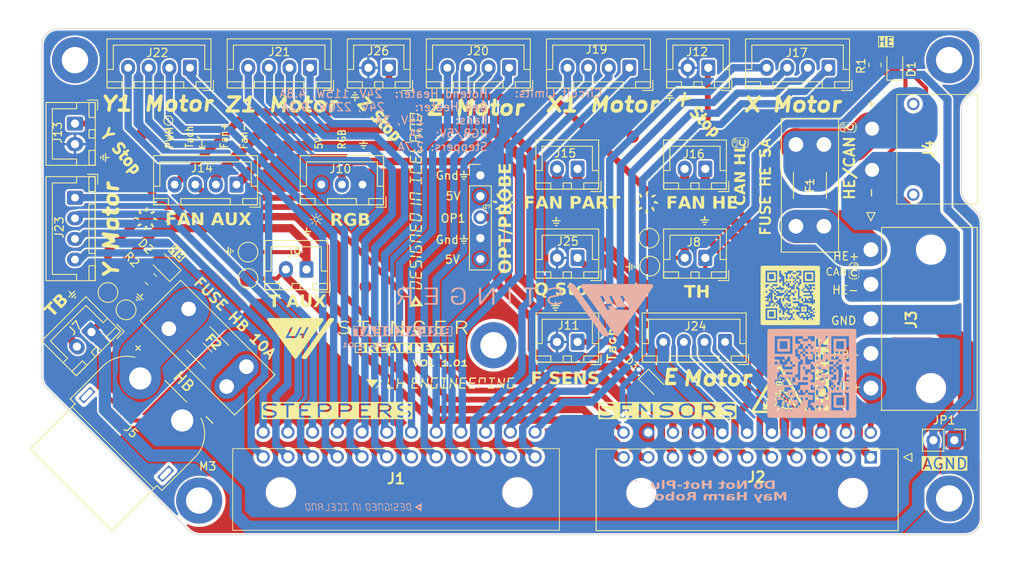
<source format=kicad_pcb>
(kicad_pcb (version 20221018) (generator pcbnew)
  (title_block (title "LH Stinger BREAKBEAT") (rev "Vol 1") (company "LH ENGINEERING"))
  (layers (0 "F.Cu" signal) (31 "B.Cu" signal) (34 "B.Paste" user) (35 "F.Paste" user) (36 "B.SilkS" user "B.Silkscreen") (37 "F.SilkS" user "F.Silkscreen") (38 "B.Mask" user) (39 "F.Mask" user) (44 "Edge.Cuts" user))
  (net 0 "")
  (net 1 "GND")
  (net 2 "Net-(D1-K)")
  (net 3 "Net-(D2-K)")
  (net 4 "/HB+")
  (net 5 "+5V")
  (net 6 "RGB")
  (net 7 "OP1")
  (net 8 "/Fused HE")
  (net 9 "/Fused HB")
  (net 10 "/AGND")
  (net 11 "X_Stop")
  (net 12 "Y_Stop")
  (net 13 "Q_Stop")
  (net 14 "Z_Stop")
  (net 15 "PWM")
  (net 16 "TB")
  (net 17 "TH")
  (net 18 "TA")
  (net 19 "F_Sens")
  (net 20 "V_Fan_A")
  (net 21 "PWM_FAN_A")
  (net 22 "V_Fan_P")
  (net 23 "PWM_FAN_P")
  (net 24 "V_Fan_H")
  (net 25 "PWM_FAN_H")
  (net 26 "/PWM_HB")
  (net 27 "/Y-A2")
  (net 28 "/Y-A1")
  (net 29 "/Y-B1")
  (net 30 "/Y-B2")
  (net 31 "/X-A2")
  (net 32 "/X-A1")
  (net 33 "/X-B1")
  (net 34 "/X-B2")
  (net 35 "/X1-A2")
  (net 36 "/X1-A1")
  (net 37 "/X1-B1")
  (net 38 "/X1-B2")
  (net 39 "/Z-B2")
  (net 40 "/Z-B1")
  (net 41 "/Z-A1")
  (net 42 "/Z-A2")
  (net 43 "/Z1-B2")
  (net 44 "/Z1-B1")
  (net 45 "/Z1-A1")
  (net 46 "/Z1-A2")
  (net 47 "/E-B2")
  (net 48 "/E-B1")
  (net 49 "/E-A1")
  (net 50 "/E-A2")
  (net 51 "/Y1-A2")
  (net 52 "/Y1-A1")
  (net 53 "/Y1-B1")
  (net 54 "/Y1-B2")
  (net 55 "Net-(D3-A)")
  (net 56 "/HE+{slash}CAN_V")
  (net 57 "/PWM_HE{slash}CAN_Gnd")
  (footprint "Connector_JST:JST_XH_B4B-XH-A_1x04_P2.50mm_Vertical" (layer "F.Cu") (at 110.6 84.9 180)
    (fp_text reference "J14")
    (fp_text value "Fan Aux")
  )
  (footprint "Connector_PinHeader_2.54mm:PinHeader_1x05_P2.54mm_Vertical" (layer "F.Cu") (at 140.2 83.78)
    (fp_text reference "J27")
    (fp_text value "Probe/Optional Header")
  )
  (footprint "LED_SMD:LED_0805_2012Metric_Pad1.15x1.40mm_HandSolder" (layer "F.Cu") (at 101.875216 94.675216 135)
    (fp_text reference "D2")
    (fp_text value "Green")
  )
  (footprint "TestPoint:TestPoint_Pad_D2.0mm" (layer "F.Cu") (at 160.76728 94.79986)
    (fp_text reference "TP2" hide)
    (fp_text value "Test TH")
  )
  (footprint "Connector_JST:JST_XH_B2B-XH-A_1x02_P2.50mm_Vertical" (layer "F.Cu") (at 91 77.5 -90)
    (fp_text reference "J13")
    (fp_text value "Endstop Y")
  )
  (footprint "Connector_JST:JST_XH_B2B-XH-A_1x02_P2.50mm_Vertical" (layer "F.Cu") (at 119.1 95.2 180)
    (fp_text reference "J9")
    (fp_text value "Thermistor Aux")
  )
  (footprint "Connector_JST:JST_XH_B4B-XH-A_1x04_P2.50mm_Vertical" (layer "F.Cu") (at 104.95 70.725 180)
    (fp_text reference "J22")
    (fp_text value "Motor Y1")
  )
  (footprint "Fiducial:Fiducial_1.5mm_Mask3mm" (layer "F.Cu") (at 99.2 78.7)
    (fp_text reference "FID1" hide)
    (fp_text value "Fiducial")
  )
  (footprint "Connector_JST:JST_XH_B2B-XH-A_1x02_P2.50mm_Vertical" (layer "F.Cu") (at 167.5 83 180)
    (fp_text reference "J16")
    (fp_text value "Fan Hotend/Can HL")
  )
  (footprint "Connector_JST:JST_XH_B4B-XH-A_1x04_P2.50mm_Vertical" (layer "F.Cu") (at 119.533333 70.725 180)
    (fp_text reference "J21")
    (fp_text value "Motor Z1")
  )
  (footprint "TestPoint:TestPoint_Pad_D2.0mm" (layer "F.Cu") (at 95 98)
    (fp_text reference "TP5" hide)
    (fp_text value "Test TB")
  )
  (footprint "Connector_JST:JST_XH_B2B-XH-A_1x02_P2.50mm_Vertical" (layer "F.Cu") (at 167.5 93.8 180)
    (fp_text reference "J8")
    (fp_text value "Thermistor HE/Can L")
  )
  (footprint "TestPoint:TestPoint_Pad_D2.0mm" (layer "F.Cu") (at 112 93.1)
    (fp_text reference "TP4" hide)
    (fp_text value "Test TA")
  )
  (footprint "TestPoint:TestPoint_Pad_D2.0mm" (layer "F.Cu") (at 160.672803 91.408128)
    (fp_text reference "TP1" hide)
    (fp_text value "Test TH")
  )
  (footprint "Connector_JST:JST_XH_B4B-XH-A_1x04_P2.50mm_Vertical" (layer "F.Cu") (at 143.699999 70.725 180)
    (fp_text reference "J20")
    (fp_text value "Motor Z")
  )
  (footprint "Connector_PinHeader_2.54mm:PinHeader_1x02_P2.54mm_Vertical" (layer "F.Cu") (at 197.725 115.925 -90)
    (fp_text reference "JP1")
    (fp_text value "AGND In/ GND Jumper")
  )
  (footprint "Connector_JST:JST_XH_B4B-XH-A_1x04_P2.50mm_Vertical" (layer "F.Cu") (at 169.9 104 180)
    (fp_text reference "J24")
    (fp_text value "Motor E")
  )
  (footprint "Connector_JST:JST_XH_B4B-XH-A_1x04_P2.50mm_Vertical" (layer "F.Cu") (at 91 86.5 -90)
    (fp_text reference "J23")
    (fp_text value "Motor Y")
  )
  (footprint "Connector_JST:JST_XH_B3B-XH-A_1x03_P2.50mm_Vertical" (layer "F.Cu") (at 125.9 84.9 180)
    (fp_text reference "J10")
    (fp_text value "RGB")
  )
  (footprint "Connector_JST:JST_XH_B2B-XH-A_1x02_P2.50mm_Vertical" (layer "F.Cu") (at 152 83 180)
    (fp_text reference "J15")
    (fp_text value "Fan Part")
  )
  (footprint "Fiducial:Fiducial_1.5mm_Mask3mm" (layer "F.Cu") (at 126.275 97.275)
    (fp_text reference "FID3" hide)
    (fp_text value "Fiducial")
  )
  (footprint "MountingHole:MountingHole_3.2mm_M3_DIN965_Pad" (layer "F.Cu") (at 197.1 123)
    (fp_text reference "H2" hide)
    (fp_text value "Mounting Hole M3")
  )
  (footprint "MountingHole:MountingHole_3.2mm_M3_DIN965_Pad" (layer "F.Cu") (at 141.8 104.4)
    (fp_text reference "H3" hide)
    (fp_text value "Mounting Hole M3")
  )
  (footprint "Fiducial:Fiducial_1.5mm_Mask3mm" (layer "F.Cu") (at 158.7 79.1)
    (fp_text reference "FID2" hide)
    (fp_text value "Fiducial")
  )
  (footprint "Connector_JST:JST_XH_B4B-XH-A_1x04_P2.50mm_Vertical" (layer "F.Cu") (at 158.283332 70.725 180)
    (fp_text reference "J19")
    (fp_text value "Motor X1")
  )
  (footprint "Connector_JST:JST_XH_B2B-XH-A_1x02_P2.50mm_Vertical" (layer "F.Cu") (at 93 102.8 -135)
    (fp_text reference "J7")
    (fp_text value "Thermistor Bed")
  )
  (footprint "LED_SMD:LED_0805_2012Metric_Pad1.15x1.40mm_HandSolder" (layer "F.Cu") (at 190.5 70.375 90)
    (fp_text reference "D1")
    (fp_text value "Green")
  )
  (footprint "Connector_JST:JST_XH_B4B-XH-A_1x04_P2.50mm_Vertical" (layer "F.Cu") (at 182.45 70.725 180)
    (fp_text reference "J17")
    (fp_text value "Motor X")
  )
  (footprint "Resistor_SMD:R_0805_2012Metric_Pad1.20x1.40mm_HandSolder" (layer "F.Cu") (at 188.1 70.375 90)
    (fp_text reference "R1")
    (fp_text value "4.7K")
  )
  (footprint "MountingHole:MountingHole_3.2mm_M3_DIN965_Pad" (layer "F.Cu") (at 91 69.8)
    (fp_text reference "H5" hide)
    (fp_text value "Mounting Hole M3")
  )
  (footprint "Diode_SMD:D_SOD-323F" (layer "F.Cu") (at 161.140344 109.050855 -45)
    (fp_text reference "D3")
    (fp_text value "BAT54J")
  )
  (footprint "Mouser:0430452400" (layer "F.Cu") (at 146.84 117.94)
    (fp_text reference "J1")
    (fp_text value "Steppers In" hide)
  )
  (footprint "MountingHole:MountingHole_3.2mm_M3_DIN965_Pad" (layer "F.Cu") (at 197.1 69.8)
    (fp_text reference "H4" hide)
    (fp_text value "Mounting Hole M3")
  )
  (footprint "Fuse:Fuseholder_Blade_Mini_Keystone_3568" (layer "F.Cu") (at 178.5 89.96 90)
    (fp_text reference "F1")
    (fp_text value "Fuse HE 5A")
  )
  (footprint "MountingHole:MountingHole_3.2mm_M3_DIN965_Pad" (layer "F.Cu") (at 106.075 123.25)
    (fp_text reference "H1" hide)
    (fp_text value "Mounting Hole M3")
  )
  (footprint "Mouser:39303055" (layer "F.Cu") (at 187.6 92.8 90)
    (fp_text reference "J3")
    (fp_text value "Power In" hide)
  )
  (footprint "Connector_JST:JST_XH_B2B-XH-A_1x02_P2.50mm_Vertical" (layer "F.Cu") (at 152 104 180)
    (fp_text reference "J11")
    (fp_text value "Filament Sensor / Tach")
  )
  (footprint "Library:Fuseholder_Blade_Mini_Keystone_3568" (layer "F.Cu") (at 104.794832 99.990669 -45)
    (fp_text reference "F2")
    (fp_text value "Fuse HB 10A")
  )
  (footprint "Connector_JST:JST_XH_B2B-XH-A_1x02_P2.50mm_Vertical" (layer "F.Cu") (at 167.866665 70.725 180)
    (fp_text reference "J12")
    (fp_text value "Endstop X")
  )
  (footprint "Connector_JST:JST_XH_B2B-XH-A_1x02_P2.50mm_Vertical" (layer "F.Cu") (at 152 93.8 180)
    (fp_text reference "J25")
    (fp_text value "Endstop Q")
  )
  (footprint "TestPoint:TestPoint_Pad_D2.0mm" (layer "F.Cu") (at 97.2 100.1)
    (fp_text reference "TP6" hide)
    (fp_text value "Test TB")
  )
  (footprint "Connector_JST:JST_XH_B2B-XH-A_1x02_P2.50mm_Vertical" (layer "F.Cu") (at 129.116666 70.725 180)
    (fp_text reference "J26")
    (fp_text value "Endstop Z")
  )
  (footprint "Mouser:43045-22_00,01,02,10_" (layer "F.Cu") (at 187.57825 118)
    (fp_text reference "J2")
    (fp_text value "Sensors In" hide)
  )
  (footprint "AC:AMASS_XT60PW-F_1x02_P7.20mm_Horizontal" (layer "F.Cu") (at 98.924086 108.438804 135)
    (fp_text reference "J5")
    (fp_text value "Hotbed")
  )
  (footprint "TestPoint:TestPoint_Pad_D2.0mm" (layer "F.Cu") (at 112 96.3)
    (fp_text reference "TP3" hide)
    (fp_text value "Test TA")
  )
  (footprint "Mouser:XT30PWF" (layer "F.Cu") (at 187.746545 78.117214 -90)
    (fp_text reference "J4")
    (fp_text value "Hotend / Can 24V" hide)
  )
  (footprint "Resistor_SMD:R_0805_2012Metric_Pad1.20x1.40mm_HandSolder" (layer "F.Cu") (at 100.2 96.392893 135)
    (fp_text reference "R2")
    (fp_text value "4.7K")
  )
  (gr_poly (pts (xy 129.696993 123.589977) (xy 129.69609 123.590037) (xy 129.695191 123.590127) (xy 129.694297 123.590245) (xy 129.693408 123.590393) (xy 129.692524 123.590569) (xy 129.691648 123.590774) (xy 129.690777 123.591007) (xy 129.689914 123.591267) (xy 129.689059 123.591554) (xy 129.688213 123.591868) (xy 129.687376 123.592209) (xy 129.686549 123.592575) (xy 129.685732 123.592968) (xy 129.684927 123.593386) (xy 129.684132 123.593829) (xy 129.682921 123.594571) (xy 129.68176 123.595366) (xy 129.680651 123.596211) (xy 129.679594 123.597106) (xy 129.67859 123.598045) (xy 129.67764 123.599029) (xy 129.676744 123.600054) (xy 129.675902 123.601117) (xy 129.675117 123.602216) (xy 129.674388 123.603349) (xy 129.673715 123.604513) (xy 129.673101 123.605706) (xy 129.672544 123.606925) (xy 129.672047 123.608168) (xy 129.671609 123.609432) (xy 129.671232 123.610715) (xy 129.670916 123.612015) (xy 129.670662 123.613327) (xy 129.670469 123.614653) (xy 129.67034 123.615987) (xy 129.670275 123.617327) (xy 129.670274 123.618672) (xy 129.670338 123.620018) (xy 129.670468 123.621363) (xy 129.670664 123.622706) (xy 129.670927 123.624042) (xy 129.671258 123.625371) (xy 129.671658 123.626688) (xy 129.672127 123.627993) (xy 129.672665 123.629282) (xy 129.673274 123.630553) (xy 129.673954 123.631804) (xy 129.674371 123.6325) (xy 129.674815 123.63319) (xy 129.675285 123.633871) (xy 129.675779 123.634544) (xy 129.676297 123.635205) (xy 129.676837 123.635854) (xy 129.6774 123.636489) (xy 129.677982 123.637108) (xy 129.678585 123.637712) (xy 129.679206 123.638297) (xy 129.679843 123.638863) (xy 129.680498 123.639408) (xy 129.681169 123.63993) (xy 129.681853 123.640429) (xy 129.682552 123.640903) (xy 129.683263 123.641351) (xy 129.748189 123.682536) (xy 129.749049 123.683041) (xy 129.749919 123.683509) (xy 129.750802 123.68394) (xy 129.751695 123.684335) (xy 129.752598 123.684694) (xy 129.753513 123.68502) (xy 129.754437 123.685311) (xy 129.755371 123.68557) (xy 129.756315 123.685797) (xy 129.757269 123.685992) (xy 129.75823 123.686157) (xy 129.759201 123.686293) (xy 129.76018 123.6864) (xy 129.761168 123.686478) (xy 129.762164 123.686529) (xy 129.763168 123.686553) (xy 130.074687 123.685747) (xy 130.076577 123.685685) (xy 130.078438 123.685492) (xy 130.080268 123.685171) (xy 130.082059 123.684729) (xy 130.08381 123.684167) (xy 130.085512 123.68349) (xy 130.087164 123.682704) (xy 130.088758 123.68181) (xy 130.090292 123.680814) (xy 130.091759 123.67972) (xy 130.093155 123.678531) (xy 130.094476 123.677253) (xy 130.095717 123.675888) (xy 130.096872 123.67444) (xy 130.097937 123.672916) (xy 130.098907 123.671317) (xy 130.12059 123.632115) (xy 130.121386 123.630502) (xy 130.122073 123.628852) (xy 130.122649 123.627171) (xy 130.123117 123.625465) (xy 130.123475 123.62374) (xy 130.123723 123.622003) (xy 130.123864 123.620257) (xy 130.123895 123.61851) (xy 130.123818 123.616767) (xy 130.123633 123.615034) (xy 130.123341 123.613317) (xy 130.12294 123.611621) (xy 130.122433 123.609953) (xy 130.121818 123.608318) (xy 130.121098 123.606722) (xy 130.12027 123.60517) (xy 130.119781 123.604355) (xy 130.119268 123.603562) (xy 130.118734 123.60279) (xy 130.118177 123.602041) (xy 130.117599 123.601315) (xy 130.116999 123.600611) (xy 130.116379 123.599931) (xy 130.115741 123.599274) (xy 130.115083 123.598641) (xy 130.114406 123.598031) (xy 130.113712 123.597445) (xy 130.113 123.596884) (xy 130.112271 123.596347) (xy 130.111526 123.595836) (xy 130.110766 123.595349) (xy 130.109991 123.594887) (xy 130.109201 123.594451) (xy 130.108398 123.594041) (xy 130.107581 123.593657) (xy 130.106751 123.593299) (xy 130.10591 123.592968) (xy 130.105057 123.592662) (xy 130.104193 123.592385) (xy 130.103319 123.592134) (xy 130.102436 123.591911) (xy 130.101543 123.591715) (xy 130.100641 123.591548) (xy 130.099732 123.591409) (xy 130.098815 123.591297) (xy 130.097892 123.591215) (xy 130.096962 123.591162) (xy 130.096027 123.591137) (xy 129.697898 123.589947)) (fill solid) (layer "B.SilkS"))
  (gr_poly (pts (xy 177.032494 110.437411) (xy 176.997865 110.43831) (xy 176.876116 110.44211) (xy 176.872384 110.605465) (xy 176.868614 110.768817) (xy 176.986398 110.768817) (xy 176.999952 110.768749) (xy 177.012925 110.768542) (xy 177.025289 110.768202) (xy 177.037024 110.767729) (xy 177.048103 110.767128) (xy 177.058507 110.7664) (xy 177.068209 110.76555) (xy 177.077189 110.764581) (xy 177.085418 110.763492) (xy 177.09288 110.762289) (xy 177.099546 110.760974) (xy 177.105396 110.75955) (xy 177.110402 110.758018) (xy 177.114547 110.756384) (xy 177.116287 110.755528) (xy 177.117803 110.75465) (xy 177.119089 110.753745) (xy 177.120148 110.752815) (xy 177.121697 110.750595) (xy 177.123184 110.747144) (xy 177.125954 110.736867) (xy 177.128446 110.722604) (xy 177.130638 110.704975) (xy 177.134069 110.662087) (xy 177.136116 110.613157) (xy 177.13665 110.563137) (xy 177.135544 110.516977) (xy 177.134332 110.496892) (xy 177.132664 110.479629) (xy 177.130518 110.465808) (xy 177.127883 110.456046) (xy 177.126396 110.452828) (xy 177.124484 110.449956) (xy 177.12205 110.447414) (xy 177.118992 110.445188) (xy 177.115213 110.443266) (xy 177.110616 110.441636) (xy 177.105098 110.44028) (xy 177.098564 110.43919) (xy 177.090918 110.438348) (xy 177.082056 110.437742) (xy 177.060294 110.437185)) (fill solid) (layer "B.SilkS"))
  (gr_poly (pts (xy 137.43561 97.374725) (xy 137.339639 97.385393) (xy 137.245893 97.403813) (xy 137.155303 97.430326) (xy 137.111483 97.44672) (xy 137.068798 97.465262) (xy 137.027369 97.486) (xy 136.987307 97.508968) (xy 136.948731 97.534212) (xy 136.911758 97.561774) (xy 136.876503 97.591697) (xy 136.843081 97.624022) (xy 136.81161 97.65879) (xy 136.782202 97.696046) (xy 136.754979 97.73583) (xy 136.730053 97.778186) (xy 136.70754 97.823153) (xy 136.687561 97.870779) (xy 136.670226 97.9211) (xy 136.655653 97.974161) (xy 136.655271 97.975969) (xy 136.654958 97.977718) (xy 136.654716 97.979409) (xy 136.654547 97.981043) (xy 136.654451 97.982617) (xy 136.654423 97.984132) (xy 136.654469 97.985589) (xy 136.654586 97.986988) (xy 136.654775 97.988326) (xy 136.655036 97.989609) (xy 136.655367 97.990834) (xy 136.655772 97.991995) (xy 136.656246 97.993101) (xy 136.656795 97.994148) (xy 136.657412 97.995136) (xy 136.658103 97.996065) (xy 136.658865 97.996936) (xy 136.6597 97.997749) (xy 136.660606 97.998501) (xy 136.661583 97.999197) (xy 136.662633 97.999833) (xy 136.663755 98.000409) (xy 136.66495 98.000928) (xy 136.666215 98.001388) (xy 136.667551 98.001789) (xy 136.668963 98.002131) (xy 136.670443 98.002414) (xy 136.671998 98.002638) (xy 136.673623 98.002803) (xy 136.67532 98.002911) (xy 136.677089 98.00296) (xy 136.678931 98.002948) (xy 136.890279 97.998666) (xy 136.894701 97.998457) (xy 136.898945 97.997988) (xy 136.903007 97.997265) (xy 136.906887 97.996285) (xy 136.910587 97.995045) (xy 136.914102 97.993548) (xy 136.917439 97.991794) (xy 136.920594 97.989781) (xy 136.923566 97.98751) (xy 136.926356 97.984978) (xy 136.928965 97.982189) (xy 136.931393 97.979141) (xy 136.933639 97.975835) (xy 136.935703 97.972268) (xy 136.937583 97.968441) (xy 136.939282 97.964357) (xy 136.956131 97.923477) (xy 136.975671 97.884804) (xy 136.997743 97.848341) (xy 137.022193 97.814089) (xy 137.048859 97.782052) (xy 137.077583 97.752232) (xy 137.10821 97.724631) (xy 137.140581 97.699255) (xy 137.174535 97.676102) (xy 137.209916 97.655181) (xy 137.246565 97.636486) (xy 137.284323 97.620029) (xy 137.323036 97.605805) (xy 137.362541 97.593821) (xy 137.402683 97.58408) (xy 137.4433 97.576581) (xy 137.484239 97.571331) (xy 137.525338 97.568329) (xy 137.566441 97.567581) (xy 137.607388 97.569087) (xy 137.648023 97.572851) (xy 137.688184 97.578875) (xy 137.727719 97.587161) (xy 137.766464 97.597717) (xy 137.804267 97.610536) (xy 137.84096 97.625631) (xy 137.876395 97.642999) (xy 137.910411 97.662641) (xy 137.942843 97.684565) (xy 137.973543 97.708769) (xy 138.002347 97.735259) (xy 138.029097 97.764036) (xy 138.039111 97.776196) (xy 138.048638 97.788789) (xy 138.057677 97.801813) (xy 138.06623 97.815264) (xy 138.074294 97.829149) (xy 138.081871 97.843464) (xy 138.088961 97.858209) (xy 138.095561 97.873385) (xy 138.101675 97.888992) (xy 138.107301 97.905029) (xy 138.112439 97.921501) (xy 138.117087 97.938397) (xy 138.121244 97.955729) (xy 138.124915 97.973489) (xy 138.128099 97.99168) (xy 138.130788 98.010301) (xy 138.146825 98.14512) (xy 138.158503 98.272991) (xy 138.165818 98.393913) (xy 138.168771 98.507881) (xy 138.167355 98.614903) (xy 138.161575 98.714977) (xy 138.151429 98.8081) (xy 138.144715 98.852057) (xy 138.136909 98.894276) (xy 138.129637 98.926501) (xy 138.121056 98.957046) (xy 138.111209 98.985953) (xy 138.100135 99.013264) (xy 138.087873 99.039017) (xy 138.074469 99.063261) (xy 138.059962 99.086037) (xy 138.044389 99.107382) (xy 138.027798 99.127344) (xy 138.010228 99.14596) (xy 137.991717 99.163277) (xy 137.972306 99.179333) (xy 137.952043 99.194173) (xy 137.930961 99.207839) (xy 137.909103 99.220373) (xy 137.886511 99.231814) (xy 137.86323 99.242209) (xy 137.839295 99.251598) (xy 137.814748 99.260025) (xy 137.789635 99.267528) (xy 137.76399 99.274152) (xy 137.737859 99.279937) (xy 137.684297 99.28917) (xy 137.629281 99.295558) (xy 137.573134 99.299442) (xy 137.516187 99.301156) (xy 137.458767 99.30104) (xy 137.422746 99.299737) (xy 137.387739 99.296993) (xy 137.353769 99.292825) (xy 137.320855 99.287253) (xy 137.289015 99.280292) (xy 137.258272 99.271963) (xy 137.228643 99.262285) (xy 137.200147 99.251276) (xy 137.172805 99.238954) (xy 137.146635 99.225337) (xy 137.121658 99.210442) (xy 137.097889 99.194294) (xy 137.075354 99.176904) (xy 137.05407 99.158295) (xy 137.034053 99.138485) (xy 137.015327 99.11749) (xy 136.997906 99.095331) (xy 136.981815 99.072025) (xy 136.967073 99.047593) (xy 136.953695 99.022051) (xy 136.941703 98.995417) (xy 136.931117 98.967712) (xy 136.921955 98.938953) (xy 136.914238 98.909158) (xy 136.907985 98.878348) (xy 136.903214 98.846538) (xy 136.899945 98.813751) (xy 136.898199 98.779999) (xy 136.897993 98.745307) (xy 136.899351 98.709689) (xy 136.902283 98.673168) (xy 136.90682 98.635758) (xy 136.907044 98.634457) (xy 136.907327 98.633183) (xy 136.907668 98.631929) (xy 136.908063 98.630701) (xy 136.908513 98.629499) (xy 136.909016 98.628321) (xy 136.909568 98.627174) (xy 136.910172 98.626056) (xy 136.910823 98.624968) (xy 136.91152 98.623912) (xy 136.912263 98.622889) (xy 136.913047 98.621901) (xy 136.913875 98.620949) (xy 136.914746 98.620032) (xy 136.915651 98.619154) (xy 136.916596 98.618317) (xy 136.917579 98.61752) (xy 136.918595 98.616761) (xy 136.919644 98.616049) (xy 136.920724 98.615379) (xy 136.921833 98.614757) (xy 136.922972 98.61418) (xy 136.924139 98.613651) (xy 136.92533 98.613173) (xy 136.926548 98.612742) (xy 136.927787 98.612366) (xy 136.929046 98.61204) (xy 136.930326 98.611771) (xy 136.931625 98.611556) (xy 136.932939 98.611398) (xy 136.934267 98.611299) (xy 136.935612 98.611257) (xy 137.468572 98.610646) (xy 137.470759 98.610611) (xy 137.472878 98.610508) (xy 137.474925 98.610333) (xy 137.476903 98.610092) (xy 137.478816 98.609781) (xy 137.480653 98.609398) (xy 137.482424 98.608947) (xy 137.484126 98.608429) (xy 137.485755 98.607839) (xy 137.487318 98.607181) (xy 137.488809 98.606453) (xy 137.490231 98.605654) (xy 137.491584 98.604787) (xy 137.492867 98.603852) (xy 137.494083 98.602845) (xy 137.495228 98.601772) (xy 137.496303 98.600626) (xy 137.497308 98.599411) (xy 137.498243 98.598129) (xy 137.499111 98.596776) (xy 137.499908 98.595353) (xy 137.500636 98.593859) (xy 137.501295 98.592298) (xy 137.501883 98.590666) (xy 137.502404 98.588966) (xy 137.502855 98.587195) (xy 137.503235 98.585356) (xy 137.503547 98.583446) (xy 137.503791 98.581469) (xy 137.503963 98.579419) (xy 137.504067 98.577299) (xy 137.504101 98.575112) (xy 137.504101 98.450758) (xy 137.504063 98.448384) (xy 137.503951 98.446085) (xy 137.503762 98.443862) (xy 137.503499 98.441712) (xy 137.503158 98.439639) (xy 137.502746 98.437644) (xy 137.502254 98.435724) (xy 137.501688 98.433874) (xy 137.501048 98.432104) (xy 137.500331 98.430408) (xy 137.49954 98.428787) (xy 137.498673 98.427242) (xy 137.497732 98.425774) (xy 137.496713 98.424377) (xy 137.49562 98.423058) (xy 137.494451 98.421817) (xy 137.493207 98.420646) (xy 137.491889 98.419555) (xy 137.490494 98.418534) (xy 137.489024 98.417595) (xy 137.487478 98.416727) (xy 137.485857 98.415933) (xy 137.484161 98.415219) (xy 137.48239 98.414578) (xy 137.480544 98.414013) (xy 137.47862 98.413525) (xy 137.476623 98.413107) (xy 137.47455 98.412769) (xy 137.472403 98.412507) (xy 137.470179 98.412317) (xy 137.467879 98.412205) (xy 137.465507 98.412166) (xy 136.662392 98.411555) (xy 136.658823 98.411669) (xy 136.65712 98.411808) (xy 136.655474 98.412006) (xy 136.653876 98.41226) (xy 136.652335 98.412569) (xy 136.650847 98.412936) (xy 136.649415 98.413358) (xy 136.648033 98.413836) (xy 136.646706 98.414372) (xy 136.645432 98.414962) (xy 136.644215 98.415609) (xy 136.643051 98.416313) (xy 136.64194 98.417074) (xy 136.640882 98.417888) (xy 136.639879 98.41876) (xy 136.63893 98.419689) (xy 136.638033 98.420672) (xy 136.637191 98.421713) (xy 136.636404 98.422809) (xy 136.635671 98.423963) (xy 136.634987 98.42517) (xy 136.634363 98.426436) (xy 136.63379 98.427757) (xy 136.633272 98.429134) (xy 136.632807 98.430569) (xy 136.632397 98.432057) (xy 136.632041 98.433603) (xy 136.631736 98.435205) (xy 136.631488 98.436861) (xy 136.63115 98.440338) (xy 136.626181 98.555149) (xy 136.625071 98.613337) (xy 136.625283 98.671711) (xy 136.627111 98.730013) (xy 136.630859 98.787986) (xy 136.636828 98.845376) (xy 136.645316 98.901934) (xy 136.656627 98.957397) (xy 136.671059 99.011517) (xy 136.688914 99.064033) (xy 136.710492 99.114694) (xy 136.736094 99.163246) (xy 136.766019 99.209431) (xy 136.782697 99.231558) (xy 136.800568 99.252996) (xy 136.819674 99.273717) (xy 136.840047 99.293686) (xy 136.873289 99.322089) (xy 136.909581 99.348481) (xy 136.948696 99.372849) (xy 136.99042 99.395182) (xy 137.034524 99.415472) (xy 137.080792 99.433699) (xy 137.129001 99.449856) (xy 137.178923 99.463931) (xy 137.283047 99.485789) (xy 137.391382 99.499167) (xy 137.502158 99.503982) (xy 137.613603 99.500134) (xy 137.72394 99.487525) (xy 137.831401 99.466064) (xy 137.883497 99.451985) (xy 137.934208 99.435654) (xy 137.983314 99.417065) (xy 138.03059 99.396202) (xy 138.075819 99.373055) (xy 138.118775 99.347609) (xy 138.159239 99.319858) (xy 138.196988 99.289785) (xy 138.231803 99.25738) (xy 138.263457 99.222629) (xy 138.291735 99.185525) (xy 138.316408 99.146051) (xy 138.328241 99.123402) (xy 138.339076 99.099711) (xy 138.357899 99.049445) (xy 138.373201 98.995728) (xy 138.385304 98.939024) (xy 138.394529 98.879803) (xy 138.401195 98.818536) (xy 138.405624 98.75569) (xy 138.408141 98.691735) (xy 138.408711 98.562381) (xy 138.405479 98.43423) (xy 138.397878 98.196531) (xy 138.395471 98.120833) (xy 138.390689 98.050265) (xy 138.387407 98.016908) (xy 138.383531 97.984831) (xy 138.37906 97.954041) (xy 138.373997 97.924531) (xy 138.368339 97.896305) (xy 138.362087 97.869361) (xy 138.355241 97.843699) (xy 138.347803 97.819323) (xy 138.33977 97.796225) (xy 138.331145 97.774413) (xy 138.321927 97.753879) (xy 138.312115 97.734632) (xy 138.295849 97.706214) (xy 138.278456 97.679012) (xy 138.25993 97.653028) (xy 138.240279 97.628257) (xy 138.219499 97.604705) (xy 138.19759 97.582368) (xy 138.17455 97.561247) (xy 138.150382 97.541341) (xy 138.125084 97.522653) (xy 138.098657 97.505181) (xy 138.071102 97.488925) (xy 138.042417 97.473885) (xy 138.0126 97.460057) (xy 137.981655 97.447451) (xy 137.949581 97.436057) (xy 137.916376 97.425885) (xy 137.823199 97.402845) (xy 137.727604 97.385873) (xy 137.630522 97.375304) (xy 137.532883 97.371477)) (fill solid) (layer "B.SilkS"))
  (gr_poly (pts (xy 177.639545 106.397876) (xy 177.476192 106.401609) (xy 177.472426 106.550361) (xy 177.470797 106.61005) (xy 177.469607 106.63404) (xy 177.467772 106.654515) (xy 177.466524 106.663524) (xy 177.465001 106.671761) (xy 177.463174 106.679266) (xy 177.461002 106.68607) (xy 177.458448 106.692214) (xy 177.455476 106.69773) (xy 177.452051 106.702659) (xy 177.448134 106.707032) (xy 177.443689 106.710887) (xy 177.438679 106.71426) (xy 177.433069 106.717188) (xy 177.42682 106.719708) (xy 177.419897 106.721855) (xy 177.412261 106.723665) (xy 177.403878 106.725173) (xy 177.39471 106.726419) (xy 177.373873 106.728256) (xy 177.349454 106.729472) (xy 177.288702 106.731185) (xy 177.142816 106.734984) (xy 177.142816 106.988349) (xy 178.0696 106.99535) (xy 178.0696 106.728317) (xy 177.952252 106.728317) (xy 177.902418 106.728053) (xy 177.882316 106.727307) (xy 177.865121 106.72578) (xy 177.857542 106.724636) (xy 177.850606 106.723193) (xy 177.84428 106.721416) (xy 177.838543 106.719268) (xy 177.83336 106.716718) (xy 177.828707 106.713728) (xy 177.824551 106.710266) (xy 177.82087 106.706294) (xy 177.817628 106.701778) (xy 177.814802 106.696686) (xy 177.812365 106.69098) (xy 177.810283 106.684629) (xy 177.808531 106.677593) (xy 177.807082 106.669841) (xy 177.804971 106.652046) (xy 177.803725 106.630966) (xy 177.803114 106.606322) (xy 177.8029 106.545227) (xy 177.8029 106.394108)) (fill solid) (layer "B.SilkS"))
  (gr_poly (pts (xy 123.58346 123.591528) (xy 123.582629 123.591564) (xy 123.581801 123.591625) (xy 123.580978 123.591709) (xy 123.580161 123.591819) (xy 123.579349 123.591952) (xy 123.578543 123.592109) (xy 123.577745 123.59229) (xy 123.576955 123.592495) (xy 123.576173 123.592724) (xy 123.575399 123.592976) (xy 123.574636 123.593253) (xy 123.573882 123.593552) (xy 123.57314 123.593875) (xy 123.572408 123.594221) (xy 123.571688 123.59459) (xy 123.570981 123.594983) (xy 123.569829 123.595687) (xy 123.568727 123.596442) (xy 123.567674 123.597244) (xy 123.566671 123.598092) (xy 123.565719 123.598981) (xy 123.564819 123.599911) (xy 123.563971 123.60088) (xy 123.563175 123.601885) (xy 123.562433 123.602923) (xy 123.561744 123.603993) (xy 123.56111 123.605091) (xy 123.560531 123.606216) (xy 123.560007 123.607366) (xy 123.559539 123.608538) (xy 123.559128 123.609731) (xy 123.558775 123.610941) (xy 123.55848 123.612165) (xy 123.558242 123.613403) (xy 123.558064 123.614652) (xy 123.557945 123.615909) (xy 123.557887 123.617172) (xy 123.557889 123.618439) (xy 123.557953 123.619708) (xy 123.558079 123.620976) (xy 123.558267 123.622242) (xy 123.558518 123.623501) (xy 123.558833 123.624754) (xy 123.559212 123.625996) (xy 123.559656 123.627226) (xy 123.560165 123.628442) (xy 123.560741 123.629641) (xy 123.561383 123.630821) (xy 123.561809 123.631531) (xy 123.562257 123.632227) (xy 123.562727 123.632907) (xy 123.563217 123.63357) (xy 123.563727 123.634218) (xy 123.564257 123.634848) (xy 123.564803 123.635463) (xy 123.565368 123.63606) (xy 123.56595 123.63664) (xy 123.566547 123.637203) (xy 123.567159 123.637749) (xy 123.567785 123.638277) (xy 123.568425 123.638788) (xy 123.569078 123.63928) (xy 123.569742 123.639754) (xy 123.570417 123.640209) (xy 123.644435 123.68383) (xy 123.645206 123.684258) (xy 123.645992 123.684659) (xy 123.646792 123.685033) (xy 123.647604 123.685378) (xy 123.648426 123.685697) (xy 123.649258 123.685989) (xy 123.650098 123.686253) (xy 123.650945 123.68649) (xy 123.651797 123.6867) (xy 123.652653 123.686883) (xy 123.653513 123.687038) (xy 123.654374 123.687167) (xy 123.655235 123.68727) (xy 123.656095 123.687344) (xy 123.656953 123.687393) (xy 123.657807 123.687414) (xy 123.731971 123.686651) (xy 123.733245 123.686618) (xy 123.734517 123.686517) (xy 123.735786 123.686349) (xy 123.737046 123.686114) (xy 123.738296 123.685816) (xy 123.739532 123.685455) (xy 123.740751 123.685032) (xy 123.741951 123.684548) (xy 123.743127 123.684007) (xy 123.744276 123.683409) (xy 123.745395 123.682754) (xy 123.746483 123.682045) (xy 123.747534 123.681284) (xy 123.748545 123.680471) (xy 123.749516 123.679608) (xy 123.75044 123.678697) (xy 123.794102 123.634495) (xy 123.794858 123.633696) (xy 123.795574 123.632872) (xy 123.796251 123.632023) (xy 123.796889 123.631153) (xy 123.797486 123.630261) (xy 123.798044 123.629349) (xy 123.798561 123.628419) (xy 123.799039 123.627471) (xy 123.799476 123.626508) (xy 123.799874 123.62553) (xy 123.800546 123.623535) (xy 123.801053 123.621498) (xy 123.801397 123.619429) (xy 123.801575 123.617339) (xy 123.801585 123.615238) (xy 123.801426 123.613137) (xy 123.801284 123.612089) (xy 123.801099 123.611046) (xy 123.800871 123.610007) (xy 123.800601 123.608976) (xy 123.800287 123.607952) (xy 123.799931 123.606937) (xy 123.79953 123.605934) (xy 123.799088 123.604941) (xy 123.7986 123.603962) (xy 123.79807 123.602997) (xy 123.797614 123.602238) (xy 123.797135 123.601497) (xy 123.796634 123.600775) (xy 123.79611 123.600073) (xy 123.795566 123.59939) (xy 123.795 123.598728) (xy 123.794415 123.598087) (xy 123.79381 123.597467) (xy 123.793187 123.596868) (xy 123.792545 123.59629) (xy 123.791886 123.595735) (xy 123.79121 123.595203) (xy 123.790518 123.594693) (xy 123.78981 123.594207) (xy 123.789087 123.593745) (xy 123.78835 123.593305) (xy 123.787599 123.592891) (xy 123.786835 123.592501) (xy 123.786058 123.592137) (xy 123.785269 123.591798) (xy 123.78447 123.591484) (xy 123.78366 123.591198) (xy 123.782839 123.590937) (xy 123.782009 123.590703) (xy 123.78117 123.590497) (xy 123.780324 123.590319) (xy 123.779469 123.590168) (xy 123.778609 123.590046) (xy 123.777741 123.589953) (xy 123.776869 123.589888) (xy 123.775991 123.589854) (xy 123.775109 123.589849)) (fill solid) (layer "B.SilkS"))
  (gr_poly (pts (xy 123.333965 124.069141) (xy 123.331937 124.069338) (xy 123.329912 124.069636) (xy 123.327895 124.070035) (xy 123.32589 124.070536) (xy 123.3239 124.071141) (xy 123.321929 124.071848) (xy 123.319981 124.072663) (xy 123.318059 124.073584) (xy 123.316166 124.074613) (xy 123.315297 124.075127) (xy 123.314463 124.075648) (xy 123.313656 124.076179) (xy 123.312868 124.076726) (xy 123.312093 124.077294) (xy 123.311321 124.077888) (xy 123.310545 124.078513) (xy 123.309758 124.079173) (xy 123.307807 124.081001) (xy 123.305899 124.083018) (xy 123.304042 124.085206) (xy 123.302245 124.08755) (xy 123.300519 124.090033) (xy 123.298872 124.092641) (xy 123.297314 124.095356) (xy 123.295853 124.098163) (xy 123.294501 124.101046) (xy 123.293264 124.103989) (xy 123.292154 124.106975) (xy 123.29118 124.10999) (xy 123.290349 124.113016) (xy 123.289673 124.116038) (xy 123.28916 124.119041) (xy 123.28882 124.122007) (xy 123.287438 124.141574) (xy 123.286596 124.161065) (xy 123.286296 124.180481) (xy 123.286538 124.199819) (xy 123.287324 124.219081) (xy 123.288654 124.238264) (xy 123.290531 124.257369) (xy 123.292954 124.276396) (xy 123.295925 124.295343) (xy 123.299444 124.314211) (xy 123.303513 124.332998) (xy 123.308133 124.351705) (xy 123.313304 124.37033) (xy 123.319029 124.388873) (xy 123.325308 124.407334) (xy 123.332141 124.425713) (xy 123.332924 124.427805) (xy 123.333561 124.429646) (xy 123.33405 124.431236) (xy 123.334391 124.432577) (xy 123.334506 124.433153) (xy 123.334584 124.433667) (xy 123.334623 124.434119) (xy 123.334625 124.434509) (xy 123.33459 124.434836) (xy 123.334515 124.435102) (xy 123.334404 124.435306) (xy 123.334254 124.435448) (xy 123.334066 124.435529) (xy 123.33384 124.435547) (xy 123.333575 124.435504) (xy 123.33327 124.4354) (xy 123.332928 124.435234) (xy 123.332547 124.435007) (xy 123.332126 124.434718) (xy 123.331667 124.434368) (xy 123.33063 124.433485) (xy 123.329435 124.432358) (xy 123.328082 124.430988) (xy 123.326568 124.429375) (xy 123.308754 124.410275) (xy 123.307238 124.40875) (xy 123.305684 124.40731) (xy 123.304094 124.405956) (xy 123.302465 124.404689) (xy 123.300795 124.403509) (xy 123.299085 124.402417) (xy 123.297333 124.401412) (xy 123.295538 124.400496) (xy 123.293699 124.399669) (xy 123.291815 124.398931) (xy 123.289884 124.398284) (xy 123.287907 124.397726) (xy 123.285882 124.397261) (xy 123.283806 124.396886) (xy 123.281681 124.396603) (xy 123.279505 124.396412) (xy 123.231099 124.393627) (xy 123.185465 124.391531) (xy 123.142602 124.390125) (xy 123.10251 124.389407) (xy 123.06519 124.389377) (xy 123.030641 124.390037) (xy 122.998864 124.391385) (xy 122.969858 124.393421) (xy 122.96043 124.394499) (xy 122.951514 124.396044) (xy 122.943112 124.398055) (xy 122.935223 124.400533) (xy 122.927846 124.403478) (xy 122.920983 124.406889) (xy 122.917744 124.40877) (xy 122.914633 124.410767) (xy 122.911651 124.412882) (xy 122.908797 124.415113) (xy 122.906071 124.41746) (xy 122.903473 124.419925) (xy 122.901004 124.422505) (xy 122.898663 124.425202) (xy 122.896451 124.428017) (xy 122.894366 124.430947) (xy 122.89241 124.433995) (xy 122.890581 124.437159) (xy 122.888882 124.44044) (xy 122.887311 124.443837) (xy 122.884553 124.450982) (xy 122.882309 124.458594) (xy 122.880578 124.466672) (xy 122.88045 124.46763) (xy 122.880321 124.468583) (xy 122.880259 124.469669) (xy 122.880255 124.470746) (xy 122.880307 124.471811) (xy 122.880413 124.472863) (xy 122.880573 124.473901) (xy 122.880785 124.474924) (xy 122.881049 124.475929) (xy 122.881361 124.476916) (xy 122.881721 124.477883) (xy 122.882128 124.478828) (xy 122.88258 124.479751) (xy 122.883077 124.480649) (xy 122.883615 124.481521) (xy 122.884197 124.482367) (xy 122.884817 124.483183) (xy 122.885477 124.483969) (xy 122.886174 124.484725) (xy 122.886906 124.485447) (xy 122.887674 124.486134) (xy 122.888475 124.486786) (xy 122.889309 124.487401) (xy 122.890173 124.487976) (xy 122.891066 124.488512) (xy 122.891988 124.489006) (xy 122.892936 124.489456) (xy 122.89391 124.489862) (xy 122.894907 124.490223) (xy 122.895928 124.490536) (xy 122.89697 124.4908) (xy 122.898033 124.491014) (xy 122.899113 124.491176) (xy 122.900212 124.491285) (xy 122.900312 124.491302) (xy 122.900419 124.491314) (xy 122.900532 124.491323) (xy 122.900648 124.491328) (xy 122.900892 124.491331) (xy 122.901142 124.491328) (xy 122.901391 124.491323) (xy 122.901631 124.491323) (xy 122.901746 124.491325) (xy 122.901855 124.491331) (xy 122.901959 124.49134) (xy 122.902055 124.491352) (xy 123.376409 124.485157) (xy 123.376506 124.485169) (xy 123.376609 124.485178) (xy 123.376719 124.485182) (xy 123.376833 124.485184) (xy 123.377072 124.485179) (xy 123.377318 124.48517) (xy 123.377799 124.485149) (xy 123.378017 124.485147) (xy 123.378117 124.48515) (xy 123.37821 124.485157) (xy 123.380236 124.484969) (xy 123.382229 124.484682) (xy 123.384186 124.484298) (xy 123.386107 124.483818) (xy 123.387988 124.483246) (xy 123.389827 124.482584) (xy 123.391622 124.481836) (xy 123.393369 124.481003) (xy 123.395069 124.480089) (xy 123.396716 124.479097) (xy 123.39831 124.478027) (xy 123.399848 124.476884) (xy 123.401327 124.475671) (xy 123.402746 124.47439) (xy 123.404102 124.473043) (xy 123.405392 124.471634) (xy 123.406614 124.470164) (xy 123.407766 124.468638) (xy 123.408846 124.467056) (xy 123.409851 124.465423) (xy 123.41078 124.46374) (xy 123.411628 124.462012) (xy 123.412395 124.460239) (xy 123.413078 124.458425) (xy 123.413674 124.456573) (xy 123.414182 124.454684) (xy 123.414598 124.452763) (xy 123.414921 124.450812) (xy 123.415148 124.448833) (xy 123.415277 124.446829) (xy 123.415305 124.444802) (xy 123.41523 124.442756) (xy 123.415245 124.442644) (xy 123.415253 124.442536) (xy 123.415254 124.442431) (xy 123.41525 124.442328) (xy 123.415242 124.442227) (xy 123.415231 124.442126) (xy 123.415202 124.441928) (xy 123.415173 124.441728) (xy 123.41516 124.441626) (xy 123.415151 124.441522) (xy 123.415145 124.441416) (xy 123.415144 124.441307) (xy 123.415149 124.441194) (xy 123.415161 124.441077) (xy 123.378752 124.106257) (xy 123.378623 124.105181) (xy 123.378465 124.10411) (xy 123.37828 124.103045) (xy 123.378066 124.101986) (xy 123.377825 124.100935) (xy 123.377556 124.09989) (xy 123.377259 124.098853) (xy 123.376936 124.097825) (xy 123.376586 124.096805) (xy 123.376209 124.095795) (xy 123.375806 124.094794) (xy 123.375377 124.093802) (xy 123.374922 124.092822) (xy 123.374441 124.091852) (xy 123.373935 124.090894) (xy 123.373405 124.089947) (xy 123.372286 124.088119) (xy 123.371088 124.086367) (xy 123.369813 124.084694) (xy 123.368466 124.083099) (xy 123.36705 124.081584) (xy 123.36557 124.08015) (xy 123.364027 124.078798) (xy 123.362427 124.077529) (xy 123.360772 124.076344) (xy 123.359067 124.075243) (xy 123.357315 124.074229) (xy 123.35552 124.073302) (xy 123.353685 124.072463) (xy 123.351815 124.071713) (xy 123.349911 124.071054) (xy 123.347981 124.070485) (xy 123.346023 124.070009) (xy 123.344046 124.069626) (xy 123.342051 124.069336) (xy 123.340041 124.069141) (xy 123.338021 124.069044) (xy 123.335994 124.069044)) (fill solid) (layer "B.SilkS"))
  (gr_poly (pts (xy 121.042187 124.06315) (xy 121.040617 124.063273) (xy 121.039051 124.063461) (xy 121.037491 124.063714) (xy 121.035938 124.064033) (xy 121.034396 124.064419) (xy 121.032864 124.064872) (xy 121.031346 124.065392) (xy 121.029844 124.065979) (xy 121.02836 124.066635) (xy 121.026896 124.067358) (xy 121.025453 124.06815) (xy 121.023524 124.069338) (xy 121.021678 124.070625) (xy 121.019918 124.072004) (xy 121.01825 124.073474) (xy 121.016675 124.075028) (xy 121.015198 124.076662) (xy 121.01382 124.078371) (xy 121.012546 124.080151) (xy 121.011379 124.081997) (xy 121.010322 124.083904) (xy 121.009379 124.085868) (xy 121.008552 124.087884) (xy 121.007846 124.089947) (xy 121.007264 124.092053) (xy 121.006807 124.094197) (xy 121.006481 124.096375) (xy 121.003628 124.12081) (xy 121.001685 124.145076) (xy 121.000652 124.169173) (xy 121.000531 124.193101) (xy 121.001321 124.216858) (xy 121.003022 124.240445) (xy 121.005635 124.263863) (xy 121.009161 124.287109) (xy 121.013602 124.310185) (xy 121.018956 124.333089) (xy 121.025224 124.355822) (xy 121.032408 124.378384) (xy 121.040507 124.400774) (xy 121.049521 124.422992) (xy 121.059452 124.445038) (xy 121.070301 124.46691) (xy 121.070613 124.467456) (xy 121.070927 124.467997) (xy 121.071721 124.469296) (xy 121.072572 124.470541) (xy 121.073477 124.47173) (xy 121.074434 124.472863) (xy 121.075439 124.47394) (xy 121.07649 124.474959) (xy 121.077585 124.47592) (xy 121.078721 124.476823) (xy 121.079895 124.477666) (xy 121.081105 124.478447) (xy 121.082348 124.479169) (xy 121.083622 124.479828) (xy 121.084925 124.480425) (xy 121.086252 124.480958) (xy 121.087603 124.481428) (xy 121.088974 124.481832) (xy 121.090363 124.482171) (xy 121.091767 124.482445) (xy 121.093184 124.48265) (xy 121.094611 124.482788) (xy 121.096045 124.482857) (xy 121.097484 124.482858) (xy 121.098926 124.482788) (xy 121.100367 124.482649) (xy 121.101806 124.482437) (xy 121.103239 124.482153) (xy 121.104665 124.481796) (xy 121.106079 124.481366) (xy 121.10748 124.480861) (xy 121.108866 124.480281) (xy 121.110234 124.479625) (xy 121.11158 124.478893) (xy 121.11249 124.478346) (xy 121.113374 124.47777) (xy 121.114233 124.477168) (xy 121.115066 124.476538) (xy 121.115872 124.475882) (xy 121.116653 124.475201) (xy 121.117405 124.474496) (xy 121.118131 124.473768) (xy 121.118829 124.473016) (xy 121.119499 124.472243) (xy 121.12014 124.471448) (xy 121.120752 124.470634) (xy 121.121336 124.469799) (xy 121.121889 124.468946) (xy 121.122413 124.468075) (xy 121.122906 124.467185) (xy 121.123369 124.466281) (xy 121.1238 124.46536) (xy 121.124201 124.464425) (xy 121.124569 124.463476) (xy 121.124905 124.462513) (xy 121.125209 124.461537) (xy 121.125479 124.46055) (xy 121.125717 124.459552) (xy 121.12592 124.458544) (xy 121.126091 124.457527) (xy 121.126226 124.456501) (xy 121.126326 124.455467) (xy 121.126392 124.454426) (xy 121.126422 124.45338) (xy 121.126416 124.452328) (xy 121.126374 124.451272) (xy 121.123637 124.413422) (xy 121.120386 124.375747) (xy 121.113199 124.30079) (xy 121.106523 124.226134) (xy 121.103911 124.188833) (xy 121.102068 124.151509) (xy 121.10174 124.14561) (xy 121.101212 124.139859) (xy 121.100481 124.134257) (xy 121.099548 124.128803) (xy 121.098413 124.123498) (xy 121.097074 124.118341) (xy 121.095531 124.113334) (xy 121.093784 124.108477) (xy 121.091832 124.10377) (xy 121.089675 124.099213) (xy 121.087312 124.094807) (xy 121.084743 124.090552) (xy 121.081967 124.086448) (xy 121.078983 124.082495) (xy 121.075792 124.078694) (xy 121.072393 124.075046) (xy 121.071215 124.073878) (xy 121.069999 124.072769) (xy 121.068745 124.071716) (xy 121.067457 124.070725) (xy 121.066136 124.069791) (xy 121.064784 124.068916) (xy 121.063404 124.0681) (xy 121.061996 124.067346) (xy 121.060564 124.066651) (xy 121.05911 124.066016) (xy 121.057634 124.065443) (xy 121.05614 124.064932) (xy 121.054629 124.064482) (xy 121.053104 124.064094) (xy 121.051566 124.063769) (xy 121.050017 124.063507) (xy 121.04846 124.063308) (xy 121.046897 124.063172) (xy 121.045328 124.063101) (xy 121.043758 124.063093)) (fill solid) (layer "B.SilkS"))
  (gr_poly (pts (xy 128.982582 124.389527) (xy 128.787331 124.389667) (xy 128.77379 124.390172) (xy 128.760627 124.391594) (xy 128.747908 124.393886) (xy 128.735705 124.397001) (xy 128.724084 124.400888) (xy 128.713114 124.405502) (xy 128.702863 124.410793) (xy 128.693399 124.416714) (xy 128.684791 124.423217) (xy 128.677107 124.430253) (xy 128.673633 124.433956) (xy 128.670415 124.437775) (xy 128.667462 124.441703) (xy 128.664783 124.445734) (xy 128.662386 124.449863) (xy 128.66028 124.454083) (xy 128.658472 124.458389) (xy 128.656973 124.462774) (xy 128.65579 124.467232) (xy 128.654931 124.471757) (xy 128.654406 124.476344) (xy 128.654223 124.480987) (xy 128.65429 124.485016) (xy 128.654296 124.485267) (xy 128.654308 124.485515) (xy 128.654326 124.485761) (xy 128.654353 124.486004) (xy 128.654387 124.486245) (xy 128.654429 124.486485) (xy 128.65448 124.486724) (xy 128.654539 124.486963) (xy 128.654607 124.487202) (xy 128.654685 124.487441) (xy 128.654772 124.487681) (xy 128.654869 124.487922) (xy 128.654977 124.488166) (xy 128.655095 124.488411) (xy 128.655224 124.488659) (xy 128.655365 124.48891) (xy 128.65548 124.4891) (xy 128.655602 124.489288) (xy 128.655733 124.489472) (xy 128.655871 124.489654) (xy 128.656017 124.489832) (xy 128.65617 124.490006) (xy 128.656495 124.490344) (xy 128.656846 124.490665) (xy 128.657221 124.490966) (xy 128.657616 124.491245) (xy 128.65803 124.491502) (xy 128.658243 124.49162) (xy 128.65846 124.491732) (xy 128.658681 124.491837) (xy 128.658905 124.491935) (xy 128.659132 124.492026) (xy 128.659362 124.492109) (xy 128.659594 124.492184) (xy 128.65983 124.492251) (xy 128.660067 124.49231) (xy 128.660305 124.49236) (xy 128.660545 124.4924) (xy 128.660786 124.492432) (xy 128.661028 124.492455) (xy 128.66127 124.492468) (xy 128.661513 124.49247) (xy 128.661756 124.492463) (xy 129.108879 124.49159) (xy 129.109136 124.491605) (xy 129.109392 124.491611) (xy 129.109645 124.491608) (xy 129.109896 124.491595) (xy 129.110146 124.491572) (xy 129.110392 124.49154) (xy 129.110637 124.4915) (xy 129.110878 124.491449) (xy 129.111117 124.491391) (xy 129.111353 124.491323) (xy 129.111585 124.491247) (xy 129.111813 124.491163) (xy 129.112039 124.49107) (xy 129.11226 124.490968) (xy 129.112476 124.490859) (xy 129.112688 124.490741) (xy 129.112902 124.490613) (xy 129.113109 124.490477) (xy 129.113311 124.490335) (xy 129.113508 124.490186) (xy 129.113698 124.49003) (xy 129.113883 124.489868) (xy 129.114061 124.4897) (xy 129.114233 124.489526) (xy 129.114399 124.489347) (xy 129.114559 124.489162) (xy 129.114712 124.488971) (xy 129.114859 124.488776) (xy 129.114999 124.488575) (xy 129.115133 124.488371) (xy 129.11526 124.488161) (xy 129.115381 124.487948) (xy 129.115494 124.487731) (xy 129.115601 124.487509) (xy 129.115793 124.487056) (xy 129.115957 124.486589) (xy 129.116091 124.486112) (xy 129.116197 124.485625) (xy 129.116238 124.485379) (xy 129.116271 124.48513) (xy 129.116296 124.484881) (xy 129.116315 124.48463) (xy 129.116325 124.484378) (xy 129.116326 124.484125) (xy 129.116458 124.480437) (xy 129.116264 124.47577) (xy 129.115727 124.47116) (xy 129.114854 124.466615) (xy 129.113655 124.462141) (xy 129.112138 124.457743) (xy 129.110312 124.453426) (xy 129.108186 124.449199) (xy 129.105767 124.445065) (xy 129.103065 124.44103) (xy 129.100089 124.437102) (xy 129.096848 124.433285) (xy 129.093349 124.429586) (xy 129.089601 124.426012) (xy 129.085614 124.422566) (xy 129.081396 124.419256) (xy 129.076955 124.416087) (xy 129.0723 124.413065) (xy 129.06744 124.410197) (xy 129.062384 124.407488) (xy 129.057139 124.404944) (xy 129.051717 124.402571) (xy 129.046123 124.400375) (xy 129.040368 124.398362) (xy 129.034459 124.396537) (xy 129.028406 124.394907) (xy 129.022217 124.393478) (xy 129.015901 124.392255) (xy 129.009467 124.391245) (xy 129.002923 124.390453) (xy 128.996278 124.389886) (xy 128.98954 124.389548) (xy 128.982719 124.389447)) (fill solid) (layer "B.SilkS"))
  (gr_poly (pts (xy 129.467938 124.064065) (xy 129.467649 124.064079) (xy 129.467359 124.064104) (xy 129.467069 124.064139) (xy 129.462557 124.064939) (xy 129.458003 124.065712) (xy 129.453546 124.066785) (xy 129.44919 124.068148) (xy 129.44494 124.069794) (xy 129.440802 124.071711) (xy 129.436779 124.073894) (xy 129.432878 124.076335) (xy 129.429102 124.079024) (xy 129.425456 124.081954) (xy 129.421945 124.085114) (xy 129.418575 124.088498) (xy 129.41535 124.092096) (xy 129.412273 124.095901) (xy 129.409352 124.099904) (xy 129.40659 124.104096) (xy 129.403992 124.108469) (xy 129.401563 124.113016) (xy 129.399308 124.117726) (xy 129.397231 124.122592) (xy 129.395338 124.127605) (xy 129.393633 124.132758) (xy 129.392121 124.138041) (xy 129.390808 124.143446) (xy 129.389697 124.148965) (xy 129.388793 124.15459) (xy 129.388102 124.160311) (xy 129.387628 124.166121) (xy 129.387376 124.172011) (xy 129.387351 124.177972) (xy 129.387557 124.183998) (xy 129.388 124.190078) (xy 129.388684 124.196204) (xy 129.411308 124.368527) (xy 129.41223 124.374622) (xy 129.413374 124.380609) (xy 129.414732 124.386482) (xy 129.416298 124.392236) (xy 129.420024 124.403353) (xy 129.424499 124.413905) (xy 129.429668 124.423836) (xy 129.435477 124.433092) (xy 129.44187 124.441616) (xy 129.445269 124.445587) (xy 129.448794 124.449354) (xy 129.452439 124.45291) (xy 129.456195 124.45625) (xy 129.460057 124.459364) (xy 129.464017 124.462249) (xy 129.468069 124.464894) (xy 129.472206 124.467294) (xy 129.476421 124.469443) (xy 129.480708 124.471333) (xy 129.48506 124.472956) (xy 129.489469 124.474307) (xy 129.493929 124.475378) (xy 129.498433 124.476163) (xy 129.502974 124.476655) (xy 129.507546 124.476846) (xy 129.512142 124.476729) (xy 129.516754 124.476299) (xy 129.516823 124.476262) (xy 129.516892 124.476225) (xy 129.5216 124.475761) (xy 129.521958 124.475674) (xy 129.522309 124.47557) (xy 129.522653 124.475453) (xy 129.52299 124.475321) (xy 129.523319 124.475176) (xy 129.52364 124.475017) (xy 129.523953 124.474846) (xy 129.524256 124.474661) (xy 129.52455 124.474464) (xy 129.524833 124.474255) (xy 129.525106 124.474034) (xy 129.525369 124.473803) (xy 129.525619 124.47356) (xy 129.525858 124.473307) (xy 129.526084 124.473043) (xy 129.526299 124.47277) (xy 129.526499 124.472487) (xy 129.526685 124.472195) (xy 129.526857 124.471894) (xy 129.527015 124.471584) (xy 129.527157 124.471267) (xy 129.527284 124.470941) (xy 129.527394 124.470608) (xy 129.527488 124.470269) (xy 129.527565 124.469922) (xy 129.527625 124.469569) (xy 129.527666 124.46921) (xy 129.527689 124.468846) (xy 129.527693 124.468476) (xy 129.527677 124.468101) (xy 129.527643 124.467721) (xy 129.527587 124.467337) (xy 129.475695 124.070464) (xy 129.475675 124.0703) (xy 129.475648 124.070132) (xy 129.475614 124.06996) (xy 129.475574 124.069784) (xy 129.475528 124.069606) (xy 129.475477 124.069428) (xy 129.475422 124.069249) (xy 129.475362 124.069072) (xy 129.475299 124.068897) (xy 129.475232 124.068725) (xy 129.475092 124.068394) (xy 129.47502 124.068237) (xy 129.474946 124.068088) (xy 129.474872 124.067946) (xy 129.474799 124.067814) (xy 129.474648 124.067564) (xy 129.474487 124.067322) (xy 129.474319 124.067087) (xy 129.474144 124.06686) (xy 129.473961 124.066641) (xy 129.473769 124.066431) (xy 129.473571 124.06623) (xy 129.473366 124.066036) (xy 129.473154 124.06585) (xy 129.472936 124.065673) (xy 129.472711 124.065505) (xy 129.472482 124.065346) (xy 129.472246 124.065195) (xy 129.472005 124.065054) (xy 129.471759 124.064921) (xy 129.471508 124.064798) (xy 129.471253 124.064683) (xy 129.470994 124.064578) (xy 129.47073 124.064483) (xy 129.470463 124.064397) (xy 129.470193 124.06432) (xy 129.469919 124.064254) (xy 129.469643 124.064197) (xy 129.469363 124.064149) (xy 129.469082 124.064112) (xy 129.468799 124.064085) (xy 129.468513 124.064068) (xy 129.468226 124.064062)) (fill solid) (layer "B.SilkS"))
  (gr_poly (pts (xy 181.11651 110.437466) (xy 181.071705 110.438377) (xy 180.916618 110.44211) (xy 180.912819 110.594397) (xy 180.911266 110.654563) (xy 180.911072 110.6786) (xy 180.911676 110.699005) (xy 180.912375 110.707936) (xy 180.913388 110.716072) (xy 180.914756 110.723448) (xy 180.916515 110.7301) (xy 180.918704 110.736068) (xy 180.921362 110.741386) (xy 180.924528 110.746094) (xy 180.928241 110.750228) (xy 180.932536 110.753826) (xy 180.937457 110.756922) (xy 180.943038 110.759558) (xy 180.949319 110.761767) (xy 180.95634 110.763586) (xy 180.964137 110.765056) (xy 180.982216 110.767093) (xy 181.003864 110.768168) (xy 181.02939 110.768582) (xy 181.093306 110.768618) (xy 181.243326 110.768817) (xy 181.243326 110.623234) (xy 181.243158 110.593546) (xy 181.242676 110.565003) (xy 181.241914 110.538286) (xy 181.240904 110.514082) (xy 181.239681 110.493078) (xy 181.238277 110.475957) (xy 181.237517 110.469069) (xy 181.236724 110.463408) (xy 181.235902 110.459061) (xy 181.235057 110.456113) (xy 181.23352 110.452851) (xy 181.231458 110.449945) (xy 181.228736 110.44738) (xy 181.225216 110.445142) (xy 181.220764 110.443215) (xy 181.215249 110.441584) (xy 181.20853 110.440237) (xy 181.200474 110.439157) (xy 181.190948 110.438328) (xy 181.179814 110.437738) (xy 181.152186 110.437214)) (fill solid) (layer "B.SilkS"))
  (gr_poly (pts (xy 133.081356 123.562353) (xy 133.08073 123.562413) (xy 133.080105 123.562503) (xy 133.079484 123.562624) (xy 133.078866 123.562778) (xy 133.078253 123.562963) (xy 133.077648 123.56318) (xy 133.077048 123.56343) (xy 133.076458 123.563712) (xy 133.075877 123.564028) (xy 132.264136 124.010983) (xy 132.26409 124.01101) (xy 132.264044 124.011037) (xy 132.26395 124.01109) (xy 132.263856 124.011143) (xy 132.263761 124.011197) (xy 132.263198 124.011542) (xy 132.262658 124.011912) (xy 132.262143 124.012306) (xy 132.261652 124.012723) (xy 132.261186 124.013161) (xy 132.260745 124.01362) (xy 132.260329 124.014097) (xy 132.259939 124.014593) (xy 132.259575 124.015105) (xy 132.259236 124.015633) (xy 132.258925 124.016176) (xy 132.25864 124.016731) (xy 132.258382 124.0173) (xy 132.258153 124.017879) (xy 132.25795 124.018467) (xy 132.257775 124.019064) (xy 132.257629 124.01967) (xy 132.257512 124.02028) (xy 132.257423 124.020897) (xy 132.257364 124.021518) (xy 132.257334 124.02214) (xy 132.257334 124.022766) (xy 132.257363 124.023391) (xy 132.257424 124.024015) (xy 132.257514 124.024639) (xy 132.257636 124.025259) (xy 132.257789 124.025874) (xy 132.257974 124.026485) (xy 132.258191 124.027089) (xy 132.258439 124.027686) (xy 132.258721 124.028273) (xy 132.259035 124.02885) (xy 132.259222 124.029165) (xy 132.259417 124.029475) (xy 132.259619 124.02978) (xy 132.259828 124.030078) (xy 132.260046 124.030369) (xy 132.260269 124.030654) (xy 132.260499 124.030931) (xy 132.260736 124.0312) (xy 132.260979 124.03146) (xy 132.261227 124.031711) (xy 132.261481 124.031952) (xy 132.261741 124.032184) (xy 132.262005 124.032404) (xy 132.262275 124.032613) (xy 132.26255 124.03281) (xy 132.262828 124.032995) (xy 133.012348 124.577807) (xy 133.013145 124.578337) (xy 133.013965 124.578799) (xy 133.014807 124.579193) (xy 133.015666 124.579521) (xy 133.016539 124.579781) (xy 133.017424 124.579976) (xy 133.018317 124.580105) (xy 133.019215 124.58017) (xy 133.020115 124.58017) (xy 133.021014 124.580105) (xy 133.021909 124.579976) (xy 133.022795 124.579786) (xy 133.023671 124.579532) (xy 133.024533 124.579215) (xy 133.025379 124.578838) (xy 133.026204 124.578398) (xy 133.026877 124.577983) (xy 133.027519 124.577533) (xy 133.028131 124.577049) (xy 133.02871 124.576532) (xy 133.029256 124.575985) (xy 133.029766 124.575409) (xy 133.03024 124.574804) (xy 133.030676 124.574173) (xy 133.031073 124.573516) (xy 133.03143 124.572836) (xy 133.031746 124.572134) (xy 133.032019 124.571411) (xy 133.032247 124.570668) (xy 133.032431 124.569908) (xy 133.032505 124.569521) (xy 133.032567 124.569131) (xy 133.032618 124.568737) (xy 133.032655 124.568339) (xy 133.074259 123.908668) (xy 132.893115 123.908668) (xy 132.893092 123.909201) (xy 132.874729 124.202394) (xy 132.874644 124.203349) (xy 132.874498 124.204286) (xy 132.874293 124.205202) (xy 132.874031 124.206096) (xy 132.873714 124.206967) (xy 132.873344 124.207813) (xy 132.872922 124.20863) (xy 132.872449 124.20942) (xy 132.87193 124.210178) (xy 132.871364 124.210905) (xy 132.870754 124.211597) (xy 132.870102 124.212253) (xy 132.869409 124.212872) (xy 132.868678 124.213452) (xy 132.86791 124.21399) (xy 132.867106 124.214486) (xy 132.866112 124.215013) (xy 132.865091 124.215462) (xy 132.864048 124.215833) (xy 132.862987 124.216128) (xy 132.861913 124.216345) (xy 132.860831 124.216485) (xy 132.859744 124.216548) (xy 132.858657 124.216534) (xy 132.857575 124.216444) (xy 132.856501 124.216277) (xy 132.855442 124.216033) (xy 132.854399 124.215713) (xy 132.853379 124.215318) (xy 132.852386 124.214846) (xy 132.851424 124.214298) (xy 132.850497 124.213675) (xy 132.628739 124.052785) (xy 132.628414 124.052549) (xy 132.628098 124.052306) (xy 132.627791 124.052057) (xy 132.627493 124.051801) (xy 132.627202 124.051537) (xy 132.62692 124.051266) (xy 132.626645 124.050986) (xy 132.626378 124.050697) (xy 132.626117 124.050399) (xy 132.625863 124.050091) (xy 132.625614 124.049773) (xy 132.625372 124.049445) (xy 132.625135 124.049106) (xy 132.624904 124.048755) (xy 132.624678 124.048393) (xy 132.624455 124.048018) (xy 132.624089 124.047343) (xy 132.623761 124.046656) (xy 132.62347 124.045959) (xy 132.623217 124.04525) (xy 132.623001 124.044533) (xy 132.622822 124.043809) (xy 132.62268 124.043079) (xy 132.622573 124.042345) (xy 132.622503 124.041608) (xy 132.622468 124.04087) (xy 132.622468 124.040131) (xy 132.622503 124.039395) (xy 132.622573 124.03866) (xy 132.622676 124.037931) (xy 132.622815 124.037206) (xy 132.622986 124.03649) (xy 132.623191 124.035781) (xy 132.623428 124.035084) (xy 132.623699 124.034397) (xy 132.624002 124.033723) (xy 132.624337 124.033063) (xy 132.624703 124.03242) (xy 132.625101 124.031793) (xy 132.62553 124.031185) (xy 132.62599 124.030596) (xy 132.626481 124.030029) (xy 132.627001 124.029486) (xy 132.627551 124.028966) (xy 132.628131 124.028473) (xy 132.62874 124.028005) (xy 132.629377 124.027567) (xy 132.630043 124.02716) (xy 132.630078 124.027141) (xy 132.630094 124.027132) (xy 132.630111 124.027122) (xy 132.630127 124.027113) (xy 132.630144 124.027102) (xy 132.63016 124.027092) (xy 132.630178 124.027081) (xy 132.870496 123.895118) (xy 132.871189 123.894781) (xy 132.871892 123.89448) (xy 132.872604 123.894214) (xy 132.873321 123.893985) (xy 132.874042 123.893791) (xy 132.87477 123.893631) (xy 132.875499 123.893507) (xy 132.876229 123.893418) (xy 132.876961 123.893361) (xy 132.877691 123.89334) (xy 132.87842 123.893352) (xy 132.879144 123.893397) (xy 132.879865 123.893475) (xy 132.88058 123.893587) (xy 132.881287 123.89373) (xy 132.881987 123.893906) (xy 132.882676 123.894114) (xy 132.883356 123.894354) (xy 132.884023 123.894625) (xy 132.884677 123.894927) (xy 132.885316 123.89526) (xy 132.885941 123.895624) (xy 132.886548 123.896017) (xy 132.887137 123.896442) (xy 132.887707 123.896895) (xy 132.888256 123.897378) (xy 132.888783 123.897891) (xy 132.889288 123.898432) (xy 132.889768 123.899002) (xy 132.890223 123.8996) (xy 132.89065 123.900226) (xy 132.891051 123.90088) (xy 132.891301 123.901334) (xy 132.891539 123.901804) (xy 132.891763 123.902288) (xy 132.891973 123.902785) (xy 132.892168 123.903294) (xy 132.892347 123.903813) (xy 132.892509 123.904339) (xy 132.892654 123.904873) (xy 132.892781 123.905412) (xy 132.892888 123.905955) (xy 132.892977 123.906499) (xy 132.893043 123.907044) (xy 132.89309 123.907589) (xy 132.893113 123.908131) (xy 132.893115 123.908668) (xy 133.074259 123.908668) (xy 133.095216 123.57637) (xy 133.095236 123.575851) (xy 133.095241 123.575338) (xy 133.095232 123.574834) (xy 133.095208 123.574336) (xy 133.095166 123.573845) (xy 133.095109 123.57336) (xy 133.095034 123.572881) (xy 133.094943 123.572407) (xy 133.094833 123.571938) (xy 133.094706 123.571473) (xy 133.094559 123.571013) (xy 133.094394 123.570557) (xy 133.094209 123.570103) (xy 133.094004 123.569653) (xy 133.093778 123.569205) (xy 133.093533 123.568759) (xy 133.093189 123.568198) (xy 133.09282 123.567661) (xy 133.092428 123.567147) (xy 133.092013 123.566658) (xy 133.091577 123.566192) (xy 133.09112 123.565752) (xy 133.090644 123.565336) (xy 133.090149 123.564946) (xy 133.089639 123.564581) (xy 133.089112 123.564242) (xy 133.08857 123.56393) (xy 133.088016 123.563644) (xy 133.087449 123.563386) (xy 133.08687 123.563154) (xy 133.086282 123.562951) (xy 133.085685 123.562774) (xy 133.08508 123.562627) (xy 133.084468 123.562508) (xy 133.083852 123.562417) (xy 133.083231 123.562357) (xy 133.082607 123.562326) (xy 133.081982 123.562324)) (fill solid) (layer "B.SilkS"))
  (gr_poly (pts (xy 184.142112 108.274868) (xy 184.116668 108.275911) (xy 184.092656 108.277503) (xy 184.07077 108.279643) (xy 184.051706 108.282322) (xy 184.036154 108.285534) (xy 184.024811 108.289278) (xy 184.020936 108.291344) (xy 184.018372 108.293542) (xy 184.016462 108.296852) (xy 184.014714 108.302006) (xy 184.011711 108.318014) (xy 184.009349 108.34188) (xy 184.007616 108.373922) (xy 184.006502 108.414464) (xy 184.00599 108.463819) (xy 184.006738 108.590246) (xy 184.010338 108.868581) (xy 184.173692 108.872314) (xy 184.337045 108.876081) (xy 184.337045 108.591613) (xy 184.336827 108.520758) (xy 184.336152 108.460444) (xy 184.334997 108.410156) (xy 184.334231 108.388614) (xy 184.333332 108.369385) (xy 184.3323 108.352406) (xy 184.331132 108.337614) (xy 184.329822 108.324944) (xy 184.328368 108.314331) (xy 184.326766 108.305713) (xy 184.325014 108.299023) (xy 184.32408 108.296382) (xy 184.323107 108.294198) (xy 184.322096 108.292466) (xy 184.321044 108.291176) (xy 184.318138 108.28902) (xy 184.313942 108.287014) (xy 184.302026 108.283453) (xy 184.28599 108.280488) (xy 184.266527 108.278108) (xy 184.244332 108.276316) (xy 184.220098 108.2751) (xy 184.194522 108.274458) (xy 184.168295 108.274382)) (fill solid) (layer "B.SilkS"))
  (gr_poly (pts (xy 123.300657 123.60605) (xy 123.263805 123.608791) (xy 123.258564 123.631539) (xy 123.25415 123.654475) (xy 123.250563 123.677602) (xy 123.247803 123.700918) (xy 123.245868 123.724425) (xy 123.244757 123.748123) (xy 123.24447 123.772013) (xy 123.245006 123.796096) (xy 123.246363 123.820372) (xy 123.24854 123.844842) (xy 123.251538 123.869506) (xy 123.255354 123.894366) (xy 123.259988 123.919422) (xy 123.265439 123.944674) (xy 123.271706 123.970124) (xy 123.278787 123.995772) (xy 123.279181 123.997005) (xy 123.279608 123.998223) (xy 123.280069 123.999426) (xy 123.280563 124.000614) (xy 123.281092 124.001786) (xy 123.281654 124.002943) (xy 123.282249 124.004083) (xy 123.282879 124.005208) (xy 123.284082 124.007173) (xy 123.285371 124.009056) (xy 123.286743 124.010854) (xy 123.288194 124.012567) (xy 123.289718 124.014194) (xy 123.291313 124.015734) (xy 123.292974 124.017186) (xy 123.294699 124.018548) (xy 123.296481 124.019819) (xy 123.298318 124.021) (xy 123.300205 124.022087) (xy 123.302139 124.023081) (xy 123.304115 124.023981) (xy 123.30613 124.024785) (xy 123.308179 124.025492) (xy 123.310258 124.026102) (xy 123.312364 124.026612) (xy 123.314492 124.027022) (xy 123.316639 124.027332) (xy 123.3188 124.02754) (xy 123.320972 124.027644) (xy 123.323149 124.027645) (xy 123.325329 124.02754) (xy 123.327507 124.027329) (xy 123.329681 124.027011) (xy 123.331843 124.026584) (xy 123.333993 124.026048) (xy 123.336125 124.025401) (xy 123.338235 124.024644) (xy 123.34032 124.023773) (xy 123.342374 124.022788) (xy 123.344396 124.02169) (xy 123.345807 124.02084) (xy 123.347182 124.019941) (xy 123.348518 124.018995) (xy 123.349814 124.018004) (xy 123.351071 124.01697) (xy 123.352286 124.015893) (xy 123.35346 124.014775) (xy 123.354591 124.013619) (xy 123.355679 124.012425) (xy 123.356721 124.011194) (xy 123.357719 124.009929) (xy 123.35867 124.00863) (xy 123.359575 124.007301) (xy 123.360431 124.00594) (xy 123.361239 124.004551) (xy 123.361997 124.003135) (xy 123.362705 124.001694) (xy 123.363361 124.000228) (xy 123.363965 123.998741) (xy 123.364516 123.997232) (xy 123.365013 123.995703) (xy 123.365455 123.994157) (xy 123.365841 123.992594) (xy 123.366171 123.991017) (xy 123.366444 123.989425) (xy 123.366658 123.987822) (xy 123.366813 123.986208) (xy 123.366908 123.984586) (xy 123.366942 123.982957) (xy 123.366915 123.981321) (xy 123.366825 123.979681) (xy 123.366672 123.978038) (xy 123.328203 123.629484) (xy 123.328046 123.628177) (xy 123.327827 123.626892) (xy 123.327546 123.625632) (xy 123.327207 123.624398) (xy 123.326809 123.623191) (xy 123.326356 123.622012) (xy 123.325849 123.620865) (xy 123.32529 123.619748) (xy 123.32468 123.618664) (xy 123.324021 123.617614) (xy 123.323315 123.6166) (xy 123.322563 123.615623) (xy 123.321768 123.614685) (xy 123.320931 123.613786) (xy 123.320054 123.61293) (xy 123.319138 123.612115) (xy 123.318185 123.611346) (xy 123.317198 123.610621) (xy 123.316177 123.609943) (xy 123.315124 123.609314) (xy 123.314042 123.608734) (xy 123.312931 123.608206) (xy 123.311794 123.607731) (xy 123.310632 123.607309) (xy 123.309448 123.606943) (xy 123.308242 123.606633) (xy 123.307016 123.606382) (xy 123.305773 123.606191) (xy 123.304514 123.60606) (xy 123.30324 123.605992) (xy 123.301953 123.605989)) (fill solid) (layer "B.SilkS"))
  (gr_poly (pts (xy 125.626773 124.059843) (xy 125.625485 124.059905) (xy 125.624196 124.06003) (xy 125.622912 124.060219) (xy 125.621633 124.060472) (xy 125.620362 124.06079) (xy 125.619101 124.061173) (xy 125.617853 124.061622) (xy 125.61662 124.062138) (xy 125.615403 124.06272) (xy 125.614207 124.06337) (xy 125.613877 124.063564) (xy 125.61355 124.063761) (xy 125.613224 124.063962) (xy 125.612901 124.064167) (xy 125.612582 124.064376) (xy 125.612265 124.064591) (xy 125.61195 124.064811) (xy 125.611641 124.065037) (xy 125.569332 124.096698) (xy 125.567967 124.097796) (xy 125.566686 124.098972) (xy 125.565492 124.100221) (xy 125.564388 124.101537) (xy 125.563375 124.102917) (xy 125.562455 124.104354) (xy 125.561631 124.105845) (xy 125.560903 124.107383) (xy 125.560276 124.108966) (xy 125.55975 124.110586) (xy 125.559329 124.112239) (xy 125.559013 124.113922) (xy 125.558805 124.115627) (xy 125.558708 124.117351) (xy 125.558723 124.119088) (xy 125.558852 124.120835) (xy 125.586631 124.381963) (xy 125.586721 124.382854) (xy 125.586844 124.383745) (xy 125.586999 124.384636) (xy 125.587187 124.385522) (xy 125.587404 124.386404) (xy 125.587653 124.38728) (xy 125.587931 124.388148) (xy 125.588237 124.389007) (xy 125.588572 124.389854) (xy 125.588934 124.39069) (xy 125.589323 124.391511) (xy 125.589738 124.392317) (xy 125.590178 124.393105) (xy 125.590643 124.393874) (xy 125.591132 124.394623) (xy 125.591643 124.39535) (xy 125.644994 124.465824) (xy 125.645765 124.466809) (xy 125.646576 124.467749) (xy 125.647423 124.468643) (xy 125.648306 124.469492) (xy 125.649222 124.470295) (xy 125.650169 124.471049) (xy 125.651147 124.471758) (xy 125.652151 124.472418) (xy 125.653181 124.473031) (xy 125.654235 124.473595) (xy 125.655311 124.47411) (xy 125.656408 124.474576) (xy 125.657523 124.474993) (xy 125.658653 124.475359) (xy 125.659798 124.475675) (xy 125.660956 124.475941) (xy 125.662125 124.476155) (xy 125.663301 124.476318) (xy 125.664485 124.476429) (xy 125.665674 124.476487) (xy 125.666866 124.476493) (xy 125.668059 124.476445) (xy 125.669251 124.476344) (xy 125.67044 124.476189) (xy 125.671625 124.47598) (xy 125.672804 124.475716) (xy 125.673974 124.475397) (xy 125.675134 124.475022) (xy 125.676281 124.474591) (xy 125.677415 124.474104) (xy 125.678533 124.47356) (xy 125.679633 124.47296) (xy 125.680485 124.472446) (xy 125.681315 124.471904) (xy 125.682119 124.471335) (xy 125.682899 124.47074) (xy 125.683653 124.470119) (xy 125.684381 124.469474) (xy 125.685084 124.468805) (xy 125.685759 124.468114) (xy 125.686408 124.4674) (xy 125.687029 124.466664) (xy 125.687621 124.465909) (xy 125.688186 124.465133) (xy 125.688721 124.46434) (xy 125.689227 124.463528) (xy 125.689703 124.462699) (xy 125.69015 124.461854) (xy 125.690565 124.460993) (xy 125.690949 124.460119) (xy 125.691302 124.45923) (xy 125.691621 124.458329) (xy 125.691909 124.457415) (xy 125.692164 124.45649) (xy 125.692386 124.455556) (xy 125.692573 124.454611) (xy 125.692727 124.453658) (xy 125.692845 124.452697) (xy 125.692928 124.451729) (xy 125.692976 124.450755) (xy 125.692986 124.449776) (xy 125.692961 124.448792) (xy 125.692899 124.447805) (xy 125.692799 124.446815) (xy 125.65398 124.083543) (xy 125.653896 124.082859) (xy 125.653795 124.082176) (xy 125.653676 124.081496) (xy 125.653539 124.08082) (xy 125.653386 124.080146) (xy 125.653215 124.079478) (xy 125.653026 124.078813) (xy 125.652821 124.078154) (xy 125.652599 124.0775) (xy 125.652359 124.076852) (xy 125.652104 124.076211) (xy 125.651831 124.075577) (xy 125.651543 124.07495) (xy 125.651238 124.07433) (xy 125.650917 124.07372) (xy 125.65058 124.073117) (xy 125.649867 124.071953) (xy 125.649104 124.070839) (xy 125.648292 124.069774) (xy 125.647434 124.06876) (xy 125.646532 124.067797) (xy 125.645589 124.066885) (xy 125.644606 124.066026) (xy 125.643587 124.06522) (xy 125.642533 124.064467) (xy 125.641448 124.063769) (xy 125.640332 124.063126) (xy 125.639189 124.062537) (xy 125.638021 124.062006) (xy 125.636831 124.06153) (xy 125.63562 124.061112) (xy 125.634391 124.060752) (xy 125.633147 124.06045) (xy 125.63189 124.060208) (xy 125.630621 124.060026) (xy 125.629343 124.059903) (xy 125.62806 124.059842)) (fill solid) (layer "B.SilkS"))
  (gr_poly (pts (xy 126.252388 123.606056) (xy 126.247761 123.606483) (xy 126.247749 123.60649) (xy 126.247736 123.606495) (xy 126.247723 123.606499) (xy 126.247711 123.606502) (xy 126.247701 123.606506) (xy 126.24769 123.606508) (xy 126.247679 123.60651) (xy 126.247669 123.606511) (xy 126.24765 123.606514) (xy 126.247633 123.606517) (xy 126.247625 123.606518) (xy 126.247618 123.60652) (xy 126.247611 123.606523) (xy 126.247604 123.606526) (xy 126.245319 123.606489) (xy 126.245137 123.606513) (xy 126.244957 123.60654) (xy 126.244779 123.606571) (xy 126.244601 123.606607) (xy 126.244425 123.606648) (xy 126.24425 123.606693) (xy 126.244077 123.606743) (xy 126.243905 123.606797) (xy 126.243735 123.606856) (xy 126.243566 123.606918) (xy 126.243399 123.606987) (xy 126.243234 123.607058) (xy 126.243069 123.607135) (xy 126.242906 123.607216) (xy 126.242745 123.607302) (xy 126.242585 123.607393) (xy 126.242353 123.607533) (xy 126.242128 123.60768) (xy 126.24191 123.607836) (xy 126.241699 123.607999) (xy 126.241495 123.60817) (xy 126.241298 123.608347) (xy 126.241108 123.608532) (xy 126.240927 123.608722) (xy 126.240753 123.608919) (xy 126.240586 123.609122) (xy 126.240428 123.609331) (xy 126.240277 123.609546) (xy 126.240135 123.609765) (xy 126.240001 123.609989) (xy 126.239876 123.610218) (xy 126.239758 123.610452) (xy 126.23965 123.610689) (xy 126.23955 123.610931) (xy 126.23946 123.611176) (xy 126.239377 123.611425) (xy 126.239305 123.611676) (xy 126.239241 123.611931) (xy 126.239187 123.612188) (xy 126.239142 123.612448) (xy 126.239107 123.612709) (xy 126.239082 123.612973) (xy 126.239066 123.613238) (xy 126.239061 123.613504) (xy 126.239065 123.613771) (xy 126.23908 123.61404) (xy 126.239105 123.614309) (xy 126.239141 123.614578) (xy 126.289206 124.016123) (xy 126.289214 124.016293) (xy 126.28923 124.016468) (xy 126.289254 124.016648) (xy 126.289287 124.016832) (xy 126.289326 124.017019) (xy 126.289373 124.01721) (xy 126.289428 124.017403) (xy 126.289489 124.017598) (xy 126.289556 124.017795) (xy 126.28963 124.017993) (xy 126.289711 124.018191) (xy 126.289797 124.018388) (xy 126.289889 124.018586) (xy 126.289986 124.018782) (xy 126.290089 124.018977) (xy 126.290197 124.019169) (xy 126.290329 124.019388) (xy 126.290468 124.019601) (xy 126.290614 124.019806) (xy 126.290766 124.020004) (xy 126.290925 124.020196) (xy 126.29109 124.020379) (xy 126.291262 124.020557) (xy 126.291439 124.020727) (xy 126.291622 124.020889) (xy 126.29181 124.021044) (xy 126.292003 124.021192) (xy 126.292202 124.021333) (xy 126.292406 124.021465) (xy 126.292614 124.021591) (xy 126.292827 124.021709) (xy 126.293044 124.021819) (xy 126.293266 124.021921) (xy 126.293491 124.022016) (xy 126.29372 124.022103) (xy 126.293953 124.022182) (xy 126.294189 124.022253) (xy 126.294429 124.022316) (xy 126.294671 124.022371) (xy 126.294917 124.022418) (xy 126.295165 124.022457) (xy 126.295415 124.022488) (xy 126.295668 124.02251) (xy 126.295923 124.022524) (xy 126.296179 124.02253) (xy 126.296437 124.022527) (xy 126.296698 124.022516) (xy 126.296959 124.022496) (xy 126.299385 124.022001) (xy 126.299486 124.02194) (xy 126.304081 124.021239) (xy 126.308584 124.020261) (xy 126.312988 124.019012) (xy 126.31729 124.017501) (xy 126.321484 124.015736) (xy 126.325566 124.013726) (xy 126.32953 124.011477) (xy 126.333371 124.008997) (xy 126.337084 124.006296) (xy 126.340666 124.003379) (xy 126.344109 124.000256) (xy 126.347411 123.996934) (xy 126.350565 123.993421) (xy 126.353568 123.989725) (xy 126.356413 123.985855) (xy 126.359096 123.981817) (xy 126.361612 123.97762) (xy 126.363957 123.973271) (xy 126.366124 123.968779) (xy 126.36811 123.964151) (xy 126.369909 123.959395) (xy 126.371517 123.95452) (xy 126.372927 123.949532) (xy 126.374137 123.944441) (xy 126.375141 123.939253) (xy 126.375933 123.933978) (xy 126.376508 123.928621) (xy 126.376863 123.923193) (xy 126.376991 123.917699) (xy 126.376889 123.91215) (xy 126.37655 123.906551) (xy 126.375971 123.900911) (xy 126.351594 123.705196) (xy 126.350772 123.69959) (xy 126.349727 123.694083) (xy 126.348465 123.688681) (xy 126.346993 123.683391) (xy 126.345318 123.678218) (xy 126.343447 123.67317) (xy 126.341385 123.668252) (xy 126.33914 123.663472) (xy 126.336719 123.658834) (xy 126.334128 123.654348) (xy 126.331374 123.650016) (xy 126.328463 123.645848) (xy 126.325403 123.641849) (xy 126.3222 123.638025) (xy 126.318861 123.634383) (xy 126.315392 123.63093) (xy 126.3118 123.62767) (xy 126.308094 123.624612) (xy 126.304276 123.621762) (xy 126.300357 123.619124) (xy 126.296341 123.616708) (xy 126.292237 123.614517) (xy 126.288049 123.61256) (xy 126.283787 123.610842) (xy 126.279455 123.60937) (xy 126.275061 123.60815) (xy 126.270611 123.607188) (xy 126.266112 123.606492) (xy 126.261571 123.606067) (xy 126.256994 123.605919)) (fill solid) (layer "B.SilkS"))
  (gr_poly (pts (xy 183.363953 103.607301) (xy 183.187977 103.612461) (xy 183.132676 103.616266) (xy 183.104426 103.620928) (xy 183.070221 103.63393) (xy 183.070221 104.387225) (xy 183.070302 104.629539) (xy 183.070456 104.728349) (xy 183.070731 104.813627) (xy 183.071163 104.886399) (xy 183.071447 104.918412) (xy 183.071783 104.947685) (xy 183.072176 104.974342) (xy 183.072629 104.998514) (xy 183.073148 105.020325) (xy 183.073733 105.039906) (xy 183.074393 105.057384) (xy 183.075131 105.072888) (xy 183.075951 105.086547) (xy 183.076857 105.098486) (xy 183.077854 105.108834) (xy 183.078945 105.117719) (xy 183.079528 105.121655) (xy 183.080136 105.125273) (xy 183.080769 105.128588) (xy 183.08143 105.131618) (xy 183.082116 105.134379) (xy 183.082833 105.136884) (xy 183.083574 105.139155) (xy 183.084346 105.141202) (xy 183.085145 105.143044) (xy 183.085976 105.144696) (xy 183.086836 105.146175) (xy 183.087726 105.147497) (xy 183.088648 105.148678) (xy 183.089603 105.149732) (xy 183.090588 105.150677) (xy 183.091608 105.151529) (xy 183.093747 105.153016) (xy 183.096023 105.15432) (xy 183.11916 105.157989) (xy 183.171094 105.161122) (xy 183.344775 105.165804) (xy 183.855352 105.16901) (xy 184.362528 105.164319) (xy 184.531959 105.159135) (xy 184.58113 105.155854) (xy 184.601079 105.152121) (xy 184.605988 105.130734) (xy 184.610115 105.079983) (xy 184.616085 104.907147) (xy 184.617161 104.822078) (xy 184.323711 104.822078) (xy 184.289506 104.83508) (xy 184.271189 104.838542) (xy 184.237362 104.841482) (xy 184.132264 104.845824) (xy 183.992366 104.848172) (xy 183.83582 104.848582) (xy 183.680783 104.847117) (xy 183.545409 104.843837) (xy 183.447851 104.838806) (xy 183.418925 104.835651) (xy 183.406263 104.832081) (xy 183.402564 104.819048) (xy 183.399316 104.789357) (xy 183.394185 104.689395) (xy 183.390912 104.550995) (xy 183.389548 104.392959) (xy 183.390135 104.234085) (xy 183.392718 104.093171) (xy 183.397347 103.989023) (xy 183.400439 103.956609) (xy 183.404062 103.940436) (xy 183.416319 103.935653) (xy 183.446172 103.931152) (xy 183.548697 103.923177) (xy 183.691674 103.91688) (xy 183.855148 103.912632) (xy 184.019157 103.910802) (xy 184.163742 103.911764) (xy 184.268948 103.915883) (xy 184.300544 103.919244) (xy 184.31481 103.923533) (xy 184.3166 103.934391) (xy 184.318268 103.962075) (xy 184.321098 104.060472) (xy 184.323009 104.203829) (xy 184.323711 104.377256) (xy 184.323711 104.822078) (xy 184.617161 104.822078) (xy 184.619122 104.667125) (xy 184.619361 104.393434) (xy 184.616934 104.119589) (xy 184.611978 103.879108) (xy 184.604627 103.705505) (xy 184.600092 103.654257) (xy 184.595012 103.632297) (xy 184.574888 103.627268) (xy 184.526633 103.622673) (xy 184.361494 103.614909) (xy 184.131125 103.609251) (xy 183.867058 103.605934)) (fill solid) (layer "B.SilkS"))
  (gr_poly (pts (xy 118.994924 123.592926) (xy 118.994591 123.592932) (xy 118.994259 123.592942) (xy 118.993928 123.592957) (xy 118.9936 123.592975) (xy 118.993272 123.592997) (xy 118.992947 123.593023) (xy 118.992623 123.593052) (xy 118.992302 123.593084) (xy 118.989807 123.593277) (xy 118.987349 123.593596) (xy 118.984929 123.594041) (xy 118.982553 123.594606) (xy 118.980223 123.595288) (xy 118.977941 123.596084) (xy 118.975712 123.596989) (xy 118.973538 123.598002) (xy 118.971422 123.599118) (xy 118.969367 123.600334) (xy 118.967378 123.601647) (xy 118.965455 123.603051) (xy 118.963604 123.604546) (xy 118.961826 123.606126) (xy 118.960126 123.607789) (xy 118.958506 123.609531) (xy 118.956969 123.611349) (xy 118.955519 123.613239) (xy 118.954158 123.615198) (xy 118.95289 123.617221) (xy 118.951718 123.619307) (xy 118.950646 123.62145) (xy 118.949676 123.623649) (xy 118.94881 123.625899) (xy 118.948053 123.628197) (xy 118.947408 123.630539) (xy 118.946878 123.632922) (xy 118.946465 123.635343) (xy 118.946174 123.637797) (xy 118.946006 123.640283) (xy 118.945967 123.642795) (xy 118.946057 123.645331) (xy 118.946078 123.646544) (xy 118.946093 123.647159) (xy 118.946113 123.647785) (xy 118.982931 123.986438) (xy 118.983047 123.987351) (xy 118.983181 123.98826) (xy 118.983335 123.989167) (xy 118.983511 123.990069) (xy 118.983707 123.990965) (xy 118.983924 123.991857) (xy 118.984163 123.992742) (xy 118.984424 123.993621) (xy 118.984707 123.994492) (xy 118.985013 123.995356) (xy 118.985342 123.996212) (xy 118.985694 123.997059) (xy 118.986071 123.997897) (xy 118.986471 123.998725) (xy 118.986896 123.999543) (xy 118.987346 124.00035) (xy 118.988049 124.001515) (xy 118.988793 124.002647) (xy 118.989576 124.003744) (xy 118.990397 124.004806) (xy 118.991255 124.005832) (xy 118.992148 124.006821) (xy 118.993074 124.007774) (xy 118.994034 124.008688) (xy 118.995025 124.009565) (xy 118.996046 124.010403) (xy 118.997096 124.0112) (xy 118.998174 124.011958) (xy 118.999278 124.012675) (xy 119.000408 124.01335) (xy 119.001561 124.013983) (xy 119.002737 124.014573) (xy 119.003934 124.01512) (xy 119.005151 124.015623) (xy 119.006387 124.016081) (xy 119.00764 124.016494) (xy 119.00891 124.016861) (xy 119.010194 124.017181) (xy 119.011491 124.017454) (xy 119.012802 124.01768) (xy 119.014124 124.017857) (xy 119.015455 124.017985) (xy 119.016795 124.018063) (xy 119.018142 124.01809) (xy 119.019495 124.018068) (xy 119.020853 124.017993) (xy 119.022215 124.017865) (xy 119.023577 124.017685) (xy 119.025639 124.017378) (xy 119.027645 124.017001) (xy 119.029595 124.016556) (xy 119.031489 124.016043) (xy 119.033328 124.01546) (xy 119.035112 124.014809) (xy 119.03684 124.014089) (xy 119.038512 124.013301) (xy 119.040129 124.012444) (xy 119.041691 124.011518) (xy 119.043197 124.010524) (xy 119.044647 124.009461) (xy 119.046042 124.00833) (xy 119.047382 124.00713) (xy 119.048666 124.005861) (xy 119.049894 124.004524) (xy 119.051067 124.003118) (xy 119.052184 124.001644) (xy 119.053246 124.000101) (xy 119.054252 123.998488) (xy 119.055203 123.996808) (xy 119.056098 123.995059) (xy 119.056937 123.993242) (xy 119.057721 123.991356) (xy 119.05845 123.989401) (xy 119.059124 123.987378) (xy 119.05974 123.985285) (xy 119.060303 123.983125) (xy 119.06126 123.978598) (xy 119.061996 123.973796) (xy 119.064036 123.954424) (xy 119.065599 123.935103) (xy 119.066682 123.915835) (xy 119.067288 123.896621) (xy 119.067416 123.877459) (xy 119.067065 123.858351) (xy 119.066237 123.839296) (xy 119.06493 123.820293) (xy 119.063146 123.801345) (xy 119.060884 123.782449) (xy 119.058144 123.763607) (xy 119.054926 123.744819) (xy 119.051231 123.726085) (xy 119.047058 123.707404) (xy 119.042407 123.688778) (xy 119.037279 123.670206) (xy 119.037107 123.669448) (xy 119.037044 123.669093) (xy 119.036994 123.668754) (xy 119.036961 123.668433) (xy 119.036942 123.668127) (xy 119.036938 123.667836) (xy 119.036949 123.667563) (xy 119.036976 123.667305) (xy 119.037018 123.667063) (xy 119.037076 123.666838) (xy 119.037148 123.666628) (xy 119.037237 123.666434) (xy 119.03734 123.666256) (xy 119.037459 123.666094) (xy 119.037594 123.665947) (xy 119.037745 123.665816) (xy 119.037911 123.665701) (xy 119.038093 123.665602) (xy 119.038291 123.665518) (xy 119.038505 123.665449) (xy 119.038734 123.665397) (xy 119.03898 123.665359) (xy 119.039242 123.665338) (xy 119.03952 123.665331) (xy 119.039814 123.66534) (xy 119.040125 123.665364) (xy 119.040452 123.665404) (xy 119.040795 123.665458) (xy 119.041155 123.665528) (xy 119.041924 123.665713) (xy 119.067561 123.6714) (xy 119.093222 123.67634) (xy 119.118905 123.680532) (xy 119.144607 123.683978) (xy 119.17033 123.686677) (xy 119.196071 123.68863) (xy 119.22183 123.689839) (xy 119.247606 123.690304) (xy 119.273397 123.690024) (xy 119.299203 123.688999) (xy 119.325021 123.687233) (xy 119.350853 123.684724) (xy 119.376696 123.681474) (xy 119.40255 123.677481) (xy 119.428413 123.672749) (xy 119.454284 123.667276) (xy 119.45787 123.666475) (xy 119.461018 123.665872) (xy 119.463726 123.665465) (xy 119.465997 123.665256) (xy 119.466966 123.665225) (xy 119.467827 123.665243) (xy 119.468577 123.665312) (xy 119.469216 123.66543) (xy 119.469746 123.665596) (xy 119.470166 123.665814) (xy 119.470475 123.66608) (xy 119.470674 123.666396) (xy 119.470763 123.666762) (xy 119.470741 123.667177) (xy 119.470609 123.667642) (xy 119.470366 123.668158) (xy 119.470012 123.668722) (xy 119.469548 123.669337) (xy 119.468973 123.670002) (xy 119.468286 123.670717) (xy 119.466582 123.672297) (xy 119.464433 123.674077) (xy 119.46184 123.676057) (xy 119.458802 123.678239) (xy 119.420549 123.70439) (xy 119.41898 123.70558) (xy 119.417504 123.706824) (xy 119.416124 123.708123) (xy 119.414838 123.709476) (xy 119.413649 123.710884) (xy 119.412554 123.712345) (xy 119.411553 123.713861) (xy 119.410647 123.715431) (xy 119.409837 123.717056) (xy 119.409121 123.718735) (xy 119.408501 123.720469) (xy 119.407975 123.722256) (xy 119.407544 123.724098) (xy 119.407208 123.725994) (xy 119.406968 123.727944) (xy 119.406822 123.729948) (xy 119.406708 123.763708) (xy 119.407912 123.797192) (xy 119.41043 123.8304) (xy 119.414256 123.863333) (xy 119.419387 123.895994) (xy 119.42582 123.928385) (xy 119.433548 123.960505) (xy 119.442569 123.992359) (xy 119.443426 123.994414) (xy 119.443866 123.995441) (xy 119.44432 123.996463) (xy 119.44479 123.997477) (xy 119.445281 123.998481) (xy 119.445796 123.999472) (xy 119.446339 124.000447) (xy 119.447541 124.002412) (xy 119.448831 124.004293) (xy 119.450202 124.006091) (xy 119.451652 124.007804) (xy 119.453177 124.009431) (xy 119.454771 124.01097) (xy 119.456433 124.01242) (xy 119.458157 124.013782) (xy 119.459939 124.015054) (xy 119.461776 124.016234) (xy 119.463663 124.017322) (xy 119.465597 124.018316) (xy 119.467572 124.019215) (xy 119.469587 124.020019) (xy 119.471636 124.020726) (xy 119.473715 124.021335) (xy 119.47582 124.021846) (xy 119.477948 124.022257) (xy 119.480094 124.022566) (xy 119.482255 124.022774) (xy 119.484426 124.022879) (xy 119.486604 124.02288) (xy 119.488784 124.022775) (xy 119.490962 124.022564) (xy 119.493134 124.022247) (xy 119.495297 124.02182) (xy 119.497446 124.021284) (xy 119.499578 124.020639) (xy 119.501688 124.019881) (xy 119.503772 124.019011) (xy 119.505827 124.018027) (xy 119.507848 124.016929) (xy 119.509261 124.016077) (xy 119.510635 124.015178) (xy 119.511971 124.014231) (xy 119.513267 124.013238) (xy 119.514523 124.012201) (xy 119.515737 124.011123) (xy 119.51691 124.010002) (xy 119.51804 124.008842) (xy 119.519125 124.007644) (xy 119.520166 124.00641) (xy 119.521161 124.005141) (xy 119.52211 124.003838) (xy 119.523011 124.002503) (xy 119.523864 124.001137) (xy 119.524669 123.999743) (xy 119.525424 123.998321) (xy 119.526127 123.996873) (xy 119.526779 123.995401) (xy 119.527379 123.993907) (xy 119.527925 123.99239) (xy 119.528417 123.990853) (xy 119.528854 123.989299) (xy 119.529235 123.987727) (xy 119.529559 123.986141) (xy 119.529826 123.98454) (xy 119.530034 123.982927) (xy 119.530182 123.981303) (xy 119.530272 123.97967) (xy 119.530299 123.97803) (xy 119.530265 123.976383) (xy 119.530167 123.974731) (xy 119.530007 123.973075) (xy 119.481296 123.614608) (xy 119.481052 123.61322) (xy 119.480747 123.611856) (xy 119.480384 123.610515) (xy 119.479964 123.609201) (xy 119.479488 123.607914) (xy 119.478959 123.606655) (xy 119.478377 123.605427) (xy 119.477744 123.604228) (xy 119.477061 123.603064) (xy 119.476331 123.601933) (xy 119.475555 123.600838) (xy 119.474734 123.599781) (xy 119.473869 123.598761) (xy 119.472964 123.597781) (xy 119.472018 123.596841) (xy 119.471033 123.595945) (xy 119.470012 123.595092) (xy 119.468955 123.594285) (xy 119.467865 123.593524) (xy 119.466742 123.592812) (xy 119.465588 123.592148) (xy 119.464405 123.591535) (xy 119.463195 123.590975) (xy 119.461959 123.590469) (xy 119.460697 123.590017) (xy 119.459413 123.589621) (xy 119.458107 123.589284) (xy 119.456782 123.589006) (xy 119.455438 123.588788) (xy 119.454078 123.588633) (xy 119.452702 123.58854) (xy 119.451312 123.588512)) (fill solid) (layer "B.SilkS"))
  (gr_poly (pts (xy 129.389176 123.617566) (xy 129.387298 123.617745) (xy 129.385426 123.618016) (xy 129.383562 123.618381) (xy 129.381709 123.61884) (xy 129.37987 123.619393) (xy 129.378052 123.620045) (xy 129.376255 123.620793) (xy 129.374484 123.62164) (xy 129.372741 123.622586) (xy 129.370806 123.623783) (xy 129.368955 123.625087) (xy 129.367194 123.626491) (xy 129.365524 123.627992) (xy 129.363948 123.629584) (xy 129.362469 123.631261) (xy 129.361092 123.633021) (xy 129.359818 123.634855) (xy 129.358651 123.636761) (xy 129.357593 123.638733) (xy 129.356647 123.640765) (xy 129.355818 123.642853) (xy 129.355107 123.644991) (xy 129.354518 123.647175) (xy 129.354054 123.649401) (xy 129.353717 123.651661) (xy 129.351346 123.673356) (xy 129.349559 123.69501) (xy 129.348357 123.716625) (xy 129.347738 123.738202) (xy 129.347706 123.759739) (xy 129.348258 123.78124) (xy 129.349396 123.802702) (xy 129.351119 123.824128) (xy 129.35343 123.845518) (xy 129.356325 123.866872) (xy 129.359809 123.88819) (xy 129.363879 123.909474) (xy 129.368536 123.930723) (xy 129.373782 123.951939) (xy 129.379615 123.97312) (xy 129.386036 123.99427) (xy 129.386412 123.99539) (xy 129.3868 123.996471) (xy 129.387205 123.997521) (xy 129.387631 123.998547) (xy 129.388085 123.999558) (xy 129.38857 124.000561) (xy 129.389093 124.001566) (xy 129.389658 124.002577) (xy 129.390763 124.004384) (xy 129.39195 124.006114) (xy 129.393211 124.007768) (xy 129.394546 124.009344) (xy 129.39595 124.010841) (xy 129.397419 124.012258) (xy 129.39895 124.013595) (xy 129.400538 124.014849) (xy 129.40218 124.016021) (xy 129.403872 124.017108) (xy 129.405612 124.018111) (xy 129.407394 124.019028) (xy 129.409216 124.019858) (xy 129.411073 124.020601) (xy 129.412962 124.021254) (xy 129.414879 124.021816) (xy 129.41682 124.022289) (xy 129.418782 124.022669) (xy 129.420762 124.022956) (xy 129.422755 124.02315) (xy 129.424757 124.023248) (xy 129.426765 124.023251) (xy 129.428776 124.023156) (xy 129.430785 124.022963) (xy 129.432788 124.022671) (xy 129.434784 124.02228) (xy 129.436766 124.021787) (xy 129.438732 124.021192) (xy 129.440678 124.020493) (xy 129.442601 124.019692) (xy 129.444496 124.018785) (xy 129.44636 124.017771) (xy 129.447591 124.017033) (xy 129.448791 124.016257) (xy 129.449959 124.015446) (xy 129.451094 124.0146) (xy 129.452197 124.013718) (xy 129.453265 124.012804) (xy 129.4543 124.011858) (xy 129.4553 124.01088) (xy 129.456264 124.009871) (xy 129.457191 124.008833) (xy 129.458082 124.007766) (xy 129.458935 124.006672) (xy 129.459751 124.005551) (xy 129.460528 124.004405) (xy 129.461265 124.003234) (xy 129.461961 124.002038) (xy 129.462618 124.000821) (xy 129.463232 123.99958) (xy 129.463805 123.998319) (xy 129.464335 123.997038) (xy 129.464821 123.995738) (xy 129.465264 123.99442) (xy 129.465663 123.993084) (xy 129.466015 123.991732) (xy 129.466322 123.990366) (xy 129.466583 123.988984) (xy 129.466797 123.987591) (xy 129.466962 123.986183) (xy 129.467079 123.984765) (xy 129.467147 123.983335) (xy 129.467165 123.981897) (xy 129.467133 123.98045) (xy 129.464196 123.902506) (xy 129.461629 123.854373) (xy 129.457971 123.804035) (xy 129.452949 123.75442) (xy 129.449842 123.730799) (xy 129.446293 123.708457) (xy 129.442269 123.687759) (xy 129.437735 123.669071) (xy 129.432657 123.652759) (xy 129.427002 123.63919) (xy 129.426729 123.638662) (xy 129.426436 123.638103) (xy 129.426274 123.637804) (xy 129.426099 123.637485) (xy 129.425908 123.637145) (xy 129.425698 123.636779) (xy 129.424668 123.635097) (xy 129.423563 123.633485) (xy 129.422387 123.631944) (xy 129.421142 123.630475) (xy 129.419833 123.629079) (xy 129.418463 123.627758) (xy 129.417036 123.626511) (xy 129.415553 123.625341) (xy 129.414021 123.624247) (xy 129.412441 123.623232) (xy 129.410816 123.622295) (xy 129.409152 123.621438) (xy 129.407451 123.620662) (xy 129.405717 123.619969) (xy 129.403952 123.619357) (xy 129.402162 123.61883) (xy 129.400348 123.618387) (xy 129.398514 123.618031) (xy 129.396665 123.617761) (xy 129.394803 123.617578) (xy 129.392932 123.617484) (xy 129.391055 123.61748)) (fill solid) (layer "B.SilkS"))
  (gr_poly (pts (xy 180.597446 107.331492) (xy 180.303212 107.335059) (xy 180.303212 107.668434) (xy 180.585376 107.672036) (xy 180.698781 107.673626) (xy 180.743964 107.673894) (xy 180.782234 107.673386) (xy 180.814155 107.671776) (xy 180.827916 107.670459) (xy 180.840304 107.668748) (xy 180.851392 107.666598) (xy 180.861251 107.663976) (xy 180.869954 107.660836) (xy 180.877566 107.657142) (xy 180.884168 107.65285) (xy 180.889824 107.647922) (xy 180.894609 107.642319) (xy 180.898592 107.636) (xy 180.901846 107.628923) (xy 180.904444 107.62105) (xy 180.906454 107.612342) (xy 180.907949 107.602754) (xy 180.909002 107.59225) (xy 180.909682 107.580789) (xy 180.910212 107.554836) (xy 180.909951 107.48968) (xy 180.909764 107.46066) (xy 180.909232 107.43323) (xy 180.908388 107.408015) (xy 180.907271 107.385638) (xy 180.905919 107.366723) (xy 180.905166 107.358762) (xy 180.904368 107.351901) (xy 180.903528 107.346218) (xy 180.902655 107.341792) (xy 180.901749 107.338703) (xy 180.901286 107.337683) (xy 180.900816 107.337027) (xy 180.898359 107.336112) (xy 180.892972 107.33526) (xy 180.874047 107.333757) (xy 180.807926 107.331622) (xy 180.712408 107.330805)) (fill solid) (layer "B.SilkS"))
  (gr_poly (pts (xy 129.885405 124.39144) (xy 129.883774 124.391594) (xy 129.88216 124.391835) (xy 129.880567 124.392163) (xy 129.879001 124.392578) (xy 129.877462 124.393078) (xy 129.875958 124.393662) (xy 129.874491 124.394329) (xy 129.873065 124.395079) (xy 129.871684 124.39591) (xy 129.870351 124.39682) (xy 129.869071 124.397811) (xy 129.867849 124.39888) (xy 129.866687 124.400026) (xy 129.86559 124.401248) (xy 129.864561 124.402547) (xy 129.832979 124.443391) (xy 129.83174 124.445122) (xy 129.830649 124.446928) (xy 129.829705 124.4488) (xy 129.828909 124.450729) (xy 129.828261 124.452704) (xy 129.82776 124.454718) (xy 129.827409 124.456759) (xy 129.827205 124.45882) (xy 129.82715 124.46089) (xy 129.827244 124.46296) (xy 129.827487 124.465021) (xy 129.827879 124.467063) (xy 129.82842 124.469077) (xy 129.82911 124.471054) (xy 129.829951 124.472984) (xy 129.830941 124.474858) (xy 129.83143 124.475675) (xy 129.831944 124.476472) (xy 129.83248 124.477249) (xy 129.833041 124.478005) (xy 129.833623 124.47874) (xy 129.834226 124.479454) (xy 129.83485 124.480145) (xy 129.835495 124.480815) (xy 129.83616 124.481461) (xy 129.836843 124.482085) (xy 129.837545 124.482686) (xy 129.838264 124.483262) (xy 129.839 124.483815) (xy 129.839753 124.484343) (xy 129.840522 124.484846) (xy 129.841305 124.485325) (xy 129.842103 124.485778) (xy 129.842916 124.486204) (xy 129.843741 124.486604) (xy 129.844579 124.486978) (xy 129.845428 124.487324) (xy 129.846289 124.487643) (xy 129.847161 124.487934) (xy 129.848043 124.488197) (xy 129.848934 124.488431) (xy 129.849834 124.488637) (xy 129.850742 124.488812) (xy 129.851657 124.488959) (xy 129.852579 124.489075) (xy 129.853507 124.489161) (xy 129.854442 124.489216) (xy 129.855381 124.48924) (xy 130.256615 124.489539) (xy 130.257535 124.489505) (xy 130.258458 124.489447) (xy 130.25938 124.489366) (xy 130.260301 124.48926) (xy 130.261221 124.489129) (xy 130.262137 124.488972) (xy 130.263049 124.488788) (xy 130.263955 124.488578) (xy 130.264853 124.48834) (xy 130.265744 124.488074) (xy 130.266625 124.487779) (xy 130.267496 124.487454) (xy 130.268355 124.487099) (xy 130.269199 124.486712) (xy 130.270031 124.486295) (xy 130.270846 124.485846) (xy 130.272093 124.485083) (xy 130.273286 124.484265) (xy 130.274426 124.483394) (xy 130.275512 124.482474) (xy 130.276543 124.481506) (xy 130.277521 124.480494) (xy 130.278441 124.479439) (xy 130.279305 124.478345) (xy 130.280113 124.477214) (xy 130.280862 124.476047) (xy 130.281552 124.47485) (xy 130.282183 124.473622) (xy 130.282755 124.472368) (xy 130.283266 124.471089) (xy 130.283715 124.469788) (xy 130.284102 124.468468) (xy 130.284427 124.467131) (xy 130.284688 124.46578) (xy 130.284886 124.464417) (xy 130.285018 124.463045) (xy 130.285086 124.461667) (xy 130.285086 124.460284) (xy 130.285021 124.458899) (xy 130.284888 124.457516) (xy 130.284687 124.456136) (xy 130.284416 124.454762) (xy 130.284076 124.453397) (xy 130.283666 124.452044) (xy 130.283185 124.450703) (xy 130.282633 124.44938) (xy 130.282008 124.448075) (xy 130.281312 124.446791) (xy 130.280898 124.446098) (xy 130.280464 124.445417) (xy 130.280012 124.444748) (xy 130.279541 124.444092) (xy 130.279053 124.443448) (xy 130.278546 124.442819) (xy 130.278022 124.442203) (xy 130.277481 124.4416) (xy 130.276924 124.441013) (xy 130.276351 124.440442) (xy 130.275762 124.439885) (xy 130.275159 124.439345) (xy 130.27454 124.438821) (xy 130.273908 124.438315) (xy 130.273263 124.437825) (xy 130.272603 124.437353) (xy 130.211029 124.396492) (xy 130.210135 124.395916) (xy 130.209223 124.395373) (xy 130.208292 124.394864) (xy 130.207345 124.394391) (xy 130.206382 124.393953) (xy 130.205406 124.393551) (xy 130.204416 124.393186) (xy 130.203414 124.392858) (xy 130.202402 124.392568) (xy 130.201381 124.392316) (xy 130.200352 124.392104) (xy 130.199316 124.391932) (xy 130.198274 124.3918) (xy 130.197228 124.391708) (xy 130.196178 124.391659) (xy 130.195126 124.391651) (xy 129.88705 124.391376)) (fill solid) (layer "B.SilkS"))
  (gr_poly (pts (xy 127.873561 124.061971) (xy 127.871457 124.062073) (xy 127.869355 124.062277) (xy 127.867258 124.062585) (xy 127.865171 124.062997) (xy 127.863097 124.063515) (xy 127.86104 124.06414) (xy 127.859004 124.064872) (xy 127.856992 124.065712) (xy 127.855009 124.066662) (xy 127.853058 124.067722) (xy 127.851676 124.068556) (xy 127.850333 124.069438) (xy 127.84903 124.070365) (xy 127.847769 124.071336) (xy 127.846548 124.072351) (xy 127.84537 124.073407) (xy 127.844234 124.074503) (xy 127.843142 124.075637) (xy 127.842094 124.076808) (xy 127.841091 124.078014) (xy 127.840134 124.079254) (xy 127.839222 124.080526) (xy 127.838357 124.081829) (xy 127.837539 124.083161) (xy 127.836769 124.08452) (xy 127.836049 124.085906) (xy 127.835377 124.087316) (xy 127.834755 124.088749) (xy 127.834183 124.090204) (xy 127.833664 124.091678) (xy 127.833195 124.093171) (xy 127.832779 124.094681) (xy 127.832417 124.096206) (xy 127.832109 124.097745) (xy 127.831854 124.099297) (xy 127.831655 124.100858) (xy 127.831511 124.10243) (xy 127.831423 124.104008) (xy 127.831393 124.105594) (xy 127.831421 124.107184) (xy 127.831507 124.108777) (xy 127.831652 124.110371) (xy 127.871959 124.457418) (xy 127.872026 124.457977) (xy 127.872111 124.458536) (xy 127.872211 124.459096) (xy 127.872327 124.459655) (xy 127.872459 124.460213) (xy 127.872606 124.46077) (xy 127.872768 124.461323) (xy 127.872946 124.461875) (xy 127.873138 124.462424) (xy 127.873344 124.462969) (xy 127.873564 124.46351) (xy 127.873798 124.464046) (xy 127.874046 124.464577) (xy 127.874307 124.465103) (xy 127.874581 124.465622) (xy 127.874869 124.466135) (xy 127.875441 124.46707) (xy 127.876056 124.467964) (xy 127.876712 124.46882) (xy 127.877406 124.469634) (xy 127.878136 124.470408) (xy 127.878901 124.471139) (xy 127.879699 124.471829) (xy 127.880528 124.472477) (xy 127.881385 124.473081) (xy 127.88227 124.473641) (xy 127.883179 124.474157) (xy 127.884112 124.474629) (xy 127.885066 124.475054) (xy 127.886039 124.475435) (xy 127.887029 124.475768) (xy 127.888035 124.476055) (xy 127.889053 124.476295) (xy 127.890084 124.476486) (xy 127.891123 124.476629) (xy 127.89217 124.476722) (xy 127.893223 124.476766) (xy 127.89428 124.47676) (xy 127.895338 124.476703) (xy 127.896397 124.476595) (xy 127.897453 124.476436) (xy 127.898506 124.476223) (xy 127.899552 124.475958) (xy 127.90059 124.475639) (xy 127.901619 124.475267) (xy 127.902635 124.47484) (xy 127.903638 124.474358) (xy 127.904626 124.473821) (xy 127.907238 124.472319) (xy 127.915086 124.465303) (xy 127.92217 124.45745) (xy 127.928518 124.448813) (xy 127.934158 124.439442) (xy 127.939115 124.429391) (xy 127.943419 124.41871) (xy 127.947096 124.407454) (xy 127.950173 124.395672) (xy 127.952679 124.383417) (xy 127.954641 124.370742) (xy 127.957043 124.344338) (xy 127.957597 124.316876) (xy 127.956525 124.288771) (xy 127.954045 124.26044) (xy 127.950377 124.2323) (xy 127.945741 124.204766) (xy 127.940358 124.178255) (xy 127.934445 124.153183) (xy 127.928225 124.129967) (xy 127.921916 124.109022) (xy 127.915737 124.090765) (xy 127.915374 124.089807) (xy 127.915006 124.088884) (xy 127.914629 124.087987) (xy 127.914237 124.08711) (xy 127.913826 124.086243) (xy 127.913391 124.085379) (xy 127.912927 124.08451) (xy 127.912431 124.083629) (xy 127.911269 124.081729) (xy 127.910023 124.07991) (xy 127.908698 124.078173) (xy 127.907298 124.076518) (xy 127.905825 124.074946) (xy 127.904285 124.073459) (xy 127.902681 124.072057) (xy 127.901016 124.070743) (xy 127.899296 124.069515) (xy 127.897522 124.068376) (xy 127.895701 124.067327) (xy 127.893835 124.066367) (xy 127.891927 124.065499) (xy 127.889983 124.064724) (xy 127.888006 124.064043) (xy 127.885999 124.063455) (xy 127.883967 124.062963) (xy 127.881913 124.062568) (xy 127.879842 124.06227) (xy 127.877757 124.06207) (xy 127.875662 124.06197)) (fill solid) (layer "B.SilkS"))
  (gr_poly (pts (xy 130.663513 123.590007) (xy 130.457182 123.59016) (xy 130.456315 123.590169) (xy 130.455451 123.590206) (xy 130.45459 123.590274) (xy 130.453735 123.590371) (xy 130.452884 123.590496) (xy 130.452039 123.59065) (xy 130.4512 123.590833) (xy 130.450368 123.591043) (xy 130.449543 123.591281) (xy 130.448726 123.591546) (xy 130.447918 123.591838) (xy 130.447119 123.592156) (xy 130.44633 123.592501) (xy 130.445551 123.592872) (xy 130.444783 123.593267) (xy 130.444027 123.593689) (xy 130.44288 123.59439) (xy 130.441783 123.59514) (xy 130.440733 123.595939) (xy 130.439734 123.596782) (xy 130.438785 123.597669) (xy 130.437885 123.598596) (xy 130.437038 123.599562) (xy 130.436243 123.600563) (xy 130.4355 123.601599) (xy 130.434811 123.602666) (xy 130.434175 123.603762) (xy 130.433594 123.604886) (xy 130.433068 123.606034) (xy 130.432598 123.607204) (xy 130.432185 123.608396) (xy 130.431829 123.609605) (xy 130.431531 123.610829) (xy 130.431291 123.612067) (xy 130.43111 123.613317) (xy 130.430989 123.614574) (xy 130.430928 123.615838) (xy 130.430928 123.617107) (xy 130.430989 123.618378) (xy 130.431114 123.619648) (xy 130.431301 123.620916) (xy 130.431551 123.622178) (xy 130.431866 123.623434) (xy 130.432246 123.624681) (xy 130.43269 123.625915) (xy 130.433202 123.627136) (xy 130.43378 123.628341) (xy 130.434424 123.629527) (xy 130.434837 123.630216) (xy 130.435265 123.630886) (xy 130.435709 123.631537) (xy 130.43617 123.632171) (xy 130.436648 123.632787) (xy 130.437144 123.633385) (xy 130.437655 123.633966) (xy 130.438185 123.634533) (xy 130.438732 123.635083) (xy 130.439297 123.635619) (xy 130.43988 123.636139) (xy 130.440481 123.636646) (xy 130.441099 123.637141) (xy 130.441737 123.637622) (xy 130.442394 123.638092) (xy 130.443069 123.638549) (xy 130.504342 123.677323) (xy 130.506192 123.678438) (xy 130.508077 123.679489) (xy 130.509994 123.680474) (xy 130.511942 123.681393) (xy 130.513919 123.682245) (xy 130.515923 123.683029) (xy 130.517952 123.683745) (xy 130.520004 123.684391) (xy 130.522077 123.684966) (xy 130.52417 123.68547) (xy 130.52628 123.685901) (xy 130.528405 123.68626) (xy 130.530545 123.686544) (xy 130.532696 123.686753) (xy 130.534857 123.686886) (xy 130.537026 123.686944) (xy 130.838395 123.686577) (xy 130.840793 123.686529) (xy 130.843089 123.686328) (xy 130.845282 123.685977) (xy 130.847374 123.685477) (xy 130.849367 123.684827) (xy 130.850326 123.684447) (xy 130.851259 123.68403) (xy 130.852168 123.683576) (xy 130.853053 123.683086) (xy 130.853912 123.68256) (xy 130.854747 123.681996) (xy 130.855558 123.681397) (xy 130.856344 123.680762) (xy 130.857843 123.679383) (xy 130.859247 123.677862) (xy 130.860553 123.6762) (xy 130.861765 123.674395) (xy 130.862881 123.672452) (xy 130.863904 123.670369) (xy 130.864833 123.668149) (xy 130.866771 123.663183) (xy 130.868826 123.658426) (xy 130.870997 123.65388) (xy 130.873287 123.649545) (xy 130.875696 123.645423) (xy 130.878223 123.641514) (xy 130.880871 123.637819) (xy 130.88364 123.634339) (xy 130.886529 123.631076) (xy 130.889541 123.62803) (xy 130.892674 123.625202) (xy 130.895931 123.622594) (xy 130.899311 123.620205) (xy 130.902815 123.618037) (xy 130.906445 123.616092) (xy 130.9102 123.61437) (xy 130.906933 123.611207) (xy 130.903732 123.60825) (xy 130.900597 123.605497) (xy 130.897528 123.602952) (xy 130.894526 123.60061) (xy 130.89159 123.598475) (xy 130.88872 123.596545) (xy 130.885915 123.594821) (xy 130.883176 123.593303) (xy 130.880503 123.59199) (xy 130.877896 123.590883) (xy 130.875354 123.589983) (xy 130.872877 123.589287) (xy 130.870465 123.588799) (xy 130.868119 123.588516) (xy 130.865839 123.588439)) (fill solid) (layer "B.SilkS"))
  (gr_poly (pts (xy 127.861297 123.590014) (xy 127.858825 123.590043) (xy 127.856361 123.590152) (xy 127.853904 123.590343) (xy 127.85146 123.590614) (xy 127.849028 123.590965) (xy 127.846612 123.591396) (xy 127.844212 123.591906) (xy 127.841832 123.592493) (xy 127.839472 123.593158) (xy 127.837137 123.593902) (xy 127.834825 123.594722) (xy 127.832541 123.595618) (xy 127.830287 123.596591) (xy 127.828064 123.597639) (xy 127.825874 123.598761) (xy 127.823719 123.599958) (xy 127.821324 123.601401) (xy 127.818996 123.602925) (xy 127.816738 123.604528) (xy 127.81455 123.606206) (xy 127.812433 123.607958) (xy 127.810389 123.60978) (xy 127.808419 123.611671) (xy 127.806524 123.613628) (xy 127.804704 123.615648) (xy 127.802964 123.617728) (xy 127.801301 123.619867) (xy 127.799718 123.622062) (xy 127.798216 123.62431) (xy 127.796797 123.626609) (xy 127.79546 123.628956) (xy 127.794209 123.631348) (xy 127.793044 123.633784) (xy 127.791965 123.636261) (xy 127.790975 123.638775) (xy 127.790074 123.641325) (xy 127.789264 123.643908) (xy 127.788546 123.646522) (xy 127.78792 123.649165) (xy 127.787389 123.651832) (xy 127.786954 123.654523) (xy 127.786614 123.657235) (xy 127.786374 123.659964) (xy 127.786231 123.66271) (xy 127.786189 123.665467) (xy 127.786249 123.668236) (xy 127.786411 123.671013) (xy 127.786677 123.673795) (xy 127.821703 123.991327) (xy 127.821906 123.992744) (xy 127.822176 123.994135) (xy 127.822512 123.995497) (xy 127.822912 123.996831) (xy 127.823374 123.998134) (xy 127.823896 123.999405) (xy 127.824477 124.000641) (xy 127.825113 124.001841) (xy 127.825804 124.003005) (xy 127.826547 124.00413) (xy 127.827339 124.005214) (xy 127.82818 124.006257) (xy 127.829068 124.007256) (xy 127.829998 124.00821) (xy 127.830973 124.009117) (xy 127.831986 124.009975) (xy 127.833039 124.010784) (xy 127.834128 124.011541) (xy 127.835251 124.012245) (xy 127.836406 124.012895) (xy 127.837592 124.013488) (xy 127.838806 124.014022) (xy 127.840047 124.014498) (xy 127.841313 124.014912) (xy 127.842601 124.015264) (xy 127.843909 124.015552) (xy 127.845237 124.015773) (xy 127.846581 124.015927) (xy 127.847939 124.016011) (xy 127.849311 124.016026) (xy 127.850692 124.015968) (xy 127.852083 124.015836) (xy 127.852085 124.015834) (xy 127.852087 124.015833) (xy 127.852089 124.015832) (xy 127.852092 124.015831) (xy 127.8521 124.015825) (xy 127.852102 124.015823) (xy 127.852104 124.015822) (xy 127.852105 124.015821) (xy 127.852108 124.01582) (xy 127.852109 124.015819) (xy 127.85211 124.015819) (xy 127.852111 124.015819) (xy 127.852112 124.015818) (xy 127.852113 124.015818) (xy 127.852114 124.015818) (xy 127.852116 124.015818) (xy 127.860361 124.014661) (xy 127.864283 124.013911) (xy 127.868073 124.013047) (xy 127.871728 124.012069) (xy 127.875251 124.010978) (xy 127.878641 124.009771) (xy 127.881897 124.008451) (xy 127.88502 124.007015) (xy 127.888009 124.005465) (xy 127.890865 124.003801) (xy 127.893588 124.002023) (xy 127.896178 124.000129) (xy 127.898633 123.998121) (xy 127.900956 123.995998) (xy 127.903145 123.99376) (xy 127.9052 123.991407) (xy 127.907122 123.988939) (xy 127.90891 123.986356) (xy 127.910565 123.983658) (xy 127.912085 123.980845) (xy 127.913472 123.977916) (xy 127.914726 123.974872) (xy 127.915846 123.971713) (xy 127.916831 123.968437) (xy 127.917683 123.965047) (xy 127.918401 123.961541) (xy 127.918986 123.957919) (xy 127.919436 123.954181) (xy 127.919753 123.950328) (xy 127.919935 123.946359) (xy 127.919983 123.942274) (xy 127.919616 123.922659) (xy 127.91883 123.903135) (xy 127.917628 123.883705) (xy 127.91601 123.864366) (xy 127.913976 123.84512) (xy 127.911524 123.825966) (xy 127.908657 123.806904) (xy 127.905372 123.787933) (xy 127.901671 123.769056) (xy 127.897552 123.750271) (xy 127.893018 123.731577) (xy 127.888066 123.712977) (xy 127.882698 123.694468) (xy 127.876913 123.676051) (xy 127.870711 123.657727) (xy 127.864092 123.639496) (xy 127.862659 123.635553) (xy 127.861497 123.632091) (xy 127.860605 123.629109) (xy 127.859982 123.626607) (xy 127.85963 123.624585) (xy 127.859555 123.623754) (xy 127.859547 123.623043) (xy 127.859607 123.622452) (xy 127.859736 123.621981) (xy 127.85993 123.62163) (xy 127.860193 123.621399) (xy 127.860523 123.621288) (xy 127.860921 123.621297) (xy 127.861386 123.621426) (xy 127.861919 123.621674) (xy 127.86252 123.622043) (xy 127.863187 123.622531) (xy 127.864726 123.623868) (xy 127.866535 123.625685) (xy 127.868614 123.627982) (xy 127.870964 123.630758) (xy 127.873584 123.634014) (xy 127.900743 123.668521) (xy 127.902785 123.670935) (xy 127.904902 123.673197) (xy 127.907094 123.675308) (xy 127.90936 123.677266) (xy 127.9117 123.679071) (xy 127.914112 123.680721) (xy 127.916596 123.682215) (xy 127.919152 123.683553) (xy 127.92178 123.684733) (xy 127.924479 123.685754) (xy 127.927246 123.686616) (xy 127.930084 123.687317) (xy 127.93299 123.687856) (xy 127.935965 123.688233) (xy 127.939008 123.688446) (xy 127.942117 123.688494) (xy 128.031177 123.691113) (xy 128.083884 123.692029) (xy 128.110986 123.691702) (xy 128.138092 123.690589) (xy 128.164833 123.688495) (xy 128.190838 123.685224) (xy 128.215739 123.68058) (xy 128.239162 123.674365) (xy 128.250205 123.670607) (xy 128.26074 123.666384) (xy 128.270721 123.661669) (xy 128.280102 123.65644) (xy 128.288835 123.650671) (xy 128.296876 123.644338) (xy 128.304177 123.637416) (xy 128.310693 123.629881) (xy 128.31177 123.628344) (xy 128.312722 123.626746) (xy 128.313547 123.625099) (xy 128.314245 123.623407) (xy 128.314815 123.621678) (xy 128.315257 123.619918) (xy 128.315569 123.618135) (xy 128.315751 123.616335) (xy 128.315803 123.614527) (xy 128.315722 123.612717) (xy 128.31551 123.610911) (xy 128.315164 123.609118) (xy 128.314684 123.607344) (xy 128.31407 123.605595) (xy 128.31332 123.603879) (xy 128.312434 123.602204) (xy 128.312019 123.601512) (xy 128.311581 123.600832) (xy 128.31112 123.600168) (xy 128.310638 123.599519) (xy 128.310135 123.598885) (xy 128.309613 123.598268) (xy 128.30907 123.597667) (xy 128.308509 123.597084) (xy 128.30793 123.596518) (xy 128.307333 123.595972) (xy 128.306719 123.595443) (xy 128.306089 123.594935) (xy 128.305443 123.594446) (xy 128.304782 123.593977) (xy 128.304107 123.59353) (xy 128.303419 123.593104) (xy 128.302717 123.5927) (xy 128.302003 123.592319) (xy 128.301277 123.591961) (xy 128.300541 123.591627) (xy 128.299794 123.591317) (xy 128.299038 123.591031) (xy 128.298272 123.590771) (xy 128.297498 123.590536) (xy 128.296716 123.590329) (xy 128.295928 123.590147) (xy 128.295132 123.589994) (xy 128.294332 123.589867) (xy 128.293525 123.58977) (xy 128.292715 123.589702) (xy 128.291901 123.589663) (xy 128.291083 123.589654)) (fill solid) (layer "B.SilkS"))
  (gr_poly (pts (xy 176.967779 111.37035) (xy 176.930282 111.37252) (xy 176.914487 111.374028) (xy 176.901408 111.375807) (xy 176.891611 111.377853) (xy 176.885652 111.380163) (xy 176.883384 111.382084) (xy 176.881326 111.38486) (xy 176.879476 111.388544) (xy 176.877829 111.393189) (xy 176.876382 111.398848) (xy 176.875127 111.405577) (xy 176.874061 111.413424) (xy 176.873183 111.422446) (xy 176.871965 111.444228) (xy 176.871437 111.47135) (xy 176.871565 111.504236) (xy 176.872316 111.543316) (xy 176.876116 111.695601) (xy 176.995 111.699502) (xy 177.01056 111.699951) (xy 177.024976 111.700245) (xy 177.038278 111.70038) (xy 177.0505 111.700352) (xy 177.061674 111.700161) (xy 177.071831 111.699801) (xy 177.081008 111.699268) (xy 177.089236 111.69856) (xy 177.096546 111.697672) (xy 177.102973 111.696604) (xy 177.105864 111.696) (xy 177.10855 111.695348) (xy 177.111028 111.694651) (xy 177.113306 111.693904) (xy 177.115388 111.69311) (xy 177.11728 111.692266) (xy 177.118982 111.691375) (xy 177.120499 111.690434) (xy 177.121838 111.689443) (xy 177.123 111.688401) (xy 177.123991 111.687309) (xy 177.124814 111.686167) (xy 177.12713 111.679453) (xy 177.129186 111.667533) (xy 177.130975 111.651165) (xy 177.132494 111.631101) (xy 177.134688 111.582924) (xy 177.13572 111.529057) (xy 177.13554 111.475554) (xy 177.134102 111.428472) (xy 177.132894 111.409232) (xy 177.131353 111.393867) (xy 177.129474 111.383137) (xy 177.128405 111.379744) (xy 177.127248 111.377794) (xy 177.125498 111.376647) (xy 177.122672 111.375585) (xy 177.114073 111.373717) (xy 177.102008 111.372183) (xy 177.087042 111.370978) (xy 177.050653 111.369534) (xy 177.009401 111.36934)) (fill solid) (layer "B.SilkS"))
  (gr_poly (pts (xy 183.55827 110.43608) (xy 183.321124 110.437819) (xy 183.157241 110.440394) (xy 183.110492 110.441913) (xy 183.091323 110.443544) (xy 183.085656 110.462636) (xy 183.080746 110.512359) (xy 183.07319 110.686189) (xy 183.068656 110.930029) (xy 183.067144 111.208874) (xy 183.068656 111.487718) (xy 183.07319 111.731558) (xy 183.080746 111.905388) (xy 183.085656 111.955111) (xy 183.091323 111.974203) (xy 183.167943 111.979335) (xy 183.34312 111.982372) (xy 183.856089 111.982855) (xy 184.364115 111.977035) (xy 184.533112 111.972195) (xy 184.601079 111.966302) (xy 184.605797 111.945399) (xy 184.609787 111.895605) (xy 184.615631 111.725778) (xy 184.615934 111.682266) (xy 184.317042 111.682266) (xy 183.870321 111.685801) (xy 183.733851 111.686755) (xy 183.677301 111.687008) (xy 183.627869 111.687086) (xy 183.585054 111.686962) (xy 183.548355 111.686622) (xy 183.517265 111.686041) (xy 183.491283 111.685201) (xy 183.480048 111.684675) (xy 183.469902 111.684079) (xy 183.460784 111.683404) (xy 183.452627 111.682653) (xy 183.44537 111.681822) (xy 183.438948 111.680906) (xy 183.433302 111.679905) (xy 183.428367 111.678814) (xy 183.424077 111.677634) (xy 183.420375 111.67636) (xy 183.417195 111.674988) (xy 183.414474 111.673518) (xy 183.412151 111.671947) (xy 183.41016 111.670272) (xy 183.408442 111.66849) (xy 183.40693 111.666598) (xy 183.402797 111.651523) (xy 183.399203 111.619897) (xy 183.393633 111.516512) (xy 183.390233 111.375471) (xy 183.389019 111.215804) (xy 183.39 111.056541) (xy 183.393194 110.916715) (xy 183.39861 110.815352) (xy 183.402155 110.785044) (xy 183.406263 110.771486) (xy 183.418346 110.768338) (xy 183.446488 110.765528) (xy 183.542079 110.760962) (xy 183.67527 110.757872) (xy 183.828308 110.756337) (xy 183.983428 110.756443) (xy 184.122873 110.758269) (xy 184.228887 110.761899) (xy 184.263806 110.764418) (xy 184.283706 110.767418) (xy 184.317042 110.776687) (xy 184.317042 111.682266) (xy 184.615934 111.682266) (xy 184.619135 111.220155) (xy 184.612419 110.7123) (xy 184.605486 110.539681) (xy 184.601172 110.488075) (xy 184.596311 110.46508) (xy 184.575576 110.435444) (xy 183.843984 110.435444)) (fill solid) (layer "B.SilkS"))
  (gr_poly (pts (xy 127.036107 123.590777) (xy 127.034251 123.590798) (xy 127.03248 123.590874) (xy 127.030793 123.591003) (xy 127.029191 123.591187) (xy 127.027674 123.591426) (xy 127.026241 123.59172) (xy 127.024893 123.592067) (xy 127.023629 123.592469) (xy 127.02245 123.592926) (xy 127.021356 123.593437) (xy 127.020346 123.594003) (xy 127.01942 123.594623) (xy 127.018579 123.595298) (xy 127.017823 123.596027) (xy 127.017151 123.596811) (xy 127.016564 123.597649) (xy 127.016061 123.598542) (xy 127.015643 123.59949) (xy 127.015309 123.600492) (xy 127.01506 123.601549) (xy 127.014895 123.602661) (xy 127.014814 123.603826) (xy 127.014818 123.605047) (xy 127.014906 123.606322) (xy 127.015078 123.607652) (xy 127.015336 123.609036) (xy 127.015677 123.610476) (xy 127.016103 123.611969) (xy 127.016613 123.613517) (xy 127.017207 123.61512) (xy 127.017886 123.616778) (xy 127.018648 123.61849) (xy 127.023589 123.62754) (xy 127.02976 123.635849) (xy 127.037092 123.643447) (xy 127.045512 123.650364) (xy 127.054947 123.656629) (xy 127.065325 123.662269) (xy 127.076574 123.667317) (xy 127.088622 123.671798) (xy 127.101397 123.675744) (xy 127.114825 123.679183) (xy 127.143356 123.684656) (xy 127.173636 123.688452) (xy 127.205088 123.690804) (xy 127.237134 123.691944) (xy 127.269194 123.692105) (xy 127.331049 123.690424) (xy 127.429504 123.685576) (xy 127.431729 123.685347) (xy 127.433949 123.685023) (xy 127.43616 123.684607) (xy 127.43836 123.684097) (xy 127.440544 123.683496) (xy 127.442709 123.682804) (xy 127.444851 123.682023) (xy 127.446965 123.681152) (xy 127.449049 123.680193) (xy 127.451097 123.679147) (xy 127.453108 123.678014) (xy 127.455077 123.676795) (xy 127.457 123.675491) (xy 127.458873 123.674103) (xy 127.460693 123.672632) (xy 127.462456 123.671079) (xy 127.464343 123.669248) (xy 127.466127 123.667354) (xy 127.467807 123.6654) (xy 127.469384 123.663391) (xy 127.470856 123.661332) (xy 127.472225 123.659227) (xy 127.473487 123.657081) (xy 127.474645 123.654897) (xy 127.475696 123.65268) (xy 127.47664 123.650436) (xy 127.477478 123.648166) (xy 127.478208 123.645878) (xy 127.47883 123.643574) (xy 127.479344 123.64126) (xy 127.479749 123.63894) (xy 127.480045 123.636617) (xy 127.48023 123.634297) (xy 127.480306 123.631984) (xy 127.48027 123.629682) (xy 127.480124 123.627396) (xy 127.479865 123.62513) (xy 127.479495 123.622889) (xy 127.479012 123.620677) (xy 127.478415 123.618497) (xy 127.477706 123.616356) (xy 127.476882 123.614257) (xy 127.475943 123.612204) (xy 127.47489 123.610203) (xy 127.473721 123.608257) (xy 127.472437 123.606372) (xy 127.471035 123.604549) (xy 127.469517 123.602796) (xy 127.46806 123.601285) (xy 127.466533 123.599859) (xy 127.464942 123.598518) (xy 127.463286 123.597264) (xy 127.46157 123.596098) (xy 127.459797 123.595021) (xy 127.45797 123.594034) (xy 127.45609 123.593137) (xy 127.454161 123.592333) (xy 127.452186 123.591622) (xy 127.450167 123.591005) (xy 127.448107 123.590483) (xy 127.446009 123.590058) (xy 127.443876 123.589729) (xy 127.441711 123.589498) (xy 127.439517 123.589367)) (fill solid) (layer "B.SilkS"))
  (gr_poly (pts (xy 128.619577 124.073258) (xy 128.614867 124.073709) (xy 128.614386 124.073748) (xy 128.613912 124.073811) (xy 128.613447 124.073897) (xy 128.612991 124.074006) (xy 128.612544 124.074137) (xy 128.612108 124.07429) (xy 128.611683 124.074464) (xy 128.611269 124.074658) (xy 128.610867 124.074871) (xy 128.610477 124.075104) (xy 128.6101 124.075355) (xy 128.609737 124.075624) (xy 128.609388 124.075909) (xy 128.609054 124.076211) (xy 128.608735 124.076528) (xy 128.608431 124.076861) (xy 128.608144 124.077208) (xy 128.607874 124.07757) (xy 128.607621 124.077944) (xy 128.607387 124.078331) (xy 128.60717 124.078729) (xy 128.606973 124.079138) (xy 128.606795 124.079558) (xy 128.606637 124.079989) (xy 128.6065 124.080428) (xy 128.606385 124.080876) (xy 128.606291 124.081332) (xy 128.606219 124.081795) (xy 128.60617 124.082265) (xy 128.606145 124.082741) (xy 128.606144 124.083223) (xy 128.606167 124.083709) (xy 128.63351 124.410653) (xy 128.63353 124.410901) (xy 128.633561 124.411151) (xy 128.633601 124.411403) (xy 128.63365 124.411658) (xy 128.633708 124.411913) (xy 128.633773 124.412168) (xy 128.633847 124.412421) (xy 128.633926 124.412672) (xy 128.634012 124.412919) (xy 128.634103 124.413162) (xy 128.634198 124.4134) (xy 128.634298 124.413631) (xy 128.634402 124.413855) (xy 128.634507 124.414071) (xy 128.634615 124.414278) (xy 128.634725 124.414475) (xy 128.634913 124.414788) (xy 128.63511 124.41509) (xy 128.635314 124.415383) (xy 128.635527 124.415664) (xy 128.635748 124.415935) (xy 128.635977 124.416195) (xy 128.636212 124.416445) (xy 128.636455 124.416684) (xy 128.636706 124.416912) (xy 128.636963 124.41713) (xy 128.637226 124.417337) (xy 128.637496 124.417533) (xy 128.637772 124.417718) (xy 128.638053 124.417893) (xy 128.63834 124.418057) (xy 128.638632 124.41821) (xy 128.63893 124.418352) (xy 128.639232 124.418483) (xy 128.639539 124.418603) (xy 128.63985 124.418713) (xy 128.640166 124.418811) (xy 128.640485 124.418898) (xy 128.640808 124.418974) (xy 128.641135 124.419039) (xy 128.641465 124.419093) (xy 128.641798 124.419136) (xy 128.642133 124.419167) (xy 128.642471 124.419188) (xy 128.642812 124.419197) (xy 128.643154 124.419195) (xy 128.643499 124.419181) (xy 128.643844 124.419157) (xy 128.648748 124.419034) (xy 128.653308 124.418501) (xy 128.65779 124.41772) (xy 128.662188 124.416697) (xy 128.666497 124.415441) (xy 128.670713 124.413958) (xy 128.674829 124.412254) (xy 128.678841 124.410336) (xy 128.682743 124.408212) (xy 128.68653 124.405887) (xy 128.690197 124.403369) (xy 128.69374 124.400666) (xy 128.697151 124.397783) (xy 128.700427 124.394727) (xy 128.703561 124.391505) (xy 128.70655 124.388125) (xy 128.709387 124.384592) (xy 128.712067 124.380914) (xy 128.714586 124.377097) (xy 128.716938 124.373149) (xy 128.719117 124.369075) (xy 128.721118 124.364884) (xy 128.722937 124.360582) (xy 128.724568 124.356175) (xy 128.726005 124.35167) (xy 128.727244 124.347076) (xy 128.72828 124.342397) (xy 128.729106 124.33764) (xy 128.729719 124.332814) (xy 128.730112 124.327924) (xy 128.73028 124.322978) (xy 128.730219 124.317982) (xy 128.729923 124.312942) (xy 128.717509 124.164565) (xy 128.716964 124.159513) (xy 128.716194 124.154545) (xy 128.715204 124.149665) (xy 128.714003 124.144882) (xy 128.712595 124.1402) (xy 128.710987 124.135625) (xy 128.709186 124.131161) (xy 128.707197 124.126818) (xy 128.705026 124.122598) (xy 128.702682 124.118508) (xy 128.700169 124.114555) (xy 128.697493 124.110743) (xy 128.694662 124.10708) (xy 128.691681 124.103569) (xy 128.688555 124.100218) (xy 128.685294 124.097032) (xy 128.681901 124.094017) (xy 128.678384 124.091179) (xy 128.674748 124.088523) (xy 128.671 124.086056) (xy 128.667148 124.083783) (xy 128.663195 124.08171) (xy 128.659149 124.079843) (xy 128.655016 124.078186) (xy 128.650803 124.076749) (xy 128.646514 124.075534) (xy 128.642158 124.074547) (xy 128.637741 124.073797) (xy 128.633268 124.073287) (xy 128.628745 124.073023) (xy 128.624179 124.073011)) (fill solid) (layer "B.SilkS"))
  (gr_poly (pts (xy 122.570149 124.063236) (xy 122.56808 124.063386) (xy 122.566019 124.063633) (xy 122.563972 124.06398) (xy 122.561941 124.064424) (xy 122.559932 124.064967) (xy 122.557947 124.065607) (xy 122.555991 124.066347) (xy 122.554069 124.067184) (xy 122.552183 124.068119) (xy 122.550338 124.069152) (xy 122.548537 124.070284) (xy 122.546786 124.071513) (xy 122.545086 124.072841) (xy 122.543444 124.074267) (xy 122.541863 124.075791) (xy 122.540558 124.077165) (xy 122.539324 124.078585) (xy 122.538161 124.080049) (xy 122.537069 124.081557) (xy 122.536048 124.083105) (xy 122.535098 124.084693) (xy 122.53422 124.086318) (xy 122.533415 124.087979) (xy 122.532681 124.089673) (xy 122.532021 124.091399) (xy 122.531432 124.093154) (xy 122.530918 124.094938) (xy 122.530476 124.096748) (xy 122.530108 124.098581) (xy 122.529813 124.100438) (xy 122.529593 124.102314) (xy 122.52795 124.123062) (xy 122.526842 124.143763) (xy 122.526269 124.164416) (xy 122.526232 124.185022) (xy 122.526731 124.20558) (xy 122.527767 124.226089) (xy 122.529341 124.24655) (xy 122.531453 124.266961) (xy 122.534103 124.287322) (xy 122.537291 124.307634) (xy 122.54102 124.327896) (xy 122.545287 124.348106) (xy 122.550095 124.368266) (xy 122.555445 124.388374) (xy 122.561334 124.408431) (xy 122.567767 124.428435) (xy 122.567861 124.428929) (xy 122.567915 124.429423) (xy 122.56793 124.429916) (xy 122.567906 124.430405) (xy 122.567844 124.430887) (xy 122.567745 124.431361) (xy 122.567609 124.431825) (xy 122.567438 124.432276) (xy 122.567232 124.432712) (xy 122.566992 124.433131) (xy 122.566718 124.433531) (xy 122.566412 124.433909) (xy 122.566073 124.434265) (xy 122.565702 124.434595) (xy 122.565302 124.434896) (xy 122.564871 124.435169) (xy 122.564615 124.435309) (xy 122.564355 124.435437) (xy 122.564091 124.435553) (xy 122.563824 124.435657) (xy 122.563282 124.435828) (xy 122.562733 124.435952) (xy 122.56218 124.436029) (xy 122.561627 124.436058) (xy 122.561078 124.43604) (xy 122.560534 124.435975) (xy 122.560002 124.435865) (xy 122.559483 124.435709) (xy 122.558982 124.435506) (xy 122.558739 124.435388) (xy 122.558502 124.435259) (xy 122.558271 124.435119) (xy 122.558046 124.434967) (xy 122.557829 124.434804) (xy 122.557619 124.434631) (xy 122.557417 124.434445) (xy 122.557223 124.43425) (xy 122.557038 124.434043) (xy 122.556863 124.433825) (xy 122.541655 124.411404) (xy 122.540537 124.409983) (xy 122.539377 124.40864) (xy 122.538177 124.407375) (xy 122.536932 124.406188) (xy 122.535643 124.40508) (xy 122.534308 124.404052) (xy 122.532927 124.403104) (xy 122.531499 124.402235) (xy 122.530023 124.401449) (xy 122.528496 124.400743) (xy 122.526918 124.40012) (xy 122.52529 124.399579) (xy 122.523609 124.399121) (xy 122.521874 124.398746) (xy 122.520084 124.398455) (xy 122.518238 124.398249) (xy 122.462608 124.393792) (xy 122.401113 124.389875) (xy 122.337534 124.388041) (xy 122.306145 124.388386) (xy 122.275656 124.389829) (xy 122.246535 124.392563) (xy 122.219259 124.396781) (xy 122.194299 124.402676) (xy 122.172129 124.410439) (xy 122.162238 124.415081) (xy 122.153221 124.420264) (xy 122.145138 124.42601) (xy 122.138048 124.432343) (xy 122.132009 124.439288) (xy 122.127082 124.446869) (xy 122.123325 124.45511) (xy 122.120797 124.464035) (xy 122.120498 124.465641) (xy 122.120262 124.467194) (xy 122.120089 124.468696) (xy 122.119978 124.470145) (xy 122.119929 124.471543) (xy 122.119943 124.472888) (xy 122.120019 124.474183) (xy 122.120157 124.475425) (xy 122.120358 124.476614) (xy 122.120621 124.477753) (xy 122.120946 124.478839) (xy 122.121333 124.479875) (xy 122.121782 124.480858) (xy 122.122292 124.48179) (xy 122.122864 124.48267) (xy 122.123498 124.483499) (xy 122.124194 124.484276) (xy 122.124951 124.485001) (xy 122.12577 124.485676) (xy 122.126651 124.486298) (xy 122.127593 124.48687) (xy 122.128596 124.48739) (xy 122.129661 124.487859) (xy 122.130786 124.488277) (xy 122.131973 124.488643) (xy 122.133221 124.488958) (xy 122.13453 124.489223) (xy 122.1359 124.489435) (xy 122.137331 124.489597) (xy 122.138822 124.489708) (xy 122.140375 124.489768) (xy 122.141988 124.489777) (xy 122.61596 124.486066) (xy 122.61715 124.486045) (xy 122.618345 124.485982) (xy 122.619541 124.485875) (xy 122.620737 124.485728) (xy 122.621932 124.485541) (xy 122.623123 124.485314) (xy 122.624307 124.485049) (xy 122.625483 124.484746) (xy 122.626648 124.484406) (xy 122.627801 124.48403) (xy 122.628938 124.483619) (xy 122.630058 124.483175) (xy 122.631159 124.482697) (xy 122.632239 124.482187) (xy 122.633297 124.481644) (xy 122.634327 124.481072) (xy 122.63552 124.480354) (xy 122.636679 124.479595) (xy 122.637805 124.478797) (xy 122.638898 124.477961) (xy 122.639955 124.47709) (xy 122.640977 124.476182) (xy 122.641964 124.475242) (xy 122.642913 124.474268) (xy 122.643825 124.473264) (xy 122.644699 124.472229) (xy 122.645535 124.471165) (xy 122.646331 124.470073) (xy 122.647087 124.468955) (xy 122.647802 124.467812) (xy 122.648476 124.466645) (xy 122.649108 124.465456) (xy 122.649697 124.464245) (xy 122.650242 124.463014) (xy 122.650743 124.461764) (xy 122.651199 124.460497) (xy 122.65161 124.459214) (xy 122.651975 124.457915) (xy 122.652293 124.456602) (xy 122.652563 124.455277) (xy 122.652785 124.45394) (xy 122.652958 124.452594) (xy 122.653082 124.451239) (xy 122.653154 124.449875) (xy 122.653176 124.448507) (xy 122.653147 124.447132) (xy 122.653065 124.445754) (xy 122.65293 124.444373) (xy 122.615705 124.101887) (xy 122.615447 124.100045) (xy 122.615112 124.098219) (xy 122.614703 124.096411) (xy 122.61422 124.094626) (xy 122.613662 124.092863) (xy 122.613032 124.091127) (xy 122.612328 124.089419) (xy 122.611554 124.087744) (xy 122.61071 124.0861) (xy 122.609794 124.084493) (xy 122.608809 124.082924) (xy 122.607757 124.081397) (xy 122.606637 124.079912) (xy 122.605449 124.078473) (xy 122.604196 124.077082) (xy 122.602877 124.075742) (xy 122.60126 124.074219) (xy 122.599584 124.072794) (xy 122.597855 124.071468) (xy 122.596075 124.070241) (xy 122.594248 124.069112) (xy 122.592379 124.068081) (xy 122.590471 124.067149) (xy 122.588529 124.066315) (xy 122.586556 124.065579) (xy 122.584557 124.064941) (xy 122.582535 124.064403) (xy 122.580494 124.063963) (xy 122.578439 124.063621) (xy 122.576372 124.063377) (xy 122.5743 124.063232) (xy 122.572224 124.063185)) (fill solid) (layer "B.SilkS"))
  (gr_poly (pts (xy 131.286379 123.589842) (xy 131.285624 123.589887) (xy 131.28487 123.589953) (xy 131.284118 123.590042) (xy 131.283368 123.590152) (xy 131.282623 123.590286) (xy 131.281881 123.590442) (xy 131.281144 123.59062) (xy 131.280414 123.590821) (xy 131.27969 123.591046) (xy 131.278973 123.591295) (xy 131.278265 123.591566) (xy 131.277566 123.591862) (xy 131.276877 123.592182) (xy 131.276197 123.592527) (xy 131.27553 123.592895) (xy 131.27454 123.593501) (xy 131.273591 123.594151) (xy 131.272684 123.594841) (xy 131.27182 123.595571) (xy 131.270999 123.596338) (xy 131.270222 123.597141) (xy 131.269489 123.597976) (xy 131.268801 123.598844) (xy 131.268159 123.599741) (xy 131.267562 123.600664) (xy 131.267012 123.601614) (xy 131.266509 123.602587) (xy 131.266055 123.603582) (xy 131.265648 123.604596) (xy 131.26529 123.605627) (xy 131.264981 123.606674) (xy 131.264722 123.607735) (xy 131.264515 123.608807) (xy 131.264358 123.609888) (xy 131.264252 123.610978) (xy 131.264199 123.612073) (xy 131.264199 123.613171) (xy 131.264252 123.614272) (xy 131.264359 123.615372) (xy 131.26452 123.61647) (xy 131.264736 123.617563) (xy 131.265008 123.618651) (xy 131.265336 123.619729) (xy 131.265721 123.620798) (xy 131.266163 123.621855) (xy 131.266662 123.622897) (xy 131.267221 123.623923) (xy 131.267442 123.624298) (xy 131.267666 123.624663) (xy 131.267894 123.625017) (xy 131.268126 123.625363) (xy 131.268363 123.625699) (xy 131.268605 123.62603) (xy 131.268853 123.626355) (xy 131.269107 123.626675) (xy 131.269368 123.62699) (xy 131.269636 123.627303) (xy 131.270196 123.627925) (xy 131.270791 123.628548) (xy 131.271427 123.629179) (xy 131.325909 123.680473) (xy 131.326724 123.681177) (xy 131.327568 123.681841) (xy 131.328441 123.682464) (xy 131.32934 123.683044) (xy 131.330263 123.683583) (xy 131.331209 123.684076) (xy 131.332176 123.684526) (xy 131.333161 123.684928) (xy 131.334165 123.685285) (xy 131.335184 123.685593) (xy 131.336217 123.685852) (xy 131.337261 123.686061) (xy 131.338316 123.686218) (xy 131.33938 123.686325) (xy 131.34045 123.686377) (xy 131.341525 123.686376) (xy 131.666065 123.686193) (xy 131.667114 123.686154) (xy 131.668155 123.686066) (xy 131.669186 123.68593) (xy 131.670208 123.685749) (xy 131.671217 123.685521) (xy 131.672213 123.685248) (xy 131.673194 123.684931) (xy 131.67416 123.68457) (xy 131.675108 123.684165) (xy 131.676037 123.683718) (xy 131.676947 123.68323) (xy 131.677834 123.682702) (xy 131.678699 123.682134) (xy 131.679539 123.681527) (xy 131.680354 123.680881) (xy 131.681141 123.680199) (xy 131.736191 123.629881) (xy 131.736913 123.629187) (xy 131.7376 123.62847) (xy 131.738252 123.627729) (xy 131.738869 123.626967) (xy 131.739451 123.626185) (xy 131.739997 123.625382) (xy 131.740507 123.624561) (xy 131.74098 123.623724) (xy 131.741417 123.62287) (xy 131.741817 123.622002) (xy 131.742179 123.62112) (xy 131.742504 123.620226) (xy 131.742791 123.619321) (xy 131.74304 123.618405) (xy 131.74325 123.61748) (xy 131.743421 123.616548) (xy 131.743554 123.61561) (xy 131.743647 123.614666) (xy 131.743699 123.613717) (xy 131.743713 123.612766) (xy 131.743685 123.611814) (xy 131.743617 123.61086) (xy 131.743507 123.609907) (xy 131.743357 123.608955) (xy 131.743165 123.608007) (xy 131.742931 123.607062) (xy 131.742654 123.606123) (xy 131.742336 123.60519) (xy 131.741974 123.604264) (xy 131.741569 123.603348) (xy 131.741121 123.602441) (xy 131.740629 123.601545) (xy 131.740234 123.600886) (xy 131.739819 123.600243) (xy 131.739387 123.599617) (xy 131.738935 123.59901) (xy 131.738466 123.59842) (xy 131.73798 123.597849) (xy 131.737477 123.597295) (xy 131.736958 123.59676) (xy 131.736423 123.596245) (xy 131.735874 123.595749) (xy 131.73531 123.595272) (xy 131.734731 123.594814) (xy 131.734138 123.594378) (xy 131.733534 123.593961) (xy 131.732916 123.593565) (xy 131.732287 123.59319) (xy 131.731646 123.592836) (xy 131.730994 123.592504) (xy 131.730331 123.592192) (xy 131.729659 123.591904) (xy 131.728977 123.591638) (xy 131.728287 123.591394) (xy 131.727588 123.591174) (xy 131.726881 123.590976) (xy 131.726167 123.590802) (xy 131.725446 123.590652) (xy 131.724719 123.590526) (xy 131.723986 123.590424) (xy 131.723247 123.590346) (xy 131.722505 123.590293) (xy 131.721757 123.590266) (xy 131.721006 123.590264) (xy 131.287134 123.589818)) (fill solid) (layer "B.SilkS"))
  (gr_poly (pts (xy 125.572032 123.610218) (xy 125.570403 123.610375) (xy 125.568777 123.610614) (xy 125.567159 123.610933) (xy 125.565551 123.611334) (xy 125.563955 123.611818) (xy 125.562376 123.612385) (xy 125.560815 123.613036) (xy 125.559276 123.613773) (xy 125.557763 123.614596) (xy 125.556639 123.615275) (xy 125.555546 123.615996) (xy 125.554482 123.616756) (xy 125.553452 123.617556) (xy 125.552454 123.618394) (xy 125.55149 123.61927) (xy 125.550561 123.620181) (xy 125.549667 123.621126) (xy 125.548812 123.622106) (xy 125.547993 123.623118) (xy 125.547215 123.624162) (xy 125.546475 123.625236) (xy 125.545778 123.626339) (xy 125.545122 123.62747) (xy 125.544509 123.628629) (xy 125.543941 123.629814) (xy 125.519028 123.685344) (xy 125.518594 123.686347) (xy 125.518194 123.687363) (xy 125.517826 123.688389) (xy 125.517492 123.689426) (xy 125.517192 123.690472) (xy 125.516927 123.691527) (xy 125.516695 123.692589) (xy 125.516498 123.693658) (xy 125.516336 123.694734) (xy 125.516208 123.695814) (xy 125.516115 123.696899) (xy 125.516059 123.697987) (xy 125.516037 123.699078) (xy 125.516052 123.70017) (xy 125.516103 123.701263) (xy 125.51619 123.702357) (xy 125.541143 123.951552) (xy 125.541297 123.952855) (xy 125.541501 123.954148) (xy 125.541755 123.955428) (xy 125.542058 123.956696) (xy 125.542409 123.957949) (xy 125.542807 123.959185) (xy 125.543253 123.960404) (xy 125.543746 123.961604) (xy 125.544284 123.962784) (xy 125.544868 123.963943) (xy 125.545497 123.965078) (xy 125.54617 123.96619) (xy 125.546886 123.967276) (xy 125.547646 123.968334) (xy 125.548448 123.969365) (xy 125.549292 123.970365) (xy 125.586196 124.01235) (xy 125.587208 124.013451) (xy 125.588259 124.014499) (xy 125.589348 124.015492) (xy 125.590473 124.016432) (xy 125.591631 124.017316) (xy 125.592822 124.018146) (xy 125.594043 124.01892) (xy 125.595291 124.019638) (xy 125.596566 124.020301) (xy 125.597864 124.020907) (xy 125.599184 124.021456) (xy 125.600523 124.021948) (xy 125.601881 124.022383) (xy 125.603253 124.022761) (xy 125.60464 124.02308) (xy 125.606038 124.023341) (xy 125.607446 124.023544) (xy 125.608861 124.023687) (xy 125.610282 124.023771) (xy 125.611706 124.023796) (xy 125.613132 124.02376) (xy 125.614557 124.023664) (xy 125.615981 124.023507) (xy 125.617398 124.02329) (xy 125.61881 124.023011) (xy 125.620213 124.022671) (xy 125.621605 124.022269) (xy 125.622985 124.021804) (xy 125.624349 124.021276) (xy 125.625698 124.020687) (xy 125.627027 124.020033) (xy 125.628335 124.019316) (xy 125.629401 124.018674) (xy 125.630438 124.017996) (xy 125.631444 124.017285) (xy 125.63242 124.01654) (xy 125.633365 124.015762) (xy 125.634278 124.014954) (xy 125.635158 124.014116) (xy 125.636005 124.013248) (xy 125.636819 124.012354) (xy 125.637599 124.011432) (xy 125.638344 124.010484) (xy 125.639054 124.009512) (xy 125.639727 124.008516) (xy 125.640365 124.007497) (xy 125.640966 124.006458) (xy 125.64153 124.005397) (xy 125.642055 124.004317) (xy 125.642543 124.00322) (xy 125.642991 124.002105) (xy 125.643399 124.000974) (xy 125.643767 123.999829) (xy 125.644094 123.998669) (xy 125.64438 123.997497) (xy 125.644624 123.996312) (xy 125.644825 123.995118) (xy 125.644984 123.993914) (xy 125.645099 123.992701) (xy 125.645169 123.99148) (xy 125.645195 123.990254) (xy 125.645175 123.989022) (xy 125.64511 123.987787) (xy 125.644998 123.986548) (xy 125.608046 123.639825) (xy 125.607932 123.638972) (xy 125.607797 123.638124) (xy 125.607641 123.637281) (xy 125.607465 123.636444) (xy 125.607269 123.635612) (xy 125.607051 123.634786) (xy 125.606814 123.633966) (xy 125.606556 123.633154) (xy 125.606278 123.632347) (xy 125.60598 123.631549) (xy 125.605661 123.630758) (xy 125.605322 123.629975) (xy 125.604963 123.629199) (xy 125.604583 123.628433) (xy 125.604184 123.627675) (xy 125.603765 123.626926) (xy 125.602865 123.625456) (xy 125.6019 123.624049) (xy 125.600875 123.622704) (xy 125.599791 123.621423) (xy 125.598651 123.620206) (xy 125.597459 123.619054) (xy 125.596217 123.617968) (xy 125.594928 123.616949) (xy 125.593596 123.615997) (xy 125.592223 123.615114) (xy 125.590813 123.6143) (xy 125.589368 123.613556) (xy 125.587891 123.612883) (xy 125.586385 123.612281) (xy 125.584854 123.611752) (xy 125.5833 123.611296) (xy 125.581725 123.610914) (xy 125.580135 123.610606) (xy 125.57853 123.610374) (xy 125.576914 123.610218) (xy 125.575291 123.61014) (xy 125.573663 123.61014)) (fill solid) (layer "B.SilkS"))
  (gr_poly (pts (xy 123.818783 124.069313) (xy 123.862401 124.452144) (xy 123.957332 124.441328) (xy 123.913714 124.058497)) (fill solid) (layer "B.SilkS"))
  (gr_poly (pts (xy 133.435226 97.398929) (xy 133.43394 97.39896) (xy 133.432672 97.399059) (xy 133.431422 97.399221) (xy 133.43019 97.399442) (xy 133.428982 97.399724) (xy 133.427791 97.400065) (xy 133.426627 97.400461) (xy 133.425489 97.400914) (xy 133.424378 97.40142) (xy 133.423296 97.401977) (xy 133.422244 97.402585) (xy 133.421227 97.403241) (xy 133.420239 97.403944) (xy 133.419291 97.404691) (xy 133.418377 97.405484) (xy 133.417503 97.40632) (xy 133.416668 97.407193) (xy 133.415877 97.408108) (xy 133.41513 97.409057) (xy 133.414426 97.410041) (xy 133.413771 97.411062) (xy 133.413165 97.412114) (xy 133.412608 97.413197) (xy 133.412101 97.414308) (xy 133.411649 97.415447) (xy 133.411251 97.416611) (xy 133.410911 97.4178) (xy 133.410631 97.419012) (xy 133.410407 97.420243) (xy 133.410247 97.421495) (xy 133.410148 97.422764) (xy 133.410115 97.424049) (xy 133.409499 97.566169) (xy 133.409532 97.567455) (xy 133.40963 97.568722) (xy 133.409791 97.569974) (xy 133.410014 97.571206) (xy 133.410296 97.572416) (xy 133.410637 97.573605) (xy 133.411034 97.574771) (xy 133.411484 97.575908) (xy 133.411991 97.577021) (xy 133.412549 97.578103) (xy 133.413156 97.579154) (xy 133.413814 97.580172) (xy 133.414516 97.58116) (xy 133.415265 97.582109) (xy 133.416056 97.583022) (xy 133.41689 97.583897) (xy 133.417765 97.584729) (xy 133.418678 97.585522) (xy 133.419627 97.586269) (xy 133.420613 97.586973) (xy 133.421633 97.587629) (xy 133.422686 97.588236) (xy 133.423767 97.588793) (xy 133.424878 97.589301) (xy 133.426017 97.58975) (xy 133.427182 97.590148) (xy 133.428371 97.590489) (xy 133.429582 97.590771) (xy 133.430814 97.590994) (xy 133.432065 97.591154) (xy 133.433332 97.591251) (xy 133.434619 97.591285) (xy 134.752311 97.593124) (xy 134.753598 97.593156) (xy 134.754866 97.593254) (xy 134.756116 97.593416) (xy 134.757348 97.593636) (xy 134.75856 97.593919) (xy 134.759749 97.594261) (xy 134.760913 97.594657) (xy 134.762051 97.595109) (xy 134.763163 97.595615) (xy 134.764244 97.596173) (xy 134.765297 97.596781) (xy 134.766318 97.597437) (xy 134.767303 97.598141) (xy 134.768254 97.598886) (xy 134.769166 97.599679) (xy 134.77004 97.600513) (xy 134.770874 97.601388) (xy 134.771666 97.602301) (xy 134.772416 97.60325) (xy 134.773118 97.604238) (xy 134.773774 97.605256) (xy 134.774382 97.606307) (xy 134.77494 97.607389) (xy 134.775444 97.608502) (xy 134.775898 97.609638) (xy 134.776295 97.610805) (xy 134.776635 97.611993) (xy 134.776918 97.613202) (xy 134.777139 97.614436) (xy 134.777302 97.615685) (xy 134.7774 97.616955) (xy 134.777432 97.618239) (xy 134.778044 98.324561) (xy 134.778012 98.325845) (xy 134.777914 98.327117) (xy 134.777751 98.328366) (xy 134.77753 98.3296) (xy 134.777247 98.330809) (xy 134.776907 98.331999) (xy 134.77651 98.333164) (xy 134.776056 98.334301) (xy 134.775551 98.335414) (xy 134.774995 98.336497) (xy 134.774387 98.337548) (xy 134.773729 98.338568) (xy 134.773029 98.339553) (xy 134.77228 98.340505) (xy 134.771488 98.341417) (xy 134.770655 98.342293) (xy 134.76978 98.343125) (xy 134.768868 98.343917) (xy 134.767917 98.344665) (xy 134.766932 98.345369) (xy 134.765912 98.346025) (xy 134.764862 98.346633) (xy 134.763781 98.34719) (xy 134.762669 98.347696) (xy 134.761527 98.348147) (xy 134.760365 98.348545) (xy 134.759175 98.348885) (xy 134.757963 98.349169) (xy 134.756732 98.34939) (xy 134.75548 98.349553) (xy 134.754212 98.34965) (xy 134.752927 98.349682) (xy 133.623295 98.349068) (xy 133.622011 98.3491) (xy 133.620741 98.349198) (xy 133.619489 98.349358) (xy 133.618259 98.349581) (xy 133.61705 98.349862) (xy 133.615859 98.350203) (xy 133.614695 98.3506) (xy 133.613556 98.351053) (xy 133.612446 98.351557) (xy 133.611364 98.352117) (xy 133.610311 98.352723) (xy 133.609291 98.353379) (xy 133.608306 98.354084) (xy 133.607358 98.35483) (xy 133.606445 98.355622) (xy 133.605569 98.356457) (xy 133.604736 98.357331) (xy 133.603943 98.358245) (xy 133.603196 98.359193) (xy 133.602492 98.360181) (xy 133.601835 98.361201) (xy 133.601229 98.362253) (xy 133.600671 98.363333) (xy 133.600165 98.364445) (xy 133.599713 98.365584) (xy 133.599316 98.366749) (xy 133.598975 98.367939) (xy 133.598695 98.369149) (xy 133.598471 98.370382) (xy 133.598311 98.371633) (xy 133.598213 98.372902) (xy 133.59818 98.374189) (xy 133.599406 98.519974) (xy 133.599439 98.52126) (xy 133.599537 98.522529) (xy 133.599698 98.523781) (xy 133.599919 98.525014) (xy 133.600203 98.526222) (xy 133.600543 98.527414) (xy 133.600941 98.528576) (xy 133.601393 98.529715) (xy 133.601899 98.530828) (xy 133.602455 98.53191) (xy 133.603064 98.532963) (xy 133.603721 98.533981) (xy 133.604421 98.534967) (xy 133.605171 98.535918) (xy 133.605963 98.536832) (xy 133.606797 98.537705) (xy 133.607672 98.538538) (xy 133.608583 98.539331) (xy 133.609535 98.540078) (xy 133.610519 98.540782) (xy 133.611538 98.54144) (xy 133.612591 98.542047) (xy 133.613673 98.542604) (xy 133.614785 98.543109) (xy 133.615923 98.543561) (xy 133.617088 98.543961) (xy 133.618275 98.5443) (xy 133.619487 98.544582) (xy 133.620718 98.544805) (xy 133.62197 98.544965) (xy 133.623237 98.545062) (xy 133.624523 98.545096) (xy 134.752927 98.543869) (xy 134.754212 98.543901) (xy 134.75548 98.543999) (xy 134.756732 98.544161) (xy 134.757963 98.544383) (xy 134.759175 98.544665) (xy 134.760365 98.545005) (xy 134.761527 98.545403) (xy 134.762669 98.545856) (xy 134.763781 98.546361) (xy 134.764862 98.546917) (xy 134.765912 98.547525) (xy 134.766932 98.548183) (xy 134.767917 98.548883) (xy 134.768868 98.549632) (xy 134.76978 98.550425) (xy 134.770655 98.551257) (xy 134.771488 98.552133) (xy 134.77228 98.553046) (xy 134.773029 98.553997) (xy 134.773729 98.554981) (xy 134.774387 98.556001) (xy 134.774995 98.557053) (xy 134.775551 98.558137) (xy 134.776056 98.559248) (xy 134.77651 98.560387) (xy 134.776907 98.56155) (xy 134.777247 98.562739) (xy 134.77753 98.563952) (xy 134.777751 98.565183) (xy 134.777914 98.566435) (xy 134.778012 98.567703) (xy 134.778044 98.568989) (xy 134.778044 99.260611) (xy 134.778012 99.261894) (xy 134.777914 99.263163) (xy 134.777751 99.264413) (xy 134.77753 99.265645) (xy 134.777247 99.266857) (xy 134.776907 99.268045) (xy 134.77651 99.269209) (xy 134.776056 99.270346) (xy 134.775551 99.271457) (xy 134.774995 99.272541) (xy 134.774387 99.273593) (xy 134.773729 99.274613) (xy 134.773029 99.275597) (xy 134.77228 99.276548) (xy 134.771488 99.277461) (xy 134.770655 99.278333) (xy 134.76978 99.279168) (xy 134.768868 99.279958) (xy 134.767917 99.280707) (xy 134.766932 99.281409) (xy 134.765912 99.282065) (xy 134.764862 99.282673) (xy 134.763781 99.283231) (xy 134.762669 99.283735) (xy 134.761527 99.284189) (xy 134.760365 99.284584) (xy 134.759175 99.284925) (xy 134.757963 99.285207) (xy 134.756732 99.28543) (xy 134.75548 99.285591) (xy 134.754212 99.285689) (xy 134.752927 99.285721) (xy 133.436452 99.285721) (xy 133.435168 99.285753) (xy 133.433901 99.285851) (xy 133.432649 99.286013) (xy 133.431418 99.286235) (xy 133.430207 99.286519) (xy 133.429018 99.286858) (xy 133.427854 99.287255) (xy 133.426716 99.287709) (xy 133.425605 99.288214) (xy 133.424523 99.288771) (xy 133.423469 99.28938) (xy 133.42245 99.290035) (xy 133.421466 99.290737) (xy 133.420516 99.291487) (xy 133.419602 99.292279) (xy 133.418729 99.293113) (xy 133.417895 99.293988) (xy 133.417103 99.294899) (xy 133.416353 99.29585) (xy 133.415652 99.296835) (xy 133.414994 99.297856) (xy 133.414386 99.298907) (xy 133.413831 99.29999) (xy 133.413325 99.301102) (xy 133.412871 99.30224) (xy 133.412475 99.303405) (xy 133.412135 99.304595) (xy 133.411851 99.305804) (xy 133.411629 99.307037) (xy 133.411467 99.308288) (xy 133.411369 99.309558) (xy 133.411337 99.310841) (xy 133.410115 99.450514) (xy 133.410148 99.451798) (xy 133.410247 99.453066) (xy 133.410407 99.454318) (xy 133.410631 99.455549) (xy 133.410911 99.456761) (xy 133.411251 99.457949) (xy 133.411649 99.459113) (xy 133.412101 99.460253) (xy 133.412608 99.461363) (xy 133.413165 99.462446) (xy 133.413771 99.463497) (xy 133.414426 99.464518) (xy 133.41513 99.465503) (xy 133.415877 99.466453) (xy 133.416668 99.467366) (xy 133.417503 99.468241) (xy 133.418377 99.469074) (xy 133.419291 99.469865) (xy 133.420239 99.470615) (xy 133.421227 99.471317) (xy 133.422244 99.471973) (xy 133.423296 99.47258) (xy 133.424378 99.473137) (xy 133.425489 99.473644) (xy 133.426627 99.474096) (xy 133.427791 99.474493) (xy 133.428982 99.474833) (xy 133.43019 99.475116) (xy 133.431422 99.475337) (xy 133.432672 99.475498) (xy 133.43394 99.475594) (xy 133.435226 99.475629) (xy 135.005929 99.476246) (xy 135.007214 99.476213) (xy 135.008485 99.476114) (xy 135.009735 99.475954) (xy 135.01097 99.47573) (xy 135.012178 99.475449) (xy 135.013368 99.475107) (xy 135.014531 99.47471) (xy 135.015671 99.474258) (xy 135.016783 99.473751) (xy 135.017863 99.473194) (xy 135.018916 99.472588) (xy 135.019935 99.471929) (xy 135.02092 99.471229) (xy 135.021871 99.47048) (xy 135.022784 99.469689) (xy 135.023659 99.468854) (xy 135.024491 99.46798) (xy 135.025283 99.467067) (xy 135.026031 99.466116) (xy 135.026734 99.46513) (xy 135.02739 99.464112) (xy 135.027998 99.463058) (xy 135.028555 99.461975) (xy 135.029059 99.460867) (xy 135.029513 99.459726) (xy 135.02991 99.45856) (xy 135.030251 99.457373) (xy 135.030532 99.456161) (xy 135.030756 99.45493) (xy 135.030916 99.453678) (xy 135.031012 99.452409) (xy 135.031047 99.451125) (xy 135.032884 97.421593) (xy 135.032852 97.42031) (xy 135.032754 97.419043) (xy 135.032591 97.417791) (xy 135.03237 97.416558) (xy 135.032086 97.415349) (xy 135.031747 97.41416) (xy 135.03135 97.412995) (xy 135.030897 97.411856) (xy 135.030392 97.410745) (xy 135.029835 97.409664) (xy 135.029227 97.408609) (xy 135.02857 97.407592) (xy 135.027868 97.406605) (xy 135.027118 97.405655) (xy 135.026327 97.404742) (xy 135.025494 97.403869) (xy 135.024621 97.403033) (xy 135.023706 97.402241) (xy 135.022756 97.401495) (xy 135.021771 97.400791) (xy 135.020751 97.400136) (xy 135.019699 97.399528) (xy 135.018616 97.398971) (xy 135.017508 97.398464) (xy 135.016369 97.398013) (xy 135.015203 97.397617) (xy 135.014015 97.397273) (xy 135.012805 97.396993) (xy 135.011571 97.396771) (xy 135.010321 97.396609) (xy 135.009052 97.396511) (xy 135.007768 97.396477)) (fill solid) (layer "B.SilkS"))
  (gr_poly (pts (xy 129.073049 123.598194) (xy 129.071003 123.598443) (xy 129.068878 123.598822) (xy 129.066675 123.599331) (xy 129.064393 123.599971) (xy 129.062034 123.60074) (xy 129.059595 123.601639) (xy 129.057078 123.602668) (xy 129.054483 123.603829) (xy 129.051809 123.605118) (xy 129.049057 123.606538) (xy 129.046227 123.608088) (xy 129.043318 123.609768) (xy 129.037465 123.631083) (xy 129.032448 123.652519) (xy 129.028263 123.674077) (xy 129.024912 123.695757) (xy 129.022393 123.717556) (xy 129.020709 123.739475) (xy 129.019855 123.761514) (xy 129.019834 123.783671) (xy 129.020644 123.805948) (xy 129.022285 123.828343) (xy 129.024756 123.850855) (xy 129.028058 123.873485) (xy 129.032191 123.896232) (xy 129.037152 123.919096) (xy 129.042944 123.942075) (xy 129.049564 123.96517) (xy 129.051594 123.971247) (xy 129.053841 123.976944) (xy 129.056303 123.982264) (xy 129.058982 123.987207) (xy 129.061878 123.991773) (xy 129.064991 123.995963) (xy 129.06663 123.997917) (xy 129.068322 123.999777) (xy 129.070069 124.001543) (xy 129.07187 124.003216) (xy 129.073726 124.004794) (xy 129.075636 124.006279) (xy 129.077601 124.007671) (xy 129.079621 124.008969) (xy 129.081696 124.010173) (xy 129.083824 124.011285) (xy 129.086008 124.012302) (xy 129.088246 124.013226) (xy 129.09054 124.014057) (xy 129.092887 124.014796) (xy 129.09529 124.01544) (xy 129.097748 124.015992) (xy 129.102828 124.016817) (xy 129.108129 124.017271) (xy 129.108226 124.017292) (xy 129.108319 124.017307) (xy 129.10841 124.017316) (xy 129.108498 124.01732) (xy 129.108583 124.017321) (xy 129.108666 124.017318) (xy 129.108831 124.017309) (xy 129.108995 124.0173) (xy 129.109079 124.017298) (xy 129.109164 124.0173) (xy 129.109252 124.017306) (xy 129.109343 124.017316) (xy 129.109437 124.017333) (xy 129.109535 124.017356) (xy 129.111076 124.017312) (xy 129.112597 124.01719) (xy 129.114098 124.016992) (xy 129.115576 124.016718) (xy 129.117028 124.016373) (xy 129.118455 124.015957) (xy 129.119853 124.015473) (xy 129.121219 124.014922) (xy 129.122553 124.014307) (xy 129.123852 124.013629) (xy 129.125114 124.01289) (xy 129.126338 124.012092) (xy 129.127521 124.011238) (xy 129.128662 124.010329) (xy 129.129758 124.009368) (xy 129.130808 124.008355) (xy 129.131809 124.007294) (xy 129.13276 124.006186) (xy 129.133658 124.005033) (xy 129.134502 124.003836) (xy 129.13529 124.002599) (xy 129.136019 124.001323) (xy 129.136688 124.00001) (xy 129.137295 123.998661) (xy 129.137836 123.99728) (xy 129.138313 123.995868) (xy 129.138721 123.994426) (xy 129.139059 123.992956) (xy 129.139325 123.991462) (xy 129.139516 123.989944) (xy 129.139632 123.988405) (xy 129.139669 123.986847) (xy 129.139558 123.985553) (xy 129.137085 123.940395) (xy 129.133818 123.895102) (xy 129.129755 123.849675) (xy 129.124896 123.804115) (xy 129.119238 123.758422) (xy 129.112782 123.712597) (xy 129.105526 123.666641) (xy 129.097472 123.620553) (xy 129.096998 123.618198) (xy 129.096445 123.615973) (xy 129.095814 123.613879) (xy 129.095104 123.611915) (xy 129.094315 123.610081) (xy 129.093448 123.608377) (xy 129.092502 123.606804) (xy 129.091477 123.60536) (xy 129.090374 123.604047) (xy 129.089191 123.602864) (xy 129.087931 123.601811) (xy 129.086592 123.600889) (xy 129.085174 123.600097) (xy 129.083677 123.599434) (xy 129.082102 123.598902) (xy 129.080449 123.5985) (xy 129.078716 123.598229) (xy 129.076906 123.598087) (xy 129.075016 123.598076)) (fill solid) (layer "B.SilkS"))
  (gr_poly (pts (xy 128.760522 123.988588) (xy 128.750242 123.989114) (xy 128.740308 123.990136) (xy 128.730771 123.991628) (xy 128.721684 123.993567) (xy 128.713101 123.995927) (xy 128.705073 123.998685) (xy 128.697653 124.001815) (xy 128.690893 124.005294) (xy 128.684848 124.009096) (xy 128.679568 124.013197) (xy 128.675107 124.017574) (xy 128.673199 124.019857) (xy 128.671516 124.0222) (xy 128.670064 124.0246) (xy 128.66885 124.027053) (xy 128.667879 124.029556) (xy 128.66716 124.032106) (xy 128.666697 124.034701) (xy 128.666497 124.037337) (xy 128.666568 124.039979) (xy 128.666903 124.042593) (xy 128.667498 124.045176) (xy 128.668345 124.047723) (xy 128.669438 124.050232) (xy 128.670771 124.052699) (xy 128.672338 124.055122) (xy 128.674131 124.057496) (xy 128.676145 124.059818) (xy 128.678373 124.062085) (xy 128.680809 124.064293) (xy 128.683446 124.06644) (xy 128.686278 124.06852) (xy 128.689299 124.070533) (xy 128.692502 124.072472) (xy 128.69588 124.074335) (xy 128.699428 124.076122) (xy 128.703138 124.077825) (xy 128.707005 124.079443) (xy 128.711022 124.080972) (xy 128.715182 124.082408) (xy 128.71948 124.083748) (xy 128.723908 124.08499) (xy 128.728461 124.086129) (xy 128.733132 124.087162) (xy 128.737914 124.088085) (xy 128.742801 124.088896) (xy 128.747787 124.08959) (xy 128.752865 124.090166) (xy 128.758029 124.090619) (xy 128.763273 124.090945) (xy 128.768589 124.091142) (xy 128.779161 124.091135) (xy 128.789442 124.090609) (xy 128.799377 124.089587) (xy 128.808914 124.088095) (xy 128.818 124.086156) (xy 128.826584 124.083796) (xy 128.834612 124.081038) (xy 128.842032 124.077908) (xy 128.848791 124.074429) (xy 128.854837 124.070628) (xy 128.860116 124.066527) (xy 128.864578 124.06215) (xy 128.866485 124.059867) (xy 128.868168 124.057524) (xy 128.86962 124.055124) (xy 128.870835 124.052671) (xy 128.871805 124.050168) (xy 128.872525 124.047618) (xy 128.872988 124.045024) (xy 128.873187 124.042388) (xy 128.873117 124.039746) (xy 128.872781 124.037131) (xy 128.872187 124.034549) (xy 128.87134 124.032001) (xy 128.870247 124.029492) (xy 128.868913 124.027025) (xy 128.867347 124.024602) (xy 128.865553 124.022229) (xy 128.86354 124.019907) (xy 128.861311 124.01764) (xy 128.858875 124.015431) (xy 128.856238 124.013284) (xy 128.853406 124.011204) (xy 128.850385 124.009191) (xy 128.847183 124.007252) (xy 128.843805 124.005387) (xy 128.840257 124.003602) (xy 128.836546 124.001898) (xy 128.832679 124.00028) (xy 128.828663 123.998751) (xy 128.824502 123.997315) (xy 128.820205 123.995974) (xy 128.815776 123.994733) (xy 128.811223 123.993594) (xy 128.806553 123.992561) (xy 128.801771 123.991638) (xy 128.796883 123.990827) (xy 128.791897 123.990132) (xy 128.786819 123.989556) (xy 128.781655 123.989104) (xy 128.776412 123.988778) (xy 128.771095 123.988581)) (fill solid) (layer "B.SilkS"))
  (gr_poly (pts (xy 131.293594 124.065634) (xy 131.291776 124.065725) (xy 131.289958 124.065905) (xy 131.288146 124.066174) (xy 131.286341 124.066533) (xy 131.284546 124.066984) (xy 131.282767 124.067527) (xy 131.281005 124.068162) (xy 131.279263 124.068891) (xy 131.277546 124.069715) (xy 131.275855 124.070634) (xy 131.274817 124.071254) (xy 131.273799 124.071906) (xy 131.272805 124.072587) (xy 131.271833 124.073297) (xy 131.270884 124.074036) (xy 131.26996 124.074803) (xy 131.269062 124.075598) (xy 131.268189 124.07642) (xy 131.267343 124.077269) (xy 131.266525 124.078144) (xy 131.265735 124.079045) (xy 131.264974 124.079973) (xy 131.264242 124.080925) (xy 131.263541 124.081901) (xy 131.262871 124.082903) (xy 131.262233 124.083928) (xy 131.259154 124.089536) (xy 131.25651 124.095264) (xy 131.254303 124.10111) (xy 131.252532 124.107076) (xy 131.251198 124.113161) (xy 131.250299 124.119365) (xy 131.249838 124.125688) (xy 131.249812 124.13213) (xy 131.250223 124.138691) (xy 131.251071 124.145371) (xy 131.252355 124.152169) (xy 131.254074 124.159087) (xy 131.256231 124.166123) (xy 131.258824 124.173278) (xy 131.261854 124.180552) (xy 131.265319 124.187945) (xy 131.298268 124.253444) (xy 131.332484 124.318384) (xy 131.367961 124.382765) (xy 131.404698 124.44659) (xy 131.406981 124.450327) (xy 131.409304 124.453897) (xy 131.411667 124.457297) (xy 131.414071 124.460529) (xy 131.416516 124.463592) (xy 131.419 124.466486) (xy 131.421527 124.469211) (xy 131.424093 124.471769) (xy 131.4267 124.474157) (xy 131.429347 124.476377) (xy 131.432035 124.478428) (xy 131.434764 124.480312) (xy 131.437533 124.482027) (xy 131.440344 124.483574) (xy 131.443194 124.484953) (xy 131.446086 124.486164) (xy 131.449018 124.487207) (xy 131.451992 124.488082) (xy 131.455006 124.48879) (xy 131.458062 124.489329) (xy 131.461158 124.489701) (xy 131.464294 124.489905) (xy 131.467472 124.489942) (xy 131.47069 124.489811) (xy 131.47395 124.489513) (xy 131.477251 124.489048) (xy 131.480593 124.488415) (xy 131.483976 124.487615) (xy 131.4874 124.486648) (xy 131.490865 124.485514) (xy 131.494371 124.484213) (xy 131.497918 124.482745) (xy 131.500188 124.481822) (xy 131.502468 124.480989) (xy 131.504757 124.480246) (xy 131.507057 124.479591) (xy 131.509366 124.479027) (xy 131.511685 124.478552) (xy 131.514015 124.478166) (xy 131.516353 124.477871) (xy 131.518702 124.477665) (xy 131.52106 124.477549) (xy 131.523426 124.477523) (xy 131.525803 124.477588) (xy 131.528188 124.477742) (xy 131.530582 124.477987) (xy 131.532985 124.478321) (xy 131.535397 124.478747) (xy 131.552679 124.48184) (xy 131.569942 124.484467) (xy 131.587189 124.486629) (xy 131.604418 124.488326) (xy 131.621631 124.489559) (xy 131.638827 124.490328) (xy 131.656006 124.490634) (xy 131.673169 124.490477) (xy 131.690317 124.489858) (xy 131.707449 124.488776) (xy 131.724566 124.487234) (xy 131.741668 124.48523) (xy 131.758756 124.482767) (xy 131.775829 124.479843) (xy 131.792889 124.47646) (xy 131.809933 124.472618) (xy 131.81152 124.472216) (xy 131.81305 124.471772) (xy 131.814523 124.471288) (xy 131.815938 124.470763) (xy 131.817297 124.470197) (xy 131.818599 124.469591) (xy 131.819844 124.468945) (xy 131.821032 124.468258) (xy 131.822164 124.467531) (xy 131.823238 124.466764) (xy 131.824258 124.465957) (xy 131.82522 124.46511) (xy 131.826126 124.464223) (xy 131.826975 124.463297) (xy 131.827768 124.462332) (xy 131.828505 124.461327) (xy 131.829186 124.460284) (xy 131.829811 124.459201) (xy 131.83038 124.458079) (xy 131.830893 124.456919) (xy 131.831349 124.455719) (xy 131.831751 124.454482) (xy 131.832096 124.453205) (xy 131.832386 124.451891) (xy 131.832621 124.450539) (xy 131.832799 124.449149) (xy 131.832922 124.44772) (xy 131.832991 124.446254) (xy 131.833003 124.444751) (xy 131.83296 124.443209) (xy 131.832862 124.441631) (xy 131.832709 124.440015) (xy 131.796518 124.100098) (xy 131.796279 124.098233) (xy 131.795949 124.0964) (xy 131.795529 124.094602) (xy 131.795023 124.092841) (xy 131.794432 124.091119) (xy 131.79376 124.089437) (xy 131.793009 124.087799) (xy 131.792182 124.086206) (xy 131.791281 124.08466) (xy 131.790309 124.083164) (xy 131.789268 124.081719) (xy 131.788161 124.080327) (xy 131.786991 124.078991) (xy 131.78576 124.077712) (xy 131.78447 124.076494) (xy 131.783125 124.075336) (xy 131.781726 124.074243) (xy 131.780276 124.073215) (xy 131.778779 124.072256) (xy 131.777236 124.071366) (xy 131.77565 124.07055) (xy 131.774024 124.069807) (xy 131.77236 124.06914) (xy 131.77066 124.068551) (xy 131.768929 124.068043) (xy 131.767167 124.067617) (xy 131.765377 124.067276) (xy 131.763562 124.067021) (xy 131.761726 124.066855) (xy 131.759869 124.06678) (xy 131.757995 124.066798) (xy 131.756106 124.066911) (xy 131.753415 124.067218) (xy 131.7508 124.067613) (xy 131.748262 124.068096) (xy 131.745802 124.068667) (xy 131.74342 124.069327) (xy 131.741115 124.070076) (xy 131.738888 124.070912) (xy 131.736738 124.071836) (xy 131.734667 124.07285) (xy 131.732673 124.073953) (xy 131.730757 124.075145) (xy 131.728919 124.076427) (xy 131.727159 124.077798) (xy 131.725477 124.079258) (xy 131.723874 124.080808) (xy 131.72235 124.082447) (xy 131.720903 124.084177) (xy 131.719534 124.085996) (xy 131.718244 124.087906) (xy 131.717033 124.089906) (xy 131.715901 124.091996) (xy 131.714847 124.094176) (xy 131.713872 124.096448) (xy 131.712976 124.098809) (xy 131.712159 124.101263) (xy 131.711421 124.103806) (xy 131.710762 124.106441) (xy 131.710182 124.109167) (xy 131.709682 124.111985) (xy 131.709261 124.114894) (xy 131.708656 124.120987) (xy 131.707437 124.141031) (xy 131.706698 124.160989) (xy 131.706441 124.180864) (xy 131.706665 124.200654) (xy 131.707372 124.220362) (xy 131.708562 124.239989) (xy 131.710236 124.259535) (xy 131.712393 124.279002) (xy 131.715035 124.298391) (xy 131.718163 124.317703) (xy 131.721776 124.336937) (xy 131.725876 124.356097) (xy 131.730462 124.375181) (xy 131.735536 124.394193) (xy 131.741098 124.413132) (xy 131.747148 124.432) (xy 131.747305 124.432471) (xy 131.747428 124.432896) (xy 131.747518 124.433275) (xy 131.747573 124.433606) (xy 131.747587 124.433753) (xy 131.747592 124.433888) (xy 131.747589 124.434011) (xy 131.747576 124.434121) (xy 131.747554 124.434219) (xy 131.747523 124.434304) (xy 131.747482 124.434376) (xy 131.747433 124.434435) (xy 131.747374 124.434481) (xy 131.747305 124.434514) (xy 131.747227 124.434533) (xy 131.747139 124.434539) (xy 131.747042 124.434532) (xy 131.746935 124.43451) (xy 131.746818 124.434475) (xy 131.74669 124.434425) (xy 131.746554 124.434362) (xy 131.746407 124.434284) (xy 131.74625 124.434192) (xy 131.746083 124.434086) (xy 131.745717 124.43383) (xy 131.745309 124.433514) (xy 131.731534 124.423372) (xy 131.717642 124.414409) (xy 131.703634 124.406627) (xy 131.689509 124.400024) (xy 131.675268 124.394602) (xy 131.66091 124.39036) (xy 131.646435 124.387298) (xy 131.631844 124.385416) (xy 131.617136 124.384714) (xy 131.602311 124.385192) (xy 131.587371 124.386851) (xy 131.572312 124.389689) (xy 131.557138 124.393708) (xy 131.541847 124.398907) (xy 131.52644 124.405285) (xy 131.510916 124.412845) (xy 131.509504 124.413522) (xy 131.508815 124.413811) (xy 131.508138 124.414066) (xy 131.507473 124.414287) (xy 131.506819 124.414475) (xy 131.506177 124.41463) (xy 131.505546 124.41475) (xy 131.504927 124.414837) (xy 131.50432 124.41489) (xy 131.503723 124.414909) (xy 131.503138 124.414895) (xy 131.502564 124.414846) (xy 131.502001 124.414763) (xy 131.50145 124.414646) (xy 131.500909 124.414495) (xy 131.50038 124.41431) (xy 131.499862 124.414091) (xy 131.499355 124.413837) (xy 131.498859 124.413548) (xy 131.498374 124.413226) (xy 131.497899 124.412869) (xy 131.497436 124.412477) (xy 131.496984 124.412051) (xy 131.496541 124.41159) (xy 131.496111 124.411094) (xy 131.495691 124.410563) (xy 131.49528 124.409999) (xy 131.494881 124.409398) (xy 131.494492 124.408763) (xy 131.493747 124.407388) (xy 131.327955 124.085772) (xy 131.327886 124.085623) (xy 131.327799 124.085452) (xy 131.3277 124.085267) (xy 131.327595 124.085075) (xy 131.327385 124.084701) (xy 131.327208 124.084392) (xy 131.326198 124.082743) (xy 131.325117 124.081163) (xy 131.323968 124.079654) (xy 131.322754 124.078218) (xy 131.321479 124.076855) (xy 131.320146 124.075565) (xy 131.318758 124.07435) (xy 131.317318 124.07321) (xy 131.315831 124.072147) (xy 131.314299 124.071161) (xy 131.312724 124.070253) (xy 131.311111 124.069422) (xy 131.309463 124.068672) (xy 131.307783 124.068002) (xy 131.306075 124.067413) (xy 131.304342 124.066906) (xy 131.302586 124.066482) (xy 131.300811 124.066142) (xy 131.299022 124.065886) (xy 131.29722 124.065716) (xy 131.29541 124.065631)) (fill solid) (layer "B.SilkS"))
  (gr_poly (pts (xy 130.941012 123.604085) (xy 130.938914 123.604292) (xy 130.936731 123.604617) (xy 130.934462 123.60506) (xy 130.932108 123.605622) (xy 130.929668 123.606302) (xy 130.927143 123.6071) (xy 130.924533 123.608016) (xy 130.921837 123.609051) (xy 130.919056 123.610203) (xy 130.91619 123.611474) (xy 130.913237 123.612863) (xy 130.9102 123.61437) (xy 130.903321 123.639897) (xy 130.897574 123.665324) (xy 130.892959 123.69065) (xy 130.889477 123.715877) (xy 130.887129 123.741006) (xy 130.885915 123.766037) (xy 130.885836 123.790972) (xy 130.886893 123.815812) (xy 130.889086 123.840558) (xy 130.892415 123.86521) (xy 130.896882 123.889769) (xy 130.902487 123.914237) (xy 130.90923 123.938615) (xy 130.917113 123.962903) (xy 130.926136 123.987103) (xy 130.9363 124.011216) (xy 130.940929 124.012882) (xy 130.945417 124.014322) (xy 130.949764 124.015535) (xy 130.95397 124.01652) (xy 130.958034 124.017277) (xy 130.961955 124.017806) (xy 130.965735 124.018106) (xy 130.969371 124.018176) (xy 130.972864 124.018017) (xy 130.976213 124.017627) (xy 130.979418 124.017007) (xy 130.982478 124.016155) (xy 130.985394 124.015072) (xy 130.988164 124.013757) (xy 130.990788 124.012209) (xy 130.993267 124.010427) (xy 130.994172 124.009705) (xy 130.995043 124.008941) (xy 130.995882 124.008135) (xy 130.996686 124.007288) (xy 130.997456 124.006399) (xy 130.998193 124.005467) (xy 130.998896 124.004494) (xy 130.999565 124.003479) (xy 131.0002 124.002421) (xy 131.000802 124.001322) (xy 131.001369 124.00018) (xy 131.001902 123.998997) (xy 131.002401 123.997771) (xy 131.002866 123.996502) (xy 131.003297 123.995192) (xy 131.003694 123.993838) (xy 131.004385 123.991004) (xy 131.004939 123.988) (xy 131.005355 123.984825) (xy 131.005634 123.981478) (xy 131.005774 123.977959) (xy 131.005776 123.974268) (xy 131.005639 123.970404) (xy 131.005362 123.966367) (xy 130.99782 123.880517) (xy 130.98858 123.794968) (xy 130.977647 123.709719) (xy 130.96503 123.624765) (xy 130.964641 123.622609) (xy 130.964166 123.62057) (xy 130.963606 123.61865) (xy 130.96296 123.616848) (xy 130.962229 123.615163) (xy 130.961413 123.613597) (xy 130.960511 123.61215) (xy 130.959524 123.610821) (xy 130.958451 123.609609) (xy 130.957293 123.608516) (xy 130.956049 123.607541) (xy 130.95472 123.606684) (xy 130.953306 123.605946) (xy 130.951806 123.605325) (xy 130.95022 123.604823) (xy 130.948549 123.604439) (xy 130.946793 123.604173) (xy 130.944951 123.604026) (xy 130.943025 123.603996)) (fill solid) (layer "B.SilkS"))
  (gr_poly (pts (xy 126.358928 123.589403) (xy 126.357263 123.589483) (xy 126.355605 123.589627) (xy 126.353956 123.589833) (xy 126.352317 123.590102) (xy 126.350689 123.590432) (xy 126.349077 123.590824) (xy 126.347479 123.591277) (xy 126.345898 123.59179) (xy 126.344337 123.592365) (xy 126.342795 123.592999) (xy 126.341276 123.593693) (xy 126.33978 123.594445) (xy 126.338311 123.595258) (xy 126.336396 123.59643) (xy 126.33456 123.597685) (xy 126.332808 123.599022) (xy 126.331138 123.600435) (xy 126.329552 123.60192) (xy 126.328051 123.603474) (xy 126.326635 123.605092) (xy 126.325308 123.606772) (xy 126.324067 123.608508) (xy 126.322917 123.610298) (xy 126.321856 123.612136) (xy 126.320886 123.61402) (xy 126.320008 123.615946) (xy 126.319224 123.617908) (xy 126.318535 123.619905) (xy 126.31794 123.621931) (xy 126.317442 123.623983) (xy 126.317041 123.626057) (xy 126.31674 123.628149) (xy 126.316536 123.630255) (xy 126.316434 123.632372) (xy 126.316434 123.634495) (xy 126.316536 123.63662) (xy 126.316741 123.638744) (xy 126.317052 123.640863) (xy 126.317469 123.642972) (xy 126.317991 123.645069) (xy 126.318622 123.647148) (xy 126.319362 123.649207) (xy 126.320211 123.651241) (xy 126.321172 123.653247) (xy 126.322244 123.65522) (xy 126.323657 123.657502) (xy 126.325195 123.65968) (xy 126.326854 123.661749) (xy 126.328627 123.663706) (xy 126.330509 123.665547) (xy 126.332491 123.667267) (xy 126.33457 123.668863) (xy 126.336738 123.670331) (xy 126.338989 123.671667) (xy 126.341319 123.672867) (xy 126.343718 123.673927) (xy 126.346183 123.674845) (xy 126.348706 123.675615) (xy 126.351282 123.676233) (xy 126.353904 123.676696) (xy 126.356567 123.676999) (xy 126.381778 123.680883) (xy 126.406992 123.68412) (xy 126.43221 123.686708) (xy 126.457431 123.688649) (xy 126.482656 123.689942) (xy 126.507883 123.690586) (xy 126.533115 123.690583) (xy 126.55835 123.689931) (xy 126.583588 123.68863) (xy 126.60883 123.686682) (xy 126.634075 123.684084) (xy 126.659323 123.680838) (xy 126.684576 123.676942) (xy 126.709831 123.672398) (xy 126.73509 123.667204) (xy 126.760353 123.66136) (xy 126.761791 123.660978) (xy 126.763208 123.660537) (xy 126.764601 123.660038) (xy 126.765968 123.659484) (xy 126.767309 123.658875) (xy 126.768621 123.658212) (xy 126.769902 123.657495) (xy 126.771151 123.656727) (xy 126.772367 123.655907) (xy 126.773547 123.655038) (xy 126.774691 123.65412) (xy 126.775795 123.653154) (xy 126.776859 123.65214) (xy 126.777882 123.651081) (xy 126.77886 123.649977) (xy 126.779793 123.648829) (xy 126.78088 123.647367) (xy 126.781879 123.645865) (xy 126.782793 123.644328) (xy 126.783619 123.642757) (xy 126.78436 123.641157) (xy 126.785016 123.639529) (xy 126.785587 123.637879) (xy 126.786073 123.636209) (xy 126.786475 123.634522) (xy 126.786793 123.632821) (xy 126.787027 123.63111) (xy 126.787179 123.629392) (xy 126.787248 123.62767) (xy 126.787236 123.625948) (xy 126.787141 123.624229) (xy 126.786965 123.622515) (xy 126.786708 123.620811) (xy 126.78637 123.619119) (xy 126.785953 123.617443) (xy 126.785455 123.615786) (xy 126.784879 123.614151) (xy 126.784224 123.612541) (xy 126.78349 123.61096) (xy 126.782679 123.609411) (xy 126.781789 123.607897) (xy 126.780823 123.606422) (xy 126.779779 123.604989) (xy 126.77866 123.6036) (xy 126.777464 123.602259) (xy 126.776193 123.60097) (xy 126.774846 123.599736) (xy 126.773425 123.59856) (xy 126.772245 123.597672) (xy 126.771034 123.596836) (xy 126.769794 123.596051) (xy 126.768525 123.595318) (xy 126.767229 123.594639) (xy 126.765909 123.594014) (xy 126.764566 123.593442) (xy 126.763202 123.592926) (xy 126.761818 123.592464) (xy 126.760417 123.592058) (xy 126.759 123.591709) (xy 126.757569 123.591416) (xy 126.756124 123.591181) (xy 126.754669 123.591004) (xy 126.753204 123.590885) (xy 126.751732 123.590826) (xy 126.363947 123.589544) (xy 126.362272 123.589432) (xy 126.360598 123.589386)) (fill solid) (layer "B.SilkS"))
  (gr_poly (pts (xy 151.028435 96.977331) (xy 151.01657 96.97825) (xy 151.004869 96.97976) (xy 150.993347 96.981846) (xy 150.982021 96.984492) (xy 150.970904 96.987681) (xy 150.960013 96.991402) (xy 150.949362 96.995637) (xy 150.938968 97.00037) (xy 150.928843 97.005589) (xy 150.919007 97.011276) (xy 150.909471 97.017417) (xy 150.900252 97.023995) (xy 150.891363 97.030998) (xy 150.882825 97.038408) (xy 150.874647 97.046211) (xy 150.866847 97.054391) (xy 150.859439 97.062934) (xy 150.852442 97.071824) (xy 150.845865 97.081045) (xy 150.839727 97.090582) (xy 150.834044 97.10042) (xy 150.828831 97.110546) (xy 150.824099 97.120942) (xy 150.819869 97.131593) (xy 150.816154 97.142486) (xy 150.812967 97.153603) (xy 150.810327 97.164929) (xy 150.808246 97.176452) (xy 150.80674 97.188153) (xy 150.805827 97.200018) (xy 150.805518 97.212033) (xy 150.805695 97.221124) (xy 150.806219 97.230176) (xy 150.807092 97.239182) (xy 150.808311 97.248132) (xy 150.809866 97.257017) (xy 150.811762 97.265825) (xy 150.813991 97.274549) (xy 150.816551 97.283178) (xy 150.81944 97.291703) (xy 150.822655 97.300113) (xy 150.826191 97.3084) (xy 150.830045 97.316553) (xy 150.834217 97.324563) (xy 150.838701 97.332421) (xy 150.843493 97.340118) (xy 150.848594 97.347641) (xy 155.008687 103.227177) (xy 155.017253 103.238553) (xy 155.026435 103.249325) (xy 155.036195 103.259469) (xy 155.046503 103.268974) (xy 155.057322 103.277817) (xy 155.068621 103.285985) (xy 155.080365 103.293459) (xy 155.092521 103.30022) (xy 155.105055 103.306252) (xy 155.117933 103.311538) (xy 155.131122 103.316057) (xy 155.144586 103.319797) (xy 155.158295 103.322737) (xy 155.172212 103.324859) (xy 155.186307 103.326148) (xy 155.200541 103.326585) (xy 155.578123 103.326585) (xy 155.590139 103.326271) (xy 155.602003 103.325352) (xy 155.613705 103.323842) (xy 155.625225 103.321757) (xy 155.636553 103.319112) (xy 155.647668 103.315922) (xy 155.658559 103.312201) (xy 155.66921 103.307967) (xy 155.679604 103.303232) (xy 155.689728 103.298015) (xy 155.699565 103.292328) (xy 155.709101 103.286188) (xy 155.718319 103.279609) (xy 155.727207 103.272607) (xy 155.735747 103.265197) (xy 155.743924 103.257394) (xy 155.751725 103.249213) (xy 155.759132 103.240671) (xy 155.766131 103.231782) (xy 155.772707 103.22256) (xy 155.778844 103.213023) (xy 155.784527 103.203183) (xy 155.789742 103.193058) (xy 155.794471 103.182662) (xy 155.798702 103.17201) (xy 155.802418 103.161117) (xy 155.805603 103.150001) (xy 155.808246 103.138674) (xy 155.810326 103.127153) (xy 155.811831 103.115451) (xy 155.812745 103.103585) (xy 155.813053 103.09157) (xy 155.812877 103.082481) (xy 155.812351 103.073427) (xy 155.811479 103.064421) (xy 155.810262 103.05547) (xy 155.808705 103.046587) (xy 155.806811 103.037778) (xy 155.804581 103.029055) (xy 155.802019 103.020426) (xy 155.799132 103.011901) (xy 155.795918 103.00349) (xy 155.792381 102.995205) (xy 155.788526 102.987052) (xy 155.784355 102.979041) (xy 155.779871 102.971183) (xy 155.775077 102.963487) (xy 155.769978 102.955963) (xy 151.610164 97.076425) (xy 151.601597 97.065049) (xy 151.592416 97.05428) (xy 151.582655 97.044134) (xy 151.572348 97.03463) (xy 151.561527 97.025787) (xy 151.550228 97.017619) (xy 151.538484 97.010145) (xy 151.52633 97.003385) (xy 151.513795 96.997353) (xy 151.500916 96.992067) (xy 151.487728 96.987545) (xy 151.474263 96.983807) (xy 151.460555 96.980867) (xy 151.446638 96.978743) (xy 151.432545 96.977454) (xy 151.418309 96.977017) (xy 151.040449 96.977017)) (fill solid) (layer "B.SilkS"))
  (gr_poly (pts (xy 131.085007 97.389604) (xy 130.942523 97.392656) (xy 130.816156 97.398598) (xy 130.705903 97.407425) (xy 130.611768 97.419145) (xy 130.555307 97.430173) (xy 130.50218 97.445286) (xy 130.452403 97.46424) (xy 130.405999 97.486779) (xy 130.362983 97.512654) (xy 130.323378 97.541619) (xy 130.287199 97.573422) (xy 130.254471 97.607816) (xy 130.225211 97.644547) (xy 130.199435 97.683368) (xy 130.177166 97.724031) (xy 130.158424 97.766282) (xy 130.143224 97.809878) (xy 130.131591 97.854561) (xy 130.123537 97.900089) (xy 130.119089 97.946208) (xy 130.11826 97.992669) (xy 130.121073 98.039225) (xy 130.127547 98.085625) (xy 130.1377 98.131619) (xy 130.151553 98.176955) (xy 130.169123 98.221389) (xy 130.19043 98.264669) (xy 130.215495 98.30654) (xy 130.244337 98.34676) (xy 130.276973 98.385075) (xy 130.313422 98.421239) (xy 130.353707 98.454998) (xy 130.397847 98.486107) (xy 130.445857 98.514314) (xy 130.49776 98.53937) (xy 130.553572 98.561025) (xy 130.555551 98.561772) (xy 130.557427 98.562553) (xy 130.559207 98.563368) (xy 130.56089 98.564217) (xy 130.562469 98.5651) (xy 130.563953 98.56602) (xy 130.565336 98.566973) (xy 130.56662 98.567961) (xy 130.567803 98.568983) (xy 130.56889 98.570041) (xy 130.569876 98.571133) (xy 130.570763 98.572257) (xy 130.571551 98.573421) (xy 130.572241 98.574615) (xy 130.572831 98.575846) (xy 130.573321 98.57711) (xy 130.573711 98.578409) (xy 130.574003 98.579744) (xy 130.574195 98.581113) (xy 130.574289 98.582517) (xy 130.574283 98.583954) (xy 130.574176 98.585426) (xy 130.573972 98.586934) (xy 130.573667 98.588477) (xy 130.573263 98.590054) (xy 130.572762 98.591665) (xy 130.57216 98.593312) (xy 130.571457 98.594993) (xy 130.570657 98.596709) (xy 130.569756 98.598461) (xy 130.568758 98.600246) (xy 130.567659 98.602066) (xy 130.026738 99.443161) (xy 130.02546 99.445196) (xy 130.024297 99.447168) (xy 130.023256 99.449074) (xy 130.022331 99.450916) (xy 130.021524 99.452691) (xy 130.020837 99.454404) (xy 130.020267 99.456054) (xy 130.019815 99.457635) (xy 130.01948 99.459154) (xy 130.019267 99.460608) (xy 130.019169 99.461998) (xy 130.01919 99.463321) (xy 130.019328 99.464584) (xy 130.019588 99.465778) (xy 130.019964 99.466909) (xy 130.020459 99.467974) (xy 130.021074 99.468978) (xy 130.021805 99.469913) (xy 130.022654 99.470787) (xy 130.023621 99.471592) (xy 130.024711 99.472336) (xy 130.025916 99.473014) (xy 130.027243 99.473629) (xy 130.028685 99.474177) (xy 130.030245 99.474661) (xy 130.031926 99.475082) (xy 130.033724 99.475438) (xy 130.035644 99.475729) (xy 130.037679 99.475955) (xy 130.039834 99.476115) (xy 130.04211 99.476213) (xy 130.044502 99.476246) (xy 130.285867 99.476246) (xy 130.289035 99.47616) (xy 130.292107 99.475899) (xy 130.295083 99.47547) (xy 130.297963 99.474867) (xy 130.300745 99.474089) (xy 130.303435 99.473143) (xy 130.306029 99.472023) (xy 130.308525 99.47073) (xy 130.310927 99.469266) (xy 130.313233 99.467629) (xy 130.315444 99.465821) (xy 130.31756 99.46384) (xy 130.319582 99.461685) (xy 130.321508 99.459357) (xy 130.323337 99.456861) (xy 130.325074 99.454189) (xy 130.828627 98.632697) (xy 130.829619 98.631142) (xy 130.830657 98.629625) (xy 130.831738 98.628147) (xy 130.83286 98.626707) (xy 130.835224 98.62395) (xy 130.837742 98.621361) (xy 130.840399 98.618941) (xy 130.843192 98.616697) (xy 130.84611 98.614633) (xy 130.849142 98.612759) (xy 130.85228 98.611075) (xy 130.855516 98.609589) (xy 130.858835 98.608306) (xy 130.862235 98.607232) (xy 130.8657 98.606372) (xy 130.867456 98.606024) (xy 130.869225 98.605733) (xy 130.871006 98.605497) (xy 130.872801 98.605316) (xy 130.874601 98.605194) (xy 130.876412 98.60513) (xy 131.560679 98.596552) (xy 131.562903 98.596547) (xy 131.565055 98.596618) (xy 131.567136 98.596761) (xy 131.569147 98.596977) (xy 131.571086 98.597266) (xy 131.572958 98.597629) (xy 131.574756 98.598065) (xy 131.576485 98.598573) (xy 131.578144 98.599155) (xy 131.579732 98.599809) (xy 131.581251 98.600539) (xy 131.582697 98.601339) (xy 131.584075 98.602213) (xy 131.58538 98.603161) (xy 131.586616 98.604181) (xy 131.587781 98.605277) (xy 131.588878 98.606441) (xy 131.589902 98.60768) (xy 131.590855 98.608993) (xy 131.591738 98.610378) (xy 131.592551 98.611837) (xy 131.593293 98.613369) (xy 131.593963 98.614973) (xy 131.594565 98.61665) (xy 131.595095 98.618401) (xy 131.595553 98.620225) (xy 131.595943 98.622121) (xy 131.596261 98.624089) (xy 131.596508 98.626131) (xy 131.596685 98.628249) (xy 131.596791 98.630436) (xy 131.596828 98.632697) (xy 131.594372 99.438873) (xy 131.594409 99.441133) (xy 131.594519 99.443323) (xy 131.594701 99.445441) (xy 131.594955 99.447488) (xy 131.595284 99.449462) (xy 131.595685 99.451363) (xy 131.59616 99.453196) (xy 131.596705 99.454954) (xy 131.597326 99.456639) (xy 131.598019 99.458256) (xy 131.598784 99.459799) (xy 131.599623 99.461271) (xy 131.600535 99.462669) (xy 131.601519 99.463997) (xy 131.602578 99.465254) (xy 131.60371 99.466438) (xy 131.604913 99.467552) (xy 131.60619 99.468594) (xy 131.60754 99.469563) (xy 131.608963 99.470459) (xy 131.610459 99.471285) (xy 131.612027 99.472041) (xy 131.613669 99.472721) (xy 131.615384 99.473331) (xy 131.617174 99.47387) (xy 131.619036 99.474337) (xy 131.620969 99.474732) (xy 131.622977 99.475054) (xy 131.625059 99.475306) (xy 131.627213 99.475485) (xy 131.62944 99.475592) (xy 131.631742 99.475629) (xy 131.818588 99.476246) (xy 131.820395 99.476215) (xy 131.822147 99.476129) (xy 131.82384 99.475985) (xy 131.825477 99.475785) (xy 131.827058 99.475525) (xy 131.82858 99.47521) (xy 131.830044 99.474839) (xy 131.831451 99.474406) (xy 131.832801 99.473919) (xy 131.834091 99.473373) (xy 131.835326 99.472768) (xy 131.836504 99.47211) (xy 131.837624 99.471392) (xy 131.838687 99.470617) (xy 131.839693 99.469783) (xy 131.84064 99.468893) (xy 131.84153 99.467945) (xy 131.842363 99.466939) (xy 131.843139 99.465878) (xy 131.843855 99.464758) (xy 131.844516 99.463579) (xy 131.84512 99.462345) (xy 131.845665 99.461053) (xy 131.846153 99.459703) (xy 131.846584 99.458295) (xy 131.846958 99.456831) (xy 131.847273 99.455309) (xy 131.847531 99.453728) (xy 131.847731 99.452091) (xy 131.847877 99.450397) (xy 131.847963 99.448645) (xy 131.847992 99.446837) (xy 131.847992 98.346617) (xy 131.604175 98.346617) (xy 131.604091 98.349907) (xy 131.603841 98.353155) (xy 131.603428 98.356357) (xy 131.602859 98.359513) (xy 131.602136 98.362614) (xy 131.601262 98.365657) (xy 131.600246 98.368637) (xy 131.599087 98.371555) (xy 131.597793 98.3744) (xy 131.596365 98.377171) (xy 131.594807 98.379865) (xy 131.593127 98.382476) (xy 131.591327 98.385001) (xy 131.589411 98.387436) (xy 131.587383 98.389772) (xy 131.585247 98.392013) (xy 131.583009 98.394145) (xy 131.58067 98.396176) (xy 131.578236 98.39809) (xy 131.575711 98.399893) (xy 131.573099 98.401571) (xy 131.570407 98.403129) (xy 131.567636 98.404556) (xy 131.564788 98.405853) (xy 131.561874 98.407009) (xy 131.558891 98.408027) (xy 131.555847 98.408901) (xy 131.552747 98.409623) (xy 131.549594 98.410194) (xy 131.546391 98.410604) (xy 131.543143 98.410856) (xy 131.539855 98.410939) (xy 130.845166 98.413389) (xy 130.820839 98.412957) (xy 130.796811 98.411513) (xy 130.773111 98.409085) (xy 130.749771 98.4057) (xy 130.726823 98.401379) (xy 130.704295 98.396146) (xy 130.682219 98.390033) (xy 130.66063 98.383061) (xy 130.619023 98.366641) (xy 130.579719 98.347089) (xy 130.542971 98.324608) (xy 130.525631 98.312334) (xy 130.509023 98.2994) (xy 130.493174 98.285838) (xy 130.478121 98.271667) (xy 130.463891 98.256917) (xy 130.450516 98.24161) (xy 130.438029 98.225773) (xy 130.426455 98.20943) (xy 130.415831 98.192609) (xy 130.406185 98.175332) (xy 130.397547 98.157625) (xy 130.389952 98.139515) (xy 130.383427 98.121027) (xy 130.378006 98.102181) (xy 130.373716 98.083009) (xy 130.370591 98.063534) (xy 130.368663 98.043782) (xy 130.367958 98.023775) (xy 130.367958 97.984387) (xy 130.368513 97.96437) (xy 130.370299 97.944599) (xy 130.37328 97.925096) (xy 130.37743 97.905887) (xy 130.382718 97.886999) (xy 130.389107 97.868457) (xy 130.396575 97.850285) (xy 130.405086 97.832511) (xy 130.414609 97.815158) (xy 130.425116 97.798254) (xy 130.436574 97.781824) (xy 130.448954 97.765891) (xy 130.462223 97.750483) (xy 130.476355 97.735626) (xy 130.491313 97.721345) (xy 130.50707 97.707664) (xy 130.523595 97.694608) (xy 130.540852 97.682205) (xy 130.558817 97.670478) (xy 130.57746 97.659456) (xy 130.596745 97.64916) (xy 130.616644 97.63962) (xy 130.637123 97.630857) (xy 130.658157 97.622901) (xy 130.679711 97.615776) (xy 130.701755 97.609503) (xy 130.724259 97.604115) (xy 130.747191 97.599633) (xy 130.770523 97.596083) (xy 130.794222 97.593494) (xy 130.818255 97.591885) (xy 130.842597 97.591285) (xy 130.842721 97.591285) (xy 131.537402 97.588835) (xy 131.540671 97.588918) (xy 131.543898 97.589165) (xy 131.547079 97.589572) (xy 131.550215 97.590134) (xy 131.553298 97.590848) (xy 131.556325 97.591712) (xy 131.559291 97.592718) (xy 131.562194 97.593862) (xy 131.565027 97.595141) (xy 131.567789 97.596553) (xy 131.570471 97.598093) (xy 131.573074 97.599754) (xy 131.575593 97.601535) (xy 131.57802 97.60343) (xy 131.580355 97.605437) (xy 131.582591 97.607549) (xy 131.584726 97.609766) (xy 131.586753 97.612081) (xy 131.588673 97.614487) (xy 131.590478 97.616987) (xy 131.592167 97.619574) (xy 131.593731 97.622241) (xy 131.595167 97.624989) (xy 131.596475 97.627809) (xy 131.597645 97.630698) (xy 131.598679 97.633655) (xy 131.59957 97.636671) (xy 131.600312 97.639747) (xy 131.600903 97.642877) (xy 131.601336 97.646057) (xy 131.601614 97.649281) (xy 131.601726 97.652547) (xy 131.604175 98.346006) (xy 131.604175 98.346617) (xy 131.847992 98.346617) (xy 131.847992 97.43936) (xy 131.847962 97.437439) (xy 131.847866 97.435571) (xy 131.847712 97.433761) (xy 131.847495 97.432009) (xy 131.847217 97.430317) (xy 131.846874 97.42868) (xy 131.846469 97.427101) (xy 131.846003 97.425578) (xy 131.845476 97.424113) (xy 131.844886 97.422706) (xy 131.844231 97.421357) (xy 131.843518 97.420064) (xy 131.84274 97.418829) (xy 131.841899 97.417651) (xy 131.840999 97.416531) (xy 131.840037 97.415468) (xy 131.839009 97.414465) (xy 131.837921 97.413516) (xy 131.836772 97.412626) (xy 131.835559 97.411793) (xy 131.834281 97.411018) (xy 131.832943 97.410299) (xy 131.831544 97.409638) (xy 131.830083 97.409037) (xy 131.828557 97.40849) (xy 131.826968 97.408003) (xy 131.825319 97.407573) (xy 131.823608 97.4072) (xy 131.821831 97.406884) (xy 131.819995 97.406625) (xy 131.816132 97.40628) (xy 131.609171 97.397778) (xy 131.418331 97.392165) (xy 131.24361 97.389439)) (fill solid) (layer "B.SilkS"))
  (gr_poly (pts (xy 131.22652 123.607795) (xy 131.225271 123.607904) (xy 131.224023 123.60807) (xy 131.222781 123.608293) (xy 131.221544 123.608574) (xy 131.220316 123.608911) (xy 131.219098 123.609308) (xy 131.217893 123.609763) (xy 131.216701 123.610276) (xy 131.215526 123.61085) (xy 131.214368 123.611483) (xy 131.213475 123.612021) (xy 131.212606 123.612589) (xy 131.211764 123.613186) (xy 131.210947 123.61381) (xy 131.210158 123.614462) (xy 131.209395 123.61514) (xy 131.208661 123.615843) (xy 131.207954 123.61657) (xy 131.207276 123.61732) (xy 131.206627 123.618093) (xy 131.206008 123.618888) (xy 131.205417 123.619702) (xy 131.204857 123.620536) (xy 131.204329 123.62139) (xy 131.203832 123.62226) (xy 131.203367 123.623147) (xy 131.202933 123.624051) (xy 131.202532 123.624969) (xy 131.202165 123.6259) (xy 131.201831 123.626846) (xy 131.201531 123.627804) (xy 131.201266 123.628772) (xy 131.201035 123.629751) (xy 131.20084 123.630739) (xy 131.20068 123.631736) (xy 131.200558 123.63274) (xy 131.200471 123.633751) (xy 131.200422 123.634768) (xy 131.200411 123.635789) (xy 131.200438 123.636814) (xy 131.200503 123.637843) (xy 131.200608 123.638872) (xy 131.243522 123.994349) (xy 131.243625 123.995053) (xy 131.243743 123.995749) (xy 131.243877 123.996436) (xy 131.244024 123.997113) (xy 131.244187 123.997783) (xy 131.244364 123.998444) (xy 131.244557 123.999096) (xy 131.244763 123.99974) (xy 131.244985 124.000375) (xy 131.245222 124.001002) (xy 131.245473 124.00162) (xy 131.245738 124.00223) (xy 131.246017 124.002832) (xy 131.246312 124.003425) (xy 131.246621 124.00401) (xy 131.246944 124.004586) (xy 131.247705 124.00583) (xy 131.248516 124.007019) (xy 131.249376 124.008153) (xy 131.250282 124.009231) (xy 131.251232 124.010252) (xy 131.252224 124.011216) (xy 131.253255 124.012123) (xy 131.254322 124.012972) (xy 131.255424 124.013763) (xy 131.256559 124.014494) (xy 131.257723 124.015167) (xy 131.258915 124.01578) (xy 131.260132 124.016332) (xy 131.261372 124.016824) (xy 131.262632 124.017255) (xy 131.263911 124.017624) (xy 131.265205 124.017931) (xy 131.266513 124.018176) (xy 131.267832 124.018356) (xy 131.269159 124.018474) (xy 131.270493 124.018528) (xy 131.271832 124.018517) (xy 131.273172 124.018441) (xy 131.274511 124.0183) (xy 131.275847 124.018094) (xy 131.277179 124.01782) (xy 131.278503 124.01748) (xy 131.279816 124.017073) (xy 131.281117 124.016598) (xy 131.282404 124.016055) (xy 131.283674 124.015443) (xy 131.284924 124.014762) (xy 131.287806 124.013095) (xy 131.323918 123.98637) (xy 131.325336 123.98523) (xy 131.326663 123.984007) (xy 131.327899 123.982706) (xy 131.329042 123.981334) (xy 131.330091 123.979894) (xy 131.331041 123.978394) (xy 131.331891 123.976836) (xy 131.332639 123.975228) (xy 131.333284 123.973574) (xy 131.333821 123.97188) (xy 131.33425 123.97015) (xy 131.334567 123.968391) (xy 131.334772 123.966607) (xy 131.334862 123.964804) (xy 131.334833 123.962986) (xy 131.334685 123.96116) (xy 131.308971 123.705171) (xy 131.308854 123.704221) (xy 131.308711 123.703286) (xy 131.308543 123.702364) (xy 131.308347 123.701455) (xy 131.308125 123.700559) (xy 131.307874 123.699676) (xy 131.307597 123.698805) (xy 131.30729 123.697945) (xy 131.306955 123.697098) (xy 131.30659 123.696261) (xy 131.306195 123.695434) (xy 131.30577 123.694619) (xy 131.305315 123.693813) (xy 131.304828 123.693015) (xy 131.30431 123.692227) (xy 131.303759 123.691449) (xy 131.250643 123.619021) (xy 131.249837 123.617973) (xy 131.24899 123.616974) (xy 131.248105 123.616024) (xy 131.247183 123.615123) (xy 131.246226 123.614272) (xy 131.245236 123.613472) (xy 131.244214 123.612723) (xy 131.243165 123.612024) (xy 131.242088 123.611376) (xy 131.240986 123.61078) (xy 131.23986 123.610237) (xy 131.238714 123.609745) (xy 131.237549 123.609307) (xy 131.236366 123.608921) (xy 131.235168 123.60859) (xy 131.233957 123.608311) (xy 131.232735 123.608088) (xy 131.231502 123.607918) (xy 131.230263 123.607804) (xy 131.229018 123.607745) (xy 131.22777 123.607742)) (fill solid) (layer "B.SilkS"))
  (gr_poly (pts (xy 127.575019 124.068189) (xy 127.57399 124.068243) (xy 127.57296 124.06834) (xy 127.571931 124.06848) (xy 127.570902 124.068665) (xy 127.569876 124.068894) (xy 127.562101 124.070979) (xy 127.554861 124.073368) (xy 127.548154 124.076066) (xy 127.545002 124.07753) (xy 127.541983 124.079071) (xy 127.539098 124.08069) (xy 127.536346 124.082386) (xy 127.533729 124.084158) (xy 127.531246 124.086008) (xy 127.528896 124.087936) (xy 127.52668 124.089941) (xy 127.524598 124.092023) (xy 127.52265 124.094183) (xy 127.520835 124.096421) (xy 127.519155 124.098736) (xy 127.517608 124.101129) (xy 127.516197 124.103599) (xy 127.514919 124.106148) (xy 127.513774 124.108775) (xy 127.512765 124.111479) (xy 127.511889 124.114262) (xy 127.511148 124.117123) (xy 127.51054 124.120062) (xy 127.510068 124.123079) (xy 127.509729 124.126175) (xy 127.509524 124.129349) (xy 127.509454 124.132601) (xy 127.509519 124.135933) (xy 127.509717 124.139342) (xy 127.516471 124.230064) (xy 127.520843 124.271303) (xy 127.523669 124.291336) (xy 127.52707 124.311147) (xy 127.531158 124.330864) (xy 127.536045 124.350613) (xy 127.541843 124.370521) (xy 127.548663 124.390715) (xy 127.556616 124.411322) (xy 127.565815 124.432469) (xy 127.576372 124.454284) (xy 127.588398 124.476891) (xy 127.606285 124.479675) (xy 127.607222 124.479815) (xy 127.608174 124.479945) (xy 127.609146 124.480063) (xy 127.610142 124.480169) (xy 127.61157 124.480151) (xy 127.612983 124.48006) (xy 127.614381 124.479897) (xy 127.615758 124.479665) (xy 127.617116 124.479367) (xy 127.618452 124.479001) (xy 127.619762 124.478572) (xy 127.621047 124.478081) (xy 127.622303 124.477529) (xy 127.623529 124.476918) (xy 127.624723 124.47625) (xy 127.625884 124.475528) (xy 127.627008 124.474751) (xy 127.628095 124.473923) (xy 127.629142 124.473044) (xy 127.630148 124.472118) (xy 127.63111 124.471145) (xy 127.632026 124.470128) (xy 127.632895 124.469068) (xy 127.633716 124.467967) (xy 127.634485 124.466825) (xy 127.6352 124.465647) (xy 127.635861 124.464433) (xy 127.636465 124.463185) (xy 127.637011 124.461905) (xy 127.637495 124.460594) (xy 127.637917 124.459254) (xy 127.638274 124.457888) (xy 127.638565 124.456496) (xy 127.638788 124.45508) (xy 127.63894 124.453643) (xy 127.639021 124.452187) (xy 127.639053 124.451995) (xy 127.639078 124.451795) (xy 127.639099 124.45159) (xy 127.639113 124.45138) (xy 127.639124 124.451164) (xy 127.639129 124.450943) (xy 127.639125 124.45049) (xy 127.639107 124.450024) (xy 127.639075 124.44955) (xy 127.639032 124.449071) (xy 127.638979 124.448591) (xy 127.601205 124.091045) (xy 127.601142 124.090398) (xy 127.601061 124.089752) (xy 127.600959 124.089105) (xy 127.600838 124.08846) (xy 127.600698 124.087816) (xy 127.600537 124.087172) (xy 127.600357 124.086529) (xy 127.600158 124.085887) (xy 127.599938 124.085245) (xy 127.599699 124.084605) (xy 127.59944 124.083965) (xy 127.599162 124.083326) (xy 127.598863 124.082688) (xy 127.598545 124.08205) (xy 127.598208 124.081414) (xy 127.597851 124.080778) (xy 127.597319 124.079901) (xy 127.596753 124.07905) (xy 127.596154 124.078226) (xy 127.595523 124.07743) (xy 127.594861 124.076663) (xy 127.59417 124.075924) (xy 127.59345 124.075214) (xy 127.592703 124.074535) (xy 127.591931 124.073887) (xy 127.591134 124.073271) (xy 127.590313 124.072686) (xy 127.589471 124.072134) (xy 127.588608 124.071615) (xy 127.587724 124.071132) (xy 127.586823 124.070681) (xy 127.585905 124.070265) (xy 127.58497 124.069886) (xy 127.584021 124.069543) (xy 127.583058 124.069236) (xy 127.582083 124.068968) (xy 127.581097 124.068736) (xy 127.580101 124.068545) (xy 127.579097 124.068393) (xy 127.578085 124.06828) (xy 127.577067 124.068208) (xy 127.576045 124.068178)) (fill solid) (layer "B.SilkS"))
  (gr_poly (pts (xy 120.284816 124.060674) (xy 120.283432 124.060807) (xy 120.282052 124.061008) (xy 120.280679 124.061278) (xy 120.279314 124.061619) (xy 120.277961 124.062028) (xy 120.276621 124.062509) (xy 120.275297 124.063061) (xy 120.273993 124.063686) (xy 120.272709 124.064383) (xy 120.272315 124.064616) (xy 120.271902 124.064873) (xy 120.271479 124.065146) (xy 120.271052 124.065432) (xy 120.270628 124.065723) (xy 120.270215 124.066016) (xy 120.269821 124.066304) (xy 120.269453 124.066581) (xy 120.230395 124.09682) (xy 120.228972 124.097997) (xy 120.227635 124.099257) (xy 120.226386 124.100596) (xy 120.225229 124.102005) (xy 120.224166 124.103483) (xy 120.2232 124.105021) (xy 120.222333 124.106615) (xy 120.22157 124.108259) (xy 120.220911 124.109948) (xy 120.22036 124.111676) (xy 120.21992 124.113438) (xy 120.219594 124.115228) (xy 120.219384 124.11704) (xy 120.219294 124.118869) (xy 120.219326 124.12071) (xy 120.219482 124.122556) (xy 120.244047 124.371073) (xy 120.244137 124.371935) (xy 120.244254 124.372789) (xy 120.2444 124.373636) (xy 120.244572 124.374477) (xy 120.244772 124.375309) (xy 120.244999 124.376133) (xy 120.245252 124.376947) (xy 120.245531 124.377752) (xy 120.245837 124.378547) (xy 120.246168 124.37933) (xy 120.246524 124.380103) (xy 120.246905 124.380863) (xy 120.24731 124.381612) (xy 120.24774 124.382347) (xy 120.248194 124.383069) (xy 120.248672 124.383776) (xy 120.301142 124.462906) (xy 120.301954 124.464028) (xy 120.302813 124.4651) (xy 120.303714 124.46612) (xy 120.304658 124.46709) (xy 120.305641 124.468007) (xy 120.306662 124.468873) (xy 120.307717 124.469686) (xy 120.308805 124.470446) (xy 120.309923 124.471151) (xy 120.311071 124.471803) (xy 120.312244 124.472401) (xy 120.313442 124.472942) (xy 120.314661 124.473428) (xy 120.3159 124.473859) (xy 120.317157 124.474232) (xy 120.318428 124.474549) (xy 120.319713 124.474807) (xy 120.321009 124.475008) (xy 120.322314 124.47515) (xy 120.323625 124.475232) (xy 120.324939 124.475256) (xy 120.326257 124.475219) (xy 120.327575 124.475122) (xy 120.32889 124.474963) (xy 120.330201 124.474744) (xy 120.331505 124.474462) (xy 120.332801 124.474117) (xy 120.334085 124.473709) (xy 120.335357 124.473239) (xy 120.336612 124.472704) (xy 120.337851 124.472105) (xy 120.339069 124.47144) (xy 120.339948 124.470911) (xy 120.340803 124.470352) (xy 120.341635 124.469764) (xy 120.342441 124.469148) (xy 120.343223 124.468505) (xy 120.34398 124.467836) (xy 120.344711 124.467142) (xy 120.345414 124.466423) (xy 120.346092 124.465681) (xy 120.346742 124.464916) (xy 120.347364 124.464129) (xy 120.347958 124.463321) (xy 120.348522 124.462493) (xy 120.349059 124.461647) (xy 120.349565 124.460782) (xy 120.350041 124.459901) (xy 120.350486 124.459002) (xy 120.3509 124.458088) (xy 120.351283 124.457159) (xy 120.351633 124.456218) (xy 120.351951 124.455263) (xy 120.352236 124.454296) (xy 120.352488 124.453318) (xy 120.352705 124.45233) (xy 120.352889 124.451333) (xy 120.353037 124.450328) (xy 120.353149 124.449316) (xy 120.353226 124.448296) (xy 120.353267 124.447271) (xy 120.353271 124.446242) (xy 120.353237 124.445208) (xy 120.353166 124.444172) (xy 120.315342 124.085753) (xy 120.315252 124.08503) (xy 120.315144 124.084311) (xy 120.315018 124.083597) (xy 120.314874 124.082888) (xy 120.314711 124.082185) (xy 120.314531 124.081486) (xy 120.314333 124.080794) (xy 120.314117 124.080107) (xy 120.313882 124.079426) (xy 120.313631 124.078751) (xy 120.313361 124.078083) (xy 120.313074 124.077421) (xy 120.312771 124.076767) (xy 120.312449 124.076119) (xy 120.312111 124.075478) (xy 120.311756 124.074845) (xy 120.310994 124.073599) (xy 120.310176 124.072406) (xy 120.309306 124.071266) (xy 120.308386 124.070181) (xy 120.307419 124.069149) (xy 120.306407 124.068173) (xy 120.305352 124.067252) (xy 120.304259 124.066387) (xy 120.303128 124.065581) (xy 120.301962 124.064832) (xy 120.300764 124.064141) (xy 120.299537 124.06351) (xy 120.298283 124.062939) (xy 120.297004 124.062429) (xy 120.295703 124.061979) (xy 120.294383 124.061592) (xy 120.293046 124.061267) (xy 120.291695 124.061005) (xy 120.290333 124.060809) (xy 120.28896 124.060676) (xy 120.287582 124.060609) (xy 120.286199 124.060608)) (fill solid) (layer "B.SilkS"))
  (gr_poly (pts (xy 126.335052 124.066003) (xy 126.333289 124.066124) (xy 126.331531 124.066329) (xy 126.329782 124.06662) (xy 126.328045 124.066996) (xy 126.326323 124.067458) (xy 126.324619 124.068006) (xy 126.322939 124.068641) (xy 126.321282 124.069363) (xy 126.319655 124.070174) (xy 126.318059 124.071073) (xy 126.316498 124.072059) (xy 126.314977 124.073136) (xy 126.310751 124.076933) (xy 126.308727 124.079174) (xy 126.306817 124.08146) (xy 126.30502 124.083793) (xy 126.303337 124.08617) (xy 126.301767 124.088594) (xy 126.30031 124.091062) (xy 126.298968 124.093576) (xy 126.297738 124.096135) (xy 126.296622 124.09874) (xy 126.295618 124.101389) (xy 126.294729 124.104084) (xy 126.293952 124.106824) (xy 126.293289 124.109608) (xy 126.29274 124.112438) (xy 126.292303 124.115311) (xy 126.29198 124.11823) (xy 126.29177 124.121194) (xy 126.291673 124.124201) (xy 126.291689 124.127254) (xy 126.291818 124.130351) (xy 126.292416 124.136677) (xy 126.293466 124.143181) (xy 126.294967 124.14986) (xy 126.296922 124.156715) (xy 126.299327 124.163746) (xy 126.302184 124.17095) (xy 126.317798 124.206871) (xy 126.334198 124.242347) (xy 126.351391 124.277386) (xy 126.36938 124.311998) (xy 126.388171 124.346188) (xy 126.40777 124.379966) (xy 126.428181 124.413339) (xy 126.449408 124.446314) (xy 126.451744 124.44974) (xy 126.454121 124.453026) (xy 126.45654 124.456172) (xy 126.459 124.45918) (xy 126.461503 124.462049) (xy 126.464048 124.464781) (xy 126.466637 124.467374) (xy 126.469269 124.469832) (xy 126.471945 124.472153) (xy 126.474664 124.474337) (xy 126.477428 124.476386) (xy 126.480237 124.4783) (xy 126.483091 124.480079) (xy 126.485991 124.481725) (xy 126.488935 124.483235) (xy 126.491926 124.484614) (xy 126.494965 124.485859) (xy 126.498049 124.486972) (xy 126.501181 124.487953) (xy 126.504361 124.488802) (xy 126.507588 124.48952) (xy 126.510864 124.490108) (xy 126.514188 124.490567) (xy 126.51756 124.490895) (xy 126.520983 124.491094) (xy 126.524455 124.491164) (xy 126.527977 124.491107) (xy 126.531549 124.490921) (xy 126.535172 124.490608) (xy 126.538846 124.490168) (xy 126.542572 124.489602) (xy 126.546348 124.48891) (xy 126.550668 124.488026) (xy 126.555002 124.487293) (xy 126.559346 124.486701) (xy 126.563696 124.486244) (xy 126.568047 124.485913) (xy 126.572395 124.485702) (xy 126.576735 124.4856) (xy 126.581062 124.485602) (xy 126.760499 124.490973) (xy 126.762072 124.490967) (xy 126.763638 124.4909) (xy 126.765198 124.490773) (xy 126.76675 124.490587) (xy 126.768293 124.490342) (xy 126.769824 124.490041) (xy 126.771344 124.489682) (xy 126.772849 124.489269) (xy 126.77434 124.4888) (xy 126.775814 124.488278) (xy 126.77727 124.487702) (xy 126.778706 124.487074) (xy 126.780121 124.486395) (xy 126.781515 124.485665) (xy 126.782884 124.484886) (xy 126.784228 124.484057) (xy 126.785906 124.482818) (xy 126.787506 124.481511) (xy 126.789028 124.480138) (xy 126.79047 124.478704) (xy 126.791832 124.477211) (xy 126.793111 124.475663) (xy 126.79431 124.474065) (xy 126.795425 124.472418) (xy 126.796457 124.470728) (xy 126.797404 124.468995) (xy 126.798266 124.467226) (xy 126.799041 124.465423) (xy 126.79973 124.463589) (xy 126.800331 124.461727) (xy 126.800843 124.459843) (xy 126.801265 124.457938) (xy 126.801598 124.456016) (xy 126.801839 124.454081) (xy 126.801988 124.452136) (xy 126.802045 124.450186) (xy 126.802008 124.448231) (xy 126.801876 124.446278) (xy 126.801649 124.444329) (xy 126.801325 124.442387) (xy 126.800906 124.440456) (xy 126.800388 124.43854) (xy 126.799772 124.436642) (xy 126.799056 124.434764) (xy 126.79824 124.432912) (xy 126.797323 124.431088) (xy 126.796304 124.429295) (xy 126.795183 124.427538) (xy 126.794292 124.426278) (xy 126.793353 124.425058) (xy 126.792366 124.423877) (xy 126.791335 124.422739) (xy 126.790258 124.421642) (xy 126.789137 124.420587) (xy 126.787974 124.419575) (xy 126.78677 124.418607) (xy 126.785526 124.417683) (xy 126.784243 124.416803) (xy 126.782922 124.41597) (xy 126.781564 124.415183) (xy 126.780171 124.414442) (xy 126.778744 124.413749) (xy 126.777284 124.413104) (xy 126.775792 124.412509) (xy 126.759585 124.406893) (xy 126.743747 124.401976) (xy 126.728278 124.397758) (xy 126.713179 124.394241) (xy 126.698449 124.391423) (xy 126.684088 124.389308) (xy 126.670099 124.387893) (xy 126.656479 124.387181) (xy 126.643231 124.387171) (xy 126.630353 124.387865) (xy 126.617847 124.389262) (xy 126.605712 124.391363) (xy 126.593949 124.394169) (xy 126.582559 124.39768) (xy 126.571541 124.401897) (xy 126.560896 124.406819) (xy 126.558865 124.407748) (xy 126.556899 124.408489) (xy 126.555939 124.40879) (xy 126.554997 124.409044) (xy 126.55407 124.409251) (xy 126.55316 124.409411) (xy 126.552266 124.409524) (xy 126.551388 124.409589) (xy 126.550525 124.409608) (xy 126.549679 124.40958) (xy 126.548848 124.409504) (xy 126.548034 124.409382) (xy 126.547235 124.409211) (xy 126.546452 124.408994) (xy 126.545685 124.408729) (xy 126.544933 124.408416) (xy 126.544198 124.408055) (xy 126.543477 124.407648) (xy 126.542773 124.407192) (xy 126.542084 124.406689) (xy 126.541411 124.406138) (xy 126.540753 124.405538) (xy 126.54011 124.404891) (xy 126.539483 124.404196) (xy 126.538871 124.403453) (xy 126.538275 124.402661) (xy 126.537694 124.401821) (xy 126.537128 124.400933) (xy 126.536042 124.399013) (xy 126.369315 124.085173) (xy 126.368955 124.084531) (xy 126.368588 124.0839) (xy 126.368215 124.083283) (xy 126.367839 124.082685) (xy 126.367461 124.08211) (xy 126.367084 124.081561) (xy 126.366708 124.081042) (xy 126.366337 124.080559) (xy 126.365162 124.079093) (xy 126.363927 124.077703) (xy 126.362634 124.076387) (xy 126.361286 124.075148) (xy 126.359888 124.073984) (xy 126.358442 124.072898) (xy 126.356952 124.071889) (xy 126.35542 124.070958) (xy 126.353851 124.070103) (xy 126.352248 124.069328) (xy 126.350614 124.068632) (xy 126.348951 124.068015) (xy 126.347265 124.067478) (xy 126.345557 124.067022) (xy 126.343831 124.066647) (xy 126.342091 124.066353) (xy 126.34034 124.066141) (xy 126.338581 124.066012) (xy 126.336817 124.065966)) (fill solid) (layer "B.SilkS"))
  (gr_poly (pts (xy 128.327881 123.662008) (xy 128.320745 123.66296) (xy 128.320741 123.662962) (xy 128.320738 123.662964) (xy 128.320734 123.662967) (xy 128.320729 123.66297) (xy 128.32072 123.662974) (xy 128.320712 123.662979) (xy 128.316194 123.663533) (xy 128.311758 123.664339) (xy 128.307408 123.665389) (xy 128.303149 123.666675) (xy 128.298987 123.668192) (xy 128.294927 123.669932) (xy 128.290974 123.671888) (xy 128.287131 123.674053) (xy 128.283407 123.67642) (xy 128.279804 123.678981) (xy 128.276329 123.681732) (xy 128.272986 123.684662) (xy 128.26978 123.687767) (xy 128.266717 123.691039) (xy 128.263801 123.694471) (xy 128.261038 123.698056) (xy 128.258434 123.701787) (xy 128.255992 123.705657) (xy 128.253718 123.709658) (xy 128.251617 123.713785) (xy 128.249694 123.71803) (xy 128.247954 123.722386) (xy 128.246403 123.726845) (xy 128.245047 123.731402) (xy 128.243887 123.736048) (xy 128.242932 123.740778) (xy 128.242186 123.745584) (xy 128.241654 123.750458) (xy 128.241341 123.755394) (xy 128.241252 123.760386) (xy 128.241391 123.765425) (xy 128.241766 123.770505) (xy 128.256633 123.924693) (xy 128.257246 123.929747) (xy 128.258079 123.934714) (xy 128.259126 123.93959) (xy 128.26038 123.944368) (xy 128.261836 123.949041) (xy 128.263488 123.953607) (xy 128.26533 123.958056) (xy 128.267353 123.962385) (xy 128.269554 123.966588) (xy 128.271924 123.970659) (xy 128.274459 123.974591) (xy 128.277151 123.978379) (xy 128.279996 123.982019) (xy 128.282985 123.985503) (xy 128.286114 123.988827) (xy 128.289375 123.991983) (xy 128.292763 123.994967) (xy 128.296272 123.997773) (xy 128.299893 124.000395) (xy 128.303623 124.002828) (xy 128.307455 124.005064) (xy 128.311381 124.007101) (xy 128.315398 124.00893) (xy 128.319497 124.010546) (xy 128.323671 124.011944) (xy 128.327917 124.013118) (xy 128.332227 124.014061) (xy 128.336593 124.014771) (xy 128.341012 124.015238) (xy 128.345476 124.015458) (xy 128.34998 124.015425) (xy 128.354515 124.015134) (xy 128.361847 124.014517) (xy 128.362347 124.014468) (xy 128.362837 124.014392) (xy 128.363318 124.014291) (xy 128.363788 124.014166) (xy 128.364247 124.014018) (xy 128.364694 124.013846) (xy 128.365129 124.013653) (xy 128.365553 124.013439) (xy 128.365963 124.013204) (xy 128.366359 124.01295) (xy 128.366742 124.012677) (xy 128.36711 124.012386) (xy 128.367464 124.012077) (xy 128.367802 124.011752) (xy 128.368124 124.011412) (xy 128.368429 124.011057) (xy 128.368718 124.010687) (xy 128.368989 124.010304) (xy 128.369243 124.009909) (xy 128.369478 124.009502) (xy 128.369695 124.009084) (xy 128.369892 124.008656) (xy 128.370069 124.008219) (xy 128.370225 124.007772) (xy 128.370361 124.007318) (xy 128.370477 124.006858) (xy 128.37057 124.00639) (xy 128.37064 124.005918) (xy 128.370688 124.00544) (xy 128.370712 124.004959) (xy 128.370714 124.004475) (xy 128.37069 124.003988) (xy 128.338411 123.670847) (xy 128.338359 123.670364) (xy 128.338284 123.669889) (xy 128.338183 123.669423) (xy 128.338059 123.668964) (xy 128.337912 123.668514) (xy 128.337744 123.668074) (xy 128.337554 123.667645) (xy 128.337343 123.667227) (xy 128.337112 123.66682) (xy 128.336862 123.666426) (xy 128.336593 123.666043) (xy 128.336307 123.665674) (xy 128.336003 123.665319) (xy 128.335683 123.664979) (xy 128.335346 123.664654) (xy 128.334995 123.664344) (xy 128.334629 123.664051) (xy 128.33425 123.663774) (xy 128.333857 123.663515) (xy 128.333452 123.663274) (xy 128.333035 123.663052) (xy 128.332608 123.662849) (xy 128.332171 123.662666) (xy 128.331723 123.662503) (xy 128.331267 123.662361) (xy 128.330802 123.662241) (xy 128.330329 123.662143) (xy 128.329851 123.662068) (xy 128.329366 123.662016) (xy 128.328876 123.661989) (xy 128.32838 123.661986)) (fill solid) (layer "B.SilkS"))
  (gr_poly (pts (xy 119.495934 124.068004) (xy 119.493988 124.068195) (xy 119.49206 124.068489) (xy 119.490149 124.068887) (xy 119.488254 124.069387) (xy 119.486378 124.069991) (xy 119.484518 124.070697) (xy 119.482675 124.071506) (xy 119.480849 124.072419) (xy 119.479041 124.073435) (xy 119.47725 124.074554) (xy 119.475475 124.075777) (xy 119.473718 124.077101) (xy 119.471978 124.07853) (xy 119.470255 124.080061) (xy 119.468549 124.081696) (xy 119.465189 124.085273) (xy 119.461896 124.089263) (xy 119.460631 124.091001) (xy 119.459441 124.092796) (xy 119.458325 124.094647) (xy 119.457282 124.096556) (xy 119.456312 124.098521) (xy 119.455414 124.100544) (xy 119.454588 124.102625) (xy 119.453833 124.104764) (xy 119.453149 124.10696) (xy 119.452536 124.109216) (xy 119.451991 124.11153) (xy 119.451516 124.113903) (xy 119.45111 124.116335) (xy 119.450772 124.118827) (xy 119.450502 124.121379) (xy 119.450298 124.12399) (xy 119.449181 124.144018) (xy 119.448598 124.163959) (xy 119.44855 124.183816) (xy 119.449037 124.203587) (xy 119.45006 124.223271) (xy 119.451619 124.242869) (xy 119.453715 124.262379) (xy 119.456348 124.281802) (xy 119.459518 124.301137) (xy 119.463227 124.320385) (xy 119.467473 124.339543) (xy 119.472259 124.358613) (xy 119.477583 124.377594) (xy 119.483448 124.396484) (xy 119.489852 124.415285) (xy 119.496797 124.433996) (xy 119.497362 124.435581) (xy 119.497804 124.436991) (xy 119.498122 124.438225) (xy 119.498234 124.438776) (xy 119.498315 124.439284) (xy 119.498366 124.439747) (xy 119.498384 124.440167) (xy 119.498371 124.440542) (xy 119.498327 124.440875) (xy 119.498252 124.441163) (xy 119.498144 124.441409) (xy 119.498006 124.44161) (xy 119.497835 124.441768) (xy 119.497633 124.441883) (xy 119.497399 124.441954) (xy 119.497133 124.441981) (xy 119.496835 124.441966) (xy 119.496505 124.441906) (xy 119.496143 124.441804) (xy 119.495749 124.441657) (xy 119.495323 124.441468) (xy 119.494864 124.441235) (xy 119.494373 124.440959) (xy 119.493294 124.440277) (xy 119.492084 124.439424) (xy 119.490744 124.438397) (xy 119.477591 124.428085) (xy 119.464254 124.418909) (xy 119.450736 124.410869) (xy 119.437035 124.403967) (xy 119.42315 124.3982) (xy 119.409081 124.393573) (xy 119.394828 124.390081) (xy 119.38039 124.387728) (xy 119.365766 124.386513) (xy 119.350956 124.386437) (xy 119.335961 124.387499) (xy 119.320777 124.389701) (xy 119.305407 124.393042) (xy 119.289849 124.397522) (xy 119.274102 124.403142) (xy 119.258166 124.409902) (xy 119.25598 124.410805) (xy 119.254911 124.411182) (xy 119.25386 124.41151) (xy 119.252825 124.411787) (xy 119.251807 124.412015) (xy 119.250805 124.412194) (xy 119.24982 124.412322) (xy 119.248853 124.412402) (xy 119.247903 124.412431) (xy 119.24697 124.412411) (xy 119.246054 124.412341) (xy 119.245155 124.412221) (xy 119.244274 124.412051) (xy 119.243411 124.411831) (xy 119.242564 124.411562) (xy 119.241736 124.411243) (xy 119.240925 124.410874) (xy 119.240131 124.410455) (xy 119.239355 124.409986) (xy 119.238597 124.409467) (xy 119.237858 124.408898) (xy 119.237135 124.408279) (xy 119.236431 124.40761) (xy 119.235746 124.406891) (xy 119.235078 124.406122) (xy 119.234428 124.405302) (xy 119.233797 124.404433) (xy 119.233184 124.403513) (xy 119.232589 124.402543) (xy 119.231456 124.400453) (xy 119.076764 124.094134) (xy 119.076149 124.093064) (xy 119.075531 124.091998) (xy 119.074401 124.090151) (xy 119.073189 124.088383) (xy 119.071899 124.086694) (xy 119.070536 124.085084) (xy 119.069103 124.083556) (xy 119.067602 124.082111) (xy 119.06604 124.080748) (xy 119.06442 124.07947) (xy 119.062743 124.078276) (xy 119.061017 124.077169) (xy 119.059242 124.076148) (xy 119.057424 124.075216) (xy 119.055567 124.074372) (xy 119.053673 124.073618) (xy 119.051748 124.072955) (xy 119.049793 124.072384) (xy 119.047815 124.071905) (xy 119.045815 124.071521) (xy 119.043798 124.071232) (xy 119.041769 124.071038) (xy 119.039729 124.07094) (xy 119.037684 124.07094) (xy 119.035638 124.071039) (xy 119.033593 124.071237) (xy 119.031554 124.071534) (xy 119.029524 124.071934) (xy 119.027507 124.072436) (xy 119.025509 124.073042) (xy 119.02353 124.073752) (xy 119.021576 124.074568) (xy 119.019651 124.075489) (xy 119.017758 124.076517) (xy 119.017126 124.07689) (xy 119.0165 124.077273) (xy 119.015881 124.077667) (xy 119.015268 124.078073) (xy 119.014661 124.078491) (xy 119.014062 124.07892) (xy 119.013468 124.07936) (xy 119.012882 124.079812) (xy 119.012302 124.080275) (xy 119.011728 124.080751) (xy 119.011161 124.081238) (xy 119.010602 124.081737) (xy 119.010049 124.082247) (xy 119.009502 124.082769) (xy 119.008963 124.083303) (xy 119.00843 124.083849) (xy 119.006836 124.085583) (xy 119.005335 124.087365) (xy 119.003929 124.089193) (xy 119.002616 124.09107) (xy 119.001398 124.092993) (xy 119.000273 124.094963) (xy 118.999242 124.096982) (xy 118.998305 124.099047) (xy 118.997462 124.10116) (xy 118.996714 124.103319) (xy 118.996059 124.105526) (xy 118.9955 124.107779) (xy 118.995035 124.11008) (xy 118.994664 124.112428) (xy 118.994387 124.114823) (xy 118.994205 124.117264) (xy 118.994118 124.119753) (xy 118.994126 124.122289) (xy 118.994228 124.124871) (xy 118.994426 124.1275) (xy 118.995104 124.1329) (xy 118.996164 124.138486) (xy 118.997603 124.144259) (xy 118.999425 124.150219) (xy 119.001627 124.156365) (xy 119.004212 124.162697) (xy 119.019885 124.198543) (xy 119.036173 124.234058) (xy 119.053076 124.269246) (xy 119.070596 124.304105) (xy 119.088732 124.338635) (xy 119.107484 124.372839) (xy 119.126852 124.406716) (xy 119.146837 124.440265) (xy 119.151775 124.448021) (xy 119.156822 124.455212) (xy 119.161999 124.461817) (xy 119.164641 124.464891) (xy 119.167323 124.46781) (xy 119.170046 124.470571) (xy 119.172813 124.47317) (xy 119.175627 124.475605) (xy 119.17849 124.477872) (xy 119.181403 124.47997) (xy 119.18437 124.481894) (xy 119.187393 124.483642) (xy 119.190474 124.485211) (xy 119.193615 124.486598) (xy 119.196819 124.4878) (xy 119.200089 124.488814) (xy 119.203427 124.489638) (xy 119.206834 124.490267) (xy 119.210313 124.490701) (xy 119.213867 124.490934) (xy 119.217499 124.490965) (xy 119.221209 124.49079) (xy 119.225001 124.490407) (xy 119.228879 124.489813) (xy 119.232842 124.489004) (xy 119.236893 124.487979) (xy 119.241036 124.486733) (xy 119.245273 124.485264) (xy 119.249606 124.483569) (xy 119.251725 124.482727) (xy 119.253849 124.481963) (xy 119.255976 124.481279) (xy 119.258106 124.480674) (xy 119.260239 124.480148) (xy 119.262377 124.479702) (xy 119.264517 124.479335) (xy 119.266661 124.479046) (xy 119.268807 124.478837) (xy 119.270958 124.478707) (xy 119.273111 124.478656) (xy 119.275268 124.478684) (xy 119.277428 124.47879) (xy 119.279591 124.478976) (xy 119.281757 124.47924) (xy 119.283926 124.479583) (xy 119.300766 124.482273) (xy 119.317604 124.484575) (xy 119.334441 124.486489) (xy 119.351276 124.488014) (xy 119.36811 124.489152) (xy 119.384942 124.489901) (xy 119.401773 124.490262) (xy 119.418602 124.490235) (xy 119.435429 124.48982) (xy 119.452255 124.489018) (xy 119.46908 124.487827) (xy 119.485902 124.486247) (xy 119.502723 124.484281) (xy 119.519543 124.481927) (xy 119.536361 124.479184) (xy 119.553177 124.476055) (xy 119.554742 124.475708) (xy 119.556252 124.475321) (xy 119.557707 124.474894) (xy 119.559107 124.474426) (xy 119.560452 124.473917) (xy 119.561741 124.473368) (xy 119.562977 124.472777) (xy 119.564157 124.472147) (xy 119.565282 124.471475) (xy 119.566353 124.470763) (xy 119.56737 124.47001) (xy 119.568332 124.469215) (xy 119.569239 124.468379) (xy 119.570093 124.467504) (xy 119.570891 124.466586) (xy 119.571635 124.465628) (xy 119.572325 124.464628) (xy 119.572961 124.463588) (xy 119.573543 124.462505) (xy 119.574071 124.461382) (xy 119.574544 124.460218) (xy 119.574964 124.459012) (xy 119.57533 124.457764) (xy 119.575641 124.456475) (xy 119.575899 124.455145) (xy 119.576104 124.453772) (xy 119.576255 124.452359) (xy 119.576352 124.450904) (xy 119.576396 124.449407) (xy 119.576385 124.447869) (xy 119.576322 124.446289) (xy 119.576206 124.444667) (xy 119.540729 124.102076) (xy 119.540437 124.099936) (xy 119.540019 124.097832) (xy 119.539478 124.095771) (xy 119.538817 124.093756) (xy 119.538039 124.091792) (xy 119.53715 124.089884) (xy 119.53615 124.088036) (xy 119.535045 124.086254) (xy 119.533837 124.084542) (xy 119.532529 124.082905) (xy 119.531126 124.081346) (xy 119.52963 124.079871) (xy 119.528045 124.078486) (xy 119.526374 124.077193) (xy 119.52462 124.075998) (xy 119.522789 124.074906) (xy 119.518467 124.072709) (xy 119.516333 124.071765) (xy 119.514215 124.070926) (xy 119.512115 124.070188) (xy 119.510033 124.069554) (xy 119.507967 124.069023) (xy 119.505918 124.068596) (xy 119.503887 124.068271) (xy 119.501873 124.068049) (xy 119.499876 124.067931) (xy 119.497896 124.067916)) (fill solid) (layer "B.SilkS"))
  (gr_poly (pts (xy 145.369144 97.397128) (xy 145.367847 97.39723) (xy 145.366567 97.397393) (xy 145.365307 97.397622) (xy 145.364068 97.397911) (xy 145.362851 97.398262) (xy 145.361659 97.398669) (xy 145.360494 97.399133) (xy 145.359355 97.399651) (xy 145.358247 97.400223) (xy 145.357171 97.400848) (xy 145.356124 97.40152) (xy 145.355115 97.40224) (xy 145.354143 97.403008) (xy 145.353204 97.40382) (xy 145.35231 97.404673) (xy 145.351455 97.405568) (xy 145.350644 97.406505) (xy 145.349876 97.407479) (xy 145.349156 97.408489) (xy 145.348483 97.409533) (xy 145.347859 97.41061) (xy 145.347287 97.411718) (xy 145.346769 97.412857) (xy 145.346305 97.414022) (xy 145.345899 97.415214) (xy 145.345547 97.416432) (xy 145.345257 97.41767) (xy 145.345029 97.41893) (xy 145.344865 97.42021) (xy 145.344764 97.421508) (xy 145.344731 97.422821) (xy 145.346565 97.565557) (xy 145.346597 97.56687) (xy 145.346699 97.568168) (xy 145.346865 97.569448) (xy 145.347092 97.570707) (xy 145.347382 97.571945) (xy 145.34773 97.573161) (xy 145.348137 97.574354) (xy 145.348603 97.575521) (xy 145.349123 97.576658) (xy 145.349695 97.577766) (xy 145.350317 97.578845) (xy 145.35099 97.579889) (xy 145.351712 97.580897) (xy 145.352479 97.581873) (xy 145.353291 97.582806) (xy 145.354147 97.583703) (xy 145.355041 97.584558) (xy 145.355977 97.585369) (xy 145.356952 97.586137) (xy 145.357963 97.586858) (xy 145.359008 97.587533) (xy 145.360083 97.588157) (xy 145.361191 97.588727) (xy 145.36233 97.589245) (xy 145.363495 97.589709) (xy 145.364687 97.590117) (xy 145.365906 97.590468) (xy 145.367143 97.590758) (xy 145.368404 97.590985) (xy 145.369684 97.591152) (xy 145.370983 97.591251) (xy 145.372295 97.591285) (xy 146.085967 97.592512) (xy 146.08728 97.592545) (xy 146.088579 97.592648) (xy 146.089859 97.592812) (xy 146.091119 97.593041) (xy 146.092361 97.593329) (xy 146.093577 97.59368) (xy 146.094767 97.594086) (xy 146.095935 97.59455) (xy 146.097072 97.595069) (xy 146.098183 97.595643) (xy 146.099259 97.596266) (xy 146.100303 97.596938) (xy 146.101313 97.597657) (xy 146.102286 97.598425) (xy 146.103223 97.599238) (xy 146.10412 97.600093) (xy 146.104974 97.600989) (xy 146.105787 97.601926) (xy 146.106554 97.602898) (xy 146.107273 97.603909) (xy 146.107947 97.604953) (xy 146.10857 97.60603) (xy 146.109143 97.607137) (xy 146.109661 97.608278) (xy 146.110126 97.609441) (xy 146.110533 97.610634) (xy 146.110883 97.611849) (xy 146.111171 97.613089) (xy 146.111402 97.614349) (xy 146.111568 97.615629) (xy 146.111664 97.616927) (xy 146.1117 97.618239) (xy 146.112308 99.450514) (xy 146.112342 99.451829) (xy 146.112442 99.453123) (xy 146.112608 99.454404) (xy 146.112837 99.455664) (xy 146.113127 99.456904) (xy 146.113477 99.45812) (xy 146.113884 99.459313) (xy 146.114349 99.460479) (xy 146.114867 99.461616) (xy 146.115439 99.462725) (xy 146.116063 99.463801) (xy 146.116735 99.464846) (xy 146.117456 99.465856) (xy 146.118224 99.466832) (xy 146.119036 99.467766) (xy 146.11989 99.468663) (xy 146.120787 99.469518) (xy 146.121723 99.470329) (xy 146.122697 99.471097) (xy 146.123707 99.47182) (xy 146.124751 99.472492) (xy 146.125831 99.473117) (xy 146.126938 99.473687) (xy 146.128077 99.474205) (xy 146.129242 99.47467) (xy 146.130433 99.475078) (xy 146.131649 99.475425) (xy 146.132891 99.475717) (xy 146.134149 99.475945) (xy 146.135431 99.476112) (xy 146.136728 99.476211) (xy 146.138039 99.476246) (xy 146.340199 99.475629) (xy 146.341511 99.475594) (xy 146.342808 99.475493) (xy 146.344088 99.475331) (xy 146.345349 99.475101) (xy 146.346587 99.474811) (xy 146.347803 99.474461) (xy 146.348995 99.474054) (xy 146.35016 99.47359) (xy 146.351299 99.473073) (xy 146.352408 99.472499) (xy 146.353485 99.471876) (xy 146.354528 99.471204) (xy 146.355539 99.470483) (xy 146.356512 99.469715) (xy 146.357449 99.468904) (xy 146.358345 99.46805) (xy 146.3592 99.467154) (xy 146.360011 99.466216) (xy 146.360778 99.465245) (xy 146.3615 99.464234) (xy 146.362175 99.463189) (xy 146.362797 99.462112) (xy 146.363369 99.461005) (xy 146.363887 99.459865) (xy 146.364351 99.458698) (xy 146.364759 99.457508) (xy 146.365106 99.456292) (xy 146.365398 99.45505) (xy 146.365626 99.453793) (xy 146.365792 99.452513) (xy 146.365891 99.451216) (xy 146.365927 99.449902) (xy 146.367154 97.618239) (xy 146.367187 97.616927) (xy 146.367286 97.615629) (xy 146.367452 97.614349) (xy 146.367681 97.613089) (xy 146.367969 97.611849) (xy 146.36832 97.610634) (xy 146.368728 97.609441) (xy 146.369191 97.608278) (xy 146.369711 97.607137) (xy 146.370282 97.60603) (xy 146.370907 97.604953) (xy 146.371578 97.603909) (xy 146.372299 97.602898) (xy 146.373067 97.601926) (xy 146.373879 97.600989) (xy 146.374734 97.600093) (xy 146.375627 97.599238) (xy 146.376564 97.598425) (xy 146.377539 97.597657) (xy 146.378548 97.596938) (xy 146.379593 97.596266) (xy 146.380671 97.595643) (xy 146.381778 97.595069) (xy 146.382919 97.59455) (xy 146.38408 97.594086) (xy 146.385274 97.59368) (xy 146.386491 97.593329) (xy 146.387728 97.593041) (xy 146.388989 97.592812) (xy 146.390269 97.592648) (xy 146.391566 97.592545) (xy 146.39288 97.592512) (xy 147.104718 97.591897) (xy 147.10603 97.591861) (xy 147.107328 97.591761) (xy 147.108607 97.591598) (xy 147.109869 97.591369) (xy 147.111107 97.591078) (xy 147.112323 97.590729) (xy 147.113514 97.590322) (xy 147.11468 97.589857) (xy 147.115818 97.589339) (xy 147.116928 97.588767) (xy 147.118004 97.588144) (xy 147.11905 97.587469) (xy 147.12006 97.586751) (xy 147.121033 97.585983) (xy 147.121968 97.585171) (xy 147.122866 97.584317) (xy 147.123719 97.583421) (xy 147.124531 97.582483) (xy 147.1253 97.581512) (xy 147.126023 97.580501) (xy 147.126693 97.579456) (xy 147.127318 97.57838) (xy 147.127888 97.577273) (xy 147.128408 97.576132) (xy 147.128871 97.574966) (xy 147.129279 97.573776) (xy 147.129629 97.57256) (xy 147.129919 97.571318) (xy 147.130147 97.570061) (xy 147.130314 97.56878) (xy 147.130414 97.567481) (xy 147.130447 97.566169) (xy 147.131059 97.425271) (xy 147.131024 97.423958) (xy 147.130925 97.42266) (xy 147.130759 97.42138) (xy 147.130531 97.420121) (xy 147.13024 97.418881) (xy 147.129891 97.417663) (xy 147.129485 97.416473) (xy 147.129019 97.415306) (xy 147.1285 97.414169) (xy 147.12793 97.41306) (xy 147.127306 97.411984) (xy 147.126631 97.410939) (xy 147.125912 97.409928) (xy 147.125146 97.408955) (xy 147.124333 97.408018) (xy 147.123479 97.407123) (xy 147.122582 97.406269) (xy 147.121646 97.405458) (xy 147.120672 97.404689) (xy 147.119662 97.403969) (xy 147.118618 97.403297) (xy 147.117543 97.402673) (xy 147.116432 97.402101) (xy 147.115295 97.401581) (xy 147.114128 97.401117) (xy 147.112935 97.40071) (xy 147.111721 97.40036) (xy 147.11048 97.400072) (xy 147.109221 97.399843) (xy 147.107943 97.399677) (xy 147.106644 97.399577) (xy 147.105331 97.399545) (xy 145.370458 97.397094)) (fill solid) (layer "B.SilkS"))
  (gr_poly (pts (xy 127.526228 123.610935) (xy 127.523742 123.611179) (xy 127.52116 123.611608) (xy 127.518482 123.612223) (xy 127.515709 123.613022) (xy 127.512841 123.614007) (xy 127.509877 123.615175) (xy 127.506819 123.61653) (xy 127.503664 123.618069) (xy 127.500414 123.619792) (xy 127.497069 123.621702) (xy 127.494487 123.623311) (xy 127.492001 123.62502) (xy 127.489612 123.626827) (xy 127.487319 123.628732) (xy 127.485123 123.630736) (xy 127.483023 123.632838) (xy 127.48102 123.63504) (xy 127.479114 123.637341) (xy 127.477303 123.639739) (xy 127.475591 123.642238) (xy 127.473976 123.644836) (xy 127.472457 123.647533) (xy 127.471035 123.65033) (xy 127.46971 123.653227) (xy 127.468484 123.656223) (xy 127.467354 123.659319) (xy 127.466322 123.662515) (xy 127.465387 123.665811) (xy 127.464551 123.669207) (xy 127.463812 123.672705) (xy 127.46317 123.676302) (xy 127.462627 123.68) (xy 127.462182 123.683798) (xy 127.461834 123.687697) (xy 127.461585 123.691698) (xy 127.461434 123.6958) (xy 127.461427 123.704307) (xy 127.461815 123.713219) (xy 127.462596 123.722538) (xy 127.468892 123.789978) (xy 127.472296 123.824143) (xy 127.47623 123.858342) (xy 127.480959 123.892377) (xy 127.486752 123.926052) (xy 127.490131 123.942694) (xy 127.493877 123.95917) (xy 127.498022 123.975459) (xy 127.502601 123.991535) (xy 127.502773 123.992137) (xy 127.502919 123.992718) (xy 127.503039 123.993277) (xy 127.503132 123.993813) (xy 127.503201 123.994327) (xy 127.503243 123.994819) (xy 127.503258 123.99529) (xy 127.503249 123.995737) (xy 127.503212 123.996164) (xy 127.50315 123.996568) (xy 127.503062 123.996949) (xy 127.502948 123.99731) (xy 127.502808 123.997648) (xy 127.502643 123.997963) (xy 127.50245 123.998257) (xy 127.502233 123.998529) (xy 127.501989 123.998779) (xy 127.501719 123.999006) (xy 127.501423 123.999211) (xy 127.5011 123.999395) (xy 127.500753 123.999556) (xy 127.500378 123.999696) (xy 127.499978 123.999813) (xy 127.499552 123.999908) (xy 127.4991 123.999981) (xy 127.498622 124.000032) (xy 127.498118 124.00006) (xy 127.497588 124.000068) (xy 127.497032 124.000052) (xy 127.49645 124.000015) (xy 127.495841 123.999955) (xy 127.495207 123.999874) (xy 127.474837 123.997414) (xy 127.454509 123.995448) (xy 127.413952 123.992797) (xy 127.373476 123.991518) (xy 127.333026 123.99121) (xy 127.251973 123.9919) (xy 127.211257 123.992096) (xy 127.170337 123.991657) (xy 127.165716 123.991702) (xy 127.161307 123.991975) (xy 127.157111 123.992479) (xy 127.153129 123.993212) (xy 127.149361 123.994177) (xy 127.145808 123.995374) (xy 127.14247 123.996804) (xy 127.139349 123.998469) (xy 127.136445 124.000368) (xy 127.133758 124.002504) (xy 127.13129 124.004876) (xy 127.12904 124.007487) (xy 127.127009 124.010337) (xy 127.125198 124.013426) (xy 127.123607 124.016756) (xy 127.122237 124.020329) (xy 127.121416 124.02298) (xy 127.120741 124.025656) (xy 127.120212 124.028352) (xy 127.119827 124.031061) (xy 127.119585 124.033777) (xy 127.119486 124.036495) (xy 127.11953 124.039207) (xy 127.119714 124.041907) (xy 127.12004 124.04459) (xy 127.120506 124.047249) (xy 127.121111 124.049877) (xy 127.121855 124.05247) (xy 127.122736 124.055019) (xy 127.123755 124.05752) (xy 127.12491 124.059966) (xy 127.126201 124.062351) (xy 127.127048 124.063765) (xy 127.127938 124.065145) (xy 127.128868 124.066492) (xy 127.129839 124.067803) (xy 127.130849 124.06908) (xy 127.131897 124.07032) (xy 127.132981 124.071522) (xy 127.1341 124.072688) (xy 127.135255 124.073817) (xy 127.136444 124.074907) (xy 127.137665 124.075957) (xy 127.138917 124.076969) (xy 127.140201 124.077939) (xy 127.141513 124.078868) (xy 127.142853 124.079756) (xy 127.144221 124.080602) (xy 127.145614 124.081405) (xy 127.147033 124.082164) (xy 127.148476 124.082878) (xy 127.149942 124.083549) (xy 127.151428 124.084174) (xy 127.152937 124.084752) (xy 127.154464 124.085285) (xy 127.156011 124.08577) (xy 127.157575 124.086206) (xy 127.159155 124.086595) (xy 127.160751 124.086934) (xy 127.162361 124.087224) (xy 127.163984 124.087463) (xy 127.16562 124.087651) (xy 127.167267 124.087787) (xy 127.168923 124.087871) (xy 127.249167 124.089018) (xy 127.327507 124.089229) (xy 127.403949 124.088503) (xy 127.4785 124.086833) (xy 127.481833 124.086691) (xy 127.485051 124.086448) (xy 127.488151 124.086106) (xy 127.491135 124.085663) (xy 127.494002 124.08512) (xy 127.496752 124.084478) (xy 127.499386 124.083737) (xy 127.501903 124.082894) (xy 127.504302 124.081952) (xy 127.506586 124.08091) (xy 127.508752 124.079768) (xy 127.510801 124.078525) (xy 127.512733 124.077181) (xy 127.514548 124.075738) (xy 127.516246 124.074194) (xy 127.517827 124.072549) (xy 127.519291 124.070805) (xy 127.520637 124.068959) (xy 127.521867 124.067013) (xy 127.522979 124.064965) (xy 127.523974 124.062817) (xy 127.524851 124.060567) (xy 127.525611 124.058217) (xy 127.526254 124.055766) (xy 127.526779 124.053214) (xy 127.527187 124.050561) (xy 127.527478 124.047806) (xy 127.527651 124.04495) (xy 127.527706 124.041993) (xy 127.527643 124.038934) (xy 127.527463 124.035775) (xy 127.527166 124.032513) (xy 127.527051 124.031217) (xy 127.526982 124.029964) (xy 127.526959 124.028758) (xy 127.526982 124.027596) (xy 127.527051 124.02648) (xy 127.527166 124.025407) (xy 127.527328 124.024381) (xy 127.527535 124.023398) (xy 127.527788 124.022461) (xy 127.528088 124.021569) (xy 127.528434 124.020721) (xy 127.528825 124.019919) (xy 127.529263 124.019162) (xy 127.529748 124.018449) (xy 127.530278 124.017781) (xy 127.530855 124.017159) (xy 127.531477 124.01658) (xy 127.532146 124.016047) (xy 127.532862 124.015559) (xy 127.533623 124.015116) (xy 127.534431 124.014717) (xy 127.535284 124.014363) (xy 127.536184 124.014054) (xy 127.53713 124.01379) (xy 127.538122 124.013571) (xy 127.539162 124.013397) (xy 127.540246 124.013267) (xy 127.541378 124.013182) (xy 127.542556 124.013142) (xy 127.543779 124.013147) (xy 127.545049 124.013196) (xy 127.546366 124.01329) (xy 127.552478 124.013592) (xy 127.55537 124.013596) (xy 127.558152 124.0135) (xy 127.560825 124.013307) (xy 127.563388 124.013014) (xy 127.565841 124.012623) (xy 127.568184 124.012132) (xy 127.570418 124.011543) (xy 127.572541 124.010855) (xy 127.574554 124.010068) (xy 127.576458 124.009183) (xy 127.578251 124.008198) (xy 127.579935 124.007113) (xy 127.581507 124.00593) (xy 127.58297 124.004648) (xy 127.584323 124.003266) (xy 127.585565 124.001785) (xy 127.586697 124.000205) (xy 127.587718 123.998525) (xy 127.588629 123.996745) (xy 127.58943 123.994866) (xy 127.590119 123.992888) (xy 127.590699 123.99081) (xy 127.591167 123.988632) (xy 127.591525 123.986354) (xy 127.591771 123.983977) (xy 127.591908 123.981499) (xy 127.591933 123.978923) (xy 127.591848 123.976245) (xy 127.591651 123.973468) (xy 127.591344 123.970591) (xy 127.58164 123.893274) (xy 127.572661 123.814478) (xy 127.564387 123.734173) (xy 127.556799 123.652326) (xy 127.556412 123.648504) (xy 127.555928 123.644866) (xy 127.555349 123.641413) (xy 127.554675 123.638146) (xy 127.553906 123.635062) (xy 127.553041 123.632164) (xy 127.552081 123.629451) (xy 127.551025 123.626922) (xy 127.549873 123.624579) (xy 127.548627 123.62242) (xy 127.547286 123.620445) (xy 127.545848 123.618657) (xy 127.544316 123.617053) (xy 127.542687 123.615633) (xy 127.540963 123.614398) (xy 127.539145 123.613349) (xy 127.537231 123.612484) (xy 127.535221 123.611805) (xy 127.533116 123.61131) (xy 127.530915 123.611) (xy 127.528619 123.610875)) (fill solid) (layer "B.SilkS"))
  (gr_poly (pts (xy 122.498918 123.623319) (xy 122.493796 123.648132) (xy 122.489594 123.672817) (xy 122.48631 123.697373) (xy 122.483943 123.721802) (xy 122.482492 123.746104) (xy 122.481957 123.77028) (xy 122.482336 123.794331) (xy 122.483629 123.818257) (xy 122.485835 123.842059) (xy 122.488952 123.865738) (xy 122.49298 123.889294) (xy 122.497918 123.912729) (xy 122.503764 123.936042) (xy 122.510519 123.959233) (xy 122.518181 123.982305) (xy 122.51863 123.98388) (xy 122.518804 123.984628) (xy 122.518944 123.985351) (xy 122.519051 123.986047) (xy 122.519125 123.986718) (xy 122.519165 123.987363) (xy 122.519172 123.987982) (xy 122.519145 123.988575) (xy 122.519084 123.989143) (xy 122.518991 123.989685) (xy 122.518863 123.9902) (xy 122.518703 123.99069) (xy 122.518508 123.991155) (xy 122.51828 123.991593) (xy 122.518019 123.992006) (xy 122.517725 123.992392) (xy 122.517397 123.992754) (xy 122.517036 123.99309) (xy 122.516641 123.9934) (xy 122.516213 123.993684) (xy 122.515751 123.993942) (xy 122.515256 123.994175) (xy 122.514728 123.994383) (xy 122.514166 123.994564) (xy 122.513571 123.99472) (xy 122.512943 123.99485) (xy 122.512281 123.994955) (xy 122.511585 123.995034) (xy 122.510857 123.995088) (xy 122.510095 123.995116) (xy 122.509299 123.995118) (xy 122.179203 123.990369) (xy 122.175975 123.990447) (xy 122.172792 123.990759) (xy 122.169664 123.991298) (xy 122.1666 123.992059) (xy 122.163613 123.993034) (xy 122.160712 123.994216) (xy 122.157909 123.9956) (xy 122.155214 123.997177) (xy 122.152636 123.998941) (xy 122.150188 124.000885) (xy 122.14788 124.003002) (xy 122.145723 124.005286) (xy 122.143726 124.00773) (xy 122.141901 124.010327) (xy 122.140259 124.01307) (xy 122.138809 124.015952) (xy 122.136775 124.020916) (xy 122.13593 124.023344) (xy 122.135199 124.025736) (xy 122.134583 124.028091) (xy 122.134082 124.03041) (xy 122.133696 124.032693) (xy 122.133425 124.034939) (xy 122.133269 124.037149) (xy 122.13323 124.039322) (xy 122.133305 124.041458) (xy 122.133495 124.043557) (xy 122.133803 124.04562) (xy 122.134226 124.047646) (xy 122.134764 124.049635) (xy 122.13542 124.051587) (xy 122.136191 124.053502) (xy 122.13708 124.05538) (xy 122.138084 124.057221) (xy 122.139206 124.059024) (xy 122.140444 124.060789) (xy 122.141799 124.062518) (xy 122.143272 124.064209) (xy 122.144862 124.065862) (xy 122.146569 124.067478) (xy 122.148393 124.069056) (xy 122.150336 124.070596) (xy 122.152395 124.072097) (xy 122.154573 124.073561) (xy 122.15687 124.074988) (xy 122.161817 124.077726) (xy 122.163949 124.078804) (xy 122.166181 124.079815) (xy 122.168511 124.08076) (xy 122.170941 124.081637) (xy 122.17347 124.082447) (xy 122.176097 124.08319) (xy 122.178824 124.083866) (xy 122.181649 124.084474) (xy 122.184573 124.085014) (xy 122.187596 124.085486) (xy 122.190718 124.085891) (xy 122.193938 124.086229) (xy 122.197257 124.086497) (xy 122.200674 124.086698) (xy 122.20419 124.086831) (xy 122.207805 124.086895) (xy 122.34503 124.088261) (xy 122.482466 124.08883) (xy 122.488293 124.088687) (xy 122.4911 124.088467) (xy 122.493837 124.088147) (xy 122.496503 124.087727) (xy 122.499098 124.087208) (xy 122.501624 124.08659) (xy 122.504077 124.085872) (xy 122.50646 124.085055) (xy 122.508773 124.084139) (xy 122.511015 124.083122) (xy 122.513186 124.082007) (xy 122.515286 124.080791) (xy 122.517316 124.079477) (xy 122.519275 124.078063) (xy 122.521163 124.076549) (xy 122.522981 124.074935) (xy 122.524727 124.073222) (xy 122.526402 124.07141) (xy 122.528008 124.069499) (xy 122.529542 124.067487) (xy 122.531006 124.065376) (xy 122.532398 124.063165) (xy 122.53372 124.060854) (xy 122.534971 124.058444) (xy 122.536151 124.055934) (xy 122.538299 124.050616) (xy 122.540164 124.044898) (xy 122.541746 124.038783) (xy 122.542302 124.036627) (xy 122.54297 124.03459) (xy 122.543747 124.03267) (xy 122.544177 124.031754) (xy 122.544635 124.030866) (xy 122.545119 124.030009) (xy 122.545632 124.029181) (xy 122.546172 124.028382) (xy 122.546739 124.027611) (xy 122.547335 124.026871) (xy 122.547957 124.026159) (xy 122.548607 124.025477) (xy 122.549285 124.024824) (xy 122.549989 124.0242) (xy 122.550721 124.023605) (xy 122.551481 124.02304) (xy 122.552268 124.022503) (xy 122.553083 124.021996) (xy 122.553924 124.021518) (xy 122.554794 124.021068) (xy 122.55569 124.020648) (xy 122.557566 124.019895) (xy 122.559551 124.019258) (xy 122.561646 124.018738) (xy 122.56385 124.018333) (xy 122.586275 124.014877) (xy 122.586925 124.014752) (xy 122.587566 124.014596) (xy 122.588196 124.014412) (xy 122.588814 124.014199) (xy 122.58942 124.01396) (xy 122.590014 124.013694) (xy 122.590593 124.013403) (xy 122.591157 124.013086) (xy 122.591707 124.012746) (xy 122.592242 124.012383) (xy 122.592759 124.011997) (xy 122.593258 124.011589) (xy 122.59374 124.011161) (xy 122.594204 124.010713) (xy 122.594648 124.010245) (xy 122.595071 124.009758) (xy 122.595475 124.009255) (xy 122.595856 124.008734) (xy 122.596216 124.008197) (xy 122.596552 124.007645) (xy 122.596865 124.007078) (xy 122.597154 124.006497) (xy 122.597417 124.005904) (xy 122.597655 124.005298) (xy 122.597866 124.004682) (xy 122.59805 124.004055) (xy 122.598207 124.003417) (xy 122.598334 124.002771) (xy 122.598433 124.002117) (xy 122.598501 124.001454) (xy 122.598539 124.000786) (xy 122.598546 124.000111) (xy 122.597937 123.950893) (xy 122.596195 123.902652) (xy 122.593322 123.855387) (xy 122.589318 123.809099) (xy 122.584183 123.763788) (xy 122.577917 123.719454) (xy 122.570519 123.676098) (xy 122.561991 123.633721) (xy 122.561573 123.632061) (xy 122.561066 123.630436) (xy 122.56047 123.628848) (xy 122.559788 123.627296) (xy 122.559017 123.62578) (xy 122.558158 123.624299) (xy 122.557212 123.622854) (xy 122.556177 123.621445) (xy 122.555055 123.620072) (xy 122.553844 123.618735) (xy 122.552546 123.617433) (xy 122.551159 123.616168) (xy 122.549685 123.614938) (xy 122.548123 123.613744) (xy 122.546472 123.612586) (xy 122.544734 123.611464) (xy 122.542908 123.610377) (xy 122.540994 123.609326) (xy 122.538992 123.608311) (xy 122.536902 123.607333) (xy 122.534724 123.60639) (xy 122.532458 123.605482) (xy 122.530104 123.604611) (xy 122.527662 123.603775) (xy 122.525132 123.602975) (xy 122.522514 123.602211) (xy 122.517015 123.600789) (xy 122.511163 123.599512) (xy 122.50496 123.598377)) (fill solid) (layer "B.SilkS"))
  (gr_poly (pts (xy 121.783511 123.607632) (xy 121.781471 123.607869) (xy 121.779351 123.608308) (xy 121.77715 123.60895) (xy 121.774869 123.609793) (xy 121.772507 123.610838) (xy 121.770065 123.612085) (xy 121.767541 123.613535) (xy 121.764936 123.615187) (xy 121.76225 123.617041) (xy 121.759483 123.619098) (xy 121.756635 123.621357) (xy 121.753704 123.62382) (xy 121.747449 123.629938) (xy 121.741862 123.636909) (xy 121.736918 123.64468) (xy 121.732587 123.6532) (xy 121.728845 123.662416) (xy 121.725661 123.672279) (xy 121.72301 123.682734) (xy 121.720865 123.693731) (xy 121.717977 123.717143) (xy 121.716783 123.742101) (xy 121.717059 123.768191) (xy 121.718588 123.794999) (xy 121.721151 123.82211) (xy 121.72453 123.849112) (xy 121.732853 123.901128) (xy 121.741806 123.947737) (xy 121.749635 123.985626) (xy 121.750043 123.987437) (xy 121.750524 123.989225) (xy 121.751075 123.990988) (xy 121.751696 123.992725) (xy 121.752386 123.994435) (xy 121.753145 123.996116) (xy 121.75397 123.997766) (xy 121.754863 123.999385) (xy 121.756107 124.001419) (xy 121.757442 124.003366) (xy 121.758863 124.005226) (xy 121.760364 124.006998) (xy 121.761943 124.008681) (xy 121.763595 124.010274) (xy 121.765316 124.011774) (xy 121.767102 124.013182) (xy 121.768949 124.014498) (xy 121.770851 124.015718) (xy 121.772807 124.016842) (xy 121.774809 124.01787) (xy 121.776856 124.018799) (xy 121.778942 124.01963) (xy 121.781064 124.020361) (xy 121.783218 124.02099) (xy 121.785398 124.021518) (xy 121.787602 124.021942) (xy 121.789824 124.022262) (xy 121.792061 124.022476) (xy 121.794308 124.022584) (xy 121.796562 124.022585) (xy 121.798817 124.022477) (xy 121.801071 124.022259) (xy 121.803318 124.02193) (xy 121.805554 124.021491) (xy 121.807776 124.020937) (xy 121.809979 124.02027) (xy 121.812159 124.019488) (xy 121.814312 124.01859) (xy 121.816434 124.017574) (xy 121.818519 124.01644) (xy 121.819993 124.015552) (xy 121.821426 124.014615) (xy 121.822817 124.013629) (xy 121.824167 124.012597) (xy 121.825472 124.011519) (xy 121.826734 124.010399) (xy 121.827951 124.009237) (xy 121.829123 124.008034) (xy 121.830248 124.006792) (xy 121.831326 124.005513) (xy 121.832357 124.004198) (xy 121.833338 124.002849) (xy 121.834271 124.001467) (xy 121.835153 124.000053) (xy 121.835984 123.99861) (xy 121.836763 123.997138) (xy 121.83749 123.995641) (xy 121.838164 123.994117) (xy 121.838783 123.992569) (xy 121.839347 123.991) (xy 121.839857 123.98941) (xy 121.840309 123.987801) (xy 121.840704 123.986175) (xy 121.841042 123.984531) (xy 121.841321 123.982874) (xy 121.84154 123.981203) (xy 121.841699 123.979521) (xy 121.841796 123.977828) (xy 121.841832 123.976127) (xy 121.841805 123.974419) (xy 121.841715 123.972706) (xy 121.841561 123.970988) (xy 121.807617 123.645142) (xy 121.80716 123.641359) (xy 121.806624 123.637777) (xy 121.80601 123.634396) (xy 121.805318 123.631215) (xy 121.804547 123.628234) (xy 121.803698 123.625453) (xy 121.802771 123.622874) (xy 121.801765 123.620494) (xy 121.80068 123.618317) (xy 121.799516 123.616339) (xy 121.798274 123.614563) (xy 121.796951 123.612987) (xy 121.79555 123.611613) (xy 121.794069 123.61044) (xy 121.792509 123.609469) (xy 121.790869 123.608698) (xy 121.789149 123.608129) (xy 121.78735 123.607762) (xy 121.785471 123.607596)) (fill solid) (layer "B.SilkS"))
  (gr_poly (pts (xy 130.703989 123.987009) (xy 130.681157 123.988005) (xy 130.658397 123.98962) (xy 130.635706 123.991854) (xy 130.613086 123.994707) (xy 130.590536 123.998178) (xy 130.568055 124.002267) (xy 130.566329 124.002627) (xy 130.564627 124.003058) (xy 130.562952 124.003561) (xy 130.561304 124.004134) (xy 130.559687 124.004778) (xy 130.558103 124.00549) (xy 130.556554 124.006272) (xy 130.555041 124.007121) (xy 130.553569 124.008037) (xy 130.552138 124.009021) (xy 130.55075 124.01007) (xy 130.549409 124.011185) (xy 130.548115 124.012365) (xy 130.546873 124.013609) (xy 130.545684 124.014917) (xy 130.544549 124.016287) (xy 130.54319 124.017933) (xy 130.541932 124.019631) (xy 130.540774 124.021377) (xy 130.539718 124.023166) (xy 130.538761 124.024995) (xy 130.537903 124.026859) (xy 130.537146 124.028757) (xy 130.536487 124.030683) (xy 130.535927 124.032633) (xy 130.535466 124.034604) (xy 130.535102 124.036592) (xy 130.534836 124.038593) (xy 130.534668 124.040602) (xy 130.534596 124.042617) (xy 130.53462 124.044634) (xy 130.534741 124.046647) (xy 130.534959 124.048655) (xy 130.535272 124.050652) (xy 130.535679 124.052635) (xy 130.536183 124.0546) (xy 130.53678 124.056544) (xy 130.537471 124.058461) (xy 130.538257 124.06035) (xy 130.539136 124.062204) (xy 130.540109 124.064022) (xy 130.541175 124.065799) (xy 130.542332 124.06753) (xy 130.543582 124.069212) (xy 130.544923 124.070842) (xy 130.546357 124.072414) (xy 130.547881 124.073927) (xy 130.549497 124.075376) (xy 130.550869 124.076512) (xy 130.552281 124.077582) (xy 130.553727 124.078586) (xy 130.555209 124.079525) (xy 130.556722 124.080397) (xy 130.558266 124.081203) (xy 130.559838 124.081941) (xy 130.561437 124.082612) (xy 130.563062 124.083216) (xy 130.56471 124.083752) (xy 130.566379 124.08422) (xy 130.568068 124.084619) (xy 130.569775 124.08495) (xy 130.571499 124.085212) (xy 130.573236 124.085404) (xy 130.574986 124.085527) (xy 130.648689 124.087725) (xy 130.722522 124.089083) (xy 130.796452 124.089536) (xy 130.870447 124.089019) (xy 130.874884 124.088851) (xy 130.87922 124.088525) (xy 130.883451 124.088041) (xy 130.88757 124.087402) (xy 130.891574 124.086607) (xy 130.895456 124.085659) (xy 130.899211 124.084558) (xy 130.902834 124.083307) (xy 130.90632 124.081906) (xy 130.909662 124.080356) (xy 130.912857 124.078659) (xy 130.915898 124.076816) (xy 130.91878 124.074827) (xy 130.921498 124.072696) (xy 130.924047 124.070424) (xy 130.926421 124.068009) (xy 130.928616 124.065455) (xy 130.930624 124.062762) (xy 130.932442 124.059931) (xy 130.934064 124.056965) (xy 130.935484 124.053864) (xy 130.936699 124.05063) (xy 130.9377 124.047262) (xy 130.938485 124.043765) (xy 130.939047 124.040137) (xy 130.939381 124.036381) (xy 130.939482 124.032497) (xy 130.939344 124.028488) (xy 130.938962 124.024354) (xy 130.938331 124.020096) (xy 130.937445 124.015716) (xy 130.9363 124.011216) (xy 130.912736 124.005993) (xy 130.889248 124.001395) (xy 130.865833 123.99742) (xy 130.842493 123.994068) (xy 130.819227 123.991338) (xy 130.796034 123.98923) (xy 130.772914 123.987744) (xy 130.749867 123.986878) (xy 130.726893 123.986634)) (fill solid) (layer "B.SilkS"))
  (gr_poly (pts (xy 176.96773 108.610012) (xy 176.930222 108.612199) (xy 176.914418 108.613713) (xy 176.901331 108.615505) (xy 176.891521 108.617563) (xy 176.885551 108.619882) (xy 176.883317 108.621697) (xy 176.881284 108.624196) (xy 176.87945 108.627417) (xy 176.877812 108.63139) (xy 176.87637 108.636148) (xy 176.875115 108.641725) (xy 176.874044 108.648152) (xy 176.873158 108.655461) (xy 176.871918 108.672866) (xy 176.871365 108.6942) (xy 176.871474 108.719721) (xy 176.872217 108.7497) (xy 176.876116 108.868581) (xy 176.995 108.872482) (xy 177.01056 108.872931) (xy 177.024976 108.873225) (xy 177.038278 108.87336) (xy 177.0505 108.873332) (xy 177.061674 108.873141) (xy 177.071831 108.87278) (xy 177.081008 108.872247) (xy 177.089236 108.87154) (xy 177.096546 108.870652) (xy 177.102973 108.869583) (xy 177.105864 108.86898) (xy 177.10855 108.868328) (xy 177.111028 108.867631) (xy 177.113306 108.866883) (xy 177.115388 108.86609) (xy 177.11728 108.865246) (xy 177.118982 108.864355) (xy 177.120499 108.863414) (xy 177.121838 108.862423) (xy 177.123 108.861381) (xy 177.123991 108.860289) (xy 177.124814 108.859147) (xy 177.127135 108.853176) (xy 177.129193 108.843367) (xy 177.130984 108.83028) (xy 177.132499 108.814476) (xy 177.134684 108.776967) (xy 177.135708 108.735336) (xy 177.13552 108.694074) (xy 177.134078 108.657676) (xy 177.132872 108.642705) (xy 177.131336 108.630637) (xy 177.129463 108.622032) (xy 177.128399 108.619202) (xy 177.127248 108.61745) (xy 177.125495 108.616299) (xy 177.122668 108.615234) (xy 177.114061 108.61336) (xy 177.101992 108.611826) (xy 177.087022 108.61062) (xy 177.050624 108.609177) (xy 177.009362 108.60899)) (fill solid) (layer "B.SilkS"))
  (gr_poly (pts (xy 119.804535 124.065118) (xy 119.802568 124.065248) (xy 119.800616 124.065495) (xy 119.798685 124.065858) (xy 119.79678 124.066335) (xy 119.794906 124.066927) (xy 119.793071 124.067634) (xy 119.791278 124.068455) (xy 119.789534 124.069389) (xy 119.788562 124.069973) (xy 119.787614 124.070585) (xy 119.786692 124.071226) (xy 119.785797 124.071893) (xy 119.784927 124.072588) (xy 119.784086 124.073309) (xy 119.783272 124.074055) (xy 119.782486 124.074825) (xy 119.781728 124.075619) (xy 119.780999 124.076436) (xy 119.780298 124.077275) (xy 119.779627 124.078135) (xy 119.778986 124.079017) (xy 119.778375 124.079917) (xy 119.777794 124.080837) (xy 119.777244 124.081776) (xy 119.776727 124.082732) (xy 119.77624 124.083704) (xy 119.775785 124.084693) (xy 119.775364 124.085697) (xy 119.774975 124.086716) (xy 119.774619 124.087748) (xy 119.774297 124.088794) (xy 119.774009 124.089851) (xy 119.773755 124.090921) (xy 119.773536 124.092001) (xy 119.773353 124.09309) (xy 119.773205 124.09419) (xy 119.773092 124.095298) (xy 119.773017 124.096413) (xy 119.772978 124.097535) (xy 119.772977 124.098664) (xy 119.773622 124.13446) (xy 119.775149 124.177961) (xy 119.777797 124.226432) (xy 119.781804 124.277138) (xy 119.78741 124.327346) (xy 119.790887 124.351408) (xy 119.794853 124.37432) (xy 119.799337 124.395741) (xy 119.80437 124.415327) (xy 119.809983 124.432739) (xy 119.816204 124.447633) (xy 119.818024 124.450783) (xy 119.819122 124.452577) (xy 119.820297 124.454296) (xy 119.821548 124.455938) (xy 119.822869 124.457503) (xy 119.824257 124.458991) (xy 119.82571 124.460398) (xy 119.827223 124.461726) (xy 119.828792 124.462973) (xy 119.830415 124.464136) (xy 119.832086 124.465217) (xy 119.833805 124.466213) (xy 119.835565 124.467124) (xy 119.837364 124.467948) (xy 119.839199 124.468685) (xy 119.841065 124.469333) (xy 119.842959 124.469893) (xy 119.844878 124.470361) (xy 119.846819 124.470738) (xy 119.848776 124.471022) (xy 119.850747 124.471213) (xy 119.852729 124.47131) (xy 119.854717 124.47131) (xy 119.856708 124.471214) (xy 119.8587 124.471021) (xy 119.860686 124.470728) (xy 119.862666 124.470337) (xy 119.864634 124.469845) (xy 119.866588 124.46925) (xy 119.868524 124.468553) (xy 119.870437 124.467752) (xy 119.872325 124.466847) (xy 119.874184 124.465836) (xy 119.875347 124.465138) (xy 119.876481 124.464403) (xy 119.877588 124.463631) (xy 119.878665 124.462823) (xy 119.879712 124.461982) (xy 119.880729 124.461108) (xy 119.881715 124.460201) (xy 119.88267 124.459263) (xy 119.883592 124.458295) (xy 119.884482 124.457297) (xy 119.885339 124.456271) (xy 119.886161 124.455218) (xy 119.88695 124.454138) (xy 119.887703 124.453033) (xy 119.888421 124.451903) (xy 119.889103 124.450751) (xy 119.889747 124.449576) (xy 119.890355 124.44838) (xy 119.890925 124.447162) (xy 119.891456 124.445926) (xy 119.891948 124.444672) (xy 119.8924 124.4434) (xy 119.892812 124.442112) (xy 119.893182 124.440808) (xy 119.893512 124.43949) (xy 119.8938 124.438159) (xy 119.894045 124.436815) (xy 119.894246 124.435459) (xy 119.894404 124.434094) (xy 119.894517 124.432718) (xy 119.894585 124.431334) (xy 119.894608 124.429943) (xy 119.89439 124.388375) (xy 119.893073 124.347713) (xy 119.890647 124.307961) (xy 119.887106 124.269122) (xy 119.882442 124.2312) (xy 119.876646 124.194201) (xy 119.86971 124.158127) (xy 119.861627 124.122983) (xy 119.860327 124.11818) (xy 119.858856 124.113561) (xy 119.857215 124.109126) (xy 119.855403 124.104874) (xy 119.853419 124.100806) (xy 119.851262 124.096922) (xy 119.848932 124.093223) (xy 119.846429 124.089709) (xy 119.843752 124.086381) (xy 119.8409 124.083238) (xy 119.837874 124.08028) (xy 119.834672 124.077509) (xy 119.831294 124.074924) (xy 119.827739 124.072525) (xy 119.824007 124.070315) (xy 119.820098 124.06829) (xy 119.818223 124.06748) (xy 119.816316 124.066789) (xy 119.814383 124.066216) (xy 119.81243 124.065761) (xy 119.810463 124.065424) (xy 119.808488 124.065205) (xy 119.80651 124.065103)) (fill solid) (layer "B.SilkS"))
  (gr_poly (pts (xy 140.05802 97.400765) (xy 140.056923 97.400795) (xy 140.05584 97.400878) (xy 140.054772 97.401014) (xy 140.05372 97.401205) (xy 140.052686 97.401446) (xy 140.051672 97.401738) (xy 140.050678 97.402077) (xy 140.049705 97.402461) (xy 140.048755 97.402894) (xy 140.047832 97.403369) (xy 140.046934 97.403889) (xy 140.046065 97.404447) (xy 140.045223 97.405049) (xy 140.044412 97.405687) (xy 140.043631 97.406363) (xy 140.042887 97.407077) (xy 140.042172 97.407824) (xy 140.041496 97.408601) (xy 140.040859 97.409412) (xy 140.040259 97.410256) (xy 140.039698 97.411123) (xy 140.039179 97.412022) (xy 140.038702 97.412946) (xy 140.038272 97.413893) (xy 140.037887 97.414866) (xy 140.037547 97.415859) (xy 140.037255 97.416873) (xy 140.037015 97.417907) (xy 140.036824 97.41896) (xy 140.036687 97.420027) (xy 140.036604 97.421109) (xy 140.036575 97.422205) (xy 140.040864 99.451739) (xy 140.040894 99.452836) (xy 140.040975 99.453919) (xy 140.041112 99.454986) (xy 140.041303 99.456038) (xy 140.041543 99.45707) (xy 140.041835 99.458086) (xy 140.042176 99.45908) (xy 140.04256 99.46005) (xy 140.042993 99.461001) (xy 140.043469 99.461923) (xy 140.043988 99.462821) (xy 140.044549 99.463693) (xy 140.04515 99.464534) (xy 140.045787 99.465345) (xy 140.046463 99.466124) (xy 140.047173 99.46687) (xy 140.047923 99.467581) (xy 140.048702 99.468257) (xy 140.049513 99.468897) (xy 140.050355 99.469497) (xy 140.051224 99.470057) (xy 140.052123 99.470576) (xy 140.053047 99.471052) (xy 140.053995 99.471485) (xy 140.054968 99.471869) (xy 140.055963 99.47221) (xy 140.056977 99.472499) (xy 140.05801 99.472741) (xy 140.05906 99.472932) (xy 140.060129 99.473068) (xy 140.061211 99.473152) (xy 140.062308 99.473179) (xy 140.286514 99.475629) (xy 140.287751 99.475616) (xy 140.288979 99.475533) (xy 140.290195 99.475382) (xy 140.291399 99.475161) (xy 140.292583 99.474875) (xy 140.293748 99.474521) (xy 140.294891 99.474103) (xy 140.296007 99.473625) (xy 140.297093 99.473081) (xy 140.298151 99.47248) (xy 140.299172 99.471818) (xy 140.300158 99.471097) (xy 140.301102 99.470321) (xy 140.302004 99.469489) (xy 140.302859 99.468605) (xy 140.303665 99.467665) (xy 141.609111 97.819172) (xy 141.609892 97.818265) (xy 141.610719 97.817408) (xy 141.611591 97.816605) (xy 141.612506 97.815852) (xy 141.613455 97.815153) (xy 141.614441 97.814508) (xy 141.61546 97.813919) (xy 141.616508 97.813386) (xy 141.617582 97.812913) (xy 141.618682 97.812499) (xy 141.619807 97.812146) (xy 141.620946 97.811854) (xy 141.622106 97.811625) (xy 141.623275 97.81146) (xy 141.624459 97.81136) (xy 141.625649 97.811325) (xy 141.626723 97.811353) (xy 141.627783 97.811433) (xy 141.628831 97.811564) (xy 141.62986 97.811745) (xy 141.630874 97.811977) (xy 141.631868 97.812255) (xy 141.632845 97.812581) (xy 141.633797 97.812953) (xy 141.634731 97.813366) (xy 141.635639 97.813821) (xy 141.636523 97.814321) (xy 141.637383 97.814858) (xy 141.638213 97.815437) (xy 141.639017 97.816051) (xy 141.63979 97.816701) (xy 141.640529 97.817385) (xy 141.641238 97.818103) (xy 141.641912 97.818856) (xy 141.642552 97.819638) (xy 141.643158 97.820448) (xy 141.643723 97.82129) (xy 141.64425 97.822157) (xy 141.644736 97.823049) (xy 141.645183 97.823965) (xy 141.645585 97.824908) (xy 141.645943 97.82587) (xy 141.646254 97.826853) (xy 141.646522 97.827858) (xy 141.64674 97.828878) (xy 141.64691 97.829917) (xy 141.647027 97.830969) (xy 141.647095 97.832036) (xy 141.650155 99.452964) (xy 141.650183 99.454058) (xy 141.650267 99.455141) (xy 141.650404 99.456209) (xy 141.650592 99.45726) (xy 141.650834 99.458294) (xy 141.651123 99.459309) (xy 141.651465 99.460302) (xy 141.651851 99.461275) (xy 141.652282 99.462224) (xy 141.652758 99.463148) (xy 141.653278 99.464046) (xy 141.653838 99.464915) (xy 141.654436 99.465757) (xy 141.655076 99.466568) (xy 141.655751 99.467349) (xy 141.656463 99.468093) (xy 141.657211 99.468808) (xy 141.657989 99.469484) (xy 141.658801 99.470122) (xy 141.659643 99.470723) (xy 141.660512 99.471283) (xy 141.661411 99.471803) (xy 141.662334 99.472277) (xy 141.663283 99.47271) (xy 141.664255 99.473096) (xy 141.665247 99.473437) (xy 141.666263 99.473727) (xy 141.667297 99.473969) (xy 141.668348 99.474157) (xy 141.669415 99.474294) (xy 141.670497 99.474377) (xy 141.671595 99.474406) (xy 141.878042 99.474406) (xy 141.879139 99.474377) (xy 141.880222 99.474294) (xy 141.881289 99.474157) (xy 141.88234 99.473969) (xy 141.883371 99.473727) (xy 141.884387 99.473437) (xy 141.885381 99.473096) (xy 141.886353 99.47271) (xy 141.887303 99.472277) (xy 141.888224 99.471803) (xy 141.889124 99.471283) (xy 141.889993 99.470723) (xy 141.890835 99.470122) (xy 141.891646 99.469484) (xy 141.892425 99.468808) (xy 141.893171 99.468093) (xy 141.893883 99.467349) (xy 141.89456 99.466568) (xy 141.895199 99.465757) (xy 141.895799 99.464915) (xy 141.896359 99.464046) (xy 141.896879 99.463148) (xy 141.897355 99.462224) (xy 141.897786 99.461275) (xy 141.898171 99.460302) (xy 141.89851 99.459309) (xy 141.898801 99.458294) (xy 141.899044 99.45726) (xy 141.899232 99.456209) (xy 141.899371 99.455141) (xy 141.899454 99.454058) (xy 141.899482 99.452964) (xy 141.900097 97.420982) (xy 141.900068 97.419888) (xy 141.899985 97.418805) (xy 141.899847 97.417736) (xy 141.899659 97.416685) (xy 141.899418 97.415652) (xy 141.899126 97.414637) (xy 141.898785 97.413644) (xy 141.898401 97.412672) (xy 141.897969 97.411724) (xy 141.897492 97.410798) (xy 141.896973 97.409902) (xy 141.896414 97.40903) (xy 141.895812 97.408189) (xy 141.895175 97.407378) (xy 141.894499 97.4066) (xy 141.893784 97.405853) (xy 141.893038 97.405142) (xy 141.892259 97.404466) (xy 141.891448 97.403825) (xy 141.890606 97.403225) (xy 141.889735 97.402668) (xy 141.888839 97.402148) (xy 141.887913 97.401672) (xy 141.886966 97.401239) (xy 141.885993 97.400853) (xy 141.884999 97.400513) (xy 141.883985 97.400223) (xy 141.882951 97.399982) (xy 141.881899 97.399792) (xy 141.880832 97.399654) (xy 141.879749 97.39957) (xy 141.878654 97.399545) (xy 141.658119 97.398928) (xy 141.656881 97.398941) (xy 141.655652 97.399024) (xy 141.654436 97.399176) (xy 141.653233 97.399397) (xy 141.652047 97.399684) (xy 141.650881 97.400037) (xy 141.649739 97.400456) (xy 141.648622 97.400934) (xy 141.647534 97.401477) (xy 141.646477 97.402079) (xy 141.645455 97.402741) (xy 141.644471 97.403461) (xy 141.643527 97.404238) (xy 141.642625 97.405069) (xy 141.641769 97.405955) (xy 141.640963 97.406893) (xy 140.328171 99.078668) (xy 140.327386 99.079652) (xy 140.32655 99.080584) (xy 140.325663 99.081461) (xy 140.324732 99.082282) (xy 140.323757 99.083045) (xy 140.322742 99.08375) (xy 140.321691 99.084394) (xy 140.320606 99.084977) (xy 140.319487 99.085495) (xy 140.318341 99.085952) (xy 140.317167 99.08634) (xy 140.315973 99.086661) (xy 140.314757 99.086915) (xy 140.313524 99.087097) (xy 140.312279 99.087206) (xy 140.311021 99.087242) (xy 140.309924 99.087214) (xy 140.308841 99.087131) (xy 140.307772 99.086994) (xy 140.30672 99.086806) (xy 140.305686 99.086563) (xy 140.304672 99.086272) (xy 140.303678 99.085933) (xy 140.302705 99.085546) (xy 140.301755 99.085117) (xy 140.300833 99.08464) (xy 140.299934 99.084121) (xy 140.299064 99.083561) (xy 140.298222 99.082961) (xy 140.297412 99.082322) (xy 140.296631 99.081645) (xy 140.295886 99.080933) (xy 140.295173 99.080187) (xy 140.294497 99.079409) (xy 140.293859 99.078597) (xy 140.293259 99.077755) (xy 140.292698 99.076885) (xy 140.292178 99.075987) (xy 140.291702 99.075065) (xy 140.291271 99.074113) (xy 140.290885 99.073145) (xy 140.290547 99.072149) (xy 140.290257 99.071135) (xy 140.290015 99.070102) (xy 140.289824 99.069051) (xy 140.289687 99.067984) (xy 140.289604 99.066899) (xy 140.289575 99.065804) (xy 140.289575 97.420371) (xy 140.289547 97.419276) (xy 140.289464 97.418192) (xy 140.289326 97.417124) (xy 140.289135 97.416073) (xy 140.288896 97.415037) (xy 140.288604 97.414024) (xy 140.288265 97.41303) (xy 140.287879 97.412057) (xy 140.287447 97.411109) (xy 140.286971 97.410182) (xy 140.286454 97.409285) (xy 140.285892 97.408416) (xy 140.285293 97.407575) (xy 140.284654 97.406764) (xy 140.283979 97.405985) (xy 140.283267 97.405238) (xy 140.28252 97.404528) (xy 140.281741 97.40385) (xy 140.280929 97.40321) (xy 140.280088 97.40261) (xy 140.279217 97.402051) (xy 140.278319 97.401531) (xy 140.277394 97.401056) (xy 140.276447 97.400625) (xy 140.275476 97.400237) (xy 140.274482 97.399899) (xy 140.273467 97.399606) (xy 140.272433 97.399366) (xy 140.271383 97.399177) (xy 140.270315 97.399039) (xy 140.26923 97.398956) (xy 140.268135 97.398928)) (fill solid) (layer "B.SilkS"))
  (gr_poly (pts (xy 131.744559 123.67234) (xy 131.744004 123.672391) (xy 131.737888 123.672757) (xy 131.737875 123.672765) (xy 131.737863 123.672772) (xy 131.737837 123.672788) (xy 131.737811 123.672804) (xy 131.737788 123.672819) (xy 131.733496 123.673347) (xy 131.729278 123.674087) (xy 131.725141 123.675032) (xy 131.721087 123.676176) (xy 131.717121 123.677512) (xy 131.713249 123.679036) (xy 131.709477 123.680742) (xy 131.705807 123.682622) (xy 131.702247 123.684672) (xy 131.6988 123.686884) (xy 131.695471 123.689253) (xy 131.692266 123.691774) (xy 131.689189 123.69444) (xy 131.686245 123.697245) (xy 131.683438 123.700183) (xy 131.680776 123.703248) (xy 131.678262 123.706435) (xy 131.675899 123.709737) (xy 131.673696 123.713147) (xy 131.671655 123.716662) (xy 131.669781 123.720273) (xy 131.668081 123.723975) (xy 131.666557 123.727763) (xy 131.665218 123.731631) (xy 131.664064 123.73557) (xy 131.663103 123.739578) (xy 131.66234 123.743646) (xy 131.661778 123.747771) (xy 131.661424 123.751944) (xy 131.661282 123.756161) (xy 131.661357 123.760414) (xy 131.661654 123.7647) (xy 131.678513 123.940351) (xy 131.67904 123.94461) (xy 131.679779 123.948796) (xy 131.680725 123.952905) (xy 131.68187 123.956931) (xy 131.683209 123.96087) (xy 131.684737 123.964716) (xy 131.686447 123.968464) (xy 131.688333 123.97211) (xy 131.690389 123.975648) (xy 131.692609 123.979075) (xy 131.694987 123.982383) (xy 131.697517 123.985569) (xy 131.700194 123.988627) (xy 131.70301 123.991554) (xy 131.705961 123.994343) (xy 131.709039 123.99699) (xy 131.71224 123.999489) (xy 131.715557 124.001836) (xy 131.718983 124.004027) (xy 131.722513 124.006054) (xy 131.726142 124.007916) (xy 131.729863 124.009604) (xy 131.733669 124.011115) (xy 131.737556 124.012444) (xy 131.741516 124.013587) (xy 131.745544 124.014537) (xy 131.749635 124.01529) (xy 131.753781 124.015842) (xy 131.757976 124.016186) (xy 131.762217 124.016319) (xy 131.766495 124.016234) (xy 131.770804 124.015927) (xy 131.770837 124.015909) (xy 131.77087 124.015891) (xy 131.770938 124.015854) (xy 131.777053 124.015482) (xy 131.777604 124.015403) (xy 131.778147 124.015297) (xy 131.778678 124.015167) (xy 131.779201 124.015011) (xy 131.779711 124.014831) (xy 131.780211 124.014627) (xy 131.780697 124.014401) (xy 131.781171 124.014153) (xy 131.78163 124.013883) (xy 131.782075 124.013594) (xy 131.782505 124.013284) (xy 131.78292 124.012956) (xy 131.783317 124.012609) (xy 131.783698 124.012244) (xy 131.784061 124.011862) (xy 131.784405 124.011465) (xy 131.78473 124.011052) (xy 131.785036 124.010623) (xy 131.785321 124.010182) (xy 131.785585 124.009726) (xy 131.785827 124.009258) (xy 131.786047 124.008778) (xy 131.786243 124.008288) (xy 131.786416 124.007787) (xy 131.786564 124.007275) (xy 131.786686 124.006755) (xy 131.786784 124.006227) (xy 131.786854 124.005691) (xy 131.786898 124.005148) (xy 131.786914 124.0046) (xy 131.786902 124.004046) (xy 131.786859 124.003487) (xy 131.755998 123.682194) (xy 131.755927 123.681638) (xy 131.755828 123.681091) (xy 131.755702 123.680553) (xy 131.755551 123.680027) (xy 131.755374 123.679511) (xy 131.755173 123.679008) (xy 131.754948 123.678517) (xy 131.7547 123.67804) (xy 131.75443 123.677577) (xy 131.75414 123.677128) (xy 131.753828 123.676694) (xy 131.753497 123.676277) (xy 131.753148 123.675877) (xy 131.75278 123.675494) (xy 131.752396 123.67513) (xy 131.751994 123.674784) (xy 131.751578 123.674458) (xy 131.751146 123.674152) (xy 131.750701 123.673867) (xy 131.750242 123.673605) (xy 131.749771 123.673364) (xy 131.749288 123.673146) (xy 131.748795 123.672952) (xy 131.748292 123.672783) (xy 131.747779 123.672639) (xy 131.747259 123.67252) (xy 131.746731 123.672429) (xy 131.746196 123.672364) (xy 131.745655 123.672327) (xy 131.745109 123.672319)) (fill solid) (layer "B.SilkS"))
  (gr_poly (pts (xy 129.117724 124.062413) (xy 129.116187 124.062557) (xy 129.114654 124.062777) (xy 129.113128 124.063073) (xy 129.111612 124.063447) (xy 129.110107 124.063899) (xy 129.108619 124.06443) (xy 129.107149 124.065042) (xy 129.105701 124.065734) (xy 129.104277 124.066507) (xy 129.103357 124.067061) (xy 129.102459 124.067645) (xy 129.10158 124.068258) (xy 129.100723 124.068901) (xy 129.09989 124.069573) (xy 129.099081 124.070274) (xy 129.098296 124.071002) (xy 129.097914 124.071375) (xy 129.097539 124.071756) (xy 129.066792 124.103077) (xy 129.065559 124.104355) (xy 129.06441 124.105698) (xy 129.063344 124.1071) (xy 129.062364 124.108558) (xy 129.06147 124.110067) (xy 129.060664 124.111622) (xy 129.059946 124.113218) (xy 129.059317 124.114852) (xy 129.058779 124.116519) (xy 129.058332 124.118213) (xy 129.057978 124.119932) (xy 129.057716 124.121669) (xy 129.057549 124.12342) (xy 129.057478 124.125182) (xy 129.057504 124.126948) (xy 129.057626 124.128715) (xy 129.082519 124.373875) (xy 129.082641 124.374823) (xy 129.082783 124.375757) (xy 129.08295 124.37668) (xy 129.08314 124.377592) (xy 129.083354 124.378492) (xy 129.083592 124.379381) (xy 129.083855 124.380262) (xy 129.084142 124.381132) (xy 129.084456 124.381993) (xy 129.084794 124.382844) (xy 129.085159 124.383688) (xy 129.085551 124.384523) (xy 129.085968 124.385351) (xy 129.086415 124.386171) (xy 129.086887 124.386985) (xy 129.087389 124.387793) (xy 129.132286 124.45773) (xy 129.133167 124.459031) (xy 129.134103 124.460276) (xy 129.13509 124.461463) (xy 129.136127 124.462591) (xy 129.137211 124.46366) (xy 129.138338 124.464669) (xy 129.139508 124.465618) (xy 129.140716 124.466506) (xy 129.141961 124.467332) (xy 129.14324 124.468097) (xy 129.144551 124.468798) (xy 129.14589 124.469437) (xy 129.147256 124.470011) (xy 129.148645 124.470521) (xy 129.150055 124.470965) (xy 129.151485 124.471345) (xy 129.15293 124.471658) (xy 129.154389 124.471904) (xy 129.155859 124.472083) (xy 129.157336 124.472194) (xy 129.15882 124.472236) (xy 129.160308 124.472209) (xy 129.161795 124.472112) (xy 129.163281 124.471945) (xy 129.164763 124.471706) (xy 129.166237 124.471397) (xy 129.167702 124.471015) (xy 129.169155 124.47056) (xy 129.170593 124.470032) (xy 129.172015 124.469431) (xy 129.173415 124.468754) (xy 129.174795 124.468003) (xy 129.175798 124.467398) (xy 129.176774 124.46676) (xy 129.177721 124.466089) (xy 129.17864 124.465387) (xy 129.179529 124.464655) (xy 129.180388 124.463893) (xy 129.181218 124.463103) (xy 129.182015 124.462286) (xy 129.182781 124.461442) (xy 129.183515 124.460574) (xy 129.184217 124.459681) (xy 129.184885 124.458766) (xy 129.185521 124.457828) (xy 129.186121 124.45687) (xy 129.186688 124.455891) (xy 129.187219 124.454894) (xy 129.187715 124.453878) (xy 129.188175 124.452846) (xy 129.188598 124.451798) (xy 129.188983 124.450736) (xy 129.189331 124.44966) (xy 129.189641 124.448571) (xy 129.189912 124.447471) (xy 129.190144 124.44636) (xy 129.190336 124.44524) (xy 129.190488 124.444111) (xy 129.190599 124.442975) (xy 129.190669 124.441832) (xy 129.190697 124.440684) (xy 129.190683 124.439532) (xy 129.190626 124.438376) (xy 129.190525 124.437219) (xy 129.151631 124.090265) (xy 129.151527 124.089471) (xy 129.151403 124.088679) (xy 129.151258 124.08789) (xy 129.151094 124.087105) (xy 129.15091 124.086322) (xy 129.150706 124.085544) (xy 129.150481 124.084771) (xy 129.150238 124.084003) (xy 129.149976 124.083241) (xy 129.149694 124.082485) (xy 129.149393 124.081736) (xy 129.149073 124.080995) (xy 129.148734 124.080262) (xy 129.148377 124.079537) (xy 129.148001 124.078822) (xy 129.147606 124.078117) (xy 129.146766 124.076746) (xy 129.145865 124.075432) (xy 129.144904 124.074176) (xy 129.143888 124.072978) (xy 129.142819 124.071839) (xy 129.141698 124.070761) (xy 129.14053 124.069744) (xy 129.139318 124.068787) (xy 129.138064 124.067894) (xy 129.136771 124.067064) (xy 129.135442 124.066297) (xy 129.13408 124.065597) (xy 129.132688 124.064961) (xy 129.131268 124.064392) (xy 129.129823 124.063891) (xy 129.128356 124.063459) (xy 129.126871 124.063095) (xy 129.12537 124.062802) (xy 129.123855 124.062579) (xy 129.122331 124.062428) (xy 129.120799 124.062349) (xy 129.119262 124.062344)) (fill solid) (layer "B.SilkS"))
  (gr_poly (pts (xy 128.797306 123.589536) (xy 128.592169 123.590356) (xy 128.591346 123.590339) (xy 128.590527 123.590351) (xy 128.589711 123.590394) (xy 128.588899 123.590464) (xy 128.588093 123.590565) (xy 128.587293 123.590692) (xy 128.586498 123.590849) (xy 128.58571 123.591033) (xy 128.58493 123.591245) (xy 128.584158 123.591484) (xy 128.583394 123.591749) (xy 128.582639 123.592041) (xy 128.581894 123.59236) (xy 128.581159 123.592704) (xy 128.580436 123.593074) (xy 128.579724 123.593469) (xy 128.578665 123.594117) (xy 128.577651 123.594812) (xy 128.576682 123.595551) (xy 128.575759 123.596334) (xy 128.574882 123.597155) (xy 128.574053 123.598015) (xy 128.57327 123.598911) (xy 128.572536 123.599839) (xy 128.57185 123.600801) (xy 128.571214 123.601791) (xy 128.570628 123.602808) (xy 128.570091 123.60385) (xy 128.569606 123.604915) (xy 128.569172 123.606001) (xy 128.568791 123.607106) (xy 128.568462 123.608227) (xy 128.568187 123.609362) (xy 128.567965 123.610509) (xy 128.567797 123.611667) (xy 128.567685 123.612831) (xy 128.567628 123.614002) (xy 128.567628 123.615176) (xy 128.567685 123.616351) (xy 128.567798 123.617526) (xy 128.567969 123.618697) (xy 128.568199 123.619864) (xy 128.568488 123.621023) (xy 128.568837 123.622173) (xy 128.569246 123.623311) (xy 128.569716 123.624435) (xy 128.570246 123.625543) (xy 128.570839 123.626633) (xy 128.571205 123.62725) (xy 128.571574 123.627835) (xy 128.571949 123.628393) (xy 128.572336 123.628935) (xy 128.572739 123.629467) (xy 128.573162 123.629998) (xy 128.573611 123.630537) (xy 128.57409 123.631089) (xy 128.581606 123.638741) (xy 128.589912 123.645759) (xy 128.598958 123.652165) (xy 128.608701 123.657987) (xy 128.619093 123.663249) (xy 128.630086 123.667975) (xy 128.641635 123.67219) (xy 128.653693 123.675919) (xy 128.67915 123.682021) (xy 128.706084 123.686476) (xy 128.734122 123.689484) (xy 128.76289 123.691245) (xy 128.792018 123.691956) (xy 128.821131 123.691816) (xy 128.877823 123.689778) (xy 128.974634 123.684234) (xy 128.977152 123.68411) (xy 128.979556 123.683832) (xy 128.981845 123.683399) (xy 128.984021 123.682814) (xy 128.985067 123.682464) (xy 128.986084 123.682077) (xy 128.987073 123.681652) (xy 128.988034 123.681189) (xy 128.988968 123.680688) (xy 128.989874 123.68015) (xy 128.990751 123.679575) (xy 128.991601 123.678963) (xy 128.992423 123.678313) (xy 128.993219 123.677626) (xy 128.993986 123.676903) (xy 128.994726 123.676144) (xy 128.996125 123.674514) (xy 128.997414 123.672739) (xy 128.998596 123.67082) (xy 128.999671 123.668758) (xy 129.000639 123.666552) (xy 129.001501 123.664206) (xy 129.003273 123.65925) (xy 129.005159 123.654504) (xy 129.007159 123.649967) (xy 129.009271 123.645639) (xy 129.011496 123.641518) (xy 129.013833 123.637605) (xy 129.016282 123.633898) (xy 129.018844 123.630398) (xy 129.021516 123.627104) (xy 129.0243 123.624015) (xy 129.027194 123.621131) (xy 129.030199 123.618452) (xy 129.033315 123.615976) (xy 129.03654 123.613704) (xy 129.039874 123.611634) (xy 129.043318 123.609768) (xy 129.040656 123.606991) (xy 129.038012 123.604396) (xy 129.035389 123.601981) (xy 129.032785 123.599747) (xy 129.030202 123.597695) (xy 129.027639 123.595826) (xy 129.025097 123.594139) (xy 129.022576 123.592635) (xy 129.020076 123.591316) (xy 129.017598 123.59018) (xy 129.015141 123.589229) (xy 129.012707 123.588463) (xy 129.010296 123.587883) (xy 129.007906 123.587488) (xy 129.00554 123.587281) (xy 129.003197 123.587261)) (fill solid) (layer "B.SilkS"))
  (gr_poly (pts (xy 125.277666 124.069548) (xy 125.275304 124.069746) (xy 125.272961 124.070055) (xy 125.27064 124.070475) (xy 125.268347 124.071004) (xy 125.266083 124.071638) (xy 125.263854 124.072379) (xy 125.261666 124.073223) (xy 125.259519 124.07417) (xy 125.257421 124.075216) (xy 125.255374 124.076362) (xy 125.253383 124.077604) (xy 125.251451 124.078941) (xy 125.249583 124.080371) (xy 125.247783 124.081894) (xy 125.246056 124.083506) (xy 125.244405 124.085207) (xy 125.242834 124.086994) (xy 125.241348 124.088867) (xy 125.23995 124.090823) (xy 125.238646 124.09286) (xy 125.237438 124.094978) (xy 125.236332 124.097173) (xy 125.235331 124.099445) (xy 125.234817 124.10076) (xy 125.234342 124.102088) (xy 125.233906 124.103428) (xy 125.23351 124.104778) (xy 125.233152 124.106139) (xy 125.232835 124.107509) (xy 125.232557 124.108887) (xy 125.23232 124.110272) (xy 125.232123 124.111664) (xy 125.231966 124.113062) (xy 125.231849 124.114464) (xy 125.231774 124.11587) (xy 125.23174 124.117279) (xy 125.231747 124.118689) (xy 125.231795 124.1201) (xy 125.231886 124.121512) (xy 125.236983 124.205509) (xy 125.24051 124.250996) (xy 125.242949 124.27396) (xy 125.246005 124.29682) (xy 125.249799 124.319392) (xy 125.254457 124.341487) (xy 125.260101 124.362921) (xy 125.266854 124.383506) (xy 125.27484 124.403056) (xy 125.284183 124.421383) (xy 125.289401 124.430031) (xy 125.295006 124.438303) (xy 125.301011 124.446176) (xy 125.307432 124.453627) (xy 125.314545 124.4611) (xy 125.31791 124.464392) (xy 125.321148 124.467388) (xy 125.324257 124.470088) (xy 125.327239 124.472491) (xy 125.330093 124.474599) (xy 125.332819 124.47641) (xy 125.335418 124.477925) (xy 125.337888 124.479144) (xy 125.340231 124.480067) (xy 125.342446 124.480693) (xy 125.344534 124.481024) (xy 125.346494 124.481058) (xy 125.348326 124.480796) (xy 125.35003 124.480237) (xy 125.351607 124.479383) (xy 125.353056 124.478232) (xy 125.354377 124.476785) (xy 125.35557 124.475042) (xy 125.356636 124.473001) (xy 125.357574 124.470665) (xy 125.358384 124.468033) (xy 125.359067 124.465105) (xy 125.359622 124.461879) (xy 125.360049 124.458358) (xy 125.360349 124.45454) (xy 125.360521 124.450426) (xy 125.360565 124.446016) (xy 125.360481 124.441309) (xy 125.359932 124.431005) (xy 125.350703 124.296966) (xy 125.342196 124.167697) (xy 125.341651 124.160641) (xy 125.34097 124.153844) (xy 125.340152 124.147305) (xy 125.339199 124.141025) (xy 125.33811 124.135004) (xy 125.336884 124.129242) (xy 125.335523 124.123739) (xy 125.334024 124.118494) (xy 125.332389 124.113509) (xy 125.330617 124.108783) (xy 125.328708 124.104316) (xy 125.326662 124.100108) (xy 125.32448 124.096159) (xy 125.32216 124.09247) (xy 125.319703 124.08904) (xy 125.317109 124.08587) (xy 125.316164 124.084844) (xy 125.315192 124.083845) (xy 125.314191 124.082876) (xy 125.313165 124.081936) (xy 125.312112 124.081024) (xy 125.311035 124.080143) (xy 125.309934 124.079292) (xy 125.308809 124.078472) (xy 125.307662 124.077683) (xy 125.306493 124.076927) (xy 125.305303 124.076203) (xy 125.304093 124.075513) (xy 125.302863 124.074856) (xy 125.301615 124.074233) (xy 125.300349 124.073645) (xy 125.299067 124.073093) (xy 125.296725 124.072205) (xy 125.294365 124.071445) (xy 125.291991 124.070812) (xy 125.289606 124.070302) (xy 125.287214 124.069914) (xy 125.28482 124.069645) (xy 125.282428 124.069497) (xy 125.280042 124.069465)) (fill solid) (layer "B.SilkS"))
  (gr_poly (pts (xy 129.721868 124.065336) (xy 129.716821 124.065989) (xy 129.7164 124.066063) (xy 129.715974 124.066147) (xy 129.715544 124.066242) (xy 129.715116 124.066353) (xy 129.714903 124.066415) (xy 129.714692 124.066482) (xy 129.714483 124.066555) (xy 129.714276 124.066633) (xy 129.714073 124.066718) (xy 129.713872 124.06681) (xy 129.713674 124.066908) (xy 129.713482 124.067014) (xy 129.713235 124.067164) (xy 129.712994 124.067323) (xy 129.712761 124.06749) (xy 129.712535 124.067665) (xy 129.712317 124.067849) (xy 129.712107 124.06804) (xy 129.711904 124.068238) (xy 129.711709 124.068443) (xy 129.711522 124.068655) (xy 129.711343 124.068873) (xy 129.711172 124.069098) (xy 129.711009 124.069327) (xy 129.710854 124.069563) (xy 129.710709 124.069804) (xy 129.710571 124.070049) (xy 129.710442 124.070299) (xy 129.710322 124.070554) (xy 129.71021 124.070812) (xy 129.710107 124.071074) (xy 129.710014 124.071338) (xy 129.709929 124.071606) (xy 129.709854 124.071877) (xy 129.709788 124.07215) (xy 129.709731 124.072426) (xy 129.709684 124.072703) (xy 129.709646 124.072981) (xy 129.709618 124.073261) (xy 129.709599 124.073542) (xy 129.709591 124.073823) (xy 129.709592 124.074105) (xy 129.709604 124.074386) (xy 129.709626 124.074668) (xy 129.746462 124.472093) (xy 129.746492 124.47233) (xy 129.746527 124.472564) (xy 129.746566 124.472795) (xy 129.746611 124.473023) (xy 129.746661 124.473249) (xy 129.746715 124.473471) (xy 129.746775 124.473692) (xy 129.746839 124.473908) (xy 129.746908 124.474123) (xy 129.746983 124.474333) (xy 129.747063 124.474541) (xy 129.747149 124.474746) (xy 129.74724 124.474948) (xy 129.747336 124.475147) (xy 129.747438 124.475343) (xy 129.747546 124.475536) (xy 129.747696 124.475786) (xy 129.747856 124.476029) (xy 129.748022 124.476264) (xy 129.748196 124.476492) (xy 129.748377 124.476712) (xy 129.748566 124.476923) (xy 129.748761 124.477127) (xy 129.748963 124.477323) (xy 129.74917 124.47751) (xy 129.749385 124.47769) (xy 129.749604 124.477861) (xy 129.749829 124.478023) (xy 129.75006 124.478176) (xy 129.750296 124.47832) (xy 129.750536 124.478456) (xy 129.750781 124.478582) (xy 129.751031 124.4787) (xy 129.751285 124.478808) (xy 129.751542 124.478907) (xy 129.751804 124.478996) (xy 129.752068 124.479076) (xy 129.752337 124.479146) (xy 129.752607 124.479206) (xy 129.752881 124.479257) (xy 129.753157 124.479298) (xy 129.753435 124.479328) (xy 129.753715 124.479347) (xy 129.753997 124.479357) (xy 129.754282 124.479356) (xy 129.754566 124.479345) (xy 129.754852 124.479323) (xy 129.755139 124.47929) (xy 129.760185 124.47863) (xy 129.764773 124.47806) (xy 129.769276 124.477203) (xy 129.77369 124.47607) (xy 129.778009 124.474666) (xy 129.782227 124.473001) (xy 129.78634 124.471083) (xy 129.790344 124.468918) (xy 129.794231 124.466515) (xy 129.797997 124.463881) (xy 129.801639 124.461025) (xy 129.805149 124.457954) (xy 129.808523 124.454676) (xy 129.811756 124.451199) (xy 129.814843 124.447531) (xy 129.817779 124.443679) (xy 129.820558 124.439653) (xy 129.823176 124.435457) (xy 129.825628 124.431103) (xy 129.827908 124.426596) (xy 129.830011 124.421945) (xy 129.831931 124.417158) (xy 129.833665 124.412242) (xy 129.835207 124.407205) (xy 129.836551 124.402056) (xy 129.837693 124.396801) (xy 129.838628 124.391449) (xy 129.83935 124.386008) (xy 129.839854 124.380485) (xy 129.840136 124.374889) (xy 129.840189 124.369226) (xy 129.840009 124.363505) (xy 129.839592 124.357735) (xy 129.82234 124.16965) (xy 129.821686 124.163901) (xy 129.820807 124.158246) (xy 129.819709 124.152689) (xy 129.818398 124.14724) (xy 129.816882 124.141904) (xy 129.815166 124.136688) (xy 129.813256 124.131599) (xy 129.811161 124.126643) (xy 129.808885 124.121828) (xy 129.806436 124.117159) (xy 129.80382 124.112645) (xy 129.801044 124.108291) (xy 129.798114 124.104105) (xy 129.795036 124.100092) (xy 129.791818 124.096261) (xy 129.788466 124.092616) (xy 129.784985 124.089167) (xy 129.781383 124.085918) (xy 129.777667 124.082878) (xy 129.773841 124.080052) (xy 129.769915 124.077446) (xy 129.765893 124.07507) (xy 129.761783 124.072928) (xy 129.75759 124.07103) (xy 129.753321 124.069378) (xy 129.748983 124.06798) (xy 129.744583 124.066846) (xy 129.740126 124.065979) (xy 129.73562 124.065388) (xy 129.73107 124.06508) (xy 129.726484 124.06506)) (fill solid) (layer "B.SilkS"))
  (gr_poly (pts (xy 176.498744 103.614956) (xy 176.335238 103.621653) (xy 176.287283 103.625631) (xy 176.267074 103.629998) (xy 176.260902 103.651863) (xy 176.25548 103.702835) (xy 176.246929 103.875501) (xy 176.241491 104.114763) (xy 176.239247 104.3874) (xy 176.240267 104.660183) (xy 176.244628 104.899886) (xy 176.252405 105.073286) (xy 176.257598 105.124737) (xy 176.263674 105.147153) (xy 176.284944 105.15246) (xy 176.334784 105.157102) (xy 176.503915 105.164372) (xy 176.738568 105.168912) (xy 177.006238 105.170685) (xy 177.274421 105.169642) (xy 177.510616 105.165741) (xy 177.682318 105.158937) (xy 177.733829 105.154432) (xy 177.757027 105.149186) (xy 177.76532 105.140676) (xy 177.768724 105.133703) (xy 177.77168 105.123604) (xy 177.776419 105.090108) (xy 177.779846 105.032321) (xy 177.784012 104.812424) (xy 177.786665 104.400993) (xy 177.787486 104.233596) (xy 177.47059 104.233596) (xy 177.469979 104.393537) (xy 177.467801 104.552265) (xy 177.464222 104.69087) (xy 177.459407 104.790446) (xy 177.456588 104.819686) (xy 177.453522 104.832081) (xy 177.440854 104.835656) (xy 177.411924 104.838814) (xy 177.314354 104.84385) (xy 177.178969 104.847129) (xy 177.02392 104.848587) (xy 176.867354 104.848166) (xy 176.727431 104.845802) (xy 176.6223 104.841438) (xy 176.588453 104.838489) (xy 176.570112 104.835014) (xy 176.535708 104.821946) (xy 176.539242 104.371623) (xy 176.542742 103.921299) (xy 176.997965 103.9178) (xy 177.134275 103.916884) (xy 177.191038 103.916648) (xy 177.240818 103.916582) (xy 177.284082 103.916704) (xy 177.321284 103.917034) (xy 177.352889 103.917588) (xy 177.379355 103.918383) (xy 177.390804 103.918876) (xy 177.401141 103.919438) (xy 177.410425 103.920068) (xy 177.418712 103.92077) (xy 177.426059 103.921545) (xy 177.432526 103.922396) (xy 177.438167 103.923326) (xy 177.443042 103.924335) (xy 177.447209 103.925427) (xy 177.450724 103.926603) (xy 177.453644 103.927868) (xy 177.456029 103.92922) (xy 177.457936 103.930665) (xy 177.45942 103.932202) (xy 177.460541 103.933836) (xy 177.461356 103.935569) (xy 177.464168 103.952516) (xy 177.466445 103.985704) (xy 177.469466 104.091348) (xy 177.47059 104.233596) (xy 177.787486 104.233596) (xy 177.787909 104.147356) (xy 177.78821 104.045117) (xy 177.788179 103.95765) (xy 177.788011 103.91908) (xy 177.787729 103.883751) (xy 177.78732 103.85151) (xy 177.786772 103.822208) (xy 177.786074 103.795694) (xy 177.78522 103.771816) (xy 177.784193 103.750422) (xy 177.782986 103.731363) (xy 177.781584 103.714487) (xy 177.77998 103.699644) (xy 177.778162 103.686682) (xy 177.777169 103.68086) (xy 177.776117 103.67545) (xy 177.775007 103.670435) (xy 177.773838 103.665796) (xy 177.772604 103.661514) (xy 177.77131 103.657571) (xy 177.76995 103.653947) (xy 177.768523 103.650622) (xy 177.76703 103.64758) (xy 177.765469 103.6448) (xy 177.763838 103.642264) (xy 177.762134 103.639953) (xy 177.760358 103.637846) (xy 177.758508 103.635929) (xy 177.756582 103.634178) (xy 177.754579 103.632578) (xy 177.752498 103.631108) (xy 177.750337 103.629748) (xy 177.745774 103.62729) (xy 177.740873 103.625051) (xy 177.730025 103.620628) (xy 177.704237 103.616555) (xy 177.651446 103.61322) (xy 177.480502 103.608666) (xy 176.986649 103.60731)) (fill solid) (layer "B.SilkS"))
  (gr_poly (pts (xy 149.140522 97.381245) (xy 149.066834 97.385078) (xy 148.993671 97.392481) (xy 148.921031 97.403455) (xy 148.848923 97.418001) (xy 148.777339 97.436117) (xy 148.706281 97.457805) (xy 148.635749 97.483062) (xy 148.565746 97.51189) (xy 148.49627 97.544289) (xy 148.427316 97.580257) (xy 148.425266 97.581456) (xy 148.423335 97.582672) (xy 148.421517 97.583904) (xy 148.419817 97.585155) (xy 148.418234 97.586422) (xy 148.416763 97.587707) (xy 148.415411 97.58901) (xy 148.414176 97.590333) (xy 148.413057 97.591673) (xy 148.412052 97.593028) (xy 148.411165 97.594404) (xy 148.410395 97.595797) (xy 148.409739 97.597207) (xy 148.409202 97.598634) (xy 148.408777 97.600082) (xy 148.408472 97.601545) (xy 148.408282 97.603027) (xy 148.408207 97.604529) (xy 148.40825 97.606047) (xy 148.408406 97.607583) (xy 148.408682 97.609138) (xy 148.409072 97.610711) (xy 148.409578 97.612298) (xy 148.410198 97.613907) (xy 148.410938 97.615536) (xy 148.411792 97.617181) (xy 148.412762 97.618841) (xy 148.413848 97.620524) (xy 148.41505 97.622224) (xy 148.41637 97.623941) (xy 148.417805 97.625677) (xy 148.419352 97.62743) (xy 148.524718 97.744435) (xy 148.525966 97.745768) (xy 148.527264 97.747033) (xy 148.528608 97.748229) (xy 148.529995 97.74936) (xy 148.531424 97.750418) (xy 148.532891 97.751409) (xy 148.534394 97.75233) (xy 148.535931 97.753181) (xy 148.537498 97.753961) (xy 148.539091 97.754673) (xy 148.540714 97.755313) (xy 148.542358 97.755881) (xy 148.544024 97.756377) (xy 148.545707 97.756803) (xy 148.547405 97.757155) (xy 148.549117 97.757437) (xy 148.550839 97.757642) (xy 148.552568 97.757778) (xy 148.554303 97.75784) (xy 148.556041 97.757825) (xy 148.557779 97.757738) (xy 148.559516 97.757577) (xy 148.561245 97.757341) (xy 148.562968 97.757028) (xy 148.564683 97.756641) (xy 148.566382 97.756176) (xy 148.568067 97.755637) (xy 148.569737 97.755022) (xy 148.571383 97.754329) (xy 148.573006 97.753557) (xy 148.574606 97.752709) (xy 148.576178 97.751782) (xy 148.637984 97.716919) (xy 148.699975 97.685833) (xy 148.762145 97.658529) (xy 148.824498 97.635007) (xy 148.887032 97.615263) (xy 148.949752 97.5993) (xy 149.012653 97.587118) (xy 149.075736 97.578719) (xy 149.138999 97.574101) (xy 149.202447 97.573261) (xy 149.266077 97.576206) (xy 149.329891 97.58293) (xy 149.393883 97.593435) (xy 149.458062 97.607724) (xy 149.52242 97.625791) (xy 149.586962 97.647645) (xy 149.615327 97.659257) (xy 149.641835 97.672544) (xy 149.666477 97.687385) (xy 149.689248 97.703658) (xy 149.71014 97.721245) (xy 149.729144 97.740029) (xy 149.746253 97.759888) (xy 149.761455 97.780701) (xy 149.774749 97.802353) (xy 149.786122 97.824722) (xy 149.795568 97.847693) (xy 149.803081 97.871137) (xy 149.808651 97.894949) (xy 149.81227 97.918998) (xy 149.813929 97.943171) (xy 149.813623 97.967342) (xy 149.811342 97.991398) (xy 149.807079 98.015221) (xy 149.800827 98.038688) (xy 149.792577 98.061678) (xy 149.782319 98.084077) (xy 149.770051 98.105764) (xy 149.755759 98.126617) (xy 149.73944 98.146518) (xy 149.721084 98.165349) (xy 149.700681 98.182992) (xy 149.67823 98.199323) (xy 149.653712 98.214229) (xy 149.627128 98.227585) (xy 149.598469 98.239276) (xy 149.567725 98.249181) (xy 149.53489 98.257177) (xy 149.179271 98.332528) (xy 148.82305 98.411555) (xy 148.764572 98.426807) (xy 148.709959 98.445092) (xy 148.659191 98.466224) (xy 148.612261 98.489993) (xy 148.569146 98.516208) (xy 148.529834 98.544673) (xy 148.494311 98.575187) (xy 148.462559 98.607553) (xy 148.434563 98.641574) (xy 148.410309 98.677055) (xy 148.38978 98.713798) (xy 148.37296 98.751601) (xy 148.359836 98.790273) (xy 148.35039 98.829614) (xy 148.344605 98.869427) (xy 148.342473 98.909516) (xy 148.343971 98.94968) (xy 148.349084 98.989723) (xy 148.357801 99.02945) (xy 148.370103 99.068662) (xy 148.385978 99.107161) (xy 148.405405 99.144752) (xy 148.428372 99.181238) (xy 148.454864 99.216416) (xy 148.484865 99.250094) (xy 148.518359 99.282077) (xy 148.555331 99.312159) (xy 148.595764 99.34015) (xy 148.639644 99.365851) (xy 148.686954 99.389062) (xy 148.737684 99.40959) (xy 148.791811 99.427233) (xy 148.879836 99.450506) (xy 148.967485 99.469324) (xy 149.054755 99.483684) (xy 149.141647 99.493589) (xy 149.22816 99.499039) (xy 149.314298 99.500035) (xy 149.400055 99.496573) (xy 149.485434 99.488654) (xy 149.570435 99.476281) (xy 149.655056 99.459453) (xy 149.739301 99.438167) (xy 149.823168 99.412426) (xy 149.906653 99.382227) (xy 149.989763 99.347574) (xy 150.072491 99.308466) (xy 150.15484 99.264899) (xy 150.156813 99.263779) (xy 150.158672 99.26264) (xy 150.160423 99.261481) (xy 150.162063 99.260301) (xy 150.163591 99.259101) (xy 150.165007 99.257881) (xy 150.166313 99.256637) (xy 150.167508 99.255377) (xy 150.168592 99.254094) (xy 150.169565 99.252793) (xy 150.170427 99.251466) (xy 150.171175 99.250124) (xy 150.171815 99.248761) (xy 150.172342 99.247374) (xy 150.17276 99.24597) (xy 150.173065 99.244544) (xy 150.173259 99.243097) (xy 150.173341 99.241631) (xy 150.173313 99.240145) (xy 150.173172 99.238638) (xy 150.172922 99.237107) (xy 150.17256 99.235561) (xy 150.172086 99.233993) (xy 150.171501 99.232403) (xy 150.170804 99.230793) (xy 150.169995 99.229164) (xy 150.169076 99.227513) (xy 150.168045 99.225843) (xy 150.166902 99.22415) (xy 150.165648 99.222438) (xy 150.164282 99.220708) (xy 150.162803 99.218954) (xy 150.063562 99.103782) (xy 150.062062 99.102144) (xy 150.060549 99.100595) (xy 150.059023 99.099133) (xy 150.057483 99.09776) (xy 150.05593 99.096475) (xy 150.054365 99.095277) (xy 150.052786 99.094167) (xy 150.051195 99.093149) (xy 150.049588 99.092217) (xy 150.047969 99.091374) (xy 150.046337 99.090617) (xy 150.044692 99.089951) (xy 150.043035 99.089375) (xy 150.041363 99.088886) (xy 150.039677 99.088483) (xy 150.03798 99.088169) (xy 150.036269 99.087945) (xy 150.034544 99.087811) (xy 150.032809 99.087762) (xy 150.031058 99.087805) (xy 150.029295 99.087933) (xy 150.02752 99.088153) (xy 150.025731 99.088458) (xy 150.023927 99.088855) (xy 150.022113 99.089341) (xy 150.020284 99.08991) (xy 150.018442 99.090573) (xy 150.01659 99.091323) (xy 150.014723 99.092161) (xy 150.012843 99.093088) (xy 150.010951 99.094105) (xy 150.009043 99.095208) (xy 149.939374 99.134779) (xy 149.869112 99.170171) (xy 149.798264 99.201382) (xy 149.726826 99.228416) (xy 149.6548 99.251272) (xy 149.582186 99.269945) (xy 149.508983 99.284445) (xy 149.435191 99.294764) (xy 149.36081 99.300904) (xy 149.28584 99.302867) (xy 149.210283 99.300652) (xy 149.134138 99.294261) (xy 149.057404 99.28369) (xy 148.980079 99.268945) (xy 148.902167 99.250021) (xy 148.823666 99.226918) (xy 148.802999 99.219461) (xy 148.783169 99.210578) (xy 148.76421 99.200353) (xy 148.746141 99.188864) (xy 148.728997 99.176192) (xy 148.712797 99.162417) (xy 148.697578 99.147619) (xy 148.683363 99.131878) (xy 148.670177 99.115277) (xy 148.658053 99.097891) (xy 148.647017 99.079803) (xy 148.637095 99.061096) (xy 148.628315 99.041846) (xy 148.620704 99.022134) (xy 148.614292 99.002041) (xy 148.609106 98.981648) (xy 148.60517 98.961033) (xy 148.602516 98.940278) (xy 148.601168 98.919461) (xy 148.601157 98.898665) (xy 148.602509 98.877973) (xy 148.605253 98.857457) (xy 148.609413 98.837205) (xy 148.615021 98.817288) (xy 148.6221 98.797795) (xy 148.630682 98.778803) (xy 148.640792 98.760393) (xy 148.652459 98.742645) (xy 148.66571 98.725638) (xy 148.680571 98.709452) (xy 148.697071 98.694169) (xy 148.715239 98.679869) (xy 148.724278 98.673706) (xy 148.734235 98.667625) (xy 148.745107 98.661629) (xy 148.756899 98.655711) (xy 148.76961 98.649877) (xy 148.783239 98.644121) (xy 148.797787 98.638449) (xy 148.813251 98.632857) (xy 148.829639 98.627346) (xy 148.846941 98.621919) (xy 148.865166 98.616569) (xy 148.884307 98.611302) (xy 148.904371 98.606116) (xy 148.925353 98.601009) (xy 148.947258 98.595985) (xy 148.970077 98.591039) (xy 149.086163 98.568863) (xy 149.214743 98.546513) (xy 149.35023 98.522037) (xy 149.487031 98.493486) (xy 149.554179 98.477069) (xy 149.619555 98.458903) (xy 149.682464 98.438738) (xy 149.742207 98.416338) (xy 149.798085 98.391449) (xy 149.849395 98.363837) (xy 149.895446 98.333249) (xy 149.916276 98.316765) (xy 149.935529 98.299446) (xy 149.962528 98.271376) (xy 149.986367 98.242365) (xy 150.007122 98.212513) (xy 150.024863 98.181923) (xy 150.039666 98.150694) (xy 150.051602 98.118928) (xy 150.060743 98.086721) (xy 150.067163 98.05418) (xy 150.070932 98.021399) (xy 150.072125 97.988483) (xy 150.070817 97.95553) (xy 150.067075 97.922643) (xy 150.060978 97.88992) (xy 150.052591 97.857463) (xy 150.041994 97.825373) (xy 150.029255 97.793749) (xy 150.014452 97.762692) (xy 149.997652 97.732302) (xy 149.97893 97.702681) (xy 149.958359 97.673928) (xy 149.936011 97.646144) (xy 149.911958 97.61943) (xy 149.886275 97.593887) (xy 149.85903 97.569613) (xy 149.830303 97.546713) (xy 149.800161 97.525283) (xy 149.768679 97.505424) (xy 149.735931 97.48724) (xy 149.701981 97.470828) (xy 149.666915 97.456289) (xy 149.630798 97.443726) (xy 149.593703 97.433235) (xy 149.516859 97.415643) (xy 149.440539 97.401621) (xy 149.364745 97.391171) (xy 149.289479 97.384291) (xy 149.214735 97.380982)) (fill solid) (layer "B.SilkS"))
  (gr_poly (pts (xy 178.110424 111.035475) (xy 177.96645 111.039116) (xy 177.862454 111.044965) (xy 177.831666 111.048705) (xy 177.818334 111.052988) (xy 177.816839 111.055524) (xy 177.815347 111.059472) (xy 177.813866 111.064752) (xy 177.812408 111.071278) (xy 177.809597 111.087735) (xy 177.806984 111.108175) (xy 177.804646 111.131923) (xy 177.802658 111.158316) (xy 177.801096 111.186678) (xy 177.800032 111.216342) (xy 177.796232 111.362226) (xy 177.632879 111.36596) (xy 177.469524 111.369727) (xy 177.469524 111.217574) (xy 177.469402 111.155211) (xy 177.46881 111.130176) (xy 177.467478 111.108856) (xy 177.466442 111.0995) (xy 177.465113 111.090966) (xy 177.463452 111.083216) (xy 177.461423 111.076218) (xy 177.45899 111.069931) (xy 177.456118 111.064323) (xy 177.452767 111.059356) (xy 177.448906 111.054996) (xy 177.444492 111.051206) (xy 177.439494 111.047949) (xy 177.433873 111.045193) (xy 177.427591 111.042898) (xy 177.420616 111.04103) (xy 177.412908 111.039553) (xy 177.404432 111.038431) (xy 177.395152 111.037628) (xy 177.374032 111.036835) (xy 177.349254 111.036889) (xy 177.287568 111.038385) (xy 177.142816 111.042186) (xy 177.139084 111.205539) (xy 177.135314 111.368894) (xy 177.468691 111.368894) (xy 177.472459 111.532249) (xy 177.476192 111.695601) (xy 178.062932 111.695601) (xy 178.0696 111.548916) (xy 178.072385 111.486757) (xy 178.073887 111.461913) (xy 178.075853 111.440817) (xy 178.077101 111.431581) (xy 178.078574 111.423168) (xy 178.080312 111.415537) (xy 178.082346 111.408654) (xy 178.084715 111.40248) (xy 178.087457 111.396975) (xy 178.090607 111.392101) (xy 178.094202 111.38782) (xy 178.09828 111.384096) (xy 178.102876 111.380889) (xy 178.108025 111.37816) (xy 178.113767 111.375872) (xy 178.120136 111.373987) (xy 178.127172 111.372466) (xy 178.134906 111.371272) (xy 178.14338 111.370365) (xy 178.162687 111.369264) (xy 178.185384 111.368853) (xy 178.242121 111.368894) (xy 178.300352 111.369043) (xy 178.323779 111.369661) (xy 178.343783 111.371024) (xy 178.35259 111.372074) (xy 178.360646 111.373418) (xy 178.367989 111.37509) (xy 178.374653 111.377127) (xy 178.380671 111.379567) (xy 178.386078 111.382443) (xy 178.390912 111.385789) (xy 178.395208 111.389647) (xy 178.398997 111.394046) (xy 178.402318 111.399027) (xy 178.405204 111.404624) (xy 178.407691 111.410871) (xy 178.409815 111.417807) (xy 178.411609 111.425466) (xy 178.413109 111.433885) (xy 178.414351 111.443097) (xy 178.416199 111.46405) (xy 178.417432 111.488613) (xy 178.419176 111.549715) (xy 178.422978 111.695601) (xy 178.58633 111.699334) (xy 178.749684 111.703102) (xy 178.749684 111.385296) (xy 178.74947 111.305575) (xy 178.748806 111.238003) (xy 178.747663 111.181935) (xy 178.746902 111.158012) (xy 178.746008 111.136723) (xy 178.744981 111.117987) (xy 178.743814 111.101721) (xy 178.742506 111.087848) (xy 178.741049 111.076285) (xy 178.739443 111.066952) (xy 178.737682 111.059767) (xy 178.736741 111.056954) (xy 178.735762 111.05465) (xy 178.734742 111.052842) (xy 178.733682 111.051519) (xy 178.719636 111.047281) (xy 178.688228 111.043639) (xy 178.58328 111.038127) (xy 178.438733 111.03495) (xy 178.274483 111.034076)) (fill solid) (layer "B.SilkS"))
  (gr_poly (pts (xy 125.275689 123.665038) (xy 125.275362 123.665059) (xy 125.270315 123.665713) (xy 125.26595 123.666234) (xy 125.26166 123.66699) (xy 125.257451 123.667975) (xy 125.253329 123.669184) (xy 125.249297 123.670608) (xy 125.245361 123.672241) (xy 125.241526 123.674078) (xy 125.237798 123.676111) (xy 125.23418 123.678334) (xy 125.230677 123.680741) (xy 125.227296 123.683325) (xy 125.22404 123.686078) (xy 125.220916 123.688996) (xy 125.217927 123.69207) (xy 125.215079 123.695295) (xy 125.212377 123.698665) (xy 125.209826 123.702172) (xy 125.207431 123.70581) (xy 125.205197 123.709572) (xy 125.203128 123.713452) (xy 125.20123 123.717445) (xy 125.199507 123.721541) (xy 125.197967 123.725736) (xy 125.196611 123.730023) (xy 125.195447 123.734395) (xy 125.194478 123.738846) (xy 125.193709 123.743368) (xy 125.193147 123.747957) (xy 125.192795 123.752604) (xy 125.19266 123.757305) (xy 125.192744 123.762051) (xy 125.193054 123.766837) (xy 125.207557 123.926665) (xy 125.207559 123.9267) (xy 125.207564 123.926737) (xy 125.207575 123.926814) (xy 125.207586 123.926892) (xy 125.207591 123.926928) (xy 125.207594 123.926964) (xy 125.208139 123.93174) (xy 125.208901 123.936436) (xy 125.209873 123.941047) (xy 125.211049 123.945568) (xy 125.212423 123.949992) (xy 125.213988 123.954314) (xy 125.21574 123.958529) (xy 125.21767 123.962631) (xy 125.219774 123.966615) (xy 125.222045 123.970474) (xy 125.224477 123.974204) (xy 125.227064 123.977799) (xy 125.229801 123.981252) (xy 125.232679 123.98456) (xy 125.235694 123.987716) (xy 125.23884 123.990715) (xy 125.242109 123.993551) (xy 125.245497 123.996218) (xy 125.248997 123.998712) (xy 125.252603 124.001026) (xy 125.256309 124.003154) (xy 125.260107 124.005093) (xy 125.263994 124.006835) (xy 125.267962 124.008375) (xy 125.272005 124.009708) (xy 125.276117 124.010829) (xy 125.280292 124.011731) (xy 125.284524 124.012409) (xy 125.288807 124.012857) (xy 125.293134 124.013071) (xy 125.297499 124.013045) (xy 125.301897 124.012771) (xy 125.3019 124.01277) (xy 125.301904 124.012769) (xy 125.301911 124.012766) (xy 125.301919 124.012764) (xy 125.301927 124.012763) (xy 125.301935 124.012761) (xy 125.301944 124.01276) (xy 125.30196 124.012759) (xy 125.301977 124.012757) (xy 125.301984 124.012755) (xy 125.301992 124.012754) (xy 125.302 124.012752) (xy 125.302007 124.012749) (xy 125.302011 124.012747) (xy 125.302014 124.012745) (xy 125.302017 124.012744) (xy 125.302021 124.012741) (xy 125.307069 124.012094) (xy 125.307516 124.012035) (xy 125.307956 124.011954) (xy 125.308387 124.011852) (xy 125.308809 124.01173) (xy 125.309222 124.011588) (xy 125.309625 124.011428) (xy 125.310018 124.011249) (xy 125.3104 124.011052) (xy 125.31077 124.010838) (xy 125.31113 124.010607) (xy 125.311476 124.01036) (xy 125.311811 124.010098) (xy 125.312131 124.00982) (xy 125.312439 124.009528) (xy 125.312732 124.009223) (xy 125.31301 124.008904) (xy 125.313274 124.008573) (xy 125.313522 124.008229) (xy 125.313754 124.007874) (xy 125.313969 124.007509) (xy 125.314167 124.007133) (xy 125.314348 124.006747) (xy 125.314511 124.006352) (xy 125.314655 124.005949) (xy 125.314781 124.005538) (xy 125.314886 124.005119) (xy 125.314973 124.004694) (xy 125.315038 124.004262) (xy 125.315083 124.003825) (xy 125.315106 124.003383) (xy 125.315108 124.002937) (xy 125.315087 124.002486) (xy 125.285161 123.673417) (xy 125.285136 123.673159) (xy 125.285104 123.672903) (xy 125.285066 123.672649) (xy 125.285021 123.672396) (xy 125.28497 123.672146) (xy 125.284912 123.671898) (xy 125.284847 123.671652) (xy 125.284776 123.671409) (xy 125.284698 123.671167) (xy 125.284613 123.670927) (xy 125.284522 123.670691) (xy 125.284424 123.670456) (xy 125.284319 123.670225) (xy 125.284208 123.669996) (xy 125.284089 123.66977) (xy 125.283964 123.669547) (xy 125.283794 123.669264) (xy 125.283615 123.66899) (xy 125.283428 123.668724) (xy 125.283231 123.668465) (xy 125.283027 123.668215) (xy 125.282815 123.667974) (xy 125.282595 123.66774) (xy 125.282367 123.667516) (xy 125.282133 123.6673) (xy 125.281891 123.667093) (xy 125.281643 123.666895) (xy 125.281388 123.666706) (xy 125.281127 123.666528) (xy 125.280861 123.666357) (xy 125.280588 123.666198) (xy 125.280311 123.666047) (xy 125.280028 123.665906) (xy 125.279741 123.665775) (xy 125.279449 123.665653) (xy 125.279153 123.665544) (xy 125.278853 123.665443) (xy 125.278548 123.665353) (xy 125.278241 123.665274) (xy 125.27793 123.665205) (xy 125.277617 123.665148) (xy 125.2773 123.665101) (xy 125.276982 123.665065) (xy 125.276661 123.665041) (xy 125.276339 123.665029) (xy 125.276015 123.665027)) (fill solid) (layer "B.SilkS"))
  (gr_poly (pts (xy 126.82815 124.061635) (xy 126.827758 124.061662) (xy 126.827364 124.06171) (xy 126.821101 124.062613) (xy 126.816648 124.063308) (xy 126.812283 124.064265) (xy 126.808011 124.065476) (xy 126.803837 124.066935) (xy 126.799765 124.068634) (xy 126.795801 124.070565) (xy 126.791949 124.072719) (xy 126.788214 124.075092) (xy 126.7846 124.077676) (xy 126.781113 124.080461) (xy 126.777757 124.083442) (xy 126.774537 124.08661) (xy 126.771459 124.089958) (xy 126.768525 124.093478) (xy 126.765742 124.097163) (xy 126.763114 124.101006) (xy 126.760647 124.104999) (xy 126.758344 124.109135) (xy 126.756211 124.113405) (xy 126.754252 124.117804) (xy 126.752473 124.122322) (xy 126.750877 124.126953) (xy 126.74947 124.131689) (xy 126.748257 124.136523) (xy 126.747241 124.141447) (xy 126.746429 124.146454) (xy 126.745825 124.151536) (xy 126.745434 124.156685) (xy 126.74526 124.161895) (xy 126.745308 124.167158) (xy 126.745583 124.172466) (xy 126.746091 124.177811) (xy 126.770353 124.380388) (xy 126.771114 124.385733) (xy 126.772093 124.390985) (xy 126.773284 124.396136) (xy 126.774682 124.401181) (xy 126.776279 124.406115) (xy 126.778068 124.41093) (xy 126.780043 124.415621) (xy 126.782198 124.420183) (xy 126.784527 124.424606) (xy 126.787021 124.428889) (xy 126.789677 124.433022) (xy 126.792486 124.437001) (xy 126.795442 124.440819) (xy 126.798538 124.44447) (xy 126.801769 124.447948) (xy 126.805128 124.451247) (xy 126.808608 124.45436) (xy 126.812202 124.457282) (xy 126.815905 124.460008) (xy 126.819709 124.462529) (xy 126.823609 124.464841) (xy 126.827596 124.466937) (xy 126.831667 124.468811) (xy 126.835813 124.470458) (xy 126.840028 124.471871) (xy 126.844306 124.473043) (xy 126.84864 124.473969) (xy 126.853023 124.474643) (xy 126.85745 124.475059) (xy 126.861913 124.47521) (xy 126.866407 124.47509) (xy 126.870924 124.474693) (xy 126.877184 124.47379) (xy 126.877569 124.473727) (xy 126.877948 124.473646) (xy 126.87832 124.473548) (xy 126.878685 124.473434) (xy 126.879042 124.473304) (xy 126.879392 124.473158) (xy 126.879732 124.472997) (xy 126.880063 124.472821) (xy 126.880385 124.472631) (xy 126.880697 124.472427) (xy 126.880998 124.472209) (xy 126.881288 124.471979) (xy 126.881566 124.471736) (xy 126.881833 124.471481) (xy 126.882087 124.471214) (xy 126.882328 124.470935) (xy 126.882556 124.470647) (xy 126.882771 124.470347) (xy 126.88297 124.470037) (xy 126.883155 124.469719) (xy 126.883324 124.469391) (xy 126.883478 124.469054) (xy 126.883615 124.468709) (xy 126.883736 124.468357) (xy 126.88384 124.467997) (xy 126.883926 124.467631) (xy 126.883993 124.467257) (xy 126.884043 124.466878) (xy 126.884073 124.466494) (xy 126.884083 124.466104) (xy 126.884074 124.465709) (xy 126.884044 124.465311) (xy 126.836183 124.068376) (xy 126.83612 124.067986) (xy 126.836037 124.067603) (xy 126.835935 124.067227) (xy 126.835815 124.06686) (xy 126.835676 124.066501) (xy 126.83552 124.06615) (xy 126.835347 124.065809) (xy 126.835159 124.065477) (xy 126.834954 124.065156) (xy 126.834735 124.064846) (xy 126.834501 124.064547) (xy 126.834254 124.06426) (xy 126.833994 124.063984) (xy 126.83372 124.063722) (xy 126.833436 124.063472) (xy 126.83314 124.063237) (xy 126.832833 124.063015) (xy 126.832516 124.062808) (xy 126.832189 124.062616) (xy 126.831855 124.062439) (xy 126.831511 124.062279) (xy 126.83116 124.062135) (xy 126.830802 124.062008) (xy 126.830437 124.061899) (xy 126.830067 124.061808) (xy 126.829692 124.061734) (xy 126.829312 124.06168) (xy 126.828928 124.061646) (xy 126.828541 124.06163)) (fill solid) (layer "B.SilkS"))
  (gr_poly (pts (xy 130.172118 123.604195) (xy 130.170393 123.604278) (xy 130.168668 123.604446) (xy 130.166949 123.604698) (xy 130.165237 123.605037) (xy 130.163536 123.605461) (xy 130.161848 123.605973) (xy 130.160178 123.606574) (xy 130.158527 123.607263) (xy 130.1569 123.608043) (xy 130.155299 123.608913) (xy 130.153635 123.609937) (xy 130.152038 123.611048) (xy 130.150511 123.61224) (xy 130.149056 123.613509) (xy 130.147676 123.614851) (xy 130.146372 123.616264) (xy 130.145146 123.617742) (xy 130.144002 123.619282) (xy 130.142941 123.62088) (xy 130.141966 123.622531) (xy 130.141078 123.624233) (xy 130.14028 123.62598) (xy 130.139574 123.627771) (xy 130.138962 123.629599) (xy 130.138447 123.631461) (xy 130.138032 123.633354) (xy 130.133609 123.656551) (xy 130.130027 123.679688) (xy 130.127286 123.702764) (xy 130.125386 123.725781) (xy 130.124327 123.748738) (xy 130.12411 123.771637) (xy 130.124735 123.794477) (xy 130.126202 123.817259) (xy 130.128513 123.839985) (xy 130.131666 123.862653) (xy 130.135662 123.885265) (xy 130.140502 123.90782) (xy 130.146187 123.930321) (xy 130.152716 123.952766) (xy 130.16009 123.975156) (xy 130.168309 123.997493) (xy 130.168456 123.997903) (xy 130.168584 123.998298) (xy 130.168695 123.998676) (xy 130.168785 123.99904) (xy 130.168857 123.999388) (xy 130.168911 123.999721) (xy 130.168947 124.000038) (xy 130.168963 124.000341) (xy 130.168962 124.000628) (xy 130.168941 124.0009) (xy 130.168903 124.001157) (xy 130.168846 124.0014) (xy 130.16877 124.001627) (xy 130.168677 124.00184) (xy 130.168565 124.002037) (xy 130.168435 124.00222) (xy 130.168287 124.002389) (xy 130.16812 124.002543) (xy 130.167936 124.002682) (xy 130.167733 124.002807) (xy 130.167513 124.002916) (xy 130.167274 124.003013) (xy 130.167018 124.003094) (xy 130.166745 124.003162) (xy 130.166452 124.003215) (xy 130.166142 124.003254) (xy 130.165815 124.003278) (xy 130.16547 124.00329) (xy 130.165107 124.003287) (xy 130.164726 124.003269) (xy 130.163912 124.003194) (xy 130.119904 123.997572) (xy 130.075869 123.993321) (xy 130.031807 123.990444) (xy 129.987718 123.988939) (xy 129.943601 123.988807) (xy 129.899455 123.990048) (xy 129.85528 123.992662) (xy 129.811077 123.996651) (xy 129.809474 123.996856) (xy 129.807894 123.997132) (xy 129.806338 123.997477) (xy 129.804808 123.997889) (xy 129.803308 123.998368) (xy 129.801837 123.99891) (xy 129.800398 123.999515) (xy 129.798992 124.000181) (xy 129.797622 124.000906) (xy 129.796288 124.001689) (xy 129.794993 124.002527) (xy 129.793738 124.003419) (xy 129.792525 124.004364) (xy 129.791356 124.005361) (xy 129.790233 124.006405) (xy 129.789156 124.007499) (xy 129.788129 124.008637) (xy 129.787152 124.009821) (xy 129.786228 124.011046) (xy 129.785357 124.012312) (xy 129.784542 124.013619) (xy 129.783785 124.014963) (xy 129.783087 124.016342) (xy 129.78245 124.017756) (xy 129.781876 124.019203) (xy 129.781366 124.020681) (xy 129.780922 124.022188) (xy 129.780546 124.023723) (xy 129.78024 124.025284) (xy 129.780004 124.02687) (xy 129.779842 124.028479) (xy 129.779754 124.030108) (xy 129.77977 124.033606) (xy 129.780024 124.03703) (xy 129.780517 124.040378) (xy 129.781249 124.04365) (xy 129.782217 124.046846) (xy 129.783424 124.049965) (xy 129.784869 124.053006) (xy 129.786551 124.05597) (xy 129.78847 124.058854) (xy 129.790625 124.061659) (xy 129.793017 124.064385) (xy 129.795646 124.067031) (xy 129.79851 124.069596) (xy 129.80161 124.072078) (xy 129.804946 124.074479) (xy 129.808518 124.076798) (xy 129.810644 124.078019) (xy 129.812859 124.079167) (xy 129.815163 124.080243) (xy 129.817555 124.081246) (xy 129.820037 124.082176) (xy 129.822607 124.083035) (xy 129.825265 124.083821) (xy 129.828013 124.084534) (xy 129.83085 124.085174) (xy 129.833776 124.085743) (xy 129.83679 124.086238) (xy 129.839895 124.086661) (xy 129.843088 124.087012) (xy 129.84637 124.08729) (xy 129.849742 124.087495) (xy 129.853203 124.087627) (xy 129.927292 124.089536) (xy 129.996474 124.090082) (xy 130.060767 124.089297) (xy 130.120189 124.087212) (xy 130.120463 124.087219) (xy 130.120734 124.087218) (xy 130.121266 124.087199) (xy 130.12179 124.087165) (xy 130.12231 124.087121) (xy 130.122832 124.087075) (xy 130.12336 124.087037) (xy 130.123899 124.087013) (xy 130.124174 124.087009) (xy 130.124454 124.08701) (xy 130.131101 124.086281) (xy 130.137637 124.085224) (xy 130.144055 124.083847) (xy 130.150347 124.082159) (xy 130.156505 124.08017) (xy 130.162521 124.077889) (xy 130.168388 124.075325) (xy 130.174098 124.072487) (xy 130.179643 124.069386) (xy 130.185015 124.066029) (xy 130.190208 124.062425) (xy 130.195212 124.058584) (xy 130.20002 124.054516) (xy 130.204625 124.05023) (xy 130.209018 124.045733) (xy 130.213193 124.041037) (xy 130.217141 124.036149) (xy 130.220854 124.03108) (xy 130.224325 124.025838) (xy 130.227547 124.020433) (xy 130.23051 124.014873) (xy 130.233208 124.009168) (xy 130.235634 124.003327) (xy 130.237778 123.99736) (xy 130.239634 123.991275) (xy 130.241193 123.985082) (xy 130.242448 123.978789) (xy 130.243392 123.972407) (xy 130.244015 123.965944) (xy 130.244311 123.959409) (xy 130.244273 123.952812) (xy 130.243892 123.946162) (xy 130.243797 123.945558) (xy 130.243714 123.944985) (xy 130.243644 123.944437) (xy 130.243582 123.943911) (xy 130.24348 123.942906) (xy 130.243394 123.941932) (xy 130.208569 123.636486) (xy 130.208466 123.635521) (xy 130.208337 123.634563) (xy 130.208184 123.63361) (xy 130.208005 123.632662) (xy 130.207801 123.631721) (xy 130.207575 123.630787) (xy 130.207322 123.629861) (xy 130.207046 123.628942) (xy 130.206746 123.628033) (xy 130.206422 123.627133) (xy 130.206073 123.626242) (xy 130.205701 123.625363) (xy 130.205307 123.624493) (xy 130.204887 123.623636) (xy 130.204444 123.622791) (xy 130.203979 123.621957) (xy 130.203027 123.620401) (xy 130.202005 123.618909) (xy 130.200919 123.617485) (xy 130.199772 123.616128) (xy 130.198564 123.614839) (xy 130.197302 123.61362) (xy 130.195987 123.61247) (xy 130.194624 123.611392) (xy 130.193213 123.610384) (xy 130.19176 123.60945) (xy 130.190267 123.60859) (xy 130.188738 123.607803) (xy 130.187174 123.60709) (xy 130.18558 123.606454) (xy 130.18396 123.605895) (xy 130.182315 123.605413) (xy 130.18065 123.60501) (xy 130.178965 123.604685) (xy 130.177268 123.60444) (xy 130.175558 123.604277) (xy 130.173841 123.604195)) (fill solid) (layer "B.SilkS"))
  (gr_poly (pts (xy 120.227791 123.58875) (xy 119.784996 123.591637) (xy 119.780794 123.591715) (xy 119.776737 123.591925) (xy 119.772828 123.59227) (xy 119.769064 123.592747) (xy 119.765447 123.593358) (xy 119.761977 123.594103) (xy 119.758653 123.594981) (xy 119.755477 123.595992) (xy 119.752448 123.597136) (xy 119.749566 123.598413) (xy 119.746831 123.599823) (xy 119.744244 123.601366) (xy 119.741804 123.603043) (xy 119.739513 123.604852) (xy 119.737368 123.606793) (xy 119.735372 123.608868) (xy 119.733525 123.611075) (xy 119.731825 123.613414) (xy 119.730274 123.615887) (xy 119.728871 123.618491) (xy 119.727617 123.621228) (xy 119.726512 123.624097) (xy 119.725556 123.627099) (xy 119.724748 123.630233) (xy 119.72409 123.633499) (xy 119.723581 123.636897) (xy 119.723222 123.640426) (xy 119.723012 123.644089) (xy 119.722952 123.647882) (xy 119.723041 123.651808) (xy 119.723281 123.655865) (xy 119.72367 123.660054) (xy 119.758253 123.987793) (xy 119.758247 123.987924) (xy 119.758249 123.98805) (xy 119.758257 123.988173) (xy 119.758269 123.988293) (xy 119.758286 123.98841) (xy 119.758305 123.988525) (xy 119.75835 123.988753) (xy 119.758396 123.988981) (xy 119.758416 123.989097) (xy 119.758433 123.989214) (xy 119.758446 123.989333) (xy 119.758455 123.989455) (xy 119.758457 123.98958) (xy 119.758453 123.98971) (xy 119.75877 123.991486) (xy 119.759173 123.993226) (xy 119.759661 123.994929) (xy 119.760229 123.996592) (xy 119.760878 123.998214) (xy 119.761602 123.999793) (xy 119.7624 124.001326) (xy 119.763271 124.002813) (xy 119.76421 124.00425) (xy 119.765216 124.005636) (xy 119.766285 124.006968) (xy 119.767415 124.008246) (xy 119.768604 124.009466) (xy 119.769851 124.010627) (xy 119.77115 124.011728) (xy 119.7725 124.012765) (xy 119.773899 124.013737) (xy 119.775344 124.014643) (xy 119.776833 124.01548) (xy 119.778362 124.016247) (xy 119.779931 124.01694) (xy 119.781535 124.017558) (xy 119.783172 124.018101) (xy 119.784841 124.018564) (xy 119.786537 124.018947) (xy 119.78826 124.019247) (xy 119.790005 124.019463) (xy 119.791772 124.019592) (xy 119.793557 124.019633) (xy 119.795357 124.019584) (xy 119.79717 124.019442) (xy 119.798994 124.019206) (xy 119.800646 124.018932) (xy 119.803194 124.018359) (xy 119.805681 124.017696) (xy 119.808108 124.01694) (xy 119.810475 124.016094) (xy 119.812781 124.015156) (xy 119.815026 124.014127) (xy 119.817211 124.013006) (xy 119.819336 124.011793) (xy 119.821401 124.01049) (xy 119.823406 124.009094) (xy 119.825351 124.007607) (xy 119.827236 124.006027) (xy 119.82906 124.004357) (xy 119.830825 124.002594) (xy 119.83253 124.00074) (xy 119.834175 123.998793) (xy 119.835762 123.996754) (xy 119.837288 123.994624) (xy 119.838755 123.992402) (xy 119.840162 123.990088) (xy 119.841509 123.987681) (xy 119.842797 123.985182) (xy 119.844026 123.982592) (xy 119.845196 123.979909) (xy 119.847357 123.974266) (xy 119.849283 123.968255) (xy 119.850972 123.961874) (xy 119.852427 123.955123) (xy 119.854118 123.944249) (xy 119.855218 123.93235) (xy 119.855727 123.919426) (xy 119.855646 123.905475) (xy 119.854976 123.890499) (xy 119.853716 123.874496) (xy 119.851867 123.857467) (xy 119.84943 123.839409) (xy 119.846404 123.820325) (xy 119.842791 123.800212) (xy 119.838591 123.779071) (xy 119.833803 123.756903) (xy 119.82843 123.733704) (xy 119.822471 123.709476) (xy 119.808797 123.65793) (xy 119.808084 123.655215) (xy 119.807558 123.652806) (xy 119.807218 123.650701) (xy 119.807117 123.649763) (xy 119.807064 123.648901) (xy 119.807057 123.648116) (xy 119.807097 123.647407) (xy 119.807184 123.646774) (xy 119.807316 123.646218) (xy 119.807496 123.645738) (xy 119.807723 123.645334) (xy 119.807996 123.645007) (xy 119.808317 123.644755) (xy 119.808683 123.644581) (xy 119.809097 123.644482) (xy 119.809557 123.64446) (xy 119.810064 123.644515) (xy 119.810618 123.644646) (xy 119.811218 123.644853) (xy 119.811865 123.645137) (xy 119.812559 123.645497) (xy 119.8133 123.645933) (xy 119.814087 123.646446) (xy 119.815803 123.647702) (xy 119.817706 123.649263) (xy 119.819796 123.65113) (xy 119.845058 123.674521) (xy 119.847051 123.676267) (xy 119.849085 123.677896) (xy 119.851158 123.679411) (xy 119.853272 123.680809) (xy 119.855429 123.682091) (xy 119.857627 123.683257) (xy 119.859868 123.684306) (xy 119.862152 123.685238) (xy 119.864479 123.686052) (xy 119.866851 123.686749) (xy 119.869266 123.687328) (xy 119.871728 123.687789) (xy 119.874234 123.688132) (xy 119.876787 123.688355) (xy 119.879387 123.68846) (xy 119.882033 123.688446) (xy 119.923154 123.689094) (xy 119.971275 123.690889) (xy 120.023568 123.69213) (xy 120.050397 123.692011) (xy 120.077208 123.691115) (xy 120.10365 123.68923) (xy 120.129369 123.686143) (xy 120.154012 123.681642) (xy 120.177226 123.675514) (xy 120.188186 123.671772) (xy 120.198656 123.667545) (xy 120.208592 123.662804) (xy 120.21795 123.657523) (xy 120.226686 123.651677) (xy 120.234755 123.645237) (xy 120.242114 123.638178) (xy 120.248718 123.630473) (xy 120.249868 123.628879) (xy 120.250882 123.627222) (xy 120.251759 123.625509) (xy 120.2525 123.623748) (xy 120.253103 123.621948) (xy 120.253569 123.620115) (xy 120.253898 123.618257) (xy 120.254089 123.616382) (xy 120.254142 123.614498) (xy 120.254058 123.612612) (xy 120.253835 123.610732) (xy 120.253473 123.608866) (xy 120.252973 123.607021) (xy 120.252334 123.605205) (xy 120.251556 123.603426) (xy 120.250639 123.601691) (xy 120.250186 123.600937) (xy 120.249711 123.600202) (xy 120.249213 123.599486) (xy 120.248693 123.59879) (xy 120.248152 123.598113) (xy 120.24759 123.597457) (xy 120.247009 123.596822) (xy 120.246408 123.596208) (xy 120.245788 123.595615) (xy 120.24515 123.595044) (xy 120.244494 123.594496) (xy 120.243822 123.59397) (xy 120.243134 123.593466) (xy 120.242429 123.592987) (xy 120.24171 123.592531) (xy 120.240977 123.592099) (xy 120.240228 123.59169) (xy 120.239468 123.591307) (xy 120.238695 123.59095) (xy 120.237911 123.590617) (xy 120.237114 123.590311) (xy 120.236307 123.590031) (xy 120.23549 123.589777) (xy 120.234664 123.58955) (xy 120.233829 123.589351) (xy 120.232986 123.589179) (xy 120.232135 123.589035) (xy 120.231278 123.588919) (xy 120.230414 123.588833) (xy 120.229544 123.588776) (xy 120.228669 123.588748)) (fill solid) (layer "B.SilkS"))
  (gr_poly (pts (xy 123.776429 123.647887) (xy 123.815313 124.017846) (xy 123.911114 124.007776) (xy 123.872228 123.637819)) (fill solid) (layer "B.SilkS"))
  (gr_poly (pts (xy 143.636195 99.475629) (xy 143.888587 99.475629) (xy 143.888587 97.397706) (xy 143.636195 97.397706)) (fill solid) (layer "B.SilkS"))
  (gr_poly (pts (xy 120.587551 124.066707) (xy 120.585272 124.066857) (xy 120.583006 124.067127) (xy 120.580758 124.067518) (xy 120.578534 124.068028) (xy 120.576341 124.068654) (xy 120.574187 124.069397) (xy 120.572076 124.070254) (xy 120.570017 124.071225) (xy 120.568014 124.072306) (xy 120.566666 124.073118) (xy 120.565355 124.073974) (xy 120.564083 124.074873) (xy 120.562849 124.075814) (xy 120.561655 124.076794) (xy 120.560502 124.077813) (xy 120.559389 124.078869) (xy 120.558318 124.079962) (xy 120.55729 124.081088) (xy 120.556306 124.082248) (xy 120.555365 124.08344) (xy 120.554468 124.084662) (xy 120.553617 124.085914) (xy 120.552812 124.087193) (xy 120.552054 124.088499) (xy 120.551343 124.089829) (xy 120.55068 124.091183) (xy 120.550066 124.09256) (xy 120.549502 124.093959) (xy 120.548988 124.095376) (xy 120.548525 124.096811) (xy 120.548113 124.098265) (xy 120.547754 124.099733) (xy 120.547448 124.101215) (xy 120.547196 124.102711) (xy 120.546997 124.104218) (xy 120.546855 124.105735) (xy 120.546768 124.10726) (xy 120.546738 124.108793) (xy 120.546765 124.110332) (xy 120.54685 124.111876) (xy 120.546993 124.113424) (xy 120.579107 124.420432) (xy 120.579527 124.42373) (xy 120.580032 124.42688) (xy 120.58062 124.429881) (xy 120.581292 124.432733) (xy 120.582049 124.435438) (xy 120.58289 124.437993) (xy 120.583815 124.4404) (xy 120.584824 124.442659) (xy 120.585918 124.444769) (xy 120.587097 124.44673) (xy 120.58836 124.448543) (xy 120.589707 124.450207) (xy 120.59114 124.451722) (xy 120.592656 124.453088) (xy 120.594258 124.454306) (xy 120.595944 124.455374) (xy 120.597716 124.456294) (xy 120.599573 124.457065) (xy 120.601514 124.457687) (xy 120.60354 124.458159) (xy 120.605652 124.458482) (xy 120.60785 124.458658) (xy 120.610132 124.458683) (xy 120.612499 124.458559) (xy 120.614952 124.458286) (xy 120.617491 124.457864) (xy 120.620115 124.457292) (xy 120.622824 124.456571) (xy 120.62562 124.455701) (xy 120.628501 124.454681) (xy 120.631468 124.453512) (xy 120.63452 124.452193) (xy 120.637088 124.450936) (xy 120.639562 124.449565) (xy 120.641943 124.448077) (xy 120.644232 124.446476) (xy 120.646427 124.444759) (xy 120.648531 124.442927) (xy 120.650541 124.44098) (xy 120.652458 124.438919) (xy 120.654283 124.436743) (xy 120.656014 124.434451) (xy 120.657653 124.432045) (xy 120.659199 124.429523) (xy 120.660652 124.426887) (xy 120.662012 124.424136) (xy 120.663279 124.421269) (xy 120.664454 124.418288) (xy 120.665535 124.415192) (xy 120.666524 124.411981) (xy 120.66742 124.408655) (xy 120.668222 124.405213) (xy 120.668933 124.401656) (xy 120.66955 124.397986) (xy 120.670074 124.394199) (xy 120.670505 124.390298) (xy 120.670843 124.386281) (xy 120.671088 124.38215) (xy 120.67124 124.377904) (xy 120.6713 124.373542) (xy 120.671267 124.369066) (xy 120.67114 124.364474) (xy 120.670608 124.354946) (xy 120.665948 124.299735) (xy 120.660176 124.244656) (xy 120.653292 124.189709) (xy 120.645296 124.134892) (xy 120.64414 124.128374) (xy 120.642788 124.122177) (xy 120.641241 124.116301) (xy 120.639497 124.110748) (xy 120.637557 124.105516) (xy 120.635422 124.100605) (xy 120.63309 124.096016) (xy 120.630563 124.091749) (xy 120.627839 124.087802) (xy 120.62492 124.084177) (xy 120.621804 124.080874) (xy 120.618492 124.077892) (xy 120.614985 124.075231) (xy 120.61128 124.072891) (xy 120.60738 124.070873) (xy 120.603285 124.069175) (xy 120.601106 124.068436) (xy 120.598893 124.067829) (xy 120.596653 124.067351) (xy 120.594393 124.067001) (xy 120.592118 124.066778) (xy 120.589835 124.06668)) (fill solid) (layer "B.SilkS"))
  (gr_poly (pts (xy 177.830291 109.822237) (xy 177.735786 109.822874) (xy 177.658262 109.823984) (xy 177.596582 109.825609) (xy 177.571327 109.826625) (xy 177.549606 109.827786) (xy 177.531277 109.829095) (xy 177.516198 109.830556) (xy 177.504224 109.832175) (xy 177.495218 109.83396) (xy 177.489032 109.835911) (xy 177.486953 109.836952) (xy 177.485526 109.838036) (xy 177.481501 109.851831) (xy 177.478012 109.882978) (xy 177.472644 109.987411) (xy 177.469423 110.131503) (xy 177.468349 110.295426) (xy 177.469423 110.459348) (xy 177.472644 110.60344) (xy 177.478012 110.707873) (xy 177.481501 110.73902) (xy 177.485526 110.752815) (xy 177.499322 110.756842) (xy 177.53047 110.760331) (xy 177.634902 110.765698) (xy 177.778996 110.76892) (xy 177.942916 110.769993) (xy 178.106839 110.76892) (xy 178.25093 110.765698) (xy 178.355364 110.760331) (xy 178.386511 110.756842) (xy 178.400308 110.752815) (xy 178.402432 110.749311) (xy 178.404384 110.743125) (xy 178.407786 110.722144) (xy 178.410556 110.688735) (xy 178.412734 110.641761) (xy 178.415468 110.502558) (xy 178.41631 110.295426) (xy 178.416295 110.286841) (xy 178.070129 110.286841) (xy 178.069922 110.309264) (xy 178.069188 110.331235) (xy 178.067923 110.352144) (xy 178.066127 110.371382) (xy 178.063799 110.388338) (xy 178.060934 110.402408) (xy 178.057534 110.412979) (xy 178.055634 110.416762) (xy 178.053598 110.419442) (xy 178.051315 110.421242) (xy 178.048208 110.422936) (xy 178.039733 110.426) (xy 178.028582 110.428634) (xy 178.015171 110.43083) (xy 177.999916 110.432586) (xy 177.983227 110.433896) (xy 177.965522 110.43476) (xy 177.947214 110.435168) (xy 177.928715 110.435121) (xy 177.910441 110.434612) (xy 177.892807 110.433638) (xy 177.876223 110.432193) (xy 177.861108 110.430276) (xy 177.847873 110.42788) (xy 177.836933 110.425004) (xy 177.828703 110.42164) (xy 177.825876 110.419554) (xy 177.823186 110.416431) (xy 177.820636 110.412338) (xy 177.818226 110.407344) (xy 177.813844 110.394912) (xy 177.81006 110.379669) (xy 177.806894 110.362147) (xy 177.80437 110.342881) (xy 177.802507 110.322399) (xy 177.801324 110.301238) (xy 177.800845 110.279931) (xy 177.801089 110.259008) (xy 177.802075 110.239004) (xy 177.803827 110.220452) (xy 177.806365 110.203884) (xy 177.809711 110.189833) (xy 177.811691 110.183916) (xy 177.813882 110.17883) (xy 177.816284 110.174638) (xy 177.8189 110.171409) (xy 177.820858 110.169964) (xy 177.823736 110.168581) (xy 177.832033 110.166002) (xy 177.843328 110.163688) (xy 177.85716 110.161656) (xy 177.873068 110.159916) (xy 177.890591 110.158484) (xy 177.928627 110.1566) (xy 177.967576 110.15612) (xy 178.003739 110.157158) (xy 178.019622 110.158282) (xy 178.033423 110.159828) (xy 178.044679 110.16181) (xy 178.05293 110.164243) (xy 178.054979 110.165712) (xy 178.056899 110.168362) (xy 178.058688 110.172117) (xy 178.06035 110.176902) (xy 178.063283 110.189251) (xy 178.065697 110.204802) (xy 178.067591 110.222946) (xy 178.068961 110.243073) (xy 178.069808 110.264574) (xy 178.070129 110.286841) (xy 178.416295 110.286841) (xy 178.416107 110.1828) (xy 178.415468 110.088295) (xy 178.414357 110.010771) (xy 178.412734 109.94909) (xy 178.411717 109.923836) (xy 178.410556 109.902116) (xy 178.409249 109.883787) (xy 178.407786 109.868707) (xy 178.406166 109.856734) (xy 178.404384 109.847726) (xy 178.402432 109.84154) (xy 178.401391 109.839462) (xy 178.400308 109.838036) (xy 178.396801 109.835911) (xy 178.390616 109.83396) (xy 178.369636 109.830556) (xy 178.336228 109.827786) (xy 178.289251 109.825609) (xy 178.150049 109.822874) (xy 177.942916 109.822034)) (fill solid) (layer "B.SilkS"))
  (gr_poly (pts (xy 122.048124 123.594148) (xy 122.04684 123.594204) (xy 122.045605 123.594301) (xy 122.044421 123.594439) (xy 122.043288 123.594619) (xy 122.042205 123.594841) (xy 122.041172 123.595104) (xy 122.040191 123.59541) (xy 122.039259 123.595756) (xy 122.038379 123.596144) (xy 122.037548 123.596573) (xy 122.036768 123.597045) (xy 122.036039 123.597557) (xy 122.03536 123.598111) (xy 122.034731 123.598707) (xy 122.034153 123.599344) (xy 122.033626 123.600023) (xy 122.033149 123.600744) (xy 122.032723 123.601506) (xy 122.032347 123.602309) (xy 122.032022 123.603154) (xy 122.031747 123.604041) (xy 122.031522 123.604969) (xy 122.031348 123.60594) (xy 122.031225 123.606951) (xy 122.031152 123.608003) (xy 122.031129 123.609098) (xy 122.031157 123.610234) (xy 122.031236 123.611412) (xy 122.031365 123.612631) (xy 122.031543 123.613891) (xy 122.031774 123.615194) (xy 122.033076 123.62113) (xy 122.034719 123.626795) (xy 122.036703 123.63219) (xy 122.039028 123.637314) (xy 122.040317 123.639776) (xy 122.041692 123.642169) (xy 122.043151 123.644496) (xy 122.044695 123.646755) (xy 122.046323 123.648946) (xy 122.048036 123.651071) (xy 122.049833 123.653128) (xy 122.051716 123.655118) (xy 122.053682 123.65704) (xy 122.055732 123.658895) (xy 122.060087 123.662403) (xy 122.064776 123.665643) (xy 122.069802 123.668615) (xy 122.075163 123.671318) (xy 122.080858 123.673753) (xy 122.086887 123.675919) (xy 122.09325 123.677818) (xy 122.104105 123.680439) (xy 122.116336 123.682744) (xy 122.129943 123.684737) (xy 122.144927 123.686415) (xy 122.161287 123.687778) (xy 122.179023 123.688828) (xy 122.198136 123.689563) (xy 122.218625 123.689983) (xy 122.263732 123.689883) (xy 122.314345 123.688526) (xy 122.370464 123.685912) (xy 122.432091 123.682042) (xy 122.434416 123.681811) (xy 122.436674 123.681466) (xy 122.438868 123.681008) (xy 122.440995 123.680436) (xy 122.443058 123.679749) (xy 122.445054 123.678949) (xy 122.446985 123.678035) (xy 122.44885 123.677007) (xy 122.450649 123.675865) (xy 122.452382 123.674608) (xy 122.45405 123.673237) (xy 122.455652 123.671752) (xy 122.457188 123.670153) (xy 122.458656 123.66844) (xy 122.46006 123.666612) (xy 122.461398 123.664669) (xy 122.50496 123.598377) (xy 122.049461 123.594135)) (fill solid) (layer "B.SilkS"))
  (gr_poly (pts (xy 124.052799 124.390351) (xy 124.040781 124.390747) (xy 124.029084 124.392023) (xy 124.01777 124.394136) (xy 124.006902 124.397039) (xy 123.996541 124.400688) (xy 123.986749 124.405037) (xy 123.977589 124.410043) (xy 123.969122 124.415657) (xy 123.961411 124.421838) (xy 123.954517 124.428538) (xy 123.951396 124.43207) (xy 123.948503 124.435714) (xy 123.945846 124.439466) (xy 123.943431 124.44332) (xy 123.941268 124.44727) (xy 123.939363 124.451311) (xy 123.937725 124.455436) (xy 123.936361 124.459641) (xy 123.935279 124.46392) (xy 123.934487 124.468266) (xy 123.933991 124.472675) (xy 123.933801 124.477141) (xy 123.933726 124.481707) (xy 123.93371 124.481964) (xy 123.933703 124.482219) (xy 123.933705 124.482473) (xy 123.933719 124.482724) (xy 123.93374 124.482973) (xy 123.933771 124.483219) (xy 123.933812 124.483463) (xy 123.933861 124.483705) (xy 123.93392 124.483943) (xy 123.933987 124.484178) (xy 123.934062 124.48441) (xy 123.934147 124.484638) (xy 123.934239 124.484862) (xy 123.93434 124.485082) (xy 123.934449 124.485298) (xy 123.934566 124.48551) (xy 123.934695 124.485724) (xy 123.93483 124.485932) (xy 123.934973 124.486134) (xy 123.935123 124.48633) (xy 123.935279 124.48652) (xy 123.935441 124.486705) (xy 123.935609 124.486883) (xy 123.935783 124.487056) (xy 123.935963 124.487222) (xy 123.936149 124.487381) (xy 123.936339 124.487535) (xy 123.936535 124.487682) (xy 123.936736 124.487823) (xy 123.936941 124.487957) (xy 123.937151 124.488083) (xy 123.937365 124.488205) (xy 123.937583 124.488318) (xy 123.937804 124.488425) (xy 123.938258 124.488618) (xy 123.938725 124.488782) (xy 123.939202 124.488917) (xy 123.939689 124.489023) (xy 123.940183 124.489098) (xy 123.940433 124.489124) (xy 123.940683 124.489142) (xy 123.940935 124.489153) (xy 123.941188 124.489154) (xy 124.175298 124.490534) (xy 124.175549 124.490528) (xy 124.175797 124.490517) (xy 124.176041 124.490498) (xy 124.176281 124.490474) (xy 124.176517 124.490443) (xy 124.176749 124.490405) (xy 124.176978 124.490361) (xy 124.177202 124.490309) (xy 124.177423 124.490252) (xy 124.17764 124.490188) (xy 124.177853 124.490116) (xy 124.178061 124.490038) (xy 124.178267 124.489952) (xy 124.178468 124.489861) (xy 124.178664 124.489762) (xy 124.178858 124.489655) (xy 124.179078 124.489523) (xy 124.179294 124.489384) (xy 124.179506 124.489237) (xy 124.179712 124.489084) (xy 124.179914 124.488925) (xy 124.18011 124.488759) (xy 124.180487 124.48841) (xy 124.180839 124.48804) (xy 124.181168 124.48765) (xy 124.181469 124.487242) (xy 124.18161 124.487032) (xy 124.181744 124.486818) (xy 124.18187 124.4866) (xy 124.181988 124.48638) (xy 124.182099 124.486156) (xy 124.182202 124.485929) (xy 124.182297 124.4857) (xy 124.182383 124.485469) (xy 124.182461 124.485235) (xy 124.18253 124.484999) (xy 124.18259 124.484762) (xy 124.182641 124.484523) (xy 124.182683 124.484283) (xy 124.182715 124.484042) (xy 124.182737 124.483801) (xy 124.18275 124.483558) (xy 124.182752 124.483316) (xy 124.182745 124.483075) (xy 124.182819 124.478509) (xy 124.182685 124.47402) (xy 124.182243 124.469587) (xy 124.1815 124.465214) (xy 124.180466 124.46091) (xy 124.179147 124.456677) (xy 124.177552 124.452523) (xy 124.175688 124.448452) (xy 124.173562 124.444471) (xy 124.171184 124.440585) (xy 124.168561 124.436799) (xy 124.165699 124.433119) (xy 124.162608 124.429552) (xy 124.159295 124.426102) (xy 124.155768 124.422775) (xy 124.152035 124.419576) (xy 124.148103 124.416512) (xy 124.14398 124.413588) (xy 124.139674 124.410809) (xy 124.135193 124.408182) (xy 124.130545 124.405712) (xy 124.125737 124.403404) (xy 124.120777 124.401263) (xy 124.115673 124.399297) (xy 124.110434 124.39751) (xy 124.105066 124.395908) (xy 124.099577 124.394497) (xy 124.093976 124.393281) (xy 124.088268 124.392268) (xy 124.082465 124.391462) (xy 124.076572 124.390869) (xy 124.070597 124.390495) (xy 124.064549 124.390344)) (fill solid) (layer "B.SilkS"))
  (gr_poly (pts (xy 182.912489 107.32793) (xy 182.891452 107.328616) (xy 182.871402 107.329853) (xy 182.852919 107.331642) (xy 182.83658 107.333987) (xy 182.82296 107.336892) (xy 182.812636 107.340359) (xy 182.808892 107.342304) (xy 182.806188 107.344394) (xy 182.804003 107.347367) (xy 182.801972 107.351699) (xy 182.798368 107.36408) (xy 182.79537 107.380802) (xy 182.792976 107.401136) (xy 182.791176 107.424347) (xy 182.789967 107.44971) (xy 182.789338 107.476492) (xy 182.789286 107.50396) (xy 182.789804 107.531384) (xy 182.790887 107.558032) (xy 182.792529 107.583173) (xy 182.794721 107.606079) (xy 182.79746 107.626014) (xy 182.800737 107.64225) (xy 182.804549 107.654056) (xy 182.806654 107.658069) (xy 182.808888 107.6607) (xy 182.81153 107.662478) (xy 182.814987 107.664124) (xy 182.819246 107.665637) (xy 182.824286 107.667014) (xy 182.830086 107.668253) (xy 182.836634 107.669354) (xy 182.851881 107.671131) (xy 182.869881 107.672331) (xy 182.890484 107.67294) (xy 182.913542 107.672948) (xy 182.938905 107.672334) (xy 183.050218 107.668434) (xy 183.054018 107.515882) (xy 183.054636 107.48489) (xy 183.054953 107.455284) (xy 183.054975 107.427766) (xy 183.054714 107.40303) (xy 183.054185 107.381775) (xy 183.053396 107.364696) (xy 183.052359 107.352492) (xy 183.05175 107.348436) (xy 183.051086 107.34586) (xy 183.049664 107.343749) (xy 183.047121 107.341767) (xy 183.043526 107.339914) (xy 183.038951 107.338191) (xy 183.027154 107.335134) (xy 183.012304 107.332602) (xy 182.99498 107.330598) (xy 182.97576 107.329125) (xy 182.95522 107.328188) (xy 182.933937 107.327788)) (fill solid) (layer "B.SilkS"))
  (gr_poly (pts (xy 121.480208 124.389753) (xy 121.466406 124.391045) (xy 121.453068 124.393189) (xy 121.440265 124.396138) (xy 121.428067 124.399846) (xy 121.416546 124.40427) (xy 121.405775 124.409364) (xy 121.395822 124.415084) (xy 121.386762 124.421383) (xy 121.378663 124.428218) (xy 121.371599 124.435542) (xy 121.368477 124.439375) (xy 121.36564 124.443312) (xy 121.363098 124.44735) (xy 121.360858 124.451482) (xy 121.35893 124.455703) (xy 121.357324 124.460006) (xy 121.356047 124.464388) (xy 121.355109 124.468841) (xy 121.354518 124.473361) (xy 121.354285 124.477941) (xy 121.353958 124.481292) (xy 121.353942 124.48155) (xy 121.353936 124.481806) (xy 121.35394 124.48206) (xy 121.353953 124.482312) (xy 121.353975 124.482562) (xy 121.354007 124.482809) (xy 121.354047 124.483054) (xy 121.354097 124.483295) (xy 121.354155 124.483534) (xy 121.354223 124.483769) (xy 121.354299 124.484001) (xy 121.354383 124.484228) (xy 121.354476 124.484453) (xy 121.354577 124.484674) (xy 121.354686 124.48489) (xy 121.354804 124.485101) (xy 121.354932 124.485314) (xy 121.355068 124.485523) (xy 121.35521 124.485724) (xy 121.35536 124.485921) (xy 121.355516 124.486111) (xy 121.355678 124.486296) (xy 121.355846 124.486474) (xy 121.35602 124.486646) (xy 121.3562 124.486813) (xy 121.356386 124.486972) (xy 121.356576 124.487126) (xy 121.356771 124.487273) (xy 121.356972 124.487413) (xy 121.357178 124.487547) (xy 121.357387 124.487674) (xy 121.357601 124.487795) (xy 121.357819 124.487908) (xy 121.358041 124.488015) (xy 121.358495 124.488208) (xy 121.358962 124.488371) (xy 121.35944 124.488505) (xy 121.359927 124.48861) (xy 121.360173 124.488651) (xy 121.360421 124.488685) (xy 121.360671 124.48871) (xy 121.360922 124.488728) (xy 121.361174 124.488737) (xy 121.361427 124.488739) (xy 121.817212 124.491907) (xy 121.817463 124.491902) (xy 121.817712 124.49189) (xy 121.817958 124.49187) (xy 121.818201 124.491843) (xy 121.818443 124.491809) (xy 121.818684 124.491766) (xy 121.818924 124.491715) (xy 121.819163 124.491656) (xy 121.819401 124.491587) (xy 121.819641 124.491509) (xy 121.819882 124.491421) (xy 121.820124 124.491323) (xy 121.820368 124.491215) (xy 121.820614 124.491097) (xy 121.820863 124.490968) (xy 121.821116 124.490827) (xy 121.821305 124.490713) (xy 121.821492 124.490591) (xy 121.821676 124.49046) (xy 121.821857 124.490323) (xy 121.822035 124.490177) (xy 121.822209 124.490024) (xy 121.822547 124.489699) (xy 121.822866 124.489348) (xy 121.823166 124.488974) (xy 121.823445 124.48858) (xy 121.823702 124.488166) (xy 121.82382 124.487953) (xy 121.823932 124.487735) (xy 121.824037 124.487515) (xy 121.824135 124.48729) (xy 121.824225 124.487063) (xy 121.824308 124.486834) (xy 121.824383 124.486601) (xy 121.82445 124.486366) (xy 121.824508 124.48613) (xy 121.824558 124.485892) (xy 121.824599 124.485652) (xy 121.82463 124.485411) (xy 121.824653 124.48517) (xy 121.824665 124.484927) (xy 121.824667 124.484685) (xy 121.824659 124.484442) (xy 121.824647 124.481286) (xy 121.82448 124.476711) (xy 121.823954 124.472189) (xy 121.823078 124.467727) (xy 121.821861 124.463329) (xy 121.820313 124.459002) (xy 121.818442 124.454752) (xy 121.816256 124.450585) (xy 121.813765 124.446506) (xy 121.810978 124.442522) (xy 121.807903 124.438639) (xy 121.80455 124.434862) (xy 121.800926 124.431197) (xy 121.797043 124.427651) (xy 121.792907 124.42423) (xy 121.788528 124.420939) (xy 121.783916 124.417784) (xy 121.779077 124.414771) (xy 121.774023 124.411907) (xy 121.768761 124.409197) (xy 121.763301 124.406646) (xy 121.757651 124.404262) (xy 121.75182 124.40205) (xy 121.745817 124.400015) (xy 121.739652 124.398165) (xy 121.733332 124.396504) (xy 121.726867 124.395039) (xy 121.720266 124.393776) (xy 121.713537 124.39272) (xy 121.70669 124.391878) (xy 121.699734 124.391255) (xy 121.692677 124.390858) (xy 121.685528 124.390693) (xy 121.494401 124.389355)) (fill solid) (layer "B.SilkS"))
  (gr_poly (pts (xy 130.974457 124.065593) (xy 130.972264 124.065766) (xy 130.970092 124.066047) (xy 130.967944 124.066432) (xy 130.965825 124.06692) (xy 130.963735 124.067508) (xy 130.961681 124.068195) (xy 130.959665 124.068977) (xy 130.957692 124.069854) (xy 130.955763 124.070821) (xy 130.953883 124.071878) (xy 130.952056 124.073024) (xy 130.950285 124.074255) (xy 130.948573 124.07557) (xy 130.946925 124.076965) (xy 130.945343 124.07844) (xy 130.943831 124.079992) (xy 130.942393 124.081619) (xy 130.941031 124.083319) (xy 130.939751 124.085089) (xy 130.938555 124.086928) (xy 130.937446 124.088833) (xy 130.936429 124.090802) (xy 130.935507 124.092834) (xy 130.934683 124.094926) (xy 130.933961 124.097075) (xy 130.933344 124.09928) (xy 130.933092 124.100123) (xy 130.93287 124.100987) (xy 130.932674 124.101868) (xy 130.932502 124.102761) (xy 130.932352 124.103663) (xy 130.932222 124.10457) (xy 130.932109 124.105477) (xy 130.932012 124.10638) (xy 130.930477 124.127994) (xy 130.92956 124.149507) (xy 130.929263 124.170919) (xy 130.929586 124.192232) (xy 130.93053 124.213446) (xy 130.932095 124.234562) (xy 130.934283 124.255582) (xy 130.937092 124.276506) (xy 130.940526 124.297334) (xy 130.944583 124.318069) (xy 130.949265 124.33871) (xy 130.954573 124.35926) (xy 130.960506 124.379717) (xy 130.967066 124.400085) (xy 130.974253 124.420363) (xy 130.982068 124.440553) (xy 130.982967 124.442821) (xy 130.983691 124.444828) (xy 130.984241 124.446575) (xy 130.984615 124.448061) (xy 130.984737 124.448706) (xy 130.984814 124.449285) (xy 130.984848 124.449799) (xy 130.984837 124.450247) (xy 130.984783 124.45063) (xy 130.984684 124.450947) (xy 130.984542 124.451198) (xy 130.984355 124.451384) (xy 130.984124 124.451503) (xy 130.983849 124.451557) (xy 130.98353 124.451544) (xy 130.983166 124.451465) (xy 130.982759 124.45132) (xy 130.982307 124.45111) (xy 130.98181 124.450832) (xy 130.981269 124.450489) (xy 130.980054 124.449602) (xy 130.978662 124.448449) (xy 130.97709 124.44703) (xy 130.97534 124.445344) (xy 130.938697 124.407723) (xy 130.937068 124.406158) (xy 130.935399 124.404689) (xy 130.93369 124.403315) (xy 130.93194 124.402037) (xy 130.93015 124.400855) (xy 130.928319 124.399766) (xy 130.926447 124.398772) (xy 130.924533 124.397871) (xy 130.922578 124.397063) (xy 130.92058 124.396348) (xy 130.91854 124.395724) (xy 130.916458 124.395193) (xy 130.914333 124.394751) (xy 130.912165 124.394401) (xy 130.909953 124.394141) (xy 130.907697 124.39397) (xy 130.816882 124.38857) (xy 130.76343 124.386642) (xy 130.73596 124.386497) (xy 130.708478 124.387136) (xy 130.681345 124.38874) (xy 130.654925 124.391486) (xy 130.629579 124.395554) (xy 130.60567 124.401122) (xy 130.58356 124.40837) (xy 130.573293 124.41268) (xy 130.563611 124.417477) (xy 130.55456 124.422782) (xy 130.546186 124.42862) (xy 130.538532 124.435012) (xy 130.531646 124.441981) (xy 130.530172 124.443773) (xy 130.528857 124.445654) (xy 130.527703 124.447615) (xy 130.526713 124.449645) (xy 130.525887 124.451734) (xy 130.525227 124.45387) (xy 130.524734 124.456046) (xy 130.52441 124.45825) (xy 130.524257 124.460473) (xy 130.524275 124.462702) (xy 130.524468 124.46493) (xy 130.524835 124.467146) (xy 130.52538 124.469339) (xy 130.526101 124.4715) (xy 130.52653 124.472564) (xy 130.527004 124.473617) (xy 130.527523 124.474657) (xy 130.528087 124.475682) (xy 130.528578 124.476499) (xy 130.529092 124.477294) (xy 130.529632 124.478069) (xy 130.530195 124.478822) (xy 130.530781 124.479555) (xy 130.53139 124.480265) (xy 130.532021 124.480952) (xy 130.532673 124.481618) (xy 130.533345 124.48226) (xy 130.534037 124.482878) (xy 130.534747 124.483473) (xy 130.535477 124.484044) (xy 130.536224 124.48459) (xy 130.536989 124.485111) (xy 130.53777 124.485607) (xy 130.538567 124.486077) (xy 130.539379 124.486522) (xy 130.540206 124.486939) (xy 130.541046 124.487331) (xy 130.541899 124.487695) (xy 130.542766 124.488032) (xy 130.543644 124.488341) (xy 130.544533 124.488622) (xy 130.545433 124.488874) (xy 130.546344 124.489097) (xy 130.547262 124.489291) (xy 130.54819 124.489455) (xy 130.549126 124.48959) (xy 130.550069 124.489693) (xy 130.551018 124.489767) (xy 130.551974 124.489809) (xy 130.552935 124.48982) (xy 130.981458 124.488837) (xy 130.986154 124.488761) (xy 130.990689 124.488536) (xy 130.995063 124.488163) (xy 130.999276 124.487642) (xy 131.003329 124.486973) (xy 131.00722 124.486156) (xy 131.010952 124.485189) (xy 131.014522 124.484075) (xy 131.017931 124.482813) (xy 131.02118 124.481402) (xy 131.024268 124.479844) (xy 131.027195 124.478137) (xy 131.029961 124.476281) (xy 131.032567 124.474277) (xy 131.035011 124.472126) (xy 131.037295 124.469825) (xy 131.039419 124.467377) (xy 131.041381 124.46478) (xy 131.043183 124.462034) (xy 131.044825 124.459141) (xy 131.046305 124.456099) (xy 131.047625 124.45291) (xy 131.048784 124.449571) (xy 131.049783 124.446085) (xy 131.05062 124.442449) (xy 131.051298 124.438666) (xy 131.051814 124.434734) (xy 131.052169 124.430654) (xy 131.052364 124.426426) (xy 131.052399 124.422049) (xy 131.052272 124.417524) (xy 131.051985 124.412851) (xy 131.031166 124.133239) (xy 131.030596 124.127193) (xy 131.029795 124.121419) (xy 131.028766 124.115916) (xy 131.027508 124.110685) (xy 131.026021 124.105726) (xy 131.024307 124.101041) (xy 131.022365 124.096628) (xy 131.020196 124.09249) (xy 131.0178 124.088624) (xy 131.015176 124.085034) (xy 131.012327 124.081719) (xy 131.009252 124.078679) (xy 131.005951 124.075916) (xy 131.002425 124.073428) (xy 130.998674 124.071219) (xy 130.994698 124.069285) (xy 130.993863 124.068939) (xy 130.993032 124.068622) (xy 130.992201 124.068326) (xy 130.991363 124.068045) (xy 130.987851 124.066911) (xy 130.985608 124.066399) (xy 130.983365 124.066008) (xy 130.981125 124.065733) (xy 130.978891 124.065574) (xy 130.976667 124.065528)) (fill solid) (layer "B.SilkS"))
  (gr_poly (pts (xy 121.834751 124.058761) (xy 121.830207 124.059708) (xy 121.825758 124.060902) (xy 121.821408 124.062333) (xy 121.817162 124.063995) (xy 121.813025 124.06588) (xy 121.809003 124.067983) (xy 121.8051 124.070294) (xy 121.801322 124.072807) (xy 121.797673 124.075514) (xy 121.794159 124.07841) (xy 121.790784 124.081486) (xy 121.787555 124.084735) (xy 121.784477 124.08815) (xy 121.781552 124.091723) (xy 121.778789 124.095448) (xy 121.77619 124.099317) (xy 121.773762 124.103323) (xy 121.77151 124.107459) (xy 121.769438 124.111717) (xy 121.767552 124.116091) (xy 121.765857 124.120573) (xy 121.764358 124.125155) (xy 121.76306 124.129831) (xy 121.761968 124.134593) (xy 121.761087 124.139435) (xy 121.760423 124.144348) (xy 121.75998 124.149326) (xy 121.759764 124.154362) (xy 121.759779 124.159448) (xy 121.760032 124.164577) (xy 121.760526 124.169742) (xy 121.76057 124.169816) (xy 121.760615 124.169892) (xy 121.760658 124.169969) (xy 121.760701 124.170047) (xy 121.78592 124.379754) (xy 121.785939 124.379789) (xy 121.785944 124.379798) (xy 121.78595 124.379806) (xy 121.785954 124.379813) (xy 121.785957 124.379817) (xy 121.785959 124.379821) (xy 121.786689 124.384954) (xy 121.787645 124.389995) (xy 121.788818 124.39494) (xy 121.790204 124.399783) (xy 121.791795 124.404517) (xy 121.793586 124.409136) (xy 121.795568 124.413635) (xy 121.797737 124.418008) (xy 121.800084 124.422248) (xy 121.802605 124.426351) (xy 121.805292 124.430309) (xy 121.808139 124.434118) (xy 121.811138 124.437771) (xy 121.814285 124.441262) (xy 121.81757 124.444585) (xy 121.82099 124.447735) (xy 121.824537 124.450706) (xy 121.828203 124.453492) (xy 121.831984 124.456086) (xy 121.835872 124.458483) (xy 121.839861 124.460677) (xy 121.843944 124.462663) (xy 121.848114 124.464433) (xy 121.852366 124.465983) (xy 121.856691 124.467307) (xy 121.861086 124.468397) (xy 121.865541 124.46925) (xy 121.870051 124.469858) (xy 121.87461 124.470216) (xy 121.87921 124.470318) (xy 121.883846 124.470158) (xy 121.888509 124.469731) (xy 121.890065 124.469291) (xy 121.890308 124.469266) (xy 121.890548 124.469228) (xy 121.890785 124.469178) (xy 121.891018 124.469115) (xy 121.891247 124.46904) (xy 121.891473 124.468954) (xy 121.891693 124.468857) (xy 121.891908 124.468749) (xy 121.892118 124.46863) (xy 121.892323 124.468502) (xy 121.892522 124.468364) (xy 121.892714 124.468217) (xy 121.892899 124.468061) (xy 121.893077 124.467896) (xy 121.893248 124.467724) (xy 121.893411 124.467544) (xy 121.893566 124.467356) (xy 121.893711 124.467161) (xy 121.893849 124.46696) (xy 121.893977 124.466753) (xy 121.894095 124.46654) (xy 121.894203 124.466321) (xy 121.894301 124.466098) (xy 121.894388 124.46587) (xy 121.894464 124.465637) (xy 121.894529 124.4654) (xy 121.894581 124.46516) (xy 121.894622 124.464917) (xy 121.89465 124.464671) (xy 121.894665 124.464422) (xy 121.894667 124.464172) (xy 121.894655 124.463919) (xy 121.846532 124.062619) (xy 121.846533 124.062483) (xy 121.846526 124.062349) (xy 121.846511 124.062219) (xy 121.846489 124.062093) (xy 121.846461 124.061969) (xy 121.846428 124.061847) (xy 121.846389 124.061728) (xy 121.846346 124.061611) (xy 121.846298 124.061496) (xy 121.846247 124.061383) (xy 121.846192 124.061271) (xy 121.846135 124.061161) (xy 121.846016 124.060943) (xy 121.845891 124.060727) (xy 121.845793 124.060564) (xy 121.84569 124.060405) (xy 121.845581 124.060251) (xy 121.845467 124.060101) (xy 121.845348 124.059956) (xy 121.845225 124.059816) (xy 121.845097 124.05968) (xy 121.844964 124.05955) (xy 121.844828 124.059424) (xy 121.844686 124.059304) (xy 121.844541 124.05919) (xy 121.844392 124.059081) (xy 121.844239 124.058977) (xy 121.844083 124.05888) (xy 121.843923 124.058788) (xy 121.84376 124.058702) (xy 121.843595 124.058622) (xy 121.843425 124.058548) (xy 121.843253 124.058481) (xy 121.843079 124.058419) (xy 121.842902 124.058365) (xy 121.842722 124.058317) (xy 121.842541 124.058275) (xy 121.842357 124.058241) (xy 121.842171 124.058213) (xy 121.841984 124.058193) (xy 121.841795 124.058179) (xy 121.841604 124.058173) (xy 121.841413 124.058175) (xy 121.84122 124.058184) (xy 121.841026 124.0582) (xy 121.840831 124.058224) (xy 121.83942 124.058133) (xy 121.839416 124.058124) (xy 121.839411 124.058115) (xy 121.839406 124.058106) (xy 121.839401 124.058097) (xy 121.839396 124.058088) (xy 121.839392 124.05808) (xy 121.839387 124.058073) (xy 121.839383 124.058065)) (fill solid) (layer "B.SilkS"))
  (gr_poly (pts (xy 123.862226 123.588932) (xy 123.860861 123.588988) (xy 123.85955 123.589089) (xy 123.858295 123.589236) (xy 123.857094 123.589426) (xy 123.85595 123.589662) (xy 123.85486 123.589944) (xy 123.853826 123.590269) (xy 123.852846 123.590641) (xy 123.851922 123.591057) (xy 123.851052 123.591517) (xy 123.850239 123.592024) (xy 123.84948 123.592575) (xy 123.848776 123.59317) (xy 123.848127 123.593812) (xy 123.847534 123.594498) (xy 123.846995 123.595228) (xy 123.846512 123.596004) (xy 123.846084 123.596825) (xy 123.845711 123.597691) (xy 123.845393 123.598602) (xy 123.84513 123.599558) (xy 123.844922 123.600559) (xy 123.84477 123.601605) (xy 123.844672 123.602696) (xy 123.84463 123.603832) (xy 123.844642 123.605013) (xy 123.84471 123.606238) (xy 123.844833 123.60751) (xy 123.845011 123.608826) (xy 123.845244 123.610186) (xy 123.845533 123.611592) (xy 123.848312 123.62139) (xy 123.851846 123.630487) (xy 123.85609 123.638895) (xy 123.860997 123.646624) (xy 123.86652 123.653686) (xy 123.872613 123.660092) (xy 123.879229 123.665854) (xy 123.886322 123.670983) (xy 123.893845 123.675489) (xy 123.901752 123.679384) (xy 123.909998 123.68268) (xy 123.918533 123.685389) (xy 123.927313 123.687519) (xy 123.936291 123.689085) (xy 123.945421 123.690096) (xy 123.954656 123.690564) (xy 123.963949 123.690499) (xy 123.973254 123.689915) (xy 123.982525 123.688821) (xy 123.991715 123.687229) (xy 124.000778 123.68515) (xy 124.009666 123.682596) (xy 124.018334 123.679577) (xy 124.026735 123.676106) (xy 124.034825 123.672193) (xy 124.042553 123.667849) (xy 124.049874 123.663086) (xy 124.056744 123.657915) (xy 124.063115 123.652348) (xy 124.068939 123.646395) (xy 124.074171 123.640068) (xy 124.078764 123.633378) (xy 124.080341 123.630771) (xy 124.081767 123.628245) (xy 124.083045 123.6258) (xy 124.084173 123.623437) (xy 124.085153 123.621156) (xy 124.085984 123.618955) (xy 124.086666 123.616837) (xy 124.087199 123.6148) (xy 124.087583 123.612846) (xy 124.087818 123.610972) (xy 124.087904 123.60918) (xy 124.087841 123.607469) (xy 124.087629 123.605841) (xy 124.087268 123.604293) (xy 124.086758 123.602827) (xy 124.086099 123.601443) (xy 124.085292 123.600141) (xy 124.084335 123.59892) (xy 124.08323 123.597781) (xy 124.081976 123.596723) (xy 124.080572 123.595747) (xy 124.07902 123.594853) (xy 124.077318 123.59404) (xy 124.075469 123.593309) (xy 124.073469 123.592659) (xy 124.071322 123.592091) (xy 124.069025 123.591605) (xy 124.066579 123.591201) (xy 124.063985 123.590878) (xy 124.061241 123.590637) (xy 124.058349 123.590476) (xy 124.055307 123.590399) (xy 123.863646 123.588921)) (fill solid) (layer "B.SilkS"))
  (gr_poly (pts (xy 124.793954 123.59168) (xy 124.792013 123.591724) (xy 124.79008 123.59183) (xy 124.788155 123.591999) (xy 124.78624 123.59223) (xy 124.784336 123.592522) (xy 124.782445 123.592876) (xy 124.78057 123.593289) (xy 124.778711 123.593762) (xy 124.776869 123.594294) (xy 124.775048 123.594884) (xy 124.773248 123.595532) (xy 124.771471 123.596236) (xy 124.769718 123.596998) (xy 124.767993 123.597816) (xy 124.766294 123.598688) (xy 124.764626 123.599616) (xy 124.762744 123.600749) (xy 124.760913 123.601944) (xy 124.759135 123.603201) (xy 124.757411 123.604515) (xy 124.755741 123.605886) (xy 124.754126 123.607312) (xy 124.752569 123.608791) (xy 124.751069 123.610321) (xy 124.749628 123.611901) (xy 124.748246 123.613527) (xy 124.746926 123.615198) (xy 124.745667 123.616912) (xy 124.744471 123.618668) (xy 124.743339 123.620463) (xy 124.742273 123.622296) (xy 124.741272 123.624163) (xy 124.740338 123.626065) (xy 124.739472 123.627999) (xy 124.738676 123.629962) (xy 124.73795 123.631953) (xy 124.737295 123.63397) (xy 124.736712 123.63601) (xy 124.736204 123.638073) (xy 124.735769 123.640156) (xy 124.735409 123.642258) (xy 124.735126 123.644375) (xy 124.73492 123.646507) (xy 124.734794 123.648651) (xy 124.734746 123.650806) (xy 124.734779 123.652969) (xy 124.734894 123.655139) (xy 124.735092 123.657313) (xy 124.768876 123.980541) (xy 124.76909 123.982366) (xy 124.769387 123.984163) (xy 124.769765 123.98593) (xy 124.770224 123.987666) (xy 124.770758 123.989368) (xy 124.771368 123.991036) (xy 124.772051 123.992666) (xy 124.772805 123.994257) (xy 124.773627 123.995809) (xy 124.774516 123.997317) (xy 124.775469 123.998782) (xy 124.776485 124.000201) (xy 124.777561 124.001572) (xy 124.778695 124.002894) (xy 124.779884 124.004164) (xy 124.781129 124.005381) (xy 124.782424 124.006543) (xy 124.783769 124.007649) (xy 124.785162 124.008696) (xy 124.7866 124.009683) (xy 124.788081 124.010607) (xy 124.789604 124.011468) (xy 124.791165 124.012263) (xy 124.792764 124.012991) (xy 124.794398 124.013649) (xy 124.796064 124.014237) (xy 124.797761 124.014751) (xy 124.799486 124.01519) (xy 124.801237 124.015554) (xy 124.803013 124.015838) (xy 124.804811 124.016043) (xy 124.806629 124.016166) (xy 124.809585 124.016236) (xy 124.812451 124.016181) (xy 124.815226 124.016002) (xy 124.817911 124.015698) (xy 124.820505 124.015271) (xy 124.823009 124.014718) (xy 124.825422 124.014041) (xy 124.827746 124.01324) (xy 124.829979 124.012314) (xy 124.832121 124.011264) (xy 124.834173 124.010089) (xy 124.836135 124.00879) (xy 124.838006 124.007365) (xy 124.839786 124.005818) (xy 124.841477 124.004146) (xy 124.843077 124.002349) (xy 124.844587 124.000427) (xy 124.846007 123.998382) (xy 124.847336 123.996212) (xy 124.848573 123.993918) (xy 124.849722 123.991499) (xy 124.85078 123.988956) (xy 124.851747 123.986288) (xy 124.852625 123.983496) (xy 124.853411 123.98058) (xy 124.854107 123.977539) (xy 124.854714 123.974374) (xy 124.85523 123.971085) (xy 124.855655 123.967672) (xy 124.85599 123.964134) (xy 124.856389 123.956686) (xy 124.856825 123.921946) (xy 124.856255 123.887307) (xy 124.854674 123.852771) (xy 124.852078 123.81834) (xy 124.848464 123.784016) (xy 124.843826 123.749801) (xy 124.838161 123.715697) (xy 124.831465 123.681706) (xy 124.83133 123.681094) (xy 124.831222 123.680505) (xy 124.831139 123.679937) (xy 124.831082 123.679392) (xy 124.831051 123.67887) (xy 124.831046 123.67837) (xy 124.831067 123.677892) (xy 124.831113 123.677436) (xy 124.831185 123.677004) (xy 124.831282 123.676594) (xy 124.831405 123.676206) (xy 124.831553 123.675841) (xy 124.831726 123.675498) (xy 124.831924 123.675179) (xy 124.832148 123.674882) (xy 124.832397 123.674607) (xy 124.83267 123.674355) (xy 124.832969 123.674126) (xy 124.833293 123.67392) (xy 124.833641 123.673735) (xy 124.834014 123.673575) (xy 124.834412 123.673436) (xy 124.834835 123.673321) (xy 124.835282 123.673228) (xy 124.835753 123.673159) (xy 124.836249 123.673112) (xy 124.836768 123.673088) (xy 124.837313 123.673087) (xy 124.837881 123.673109) (xy 124.838474 123.673154) (xy 124.83909 123.673222) (xy 124.839732 123.673313) (xy 124.888799 123.680376) (xy 124.93784 123.685434) (xy 124.986854 123.688485) (xy 125.035839 123.689531) (xy 125.084796 123.688571) (xy 125.133725 123.685606) (xy 125.182623 123.680636) (xy 125.231492 123.673661) (xy 125.232404 123.673486) (xy 125.233311 123.673293) (xy 125.234213 123.67308) (xy 125.23511 123.672849) (xy 125.235999 123.672598) (xy 125.236883 123.672329) (xy 125.23776 123.672042) (xy 125.23863 123.671735) (xy 125.239494 123.67141) (xy 125.240349 123.671066) (xy 125.241197 123.670704) (xy 125.242037 123.670323) (xy 125.242869 123.669925) (xy 125.243692 123.669507) (xy 125.244506 123.669072) (xy 125.245311 123.668618) (xy 125.247158 123.667489) (xy 125.248928 123.666277) (xy 125.250617 123.664989) (xy 125.252227 123.663628) (xy 125.253756 123.662196) (xy 125.255203 123.660699) (xy 125.256567 123.659139) (xy 125.257848 123.657521) (xy 125.259042 123.655848) (xy 125.260152 123.654124) (xy 125.261175 123.652353) (xy 125.262109 123.650539) (xy 125.262954 123.648685) (xy 125.26371 123.646794) (xy 125.264375 123.644871) (xy 125.264948 123.642919) (xy 125.265427 123.640943) (xy 125.265813 123.638945) (xy 125.266104 123.636931) (xy 125.266299 123.634902) (xy 125.266397 123.632863) (xy 125.266397 123.630818) (xy 125.266298 123.628771) (xy 125.2661 123.626725) (xy 125.2658 123.624684) (xy 125.265398 123.622651) (xy 125.264894 123.620631) (xy 125.264286 123.618627) (xy 125.263572 123.616643) (xy 125.262753 123.614683) (xy 125.261826 123.61275) (xy 125.260792 123.610848) (xy 125.260067 123.609639) (xy 125.259305 123.608458) (xy 125.258507 123.607309) (xy 125.257674 123.606191) (xy 125.256807 123.605104) (xy 125.255908 123.604049) (xy 125.254976 123.603027) (xy 125.254014 123.602037) (xy 125.253021 123.601081) (xy 125.252001 123.60016) (xy 125.250951 123.599274) (xy 125.249876 123.598423) (xy 125.248773 123.597608) (xy 125.247646 123.59683) (xy 125.246494 123.596088) (xy 125.24532 123.595384) (xy 125.244123 123.594719) (xy 125.242905 123.594093) (xy 125.241667 123.593506) (xy 125.240409 123.592959) (xy 125.239134 123.592452) (xy 125.237841 123.591987) (xy 125.236532 123.591562) (xy 125.235207 123.591181) (xy 125.233868 123.590842) (xy 125.232515 123.590546) (xy 125.23115 123.590295) (xy 125.229774 123.590087) (xy 125.228387 123.589925) (xy 125.22699 123.589809) (xy 125.225585 123.589738) (xy 125.224173 123.589714)) (fill solid) (layer "B.SilkS"))
  (gr_poly (pts (xy 127.293453 124.38664) (xy 127.264093 124.387811) (xy 127.236008 124.390232) (xy 127.209559 124.394116) (xy 127.185113 124.399671) (xy 127.163032 124.40711) (xy 127.152992 124.411601) (xy 127.14368 124.416642) (xy 127.135142 124.422259) (xy 127.127422 124.428478) (xy 127.120567 124.435325) (xy 127.114621 124.442828) (xy 127.109631 124.451012) (xy 127.105642 124.459903) (xy 127.105552 124.460123) (xy 127.105469 124.460341) (xy 127.105312 124.46077) (xy 127.105162 124.461197) (xy 127.105008 124.461624) (xy 127.104848 124.462492) (xy 127.10473 124.463356) (xy 127.104655 124.464217) (xy 127.104621 124.465073) (xy 127.104627 124.465922) (xy 127.104673 124.466764) (xy 127.104758 124.467596) (xy 127.10488 124.468418) (xy 127.105041 124.469229) (xy 127.105237 124.470026) (xy 127.10547 124.470811) (xy 127.105737 124.471579) (xy 127.106038 124.47233) (xy 127.106372 124.473064) (xy 127.106739 124.473778) (xy 127.107138 124.474471) (xy 127.107568 124.475143) (xy 127.108028 124.475792) (xy 127.108517 124.476416) (xy 127.109035 124.477014) (xy 127.109581 124.477586) (xy 127.110154 124.478129) (xy 127.110753 124.478642) (xy 127.111377 124.479125) (xy 127.112027 124.479575) (xy 127.1127 124.479992) (xy 127.113396 124.480374) (xy 127.114115 124.48072) (xy 127.114855 124.481029) (xy 127.115616 124.4813) (xy 127.116398 124.48153) (xy 127.117198 124.481719) (xy 127.117358 124.481791) (xy 127.117513 124.481855) (xy 127.117665 124.481912) (xy 127.117813 124.481963) (xy 127.117959 124.482008) (xy 127.1181 124.482047) (xy 127.11824 124.482082) (xy 127.118377 124.482111) (xy 127.118513 124.482136) (xy 127.118647 124.482157) (xy 127.118912 124.482191) (xy 127.119174 124.482214) (xy 127.119438 124.482232) (xy 127.177344 124.487523) (xy 127.235458 124.491119) (xy 127.293779 124.493017) (xy 127.352304 124.493212) (xy 127.411031 124.4917) (xy 127.469957 124.488479) (xy 127.52908 124.483544) (xy 127.588398 124.476891) (xy 127.537018 124.41296) (xy 127.535371 124.410993) (xy 127.533672 124.409149) (xy 127.531918 124.407428) (xy 127.530113 124.405829) (xy 127.528252 124.404351) (xy 127.526338 124.402994) (xy 127.524369 124.401755) (xy 127.522342 124.400636) (xy 127.52026 124.399633) (xy 127.518121 124.398746) (xy 127.515925 124.397975) (xy 127.513671 124.397318) (xy 127.511358 124.396774) (xy 127.508985 124.396343) (xy 127.506554 124.396023) (xy 127.504061 124.395814) (xy 127.385534 124.388535) (xy 127.323722 124.386512)) (fill solid) (layer "B.SilkS"))
  (gr_poly (pts (xy 175.23011 102.420778) (xy 175.209071 102.42893) (xy 175.189544 102.437489) (xy 175.171459 102.44654) (xy 175.154743 102.456162) (xy 175.139323 102.466444) (xy 175.125127 102.477468) (xy 175.112084 102.489317) (xy 175.10012 102.502077) (xy 175.089164 102.515828) (xy 175.079141 102.530656) (xy 175.069981 102.546642) (xy 175.061612 102.563872) (xy 175.053961 102.582431) (xy 175.046954 102.602402) (xy 175.04052 102.623865) (xy 175.034587 102.646906) (xy 175.01465 107.813336) (xy 175.031722 112.982396) (xy 175.03368 112.990171) (xy 175.035973 112.998009) (xy 175.041511 113.013812) (xy 175.048223 113.029668) (xy 175.056001 113.045443) (xy 175.064735 113.061007) (xy 175.074318 113.076222) (xy 175.084642 113.090958) (xy 175.095595 113.105082) (xy 175.107071 113.118457) (xy 175.118959 113.130955) (xy 175.131152 113.142438) (xy 175.14354 113.152774) (xy 175.156016 113.161832) (xy 175.162253 113.165839) (xy 175.168469 113.169474) (xy 175.174652 113.172724) (xy 175.180792 113.175571) (xy 175.18687 113.177998) (xy 175.192873 113.179987) (xy 175.251736 113.19451) (xy 175.358227 113.205367) (xy 175.963094 113.217933) (xy 180.483231 113.219526) (xy 183.072618 113.216563) (xy 184.635554 113.212524) (xy 185.107019 113.209773) (xy 185.411772 113.206362) (xy 185.579781 113.202153) (xy 185.621868 113.199712) (xy 185.641008 113.197021) (xy 185.649333 113.194148) (xy 185.657651 113.190796) (xy 185.674209 113.182729) (xy 185.690565 113.172967) (xy 185.706606 113.161652) (xy 185.722215 113.148932) (xy 185.737275 113.134952) (xy 185.75167 113.119857) (xy 185.765286 113.103789) (xy 185.778008 113.086897) (xy 185.789716 113.069324) (xy 185.800296 113.051217) (xy 185.809634 113.032718) (xy 185.817612 113.013975) (xy 185.824115 112.995132) (xy 185.829028 112.976335) (xy 185.830851 112.966996) (xy 185.832233 112.957726) (xy 185.835994 111.2224) (xy 184.938616 111.2224) (xy 184.933949 111.940122) (xy 184.928297 112.180978) (xy 184.920452 112.279908) (xy 184.910165 112.286914) (xy 184.884327 112.292252) (xy 184.833075 112.296097) (xy 184.746543 112.298625) (xy 184.428179 112.30045) (xy 183.850318 112.299144) (xy 182.796852 112.295676) (xy 182.796852 111.899944) (xy 182.456991 111.899944) (xy 182.456811 112.006773) (xy 182.456592 112.07562) (xy 182.455918 112.13429) (xy 182.454762 112.183267) (xy 182.453994 112.204272) (xy 182.453098 112.223034) (xy 182.452066 112.239615) (xy 182.450897 112.254075) (xy 182.449587 112.266474) (xy 182.448134 112.276873) (xy 182.446533 112.285332) (xy 182.44478 112.291912) (xy 182.443846 112.294516) (xy 182.442873 112.296674) (xy 182.44186 112.298392) (xy 182.440809 112.299678) (xy 182.437214 112.301732) (xy 182.430797 112.303656) (xy 182.410256 112.307104) (xy 182.380688 112.310022) (xy 182.343597 112.312408) (xy 182.252868 112.315592) (xy 182.150106 112.316654) (xy 182.047342 112.315592) (xy 181.956614 112.312408) (xy 181.919525 112.310022) (xy 181.889955 112.307104) (xy 181.869413 112.303656) (xy 181.862998 112.301732) (xy 181.859403 112.299678) (xy 181.857483 112.297155) (xy 181.855682 112.293559) (xy 181.854002 112.288888) (xy 181.852444 112.283152) (xy 181.851009 112.276357) (xy 181.849696 112.268505) (xy 181.847439 112.249651) (xy 181.845677 112.226631) (xy 181.844415 112.199487) (xy 181.843654 112.16826) (xy 181.843401 112.132989) (xy 181.843401 111.982304) (xy 181.510025 111.982304) (xy 181.510025 111.858754) (xy 181.510296 111.806738) (xy 181.511014 111.785733) (xy 181.512454 111.767751) (xy 181.513524 111.759822) (xy 181.514868 111.752557) (xy 181.51652 111.745933) (xy 181.51851 111.739916) (xy 181.52087 111.73448) (xy 181.52363 111.729592) (xy 181.526822 111.725228) (xy 181.530479 111.721354) (xy 181.53463 111.717942) (xy 181.539309 111.714963) (xy 181.544546 111.712388) (xy 181.550372 111.710186) (xy 181.556822 111.70833) (xy 181.563921 111.706789) (xy 181.571706 111.705534) (xy 181.580207 111.704535) (xy 181.599479 111.703191) (xy 181.621994 111.702522) (xy 181.677746 111.702267) (xy 181.732079 111.702517) (xy 181.754034 111.703174) (xy 181.772855 111.704497) (xy 181.781169 111.70548) (xy 181.788794 111.706714) (xy 181.795761 111.708231) (xy 181.802102 111.710058) (xy 181.807848 111.712225) (xy 181.813032 111.71476) (xy 181.817686 111.717692) (xy 181.821839 111.72105) (xy 181.825526 111.724863) (xy 181.828774 111.729159) (xy 181.83162 111.733969) (xy 181.834091 111.739322) (xy 181.836224 111.745244) (xy 181.838043 111.751767) (xy 181.839587 111.758917) (xy 181.840882 111.766724) (xy 181.842861 111.784428) (xy 181.844234 111.805107) (xy 181.846168 111.856321) (xy 181.850068 111.975636) (xy 181.961382 111.979537) (xy 181.986719 111.98034) (xy 182.009007 111.980748) (xy 182.028437 111.980587) (xy 182.045208 111.979684) (xy 182.052657 111.978902) (xy 182.059514 111.977869) (xy 182.065804 111.976564) (xy 182.071551 111.974968) (xy 182.076779 111.973057) (xy 182.081513 111.970809) (xy 182.085778 111.968203) (xy 182.089598 111.965218) (xy 182.092996 111.961833) (xy 182.095998 111.958024) (xy 182.09863 111.953772) (xy 182.100912 111.949054) (xy 182.102873 111.94385) (xy 182.104535 111.938137) (xy 182.105922 111.931893) (xy 182.10706 111.925098) (xy 182.108682 111.909766) (xy 182.109602 111.891968) (xy 182.110008 111.871533) (xy 182.110101 111.848287) (xy 182.110214 111.823507) (xy 182.110695 111.801697) (xy 182.111765 111.78267) (xy 182.113643 111.766232) (xy 182.114952 111.758928) (xy 182.116547 111.752199) (xy 182.11845 111.746023) (xy 182.120693 111.740378) (xy 182.123301 111.73524) (xy 182.126301 111.730582) (xy 182.129723 111.726384) (xy 182.133591 111.72262) (xy 182.137935 111.719269) (xy 182.14278 111.716304) (xy 182.148154 111.713706) (xy 182.154087 111.711446) (xy 182.160602 111.709502) (xy 182.167728 111.707852) (xy 182.175492 111.706473) (xy 182.183924 111.705337) (xy 182.202893 111.703711) (xy 182.224853 111.702783) (xy 182.250023 111.702366) (xy 182.278622 111.702267) (xy 182.341132 111.70196) (xy 182.366013 111.702391) (xy 182.387066 111.703933) (xy 182.40461 111.70713) (xy 182.412166 111.709519) (xy 182.418962 111.712524) (xy 182.425042 111.716217) (xy 182.430441 111.720661) (xy 182.435201 111.725928) (xy 182.439362 111.732081) (xy 182.442964 111.739191) (xy 182.446046 111.747327) (xy 182.448647 111.756554) (xy 182.450806 111.766941) (xy 182.453964 111.791469) (xy 182.455836 111.821449) (xy 182.456739 111.857427) (xy 182.456991 111.899944) (xy 182.796852 111.899944) (xy 182.796852 110.162076) (xy 183.850918 110.158675) (xy 184.357572 110.157804) (xy 184.541655 110.158266) (xy 184.684622 110.159384) (xy 184.79026 110.161206) (xy 184.862354 110.163776) (xy 184.887004 110.165355) (xy 184.90469 110.167141) (xy 184.915881 110.169133) (xy 184.91919 110.170212) (xy 184.921052 110.171344) (xy 184.928838 110.26745) (xy 184.934352 110.506292) (xy 184.938616 111.2224) (xy 185.835994 111.2224) (xy 185.83926 109.71564) (xy 184.95133 109.71564) (xy 184.951056 109.739126) (xy 184.949094 109.758919) (xy 184.944531 109.775326) (xy 184.940991 109.782352) (xy 184.936458 109.788645) (xy 184.930821 109.794244) (xy 184.923963 109.799184) (xy 184.915772 109.803505) (xy 184.906133 109.807244) (xy 184.88206 109.813128) (xy 184.850831 109.817139) (xy 184.811534 109.819581) (xy 184.763261 109.820757) (xy 184.636133 109.820524) (xy 184.462161 109.818867) (xy 184.010338 109.815366) (xy 184.006312 109.654312) (xy 183.670296 109.654312) (xy 183.669987 109.709376) (xy 183.669298 109.731688) (xy 183.667986 109.75084) (xy 183.667032 109.759305) (xy 183.665848 109.767074) (xy 183.664407 109.774172) (xy 183.662682 109.780632) (xy 183.660653 109.786482) (xy 183.658292 109.791753) (xy 183.655571 109.796475) (xy 183.652468 109.800681) (xy 183.648959 109.804396) (xy 183.645016 109.807654) (xy 183.640614 109.810484) (xy 183.63573 109.812916) (xy 183.630339 109.814979) (xy 183.624412 109.816706) (xy 183.61793 109.818126) (xy 183.610859 109.819267) (xy 183.594872 109.820839) (xy 183.576246 109.821664) (xy 183.554781 109.821981) (xy 183.530278 109.822034) (xy 183.483888 109.821708) (xy 183.46514 109.820894) (xy 183.449078 109.819287) (xy 183.441988 109.818099) (xy 183.435492 109.816612) (xy 183.429566 109.814791) (xy 183.424181 109.812602) (xy 183.419312 109.81001) (xy 183.414932 109.806982) (xy 183.411015 109.803484) (xy 183.407537 109.799485) (xy 183.404471 109.794946) (xy 183.401792 109.789837) (xy 183.399472 109.784122) (xy 183.397486 109.777768) (xy 183.395808 109.770741) (xy 183.394414 109.763008) (xy 183.392364 109.745284) (xy 183.391132 109.724328) (xy 183.390509 109.699866) (xy 183.390261 109.639344) (xy 183.390261 109.488657) (xy 183.057719 109.488657) (xy 183.053951 109.652011) (xy 183.050218 109.815366) (xy 182.796852 109.815366) (xy 182.793119 109.651611) (xy 182.789372 109.488657) (xy 182.789219 109.488657) (xy 182.789242 109.487862) (xy 182.789351 109.487858) (xy 182.789372 109.488657) (xy 183.056886 109.488657) (xy 183.056886 109.221957) (xy 183.389295 109.221957) (xy 183.393129 109.351975) (xy 183.396928 109.481991) (xy 183.516244 109.485891) (xy 183.567456 109.487824) (xy 183.588136 109.489197) (xy 183.60584 109.491176) (xy 183.613647 109.492471) (xy 183.620796 109.494015) (xy 183.627318 109.495837) (xy 183.633243 109.497967) (xy 183.638594 109.500438) (xy 183.643403 109.503284) (xy 183.6477 109.506532) (xy 183.651514 109.510219) (xy 183.654873 109.514373) (xy 183.657804 109.519026) (xy 183.660339 109.52421) (xy 183.662506 109.529958) (xy 183.664332 109.5363) (xy 183.665849 109.543266) (xy 183.667084 109.55089) (xy 183.668067 109.559203) (xy 183.669389 109.578024) (xy 183.670046 109.599981) (xy 183.670296 109.654312) (xy 184.006312 109.654312) (xy 184.003004 109.521996) (xy 183.999946 109.407823) (xy 183.997041 109.313823) (xy 183.994617 109.249735) (xy 183.993688 109.231951) (xy 183.993003 109.225292) (xy 183.986333 109.224622) (xy 183.968253 109.223997) (xy 183.902837 109.222938) (xy 183.689831 109.221957) (xy 183.390261 109.221957) (xy 183.390261 109.220991) (xy 183.056886 109.220991) (xy 182.92687 109.224825) (xy 182.796852 109.228626) (xy 182.793052 109.358642) (xy 182.789242 109.487862) (xy 182.626432 109.491592) (xy 182.463478 109.495326) (xy 182.456211 109.822034) (xy 182.453171 109.949151) (xy 182.450272 110.053749) (xy 182.447843 110.125002) (xy 182.446905 110.144737) (xy 182.44621 110.152075) (xy 182.442687 110.152743) (xy 182.43365 110.153368) (xy 182.401475 110.154428) (xy 182.354553 110.155146) (xy 182.297758 110.155407) (xy 182.265358 110.155477) (xy 182.236917 110.155818) (xy 182.212179 110.156636) (xy 182.190887 110.158129) (xy 182.18145 110.159193) (xy 182.172778 110.160504) (xy 182.16484 110.162083) (xy 182.1576 110.163958) (xy 182.151029 110.166157) (xy 182.145092 110.1687) (xy 182.139758 110.171614) (xy 182.134995 110.174928) (xy 182.130771 110.178662) (xy 182.127053 110.182844) (xy 182.12381 110.187499) (xy 182.121008 110.192652) (xy 182.118615 110.198329) (xy 182.116599 110.204554) (xy 182.114928 110.211355) (xy 182.113571 110.218754) (xy 182.112495 110.226777) (xy 182.111667 110.235451) (xy 182.110625 110.25485) (xy 182.110188 110.277152) (xy 182.110101 110.302561) (xy 182.110593 110.345847) (xy 182.111608 110.363425) (xy 182.113494 110.378539) (xy 182.114844 110.38523) (xy 182.116515 110.391375) (xy 182.118536 110.396998) (xy 182.12094 110.402122) (xy 182.123763 110.406768) (xy 182.127036 110.410963) (xy 182.130795 110.414726) (xy 182.13507 110.418082) (xy 182.139897 110.421056) (xy 182.14531 110.423668) (xy 182.15134 110.425945) (xy 182.15802 110.427909) (xy 182.165386 110.429581) (xy 182.17347 110.430985) (xy 182.191926 110.433085) (xy 182.213656 110.434395) (xy 182.238927 110.435101) (xy 182.301159 110.435444) (xy 182.356671 110.434879) (xy 182.37867 110.435032) (xy 182.397221 110.436235) (xy 182.412614 110.439061) (xy 182.419216 110.441262) (xy 182.425138 110.44408) (xy 182.430418 110.447592) (xy 182.435088 110.451864) (xy 182.439189 110.456971) (xy 182.442754 110.462984) (xy 182.445821 110.469974) (xy 182.448428 110.478012) (xy 182.452398 110.497516) (xy 182.45496 110.522071) (xy 182.456404 110.552247) (xy 182.457098 110.631745) (xy 182.456811 110.740582) (xy 182.456966 110.843791) (xy 182.456697 110.884897) (xy 182.45579 110.9197) (xy 182.453938 110.948719) (xy 182.452562 110.961223) (xy 182.450834 110.972479) (xy 182.448717 110.982549) (xy 182.446172 110.991499) (xy 182.443158 110.999396) (xy 182.439642 111.006302) (xy 182.435582 111.012285) (xy 182.430942 111.01741) (xy 182.42568 111.021741) (xy 182.419762 111.025345) (xy 182.413148 111.028285) (xy 182.405798 111.030627) (xy 182.397675 111.032437) (xy 182.388741 111.033778) (xy 182.378956 111.034719) (xy 182.368284 111.035323) (xy 182.344122 111.03578) (xy 182.283456 111.03552) (xy 182.22257 111.035856) (xy 182.198343 111.035428) (xy 182.177848 111.033853) (xy 182.160774 111.03056) (xy 182.153424 111.028095) (xy 182.146812 111.024987) (xy 182.140901 111.021169) (xy 182.135651 111.016569) (xy 182.131025 111.011115) (xy 182.126981 111.00474) (xy 182.123483 110.997368) (xy 182.120493 110.988933) (xy 182.117969 110.979363) (xy 182.115876 110.968586) (xy 182.112819 110.943133) (xy 182.111013 110.912006) (xy 182.110149 110.874643) (xy 182.109916 110.830477) (xy 182.110101 110.719479) (xy 182.110101 110.435444) (xy 181.983418 110.435444) (xy 181.957911 110.435511) (xy 181.934001 110.435706) (xy 181.91222 110.436015) (xy 181.893099 110.436423) (xy 181.877169 110.436916) (xy 181.86496 110.437483) (xy 181.857005 110.438108) (xy 181.854789 110.438437) (xy 181.853835 110.438776) (xy 181.852146 110.476371) (xy 181.849697 110.576272) (xy 181.843834 110.902167) (xy 181.836732 111.362226) (xy 181.516695 111.362226) (xy 181.509359 111.068856) (xy 181.5063 110.954683) (xy 181.503395 110.860683) (xy 181.500971 110.796595) (xy 181.500044 110.778808) (xy 181.499358 110.772152) (xy 181.49843 110.771814) (xy 181.496237 110.771482) (xy 181.488326 110.770857) (xy 181.460261 110.769798) (xy 181.419407 110.769081) (xy 181.370008 110.768817) (xy 181.243326 110.768817) (xy 181.243326 110.887201) (xy 181.243032 110.935893) (xy 181.24226 110.955573) (xy 181.240707 110.972444) (xy 181.239554 110.979896) (xy 181.238103 110.986732) (xy 181.236322 110.992978) (xy 181.234178 110.998665) (xy 181.231634 111.003819) (xy 181.228656 111.008472) (xy 181.225216 111.012646) (xy 181.221273 111.016374) (xy 181.216796 111.019686) (xy 181.211752 111.022605) (xy 181.206106 111.025162) (xy 181.199824 111.027386) (xy 181.192872 111.029305) (xy 181.185216 111.030948) (xy 181.16766 111.033516) (xy 181.146881 111.035316) (xy 181.12261 111.036576) (xy 181.062503 111.038385) (xy 180.916618 111.042186) (xy 180.912819 111.188072) (xy 180.911501 111.251682) (xy 180.910455 111.276981) (xy 180.908406 111.298376) (xy 180.904803 111.316192) (xy 180.902243 111.323859) (xy 180.899086 111.330754) (xy 180.89526 111.336916) (xy 180.890698 111.342386) (xy 180.88533 111.347206) (xy 180.879084 111.351416) (xy 180.871894 111.355056) (xy 180.863687 111.358165) (xy 180.854397 111.360788) (xy 180.843952 111.362961) (xy 180.81932 111.366128) (xy 180.789236 111.367989) (xy 180.753143 111.368871) (xy 180.710484 111.3691) (xy 180.603246 111.368894) (xy 180.494705 111.368686) (xy 180.451541 111.368919) (xy 180.415056 111.36981) (xy 180.384701 111.371685) (xy 180.371652 111.373096) (xy 180.35993 111.374876) (xy 180.349469 111.377065) (xy 180.3402 111.379705) (xy 180.332054 111.382836) (xy 180.324965 111.3865) (xy 180.318862 111.390736) (xy 180.313679 111.395587) (xy 180.309344 111.401094) (xy 180.305794 111.407295) (xy 180.302958 111.414234) (xy 180.300768 111.42195) (xy 180.299156 111.430483) (xy 180.298055 111.439875) (xy 180.297394 111.450169) (xy 180.297108 111.461403) (xy 180.297383 111.486856) (xy 180.299412 111.550849) (xy 180.303212 111.695601) (xy 180.415892 111.699502) (xy 180.441227 111.700452) (xy 180.463484 111.701548) (xy 180.482856 111.702979) (xy 180.499544 111.704925) (xy 180.506944 111.706152) (xy 180.513748 111.707578) (xy 180.519982 111.709225) (xy 180.525669 111.711118) (xy 180.530837 111.713282) (xy 180.535508 111.715735) (xy 180.539705 111.718504) (xy 180.543459 111.721612) (xy 180.546791 111.725082) (xy 180.549729 111.728936) (xy 180.552293 111.733198) (xy 180.554513 111.737892) (xy 180.556409 111.74304) (xy 180.558012 111.748664) (xy 180.559343 111.754791) (xy 180.560428 111.76144) (xy 180.561959 111.776404) (xy 180.562804 111.793743) (xy 180.563165 111.813642) (xy 180.563241 111.836284) (xy 180.563333 111.861439) (xy 180.563778 111.883526) (xy 180.564832 111.902745) (xy 180.566747 111.919296) (xy 180.568106 111.926634) (xy 180.569777 111.933376) (xy 180.57179 111.939554) (xy 180.574178 111.945189) (xy 180.576971 111.950306) (xy 180.580204 111.954931) (xy 180.583905 111.959088) (xy 180.588106 111.9628) (xy 180.592842 111.966097) (xy 180.598143 111.969) (xy 180.60404 111.971533) (xy 180.610566 111.973724) (xy 180.617752 111.975597) (xy 180.625631 111.977176) (xy 180.64359 111.979554) (xy 180.6647 111.981055) (xy 180.689212 111.981882) (xy 180.749464 111.982304) (xy 180.804591 111.982298) (xy 180.826654 111.981931) (xy 180.84541 111.980994) (xy 180.85363 111.980235) (xy 180.861125 111.979244) (xy 180.867926 111.977991) (xy 180.874066 111.976443) (xy 180.87958 111.974572) (xy 180.884502 111.972348) (xy 180.888864 111.969739) (xy 180.892702 111.966715) (xy 180.896046 111.963244) (xy 180.898935 111.959299) (xy 180.901396 111.954849) (xy 180.903466 111.949863) (xy 180.905176 111.944311) (xy 180.906563 111.93816) (xy 180.907659 111.931384) (xy 180.908498 111.92395) (xy 180.909536 111.906991) (xy 180.909946 111.887037) (xy 180.909951 111.837186) (xy 180.910377 111.793322) (xy 180.911244 111.775501) (xy 180.912842 111.760171) (xy 180.913986 111.753381) (xy 180.915395 111.747144) (xy 180.917099 111.741435) (xy 180.919125 111.736232) (xy 180.921502 111.731511) (xy 180.924256 111.727249) (xy 180.927414 111.723422) (xy 180.931007 111.720008) (xy 180.935062 111.716982) (xy 180.939604 111.71432) (xy 180.944663 111.712) (xy 180.950267 111.709999) (xy 180.956442 111.708292) (xy 180.963219 111.706856) (xy 180.978683 111.704703) (xy 180.99688 111.703358) (xy 181.018035 111.702627) (xy 181.070105 111.702267) (xy 181.12603 111.702656) (xy 181.148756 111.703462) (xy 181.168316 111.704964) (xy 181.176987 111.706045) (xy 181.18496 111.707378) (xy 181.192266 111.708994) (xy 181.198936 111.710918) (xy 181.204998 111.713178) (xy 181.21049 111.715798) (xy 181.215435 111.71881) (xy 181.219869 111.722238) (xy 181.22382 111.726109) (xy 181.227321 111.730448) (xy 181.2304 111.735285) (xy 181.233094 111.740646) (xy 181.235427 111.746558) (xy 181.237433 111.753045) (xy 181.239142 111.760141) (xy 181.240587 111.767865) (xy 181.242802 111.785316) (xy 181.244327 111.805616) (xy 181.245408 111.828979) (xy 181.246293 111.855621) (xy 181.249992 111.975636) (xy 181.38001 111.979437) (xy 181.510025 111.983271) (xy 181.510025 112.132989) (xy 181.509753 112.193175) (xy 181.50912 112.217539) (xy 181.5079 112.238438) (xy 181.507007 112.24767) (xy 181.505895 112.256137) (xy 181.50454 112.263868) (xy 181.502915 112.2709) (xy 181.500996 112.277266) (xy 181.498762 112.282999) (xy 181.496187 112.288129) (xy 181.493244 112.292692) (xy 181.489913 112.296722) (xy 181.486167 112.30025) (xy 181.481984 112.303312) (xy 181.477338 112.305939) (xy 181.472205 112.308165) (xy 181.46656 112.310023) (xy 181.460381 112.311547) (xy 181.453642 112.312768) (xy 181.44632 112.313722) (xy 181.438388 112.31444) (xy 181.420605 112.315306) (xy 181.400099 112.31563) (xy 181.376675 112.31568) (xy 181.332746 112.315306) (xy 181.314963 112.31444) (xy 181.299708 112.312768) (xy 181.29297 112.311547) (xy 181.286792 112.310023) (xy 181.281147 112.308165) (xy 181.276014 112.305939) (xy 181.271367 112.303312) (xy 181.267184 112.30025) (xy 181.263437 112.296722) (xy 181.260106 112.292692) (xy 181.257166 112.288129) (xy 181.25459 112.282999) (xy 181.252355 112.277266) (xy 181.250438 112.2709) (xy 181.248812 112.263868) (xy 181.247456 112.256137) (xy 181.245452 112.238438) (xy 181.24423 112.217539) (xy 181.243599 112.193175) (xy 181.243326 112.132989) (xy 181.243326 111.982304) (xy 180.909951 111.982304) (xy 180.909951 112.123186) (xy 180.910326 112.191013) (xy 180.909971 112.217977) (xy 180.908514 112.240772) (xy 180.905408 112.259748) (xy 180.903063 112.267909) (xy 180.900098 112.275247) (xy 180.896444 112.281804) (xy 180.892031 112.287621) (xy 180.886793 112.292745) (xy 180.88066 112.297218) (xy 180.87356 112.301084) (xy 180.865428 112.304383) (xy 180.856194 112.307163) (xy 180.845788 112.309465) (xy 180.821184 112.312813) (xy 180.791066 112.314772) (xy 180.754882 112.315689) (xy 180.712078 112.315916) (xy 180.604413 112.31568) (xy 180.496751 112.315887) (xy 180.453927 112.31566) (xy 180.417696 112.314781) (xy 180.387496 112.312921) (xy 180.374483 112.311522) (xy 180.36277 112.309755) (xy 180.352285 112.307583) (xy 180.342959 112.304962) (xy 180.334723 112.301853) (xy 180.327506 112.298214) (xy 180.321239 112.294005) (xy 180.315851 112.289186) (xy 180.311274 112.283715) (xy 180.307435 112.277553) (xy 180.304268 112.270659) (xy 180.3017 112.262991) (xy 180.299664 112.254511) (xy 180.298088 112.245175) (xy 180.296902 112.234944) (xy 180.296036 112.223776) (xy 180.294991 112.198476) (xy 180.293678 112.134856) (xy 180.289876 111.988971) (xy 180.126523 111.985237) (xy 179.96317 111.98147) (xy 179.96317 112.133623) (xy 179.963046 112.195986) (xy 179.962456 112.221021) (xy 179.961124 112.24234) (xy 179.960087 112.251697) (xy 179.958758 112.260231) (xy 179.957096 112.267981) (xy 179.955068 112.274979) (xy 179.952636 112.281266) (xy 179.949763 112.286874) (xy 179.946414 112.29184) (xy 179.94255 112.296201) (xy 179.938138 112.299992) (xy 179.933138 112.303248) (xy 179.927516 112.306004) (xy 179.921237 112.3083) (xy 179.914261 112.310167) (xy 179.906554 112.311645) (xy 179.898078 112.312768) (xy 179.888798 112.313571) (xy 179.867677 112.314362) (xy 179.842901 112.31431) (xy 179.781214 112.312812) (xy 179.636462 112.309011) (xy 179.636462 111.988971) (xy 179.956502 111.975636) (xy 179.960003 111.505976) (xy 179.963502 111.036352) (xy 179.799982 111.032586) (xy 179.636462 111.028851) (xy 179.636462 110.775486) (xy 179.781214 110.771685) (xy 179.841655 110.77035) (xy 179.866068 110.770358) (xy 179.886968 110.771108) (xy 179.896188 110.771828) (xy 179.904634 110.772814) (xy 179.912336 110.774096) (xy 179.919332 110.775699) (xy 179.925655 110.777649) (xy 179.931338 110.779976) (xy 179.936418 110.782706) (xy 179.940925 110.785867) (xy 179.944895 110.789484) (xy 179.948363 110.793586) (xy 179.951362 110.798199) (xy 179.953925 110.803352) (xy 179.956088 110.80907) (xy 179.957885 110.815384) (xy 179.959348 110.822316) (xy 179.960514 110.829897) (xy 179.962085 110.847112) (xy 179.96287 110.867246) (xy 179.96317 110.917136) (xy 179.96317 111.03552) (xy 180.246538 111.035318) (xy 180.303806 111.035062) (xy 180.357902 111.034398) (xy 180.407593 111.033369) (xy 180.451643 111.032022) (xy 180.488826 111.030402) (xy 180.51791 111.028554) (xy 180.529028 111.027558) (xy 180.537658 111.026521) (xy 180.543645 111.025449) (xy 180.546839 111.024351) (xy 180.549167 111.022071) (xy 180.551267 111.018247) (xy 180.553148 111.012744) (xy 180.554811 111.005428) (xy 180.557516 110.984829) (xy 180.559432 110.955384) (xy 180.560608 110.916027) (xy 180.56109 110.865697) (xy 180.560175 110.727846) (xy 180.556572 110.44211) (xy 180.277576 110.438511) (xy 180.169199 110.437166) (xy 180.12592 110.436295) (xy 180.089189 110.434941) (xy 180.073105 110.433999) (xy 180.058456 110.432836) (xy 180.045169 110.431418) (xy 180.033178 110.429713) (xy 180.022414 110.427688) (xy 180.012809 110.42531) (xy 180.004295 110.422544) (xy 179.996803 110.419358) (xy 179.990264 110.415718) (xy 179.984614 110.411594) (xy 179.97978 110.406949) (xy 179.975696 110.401752) (xy 179.972294 110.395969) (xy 179.969506 110.389566) (xy 179.96726 110.382512) (xy 179.965493 110.374772) (xy 179.964136 110.366313) (xy 179.963118 110.357102) (xy 179.961829 110.336292) (xy 179.960335 110.284191) (xy 179.956502 110.162076) (xy 179.793148 110.158342) (xy 179.629794 110.154574) (xy 179.629594 110.271688) (xy 179.630316 110.32754) (xy 179.630042 110.349686) (xy 179.628227 110.368384) (xy 179.624027 110.383945) (xy 179.620771 110.390643) (xy 179.616605 110.396671) (xy 179.611422 110.402068) (xy 179.605116 110.40687) (xy 179.597587 110.411119) (xy 179.588726 110.414848) (xy 179.566592 110.420912) (xy 179.537873 110.425366) (xy 179.501729 110.428516) (xy 179.457322 110.430673) (xy 179.34035 110.433214) (xy 179.180238 110.435444) (xy 178.756352 110.44211) (xy 178.752586 110.590164) (xy 178.75068 110.65253) (xy 178.750487 110.677356) (xy 178.75154 110.698372) (xy 178.754396 110.715908) (xy 178.756676 110.723472) (xy 178.759614 110.730285) (xy 178.763284 110.736392) (xy 178.767751 110.741832) (xy 178.773085 110.746644) (xy 178.77936 110.75087) (xy 178.78664 110.754552) (xy 178.794998 110.757727) (xy 178.804504 110.760438) (xy 178.815224 110.762725) (xy 178.840596 110.766188) (xy 178.871668 110.768446) (xy 178.908995 110.769819) (xy 178.953137 110.770634) (xy 179.064091 110.771886) (xy 179.343092 110.775486) (xy 179.343092 111.362226) (xy 179.194339 111.365994) (xy 179.134651 111.367622) (xy 179.110661 111.368811) (xy 179.090186 111.370646) (xy 179.081178 111.371895) (xy 179.07294 111.373416) (xy 179.065435 111.375244) (xy 179.058631 111.377416) (xy 179.052487 111.37997) (xy 179.04697 111.382941) (xy 179.042042 111.386367) (xy 179.03767 111.390283) (xy 179.033814 111.394729) (xy 179.030441 111.399739) (xy 179.027513 111.40535) (xy 179.024993 111.411597) (xy 179.022845 111.418521) (xy 179.021036 111.426157) (xy 179.019527 111.43454) (xy 179.018284 111.443707) (xy 179.016444 111.464546) (xy 179.01523 111.488964) (xy 179.013518 111.549715) (xy 179.009716 111.695601) (xy 178.756352 111.708936) (xy 178.752451 111.828253) (xy 178.751028 111.88227) (xy 178.749844 111.903772) (xy 178.74753 111.921968) (xy 178.743478 111.937134) (xy 178.740611 111.943665) (xy 178.737077 111.949542) (xy 178.732807 111.954799) (xy 178.727718 111.959469) (xy 178.721737 111.963585) (xy 178.714789 111.967185) (xy 178.706794 111.970302) (xy 178.69768 111.972968) (xy 178.675781 111.977089) (xy 178.648482 111.979826) (xy 178.615175 111.981448) (xy 178.528088 111.982455) (xy 178.409642 111.982304) (xy 178.290061 111.982048) (xy 178.242559 111.982225) (xy 178.202416 111.983043) (xy 178.169002 111.984834) (xy 178.154624 111.986198) (xy 178.141696 111.987928) (xy 178.130137 111.990067) (xy 178.119869 111.992654) (xy 178.110814 111.995733) (xy 178.102896 111.999344) (xy 178.096033 112.003527) (xy 178.09015 112.008325) (xy 178.085167 112.01378) (xy 178.081007 112.01993) (xy 178.07759 112.02682) (xy 178.07484 112.034487) (xy 178.072676 112.042978) (xy 178.071022 112.052329) (xy 178.069798 112.062584) (xy 178.068928 112.073785) (xy 178.067933 112.099182) (xy 178.066732 112.163125) (xy 178.062932 112.309011) (xy 177.948283 112.312845) (xy 177.900725 112.314106) (xy 177.881485 112.313937) (xy 177.86498 112.312882) (xy 177.857687 112.311938) (xy 177.850992 112.310674) (xy 177.84487 112.309058) (xy 177.839293 112.307054) (xy 177.834236 112.30463) (xy 177.82967 112.301754) (xy 177.825568 112.29839) (xy 177.821903 112.294509) (xy 177.818644 112.290076) (xy 177.815765 112.285057) (xy 177.81324 112.27942) (xy 177.811042 112.273131) (xy 177.80914 112.266159) (xy 177.80751 112.258471) (xy 177.804952 112.240808) (xy 177.803143 112.219879) (xy 177.801869 112.19542) (xy 177.800032 112.134856) (xy 177.796232 111.988971) (xy 177.476192 111.988971) (xy 177.472392 112.134856) (xy 177.470608 112.195471) (xy 177.46936 112.219891) (xy 177.467537 112.240758) (xy 177.466331 112.249947) (xy 177.464887 112.258353) (xy 177.463172 112.26601) (xy 177.461158 112.272954) (xy 177.458809 112.279219) (xy 177.456096 112.28484) (xy 177.452988 112.289851) (xy 177.449452 112.294288) (xy 177.445457 112.298187) (xy 177.440969 112.301581) (xy 177.435961 112.304505) (xy 177.430398 112.306995) (xy 177.424252 112.309087) (xy 177.417487 112.310812) (xy 177.410074 112.312207) (xy 177.401981 112.313308) (xy 177.383629 112.314764) (xy 177.362179 112.315458) (xy 177.308971 112.31568) (xy 177.24893 112.315761) (xy 177.224971 112.315453) (xy 177.204656 112.314543) (xy 177.187684 112.31276) (xy 177.180359 112.311456) (xy 177.173756 112.309828) (xy 177.167842 112.307846) (xy 177.162575 112.305474) (xy 177.157919 112.302674) (xy 177.153839 112.299418) (xy 177.150295 112.295668) (xy 177.147251 112.291392) (xy 177.14467 112.286553) (xy 177.142512 112.281117) (xy 177.140741 112.275052) (xy 177.139321 112.26832) (xy 177.138215 112.260891) (xy 177.137383 112.252728) (xy 177.136396 112.234063) (xy 177.13606 112.212052) (xy 177.13615 112.156892) (xy 177.136519 112.095483) (xy 177.136111 112.07106) (xy 177.134533 112.050403) (xy 177.13121 112.033201) (xy 177.128711 112.025799) (xy 177.125557 112.01914) (xy 177.121676 112.013191) (xy 177.116998 112.007908) (xy 177.111445 112.003254) (xy 177.104951 111.999189) (xy 177.097438 111.995674) (xy 177.088835 111.992671) (xy 177.068072 111.988039) (xy 177.042083 111.98498) (xy 177.010288 111.98318) (xy 176.972106 111.982326) (xy 176.926958 111.982105) (xy 176.813442 111.982304) (xy 176.52274 111.982304) (xy 176.52274 112.14089) (xy 176.522756 112.20112) (xy 176.522425 112.225207) (xy 176.521554 112.245667) (xy 176.520841 112.25463) (xy 176.519905 112.262797) (xy 176.518718 112.270203) (xy 176.517246 112.276888) (xy 176.515465 112.282887) (xy 176.513342 112.288238) (xy 176.510848 112.292979) (xy 176.507954 112.297144) (xy 176.504632 112.30077) (xy 176.500849 112.303896) (xy 176.496578 112.306557) (xy 176.49179 112.308792) (xy 176.486456 112.310635) (xy 176.480545 112.312124) (xy 176.474028 112.313298) (xy 176.466876 112.31419) (xy 176.450546 112.315285) (xy 176.431325 112.3157) (xy 176.383254 112.31568) (xy 176.341147 112.315224) (xy 176.324075 112.314272) (xy 176.309425 112.312494) (xy 176.302954 112.311216) (xy 176.297023 112.309636) (xy 176.291609 112.307721) (xy 176.286694 112.305441) (xy 176.28225 112.302764) (xy 176.27826 112.299656) (xy 176.2747 112.296086) (xy 176.27155 112.292022) (xy 176.268786 112.287432) (xy 176.266387 112.282285) (xy 176.264333 112.276548) (xy 176.262599 112.270186) (xy 176.261164 112.263172) (xy 176.260007 112.255473) (xy 176.258438 112.237891) (xy 176.25772 112.217178) (xy 176.257674 112.193083) (xy 176.258906 112.133722) (xy 176.262706 111.988971) (xy 176.516072 111.975636) (xy 176.519872 111.854322) (xy 176.521663 111.801937) (xy 176.521681 111.781017) (xy 176.5204 111.763255) (xy 176.517282 111.748383) (xy 176.514868 111.741948) (xy 176.511791 111.736135) (xy 176.507988 111.730911) (xy 176.50339 111.726243) (xy 176.497931 111.722098) (xy 176.491544 111.718441) (xy 176.484161 111.71524) (xy 176.475715 111.712462) (xy 176.455367 111.708038) (xy 176.429962 111.704902) (xy 176.398966 111.702788) (xy 176.361842 111.701427) (xy 176.318053 111.700554) (xy 176.208332 111.699201) (xy 175.929332 111.695601) (xy 175.925532 111.550849) (xy 175.924068 111.489823) (xy 175.924026 111.465285) (xy 175.924816 111.44434) (xy 175.925611 111.435122) (xy 175.926716 111.426692) (xy 175.928171 111.419013) (xy 175.930006 111.412047) (xy 175.932258 111.405758) (xy 175.934963 111.40011) (xy 175.938154 111.395066) (xy 175.941866 111.390588) (xy 175.946135 111.38664) (xy 175.950996 111.383185) (xy 175.956482 111.380186) (xy 175.962628 111.377607) (xy 175.96947 111.375412) (xy 175.977044 111.373562) (xy 175.985383 111.372021) (xy 175.994521 111.370752) (xy 176.01534 111.368886) (xy 176.039776 111.367665) (xy 176.100619 111.365994) (xy 176.249372 111.362226) (xy 176.253107 111.198872) (xy 176.256862 111.03601) (xy 176.297694 111.03552) (xy 176.256874 111.03552) (xy 176.256862 111.03601) (xy 176.256038 111.03602) (xy 176.256038 111.035517) (xy 176.256874 111.03552) (xy 176.297694 111.03552) (xy 176.552743 111.032451) (xy 176.849446 111.028851) (xy 176.853246 110.898835) (xy 176.857081 110.768817) (xy 176.256038 110.768817) (xy 176.256038 111.035517) (xy 176.106421 111.035318) (xy 176.043318 111.035156) (xy 176.018005 111.034688) (xy 175.996465 111.033656) (xy 175.987016 111.032857) (xy 175.978402 111.031832) (xy 175.970581 111.030553) (xy 175.96352 111.02899) (xy 175.957183 111.027116) (xy 175.951531 111.024902) (xy 175.94653 111.022318) (xy 175.942142 111.019338) (xy 175.93833 111.015931) (xy 175.935058 111.012072) (xy 175.932289 111.007728) (xy 175.929985 111.002874) (xy 175.928114 110.99748) (xy 175.926634 110.991517) (xy 175.925512 110.984956) (xy 175.92471 110.977773) (xy 175.92392 110.961412) (xy 175.923973 110.942212) (xy 175.925431 110.894367) (xy 175.929332 110.775486) (xy 176.092685 110.771752) (xy 176.256038 110.767984) (xy 176.256038 110.435444) (xy 176.105354 110.435444) (xy 176.044832 110.435194) (xy 176.020369 110.434572) (xy 175.999414 110.43334) (xy 175.990165 110.43243) (xy 175.98169 110.431291) (xy 175.973956 110.429894) (xy 175.966928 110.428218) (xy 175.960574 110.426232) (xy 175.954861 110.423912) (xy 175.94975 110.421232) (xy 175.945213 110.418166) (xy 175.941212 110.414689) (xy 175.937716 110.410773) (xy 175.934688 110.406393) (xy 175.932096 110.401522) (xy 175.929906 110.396138) (xy 175.928086 110.39021) (xy 175.926596 110.383714) (xy 175.925411 110.376627) (xy 175.92449 110.368918) (xy 175.923803 110.360564) (xy 175.922988 110.341815) (xy 175.922664 110.295426) (xy 175.923034 110.249457) (xy 175.923858 110.230833) (xy 175.925429 110.214844) (xy 175.926571 110.207775) (xy 175.92799 110.201292) (xy 175.929716 110.195365) (xy 175.931782 110.189973) (xy 175.934213 110.18509) (xy 175.937044 110.180689) (xy 175.9403 110.176746) (xy 175.944017 110.173236) (xy 175.948222 110.170132) (xy 175.952945 110.167413) (xy 175.958216 110.16505) (xy 175.964066 110.16302) (xy 175.970526 110.161298) (xy 175.977624 110.159857) (xy 175.993858 110.157717) (xy 176.01301 110.156406) (xy 176.035321 110.155717) (xy 176.090386 110.155407) (xy 176.144717 110.155657) (xy 176.166674 110.156314) (xy 176.185495 110.157637) (xy 176.193808 110.15862) (xy 176.201434 110.159854) (xy 176.2084 110.16137) (xy 176.21474 110.163198) (xy 176.220487 110.165365) (xy 176.225672 110.167898) (xy 176.230324 110.170832) (xy 176.234479 110.17419) (xy 176.238164 110.178003) (xy 176.241414 110.182299) (xy 176.244259 110.187111) (xy 176.246731 110.192462) (xy 176.248861 110.198384) (xy 176.250683 110.204907) (xy 176.252225 110.212057) (xy 176.253522 110.219864) (xy 176.255501 110.237568) (xy 176.256871 110.258247) (xy 176.258807 110.309461) (xy 176.262706 110.428776) (xy 176.373421 110.433142) (xy 176.4251 110.435293) (xy 176.445744 110.435446) (xy 176.463262 110.434296) (xy 176.477911 110.431321) (xy 176.484239 110.428987) (xy 176.489948 110.426002) (xy 176.495065 110.422303) (xy 176.499625 110.417822) (xy 176.503658 110.412496) (xy 176.5072 110.40626) (xy 176.510279 110.399049) (xy 176.512927 110.390799) (xy 176.517064 110.370918) (xy 176.519861 110.346099) (xy 176.521579 110.315824) (xy 176.52247 110.279571) (xy 176.522789 110.236826) (xy 176.52274 110.129773) (xy 176.52296 110.061232) (xy 176.523637 110.002812) (xy 176.524796 109.954034) (xy 176.525566 109.933112) (xy 176.526464 109.91442) (xy 176.527498 109.897899) (xy 176.528666 109.883491) (xy 176.529977 109.871133) (xy 176.53143 109.860769) (xy 176.53303 109.852338) (xy 176.53478 109.845777) (xy 176.535712 109.843179) (xy 176.536682 109.841029) (xy 176.537692 109.839318) (xy 176.53874 109.838036) (xy 176.541736 109.835978) (xy 176.546483 109.834074) (xy 176.561476 109.830726) (xy 176.584198 109.827962) (xy 176.615126 109.825758) (xy 176.654741 109.82409) (xy 176.703518 109.82293) (xy 176.830478 109.822034) (xy 176.937326 109.822238) (xy 176.979834 109.82201) (xy 177.015799 109.821124) (xy 177.045781 109.819262) (xy 177.058698 109.81786) (xy 177.07033 109.816093) (xy 177.08074 109.813917) (xy 177.09 109.811295) (xy 177.098182 109.808184) (xy 177.10535 109.804543) (xy 177.111576 109.800333) (xy 177.116929 109.795513) (xy 177.12148 109.790041) (xy 177.125296 109.783879) (xy 177.128446 109.776985) (xy 177.131 109.769317) (xy 177.133028 109.760836) (xy 177.134599 109.7515) (xy 177.135782 109.741273) (xy 177.136645 109.730107) (xy 177.137695 109.704812) (xy 177.139016 109.64121) (xy 177.142816 109.495326) (xy 178.062932 109.481991) (xy 178.066732 109.351975) (xy 178.070566 109.221957) (xy 177.312637 109.221957) (xy 177.029617 109.221666) (xy 176.91759 109.2217) (xy 176.823223 109.222215) (xy 176.745012 109.223475) (xy 176.7115 109.224469) (xy 176.681465 109.225749) (xy 176.65472 109.227352) (xy 176.631079 109.229307) (xy 176.610355 109.23165) (xy 176.592361 109.234413) (xy 176.576906 109.237632) (xy 176.563807 109.241338) (xy 176.558082 109.243384) (xy 176.552874 109.245567) (xy 176.548162 109.247887) (xy 176.543921 109.250348) (xy 176.54013 109.252959) (xy 176.536762 109.255719) (xy 176.533796 109.258635) (xy 176.531207 109.261713) (xy 176.528972 109.264952) (xy 176.527069 109.268361) (xy 176.525473 109.271941) (xy 176.524163 109.275698) (xy 176.522299 109.283756) (xy 176.521291 109.292571) (xy 176.520954 109.302176) (xy 176.521097 109.312604) (xy 176.52208 109.33606) (xy 176.52274 109.363209) (xy 176.522572 109.405278) (xy 176.522039 109.422224) (xy 176.52092 109.436706) (xy 176.520073 109.443081) (xy 176.519 109.448912) (xy 176.517671 109.454224) (xy 176.51606 109.459041) (xy 176.514142 109.463388) (xy 176.511889 109.467286) (xy 176.509271 109.470763) (xy 176.506266 109.47384) (xy 176.502845 109.476543) (xy 176.49898 109.478895) (xy 176.494645 109.480923) (xy 176.489814 109.48265) (xy 176.484457 109.484098) (xy 176.478551 109.485292) (xy 176.464978 109.487022) (xy 176.448877 109.488027) (xy 176.430032 109.488508) (xy 176.383254 109.488657) (xy 176.361946 109.488571) (xy 176.343197 109.488174) (xy 176.326835 109.487275) (xy 176.312689 109.485681) (xy 176.306394 109.484562) (xy 176.300588 109.483195) (xy 176.295251 109.481557) (xy 176.290358 109.479622) (xy 176.285893 109.477368) (xy 176.281831 109.47477) (xy 176.278152 109.471801) (xy 176.274834 109.468438) (xy 176.271853 109.464661) (xy 176.269193 109.460439) (xy 176.266828 109.455752) (xy 176.264736 109.450574) (xy 176.262899 109.444882) (xy 176.261293 109.43865) (xy 176.258693 109.424468) (xy 176.256762 109.40784) (xy 176.255329 109.388565) (xy 176.253272 109.341307) (xy 176.249372 109.228626) (xy 176.103487 109.224825) (xy 176.039878 109.223509) (xy 176.014578 109.222461) (xy 175.993182 109.220415) (xy 175.975366 109.21681) (xy 175.967698 109.214252) (xy 175.960804 109.211094) (xy 175.954642 109.207268) (xy 175.949171 109.202704) (xy 175.944352 109.197337) (xy 175.940141 109.191091) (xy 175.936502 109.1839) (xy 175.933391 109.175696) (xy 175.93077 109.166403) (xy 175.928596 109.155958) (xy 175.925429 109.131327) (xy 175.923568 109.101243) (xy 175.922684 109.06515) (xy 175.922455 109.022491) (xy 175.922664 108.915254) (xy 175.922455 108.808016) (xy 175.922684 108.765357) (xy 175.923568 108.729264) (xy 175.925429 108.699181) (xy 175.926829 108.686217) (xy 175.928596 108.674548) (xy 175.93077 108.664102) (xy 175.933391 108.654812) (xy 175.936502 108.646605) (xy 175.940141 108.639415) (xy 175.944352 108.63317) (xy 175.949171 108.6278) (xy 175.954642 108.623239) (xy 175.960804 108.619414) (xy 175.967698 108.616256) (xy 175.975366 108.613695) (xy 175.983848 108.611664) (xy 175.993182 108.610092) (xy 176.003413 108.608908) (xy 176.014578 108.608046) (xy 176.039878 108.606999) (xy 176.103487 108.605682) (xy 176.249372 108.601881) (xy 176.262706 107.681769) (xy 176.375387 107.677868) (xy 176.424437 107.675888) (xy 176.444236 107.674476) (xy 176.46118 107.67243) (xy 176.468651 107.671086) (xy 176.475492 107.669484) (xy 176.481731 107.667592) (xy 176.487395 107.665372) (xy 176.492512 107.662797) (xy 176.49711 107.65983) (xy 176.501215 107.656438) (xy 176.504858 107.652591) (xy 176.508065 107.648252) (xy 176.510862 107.643389) (xy 176.513281 107.63797) (xy 176.515346 107.63196) (xy 176.517086 107.625328) (xy 176.518531 107.618038) (xy 176.520638 107.601359) (xy 176.521891 107.581656) (xy 176.522509 107.558662) (xy 176.52274 107.501747) (xy 176.522509 107.444832) (xy 176.521891 107.421838) (xy 176.520638 107.402135) (xy 176.519706 107.393433) (xy 176.518531 107.385454) (xy 176.517086 107.378166) (xy 176.515346 107.371534) (xy 176.513281 107.365524) (xy 176.510862 107.360104) (xy 176.508065 107.355243) (xy 176.504858 107.350904) (xy 176.501215 107.347054) (xy 176.49711 107.343664) (xy 176.492512 107.340698) (xy 176.487395 107.338121) (xy 176.481731 107.335902) (xy 176.475492 107.334009) (xy 176.468651 107.332407) (xy 176.46118 107.331063) (xy 176.444236 107.329018) (xy 176.424437 107.327604) (xy 176.375387 107.325624) (xy 176.262706 107.321723) (xy 176.25894 107.173673) (xy 176.257036 107.111304) (xy 176.256842 107.086481) (xy 176.257895 107.065464) (xy 176.260752 107.047929) (xy 176.263032 107.040365) (xy 176.265971 107.033549) (xy 176.269638 107.027442) (xy 176.274104 107.022003) (xy 176.279441 107.017191) (xy 176.285713 107.012964) (xy 176.292995 107.009284) (xy 176.301353 107.006109) (xy 176.310858 107.003398) (xy 176.32158 107.001111) (xy 176.346952 106.997646) (xy 176.378021 106.99539) (xy 176.41535 106.994015) (xy 176.459492 106.9932) (xy 176.570446 106.991949) (xy 176.849446 106.988349) (xy 176.849446 106.734984) (xy 176.700696 106.731216) (xy 176.638596 106.729967) (xy 176.613875 106.728905) (xy 176.592942 106.726798) (xy 176.575475 106.723079) (xy 176.56794 106.720439) (xy 176.561152 106.717184) (xy 176.555066 106.71324) (xy 176.549645 106.708541) (xy 176.544851 106.703016) (xy 176.540636 106.696592) (xy 176.536968 106.689198) (xy 176.533801 106.680766) (xy 176.531098 106.671222) (xy 176.528816 106.660497) (xy 176.525359 106.635221) (xy 176.523106 106.604372) (xy 176.521734 106.567382) (xy 176.520919 106.523686) (xy 176.520634 106.498562) (xy 176.256246 106.498562) (xy 176.256038 106.555563) (xy 176.255874 106.61449) (xy 176.255237 106.638174) (xy 176.253847 106.658363) (xy 176.25278 106.66723) (xy 176.25142 106.675323) (xy 176.249726 106.682676) (xy 176.247665 106.689324) (xy 176.245202 106.695297) (xy 176.2423 106.700631) (xy 176.23892 106.70536) (xy 176.235034 106.709514) (xy 176.230598 106.71313) (xy 176.22558 106.716242) (xy 176.219944 106.718879) (xy 176.213653 106.72108) (xy 176.206673 106.722874) (xy 176.198965 106.724297) (xy 176.190498 106.725382) (xy 176.181232 106.726162) (xy 176.160162 106.726941) (xy 176.135473 106.726904) (xy 176.074084 106.725449) (xy 175.929332 106.721649) (xy 175.929332 106.401609) (xy 176.083385 106.397876) (xy 176.144184 106.396211) (xy 176.168359 106.395821) (xy 176.188798 106.396106) (xy 176.205815 106.39735) (xy 176.213136 106.398419) (xy 176.219718 106.399835) (xy 176.2256 106.401634) (xy 176.230822 106.403848) (xy 176.235418 106.406517) (xy 176.239433 106.409673) (xy 176.242902 106.413352) (xy 176.245866 106.417593) (xy 176.248364 106.422426) (xy 176.250432 106.427891) (xy 176.252112 106.434021) (xy 176.253443 106.440852) (xy 176.25446 106.448422) (xy 176.255207 106.456763) (xy 176.256038 106.475903) (xy 176.256246 106.498562) (xy 176.520634 106.498562) (xy 176.519672 106.413911) (xy 176.516072 106.134909) (xy 176.237069 106.131309) (xy 176.126964 106.130039) (xy 176.083121 106.12921) (xy 176.046008 106.127841) (xy 176.015065 106.125618) (xy 176.001737 106.124092) (xy 175.989739 106.122233) (xy 175.979008 106.120006) (xy 175.96947 106.117372) (xy 175.961059 106.11429) (xy 175.953702 106.110724) (xy 175.94733 106.106631) (xy 175.941875 106.101977) (xy 175.937267 106.096721) (xy 175.933433 106.090824) (xy 175.930308 106.084248) (xy 175.92782 106.076952) (xy 175.925899 106.068898) (xy 175.924477 106.06005) (xy 175.923484 106.050365) (xy 175.922848 106.039806) (xy 175.922374 106.015911) (xy 175.922664 105.95592) (xy 175.921249 105.893132) (xy 175.921235 105.868312) (xy 175.923239 105.847422) (xy 175.928434 105.830134) (xy 175.932593 105.822735) (xy 175.937987 105.816108) (xy 175.944763 105.810214) (xy 175.953068 105.805011) (xy 175.974845 105.796505) (xy 176.004488 105.790256) (xy 176.043167 105.78593) (xy 176.09205 105.783188) (xy 176.152304 105.781697) (xy 176.530439 105.781532) (xy 176.748842 105.781053) (xy 176.835088 105.780999) (xy 176.907607 105.781559) (xy 176.967592 105.783096) (xy 176.993252 105.784347) (xy 177.016223 105.785978) (xy 177.036652 105.788036) (xy 177.054689 105.790566) (xy 177.070478 105.793617) (xy 177.084173 105.797229) (xy 177.095917 105.801453) (xy 177.105862 105.806331) (xy 177.114154 105.811911) (xy 177.120941 105.818237) (xy 177.126372 105.825356) (xy 177.130597 105.833312) (xy 177.13376 105.842154) (xy 177.136015 105.851924) (xy 177.137506 105.862668) (xy 177.138379 105.874436) (xy 177.138878 105.901211) (xy 177.138695 105.932619) (xy 177.139016 105.969022) (xy 177.142816 106.121574) (xy 177.287568 106.125375) (xy 177.348941 106.126827) (xy 177.373622 106.126864) (xy 177.394688 106.126084) (xy 177.403954 106.125304) (xy 177.412421 106.12422) (xy 177.420127 106.122801) (xy 177.427109 106.12101) (xy 177.433399 106.118814) (xy 177.439037 106.11618) (xy 177.444055 106.113077) (xy 177.448492 106.109469) (xy 177.452383 106.105323) (xy 177.455764 106.100606) (xy 177.458668 106.095285) (xy 177.461132 106.089326) (xy 177.463195 106.082694) (xy 177.464891 106.07536) (xy 177.466255 106.067288) (xy 177.467323 106.058444) (xy 177.468716 106.038308) (xy 177.469356 106.014687) (xy 177.469524 105.95592) (xy 177.46971 105.897326) (xy 177.470335 105.873732) (xy 177.471662 105.853583) (xy 177.47267 105.844714) (xy 177.473951 105.836604) (xy 177.475538 105.82922) (xy 177.477463 105.822525) (xy 177.47976 105.816489) (xy 177.48246 105.811074) (xy 177.485597 105.806249) (xy 177.489202 105.80198) (xy 177.493308 105.798232) (xy 177.49795 105.794973) (xy 177.503156 105.792166) (xy 177.508962 105.789778) (xy 177.515401 105.787778) (xy 177.522504 105.786129) (xy 177.530303 105.784797) (xy 177.538832 105.78375) (xy 177.558211 105.782373) (xy 177.580898 105.781725) (xy 177.637246 105.781532) (xy 177.694807 105.781264) (xy 177.717745 105.781776) (xy 177.737186 105.783478) (xy 177.753428 105.786933) (xy 177.760441 105.789495) (xy 177.766766 105.792706) (xy 177.772441 105.79664) (xy 177.7775 105.801365) (xy 177.781984 105.806955) (xy 177.785927 105.813478) (xy 177.789367 105.821004) (xy 177.792343 105.829607) (xy 177.797045 105.850324) (xy 177.800334 105.876189) (xy 177.802505 105.907773) (xy 177.803856 105.94564) (xy 177.804685 105.990357) (xy 177.805966 106.102605) (xy 177.809566 106.388273) (xy 178.062932 106.401609) (xy 178.066234 106.534959) (xy 178.067698 106.603377) (xy 178.068527 106.630546) (xy 178.069826 106.653495) (xy 178.071908 106.672576) (xy 178.073336 106.680777) (xy 178.075073 106.688144) (xy 178.07716 106.694718) (xy 178.079632 106.700548) (xy 178.08253 106.705677) (xy 178.08589 106.710148) (xy 178.08975 106.714005) (xy 178.094152 106.717294) (xy 178.09913 106.720056) (xy 178.104725 106.72234) (xy 178.110974 106.724186) (xy 178.117919 106.725639) (xy 178.125593 106.726744) (xy 178.134036 106.727546) (xy 178.153385 106.728414) (xy 178.176271 106.728596) (xy 178.233886 106.728317) (xy 178.294033 106.728586) (xy 178.318374 106.729217) (xy 178.339252 106.73044) (xy 178.348474 106.731334) (xy 178.356926 106.732451) (xy 178.364648 106.733814) (xy 178.371671 106.735446) (xy 178.378025 106.737376) (xy 178.383745 106.739624) (xy 178.388866 106.742216) (xy 178.393418 106.745177) (xy 178.397438 106.748531) (xy 178.400958 106.752304) (xy 178.404011 106.756517) (xy 178.406628 106.761198) (xy 178.408846 106.76637) (xy 178.410695 106.77206) (xy 178.41221 106.778286) (xy 178.413427 106.785081) (xy 178.414374 106.792463) (xy 178.415087 106.80046) (xy 178.415944 106.81839) (xy 178.416263 106.839072) (xy 178.41631 106.8627) (xy 178.415917 106.905658) (xy 178.415016 106.923071) (xy 178.413286 106.938036) (xy 178.412024 106.94466) (xy 178.410454 106.950747) (xy 178.408538 106.95632) (xy 178.406246 106.961402) (xy 178.403544 106.966018) (xy 178.400394 106.970195) (xy 178.396765 106.973955) (xy 178.392624 106.977323) (xy 178.387934 106.980323) (xy 178.382663 106.982981) (xy 178.376778 106.98532) (xy 178.370243 106.987365) (xy 178.363024 106.989141) (xy 178.355089 106.990671) (xy 178.336932 106.993095) (xy 178.315496 106.994832) (xy 178.290515 106.996079) (xy 178.22882 106.997883) (xy 178.076266 107.001684) (xy 178.062932 107.321723) (xy 177.48406 107.325191) (xy 177.34399 107.326247) (xy 177.223669 107.327625) (xy 177.122579 107.329338) (xy 177.040195 107.331405) (xy 176.975999 107.333837) (xy 176.929468 107.336654) (xy 176.912664 107.338209) (xy 176.900081 107.339867) (xy 176.891654 107.341628) (xy 176.88898 107.342547) (xy 176.887319 107.343495) (xy 176.88502 107.346191) (xy 176.882872 107.350278) (xy 176.879016 107.362262) (xy 176.875753 107.378702) (xy 176.873086 107.398856) (xy 176.871008 107.421978) (xy 176.869528 107.44733) (xy 176.868637 107.474166) (xy 176.868341 107.501747) (xy 176.868637 107.529326) (xy 176.869528 107.556164) (xy 176.871008 107.581515) (xy 176.873086 107.604639) (xy 176.875753 107.624792) (xy 176.879016 107.641233) (xy 176.882872 107.653216) (xy 176.88502 107.657303) (xy 176.887319 107.66) (xy 176.891654 107.661866) (xy 176.900081 107.663627) (xy 176.929468 107.666841) (xy 176.975999 107.669656) (xy 177.040195 107.672088) (xy 177.223669 107.675868) (xy 177.48406 107.678302) (xy 178.062932 107.681769) (xy 178.062932 107.935131) (xy 177.310739 107.938566) (xy 177.126418 107.939622) (xy 176.969203 107.940985) (xy 176.838122 107.942673) (xy 176.732204 107.944716) (xy 176.650469 107.947131) (xy 176.591946 107.949948) (xy 176.571085 107.951511) (xy 176.555662 107.953185) (xy 176.545554 107.954968) (xy 176.542457 107.955903) (xy 176.540642 107.956867) (xy 176.538481 107.959401) (xy 176.536451 107.963251) (xy 176.532782 107.974552) (xy 176.529643 107.990072) (xy 176.527036 108.009118) (xy 176.524962 108.030992) (xy 176.523431 108.054996) (xy 176.522441 108.080438) (xy 176.522003 108.10662) (xy 176.522114 108.132844) (xy 176.522785 108.158416) (xy 176.524016 108.182641) (xy 176.525813 108.20482) (xy 176.528179 108.224259) (xy 176.531119 108.240261) (xy 176.534639 108.25213) (xy 176.536616 108.256299) (xy 176.53874 108.259172) (xy 176.541732 108.26123) (xy 176.546472 108.263133) (xy 176.561426 108.266481) (xy 176.584081 108.269245) (xy 176.614909 108.271447) (xy 176.654384 108.273116) (xy 176.702983 108.274276) (xy 176.829444 108.275174) (xy 176.93738 108.27496) (xy 176.980304 108.275187) (xy 177.016603 108.276074) (xy 177.046826 108.277954) (xy 177.059831 108.279368) (xy 177.071525 108.281155) (xy 177.081977 108.283352) (xy 177.091254 108.286004) (xy 177.099427 108.289152) (xy 177.106564 108.292833) (xy 177.112733 108.297094) (xy 177.118004 108.301972) (xy 177.122446 108.30751) (xy 177.126128 108.313749) (xy 177.129121 108.32073) (xy 177.13149 108.328494) (xy 177.133307 108.337082) (xy 177.13464 108.346534) (xy 177.135557 108.356895) (xy 177.136128 108.368204) (xy 177.136507 108.393829) (xy 177.13615 108.458263) (xy 177.13615 108.609381) (xy 177.299503 108.605614) (xy 177.462856 108.601881) (xy 177.466658 108.455995) (xy 177.468398 108.394237) (xy 177.469632 108.369436) (xy 177.471491 108.34831) (xy 177.472746 108.339037) (xy 177.474269 108.330574) (xy 177.476092 108.322891) (xy 177.478252 108.315948) (xy 177.480787 108.309709) (xy 177.483732 108.304142) (xy 177.487123 108.299209) (xy 177.490998 108.294877) (xy 177.495391 108.291106) (xy 177.500339 108.287864) (xy 177.505879 108.285116) (xy 177.512046 108.282824) (xy 177.518878 108.280954) (xy 177.526409 108.279471) (xy 177.534676 108.278338) (xy 177.543714 108.27752) (xy 177.564256 108.276691) (xy 177.58832 108.276694) (xy 177.64818 108.278074) (xy 177.796232 108.281841) (xy 177.803567 108.575211) (xy 177.806624 108.689384) (xy 177.80953 108.783382) (xy 177.811954 108.847471) (xy 177.812882 108.865257) (xy 177.813566 108.871915) (xy 177.814495 108.872254) (xy 177.816688 108.872583) (xy 177.824599 108.873208) (xy 177.852664 108.87427) (xy 177.893518 108.874986) (xy 177.942916 108.875247) (xy 178.0696 108.875247) (xy 178.0696 108.59018) (xy 178.069352 108.479635) (xy 178.069556 108.435699) (xy 178.07043 108.398551) (xy 178.072313 108.367617) (xy 178.073741 108.354298) (xy 178.075549 108.342318) (xy 178.07778 108.331599) (xy 178.080476 108.322076) (xy 178.08368 108.313671) (xy 178.087435 108.306314) (xy 178.091783 108.299935) (xy 178.096768 108.294458) (xy 178.102429 108.289813) (xy 178.108811 108.285928) (xy 178.115956 108.28273) (xy 178.123908 108.280148) (xy 178.132705 108.27811) (xy 178.142396 108.276541) (xy 178.15302 108.275373) (xy 178.164619 108.274532) (xy 178.190916 108.273541) (xy 178.25709 108.272306) (xy 178.409642 108.268506) (xy 178.422978 107.948466) (xy 178.571729 107.944699) (xy 178.590335 107.94417) (xy 178.607746 107.943543) (xy 178.623979 107.942817) (xy 178.639049 107.941989) (xy 178.652974 107.94106) (xy 178.665764 107.940025) (xy 178.67744 107.938882) (xy 178.688018 107.937631) (xy 178.697512 107.936269) (xy 178.705937 107.934794) (xy 178.713311 107.933204) (xy 178.719647 107.931498) (xy 178.724964 107.929671) (xy 178.727244 107.928714) (xy 178.729276 107.927725) (xy 178.73106 107.926706) (xy 178.732598 107.925656) (xy 178.733896 107.924575) (xy 178.734949 107.923462) (xy 178.738495 107.90817) (xy 178.741644 107.870908) (xy 178.746796 107.728184) (xy 178.750519 107.490681) (xy 178.752918 107.153804) (xy 178.756352 106.401609) (xy 178.869032 106.397708) (xy 178.917239 106.395678) (xy 178.93679 106.394253) (xy 178.953587 106.392268) (xy 178.961018 106.390998) (xy 178.967837 106.389508) (xy 178.974073 106.38777) (xy 178.97975 106.38576) (xy 178.984896 106.383447) (xy 178.989536 106.380807) (xy 178.993696 106.377812) (xy 178.997404 106.374435) (xy 179.000683 106.37065) (xy 179.003561 106.36643) (xy 179.006064 106.361747) (xy 179.008219 106.356576) (xy 179.01005 106.35089) (xy 179.011586 106.34466) (xy 179.012851 106.337864) (xy 179.013871 106.330468) (xy 179.015285 106.313782) (xy 179.016035 106.294388) (xy 179.016384 106.246624) (xy 179.016384 106.128243) (xy 178.899036 106.128243) (xy 178.849442 106.12795) (xy 178.82941 106.127196) (xy 178.812256 106.125686) (xy 178.804688 106.124567) (xy 178.797758 106.123162) (xy 178.791436 106.121438) (xy 178.785694 106.119363) (xy 178.780502 106.116903) (xy 178.775837 106.114026) (xy 178.771667 106.1107) (xy 178.767966 106.106894) (xy 178.764704 106.102572) (xy 178.761857 106.097704) (xy 178.759394 106.092254) (xy 178.757287 106.086194) (xy 178.75551 106.079489) (xy 178.754034 106.072106) (xy 178.751873 106.055178) (xy 178.750579 106.035149) (xy 178.749935 106.01176) (xy 178.749684 105.953854) (xy 178.749524 105.896314) (xy 178.748894 105.87316) (xy 178.74752 105.853383) (xy 178.746463 105.844674) (xy 178.745113 105.836705) (xy 178.743433 105.829443) (xy 178.741388 105.822851) (xy 178.738942 105.816896) (xy 178.73606 105.811541) (xy 178.732706 105.806754) (xy 178.728844 105.8025) (xy 178.724438 105.798746) (xy 178.719454 105.795453) (xy 178.713854 105.792591) (xy 178.707604 105.790121) (xy 178.700666 105.788013) (xy 178.693009 105.786228) (xy 178.684592 105.784734) (xy 178.675382 105.783498) (xy 178.654441 105.781652) (xy 178.629896 105.780417) (xy 178.568862 105.778665) (xy 178.422978 105.774864) (xy 178.422978 104.854749) (xy 178.58633 104.851016) (xy 178.749684 104.847248) (xy 178.749684 104.689296) (xy 178.749859 104.627037) (xy 178.750418 104.601942) (xy 178.751598 104.580477) (xy 178.752491 104.571014) (xy 178.753624 104.562348) (xy 178.755026 104.554443) (xy 178.756724 104.547258) (xy 178.758751 104.54076) (xy 178.76113 104.534913) (xy 178.763892 104.529677) (xy 178.767065 104.525018) (xy 178.770679 104.520894) (xy 178.774762 104.517274) (xy 178.77934 104.514119) (xy 178.784443 104.511393) (xy 178.7901 104.509055) (xy 178.796341 104.507073) (xy 178.803191 104.505408) (xy 178.810681 104.504022) (xy 178.827694 104.501945) (xy 178.847604 104.500548) (xy 178.897037 104.498606) (xy 179.009716 104.494704) (xy 179.01317 104.376794) (xy 178.084685 104.376794) (xy 178.07927 105.097341) (xy 178.073143 105.337367) (xy 178.069246 105.406326) (xy 178.064798 105.433256) (xy 178.046365 105.437007) (xy 177.999409 105.440052) (xy 177.810596 105.444123) (xy 177.479683 105.445668) (xy 176.987998 105.44489) (xy 175.929332 105.441489) (xy 175.929332 103.307889) (xy 176.990064 103.304489) (xy 177.499954 103.303618) (xy 177.685195 103.304079) (xy 177.829052 103.305197) (xy 177.935336 103.307019) (xy 178.007858 103.309589) (xy 178.03265 103.31117) (xy 178.05043 103.312954) (xy 178.061677 103.314948) (xy 178.064999 103.316025) (xy 178.066866 103.317158) (xy 178.075016 103.414434) (xy 178.080673 103.655454) (xy 178.084685 104.376794) (xy 179.01317 104.376794) (xy 179.013518 104.364956) (xy 179.017351 104.235172) (xy 178.720148 104.231606) (xy 178.422978 104.228004) (xy 178.422978 103.307889) (xy 179.343092 103.307889) (xy 179.356428 103.627929) (xy 179.659397 103.631498) (xy 179.962337 103.635098) (xy 179.966104 103.471478) (xy 179.969836 103.307889) (xy 180.421661 103.30439) (xy 180.596183 103.302686) (xy 180.66531 103.302214) (xy 180.723572 103.302428) (xy 180.771886 103.30365) (xy 180.7926 103.304741) (xy 180.811175 103.306204) (xy 180.827723 103.308082) (xy 180.842357 103.310414) (xy 180.855196 103.313242) (xy 180.866352 103.316603) (xy 180.875944 103.320542) (xy 180.884082 103.325096) (xy 180.890884 103.330307) (xy 180.896464 103.336214) (xy 180.900935 103.34286) (xy 180.904416 103.350284) (xy 180.907019 103.358526) (xy 180.90886 103.367626) (xy 180.910055 103.377628) (xy 180.910716 103.388567) (xy 180.910905 103.41343) (xy 180.909951 103.476212) (xy 180.910215 103.532742) (xy 180.910522 103.557621) (xy 180.91093 103.579436) (xy 180.911424 103.59758) (xy 180.91199 103.611448) (xy 180.912615 103.620432) (xy 180.912945 103.622906) (xy 180.913286 103.623929) (xy 180.937727 103.625543) (xy 181.001817 103.627967) (xy 181.209988 103.63393) (xy 181.503358 103.641264) (xy 181.507259 103.752579) (xy 181.508054 103.777868) (xy 181.508454 103.800117) (xy 181.508288 103.819523) (xy 181.507388 103.836278) (xy 181.506608 103.843724) (xy 181.505582 103.850578) (xy 181.504288 103.856867) (xy 181.502703 103.862615) (xy 181.50081 103.867846) (xy 181.498584 103.872586) (xy 181.496006 103.876857) (xy 181.493054 103.880681) (xy 181.489706 103.884089) (xy 181.485942 103.887099) (xy 181.48174 103.889739) (xy 181.477082 103.89203) (xy 181.471941 103.894001) (xy 181.466301 103.89567) (xy 181.46014 103.897067) (xy 181.453436 103.898214) (xy 181.438311 103.899854) (xy 181.420761 103.900785) (xy 181.400618 103.901201) (xy 181.37771 103.901297) (xy 181.330472 103.900773) (xy 181.311681 103.90139) (xy 181.295786 103.903725) (xy 181.282547 103.908627) (xy 181.27685 103.912305) (xy 181.271726 103.916944) (xy 181.267144 103.922648) (xy 181.263076 103.929525) (xy 181.256362 103.94722) (xy 181.251339 103.970876) (xy 181.247766 104.001342) (xy 181.245406 104.039469) (xy 181.244015 104.086102) (xy 181.243176 104.208287) (xy 181.243326 104.374689) (xy 181.243121 104.487315) (xy 181.242485 104.581821) (xy 181.241374 104.659344) (xy 181.239749 104.721024) (xy 181.238733 104.74628) (xy 181.237572 104.767998) (xy 181.236266 104.78633) (xy 181.234804 104.801409) (xy 181.233183 104.813381) (xy 181.2314 104.822388) (xy 181.229448 104.828574) (xy 181.228408 104.830653) (xy 181.227324 104.832081) (xy 181.225112 104.833622) (xy 181.22167 104.8351) (xy 181.21141 104.83786) (xy 181.197161 104.840345) (xy 181.179545 104.842535) (xy 181.136692 104.845974) (xy 181.087802 104.848044) (xy 181.037837 104.848612) (xy 180.991754 104.847546) (xy 180.971714 104.84636) (xy 180.954506 104.844713) (xy 180.940745 104.842593) (xy 180.931053 104.83998) (xy 180.92774 104.838046) (xy 180.924786 104.834634) (xy 180.922174 104.829316) (xy 180.91988 104.821665) (xy 180.916172 104.797658) (xy 180.9135 104.759193) (xy 180.911704 104.70285) (xy 180.910623 104.625215) (xy 180.909951 104.392391) (xy 180.909713 104.293402) (xy 180.909018 104.204921) (xy 180.907877 104.127526) (xy 180.906311 104.061796) (xy 180.90434 104.00831) (xy 180.901976 103.967646) (xy 180.900653 103.952303) (xy 180.899241 103.940384) (xy 180.897738 103.931958) (xy 180.89615 103.9271) (xy 180.893604 103.922816) (xy 180.890601 103.919033) (xy 180.886788 103.91572) (xy 180.881816 103.912844) (xy 180.875336 103.910375) (xy 180.866997 103.908286) (xy 180.856448 103.90654) (xy 180.843342 103.905111) (xy 180.808055 103.903071) (xy 180.758337 103.90192) (xy 180.604413 103.901297) (xy 180.498129 103.901385) (xy 180.455724 103.901109) (xy 180.41976 103.900278) (xy 180.38969 103.89864) (xy 180.376698 103.897437) (xy 180.364979 103.895934) (xy 180.354463 103.894103) (xy 180.345084 103.89191) (xy 180.336776 103.889319) (xy 180.329468 103.886303) (xy 180.323096 103.882829) (xy 180.317593 103.878866) (xy 180.312887 103.874379) (xy 180.308914 103.869336) (xy 180.305604 103.863708) (xy 180.302893 103.857462) (xy 180.300712 103.850566) (xy 180.298992 103.842988) (xy 180.297668 103.834694) (xy 180.29667 103.825653) (xy 180.295386 103.805206) (xy 180.293777 103.753946) (xy 180.289876 103.641264) (xy 180.126523 103.63753) (xy 179.96317 103.633763) (xy 179.96317 103.751546) (xy 179.963311 103.80351) (xy 179.962696 103.824254) (xy 179.960918 103.841847) (xy 179.957449 103.85655) (xy 179.954915 103.862897) (xy 179.951759 103.868619) (xy 179.947918 103.873746) (xy 179.943323 103.878312) (xy 179.937907 103.88235) (xy 179.931607 103.885892) (xy 179.924356 103.888967) (xy 179.916086 103.89161) (xy 179.89623 103.895729) (xy 179.871512 103.898506) (xy 179.841402 103.9002) (xy 179.80537 103.901067) (xy 179.762888 103.901368) (xy 179.656464 103.901297) (xy 179.55007 103.901366) (xy 179.507596 103.901063) (xy 179.47157 103.900197) (xy 179.455808 103.899471) (xy 179.441461 103.898505) (xy 179.428462 103.89727) (xy 179.416741 103.895733) (xy 179.406238 103.893861) (xy 179.396884 103.891622) (xy 179.388613 103.888984) (xy 179.381359 103.885917) (xy 179.375057 103.882384) (xy 179.369639 103.878357) (xy 179.365042 103.873802) (xy 179.361196 103.868686) (xy 179.358037 103.862981) (xy 179.3555 103.856651) (xy 179.353518 103.849664) (xy 179.352024 103.841988) (xy 179.350955 103.833593) (xy 179.350242 103.824443) (xy 179.349622 103.80376) (xy 179.34976 103.751945) (xy 179.34976 103.634597) (xy 179.057822 103.634597) (xy 178.948457 103.634376) (xy 178.905059 103.634484) (xy 178.86843 103.635077) (xy 178.837997 103.636412) (xy 178.824926 103.637436) (xy 178.813193 103.638743) (xy 178.802725 103.640361) (xy 178.793452 103.642325) (xy 178.7853 103.644666) (xy 178.778201 103.647416) (xy 178.772082 103.650605) (xy 178.766874 103.654268) (xy 178.762504 103.658436) (xy 178.758902 103.663138) (xy 178.755996 103.668412) (xy 178.753716 103.674284) (xy 178.75199 103.680789) (xy 178.75075 103.687958) (xy 178.749919 103.695821) (xy 178.749431 103.704414) (xy 178.749192 103.723912) (xy 178.749684 103.773047) (xy 178.749793 103.794525) (xy 178.750229 103.813467) (xy 178.751158 103.830032) (xy 178.752743 103.844379) (xy 178.753834 103.850771) (xy 178.755151 103.856668) (xy 178.756714 103.86209) (xy 178.758545 103.867056) (xy 178.760663 103.871588) (xy 178.76309 103.875702) (xy 178.765847 103.879421) (xy 178.768954 103.882764) (xy 178.77243 103.885754) (xy 178.776296 103.888404) (xy 178.780576 103.890738) (xy 178.785288 103.892776) (xy 178.790453 103.894536) (xy 178.796089 103.89604) (xy 178.802221 103.897307) (xy 178.808867 103.898355) (xy 178.823785 103.899881) (xy 178.841009 103.900773) (xy 178.860703 103.901193) (xy 178.883034 103.901297) (xy 178.926965 103.90167) (xy 178.944748 103.902536) (xy 178.960002 103.904208) (xy 178.96674 103.90543) (xy 178.972919 103.906954) (xy 178.978564 103.908812) (xy 178.983696 103.911036) (xy 178.988344 103.913663) (xy 178.992527 103.916724) (xy 178.996271 103.920254) (xy 178.999602 103.924283) (xy 179.002544 103.928847) (xy 179.005121 103.933978) (xy 179.007355 103.93971) (xy 179.009273 103.946074) (xy 179.010899 103.953106) (xy 179.012255 103.96084) (xy 179.014259 103.978539) (xy 179.01548 103.999436) (xy 179.016112 104.023799) (xy 179.016384 104.083986) (xy 179.016384 104.234673) (xy 179.166403 104.234873) (xy 179.231498 104.234384) (xy 179.257301 104.23458) (xy 179.279074 104.235852) (xy 179.297162 104.238785) (xy 179.304936 104.24106) (xy 179.31192 104.24397) (xy 179.318155 104.247588) (xy 179.32369 104.25199) (xy 179.328565 104.257247) (xy 179.332824 104.263434) (xy 179.336512 104.270624) (xy 179.33967 104.278889) (xy 179.342345 104.288303) (xy 179.344577 104.298941) (xy 179.347895 104.324178) (xy 179.34997 104.355188) (xy 179.35115 104.392554) (xy 179.351789 104.436868) (xy 179.352826 104.548678) (xy 179.356428 104.841414) (xy 179.623126 104.841414) (xy 179.626928 104.688862) (xy 179.62861 104.6251) (xy 179.629801 104.599511) (xy 179.631625 104.577713) (xy 179.632867 104.568141) (xy 179.634379 104.559401) (xy 179.636196 104.551458) (xy 179.638361 104.544275) (xy 179.640906 104.537811) (xy 179.643869 104.532028) (xy 179.647291 104.526891) (xy 179.651206 104.522357) (xy 179.65565 104.518395) (xy 179.660665 104.514963) (xy 179.666285 104.512023) (xy 179.672549 104.509536) (xy 179.679492 104.507468) (xy 179.687153 104.505778) (xy 179.69557 104.504429) (xy 179.704777 104.503382) (xy 179.725721 104.502048) (xy 179.750282 104.50147) (xy 179.811451 104.501373) (xy 179.96317 104.501373) (xy 179.96317 104.384025) (xy 179.963484 104.334659) (xy 179.964245 104.314695) (xy 179.965736 104.297582) (xy 179.966832 104.290025) (xy 179.968204 104.2831) (xy 179.969878 104.276778) (xy 179.971889 104.271033) (xy 179.974266 104.265833) (xy 179.977042 104.261157) (xy 179.980243 104.256974) (xy 179.983904 104.253254) (xy 179.988055 104.249973) (xy 179.992724 104.247104) (xy 179.997946 104.244617) (xy 180.003746 104.242486) (xy 180.010162 104.240684) (xy 180.017218 104.239184) (xy 180.024946 104.237956) (xy 180.033379 104.236973) (xy 180.052477 104.235638) (xy 180.07476 104.234955) (xy 180.129856 104.234673) (xy 180.184954 104.234955) (xy 180.207235 104.235638) (xy 180.226336 104.236973) (xy 180.234769 104.237956) (xy 180.242497 104.239184) (xy 180.249553 104.240684) (xy 180.255967 104.242486) (xy 180.261768 104.244617) (xy 180.266988 104.247104) (xy 180.271658 104.249973) (xy 180.275808 104.253254) (xy 180.279468 104.256974) (xy 180.282672 104.261157) (xy 180.285446 104.265833) (xy 180.287825 104.271033) (xy 180.289836 104.276778) (xy 180.291511 104.2831) (xy 180.292882 104.290025) (xy 180.293977 104.297582) (xy 180.295469 104.314695) (xy 180.29623 104.334659) (xy 180.296544 104.384025) (xy 180.296544 104.501373) (xy 180.413892 104.501373) (xy 180.463455 104.501667) (xy 180.483479 104.502423) (xy 180.500627 104.503931) (xy 180.508192 104.505047) (xy 180.515122 104.506448) (xy 180.521446 104.508165) (xy 180.527188 104.510234) (xy 180.532379 104.51268) (xy 180.537047 104.515544) (xy 180.54122 104.518853) (xy 180.544922 104.522642) (xy 180.548184 104.526941) (xy 180.551036 104.531782) (xy 180.553502 104.5372) (xy 180.555611 104.543226) (xy 180.557391 104.549892) (xy 180.55887 104.557232) (xy 180.561038 104.574057) (xy 180.562337 104.593959) (xy 180.562986 104.6172) (xy 180.563241 104.674727) (xy 180.562934 104.731517) (xy 180.562264 104.754542) (xy 180.560998 104.774314) (xy 180.56008 104.78306) (xy 180.558944 104.791085) (xy 180.55756 104.798422) (xy 180.555911 104.8051) (xy 180.553967 104.811152) (xy 180.551708 104.816604) (xy 180.54911 104.821496) (xy 180.546147 104.825849) (xy 180.542796 104.829702) (xy 180.539037 104.83308) (xy 180.534842 104.836019) (xy 180.530187 104.838544) (xy 180.52505 104.840691) (xy 180.519406 104.84249) (xy 180.513233 104.84397) (xy 180.506505 104.845163) (xy 180.4992 104.846099) (xy 180.491295 104.846811) (xy 180.47358 104.847681) (xy 180.453177 104.848023) (xy 180.429891 104.848082) (xy 180.385963 104.847708) (xy 180.36818 104.846843) (xy 180.352928 104.845172) (xy 180.346188 104.84395) (xy 180.340009 104.842428) (xy 180.334366 104.840572) (xy 180.329232 104.838347) (xy 180.324587 104.835723) (xy 180.320401 104.832665) (xy 180.316657 104.829141) (xy 180.313326 104.825117) (xy 180.310384 104.82056) (xy 180.307808 104.815436) (xy 180.305573 104.809712) (xy 180.303655 104.803354) (xy 180.30203 104.796332) (xy 180.300673 104.788611) (xy 180.298669 104.770938) (xy 180.29745 104.750073) (xy 180.296816 104.725749) (xy 180.296544 104.665659) (xy 180.296671 104.607418) (xy 180.296324 104.584206) (xy 180.295252 104.564559) (xy 180.293122 104.548193) (xy 180.291553 104.541152) (xy 180.28959 104.534826) (xy 180.287196 104.52918) (xy 180.284326 104.524179) (xy 180.280937 104.519786) (xy 180.276988 104.515965) (xy 180.272436 104.512684) (xy 180.26724 104.509907) (xy 180.261356 104.507597) (xy 180.254744 104.50572) (xy 180.247361 104.504242) (xy 180.239164 104.503127) (xy 180.220162 104.501838) (xy 180.197399 104.501579) (xy 180.170543 104.502063) (xy 180.103186 104.50414) (xy 179.969836 104.508039) (xy 179.966036 104.660591) (xy 179.964354 104.724354) (xy 179.963161 104.749942) (xy 179.961338 104.771742) (xy 179.960098 104.781315) (xy 179.958586 104.790052) (xy 179.956765 104.797995) (xy 179.954604 104.805179) (xy 179.952059 104.811644) (xy 179.949094 104.817426) (xy 179.945672 104.822564) (xy 179.941758 104.827096) (xy 179.937313 104.83106) (xy 179.932298 104.834492) (xy 179.926679 104.837432) (xy 179.920416 104.839918) (xy 179.913472 104.841986) (xy 179.905811 104.843676) (xy 179.897394 104.845025) (xy 179.888186 104.846072) (xy 179.867242 104.847406) (xy 179.842682 104.847983) (xy 179.781514 104.848082) (xy 179.629794 104.848082) (xy 179.629794 105.181457) (xy 179.34976 105.181457) (xy 179.34976 105.448157) (xy 179.016384 105.448157) (xy 179.016384 105.330809) (xy 179.016455 105.317314) (xy 179.016661 105.304395) (xy 179.017001 105.292078) (xy 179.017475 105.280388) (xy 179.018074 105.269343) (xy 179.018802 105.258972) (xy 179.019652 105.249299) (xy 179.020622 105.240342) (xy 179.021711 105.232132) (xy 179.022914 105.224688) (xy 179.024228 105.218034) (xy 179.025653 105.212196) (xy 179.027183 105.207195) (xy 179.028817 105.203057) (xy 179.029673 105.201318) (xy 179.030554 105.199803) (xy 179.031457 105.198515) (xy 179.032386 105.197459) (xy 179.034907 105.195537) (xy 179.038506 105.193738) (xy 179.043175 105.192058) (xy 179.04891 105.1905) (xy 179.055706 105.189065) (xy 179.06356 105.187752) (xy 179.082413 105.185495) (xy 179.105432 105.183734) (xy 179.132576 105.182471) (xy 179.163803 105.18171) (xy 179.199074 105.181457) (xy 179.34976 105.181457) (xy 179.34976 104.848082) (xy 178.749684 104.848082) (xy 178.749684 105.132117) (xy 178.749605 105.241929) (xy 178.749893 105.285747) (xy 178.750744 105.322901) (xy 178.752415 105.353939) (xy 178.753639 105.367336) (xy 178.755166 105.379408) (xy 178.757026 105.390226) (xy 178.759253 105.399855) (xy 178.76188 105.408366) (xy 178.764937 105.415827) (xy 178.768457 105.422307) (xy 178.772472 105.427872) (xy 178.777016 105.432593) (xy 178.78212 105.436536) (xy 178.787816 105.43977) (xy 178.794137 105.442366) (xy 178.801116 105.44439) (xy 178.808782 105.44591) (xy 178.817171 105.446994) (xy 178.826312 105.447713) (xy 178.846988 105.448325) (xy 178.898802 105.448157) (xy 179.015917 105.448157) (xy 179.023052 106.121574) (xy 179.343092 106.134909) (xy 179.343092 106.721649) (xy 179.194339 106.725417) (xy 179.175719 106.725945) (xy 179.158295 106.726571) (xy 179.142055 106.727296) (xy 179.126982 106.72812) (xy 179.113056 106.729048) (xy 179.100266 106.730081) (xy 179.088594 106.731221) (xy 179.078022 106.732472) (xy 179.068532 106.733832) (xy 179.060111 106.735307) (xy 179.052743 106.736897) (xy 179.046407 106.738604) (xy 179.04109 106.740431) (xy 179.038808 106.741391) (xy 179.036776 106.74238) (xy 179.034989 106.743401) (xy 179.033446 106.744454) (xy 179.032146 106.745537) (xy 179.031085 106.746652) (xy 179.027522 106.764198) (xy 179.024369 106.808328) (xy 179.01923 106.980028) (xy 179.015536 107.269134) (xy 179.01315 107.683036) (xy 179.009716 108.601881) (xy 178.756352 108.601881) (xy 178.752552 108.455995) (xy 178.750834 108.394664) (xy 178.74961 108.370033) (xy 178.747751 108.34904) (xy 178.746488 108.339814) (xy 178.744958 108.331392) (xy 178.743119 108.323732) (xy 178.740936 108.316801) (xy 178.738373 108.31056) (xy 178.735391 108.304975) (xy 178.731953 108.300009) (xy 178.728024 108.295626) (xy 178.723565 108.29179) (xy 178.71854 108.288464) (xy 178.71291 108.285612) (xy 178.706642 108.283197) (xy 178.699697 108.281185) (xy 178.692038 108.279536) (xy 178.683628 108.278217) (xy 178.674428 108.277192) (xy 178.65352 108.275874) (xy 178.629013 108.275292) (xy 178.568029 108.275174) (xy 178.41631 108.275174) (xy 178.416108 108.558542) (xy 178.416233 108.671916) (xy 178.415969 108.71702) (xy 178.415052 108.755193) (xy 178.413151 108.787029) (xy 178.41173 108.800755) (xy 178.409939 108.81312) (xy 178.407738 108.824196) (xy 178.405087 108.83406) (xy 178.401946 108.842784) (xy 178.39827 108.850441) (xy 178.39402 108.857107) (xy 178.389155 108.862857) (xy 178.383634 108.867765) (xy 178.377416 108.871903) (xy 178.370459 108.875346) (xy 178.362725 108.878169) (xy 178.354169 108.880446) (xy 178.344752 108.88225) (xy 178.334434 108.883656) (xy 178.32317 108.884738) (xy 178.297651 108.886228) (xy 178.233486 108.888584) (xy 178.076266 108.895251) (xy 178.076266 109.215291) (xy 178.39464 109.218858) (xy 178.519853 109.220486) (xy 178.56962 109.220851) (xy 178.611685 109.220508) (xy 178.646692 109.219152) (xy 178.661748 109.217998) (xy 178.67528 109.216474) (xy 178.687369 109.214544) (xy 178.698096 109.21217) (xy 178.70754 109.20931) (xy 178.71578 109.205932) (xy 178.7229 109.20199) (xy 178.728977 109.197453) (xy 178.734092 109.192279) (xy 178.738327 109.186429) (xy 178.741762 109.179865) (xy 178.744476 109.172551) (xy 178.746551 109.164446) (xy 178.748064 109.155512) (xy 178.749101 109.145713) (xy 178.749738 109.135009) (xy 178.750136 109.110733) (xy 178.749684 109.049637) (xy 178.748308 108.986878) (xy 178.748308 108.962065) (xy 178.750297 108.941181) (xy 178.75542 108.923895) (xy 178.759513 108.916495) (xy 178.764822 108.90987) (xy 178.771489 108.903974) (xy 178.779655 108.898767) (xy 178.801062 108.890258) (xy 178.83019 108.884006) (xy 178.868188 108.879672) (xy 178.916198 108.876925) (xy 178.975374 108.875427) (xy 179.346625 108.875247) (xy 179.567064 108.874911) (xy 179.654369 108.874974) (xy 179.727944 108.87562) (xy 179.788956 108.877174) (xy 179.815111 108.878392) (xy 179.838563 108.879958) (xy 179.859454 108.881912) (xy 179.877929 108.884294) (xy 179.894135 108.887145) (xy 179.908217 108.890505) (xy 179.92032 108.894414) (xy 179.930588 108.898912) (xy 179.93917 108.904041) (xy 179.946205 108.909841) (xy 179.951845 108.916351) (xy 179.956231 108.923612) (xy 179.959511 108.931665) (xy 179.961829 108.940549) (xy 179.963329 108.950305) (xy 179.96416 108.960973) (xy 179.964462 108.972595) (xy 179.964384 108.985209) (xy 179.96317 109.046403) (xy 179.964097 109.109164) (xy 179.96392 109.134021) (xy 179.962124 109.154971) (xy 179.957821 109.172342) (xy 179.954449 109.179789) (xy 179.950116 109.186467) (xy 179.944709 109.192417) (xy 179.938117 109.197676) (xy 179.93023 109.202292) (xy 179.920934 109.206302) (xy 179.897675 109.212674) (xy 179.867446 109.217121) (xy 179.829356 109.219978) (xy 179.782514 109.221573) (xy 179.659002 109.222304) (xy 179.489776 109.221957) (xy 179.377151 109.222161) (xy 179.282646 109.2228) (xy 179.205122 109.22391) (xy 179.143442 109.225534) (xy 179.118187 109.226551) (xy 179.096466 109.227711) (xy 179.078137 109.229019) (xy 179.063058 109.230482) (xy 179.051084 109.232102) (xy 179.042078 109.233884) (xy 179.035892 109.235836) (xy 179.033813 109.236876) (xy 179.032386 109.237959) (xy 179.030323 109.240982) (xy 179.028416 109.245805) (xy 179.025062 109.261101) (xy 179.022298 109.284361) (xy 179.020097 109.316095) (xy 179.018432 109.356814) (xy 179.017276 109.407032) (xy 179.016384 109.537998) (xy 179.016384 109.822034) (xy 178.898003 109.822034) (xy 178.84811 109.822334) (xy 178.827979 109.823119) (xy 178.810764 109.824688) (xy 178.803182 109.825854) (xy 178.796249 109.827318) (xy 178.789937 109.829113) (xy 178.784218 109.831276) (xy 178.779066 109.833841) (xy 178.774451 109.83684) (xy 178.770349 109.840306) (xy 178.766732 109.844277) (xy 178.763573 109.848786) (xy 178.760843 109.853863) (xy 178.758516 109.859548) (xy 178.756565 109.86587) (xy 178.754963 109.872865) (xy 178.753681 109.88057) (xy 178.751974 109.898233) (xy 178.751225 109.919136) (xy 178.751216 109.943546) (xy 178.752552 110.003989) (xy 178.756352 110.148741) (xy 179.009716 110.148741) (xy 179.013451 109.984987) (xy 179.017217 109.821234) (xy 179.180138 109.824967) (xy 179.343092 109.828701) (xy 179.346892 109.974586) (xy 179.348713 110.035436) (xy 179.349983 110.059975) (xy 179.351803 110.08095) (xy 179.352992 110.090185) (xy 179.354407 110.098629) (xy 179.356076 110.106318) (xy 179.35803 110.113281) (xy 179.360297 110.119558) (xy 179.362906 110.125178) (xy 179.365888 110.130176) (xy 179.369269 110.134584) (xy 179.373083 110.138439) (xy 179.377356 110.141773) (xy 179.382116 110.144619) (xy 179.387395 110.14701) (xy 179.393221 110.148981) (xy 179.399626 110.150566) (xy 179.406635 110.151798) (xy 179.414279 110.15271) (xy 179.431589 110.153709) (xy 179.451793 110.153835) (xy 179.501812 110.152542) (xy 179.623126 110.148741) (xy 179.636462 109.828701) (xy 179.781214 109.8249) (xy 179.84289 109.823404) (xy 179.867665 109.823353) (xy 179.888783 109.824145) (xy 179.898064 109.824949) (xy 179.906539 109.826068) (xy 179.914247 109.827544) (xy 179.921222 109.829409) (xy 179.927503 109.8317) (xy 179.933125 109.834452) (xy 179.938124 109.837702) (xy 179.942538 109.841486) (xy 179.946402 109.845837) (xy 179.949751 109.850793) (xy 179.952626 109.856391) (xy 179.955059 109.862665) (xy 179.95709 109.869648) (xy 179.958751 109.877382) (xy 179.960082 109.885896) (xy 179.961119 109.895232) (xy 179.962452 109.916502) (xy 179.963046 109.941476) (xy 179.96317 110.003689) (xy 179.96317 110.155407) (xy 180.42056 110.155407) (xy 180.594881 110.155695) (xy 180.66399 110.155603) (xy 180.722278 110.154951) (xy 180.770657 110.153439) (xy 180.791416 110.152264) (xy 180.810042 110.150762) (xy 180.826648 110.148896) (xy 180.841344 110.146624) (xy 180.85425 110.143914) (xy 180.865478 110.140723) (xy 180.875141 110.137017) (xy 180.883354 110.132755) (xy 180.890231 110.127901) (xy 180.895886 110.122419) (xy 180.900434 110.116269) (xy 180.903987 110.109415) (xy 180.906659 110.101819) (xy 180.908566 110.09344) (xy 180.909822 110.084246) (xy 180.910542 110.074196) (xy 180.910821 110.051379) (xy 180.909951 109.993822) (xy 180.910584 109.932226) (xy 180.910522 109.907851) (xy 180.909447 109.88732) (xy 180.90679 109.870306) (xy 180.904689 109.863019) (xy 180.901979 109.856487) (xy 180.898589 109.850672) (xy 180.894448 109.845534) (xy 180.889481 109.841029) (xy 180.883622 109.837118) (xy 180.876797 109.833762) (xy 180.868935 109.830915) (xy 180.859966 109.828544) (xy 180.849816 109.8266) (xy 180.825695 109.823845) (xy 180.796002 109.822322) (xy 180.717621 109.82167) (xy 180.610114 109.822034) (xy 180.496286 109.822843) (xy 180.451346 109.822935) (xy 180.413582 109.822) (xy 180.382387 109.819422) (xy 180.369062 109.817324) (xy 180.357155 109.814586) (xy 180.346586 109.811131) (xy 180.33728 109.80688) (xy 180.329165 109.801758) (xy 180.322159 109.795688) (xy 180.316192 109.788594) (xy 180.311185 109.780396) (xy 180.307064 109.771022) (xy 180.303752 109.760391) (xy 180.301174 109.74843) (xy 180.299256 109.735058) (xy 180.297089 109.70378) (xy 180.296646 109.665946) (xy 180.297324 109.620943) (xy 180.299611 109.506961) (xy 180.303212 109.228626) (xy 180.556572 109.228626) (xy 180.560406 109.344108) (xy 180.562317 109.392788) (xy 180.563758 109.412426) (xy 180.565907 109.42921) (xy 180.567336 109.4366) (xy 180.569051 109.443356) (xy 180.571088 109.449507) (xy 180.573482 109.455076) (xy 180.576269 109.460095) (xy 180.579484 109.464585) (xy 180.583166 109.468575) (xy 180.587349 109.472092) (xy 180.592067 109.475166) (xy 180.597362 109.477816) (xy 180.603263 109.480075) (xy 180.60981 109.481968) (xy 180.617039 109.48352) (xy 180.624986 109.484758) (xy 180.643175 109.486405) (xy 180.664666 109.487118) (xy 180.689746 109.48711) (xy 180.75183 109.485792) (xy 180.903282 109.481991) (xy 180.916618 109.228626) (xy 181.068904 109.224825) (xy 181.128276 109.223401) (xy 181.152081 109.223246) (xy 181.172345 109.223787) (xy 181.181238 109.224392) (xy 181.189353 109.225261) (xy 181.196727 109.226424) (xy 181.203393 109.227908) (xy 181.209387 109.22975) (xy 181.214745 109.231972) (xy 181.219504 109.234611) (xy 181.223699 109.237694) (xy 181.227363 109.241251) (xy 181.230537 109.245312) (xy 181.233251 109.249906) (xy 181.235544 109.255068) (xy 181.237451 109.260822) (xy 181.239008 109.2672) (xy 181.240248 109.274234) (xy 181.24121 109.281954) (xy 181.242437 109.299567) (xy 181.242977 109.320282) (xy 181.243126 109.371976) (xy 181.243326 109.488657) (xy 181.368574 109.488657) (xy 181.417571 109.488588) (xy 181.437138 109.488982) (xy 181.453742 109.490092) (xy 181.467622 109.492242) (xy 181.473616 109.493804) (xy 181.479022 109.495749) (xy 181.483869 109.498113) (xy 181.488186 109.500938) (xy 181.492007 109.504263) (xy 181.495356 109.508131) (xy 181.49827 109.512579) (xy 181.500777 109.517652) (xy 181.502903 109.523383) (xy 181.504684 109.529817) (xy 181.506149 109.536994) (xy 181.507326 109.544953) (xy 181.508944 109.563381) (xy 181.509782 109.585423) (xy 181.510078 109.6114) (xy 181.510025 109.676448) (xy 181.510025 109.822034) (xy 181.243326 109.822034) (xy 181.243326 109.488657) (xy 180.909951 109.488657) (xy 180.909951 109.822034) (xy 181.242494 109.822034) (xy 181.246259 109.985386) (xy 181.249992 110.148741) (xy 181.503358 110.148741) (xy 181.510826 109.822833) (xy 181.836732 109.815366) (xy 181.840332 109.536364) (xy 181.841764 109.428978) (xy 181.842682 109.385931) (xy 181.844019 109.349296) (xy 181.844913 109.333221) (xy 181.845992 109.318556) (xy 181.847282 109.305235) (xy 181.84881 109.293195) (xy 181.850604 109.282369) (xy 181.852689 109.272696) (xy 181.855094 109.264111) (xy 181.857844 109.256546) (xy 181.860966 109.24994) (xy 181.864488 109.244228) (xy 181.868434 109.239344) (xy 181.872832 109.235224) (xy 181.87771 109.231804) (xy 181.883094 109.229022) (xy 181.889009 109.22681) (xy 181.895484 109.225102) (xy 181.902545 109.223839) (xy 181.910219 109.222954) (xy 181.91853 109.222381) (xy 181.92751 109.222057) (xy 181.970616 109.221957) (xy 182.020812 109.223028) (xy 182.040658 109.223023) (xy 182.057361 109.221469) (xy 182.071187 109.217469) (xy 182.077106 109.214271) (xy 182.082406 109.21013) (xy 182.08712 109.204929) (xy 182.091285 109.198558) (xy 182.09809 109.181862) (xy 182.103093 109.159144) (xy 182.10656 109.129513) (xy 182.108758 109.092072) (xy 182.109956 109.04593) (xy 182.110101 108.756466) (xy 182.109756 108.584384) (xy 182.109819 108.516231) (xy 182.110312 108.473148) (xy 181.844242 108.473148) (xy 181.843775 108.578179) (xy 181.841705 108.683227) (xy 181.838184 108.775705) (xy 181.833364 108.84302) (xy 181.830515 108.863306) (xy 181.827399 108.872582) (xy 181.824904 108.874406) (xy 181.821225 108.876123) (xy 181.81062 108.879232) (xy 181.79619 108.881904) (xy 181.778541 108.884134) (xy 181.758275 108.885918) (xy 181.736 108.887251) (xy 181.687839 108.888547) (xy 181.6389 108.887982) (xy 181.615653 108.886993) (xy 181.594026 108.885524) (xy 181.574624 108.883574) (xy 181.558054 108.881136) (xy 181.544921 108.878208) (xy 181.53583 108.87478) (xy 181.531534 108.872226) (xy 181.527742 108.869188) (xy 181.524423 108.865296) (xy 181.521544 108.860176) (xy 181.519074 108.853464) (xy 181.516985 108.84478) (xy 181.515242 108.83376) (xy 181.513814 108.820029) (xy 181.511782 108.782952) (xy 181.51064 108.730581) (xy 181.510025 108.568076) (xy 181.510025 108.275174) (xy 181.667812 108.275174) (xy 181.699698 108.275355) (xy 181.729796 108.275876) (xy 181.75742 108.276697) (xy 181.781884 108.277786) (xy 181.80251 108.279105) (xy 181.818609 108.280617) (xy 181.824749 108.281433) (xy 181.8295 108.282285) (xy 181.83278 108.283167) (xy 181.833839 108.283617) (xy 181.8345 108.284074) (xy 181.837395 108.293278) (xy 181.839756 108.313504) (xy 181.842953 108.380726) (xy 181.844242 108.473148) (xy 182.110312 108.473148) (xy 182.110476 108.458796) (xy 182.112058 108.41117) (xy 182.113299 108.390751) (xy 182.114894 108.372446) (xy 182.116883 108.356136) (xy 182.119308 108.341715) (xy 182.122214 108.329062) (xy 182.125636 108.31807) (xy 182.129619 108.308623) (xy 182.134202 108.300607) (xy 182.139429 108.293908) (xy 182.145336 108.288415) (xy 182.15197 108.284012) (xy 182.159367 108.280588) (xy 182.167571 108.278028) (xy 182.176625 108.27622) (xy 182.186566 108.275048) (xy 182.197437 108.274401) (xy 182.222132 108.274225) (xy 182.28449 108.275174) (xy 182.34203 108.275334) (xy 182.365181 108.275964) (xy 182.384958 108.277338) (xy 182.393668 108.278394) (xy 182.401636 108.279745) (xy 182.408901 108.281425) (xy 182.415492 108.28347) (xy 182.421448 108.285915) (xy 182.426801 108.288796) (xy 182.431587 108.292152) (xy 182.435841 108.296014) (xy 182.439597 108.300418) (xy 182.44289 108.305403) (xy 182.445753 108.311002) (xy 182.448221 108.317254) (xy 182.450331 108.32419) (xy 182.452115 108.331849) (xy 182.453607 108.340266) (xy 182.454845 108.349474) (xy 182.45669 108.370416) (xy 182.457926 108.39496) (xy 182.459679 108.455995) (xy 182.463478 108.601881) (xy 182.626365 108.605614) (xy 182.789219 108.609349) (xy 182.793052 108.738964) (xy 182.796852 108.868581) (xy 182.909534 108.872482) (xy 182.958966 108.874424) (xy 182.978877 108.875824) (xy 182.995889 108.877902) (xy 183.003378 108.879288) (xy 183.010229 108.880953) (xy 183.016469 108.882936) (xy 183.022127 108.885272) (xy 183.027231 108.887998) (xy 183.031809 108.891154) (xy 183.035891 108.894772) (xy 183.039506 108.898893) (xy 183.042678 108.903553) (xy 183.045441 108.908786) (xy 183.047819 108.91463) (xy 183.049846 108.921126) (xy 183.051544 108.928305) (xy 183.052947 108.936206) (xy 183.054972 108.954325) (xy 183.056152 108.975777) (xy 183.056711 109.000855) (xy 183.056886 109.063071) (xy 183.056886 109.220991) (xy 183.390261 109.220991) (xy 183.390261 109.069573) (xy 183.390648 109.006417) (xy 183.391437 108.980755) (xy 183.392886 108.958678) (xy 183.393924 108.948898) (xy 183.395201 108.939916) (xy 183.396747 108.931694) (xy 183.398583 108.9242) (xy 183.400736 108.917398) (xy 183.40323 108.91126) (xy 183.406092 108.905746) (xy 183.409347 108.900828) (xy 183.413018 108.896466) (xy 183.41713 108.89263) (xy 183.421712 108.889287) (xy 183.426785 108.886401) (xy 183.432376 108.88394) (xy 183.438512 108.88187) (xy 183.445214 108.880156) (xy 183.45251 108.878767) (xy 183.460422 108.877666) (xy 183.468981 108.876824) (xy 183.488126 108.875768) (xy 183.510147 108.875334) (xy 183.535246 108.875247) (xy 183.583469 108.876715) (xy 183.602574 108.876381) (xy 183.61868 108.873415) (xy 183.632039 108.866367) (xy 183.642905 108.8538) (xy 183.651534 108.834264) (xy 183.658176 108.806319) (xy 183.663089 108.76852) (xy 183.666524 108.719426) (xy 183.669972 108.581572) (xy 183.670296 108.106785) (xy 183.670338 108.071428) (xy 183.38975 108.071428) (xy 183.389103 108.162847) (xy 183.387192 108.288775) (xy 183.383592 108.601881) (xy 183.08689 108.605481) (xy 182.790186 108.609049) (xy 182.790186 108.457095) (xy 182.790381 108.397038) (xy 182.790966 108.372807) (xy 182.792174 108.352068) (xy 182.793083 108.342916) (xy 182.794234 108.334533) (xy 182.795651 108.326881) (xy 182.797367 108.319922) (xy 182.799408 108.313626) (xy 182.801804 108.307953) (xy 182.80458 108.302871) (xy 182.807768 108.298342) (xy 182.811392 108.294334) (xy 182.815484 108.290808) (xy 182.82007 108.28773) (xy 182.82518 108.285063) (xy 182.830839 108.282777) (xy 182.837079 108.28083) (xy 182.843925 108.279192) (xy 182.851407 108.277825) (xy 182.868392 108.275762) (xy 182.888258 108.274359) (xy 182.937538 108.272407) (xy 183.050218 108.268506) (xy 183.053951 108.105152) (xy 183.057719 107.941797) (xy 183.217739 107.941797) (xy 183.280686 107.940848) (xy 183.305518 107.940684) (xy 183.326366 107.941636) (xy 183.343563 107.94439) (xy 183.350896 107.946656) (xy 183.357443 107.949626) (xy 183.363244 107.953389) (xy 183.36834 107.95803) (xy 183.372776 107.963632) (xy 183.376589 107.970282) (xy 183.379823 107.978064) (xy 183.38252 107.987064) (xy 183.386468 108.009062) (xy 183.388767 108.036955) (xy 183.38975 108.071428) (xy 183.670338 108.071428) (xy 183.670631 107.827284) (xy 183.670611 107.716715) (xy 183.670078 107.623614) (xy 183.668739 107.5465) (xy 183.667676 107.513474) (xy 183.666303 107.483885) (xy 183.664583 107.457551) (xy 183.66248 107.434284) (xy 183.659955 107.4139) (xy 183.656973 107.396213) (xy 183.6535 107.381036) (xy 183.649494 107.368184) (xy 183.644925 107.357472) (xy 183.642417 107.352861) (xy 183.639753 107.348712) (xy 183.63693 107.345008) (xy 183.633941 107.341722) (xy 183.630784 107.338833) (xy 183.627455 107.336314) (xy 183.623946 107.334146) (xy 183.620256 107.3323) (xy 183.61231 107.3295) (xy 183.603576 107.327724) (xy 183.594023 107.326787) (xy 183.583612 107.326503) (xy 183.572306 107.326688) (xy 183.546866 107.32772) (xy 183.517409 107.328393) (xy 183.473746 107.328401) (xy 183.456269 107.32888) (xy 183.441412 107.33009) (xy 183.4349 107.331065) (xy 183.428963 107.332341) (xy 183.423575 107.333954) (xy 183.418709 107.335943) (xy 183.41434 107.338348) (xy 183.410441 107.34121) (xy 183.406983 107.344563) (xy 183.403941 107.348448) (xy 183.40129 107.352905) (xy 183.399002 107.357974) (xy 183.397052 107.36369) (xy 183.39541 107.370095) (xy 183.392952 107.385123) (xy 183.391418 107.403368) (xy 183.390593 107.425143) (xy 183.390267 107.450757) (xy 183.390261 107.514748) (xy 183.39041 107.57077) (xy 183.390102 107.59309) (xy 183.389098 107.611995) (xy 183.387069 107.627765) (xy 183.385565 107.634564) (xy 183.38368 107.640684) (xy 183.381375 107.646164) (xy 183.378605 107.651033) (xy 183.375332 107.655333) (xy 183.371512 107.659096) (xy 183.367107 107.662356) (xy 183.362072 107.665152) (xy 183.356367 107.667516) (xy 183.34995 107.669484) (xy 183.342784 107.671092) (xy 183.334822 107.672376) (xy 183.316353 107.67411) (xy 183.294213 107.674967) (xy 183.268074 107.67523) (xy 183.20247 107.675102) (xy 183.056886 107.675102) (xy 183.056886 107.941797) (xy 182.465111 107.941797) (xy 182.243385 107.942098) (xy 182.155596 107.942056) (xy 182.081614 107.941512) (xy 182.020259 107.940188) (xy 181.993947 107.939149) (xy 181.970348 107.937807) (xy 181.949314 107.936133) (xy 181.930698 107.93409) (xy 181.914352 107.931642) (xy 181.90013 107.928756) (xy 181.887879 107.925394) (xy 181.877458 107.921527) (xy 181.868714 107.917113) (xy 181.864926 107.914693) (xy 181.861503 107.912124) (xy 181.858425 107.909401) (xy 181.855674 107.90652) (xy 181.853232 107.903476) (xy 181.851082 107.900268) (xy 181.847577 107.893335) (xy 181.845014 107.885683) (xy 181.843242 107.877277) (xy 181.842117 107.868086) (xy 181.841489 107.858072) (xy 181.84121 107.8472) (xy 181.841109 107.822746) (xy 181.840634 107.79445) (xy 181.836732 107.681769) (xy 181.67338 107.678036) (xy 181.510025 107.67427) (xy 181.510025 108.275174) (xy 181.243326 108.275174) (xy 181.243326 108.123454) (xy 181.243202 108.061243) (xy 181.242609 108.036266) (xy 181.241276 108.014997) (xy 181.240239 108.005661) (xy 181.238908 107.997145) (xy 181.237245 107.989414) (xy 181.235216 107.982428) (xy 181.232783 107.976156) (xy 181.229908 107.970559) (xy 181.226559 107.965603) (xy 181.222695 107.96125) (xy 181.218281 107.957469) (xy 181.213281 107.954218) (xy 181.20766 107.951466) (xy 181.201378 107.949175) (xy 181.194404 107.94731) (xy 181.186695 107.945833) (xy 181.178219 107.944712) (xy 181.16894 107.943909) (xy 181.147822 107.943118) (xy 181.123047 107.94317) (xy 181.061369 107.944665) (xy 180.916618 107.948466) (xy 180.916618 108.268506) (xy 181.079972 108.27224) (xy 181.243326 108.276007) (xy 181.243326 108.421191) (xy 181.243426 108.486451) (xy 181.24315 108.512474) (xy 181.242298 108.534529) (xy 181.240604 108.552939) (xy 181.239354 108.560883) (xy 181.237798 108.568036) (xy 181.235892 108.574443) (xy 181.233611 108.580146) (xy 181.230918 108.585181) (xy 181.227778 108.589592) (xy 181.224159 108.593419) (xy 181.22003 108.596703) (xy 181.215353 108.599486) (xy 181.210097 108.601806) (xy 181.204229 108.603706) (xy 181.197714 108.605228) (xy 181.190519 108.606411) (xy 181.18261 108.607294) (xy 181.164519 108.608332) (xy 181.143173 108.608671) (xy 181.08964 108.608547) (xy 181.028232 108.608583) (xy 181.00362 108.608932) (xy 180.982678 108.609774) (xy 180.973488 108.610443) (xy 180.965105 108.61131) (xy 180.957492 108.612402) (xy 180.950612 108.613746) (xy 180.944426 108.615363) (xy 180.938901 108.617282) (xy 180.933995 108.619528) (xy 180.929674 108.622125) (xy 180.925902 108.625099) (xy 180.92264 108.628476) (xy 180.919852 108.632281) (xy 180.9175 108.63654) (xy 180.91555 108.641277) (xy 180.913964 108.646519) (xy 180.912702 108.65229) (xy 180.911732 108.658617) (xy 180.911013 108.665524) (xy 180.91051 108.673038) (xy 180.910002 108.689983) (xy 180.909951 108.732262) (xy 180.909778 108.785374) (xy 180.908829 108.806694) (xy 180.906651 108.824858) (xy 180.90495 108.832836) (xy 180.902758 108.840121) (xy 180.900017 108.846744) (xy 180.896663 108.852734) (xy 180.892636 108.858126) (xy 180.887876 108.862948) (xy 180.882318 108.867236) (xy 180.875906 108.87102) (xy 180.868574 108.874327) (xy 180.860265 108.877195) (xy 180.840466 108.88173) (xy 180.81602 108.884874) (xy 180.786438 108.886881) (xy 180.751233 108.888004) (xy 180.709913 108.888494) (xy 180.60698 108.888584) (xy 180.501219 108.888523) (xy 180.458795 108.888108) (xy 180.422671 108.887136) (xy 180.406814 108.886369) (xy 180.392339 108.88538) (xy 180.379188 108.884138) (xy 180.367296 108.882614) (xy 180.356597 108.880783) (xy 180.347033 108.878614) (xy 180.338537 108.876079) (xy 180.331048 108.873153) (xy 180.324503 108.869803) (xy 180.318836 108.866002) (xy 180.313987 108.861726) (xy 180.309892 108.856941) (xy 180.306486 108.851622) (xy 180.303708 108.845738) (xy 180.301495 108.839265) (xy 180.299782 108.832171) (xy 180.298508 108.824431) (xy 180.297607 108.816014) (xy 180.29668 108.797038) (xy 180.296544 108.749733) (xy 180.296934 108.704578) (xy 180.29773 108.686211) (xy 180.299198 108.670383) (xy 180.300248 108.66336) (xy 180.301543 108.656896) (xy 180.303112 108.650967) (xy 180.304974 108.645549) (xy 180.307158 108.640616) (xy 180.309691 108.636141) (xy 180.312596 108.632104) (xy 180.315901 108.628476) (xy 180.319628 108.625232) (xy 180.323807 108.622348) (xy 180.328463 108.619801) (xy 180.333618 108.617563) (xy 180.3393 108.615609) (xy 180.345534 108.613915) (xy 180.352346 108.612457) (xy 180.359762 108.611209) (xy 180.376508 108.609242) (xy 180.395976 108.607815) (xy 180.443894 108.605781) (xy 180.556572 108.601881) (xy 180.556572 108.498345) (xy 179.9638 108.498345) (xy 179.963736 108.522718) (xy 179.962664 108.543248) (xy 179.960014 108.560259) (xy 179.95792 108.567547) (xy 179.955218 108.57408) (xy 179.951838 108.579895) (xy 179.947709 108.585034) (xy 179.94276 108.58954) (xy 179.93692 108.593451) (xy 179.930118 108.596808) (xy 179.922282 108.599654) (xy 179.913343 108.602029) (xy 179.90323 108.603972) (xy 179.87919 108.60673) (xy 179.8496 108.608256) (xy 179.771494 108.608911) (xy 179.664365 108.608547) (xy 179.554184 108.608702) (xy 179.510311 108.608452) (xy 179.473172 108.60759) (xy 179.442212 108.605817) (xy 179.428873 108.604501) (xy 179.41687 108.602844) (xy 179.406131 108.600813) (xy 179.396586 108.598369) (xy 179.388169 108.595477) (xy 179.38081 108.5921) (xy 179.374434 108.588201) (xy 179.368975 108.583741) (xy 179.364364 108.578685) (xy 179.360531 108.572996) (xy 179.357404 108.566635) (xy 179.354916 108.559567) (xy 179.352994 108.551757) (xy 179.35157 108.543164) (xy 179.350578 108.533752) (xy 179.349941 108.523486) (xy 179.349469 108.50024) (xy 179.34976 108.441861) (xy 179.349826 108.425948) (xy 179.350024 108.410839) (xy 179.350351 108.396542) (xy 179.350806 108.383077) (xy 179.351389 108.370453) (xy 179.352098 108.358684) (xy 179.35293 108.34779) (xy 179.353884 108.337777) (xy 179.354962 108.328663) (xy 179.356157 108.320461) (xy 179.357471 108.313185) (xy 179.358901 108.306848) (xy 179.360447 108.301466) (xy 179.362106 108.29705) (xy 179.362978 108.295209) (xy 179.363879 108.293614) (xy 179.364806 108.292269) (xy 179.365762 108.291176) (xy 179.368752 108.289118) (xy 179.373492 108.287214) (xy 179.388446 108.283866) (xy 179.411101 108.281102) (xy 179.441929 108.278898) (xy 179.481404 108.27723) (xy 179.530003 108.27607) (xy 179.656464 108.275174) (xy 179.763492 108.275053) (xy 179.806148 108.275326) (xy 179.842288 108.276204) (xy 179.872444 108.277963) (xy 179.885444 108.279262) (xy 179.897154 108.280891) (xy 179.907636 108.282882) (xy 179.916958 108.285271) (xy 179.925188 108.288093) (xy 179.932394 108.291384) (xy 179.938642 108.29518) (xy 179.944001 108.299517) (xy 179.948536 108.304428) (xy 179.952313 108.30995) (xy 179.955403 108.316118) (xy 179.957872 108.32297) (xy 179.959787 108.330536) (xy 179.961212 108.338857) (xy 179.96222 108.347965) (xy 179.962876 108.357897) (xy 179.963396 108.38037) (xy 179.96317 108.436761) (xy 179.9638 108.498345) (xy 180.556572 108.498345) (xy 180.556572 107.948466) (xy 180.443894 107.944564) (xy 180.395671 107.942535) (xy 180.376112 107.941111) (xy 180.359312 107.939124) (xy 180.351882 107.937852) (xy 180.345062 107.93636) (xy 180.338826 107.934619) (xy 180.33315 107.932603) (xy 180.328003 107.930287) (xy 180.323365 107.927641) (xy 180.319206 107.924638) (xy 180.315502 107.921254) (xy 180.312223 107.91746) (xy 180.309346 107.913229) (xy 180.306846 107.908536) (xy 180.304692 107.90335) (xy 180.302862 107.897649) (xy 180.301331 107.891403) (xy 180.300067 107.884585) (xy 180.299048 107.87717) (xy 180.297637 107.860437) (xy 180.29689 107.840988) (xy 180.296544 107.793084) (xy 180.296544 107.67427) (xy 180.13319 107.678036) (xy 179.969836 107.681769) (xy 179.966003 107.797251) (xy 179.964072 107.845777) (xy 179.962626 107.865372) (xy 179.96049 107.882131) (xy 179.959079 107.889514) (xy 179.957393 107.896267) (xy 179.955398 107.902418) (xy 179.953058 107.907991) (xy 179.950342 107.913014) (xy 179.947212 107.917515) (xy 179.943636 107.921517) (xy 179.939579 107.925046) (xy 179.935007 107.928133) (xy 179.929884 107.930799) (xy 179.924177 107.933073) (xy 179.917854 107.934982) (xy 179.910875 107.936551) (xy 179.90321 107.937806) (xy 179.885682 107.939485) (xy 179.864994 107.940224) (xy 179.840869 107.940238) (xy 179.781214 107.938932) (xy 179.636462 107.935131) (xy 179.623126 107.335059) (xy 179.503812 107.331158) (xy 179.4526 107.329224) (xy 179.431919 107.327854) (xy 179.414216 107.325874) (xy 179.406408 107.324578) (xy 179.399257 107.323035) (xy 179.392736 107.321214) (xy 179.386812 107.319084) (xy 179.381461 107.316611) (xy 179.376652 107.313767) (xy 179.372354 107.310518) (xy 179.368541 107.306831) (xy 179.365182 107.302677) (xy 179.36225 107.298023) (xy 179.359716 107.292839) (xy 179.357549 107.287094) (xy 179.355722 107.280752) (xy 179.354206 107.273784) (xy 179.352971 107.266161) (xy 179.351988 107.257846) (xy 179.350667 107.239025) (xy 179.350008 107.217069) (xy 179.34976 107.162738) (xy 179.350069 107.107673) (xy 179.350756 107.085363) (xy 179.35207 107.066211) (xy 179.353022 107.057744) (xy 179.354207 107.049976) (xy 179.355648 107.042878) (xy 179.357372 107.036418) (xy 179.359402 107.03057) (xy 179.361766 107.025297) (xy 179.364485 107.020575) (xy 179.367587 107.01637) (xy 179.371098 107.012654) (xy 179.375039 107.009396) (xy 179.37944 107.006565) (xy 179.384324 107.004135) (xy 179.389717 107.00207) (xy 179.395643 107.000344) (xy 179.402128 106.998924) (xy 179.409194 106.997784) (xy 179.425183 106.996211) (xy 179.44381 106.995387) (xy 179.465273 106.995069) (xy 179.489776 106.995017) (xy 179.536166 106.995342) (xy 179.554915 106.996156) (xy 179.570977 106.997764) (xy 179.578067 106.998952) (xy 179.584561 107.000439) (xy 179.590489 107.002259) (xy 179.595875 107.004448) (xy 179.600743 107.007041) (xy 179.605123 107.010068) (xy 179.609039 107.013566) (xy 179.612516 107.017566) (xy 179.615582 107.022104) (xy 179.618262 107.027214) (xy 179.620583 107.032928) (xy 179.622569 107.039282) (xy 179.624246 107.046309) (xy 179.625643 107.054042) (xy 179.62769 107.071766) (xy 179.628922 107.092722) (xy 179.629546 107.117184) (xy 179.629794 107.177706) (xy 179.629794 107.328393) (xy 180.296544 107.328393) (xy 180.296544 106.728784) (xy 179.636462 106.721649) (xy 179.623126 105.788199) (xy 179.503812 105.7843) (xy 179.452129 105.782408) (xy 179.431312 105.781049) (xy 179.413526 105.779037) (xy 179.405695 105.777694) (xy 179.398534 105.776081) (xy 179.39201 105.774162) (xy 179.386094 105.771902) (xy 179.380759 105.769262) (xy 179.375972 105.76621) (xy 179.371705 105.762708) (xy 179.367929 105.75872) (xy 179.364611 105.754212) (xy 179.361724 105.74915) (xy 179.359235 105.743494) (xy 179.357118 105.737211) (xy 179.355342 105.730264) (xy 179.353876 105.722619) (xy 179.351759 105.705089) (xy 179.350526 105.684335) (xy 179.349941 105.660072) (xy 179.34976 105.599876) (xy 179.34976 105.448157) (xy 179.629794 105.448157) (xy 179.629794 105.781532) (xy 179.78048 105.781532) (xy 179.842304 105.781664) (xy 179.867148 105.782243) (xy 179.888333 105.783532) (xy 179.897646 105.78453) (xy 179.906153 105.785808) (xy 179.91389 105.787403) (xy 179.920896 105.789346) (xy 179.927206 105.791675) (xy 179.932856 105.794422) (xy 179.937882 105.797624) (xy 179.942321 105.801314) (xy 179.946209 105.805524) (xy 179.949582 105.810294) (xy 179.952479 105.815655) (xy 179.954933 105.821643) (xy 179.956982 105.828291) (xy 179.958662 105.835632) (xy 179.960008 105.843706) (xy 179.96106 105.852542) (xy 179.962418 105.872646) (xy 179.96303 105.896222) (xy 179.96317 105.954887) (xy 179.963233 105.971724) (xy 179.963429 105.987676) (xy 179.963752 106.00273) (xy 179.964202 106.016879) (xy 179.964779 106.03011) (xy 179.965482 106.042416) (xy 179.966308 106.053784) (xy 179.967257 106.064205) (xy 179.96833 106.073668) (xy 179.969522 106.082164) (xy 179.970835 106.08968) (xy 179.972269 106.096209) (xy 179.97382 106.101741) (xy 179.975488 106.106261) (xy 179.976365 106.108142) (xy 179.977272 106.109766) (xy 179.978208 106.111132) (xy 179.979172 106.11224) (xy 179.982725 106.114292) (xy 179.989027 106.116213) (xy 180.009143 106.119657) (xy 180.038052 106.122569) (xy 180.07429 106.124954) (xy 180.162884 106.128132) (xy 180.263206 106.129192) (xy 180.363527 106.128132) (xy 180.452121 106.124954) (xy 180.488358 106.122569) (xy 180.517268 106.119657) (xy 180.537382 106.116213) (xy 180.543686 106.114292) (xy 180.547239 106.11224) (xy 180.549326 106.109087) (xy 180.551249 106.103916) (xy 180.554619 106.087172) (xy 180.557386 106.061333) (xy 180.559578 106.025729) (xy 180.561228 105.979685) (xy 180.562367 105.922532) (xy 180.563241 105.772197) (xy 180.563241 105.448157) (xy 180.445893 105.448157) (xy 180.420283 105.448083) (xy 180.397776 105.447742) (xy 180.378175 105.446954) (xy 180.361283 105.445536) (xy 180.353786 105.444537) (xy 180.346894 105.44331) (xy 180.340576 105.441837) (xy 180.33481 105.440094) (xy 180.329568 105.438058) (xy 180.324828 105.435708) (xy 180.320564 105.43302) (xy 180.316751 105.429971) (xy 180.313362 105.42654) (xy 180.310375 105.422703) (xy 180.307763 105.418438) (xy 180.305502 105.413722) (xy 180.303565 105.408534) (xy 180.301928 105.402849) (xy 180.300566 105.396646) (xy 180.299454 105.389903) (xy 180.29788 105.374703) (xy 180.297005 105.357069) (xy 180.296627 105.336819) (xy 180.296548 105.314807) (xy 179.96317 105.314807) (xy 179.962795 105.358737) (xy 179.96193 105.37652) (xy 179.960258 105.391773) (xy 179.959037 105.398513) (xy 179.957513 105.404692) (xy 179.955655 105.410336) (xy 179.953429 105.415469) (xy 179.950804 105.420114) (xy 179.947741 105.424299) (xy 179.944213 105.428044) (xy 179.940182 105.431375) (xy 179.93562 105.434318) (xy 179.930489 105.436893) (xy 179.924756 105.439127) (xy 179.918392 105.441046) (xy 179.911358 105.44267) (xy 179.903627 105.444028) (xy 179.885928 105.44603) (xy 179.865031 105.447251) (xy 179.840666 105.447885) (xy 179.78048 105.448157) (xy 179.629794 105.448157) (xy 179.629794 105.181457) (xy 179.78048 105.181457) (xy 179.840666 105.18173) (xy 179.865031 105.182361) (xy 179.885928 105.183582) (xy 179.89516 105.184474) (xy 179.903627 105.185586) (xy 179.911358 105.186944) (xy 179.918392 105.188568) (xy 179.924756 105.190485) (xy 179.930489 105.192719) (xy 179.93562 105.195297) (xy 179.940182 105.198238) (xy 179.944213 105.20157) (xy 179.947741 105.205314) (xy 179.950804 105.209498) (xy 179.953429 105.214145) (xy 179.955655 105.219278) (xy 179.957513 105.224922) (xy 179.959037 105.231101) (xy 179.960258 105.237842) (xy 179.961212 105.245163) (xy 179.96193 105.253094) (xy 179.962795 105.270876) (xy 179.963119 105.291383) (xy 179.96317 105.314807) (xy 180.296548 105.314807) (xy 180.296544 105.313774) (xy 180.29664 105.290865) (xy 180.297056 105.27072) (xy 180.297988 105.253172) (xy 180.299627 105.238048) (xy 180.300774 105.231342) (xy 180.302171 105.22518) (xy 180.303842 105.21954) (xy 180.30581 105.214402) (xy 180.308102 105.209744) (xy 180.310741 105.205541) (xy 180.313752 105.201778) (xy 180.317159 105.19843) (xy 180.320984 105.195478) (xy 180.325255 105.192899) (xy 180.329994 105.190673) (xy 180.335226 105.188778) (xy 180.340973 105.187196) (xy 180.347263 105.185901) (xy 180.354119 105.184876) (xy 180.361564 105.184096) (xy 180.378318 105.183196) (xy 180.397723 105.183029) (xy 180.419974 105.183428) (xy 180.445259 105.184224) (xy 180.556572 105.188124) (xy 180.560374 105.31814) (xy 180.564208 105.448157) (xy 180.730162 105.448157) (xy 180.792855 105.448365) (xy 180.817778 105.448191) (xy 180.838862 105.447443) (xy 180.856436 105.445832) (xy 180.864012 105.444612) (xy 180.870837 105.443067) (xy 180.876951 105.441161) (xy 180.882394 105.43886) (xy 180.88721 105.436124) (xy 180.891441 105.432917) (xy 180.895125 105.429204) (xy 180.898306 105.424952) (xy 180.901026 105.420119) (xy 180.903327 105.414671) (xy 180.905248 105.408573) (xy 180.906831 105.401786) (xy 180.90812 105.394276) (xy 180.909153 105.386007) (xy 180.910624 105.367042) (xy 180.911576 105.344602) (xy 180.913252 105.288137) (xy 180.916618 105.188124) (xy 181.061369 105.184325) (xy 181.121812 105.18299) (xy 181.146224 105.182998) (xy 181.167125 105.183747) (xy 181.176345 105.184468) (xy 181.18479 105.185453) (xy 181.192493 105.186736) (xy 181.199488 105.188338) (xy 181.205812 105.190289) (xy 181.211495 105.192616) (xy 181.216574 105.195346) (xy 181.221082 105.198506) (xy 181.225052 105.202122) (xy 181.228518 105.206224) (xy 181.231517 105.210838) (xy 181.234082 105.215991) (xy 181.236245 105.22171) (xy 181.238042 105.228022) (xy 181.239504 105.234954) (xy 181.240671 105.242537) (xy 181.242242 105.25975) (xy 181.243025 105.279884) (xy 181.243326 105.329776) (xy 181.243326 105.448157) (xy 181.360673 105.448157) (xy 181.41399 105.449308) (xy 181.435116 105.449036) (xy 181.452924 105.446676) (xy 181.467699 105.44109) (xy 181.474034 105.436731) (xy 181.479716 105.431136) (xy 181.489258 105.415674) (xy 181.496607 105.393562) (xy 181.502042 105.363659) (xy 181.505842 105.324826) (xy 181.508288 105.27592) (xy 181.50966 105.215801) (xy 181.510025 104.840381) (xy 181.509578 104.622346) (xy 181.509544 104.536211) (xy 181.510103 104.463758) (xy 181.511609 104.403806) (xy 181.512825 104.378148) (xy 181.51441 104.355172) (xy 181.516407 104.334734) (xy 181.518858 104.316682) (xy 181.521808 104.30087) (xy 181.525302 104.287149) (xy 181.529384 104.275374) (xy 181.534096 104.265396) (xy 181.539482 104.257068) (xy 181.545587 104.250245) (xy 181.552455 104.244773) (xy 181.560128 104.24051) (xy 181.568651 104.237306) (xy 181.578068 104.235014) (xy 181.588424 104.233485) (xy 181.59976 104.232574) (xy 181.625555 104.232015) (xy 181.6558 104.232152) (xy 181.690848 104.231805) (xy 181.836732 104.228004) (xy 181.840533 104.08212) (xy 181.842323 104.022699) (xy 181.843569 103.998682) (xy 181.845341 103.97809) (xy 181.846493 103.968996) (xy 181.847861 103.960655) (xy 181.84947 103.953033) (xy 181.851348 103.946096) (xy 181.853526 103.939812) (xy 181.856026 103.934145) (xy 181.858878 103.929059) (xy 181.862111 103.924521) (xy 181.865751 103.920497) (xy 181.869825 103.916952) (xy 181.874363 103.913855) (xy 181.87939 103.911167) (xy 181.884935 103.908855) (xy 181.891024 103.906887) (xy 181.897686 103.905225) (xy 181.904948 103.903838) (xy 181.921383 103.901744) (xy 181.940548 103.900335) (xy 181.987952 103.898463) (xy 182.103432 103.894629) (xy 182.107032 103.615628) (xy 182.108106 103.552136) (xy 182.109561 103.495614) (xy 182.111381 103.44635) (xy 182.113548 103.40463) (xy 182.116044 103.370742) (xy 182.11741 103.356824) (xy 182.118851 103.34497) (xy 182.120369 103.335218) (xy 182.121957 103.327602) (xy 182.123613 103.322159) (xy 182.124466 103.320264) (xy 182.125336 103.318925) (xy 182.12828 103.31639) (xy 182.132684 103.314036) (xy 182.145466 103.309866) (xy 182.162888 103.306409) (xy 182.184152 103.303652) (xy 182.20846 103.301591) (xy 182.235014 103.300214) (xy 182.263018 103.299514) (xy 182.291673 103.299484) (xy 182.320185 103.300115) (xy 182.347751 103.301398) (xy 182.37358 103.303324) (xy 182.39687 103.305886) (xy 182.416824 103.309077) (xy 182.432649 103.312886) (xy 182.438763 103.315019) (xy 182.443542 103.317304) (xy 182.446892 103.31974) (xy 182.44871 103.322325) (xy 182.452178 103.378857) (xy 182.454653 103.510997) (xy 182.456636 103.901297) (xy 182.454653 104.291596) (xy 182.452178 104.423736) (xy 182.44871 104.480271) (xy 182.447211 104.48338) (xy 182.445147 104.486182) (xy 182.442408 104.488692) (xy 182.438891 104.490923) (xy 182.43449 104.49289) (xy 182.429099 104.49461) (xy 182.422612 104.496093) (xy 182.414921 104.497359) (xy 182.405925 104.498421) (xy 182.395512 104.499293) (xy 182.370026 104.500526) (xy 182.337611 104.501181) (xy 182.297424 104.501373) (xy 182.236166 104.501796) (xy 182.211318 104.5027) (xy 182.189972 104.504402) (xy 182.180528 104.50563) (xy 182.171858 104.507151) (xy 182.163932 104.508995) (xy 182.156712 104.511196) (xy 182.15017 104.513784) (xy 182.14427 104.51679) (xy 182.13898 104.520246) (xy 182.134265 104.524184) (xy 182.130094 104.528632) (xy 182.126434 104.533625) (xy 182.123248 104.539194) (xy 182.120506 104.545368) (xy 182.118174 104.552181) (xy 182.116221 104.559662) (xy 182.114609 104.567843) (xy 182.11331 104.576756) (xy 182.111507 104.596902) (xy 182.11055 104.620352) (xy 182.110101 104.67816) (xy 182.110496 104.733942) (xy 182.111373 104.756544) (xy 182.113046 104.775947) (xy 182.11426 104.784524) (xy 182.115771 104.792392) (xy 182.117607 104.799585) (xy 182.119803 104.806128) (xy 182.12239 104.812055) (xy 182.125398 104.817396) (xy 182.128864 104.822182) (xy 182.132816 104.826441) (xy 182.137287 104.830208) (xy 182.14231 104.833509) (xy 182.147914 104.836374) (xy 182.154135 104.838839) (xy 182.161001 104.840931) (xy 182.168549 104.842682) (xy 182.176806 104.844119) (xy 182.185808 104.845277) (xy 182.206169 104.84687) (xy 182.229888 104.847706) (xy 182.288422 104.848082) (xy 182.347287 104.847832) (xy 182.370737 104.848314) (xy 182.390597 104.849906) (xy 182.40716 104.853136) (xy 182.414298 104.85553) (xy 182.420726 104.858534) (xy 182.426476 104.86221) (xy 182.43159 104.866629) (xy 182.436102 104.871851) (xy 182.44005 104.877948) (xy 182.443472 104.884984) (xy 182.446403 104.893023) (xy 182.448882 104.902133) (xy 182.450945 104.912381) (xy 182.453975 104.936553) (xy 182.455787 104.966068) (xy 182.456681 105.001451) (xy 182.45695 105.043235) (xy 182.456811 105.148119) (xy 182.456975 105.253252) (xy 182.456718 105.295109) (xy 182.455821 105.330537) (xy 182.453973 105.36007) (xy 182.452598 105.37279) (xy 182.450867 105.384238) (xy 182.448744 105.394478) (xy 182.446191 105.403575) (xy 182.443169 105.4116) (xy 182.439638 105.418616) (xy 182.43556 105.424691) (xy 182.430897 105.429891) (xy 182.425608 105.434284) (xy 182.419655 105.437934) (xy 182.413002 105.440909) (xy 182.405609 105.443278) (xy 182.397436 105.445104) (xy 182.388444 105.446456) (xy 182.378596 105.447398) (xy 182.367852 105.447999) (xy 182.343525 105.448443) (xy 182.282422 105.448157) (xy 182.225874 105.447923) (xy 182.203026 105.4473) (xy 182.183445 105.446042) (xy 182.174795 105.445106) (xy 182.166866 105.443928) (xy 182.159619 105.442482) (xy 182.153025 105.440738) (xy 182.147049 105.43867) (xy 182.14166 105.43625) (xy 182.136825 105.433446) (xy 182.132508 105.430238) (xy 182.128679 105.426592) (xy 182.125305 105.422484) (xy 182.122352 105.417887) (xy 182.119787 105.412768) (xy 182.117578 105.407104) (xy 182.115692 105.400865) (xy 182.114096 105.394025) (xy 182.112756 105.386555) (xy 182.110715 105.369615) (xy 182.109308 105.349827) (xy 182.107334 105.300806) (xy 182.103432 105.188124) (xy 181.992119 105.184224) (xy 181.939442 105.181676) (xy 181.918527 105.181365) (xy 181.900866 105.182847) (xy 181.886187 105.18698) (xy 181.87988 105.190311) (xy 181.874216 105.194628) (xy 181.869159 105.200038) (xy 181.864678 105.20665) (xy 181.857303 105.223908) (xy 181.851815 105.247264) (xy 181.847946 105.277578) (xy 181.845422 105.315711) (xy 181.843967 105.362525) (xy 181.843179 105.485643) (xy 181.843401 105.653816) (xy 181.843704 105.822933) (xy 181.843616 105.889964) (xy 181.842952 105.946491) (xy 181.841403 105.993399) (xy 181.840197 106.013524) (xy 181.838655 106.031577) (xy 181.836732 106.04767) (xy 181.834396 106.061913) (xy 181.831602 106.074416) (xy 181.828316 106.08529) (xy 181.824496 106.094648) (xy 181.820103 106.102598) (xy 181.815099 106.109252) (xy 181.809444 106.11472) (xy 181.803102 106.119116) (xy 181.796031 106.122546) (xy 181.788192 106.125125) (xy 181.779549 106.126961) (xy 181.77006 106.128167) (xy 181.759688 106.128851) (xy 181.736136 106.129104) (xy 181.676712 106.128243) (xy 181.620773 106.12804) (xy 181.598244 106.127385) (xy 181.578998 106.126001) (xy 181.570523 106.124954) (xy 181.562774 106.123623) (xy 181.555714 106.121976) (xy 181.549314 106.119978) (xy 181.543542 106.117599) (xy 181.538363 106.114803) (xy 181.533748 106.111553) (xy 181.529662 106.107822) (xy 181.526074 106.103573) (xy 181.52295 106.098772) (xy 181.520261 106.093388) (xy 181.517972 106.087384) (xy 181.51605 106.080728) (xy 181.514469 106.073387) (xy 181.513188 106.065327) (xy 181.51218 106.056514) (xy 181.51085 106.036497) (xy 181.51022 106.013066) (xy 181.510025 105.954887) (xy 181.509773 105.89736) (xy 181.50912 105.874119) (xy 181.507824 105.854217) (xy 181.506861 105.845435) (xy 181.505655 105.837392) (xy 181.504176 105.830052) (xy 181.502396 105.823386) (xy 181.500286 105.81736) (xy 181.49782 105.811942) (xy 181.49497 105.807101) (xy 181.491706 105.802802) (xy 181.488003 105.799013) (xy 181.483832 105.795704) (xy 181.479165 105.79284) (xy 181.473974 105.790394) (xy 181.468229 105.788325) (xy 181.461908 105.786608) (xy 181.454976 105.785207) (xy 181.447412 105.78409) (xy 181.430264 105.782583) (xy 181.410239 105.781827) (xy 181.360673 105.781532) (xy 181.243326 105.781532) (xy 181.243326 105.448157) (xy 180.909117 105.448157) (xy 180.912886 105.61151) (xy 180.916618 105.774864) (xy 181.079972 105.778598) (xy 181.243326 105.782366) (xy 181.243326 105.940751) (xy 181.243418 106.003019) (xy 181.243065 106.027887) (xy 181.242032 106.049009) (xy 181.240007 106.066708) (xy 181.238526 106.074377) (xy 181.236681 106.081311) (xy 181.234431 106.087552) (xy 181.231739 106.093139) (xy 181.228566 106.098113) (xy 181.224873 106.102517) (xy 181.220621 106.10639) (xy 181.215771 106.109771) (xy 181.210284 106.112702) (xy 181.204122 106.115223) (xy 181.197244 106.117373) (xy 181.189613 106.119196) (xy 181.171935 106.122017) (xy 181.150776 106.124008) (xy 181.125826 106.125492) (xy 181.063302 106.128243) (xy 180.916618 106.134909) (xy 180.909951 106.248257) (xy 180.907283 106.299977) (xy 180.905735 106.320534) (xy 180.903312 106.337912) (xy 180.89946 106.352373) (xy 180.896826 106.358592) (xy 180.89363 106.364186) (xy 180.889799 106.36918) (xy 180.885267 106.373612) (xy 180.879964 106.377514) (xy 180.873822 106.38092) (xy 180.866771 106.383862) (xy 180.858742 106.386374) (xy 180.839478 106.390239) (xy 180.815476 106.392783) (xy 180.786185 106.394267) (xy 180.709535 106.395128) (xy 180.605112 106.394943) (xy 180.496511 106.394729) (xy 180.453323 106.394955) (xy 180.416807 106.395838) (xy 180.3864 106.39771) (xy 180.373315 106.399118) (xy 180.36155 106.400895) (xy 180.351036 106.403082) (xy 180.341702 106.405721) (xy 180.33348 106.408853) (xy 180.326302 106.412519) (xy 180.320096 106.416759) (xy 180.314792 106.421614) (xy 180.310324 106.427127) (xy 180.306619 106.433336) (xy 180.30361 106.440282) (xy 180.301226 106.44801) (xy 180.2994 106.456557) (xy 180.298061 106.465966) (xy 180.297139 106.476279) (xy 180.296564 106.487532) (xy 180.296183 106.513035) (xy 180.296544 106.577164) (xy 180.296544 106.727349) (xy 180.42656 106.731185) (xy 180.556572 106.734984) (xy 180.560406 106.850465) (xy 180.562317 106.899148) (xy 180.563758 106.918785) (xy 180.565907 106.93557) (xy 180.567336 106.942959) (xy 180.569051 106.949716) (xy 180.571088 106.955865) (xy 180.573482 106.961435) (xy 180.576269 106.966452) (xy 180.579484 106.970943) (xy 180.583166 106.974934) (xy 180.587349 106.978452) (xy 180.592067 106.981523) (xy 180.597362 106.984176) (xy 180.603263 106.986434) (xy 180.60981 106.988326) (xy 180.617039 106.989878) (xy 180.624986 106.991117) (xy 180.643175 106.992762) (xy 180.664666 106.993476) (xy 180.689746 106.993469) (xy 180.75183 106.99215) (xy 180.903282 106.988349) (xy 180.916618 106.734984) (xy 181.061369 106.731185) (xy 181.121812 106.72985) (xy 181.146224 106.729858) (xy 181.167125 106.730607) (xy 181.176345 106.731326) (xy 181.18479 106.732313) (xy 181.192493 106.733596) (xy 181.199488 106.735198) (xy 181.205812 106.737149) (xy 181.211495 106.739476) (xy 181.216574 106.742206) (xy 181.221082 106.745364) (xy 181.225052 106.748982) (xy 181.228518 106.753084) (xy 181.231517 106.757697) (xy 181.234082 106.76285) (xy 181.236245 106.76857) (xy 181.238042 106.774882) (xy 181.239504 106.781814) (xy 181.240671 106.789395) (xy 181.242242 106.80661) (xy 181.243025 106.826744) (xy 181.243326 106.876636) (xy 181.243326 106.995017) (xy 181.360673 106.995017) (xy 181.410498 106.995282) (xy 181.430597 106.99603) (xy 181.447791 106.997558) (xy 181.455369 106.998701) (xy 181.462306 107.000142) (xy 181.46863 107.001918) (xy 181.474368 107.004062) (xy 181.479551 107.006609) (xy 181.484205 107.009595) (xy 181.488362 107.013052) (xy 181.492043 107.017014) (xy 181.495284 107.021523) (xy 181.498112 107.026605) (xy 181.500551 107.032298) (xy 181.502633 107.038636) (xy 181.504385 107.045657) (xy 181.505836 107.053392) (xy 181.50795 107.071146) (xy 181.509198 107.092178) (xy 181.509809 107.116763) (xy 181.510025 107.177706) (xy 181.510025 107.328393) (xy 181.967416 107.328393) (xy 182.142508 107.328742) (xy 182.211839 107.328683) (xy 182.270261 107.328032) (xy 182.318699 107.326454) (xy 182.33946 107.325218) (xy 182.358074 107.323623) (xy 182.374654 107.321636) (xy 182.389313 107.31921) (xy 182.40217 107.316305) (xy 182.413338 107.312882) (xy 182.422935 107.308896) (xy 182.431077 107.30431) (xy 182.437875 107.29908) (xy 182.44345 107.293167) (xy 182.447913 107.286526) (xy 182.451384 107.279118) (xy 182.453975 107.270903) (xy 182.455803 107.26184) (xy 182.456982 107.251886) (xy 182.45763 107.240998) (xy 182.457791 107.216265) (xy 182.456811 107.153804) (xy 182.456172 107.097008) (xy 182.456282 107.074516) (xy 182.457488 107.055564) (xy 182.460394 107.039849) (xy 182.462674 107.033112) (xy 182.465606 107.027073) (xy 182.469266 107.021693) (xy 182.473732 107.016938) (xy 182.479077 107.012764) (xy 182.485377 107.009139) (xy 182.492709 107.006025) (xy 182.501146 107.003381) (xy 182.521648 106.999365) (xy 182.547486 106.996787) (xy 182.579267 106.995351) (xy 182.663086 106.994702) (xy 182.777951 106.995017) (xy 183.056886 106.995017) (xy 183.056886 107.328393) (xy 183.390261 107.328393) (xy 183.390261 106.995017) (xy 183.514276 106.995017) (xy 183.565488 106.994685) (xy 183.586239 106.993947) (xy 183.604053 106.99254) (xy 183.611928 106.991519) (xy 183.619154 106.990251) (xy 183.625756 106.988706) (xy 183.631766 106.986862) (xy 183.637208 106.984689) (xy 183.642113 106.982158) (xy 183.646506 106.979248) (xy 183.650418 106.975928) (xy 183.653876 106.97217) (xy 183.656907 106.96795) (xy 183.659541 106.963241) (xy 183.661804 106.958015) (xy 183.663726 106.952246) (xy 183.665333 106.945906) (xy 183.666654 106.938968) (xy 183.667718 106.931404) (xy 183.66918 106.914298) (xy 183.669951 106.894373) (xy 183.670296 106.845198) (xy 183.670296 106.72785) (xy 184.330378 106.734984) (xy 184.330378 106.988349) (xy 184.181626 106.992117) (xy 184.120781 106.993788) (xy 184.096344 106.995009) (xy 184.075528 106.996875) (xy 184.066389 106.998143) (xy 184.05805 106.999685) (xy 184.050477 107.001536) (xy 184.043634 107.003732) (xy 184.037487 107.00631) (xy 184.032002 107.009309) (xy 184.027142 107.012763) (xy 184.022873 107.016711) (xy 184.01916 107.021189) (xy 184.01597 107.026233) (xy 184.013265 107.031881) (xy 184.011012 107.038172) (xy 184.009178 107.045136) (xy 184.007723 107.052815) (xy 184.006617 107.061246) (xy 184.005822 107.070464) (xy 184.005033 107.091408) (xy 184.005075 107.115947) (xy 184.006539 107.176973) (xy 184.010338 107.321723) (xy 184.156223 107.325525) (xy 184.217296 107.327272) (xy 184.24185 107.328506) (xy 184.2628 107.33035) (xy 184.272012 107.33159) (xy 184.280429 107.333087) (xy 184.288088 107.334876) (xy 184.295025 107.336993) (xy 184.301272 107.339471) (xy 184.30687 107.342345) (xy 184.311854 107.345654) (xy 184.316255 107.349428) (xy 184.320113 107.353703) (xy 184.323465 107.358516) (xy 184.326344 107.3639) (xy 184.328784 107.36989) (xy 184.330826 107.376521) (xy 184.332501 107.383828) (xy 184.333847 107.391846) (xy 184.3349 107.400609) (xy 184.336269 107.420512) (xy 184.33689 107.443817) (xy 184.337045 107.501747) (xy 184.337274 107.558662) (xy 184.337895 107.581656) (xy 184.339146 107.601359) (xy 184.340079 107.61006) (xy 184.341254 107.618038) (xy 184.342698 107.625328) (xy 184.344438 107.63196) (xy 184.346504 107.63797) (xy 184.348923 107.643389) (xy 184.35172 107.648252) (xy 184.354926 107.652591) (xy 184.358568 107.656438) (xy 184.362676 107.65983) (xy 184.367273 107.662797) (xy 184.37239 107.665372) (xy 184.378054 107.667592) (xy 184.384293 107.669484) (xy 184.391134 107.671086) (xy 184.398605 107.67243) (xy 184.415549 107.674476) (xy 184.435348 107.675888) (xy 184.484398 107.677868) (xy 184.597078 107.681769) (xy 184.600978 107.79445) (xy 184.602952 107.843467) (xy 184.60436 107.863257) (xy 184.606401 107.880198) (xy 184.60774 107.887666) (xy 184.609337 107.894508) (xy 184.611222 107.900745) (xy 184.613432 107.90641) (xy 184.615997 107.911527) (xy 184.618949 107.916127) (xy 184.622324 107.920234) (xy 184.626153 107.923879) (xy 184.630468 107.927089) (xy 184.635305 107.92989) (xy 184.640694 107.932311) (xy 184.646669 107.934379) (xy 184.653264 107.936122) (xy 184.66051 107.937571) (xy 184.67709 107.939684) (xy 184.696672 107.94094) (xy 184.71952 107.941566) (xy 184.776068 107.941797) (xy 184.834624 107.941989) (xy 184.858204 107.942614) (xy 184.878347 107.943938) (xy 184.887214 107.944945) (xy 184.895324 107.946222) (xy 184.90271 107.947802) (xy 184.909404 107.949718) (xy 184.915442 107.952003) (xy 184.920858 107.95469) (xy 184.925685 107.957811) (xy 184.929957 107.961397) (xy 184.933708 107.96548) (xy 184.936973 107.970094) (xy 184.939781 107.975271) (xy 184.942174 107.981042) (xy 184.944178 107.987442) (xy 184.945832 107.994501) (xy 184.947167 108.002252) (xy 184.948218 108.010726) (xy 184.949603 108.02998) (xy 184.950256 108.052518) (xy 184.950455 108.108486) (xy 184.950254 108.164425) (xy 184.949598 108.186955) (xy 184.948215 108.206203) (xy 184.947167 108.214677) (xy 184.945836 108.222427) (xy 184.94419 108.229484) (xy 184.942192 108.235885) (xy 184.939812 108.241658) (xy 184.937016 108.246835) (xy 184.933767 108.251452) (xy 184.930036 108.255537) (xy 184.925787 108.259126) (xy 184.920986 108.262249) (xy 184.915601 108.264939) (xy 184.909598 108.267228) (xy 184.902942 108.269148) (xy 184.895601 108.270732) (xy 184.88754 108.27201) (xy 184.878728 108.273018) (xy 184.85871 108.274348) (xy 184.835279 108.274978) (xy 184.777101 108.275174) (xy 184.718922 108.275368) (xy 184.695491 108.275998) (xy 184.675474 108.277327) (xy 184.666661 108.278335) (xy 184.6586 108.279615) (xy 184.651258 108.281199) (xy 184.644604 108.28312) (xy 184.638599 108.285408) (xy 184.633215 108.288098) (xy 184.628414 108.29122) (xy 184.624166 108.29481) (xy 184.620434 108.298896) (xy 184.617185 108.303512) (xy 184.614389 108.30869) (xy 184.612008 108.314462) (xy 184.610012 108.320862) (xy 184.608365 108.32792) (xy 184.607034 108.335671) (xy 184.605986 108.344144) (xy 184.604603 108.363392) (xy 184.603948 108.385922) (xy 184.603745 108.441861) (xy 184.60394 108.497866) (xy 184.604591 108.520417) (xy 184.605977 108.539676) (xy 184.607031 108.548154) (xy 184.608371 108.555904) (xy 184.610031 108.562964) (xy 184.612046 108.569361) (xy 184.614448 108.575132) (xy 184.617272 108.580306) (xy 184.620555 108.584918) (xy 184.624328 108.588999) (xy 184.628626 108.592582) (xy 184.633482 108.595699) (xy 184.638933 108.598382) (xy 184.645008 108.600663) (xy 184.651748 108.602577) (xy 184.659183 108.604153) (xy 184.667346 108.605426) (xy 184.676276 108.606426) (xy 184.696559 108.607743) (xy 184.720312 108.608362) (xy 184.779302 108.608547) (xy 184.835403 108.608878) (xy 184.858144 108.609603) (xy 184.877674 108.610975) (xy 184.886309 108.61197) (xy 184.894234 108.613203) (xy 184.901476 108.614703) (xy 184.908069 108.616494) (xy 184.914042 108.618602) (xy 184.919427 108.621055) (xy 184.924252 108.623876) (xy 184.928549 108.627092) (xy 184.932347 108.630729) (xy 184.935681 108.634813) (xy 184.938579 108.63937) (xy 184.941069 108.644426) (xy 184.943186 108.650005) (xy 184.944958 108.656136) (xy 184.946415 108.662842) (xy 184.947588 108.67015) (xy 184.94921 108.686676) (xy 184.950065 108.705922) (xy 184.950399 108.728095) (xy 184.950455 108.7534) (xy 184.950284 108.79937) (xy 184.949272 108.81782) (xy 184.946938 108.833536) (xy 184.94511 108.840438) (xy 184.942752 108.846738) (xy 184.939798 108.852465) (xy 184.936181 108.857644) (xy 184.931837 108.862306) (xy 184.926698 108.866475) (xy 184.920699 108.870181) (xy 184.913772 108.873448) (xy 184.905851 108.876306) (xy 184.896872 108.878781) (xy 184.875468 108.882693) (xy 184.84903 108.885405) (xy 184.817027 108.887132) (xy 184.734214 108.888511) (xy 184.622781 108.888584) (xy 184.337045 108.888584) (xy 184.337045 109.172619) (xy 184.337265 109.24336) (xy 184.337938 109.303586) (xy 184.339095 109.353801) (xy 184.33986 109.375316) (xy 184.340759 109.394521) (xy 184.341791 109.41148) (xy 184.34296 109.426256) (xy 184.344269 109.438912) (xy 184.345724 109.449516) (xy 184.347324 109.458127) (xy 184.349076 109.464812) (xy 184.350011 109.467453) (xy 184.350983 109.469634) (xy 184.351995 109.471365) (xy 184.353048 109.472655) (xy 184.356039 109.474716) (xy 184.360778 109.476618) (xy 184.375733 109.479967) (xy 184.398387 109.482729) (xy 184.429216 109.484934) (xy 184.468691 109.486602) (xy 184.51729 109.487761) (xy 184.643751 109.488657) (xy 184.751066 109.488512) (xy 184.793806 109.488772) (xy 184.829996 109.489652) (xy 184.860172 109.491446) (xy 184.873175 109.49278) (xy 184.884879 109.494453) (xy 184.895351 109.496503) (xy 184.90466 109.498966) (xy 184.912871 109.501882) (xy 184.920056 109.505284) (xy 184.92628 109.509214) (xy 184.93161 109.513705) (xy 184.936114 109.518795) (xy 184.939864 109.524523) (xy 184.942922 109.530924) (xy 184.945359 109.538032) (xy 184.947243 109.545892) (xy 184.948641 109.554536) (xy 184.94962 109.564) (xy 184.950248 109.574324) (xy 184.950725 109.597696) (xy 184.950455 109.656379) (xy 184.95133 109.71564) (xy 185.83926 109.71564) (xy 185.84351 107.756003) (xy 185.841629 107.161704) (xy 184.950455 107.161704) (xy 184.950389 107.177616) (xy 184.950191 107.192728) (xy 184.949865 107.207022) (xy 184.949408 107.22049) (xy 184.948826 107.233113) (xy 184.948118 107.24488) (xy 184.947285 107.255776) (xy 184.946331 107.265788) (xy 184.945253 107.274902) (xy 184.944059 107.283104) (xy 184.942744 107.290379) (xy 184.941314 107.296716) (xy 184.939768 107.3021) (xy 184.938108 107.306516) (xy 184.937236 107.308355) (xy 184.936336 107.30995) (xy 184.935408 107.311295) (xy 184.934453 107.31239) (xy 184.931241 107.314768) (xy 184.926604 107.316969) (xy 184.913454 107.320836) (xy 184.895788 107.324008) (xy 184.87439 107.326491) (xy 184.850042 107.328302) (xy 184.823531 107.329452) (xy 184.795637 107.329954) (xy 184.76715 107.329817) (xy 184.738848 107.329056) (xy 184.711518 107.327684) (xy 184.685945 107.325713) (xy 184.662911 107.323152) (xy 184.6432 107.320019) (xy 184.627595 107.316322) (xy 184.62158 107.314268) (xy 184.616884 107.312075) (xy 184.613607 107.309748) (xy 184.611848 107.307288) (xy 184.609235 107.297597) (xy 184.607115 107.283838) (xy 184.605468 107.266628) (xy 184.604283 107.24659) (xy 184.603216 107.200506) (xy 184.603784 107.15054) (xy 184.605854 107.101652) (xy 184.609292 107.058796) (xy 184.611483 107.041181) (xy 184.613968 107.026934) (xy 184.616728 107.016674) (xy 184.618206 107.013232) (xy 184.619748 107.011019) (xy 184.622222 107.009121) (xy 184.625726 107.007336) (xy 184.630247 107.005668) (xy 184.635779 107.004116) (xy 184.642307 107.002684) (xy 184.649824 107.001371) (xy 184.667783 106.999104) (xy 184.68957 106.997328) (xy 184.715109 106.99605) (xy 184.744312 106.995278) (xy 184.777101 106.995017) (xy 184.835279 106.995212) (xy 184.85871 106.995842) (xy 184.878728 106.997172) (xy 184.88754 106.99818) (xy 184.895601 106.999458) (xy 184.902942 107.001044) (xy 184.909598 107.002964) (xy 184.915601 107.005252) (xy 184.920986 107.007941) (xy 184.925787 107.011065) (xy 184.930036 107.014653) (xy 184.933767 107.018739) (xy 184.937016 107.023355) (xy 184.939812 107.028533) (xy 184.942192 107.034305) (xy 184.94419 107.040706) (xy 184.945836 107.047764) (xy 184.947167 107.055514) (xy 184.948215 107.063987) (xy 184.949598 107.083235) (xy 184.950254 107.105766) (xy 184.950455 107.161704) (xy 185.841629 107.161704) (xy 185.838512 106.176548) (xy 184.951696 106.176548) (xy 184.949318 106.265) (xy 184.947164 106.302155) (xy 184.944348 106.332796) (xy 184.94085 106.355576) (xy 184.936654 106.369138) (xy 184.934262 106.37323) (xy 184.931608 106.376871) (xy 184.928536 106.380087) (xy 184.924882 106.382902) (xy 184.920492 106.385346) (xy 184.915206 106.387442) (xy 184.908868 106.389214) (xy 184.901316 106.390692) (xy 184.892394 106.391898) (xy 184.881942 106.392861) (xy 184.855822 106.394154) (xy 184.821686 106.39478) (xy 184.778268 106.394943) (xy 184.720918 106.394717) (xy 184.697756 106.394103) (xy 184.67791 106.392855) (xy 184.669148 106.391926) (xy 184.661114 106.390755) (xy 184.653776 106.389314) (xy 184.647099 106.387576) (xy 184.641051 106.385513) (xy 184.635596 106.383098) (xy 184.630703 106.380302) (xy 184.626341 106.377098) (xy 184.62247 106.373457) (xy 184.619061 106.369353) (xy 184.616079 106.364757) (xy 184.613492 106.359641) (xy 184.611264 106.353977) (xy 184.609365 106.34774) (xy 184.607758 106.340897) (xy 184.60641 106.333425) (xy 184.604364 106.316475) (xy 184.602956 106.296668) (xy 184.602914 106.295618) (xy 184.002324 106.295618) (xy 184.002227 106.31557) (xy 184.001235 106.332652) (xy 184.000319 106.340187) (xy 183.99908 106.347088) (xy 183.997481 106.353384) (xy 183.995493 106.359104) (xy 183.99308 106.364271) (xy 183.990207 106.368916) (xy 183.986843 106.373068) (xy 183.982956 106.376752) (xy 183.978509 106.379998) (xy 183.973469 106.382834) (xy 183.967804 106.385284) (xy 183.961481 106.387382) (xy 183.954465 106.38915) (xy 183.946724 106.390618) (xy 183.928928 106.392768) (xy 183.907827 106.394054) (xy 183.883152 106.394696) (xy 183.822014 106.394943) (xy 183.670296 106.394943) (xy 183.670296 106.727382) (xy 183.396928 106.734984) (xy 183.393129 106.865) (xy 183.389295 106.995017) (xy 183.056886 106.995017) (xy 183.056886 106.728317) (xy 182.597628 106.728317) (xy 182.426058 106.728012) (xy 182.358137 106.72805) (xy 182.300891 106.728584) (xy 182.253398 106.729893) (xy 182.233019 106.730925) (xy 182.214731 106.732254) (xy 182.198418 106.733918) (xy 182.183966 106.735949) (xy 182.171258 106.738382) (xy 182.160178 106.741251) (xy 182.150612 106.744594) (xy 182.142442 106.748444) (xy 182.135556 106.752833) (xy 182.129836 106.757799) (xy 182.125167 106.763376) (xy 182.121432 106.769601) (xy 182.118518 106.776504) (xy 182.116306 106.784123) (xy 182.114685 106.792493) (xy 182.113536 106.801647) (xy 182.112194 106.822449) (xy 182.110101 106.875002) (xy 182.103432 106.988349) (xy 181.988786 106.992183) (xy 181.942199 106.993355) (xy 181.923263 106.993194) (xy 181.906952 106.992266) (xy 181.899716 106.991448) (xy 181.893059 106.990367) (xy 181.886956 106.988991) (xy 181.881381 106.987295) (xy 181.876305 106.985258) (xy 181.871705 106.982852) (xy 181.867556 106.980052) (xy 181.863827 106.976831) (xy 181.8605 106.973166) (xy 181.857542 106.969032) (xy 181.854929 106.964403) (xy 181.852636 106.959254) (xy 181.850638 106.953558) (xy 181.848908 106.947292) (xy 181.84742 106.940429) (xy 181.846145 106.932945) (xy 181.844145 106.91601) (xy 181.842699 106.896287) (xy 181.840634 106.847664) (xy 181.836732 106.734984) (xy 181.690848 106.731185) (xy 181.629089 106.729443) (xy 181.60429 106.728212) (xy 181.583164 106.726352) (xy 181.57389 106.725095) (xy 181.565428 106.723575) (xy 181.557743 106.72175) (xy 181.5508 106.71959) (xy 181.544562 106.717054) (xy 181.538994 106.714109) (xy 181.534062 106.710717) (xy 181.529728 106.706843) (xy 181.525958 106.70245) (xy 181.522718 106.697502) (xy 181.519968 106.691962) (xy 181.517678 106.685794) (xy 181.515807 106.678964) (xy 181.514324 106.671432) (xy 181.51319 106.663164) (xy 181.512374 106.654126) (xy 181.511542 106.633586) (xy 181.511547 106.609521) (xy 181.512926 106.549661) (xy 181.516695 106.401609) (xy 181.810062 106.394276) (xy 182.002946 106.390154) (xy 182.033003 106.38876) (xy 182.04575 106.387827) (xy 182.057081 106.386693) (xy 182.067077 106.385324) (xy 182.07582 106.383687) (xy 182.083386 106.381751) (xy 182.08986 106.379482) (xy 182.09532 106.376846) (xy 182.099846 106.37381) (xy 182.103519 106.370344) (xy 182.106418 106.366412) (xy 182.108624 106.36198) (xy 182.110216 106.357018) (xy 182.111278 106.351493) (xy 182.111886 106.34537) (xy 182.112123 106.338616) (xy 182.112068 106.331199) (xy 182.111403 106.314244) (xy 182.110533 106.294242) (xy 182.110101 106.270926) (xy 182.110412 106.22359) (xy 182.111206 106.204464) (xy 182.112786 106.188086) (xy 182.113956 106.180859) (xy 182.115424 106.174238) (xy 182.117222 106.168198) (xy 182.119386 106.162712) (xy 182.12195 106.157751) (xy 182.124945 106.15329) (xy 182.128408 106.149305) (xy 182.13237 106.145765) (xy 182.136867 106.142645) (xy 182.141932 106.13992) (xy 182.147596 106.137563) (xy 182.153898 106.135547) (xy 182.160868 106.133844) (xy 182.168543 106.13243) (xy 182.186133 106.130355) (xy 182.20694 106.129112) (xy 182.231232 106.128486) (xy 182.291357 106.128243) (xy 182.348152 106.128251) (xy 182.370887 106.128612) (xy 182.390217 106.129521) (xy 182.398689 106.130254) (xy 182.406414 106.131209) (xy 182.413425 106.132419) (xy 182.419756 106.133909) (xy 182.425443 106.135712) (xy 182.43052 106.137856) (xy 182.435021 106.140368) (xy 182.438979 106.143278) (xy 182.442431 106.146615) (xy 182.44541 106.150409) (xy 182.447952 106.15469) (xy 182.450091 106.159482) (xy 182.451858 106.164821) (xy 182.453292 106.170731) (xy 182.454426 106.177244) (xy 182.455295 106.184387) (xy 182.456372 106.200681) (xy 182.456799 106.219848) (xy 182.456811 106.267726) (xy 182.456909 106.310834) (xy 182.457807 106.328124) (xy 182.459956 106.342858) (xy 182.463875 106.355249) (xy 182.466657 106.360632) (xy 182.470078 106.365509) (xy 182.474195 106.36991) (xy 182.479079 106.373855) (xy 182.484792 106.377377) (xy 182.491398 106.380498) (xy 182.507548 106.385652) (xy 182.528048 106.389533) (xy 182.553408 106.392352) (xy 182.584148 106.394322) (xy 182.66383 106.39658) (xy 182.771216 106.398009) (xy 183.050218 106.401609) (xy 183.053951 106.564964) (xy 183.057719 106.728317) (xy 183.390261 106.728317) (xy 183.390261 106.576598) (xy 183.390442 106.516402) (xy 183.391029 106.492139) (xy 183.39226 106.471384) (xy 183.393194 106.462235) (xy 183.394378 106.453853) (xy 183.395843 106.446209) (xy 183.397619 106.439262) (xy 183.399737 106.432979) (xy 183.402224 106.427324) (xy 183.405112 106.42226) (xy 183.40843 106.417752) (xy 183.412206 106.413766) (xy 183.416474 106.410264) (xy 183.42126 106.407212) (xy 183.426597 106.404573) (xy 183.43251 106.402311) (xy 183.439035 106.400393) (xy 183.446198 106.39878) (xy 183.454029 106.397438) (xy 183.471814 106.395425) (xy 183.492632 106.394066) (xy 183.544313 106.392174) (xy 183.663628 106.388273) (xy 183.667428 106.258258) (xy 183.671262 106.128243) (xy 183.24671 106.128243) (xy 183.083826 106.128566) (xy 183.019283 106.128482) (xy 182.964864 106.127802) (xy 182.919714 106.126202) (xy 182.900348 106.124954) (xy 182.882978 106.123354) (xy 182.867496 106.121363) (xy 182.8538 106.118937) (xy 182.841778 106.116038) (xy 182.831325 106.112624) (xy 182.822333 106.108654) (xy 182.814698 106.104089) (xy 182.808309 106.098888) (xy 182.803062 106.09301) (xy 182.798848 106.086414) (xy 182.795562 106.07906) (xy 182.793098 106.070906) (xy 182.791346 106.061915) (xy 182.790202 106.052043) (xy 182.789555 106.041249) (xy 182.789334 106.01674) (xy 182.790186 105.954887) (xy 182.789414 105.893148) (xy 182.789666 105.868673) (xy 182.791425 105.848027) (xy 182.7955 105.830891) (xy 182.798661 105.823538) (xy 182.802704 105.81694) (xy 182.807734 105.811058) (xy 182.813849 105.805851) (xy 182.821152 105.801278) (xy 182.829746 105.7973) (xy 182.851203 105.790966) (xy 182.879033 105.786524) (xy 182.914048 105.783653) (xy 182.957057 105.782028) (xy 183.070308 105.781226) (xy 183.225273 105.781532) (xy 183.38391 105.781179) (xy 183.446786 105.781281) (xy 183.499809 105.782054) (xy 183.54381 105.783856) (xy 183.562689 105.785258) (xy 183.579623 105.787053) (xy 183.594718 105.789287) (xy 183.608079 105.792008) (xy 183.619808 105.795257) (xy 183.630006 105.79908) (xy 183.638784 105.803524) (xy 183.646242 105.808632) (xy 183.652484 105.814454) (xy 183.657612 105.821031) (xy 183.661736 105.828408) (xy 183.664954 105.836633) (xy 183.667372 105.845751) (xy 183.669095 105.855806) (xy 183.670224 105.866842) (xy 183.670868 105.878907) (xy 183.671104 105.906303) (xy 183.670296 105.975423) (xy 183.670296 106.127408) (xy 183.83365 106.131176) (xy 183.997002 106.134909) (xy 184.000904 106.246224) (xy 184.002324 106.295618) (xy 184.602914 106.295618) (xy 184.600978 106.24759) (xy 184.597078 106.134909) (xy 184.484398 106.131008) (xy 184.472829 106.130532) (xy 184.461408 106.129924) (xy 184.439278 106.128345) (xy 184.418538 106.126349) (xy 184.408858 106.125218) (xy 184.399724 106.124008) (xy 184.391206 106.122732) (xy 184.383368 106.121398) (xy 184.376278 106.120016) (xy 184.370003 106.118595) (xy 184.364608 106.117145) (xy 184.360163 106.115673) (xy 184.356731 106.114191) (xy 184.355417 106.113449) (xy 184.35438 106.112706) (xy 184.352264 106.11017) (xy 184.350278 106.10624) (xy 184.346697 106.094568) (xy 184.34364 106.078431) (xy 184.341112 106.058561) (xy 184.339114 106.0357) (xy 184.337651 106.010584) (xy 184.336337 105.956534) (xy 184.337196 105.902304) (xy 184.338448 105.876966) (xy 184.340252 105.853798) (xy 184.342611 105.833532) (xy 184.345527 105.816909) (xy 184.349004 105.804663) (xy 184.350956 105.800412) (xy 184.353048 105.797534) (xy 184.356972 105.79512) (xy 184.363624 105.79289) (xy 184.384371 105.788967) (xy 184.413834 105.785748) (xy 184.450565 105.783222) (xy 184.540016 105.780207) (xy 184.641105 105.779814) (xy 184.742213 105.781949) (xy 184.831724 105.786507) (xy 184.868501 105.789665) (xy 184.898022 105.793392) (xy 184.918834 105.797674) (xy 184.92552 105.800021) (xy 184.929486 105.8025) (xy 184.931793 105.806212) (xy 184.933988 105.812513) (xy 184.938026 105.832215) (xy 184.941586 105.860253) (xy 184.944652 105.895276) (xy 184.949229 105.980886) (xy 184.951623 106.078245) (xy 184.951696 106.176548) (xy 185.838512 106.176548) (xy 185.832789 104.368014) (xy 184.936732 104.368014) (xy 184.933624 105.093342) (xy 184.930385 105.33512) (xy 184.926087 105.431555) (xy 184.912086 105.436049) (xy 184.873278 105.43962) (xy 184.702433 105.444224) (xy 184.37593 105.445826) (xy 183.856154 105.44489) (xy 182.796852 105.441489) (xy 182.796852 103.307889) (xy 183.85802 103.304489) (xy 184.270757 103.303859) (xy 184.6101 103.304693) (xy 184.840937 103.30681) (xy 184.904692 103.308291) (xy 184.928153 103.310022) (xy 184.932266 103.40403) (xy 184.935035 103.644072) (xy 184.936732 104.368014) (xy 185.832789 104.368014) (xy 185.827232 102.611336) (xy 185.824673 102.602338) (xy 185.821734 102.593405) (xy 185.814767 102.575774) (xy 185.806428 102.558536) (xy 185.796808 102.541775) (xy 185.786003 102.525585) (xy 185.774105 102.510053) (xy 185.761211 102.495273) (xy 185.747414 102.481328) (xy 185.732807 102.468311) (xy 185.717487 102.456312) (xy 185.701546 102.445418) (xy 185.68508 102.43572) (xy 185.668181 102.427308) (xy 185.650946 102.420272) (xy 185.64223 102.417296) (xy 185.633468 102.414696) (xy 185.624666 102.412487) (xy 185.615838 102.410679) (xy 180.392522 102.39345)) (fill solid) (layer "B.SilkS"))
  (gr_poly (pts (xy 123.019805 123.588703) (xy 122.914139 123.589799) (xy 122.807713 123.591778) (xy 122.806349 123.591811) (xy 122.805041 123.591886) (xy 122.80379 123.592004) (xy 122.802596 123.592165) (xy 122.801457 123.592368) (xy 122.800374 123.592614) (xy 122.799349 123.592902) (xy 122.79838 123.593234) (xy 122.797467 123.593607) (xy 122.79661 123.594023) (xy 122.79581 123.594482) (xy 122.795066 123.594984) (xy 122.794379 123.595528) (xy 122.793747 123.596115) (xy 122.793173 123.596744) (xy 122.792654 123.597415) (xy 122.792192 123.59813) (xy 122.791787 123.598887) (xy 122.791437 123.599686) (xy 122.791144 123.600528) (xy 122.790908 123.601413) (xy 122.790728 123.60234) (xy 122.790603 123.603309) (xy 122.790536 123.604321) (xy 122.790525 123.605376) (xy 122.79057 123.606473) (xy 122.790672 123.607613) (xy 122.79083 123.608795) (xy 122.791044 123.61002) (xy 122.791315 123.611287) (xy 122.791642 123.612597) (xy 122.792025 123.613948) (xy 122.795651 123.623172) (xy 122.800499 123.63168) (xy 122.806506 123.639496) (xy 122.813609 123.64665) (xy 122.821746 123.653164) (xy 122.830851 123.659067) (xy 122.840863 123.664384) (xy 122.851718 123.669141) (xy 122.863354 123.673364) (xy 122.875706 123.67708) (xy 122.888711 123.680313) (xy 122.902307 123.683091) (xy 122.931018 123.687384) (xy 122.961332 123.690168) (xy 122.992743 123.691649) (xy 123.024747 123.692038) (xy 123.056838 123.691541) (xy 123.08851 123.690369) (xy 123.148575 123.686829) (xy 123.200897 123.683085) (xy 123.203238 123.682888) (xy 123.20549 123.682558) (xy 123.207653 123.682095) (xy 123.209726 123.681499) (xy 123.21171 123.680772) (xy 123.213604 123.679911) (xy 123.215407 123.67892) (xy 123.217119 123.677797) (xy 123.218739 123.676543) (xy 123.220267 123.675159) (xy 123.221703 123.673644) (xy 123.223046 123.671999) (xy 123.224295 123.670225) (xy 123.225452 123.668321) (xy 123.226514 123.666288) (xy 123.22748 123.664126) (xy 123.229383 123.659659) (xy 123.231339 123.655323) (xy 123.233349 123.65112) (xy 123.23541 123.64705) (xy 123.237522 123.643114) (xy 123.239684 123.639312) (xy 123.241894 123.635646) (xy 123.244151 123.632114) (xy 123.246456 123.628717) (xy 123.248806 123.625458) (xy 123.2512 123.622335) (xy 123.253638 123.619349) (xy 123.256118 123.616502) (xy 123.258641 123.613792) (xy 123.261203 123.611221) (xy 123.263805 123.608791) (xy 123.262122 123.606835) (xy 123.261257 123.605875) (xy 123.260374 123.60493) (xy 123.259473 123.603997) (xy 123.258552 123.603079) (xy 123.257612 123.602177) (xy 123.256649 123.60129) (xy 123.255664 123.600419) (xy 123.254655 123.599565) (xy 123.253623 123.598728) (xy 123.252564 123.59791) (xy 123.25148 123.597109) (xy 123.250368 123.596328) (xy 123.249227 123.595566) (xy 123.248057 123.594824) (xy 123.247082 123.594209) (xy 123.246075 123.593631) (xy 123.245036 123.593088) (xy 123.243965 123.592582) (xy 123.242861 123.592113) (xy 123.241726 123.591679) (xy 123.240558 123.591282) (xy 123.239359 123.59092) (xy 123.238127 123.590595) (xy 123.236863 123.590306) (xy 123.235567 123.590053) (xy 123.234239 123.589835) (xy 123.232878 123.589654) (xy 123.231485 123.589508) (xy 123.23006 123.589398) (xy 123.228602 123.589324) (xy 123.124646 123.588532)) (fill solid) (layer "B.SilkS"))
  (gr_poly (pts (xy 120.266535 123.66133) (xy 120.263035 123.661538) (xy 120.263033 123.661533) (xy 120.263031 123.661528) (xy 120.263028 123.661524) (xy 120.263025 123.66152) (xy 120.263024 123.661518) (xy 120.263023 123.661516) (xy 120.263022 123.661515) (xy 120.263021 123.661513) (xy 120.263019 123.661512) (xy 120.263018 123.66151) (xy 120.263016 123.661508) (xy 120.263015 123.661507) (xy 120.258446 123.662014) (xy 120.253953 123.662749) (xy 120.249543 123.663706) (xy 120.245219 123.664878) (xy 120.240989 123.666258) (xy 120.236856 123.66784) (xy 120.232827 123.669618) (xy 120.228906 123.671587) (xy 120.225098 123.673738) (xy 120.22141 123.676066) (xy 120.217847 123.678565) (xy 120.214412 123.681228) (xy 120.211113 123.68405) (xy 120.207953 123.687022) (xy 120.204939 123.690141) (xy 120.202077 123.693398) (xy 120.19937 123.696787) (xy 120.196824 123.700303) (xy 120.194445 123.703939) (xy 120.192238 123.707688) (xy 120.190208 123.711544) (xy 120.18836 123.715502) (xy 120.1867 123.719554) (xy 120.185233 123.723694) (xy 120.183965 123.727916) (xy 120.182899 123.732214) (xy 120.182043 123.736581) (xy 120.181401 123.74101) (xy 120.180978 123.745497) (xy 120.18078 123.750033) (xy 120.180812 123.754613) (xy 120.181079 123.759231) (xy 120.181197 123.759432) (xy 120.195705 123.931011) (xy 120.196207 123.935609) (xy 120.196937 123.940128) (xy 120.197886 123.944564) (xy 120.199051 123.948912) (xy 120.200423 123.953166) (xy 120.201996 123.957321) (xy 120.203765 123.961371) (xy 120.205722 123.965312) (xy 120.207861 123.969138) (xy 120.210177 123.972844) (xy 120.212661 123.976426) (xy 120.215307 123.979876) (xy 120.218111 123.983191) (xy 120.221065 123.986365) (xy 120.224163 123.989394) (xy 120.227397 123.99227) (xy 120.230762 123.99499) (xy 120.234252 123.997548) (xy 120.23786 123.999939) (xy 120.24158 124.002158) (xy 120.245404 124.004199) (xy 120.249327 124.006057) (xy 120.253343 124.007728) (xy 120.257444 124.009205) (xy 120.261625 124.010484) (xy 120.265879 124.011559) (xy 120.2702 124.012425) (xy 120.274581 124.013077) (xy 120.279015 124.013509) (xy 120.283497 124.013716) (xy 120.28802 124.013694) (xy 120.292578 124.013437) (xy 120.296078 124.01323) (xy 120.296516 124.013176) (xy 120.296946 124.013103) (xy 120.297369 124.013008) (xy 120.297783 124.012896) (xy 120.298189 124.012764) (xy 120.298586 124.012614) (xy 120.298972 124.012447) (xy 120.299348 124.012262) (xy 120.299714 124.012061) (xy 120.300067 124.011844) (xy 120.30041 124.011611) (xy 120.300739 124.011364) (xy 120.301056 124.011102) (xy 120.301359 124.010827) (xy 120.301649 124.010538) (xy 120.301923 124.010237) (xy 120.302184 124.009924) (xy 120.302429 124.009599) (xy 120.302658 124.009263) (xy 120.30287 124.008917) (xy 120.303065 124.008561) (xy 120.303243 124.008196) (xy 120.303403 124.007823) (xy 120.303545 124.00744) (xy 120.303668 124.007051) (xy 120.30377 124.006654) (xy 120.303854 124.006251) (xy 120.303916 124.005843) (xy 120.303957 124.005428) (xy 120.303977 124.005009) (xy 120.303975 124.004586) (xy 120.30395 124.004158) (xy 120.275603 123.669205) (xy 120.275555 123.668776) (xy 120.275488 123.668353) (xy 120.275401 123.667938) (xy 120.275295 123.66753) (xy 120.27517 123.66713) (xy 120.275027 123.666739) (xy 120.274866 123.666355) (xy 120.274689 123.665983) (xy 120.274494 123.66562) (xy 120.274284 123.665268) (xy 120.274058 123.664926) (xy 120.273816 123.664597) (xy 120.27356 123.66428) (xy 120.273289 123.663976) (xy 120.273005 123.663685) (xy 120.272708 123.663408) (xy 120.272397 123.663147) (xy 120.272074 123.662899) (xy 120.27174 123.662668) (xy 120.271394 123.662452) (xy 120.271037 123.662254) (xy 120.27067 123.662073) (xy 120.270293 123.661909) (xy 120.269907 123.661764) (xy 120.269511 123.661638) (xy 120.269108 123.661531) (xy 120.268696 123.661444) (xy 120.268277 123.661378) (xy 120.26785 123.661333) (xy 120.267417 123.66131) (xy 120.266979 123.661308)) (fill solid) (layer "B.SilkS"))
  (gr_poly (pts (xy 128.338432 124.072052) (xy 128.336841 124.072205) (xy 128.335253 124.072436) (xy 128.333673 124.072747) (xy 128.332102 124.073137) (xy 128.330545 124.073608) (xy 128.329004 124.074161) (xy 128.327482 124.074796) (xy 128.325981 124.075514) (xy 128.324505 124.076316) (xy 128.324089 124.076562) (xy 128.323677 124.076815) (xy 128.322867 124.077341) (xy 128.322075 124.077889) (xy 128.321297 124.078453) (xy 128.320531 124.079033) (xy 128.319775 124.079622) (xy 128.318285 124.080815) (xy 128.291733 124.106087) (xy 128.290383 124.107439) (xy 128.289124 124.108861) (xy 128.287957 124.11035) (xy 128.286883 124.111899) (xy 128.285904 124.113505) (xy 128.285022 124.115162) (xy 128.284236 124.116867) (xy 128.28355 124.118613) (xy 128.282965 124.120397) (xy 128.282482 124.122213) (xy 128.282102 124.124057) (xy 128.281827 124.125923) (xy 128.281657 124.127809) (xy 128.281596 124.129707) (xy 128.281643 124.131614) (xy 128.281801 124.133525) (xy 128.307681 124.371794) (xy 128.307791 124.372667) (xy 128.307925 124.373536) (xy 128.308082 124.374401) (xy 128.308263 124.375262) (xy 128.308466 124.376119) (xy 128.308692 124.376968) (xy 128.308941 124.377812) (xy 128.309212 124.378649) (xy 128.309505 124.379479) (xy 128.30982 124.380301) (xy 128.310156 124.381114) (xy 128.310514 124.381919) (xy 128.310894 124.382713) (xy 128.311294 124.383497) (xy 128.311716 124.384271) (xy 128.312158 124.385034) (xy 128.358299 124.461032) (xy 128.359197 124.46241) (xy 128.360155 124.463729) (xy 128.361171 124.46499) (xy 128.36224 124.466191) (xy 128.363361 124.467331) (xy 128.364531 124.46841) (xy 128.365747 124.469426) (xy 128.367006 124.470381) (xy 128.368305 124.471271) (xy 128.369641 124.472097) (xy 128.371013 124.472858) (xy 128.372416 124.473552) (xy 128.373848 124.47418) (xy 128.375306 124.474741) (xy 128.376788 124.475233) (xy 128.37829 124.475656) (xy 128.37981 124.476009) (xy 128.381346 124.476291) (xy 128.382893 124.476502) (xy 128.384449 124.476641) (xy 128.386013 124.476707) (xy 128.38758 124.476699) (xy 128.389147 124.476616) (xy 128.390714 124.476458) (xy 128.392275 124.476225) (xy 128.393829 124.475914) (xy 128.395372 124.475525) (xy 128.396904 124.475059) (xy 128.398418 124.474513) (xy 128.399914 124.473887) (xy 128.401388 124.47318) (xy 128.402839 124.472392) (xy 128.403883 124.471763) (xy 128.404898 124.471098) (xy 128.405883 124.470399) (xy 128.406838 124.469668) (xy 128.407762 124.468903) (xy 128.408654 124.468108) (xy 128.409514 124.467283) (xy 128.410342 124.466429) (xy 128.411137 124.465546) (xy 128.411897 124.464637) (xy 128.412624 124.463702) (xy 128.413316 124.462744) (xy 128.413972 124.461761) (xy 128.414592 124.460755) (xy 128.415175 124.459728) (xy 128.415722 124.458681) (xy 128.416231 124.457614) (xy 128.416702 124.456529) (xy 128.417134 124.455427) (xy 128.417526 124.454309) (xy 128.417879 124.453176) (xy 128.418192 124.452028) (xy 128.418463 124.450868) (xy 128.418692 124.449696) (xy 128.418879 124.448513) (xy 128.419024 124.447321) (xy 128.419126 124.44612) (xy 128.419183 124.444911) (xy 128.419197 124.443695) (xy 128.419165 124.442475) (xy 128.419088 124.441249) (xy 128.418964 124.440021) (xy 128.373498 124.100483) (xy 128.373394 124.09969) (xy 128.37327 124.098899) (xy 128.373124 124.09811) (xy 128.372957 124.097326) (xy 128.37277 124.096545) (xy 128.372563 124.095768) (xy 128.372336 124.094996) (xy 128.372089 124.09423) (xy 128.371823 124.09347) (xy 128.371537 124.092716) (xy 128.371234 124.091969) (xy 128.37091 124.091229) (xy 128.370569 124.090498) (xy 128.370209 124.089774) (xy 128.369831 124.089059) (xy 128.369436 124.088354) (xy 128.368559 124.086922) (xy 128.367618 124.085549) (xy 128.366617 124.084238) (xy 128.365559 124.082989) (xy 128.364447 124.081803) (xy 128.363282 124.08068) (xy 128.362069 124.079621) (xy 128.36081 124.078627) (xy 128.359508 124.077699) (xy 128.358166 124.076837) (xy 128.356788 124.076043) (xy 128.355375 124.075317) (xy 128.353932 124.074659) (xy 128.35246 124.074072) (xy 128.350963 124.073555) (xy 128.349444 124.07311) (xy 128.347905 124.072736) (xy 128.34635 124.072435) (xy 128.344782 124.072208) (xy 128.343203 124.072056) (xy 128.341616 124.071978) (xy 128.340025 124.071977)) (fill solid) (layer "B.SilkS"))
  (gr_poly (pts (xy 121.008251 123.588042) (xy 120.533614 123.5953) (xy 120.533271 123.595296) (xy 120.532931 123.595295) (xy 120.532594 123.595299) (xy 120.532428 123.595305) (xy 120.532263 123.595312) (xy 120.530386 123.595464) (xy 120.528538 123.595707) (xy 120.52672 123.596041) (xy 120.524935 123.596463) (xy 120.523185 123.596971) (xy 120.521472 123.597561) (xy 120.519799 123.598233) (xy 120.518168 123.598981) (xy 120.516581 123.599805) (xy 120.51504 123.600702) (xy 120.513548 123.601669) (xy 120.512107 123.602703) (xy 120.510719 123.603804) (xy 120.509387 123.604966) (xy 120.508112 123.606189) (xy 120.506897 123.60747) (xy 120.505746 123.608806) (xy 120.504658 123.610194) (xy 120.503637 123.611632) (xy 120.502685 123.613119) (xy 120.501805 123.61465) (xy 120.500999 123.616224) (xy 120.500268 123.617838) (xy 120.499616 123.619489) (xy 120.499044 123.621176) (xy 120.498554 123.622895) (xy 120.49815 123.624644) (xy 120.497834 123.626421) (xy 120.497607 123.628222) (xy 120.497471 123.630046) (xy 120.49743 123.63189) (xy 120.497485 123.633751) (xy 120.497605 123.635533) (xy 120.534431 123.985944) (xy 120.534509 123.986647) (xy 120.534604 123.987346) (xy 120.534716 123.988039) (xy 120.534845 123.988728) (xy 120.53499 123.989413) (xy 120.53515 123.990093) (xy 120.535325 123.990769) (xy 120.535515 123.991441) (xy 120.535935 123.992775) (xy 120.536406 123.994096) (xy 120.536922 123.995405) (xy 120.537481 123.996705) (xy 120.538296 123.998381) (xy 120.539192 123.999994) (xy 120.540164 124.001545) (xy 120.541211 124.00303) (xy 120.542329 124.004451) (xy 120.543514 124.005805) (xy 120.544764 124.007091) (xy 120.546074 124.008309) (xy 120.547442 124.009456) (xy 120.548865 124.010533) (xy 120.550338 124.011537) (xy 120.551859 124.012468) (xy 120.553426 124.013326) (xy 120.555033 124.014108) (xy 120.556679 124.014813) (xy 120.558359 124.015442) (xy 120.56007 124.015991) (xy 120.56181 124.016461) (xy 120.563575 124.01685) (xy 120.565361 124.017157) (xy 120.567166 124.017382) (xy 120.568986 124.017523) (xy 120.570816 124.017577) (xy 120.572657 124.017547) (xy 120.574502 124.017429) (xy 120.57635 124.017222) (xy 120.578196 124.016926) (xy 120.580037 124.01654) (xy 120.581871 124.016061) (xy 120.583694 124.015491) (xy 120.585501 124.014826) (xy 120.587292 124.014066) (xy 120.588728 124.013359) (xy 120.590111 124.012622) (xy 120.591443 124.011853) (xy 120.592728 124.011049) (xy 120.593971 124.010206) (xy 120.595173 124.009322) (xy 120.59634 124.008394) (xy 120.597474 124.007418) (xy 120.598545 124.006428) (xy 120.599636 124.005363) (xy 120.600747 124.004223) (xy 120.601878 124.003008) (xy 120.60303 124.001718) (xy 120.604202 124.000352) (xy 120.605394 123.998911) (xy 120.606606 123.997396) (xy 120.607839 123.995805) (xy 120.609092 123.994138) (xy 120.610365 123.992397) (xy 120.611657 123.99058) (xy 120.614304 123.986721) (xy 120.617032 123.982562) (xy 120.617999 123.980895) (xy 120.618906 123.979199) (xy 120.619755 123.977476) (xy 120.620544 123.975723) (xy 120.621275 123.973941) (xy 120.621947 123.972131) (xy 120.622559 123.970292) (xy 120.623112 123.968424) (xy 120.623606 123.966526) (xy 120.62404 123.964599) (xy 120.624416 123.962643) (xy 120.624731 123.960655) (xy 120.624987 123.95864) (xy 120.625184 123.956595) (xy 120.62532 123.954519) (xy 120.625397 123.952413) (xy 120.625398 123.913833) (xy 120.623808 123.875213) (xy 120.620626 123.836553) (xy 120.615852 123.797853) (xy 120.609488 123.759112) (xy 120.601531 123.720329) (xy 120.591981 123.681505) (xy 120.580839 123.642639) (xy 120.580715 123.642411) (xy 120.580605 123.64218) (xy 120.580508 123.641944) (xy 120.580423 123.641706) (xy 120.580351 123.641464) (xy 120.580292 123.641221) (xy 120.580245 123.640976) (xy 120.58021 123.64073) (xy 120.580188 123.640483) (xy 120.580177 123.640236) (xy 120.580179 123.639989) (xy 120.580191 123.639743) (xy 120.580217 123.639497) (xy 120.580253 123.639253) (xy 120.580301 123.639012) (xy 120.580359 123.638773) (xy 120.580428 123.638538) (xy 120.580509 123.638305) (xy 120.580601 123.638076) (xy 120.580703 123.637853) (xy 120.580815 123.637633) (xy 120.580938 123.63742) (xy 120.581071 123.637212) (xy 120.581214 123.637011) (xy 120.581367 123.636817) (xy 120.581529 123.636629) (xy 120.581701 123.63645) (xy 120.581883 123.636279) (xy 120.582074 123.636116) (xy 120.582274 123.635963) (xy 120.582483 123.635819) (xy 120.582701 123.635686) (xy 120.582926 123.635564) (xy 120.583155 123.635454) (xy 120.583389 123.635358) (xy 120.583625 123.635273) (xy 120.583865 123.635202) (xy 120.584106 123.635142) (xy 120.58435 123.635095) (xy 120.584595 123.635059) (xy 120.584841 123.635036) (xy 120.585088 123.635025) (xy 120.585334 123.635025) (xy 120.58558 123.635037) (xy 120.585825 123.635061) (xy 120.586068 123.635096) (xy 120.58631 123.635143) (xy 120.586549 123.6352) (xy 120.586785 123.635268) (xy 120.587018 123.635349) (xy 120.587247 123.635439) (xy 120.587472 123.635539) (xy 120.587691 123.635651) (xy 120.587907 123.635774) (xy 120.588115 123.635906) (xy 120.588318 123.636049) (xy 120.588513 123.636202) (xy 120.588702 123.636365) (xy 120.588884 123.636538) (xy 120.589056 123.636721) (xy 120.58922 123.636914) (xy 120.589376 123.637116) (xy 120.589521 123.637327) (xy 120.589657 123.637548) (xy 120.61835 123.66846) (xy 120.62018 123.670352) (xy 120.62206 123.672128) (xy 120.62399 123.673786) (xy 120.625971 123.675327) (xy 120.628002 123.676751) (xy 120.630086 123.678057) (xy 120.632222 123.679245) (xy 120.63441 123.680314) (xy 120.636652 123.681265) (xy 120.638948 123.682096) (xy 120.641297 123.682809) (xy 120.643702 123.683401) (xy 120.646163 123.683874) (xy 120.648678 123.684226) (xy 120.651251 123.684458) (xy 120.65388 123.684569) (xy 120.76835 123.689646) (xy 120.82788 123.690798) (xy 120.856919 123.690288) (xy 120.88498 123.68877) (xy 120.911691 123.686034) (xy 120.936681 123.681868) (xy 120.959579 123.676061) (xy 120.980012 123.668401) (xy 120.98919 123.66381) (xy 120.997612 123.658677) (xy 121.005233 123.652974) (xy 121.012006 123.646675) (xy 121.017885 123.639755) (xy 121.022823 123.632187) (xy 121.026774 123.623943) (xy 121.029691 123.614998) (xy 121.0301 123.613299) (xy 121.030441 123.611654) (xy 121.030712 123.610065) (xy 121.030914 123.608529) (xy 121.031048 123.60705) (xy 121.031111 123.605625) (xy 121.031105 123.604255) (xy 121.03103 123.602941) (xy 121.030886 123.601681) (xy 121.030672 123.600477) (xy 121.030389 123.599329) (xy 121.030035 123.598235) (xy 121.029612 123.597197) (xy 121.02912 123.596214) (xy 121.028558 123.595287) (xy 121.027925 123.594415) (xy 121.027223 123.593599) (xy 121.02645 123.592838) (xy 121.025608 123.592132) (xy 121.024695 123.591483) (xy 121.023713 123.590889) (xy 121.02266 123.590351) (xy 121.021536 123.589869) (xy 121.020342 123.589442) (xy 121.019078 123.589071) (xy 121.017744 123.588756) (xy 121.016338 123.588498) (xy 121.014863 123.588294) (xy 121.013316 123.588147) (xy 121.011698 123.588056) (xy 121.01001 123.588021)) (fill solid) (layer "B.SilkS"))
  (gr_poly (pts (xy 180.909951 107.328393) (xy 181.243326 107.328393) (xy 181.243326 107.486778) (xy 181.243546 107.550358) (xy 181.244159 107.575995) (xy 181.24541 107.597902) (xy 181.246343 107.607546) (xy 181.247522 107.616363) (xy 181.248971 107.624391) (xy 181.25072 107.631659) (xy 181.252797 107.638209) (xy 181.25523 107.64407) (xy 181.258048 107.649282) (xy 181.261278 107.653877) (xy 181.264948 107.657892) (xy 181.269089 107.661364) (xy 181.273725 107.664322) (xy 181.278887 107.666807) (xy 181.284603 107.668852) (xy 181.290899 107.67049) (xy 181.297805 107.67176) (xy 181.305348 107.672693) (xy 181.313559 107.673329) (xy 181.322464 107.673699) (xy 181.342468 107.673788) (xy 181.392045 107.672334) (xy 181.503358 107.668434) (xy 181.503358 107.335059) (xy 181.373342 107.331258) (xy 181.243326 107.327426) (xy 181.243326 106.995017) (xy 180.909951 106.995017)) (fill solid) (layer "B.SilkS"))
  (gr_poly (pts (xy 177.006133 106.131108) (xy 176.876116 106.134909) (xy 176.872217 106.25379) (xy 176.870928 106.300476) (xy 176.870908 106.319339) (xy 176.871562 106.335495) (xy 176.872204 106.34262) (xy 176.873089 106.349151) (xy 176.87424 106.35511) (xy 176.875682 106.360523) (xy 176.877442 106.365417) (xy 176.879542 106.369818) (xy 176.882006 106.373753) (xy 176.884859 106.377248) (xy 176.888126 106.380328) (xy 176.891832 106.383022) (xy 176.896002 106.385354) (xy 176.900659 106.387349) (xy 176.905826 106.389038) (xy 176.911532 106.390444) (xy 176.917796 106.391592) (xy 176.924648 106.392512) (xy 176.940203 106.393766) (xy 176.958394 106.394415) (xy 177.003467 106.394741) (xy 177.026196 106.394704) (xy 177.046171 106.394362) (xy 177.06357 106.39351) (xy 177.07857 106.391949) (xy 177.085228 106.390842) (xy 177.091349 106.389482) (xy 177.096962 106.387845) (xy 177.102086 106.385906) (xy 177.106744 106.38364) (xy 177.110957 106.38102) (xy 177.114749 106.378025) (xy 177.118139 106.374627) (xy 177.121152 106.370801) (xy 177.123812 106.366524) (xy 177.126137 106.36177) (xy 177.128152 106.356512) (xy 177.129877 106.350726) (xy 177.131335 106.34439) (xy 177.13255 106.337475) (xy 177.133542 106.329957) (xy 177.134951 106.313014) (xy 177.135734 106.293362) (xy 177.13615 106.245124) (xy 177.13615 106.127276)) (fill solid) (layer "B.SilkS"))
  (gr_poly (pts (xy 123.72911 124.387184) (xy 123.72824 124.387231) (xy 123.727378 124.387319) (xy 123.726522 124.387448) (xy 123.725677 124.387617) (xy 123.724841 124.387828) (xy 123.724017 124.388079) (xy 123.723205 124.38837) (xy 123.722406 124.388701) (xy 123.721623 124.38907) (xy 123.720855 124.389479) (xy 123.720104 124.389927) (xy 123.719372 124.390413) (xy 123.718659 124.390937) (xy 123.717966 124.391498) (xy 123.645873 124.453017) (xy 123.645265 124.453562) (xy 123.644688 124.454128) (xy 123.644142 124.454714) (xy 123.643627 124.455318) (xy 123.643143 124.45594) (xy 123.642692 124.456579) (xy 123.642271 124.457232) (xy 123.641882 124.4579) (xy 123.641525 124.458583) (xy 123.641199 124.459277) (xy 123.640905 124.459982) (xy 123.640643 124.460698) (xy 123.640413 124.461424) (xy 123.640214 124.462157) (xy 123.640047 124.462898) (xy 123.639914 124.463644) (xy 123.639811 124.464397) (xy 123.639741 124.465153) (xy 123.639704 124.465912) (xy 123.639698 124.466674) (xy 123.639725 124.467436) (xy 123.639785 124.468198) (xy 123.639876 124.468959) (xy 123.640001 124.469718) (xy 123.640158 124.470474) (xy 123.640347 124.471226) (xy 123.64057 124.471973) (xy 123.640825 124.472713) (xy 123.641114 124.473446) (xy 123.641435 124.474171) (xy 123.641789 124.474886) (xy 123.642176 124.475591) (xy 123.642471 124.476084) (xy 123.642781 124.476566) (xy 123.643104 124.477036) (xy 123.643442 124.477495) (xy 123.643793 124.477942) (xy 123.644156 124.478376) (xy 123.644532 124.478798) (xy 123.644921 124.479207) (xy 123.645731 124.479986) (xy 123.646586 124.480712) (xy 123.647482 124.481382) (xy 123.648416 124.481996) (xy 123.649384 124.48255) (xy 123.650385 124.483045) (xy 123.651414 124.483476) (xy 123.652469 124.483844) (xy 123.653006 124.484003) (xy 123.653547 124.484145) (xy 123.654094 124.484271) (xy 123.654645 124.484379) (xy 123.6552 124.48447) (xy 123.65576 124.484544) (xy 123.656322 124.4846) (xy 123.656889 124.484637) (xy 123.872037 124.491547) (xy 123.872646 124.491557) (xy 123.873261 124.491544) (xy 123.873879 124.491506) (xy 123.874499 124.491445) (xy 123.87512 124.491361) (xy 123.875739 124.491256) (xy 123.876355 124.491129) (xy 123.876966 124.490983) (xy 123.877572 124.490816) (xy 123.878171 124.49063) (xy 123.878759 124.490426) (xy 123.879337 124.490205) (xy 123.879902 124.489966) (xy 123.880453 124.489711) (xy 123.880989 124.48944) (xy 123.881507 124.489154) (xy 123.882285 124.488677) (xy 123.883032 124.488165) (xy 123.883746 124.48762) (xy 123.884426 124.487042) (xy 123.885073 124.486435) (xy 123.885686 124.485798) (xy 123.886265 124.485135) (xy 123.886807 124.484446) (xy 123.887315 124.483734) (xy 123.887786 124.483) (xy 123.888221 124.482245) (xy 123.88862 124.481471) (xy 123.88898 124.48068) (xy 123.889302 124.479874) (xy 123.889587 124.479054) (xy 123.889833 124.478221) (xy 123.890039 124.477378) (xy 123.890205 124.476525) (xy 123.890331 124.475665) (xy 123.890417 124.474799) (xy 123.890462 124.47393) (xy 123.890465 124.473058) (xy 123.890425 124.472185) (xy 123.890343 124.471312) (xy 123.890218 124.470442) (xy 123.890051 124.469576) (xy 123.889838 124.468715) (xy 123.889581 124.467862) (xy 123.889279 124.467018) (xy 123.888933 124.466184) (xy 123.888539 124.465362) (xy 123.888101 124.464554) (xy 123.887858 124.464134) (xy 123.88761 124.463716) (xy 123.887356 124.463303) (xy 123.88709 124.462899) (xy 123.886952 124.462701) (xy 123.88681 124.462506) (xy 123.886663 124.462315) (xy 123.886511 124.462127) (xy 123.886353 124.461944) (xy 123.88619 124.461765) (xy 123.886019 124.461591) (xy 123.885842 124.461423) (xy 123.827181 124.398982) (xy 123.826619 124.398347) (xy 123.826026 124.397746) (xy 123.825402 124.39718) (xy 123.824749 124.396651) (xy 123.82407 124.396156) (xy 123.823365 124.395698) (xy 123.822636 124.395277) (xy 123.821885 124.394892) (xy 123.821114 124.394545) (xy 123.820322 124.394237) (xy 123.819513 124.393966) (xy 123.818688 124.393734) (xy 123.817848 124.393541) (xy 123.816996 124.393388) (xy 123.816132 124.393274) (xy 123.815258 124.393201) (xy 123.730865 124.387219) (xy 123.729985 124.387181)) (fill solid) (layer "B.SilkS"))
  (gr_poly (pts (xy 126.774118 123.671345) (xy 126.773001 123.671453) (xy 126.771885 123.671616) (xy 126.770775 123.671835) (xy 126.769671 123.672111) (xy 126.768576 123.672442) (xy 126.767492 123.672832) (xy 126.766421 123.673279) (xy 126.765365 123.673786) (xy 126.764325 123.67435) (xy 126.763888 123.674605) (xy 126.763668 123.674736) (xy 126.763448 123.674869) (xy 126.76323 123.675005) (xy 126.763015 123.675145) (xy 126.762805 123.675288) (xy 126.7626 123.675438) (xy 126.711279 123.711849) (xy 126.710637 123.712311) (xy 126.710016 123.712792) (xy 126.709413 123.713293) (xy 126.70883 123.713812) (xy 126.708267 123.714348) (xy 126.707724 123.714901) (xy 126.706699 123.716058) (xy 126.705757 123.717274) (xy 126.704902 123.718548) (xy 126.704134 123.719872) (xy 126.703455 123.721244) (xy 126.70287 123.722656) (xy 126.702377 123.724107) (xy 126.701981 123.725589) (xy 126.701683 123.727098) (xy 126.701485 123.72863) (xy 126.701391 123.730179) (xy 126.701382 123.730959) (xy 126.7014 123.731742) (xy 126.701444 123.732526) (xy 126.701515 123.733312) (xy 126.728608 123.97133) (xy 126.728823 123.972826) (xy 126.729125 123.974289) (xy 126.729514 123.975715) (xy 126.729986 123.977101) (xy 126.730541 123.978447) (xy 126.731176 123.979747) (xy 126.731888 123.981) (xy 126.732676 123.982202) (xy 126.733539 123.983352) (xy 126.734473 123.984445) (xy 126.735477 123.985479) (xy 126.736547 123.986452) (xy 126.737683 123.987361) (xy 126.738883 123.988203) (xy 126.740144 123.988974) (xy 126.741465 123.989673) (xy 126.795832 124.015708) (xy 126.79713 124.016277) (xy 126.79845 124.01676) (xy 126.799786 124.017155) (xy 126.801136 124.017464) (xy 126.802497 124.017688) (xy 126.803864 124.017827) (xy 126.805234 124.017882) (xy 126.806605 124.017854) (xy 126.807972 124.017744) (xy 126.809331 124.017551) (xy 126.810679 124.017277) (xy 126.812013 124.016923) (xy 126.81333 124.016488) (xy 126.814625 124.015975) (xy 126.815895 124.015383) (xy 126.817138 124.014713) (xy 126.81786 124.014279) (xy 126.818562 124.013822) (xy 126.819245 124.013343) (xy 126.819907 124.012842) (xy 126.820549 124.012321) (xy 126.821171 124.011778) (xy 126.821771 124.011217) (xy 126.822349 124.010637) (xy 126.822905 124.010038) (xy 126.823438 124.009421) (xy 126.82395 124.008787) (xy 126.824437 124.008138) (xy 126.824901 124.007472) (xy 126.825339 124.006791) (xy 126.825754 124.006096) (xy 126.826144 124.005387) (xy 126.826509 124.004664) (xy 126.826848 124.00393) (xy 126.82716 124.003183) (xy 126.827446 124.002425) (xy 126.827705 124.001657) (xy 126.827937 124.000879) (xy 126.828141 124.000091) (xy 126.828316 123.999295) (xy 126.828463 123.998491) (xy 126.828582 123.99768) (xy 126.82867 123.996862) (xy 126.828729 123.996037) (xy 126.828757 123.995208) (xy 126.828756 123.994374) (xy 126.828723 123.993536) (xy 126.828658 123.992695) (xy 126.798857 123.692035) (xy 126.798773 123.691405) (xy 126.798676 123.690781) (xy 126.798567 123.690166) (xy 126.798444 123.689559) (xy 126.798309 123.688959) (xy 126.79816 123.688366) (xy 126.797998 123.687781) (xy 126.797821 123.687205) (xy 126.797632 123.686636) (xy 126.79743 123.686075) (xy 126.797214 123.685522) (xy 126.796983 123.684977) (xy 126.79674 123.68444) (xy 126.796481 123.683911) (xy 126.796209 123.683391) (xy 126.795922 123.682879) (xy 126.795301 123.681864) (xy 126.794637 123.680891) (xy 126.79393 123.679963) (xy 126.793183 123.679078) (xy 126.792399 123.678238) (xy 126.791578 123.677442) (xy 126.790724 123.676693) (xy 126.789838 123.67599) (xy 126.788922 123.675334) (xy 126.787979 123.674724) (xy 126.78701 123.674163) (xy 126.786017 123.67365) (xy 126.785003 123.673185) (xy 126.783969 123.672771) (xy 126.782918 123.672405) (xy 126.781851 123.67209) (xy 126.780771 123.671826) (xy 126.779679 123.671615) (xy 126.778578 123.671454) (xy 126.777468 123.671347) (xy 126.776355 123.671292) (xy 126.775237 123.671291)) (fill solid) (layer "B.SilkS"))
  (gr_poly (pts (xy 121.036761 123.668679) (xy 121.035937 123.668734) (xy 121.035086 123.668832) (xy 121.034205 123.66897) (xy 121.033296 123.669149) (xy 121.032358 123.66937) (xy 121.031391 123.669632) (xy 121.0207 123.673305) (xy 121.010976 123.677823) (xy 121.002185 123.683138) (xy 120.994289 123.689207) (xy 120.987254 123.695984) (xy 120.981044 123.703425) (xy 120.975623 123.711483) (xy 120.970956 123.720114) (xy 120.967007 123.729274) (xy 120.96374 123.738916) (xy 120.961121 123.748996) (xy 120.959112 123.759468) (xy 120.95768 123.770289) (xy 120.956787 123.781412) (xy 120.956398 123.792792) (xy 120.956478 123.804385) (xy 120.957902 123.828026) (xy 120.960772 123.851977) (xy 120.964805 123.875875) (xy 120.969714 123.89936) (xy 120.975215 123.922071) (xy 120.981023 123.943648) (xy 120.99242 123.981957) (xy 120.992757 123.983322) (xy 120.992885 123.98397) (xy 120.992987 123.984594) (xy 120.99306 123.985195) (xy 120.993107 123.985774) (xy 120.993126 123.98633) (xy 120.993118 123.986862) (xy 120.993081 123.987373) (xy 120.993018 123.98786) (xy 120.992926 123.988325) (xy 120.992805 123.988767) (xy 120.992658 123.989187) (xy 120.992481 123.989583) (xy 120.992276 123.989958) (xy 120.992042 123.990311) (xy 120.991779 123.990642) (xy 120.991488 123.990949) (xy 120.991169 123.991236) (xy 120.990819 123.9915) (xy 120.99044 123.991741) (xy 120.990032 123.991961) (xy 120.989595 123.992159) (xy 120.989127 123.992335) (xy 120.988631 123.99249) (xy 120.988104 123.992623) (xy 120.987548 123.992734) (xy 120.986961 123.992824) (xy 120.986344 123.992893) (xy 120.985697 123.99294) (xy 120.98431 123.992969) (xy 120.643687 123.991138) (xy 120.642511 123.991167) (xy 120.641345 123.991231) (xy 120.640188 123.99133) (xy 120.639042 123.991464) (xy 120.637905 123.991633) (xy 120.636777 123.991839) (xy 120.635661 123.992079) (xy 120.634554 123.992356) (xy 120.633457 123.992669) (xy 120.632371 123.993018) (xy 120.631295 123.993403) (xy 120.630229 123.993825) (xy 120.629174 123.994284) (xy 120.62813 123.994779) (xy 120.627096 123.995311) (xy 120.626073 123.995881) (xy 120.6247 123.996718) (xy 120.623378 123.997613) (xy 120.622108 123.998563) (xy 120.620891 123.999565) (xy 120.619728 124.000618) (xy 120.618618 124.001719) (xy 120.617565 124.002867) (xy 120.616567 124.004056) (xy 120.615626 124.005288) (xy 120.614743 124.006558) (xy 120.613918 124.007865) (xy 120.613152 124.009206) (xy 120.612447 124.010578) (xy 120.611802 124.01198) (xy 120.611219 124.013409) (xy 120.610698 124.014862) (xy 120.610241 124.016338) (xy 120.609847 124.017834) (xy 120.609518 124.019347) (xy 120.609255 124.020876) (xy 120.609059 124.022418) (xy 120.608929 124.02397) (xy 120.608867 124.02553) (xy 120.608874 124.027097) (xy 120.608951 124.028667) (xy 120.609098 124.030237) (xy 120.609317 124.031807) (xy 120.609607 124.033374) (xy 120.60997 124.034934) (xy 120.610407 124.036487) (xy 120.610917 124.038028) (xy 120.611504 124.039557) (xy 120.61311 124.043148) (xy 120.614818 124.046619) (xy 120.616626 124.049971) (xy 120.618536 124.053205) (xy 120.620548 124.056319) (xy 120.622661 124.059313) (xy 120.624876 124.062189) (xy 120.627192 124.064944) (xy 120.62961 124.067581) (xy 120.632129 124.070097) (xy 120.634752 124.072492) (xy 120.637476 124.074769) (xy 120.640302 124.076926) (xy 120.643232 124.078963) (xy 120.646263 124.08088) (xy 120.649397 124.082676) (xy 120.652634 124.084352) (xy 120.655974 124.085908) (xy 120.659417 124.087344) (xy 120.662963 124.088659) (xy 120.666612 124.089853) (xy 120.670365 124.090927) (xy 120.674221 124.09188) (xy 120.678181 124.092712) (xy 120.682245 124.093423) (xy 120.686412 124.094013) (xy 120.690683 124.094482) (xy 120.695058 124.09483) (xy 120.699538 124.095056) (xy 120.704121 124.095161) (xy 120.70881 124.095145) (xy 120.713603 124.095007) (xy 120.843291 124.090563) (xy 120.973655 124.087291) (xy 120.976347 124.087143) (xy 120.978905 124.086832) (xy 120.981327 124.086358) (xy 120.982488 124.086059) (xy 120.983616 124.08572) (xy 120.984712 124.08534) (xy 120.985774 124.084918) (xy 120.986804 124.084456) (xy 120.987801 124.083952) (xy 120.988766 124.083407) (xy 120.989698 124.08282) (xy 120.990598 124.082192) (xy 120.991466 124.081523) (xy 120.992303 124.080812) (xy 120.993107 124.080059) (xy 120.993879 124.079265) (xy 120.994619 124.078429) (xy 120.995329 124.077551) (xy 120.996007 124.076631) (xy 120.996654 124.075669) (xy 120.997271 124.074665) (xy 120.99841 124.072532) (xy 120.999426 124.07023) (xy 121.000322 124.067758) (xy 121.001096 124.065116) (xy 121.002687 124.059384) (xy 121.004567 124.053913) (xy 121.006732 124.048704) (xy 121.009182 124.043758) (xy 121.011917 124.039074) (xy 121.014935 124.034654) (xy 121.018235 124.030498) (xy 121.021816 124.026606) (xy 121.025678 124.02298) (xy 121.029818 124.019619) (xy 121.034237 124.016525) (xy 121.038933 124.013698) (xy 121.043906 124.011138) (xy 121.049154 124.008846) (xy 121.054677 124.006822) (xy 121.060472 124.005068) (xy 121.061871 124.004654) (xy 121.063222 124.004205) (xy 121.064523 124.003723) (xy 121.065776 124.003207) (xy 121.06698 124.002658) (xy 121.068135 124.002076) (xy 121.069242 124.00146) (xy 121.070299 124.00081) (xy 121.071307 124.000126) (xy 121.072266 123.99941) (xy 121.073175 123.99866) (xy 121.074036 123.997876) (xy 121.074847 123.997059) (xy 121.075608 123.996209) (xy 121.076321 123.995326) (xy 121.076983 123.99441) (xy 121.077596 123.99346) (xy 121.078158 123.992477) (xy 121.078672 123.991461) (xy 121.079135 123.990411) (xy 121.079549 123.989329) (xy 121.079912 123.988213) (xy 121.080226 123.987065) (xy 121.08049 123.985884) (xy 121.080703 123.984669) (xy 121.080866 123.983422) (xy 121.080979 123.982142) (xy 121.081041 123.980829) (xy 121.081054 123.979483) (xy 121.081015 123.978104) (xy 121.080927 123.976693) (xy 121.080787 123.975249) (xy 121.048589 123.681401) (xy 121.048463 123.680415) (xy 121.04831 123.679467) (xy 121.048132 123.678559) (xy 121.047929 123.677691) (xy 121.0477 123.676861) (xy 121.047445 123.676071) (xy 121.047165 123.675321) (xy 121.046858 123.674611) (xy 121.046526 123.67394) (xy 121.046167 123.673309) (xy 121.045782 123.672717) (xy 121.04537 123.672166) (xy 121.044932 123.671655) (xy 121.044467 123.671183) (xy 121.043975 123.670752) (xy 121.043457 123.670362) (xy 121.042911 123.670011) (xy 121.042338 123.6697) (xy 121.041738 123.66943) (xy 121.04111 123.669201) (xy 121.040454 123.669012) (xy 121.039772 123.668864) (xy 121.039061 123.668757) (xy 121.038322 123.668689) (xy 121.037555 123.668664)) (fill solid) (layer "B.SilkS"))
  (gr_poly (pts (xy 152.652031 96.977349) (xy 152.639275 96.978331) (xy 152.626698 96.97995) (xy 152.614311 96.982188) (xy 152.602136 96.985027) (xy 152.590186 96.988452) (xy 152.578479 96.992447) (xy 152.56703 96.996995) (xy 152.555855 97.002081) (xy 152.544973 97.007686) (xy 152.534397 97.013797) (xy 152.524146 97.020396) (xy 152.514235 97.027465) (xy 152.504681 97.034989) (xy 152.495499 97.042952) (xy 152.486708 97.051337) (xy 152.478323 97.060129) (xy 152.47036 97.069311) (xy 152.462835 97.078865) (xy 152.455767 97.088776) (xy 152.449168 97.099026) (xy 152.443058 97.109601) (xy 152.437453 97.120485) (xy 152.432367 97.13166) (xy 152.427818 97.143109) (xy 152.423823 97.154816) (xy 152.420398 97.166766) (xy 152.417559 97.178943) (xy 152.415322 97.191328) (xy 152.413703 97.203905) (xy 152.41272 97.216661) (xy 152.412389 97.229576) (xy 152.412579 97.239338) (xy 152.413142 97.24906) (xy 152.414079 97.258732) (xy 152.415382 97.268343) (xy 152.417052 97.277881) (xy 152.419085 97.287341) (xy 152.421475 97.296708) (xy 152.424223 97.305974) (xy 152.427323 97.315127) (xy 152.43077 97.324157) (xy 152.434565 97.333057) (xy 152.438702 97.341814) (xy 152.443178 97.350417) (xy 152.447991 97.358857) (xy 152.453136 97.367123) (xy 152.458611 97.375208) (xy 156.588627 103.219381) (xy 156.597835 103.231624) (xy 156.607706 103.243212) (xy 156.6182 103.254127) (xy 156.629283 103.264352) (xy 156.640918 103.273868) (xy 156.65307 103.282655) (xy 156.665701 103.290694) (xy 156.678774 103.297967) (xy 156.692255 103.304456) (xy 156.706107 103.31014) (xy 156.720291 103.315001) (xy 156.734776 103.319021) (xy 156.74952 103.32218) (xy 156.76449 103.32446) (xy 156.779651 103.325842) (xy 156.794962 103.326306) (xy 156.810273 103.325842) (xy 156.825434 103.32446) (xy 156.840403 103.32218) (xy 156.855149 103.319021) (xy 156.869633 103.315001) (xy 156.883818 103.31014) (xy 156.897669 103.304456) (xy 156.911151 103.297967) (xy 156.924225 103.290694) (xy 156.936856 103.282655) (xy 156.949007 103.273868) (xy 156.960643 103.264352) (xy 156.971726 103.254127) (xy 156.982219 103.243212) (xy 156.992088 103.231624) (xy 157.001296 103.219381) (xy 159.21945 100.080379) (xy 158.350543 100.080379) (xy 158.350528 100.080973) (xy 158.350483 100.081561) (xy 158.35041 100.082141) (xy 158.350307 100.082711) (xy 158.350179 100.083272) (xy 158.350023 100.083822) (xy 158.34984 100.084361) (xy 158.349635 100.084889) (xy 158.349402 100.085405) (xy 158.349147 100.085907) (xy 158.348867 100.086393) (xy 158.348568 100.086869) (xy 158.348246 100.087325) (xy 158.347901 100.087767) (xy 158.347538 100.088191) (xy 158.347155 100.088598) (xy 158.346755 100.088987) (xy 158.346335 100.089354) (xy 158.345898 100.089704) (xy 158.345445 100.090032) (xy 158.344975 100.090339) (xy 158.344491 100.090623) (xy 158.343994 100.090884) (xy 158.343482 100.091122) (xy 158.342957 100.091334) (xy 158.34242 100.091523) (xy 158.341871 100.091684) (xy 158.341313 100.091818) (xy 158.340743 100.091926) (xy 158.340167 100.092005) (xy 158.33958 100.092055) (xy 158.338986 100.092076) (xy 156.680519 100.092353) (xy 156.679013 100.092296) (xy 156.677528 100.092137) (xy 156.676067 100.091877) (xy 156.674634 100.091521) (xy 156.673236 100.091071) (xy 156.671875 100.090528) (xy 156.670555 100.089897) (xy 156.669283 100.089181) (xy 156.668061 100.088379) (xy 156.666895 100.087497) (xy 156.665788 100.086537) (xy 156.664745 100.085501) (xy 156.663771 100.084393) (xy 156.66287 100.083216) (xy 156.662047 100.08197) (xy 156.661304 100.080659) (xy 156.442976 99.651005) (xy 156.125005 99.651005) (xy 156.124992 99.651811) (xy 156.124952 99.652589) (xy 156.124887 99.653343) (xy 156.124796 99.65407) (xy 156.124679 99.654773) (xy 156.124535 99.655449) (xy 156.124365 99.656101) (xy 156.124169 99.656727) (xy 156.123947 99.657328) (xy 156.123699 99.657904) (xy 156.123425 99.658453) (xy 156.123124 99.658976) (xy 156.122799 99.659475) (xy 156.122446 99.659949) (xy 156.122067 99.660396) (xy 156.121663 99.660818) (xy 156.121232 99.661213) (xy 156.120775 99.661585) (xy 156.120293 99.66193) (xy 156.119783 99.66225) (xy 156.119248 99.662545) (xy 156.118687 99.662813) (xy 156.118099 99.663056) (xy 156.117486 99.663273) (xy 156.116847 99.663465) (xy 156.11618 99.663632) (xy 156.115489 99.663773) (xy 156.114771 99.663889) (xy 156.114027 99.663978) (xy 156.113257 99.664041) (xy 156.112462 99.66408) (xy 156.111639 99.664093) (xy 155.707883 99.664928) (xy 155.706881 99.664942) (xy 155.705925 99.664985) (xy 155.705016 99.665056) (xy 155.704154 99.665155) (xy 155.703337 99.665281) (xy 155.702567 99.665437) (xy 155.701844 99.665621) (xy 155.70117 99.665832) (xy 155.70054 99.666071) (xy 155.699956 99.66634) (xy 155.699423 99.666637) (xy 155.698932 99.666962) (xy 155.698491 99.667315) (xy 155.698095 99.667697) (xy 155.697746 99.668106) (xy 155.697443 99.668544) (xy 155.697187 99.66901) (xy 155.69698 99.669507) (xy 155.696818 99.670029) (xy 155.696704 99.670581) (xy 155.696636 99.671161) (xy 155.696615 99.671769) (xy 155.696639 99.672405) (xy 155.696711 99.673069) (xy 155.696829 99.673763) (xy 155.696995 99.674485) (xy 155.697208 99.675235) (xy 155.697467 99.676012) (xy 155.697774 99.676819) (xy 155.698126 99.677654) (xy 155.698527 99.678517) (xy 155.698972 99.67941) (xy 155.893332 100.059776) (xy 155.894343 100.061798) (xy 155.895246 100.063757) (xy 155.896045 100.065651) (xy 155.896739 100.067483) (xy 155.897326 100.069251) (xy 155.897807 100.070953) (xy 155.898183 100.072594) (xy 155.898455 100.074169) (xy 155.89862 100.075683) (xy 155.89868 100.077132) (xy 155.898634 100.078517) (xy 155.898482 100.079839) (xy 155.898226 100.081096) (xy 155.897863 100.08229) (xy 155.897394 100.083421) (xy 155.89682 100.084488) (xy 155.896142 100.085491) (xy 155.895356 100.086429) (xy 155.894467 100.087306) (xy 155.893471 100.088119) (xy 155.892368 100.088868) (xy 155.891162 100.089554) (xy 155.88985 100.090175) (xy 155.88843 100.090733) (xy 155.886907 100.091227) (xy 155.885277 100.091658) (xy 155.883543 100.092027) (xy 155.881703 100.09233) (xy 155.879757 100.092571) (xy 155.877705 100.092748) (xy 155.875547 100.092861) (xy 155.873285 100.092912) (xy 155.603183 100.093189) (xy 155.601577 100.093179) (xy 155.600028 100.093075) (xy 155.598535 100.092876) (xy 155.597097 100.092584) (xy 155.595715 100.092198) (xy 155.594391 100.091718) (xy 155.593123 100.091145) (xy 155.591911 100.090478) (xy 155.590755 100.089718) (xy 155.589656 100.088863) (xy 155.588615 100.087914) (xy 155.587627 100.086873) (xy 155.586698 100.085738) (xy 155.585824 100.084509) (xy 155.585008 100.083189) (xy 155.58425 100.081773) (xy 154.742208 98.426092) (xy 154.742055 98.425765) (xy 154.741912 98.425433) (xy 154.741778 98.4251) (xy 154.741654 98.424761) (xy 154.741539 98.424421) (xy 154.741434 98.424076) (xy 154.741339 98.423729) (xy 154.741251 98.423378) (xy 154.741176 98.423026) (xy 154.74111 98.422672) (xy 154.741055 98.422316) (xy 154.741007 98.421958) (xy 154.740971 98.421599) (xy 154.740946 98.421241) (xy 154.740931 98.42088) (xy 154.740925 98.42052) (xy 154.740941 98.419869) (xy 154.740991 98.419225) (xy 154.741072 98.418591) (xy 154.741184 98.417965) (xy 154.741326 98.417352) (xy 154.741498 98.416748) (xy 154.741699 98.416157) (xy 154.741927 98.415577) (xy 154.742181 98.415013) (xy 154.742463 98.414464) (xy 154.742768 98.413929) (xy 154.7431 98.413411) (xy 154.743456 98.41291) (xy 154.743832 98.412426) (xy 154.744233 98.411961) (xy 154.744654 98.411517) (xy 154.745095 98.411091) (xy 154.745556 98.410687) (xy 154.746036 98.410305) (xy 154.746535 98.409945) (xy 154.747049 98.40961) (xy 154.747581 98.409299) (xy 154.748128 98.409014) (xy 154.748691 98.408754) (xy 154.749267 98.408521) (xy 154.749856 98.408315) (xy 154.750458 98.408138) (xy 154.751071 98.407991) (xy 154.751694 98.407873) (xy 154.752327 98.407788) (xy 154.752971 98.407734) (xy 154.753623 98.407712) (xy 155.039037 98.408268) (xy 155.040963 98.408342) (xy 155.042859 98.408552) (xy 155.04472 98.408893) (xy 155.046543 98.409365) (xy 155.048317 98.40996) (xy 155.050039 98.410674) (xy 155.0517 98.411505) (xy 155.053299 98.412448) (xy 155.054825 98.413501) (xy 155.056272 98.414659) (xy 155.057637 98.415916) (xy 155.058911 98.417271) (xy 155.06009 98.41872) (xy 155.061165 98.420257) (xy 155.062132 98.421881) (xy 155.062985 98.423584) (xy 155.169911 98.651635) (xy 155.170089 98.652045) (xy 155.170279 98.652447) (xy 155.17048 98.65284) (xy 155.170693 98.653228) (xy 155.170917 98.653605) (xy 155.171152 98.653977) (xy 155.171399 98.654339) (xy 155.171655 98.654693) (xy 155.171923 98.655037) (xy 155.172202 98.655376) (xy 155.17249 98.655703) (xy 155.17279 98.656023) (xy 155.173099 98.656333) (xy 155.173419 98.656633) (xy 155.173748 98.656925) (xy 155.174089 98.657205) (xy 155.176833 98.659357) (xy 155.179427 98.661497) (xy 155.181871 98.663626) (xy 155.184165 98.665747) (xy 155.186307 98.667856) (xy 155.188302 98.669953) (xy 155.190145 98.672041) (xy 155.191839 98.674118) (xy 155.193383 98.676185) (xy 155.194776 98.67824) (xy 155.196019 98.680283) (xy 155.197112 98.682317) (xy 155.198057 98.684339) (xy 155.198849 98.686353) (xy 155.199491 98.688353) (xy 155.199984 98.690342) (xy 155.203255 98.703897) (xy 155.207261 98.717293) (xy 155.211911 98.730508) (xy 155.217114 98.743521) (xy 155.222774 98.756313) (xy 155.228799 98.768857) (xy 155.235098 98.781136) (xy 155.241578 98.793125) (xy 155.254708 98.816153) (xy 155.267452 98.83777) (xy 155.279067 98.857798) (xy 155.28881 98.876069) (xy 155.35 99) (xy 155.412444 99.123688) (xy 155.476141 99.247129) (xy 155.541091 99.370323) (xy 155.54155 99.37118) (xy 155.542026 99.372008) (xy 155.542519 99.372808) (xy 155.543028 99.373581) (xy 155.543555 99.374326) (xy 155.544096 99.375043) (xy 155.544654 99.375734) (xy 155.545229 99.376396) (xy 155.54582 99.37703) (xy 155.546427 99.377637) (xy 155.547051 99.378217) (xy 155.547693 99.378769) (xy 155.548349 99.379293) (xy 155.549023 99.379788) (xy 155.549711 99.380256) (xy 155.550418 99.380697) (xy 155.551139 99.38111) (xy 155.551879 99.381497) (xy 155.552632 99.381853) (xy 155.553404 99.382182) (xy 155.55419 99.382485) (xy 155.554994 99.382758) (xy 155.555815 99.383005) (xy 155.55665 99.383223) (xy 155.557503 99.383414) (xy 155.558371 99.383577) (xy 155.559256 99.383712) (xy 155.560157 99.38382) (xy 155.561074 99.383897) (xy 155.562007 99.38395) (xy 155.562957 99.383973) (xy 155.563923 99.383969) (xy 156.111639 99.380906) (xy 156.111917 99.380906) (xy 156.112558 99.380923) (xy 156.113191 99.380972) (xy 156.113815 99.381051) (xy 156.114431 99.381162) (xy 156.115034 99.381303) (xy 156.115627 99.381473) (xy 156.116208 99.381672) (xy 156.116777 99.381897) (xy 156.117331 99.382149) (xy 156.117871 99.382427) (xy 156.118396 99.38273) (xy 156.118904 99.383058) (xy 156.119397 99.383408) (xy 156.119871 99.383781) (xy 156.120327 99.384176) (xy 156.120763 99.384592) (xy 156.121178 99.385028) (xy 156.121573 99.385484) (xy 156.121947 99.385957) (xy 156.122298 99.386449) (xy 156.122625 99.386958) (xy 156.122927 99.387481) (xy 156.123205 99.388022) (xy 156.123459 99.388577) (xy 156.123683 99.389145) (xy 156.123882 99.389725) (xy 156.124051 99.390318) (xy 156.124192 99.390922) (xy 156.124303 99.391537) (xy 156.124384 99.392161) (xy 156.124432 99.392795) (xy 156.124449 99.393437) (xy 156.125005 99.651005) (xy 156.442976 99.651005) (xy 155.818985 98.423026) (xy 155.818538 98.422118) (xy 155.818139 98.421241) (xy 155.817787 98.42039) (xy 155.817479 98.41957) (xy 155.817221 98.418777) (xy 155.817008 98.418013) (xy 155.816843 98.417279) (xy 155.816724 98.416573) (xy 155.816651 98.415897) (xy 155.816627 98.415248) (xy 155.816649 98.414628) (xy 155.816718 98.414037) (xy 155.816832 98.413475) (xy 155.816995 98.412941) (xy 155.817202 98.412437) (xy 155.817458 98.411961) (xy 155.81776 98.411513) (xy 155.818109 98.411095) (xy 155.818503 98.410706) (xy 155.818947 98.410345) (xy 155.819435 98.410013) (xy 155.819971 98.40971) (xy 155.820554 98.409437) (xy 155.821183 98.40919) (xy 155.821859 98.408974) (xy 155.82258 98.408787) (xy 155.823351 98.408629) (xy 155.824167 98.408498) (xy 155.825029 98.408398) (xy 155.825938 98.408325) (xy 155.826894 98.408281) (xy 155.827896 98.408268) (xy 156.109968 98.407433) (xy 156.111815 98.407487) (xy 156.1136 98.407643) (xy 156.115322 98.407904) (xy 156.116979 98.408269) (xy 156.118574 98.408739) (xy 156.120106 98.409313) (xy 156.121575 98.409992) (xy 156.122981 98.410775) (xy 156.124325 98.411662) (xy 156.125605 98.412654) (xy 156.126823 98.41375) (xy 156.127975 98.41495) (xy 156.129067 98.416256) (xy 156.130095 98.417665) (xy 156.131062 98.41918) (xy 156.131965 98.420799) (xy 156.820024 99.765449) (xy 156.820852 99.766967) (xy 156.821289 99.767688) (xy 156.821741 99.768385) (xy 156.822207 99.769059) (xy 156.822688 99.769708) (xy 156.823183 99.770331) (xy 156.823693 99.770931) (xy 156.824219 99.771507) (xy 156.824759 99.772057) (xy 156.825315 99.772584) (xy 156.825883 99.773085) (xy 156.826467 99.773561) (xy 156.827066 99.774016) (xy 156.82768 99.774444) (xy 156.828307 99.774848) (xy 156.828951 99.775227) (xy 156.829609 99.775581) (xy 156.830281 99.775912) (xy 156.830968 99.776217) (xy 156.83167 99.776499) (xy 156.832385 99.776757) (xy 156.833116 99.776989) (xy 156.833863 99.777197) (xy 156.834621 99.777381) (xy 156.835397 99.77754) (xy 156.836186 99.777674) (xy 156.836989 99.777785) (xy 156.837807 99.77787) (xy 156.83864 99.777932) (xy 156.840349 99.777981) (xy 157.31128 99.782783) (xy 157.782358 99.790512) (xy 157.788229 99.790501) (xy 157.793669 99.790186) (xy 157.79874 99.789608) (xy 157.803511 99.788805) (xy 157.808043 99.78782) (xy 157.812402 99.786692) (xy 157.820854 99.784176) (xy 157.829385 99.781581) (xy 157.83384 99.780355) (xy 157.83851 99.779233) (xy 157.843456 99.778254) (xy 157.848743 99.777459) (xy 157.854439 99.776891) (xy 157.860603 99.776588) (xy 157.861929 99.776535) (xy 157.863195 99.776445) (xy 157.864397 99.776319) (xy 157.865537 99.776157) (xy 157.866615 99.775955) (xy 157.867632 99.775718) (xy 157.868586 99.775443) (xy 157.869479 99.775133) (xy 157.870311 99.774783) (xy 157.871079 99.774397) (xy 157.871785 99.773974) (xy 157.872429 99.773514) (xy 157.873011 99.773017) (xy 157.873532 99.772484) (xy 157.873991 99.771913) (xy 157.874387 99.771305) (xy 157.874721 99.77066) (xy 157.874992 99.769977) (xy 157.875203 99.769258) (xy 157.875352 99.768502) (xy 157.875438 99.767709) (xy 157.875463 99.766879) (xy 157.875425 99.766011) (xy 157.875325 99.765107) (xy 157.875164 99.764165) (xy 157.87494 99.763187) (xy 157.874656 99.762173) (xy 157.874307 99.761119) (xy 157.873898 99.760029) (xy 157.873427 99.758903) (xy 157.872893 99.75774) (xy 157.872297 99.756539) (xy 157.195935 98.42442) (xy 157.195438 98.423424) (xy 157.194994 98.422463) (xy 157.194601 98.421531) (xy 157.19426 98.420631) (xy 157.19397 98.419762) (xy 157.193733 98.418926) (xy 157.193546 98.418122) (xy 157.193411 98.417349) (xy 157.19333 98.416607) (xy 157.193298 98.415897) (xy 157.193319 98.415219) (xy 157.193391 98.414572) (xy 157.193515 98.413957) (xy 157.193691 98.413373) (xy 157.193919 98.412822) (xy 157.194198 98.412302) (xy 157.194528 98.411813) (xy 157.194911 98.411355) (xy 157.195344 98.41093) (xy 157.19583 98.410537) (xy 157.196366 98.410173) (xy 157.196955 98.409843) (xy 157.197596 98.409542) (xy 157.198287 98.409277) (xy 157.199031 98.40904) (xy 157.199826 98.408835) (xy 157.200672 98.408661) (xy 157.201571 98.40852) (xy 157.202522 98.408409) (xy 157.203521 98.40833) (xy 157.204576 98.408283) (xy 157.205679 98.408268) (xy 157.482464 98.407989) (xy 157.484379 98.408044) (xy 157.48623 98.408208) (xy 157.488015 98.40848) (xy 157.489737 98.408861) (xy 157.491392 98.40935) (xy 157.492983 98.409949) (xy 157.494509 98.410657) (xy 157.495969 98.411474) (xy 157.497364 98.412398) (xy 157.498695 98.413433) (xy 157.499959 98.414574) (xy 157.501159 98.415825) (xy 157.502291 98.417184) (xy 157.503359 98.418651) (xy 157.504359 98.420228) (xy 157.505296 98.421913) (xy 158.349287 100.07509) (xy 158.34944 100.0754) (xy 158.349582 100.075713) (xy 158.349715 100.076031) (xy 158.349837 100.076352) (xy 158.349949 100.076676) (xy 158.350051 100.077001) (xy 158.350145 100.077331) (xy 158.350228 100.077663) (xy 158.350303 100.077996) (xy 158.350367 100.078333) (xy 158.35042 100.07867) (xy 158.350464 100.079009) (xy 158.350499 100.07935) (xy 158.350524 100.079692) (xy 158.350538 100.080036) (xy 158.350543 100.080379) (xy 159.21945 100.080379) (xy 161.131039 97.375208) (xy 161.136513 97.367123) (xy 161.141659 97.358857) (xy 161.146471 97.350417) (xy 161.150947 97.341814) (xy 161.155085 97.333057) (xy 161.158879 97.324157) (xy 161.162327 97.315127) (xy 161.165426 97.305974) (xy 161.168173 97.296708) (xy 161.170565 97.287341) (xy 161.172596 97.277881) (xy 161.174267 97.268343) (xy 161.175571 97.258732) (xy 161.176508 97.24906) (xy 161.177071 97.239338) (xy 161.177261 97.229576) (xy 161.176929 97.216661) (xy 161.175946 97.203905) (xy 161.174328 97.191328) (xy 161.172091 97.178943) (xy 161.169251 97.166766) (xy 161.165827 97.154816) (xy 161.161831 97.143109) (xy 161.157283 97.13166) (xy 161.152197 97.120485) (xy 161.146591 97.109601) (xy 161.140481 97.099026) (xy 161.133883 97.088776) (xy 161.126813 97.078865) (xy 161.11929 97.069311) (xy 161.111327 97.060129) (xy 161.10294 97.051337) (xy 161.094149 97.042952) (xy 161.084969 97.034989) (xy 161.075415 97.027465) (xy 161.065503 97.020396) (xy 161.055252 97.013797) (xy 161.044677 97.007686) (xy 161.033793 97.002081) (xy 161.022619 96.996995) (xy 161.011169 96.992447) (xy 160.999461 96.988452) (xy 160.987512 96.985027) (xy 160.975335 96.982188) (xy 160.962951 96.97995) (xy 160.950373 96.978331) (xy 160.937618 96.977349) (xy 160.924703 96.977017) (xy 152.664944 96.977017)) (fill solid) (layer "B.SilkS"))
  (gr_poly (pts (xy 124.825146 124.065974) (xy 124.822814 124.066201) (xy 124.820485 124.066544) (xy 124.818165 124.067004) (xy 124.815858 124.067581) (xy 124.813569 124.068279) (xy 124.8113 124.069096) (xy 124.809056 124.070035) (xy 124.806842 124.071096) (xy 124.804662 124.072281) (xy 124.802723 124.073464) (xy 124.800849 124.074733) (xy 124.799042 124.076087) (xy 124.797304 124.077522) (xy 124.795638 124.079036) (xy 124.794047 124.080626) (xy 124.792531 124.082289) (xy 124.791095 124.084021) (xy 124.789739 124.085821) (xy 124.788467 124.087684) (xy 124.787282 124.08961) (xy 124.786183 124.091594) (xy 124.785176 124.093633) (xy 124.78426 124.095725) (xy 124.78344 124.097867) (xy 124.782717 124.100056) (xy 124.782067 124.102472) (xy 124.781501 124.105072) (xy 124.781021 124.107854) (xy 124.780624 124.11082) (xy 124.780313 124.11397) (xy 124.780086 124.117303) (xy 124.779944 124.120821) (xy 124.779888 124.124522) (xy 124.779917 124.128407) (xy 124.78003 124.132477) (xy 124.780229 124.136731) (xy 124.780512 124.141169) (xy 124.780882 124.145792) (xy 124.781337 124.1506) (xy 124.782503 124.160768) (xy 124.791073 124.229652) (xy 124.800436 124.301081) (xy 124.810589 124.375054) (xy 124.821533 124.45157) (xy 124.821783 124.452845) (xy 124.822079 124.454117) (xy 124.822422 124.455379) (xy 124.822816 124.456628) (xy 124.823033 124.457247) (xy 124.823263 124.45786) (xy 124.823507 124.458467) (xy 124.823766 124.459069) (xy 124.824039 124.459663) (xy 124.824326 124.460249) (xy 124.82463 124.460828) (xy 124.824948 124.461398) (xy 124.825659 124.462561) (xy 124.826419 124.463675) (xy 124.827227 124.46474) (xy 124.82808 124.465755) (xy 124.828976 124.466721) (xy 124.829913 124.467634) (xy 124.830889 124.468497) (xy 124.831902 124.469306) (xy 124.832948 124.470063) (xy 124.834026 124.470766) (xy 124.835135 124.471414) (xy 124.83627 124.472006) (xy 124.837431 124.472542) (xy 124.838615 124.473022) (xy 124.839819 124.473444) (xy 124.841043 124.473808) (xy 124.842282 124.474114) (xy 124.843536 124.474359) (xy 124.844802 124.474544) (xy 124.846077 124.474669) (xy 124.84736 124.474732) (xy 124.848648 124.474732) (xy 124.849938 124.474669) (xy 124.85123 124.474542) (xy 124.85252 124.474351) (xy 124.853807 124.474094) (xy 124.855087 124.473773) (xy 124.856359 124.473383) (xy 124.857621 124.472927) (xy 124.858871 124.472402) (xy 124.860105 124.47181) (xy 124.861322 124.471147) (xy 124.861894 124.470806) (xy 124.862462 124.470444) (xy 124.863027 124.470062) (xy 124.863588 124.469662) (xy 124.864143 124.469242) (xy 124.864691 124.468805) (xy 124.865233 124.468351) (xy 124.865766 124.46788) (xy 124.86629 124.467392) (xy 124.866804 124.466891) (xy 124.867307 124.466374) (xy 124.867797 124.465843) (xy 124.868276 124.4653) (xy 124.868739 124.464743) (xy 124.869189 124.464175) (xy 124.869622 124.463596) (xy 124.875496 124.45494) (xy 124.880759 124.445883) (xy 124.885436 124.436449) (xy 124.889552 124.426661) (xy 124.89313 124.416544) (xy 124.896196 124.406121) (xy 124.898774 124.395416) (xy 124.900889 124.384455) (xy 124.903826 124.361855) (xy 124.905205 124.338514) (xy 124.905221 124.314622) (xy 124.904071 124.290373) (xy 124.901951 124.265957) (xy 124.899056 124.241568) (xy 124.891731 124.193636) (xy 124.876435 124.106532) (xy 124.876278 124.105415) (xy 124.876086 124.10431) (xy 124.875861 124.103216) (xy 124.875605 124.102133) (xy 124.875318 124.101061) (xy 124.875 124.1) (xy 124.874655 124.098949) (xy 124.874282 124.097908) (xy 124.873883 124.096876) (xy 124.873459 124.095854) (xy 124.873011 124.094842) (xy 124.87254 124.093839) (xy 124.871537 124.091858) (xy 124.870456 124.08991) (xy 124.86917 124.087808) (xy 124.867792 124.085794) (xy 124.866327 124.083869) (xy 124.86478 124.082035) (xy 124.863153 124.080292) (xy 124.861452 124.078642) (xy 124.859681 124.077086) (xy 124.857843 124.075626) (xy 124.855943 124.074262) (xy 124.853984 124.072996) (xy 124.851972 124.071829) (xy 124.849911 124.070763) (xy 124.847804 124.069798) (xy 124.845656 124.068934) (xy 124.843469 124.068175) (xy 124.841251 124.06752) (xy 124.839003 124.066971) (xy 124.836731 124.06653) (xy 124.834439 124.066197) (xy 124.832129 124.065974) (xy 124.829808 124.065862) (xy 124.827479 124.065861)) (fill solid) (layer "B.SilkS"))
  (gr_poly (pts (xy 135.624543 108.301874) (xy 135.649191 108.302646) (xy 135.673797 108.304086) (xy 135.698361 108.306193) (xy 135.722884 108.308971) (xy 135.747363 108.312416) (xy 135.7718 108.316532) (xy 135.796194 108.321315) (xy 135.820546 108.326768) (xy 135.844854 108.33289) (xy 135.869121 108.339682) (xy 135.869631 108.3398) (xy 135.869874 108.339843) (xy 135.870111 108.339876) (xy 135.87034 108.339898) (xy 135.87056 108.339913) (xy 135.870772 108.339915) (xy 135.870977 108.339908) (xy 135.871174 108.33989) (xy 135.871364 108.339862) (xy 135.871545 108.339825) (xy 135.871718 108.339778) (xy 135.871884 108.339721) (xy 135.872043 108.339654) (xy 135.872193 108.339576) (xy 135.872336 108.339489) (xy 135.872471 108.339391) (xy 135.872597 108.339284) (xy 135.872716 108.339168) (xy 135.872828 108.33904) (xy 135.872932 108.338904) (xy 135.873028 108.338756) (xy 135.873117 108.3386) (xy 135.873196 108.338434) (xy 135.873269 108.338258) (xy 135.873335 108.338072) (xy 135.873393 108.337878) (xy 135.873442 108.337671) (xy 135.873484 108.337456) (xy 135.873518 108.337231) (xy 135.873544 108.336997) (xy 135.873563 108.336753) (xy 135.873662 108.335433) (xy 135.873783 108.334134) (xy 135.87393 108.332854) (xy 135.874103 108.331597) (xy 135.874301 108.33036) (xy 135.874526 108.329143) (xy 135.874774 108.327946) (xy 135.875048 108.32677) (xy 135.875346 108.325615) (xy 135.87567 108.324481) (xy 135.87602 108.323365) (xy 135.876395 108.322269) (xy 135.876796 108.321194) (xy 135.877223 108.320139) (xy 135.877674 108.319104) (xy 135.878152 108.318087) (xy 135.879102 108.316267) (xy 135.880118 108.314565) (xy 135.88065 108.31376) (xy 135.881198 108.312985) (xy 135.881763 108.312237) (xy 135.882342 108.311521) (xy 135.88294 108.310834) (xy 135.883553 108.310177) (xy 135.884183 108.309549) (xy 135.884828 108.308953) (xy 135.88549 108.308384) (xy 135.886169 108.307845) (xy 135.886863 108.307336) (xy 135.887574 108.306858) (xy 135.888302 108.306408) (xy 135.889046 108.305988) (xy 135.889806 108.305598) (xy 135.890583 108.305236) (xy 135.891376 108.304905) (xy 135.892185 108.304603) (xy 135.89301 108.30433) (xy 135.893853 108.304087) (xy 135.894712 108.303873) (xy 135.895587 108.30369) (xy 135.896478 108.303534) (xy 135.897387 108.303409) (xy 135.898311 108.303313) (xy 135.899252 108.303246) (xy 135.901185 108.303201) (xy 136.202826 108.308233) (xy 136.20407 108.308264) (xy 136.205308 108.308337) (xy 136.206542 108.308449) (xy 136.20777 108.308602) (xy 136.208991 108.308796) (xy 136.210204 108.309028) (xy 136.211409 108.3093) (xy 136.212603 108.309609) (xy 136.213786 108.309957) (xy 136.214958 108.310342) (xy 136.216118 108.310766) (xy 136.217264 108.311224) (xy 136.218394 108.311721) (xy 136.21951 108.312252) (xy 136.220609 108.312819) (xy 136.22169 108.313422) (xy 136.223381 108.314455) (xy 136.225 108.315564) (xy 136.226548 108.316743) (xy 136.22802 108.317989) (xy 136.22942 108.319299) (xy 136.230744 108.32067) (xy 136.231992 108.322096) (xy 136.233165 108.323577) (xy 136.234258 108.325107) (xy 136.235274 108.326684) (xy 136.236209 108.328305) (xy 136.237065 108.329966) (xy 136.237838 108.331662) (xy 136.238529 108.333392) (xy 136.239138 108.335151) (xy 136.239662 108.336937) (xy 136.240101 108.338745) (xy 136.240454 108.340573) (xy 136.24072 108.342417) (xy 136.240898 108.344272) (xy 136.240988 108.346138) (xy 136.240986 108.34801) (xy 136.240896 108.349882) (xy 136.240714 108.351754) (xy 136.240439 108.353623) (xy 136.240072 108.355484) (xy 136.23961 108.357332) (xy 136.239053 108.359166) (xy 136.2384 108.360981) (xy 136.23765 108.362776) (xy 136.236802 108.364546) (xy 136.235855 108.366286) (xy 136.235271 108.367266) (xy 136.234655 108.368232) (xy 136.234011 108.369182) (xy 136.233336 108.370114) (xy 136.232634 108.37103) (xy 136.231907 108.371924) (xy 136.231155 108.372793) (xy 136.230377 108.373639) (xy 136.211403 108.3923) (xy 136.201824 108.40085) (xy 136.192186 108.408879) (xy 136.182488 108.416388) (xy 136.172728 108.423375) (xy 136.162908 108.429841) (xy 136.153028 108.435788) (xy 136.143086 108.441212) (xy 136.133085 108.446116) (xy 136.123023 108.4505) (xy 136.1129 108.454362) (xy 136.102718 108.457704) (xy 136.092474 108.460524) (xy 136.08217 108.462823) (xy 136.071806 108.464602) (xy 136.06138 108.46586) (xy 136.050896 108.466598) (xy 136.040351 108.466814) (xy 136.029744 108.466508) (xy 136.019078 108.465684) (xy 136.008352 108.464337) (xy 135.997565 108.46247) (xy 135.986718 108.460081) (xy 135.97581 108.457172) (xy 135.964842 108.453742) (xy 135.953816 108.449792) (xy 135.942728 108.44532) (xy 135.931578 108.440328) (xy 135.92037 108.434814) (xy 135.909101 108.428779) (xy 135.897772 108.422223) (xy 135.89774 108.422205) (xy 135.897708 108.42219) (xy 135.897678 108.422175) (xy 135.89765 108.422163) (xy 135.897623 108.422154) (xy 135.897598 108.422146) (xy 135.897575 108.42214) (xy 135.897552 108.422137) (xy 135.897532 108.422137) (xy 135.897513 108.422137) (xy 135.897495 108.422142) (xy 135.897479 108.422146) (xy 135.897465 108.422155) (xy 135.897452 108.422166) (xy 135.897441 108.422176) (xy 135.897431 108.422192) (xy 135.897423 108.422209) (xy 135.897417 108.422228) (xy 135.897411 108.42225) (xy 135.897407 108.422272) (xy 135.897405 108.4223) (xy 135.897404 108.422328) (xy 135.897404 108.422358) (xy 135.897407 108.422391) (xy 135.89741 108.422427) (xy 135.897414 108.422464) (xy 135.897422 108.422505) (xy 135.897429 108.422547) (xy 135.897449 108.422641) (xy 135.897474 108.422742) (xy 135.898492 108.483426) (xy 135.897638 108.544272) (xy 135.894906 108.605281) (xy 135.890303 108.666451) (xy 135.883823 108.727782) (xy 135.875468 108.789274) (xy 135.865236 108.850927) (xy 135.853127 108.91274) (xy 135.852849 108.914454) (xy 135.852531 108.916161) (xy 135.852173 108.917857) (xy 135.851776 108.919543) (xy 135.851339 108.921219) (xy 135.850864 108.922882) (xy 135.850349 108.924534) (xy 135.849796 108.926174) (xy 135.849206 108.927799) (xy 135.848577 108.92941) (xy 135.84791 108.931009) (xy 135.847205 108.932592) (xy 135.846464 108.934158) (xy 135.845685 108.935708) (xy 135.844869 108.937243) (xy 135.844017 108.93876) (xy 135.842044 108.941983) (xy 135.839927 108.945072) (xy 135.837678 108.948022) (xy 135.8353 108.950833) (xy 135.832799 108.953504) (xy 135.830183 108.956031) (xy 135.827459 108.958412) (xy 135.824632 108.960649) (xy 135.821709 108.962737) (xy 135.818697 108.964674) (xy 135.815602 108.966459) (xy 135.812432 108.968091) (xy 135.809192 108.969568) (xy 135.805887 108.970888) (xy 135.802527 108.97205) (xy 135.799118 108.973051) (xy 135.795663 108.97389) (xy 135.792172 108.974564) (xy 135.788652 108.975073) (xy 135.785106 108.975414) (xy 135.781545 108.975585) (xy 135.777972 108.975586) (xy 135.774394 108.975414) (xy 135.770819 108.975068) (xy 135.767254 108.974545) (xy 135.763703 108.973844) (xy 135.760174 108.972964) (xy 135.756674 108.971901) (xy 135.753208 108.970657) (xy 135.749784 108.969226) (xy 135.746409 108.967609) (xy 135.743087 108.965803) (xy 135.740662 108.96434) (xy 135.738308 108.962794) (xy 135.736026 108.961167) (xy 135.733817 108.959463) (xy 135.731684 108.957682) (xy 135.729626 108.955831) (xy 135.727646 108.953908) (xy 135.725744 108.951919) (xy 135.723921 108.949864) (xy 135.72218 108.947749) (xy 135.720521 108.945573) (xy 135.718946 108.943341) (xy 135.717455 108.941055) (xy 135.716051 108.938718) (xy 135.714734 108.936332) (xy 135.713505 108.9339) (xy 135.712367 108.931425) (xy 135.71132 108.928909) (xy 135.710366 108.926354) (xy 135.709503 108.923766) (xy 135.708737 108.921142) (xy 135.708066 108.91849) (xy 135.707495 108.915811) (xy 135.70702 108.913106) (xy 135.706646 108.910378) (xy 135.706373 108.907633) (xy 135.706204 108.90487) (xy 135.706137 108.902094) (xy 135.706175 108.899305) (xy 135.70632 108.896506) (xy 135.706574 108.893703) (xy 135.706934 108.890896) (xy 135.74636 108.478485) (xy 135.74649 108.4766) (xy 135.746559 108.474789) (xy 135.746564 108.473054) (xy 135.746506 108.471393) (xy 135.746385 108.469807) (xy 135.746202 108.468295) (xy 135.745955 108.466858) (xy 135.745646 108.465496) (xy 135.745272 108.46421) (xy 135.744836 108.462998) (xy 135.744336 108.46186) (xy 135.743774 108.460797) (xy 135.743148 108.45981) (xy 135.742458 108.458896) (xy 135.741707 108.458059) (xy 135.740891 108.457296) (xy 135.740013 108.456607) (xy 135.73907 108.455992) (xy 135.738064 108.455454) (xy 135.736996 108.454989) (xy 135.735863 108.454599) (xy 135.734667 108.454286) (xy 135.733408 108.454046) (xy 135.732086 108.45388) (xy 135.730698 108.45379) (xy 135.729249 108.453774) (xy 135.727734 108.453834) (xy 135.726158 108.453968) (xy 135.724517 108.454177) (xy 135.722812 108.45446) (xy 135.721046 108.454819) (xy 135.719212 108.455252) (xy 135.701309 108.459426) (xy 135.683578 108.462634) (xy 135.66602 108.464876) (xy 135.648633 108.466154) (xy 135.631415 108.466467) (xy 135.61437 108.465814) (xy 135.597498 108.464197) (xy 135.580794 108.461613) (xy 135.564262 108.458066) (xy 135.5479 108.453553) (xy 135.531707 108.448076) (xy 135.515685 108.441633) (xy 135.499833 108.434226) (xy 135.484149 108.425854) (xy 135.468634 108.416517) (xy 135.453288 108.406216) (xy 135.451242 108.404727) (xy 135.449289 108.403155) (xy 135.447428 108.401502) (xy 135.44566 108.399774) (xy 135.443986 108.397974) (xy 135.442408 108.396106) (xy 135.440926 108.394177) (xy 135.439541 108.392185) (xy 135.438255 108.390139) (xy 135.437067 108.388041) (xy 135.435978 108.385896) (xy 135.434991 108.383707) (xy 135.434105 108.381477) (xy 135.433322 108.379214) (xy 135.432641 108.376917) (xy 135.432065 108.374594) (xy 135.431594 108.372248) (xy 135.431228 108.369882) (xy 135.43097 108.367498) (xy 135.430818 108.365106) (xy 135.430776 108.362704) (xy 135.430844 108.360301) (xy 135.431021 108.357897) (xy 135.43131 108.355497) (xy 135.431711 108.353107) (xy 135.432225 108.350727) (xy 135.432854 108.348366) (xy 135.433596 108.346024) (xy 135.434453 108.343708) (xy 135.435429 108.34142) (xy 135.436521 108.339164) (xy 135.43773 108.336946) (xy 135.439307 108.334388) (xy 135.44102 108.331939) (xy 135.44286 108.329602) (xy 135.444825 108.327381) (xy 135.446906 108.325281) (xy 135.449098 108.323305) (xy 135.451396 108.321457) (xy 135.453791 108.319742) (xy 135.45628 108.318164) (xy 135.458855 108.316725) (xy 135.461511 108.315433) (xy 135.464241 108.314287) (xy 135.46704 108.313296) (xy 135.469902 108.312462) (xy 135.47282 108.311787) (xy 135.475788 108.311277) (xy 135.500682 108.308041) (xy 135.525537 108.305472) (xy 135.55035 108.30357) (xy 135.575123 108.302336) (xy 135.599854 108.301771)) (fill solid) (layer "F.SilkS"))
  (gr_poly (pts (xy 132.276922 95.768289) (xy 132.278582 95.730235) (xy 132.281274 95.692301) (xy 132.284997 95.654484) (xy 132.289752 95.616784) (xy 132.295536 95.5792) (xy 132.302351 95.541732) (xy 132.302951 95.538855) (xy 132.30367 95.536019) (xy 132.304508 95.533226) (xy 132.305464 95.53048) (xy 132.306537 95.527785) (xy 132.307724 95.525145) (xy 132.309026 95.522563) (xy 132.310441 95.520042) (xy 132.311969 95.517588) (xy 132.313608 95.515203) (xy 132.315357 95.51289) (xy 132.317215 95.510655) (xy 132.319182 95.508499) (xy 132.321255 95.506429) (xy 132.323435 95.504446) (xy 132.325719 95.502555) (xy 132.328462 95.50029) (xy 132.331292 95.498193) (xy 132.334201 95.496264) (xy 132.337183 95.494503) (xy 132.340231 95.492908) (xy 132.343339 95.491479) (xy 132.346502 95.490217) (xy 132.349711 95.489119) (xy 132.352962 95.488185) (xy 132.356247 95.487416) (xy 132.35956 95.48681) (xy 132.362895 95.486367) (xy 132.366244 95.486086) (xy 132.369602 95.485966) (xy 132.372963 95.486007) (xy 132.376319 95.486209) (xy 132.379665 95.486572) (xy 132.382993 95.487093) (xy 132.386299 95.487772) (xy 132.389574 95.488611) (xy 132.392813 95.489607) (xy 132.396009 95.490759) (xy 132.399156 95.492069) (xy 132.402247 95.493534) (xy 132.405277 95.495155) (xy 132.408238 95.496931) (xy 132.411123 95.49886) (xy 132.413927 95.500943) (xy 132.416644 95.503179) (xy 132.419265 95.505568) (xy 132.421787 95.508109) (xy 132.424201 95.510801) (xy 132.426094 95.513089) (xy 132.427878 95.515441) (xy 132.429552 95.517852) (xy 132.431116 95.520321) (xy 132.43257 95.522843) (xy 132.433913 95.525416) (xy 132.435143 95.528037) (xy 132.436262 95.530702) (xy 132.437268 95.53341) (xy 132.438162 95.536156) (xy 132.438941 95.538939) (xy 132.439607 95.541754) (xy 132.440158 95.544599) (xy 132.440594 95.547471) (xy 132.440915 95.550367) (xy 132.44112 95.553284) (xy 132.444783 95.676121) (xy 132.447047 95.799176) (xy 132.447802 95.922394) (xy 132.446939 96.045718) (xy 132.446659 96.053113) (xy 132.446116 96.06034) (xy 132.445309 96.067391) (xy 132.444244 96.074257) (xy 132.442919 96.08093) (xy 132.441339 96.0874) (xy 132.439505 96.093659) (xy 132.437419 96.099697) (xy 132.435084 96.105506) (xy 132.432501 96.111077) (xy 132.429673 96.116402) (xy 132.426601 96.12147) (xy 132.423287 96.126274) (xy 132.419735 96.130804) (xy 132.415947 96.135052) (xy 132.411922 96.139009) (xy 132.407665 96.142666) (xy 132.403177 96.146013) (xy 132.398459 96.149044) (xy 132.393515 96.151746) (xy 132.388347 96.154114) (xy 132.382956 96.156138) (xy 132.377344 96.157807) (xy 132.371515 96.159115) (xy 132.365469 96.160052) (xy 132.359208 96.160609) (xy 132.352735 96.160776) (xy 132.346054 96.160547) (xy 132.339163 96.15991) (xy 132.332067 96.158858) (xy 132.324767 96.157382) (xy 132.317266 96.155473) (xy 132.308562 96.1162) (xy 132.300898 96.077053) (xy 132.294273 96.038029) (xy 132.288686 95.999129) (xy 132.284137 95.960352) (xy 132.280623 95.921697) (xy 132.278146 95.883164) (xy 132.276703 95.844752) (xy 132.276296 95.806461)) (fill solid) (layer "F.SilkS"))
  (gr_poly (pts (xy 132.950975 94.403982) (xy 132.951231 94.401263) (xy 132.951633 94.398573) (xy 132.95218 94.395919) (xy 132.952872 94.393308) (xy 132.953704 94.390744) (xy 132.954678 94.388237) (xy 132.955789 94.385792) (xy 132.957039 94.383415) (xy 132.958424 94.381113) (xy 132.959942 94.378891) (xy 132.961593 94.376759) (xy 132.963374 94.374722) (xy 132.965284 94.372785) (xy 132.967322 94.370956) (xy 132.969487 94.369242) (xy 133.037559 94.316605) (xy 133.040444 94.31454) (xy 133.043455 94.312722) (xy 133.046575 94.311148) (xy 133.04979 94.309822) (xy 133.053082 94.308741) (xy 133.056438 94.307907) (xy 133.05984 94.307322) (xy 133.063275 94.306982) (xy 133.066724 94.30689) (xy 133.070175 94.307047) (xy 133.073609 94.307452) (xy 133.077013 94.308105) (xy 133.08037 94.309007) (xy 133.083665 94.310157) (xy 133.086882 94.311558) (xy 133.090005 94.313208) (xy 133.091366 94.314024) (xy 133.092695 94.31488) (xy 133.09399 94.315774) (xy 133.09525 94.316708) (xy 133.096475 94.317678) (xy 133.097664 94.318684) (xy 133.098817 94.319724) (xy 133.099933 94.320799) (xy 133.10101 94.321906) (xy 133.10205 94.323045) (xy 133.103051 94.324215) (xy 133.104012 94.325413) (xy 133.104933 94.32664) (xy 133.105813 94.327895) (xy 133.106652 94.329176) (xy 133.107449 94.330482) (xy 133.108204 94.331812) (xy 133.108915 94.333166) (xy 133.109581 94.334541) (xy 133.110204 94.335938) (xy 133.110781 94.337354) (xy 133.111313 94.338789) (xy 133.111798 94.340242) (xy 133.112236 94.341711) (xy 133.112627 94.343196) (xy 133.112969 94.344696) (xy 133.113262 94.34621) (xy 133.113506 94.347735) (xy 133.1137 94.349272) (xy 133.113843 94.350819) (xy 133.113935 94.352376) (xy 133.113974 94.353942) (xy 133.114473 95.022665) (xy 133.114416 95.024199) (xy 133.11432 95.025736) (xy 133.114184 95.027273) (xy 133.114008 95.028809) (xy 133.113789 95.030341) (xy 133.113528 95.031868) (xy 133.113222 95.033388) (xy 133.112872 95.034898) (xy 133.112475 95.036395) (xy 133.112031 95.03788) (xy 133.111539 95.039348) (xy 133.110998 95.0408) (xy 133.110406 95.042231) (xy 133.109762 95.043639) (xy 133.109067 95.045025) (xy 133.108318 95.046384) (xy 133.107046 95.048461) (xy 133.105683 95.05045) (xy 133.104232 95.05235) (xy 133.102698 95.05416) (xy 133.101085 95.055879) (xy 133.099398 95.057508) (xy 133.09764 95.059042) (xy 133.095817 95.060482) (xy 133.093931 95.061828) (xy 133.091987 95.063076) (xy 133.089991 95.064227) (xy 133.087945 95.065279) (xy 133.085854 95.066231) (xy 133.083723 95.067083) (xy 133.081555 95.067831) (xy 133.079354 95.068477) (xy 133.077127 95.069019) (xy 133.074874 95.069454) (xy 133.072603 95.069783) (xy 133.070316 95.070004) (xy 133.068019 95.070116) (xy 133.065714 95.070117) (xy 133.063406 95.070008) (xy 133.061101 95.069786) (xy 133.058802 95.069451) (xy 133.056512 95.069) (xy 133.054237 95.068434) (xy 133.051981 95.06775) (xy 133.049747 95.066949) (xy 133.047541 95.066029) (xy 133.045366 95.064987) (xy 133.043226 95.063826) (xy 133.042072 95.063136) (xy 133.040937 95.062413) (xy 133.039822 95.06166) (xy 133.038728 95.060875) (xy 133.037655 95.060061) (xy 133.036606 95.059216) (xy 133.035579 95.058343) (xy 133.034575 95.057442) (xy 133.033597 95.056513) (xy 133.032644 95.055558) (xy 133.031716 95.054577) (xy 133.030816 95.053571) (xy 133.029943 95.05254) (xy 133.029099 95.051487) (xy 133.028283 95.050411) (xy 133.027497 95.049312) (xy 132.959394 94.946689) (xy 132.958434 94.945199) (xy 132.957529 94.943678) (xy 132.956682 94.942127) (xy 132.955893 94.940548) (xy 132.955163 94.938944) (xy 132.954493 94.937316) (xy 132.953884 94.935666) (xy 132.953338 94.933997) (xy 132.952855 94.93231) (xy 132.952435 94.930608) (xy 132.952081 94.928893) (xy 132.951794 94.927166) (xy 132.951574 94.92543) (xy 132.951422 94.923686) (xy 132.951339 94.921936) (xy 132.951326 94.920184) (xy 132.950868 94.406723)) (fill solid) (layer "F.SilkS"))
  (gr_poly (pts (xy 131.711719 84.222354) (xy 132.328317 84.287161) (xy 132.311534 84.446828) (xy 131.694938 84.382019)) (fill solid) (layer "F.SilkS"))
  (gr_poly (pts (xy 170.936995 79.764031) (xy 170.937054 79.761824) (xy 170.937152 79.759615) (xy 170.93729 79.757405) (xy 170.937467 79.755195) (xy 170.937683 79.752988) (xy 170.937938 79.750785) (xy 170.938231 79.748589) (xy 170.969681 79.528444) (xy 170.970377 79.524269) (xy 170.97126 79.520162) (xy 170.972324 79.516129) (xy 170.973564 79.512173) (xy 170.974977 79.508298) (xy 170.976556 79.504509) (xy 170.978298 79.500809) (xy 170.980196 79.497203) (xy 170.982248 79.493696) (xy 170.984447 79.490291) (xy 170.986789 79.486992) (xy 170.98927 79.483804) (xy 170.991883 79.480731) (xy 170.994626 79.477777) (xy 170.997491 79.474945) (xy 171.000476 79.472242) (xy 171.003575 79.469669) (xy 171.006783 79.467233) (xy 171.010095 79.464936) (xy 171.013507 79.462783) (xy 171.017014 79.460779) (xy 171.020611 79.458927) (xy 171.024293 79.457231) (xy 171.028055 79.455697) (xy 171.031893 79.454327) (xy 171.035801 79.453126) (xy 171.039776 79.452099) (xy 171.043812 79.451249) (xy 171.047903 79.45058) (xy 171.052047 79.450098) (xy 171.056237 79.449805) (xy 171.060469 79.449707) (xy 171.0647 79.449805) (xy 171.06889 79.450098) (xy 171.073033 79.45058) (xy 171.077124 79.451249) (xy 171.08116 79.452099) (xy 171.085134 79.453126) (xy 171.089042 79.454327) (xy 171.09288 79.455697) (xy 171.096642 79.457231) (xy 171.100324 79.458927) (xy 171.103921 79.460779) (xy 171.107427 79.462783) (xy 171.110839 79.464936) (xy 171.114151 79.467233) (xy 171.117359 79.469669) (xy 171.120458 79.472242) (xy 171.123442 79.474945) (xy 171.126308 79.477777) (xy 171.12905 79.480731) (xy 171.131664 79.483804) (xy 171.134144 79.486992) (xy 171.136486 79.490291) (xy 171.138685 79.493696) (xy 171.140737 79.497203) (xy 171.142636 79.500809) (xy 171.144377 79.504509) (xy 171.145957 79.508298) (xy 171.147369 79.512173) (xy 171.14861 79.516129) (xy 171.149674 79.520162) (xy 171.150556 79.524269) (xy 171.151252 79.528444) (xy 171.182702 79.748589) (xy 171.182995 79.750787) (xy 171.183249 79.75299) (xy 171.183465 79.755198) (xy 171.183642 79.757408) (xy 171.18378 79.759618) (xy 171.183879 79.761827) (xy 171.183939 79.764032) (xy 171.183958 79.766231) (xy 171.183797 79.772567) (xy 171.18332 79.77882) (xy 171.182533 79.784983) (xy 171.181445 79.791049) (xy 171.180064 79.797009) (xy 171.178397 79.802855) (xy 171.176453 79.808581) (xy 171.174239 79.814178) (xy 171.171763 79.819638) (xy 171.169032 79.824953) (xy 171.166055 79.830116) (xy 171.16284 79.835119) (xy 171.159394 79.839954) (xy 171.155724 79.844614) (xy 171.15184 79.849089) (xy 171.147749 79.853373) (xy 171.143458 79.857459) (xy 171.138975 79.861337) (xy 171.134308 79.865) (xy 171.129465 79.868441) (xy 171.124455 79.871651) (xy 171.119283 79.874623) (xy 171.113959 79.877349) (xy 171.108491 79.879822) (xy 171.102885 79.882032) (xy 171.097151 79.883974) (xy 171.091295 79.885638) (xy 171.085325 79.887017) (xy 171.07925 79.888103) (xy 171.073077 79.888888) (xy 171.066814 79.889365) (xy 171.060469 79.889526) (xy 171.060465 79.889526) (xy 171.060465 79.832077) (xy 171.063858 79.831991) (xy 171.067207 79.831736) (xy 171.070508 79.831316) (xy 171.073757 79.830736) (xy 171.07695 79.83) (xy 171.080081 79.829111) (xy 171.083148 79.828075) (xy 171.086146 79.826894) (xy 171.08907 79.825574) (xy 171.091917 79.824118) (xy 171.094683 79.82253) (xy 171.097363 79.820816) (xy 171.099953 79.818978) (xy 171.102448 79.817022) (xy 171.104846 79.814951) (xy 171.107141 79.812769) (xy 171.109329 79.810481) (xy 171.111406 79.808091) (xy 171.113369 79.805603) (xy 171.115212 79.803021) (xy 171.116932 79.80035) (xy 171.118524 79.797592) (xy 171.119984 79.794754) (xy 171.121309 79.791838) (xy 171.122493 79.788849) (xy 171.123533 79.785792) (xy 171.124425 79.78267) (xy 171.125164 79.779487) (xy 171.125746 79.776248) (xy 171.126167 79.772957) (xy 171.126423 79.769618) (xy 171.126509 79.766235) (xy 171.126498 79.765052) (xy 171.126466 79.763865) (xy 171.126413 79.762674) (xy 171.126338 79.761482) (xy 171.126242 79.760289) (xy 171.126125 79.759096) (xy 171.125986 79.757905) (xy 171.125827 79.756717) (xy 171.094377 79.536572) (xy 171.094118 79.535013) (xy 171.093788 79.533479) (xy 171.093391 79.531973) (xy 171.092928 79.530495) (xy 171.0924 79.529048) (xy 171.091811 79.527633) (xy 171.09116 79.526251) (xy 171.090451 79.524904) (xy 171.089685 79.523594) (xy 171.088864 79.522322) (xy 171.087989 79.52109) (xy 171.087062 79.5199) (xy 171.086086 79.518752) (xy 171.085062 79.517648) (xy 171.083992 79.516591) (xy 171.082877 79.515581) (xy 171.081719 79.51462) (xy 171.080521 79.51371) (xy 171.079284 79.512852) (xy 171.078009 79.512048) (xy 171.0767 79.511299) (xy 171.075356 79.510608) (xy 171.073981 79.509974) (xy 171.072576 79.509401) (xy 171.071142 79.508889) (xy 171.069682 79.508441) (xy 171.068198 79.508057) (xy 171.06669 79.50774) (xy 171.065162 79.50749) (xy 171.063614 79.50731) (xy 171.062049 79.5072) (xy 171.060469 79.507164) (xy 171.058888 79.5072) (xy 171.057323 79.50731) (xy 171.055775 79.50749) (xy 171.054247 79.50774) (xy 171.052739 79.508057) (xy 171.051255 79.508441) (xy 171.049795 79.508889) (xy 171.048361 79.509401) (xy 171.046956 79.509974) (xy 171.04558 79.510608) (xy 171.044237 79.511299) (xy 171.042927 79.512048) (xy 171.041652 79.512852) (xy 171.040415 79.51371) (xy 171.039216 79.51462) (xy 171.038059 79.515581) (xy 171.036944 79.516591) (xy 171.035873 79.517648) (xy 171.034849 79.518752) (xy 171.033872 79.5199) (xy 171.032946 79.52109) (xy 171.032071 79.522322) (xy 171.031249 79.523594) (xy 171.030483 79.524904) (xy 171.029774 79.526251) (xy 171.029123 79.527633) (xy 171.028533 79.529048) (xy 171.028006 79.530495) (xy 171.027542 79.531973) (xy 171.027145 79.533479) (xy 171.026816 79.535013) (xy 171.026556 79.536572) (xy 170.995106 79.756717) (xy 170.994947 79.757905) (xy 170.994809 79.759096) (xy 170.994692 79.760289) (xy 170.994596 79.761482) (xy 170.994521 79.762674) (xy 170.994467 79.763865) (xy 170.994435 79.765052) (xy 170.994424 79.766235) (xy 170.99451 79.769618) (xy 170.994766 79.772957) (xy 170.995187 79.776248) (xy 170.995768 79.779487) (xy 170.996507 79.78267) (xy 170.997398 79.785792) (xy 170.998438 79.788849) (xy 170.999622 79.791838) (xy 171.000946 79.794754) (xy 171.002406 79.797592) (xy 171.003998 79.80035) (xy 171.005718 79.803021) (xy 171.007561 79.805603) (xy 171.009523 79.808091) (xy 171.0116 79.810481) (xy 171.013788 79.812769) (xy 171.016083 79.814951) (xy 171.01848 79.817022) (xy 171.020976 79.818978) (xy 171.023565 79.820816) (xy 171.026245 79.82253) (xy 171.029011 79.824118) (xy 171.031858 79.825574) (xy 171.034782 79.826894) (xy 171.03778 79.828075) (xy 171.040847 79.829111) (xy 171.043979 79.83) (xy 171.047171 79.830736) (xy 171.05042 79.831316) (xy 171.053722 79.831736) (xy 171.057071 79.831991) (xy 171.060465 79.832077) (xy 171.060465 79.889526) (xy 171.054123 79.889365) (xy 171.04786 79.888888) (xy 171.041687 79.888103) (xy 171.035612 79.887017) (xy 171.029642 79.885638) (xy 171.023786 79.883974) (xy 171.018051 79.882032) (xy 171.012446 79.879822) (xy 171.006977 79.877349) (xy 171.001653 79.874623) (xy 170.996482 79.871651) (xy 170.991471 79.868441) (xy 170.986628 79.865) (xy 170.981961 79.861337) (xy 170.977478 79.857459) (xy 170.973187 79.853373) (xy 170.969095 79.849089) (xy 170.96521 79.844614) (xy 170.961541 79.839954) (xy 170.958095 79.835119) (xy 170.954879 79.830116) (xy 170.951902 79.824953) (xy 170.949172 79.819638) (xy 170.946695 79.814178) (xy 170.944481 79.808581) (xy 170.942536 79.802855) (xy 170.94087 79.797009) (xy 170.939488 79.791049) (xy 170.938401 79.784983) (xy 170.937614 79.77882) (xy 170.937136 79.772567) (xy 170.936975 79.766231)) (fill solid) (layer "F.SilkS"))
  (gr_poly (pts (xy 175.727876 100.104642) (xy 175.885974 100.105801) (xy 175.995229 100.107518) (xy 176.026395 100.108531) (xy 176.039175 100.109618) (xy 176.042952 100.122346) (xy 176.046226 100.155495) (xy 176.051263 100.271381) (xy 176.054286 100.433941) (xy 176.055294 100.619838) (xy 176.054286 100.805734) (xy 176.051263 100.968294) (xy 176.046226 101.084181) (xy 176.042952 101.117329) (xy 176.039175 101.130057) (xy 175.988095 101.133479) (xy 175.87131 101.135504) (xy 175.529331 101.135825) (xy 175.190647 101.131945) (xy 175.077982 101.128719) (xy 175.032671 101.12479) (xy 175.029525 101.110855) (xy 175.026865 101.077659) (xy 175.022969 100.964441) (xy 175.022767 100.935433) (xy 175.222028 100.935433) (xy 175.519843 100.937789) (xy 175.610823 100.938425) (xy 175.648523 100.938594) (xy 175.681477 100.938646) (xy 175.71002 100.938564) (xy 175.734487 100.938337) (xy 175.755213 100.937949) (xy 175.772535 100.937389) (xy 175.780024 100.937039) (xy 175.786788 100.936641) (xy 175.792867 100.936192) (xy 175.798305 100.935691) (xy 175.803143 100.935137) (xy 175.807424 100.934526) (xy 175.811188 100.933859) (xy 175.814479 100.933132) (xy 175.817339 100.932345) (xy 175.819807 100.931496) (xy 175.821927 100.930581) (xy 175.82374 100.929601) (xy 175.825289 100.928553) (xy 175.826616 100.927437) (xy 175.827762 100.926249) (xy 175.82877 100.924988) (xy 175.831525 100.914937) (xy 175.833921 100.893853) (xy 175.837635 100.82493) (xy 175.839901 100.730903) (xy 175.840711 100.624458) (xy 175.840056 100.518283) (xy 175.837927 100.425065) (xy 175.834316 100.35749) (xy 175.831953 100.337285) (xy 175.829215 100.328246) (xy 175.821159 100.326148) (xy 175.802398 100.324274) (xy 175.738671 100.32123) (xy 175.649876 100.31917) (xy 175.547851 100.318147) (xy 175.444438 100.318217) (xy 175.351475 100.319435) (xy 175.280799 100.321855) (xy 175.257519 100.323534) (xy 175.244252 100.325534) (xy 175.222028 100.331713) (xy 175.222028 100.935433) (xy 175.022767 100.935433) (xy 175.020633 100.627359) (xy 175.025111 100.288789) (xy 175.029732 100.173709) (xy 175.032608 100.139305) (xy 175.035849 100.123976) (xy 175.049672 100.104218) (xy 175.5374 100.104218)) (fill solid) (layer "F.SilkS"))
  (gr_poly (pts (xy 144.326192 108.311122) (xy 144.327368 108.31119) (xy 144.328538 108.311294) (xy 144.329703 108.311434) (xy 144.330863 108.311612) (xy 144.332015 108.311824) (xy 144.333158 108.312075) (xy 144.334292 108.312361) (xy 144.335416 108.312682) (xy 144.336528 108.31304) (xy 144.337629 108.313434) (xy 144.338716 108.313862) (xy 144.339789 108.314326) (xy 144.340847 108.314824) (xy 144.341888 108.315358) (xy 144.342911 108.315927) (xy 144.344498 108.316898) (xy 144.346017 108.317938) (xy 144.347468 108.319046) (xy 144.34885 108.320216) (xy 144.350163 108.321447) (xy 144.351405 108.322734) (xy 144.352575 108.324074) (xy 144.353674 108.325465) (xy 144.3547 108.326904) (xy 144.355652 108.328384) (xy 144.356529 108.329907) (xy 144.35733 108.331467) (xy 144.358055 108.333061) (xy 144.358703 108.334686) (xy 144.359274 108.336338) (xy 144.359765 108.338016) (xy 144.360177 108.339714) (xy 144.360508 108.34143) (xy 144.360758 108.343161) (xy 144.360924 108.344905) (xy 144.361007 108.346654) (xy 144.361007 108.348411) (xy 144.360923 108.350169) (xy 144.360753 108.351926) (xy 144.360496 108.353677) (xy 144.360152 108.355422) (xy 144.359718 108.357154) (xy 144.359198 108.358873) (xy 144.358586 108.360574) (xy 144.357884 108.362254) (xy 144.35709 108.363912) (xy 144.356205 108.36554) (xy 144.355586 108.366574) (xy 144.354933 108.367587) (xy 144.354249 108.368578) (xy 144.353531 108.369547) (xy 144.352784 108.37049) (xy 144.352006 108.371409) (xy 144.351197 108.372301) (xy 144.350361 108.373164) (xy 144.337108 108.385125) (xy 144.322986 108.396114) (xy 144.308044 108.406167) (xy 144.292334 108.415322) (xy 144.275901 108.423616) (xy 144.258798 108.431089) (xy 144.241074 108.437775) (xy 144.222782 108.443713) (xy 144.184679 108.453495) (xy 144.144891 108.460734) (xy 144.103814 108.465727) (xy 144.061847 108.468775) (xy 144.019389 108.470179) (xy 143.976837 108.470236) (xy 143.893043 108.467509) (xy 143.741848 108.459072) (xy 143.737955 108.458834) (xy 143.734193 108.458386) (xy 143.730562 108.45773) (xy 143.727062 108.456864) (xy 143.723693 108.455788) (xy 143.720456 108.454503) (xy 143.717349 108.453008) (xy 143.714374 108.451304) (xy 143.71153 108.449391) (xy 143.708818 108.447268) (xy 143.706237 108.444936) (xy 143.703788 108.442394) (xy 143.70147 108.439644) (xy 143.699284 108.436684) (xy 143.69723 108.433515) (xy 143.695307 108.430138) (xy 143.632172 108.313252) (xy 144.325013 108.311094)) (fill solid) (layer "F.SilkS"))
  (gr_poly (pts (xy 141.3653 109.515245) (xy 141.36765 109.515514) (xy 141.369974 109.515916) (xy 141.372264 109.516447) (xy 141.374516 109.517106) (xy 141.376722 109.51789) (xy 141.378882 109.518797) (xy 141.380986 109.519824) (xy 141.383032 109.520969) (xy 141.385013 109.522229) (xy 141.386924 109.523602) (xy 141.388761 109.525086) (xy 141.390518 109.526678) (xy 141.392188 109.528376) (xy 141.393768 109.530178) (xy 141.45797 109.607114) (xy 141.460001 109.609694) (xy 141.461806 109.612397) (xy 141.463382 109.61521) (xy 141.464726 109.618114) (xy 141.465839 109.621099) (xy 141.466721 109.624148) (xy 141.467367 109.627249) (xy 141.467778 109.630386) (xy 141.467951 109.633543) (xy 141.467886 109.636709) (xy 141.46758 109.639867) (xy 141.467033 109.643004) (xy 141.466242 109.646105) (xy 141.465208 109.649155) (xy 141.463928 109.652141) (xy 141.4624 109.655047) (xy 141.461678 109.65625) (xy 141.460918 109.657424) (xy 141.460122 109.658567) (xy 141.459292 109.659678) (xy 141.458427 109.660759) (xy 141.457528 109.661807) (xy 141.456598 109.662822) (xy 141.455636 109.663805) (xy 141.454644 109.664752) (xy 141.453623 109.665666) (xy 141.452574 109.666544) (xy 141.451498 109.667386) (xy 141.450396 109.668192) (xy 141.44927 109.668962) (xy 141.448118 109.669694) (xy 141.446943 109.670389) (xy 141.445746 109.671046) (xy 141.444528 109.671662) (xy 141.44329 109.672238) (xy 141.442034 109.672776) (xy 141.440759 109.673272) (xy 141.439467 109.673726) (xy 141.438159 109.674139) (xy 141.436836 109.674509) (xy 141.435498 109.674836) (xy 141.43415 109.67512) (xy 141.432788 109.675358) (xy 141.431415 109.675553) (xy 141.430031 109.675702) (xy 141.42864 109.675805) (xy 141.427241 109.675861) (xy 141.425835 109.67587) (xy 141.121295 109.674662) (xy 141.119963 109.674629) (xy 141.118634 109.674552) (xy 141.117311 109.674432) (xy 141.115994 109.674269) (xy 141.114683 109.674061) (xy 141.11338 109.673812) (xy 141.112088 109.67352) (xy 141.110805 109.673186) (xy 141.109533 109.672812) (xy 141.108273 109.672397) (xy 141.107025 109.671941) (xy 141.105791 109.671445) (xy 141.104572 109.67091) (xy 141.103368 109.670336) (xy 141.102182 109.669723) (xy 141.101014 109.669073) (xy 141.099195 109.66796) (xy 141.097454 109.666766) (xy 141.095789 109.665499) (xy 141.094204 109.664156) (xy 141.092697 109.662746) (xy 141.091272 109.66127) (xy 141.089928 109.659734) (xy 141.088668 109.658138) (xy 141.08749 109.65649) (xy 141.086398 109.65479) (xy 141.085391 109.653044) (xy 141.08447 109.651256) (xy 141.083637 109.649429) (xy 141.082892 109.647564) (xy 141.082238 109.645669) (xy 141.081672 109.643746) (xy 141.081201 109.641797) (xy 141.080819 109.639828) (xy 141.080532 109.637842) (xy 141.08034 109.635841) (xy 141.080243 109.633832) (xy 141.080242 109.631816) (xy 141.080339 109.629798) (xy 141.080534 109.627782) (xy 141.080829 109.62577) (xy 141.081225 109.623768) (xy 141.08172 109.621777) (xy 141.082319 109.619803) (xy 141.083021 109.617848) (xy 141.083828 109.615918) (xy 141.08474 109.614014) (xy 141.085758 109.612141) (xy 141.08637 109.611116) (xy 141.087011 109.610111) (xy 141.087681 109.609124) (xy 141.088377 109.608158) (xy 141.089102 109.607214) (xy 141.08985 109.606291) (xy 141.090628 109.605389) (xy 141.091428 109.60451) (xy 141.092255 109.603655) (xy 141.093105 109.602822) (xy 141.093977 109.602014) (xy 141.094872 109.601231) (xy 141.09579 109.600472) (xy 141.09673 109.599739) (xy 141.09769 109.599034) (xy 141.09867 109.598353) (xy 141.208577 109.527064) (xy 141.209768 109.526334) (xy 141.210978 109.525646) (xy 141.212208 109.525002) (xy 141.213458 109.524398) (xy 141.214722 109.523839) (xy 141.216005 109.523322) (xy 141.217302 109.522848) (xy 141.218615 109.522417) (xy 141.21994 109.522031) (xy 141.221277 109.521689) (xy 141.222626 109.521391) (xy 141.223985 109.521139) (xy 141.225353 109.520933) (xy 141.22673 109.52077) (xy 141.228114 109.520654) (xy 141.229504 109.520585) (xy 141.360533 109.515113) (xy 141.362926 109.51511)) (fill solid) (layer "F.SilkS"))
  (gr_poly (pts (xy 141.702294 108.392919) (xy 141.64763 108.960652) (xy 141.494732 108.945931) (xy 141.549398 108.378195)) (fill solid) (layer "F.SilkS"))
  (gr_poly (pts (xy 133.455136 108.918408) (xy 133.465866 108.919328) (xy 133.476216 108.920953) (xy 133.486129 108.923247) (xy 133.495544 108.926181) (xy 133.504404 108.929722) (xy 133.512649 108.933836) (xy 133.520222 108.938491) (xy 133.527062 108.943654) (xy 133.533114 108.949294) (xy 133.535825 108.952282) (xy 133.538316 108.955378) (xy 133.540579 108.958575) (xy 133.54261 108.961873) (xy 133.544399 108.965264) (xy 133.545937 108.968745) (xy 133.547221 108.972313) (xy 133.548241 108.975964) (xy 133.54899 108.979694) (xy 133.54946 108.983497) (xy 133.549644 108.987325) (xy 133.549541 108.991128) (xy 133.549157 108.994896) (xy 133.548499 108.99863) (xy 133.547575 109.002324) (xy 133.546391 109.00597) (xy 133.544951 109.009565) (xy 133.543264 109.013101) (xy 133.541336 109.016574) (xy 133.539173 109.019981) (xy 133.536782 109.023313) (xy 133.534171 109.026568) (xy 133.531344 109.029739) (xy 133.528309 109.032821) (xy 133.525072 109.035809) (xy 133.521638 109.038696) (xy 133.518018 109.04148) (xy 133.514214 109.044154) (xy 133.510235 109.046712) (xy 133.506086 109.04915) (xy 133.501776 109.051464) (xy 133.497307 109.053644) (xy 133.492691 109.05569) (xy 133.48793 109.057594) (xy 133.483034 109.059352) (xy 133.478008 109.060957) (xy 133.472857 109.062404) (xy 133.46759 109.06369) (xy 133.462213 109.064808) (xy 133.456732 109.065754) (xy 133.451153 109.06652) (xy 133.445483 109.067102) (xy 133.434169 109.067688) (xy 133.423118 109.067503) (xy 133.412388 109.066583) (xy 133.402037 109.064958) (xy 133.392125 109.062662) (xy 133.38271 109.059728) (xy 133.37385 109.056187) (xy 133.365605 109.052074) (xy 133.358032 109.047419) (xy 133.35119 109.042255) (xy 133.34514 109.036615) (xy 133.342429 109.033627) (xy 133.339938 109.030531) (xy 133.337674 109.027334) (xy 133.335643 109.024037) (xy 133.333855 109.020647) (xy 133.332317 109.017164) (xy 133.331033 109.013597) (xy 133.330013 109.009945) (xy 133.329264 109.006217) (xy 133.328794 109.002413) (xy 133.32861 108.998585) (xy 133.328713 108.994783) (xy 133.329096 108.991014) (xy 133.329754 108.987279) (xy 133.330679 108.983586) (xy 133.331863 108.97994) (xy 133.333302 108.976346) (xy 133.33499 108.97281) (xy 133.336918 108.969336) (xy 133.33908 108.965929) (xy 133.34147 108.962596) (xy 133.344082 108.959342) (xy 133.346909 108.95617) (xy 133.349945 108.953089) (xy 133.353182 108.950102) (xy 133.356614 108.947214) (xy 133.360236 108.94443) (xy 133.36404 108.941756) (xy 133.368019 108.939198) (xy 133.372168 108.936759) (xy 133.376478 108.934447) (xy 133.380946 108.932265) (xy 133.385563 108.93022) (xy 133.390324 108.928316) (xy 133.39522 108.926559) (xy 133.400246 108.924954) (xy 133.405397 108.923505) (xy 133.410664 108.92222) (xy 133.416041 108.921102) (xy 133.421522 108.920156) (xy 133.427101 108.91939) (xy 133.432771 108.918807) (xy 133.444085 108.918222)) (fill solid) (layer "F.SilkS"))
  (gr_poly (pts (xy 131.642 88.348954) (xy 131.642712 88.341242) (xy 131.642723 88.341221) (xy 131.642732 88.3412) (xy 131.642739 88.341179) (xy 131.642744 88.341159) (xy 131.64275 88.341141) (xy 131.642753 88.341123) (xy 131.642757 88.341105) (xy 131.642759 88.341088) (xy 131.642763 88.341057) (xy 131.642768 88.341028) (xy 131.64277 88.341015) (xy 131.642774 88.341003) (xy 131.642779 88.340991) (xy 131.642783 88.34098) (xy 131.642722 88.337172) (xy 131.642761 88.336869) (xy 131.642806 88.336569) (xy 131.642859 88.336271) (xy 131.642919 88.335975) (xy 131.642986 88.335681) (xy 131.643062 88.33539) (xy 131.643145 88.335102) (xy 131.643235 88.334815) (xy 131.643333 88.334532) (xy 131.643437 88.33425) (xy 131.643551 88.333972) (xy 131.64367 88.333696) (xy 131.643798 88.333421) (xy 131.643934 88.33315) (xy 131.644077 88.332881) (xy 131.644228 88.332615) (xy 131.644461 88.332228) (xy 131.644707 88.331853) (xy 131.644966 88.33149) (xy 131.645238 88.331138) (xy 131.645523 88.330798) (xy 131.645819 88.33047) (xy 131.646126 88.330154) (xy 131.646443 88.329852) (xy 131.646772 88.329561) (xy 131.64711 88.329284) (xy 131.647459 88.32902) (xy 131.647816 88.328769) (xy 131.648181 88.328532) (xy 131.648555 88.328309) (xy 131.648937 88.3281) (xy 131.649326 88.327904) (xy 131.649722 88.327723) (xy 131.650125 88.327557) (xy 131.650534 88.327406) (xy 131.650948 88.327269) (xy 131.651367 88.327148) (xy 131.651792 88.327042) (xy 131.65222 88.326952) (xy 131.652653 88.326877) (xy 131.653089 88.326819) (xy 131.653528 88.326777) (xy 131.65397 88.32675) (xy 131.654414 88.326741) (xy 131.654859 88.326749) (xy 131.655307 88.326773) (xy 131.655755 88.326815) (xy 131.656203 88.326875) (xy 132.325445 88.410317) (xy 132.325728 88.41033) (xy 132.32602 88.410357) (xy 132.32632 88.410397) (xy 132.326626 88.410451) (xy 132.326939 88.410517) (xy 132.327256 88.410595) (xy 132.327578 88.410686) (xy 132.327904 88.410788) (xy 132.328231 88.4109) (xy 132.328561 88.411024) (xy 132.328891 88.411158) (xy 132.32922 88.411302) (xy 132.32955 88.411455) (xy 132.329876 88.411617) (xy 132.330201 88.411789) (xy 132.330522 88.411968) (xy 132.330887 88.412188) (xy 132.331241 88.41242) (xy 132.331583 88.412663) (xy 132.331914 88.412917) (xy 132.332233 88.413182) (xy 132.332539 88.413457) (xy 132.332835 88.413743) (xy 132.333118 88.414038) (xy 132.333389 88.414343) (xy 132.333647 88.414656) (xy 132.333894 88.414979) (xy 132.334128 88.41531) (xy 132.334349 88.41565) (xy 132.334558 88.415997) (xy 132.334755 88.416352) (xy 132.334939 88.416714) (xy 132.335109 88.417083) (xy 132.335267 88.417459) (xy 132.335411 88.41784) (xy 132.335544 88.418228) (xy 132.335662 88.418622) (xy 132.335767 88.419021) (xy 132.335859 88.419425) (xy 132.335937 88.419835) (xy 132.336002 88.420248) (xy 132.336053 88.420665) (xy 132.33609 88.421086) (xy 132.336113 88.421511) (xy 132.336123 88.421939) (xy 132.336118 88.422369) (xy 132.3361 88.422803) (xy 132.336067 88.423238) (xy 132.335242 88.427281) (xy 132.33514 88.42745) (xy 132.333972 88.435109) (xy 132.332341 88.442614) (xy 132.33026 88.449954) (xy 132.327742 88.457124) (xy 132.3248 88.464114) (xy 132.32145 88.470916) (xy 132.317701 88.477523) (xy 132.313568 88.483925) (xy 132.309066 88.490114) (xy 132.304205 88.496083) (xy 132.299 88.501822) (xy 132.293463 88.507325) (xy 132.287609 88.512582) (xy 132.281449 88.517586) (xy 132.274998 88.522328) (xy 132.268269 88.5268) (xy 132.261273 88.530994) (xy 132.254025 88.534901) (xy 132.246538 88.538513) (xy 132.238825 88.541823) (xy 132.230899 88.544821) (xy 132.222773 88.547501) (xy 132.21446 88.549852) (xy 132.205975 88.551868) (xy 132.197329 88.553541) (xy 132.188536 88.554861) (xy 132.179609 88.55582) (xy 132.170561 88.556412) (xy 132.161405 88.556625) (xy 132.152156 88.556455) (xy 132.142825 88.55589) (xy 132.133425 88.554925) (xy 131.807233 88.514296) (xy 131.79789 88.512927) (xy 131.788711 88.511185) (xy 131.779708 88.509082) (xy 131.770891 88.506629) (xy 131.76227 88.503837) (xy 131.753857 88.500718) (xy 131.74566 88.497282) (xy 131.737693 88.49354) (xy 131.729964 88.489505) (xy 131.722486 88.485186) (xy 131.715267 88.480596) (xy 131.70832 88.475745) (xy 131.701655 88.470645) (xy 131.695282 88.465306) (xy 131.689212 88.459742) (xy 131.683456 88.45396) (xy 131.678023 88.447974) (xy 131.672927 88.441796) (xy 131.668176 88.435434) (xy 131.66378 88.428901) (xy 131.659753 88.422209) (xy 131.656102 88.415368) (xy 131.65284 88.408389) (xy 131.649977 88.401285) (xy 131.647523 88.394065) (xy 131.64549 88.386741) (xy 131.643887 88.379325) (xy 131.642726 88.371826) (xy 131.642018 88.364258) (xy 131.641772 88.35663)) (fill solid) (layer "F.SilkS"))
  (gr_poly (pts (xy 128.994682 109.031993) (xy 128.997986 109.032238) (xy 129.001243 109.032635) (xy 129.004454 109.033187) (xy 129.007616 109.033892) (xy 129.010732 109.034753) (xy 129.013799 109.035766) (xy 129.016819 109.036933) (xy 129.019793 109.038254) (xy 129.022718 109.039729) (xy 129.025596 109.04136) (xy 129.028427 109.043142) (xy 129.03121 109.04508) (xy 129.033946 109.047172) (xy 129.036635 109.049417) (xy 129.041869 109.054369) (xy 129.046914 109.059938) (xy 129.051768 109.066124) (xy 129.056434 109.072927) (xy 129.058333 109.076006) (xy 129.060124 109.079198) (xy 129.061806 109.082506) (xy 129.063379 109.085923) (xy 129.064843 109.089456) (xy 129.066198 109.093103) (xy 129.067445 109.096862) (xy 129.068581 109.100736) (xy 129.069608 109.104725) (xy 129.070526 109.108826) (xy 129.071334 109.113043) (xy 129.072034 109.117374) (xy 129.072622 109.12182) (xy 129.0731 109.126381) (xy 129.07347 109.131056) (xy 129.073728 109.135847) (xy 129.074365 109.163326) (xy 129.074365 109.190701) (xy 129.073732 109.217975) (xy 129.072462 109.245145) (xy 129.070559 109.272214) (xy 129.068021 109.299179) (xy 129.064849 109.326043) (xy 129.061044 109.352803) (xy 129.056604 109.379462) (xy 129.051532 109.406017) (xy 129.045826 109.432471) (xy 129.039485 109.458822) (xy 129.032513 109.485071) (xy 129.024907 109.511218) (xy 129.01667 109.537262) (xy 129.0078 109.563204) (xy 129.007752 109.56338) (xy 129.00771 109.56356) (xy 129.007673 109.563739) (xy 129.007642 109.563922) (xy 129.007615 109.564104) (xy 129.007595 109.564288) (xy 129.007579 109.564472) (xy 129.00757 109.564658) (xy 129.007565 109.564844) (xy 129.007565 109.56503) (xy 129.007572 109.565218) (xy 129.007583 109.565405) (xy 129.007598 109.565592) (xy 129.00762 109.56578) (xy 129.007646 109.565968) (xy 129.007678 109.566155) (xy 129.007742 109.566488) (xy 129.007822 109.566814) (xy 129.007914 109.567132) (xy 129.008021 109.567441) (xy 129.00814 109.567744) (xy 129.00827 109.568038) (xy 129.008414 109.568323) (xy 129.00857 109.568598) (xy 129.008736 109.568866) (xy 129.008914 109.569121) (xy 129.009102 109.569368) (xy 129.0093 109.569605) (xy 129.009506 109.569829) (xy 129.009722 109.570043) (xy 129.009947 109.570247) (xy 129.01018 109.570436) (xy 129.010421 109.570616) (xy 129.010667 109.570782) (xy 129.010921 109.570936) (xy 129.011182 109.571076) (xy 129.011448 109.571203) (xy 129.011719 109.571316) (xy 129.011995 109.571414) (xy 129.012276 109.5715) (xy 129.012562 109.571569) (xy 129.01285 109.571623) (xy 129.013141 109.571663) (xy 129.013435 109.571686) (xy 129.013732 109.571693) (xy 129.01403 109.571683) (xy 129.014328 109.571657) (xy 129.014629 109.571614) (xy 129.014826 109.571582) (xy 129.015023 109.571542) (xy 129.015218 109.571494) (xy 129.015413 109.571438) (xy 129.015605 109.571374) (xy 129.015797 109.571303) (xy 129.015984 109.571222) (xy 129.016171 109.571136) (xy 129.016354 109.571042) (xy 129.016532 109.570942) (xy 129.016709 109.570834) (xy 129.01688 109.570718) (xy 129.017046 109.570595) (xy 129.017208 109.570465) (xy 129.017366 109.57033) (xy 129.017518 109.570187) (xy 129.067096 109.530754) (xy 129.067718 109.530283) (xy 129.068359 109.529837) (xy 129.069014 109.529416) (xy 129.069686 109.529021) (xy 129.07037 109.528652) (xy 129.071069 109.528309) (xy 129.071779 109.527994) (xy 129.0725 109.527703) (xy 129.073232 109.52744) (xy 129.073973 109.527204) (xy 129.074722 109.526995) (xy 129.07548 109.526815) (xy 129.076243 109.526663) (xy 129.077011 109.526538) (xy 129.077784 109.526442) (xy 129.078562 109.526375) (xy 129.136765 109.522988) (xy 129.194903 109.520507) (xy 129.252972 109.51893) (xy 129.310973 109.518256) (xy 129.368903 109.518485) (xy 129.426761 109.519619) (xy 129.484546 109.521655) (xy 129.542254 109.524595) (xy 129.547334 109.525003) (xy 129.552361 109.52561) (xy 129.56225 109.527392) (xy 129.571924 109.52988) (xy 129.581381 109.533017) (xy 129.590622 109.536742) (xy 129.59965 109.540996) (xy 129.608464 109.545721) (xy 129.617064 109.550858) (xy 129.625454 109.556348) (xy 129.633632 109.562134) (xy 129.641602 109.568153) (xy 129.649358 109.574348) (xy 129.664252 109.587032) (xy 129.678316 109.599713) (xy 129.679693 109.601044) (xy 129.681002 109.602422) (xy 129.682243 109.603848) (xy 129.683414 109.605317) (xy 129.684515 109.606828) (xy 129.685546 109.608376) (xy 129.686506 109.609962) (xy 129.687396 109.611581) (xy 129.688214 109.613231) (xy 129.688962 109.614911) (xy 129.689636 109.616616) (xy 129.690239 109.618344) (xy 129.690768 109.620096) (xy 129.691225 109.621865) (xy 129.691608 109.62365) (xy 129.691918 109.625449) (xy 129.692153 109.62726) (xy 129.692314 109.62908) (xy 129.6924 109.630906) (xy 129.69241 109.632736) (xy 129.692344 109.634567) (xy 129.692203 109.636397) (xy 129.691985 109.638223) (xy 129.69169 109.640044) (xy 129.691318 109.641854) (xy 129.690869 109.643656) (xy 129.690341 109.645442) (xy 129.689735 109.647214) (xy 129.68905 109.648966) (xy 129.688286 109.650697) (xy 129.687444 109.652405) (xy 129.686521 109.654086) (xy 129.685771 109.655338) (xy 129.684983 109.656558) (xy 129.684157 109.657747) (xy 129.683294 109.658905) (xy 129.682399 109.660031) (xy 129.681468 109.661123) (xy 129.680506 109.662182) (xy 129.67951 109.663206) (xy 129.678484 109.664196) (xy 129.677428 109.66515) (xy 129.676343 109.666069) (xy 129.67523 109.666951) (xy 129.67409 109.667797) (xy 129.672924 109.668605) (xy 129.671734 109.669374) (xy 129.670519 109.670106) (xy 129.669282 109.670797) (xy 129.668022 109.67145) (xy 129.666743 109.672061) (xy 129.665443 109.672632) (xy 129.664123 109.673161) (xy 129.662788 109.67365) (xy 129.661434 109.674094) (xy 129.660064 109.674496) (xy 129.65868 109.674853) (xy 129.657282 109.675166) (xy 129.655871 109.675435) (xy 129.654448 109.67566) (xy 129.653015 109.675836) (xy 129.651571 109.675968) (xy 129.650119 109.676051) (xy 129.648659 109.676087) (xy 128.948976 109.672234) (xy 128.946509 109.672186) (xy 128.944049 109.672056) (xy 128.941597 109.671847) (xy 128.939155 109.671558) (xy 128.936726 109.671192) (xy 128.934312 109.670746) (xy 128.931916 109.670222) (xy 128.929536 109.66962) (xy 128.927176 109.668942) (xy 128.924839 109.668187) (xy 128.922526 109.667357) (xy 128.920238 109.666451) (xy 128.91798 109.66547) (xy 128.91575 109.664416) (xy 128.913553 109.663286) (xy 128.91139 109.662085) (xy 128.90901 109.660651) (xy 128.906696 109.65914) (xy 128.90445 109.657554) (xy 128.902272 109.655893) (xy 128.900164 109.654162) (xy 128.898125 109.652362) (xy 128.896159 109.650493) (xy 128.894267 109.648561) (xy 128.892449 109.646568) (xy 128.890706 109.644515) (xy 128.88904 109.642405) (xy 128.887452 109.64024) (xy 128.885944 109.638023) (xy 128.884516 109.635755) (xy 128.883169 109.63344) (xy 128.881906 109.631078) (xy 128.880726 109.628675) (xy 128.879632 109.62623) (xy 128.878625 109.623748) (xy 128.877704 109.621229) (xy 128.876874 109.618675) (xy 128.876132 109.616093) (xy 128.875483 109.613479) (xy 128.874926 109.610839) (xy 128.874463 109.608175) (xy 128.874095 109.60549) (xy 128.873822 109.602784) (xy 128.873648 109.600061) (xy 128.873573 109.597325) (xy 128.873597 109.594574) (xy 128.873722 109.591814) (xy 128.873948 109.589045) (xy 128.927845 109.077745) (xy 128.928355 109.074372) (xy 128.929091 109.071072) (xy 128.930046 109.067856) (xy 128.931214 109.064732) (xy 128.932585 109.061712) (xy 128.934154 109.058803) (xy 128.93591 109.056017) (xy 128.93785 109.053361) (xy 128.939965 109.050847) (xy 128.942246 109.048483) (xy 128.944688 109.04628) (xy 128.947282 109.044247) (xy 128.950022 109.042393) (xy 128.952899 109.04073) (xy 128.955907 109.039264) (xy 128.959037 109.038007) (xy 128.966544 109.035575) (xy 128.973862 109.033757) (xy 128.980992 109.032554) (xy 128.984485 109.032182) (xy 128.987932 109.031966) (xy 128.99133 109.031903)) (fill solid) (layer "F.SilkS"))
  (gr_poly (pts (xy 142.317722 109.026) (xy 142.31819 109.026032) (xy 142.318659 109.026082) (xy 142.335854 109.028444) (xy 142.342512 109.029581) (xy 142.349026 109.031179) (xy 142.355388 109.033226) (xy 142.36159 109.035709) (xy 142.367625 109.038614) (xy 142.373488 109.041929) (xy 142.379171 109.04564) (xy 142.384666 109.049735) (xy 142.389969 109.0542) (xy 142.395069 109.059023) (xy 142.399962 109.06419) (xy 142.404641 109.06969) (xy 142.409098 109.075507) (xy 142.413327 109.08163) (xy 142.41732 109.088045) (xy 142.421073 109.09474) (xy 142.424574 109.101701) (xy 142.427822 109.108915) (xy 142.430804 109.11637) (xy 142.433518 109.124053) (xy 142.435954 109.13195) (xy 142.438108 109.140048) (xy 142.43997 109.148334) (xy 142.441535 109.156796) (xy 142.442798 109.165421) (xy 142.443747 109.174195) (xy 142.444379 109.183104) (xy 142.444685 109.192138) (xy 142.44466 109.201282) (xy 142.444296 109.210523) (xy 142.443586 109.219848) (xy 142.442524 109.229245) (xy 142.442523 109.229269) (xy 142.44252 109.229292) (xy 142.442518 109.229312) (xy 142.442514 109.229333) (xy 142.442508 109.229369) (xy 142.442501 109.229405) (xy 142.442495 109.229438) (xy 142.442488 109.229476) (xy 142.442486 109.229496) (xy 142.442483 109.229516) (xy 142.442481 109.229539) (xy 142.44248 109.229563) (xy 142.408322 109.487578) (xy 142.40831 109.487778) (xy 142.408296 109.48798) (xy 142.405156 109.506554) (xy 142.400764 109.52444) (xy 142.395201 109.541551) (xy 142.38855 109.557802) (xy 142.380891 109.573104) (xy 142.372301 109.587374) (xy 142.362866 109.600526) (xy 142.352662 109.612471) (xy 142.341772 109.623125) (xy 142.336094 109.62794) (xy 142.330275 109.632402) (xy 142.324324 109.636496) (xy 142.318252 109.640214) (xy 142.31207 109.643544) (xy 142.305785 109.646477) (xy 142.29941 109.649) (xy 142.292952 109.651104) (xy 142.286426 109.652776) (xy 142.279836 109.654008) (xy 142.273197 109.654787) (xy 142.266518 109.655104) (xy 142.259806 109.654948) (xy 142.253074 109.654306) (xy 142.253049 109.654314) (xy 142.253037 109.654316) (xy 142.253028 109.654319) (xy 142.25302 109.65432) (xy 142.253012 109.654321) (xy 142.253006 109.654321) (xy 142.252998 109.654321) (xy 142.252992 109.654321) (xy 142.252986 109.65432) (xy 142.252982 109.654318) (xy 142.252974 109.654315) (xy 142.252967 109.654312) (xy 142.252961 109.654308) (xy 142.252943 109.654298) (xy 142.236264 109.652232) (xy 142.235952 109.652189) (xy 142.235642 109.652138) (xy 142.235332 109.652081) (xy 142.235024 109.652016) (xy 142.234716 109.651944) (xy 142.23441 109.651862) (xy 142.234108 109.651776) (xy 142.233806 109.65168) (xy 142.233507 109.651577) (xy 142.233209 109.651465) (xy 142.232913 109.651346) (xy 142.23262 109.65122) (xy 142.232331 109.651086) (xy 142.232043 109.650944) (xy 142.231757 109.650793) (xy 142.231476 109.650636) (xy 142.231056 109.650383) (xy 142.23065 109.650115) (xy 142.230256 109.649833) (xy 142.229874 109.649538) (xy 142.229507 109.64923) (xy 142.229153 109.648908) (xy 142.228812 109.648574) (xy 142.228486 109.64823) (xy 142.228173 109.647874) (xy 142.227875 109.647508) (xy 142.227591 109.64713) (xy 142.227322 109.646743) (xy 142.227069 109.646347) (xy 142.226831 109.645943) (xy 142.226607 109.64553) (xy 142.226399 109.645109) (xy 142.226208 109.644682) (xy 142.226033 109.644246) (xy 142.225874 109.643804) (xy 142.225732 109.643357) (xy 142.225606 109.642906) (xy 142.225497 109.642447) (xy 142.225406 109.641985) (xy 142.225332 109.64152) (xy 142.225276 109.64105) (xy 142.225238 109.640578) (xy 142.225218 109.640102) (xy 142.225216 109.639626) (xy 142.225233 109.639147) (xy 142.225269 109.638668) (xy 142.225324 109.638188) (xy 142.225397 109.637708) (xy 142.304649 109.037239) (xy 142.304687 109.036912) (xy 142.304735 109.036584) (xy 142.30479 109.036258) (xy 142.304853 109.035931) (xy 142.304925 109.035607) (xy 142.305004 109.035284) (xy 142.30509 109.034965) (xy 142.305186 109.034646) (xy 142.30529 109.034332) (xy 142.3054 109.034021) (xy 142.305519 109.033712) (xy 142.305646 109.033409) (xy 142.30578 109.033109) (xy 142.305922 109.032815) (xy 142.306073 109.032526) (xy 142.30623 109.032242) (xy 142.306474 109.031837) (xy 142.306732 109.031444) (xy 142.307002 109.031063) (xy 142.307285 109.030694) (xy 142.307582 109.030337) (xy 142.307889 109.029994) (xy 142.308206 109.029662) (xy 142.308536 109.029343) (xy 142.308876 109.029038) (xy 142.309226 109.028746) (xy 142.309586 109.028467) (xy 142.309955 109.028203) (xy 142.310332 109.027952) (xy 142.31072 109.027715) (xy 142.311114 109.027493) (xy 142.311516 109.027285) (xy 142.311926 109.027092) (xy 142.312343 109.026913) (xy 142.312766 109.02675) (xy 142.313194 109.026601) (xy 142.313628 109.026469) (xy 142.314068 109.026352) (xy 142.314513 109.026251) (xy 142.314962 109.026166) (xy 142.315414 109.026096) (xy 142.31587 109.026043) (xy 142.31633 109.026007) (xy 142.316792 109.025988) (xy 142.317256 109.025986)) (fill solid) (layer "F.SilkS"))
  (gr_poly (pts (xy 180.434227 95.557226) (xy 180.543231 95.561691) (xy 180.575201 95.564343) (xy 180.588674 95.567254) (xy 180.592788 95.581831) (xy 180.596403 95.615813) (xy 180.602103 95.730923) (xy 180.605729 95.890431) (xy 180.607225 96.072189) (xy 180.606545 96.254045) (xy 180.603638 96.413846) (xy 180.598453 96.529446) (xy 180.594991 96.563747) (xy 180.59094 96.578691) (xy 180.57676 96.582229) (xy 180.543534 96.585324) (xy 180.430779 96.59017) (xy 180.274344 96.593197) (xy 180.095898 96.594379) (xy 179.917109 96.593684) (xy 179.759646 96.591083) (xy 179.645178 96.586547) (xy 179.610837 96.583544) (xy 179.595371 96.580046) (xy 179.589843 96.574373) (xy 179.587574 96.569725) (xy 179.585603 96.562992) (xy 179.582443 96.540661) (xy 179.580159 96.502137) (xy 179.577382 96.355538) (xy 179.575613 96.081251) (xy 179.575066 95.969653) (xy 179.78633 95.969653) (xy 179.786737 96.076281) (xy 179.788189 96.182099) (xy 179.790575 96.274502) (xy 179.793785 96.340886) (xy 179.795664 96.36038) (xy 179.797708 96.368643) (xy 179.806154 96.371026) (xy 179.82544 96.373132) (xy 179.890487 96.376489) (xy 179.980743 96.378675) (xy 180.08411 96.379647) (xy 180.188487 96.379366) (xy 180.281769 96.37779) (xy 180.351856 96.374881) (xy 180.374421 96.372915) (xy 180.386648 96.370598) (xy 180.409584 96.361886) (xy 180.407228 96.061671) (xy 180.404895 95.761455) (xy 180.101413 95.759122) (xy 180.010539 95.758512) (xy 179.972698 95.758354) (xy 179.939511 95.75831) (xy 179.910668 95.758392) (xy 179.885867 95.758612) (xy 179.864797 95.758981) (xy 179.847153 95.759511) (xy 179.83952 95.75984) (xy 179.832629 95.760214) (xy 179.826439 95.760634) (xy 179.820915 95.761102) (xy 179.816017 95.761619) (xy 179.811706 95.762186) (xy 179.807945 95.762806) (xy 179.804695 95.763479) (xy 179.801917 95.764207) (xy 179.799574 95.764991) (xy 179.797627 95.765834) (xy 179.796037 95.766736) (xy 179.794766 95.767699) (xy 179.793776 95.768724) (xy 179.793029 95.769813) (xy 179.792486 95.770969) (xy 179.790611 95.782266) (xy 179.789093 95.804392) (xy 179.787079 95.874821) (xy 179.78633 95.969653) (xy 179.575066 95.969653) (xy 179.574783 95.91216) (xy 179.574583 95.844001) (xy 179.574603 95.785689) (xy 179.574715 95.759976) (xy 179.574903 95.736423) (xy 179.575176 95.714929) (xy 179.575542 95.695394) (xy 179.576007 95.677718) (xy 179.576576 95.6618) (xy 179.577261 95.647537) (xy 179.578066 95.634831) (xy 179.579 95.623581) (xy 179.58007 95.613685) (xy 179.581282 95.605044) (xy 179.581943 95.601162) (xy 179.582645 95.597556) (xy 179.583385 95.594213) (xy 179.584164 95.59112) (xy 179.584987 95.588265) (xy 179.58585 95.585637) (xy 179.586756 95.583221) (xy 179.587707 95.581004) (xy 179.588703 95.578976) (xy 179.589743 95.577122) (xy 179.590831 95.575432) (xy 179.591967 95.573891) (xy 179.593151 95.572486) (xy 179.594384 95.571209) (xy 179.595668 95.570041) (xy 179.597003 95.568974) (xy 179.598391 95.567994) (xy 179.599831 95.567088) (xy 179.602874 95.565449) (xy 179.606141 95.563957) (xy 179.613373 95.561008) (xy 179.630565 95.558293) (xy 179.665759 95.556069) (xy 179.779722 95.553033) (xy 180.108957 95.552129)) (fill solid) (layer "F.SilkS"))
  (gr_line (start 106.4 80.575) (end 106.05 80.225) (stroke (width 0.15)) (layer "F.SilkS"))
  (gr_poly (pts (xy 132.405349 93.708203) (xy 132.405372 93.707722) (xy 132.405413 93.707238) (xy 132.405472 93.706755) (xy 132.406805 93.699235) (xy 132.408094 93.691645) (xy 132.409882 93.684216) (xy 132.412153 93.676956) (xy 132.414896 93.669874) (xy 132.418093 93.662976) (xy 132.421732 93.656272) (xy 132.4258 93.64977) (xy 132.430282 93.643476) (xy 132.435164 93.6374) (xy 132.440431 93.631549) (xy 132.446071 93.625932) (xy 132.452068 93.620556) (xy 132.45841 93.615429) (xy 132.465082 93.61056) (xy 132.472068 93.605957) (xy 132.479357 93.601627) (xy 132.486934 93.597579) (xy 132.494784 93.59382) (xy 132.502894 93.590359) (xy 132.51125 93.587204) (xy 132.519838 93.584362) (xy 132.528643 93.581842) (xy 132.537651 93.579653) (xy 132.54685 93.577801) (xy 132.556224 93.576295) (xy 132.565759 93.575143) (xy 132.575443 93.574353) (xy 132.585259 93.573933) (xy 132.595195 93.573891) (xy 132.605238 93.574235) (xy 132.615371 93.574974) (xy 132.625581 93.576114) (xy 132.912787 93.61382) (xy 132.922944 93.615357) (xy 132.932923 93.617264) (xy 132.942712 93.619527) (xy 132.952301 93.622136) (xy 132.970829 93.628347) (xy 132.988416 93.635805) (xy 133.004968 93.64442) (xy 133.020394 93.654101) (xy 133.034602 93.664757) (xy 133.041219 93.670422) (xy 133.047498 93.676297) (xy 133.053425 93.682371) (xy 133.058991 93.688632) (xy 133.064182 93.695068) (xy 133.068989 93.701668) (xy 133.073398 93.708422) (xy 133.077398 93.715317) (xy 133.080979 93.722342) (xy 133.084129 93.729487) (xy 133.086835 93.73674) (xy 133.089087 93.744088) (xy 133.090872 93.751521) (xy 133.09218 93.759028) (xy 133.092999 93.766597) (xy 133.093318 93.774217) (xy 133.093123 93.781876) (xy 133.092406 93.789564) (xy 133.092345 93.789679) (xy 133.092283 93.789794) (xy 133.09151 93.79764) (xy 133.091364 93.798236) (xy 133.091192 93.798821) (xy 133.090996 93.799395) (xy 133.090777 93.799956) (xy 133.090535 93.800505) (xy 133.09027 93.80104) (xy 133.089984 93.801561) (xy 133.089676 93.802067) (xy 133.089348 93.802557) (xy 133.089 93.803029) (xy 133.088632 93.803484) (xy 133.088246 93.803921) (xy 133.087841 93.804339) (xy 133.087419 93.804737) (xy 133.08698 93.805114) (xy 133.086524 93.805471) (xy 133.086053 93.805805) (xy 133.085566 93.806115) (xy 133.085064 93.806402) (xy 133.084548 93.806665) (xy 133.084019 93.806902) (xy 133.083477 93.807113) (xy 133.082922 93.807297) (xy 133.082356 93.807453) (xy 133.081778 93.807582) (xy 133.08119 93.807681) (xy 133.080592 93.80775) (xy 133.079984 93.807788) (xy 133.079368 93.807795) (xy 133.078743 93.807769) (xy 133.07811 93.807711) (xy 133.07747 93.807618) (xy 132.416013 93.721131) (xy 132.41574 93.721098) (xy 132.41546 93.721053) (xy 132.415173 93.720997) (xy 132.41488 93.72093) (xy 132.414584 93.720854) (xy 132.414286 93.720769) (xy 132.413989 93.720676) (xy 132.413693 93.720576) (xy 132.413402 93.720471) (xy 132.413115 93.72036) (xy 132.412563 93.720126) (xy 132.412302 93.720006) (xy 132.412053 93.719883) (xy 132.411817 93.71976) (xy 132.411597 93.719638) (xy 132.41118 93.719386) (xy 132.410776 93.719119) (xy 132.410385 93.718839) (xy 132.410007 93.718547) (xy 132.409642 93.718241) (xy 132.409292 93.717922) (xy 132.408956 93.717592) (xy 132.408633 93.71725) (xy 132.408324 93.716897) (xy 132.408029 93.716534) (xy 132.407749 93.716159) (xy 132.407483 93.715776) (xy 132.407232 93.715383) (xy 132.406996 93.714982) (xy 132.406775 93.714572) (xy 132.40657 93.714154) (xy 132.406379 93.713728) (xy 132.406204 93.713296) (xy 132.406045 93.712857) (xy 132.405901 93.712412) (xy 132.405774 93.711962) (xy 132.405663 93.711505) (xy 132.405568 93.711045) (xy 132.405489 93.710579) (xy 132.405427 93.71011) (xy 132.405382 93.709638) (xy 132.405354 93.709162) (xy 132.405343 93.708684)) (fill solid) (layer "F.SilkS"))
  (gr_poly (pts (xy 132.40853 85.970215) (xy 132.408909 85.966328) (xy 132.40948 85.962447) (xy 132.410246 85.95858) (xy 132.411209 85.954736) (xy 132.412371 85.95092) (xy 132.413733 85.947139) (xy 132.415298 85.943399) (xy 132.417067 85.939709) (xy 132.419043 85.936076) (xy 132.421014 85.932844) (xy 132.42313 85.92972) (xy 132.425386 85.926708) (xy 132.427778 85.923812) (xy 132.430302 85.921035) (xy 132.432952 85.918383) (xy 132.435723 85.915857) (xy 132.43861 85.913463) (xy 132.44161 85.911204) (xy 132.444715 85.909084) (xy 132.447925 85.907108) (xy 132.451231 85.905277) (xy 132.45463 85.903598) (xy 132.458116 85.902072) (xy 132.461686 85.900705) (xy 132.465334 85.899501) (xy 132.469361 85.898417) (xy 132.473694 85.897474) (xy 132.478331 85.896673) (xy 132.483275 85.896012) (xy 132.488525 85.895493) (xy 132.49408 85.895116) (xy 132.499943 85.894879) (xy 132.506112 85.894785) (xy 132.512587 85.894833) (xy 132.51937 85.895022) (xy 132.52646 85.895353) (xy 132.533857 85.895826) (xy 132.541561 85.896442) (xy 132.549574 85.8972) (xy 132.566522 85.899143) (xy 132.681328 85.913427) (xy 132.800376 85.929032) (xy 132.923664 85.945954) (xy 133.051192 85.964194) (xy 133.053317 85.96461) (xy 133.055436 85.965103) (xy 133.05754 85.965675) (xy 133.059622 85.966332) (xy 133.060653 85.966693) (xy 133.061674 85.967077) (xy 133.062687 85.967484) (xy 133.063689 85.967915) (xy 133.06468 85.96837) (xy 133.065657 85.968849) (xy 133.066622 85.969355) (xy 133.067571 85.969886) (xy 133.069509 85.97107) (xy 133.071366 85.972337) (xy 133.073141 85.973683) (xy 133.074833 85.975105) (xy 133.076443 85.976599) (xy 133.077965 85.978161) (xy 133.079403 85.979787) (xy 133.080752 85.981475) (xy 133.082013 85.983219) (xy 133.083184 85.985016) (xy 133.084264 85.986863) (xy 133.085251 85.988755) (xy 133.086145 85.99069) (xy 133.086945 85.992663) (xy 133.087648 85.99467) (xy 133.088255 85.99671) (xy 133.088764 85.998775) (xy 133.089173 86.000865) (xy 133.089482 86.002975) (xy 133.08969 86.0051) (xy 133.089794 86.007238) (xy 133.089794 86.009385) (xy 133.08969 86.011536) (xy 133.089478 86.013688) (xy 133.08916 86.015839) (xy 133.088732 86.017983) (xy 133.088196 86.020117) (xy 133.087547 86.022237) (xy 133.086786 86.024341) (xy 133.085912 86.026423) (xy 133.084924 86.028481) (xy 133.08382 86.030509) (xy 133.083251 86.031462) (xy 133.082648 86.032409) (xy 133.082012 86.033351) (xy 133.081344 86.034285) (xy 133.080645 86.03521) (xy 133.079916 86.036124) (xy 133.079159 86.037027) (xy 133.078374 86.037915) (xy 133.077562 86.038788) (xy 133.076726 86.039645) (xy 133.075865 86.040483) (xy 133.07498 86.041301) (xy 133.074074 86.042098) (xy 133.073147 86.042871) (xy 133.0722 86.04362) (xy 133.071234 86.044342) (xy 133.056808 86.054132) (xy 133.041713 86.062904) (xy 133.025989 86.070699) (xy 133.009676 86.077558) (xy 132.992814 86.083522) (xy 132.975443 86.088632) (xy 132.957602 86.092929) (xy 132.939333 86.096453) (xy 132.901666 86.101349) (xy 132.862764 86.103647) (xy 132.822944 86.103674) (xy 132.782529 86.101757) (xy 132.741836 86.098223) (xy 132.701188 86.093399) (xy 132.621301 86.081191) (xy 132.476128 86.055697) (xy 132.474267 86.055435) (xy 132.472425 86.055115) (xy 132.470601 86.054741) (xy 132.468797 86.054313) (xy 132.46701 86.053835) (xy 132.465241 86.053305) (xy 132.463489 86.05273) (xy 132.461754 86.052108) (xy 132.460035 86.051443) (xy 132.458332 86.050737) (xy 132.456645 86.049991) (xy 132.454973 86.049206) (xy 132.451672 86.047533) (xy 132.448424 86.045732) (xy 132.444921 86.043588) (xy 132.441564 86.041292) (xy 132.438356 86.038851) (xy 132.435299 86.036272) (xy 132.432394 86.033561) (xy 132.429645 86.030726) (xy 132.427052 86.027773) (xy 132.424618 86.02471) (xy 132.422345 86.021543) (xy 132.420235 86.018279) (xy 132.41829 86.014926) (xy 132.416512 86.011491) (xy 132.414903 86.007978) (xy 132.413464 86.004398) (xy 132.412198 86.000754) (xy 132.411107 85.997057) (xy 132.410192 85.993311) (xy 132.409457 85.989524) (xy 132.408902 85.985703) (xy 132.40853 85.981854) (xy 132.408343 85.977985) (xy 132.408342 85.974104)) (fill solid) (layer "F.SilkS"))
  (gr_poly (pts (xy 171.006404 79.713597) (xy 171.006515 79.712137) (xy 171.006698 79.7107) (xy 171.00695 79.709285) (xy 171.007271 79.707895) (xy 171.007658 79.706531) (xy 171.00811 79.705197) (xy 171.008624 79.703892) (xy 171.009199 79.702619) (xy 171.009833 79.701381) (xy 171.010525 79.700178) (xy 171.011272 79.699012) (xy 171.012073 79.697886) (xy 171.012926 79.696801) (xy 171.013828 79.695759) (xy 171.01478 79.694761) (xy 171.015777 79.69381) (xy 171.016819 79.692907) (xy 171.017905 79.692055) (xy 171.019031 79.691254) (xy 171.020196 79.690507) (xy 171.021399 79.689815) (xy 171.022638 79.689181) (xy 171.02391 79.688606) (xy 171.025215 79.688091) (xy 171.02655 79.68764) (xy 171.027913 79.687253) (xy 171.029303 79.686932) (xy 171.030718 79.686679) (xy 171.032156 79.686497) (xy 171.033615 79.686386) (xy 171.035094 79.686349) (xy 171.085832 79.686349) (xy 171.087311 79.686386) (xy 171.08877 79.686497) (xy 171.090208 79.686679) (xy 171.091623 79.686932) (xy 171.093013 79.687253) (xy 171.094376 79.68764) (xy 171.095711 79.688091) (xy 171.097015 79.688606) (xy 171.098288 79.689181) (xy 171.099527 79.689815) (xy 171.10073 79.690507) (xy 171.101895 79.691254) (xy 171.103021 79.692055) (xy 171.104106 79.692907) (xy 171.105149 79.69381) (xy 171.106146 79.694761) (xy 171.107097 79.695759) (xy 171.108 79.696801) (xy 171.108853 79.697886) (xy 171.109654 79.699012) (xy 171.110401 79.700178) (xy 171.111092 79.701381) (xy 171.111727 79.702619) (xy 171.112302 79.703892) (xy 171.112816 79.705197) (xy 171.113268 79.706531) (xy 171.113655 79.707895) (xy 171.113975 79.709285) (xy 171.114228 79.7107) (xy 171.114411 79.712137) (xy 171.114522 79.713597) (xy 171.114559 79.715075) (xy 171.114522 79.716554) (xy 171.114411 79.718013) (xy 171.114228 79.719451) (xy 171.113975 79.720865) (xy 171.113655 79.722255) (xy 171.113268 79.723619) (xy 171.112816 79.724954) (xy 171.112302 79.726258) (xy 171.111727 79.727531) (xy 171.111093 79.728769) (xy 171.110401 79.729972) (xy 171.109654 79.731138) (xy 171.108853 79.732264) (xy 171.108001 79.733349) (xy 171.107098 79.734392) (xy 171.106147 79.735389) (xy 171.105149 79.73634) (xy 171.104107 79.737243) (xy 171.103022 79.738096) (xy 171.101896 79.738897) (xy 171.100731 79.739644) (xy 171.099528 79.740335) (xy 171.098289 79.74097) (xy 171.097017 79.741545) (xy 171.095713 79.742059) (xy 171.094378 79.74251) (xy 171.093015 79.742898) (xy 171.091625 79.743218) (xy 171.090211 79.743471) (xy 171.088773 79.743653) (xy 171.087314 79.743764) (xy 171.085836 79.743802) (xy 171.035094 79.743802) (xy 171.033615 79.743764) (xy 171.032156 79.743653) (xy 171.030718 79.743471) (xy 171.029303 79.743218) (xy 171.027913 79.742898) (xy 171.02655 79.74251) (xy 171.025215 79.742059) (xy 171.02391 79.741545) (xy 171.022638 79.74097) (xy 171.021399 79.740335) (xy 171.020196 79.739644) (xy 171.019031 79.738897) (xy 171.017905 79.738096) (xy 171.016819 79.737243) (xy 171.015777 79.73634) (xy 171.01478 79.735389) (xy 171.013828 79.734392) (xy 171.012926 79.733349) (xy 171.012073 79.732264) (xy 171.011272 79.731138) (xy 171.010525 79.729972) (xy 171.009833 79.728769) (xy 171.009199 79.727531) (xy 171.008624 79.726258) (xy 171.00811 79.724954) (xy 171.007658 79.723619) (xy 171.007271 79.722255) (xy 171.00695 79.720865) (xy 171.006698 79.719451) (xy 171.006515 79.718013) (xy 171.006404 79.716554) (xy 171.006367 79.715075)) (fill solid) (layer "F.SilkS"))
  (gr_poly (pts (xy 131.614245 88.52652) (xy 131.614379 88.523745) (xy 131.614618 88.520982) (xy 131.614962 88.518233) (xy 131.61541 88.515501) (xy 131.61596 88.512789) (xy 131.616613 88.510101) (xy 131.617368 88.507438) (xy 131.618224 88.504804) (xy 131.619181 88.502201) (xy 131.620238 88.499631) (xy 131.621395 88.4971) (xy 131.622649 88.494607) (xy 131.624003 88.492158) (xy 131.625956 88.488966) (xy 131.628049 88.485907) (xy 131.630277 88.482986) (xy 131.632631 88.480203) (xy 131.635106 88.47756) (xy 131.637696 88.475058) (xy 131.640394 88.472699) (xy 131.643193 88.470486) (xy 131.646087 88.468419) (xy 131.64907 88.466501) (xy 131.652134 88.464733) (xy 131.655273 88.463117) (xy 131.658483 88.461654) (xy 131.661754 88.460347) (xy 131.665081 88.459198) (xy 131.668458 88.458207) (xy 131.671878 88.457376) (xy 131.675335 88.456709) (xy 131.678822 88.456206) (xy 131.682332 88.455867) (xy 131.68586 88.455697) (xy 131.689398 88.455696) (xy 131.69294 88.455866) (xy 131.69648 88.456209) (xy 131.700011 88.456727) (xy 131.703527 88.457421) (xy 131.707021 88.458292) (xy 131.710487 88.459343) (xy 131.713919 88.460576) (xy 131.717308 88.461992) (xy 131.720651 88.463593) (xy 131.72394 88.46538) (xy 131.727744 88.467735) (xy 131.731374 88.470299) (xy 131.734822 88.473064) (xy 131.738084 88.476019) (xy 131.741151 88.479155) (xy 131.744019 88.482459) (xy 131.746678 88.485924) (xy 131.749125 88.489537) (xy 131.751352 88.493289) (xy 131.753352 88.497171) (xy 131.755119 88.50117) (xy 131.756648 88.505278) (xy 131.757931 88.509483) (xy 131.758961 88.513777) (xy 131.759733 88.518147) (xy 131.760239 88.522585) (xy 131.766712 88.564603) (xy 131.772106 88.606627) (xy 131.77642 88.648657) (xy 131.779655 88.690692) (xy 131.78181 88.732733) (xy 131.782883 88.774779) (xy 131.782878 88.816832) (xy 131.781792 88.85889) (xy 131.779624 88.900953) (xy 131.776376 88.943023) (xy 131.772047 88.985099) (xy 131.766637 89.027179) (xy 131.760144 89.069266) (xy 131.75257 89.111359) (xy 131.743913 89.153457) (xy 131.734174 89.195561) (xy 131.733536 89.197959) (xy 131.732801 89.20032) (xy 131.73197 89.202641) (xy 131.731047 89.20492) (xy 131.730032 89.207155) (xy 131.728926 89.209341) (xy 131.727732 89.211477) (xy 131.726452 89.213559) (xy 131.725085 89.215585) (xy 131.723637 89.217552) (xy 131.722106 89.219458) (xy 131.720496 89.221298) (xy 131.718807 89.223072) (xy 131.717042 89.224776) (xy 131.715202 89.226407) (xy 131.713288 89.227962) (xy 131.710852 89.229774) (xy 131.708349 89.231439) (xy 131.705787 89.232961) (xy 131.703169 89.234339) (xy 131.700501 89.235574) (xy 131.697789 89.236667) (xy 131.695039 89.237618) (xy 131.692255 89.238428) (xy 131.689444 89.239098) (xy 131.686609 89.239628) (xy 131.683757 89.240019) (xy 131.680894 89.240272) (xy 131.678024 89.240387) (xy 131.675154 89.240366) (xy 131.672289 89.240208) (xy 131.669432 89.239915) (xy 131.666592 89.239486) (xy 131.663772 89.238924) (xy 131.660978 89.238228) (xy 131.658216 89.237399) (xy 131.655491 89.236439) (xy 131.652808 89.235347) (xy 131.650174 89.234124) (xy 131.647592 89.232771) (xy 131.645069 89.231289) (xy 131.64261 89.229678) (xy 131.640221 89.227939) (xy 131.637907 89.226073) (xy 131.635672 89.22408) (xy 131.633524 89.221961) (xy 131.631467 89.219717) (xy 131.629506 89.217348) (xy 131.628027 89.215382) (xy 131.626633 89.213363) (xy 131.625325 89.211296) (xy 131.624104 89.209181) (xy 131.622972 89.207022) (xy 131.62193 89.204822) (xy 131.620977 89.202584) (xy 131.620116 89.20031) (xy 131.619347 89.198004) (xy 131.61867 89.195669) (xy 131.618088 89.193306) (xy 131.6176 89.190921) (xy 131.617208 89.188513) (xy 131.616913 89.186088) (xy 131.616715 89.183647) (xy 131.616616 89.181193) (xy 131.61448 88.534885) (xy 131.614294 88.532093) (xy 131.614217 88.529303)) (fill solid) (layer "F.SilkS"))
  (gr_poly (pts (xy 131.628897 93.050055) (xy 131.629312 93.046645) (xy 131.629944 93.043103) (xy 131.630792 93.039431) (xy 131.631858 93.035629) (xy 131.63314 93.031696) (xy 131.634639 93.027631) (xy 131.636354 93.023436) (xy 131.638288 93.019111) (xy 131.640437 93.014655) (xy 131.642803 93.010069) (xy 131.645386 93.005351) (xy 131.648186 93.000503) (xy 131.683711 92.990749) (xy 131.719439 92.982386) (xy 131.755369 92.975412) (xy 131.791501 92.969826) (xy 131.827833 92.965629) (xy 131.864365 92.962821) (xy 131.901096 92.961398) (xy 131.938025 92.961363) (xy 131.975153 92.962713) (xy 132.012478 92.965448) (xy 132.049998 92.969567) (xy 132.087715 92.97507) (xy 132.125627 92.981958) (xy 132.163733 92.990227) (xy 132.202032 92.99988) (xy 132.240524 93.010913) (xy 132.250651 93.014297) (xy 132.260147 93.018041) (xy 132.269014 93.022145) (xy 132.277252 93.02661) (xy 132.284862 93.031437) (xy 132.291845 93.036625) (xy 132.295101 93.039356) (xy 132.298202 93.042176) (xy 132.301145 93.045088) (xy 132.303933 93.04809) (xy 132.306564 93.051183) (xy 132.309039 93.054367) (xy 132.311358 93.057642) (xy 132.313522 93.061008) (xy 132.315529 93.064466) (xy 132.317381 93.068013) (xy 132.319076 93.071653) (xy 132.320617 93.075384) (xy 132.322002 93.079206) (xy 132.323233 93.083119) (xy 132.324307 93.087123) (xy 132.325227 93.09122) (xy 132.326602 93.099687) (xy 132.327358 93.108521) (xy 132.327393 93.108684) (xy 132.327418 93.108839) (xy 132.327433 93.10899) (xy 132.32744 93.109136) (xy 132.327441 93.109278) (xy 132.327436 93.109417) (xy 132.327421 93.109692) (xy 132.327407 93.109965) (xy 132.327404 93.110105) (xy 132.327406 93.110247) (xy 132.327416 93.110394) (xy 132.327433 93.110545) (xy 132.327461 93.110701) (xy 132.3275 93.110865) (xy 132.327427 93.113433) (xy 132.327223 93.115969) (xy 132.326893 93.11847) (xy 132.326437 93.120933) (xy 132.325862 93.123354) (xy 132.325169 93.125731) (xy 132.324362 93.128061) (xy 132.323443 93.130338) (xy 132.322418 93.132561) (xy 132.321288 93.134726) (xy 132.320056 93.13683) (xy 132.318727 93.13887) (xy 132.317304 93.140842) (xy 132.315789 93.142744) (xy 132.314187 93.14457) (xy 132.312499 93.14632) (xy 132.31073 93.147988) (xy 132.308883 93.149573) (xy 132.306961 93.15107) (xy 132.304967 93.152477) (xy 132.302905 93.15379) (xy 132.300778 93.155005) (xy 132.29859 93.15612) (xy 132.296342 93.157131) (xy 132.29404 93.158034) (xy 132.291686 93.158828) (xy 132.289283 93.159508) (xy 132.286834 93.160072) (xy 132.284344 93.160515) (xy 132.281814 93.160833) (xy 132.279249 93.161027) (xy 132.276651 93.161089) (xy 132.274495 93.160903) (xy 132.199231 93.156782) (xy 132.123743 93.151337) (xy 132.048032 93.144565) (xy 131.972098 93.136466) (xy 131.895944 93.127036) (xy 131.819569 93.116277) (xy 131.742975 93.104184) (xy 131.666162 93.09076) (xy 131.662237 93.08997) (xy 131.658529 93.089049) (xy 131.655038 93.087997) (xy 131.651765 93.086814) (xy 131.648708 93.085499) (xy 131.645868 93.084053) (xy 131.643246 93.082476) (xy 131.64084 93.080768) (xy 131.638652 93.07893) (xy 131.63668 93.076959) (xy 131.634925 93.074858) (xy 131.633388 93.072626) (xy 131.632068 93.070263) (xy 131.630963 93.067769) (xy 131.630077 93.065143) (xy 131.629407 93.062388) (xy 131.628955 93.0595) (xy 131.628719 93.056483) (xy 131.6287 93.053334)) (fill solid) (layer "F.SilkS"))
  (gr_poly (pts (xy 132.407466 94.13142) (xy 132.408555 94.123009) (xy 132.408679 94.122307) (xy 132.408818 94.121596) (xy 132.408976 94.12088) (xy 132.409162 94.120167) (xy 132.409265 94.119812) (xy 132.409377 94.11946) (xy 132.409498 94.119112) (xy 132.409629 94.118767) (xy 132.40977 94.118428) (xy 132.409923 94.118093) (xy 132.410087 94.117764) (xy 132.410263 94.117443) (xy 132.410514 94.117031) (xy 132.410778 94.11663) (xy 132.411056 94.116242) (xy 132.411349 94.115865) (xy 132.411655 94.115502) (xy 132.411973 94.115151) (xy 132.412303 94.114813) (xy 132.412645 94.114488) (xy 132.412999 94.114176) (xy 132.413362 94.113878) (xy 132.413736 94.113593) (xy 132.414119 94.113322) (xy 132.414511 94.113064) (xy 132.414913 94.112821) (xy 132.415322 94.112591) (xy 132.415739 94.112376) (xy 132.416163 94.112176) (xy 132.416593 94.11199) (xy 132.41703 94.111819) (xy 132.417471 94.111663) (xy 132.417918 94.111522) (xy 132.418369 94.111396) (xy 132.418825 94.111286) (xy 132.419284 94.111192) (xy 132.419746 94.111113) (xy 132.42021 94.11105) (xy 132.420676 94.111003) (xy 132.421144 94.110972) (xy 132.421613 94.110959) (xy 132.422083 94.11096) (xy 132.422552 94.11098) (xy 132.423021 94.111016) (xy 133.085396 94.17241) (xy 133.085791 94.17246) (xy 133.086181 94.172518) (xy 133.086566 94.172584) (xy 133.086946 94.172658) (xy 133.087323 94.172741) (xy 133.087693 94.172832) (xy 133.088061 94.172931) (xy 133.088422 94.173038) (xy 133.088779 94.173154) (xy 133.08913 94.173279) (xy 133.089477 94.173412) (xy 133.089818 94.173555) (xy 133.090155 94.173707) (xy 133.090487 94.173867) (xy 133.090813 94.174037) (xy 133.091134 94.174216) (xy 133.091552 94.174467) (xy 133.091957 94.174733) (xy 133.092348 94.17501) (xy 133.092728 94.1753) (xy 133.093094 94.175602) (xy 133.093447 94.175916) (xy 133.093787 94.176241) (xy 133.094113 94.176578) (xy 133.094425 94.176924) (xy 133.094724 94.177281) (xy 133.095009 94.177647) (xy 133.095279 94.178022) (xy 133.095534 94.178406) (xy 133.095775 94.1788) (xy 133.096001 94.1792) (xy 133.096212 94.179609) (xy 133.096408 94.180025) (xy 133.096588 94.180448) (xy 133.096753 94.180877) (xy 133.096902 94.181313) (xy 133.097035 94.181754) (xy 133.097152 94.182201) (xy 133.097252 94.182652) (xy 133.097336 94.183108) (xy 133.097404 94.183568) (xy 133.097454 94.184032) (xy 133.097487 94.184499) (xy 133.097503 94.184969) (xy 133.097502 94.185443) (xy 133.097483 94.185917) (xy 133.097446 94.186394) (xy 133.097391 94.186872) (xy 133.096292 94.195281) (xy 133.095341 94.202928) (xy 133.093913 94.210434) (xy 133.092024 94.21779) (xy 133.089685 94.224988) (xy 133.08691 94.232019) (xy 133.083713 94.238874) (xy 133.080104 94.245546) (xy 133.076099 94.252025) (xy 133.071709 94.258302) (xy 133.066949 94.264371) (xy 133.061831 94.270221) (xy 133.056368 94.275845) (xy 133.050573 94.281234) (xy 133.04446 94.286379) (xy 133.03804 94.291272) (xy 133.031329 94.295904) (xy 133.024337 94.300267) (xy 133.017079 94.304353) (xy 133.009568 94.308153) (xy 133.001816 94.311658) (xy 132.993838 94.314859) (xy 132.985644 94.317749) (xy 132.97725 94.320318) (xy 132.968668 94.322559) (xy 132.95991 94.324462) (xy 132.95099 94.32602) (xy 132.941921 94.327223) (xy 132.932717 94.328064) (xy 132.923389 94.328533) (xy 132.913952 94.328622) (xy 132.904417 94.328322) (xy 132.8948 94.327626) (xy 132.581325 94.298873) (xy 132.571743 94.297783) (xy 132.562318 94.296318) (xy 132.553057 94.294488) (xy 132.543975 94.292303) (xy 132.535081 94.289776) (xy 132.526388 94.286916) (xy 132.517906 94.283733) (xy 132.509646 94.280241) (xy 132.501621 94.276449) (xy 132.49384 94.272367) (xy 132.486316 94.268007) (xy 132.479059 94.26338) (xy 132.472083 94.258497) (xy 132.465395 94.253367) (xy 132.459009 94.248003) (xy 132.452935 94.242416) (xy 132.447186 94.236615) (xy 132.441772 94.230612) (xy 132.436704 94.224418) (xy 132.431994 94.218042) (xy 132.427652 94.211499) (xy 132.423691 94.204795) (xy 132.420122 94.197945) (xy 132.416956 94.190956) (xy 132.414203 94.183842) (xy 132.411874 94.176612) (xy 132.409984 94.169278) (xy 132.408539 94.16185) (xy 132.407554 94.15434) (xy 132.40704 94.146757) (xy 132.407006 94.139113)) (fill solid) (layer "F.SilkS"))
  (gr_line (start 106.4 79.575) (end 106.4 80.575) (stroke (width 0.15)) (layer "F.SilkS"))
  (gr_poly (pts (xy 138.883019 109.023116) (xy 138.886631 109.023324) (xy 138.890145 109.023679) (xy 138.893564 109.024181) (xy 138.896884 109.02483) (xy 138.900108 109.025627) (xy 138.903234 109.02657) (xy 138.906266 109.027661) (xy 138.909198 109.028897) (xy 138.912034 109.030282) (xy 138.914774 109.031813) (xy 138.917416 109.03349) (xy 138.919962 109.035314) (xy 138.92241 109.037286) (xy 138.924762 109.039405) (xy 138.927017 109.041671) (xy 138.929174 109.044083) (xy 138.931235 109.046644) (xy 138.9332 109.04935) (xy 138.935067 109.052203) (xy 138.936837 109.055203) (xy 138.938511 109.05835) (xy 138.940088 109.061642) (xy 138.941567 109.065083) (xy 138.94295 109.068671) (xy 138.944236 109.072405) (xy 138.945425 109.076285) (xy 138.946517 109.080313) (xy 138.947513 109.084488) (xy 138.949214 109.093277) (xy 138.950528 109.102654) (xy 138.953622 109.133328) (xy 138.955924 109.163909) (xy 138.957429 109.194395) (xy 138.958142 109.224787) (xy 138.958058 109.255085) (xy 138.957179 109.285288) (xy 138.955506 109.315397) (xy 138.953039 109.345412) (xy 138.949775 109.375334) (xy 138.945719 109.405162) (xy 138.940866 109.434895) (xy 138.935218 109.464535) (xy 138.928775 109.494082) (xy 138.921538 109.523534) (xy 138.913506 109.552894) (xy 138.904678 109.582159) (xy 138.904073 109.584067) (xy 138.903574 109.585728) (xy 138.90318 109.587143) (xy 138.90289 109.58831) (xy 138.902706 109.589232) (xy 138.902626 109.589906) (xy 138.902625 109.590151) (xy 138.902651 109.590335) (xy 138.902703 109.590457) (xy 138.90278 109.590518) (xy 138.902884 109.590517) (xy 138.903014 109.590455) (xy 138.90317 109.59033) (xy 138.903351 109.590144) (xy 138.903792 109.58959) (xy 138.904338 109.588789) (xy 138.904986 109.587743) (xy 138.905739 109.58645) (xy 138.906594 109.584913) (xy 138.907553 109.583131) (xy 138.91158 109.57593) (xy 138.915779 109.569187) (xy 138.92015 109.562904) (xy 138.924693 109.557078) (xy 138.929408 109.55171) (xy 138.934292 109.5468) (xy 138.939348 109.542349) (xy 138.944576 109.538356) (xy 138.949973 109.534819) (xy 138.952737 109.533223) (xy 138.955541 109.531742) (xy 138.95839 109.530374) (xy 138.961281 109.529122) (xy 138.964214 109.527983) (xy 138.967188 109.526958) (xy 138.970206 109.52605) (xy 138.973268 109.525253) (xy 138.976371 109.524572) (xy 138.979516 109.524006) (xy 138.985934 109.523215) (xy 138.992522 109.522883) (xy 139.134377 109.515517) (xy 139.221202 109.512385) (xy 139.26608 109.512193) (xy 139.310975 109.513388) (xy 139.355172 109.516322) (xy 139.397954 109.52135) (xy 139.438602 109.528824) (xy 139.4764 109.539096) (xy 139.494005 109.545394) (xy 139.51063 109.552522) (xy 139.526182 109.560527) (xy 139.540574 109.569451) (xy 139.553715 109.579343) (xy 139.565514 109.590241) (xy 139.575885 109.602193) (xy 139.584735 109.615242) (xy 139.585386 109.616414) (xy 139.585997 109.617607) (xy 139.586567 109.618819) (xy 139.587096 109.620052) (xy 139.587584 109.621301) (xy 139.588026 109.622566) (xy 139.588426 109.623845) (xy 139.58878 109.62514) (xy 139.589273 109.627184) (xy 139.589658 109.62923) (xy 139.589937 109.631275) (xy 139.590111 109.633315) (xy 139.590183 109.635347) (xy 139.590155 109.637366) (xy 139.590028 109.639373) (xy 139.589804 109.64136) (xy 139.589486 109.643327) (xy 139.589073 109.645268) (xy 139.58857 109.647182) (xy 139.587978 109.649066) (xy 139.587298 109.650916) (xy 139.586534 109.652728) (xy 139.585684 109.654499) (xy 139.584753 109.656227) (xy 139.583741 109.657908) (xy 139.582653 109.659538) (xy 139.581488 109.661116) (xy 139.580247 109.662636) (xy 139.578935 109.664096) (xy 139.577552 109.665494) (xy 139.5761 109.666824) (xy 139.574582 109.668086) (xy 139.572998 109.669274) (xy 139.57135 109.670387) (xy 139.569641 109.67142) (xy 139.567874 109.67237) (xy 139.566047 109.673236) (xy 139.564166 109.674011) (xy 139.562231 109.674695) (xy 139.560244 109.675283) (xy 139.558906 109.675603) (xy 139.557556 109.675879) (xy 139.556194 109.676113) (xy 139.554825 109.676304) (xy 139.553451 109.676448) (xy 139.552071 109.676546) (xy 139.550691 109.676597) (xy 139.54931 109.676599) (xy 138.804147 109.670549) (xy 138.802949 109.670509) (xy 138.801758 109.670432) (xy 138.80057 109.670318) (xy 138.799388 109.67017) (xy 138.798214 109.669984) (xy 138.797046 109.669762) (xy 138.795887 109.669504) (xy 138.794739 109.66921) (xy 138.7936 109.668878) (xy 138.792472 109.668514) (xy 138.791356 109.668112) (xy 138.790254 109.667674) (xy 138.789165 109.667201) (xy 138.788091 109.666692) (xy 138.787031 109.666147) (xy 138.78599 109.665568) (xy 138.784811 109.66486) (xy 138.783666 109.664111) (xy 138.782553 109.663325) (xy 138.781475 109.662503) (xy 138.780431 109.661645) (xy 138.779422 109.660753) (xy 138.778449 109.659829) (xy 138.77751 109.658873) (xy 138.77661 109.657885) (xy 138.775746 109.656869) (xy 138.774921 109.655824) (xy 138.774134 109.654752) (xy 138.773385 109.653653) (xy 138.772677 109.652531) (xy 138.77201 109.651384) (xy 138.771383 109.650216) (xy 138.770798 109.649026) (xy 138.770254 109.647815) (xy 138.769752 109.646585) (xy 138.769295 109.645337) (xy 138.768882 109.644073) (xy 138.768514 109.642794) (xy 138.76819 109.641499) (xy 138.767913 109.640192) (xy 138.767681 109.638874) (xy 138.767495 109.637544) (xy 138.76736 109.636204) (xy 138.76727 109.634856) (xy 138.76723 109.6335) (xy 138.76724 109.632139) (xy 138.767298 109.630771) (xy 138.767408 109.629401) (xy 138.824531 109.07322) (xy 138.82488 109.070506) (xy 138.82536 109.067834) (xy 138.825966 109.065211) (xy 138.826696 109.062638) (xy 138.827543 109.060118) (xy 138.828508 109.057656) (xy 138.829584 109.055251) (xy 138.830771 109.05291) (xy 138.832062 109.050634) (xy 138.833457 109.048426) (xy 138.83495 109.046288) (xy 138.836537 109.044226) (xy 138.838217 109.04224) (xy 138.839985 109.040333) (xy 138.841839 109.038511) (xy 138.843773 109.036775) (xy 138.845787 109.035127) (xy 138.847875 109.033571) (xy 138.850034 109.03211) (xy 138.852261 109.030747) (xy 138.854552 109.029486) (xy 138.856904 109.028328) (xy 138.859313 109.027277) (xy 138.861777 109.026336) (xy 138.864292 109.025507) (xy 138.866853 109.024795) (xy 138.869458 109.0242) (xy 138.872103 109.023728) (xy 138.874785 109.02338) (xy 138.877502 109.023161) (xy 138.880247 109.023072)) (fill solid) (layer "F.SilkS"))
  (gr_poly (pts (xy 120.98994 101.099305) (xy 120.999905 101.100072) (xy 121.009731 101.101337) (xy 121.019408 101.103085) (xy 121.02892 101.105303) (xy 121.038256 101.107979) (xy 121.047402 101.1111) (xy 121.056347 101.114653) (xy 121.065077 101.118627) (xy 121.073579 101.123006) (xy 121.081841 101.12778) (xy 121.08985 101.132935) (xy 121.097593 101.138458) (xy 121.105057 101.144336) (xy 121.11223 101.150557) (xy 121.119098 101.157108) (xy 121.125649 101.163977) (xy 121.13187 101.17115) (xy 121.137749 101.178614) (xy 121.143271 101.186357) (xy 121.148426 101.194365) (xy 121.1532 101.202627) (xy 121.157579 101.21113) (xy 121.161552 101.21986) (xy 121.165106 101.228805) (xy 121.168227 101.237951) (xy 121.170903 101.247287) (xy 121.173121 101.2568) (xy 121.174869 101.266476) (xy 121.176133 101.276302) (xy 121.176901 101.286267) (xy 121.17716 101.296357) (xy 121.177012 101.303984) (xy 121.176572 101.311579) (xy 121.17584 101.319135) (xy 121.174822 101.326644) (xy 121.173517 101.334096) (xy 121.171929 101.341486) (xy 121.170061 101.348804) (xy 121.167915 101.356043) (xy 121.165493 101.363194) (xy 121.1628 101.370249) (xy 121.159835 101.377202) (xy 121.156603 101.384043) (xy 121.153106 101.390764) (xy 121.149346 101.397358) (xy 121.145326 101.403816) (xy 121.141049 101.410132) (xy 117.914474 105.975894) (xy 117.90728 105.985458) (xy 117.899569 105.994511) (xy 117.89137 106.003039) (xy 117.882712 106.011027) (xy 117.873622 106.018461) (xy 117.864128 106.025326) (xy 117.85426 106.031607) (xy 117.844047 106.037289) (xy 117.833515 106.042358) (xy 117.822693 106.046799) (xy 117.811611 106.050597) (xy 117.800295 106.053737) (xy 117.788776 106.056205) (xy 117.777081 106.057986) (xy 117.765237 106.059066) (xy 117.753275 106.059429) (xy 117.741313 106.059066) (xy 117.729469 106.057986) (xy 117.717774 106.056205) (xy 117.706254 106.053737) (xy 117.694938 106.050597) (xy 117.683856 106.046799) (xy 117.673035 106.042358) (xy 117.662502 106.037289) (xy 117.652288 106.031607) (xy 117.64242 106.025326) (xy 117.632927 106.018461) (xy 117.623837 106.011027) (xy 117.615178 106.003039) (xy 117.60698 105.994511) (xy 117.59927 105.985458) (xy 117.592076 105.975894) (xy 115.859144 103.523547) (xy 116.537977 103.523547) (xy 116.537989 103.524011) (xy 116.538024 103.524471) (xy 116.538081 103.524923) (xy 116.538161 103.525369) (xy 116.538262 103.525807) (xy 116.538384 103.526237) (xy 116.538526 103.526658) (xy 116.538687 103.527071) (xy 116.538869 103.527473) (xy 116.539068 103.527866) (xy 116.539286 103.528246) (xy 116.53952 103.528617) (xy 116.539772 103.528974) (xy 116.540041 103.529319) (xy 116.540325 103.52965) (xy 116.540624 103.529968) (xy 116.540937 103.530272) (xy 116.541265 103.530559) (xy 116.541606 103.530832) (xy 116.54196 103.531088) (xy 116.542327 103.531328) (xy 116.542705 103.53155) (xy 116.543094 103.531754) (xy 116.543494 103.53194) (xy 116.543904 103.532106) (xy 116.544323 103.532253) (xy 116.544752 103.532379) (xy 116.545188 103.532484) (xy 116.545633 103.532568) (xy 116.546084 103.53263) (xy 116.546542 103.532669) (xy 116.547006 103.532685) (xy 117.842684 103.532902) (xy 117.84386 103.532857) (xy 117.84502 103.532733) (xy 117.846162 103.53253) (xy 117.847281 103.532252) (xy 117.848373 103.5319) (xy 117.849437 103.531476) (xy 117.850468 103.530983) (xy 117.851462 103.530423) (xy 117.852416 103.529797) (xy 117.853327 103.529108) (xy 117.854192 103.528358) (xy 117.855007 103.527549) (xy 117.855768 103.526683) (xy 117.856472 103.525763) (xy 117.857115 103.52479) (xy 117.857695 103.523766) (xy 118.028264 103.188099) (xy 118.276679 103.188099) (xy 118.276689 103.188728) (xy 118.27672 103.189336) (xy 118.276771 103.189925) (xy 118.276842 103.190493) (xy 118.276934 103.191042) (xy 118.277046 103.191571) (xy 118.277179 103.19208) (xy 118.277332 103.192569) (xy 118.277505 103.193038) (xy 118.277699 103.193488) (xy 118.277913 103.193917) (xy 118.278148 103.194326) (xy 118.278402 103.194716) (xy 118.278678 103.195086) (xy 118.278974 103.195435) (xy 118.27929 103.195765) (xy 118.279626 103.196074) (xy 118.279983 103.196364) (xy 118.28036 103.196634) (xy 118.280758 103.196884) (xy 118.281176 103.197114) (xy 118.281615 103.197324) (xy 118.282074 103.197513) (xy 118.282553 103.197683) (xy 118.283052 103.197833) (xy 118.283573 103.197963) (xy 118.284113 103.198073) (xy 118.284674 103.198164) (xy 118.285255 103.198234) (xy 118.285857 103.198283) (xy 118.286478 103.198313) (xy 118.287121 103.198323) (xy 118.602555 103.198976) (xy 118.603338 103.198987) (xy 118.604085 103.19902) (xy 118.604795 103.199076) (xy 118.605469 103.199153) (xy 118.606107 103.199252) (xy 118.606708 103.199373) (xy 118.607273 103.199517) (xy 118.6078 103.199682) (xy 118.608292 103.199869) (xy 118.608748 103.200079) (xy 118.609165 103.200311) (xy 118.609548 103.200565) (xy 118.609893 103.200841) (xy 118.610202 103.201139) (xy 118.610475 103.201459) (xy 118.610711 103.201801) (xy 118.610911 103.202165) (xy 118.611073 103.202553) (xy 118.6112 103.202961) (xy 118.611289 103.203392) (xy 118.611342 103.203845) (xy 118.611359 103.20432) (xy 118.61134 103.204817) (xy 118.611284 103.205336) (xy 118.611191 103.205878) (xy 118.611061 103.206442) (xy 118.610895 103.207028) (xy 118.610693 103.207635) (xy 118.610453 103.208266) (xy 118.610178 103.208918) (xy 118.609865 103.209592) (xy 118.609517 103.21029) (xy 118.457673 103.507451) (xy 118.456884 103.509031) (xy 118.456178 103.510561) (xy 118.455554 103.512041) (xy 118.455012 103.513472) (xy 118.454553 103.514853) (xy 118.454177 103.516183) (xy 118.453883 103.517465) (xy 118.453671 103.518696) (xy 118.453542 103.519878) (xy 118.453495 103.52101) (xy 118.453531 103.522092) (xy 118.45365 103.523125) (xy 118.45385 103.524107) (xy 118.454134 103.52504) (xy 118.4545 103.525923) (xy 118.454948 103.526757) (xy 118.455478 103.527541) (xy 118.456092 103.528274) (xy 118.456787 103.528959) (xy 118.457565 103.529594) (xy 118.458426 103.530179) (xy 118.459369 103.530715) (xy 118.460394 103.5312) (xy 118.461503 103.531636) (xy 118.462693 103.532022) (xy 118.463966 103.532359) (xy 118.465321 103.532647) (xy 118.466759 103.532884) (xy 118.468279 103.533072) (xy 118.469882 103.53321) (xy 118.471568 103.533299) (xy 118.473335 103.533338) (xy 118.684352 103.533555) (xy 118.685607 103.533547) (xy 118.686817 103.533466) (xy 118.687984 103.53331) (xy 118.689107 103.533082) (xy 118.690186 103.532781) (xy 118.691221 103.532406) (xy 118.692212 103.531958) (xy 118.693158 103.531437) (xy 118.694061 103.530843) (xy 118.69492 103.530175) (xy 118.695734 103.529434) (xy 118.696505 103.528621) (xy 118.697231 103.527734) (xy 118.697914 103.526774) (xy 118.698551 103.525742) (xy 118.699144 103.524636) (xy 119.356989 102.231135) (xy 119.357108 102.23088) (xy 119.35722 102.230621) (xy 119.357325 102.23036) (xy 119.357422 102.230096) (xy 119.357512 102.22983) (xy 119.357594 102.22956) (xy 119.357668 102.229289) (xy 119.357736 102.229015) (xy 119.357795 102.22874) (xy 119.357847 102.228463) (xy 119.35789 102.228185) (xy 119.357927 102.227906) (xy 119.357955 102.227625) (xy 119.357975 102.227345) (xy 119.357987 102.227063) (xy 119.357991 102.226782) (xy 119.357979 102.226273) (xy 119.35794 102.22577) (xy 119.357876 102.225275) (xy 119.357789 102.224786) (xy 119.357678 102.224307) (xy 119.357544 102.223835) (xy 119.357387 102.223373) (xy 119.357209 102.222921) (xy 119.35701 102.22248) (xy 119.35679 102.222051) (xy 119.356551 102.221633) (xy 119.356292 102.221228) (xy 119.356014 102.220837) (xy 119.35572 102.220459) (xy 119.355407 102.220096) (xy 119.355078 102.219748) (xy 119.354733 102.219416) (xy 119.354373 102.2191) (xy 119.353998 102.218802) (xy 119.353609 102.218521) (xy 119.353207 102.218259) (xy 119.352791 102.218016) (xy 119.352364 102.217793) (xy 119.351924 102.21759) (xy 119.351474 102.217408) (xy 119.351014 102.217247) (xy 119.350544 102.217109) (xy 119.350065 102.216994) (xy 119.349578 102.216902) (xy 119.349083 102.216835) (xy 119.34858 102.216793) (xy 119.348071 102.216776) (xy 119.125091 102.21721) (xy 119.123587 102.217268) (xy 119.122105 102.217432) (xy 119.120651 102.217699) (xy 119.119227 102.218067) (xy 119.117841 102.218532) (xy 119.116496 102.21909) (xy 119.115198 102.219739) (xy 119.113949 102.220476) (xy 119.112757 102.221299) (xy 119.111626 102.222203) (xy 119.11056 102.223185) (xy 119.109565 102.224244) (xy 119.108644 102.225376) (xy 119.107804 102.226577) (xy 119.107048 102.227845) (xy 119.106382 102.229176) (xy 119.022846 102.407341) (xy 119.022707 102.407661) (xy 119.022558 102.407975) (xy 119.022401 102.408282) (xy 119.022235 102.408585) (xy 119.02206 102.40888) (xy 119.021876 102.40917) (xy 119.021684 102.409453) (xy 119.021483 102.40973) (xy 119.021274 102.409999) (xy 119.021056 102.410263) (xy 119.020831 102.410519) (xy 119.020597 102.410769) (xy 119.020355 102.411011) (xy 119.020105 102.411245) (xy 119.019848 102.411473) (xy 119.019582 102.411692) (xy 119.017438 102.413373) (xy 119.015412 102.415046) (xy 119.013502 102.416709) (xy 119.01171 102.418366) (xy 119.010036 102.420013) (xy 119.008478 102.421652) (xy 119.007038 102.423283) (xy 119.005715 102.424906) (xy 119.004509 102.42652) (xy 119.00342 102.428126) (xy 119.002449 102.429722) (xy 119.001595 102.431311) (xy 119.000857 102.432891) (xy 119.000238 102.434464) (xy 118.999736 102.436027) (xy 118.999351 102.437581) (xy 118.996796 102.44817) (xy 118.993666 102.458636) (xy 118.990033 102.46896) (xy 118.985969 102.479127) (xy 118.981547 102.48912) (xy 118.97684 102.498921) (xy 118.971919 102.508513) (xy 118.966856 102.51788) (xy 118.956598 102.535871) (xy 118.946642 102.552759) (xy 118.937568 102.568406) (xy 118.929956 102.58268) (xy 118.882151 102.679501) (xy 118.833367 102.776132) (xy 118.783604 102.872571) (xy 118.732862 102.968816) (xy 118.732503 102.969485) (xy 118.732131 102.970132) (xy 118.731746 102.970757) (xy 118.731348 102.971361) (xy 118.730937 102.971943) (xy 118.730514 102.972503) (xy 118.730078 102.973043) (xy 118.729629 102.97356) (xy 118.729167 102.974056) (xy 118.728693 102.97453) (xy 118.728205 102.974983) (xy 118.727704 102.975414) (xy 118.727191 102.975823) (xy 118.726665 102.97621) (xy 118.726127 102.976576) (xy 118.725575 102.976921) (xy 118.725011 102.977243) (xy 118.724434 102.977545) (xy 118.723845 102.977823) (xy 118.723242 102.978081) (xy 118.722628 102.978317) (xy 118.722 102.978531) (xy 118.721359 102.978723) (xy 118.720706 102.978894) (xy 118.72004 102.979043) (xy 118.719362 102.979171) (xy 118.71867 102.979276) (xy 118.717966 102.97936) (xy 118.71725 102.979421) (xy 118.716521 102.979462) (xy 118.715779 102.97948) (xy 118.715024 102.979477) (xy 118.287121 102.977084) (xy 118.286904 102.977084) (xy 118.286403 102.977097) (xy 118.285908 102.977135) (xy 118.285421 102.977197) (xy 118.28494 102.977284) (xy 118.284469 102.977394) (xy 118.284005 102.977527) (xy 118.283551 102.977682) (xy 118.283107 102.977858) (xy 118.282674 102.978055) (xy 118.282252 102.978272) (xy 118.281842 102.978509) (xy 118.281445 102.978765) (xy 118.28106 102.979038) (xy 118.28069 102.97933) (xy 118.280334 102.979638) (xy 118.279993 102.979963) (xy 118.279669 102.980304) (xy 118.27936 102.98066) (xy 118.279068 102.98103) (xy 118.278794 102.981414) (xy 118.278538 102.981812) (xy 118.278302 102.982221) (xy 118.278085 102.982643) (xy 118.277887 102.983077) (xy 118.277711 102.98352) (xy 118.277556 102.983974) (xy 118.277424 102.984437) (xy 118.277314 102.984909) (xy 118.277227 102.985389) (xy 118.277164 102.985877) (xy 118.277126 102.986372) (xy 118.277113 102.986873) (xy 118.276679 103.188099) (xy 118.028264 103.188099) (xy 118.515757 102.22874) (xy 118.516106 102.228031) (xy 118.516418 102.227345) (xy 118.516693 102.226681) (xy 118.516933 102.22604) (xy 118.517135 102.225421) (xy 118.517301 102.224824) (xy 118.51743 102.22425) (xy 118.517523 102.223698) (xy 118.51758 102.22317) (xy 118.517599 102.222663) (xy 118.517582 102.222179) (xy 118.517528 102.221717) (xy 118.517439 102.221278) (xy 118.517312 102.220861) (xy 118.51715 102.220467) (xy 118.51695 102.220095) (xy 118.516714 102.219746) (xy 118.516441 102.219419) (xy 118.516133 102.219115) (xy 118.515787 102.218833) (xy 118.515405 102.218574) (xy 118.514987 102.218337) (xy 118.514531 102.218123) (xy 118.51404 102.217931) (xy 118.513512 102.217762) (xy 118.512948 102.217616) (xy 118.512346 102.217492) (xy 118.511709 102.21739) (xy 118.511035 102.217312) (xy 118.510325 102.217255) (xy 118.509578 102.217221) (xy 118.508795 102.21721) (xy 118.288426 102.216558) (xy 118.286983 102.2166) (xy 118.285589 102.216722) (xy 118.284244 102.216926) (xy 118.282949 102.217211) (xy 118.281703 102.217578) (xy 118.280506 102.218027) (xy 118.279358 102.218557) (xy 118.27826 102.219169) (xy 118.27721 102.219862) (xy 118.27621 102.220637) (xy 118.275259 102.221493) (xy 118.274358 102.222431) (xy 118.273505 102.223451) (xy 118.272702 102.224552) (xy 118.271947 102.225735) (xy 118.271241 102.227) (xy 117.733695 103.277508) (xy 117.733048 103.278694) (xy 117.732707 103.279257) (xy 117.732354 103.279802) (xy 117.73199 103.280328) (xy 117.731614 103.280835) (xy 117.731227 103.281322) (xy 117.730829 103.281791) (xy 117.730418 103.282241) (xy 117.729996 103.28267) (xy 117.729562 103.283082) (xy 117.729118 103.283473) (xy 117.728662 103.283846) (xy 117.728194 103.284201) (xy 117.727714 103.284535) (xy 117.727224 103.284851) (xy 117.726721 103.285147) (xy 117.726207 103.285424) (xy 117.725682 103.285682) (xy 117.725145 103.285921) (xy 117.724597 103.286141) (xy 117.724038 103.286342) (xy 117.723467 103.286524) (xy 117.722884 103.286686) (xy 117.722291 103.28683) (xy 117.721685 103.286954) (xy 117.721069 103.287059) (xy 117.720441 103.287145) (xy 117.719802 103.287212) (xy 117.719151 103.28726) (xy 117.717816 103.287298) (xy 117.349901 103.29105) (xy 116.981872 103.297088) (xy 116.977285 103.29708) (xy 116.973035 103.296834) (xy 116.969073 103.296382) (xy 116.965346 103.295755) (xy 116.961805 103.294985) (xy 116.9584 103.294104) (xy 116.951797 103.292138) (xy 116.945132 103.290111) (xy 116.941651 103.289153) (xy 116.938003 103.288277) (xy 116.934139 103.287512) (xy 116.930008 103.286891) (xy 116.925559 103.286447) (xy 116.920743 103.28621) (xy 116.919707 103.286169) (xy 116.918718 103.286099) (xy 116.917779 103.286) (xy 116.916888 103.285873) (xy 116.916046 103.285716) (xy 116.915251 103.285531) (xy 116.914506 103.285316) (xy 116.913808 103.285073) (xy 116.913159 103.2848) (xy 116.912559 103.284499) (xy 116.912007 103.284168) (xy 116.911504 103.283809) (xy 116.911049 103.283421) (xy 116.910642 103.283004) (xy 116.910284 103.282558) (xy 116.909974 103.282083) (xy 116.909713 103.281579) (xy 116.909501 103.281046) (xy 116.909336 103.280484) (xy 116.90922 103.279893) (xy 116.909153 103.279274) (xy 116.909134 103.278625) (xy 116.909163 103.277947) (xy 116.909241 103.277241) (xy 116.909367 103.276505) (xy 116.909542 103.275741) (xy 116.909764 103.274948) (xy 116.910036 103.274125) (xy 116.910356 103.273274) (xy 116.910724 103.272394) (xy 116.911141 103.271485) (xy 116.911607 103.270547) (xy 117.440015 102.229829) (xy 117.440403 102.229051) (xy 117.44075 102.2283) (xy 117.441057 102.227572) (xy 117.441323 102.226869) (xy 117.44155 102.22619) (xy 117.441735 102.225537) (xy 117.441881 102.224909) (xy 117.441986 102.224305) (xy 117.44205 102.223725) (xy 117.442075 102.223171) (xy 117.442058 102.222641) (xy 117.442002 102.222135) (xy 117.441905 102.221655) (xy 117.441768 102.221199) (xy 117.44159 102.220768) (xy 117.441372 102.220362) (xy 117.441114 102.21998) (xy 117.440815 102.219622) (xy 117.440476 102.21929) (xy 117.440097 102.218983) (xy 117.439678 102.218699) (xy 117.439218 102.218441) (xy 117.438717 102.218206) (xy 117.438177 102.217998) (xy 117.437596 102.217813) (xy 117.436975 102.217653) (xy 117.436314 102.217517) (xy 117.435611 102.217407) (xy 117.434869 102.217321) (xy 117.434088 102.217259) (xy 117.433264 102.217222) (xy 117.432402 102.21721) (xy 117.216164 102.216992) (xy 117.214668 102.217035) (xy 117.213222 102.217163) (xy 117.211827 102.217376) (xy 117.210482 102.217674) (xy 117.209189 102.218056) (xy 117.207946 102.218524) (xy 117.206754 102.219077) (xy 117.205613 102.219715) (xy 117.204523 102.220437) (xy 117.203484 102.221245) (xy 117.202496 102.222137) (xy 117.201559 102.223114) (xy 117.200674 102.224176) (xy 117.19984 102.225322) (xy 117.199058 102.226554) (xy 117.198326 102.22787) (xy 116.538958 103.519415) (xy 116.538839 103.519657) (xy 116.538728 103.519902) (xy 116.538624 103.52015) (xy 116.538529 103.520401) (xy 116.538441 103.520654) (xy 116.538361 103.520908) (xy 116.538288 103.521166) (xy 116.538223 103.521425) (xy 116.538165 103.521685) (xy 116.538115 103.521948) (xy 116.538073 103.522212) (xy 116.538039 103.522477) (xy 116.538012 103.522743) (xy 116.537992 103.52301) (xy 116.537981 103.523279) (xy 116.537977 103.523547) (xy 115.859144 103.523547) (xy 114.365715 101.410132) (xy 114.361438 101.403816) (xy 114.357418 101.397358) (xy 114.353658 101.390764) (xy 114.350161 101.384043) (xy 114.346929 101.377202) (xy 114.343965 101.370249) (xy 114.341271 101.363194) (xy 114.33885 101.356043) (xy 114.336704 101.348804) (xy 114.334835 101.341486) (xy 114.333248 101.334096) (xy 114.331943 101.326644) (xy 114.330924 101.319135) (xy 114.330192 101.311579) (xy 114.329752 101.303984) (xy 114.329604 101.296357) (xy 114.329863 101.286267) (xy 114.330631 101.276302) (xy 114.331895 101.266476) (xy 114.333643 101.2568) (xy 114.335861 101.247287) (xy 114.338537 101.237951) (xy 114.341658 101.228805) (xy 114.345212 101.21986) (xy 114.349185 101.21113) (xy 114.353565 101.202627) (xy 114.358338 101.194365) (xy 114.363493 101.186357) (xy 114.369016 101.178614) (xy 114.374894 101.17115) (xy 114.381115 101.163977) (xy 114.387667 101.157108) (xy 114.394535 101.150557) (xy 114.401707 101.144336) (xy 114.409171 101.138458) (xy 114.416915 101.132935) (xy 114.424923 101.12778) (xy 114.433185 101.123006) (xy 114.441688 101.118627) (xy 114.450418 101.114653) (xy 114.459363 101.1111) (xy 114.46851 101.107979) (xy 114.477845 101.105303) (xy 114.487358 101.103085) (xy 114.497034 101.101337) (xy 114.50686 101.100072) (xy 114.516825 101.099305) (xy 114.526915 101.099046) (xy 120.979851 101.099046)) (fill solid) (layer "F.SilkS"))
  (gr_poly (pts (xy 132.279553 92.529177) (xy 132.28043 92.512044) (xy 132.282133 92.495486) (xy 132.28462 92.479591) (xy 132.287851 92.464446) (xy 132.291785 92.450141) (xy 132.296381 92.436761) (xy 132.301598 92.424395) (xy 132.307396 92.413129) (xy 132.313733 92.403053) (xy 132.320569 92.394254) (xy 132.327863 92.386818) (xy 132.331669 92.383639) (xy 132.335574 92.380834) (xy 132.339574 92.378414) (xy 132.343662 92.37639) (xy 132.347833 92.374772) (xy 132.352084 92.373573) (xy 132.356408 92.372801) (xy 132.360801 92.372469) (xy 132.365205 92.372586) (xy 132.369561 92.373145) (xy 132.373866 92.374136) (xy 132.378111 92.375548) (xy 132.382293 92.37737) (xy 132.386405 92.379592) (xy 132.390443 92.382203) (xy 132.3944 92.385192) (xy 132.39827 92.388549) (xy 132.402048 92.392262) (xy 132.405728 92.396322) (xy 132.409306 92.400717) (xy 132.412774 92.405437) (xy 132.416128 92.410472) (xy 132.419361 92.41581) (xy 132.422467 92.42144) (xy 132.425444 92.427353) (xy 132.428283 92.433537) (xy 132.43098 92.439982) (xy 132.433528 92.446676) (xy 132.435922 92.45361) (xy 132.438155 92.460773) (xy 132.440224 92.468154) (xy 132.442123 92.475741) (xy 132.443844 92.483526) (xy 132.445383 92.491496) (xy 132.446735 92.499641) (xy 132.447892 92.507952) (xy 132.448852 92.516415) (xy 132.449606 92.525022) (xy 132.45015 92.533761) (xy 132.450478 92.542621) (xy 132.450466 92.560242) (xy 132.44959 92.577377) (xy 132.447887 92.593935) (xy 132.445399 92.60983) (xy 132.442168 92.624974) (xy 132.438235 92.63928) (xy 132.433638 92.65266) (xy 132.428421 92.665026) (xy 132.422623 92.676291) (xy 132.416287 92.686368) (xy 132.409451 92.695167) (xy 132.402157 92.702603) (xy 132.398351 92.705781) (xy 132.394446 92.708587) (xy 132.390447 92.711007) (xy 132.386359 92.713031) (xy 132.382187 92.714649) (xy 132.377936 92.715849) (xy 132.373613 92.71662) (xy 132.36922 92.716951) (xy 132.364816 92.716835) (xy 132.360459 92.716275) (xy 132.356155 92.715285) (xy 132.351909 92.713873) (xy 132.347727 92.712051) (xy 132.343615 92.709829) (xy 132.339577 92.707219) (xy 132.335621 92.704229) (xy 132.331751 92.700873) (xy 132.327973 92.697159) (xy 132.324292 92.693099) (xy 132.320714 92.688703) (xy 132.317247 92.683983) (xy 132.313892 92.678949) (xy 132.31066 92.673611) (xy 132.307552 92.667981) (xy 132.304576 92.662068) (xy 132.301736 92.655884) (xy 132.29904 92.649439) (xy 132.296492 92.642745) (xy 132.294099 92.63581) (xy 132.291864 92.628648) (xy 132.289795 92.621267) (xy 132.287897 92.613679) (xy 132.286175 92.605895) (xy 132.284636 92.597925) (xy 132.283285 92.589779) (xy 132.282127 92.581469) (xy 132.281167 92.573005) (xy 132.280413 92.564399) (xy 132.27987 92.55566) (xy 132.279542 92.546799)) (fill solid) (layer "F.SilkS"))
  (gr_poly (pts (xy 133.577678 109.020806) (xy 133.582286 109.02115) (xy 133.586909 109.021727) (xy 133.591536 109.022542) (xy 133.596162 109.023599) (xy 133.598902 109.024339) (xy 133.601611 109.02516) (xy 133.604292 109.02606) (xy 133.606939 109.027037) (xy 133.609554 109.028093) (xy 133.612132 109.029223) (xy 133.614672 109.030429) (xy 133.617174 109.031708) (xy 133.619635 109.033062) (xy 133.622054 109.034488) (xy 133.624429 109.035984) (xy 133.626758 109.037551) (xy 133.62904 109.039187) (xy 133.631272 109.040892) (xy 133.633454 109.042664) (xy 133.635584 109.044503) (xy 133.636526 109.045406) (xy 133.637424 109.046399) (xy 133.638274 109.047476) (xy 133.639075 109.048642) (xy 133.639832 109.049894) (xy 133.640543 109.051234) (xy 133.641206 109.052662) (xy 133.641822 109.054176) (xy 133.642392 109.055777) (xy 133.642916 109.057464) (xy 133.643825 109.061102) (xy 133.644547 109.06509) (xy 133.645085 109.069426) (xy 133.645436 109.07411) (xy 133.645603 109.079144) (xy 133.645584 109.084528) (xy 133.645381 109.09026) (xy 133.644992 109.09634) (xy 133.644419 109.102771) (xy 133.643663 109.109552) (xy 133.642721 109.116682) (xy 133.642603 109.118352) (xy 133.642607 109.12001) (xy 133.642729 109.12165) (xy 133.642968 109.123266) (xy 133.643322 109.124851) (xy 133.643786 109.126403) (xy 133.644358 109.127914) (xy 133.645036 109.129378) (xy 133.645814 109.13079) (xy 133.646694 109.132145) (xy 133.647671 109.133436) (xy 133.648741 109.134658) (xy 133.649903 109.135805) (xy 133.651153 109.136873) (xy 133.652489 109.137854) (xy 133.653908 109.138745) (xy 133.654922 109.139296) (xy 133.655954 109.13979) (xy 133.657001 109.140227) (xy 133.658059 109.140608) (xy 133.65913 109.140934) (xy 133.66021 109.141204) (xy 133.661296 109.141417) (xy 133.662386 109.141579) (xy 133.66348 109.141685) (xy 133.664575 109.141739) (xy 133.665668 109.141739) (xy 133.666759 109.141687) (xy 133.667844 109.141584) (xy 133.668922 109.14143) (xy 133.669991 109.141224) (xy 133.671048 109.140968) (xy 133.672093 109.140662) (xy 133.673122 109.140308) (xy 133.674134 109.139905) (xy 133.675128 109.139454) (xy 133.676099 109.138955) (xy 133.677048 109.138409) (xy 133.677971 109.137816) (xy 133.678867 109.137178) (xy 133.679734 109.136492) (xy 133.680569 109.135763) (xy 133.68137 109.134989) (xy 133.682137 109.13417) (xy 133.682867 109.133309) (xy 133.683557 109.132404) (xy 133.684206 109.131456) (xy 133.684811 109.130467) (xy 133.685095 109.129961) (xy 133.685364 109.129446) (xy 133.685618 109.128926) (xy 133.68586 109.128398) (xy 133.686088 109.127868) (xy 133.686302 109.127333) (xy 133.686504 109.126795) (xy 133.686692 109.126254) (xy 133.690248 109.114546) (xy 133.692222 109.108993) (xy 133.694328 109.103642) (xy 133.696565 109.098491) (xy 133.698931 109.093542) (xy 133.701432 109.088794) (xy 133.704062 109.084246) (xy 133.706824 109.079898) (xy 133.709717 109.075752) (xy 133.712741 109.071806) (xy 133.715897 109.068062) (xy 133.719184 109.064518) (xy 133.722602 109.061174) (xy 133.726152 109.058033) (xy 133.729834 109.05509) (xy 133.733645 109.05235) (xy 133.737588 109.049809) (xy 133.741663 109.047469) (xy 133.745869 109.04533) (xy 133.750206 109.043392) (xy 133.754675 109.041653) (xy 133.759274 109.040116) (xy 133.764006 109.038779) (xy 133.768868 109.037642) (xy 133.773863 109.036705) (xy 133.778987 109.03597) (xy 133.784244 109.035434) (xy 133.789632 109.035101) (xy 133.795151 109.034965) (xy 133.800802 109.035031) (xy 133.806582 109.035298) (xy 133.808174 109.035389) (xy 133.810291 109.03563) (xy 133.812374 109.035974) (xy 133.814418 109.03642) (xy 133.816421 109.036961) (xy 133.818383 109.037597) (xy 133.820298 109.038326) (xy 133.822165 109.039142) (xy 133.823981 109.040045) (xy 133.825746 109.041031) (xy 133.827455 109.042098) (xy 133.829106 109.043242) (xy 133.830697 109.044458) (xy 133.832226 109.045747) (xy 133.833689 109.047106) (xy 133.835084 109.048529) (xy 133.83641 109.050014) (xy 133.837664 109.05156) (xy 133.838842 109.053163) (xy 133.839943 109.05482) (xy 133.840964 109.056529) (xy 133.841904 109.058285) (xy 133.842758 109.060088) (xy 133.843525 109.061933) (xy 133.844202 109.063817) (xy 133.844788 109.065738) (xy 133.845278 109.067693) (xy 133.845671 109.069678) (xy 133.845965 109.071691) (xy 133.846157 109.073731) (xy 133.846244 109.075792) (xy 133.846225 109.077872) (xy 133.846097 109.07997) (xy 133.846092 109.080151) (xy 133.846081 109.080334) (xy 133.846066 109.080517) (xy 133.846046 109.080698) (xy 133.845958 109.081403) (xy 133.790137 109.593653) (xy 133.787909 109.611038) (xy 133.786603 109.618934) (xy 133.785173 109.626298) (xy 133.783616 109.633128) (xy 133.781933 109.639428) (xy 133.780123 109.645195) (xy 133.778188 109.65043) (xy 133.776125 109.655131) (xy 133.773937 109.659302) (xy 133.771622 109.662941) (xy 133.769182 109.666046) (xy 133.766614 109.66862) (xy 133.76392 109.670663) (xy 133.7611 109.672172) (xy 133.758154 109.67315) (xy 133.75508 109.673596) (xy 133.75188 109.673509) (xy 133.748555 109.67289) (xy 133.745102 109.671739) (xy 133.741525 109.670054) (xy 133.73782 109.667839) (xy 133.733988 109.665091) (xy 133.73003 109.661812) (xy 133.725946 109.657999) (xy 133.721736 109.653655) (xy 133.717398 109.648778) (xy 133.712934 109.64337) (xy 133.708344 109.637429) (xy 133.703628 109.630955) (xy 133.693814 109.616411) (xy 133.675925 109.58799) (xy 133.65867 109.559328) (xy 133.642048 109.530426) (xy 133.62606 109.501282) (xy 133.610706 109.471896) (xy 133.595984 109.442269) (xy 133.581896 109.4124) (xy 133.568442 109.382291) (xy 133.55562 109.351942) (xy 133.54343 109.321349) (xy 133.531876 109.290517) (xy 133.520952 109.259443) (xy 133.510661 109.228128) (xy 133.501003 109.196573) (xy 133.491978 109.164776) (xy 133.483584 109.132738) (xy 133.482958 109.130026) (xy 133.482416 109.1273) (xy 133.481958 109.124566) (xy 133.481586 109.121821) (xy 133.481297 109.119071) (xy 133.481093 109.116317) (xy 133.480973 109.113558) (xy 133.480937 109.1108) (xy 133.480986 109.108043) (xy 133.48112 109.10529) (xy 133.481339 109.102541) (xy 133.481642 109.0998) (xy 133.48203 109.097069) (xy 133.482504 109.094347) (xy 133.483062 109.09164) (xy 133.483705 109.088947) (xy 133.484975 109.084464) (xy 133.486462 109.080096) (xy 133.48816 109.075848) (xy 133.49006 109.071721) (xy 133.492157 109.067724) (xy 133.494444 109.063858) (xy 133.496911 109.060128) (xy 133.499552 109.05654) (xy 133.50236 109.053096) (xy 133.505328 109.0498) (xy 133.508448 109.046658) (xy 133.511712 109.043674) (xy 133.515115 109.040851) (xy 133.518648 109.038194) (xy 133.522302 109.035707) (xy 133.526074 109.033396) (xy 133.529952 109.031262) (xy 133.533932 109.029312) (xy 133.538006 109.027549) (xy 133.542167 109.025976) (xy 133.546406 109.024601) (xy 133.550717 109.023425) (xy 133.555092 109.022453) (xy 133.559525 109.02169) (xy 133.564007 109.021139) (xy 133.568532 109.020806) (xy 133.573091 109.020694)) (fill solid) (layer "F.SilkS"))
  (gr_poly (pts (xy 140.031197 109.026584) (xy 140.033812 109.026792) (xy 140.036422 109.027128) (xy 140.039024 109.02759) (xy 140.041611 109.028184) (xy 140.04418 109.028906) (xy 140.046728 109.029761) (xy 140.049248 109.03075) (xy 140.051735 109.031872) (xy 140.054186 109.033129) (xy 140.057078 109.034642) (xy 140.059918 109.03617) (xy 140.062704 109.037712) (xy 140.065439 109.039267) (xy 140.068119 109.040837) (xy 140.070747 109.042421) (xy 140.073321 109.044019) (xy 140.075842 109.045632) (xy 140.079197 109.047768) (xy 140.082382 109.050026) (xy 140.085394 109.052405) (xy 140.088236 109.054903) (xy 140.090906 109.057522) (xy 140.093404 109.060262) (xy 140.095732 109.063123) (xy 140.097887 109.066104) (xy 140.09987 109.069205) (xy 140.10168 109.072427) (xy 140.10332 109.075771) (xy 140.104786 109.079234) (xy 140.106081 109.082819) (xy 140.107203 109.086524) (xy 140.108152 109.09035) (xy 140.108928 109.094298) (xy 140.113065 109.122509) (xy 140.115993 109.15392) (xy 140.117631 109.188017) (xy 140.117902 109.224286) (xy 140.116722 109.262213) (xy 140.114016 109.30128) (xy 140.109704 109.340978) (xy 140.103702 109.380791) (xy 140.095934 109.420204) (xy 140.086319 109.458701) (xy 140.074778 109.495771) (xy 140.06123 109.530898) (xy 140.045596 109.563566) (xy 140.036972 109.578821) (xy 140.027796 109.593265) (xy 140.01806 109.60684) (xy 140.007753 109.619478) (xy 139.996863 109.631117) (xy 139.985382 109.641691) (xy 139.982763 109.643764) (xy 139.980018 109.645603) (xy 139.977165 109.647211) (xy 139.974215 109.648584) (xy 139.971185 109.649722) (xy 139.968089 109.65062) (xy 139.96494 109.65128) (xy 139.961754 109.6517) (xy 139.958548 109.651879) (xy 139.955332 109.651814) (xy 139.952124 109.651505) (xy 139.948938 109.650949) (xy 139.945787 109.650145) (xy 139.942688 109.649094) (xy 139.939653 109.647792) (xy 139.936698 109.646237) (xy 139.935359 109.64543) (xy 139.934057 109.64458) (xy 139.932791 109.643683) (xy 139.931567 109.642747) (xy 139.93038 109.641769) (xy 139.929234 109.640752) (xy 139.928129 109.639697) (xy 139.927065 109.638605) (xy 139.926044 109.637479) (xy 139.925066 109.636319) (xy 139.924131 109.635125) (xy 139.92324 109.633901) (xy 139.922396 109.632647) (xy 139.921596 109.631365) (xy 139.920844 109.630056) (xy 139.920138 109.62872) (xy 139.91948 109.627361) (xy 139.918871 109.625978) (xy 139.91831 109.624574) (xy 139.917801 109.62315) (xy 139.917341 109.621706) (xy 139.916933 109.620246) (xy 139.916577 109.61877) (xy 139.916274 109.617278) (xy 139.916025 109.615772) (xy 139.915829 109.614256) (xy 139.915689 109.612728) (xy 139.915604 109.611191) (xy 139.915575 109.609646) (xy 139.915602 109.608094) (xy 139.915689 109.606536) (xy 139.915833 109.604976) (xy 139.973505 109.075234) (xy 139.973681 109.07382) (xy 139.973894 109.072414) (xy 139.974142 109.071014) (xy 139.974424 109.069624) (xy 139.974742 109.068241) (xy 139.975094 109.06687) (xy 139.97548 109.065508) (xy 139.975901 109.064156) (xy 139.976356 109.062817) (xy 139.976846 109.061491) (xy 139.97737 109.060177) (xy 139.977928 109.058878) (xy 139.97852 109.057592) (xy 139.979145 109.056323) (xy 139.979802 109.055069) (xy 139.980495 109.053833) (xy 139.981934 109.051478) (xy 139.983476 109.049222) (xy 139.985115 109.047064) (xy 139.986845 109.045007) (xy 139.988664 109.04305) (xy 139.990568 109.041194) (xy 139.992549 109.039445) (xy 139.994604 109.037798) (xy 139.996728 109.036259) (xy 139.998918 109.034827) (xy 140.001168 109.033504) (xy 140.003475 109.032292) (xy 140.005833 109.031189) (xy 140.008235 109.0302) (xy 140.010681 109.029326) (xy 140.013164 109.028567) (xy 140.015679 109.027924) (xy 140.018222 109.027398) (xy 140.020788 109.026992) (xy 140.023374 109.026706) (xy 140.025974 109.026542) (xy 140.028582 109.0265)) (fill solid) (layer "F.SilkS"))
  (gr_poly (pts (xy 132.402595 93.124514) (xy 132.402835 93.121951) (xy 132.403201 93.119396) (xy 132.403695 93.116853) (xy 132.404318 93.114326) (xy 132.405071 93.111819) (xy 132.405957 93.109339) (xy 132.406977 93.106889) (xy 132.40813 93.104475) (xy 132.409419 93.102101) (xy 132.410342 93.100569) (xy 132.411315 93.099071) (xy 132.412337 93.097606) (xy 132.413409 93.096179) (xy 132.414529 93.09479) (xy 132.415696 93.093441) (xy 132.41691 93.092134) (xy 132.417533 93.091497) (xy 132.418168 93.090872) (xy 132.47037 93.039627) (xy 132.4725 93.037572) (xy 132.474738 93.035656) (xy 132.477075 93.03388) (xy 132.479504 93.032247) (xy 132.482019 93.030757) (xy 132.484611 93.029413) (xy 132.487272 93.028216) (xy 132.489995 93.027169) (xy 132.492773 93.026271) (xy 132.495597 93.025526) (xy 132.498461 93.024936) (xy 132.501356 93.0245) (xy 132.504275 93.024222) (xy 132.507211 93.024103) (xy 132.510154 93.024146) (xy 132.5131 93.02435) (xy 132.9217 93.065839) (xy 132.923279 93.066041) (xy 132.924837 93.066279) (xy 132.926375 93.066557) (xy 132.927894 93.066874) (xy 132.929394 93.06723) (xy 132.930877 93.067626) (xy 132.932344 93.068065) (xy 132.933794 93.068544) (xy 132.935229 93.069066) (xy 132.936648 93.06963) (xy 132.938054 93.070238) (xy 132.939446 93.070891) (xy 132.940826 93.071587) (xy 132.942193 93.072331) (xy 132.94355 93.073119) (xy 132.944896 93.073955) (xy 133.061458 93.148783) (xy 133.063627 93.150252) (xy 133.065702 93.151812) (xy 133.067679 93.153457) (xy 133.069559 93.155185) (xy 133.071341 93.156991) (xy 133.073023 93.15887) (xy 133.074605 93.16082) (xy 133.076084 93.162834) (xy 133.077462 93.164908) (xy 133.078736 93.16704) (xy 133.079905 93.169225) (xy 133.080969 93.171457) (xy 133.081926 93.173733) (xy 133.082776 93.176049) (xy 133.083517 93.178399) (xy 133.08415 93.180782) (xy 133.084671 93.18319) (xy 133.085082 93.185621) (xy 133.08538 93.188071) (xy 133.085564 93.190534) (xy 133.085634 93.193007) (xy 133.085589 93.195486) (xy 133.085428 93.197965) (xy 133.085149 93.200442) (xy 133.084752 93.202911) (xy 133.084237 93.205369) (xy 133.0836 93.20781) (xy 133.082842 93.210232) (xy 133.081962 93.212629) (xy 133.08096 93.214998) (xy 133.079832 93.217332) (xy 133.07858 93.219631) (xy 133.077572 93.221304) (xy 133.076508 93.22293) (xy 133.07539 93.224509) (xy 133.07422 93.22604) (xy 133.072999 93.227522) (xy 133.071729 93.228954) (xy 133.070413 93.230336) (xy 133.069051 93.231665) (xy 133.067645 93.232942) (xy 133.066198 93.234165) (xy 133.06471 93.235335) (xy 133.063184 93.236449) (xy 133.061621 93.237508) (xy 133.060024 93.238509) (xy 133.058393 93.239454) (xy 133.056731 93.240339) (xy 133.055038 93.241165) (xy 133.053318 93.241931) (xy 133.051572 93.242636) (xy 133.049801 93.243279) (xy 133.048008 93.243859) (xy 133.046193 93.244375) (xy 133.044359 93.244827) (xy 133.042508 93.245214) (xy 133.040641 93.245534) (xy 133.03876 93.245787) (xy 133.036866 93.245972) (xy 133.034962 93.246088) (xy 133.033048 93.246135) (xy 133.031128 93.246112) (xy 133.029202 93.246016) (xy 133.027273 93.245849) (xy 132.449016 93.181025) (xy 132.447693 93.180851) (xy 132.446373 93.180645) (xy 132.445058 93.180404) (xy 132.443749 93.18013) (xy 132.442445 93.179823) (xy 132.441148 93.179483) (xy 132.439859 93.179109) (xy 132.438579 93.178704) (xy 132.437309 93.178267) (xy 132.436049 93.177797) (xy 132.434802 93.177295) (xy 132.433566 93.176762) (xy 132.432344 93.176197) (xy 132.431137 93.175601) (xy 132.429945 93.174975) (xy 132.428769 93.174317) (xy 132.426485 93.172917) (xy 132.424295 93.171415) (xy 132.422201 93.169814) (xy 132.420205 93.16812) (xy 132.418307 93.166338) (xy 132.416509 93.16447) (xy 132.414813 93.162524) (xy 132.413219 93.160504) (xy 132.41173 93.158414) (xy 132.410346 93.156258) (xy 132.409069 93.154044) (xy 132.407901 93.151773) (xy 132.406842 93.149453) (xy 132.405894 93.147086) (xy 132.405059 93.144678) (xy 132.404338 93.142234) (xy 132.403732 93.139759) (xy 132.403243 93.137257) (xy 132.402871 93.134732) (xy 132.40262 93.132192) (xy 132.402488 93.129638) (xy 132.40248 93.127077)) (fill solid) (layer "F.SilkS"))
  (gr_poly (pts (xy 130.829012 101.430099) (xy 130.829869 101.430122) (xy 130.830715 101.430187) (xy 130.831549 101.430293) (xy 130.832371 101.430442) (xy 130.833179 101.430631) (xy 130.833971 101.430859) (xy 130.834748 101.431123) (xy 130.835508 101.431424) (xy 130.83625 101.431762) (xy 130.836971 101.432133) (xy 130.837673 101.432539) (xy 130.838352 101.432975) (xy 130.83901 101.433446) (xy 130.839643 101.433944) (xy 130.840253 101.434472) (xy 130.840835 101.43503) (xy 130.841393 101.435613) (xy 130.841921 101.436221) (xy 130.842419 101.436854) (xy 130.842888 101.437513) (xy 130.843326 101.438191) (xy 130.843732 101.438893) (xy 130.844104 101.439615) (xy 130.84444 101.440355) (xy 130.844741 101.441115) (xy 130.845006 101.441891) (xy 130.845234 101.442683) (xy 130.845422 101.443491) (xy 130.845571 101.444313) (xy 130.845678 101.445147) (xy 130.845743 101.445992) (xy 130.845766 101.446849) (xy 130.842415 103.032422) (xy 130.842392 103.033279) (xy 130.842328 103.034125) (xy 130.842221 103.034959) (xy 130.842072 103.035781) (xy 130.841884 103.036587) (xy 130.841657 103.037381) (xy 130.84139 103.038157) (xy 130.84109 103.038915) (xy 130.840752 103.039658) (xy 130.84038 103.040378) (xy 130.839974 103.04108) (xy 130.839536 103.041761) (xy 130.839067 103.042418) (xy 130.838569 103.043052) (xy 130.838041 103.04366) (xy 130.837486 103.044243) (xy 130.8369 103.044799) (xy 130.836292 103.045327) (xy 130.835658 103.045827) (xy 130.835 103.046295) (xy 130.834321 103.046733) (xy 130.833619 103.047138) (xy 130.832897 103.04751) (xy 130.832156 103.047848) (xy 130.831396 103.048149) (xy 130.830619 103.048415) (xy 130.829827 103.048641) (xy 130.82902 103.04883) (xy 130.828199 103.048979) (xy 130.827364 103.049085) (xy 130.826519 103.049151) (xy 130.825662 103.049172) (xy 130.650501 103.051086) (xy 130.649535 103.051076) (xy 130.648575 103.051011) (xy 130.647625 103.050893) (xy 130.646685 103.050721) (xy 130.64576 103.050497) (xy 130.644849 103.050221) (xy 130.643956 103.049894) (xy 130.643084 103.04952) (xy 130.642236 103.049096) (xy 130.64141 103.048626) (xy 130.640612 103.048109) (xy 130.639842 103.047546) (xy 130.639104 103.046939) (xy 130.638399 103.046289) (xy 130.637731 103.045598) (xy 130.637102 103.044864) (xy 129.617222 101.756979) (xy 129.616612 101.756271) (xy 129.615966 101.755601) (xy 129.615284 101.754973) (xy 129.61457 101.754385) (xy 129.613828 101.753839) (xy 129.613058 101.753335) (xy 129.612262 101.752875) (xy 129.611443 101.752459) (xy 129.610604 101.752089) (xy 129.609745 101.751766) (xy 129.608866 101.75149) (xy 129.607976 101.751262) (xy 129.60707 101.751083) (xy 129.606156 101.750954) (xy 129.605232 101.750876) (xy 129.604302 101.750849) (xy 129.603463 101.750871) (xy 129.602634 101.750933) (xy 129.601816 101.751035) (xy 129.601012 101.751177) (xy 129.60022 101.751358) (xy 129.599443 101.751575) (xy 129.59868 101.75183) (xy 129.597936 101.75212) (xy 129.597206 101.752443) (xy 129.596497 101.752799) (xy 129.595806 101.753189) (xy 129.595135 101.753609) (xy 129.594486 101.754061) (xy 129.593858 101.754541) (xy 129.593254 101.755048) (xy 129.592677 101.755583) (xy 129.592123 101.756144) (xy 129.591596 101.756732) (xy 129.591096 101.757343) (xy 129.590623 101.757976) (xy 129.590182 101.758634) (xy 129.58977 101.759311) (xy 129.58939 101.760008) (xy 129.589041 101.760724) (xy 129.588727 101.76146) (xy 129.588447 101.762212) (xy 129.588204 101.76298) (xy 129.587995 101.763765) (xy 129.587824 101.764562) (xy 129.587692 101.765373) (xy 129.5876 101.766195) (xy 129.587547 101.767029) (xy 129.585157 103.033379) (xy 129.585134 103.034234) (xy 129.585069 103.03508) (xy 129.584962 103.035914) (xy 129.584815 103.036735) (xy 129.584626 103.037543) (xy 129.5844 103.038336) (xy 129.584133 103.039112) (xy 129.583832 103.039872) (xy 129.583495 103.040613) (xy 129.583123 103.041335) (xy 129.582717 103.042037) (xy 129.582279 103.042716) (xy 129.581812 103.043373) (xy 129.581312 103.044007) (xy 129.580784 103.044617) (xy 129.580228 103.045199) (xy 129.579644 103.045757) (xy 129.579036 103.046285) (xy 129.578402 103.046784) (xy 129.577744 103.047253) (xy 129.577065 103.047691) (xy 129.576363 103.048097) (xy 129.575642 103.048467) (xy 129.5749 103.048806) (xy 129.574141 103.049107) (xy 129.573366 103.049373) (xy 129.572572 103.0496) (xy 129.571764 103.049789) (xy 129.570943 103.049936) (xy 129.57011 103.050043) (xy 129.569264 103.050108) (xy 129.568407 103.050131) (xy 129.40712 103.050131) (xy 129.406263 103.050108) (xy 129.405417 103.050043) (xy 129.404583 103.049936) (xy 129.403762 103.049789) (xy 129.402956 103.0496) (xy 129.402163 103.049373) (xy 129.401386 103.049107) (xy 129.400627 103.048806) (xy 129.399885 103.048467) (xy 129.399165 103.048097) (xy 129.398462 103.047691) (xy 129.397783 103.047253) (xy 129.397125 103.046784) (xy 129.396492 103.046285) (xy 129.395883 103.045757) (xy 129.3953 103.045199) (xy 129.394744 103.044617) (xy 129.394215 103.044007) (xy 129.393716 103.043373) (xy 129.393247 103.042716) (xy 129.39281 103.042037) (xy 129.392403 103.041335) (xy 129.392032 103.040613) (xy 129.391695 103.039872) (xy 129.391394 103.039112) (xy 129.391129 103.038336) (xy 129.390902 103.037543) (xy 129.390712 103.036735) (xy 129.390565 103.035914) (xy 129.390457 103.03508) (xy 129.390392 103.034234) (xy 129.39037 103.033379) (xy 129.389889 101.445893) (xy 129.389912 101.445038) (xy 129.389977 101.444192) (xy 129.390085 101.443357) (xy 129.390232 101.442536) (xy 129.39042 101.441729) (xy 129.390648 101.440936) (xy 129.390914 101.44016) (xy 129.391214 101.439401) (xy 129.391552 101.43866) (xy 129.391924 101.437937) (xy 129.39233 101.437237) (xy 129.392767 101.436556) (xy 129.393237 101.435899) (xy 129.393735 101.435265) (xy 129.394263 101.434657) (xy 129.394821 101.434073) (xy 129.395404 101.433518) (xy 129.396013 101.43299) (xy 129.396646 101.432489) (xy 129.397304 101.432021) (xy 129.397984 101.431585) (xy 129.398685 101.431179) (xy 129.399408 101.430807) (xy 129.400148 101.430469) (xy 129.400908 101.430167) (xy 129.401685 101.429902) (xy 129.402477 101.429675) (xy 129.403285 101.429487) (xy 129.404106 101.429338) (xy 129.40494 101.429231) (xy 129.405786 101.429165) (xy 129.406642 101.429145) (xy 129.578935 101.428663) (xy 129.579902 101.428673) (xy 129.580862 101.428738) (xy 129.581812 101.428857) (xy 129.582752 101.42903) (xy 129.583678 101.429254) (xy 129.584589 101.42953) (xy 129.585482 101.429857) (xy 129.586354 101.430231) (xy 129.587204 101.430655) (xy 129.58803 101.431125) (xy 129.588828 101.431642) (xy 129.589597 101.432205) (xy 129.590334 101.432812) (xy 129.591039 101.433461) (xy 129.591708 101.434153) (xy 129.592338 101.434886) (xy 130.617956 102.74096) (xy 130.61857 102.741729) (xy 130.619223 102.742457) (xy 130.619916 102.743142) (xy 130.620643 102.743784) (xy 130.621405 102.74438) (xy 130.622198 102.744931) (xy 130.623019 102.745434) (xy 130.623867 102.745889) (xy 130.624741 102.746294) (xy 130.625636 102.746651) (xy 130.626553 102.746954) (xy 130.627486 102.747205) (xy 130.628436 102.747403) (xy 130.629399 102.747545) (xy 130.630372 102.747631) (xy 130.631355 102.747659) (xy 130.632212 102.747637) (xy 130.633058 102.747572) (xy 130.633893 102.747465) (xy 130.634715 102.747318) (xy 130.635523 102.747128) (xy 130.636315 102.746901) (xy 130.637092 102.746636) (xy 130.637852 102.746334) (xy 130.638594 102.745998) (xy 130.639314 102.745626) (xy 130.640017 102.74522) (xy 130.640696 102.744783) (xy 130.641354 102.744314) (xy 130.641987 102.743815) (xy 130.642597 102.743286) (xy 130.643179 102.74273) (xy 130.643736 102.742147) (xy 130.644264 102.741539) (xy 130.644763 102.740905) (xy 130.645232 102.740247) (xy 130.64567 102.739567) (xy 130.646076 102.738866) (xy 130.646448 102.738145) (xy 130.646784 102.737402) (xy 130.647086 102.736645) (xy 130.64735 102.735867) (xy 130.647577 102.735075) (xy 130.647766 102.734268) (xy 130.647915 102.733447) (xy 130.648022 102.732613) (xy 130.648087 102.731766) (xy 130.64811 102.73091) (xy 130.64811 101.445416) (xy 130.648131 101.44456) (xy 130.648196 101.443713) (xy 130.648304 101.442879) (xy 130.648453 101.442058) (xy 130.64864 101.441249) (xy 130.648868 101.440457) (xy 130.649133 101.439681) (xy 130.649434 101.43892) (xy 130.649772 101.43818) (xy 130.650144 101.437456) (xy 130.650548 101.436755) (xy 130.650987 101.436076) (xy 130.651455 101.435419) (xy 130.651954 101.434785) (xy 130.652482 101.434177) (xy 130.653038 101.433593) (xy 130.653621 101.433038) (xy 130.65423 101.432509) (xy 130.654864 101.432009) (xy 130.655521 101.43154) (xy 130.656202 101.431103) (xy 130.656903 101.430697) (xy 130.657626 101.430326) (xy 130.658366 101.429989) (xy 130.659124 101.429686) (xy 130.659901 101.429422) (xy 130.660694 101.429193) (xy 130.661502 101.429006) (xy 130.662322 101.428858) (xy 130.663156 101.42875) (xy 130.664004 101.428685) (xy 130.66486 101.428663)) (fill solid) (layer "F.SilkS"))
  (gr_poly (pts (xy 102.332927 77.316193) (xy 102.336062 77.316432) (xy 102.339152 77.316824) (xy 102.342192 77.317367) (xy 102.345179 77.318057) (xy 102.348109 77.318889) (xy 102.350977 77.319859) (xy 102.353781 77.320964) (xy 102.356515 77.322201) (xy 102.359177 77.323564) (xy 102.361763 77.325051) (xy 102.364267 77.326656) (xy 102.366688 77.328378) (xy 102.36902 77.33021) (xy 102.37126 77.332151) (xy 102.373404 77.334195) (xy 102.375448 77.336339) (xy 102.377389 77.338579) (xy 102.379221 77.340911) (xy 102.380943 77.343331) (xy 102.382548 77.345836) (xy 102.384035 77.348422) (xy 102.385398 77.351084) (xy 102.386634 77.353818) (xy 102.38774 77.356622) (xy 102.38871 77.35949) (xy 102.389542 77.36242) (xy 102.390232 77.365407) (xy 102.390775 77.368447) (xy 102.391167 77.371537) (xy 102.391406 77.374672) (xy 102.391486 77.377849) (xy 102.391406 77.381026) (xy 102.391167 77.384161) (xy 102.390775 77.387251) (xy 102.390232 77.390291) (xy 102.389542 77.393278) (xy 102.38871 77.396208) (xy 102.38774 77.399076) (xy 102.386634 77.40188) (xy 102.385398 77.404615) (xy 102.384035 77.407277) (xy 102.382548 77.409862) (xy 102.380943 77.412367) (xy 102.379221 77.414787) (xy 102.377389 77.417119) (xy 102.375448 77.419359) (xy 102.373404 77.421504) (xy 102.37126 77.423548) (xy 102.36902 77.425488) (xy 102.366688 77.427321) (xy 102.364267 77.429042) (xy 102.361763 77.430648) (xy 102.359177 77.432134) (xy 102.356515 77.433498) (xy 102.353781 77.434734) (xy 102.350977 77.435839) (xy 102.348109 77.43681) (xy 102.345179 77.437642) (xy 102.342192 77.438331) (xy 102.339152 77.438874) (xy 102.336062 77.439267) (xy 102.332927 77.439505) (xy 102.32975 77.439585) (xy 102.326573 77.439505) (xy 102.323437 77.439267) (xy 102.320348 77.438874) (xy 102.317307 77.438331) (xy 102.314321 77.437642) (xy 102.311391 77.43681) (xy 102.308522 77.435839) (xy 102.305719 77.434734) (xy 102.302984 77.433498) (xy 102.300322 77.432134) (xy 102.297737 77.430648) (xy 102.295232 77.429042) (xy 102.292812 77.427321) (xy 102.290479 77.425488) (xy 102.288239 77.423548) (xy 102.286095 77.421504) (xy 102.284051 77.419359) (xy 102.282111 77.417119) (xy 102.280278 77.414787) (xy 102.278557 77.412367) (xy 102.276951 77.409862) (xy 102.275465 77.407277) (xy 102.274101 77.404615) (xy 102.272865 77.40188) (xy 102.27176 77.399076) (xy 102.270789 77.396208) (xy 102.269957 77.393278) (xy 102.269268 77.390291) (xy 102.268725 77.387251) (xy 102.268332 77.384161) (xy 102.268094 77.381026) (xy 102.268014 77.377849) (xy 102.268094 77.374672) (xy 102.268332 77.371537) (xy 102.268725 77.368447) (xy 102.269268 77.365407) (xy 102.269957 77.36242) (xy 102.270789 77.35949) (xy 102.27176 77.356622) (xy 102.272865 77.353818) (xy 102.274101 77.351084) (xy 102.275465 77.348422) (xy 102.276951 77.345836) (xy 102.278557 77.343331) (xy 102.280278 77.340911) (xy 102.282111 77.338579) (xy 102.284051 77.336339) (xy 102.286095 77.334195) (xy 102.288239 77.332151) (xy 102.290479 77.33021) (xy 102.292812 77.328378) (xy 102.295232 77.326656) (xy 102.297737 77.325051) (xy 102.300322 77.323564) (xy 102.302984 77.322201) (xy 102.305719 77.320964) (xy 102.308522 77.319859) (xy 102.311391 77.318889) (xy 102.314321 77.318057) (xy 102.317307 77.317367) (xy 102.320348 77.316824) (xy 102.323437 77.316432) (xy 102.326573 77.316193) (xy 102.32975 77.316113)) (fill solid) (layer "F.SilkS"))
  (gr_poly (pts (xy 131.614467 92.590483) (xy 131.615833 92.248588) (xy 131.615805 92.247217) (xy 131.615825 92.245851) (xy 131.615896 92.244492) (xy 131.616014 92.243139) (xy 131.616181 92.241795) (xy 131.616394 92.240462) (xy 131.616655 92.239137) (xy 131.616962 92.237824) (xy 131.617315 92.236523) (xy 131.617713 92.235236) (xy 131.618155 92.233963) (xy 131.618642 92.232705) (xy 131.619173 92.231463) (xy 131.619747 92.230239) (xy 131.620363 92.229033) (xy 131.621021 92.227846) (xy 131.622102 92.226081) (xy 131.62326 92.224391) (xy 131.624492 92.222777) (xy 131.625796 92.221239) (xy 131.627165 92.219777) (xy 131.628598 92.218395) (xy 131.630091 92.21709) (xy 131.631639 92.215866) (xy 131.633241 92.214724) (xy 131.634891 92.213663) (xy 131.636587 92.212686) (xy 131.638324 92.211792) (xy 131.640099 92.210983) (xy 131.641909 92.21026) (xy 131.64375 92.209625) (xy 131.645618 92.209077) (xy 131.64751 92.208618) (xy 131.649422 92.208248) (xy 131.651351 92.207969) (xy 131.653292 92.207782) (xy 131.655244 92.207687) (xy 131.6572 92.207686) (xy 131.659159 92.207781) (xy 131.661117 92.20797) (xy 131.663069 92.208255) (xy 131.665013 92.208639) (xy 131.666945 92.20912) (xy 131.668861 92.209701) (xy 131.670758 92.210383) (xy 131.672632 92.211166) (xy 131.674478 92.21205) (xy 131.676295 92.213039) (xy 131.677324 92.213649) (xy 131.678298 92.214264) (xy 131.679229 92.214889) (xy 131.680131 92.215533) (xy 131.681019 92.216205) (xy 131.681904 92.21691) (xy 131.682801 92.217658) (xy 131.683722 92.218456) (xy 131.696475 92.230984) (xy 131.708171 92.244826) (xy 131.718849 92.259904) (xy 131.728552 92.276142) (xy 131.737321 92.293462) (xy 131.745198 92.311784) (xy 131.752223 92.331032) (xy 131.758439 92.351129) (xy 131.768608 92.393557) (xy 131.776033 92.438446) (xy 131.781047 92.485176) (xy 131.783981 92.533124) (xy 131.785167 92.58167) (xy 131.784934 92.630191) (xy 131.781537 92.724678) (xy 131.772296 92.88603) (xy 131.77209 92.890227) (xy 131.771626 92.894233) (xy 131.770905 92.898049) (xy 131.76993 92.901675) (xy 131.769347 92.903418) (xy 131.768701 92.905113) (xy 131.767993 92.906762) (xy 131.767221 92.908364) (xy 131.766386 92.90992) (xy 131.76549 92.91143) (xy 131.764531 92.912892) (xy 131.763511 92.914309) (xy 131.762428 92.915679) (xy 131.761284 92.917005) (xy 131.760079 92.918284) (xy 131.758813 92.919517) (xy 131.756097 92.921848) (xy 131.753139 92.923997) (xy 131.74994 92.925967) (xy 131.746503 92.927758) (xy 131.742827 92.929371) (xy 131.738916 92.930808) (xy 131.730657 92.933761) (xy 131.722747 92.936905) (xy 131.715185 92.940238) (xy 131.707971 92.943758) (xy 131.701103 92.947467) (xy 131.694581 92.951362) (xy 131.688404 92.955444) (xy 131.68257 92.959713) (xy 131.67708 92.964167) (xy 131.671932 92.968806) (xy 131.667125 92.97363) (xy 131.66266 92.978639) (xy 131.658533 92.983831) (xy 131.654746 92.989206) (xy 131.651297 92.994763) (xy 131.648186 93.000503) (xy 131.643559 92.996066) (xy 131.639233 92.99166) (xy 131.635208 92.987288) (xy 131.631485 92.982949) (xy 131.628065 92.978643) (xy 131.62495 92.974372) (xy 131.622139 92.970135) (xy 131.619632 92.965933) (xy 131.617433 92.961767) (xy 131.61554 92.957637) (xy 131.613955 92.953542) (xy 131.612679 92.949485) (xy 131.611711 92.945466) (xy 131.611054 92.941483) (xy 131.610709 92.93754) (xy 131.610675 92.933635)) (fill solid) (layer "F.SilkS"))
  (gr_poly (pts (xy 179.546529 99.695413) (xy 179.609532 99.695838) (xy 179.661215 99.696578) (xy 179.702335 99.697661) (xy 179.719171 99.698339) (xy 179.733652 99.699113) (xy 179.745871 99.699985) (xy 179.755924 99.70096) (xy 179.763907 99.702039) (xy 179.769911 99.703229) (xy 179.774035 99.704529) (xy 179.775421 99.705224) (xy 179.776372 99.705946) (xy 179.779055 99.715143) (xy 179.781382 99.735908) (xy 179.78496 99.805529) (xy 179.787107 99.901591) (xy 179.787823 100.010873) (xy 179.787107 100.120154) (xy 179.78496 100.216216) (xy 179.781382 100.285837) (xy 179.779055 100.306602) (xy 179.776372 100.315799) (xy 179.767175 100.318484) (xy 179.74641 100.320809) (xy 179.676788 100.324388) (xy 179.580726 100.326536) (xy 179.471446 100.327251) (xy 179.362163 100.326536) (xy 179.266103 100.324388) (xy 179.19648 100.320809) (xy 179.175715 100.318484) (xy 179.166518 100.315799) (xy 179.165102 100.313463) (xy 179.1638 100.309339) (xy 179.161532 100.295352) (xy 179.159686 100.273079) (xy 179.158234 100.241763) (xy 179.156411 100.148961) (xy 179.15585 100.010873) (xy 179.155859 100.005149) (xy 179.386637 100.005149) (xy 179.386775 100.020098) (xy 179.387264 100.034745) (xy 179.388107 100.048685) (xy 179.389305 100.06151) (xy 179.390857 100.072814) (xy 179.392767 100.082194) (xy 179.395034 100.089241) (xy 179.3963 100.091764) (xy 179.397658 100.09355) (xy 179.399179 100.09475) (xy 179.401251 100.09588) (xy 179.406901 100.097922) (xy 179.414335 100.099678) (xy 179.423275 100.101142) (xy 179.433446 100.102313) (xy 179.444571 100.103186) (xy 179.456375 100.103762) (xy 179.46858 100.104034) (xy 179.480913 100.104003) (xy 179.493095 100.103664) (xy 179.504851 100.103014) (xy 179.515907 100.102051) (xy 179.525984 100.100773) (xy 179.534807 100.099176) (xy 179.542101 100.097258) (xy 179.547587 100.095016) (xy 179.549472 100.093625) (xy 179.551266 100.091543) (xy 179.552966 100.088814) (xy 179.554572 100.085485) (xy 179.557494 100.077197) (xy 179.560016 100.067035) (xy 179.562127 100.055353) (xy 179.56381 100.042509) (xy 179.565051 100.028855) (xy 179.56584 100.014748) (xy 179.566159 100.000543) (xy 179.565997 99.986594) (xy 179.565339 99.973258) (xy 179.564171 99.96089) (xy 179.562479 99.949845) (xy 179.560249 99.940477) (xy 179.558929 99.936533) (xy 179.557468 99.933142) (xy 179.555867 99.930348) (xy 179.554123 99.928195) (xy 179.552818 99.927232) (xy 179.550899 99.926309) (xy 179.545367 99.92459) (xy 179.537838 99.923048) (xy 179.528616 99.921693) (xy 179.518011 99.920533) (xy 179.506329 99.919578) (xy 179.480971 99.918322) (xy 179.455006 99.918002) (xy 179.430897 99.918694) (xy 179.420308 99.919444) (xy 179.411107 99.920474) (xy 179.403603 99.921796) (xy 179.398103 99.923417) (xy 179.396737 99.924397) (xy 179.395457 99.926164) (xy 179.394264 99.928667) (xy 179.393156 99.931857) (xy 179.391201 99.940089) (xy 179.389591 99.950457) (xy 179.388329 99.962553) (xy 179.387415 99.975971) (xy 179.386851 99.990305) (xy 179.386637 100.005149) (xy 179.155859 100.005149) (xy 179.155985 99.935789) (xy 179.156411 99.872785) (xy 179.157151 99.821103) (xy 179.158234 99.779982) (xy 179.158911 99.763146) (xy 179.159686 99.748666) (xy 179.160557 99.736447) (xy 179.161532 99.726393) (xy 179.162612 99.718412) (xy 179.1638 99.712406) (xy 179.165102 99.708282) (xy 179.165795 99.706897) (xy 179.166518 99.705946) (xy 179.168855 99.704529) (xy 179.172979 99.703229) (xy 179.186966 99.70096) (xy 179.209238 99.699113) (xy 179.240555 99.697661) (xy 179.333357 99.695838) (xy 179.471446 99.695278)) (fill solid) (layer "F.SilkS"))
  (gr_poly (pts (xy 123.733306 101.414848) (xy 123.790875 101.417843) (xy 123.848034 101.423627) (xy 123.904783 101.4322) (xy 123.961118 101.443564) (xy 124.017043 101.457717) (xy 124.072557 101.474661) (xy 124.12766 101.494393) (xy 124.18235 101.516915) (xy 124.236628 101.542227) (xy 124.290498 101.570327) (xy 124.2921 101.571263) (xy 124.293608 101.572213) (xy 124.295029 101.573176) (xy 124.296357 101.574153) (xy 124.297594 101.575143) (xy 124.298743 101.576147) (xy 124.299799 101.577165) (xy 124.300764 101.578199) (xy 124.301638 101.579245) (xy 124.302423 101.580304) (xy 124.303116 101.581379) (xy 124.303718 101.582467) (xy 124.30423 101.583569) (xy 124.30465 101.584684) (xy 124.304982 101.585815) (xy 124.30522 101.586958) (xy 124.305369 101.588116) (xy 124.305427 101.589289) (xy 124.305394 101.590475) (xy 124.305272 101.591675) (xy 124.305056 101.59289) (xy 124.304751 101.594119) (xy 124.304356 101.595359) (xy 124.303872 101.596616) (xy 124.303294 101.597888) (xy 124.302626 101.599173) (xy 124.301869 101.600471) (xy 124.30102 101.601785) (xy 124.300081 101.603113) (xy 124.29905 101.604455) (xy 124.297929 101.605811) (xy 124.29672 101.607181) (xy 124.214403 101.698591) (xy 124.213428 101.699632) (xy 124.212414 101.70062) (xy 124.211364 101.701555) (xy 124.21028 101.702438) (xy 124.209164 101.703265) (xy 124.208018 101.704039) (xy 124.206844 101.704759) (xy 124.205643 101.705423) (xy 124.204419 101.706033) (xy 124.203174 101.706589) (xy 124.201906 101.707089) (xy 124.200622 101.707533) (xy 124.19932 101.707921) (xy 124.198005 101.708253) (xy 124.196679 101.708528) (xy 124.195341 101.708749) (xy 124.193996 101.708909) (xy 124.192645 101.709015) (xy 124.19129 101.709063) (xy 124.189932 101.709052) (xy 124.188574 101.708984) (xy 124.187217 101.708858) (xy 124.185866 101.708673) (xy 124.18452 101.708429) (xy 124.18318 101.708127) (xy 124.181853 101.707763) (xy 124.180536 101.707342) (xy 124.179232 101.706862) (xy 124.177946 101.70632) (xy 124.176678 101.705717) (xy 124.175428 101.705055) (xy 124.1742 101.704331) (xy 124.125914 101.677094) (xy 124.077484 101.652808) (xy 124.028913 101.631477) (xy 123.9802 101.6131) (xy 123.931345 101.597675) (xy 123.882345 101.585204) (xy 123.833204 101.575687) (xy 123.78392 101.569125) (xy 123.734496 101.565517) (xy 123.684927 101.564861) (xy 123.635216 101.567162) (xy 123.585362 101.572415) (xy 123.535368 101.580622) (xy 123.485228 101.591785) (xy 123.434948 101.6059) (xy 123.384525 101.622973) (xy 123.362365 101.632046) (xy 123.341655 101.642426) (xy 123.322404 101.654021) (xy 123.304614 101.666734) (xy 123.288292 101.680474) (xy 123.273445 101.695149) (xy 123.260079 101.710663) (xy 123.248202 101.726924) (xy 123.237816 101.743839) (xy 123.228931 101.761315) (xy 123.221551 101.779261) (xy 123.215682 101.797577) (xy 123.21133 101.81618) (xy 123.208503 101.834968) (xy 123.207207 101.853853) (xy 123.207446 101.872737) (xy 123.209228 101.891531) (xy 123.212558 101.910142) (xy 123.217443 101.928476) (xy 123.223888 101.946437) (xy 123.231902 101.963936) (xy 123.241486 101.980879) (xy 123.252652 101.99717) (xy 123.265401 102.012718) (xy 123.279742 102.02743) (xy 123.295682 102.041213) (xy 123.313222 102.053972) (xy 123.332376 102.065617) (xy 123.353145 102.076052) (xy 123.375535 102.085185) (xy 123.399554 102.092923) (xy 123.425206 102.099171) (xy 123.703034 102.158038) (xy 123.981331 102.219778) (xy 124.027017 102.231694) (xy 124.069684 102.245979) (xy 124.109346 102.262488) (xy 124.14601 102.281058) (xy 124.179694 102.301538) (xy 124.210406 102.323777) (xy 124.238158 102.347616) (xy 124.262965 102.372902) (xy 124.284837 102.399481) (xy 124.303785 102.4272) (xy 124.319823 102.455906) (xy 124.332964 102.485439) (xy 124.343217 102.515652) (xy 124.350597 102.546387) (xy 124.355116 102.577491) (xy 124.356782 102.60881) (xy 124.355612 102.640188) (xy 124.351617 102.671472) (xy 124.344807 102.702509) (xy 124.335196 102.733143) (xy 124.322794 102.76322) (xy 124.307616 102.792588) (xy 124.289673 102.821093) (xy 124.268976 102.848576) (xy 124.245538 102.874887) (xy 124.219371 102.899873) (xy 124.190487 102.923375) (xy 124.158898 102.945243) (xy 124.124617 102.965322) (xy 124.087656 102.983456) (xy 124.048023 102.999493) (xy 124.005736 103.013277) (xy 123.936967 103.031459) (xy 123.868491 103.04616) (xy 123.800312 103.057379) (xy 123.732427 103.065117) (xy 123.664839 103.069375) (xy 123.597544 103.070153) (xy 123.530546 103.067448) (xy 123.463844 103.061262) (xy 123.397436 103.051596) (xy 123.331326 103.038449) (xy 123.26551 103.021819) (xy 123.199989 103.001709) (xy 123.134766 102.978116) (xy 123.069837 102.951043) (xy 123.005205 102.92049) (xy 122.94087 102.886453) (xy 122.939329 102.885578) (xy 122.937876 102.884688) (xy 122.936508 102.883783) (xy 122.935227 102.882861) (xy 122.934034 102.881923) (xy 122.932927 102.88097) (xy 122.931907 102.879999) (xy 122.930973 102.879014) (xy 122.930126 102.878012) (xy 122.929366 102.876995) (xy 122.928693 102.875959) (xy 122.928108 102.87491) (xy 122.927608 102.873845) (xy 122.927197 102.872762) (xy 122.92687 102.871665) (xy 122.926632 102.870551) (xy 122.92648 102.869421) (xy 122.926416 102.868275) (xy 122.926438 102.867114) (xy 122.926548 102.865937) (xy 122.926744 102.864741) (xy 122.927026 102.863533) (xy 122.927397 102.862308) (xy 122.927854 102.861066) (xy 122.928398 102.859808) (xy 122.92903 102.858535) (xy 122.929748 102.857245) (xy 122.930554 102.855941) (xy 122.931447 102.854618) (xy 122.932426 102.853281) (xy 122.933494 102.851929) (xy 122.934649 102.850559) (xy 123.012181 102.760581) (xy 123.013353 102.759301) (xy 123.014535 102.758091) (xy 123.015727 102.756948) (xy 123.01693 102.755876) (xy 123.018144 102.754872) (xy 123.019366 102.753936) (xy 123.0206 102.753069) (xy 123.021843 102.752273) (xy 123.023098 102.751545) (xy 123.024363 102.750887) (xy 123.025638 102.750296) (xy 123.026923 102.749775) (xy 123.028218 102.749325) (xy 123.029524 102.748943) (xy 123.030841 102.748628) (xy 123.032167 102.748383) (xy 123.033504 102.748208) (xy 123.034851 102.748103) (xy 123.036207 102.748065) (xy 123.037575 102.748099) (xy 123.038952 102.748199) (xy 123.040339 102.74837) (xy 123.041737 102.748609) (xy 123.043146 102.748919) (xy 123.044563 102.749298) (xy 123.045992 102.749743) (xy 123.047431 102.750261) (xy 123.048878 102.750847) (xy 123.050337 102.751502) (xy 123.051805 102.752226) (xy 123.053284 102.75302) (xy 123.054774 102.753882) (xy 123.109203 102.784797) (xy 123.164095 102.812447) (xy 123.219445 102.836831) (xy 123.275256 102.857951) (xy 123.331526 102.875807) (xy 123.388256 102.890396) (xy 123.445446 102.901723) (xy 123.503096 102.909785) (xy 123.561206 102.914582) (xy 123.619776 102.916116) (xy 123.678805 102.914385) (xy 123.738294 102.909392) (xy 123.798242 102.901134) (xy 123.858652 102.889614) (xy 123.919521 102.87483) (xy 123.98085 102.856781) (xy 123.996996 102.850955) (xy 124.012488 102.844015) (xy 124.0273 102.836027) (xy 124.041416 102.827051) (xy 124.05481 102.817151) (xy 124.067466 102.806389) (xy 124.079356 102.794828) (xy 124.090461 102.782531) (xy 124.100763 102.769561) (xy 124.110235 102.755978) (xy 124.118857 102.741847) (xy 124.126609 102.727232) (xy 124.133468 102.712193) (xy 124.139414 102.696793) (xy 124.144423 102.681096) (xy 124.148475 102.665163) (xy 124.15155 102.649058) (xy 124.153623 102.632843) (xy 124.154676 102.61658) (xy 124.154685 102.600333) (xy 124.153629 102.584167) (xy 124.151485 102.568139) (xy 124.148235 102.552317) (xy 124.143854 102.536757) (xy 124.138323 102.521528) (xy 124.131619 102.506691) (xy 124.12372 102.492308) (xy 124.114605 102.478442) (xy 124.104253 102.465156) (xy 124.092643 102.45251) (xy 124.079752 102.44057) (xy 124.065559 102.429398) (xy 124.058497 102.424584) (xy 124.050718 102.419833) (xy 124.042224 102.415148) (xy 124.033011 102.410525) (xy 124.023081 102.405967) (xy 124.012434 102.401471) (xy 124.001068 102.397039) (xy 123.988986 102.39267) (xy 123.976184 102.388365) (xy 123.962666 102.384125) (xy 123.948428 102.379946) (xy 123.933474 102.375831) (xy 123.917799 102.371779) (xy 123.901407 102.367789) (xy 123.884294 102.363864) (xy 123.866466 102.36) (xy 123.775774 102.342675) (xy 123.675321 102.325214) (xy 123.569472 102.306092) (xy 123.462596 102.283787) (xy 123.410137 102.270961) (xy 123.359061 102.256769) (xy 123.309914 102.241015) (xy 123.26324 102.223515) (xy 123.219585 102.204071) (xy 123.179499 102.182498) (xy 123.143522 102.158602) (xy 123.127248 102.145724) (xy 123.112207 102.132193) (xy 123.091114 102.110263) (xy 123.07249 102.087599) (xy 123.056275 102.064277) (xy 123.042415 102.040378) (xy 123.03085 102.015981) (xy 123.021525 101.991163) (xy 123.014384 101.966002) (xy 123.009368 101.940579) (xy 123.006423 101.914969) (xy 123.005491 101.889253) (xy 123.006513 101.863509) (xy 123.009436 101.837816) (xy 123.0142 101.812251) (xy 123.020752 101.786894) (xy 123.029031 101.761823) (xy 123.038983 101.737117) (xy 123.050548 101.712854) (xy 123.063673 101.689112) (xy 123.0783 101.66597) (xy 123.094371 101.643507) (xy 123.11183 101.621801) (xy 123.130622 101.600931) (xy 123.150687 101.580975) (xy 123.171972 101.562011) (xy 123.194415 101.544121) (xy 123.217963 101.527378) (xy 123.242558 101.511863) (xy 123.268143 101.497657) (xy 123.294666 101.484835) (xy 123.322062 101.473477) (xy 123.350278 101.463662) (xy 123.379258 101.455466) (xy 123.439293 101.441722) (xy 123.498918 101.430767) (xy 123.558132 101.422603) (xy 123.616934 101.417228) (xy 123.675327 101.414643)) (fill solid) (layer "F.SilkS"))
  (gr_poly (pts (xy 176.611656 108.398262) (xy 176.611905 108.398284) (xy 176.612152 108.39832) (xy 176.612394 108.39837) (xy 176.612633 108.398432) (xy 176.612868 108.398508) (xy 176.613097 108.398598) (xy 176.61332 108.398699) (xy 176.613539 108.398814) (xy 176.61375 108.39894) (xy 176.613954 108.399078) (xy 176.614151 108.399228) (xy 176.614339 108.399389) (xy 176.614518 108.399561) (xy 176.614688 108.399744) (xy 176.614848 108.399938) (xy 176.705636 108.517411) (xy 176.705903 108.517769) (xy 176.70614 108.51813) (xy 176.706346 108.518494) (xy 176.706523 108.51886) (xy 176.706669 108.51923) (xy 176.706785 108.519603) (xy 176.706872 108.519979) (xy 176.706928 108.520358) (xy 176.706954 108.52074) (xy 176.706951 108.521125) (xy 176.706916 108.521514) (xy 176.706853 108.521905) (xy 176.706759 108.5223) (xy 176.706636 108.522698) (xy 176.706482 108.523099) (xy 176.706298 108.523503) (xy 176.691786 108.552342) (xy 176.676724 108.58085) (xy 176.661111 108.609026) (xy 176.644948 108.636872) (xy 176.628233 108.664386) (xy 176.610968 108.69157) (xy 176.593152 108.718422) (xy 176.574785 108.744942) (xy 176.57462 108.745157) (xy 176.574444 108.745361) (xy 176.574257 108.745553) (xy 176.57406 108.745733) (xy 176.573853 108.7459) (xy 176.573637 108.746054) (xy 176.573413 108.746196) (xy 176.573181 108.746324) (xy 176.572942 108.746438) (xy 176.572696 108.746538) (xy 176.572445 108.746624) (xy 176.572188 108.746694) (xy 176.571928 108.74675) (xy 176.571663 108.74679) (xy 176.571395 108.746814) (xy 176.571124 108.746822) (xy 176.570893 108.746817) (xy 176.570666 108.746799) (xy 176.570442 108.74677) (xy 176.570221 108.74673) (xy 176.570004 108.74668) (xy 176.569791 108.746618) (xy 176.569582 108.746547) (xy 176.569378 108.746466) (xy 176.569179 108.746375) (xy 176.568985 108.746275) (xy 176.568796 108.746166) (xy 176.568614 108.746049) (xy 176.568437 108.745923) (xy 176.568267 108.745789) (xy 176.568103 108.745646) (xy 176.567946 108.745497) (xy 176.567796 108.74534) (xy 176.567655 108.745177) (xy 176.56752 108.745006) (xy 176.567395 108.74483) (xy 176.567277 108.744647) (xy 176.567168 108.744458) (xy 176.567068 108.744264) (xy 176.566977 108.744065) (xy 176.566896 108.743861) (xy 176.566825 108.743652) (xy 176.566764 108.743439) (xy 176.566713 108.743222) (xy 176.566673 108.743002) (xy 176.566644 108.742777) (xy 176.566628 108.74255) (xy 176.566621 108.742319) (xy 176.566622 108.742267) (xy 176.566623 108.742214) (xy 176.566624 108.742161) (xy 176.566626 108.742107) (xy 176.566629 108.742054) (xy 176.566632 108.742001) (xy 176.566636 108.741948) (xy 176.56664 108.741896) (xy 176.580283 108.612105) (xy 176.580314 108.611746) (xy 176.580328 108.611387) (xy 176.580325 108.611029) (xy 176.580306 108.610671) (xy 176.58027 108.610315) (xy 176.580218 108.609962) (xy 176.58015 108.609611) (xy 176.580065 108.609263) (xy 176.579964 108.60892) (xy 176.579848 108.608582) (xy 176.579716 108.608247) (xy 176.579568 108.607919) (xy 176.579406 108.607598) (xy 176.579228 108.607282) (xy 176.579034 108.606974) (xy 176.578825 108.606675) (xy 176.571049 108.59565) (xy 176.563347 108.584426) (xy 176.555719 108.573002) (xy 176.548166 108.561381) (xy 176.546408 108.558485) (xy 176.544903 108.555717) (xy 176.543648 108.553056) (xy 176.542638 108.550484) (xy 176.542224 108.549223) (xy 176.541868 108.547978) (xy 176.541572 108.546743) (xy 176.541332 108.545518) (xy 176.541152 108.544298) (xy 176.541028 108.543083) (xy 176.54096 108.54187) (xy 176.540948 108.540654) (xy 176.540991 108.539435) (xy 176.541088 108.53821) (xy 176.54124 108.536974) (xy 176.541444 108.535729) (xy 176.542011 108.533191) (xy 176.542783 108.530576) (xy 176.543756 108.527864) (xy 176.544926 108.525033) (xy 176.546288 108.522063) (xy 176.547835 108.518934) (xy 176.577982 108.459669) (xy 176.607499 108.400666) (xy 176.60757 108.40053) (xy 176.607647 108.400396) (xy 176.607727 108.400266) (xy 176.607812 108.400138) (xy 176.6079 108.400015) (xy 176.607993 108.399895) (xy 176.60809 108.399779) (xy 176.60819 108.399666) (xy 176.608294 108.399558) (xy 176.608401 108.399453) (xy 176.608512 108.399351) (xy 176.608626 108.399254) (xy 176.608743 108.399162) (xy 176.608863 108.399072) (xy 176.608986 108.398987) (xy 176.609112 108.398907) (xy 176.60924 108.39883) (xy 176.609372 108.398759) (xy 176.609504 108.398691) (xy 176.60964 108.398629) (xy 176.609778 108.39857) (xy 176.609918 108.398517) (xy 176.61006 108.398468) (xy 176.610204 108.398425) (xy 176.610349 108.398386) (xy 176.610496 108.398351) (xy 176.610644 108.398322) (xy 176.610795 108.398298) (xy 176.610946 108.39828) (xy 176.611098 108.398266) (xy 176.611252 108.398258) (xy 176.611405 108.398255)) (fill solid) (layer "F.SilkS"))
  (gr_line (start 156.1 101) (end 157 101.6) (stroke (width 0.15)) (layer "F.SilkS"))
  (gr_poly (pts (xy 136.528469 109.022059) (xy 136.529068 109.022096) (xy 136.529669 109.022165) (xy 136.539704 109.023832) (xy 136.53971 109.023835) (xy 136.539714 109.023838) (xy 136.539719 109.02384) (xy 136.539725 109.023841) (xy 136.539737 109.023845) (xy 136.539748 109.023847) (xy 136.53976 109.02385) (xy 136.539772 109.023851) (xy 136.539797 109.023852) (xy 136.539821 109.023854) (xy 136.539834 109.023854) (xy 136.539845 109.023857) (xy 136.539857 109.023859) (xy 136.539868 109.023862) (xy 136.539873 109.023864) (xy 136.539878 109.023865) (xy 136.539882 109.023868) (xy 136.539888 109.02387) (xy 136.546829 109.024987) (xy 136.553627 109.026538) (xy 136.560275 109.02851) (xy 136.566765 109.030891) (xy 136.573089 109.03367) (xy 136.579239 109.036832) (xy 136.58521 109.040366) (xy 136.590993 109.04426) (xy 136.59658 109.048502) (xy 136.601966 109.05308) (xy 136.607141 109.05798) (xy 136.612098 109.06319) (xy 136.616832 109.068701) (xy 136.621334 109.074496) (xy 136.625596 109.080564) (xy 136.629609 109.086894) (xy 136.63337 109.093474) (xy 136.636868 109.10029) (xy 136.640097 109.107331) (xy 136.64305 109.114584) (xy 136.645718 109.122036) (xy 136.648096 109.129676) (xy 136.650173 109.137492) (xy 136.651946 109.145471) (xy 136.653404 109.153598) (xy 136.654541 109.161866) (xy 136.65535 109.170259) (xy 136.655823 109.178767) (xy 136.655952 109.187376) (xy 136.655732 109.196074) (xy 136.655152 109.204848) (xy 136.654208 109.213686) (xy 136.61764 109.498498) (xy 136.616316 109.507284) (xy 136.614656 109.515916) (xy 136.612667 109.52438) (xy 136.610362 109.532671) (xy 136.607751 109.540776) (xy 136.604844 109.548685) (xy 136.601651 109.556389) (xy 136.598183 109.563878) (xy 136.594449 109.571141) (xy 136.59046 109.578168) (xy 136.586226 109.58495) (xy 136.581759 109.591478) (xy 136.577068 109.597741) (xy 136.572161 109.603728) (xy 136.567052 109.609429) (xy 136.561749 109.614835) (xy 136.556264 109.619935) (xy 136.550604 109.624721) (xy 136.544783 109.629181) (xy 136.53881 109.633306) (xy 136.532694 109.637086) (xy 136.526447 109.64051) (xy 136.520079 109.643569) (xy 136.513599 109.646254) (xy 136.507019 109.648553) (xy 136.500347 109.650456) (xy 136.493596 109.651954) (xy 136.486775 109.653037) (xy 136.479893 109.653696) (xy 136.472963 109.653918) (xy 136.465994 109.653696) (xy 136.458994 109.653018) (xy 136.449176 109.65216) (xy 136.448858 109.652126) (xy 136.448541 109.652084) (xy 136.448224 109.652033) (xy 136.44791 109.651973) (xy 136.447598 109.651903) (xy 136.447286 109.651825) (xy 136.446978 109.651739) (xy 136.446672 109.651645) (xy 136.446369 109.651543) (xy 136.446071 109.651434) (xy 136.445774 109.651315) (xy 136.445482 109.65119) (xy 136.445195 109.651058) (xy 136.444912 109.650919) (xy 136.444634 109.650773) (xy 136.44436 109.650619) (xy 136.443964 109.65038) (xy 136.443581 109.65013) (xy 136.44321 109.649864) (xy 136.44285 109.649587) (xy 136.442504 109.649298) (xy 136.442169 109.648997) (xy 136.441847 109.648685) (xy 136.44154 109.648361) (xy 136.441244 109.648027) (xy 136.440962 109.647683) (xy 136.440694 109.64733) (xy 136.440438 109.646966) (xy 136.440197 109.646597) (xy 136.43997 109.646216) (xy 136.439759 109.645829) (xy 136.439561 109.645435) (xy 136.439378 109.645032) (xy 136.43921 109.644624) (xy 136.439056 109.64421) (xy 136.438919 109.643789) (xy 136.438797 109.643363) (xy 136.43869 109.642933) (xy 136.438599 109.642498) (xy 136.438524 109.64206) (xy 136.438467 109.641617) (xy 136.438425 109.64117) (xy 136.4384 109.640722) (xy 136.438391 109.640272) (xy 136.4384 109.639819) (xy 136.438425 109.639364) (xy 136.438469 109.63891) (xy 136.43853 109.638455) (xy 136.516257 109.032298) (xy 136.516355 109.031699) (xy 136.516484 109.031113) (xy 136.516641 109.03054) (xy 136.516826 109.029979) (xy 136.517038 109.029431) (xy 136.517276 109.028898) (xy 136.517538 109.028378) (xy 136.517825 109.027876) (xy 136.518136 109.027387) (xy 136.51847 109.026917) (xy 136.518824 109.026464) (xy 136.519198 109.026029) (xy 136.519593 109.025614) (xy 136.520007 109.025218) (xy 136.520439 109.02484) (xy 136.520888 109.024484) (xy 136.521353 109.02415) (xy 136.521833 109.023838) (xy 136.522328 109.023548) (xy 136.522836 109.023283) (xy 136.523357 109.023041) (xy 136.52389 109.022822) (xy 136.524434 109.022632) (xy 136.524988 109.022467) (xy 136.52555 109.022328) (xy 136.526121 109.022216) (xy 136.526699 109.022134) (xy 136.527284 109.022078) (xy 136.527874 109.022054)) (fill solid) (layer "F.SilkS"))
  (gr_poly (pts (xy 131.61804 85.918228) (xy 131.618113 85.914994) (xy 131.61829 85.911772) (xy 131.618572 85.908564) (xy 131.618956 85.905372) (xy 131.619444 85.902198) (xy 131.620033 85.899047) (xy 131.620721 85.895922) (xy 131.62151 85.892823) (xy 131.622396 85.889754) (xy 131.62338 85.886718) (xy 131.62446 85.883718) (xy 131.625634 85.880757) (xy 131.626903 85.877836) (xy 131.628266 85.87496) (xy 131.62972 85.872129) (xy 131.631267 85.869348) (xy 131.633155 85.866212) (xy 131.635147 85.863161) (xy 131.637241 85.860197) (xy 131.639431 85.857323) (xy 131.641717 85.85454) (xy 131.644094 85.851849) (xy 131.646559 85.849253) (xy 131.649109 85.846754) (xy 131.651741 85.844352) (xy 131.654451 85.842049) (xy 131.657236 85.839848) (xy 131.660094 85.83775) (xy 131.66302 85.835757) (xy 131.666011 85.833871) (xy 131.669066 85.832093) (xy 131.672179 85.830425) (xy 131.675349 85.828869) (xy 131.678571 85.827426) (xy 131.681843 85.826099) (xy 131.685161 85.824889) (xy 131.688523 85.823797) (xy 131.691924 85.822826) (xy 131.695362 85.821978) (xy 131.698834 85.821253) (xy 131.702336 85.820654) (xy 131.705865 85.820182) (xy 131.709418 85.819839) (xy 131.712992 85.819628) (xy 131.716583 85.819549) (xy 131.720188 85.819604) (xy 131.723805 85.819796) (xy 131.727429 85.820125) (xy 132.266142 85.876432) (xy 132.269183 85.876788) (xy 132.272178 85.877283) (xy 132.275123 85.877914) (xy 132.278017 85.878678) (xy 132.280853 85.879569) (xy 132.283633 85.880586) (xy 132.28635 85.881723) (xy 132.289002 85.88298) (xy 132.291588 85.88435) (xy 132.294102 85.885832) (xy 132.296543 85.887421) (xy 132.298908 85.889113) (xy 132.301193 85.890907) (xy 132.303396 85.892797) (xy 132.305513 85.894779) (xy 132.307542 85.896853) (xy 132.309479 85.899012) (xy 132.311322 85.901254) (xy 132.313067 85.903575) (xy 132.314711 85.905972) (xy 132.316252 85.908441) (xy 132.317687 85.910979) (xy 132.319012 85.913581) (xy 132.320225 85.916246) (xy 132.321322 85.918968) (xy 132.322301 85.921745) (xy 132.323158 85.924573) (xy 132.32389 85.927449) (xy 132.324496 85.930367) (xy 132.32497 85.933327) (xy 132.325312 85.936323) (xy 132.325517 85.939354) (xy 132.325633 85.94428) (xy 132.325542 85.949057) (xy 132.325243 85.953682) (xy 132.324737 85.958157) (xy 132.324025 85.96248) (xy 132.323103 85.966653) (xy 132.321975 85.970676) (xy 132.32064 85.974548) (xy 132.319096 85.97827) (xy 132.317346 85.98184) (xy 132.315388 85.98526) (xy 132.313223 85.98853) (xy 132.310849 85.991648) (xy 132.30827 85.994616) (xy 132.305483 85.997433) (xy 132.302488 86.0001) (xy 132.299285 86.002617) (xy 132.295876 86.004983) (xy 132.29226 86.007198) (xy 132.288436 86.009261) (xy 132.284405 86.011176) (xy 132.280166 86.012939) (xy 132.27572 86.014551) (xy 132.271067 86.016013) (xy 132.266207 86.017324) (xy 132.261139 86.018484) (xy 132.255864 86.019495) (xy 132.250382 86.020355) (xy 132.244693 86.021063) (xy 132.238796 86.021622) (xy 132.226383 86.022287) (xy 132.168483 86.023013) (xy 132.110752 86.022063) (xy 132.053191 86.019429) (xy 131.995806 86.015102) (xy 131.9386 86.009079) (xy 131.881575 86.001348) (xy 131.824735 85.991907) (xy 131.768084 85.980747) (xy 131.767064 85.980522) (xy 131.766081 85.980342) (xy 131.765135 85.980204) (xy 131.764227 85.980109) (xy 131.763356 85.980057) (xy 131.762523 85.980049) (xy 131.761726 85.980083) (xy 131.760967 85.980161) (xy 131.760247 85.98028) (xy 131.759563 85.980442) (xy 131.758917 85.980647) (xy 131.758309 85.980893) (xy 131.757737 85.981182) (xy 131.757205 85.981512) (xy 131.75671 85.981886) (xy 131.756251 85.9823) (xy 131.755832 85.982756) (xy 131.75545 85.983254) (xy 131.755106 85.983793) (xy 131.754799 85.984374) (xy 131.754531 85.984995) (xy 131.7543 85.985659) (xy 131.754109 85.986363) (xy 131.753954 85.987108) (xy 131.753838 85.987893) (xy 131.75376 85.98872) (xy 131.75372 85.989586) (xy 131.753719 85.990494) (xy 131.753755 85.991441) (xy 131.75383 85.992429) (xy 131.753943 85.993456) (xy 131.754095 85.994525) (xy 131.765867 86.076304) (xy 131.774296 86.158039) (xy 131.779382 86.239728) (xy 131.781125 86.32137) (xy 131.779525 86.402966) (xy 131.774584 86.484513) (xy 131.7663 86.56601) (xy 131.754675 86.647458) (xy 131.754384 86.648979) (xy 131.754062 86.650491) (xy 131.753707 86.651994) (xy 131.753321 86.653488) (xy 131.752904 86.654971) (xy 131.752455 86.656443) (xy 131.751976 86.657906) (xy 131.751465 86.659356) (xy 131.750923 86.660795) (xy 131.75035 86.66222) (xy 131.749746 86.663634) (xy 131.749112 86.665034) (xy 131.748448 86.666421) (xy 131.747752 86.667792) (xy 131.747026 86.669149) (xy 131.74627 86.670491) (xy 131.744388 86.673569) (xy 131.742369 86.676518) (xy 131.740222 86.679334) (xy 131.737953 86.682017) (xy 131.735567 86.684565) (xy 131.733071 86.686977) (xy 131.730472 86.689251) (xy 131.727775 86.691385) (xy 131.724987 86.693376) (xy 131.722114 86.695225) (xy 131.719162 86.69693) (xy 131.716138 86.698487) (xy 131.713048 86.699896) (xy 131.709897 86.701155) (xy 131.706692 86.702263) (xy 131.703439 86.703218) (xy 131.700145 86.704017) (xy 131.696815 86.704661) (xy 131.693458 86.705145) (xy 131.690076 86.705471) (xy 131.686679 86.705634) (xy 131.68327 86.705634) (xy 131.679858 86.705469) (xy 131.676448 86.705138) (xy 131.673046 86.704639) (xy 131.669658 86.703969) (xy 131.666291 86.703129) (xy 131.662951 86.702115) (xy 131.659645 86.700926) (xy 131.656378 86.69956) (xy 131.653156 86.698016) (xy 131.649986 86.696292) (xy 131.647971 86.695084) (xy 131.646004 86.693813) (xy 131.644089 86.692483) (xy 131.642225 86.691095) (xy 131.640413 86.68965) (xy 131.638655 86.688152) (xy 131.636951 86.686599) (xy 131.635302 86.684996) (xy 131.633709 86.683341) (xy 131.632174 86.68164) (xy 131.630697 86.679891) (xy 131.629279 86.678098) (xy 131.62792 86.67626) (xy 131.626623 86.674382) (xy 131.625387 86.672462) (xy 131.624214 86.670505) (xy 131.623105 86.66851) (xy 131.622061 86.666481) (xy 131.621083 86.664417) (xy 131.620171 86.662321) (xy 131.619326 86.660195) (xy 131.618551 86.65804) (xy 131.617844 86.655858) (xy 131.617208 86.65365) (xy 131.616643 86.651418) (xy 131.61615 86.649164) (xy 131.615731 86.646889) (xy 131.615385 86.644595) (xy 131.615115 86.642283) (xy 131.614921 86.639956) (xy 131.614804 86.637614) (xy 131.614764 86.63526)) (fill solid) (layer "F.SilkS"))
  (gr_poly (pts (xy 170.696885 79.805123) (xy 170.698004 79.77723) (xy 170.699857 79.749614) (xy 170.702436 79.722314) (xy 170.705733 79.695368) (xy 170.709739 79.668814) (xy 170.714445 79.642692) (xy 170.719843 79.617038) (xy 170.725924 79.591892) (xy 170.732679 79.567292) (xy 170.740099 79.543276) (xy 170.748176 79.519882) (xy 170.756902 79.497149) (xy 170.766267 79.475115) (xy 170.776263 79.453819) (xy 170.78688 79.433298) (xy 170.798408 79.413104) (xy 170.810414 79.394072) (xy 170.822879 79.376217) (xy 170.83578 79.359556) (xy 170.849097 79.344103) (xy 170.862808 79.329875) (xy 170.876892 79.316887) (xy 170.891328 79.305155) (xy 170.906094 79.294695) (xy 170.921169 79.285522) (xy 170.936532 79.277652) (xy 170.952161 79.271102) (xy 170.968035 79.265886) (xy 170.976057 79.263783) (xy 170.984133 79.26202) (xy 170.992259 79.260599) (xy 171.000434 79.259521) (xy 171.008653 79.258788) (xy 171.016915 79.258403) (xy 171.176685 79.205144) (xy 171.17779 79.2048) (xy 171.178906 79.204501) (xy 171.180033 79.204248) (xy 171.181169 79.20404) (xy 171.182311 79.203878) (xy 171.18346 79.203762) (xy 171.184614 79.203692) (xy 171.18577 79.203669) (xy 172.463751 79.203669) (xy 172.464168 79.203672) (xy 172.464584 79.203681) (xy 172.464999 79.203696) (xy 172.465412 79.203717) (xy 172.465824 79.203744) (xy 172.466234 79.203776) (xy 172.466642 79.203814) (xy 172.467048 79.203857) (xy 172.484726 79.205345) (xy 172.502209 79.208302) (xy 172.519477 79.212713) (xy 172.536506 79.218559) (xy 172.553275 79.225826) (xy 172.56976 79.234495) (xy 172.58594 79.24455) (xy 172.601791 79.255975) (xy 172.617293 79.268752) (xy 172.632422 79.282866) (xy 172.647156 79.298299) (xy 172.661472 79.315035) (xy 172.675349 79.333057) (xy 172.688763 79.352349) (xy 172.701693 79.372894) (xy 172.714116 79.394674) (xy 172.725755 79.417168) (xy 172.736712 79.440514) (xy 172.746978 79.46467) (xy 172.756542 79.489593) (xy 172.765396 79.515242) (xy 172.77353 79.541575) (xy 172.780935 79.568549) (xy 172.7876 79.596123) (xy 172.793517 79.624255) (xy 172.798676 79.652902) (xy 172.803067 79.682022) (xy 172.806681 79.711574) (xy 172.809509 79.741516) (xy 172.81154 79.771804) (xy 172.812766 79.802399) (xy 172.813177 79.833256) (xy 172.812766 79.864114) (xy 172.81154 79.894708) (xy 172.809509 79.924997) (xy 172.806682 79.954938) (xy 172.803068 79.98449) (xy 172.798677 80.013611) (xy 172.793518 80.042258) (xy 172.787602 80.07039) (xy 172.780936 80.097964) (xy 172.773532 80.124939) (xy 172.765398 80.151272) (xy 172.756544 80.176921) (xy 172.746979 80.201845) (xy 172.736713 80.226001) (xy 172.725756 80.249347) (xy 172.714116 80.271842) (xy 172.701693 80.293621) (xy 172.688763 80.314165) (xy 172.675349 80.333456) (xy 172.661472 80.351477) (xy 172.647156 80.368213) (xy 172.632422 80.383646) (xy 172.617293 80.397759) (xy 172.601791 80.410537) (xy 172.58594 80.421962) (xy 172.56976 80.432017) (xy 172.553275 80.440686) (xy 172.536506 80.447953) (xy 172.519477 80.453799) (xy 172.502209 80.45821) (xy 172.493493 80.459871) (xy 172.484726 80.461168) (xy 172.47591 80.462096) (xy 172.467049 80.462656) (xy 172.466642 80.462699) (xy 172.466234 80.462737) (xy 172.465824 80.462769) (xy 172.465413 80.462795) (xy 172.464999 80.462816) (xy 172.464584 80.462831) (xy 172.464168 80.46284) (xy 172.463751 80.462843) (xy 172.372067 80.462843) (xy 172.372067 80.40539) (xy 172.373101 80.404759) (xy 172.374165 80.404168) (xy 172.374708 80.403888) (xy 172.375259 80.403618) (xy 172.375816 80.40336) (xy 172.37638 80.403114) (xy 172.376952 80.402878) (xy 172.377531 80.402655) (xy 172.378116 80.402443) (xy 172.378709 80.402244) (xy 172.379309 80.402057) (xy 172.379915 80.401883) (xy 172.380528 80.401723) (xy 172.381148 80.401575) (xy 172.394166 80.398048) (xy 172.407064 80.393398) (xy 172.419824 80.387644) (xy 172.432428 80.380803) (xy 172.444859 80.372893) (xy 172.4571 80.36393) (xy 172.469132 80.353932) (xy 172.480939 80.342917) (xy 172.492501 80.330902) (xy 172.503803 80.317904) (xy 172.514825 80.30394) (xy 172.525551 80.289029) (xy 172.535963 80.273188) (xy 172.546043 80.256433) (xy 172.555773 80.238782) (xy 172.565136 80.220253) (xy 172.574502 80.199972) (xy 172.583319 80.178997) (xy 172.59158 80.157365) (xy 172.599276 80.135113) (xy 172.606401 80.112279) (xy 172.612946 80.088899) (xy 172.618904 80.065011) (xy 172.624267 80.040651) (xy 172.629028 80.015857) (xy 172.633179 79.990666) (xy 172.636712 79.965115) (xy 172.63962 79.939241) (xy 172.641895 79.913081) (xy 172.64353 79.886672) (xy 172.644516 79.860051) (xy 172.644847 79.833256) (xy 172.644428 79.803372) (xy 172.643181 79.77368) (xy 172.641119 79.744238) (xy 172.638256 79.715104) (xy 172.634605 79.686334) (xy 172.63018 79.657989) (xy 172.624993 79.630124) (xy 172.619059 79.602799) (xy 172.612391 79.57607) (xy 172.605003 79.549997) (xy 172.596907 79.524636) (xy 172.588118 79.500046) (xy 172.578649 79.476285) (xy 172.568513 79.45341) (xy 172.557724 79.431479) (xy 172.546295 79.41055) (xy 172.545592 79.40925) (xy 172.544961 79.40793) (xy 172.544404 79.406593) (xy 172.543918 79.40524) (xy 172.543504 79.403876) (xy 172.54316 79.402501) (xy 172.542886 79.401118) (xy 172.542682 79.399731) (xy 172.542546 79.398341) (xy 172.542478 79.396951) (xy 172.542478 79.395563) (xy 172.542544 79.39418) (xy 172.542676 79.392805) (xy 172.542874 79.391439) (xy 172.543137 79.390085) (xy 172.543463 79.388746) (xy 172.543853 79.387424) (xy 172.544306 79.386122) (xy 172.544821 79.384841) (xy 172.545398 79.383585) (xy 172.546035 79.382357) (xy 172.546732 79.381157) (xy 172.547489 79.37999) (xy 172.548305 79.378857) (xy 172.549179 79.37776) (xy 172.55011 79.376704) (xy 172.551099 79.375688) (xy 172.552143 79.374717) (xy 172.553243 79.373793) (xy 172.554398 79.372918) (xy 172.555608 79.372095) (xy 172.55687 79.371325) (xy 172.55817 79.370621) (xy 172.55949 79.369989) (xy 172.560827 79.369431) (xy 172.562179 79.368945) (xy 172.563544 79.36853) (xy 172.564918 79.368185) (xy 172.5663 79.367911) (xy 172.567688 79.367707) (xy 172.569077 79.367571) (xy 172.570467 79.367503) (xy 172.571855 79.367502) (xy 172.573238 79.367569) (xy 172.574613 79.367701) (xy 172.575979 79.367899) (xy 172.577333 79.368162) (xy 172.578672 79.368489) (xy 172.579994 79.368879) (xy 172.581296 79.369332) (xy 172.582577 79.369848) (xy 172.583833 79.370424) (xy 172.585062 79.371062) (xy 172.586261 79.37176) (xy 172.587429 79.372517) (xy 172.588562 79.373333) (xy 172.589658 79.374207) (xy 172.590716 79.375139) (xy 172.591731 79.376128) (xy 172.592702 79.377173) (xy 172.593627 79.378273) (xy 172.594502 79.379428) (xy 172.595326 79.380637) (xy 172.596096 79.3819) (xy 172.608575 79.404693) (xy 172.620323 79.42841) (xy 172.631329 79.453008) (xy 172.641584 79.478444) (xy 172.651077 79.504673) (xy 172.659798 79.531655) (xy 172.667736 79.559344) (xy 172.674883 79.587697) (xy 172.681226 79.616672) (xy 172.686757 79.646225) (xy 172.691465 79.676313) (xy 172.69534 79.706892) (xy 172.698371 79.73792) (xy 172.700549 79.769353) (xy 172.701863 79.801147) (xy 172.702304 79.83326) (xy 172.701949 79.861652) (xy 172.700892 79.889875) (xy 172.69914 79.917892) (xy 172.696701 79.945662) (xy 172.693584 79.973145) (xy 172.689796 80.000303) (xy 172.685347 80.027095) (xy 172.680243 80.053483) (xy 172.674494 80.079427) (xy 172.668107 80.104887) (xy 172.661091 80.129823) (xy 172.653454 80.154197) (xy 172.645204 80.177969) (xy 172.63635 80.201099) (xy 172.626899 80.223548) (xy 172.616859 80.245276) (xy 172.610967 80.257145) (xy 172.60492 80.268718) (xy 172.598722 80.279991) (xy 172.592377 80.29096) (xy 172.585888 80.301622) (xy 172.579258 80.311975) (xy 172.572492 80.322014) (xy 172.565593 80.331738) (xy 172.558563 80.341141) (xy 172.551408 80.350222) (xy 172.54413 80.358977) (xy 172.536732 80.367403) (xy 172.529219 80.375496) (xy 172.521594 80.383254) (xy 172.51386 80.390672) (xy 172.506021 80.397749) (xy 172.516937 80.393838) (xy 172.527756 80.389135) (xy 172.538468 80.383649) (xy 172.549063 80.377387) (xy 172.559533 80.370357) (xy 172.569867 80.362565) (xy 172.580055 80.354019) (xy 172.590089 80.344727) (xy 172.599958 80.334697) (xy 172.609653 80.323934) (xy 172.619164 80.312449) (xy 172.628482 80.300246) (xy 172.637597 80.287335) (xy 172.646499 80.273722) (xy 172.655179 80.259415) (xy 172.663626 80.244422) (xy 172.674448 80.223495) (xy 172.684635 80.201748) (xy 172.69418 80.179221) (xy 172.703072 80.155952) (xy 172.711304 80.131981) (xy 172.718866 80.107348) (xy 172.72575 80.082093) (xy 172.731947 80.056253) (xy 172.737447 80.029869) (xy 172.742243 80.002981) (xy 172.746325 79.975627) (xy 172.749685 79.947847) (xy 172.752314 79.919681) (xy 172.754202 79.891167) (xy 172.755342 79.862346) (xy 172.755724 79.833256) (xy 172.755342 79.804167) (xy 172.754202 79.775346) (xy 172.752314 79.746832) (xy 172.749685 79.718666) (xy 172.746325 79.690886) (xy 172.742243 79.663533) (xy 172.737447 79.636645) (xy 172.731947 79.610261) (xy 172.72575 79.584422) (xy 172.718866 79.559167) (xy 172.711304 79.534534) (xy 172.703072 79.510564) (xy 172.69418 79.487295) (xy 172.684635 79.464768) (xy 172.674448 79.443021) (xy 172.663626 79.422095) (xy 172.655145 79.407044) (xy 172.646429 79.392685) (xy 172.637489 79.379025) (xy 172.628336 79.366073) (xy 172.618977 79.353836) (xy 172.609424 79.342321) (xy 172.599685 79.331535) (xy 172.589772 79.321487) (xy 172.579693 79.312184) (xy 172.569457 79.303633) (xy 172.559076 79.295842) (xy 172.548559 79.288819) (xy 172.537915 79.28257) (xy 172.527154 79.277104) (xy 172.516285 79.272428) (xy 172.50532 79.268549) (xy 172.506127 79.269554) (xy 172.506885 79.270587) (xy 172.507592 79.271647) (xy 172.508248 79.272731) (xy 172.508853 79.273837) (xy 172.509407 79.274965) (xy 172.50991 79.276112) (xy 172.510361 79.277276) (xy 172.51076 79.278456) (xy 172.511107 79.27965) (xy 172.511401 79.280856) (xy 172.511642 79.282072) (xy 172.51183 79.283296) (xy 172.511965 79.284528) (xy 172.512046 79.285764) (xy 172.512073 79.287003) (xy 172.512047 79.288232) (xy 172.511968 79.28946) (xy 172.511837 79.290685) (xy 172.511653 79.291906) (xy 172.511416 79.29312) (xy 172.511127 79.294327) (xy 172.510784 79.295523) (xy 172.510387 79.296708) (xy 172.509938 79.297879) (xy 172.509434 79.299035) (xy 172.508877 79.300173) (xy 172.508266 79.301293) (xy 172.5076 79.302391) (xy 172.506881 79.303468) (xy 172.506107 79.304519) (xy 172.505278 79.305545) (xy 172.504295 79.306649) (xy 172.503268 79.307691) (xy 172.5022 79.308671) (xy 172.501093 79.309588) (xy 172.499951 79.310441) (xy 172.498775 79.311232) (xy 172.497568 79.311959) (xy 172.496333 79.312623) (xy 172.495072 79.313223) (xy 172.493787 79.313759) (xy 172.492482 79.31423) (xy 172.491159 79.314638) (xy 172.48982 79.31498) (xy 172.488468 79.315258) (xy 172.487105 79.31547) (xy 172.485735 79.315618) (xy 172.484359 79.315699) (xy 172.48298 79.315715) (xy 172.4816 79.315665) (xy 172.480223 79.315549) (xy 172.478851 79.315367) (xy 172.477485 79.315118) (xy 172.47613 79.314802) (xy 172.474787 79.314419) (xy 172.473459 79.313969) (xy 172.472148 79.313452) (xy 172.470857 79.312867) (xy 172.469589 79.312214) (xy 172.468346 79.311493) (xy 172.46713 79.310704) (xy 172.465945 79.309846) (xy 172.464793 79.308919) (xy 172.459751 79.30476) (xy 172.454679 79.300785) (xy 172.449578 79.296997) (xy 172.44445 79.293394) (xy 172.439295 79.289979) (xy 172.434115 79.286752) (xy 172.42891 79.283713) (xy 172.423683 79.280863) (xy 172.418434 79.278203) (xy 172.413163 79.275733) (xy 172.407874 79.273453) (xy 172.402565 79.271366) (xy 172.39724 79.26947) (xy 172.391898 79.267767) (xy 172.386542 79.266257) (xy 172.381171 79.264941) (xy 172.38055 79.264793) (xy 172.379936 79.264631) (xy 172.379328 79.264457) (xy 172.378727 79.264269) (xy 172.378133 79.26407) (xy 172.377547 79.263858) (xy 172.376967 79.263633) (xy 172.376395 79.263398) (xy 172.375829 79.26315) (xy 172.375271 79.262892) (xy 172.37472 79.262622) (xy 172.374176 79.262342) (xy 172.37364 79.262051) (xy 172.373111 79.26175) (xy 172.372589 79.261439) (xy 172.372075 79.261119) (xy 171.281732 79.261119) (xy 171.284127 79.263072) (xy 171.285323 79.264059) (xy 171.286516 79.26506) (xy 171.287737 79.266153) (xy 171.288881 79.267299) (xy 171.289948 79.268495) (xy 171.290938 79.269738) (xy 171.29185 79.271023) (xy 171.292684 79.272348) (xy 171.293441 79.273709) (xy 171.294119 79.275102) (xy 171.294718 79.276525) (xy 171.295238 79.277973) (xy 171.295679 79.279443) (xy 171.296041 79.280931) (xy 171.296322 79.282435) (xy 171.296524 79.283951) (xy 171.296645 79.285475) (xy 171.296685 79.287003) (xy 171.296659 79.288232) (xy 171.296581 79.28946) (xy 171.29645 79.290685) (xy 171.296266 79.291906) (xy 171.296029 79.293121) (xy 171.295739 79.294327) (xy 171.295396 79.295523) (xy 171.295 79.296708) (xy 171.29455 79.297879) (xy 171.294047 79.299035) (xy 171.29349 79.300173) (xy 171.292878 79.301293) (xy 171.292213 79.302392) (xy 171.291493 79.303468) (xy 171.290719 79.30452) (xy 171.289891 79.305545) (xy 171.288907 79.30665) (xy 171.287881 79.307692) (xy 171.286813 79.308671) (xy 171.285706 79.309588) (xy 171.284564 79.310442) (xy 171.283388 79.311232) (xy 171.282181 79.31196) (xy 171.280945 79.312623) (xy 171.279684 79.313223) (xy 171.2784 79.313759) (xy 171.277095 79.314231) (xy 171.275772 79.314638) (xy 171.274433 79.31498) (xy 171.273081 79.315258) (xy 171.271718 79.31547) (xy 171.270347 79.315618) (xy 171.268971 79.315699) (xy 171.267592 79.315716) (xy 171.266213 79.315666) (xy 171.264836 79.31555) (xy 171.263463 79.315367) (xy 171.262098 79.315118) (xy 171.260743 79.314802) (xy 171.2594 79.31442) (xy 171.258072 79.31397) (xy 171.256761 79.313452) (xy 171.25547 79.312867) (xy 171.254202 79.312214) (xy 171.252959 79.311493) (xy 171.251743 79.310704) (xy 171.250558 79.309846) (xy 171.249405 79.30892) (xy 171.244797 79.30511) (xy 171.240163 79.301457) (xy 171.235505 79.29796) (xy 171.230824 79.294621) (xy 171.22612 79.291439) (xy 171.221394 79.288415) (xy 171.216648 79.285548) (xy 171.211882 79.282839) (xy 171.207097 79.280289) (xy 171.202293 79.277896) (xy 171.197473 79.275663) (xy 171.192637 79.273588) (xy 171.187785 79.271672) (xy 171.182918 79.269915) (xy 171.178038 79.268317) (xy 171.173146 79.266879) (xy 171.120618 79.284391) (xy 171.130223 79.289943) (xy 171.139709 79.296013) (xy 171.149069 79.3026) (xy 171.158299 79.309697) (xy 171.167394 79.317302) (xy 171.176347 79.32541) (xy 171.185153 79.334018) (xy 171.193807 79.34312) (xy 171.202304 79.352715) (xy 171.210638 79.362796) (xy 171.218804 79.373361) (xy 171.226795 79.384405) (xy 171.234608 79.395924) (xy 171.242236 79.407915) (xy 171.249674 79.420373) (xy 171.256916 79.433294) (xy 171.267535 79.453815) (xy 171.277531 79.475111) (xy 171.286897 79.497145) (xy 171.295623 79.519878) (xy 171.3037 79.543272) (xy 171.311121 79.567288) (xy 171.317876 79.591888) (xy 171.323957 79.617034) (xy 171.329355 79.642688) (xy 171.334061 79.66881) (xy 171.338067 79.695364) (xy 171.341364 79.72231) (xy 171.343944 79.74961) (xy 171.345797 79.777226) (xy 171.346915 79.80512) (xy 171.34729 79.833252) (xy 171.346915 79.861385) (xy 171.345797 79.889279) (xy 171.343944 79.916895) (xy 171.341364 79.944195) (xy 171.338067 79.971141) (xy 171.334061 79.997695) (xy 171.329355 80.023817) (xy 171.323957 80.049471) (xy 171.317876 80.074617) (xy 171.311121 80.099217) (xy 171.3037 80.123233) (xy 171.295623 80.146627) (xy 171.286897 80.16936) (xy 171.277531 80.191394) (xy 171.267535 80.21269) (xy 171.256916 80.233211) (xy 171.249674 80.246133) (xy 171.242236 80.258591) (xy 171.234608 80.270582) (xy 171.226796 80.282102) (xy 171.218805 80.293146) (xy 171.210639 80.303711) (xy 171.202306 80.313792) (xy 171.193809 80.323386) (xy 171.185155 80.332489) (xy 171.176349 80.341097) (xy 171.167396 80.349205) (xy 171.158302 80.35681) (xy 171.149073 80.363908) (xy 171.139712 80.370494) (xy 171.130227 80.376566) (xy 171.120622 80.382118) (xy 171.173261 80.399664) (xy 171.185748 80.395658) (xy 171.198116 80.390619) (xy 171.210347 80.384562) (xy 171.222426 80.377503) (xy 171.234336 80.369456) (xy 171.246064 80.360438) (xy 171.257591 80.350465) (xy 171.268903 80.339551) (xy 171.279984 80.327712) (xy 171.290818 80.314964) (xy 171.30139 80.301322) (xy 171.311682 80.286802) (xy 171.32168 80.271419) (xy 171.331368 80.255189) (xy 171.340729 80.238127) (xy 171.349749 80.220249) (xy 171.359115 80.199968) (xy 171.367932 80.178993) (xy 171.376193 80.157361) (xy 171.383889 80.13511) (xy 171.391013 80.112276) (xy 171.397559 80.088896) (xy 171.403517 80.065008) (xy 171.40888 80.040649) (xy 171.413641 80.015855) (xy 171.417792 79.990664) (xy 171.421325 79.965113) (xy 171.424233 79.939239) (xy 171.426508 79.913078) (xy 171.428143 79.886669) (xy 171.429129 79.860048) (xy 171.42946 79.833252) (xy 171.429041 79.803369) (xy 171.427794 79.773679) (xy 171.425732 79.744237) (xy 171.422869 79.715104) (xy 171.419218 79.686336) (xy 171.414793 79.657992) (xy 171.409607 79.630128) (xy 171.403673 79.602804) (xy 171.397006 79.576077) (xy 171.389618 79.550005) (xy 171.381523 79.524646) (xy 171.372735 79.500057) (xy 171.363266 79.476297) (xy 171.353131 79.453423) (xy 171.342343 79.431493) (xy 171.330916 79.410566) (xy 171.330213 79.409265) (xy 171.329583 79.407945) (xy 171.329025 79.406607) (xy 171.32854 79.405254) (xy 171.328126 79.40389) (xy 171.327782 79.402515) (xy 171.327509 79.401132) (xy 171.327304 79.399745) (xy 171.327169 79.398355) (xy 171.327101 79.396965) (xy 171.327101 79.395577) (xy 171.327167 79.394194) (xy 171.3273 79.392818) (xy 171.327498 79.391452) (xy 171.32776 79.390099) (xy 171.328087 79.38876) (xy 171.328477 79.387438) (xy 171.32893 79.386136) (xy 171.329445 79.384855) (xy 171.330021 79.3836) (xy 171.330658 79.382371) (xy 171.331355 79.381172) (xy 171.332112 79.380004) (xy 171.332928 79.378871) (xy 171.333802 79.377775) (xy 171.334733 79.376718) (xy 171.335721 79.375703) (xy 171.336765 79.374732) (xy 171.337865 79.373808) (xy 171.33902 79.372933) (xy 171.340229 79.37211) (xy 171.341491 79.37134) (xy 171.342791 79.370636) (xy 171.344111 79.370005) (xy 171.345448 79.369446) (xy 171.3468 79.36896) (xy 171.348165 79.368545) (xy 171.349539 79.368201) (xy 171.350921 79.367927) (xy 171.352308 79.367722) (xy 171.353698 79.367586) (xy 171.355088 79.367518) (xy 171.356476 79.367518) (xy 171.357859 79.367584) (xy 171.359234 79.367717) (xy 171.3606 79.367915) (xy 171.361954 79.368177) (xy 171.363293 79.368504) (xy 171.364615 79.368894) (xy 171.365917 79.369348) (xy 171.367198 79.369863) (xy 171.368453 79.37044) (xy 171.369682 79.371077) (xy 171.370882 79.371775) (xy 171.37205 79.372532) (xy 171.373183 79.373348) (xy 171.374279 79.374223) (xy 171.375336 79.375154) (xy 171.376352 79.376143) (xy 171.377323 79.377188) (xy 171.378248 79.378288) (xy 171.379123 79.379443) (xy 171.379947 79.380653) (xy 171.380716 79.381916) (xy 171.393194 79.404708) (xy 171.404941 79.428424) (xy 171.415946 79.453021) (xy 171.4262 79.478455) (xy 171.435692 79.504684) (xy 171.444412 79.531664) (xy 171.452349 79.559352) (xy 171.459495 79.587704) (xy 171.465838 79.616678) (xy 171.471368 79.64623) (xy 171.476075 79.676316) (xy 171.47995 79.706894) (xy 171.482981 79.73792) (xy 171.485158 79.769352) (xy 171.486473 79.801145) (xy 171.486913 79.833256) (xy 171.486559 79.861648) (xy 171.485501 79.889872) (xy 171.483749 79.917888) (xy 171.481311 79.945658) (xy 171.478194 79.973141) (xy 171.474406 80.000299) (xy 171.469957 80.027092) (xy 171.464854 80.053479) (xy 171.459105 80.079423) (xy 171.452718 80.104883) (xy 171.445702 80.129819) (xy 171.438065 80.154193) (xy 171.429815 80.177965) (xy 171.42096 80.201095) (xy 171.411509 80.223544) (xy 171.401468 80.245272) (xy 171.395151 80.257975) (xy 171.388658 80.270338) (xy 171.381991 80.282356) (xy 171.375156 80.294025) (xy 171.368158 80.305341) (xy 171.361 80.316301) (xy 171.353686 80.326899) (xy 171.346222 80.337133) (xy 171.338611 80.346998) (xy 171.330858 80.356491) (xy 171.322966 80.365606) (xy 171.314941 80.374341) (xy 171.306787 80.38269) (xy 171.298507 80.390651) (xy 171.290107 80.398219) (xy 171.281591 80.40539) (xy 172.372067 80.40539) (xy 172.372067 80.462843) (xy 171.185774 80.462843) (xy 171.184617 80.46282) (xy 171.183464 80.46275) (xy 171.182315 80.462634) (xy 171.181172 80.462472) (xy 171.180037 80.462264) (xy 171.17891 80.462011) (xy 171.177794 80.461712) (xy 171.176689 80.461369) (xy 171.021902 80.409774) (xy 171.021902 80.350775) (xy 171.026151 80.350708) (xy 171.030392 80.350507) (xy 171.034624 80.350174) (xy 171.038848 80.349708) (xy 171.043062 80.349111) (xy 171.047265 80.348383) (xy 171.051458 80.347524) (xy 171.055639 80.346535) (xy 171.059808 80.345417) (xy 171.063965 80.34417) (xy 171.068107 80.342795) (xy 171.072236 80.341293) (xy 171.07635 80.339664) (xy 171.080449 80.337909) (xy 171.084532 80.336028) (xy 171.088598 80.334022) (xy 171.085177 80.334539) (xy 171.081748 80.334991) (xy 171.07831 80.335375) (xy 171.074862 80.335692) (xy 171.071406 80.33594) (xy 171.067941 80.336118) (xy 171.064468 80.336226) (xy 171.060986 80.336262) (xy 171.060986 80.278805) (xy 171.072217 80.278247) (xy 171.083327 80.276591) (xy 171.094302 80.273864) (xy 171.105128 80.270095) (xy 171.115791 80.265311) (xy 171.126275 80.259541) (xy 171.136568 80.252812) (xy 171.146654 80.245152) (xy 171.16615 80.227151) (xy 171.184647 80.205761) (xy 171.202033 80.181206) (xy 171.218192 80.153707) (xy 171.23301 80.123489) (xy 171.246371 80.090773) (xy 171.258163 80.055784) (xy 171.26827 80.018744) (xy 171.276577 79.979876) (xy 171.28297 79.939404) (xy 171.287335 79.89755) (xy 171.289557 79.854537) (xy 171.289755 79.843919) (xy 171.289815 79.838598) (xy 171.289837 79.833264) (xy 171.289814 79.827928) (xy 171.289753 79.822605) (xy 171.289557 79.811983) (xy 171.288721 79.790345) (xy 171.287335 79.76897) (xy 171.285414 79.747884) (xy 171.28297 79.727115) (xy 171.28002 79.706692) (xy 171.276577 79.686642) (xy 171.272656 79.666994) (xy 171.26827 79.647774) (xy 171.263435 79.629012) (xy 171.258164 79.610734) (xy 171.252471 79.592969) (xy 171.246372 79.575745) (xy 171.239881 79.559089) (xy 171.233011 79.54303) (xy 171.225777 79.527595) (xy 171.218193 79.512812) (xy 171.210275 79.498709) (xy 171.202035 79.485313) (xy 171.193488 79.472654) (xy 171.184649 79.460758) (xy 171.175532 79.449653) (xy 171.166151 79.439368) (xy 171.156521 79.42993) (xy 171.146656 79.421368) (xy 171.13657 79.413708) (xy 171.126277 79.406979) (xy 171.115792 79.401209) (xy 171.105129 79.396425) (xy 171.094303 79.392656) (xy 171.083327 79.389929) (xy 171.072217 79.388273) (xy 171.060986 79.387715) (xy 171.049415 79.388307) (xy 171.037972 79.390065) (xy 171.026674 79.392957) (xy 171.015535 79.396954) (xy 171.004572 79.402023) (xy 170.9938 79.408136) (xy 170.983235 79.415261) (xy 170.972892 79.423369) (xy 170.952937 79.442408) (xy 170.934059 79.465009) (xy 170.916385 79.490928) (xy 170.900038 79.519921) (xy 170.885146 79.551745) (xy 170.871833 79.586154) (xy 170.860224 79.622906) (xy 170.850444 79.661757) (xy 170.84262 79.702461) (xy 170.836876 79.744776) (xy 170.833338 79.788457) (xy 170.832131 79.83326) (xy 170.832435 79.855787) (xy 170.833338 79.878063) (xy 170.834823 79.900059) (xy 170.836876 79.921744) (xy 170.83948 79.943088) (xy 170.84262 79.964059) (xy 170.84628 79.984628) (xy 170.850444 80.004764) (xy 170.855097 80.024436) (xy 170.860224 80.043614) (xy 170.865807 80.062267) (xy 170.871833 80.080366) (xy 170.878284 80.097879) (xy 170.885146 80.114776) (xy 170.892403 80.131026) (xy 170.900038 80.146599) (xy 170.908038 80.161465) (xy 170.916385 80.175592) (xy 170.925064 80.188951) (xy 170.934059 80.201512) (xy 170.943355 80.213242) (xy 170.952937 80.224113) (xy 170.962788 80.234092) (xy 170.972892 80.243151) (xy 170.983235 80.251259) (xy 170.9938 80.258384) (xy 171.004572 80.264497) (xy 171.015535 80.269567) (xy 171.026674 80.273563) (xy 171.037972 80.276455) (xy 171.049415 80.278213) (xy 171.060986 80.278805) (xy 171.060986 80.336262) (xy 171.053521 80.336102) (xy 171.046095 80.335624) (xy 171.03871 80.334829) (xy 171.031368 80.333719) (xy 171.024073 80.332297) (xy 171.016826 80.330563) (xy 171.009631 80.32852) (xy 171.002489 80.326169) (xy 170.988375 80.320554) (xy 170.974505 80.31373) (xy 170.960899 80.305714) (xy 170.947578 80.29652) (xy 170.934559 80.286163) (xy 170.921864 80.274658) (xy 170.909513 80.262019) (xy 170.897525 80.24826) (xy 170.88592 80.233398) (xy 170.874718 80.217446) (xy 170.863939 80.20042) (xy 170.853603 80.182334) (xy 170.844329 80.164413) (xy 170.835599 80.145817) (xy 170.82742 80.126579) (xy 170.819799 80.106732) (xy 170.812745 80.08631) (xy 170.806264 80.065346) (xy 170.800365 80.043873) (xy 170.795054 80.021926) (xy 170.79034 79.999537) (xy 170.78623 79.97674) (xy 170.782732 79.953568) (xy 170.779852 79.930055) (xy 170.7776 79.906234) (xy 170.775981 79.882139) (xy 170.775005 79.857803) (xy 170.774677 79.83326) (xy 170.775005 79.808717) (xy 170.775981 79.784382) (xy 170.7776 79.760287) (xy 170.779852 79.736467) (xy 170.782732 79.712954) (xy 170.78623 79.689783) (xy 170.79034 79.666986) (xy 170.795054 79.644597) (xy 170.800365 79.622649) (xy 170.806264 79.601176) (xy 170.812745 79.580212) (xy 170.819799 79.559789) (xy 170.82742 79.539942) (xy 170.835599 79.520703) (xy 170.844329 79.502107) (xy 170.853603 79.484186) (xy 170.86394 79.466099) (xy 170.874719 79.449072) (xy 170.885921 79.43312) (xy 170.897526 79.418258) (xy 170.909515 79.4045) (xy 170.921866 79.39186) (xy 170.934561 79.380355) (xy 170.947579 79.369998) (xy 170.960901 79.360804) (xy 170.974506 79.352788) (xy 170.988376 79.345965) (xy 171.002489 79.34035) (xy 171.009631 79.337999) (xy 171.016827 79.335956) (xy 171.024073 79.334223) (xy 171.031369 79.3328) (xy 171.03871 79.33169) (xy 171.046095 79.330896) (xy 171.053521 79.330417) (xy 171.060986 79.330257) (xy 171.064467 79.330293) (xy 171.06794 79.330401) (xy 171.071404 79.330578) (xy 171.07486 79.330826) (xy 171.078306 79.331142) (xy 171.081743 79.331526) (xy 171.085171 79.331977) (xy 171.08859 79.332494) (xy 171.084525 79.330488) (xy 171.080442 79.328608) (xy 171.076344 79.326852) (xy 171.072231 79.325224) (xy 171.068102 79.323722) (xy 171.06396 79.322347) (xy 171.059804 79.321101) (xy 171.055635 79.319983) (xy 171.051455 79.318995) (xy 171.047262 79.318136) (xy 171.043059 79.317408) (xy 171.038845 79.316811) (xy 171.034622 79.316345) (xy 171.03039 79.316012) (xy 171.02615 79.315812) (xy 171.021902 79.315745) (xy 171.015515 79.315895) (xy 171.009145 79.316346) (xy 171.002795 79.317095) (xy 170.996468 79.31814) (xy 170.990165 79.31948) (xy 170.98389 79.321113) (xy 170.971427 79.32525) (xy 170.959099 79.330539) (xy 170.946922 79.336965) (xy 170.934914 79.344515) (xy 170.923092 79.353174) (xy 170.911476 79.362928) (xy 170.900081 79.373764) (xy 170.888927 79.385668) (xy 170.878029 79.398626) (xy 170.867408 79.412624) (xy 170.857079 79.427648) (xy 170.84706 79.443684) (xy 170.83737 79.460718) (xy 170.82757 79.479672) (xy 170.818344 79.499369) (xy 170.8097 79.519775) (xy 170.801646 79.540853) (xy 170.794191 79.562568) (xy 170.787343 79.584884) (xy 170.781109 79.607766) (xy 170.775497 79.631178) (xy 170.770515 79.655083) (xy 170.766172 79.679447) (xy 170.762475 79.704233) (xy 170.759432 79.729407) (xy 170.757052 79.754932) (xy 170.755341 79.780772) (xy 170.754309 79.806892) (xy 170.753964 79.833256) (xy 170.754309 79.85962) (xy 170.755341 79.885741) (xy 170.757052 79.911581) (xy 170.759432 79.937106) (xy 170.762475 79.96228) (xy 170.766172 79.987067) (xy 170.770515 80.011431) (xy 170.775497 80.035337) (xy 170.781109 80.058749) (xy 170.787343 80.081631) (xy 170.794191 80.103947) (xy 170.801646 80.125663) (xy 170.8097 80.146741) (xy 170.818344 80.167147) (xy 170.82757 80.186844) (xy 170.83737 80.205798) (xy 170.84706 80.222832) (xy 170.857079 80.238867) (xy 170.867408 80.253891) (xy 170.87803 80.267888) (xy 170.888927 80.280846) (xy 170.900082 80.292749) (xy 170.911477 80.303586) (xy 170.923094 80.31334) (xy 170.934915 80.321999) (xy 170.946923 80.329549) (xy 170.952992 80.332904) (xy 170.9591 80.335976) (xy 170.965247 80.338764) (xy 170.971429 80.341265) (xy 170.977644 80.343479) (xy 170.983891 80.345404) (xy 170.990167 80.347037) (xy 170.996469 80.348378) (xy 171.002796 80.349423) (xy 171.009145 80.350173) (xy 171.015515 80.350624) (xy 171.021902 80.350775) (xy 171.021902 80.409774) (xy 171.016919 80.408113) (xy 171.008657 80.407728) (xy 171.000437 80.406996) (xy 170.992263 80.405918) (xy 170.984137 80.404496) (xy 170.968039 80.400631) (xy 170.952165 80.395415) (xy 170.936536 80.388864) (xy 170.921173 80.380994) (xy 170.906098 80.371821) (xy 170.891332 80.361361) (xy 170.876896 80.349629) (xy 170.862812 80.336641) (xy 170.849101 80.322412) (xy 170.835784 80.306959) (xy 170.822882 80.290297) (xy 170.810418 80.272442) (xy 170.798411 80.253409) (xy 170.786884 80.233215) (xy 170.776266 80.212694) (xy 170.766269 80.191397) (xy 170.756904 80.169363) (xy 170.748178 80.146631) (xy 170.7401 80.123237) (xy 170.73268 80.099221) (xy 170.725925 80.074621) (xy 170.719844 80.049474) (xy 170.714446 80.023821) (xy 170.709739 79.997698) (xy 170.705733 79.971145) (xy 170.702436 79.944199) (xy 170.699857 79.916899) (xy 170.698004 79.889283) (xy 170.696885 79.861389) (xy 170.696511 79.833256)) (fill solid) (layer "F.SilkS"))
  (gr_poly (pts (xy 132.403824 79.665283) (xy 132.404028 79.662667) (xy 132.404341 79.660057) (xy 132.404764 79.657457) (xy 132.405295 79.654869) (xy 132.405939 79.652298) (xy 132.406693 79.649745) (xy 132.40756 79.647216) (xy 132.408539 79.644712) (xy 132.409631 79.642239) (xy 132.410837 79.639798) (xy 132.412156 79.637394) (xy 132.414137 79.634178) (xy 132.416282 79.631102) (xy 132.418582 79.628169) (xy 132.421031 79.625389) (xy 132.423621 79.622764) (xy 132.426345 79.620302) (xy 132.429193 79.618006) (xy 132.43216 79.615882) (xy 132.435236 79.613937) (xy 132.438415 79.612176) (xy 132.441688 79.610603) (xy 132.445048 79.609226) (xy 132.448486 79.608049) (xy 132.451996 79.607078) (xy 132.455569 79.606317) (xy 132.459199 79.605774) (xy 132.499925 79.601019) (xy 132.540368 79.597781) (xy 132.58053 79.596059) (xy 132.620409 79.595857) (xy 132.660004 79.597173) (xy 132.699317 79.600008) (xy 132.738346 79.604364) (xy 132.77709 79.610241) (xy 132.815549 79.617642) (xy 132.853723 79.626565) (xy 132.891612 79.637012) (xy 132.929215 79.648985) (xy 132.966532 79.662483) (xy 133.003561 79.677507) (xy 133.040304 79.694059) (xy 133.076758 79.71214) (xy 133.077668 79.712661) (xy 133.078569 79.713183) (xy 133.080735 79.714507) (xy 133.082809 79.715926) (xy 133.084791 79.717434) (xy 133.08668 79.719028) (xy 133.088475 79.720703) (xy 133.090173 79.722455) (xy 133.091775 79.72428) (xy 133.093279 79.726173) (xy 133.094684 79.72813) (xy 133.095987 79.730147) (xy 133.097189 79.732219) (xy 133.098288 79.734342) (xy 133.099283 79.736513) (xy 133.100172 79.738726) (xy 133.100954 79.740977) (xy 133.101628 79.743262) (xy 133.102193 79.745577) (xy 133.102649 79.747917) (xy 133.102992 79.750279) (xy 133.103221 79.752657) (xy 133.103337 79.755047) (xy 133.103338 79.757445) (xy 133.103222 79.759848) (xy 133.102989 79.762251) (xy 133.102636 79.764648) (xy 133.102163 79.767037) (xy 133.101568 79.769413) (xy 133.100851 79.77177) (xy 133.10001 79.774106) (xy 133.099043 79.776416) (xy 133.09795 79.778695) (xy 133.096729 79.780939) (xy 133.095818 79.782456) (xy 133.094858 79.783929) (xy 133.093854 79.78536) (xy 133.092805 79.786749) (xy 133.091711 79.788092) (xy 133.090577 79.789393) (xy 133.089402 79.790647) (xy 133.088188 79.791857) (xy 133.086935 79.79302) (xy 133.085646 79.794137) (xy 133.084322 79.795205) (xy 133.082964 79.796226) (xy 133.081573 79.797198) (xy 133.080151 79.798121) (xy 133.078699 79.798993) (xy 133.077217 79.799816) (xy 133.075709 79.800587) (xy 133.074175 79.801306) (xy 133.072616 79.801973) (xy 133.071034 79.802587) (xy 133.069429 79.803147) (xy 133.067803 79.803653) (xy 133.066158 79.804104) (xy 133.064495 79.8045) (xy 133.062815 79.804839) (xy 133.061119 79.805123) (xy 133.059409 79.805348) (xy 133.057687 79.805515) (xy 133.055952 79.805625) (xy 133.054208 79.805675) (xy 133.052455 79.805665) (xy 133.050694 79.805595) (xy 132.987611 79.801033) (xy 132.92482 79.795615) (xy 132.799891 79.783637) (xy 132.675464 79.772511) (xy 132.613297 79.768157) (xy 132.551089 79.765086) (xy 132.541258 79.764539) (xy 132.531673 79.763658) (xy 132.522336 79.762441) (xy 132.513246 79.760886) (xy 132.504404 79.758993) (xy 132.49581 79.756762) (xy 132.487465 79.754191) (xy 132.47937 79.751279) (xy 132.471525 79.748026) (xy 132.46393 79.744431) (xy 132.456586 79.740492) (xy 132.449494 79.73621) (xy 132.442654 79.731584) (xy 132.436066 79.726611) (xy 132.429732 79.721292) (xy 132.423652 79.715627) (xy 132.421705 79.713664) (xy 132.419856 79.711637) (xy 132.418102 79.709547) (xy 132.416448 79.707401) (xy 132.414891 79.705199) (xy 132.413433 79.702946) (xy 132.412074 79.700645) (xy 132.410816 79.698299) (xy 132.409658 79.695912) (xy 132.4086 79.693488) (xy 132.407645 79.691028) (xy 132.406793 79.688538) (xy 132.406043 79.686021) (xy 132.405397 79.683478) (xy 132.404855 79.680915) (xy 132.404418 79.678334) (xy 132.404086 79.675739) (xy 132.40386 79.673133) (xy 132.403741 79.670519) (xy 132.403729 79.667902)) (fill solid) (layer "F.SilkS"))
  (gr_poly (pts (xy 176.102079 110.770185) (xy 176.10236 110.770217) (xy 176.102635 110.770269) (xy 176.102904 110.770342) (xy 176.103166 110.770433) (xy 176.10342 110.770542) (xy 176.103664 110.77067) (xy 176.1039 110.770815) (xy 176.104123 110.770977) (xy 176.104334 110.771154) (xy 176.104532 110.771346) (xy 176.104716 110.771554) (xy 176.104884 110.771776) (xy 176.105037 110.77201) (xy 176.105172 110.772258) (xy 176.10529 110.772518) (xy 176.111251 110.78789) (xy 176.116946 110.80341) (xy 176.122376 110.819079) (xy 176.12754 110.834897) (xy 176.18982 111.032678) (xy 176.25137 111.230692) (xy 176.253223 111.236802) (xy 176.255004 111.242913) (xy 176.256716 111.249026) (xy 176.258357 111.255142) (xy 176.259928 111.26126) (xy 176.261428 111.267381) (xy 176.262858 111.273503) (xy 176.264217 111.279628) (xy 176.264233 111.279706) (xy 176.264248 111.279783) (xy 176.26426 111.279862) (xy 176.264271 111.27994) (xy 176.264279 111.280019) (xy 176.264285 111.280098) (xy 176.264288 111.280178) (xy 176.26429 111.280258) (xy 176.264286 111.280402) (xy 176.264275 111.280546) (xy 176.264256 111.280687) (xy 176.264232 111.280826) (xy 176.264199 111.280963) (xy 176.26416 111.281098) (xy 176.264115 111.28123) (xy 176.264064 111.281358) (xy 176.264006 111.281485) (xy 176.263943 111.281607) (xy 176.263874 111.281726) (xy 176.263799 111.281842) (xy 176.26372 111.281954) (xy 176.263634 111.282062) (xy 176.263544 111.282165) (xy 176.263449 111.282264) (xy 176.26335 111.282359) (xy 176.263247 111.282449) (xy 176.263139 111.282534) (xy 176.263027 111.282614) (xy 176.262912 111.282689) (xy 176.262792 111.282758) (xy 176.262669 111.282821) (xy 176.262544 111.282878) (xy 176.262415 111.28293) (xy 176.262283 111.282975) (xy 176.262148 111.283014) (xy 176.262012 111.283046) (xy 176.261872 111.283071) (xy 176.261731 111.28309) (xy 176.261588 111.283101) (xy 176.261442 111.283105) (xy 176.26136 111.283103) (xy 176.261276 111.2831) (xy 176.261194 111.283094) (xy 176.261112 111.283085) (xy 176.261031 111.283074) (xy 176.26095 111.283061) (xy 176.26087 111.283046) (xy 176.26079 111.283028) (xy 176.260711 111.283008) (xy 176.260632 111.282986) (xy 176.260555 111.282961) (xy 176.260477 111.282934) (xy 176.260401 111.282906) (xy 176.260326 111.282874) (xy 176.260252 111.282842) (xy 176.260177 111.282806) (xy 176.245522 111.276183) (xy 176.230664 111.270779) (xy 176.215685 111.266618) (xy 176.200666 111.26372) (xy 176.185688 111.262107) (xy 176.170833 111.261802) (xy 176.163477 111.262146) (xy 176.156183 111.262826) (xy 176.14896 111.263843) (xy 176.141818 111.265201) (xy 176.134768 111.266902) (xy 176.12782 111.268948) (xy 176.120984 111.271343) (xy 176.114272 111.27409) (xy 176.10769 111.277191) (xy 176.101252 111.280649) (xy 176.094966 111.284466) (xy 176.088844 111.288646) (xy 176.082894 111.29319) (xy 176.077128 111.298102) (xy 176.071556 111.303386) (xy 176.066186 111.309042) (xy 176.061031 111.315073) (xy 176.0561 111.321484) (xy 176.051403 111.328276) (xy 176.04695 111.335452) (xy 176.046802 111.335696) (xy 176.046656 111.335924) (xy 176.046511 111.336135) (xy 176.046368 111.33633) (xy 176.046226 111.336508) (xy 176.046087 111.33667) (xy 176.045948 111.336814) (xy 176.045812 111.336942) (xy 176.045677 111.337054) (xy 176.045544 111.33715) (xy 176.045412 111.337229) (xy 176.045283 111.33729) (xy 176.045155 111.337336) (xy 176.045028 111.337365) (xy 176.044904 111.337378) (xy 176.044781 111.337374) (xy 176.04466 111.337353) (xy 176.04454 111.337315) (xy 176.044422 111.337262) (xy 176.044306 111.337191) (xy 176.044192 111.337104) (xy 176.044078 111.337001) (xy 176.043968 111.336881) (xy 176.043858 111.336744) (xy 176.04375 111.33659) (xy 176.043644 111.336421) (xy 176.04354 111.336234) (xy 176.043437 111.336031) (xy 176.043336 111.335812) (xy 176.043236 111.335576) (xy 176.043139 111.335323) (xy 176.043044 111.335054) (xy 176.00964 111.2338) (xy 175.9778 111.131975) (xy 175.916034 110.927804) (xy 175.909108 110.904408) (xy 175.902362 110.88044) (xy 175.895797 110.855901) (xy 175.889414 110.830792) (xy 175.889327 110.830414) (xy 175.889255 110.830047) (xy 175.889198 110.829694) (xy 175.889157 110.829354) (xy 175.889131 110.829027) (xy 175.88912 110.828713) (xy 175.889125 110.828411) (xy 175.889146 110.828122) (xy 175.889181 110.827846) (xy 175.889232 110.827583) (xy 175.889299 110.827333) (xy 175.88938 110.827095) (xy 175.889478 110.82687) (xy 175.889591 110.826658) (xy 175.889719 110.826458) (xy 175.889862 110.826272) (xy 175.89002 110.826098) (xy 175.890195 110.825938) (xy 175.890384 110.82579) (xy 175.890589 110.825654) (xy 175.890809 110.825532) (xy 175.891045 110.825422) (xy 175.891296 110.825326) (xy 175.891562 110.825242) (xy 175.891844 110.82517) (xy 175.892141 110.825112) (xy 175.892454 110.825066) (xy 175.892782 110.825034) (xy 175.893125 110.825014) (xy 175.893484 110.825006) (xy 175.893858 110.825012) (xy 175.894248 110.82503) (xy 175.895852 110.825109) (xy 175.897454 110.825127) (xy 175.899053 110.825086) (xy 175.900649 110.824986) (xy 175.902244 110.824826) (xy 175.903836 110.824606) (xy 175.905424 110.824327) (xy 175.907011 110.823988) (xy 175.908595 110.82359) (xy 175.910176 110.823132) (xy 175.911755 110.822615) (xy 175.913332 110.822038) (xy 175.914905 110.821402) (xy 175.916476 110.820706) (xy 175.918044 110.819951) (xy 175.91961 110.819137) (xy 175.920979 110.818417) (xy 175.922281 110.817781) (xy 175.923522 110.817225) (xy 175.924704 110.816745) (xy 175.925834 110.816338) (xy 175.926914 110.815998) (xy 175.927948 110.815724) (xy 175.928942 110.81551) (xy 175.929899 110.815351) (xy 175.930822 110.815246) (xy 175.931717 110.815189) (xy 175.932588 110.815177) (xy 175.933438 110.815206) (xy 175.934272 110.81527) (xy 175.935908 110.815494) (xy 175.93753 110.815818) (xy 175.93917 110.81621) (xy 175.942639 110.81707) (xy 175.944534 110.817474) (xy 175.946581 110.81782) (xy 175.948813 110.818076) (xy 175.950009 110.81816) (xy 175.951263 110.81821) (xy 175.961588 110.818258) (xy 175.971773 110.817906) (xy 175.981816 110.817153) (xy 175.991719 110.816) (xy 176.00148 110.814446) (xy 176.0111 110.812492) (xy 176.020578 110.810138) (xy 176.029916 110.807382) (xy 176.039112 110.804227) (xy 176.048167 110.800672) (xy 176.05708 110.796716) (xy 176.065852 110.792359) (xy 176.074484 110.787602) (xy 176.082973 110.782445) (xy 176.091322 110.776887) (xy 176.099528 110.770929) (xy 176.099653 110.77084) (xy 176.099781 110.770756) (xy 176.099912 110.770678) (xy 176.100044 110.770605) (xy 176.10018 110.770537) (xy 176.100319 110.770475) (xy 176.100459 110.770418) (xy 176.100601 110.770368) (xy 176.100746 110.770323) (xy 176.100892 110.770284) (xy 176.10104 110.77025) (xy 176.101188 110.770223) (xy 176.101338 110.770202) (xy 176.101489 110.770186) (xy 176.101641 110.770178) (xy 176.101793 110.770174)) (fill solid) (layer "F.SilkS"))
  (gr_poly (pts (xy 132.408578 88.486726) (xy 132.40878 88.483788) (xy 132.409122 88.480858) (xy 132.409606 88.477943) (xy 132.410234 88.475048) (xy 132.411003 88.472178) (xy 132.411917 88.469339) (xy 132.412975 88.466538) (xy 132.414179 88.463777) (xy 132.41553 88.461065) (xy 132.417028 88.458405) (xy 132.418673 88.455804) (xy 132.420468 88.453268) (xy 132.426796 88.446225) (xy 132.430531 88.442852) (xy 132.434341 88.439668) (xy 132.438229 88.436674) (xy 132.442192 88.433868) (xy 132.446231 88.431251) (xy 132.450345 88.428824) (xy 132.454535 88.426586) (xy 132.4588 88.424536) (xy 132.463141 88.422676) (xy 132.467557 88.421004) (xy 132.472048 88.419522) (xy 132.476614 88.418227) (xy 132.481255 88.417122) (xy 132.485971 88.416206) (xy 132.49076 88.415479) (xy 132.495625 88.41494) (xy 132.500564 88.41459) (xy 132.505577 88.414428) (xy 132.510665 88.414455) (xy 132.515826 88.41467) (xy 132.52637 88.415666) (xy 132.537209 88.417416) (xy 132.548341 88.419919) (xy 132.559767 88.423176) (xy 132.571484 88.427185) (xy 132.583492 88.431946) (xy 132.643359 88.45797) (xy 132.702486 88.485303) (xy 132.760885 88.513959) (xy 132.818571 88.54394) (xy 132.875555 88.575259) (xy 132.931851 88.607924) (xy 132.987473 88.641941) (xy 133.042432 88.67732) (xy 133.048141 88.681213) (xy 133.053618 88.685175) (xy 133.058862 88.689206) (xy 133.063875 88.693306) (xy 133.068657 88.697478) (xy 133.07321 88.70172) (xy 133.077532 88.706035) (xy 133.081628 88.710421) (xy 133.085496 88.714881) (xy 133.089137 88.719413) (xy 133.092552 88.72402) (xy 133.095741 88.728701) (xy 133.098707 88.733458) (xy 133.101449 88.738291) (xy 133.103967 88.743199) (xy 133.106264 88.748184) (xy 133.108339 88.753248) (xy 133.110194 88.758389) (xy 133.111829 88.763609) (xy 133.113244 88.768908) (xy 133.114442 88.774286) (xy 133.115422 88.779746) (xy 133.116186 88.785286) (xy 133.116733 88.790907) (xy 133.117064 88.796612) (xy 133.117182 88.802399) (xy 133.117086 88.808268) (xy 133.116776 88.814222) (xy 133.116255 88.82026) (xy 133.115522 88.826384) (xy 133.114578 88.832593) (xy 133.113425 88.838887) (xy 133.111952 88.846086) (xy 133.11073 88.85331) (xy 133.109743 88.86055) (xy 133.108982 88.8678) (xy 133.10843 88.875052) (xy 133.108078 88.882298) (xy 133.107908 88.889531) (xy 133.107911 88.896744) (xy 133.116863 89.195805) (xy 133.116853 89.198426) (xy 133.116741 89.201037) (xy 133.116529 89.203637) (xy 133.116219 89.206223) (xy 133.115811 89.208795) (xy 133.115309 89.211347) (xy 133.114712 89.21388) (xy 133.114023 89.216389) (xy 133.113242 89.218873) (xy 133.112371 89.22133) (xy 133.111412 89.223756) (xy 133.110365 89.22615) (xy 133.109233 89.228509) (xy 133.108017 89.230831) (xy 133.106718 89.233113) (xy 133.105337 89.235354) (xy 133.103272 89.23815) (xy 133.101093 89.240817) (xy 133.098805 89.243353) (xy 133.096414 89.245757) (xy 133.093927 89.248026) (xy 133.091347 89.250159) (xy 133.088683 89.252157) (xy 133.085938 89.254015) (xy 133.083121 89.255735) (xy 133.080233 89.257314) (xy 133.077285 89.25875) (xy 133.074279 89.260042) (xy 133.071223 89.26119) (xy 133.06812 89.262192) (xy 133.064979 89.263045) (xy 133.061804 89.263749) (xy 133.058602 89.264303) (xy 133.055377 89.264705) (xy 133.052135 89.264954) (xy 133.048884 89.265048) (xy 133.045627 89.264986) (xy 133.042372 89.264766) (xy 133.039123 89.264388) (xy 133.035887 89.263849) (xy 133.032668 89.26315) (xy 133.029474 89.262287) (xy 133.026311 89.26126) (xy 133.023181 89.260067) (xy 133.020094 89.258707) (xy 133.017054 89.257179) (xy 133.014066 89.25548) (xy 133.011138 89.253611) (xy 133.009038 89.252126) (xy 133.007004 89.250561) (xy 133.005037 89.248917) (xy 133.003139 89.247198) (xy 133.001311 89.245403) (xy 132.999553 89.243535) (xy 132.997866 89.241597) (xy 132.996253 89.23959) (xy 132.994713 89.237516) (xy 132.993247 89.235378) (xy 132.991858 89.233176) (xy 132.990546 89.230914) (xy 132.989312 89.228592) (xy 132.988157 89.226214) (xy 132.987082 89.22378) (xy 132.98609 89.221293) (xy 132.97673 89.194282) (xy 132.968534 89.167885) (xy 132.961505 89.142104) (xy 132.955643 89.116938) (xy 132.950947 89.092388) (xy 132.947421 89.068454) (xy 132.945063 89.045138) (xy 132.943876 89.022439) (xy 132.94386 89.000358) (xy 132.945016 88.978895) (xy 132.947344 88.958052) (xy 132.950847 88.937827) (xy 132.955523 88.918222) (xy 132.961375 88.899239) (xy 132.968403 88.880875) (xy 132.976607 88.863133) (xy 132.978154 88.859748) (xy 132.97939 88.856471) (xy 132.979891 88.854872) (xy 132.980314 88.853302) (xy 132.980659 88.851757) (xy 132.980926 88.85024) (xy 132.981114 88.84875) (xy 132.981223 88.847286) (xy 132.981255 88.845849) (xy 132.981208 88.844438) (xy 132.981082 88.843054) (xy 132.980878 88.841696) (xy 132.980593 88.840365) (xy 132.980231 88.83906) (xy 132.979789 88.837781) (xy 132.979268 88.836529) (xy 132.978667 88.835303) (xy 132.977988 88.834102) (xy 132.977228 88.832928) (xy 132.97639 88.83178) (xy 132.975471 88.830658) (xy 132.974472 88.829561) (xy 132.973393 88.82849) (xy 132.972234 88.827445) (xy 132.970996 88.826425) (xy 132.969676 88.825431) (xy 132.968277 88.824463) (xy 132.966797 88.82352) (xy 132.963596 88.82171) (xy 132.44053 88.543832) (xy 132.43946 88.543232) (xy 132.438408 88.54262) (xy 132.43738 88.541999) (xy 132.436383 88.541372) (xy 132.435424 88.540742) (xy 132.434509 88.540113) (xy 132.433645 88.539487) (xy 132.432839 88.538869) (xy 132.430397 88.53691) (xy 132.42808 88.534851) (xy 132.425887 88.532697) (xy 132.423822 88.53045) (xy 132.421882 88.52812) (xy 132.420072 88.52571) (xy 132.418389 88.523227) (xy 132.416836 88.520674) (xy 132.415412 88.518059) (xy 132.41412 88.515387) (xy 132.41296 88.512663) (xy 132.411931 88.509892) (xy 132.411037 88.507082) (xy 132.410276 88.504235) (xy 132.409651 88.501359) (xy 132.409162 88.498459) (xy 132.408809 88.49554) (xy 132.408593 88.492608) (xy 132.408516 88.489668)) (fill solid) (layer "F.SilkS"))
  (gr_poly (pts (xy 180.095967 97.234661) (xy 180.182646 97.237195) (xy 180.185245 97.316449) (xy 180.186104 97.347573) (xy 180.186118 97.360149) (xy 180.185682 97.370919) (xy 180.185254 97.375669) (xy 180.184663 97.380023) (xy 180.183896 97.383996) (xy 180.182935 97.387605) (xy 180.181762 97.390867) (xy 180.180362 97.393801) (xy 180.178719 97.396425) (xy 180.176817 97.398754) (xy 180.174639 97.400808) (xy 180.172168 97.402604) (xy 180.169388 97.404158) (xy 180.166283 97.405489) (xy 180.162839 97.406614) (xy 180.159035 97.407552) (xy 180.154859 97.408317) (xy 180.150291 97.40893) (xy 180.139921 97.409766) (xy 180.127794 97.410199) (xy 180.097745 97.410417) (xy 180.082592 97.410392) (xy 180.069275 97.410164) (xy 180.057676 97.409596) (xy 180.047676 97.408555) (xy 180.043238 97.407817) (xy 180.039157 97.40691) (xy 180.035415 97.405819) (xy 180.031999 97.404526) (xy 180.028894 97.403016) (xy 180.026085 97.401269) (xy 180.023557 97.399273) (xy 180.021297 97.397007) (xy 180.019288 97.394457) (xy 180.017515 97.391605) (xy 180.015965 97.388436) (xy 180.014622 97.38493) (xy 180.013471 97.381073) (xy 180.012499 97.376849) (xy 180.01169 97.372239) (xy 180.011028 97.367227) (xy 180.010089 97.355932) (xy 180.009567 97.34283) (xy 180.00929 97.310672) (xy 180.00929 97.232106)) (fill solid) (layer "F.SilkS"))
  (gr_poly (pts (xy 131.615202 94.089961) (xy 131.615302 94.088456) (xy 131.615451 94.086958) (xy 131.615649 94.085469) (xy 131.615895 94.083987) (xy 131.616189 94.082514) (xy 131.61653 94.081053) (xy 131.616918 94.079602) (xy 131.617351 94.078164) (xy 131.61783 94.076739) (xy 131.618353 94.075329) (xy 131.618921 94.073934) (xy 131.619532 94.072555) (xy 131.620187 94.071194) (xy 131.620883 94.069851) (xy 131.621621 94.068527) (xy 131.622858 94.066508) (xy 131.624183 94.064574) (xy 131.625592 94.062725) (xy 131.627083 94.060963) (xy 131.628649 94.05929) (xy 131.630289 94.057706) (xy 131.631997 94.056213) (xy 131.633769 94.05481) (xy 131.6356 94.053501) (xy 131.637488 94.052286) (xy 131.639429 94.051165) (xy 131.641417 94.050141) (xy 131.643448 94.049214) (xy 131.64552 94.048385) (xy 131.647627 94.047655) (xy 131.649765 94.047027) (xy 131.651931 94.0465) (xy 131.654119 94.046076) (xy 131.656328 94.045755) (xy 131.658551 94.04554) (xy 131.660785 94.045431) (xy 131.663027 94.04543) (xy 131.66527 94.045537) (xy 131.667512 94.045753) (xy 131.66975 94.04608) (xy 131.671977 94.046519) (xy 131.674191 94.04707) (xy 131.676387 94.047736) (xy 131.678562 94.048518) (xy 131.68071 94.049415) (xy 131.682829 94.05043) (xy 131.684913 94.051563) (xy 131.686074 94.052259) (xy 131.687223 94.052999) (xy 131.688359 94.053782) (xy 131.68948 94.054605) (xy 131.690581 94.055468) (xy 131.691663 94.056369) (xy 131.692721 94.057306) (xy 131.693754 94.058277) (xy 131.69476 94.059281) (xy 131.695735 94.060316) (xy 131.696678 94.061379) (xy 131.697586 94.06247) (xy 131.698457 94.063588) (xy 131.699289 94.064729) (xy 131.700079 94.065893) (xy 131.700825 94.067078) (xy 131.769467 94.175289) (xy 131.770309 94.176721) (xy 131.771089 94.178172) (xy 131.771806 94.179643) (xy 131.772465 94.181132) (xy 131.773064 94.182637) (xy 131.773606 94.184161) (xy 131.774092 94.185702) (xy 131.774523 94.187259) (xy 131.774901 94.188832) (xy 131.775227 94.190421) (xy 131.775502 94.192023) (xy 131.775728 94.193642) (xy 131.775906 94.195274) (xy 131.776036 94.19692) (xy 131.776121 94.19858) (xy 131.776162 94.200253) (xy 131.774818 94.719452) (xy 131.774715 94.722601) (xy 131.774393 94.725704) (xy 131.773859 94.728753) (xy 131.773121 94.731739) (xy 131.772185 94.734656) (xy 131.771057 94.737494) (xy 131.769746 94.740246) (xy 131.768257 94.742904) (xy 131.766597 94.74546) (xy 131.764773 94.747905) (xy 131.762792 94.750232) (xy 131.760661 94.752434) (xy 131.758386 94.754501) (xy 131.755974 94.756427) (xy 131.753433 94.758202) (xy 131.750768 94.759819) (xy 131.685431 94.795957) (xy 131.682743 94.797284) (xy 131.679993 94.798428) (xy 131.677192 94.799389) (xy 131.674349 94.800168) (xy 131.671474 94.800765) (xy 131.668578 94.801179) (xy 131.665669 94.801413) (xy 131.662757 94.801465) (xy 131.659852 94.801337) (xy 131.656963 94.801029) (xy 131.654101 94.800541) (xy 131.651275 94.799874) (xy 131.648495 94.799028) (xy 131.64577 94.798004) (xy 131.64311 94.796803) (xy 131.640524 94.795423) (xy 131.639165 94.794608) (xy 131.637843 94.793754) (xy 131.636557 94.792863) (xy 131.635309 94.791935) (xy 131.634098 94.790971) (xy 131.632925 94.789972) (xy 131.631791 94.788939) (xy 131.630697 94.787875) (xy 131.629641 94.786778) (xy 131.628625 94.78565) (xy 131.627649 94.784493) (xy 131.626714 94.783306) (xy 131.625819 94.782092) (xy 131.624967 94.78085) (xy 131.624155 94.779583) (xy 131.623385 94.778292) (xy 131.622659 94.776975) (xy 131.621975 94.775636) (xy 131.621335 94.774275) (xy 131.620738 94.772892) (xy 131.620186 94.77149) (xy 131.619677 94.770068) (xy 131.619215 94.768629) (xy 131.618797 94.767172) (xy 131.618425 94.7657) (xy 131.618099 94.764211) (xy 131.61782 94.762709) (xy 131.617588 94.761193) (xy 131.617402 94.759665) (xy 131.617265 94.758126) (xy 131.617176 94.756576) (xy 131.617135 94.755018) (xy 131.615151 94.09147)) (fill solid) (layer "F.SilkS"))
  (gr_poly (pts (xy 180.12157 98.887264) (xy 180.146575 98.888721) (xy 180.157111 98.889731) (xy 180.165835 98.890925) (xy 180.172375 98.892297) (xy 180.176355 98.893844) (xy 180.177845 98.895053) (xy 180.1792 98.89672) (xy 180.180423 98.898867) (xy 180.181515 98.901516) (xy 180.182476 98.904688) (xy 180.183313 98.908405) (xy 180.184027 98.91269) (xy 180.184618 98.917563) (xy 180.185444 98.929166) (xy 180.185813 98.943389) (xy 180.18574 98.960403) (xy 180.185245 98.980389) (xy 180.182646 99.059643) (xy 180.10339 99.062244) (xy 180.093016 99.062543) (xy 180.083406 99.062739) (xy 180.074538 99.062829) (xy 180.06639 99.06281) (xy 180.05894 99.062683) (xy 180.052169 99.062442) (xy 180.046051 99.062087) (xy 180.040566 99.061616) (xy 180.035692 99.061024) (xy 180.031407 99.060311) (xy 180.02948 99.059909) (xy 180.02769 99.059474) (xy 180.026038 99.059009) (xy 180.024519 99.058511) (xy 180.023131 99.057982) (xy 180.02187 99.05742) (xy 180.020735 99.056825) (xy 180.019723 99.056198) (xy 180.018831 99.055537) (xy 180.018056 99.054843) (xy 180.017395 99.054115) (xy 180.016847 99.053353) (xy 180.015299 99.049373) (xy 180.013927 99.042833) (xy 180.012734 99.034109) (xy 180.011723 99.023573) (xy 180.010267 98.998567) (xy 180.009584 98.970813) (xy 180.00971 98.943305) (xy 180.010671 98.91904) (xy 180.011475 98.909059) (xy 180.012499 98.901013) (xy 180.013747 98.895277) (xy 180.014457 98.89339) (xy 180.015224 98.892222) (xy 180.016393 98.891455) (xy 180.018278 98.890745) (xy 180.024015 98.889496) (xy 180.032062 98.888473) (xy 180.042042 98.887669) (xy 180.066307 98.886707) (xy 180.093815 98.886582)) (fill solid) (layer "F.SilkS"))
  (gr_poly (pts (xy 132.413809 83.484914) (xy 132.414137 83.481533) (xy 132.414633 83.478158) (xy 132.415298 83.474797) (xy 132.416133 83.471456) (xy 132.417141 83.468139) (xy 132.418322 83.464854) (xy 132.419679 83.461607) (xy 132.421215 83.458403) (xy 132.422929 83.455249) (xy 132.423786 83.4538) (xy 132.424654 83.45241) (xy 132.425539 83.451065) (xy 132.426451 83.449752) (xy 132.427398 83.44846) (xy 132.428388 83.447174) (xy 132.429429 83.44588) (xy 132.43053 83.444569) (xy 132.433577 83.441317) (xy 132.436938 83.438137) (xy 132.440584 83.435042) (xy 132.444491 83.432047) (xy 132.44863 83.42917) (xy 132.452977 83.426425) (xy 132.457502 83.423828) (xy 132.46218 83.421394) (xy 132.466985 83.41914) (xy 132.471889 83.417079) (xy 132.476867 83.415229) (xy 132.481891 83.413605) (xy 132.486935 83.412221) (xy 132.491972 83.411094) (xy 132.496976 83.410239) (xy 132.501919 83.409672) (xy 132.534531 83.407368) (xy 132.567017 83.405965) (xy 132.599376 83.405465) (xy 132.631607 83.405869) (xy 132.663709 83.407179) (xy 132.695681 83.409396) (xy 132.727523 83.412524) (xy 132.759235 83.416562) (xy 132.790813 83.421513) (xy 132.822259 83.427378) (xy 132.853571 83.434161) (xy 132.884749 83.44186) (xy 132.915791 83.450479) (xy 132.946697 83.46002) (xy 132.977465 83.470485) (xy 133.008096 83.481873) (xy 133.011583 83.483179) (xy 133.014651 83.48424) (xy 133.017302 83.485056) (xy 133.019536 83.485624) (xy 133.020496 83.485816) (xy 133.021353 83.485945) (xy 133.022106 83.48601) (xy 133.022756 83.486014) (xy 133.023302 83.485955) (xy 133.023745 83.485831) (xy 133.024085 83.485645) (xy 133.024322 83.485396) (xy 133.024456 83.485082) (xy 133.024486 83.484705) (xy 133.024415 83.484263) (xy 133.024241 83.483756) (xy 133.023964 83.483185) (xy 133.023586 83.48255) (xy 133.023104 83.481849) (xy 133.022522 83.481083) (xy 133.02105 83.479355) (xy 133.019172 83.477363) (xy 133.016888 83.475108) (xy 133.0142 83.472585) (xy 132.982366 83.442895) (xy 132.979824 83.440368) (xy 132.977425 83.437779) (xy 132.975168 83.435129) (xy 132.973057 83.432413) (xy 132.971089 83.429631) (xy 132.969269 83.426781) (xy 132.967595 83.42386) (xy 132.966068 83.420868) (xy 132.96469 83.417803) (xy 132.96346 83.414663) (xy 132.962381 83.411446) (xy 132.961452 83.408151) (xy 132.960676 83.404775) (xy 132.960051 83.401316) (xy 132.959579 83.397774) (xy 132.959262 83.394147) (xy 132.95462 83.313471) (xy 132.951127 83.237413) (xy 132.948783 83.165975) (xy 132.947586 83.099155) (xy 132.947537 83.036955) (xy 132.948636 82.979374) (xy 132.950883 82.926412) (xy 132.954277 82.878069) (xy 132.956073 82.862355) (xy 132.958648 82.847496) (xy 132.962 82.833492) (xy 132.96613 82.820343) (xy 132.971038 82.808049) (xy 132.976723 82.79661) (xy 132.979858 82.791212) (xy 132.983187 82.786027) (xy 132.986711 82.781057) (xy 132.990429 82.7763) (xy 132.994341 82.771757) (xy 132.998449 82.767427) (xy 133.00275 82.763312) (xy 133.007245 82.75941) (xy 133.011936 82.755723) (xy 133.01682 82.752249) (xy 133.0219 82.748988) (xy 133.027173 82.745941) (xy 133.032641 82.743109) (xy 133.038303 82.74049) (xy 133.050212 82.735894) (xy 133.062898 82.732153) (xy 133.076362 82.729268) (xy 133.077958 82.729056) (xy 133.079547 82.72884) (xy 133.081357 82.728737) (xy 133.083151 82.72873) (xy 133.084926 82.728817) (xy 133.08668 82.728994) (xy 133.08841 82.729261) (xy 133.090114 82.729614) (xy 133.091789 82.730053) (xy 133.093435 82.730573) (xy 133.095046 82.731173) (xy 133.096621 82.731852) (xy 133.098159 82.732605) (xy 133.099656 82.733433) (xy 133.10111 82.734331) (xy 133.102519 82.7353) (xy 133.10388 82.736334) (xy 133.10519 82.737433) (xy 133.106449 82.738595) (xy 133.107653 82.739816) (xy 133.108798 82.741096) (xy 133.109885 82.742431) (xy 133.110909 82.74382) (xy 133.111868 82.74526) (xy 133.112761 82.746749) (xy 133.113584 82.748285) (xy 133.114335 82.749865) (xy 133.115012 82.751488) (xy 133.115613 82.753151) (xy 133.116134 82.754852) (xy 133.116574 82.756589) (xy 133.116931 82.75836) (xy 133.117201 82.76016) (xy 133.117383 82.761992) (xy 133.117411 82.762159) (xy 133.117432 82.762337) (xy 133.117446 82.762525) (xy 133.117455 82.762719) (xy 133.117459 82.763125) (xy 133.117454 82.763542) (xy 133.117447 82.763957) (xy 133.117446 82.764357) (xy 133.11745 82.764548) (xy 133.117459 82.764731) (xy 133.117474 82.764903) (xy 133.117494 82.765064) (xy 133.107169 83.555654) (xy 133.107189 83.555815) (xy 133.107204 83.555987) (xy 133.107211 83.55617) (xy 133.107214 83.55636) (xy 133.107207 83.556759) (xy 133.107191 83.557169) (xy 133.107157 83.557971) (xy 133.107153 83.558334) (xy 133.107158 83.558501) (xy 133.107169 83.558655) (xy 133.106857 83.562032) (xy 133.106378 83.565353) (xy 133.105738 83.568616) (xy 133.104938 83.571817) (xy 133.103984 83.574952) (xy 133.102882 83.578017) (xy 133.101634 83.581008) (xy 133.100247 83.583921) (xy 133.098723 83.586753) (xy 133.097069 83.589499) (xy 133.095287 83.592156) (xy 133.093382 83.594719) (xy 133.09136 83.597184) (xy 133.089224 83.599548) (xy 133.08698 83.601808) (xy 133.084631 83.603958) (xy 133.082182 83.605996) (xy 133.079638 83.607916) (xy 133.077001 83.609716) (xy 133.07428 83.611391) (xy 133.071475 83.612938) (xy 133.068595 83.614352) (xy 133.06564 83.615631) (xy 133.062617 83.616769) (xy 133.059529 83.617762) (xy 133.056382 83.618608) (xy 133.05318 83.619302) (xy 133.049928 83.61984) (xy 133.046629 83.620218) (xy 133.043289 83.620434) (xy 133.039912 83.62048) (xy 133.036501 83.620356) (xy 133.036315 83.620381) (xy 133.036135 83.620394) (xy 133.03596 83.620396) (xy 133.035788 83.620389) (xy 133.035619 83.620376) (xy 133.035452 83.620357) (xy 133.035121 83.620309) (xy 133.034788 83.62026) (xy 133.034618 83.620239) (xy 133.034445 83.620223) (xy 133.034268 83.620213) (xy 133.034086 83.620212) (xy 133.033898 83.62022) (xy 133.033703 83.62024) (xy 132.47567 83.559558) (xy 132.473876 83.559344) (xy 132.472091 83.559081) (xy 132.470316 83.558772) (xy 132.468552 83.558416) (xy 132.466799 83.558013) (xy 132.465058 83.557565) (xy 132.46333 83.557071) (xy 132.461617 83.556532) (xy 132.459917 83.555949) (xy 132.458233 83.55532) (xy 132.456564 83.554648) (xy 132.454912 83.553933) (xy 132.453278 83.553175) (xy 132.451662 83.552374) (xy 132.450064 83.551531) (xy 132.448486 83.550647) (xy 132.445439 83.548782) (xy 132.44252 83.546785) (xy 132.439731 83.544661) (xy 132.437073 83.542415) (xy 132.434548 83.540056) (xy 132.432158 83.537588) (xy 132.429905 83.535017) (xy 132.427789 83.53235) (xy 132.425814 83.529592) (xy 132.42398 83.526751) (xy 132.42229 83.523831) (xy 132.420745 83.520839) (xy 132.419346 83.517781) (xy 132.418096 83.514663) (xy 132.416997 83.511491) (xy 132.416049 83.508273) (xy 132.415255 83.505011) (xy 132.414616 83.501715) (xy 132.414133 83.49839) (xy 132.413809 83.49504) (xy 132.413647 83.491674) (xy 132.413646 83.488296)) (fill solid) (layer "F.SilkS"))
  (gr_poly (pts (xy 131.614977 96.738938) (xy 131.615051 96.73768) (xy 131.615162 96.736423) (xy 131.61531 96.73517) (xy 131.615494 96.73392) (xy 131.615716 96.732678) (xy 131.615976 96.731442) (xy 131.616273 96.730214) (xy 131.616609 96.728997) (xy 131.616984 96.72779) (xy 131.617398 96.726595) (xy 131.61785 96.725415) (xy 131.618344 96.72425) (xy 131.618877 96.723101) (xy 131.619451 96.721969) (xy 131.620065 96.720857) (xy 131.621075 96.719206) (xy 131.622158 96.717625) (xy 131.623309 96.716114) (xy 131.624525 96.714673) (xy 131.625804 96.713305) (xy 131.627141 96.71201) (xy 131.628534 96.710789) (xy 131.62998 96.709642) (xy 131.631475 96.708571) (xy 131.633014 96.707577) (xy 131.634597 96.70666) (xy 131.636218 96.705822) (xy 131.637876 96.705065) (xy 131.639566 96.704386) (xy 131.641285 96.70379) (xy 131.64303 96.703275) (xy 131.644798 96.702844) (xy 131.646585 96.702498) (xy 131.648387 96.702236) (xy 131.650204 96.70206) (xy 131.652028 96.701972) (xy 131.653859 96.701971) (xy 131.655693 96.70206) (xy 131.657527 96.702238) (xy 131.659356 96.702506) (xy 131.661178 96.702867) (xy 131.662991 96.70332) (xy 131.664789 96.703867) (xy 131.66657 96.704508) (xy 131.668331 96.705245) (xy 131.670068 96.706077) (xy 131.671778 96.707008) (xy 131.672404 96.707377) (xy 131.673011 96.70775) (xy 131.673602 96.70813) (xy 131.674178 96.708517) (xy 131.674739 96.708911) (xy 131.67529 96.709315) (xy 131.675831 96.709728) (xy 131.676365 96.710151) (xy 131.67689 96.710586) (xy 131.677412 96.711033) (xy 131.678448 96.711966) (xy 131.679486 96.712959) (xy 131.680538 96.714018) (xy 131.766028 96.804822) (xy 131.767202 96.80618) (xy 131.768308 96.807587) (xy 131.769346 96.809042) (xy 131.770314 96.81054) (xy 131.771211 96.812078) (xy 131.772034 96.813655) (xy 131.772783 96.815266) (xy 131.773454 96.816909) (xy 131.774048 96.818582) (xy 131.774561 96.82028) (xy 131.774993 96.822001) (xy 131.775341 96.823742) (xy 131.775604 96.8255) (xy 131.775781 96.827273) (xy 131.775869 96.829057) (xy 131.775867 96.830849) (xy 131.775562 97.371749) (xy 131.775496 97.373496) (xy 131.77535 97.375231) (xy 131.775124 97.37695) (xy 131.774822 97.378653) (xy 131.774441 97.380335) (xy 131.773987 97.381995) (xy 131.773458 97.38363) (xy 131.772856 97.38524) (xy 131.772181 97.38682) (xy 131.771437 97.388369) (xy 131.770624 97.389885) (xy 131.769744 97.391363) (xy 131.768797 97.392805) (xy 131.767785 97.394205) (xy 131.766709 97.395563) (xy 131.765571 97.396875) (xy 131.681708 97.488625) (xy 131.680552 97.489828) (xy 131.679356 97.490973) (xy 131.678122 97.49206) (xy 131.676852 97.493088) (xy 131.675548 97.494059) (xy 131.67421 97.494968) (xy 131.672842 97.495818) (xy 131.671446 97.496607) (xy 131.670023 97.497335) (xy 131.668576 97.498002) (xy 131.667106 97.498605) (xy 131.665616 97.499147) (xy 131.664108 97.499625) (xy 131.662581 97.50004) (xy 131.66104 97.50039) (xy 131.659487 97.500675) (xy 131.657923 97.500896) (xy 131.65635 97.501051) (xy 131.654769 97.501139) (xy 131.653184 97.501161) (xy 131.651596 97.501115) (xy 131.650006 97.501001) (xy 131.648418 97.500819) (xy 131.646832 97.500568) (xy 131.645251 97.500248) (xy 131.643677 97.499858) (xy 131.642111 97.499397) (xy 131.640556 97.498866) (xy 131.639014 97.498263) (xy 131.637486 97.497588) (xy 131.635975 97.496841) (xy 131.634481 97.496022) (xy 131.633383 97.495363) (xy 131.632312 97.494672) (xy 131.631269 97.493951) (xy 131.630257 97.493198) (xy 131.629274 97.492417) (xy 131.628321 97.491606) (xy 131.627398 97.490768) (xy 131.626507 97.489903) (xy 131.625648 97.489012) (xy 131.624821 97.488096) (xy 131.624026 97.487156) (xy 131.623264 97.486191) (xy 131.622536 97.485204) (xy 131.621841 97.484196) (xy 131.621181 97.483167) (xy 131.620556 97.482118) (xy 131.619966 97.48105) (xy 131.619413 97.479963) (xy 131.618894 97.478859) (xy 131.618414 97.477739) (xy 131.61797 97.476602) (xy 131.617564 97.475451) (xy 131.617196 97.474287) (xy 131.616867 97.473108) (xy 131.616577 97.471919) (xy 131.616326 97.470717) (xy 131.616116 97.469505) (xy 131.615946 97.468284) (xy 131.615816 97.467052) (xy 131.615729 97.465815) (xy 131.615683 97.464569) (xy 131.61568 97.463317) (xy 131.614937 96.740197)) (fill solid) (layer "F.SilkS"))
  (gr_poly (pts (xy 141.557951 109.02213) (xy 141.561642 109.022488) (xy 141.565323 109.023028) (xy 141.568988 109.023751) (xy 141.572631 109.024661) (xy 141.576244 109.025756) (xy 141.579821 109.027042) (xy 141.583356 109.028519) (xy 141.586841 109.030188) (xy 141.59027 109.032053) (xy 141.592617 109.033464) (xy 141.5949 109.034952) (xy 141.597119 109.036513) (xy 141.599273 109.038146) (xy 141.60136 109.039848) (xy 141.60338 109.041618) (xy 141.60533 109.043452) (xy 141.607209 109.045349) (xy 141.609018 109.047305) (xy 141.610754 109.049321) (xy 141.612416 109.051392) (xy 141.614003 109.053516) (xy 141.615514 109.055693) (xy 141.616948 109.057919) (xy 141.618303 109.06019) (xy 141.619578 109.062509) (xy 141.620774 109.064868) (xy 141.621887 109.067269) (xy 141.622918 109.069708) (xy 141.623864 109.072181) (xy 141.624724 109.07469) (xy 141.625497 109.077229) (xy 141.626183 109.079798) (xy 141.62678 109.082394) (xy 141.627287 109.085015) (xy 141.627702 109.087657) (xy 141.628025 109.090321) (xy 141.628254 109.093003) (xy 141.62839 109.095701) (xy 141.628428 109.098412) (xy 141.62837 109.101134) (xy 141.628214 109.103866) (xy 141.624844 109.160232) (xy 141.62018 109.216307) (xy 141.614223 109.272091) (xy 141.606975 109.32758) (xy 141.598438 109.382777) (xy 141.58861 109.437678) (xy 141.577497 109.492285) (xy 141.565095 109.546595) (xy 141.565089 109.546604) (xy 141.565084 109.546613) (xy 141.565078 109.546622) (xy 141.565072 109.546631) (xy 141.565066 109.546638) (xy 141.56506 109.546646) (xy 141.565047 109.546661) (xy 141.565035 109.546674) (xy 141.565022 109.546686) (xy 141.564995 109.546709) (xy 141.564969 109.546733) (xy 141.564956 109.546745) (xy 141.564942 109.546758) (xy 141.56493 109.546771) (xy 141.564924 109.54678) (xy 141.564918 109.546787) (xy 141.564912 109.546795) (xy 141.564906 109.546805) (xy 141.564902 109.546813) (xy 141.564896 109.546823) (xy 141.564866 109.546877) (xy 141.564839 109.546931) (xy 141.564816 109.546987) (xy 141.564797 109.547045) (xy 141.56478 109.547104) (xy 141.564767 109.547162) (xy 141.564756 109.547222) (xy 141.564748 109.547282) (xy 141.564743 109.547342) (xy 141.564742 109.547405) (xy 141.564743 109.547465) (xy 141.564747 109.547525) (xy 141.564762 109.547647) (xy 141.564789 109.547766) (xy 141.564825 109.547882) (xy 141.564873 109.547995) (xy 141.5649 109.54805) (xy 141.56493 109.548103) (xy 141.564962 109.548155) (xy 141.564996 109.548205) (xy 141.565032 109.548253) (xy 141.565072 109.548299) (xy 141.565113 109.548343) (xy 141.565156 109.548385) (xy 141.565202 109.548425) (xy 141.56525 109.548462) (xy 141.5653 109.548497) (xy 141.565352 109.548528) (xy 141.565396 109.548553) (xy 141.56544 109.548576) (xy 141.565487 109.548595) (xy 141.565534 109.548613) (xy 141.565631 109.548643) (xy 141.565731 109.548664) (xy 141.565833 109.548677) (xy 141.565935 109.548682) (xy 141.566038 109.548679) (xy 141.56614 109.548667) (xy 141.566242 109.548649) (xy 141.566342 109.548623) (xy 141.566439 109.548588) (xy 141.566534 109.548546) (xy 141.566622 109.548496) (xy 141.566666 109.548468) (xy 141.566706 109.548438) (xy 141.566747 109.548407) (xy 141.566786 109.548373) (xy 141.566823 109.548338) (xy 141.566859 109.548301) (xy 141.588327 109.538563) (xy 141.609581 109.530509) (xy 141.630623 109.524137) (xy 141.651449 109.519447) (xy 141.672062 109.51644) (xy 141.692462 109.515113) (xy 141.712646 109.515469) (xy 141.732618 109.517506) (xy 141.752375 109.521224) (xy 141.771921 109.526624) (xy 141.791253 109.533704) (xy 141.810371 109.542466) (xy 141.829276 109.552909) (xy 141.847967 109.565032) (xy 141.866447 109.578835) (xy 141.884712 109.594319) (xy 141.885628 109.595136) (xy 141.886517 109.595976) (xy 141.887382 109.596838) (xy 141.888222 109.597721) (xy 141.889036 109.598626) (xy 141.889824 109.599551) (xy 141.890586 109.600496) (xy 141.891323 109.601462) (xy 141.892034 109.602446) (xy 141.892716 109.60345) (xy 141.893372 109.604472) (xy 141.894 109.605512) (xy 141.894602 109.60657) (xy 141.895175 109.607645) (xy 141.89572 109.608734) (xy 141.896237 109.609843) (xy 141.897148 109.612002) (xy 141.897936 109.614184) (xy 141.898606 109.616386) (xy 141.899157 109.618602) (xy 141.899591 109.620829) (xy 141.899912 109.623064) (xy 141.900117 109.625302) (xy 141.90021 109.62754) (xy 141.900194 109.629773) (xy 141.900068 109.631995) (xy 141.899834 109.634208) (xy 141.899495 109.636403) (xy 141.89905 109.638577) (xy 141.898503 109.640728) (xy 141.897854 109.642849) (xy 141.897105 109.644938) (xy 141.896259 109.646992) (xy 141.895314 109.649005) (xy 141.894275 109.650974) (xy 141.893141 109.652894) (xy 141.891916 109.654762) (xy 141.890598 109.656575) (xy 141.889192 109.658328) (xy 141.887698 109.660015) (xy 141.886118 109.661635) (xy 141.884452 109.663184) (xy 141.882705 109.664657) (xy 141.880874 109.666049) (xy 141.878963 109.667358) (xy 141.876974 109.66858) (xy 141.874907 109.669709) (xy 141.872764 109.670742) (xy 141.871659 109.671227) (xy 141.87054 109.671683) (xy 141.869411 109.672111) (xy 141.868271 109.67251) (xy 141.86712 109.672878) (xy 141.865961 109.673218) (xy 141.864792 109.673526) (xy 141.863616 109.673804) (xy 141.862433 109.674053) (xy 141.861243 109.674269) (xy 141.860048 109.674455) (xy 141.858846 109.674608) (xy 141.85764 109.67473) (xy 141.856431 109.674818) (xy 141.855219 109.674875) (xy 141.854004 109.674898) (xy 141.60425 109.676444) (xy 141.598506 109.676394) (xy 141.592781 109.676152) (xy 141.587078 109.67572) (xy 141.5814 109.675099) (xy 141.575753 109.674292) (xy 141.570142 109.673297) (xy 141.564569 109.672117) (xy 141.55904 109.670754) (xy 141.553559 109.669208) (xy 141.54813 109.667482) (xy 141.542759 109.665574) (xy 141.53745 109.663488) (xy 141.532208 109.661225) (xy 141.527034 109.658785) (xy 141.521936 109.65617) (xy 141.516916 109.653382) (xy 141.511461 109.650096) (xy 141.506159 109.646629) (xy 141.501011 109.642985) (xy 141.496022 109.63917) (xy 141.491193 109.635188) (xy 141.486527 109.63105) (xy 141.48203 109.626754) (xy 141.4777 109.622311) (xy 141.473542 109.617725) (xy 141.469559 109.613002) (xy 141.465754 109.608144) (xy 141.46213 109.603162) (xy 141.45869 109.598059) (xy 141.455435 109.59284) (xy 141.45237 109.587512) (xy 141.449495 109.58208) (xy 141.446817 109.576548) (xy 141.444335 109.570924) (xy 141.442055 109.565212) (xy 141.439977 109.559418) (xy 141.438105 109.553548) (xy 141.436443 109.547606) (xy 141.434992 109.5416) (xy 141.433756 109.535534) (xy 141.432736 109.529413) (xy 141.431937 109.523245) (xy 141.431361 109.517033) (xy 141.43101 109.510783) (xy 141.430889 109.504502) (xy 141.431 109.498194) (xy 141.431343 109.491865) (xy 141.431925 109.485522) (xy 141.476066 109.092336) (xy 141.476259 109.090205) (xy 141.476511 109.088081) (xy 141.476823 109.085968) (xy 141.477194 109.083865) (xy 141.477623 109.081776) (xy 141.47811 109.079699) (xy 141.478655 109.077638) (xy 141.479259 109.075594) (xy 141.479918 109.073564) (xy 141.480633 109.071557) (xy 141.481404 109.069567) (xy 141.482231 109.067599) (xy 141.483114 109.065654) (xy 141.48405 109.063733) (xy 141.485043 109.061837) (xy 141.486087 109.059967) (xy 141.488124 109.056638) (xy 141.490308 109.05345) (xy 141.49263 109.050403) (xy 141.495086 109.047502) (xy 141.497667 109.044745) (xy 141.500366 109.042138) (xy 141.503178 109.039678) (xy 141.506097 109.03737) (xy 141.509114 109.035216) (xy 141.512223 109.033214) (xy 141.515417 109.031371) (xy 141.51869 109.029686) (xy 141.522034 109.028162) (xy 141.525444 109.0268) (xy 141.528912 109.025602) (xy 141.532433 109.024568) (xy 141.535997 109.023703) (xy 141.539601 109.023007) (xy 141.543234 109.022482) (xy 141.546893 109.02213) (xy 141.550571 109.021954) (xy 141.554259 109.021952)) (fill solid) (layer "F.SilkS"))
  (gr_poly (pts (xy 131.611977 79.608723) (xy 131.624074 78.817662) (xy 131.624067 78.817091) (xy 131.624065 78.816524) (xy 131.624072 78.815962) (xy 131.624081 78.815685) (xy 131.624094 78.81541) (xy 131.624346 78.812282) (xy 131.624752 78.809202) (xy 131.625309 78.806172) (xy 131.626012 78.803197) (xy 131.626858 78.80028) (xy 131.627842 78.797425) (xy 131.628961 78.794637) (xy 131.630208 78.791918) (xy 131.631582 78.789273) (xy 131.633076 78.786705) (xy 131.634688 78.784219) (xy 131.636412 78.781817) (xy 131.638246 78.779504) (xy 131.640184 78.777283) (xy 131.642221 78.775159) (xy 131.644356 78.773134) (xy 131.646583 78.771215) (xy 131.648897 78.769402) (xy 131.651294 78.7677) (xy 131.653771 78.766114) (xy 131.656324 78.764647) (xy 131.658947 78.763303) (xy 131.661637 78.762085) (xy 131.664389 78.760998) (xy 131.6672 78.760045) (xy 131.670065 78.759229) (xy 131.67298 78.758556) (xy 131.675941 78.758029) (xy 131.678943 78.75765) (xy 131.681983 78.757424) (xy 131.685056 78.757356) (xy 131.688158 78.757447) (xy 131.691129 78.757647) (xy 132.275146 78.819024) (xy 132.276318 78.819153) (xy 132.277483 78.819312) (xy 132.278638 78.819499) (xy 132.279787 78.819714) (xy 132.280928 78.819955) (xy 132.282061 78.820222) (xy 132.283188 78.820514) (xy 132.284308 78.82083) (xy 132.286531 78.82153) (xy 132.288733 78.822315) (xy 132.290915 78.823176) (xy 132.293082 78.824107) (xy 132.295875 78.825465) (xy 132.298564 78.826958) (xy 132.301148 78.828579) (xy 132.303624 78.830324) (xy 132.305992 78.832187) (xy 132.308248 78.834162) (xy 132.310392 78.836245) (xy 132.312421 78.838428) (xy 132.314333 78.840709) (xy 132.316128 78.84308) (xy 132.317802 78.845536) (xy 132.319354 78.848071) (xy 132.320784 78.850682) (xy 132.322087 78.85336) (xy 132.323262 78.856103) (xy 132.32431 78.858903) (xy 132.325225 78.861756) (xy 132.326009 78.864655) (xy 132.326657 78.867597) (xy 132.327169 78.870574) (xy 132.327544 78.873582) (xy 132.327778 78.876615) (xy 132.327869 78.879666) (xy 132.327818 78.882734) (xy 132.327621 78.885809) (xy 132.327277 78.888888) (xy 132.326783 78.891965) (xy 132.32614 78.895034) (xy 132.325342 78.89809) (xy 132.324391 78.901128) (xy 132.323283 78.904141) (xy 132.322017 78.907125) (xy 132.320838 78.909519) (xy 132.31961 78.911823) (xy 132.318328 78.914044) (xy 132.316988 78.916186) (xy 132.315583 78.918257) (xy 132.31411 78.920261) (xy 132.312563 78.922205) (xy 132.310937 78.924095) (xy 132.309287 78.92588) (xy 132.307512 78.927698) (xy 132.305612 78.92955) (xy 132.303587 78.931435) (xy 132.301436 78.933355) (xy 132.29916 78.935308) (xy 132.296759 78.937295) (xy 132.294233 78.939316) (xy 132.291581 78.94137) (xy 132.288804 78.943458) (xy 132.285902 78.94558) (xy 132.282874 78.947734) (xy 132.276442 78.952146) (xy 132.26951 78.956692) (xy 132.266731 78.958303) (xy 132.263905 78.959816) (xy 132.261033 78.96123) (xy 132.258111 78.962546) (xy 132.255142 78.963763) (xy 132.252125 78.964883) (xy 132.24906 78.965904) (xy 132.245946 78.966825) (xy 132.242783 78.967649) (xy 132.239571 78.968372) (xy 132.236311 78.968998) (xy 132.232999 78.969523) (xy 132.22964 78.96995) (xy 132.226231 78.970278) (xy 132.222771 78.970505) (xy 132.219261 78.970634) (xy 132.154961 78.970636) (xy 132.090595 78.967985) (xy 132.026162 78.962682) (xy 131.961662 78.954726) (xy 131.897093 78.944118) (xy 131.832455 78.930857) (xy 131.767748 78.91494) (xy 131.702971 78.89637) (xy 131.702592 78.896164) (xy 131.702206 78.89598) (xy 131.701813 78.895818) (xy 131.701416 78.895677) (xy 131.701014 78.895557) (xy 131.700609 78.895458) (xy 131.7002 78.89538) (xy 131.69979 78.895322) (xy 131.699379 78.895285) (xy 131.698966 78.895267) (xy 131.698555 78.89527) (xy 131.698145 78.895291) (xy 131.697735 78.895333) (xy 131.697329 78.895394) (xy 131.696927 78.895473) (xy 131.696529 78.89557) (xy 131.696136 78.895686) (xy 131.695748 78.895821) (xy 131.695367 78.895974) (xy 131.694995 78.896144) (xy 131.694629 78.896331) (xy 131.694274 78.896535) (xy 131.693927 78.896757) (xy 131.693592 78.896995) (xy 131.693268 78.89725) (xy 131.692955 78.897521) (xy 131.692657 78.897807) (xy 131.692371 78.89811) (xy 131.6921 78.898428) (xy 131.691845 78.898762) (xy 131.691605 78.89911) (xy 131.691383 78.899474) (xy 131.69118 78.899849) (xy 131.690997 78.900231) (xy 131.690836 78.90062) (xy 131.690695 78.901014) (xy 131.690576 78.901413) (xy 131.690476 78.901816) (xy 131.690398 78.902222) (xy 131.690339 78.902631) (xy 131.6903 78.90304) (xy 131.690281 78.903452) (xy 131.690282 78.903862) (xy 131.690302 78.904272) (xy 131.690342 78.90468) (xy 131.6904 78.905086) (xy 131.690478 78.905488) (xy 131.690573 78.905887) (xy 131.690687 78.906281) (xy 131.690821 78.906669) (xy 131.690971 78.907051) (xy 131.691139 78.907425) (xy 131.691325 78.907791) (xy 131.69153 78.90815) (xy 131.69175 78.908497) (xy 131.691989 78.908835) (xy 131.692243 78.909161) (xy 131.692515 78.909476) (xy 131.692804 78.909778) (xy 131.693108 78.910066) (xy 131.69343 78.910339) (xy 131.693766 78.910598) (xy 131.694118 78.910841) (xy 131.694486 78.911067) (xy 131.746007 78.958889) (xy 131.74916 78.961939) (xy 131.75212 78.965072) (xy 131.754883 78.968289) (xy 131.757452 78.97159) (xy 131.759825 78.974976) (xy 131.762002 78.978449) (xy 131.763982 78.982008) (xy 131.765764 78.985656) (xy 131.767348 78.989392) (xy 131.768734 78.993218) (xy 131.769922 78.997134) (xy 131.770909 79.001142) (xy 131.771696 79.005243) (xy 131.772284 79.009436) (xy 131.77267 79.013723) (xy 131.772855 79.018105) (xy 131.781316 79.208888) (xy 131.783236 79.308105) (xy 131.782386 79.356504) (xy 131.779856 79.403272) (xy 131.775296 79.44779) (xy 131.768354 79.48944) (xy 131.758675 79.527603) (xy 131.745908 79.561659) (xy 131.738256 79.576955) (xy 131.729701 79.590992) (xy 131.720196 79.603694) (xy 131.709699 79.614982) (xy 131.698165 79.62478) (xy 131.685551 79.63301) (xy 131.671812 79.639595) (xy 131.656904 79.644457) (xy 131.654072 79.645139) (xy 131.65133 79.645707) (xy 131.648681 79.646159) (xy 131.646122 79.646495) (xy 131.643656 79.646718) (xy 131.641282 79.646824) (xy 131.638999 79.646814) (xy 131.636808 79.646689) (xy 131.634709 79.646448) (xy 131.632702 79.646092) (xy 131.630788 79.64562) (xy 131.628965 79.645031) (xy 131.627235 79.644325) (xy 131.625597 79.643505) (xy 131.624051 79.642568) (xy 131.622599 79.641514) (xy 131.621238 79.640343) (xy 131.61997 79.639056) (xy 131.618794 79.637652) (xy 131.617712 79.636131) (xy 131.616722 79.634493) (xy 131.615825 79.632738) (xy 131.615021 79.630866) (xy 131.61431 79.628876) (xy 131.613692 79.626769) (xy 131.613167 79.624545) (xy 131.612736 79.622202) (xy 131.612397 79.619743) (xy 131.612152 79.617165) (xy 131.612 79.614469) (xy 131.611942 79.611655)) (fill solid) (layer "F.SilkS"))
  (gr_poly (pts (xy 134.983877 109.030933) (xy 134.990586 109.03141) (xy 134.997746 109.032107) (xy 134.998416 109.032181) (xy 134.999083 109.032274) (xy 134.999748 109.032383) (xy 135.000409 109.03251) (xy 135.001066 109.032655) (xy 135.001718 109.032818) (xy 135.002368 109.032998) (xy 135.003012 109.033195) (xy 135.00365 109.03341) (xy 135.004284 109.033642) (xy 135.004912 109.03389) (xy 135.005533 109.034155) (xy 135.006149 109.034438) (xy 135.006757 109.034736) (xy 135.007358 109.035053) (xy 135.007952 109.035384) (xy 135.008767 109.035875) (xy 135.009559 109.036393) (xy 135.010328 109.036939) (xy 135.011074 109.037508) (xy 135.011794 109.038103) (xy 135.01249 109.038721) (xy 135.01316 109.039363) (xy 135.013806 109.040027) (xy 135.014425 109.040712) (xy 135.015019 109.041418) (xy 135.015586 109.042142) (xy 135.016124 109.042886) (xy 135.016637 109.04365) (xy 135.01712 109.044428) (xy 135.017575 109.045224) (xy 135.018001 109.046035) (xy 135.0184 109.04686) (xy 135.018768 109.047698) (xy 135.019105 109.04855) (xy 135.019412 109.049414) (xy 135.01969 109.05029) (xy 135.019934 109.051176) (xy 135.020149 109.052071) (xy 135.020332 109.052976) (xy 135.02048 109.053888) (xy 135.020597 109.054806) (xy 135.020681 109.055731) (xy 135.02073 109.056662) (xy 135.020746 109.057597) (xy 135.020726 109.058534) (xy 135.020674 109.059476) (xy 135.020584 109.060421) (xy 134.971817 109.548551) (xy 134.971661 109.549848) (xy 134.97144 109.551124) (xy 134.971158 109.552375) (xy 134.970816 109.553602) (xy 134.970416 109.554802) (xy 134.969959 109.555975) (xy 134.969448 109.557118) (xy 134.968882 109.558229) (xy 134.968267 109.559309) (xy 134.9676 109.560354) (xy 134.966887 109.561363) (xy 134.966128 109.562336) (xy 134.965325 109.56327) (xy 134.964479 109.564164) (xy 134.963592 109.565016) (xy 134.962666 109.565826) (xy 134.961703 109.56659) (xy 134.960706 109.567309) (xy 134.959674 109.56798) (xy 134.958611 109.568602) (xy 134.957518 109.569173) (xy 134.956397 109.569692) (xy 134.955248 109.570158) (xy 134.954076 109.570568) (xy 134.952881 109.570922) (xy 134.951664 109.571218) (xy 134.950428 109.571454) (xy 134.949174 109.571629) (xy 134.947906 109.571741) (xy 134.946622 109.571789) (xy 134.945327 109.571772) (xy 134.94402 109.571688) (xy 134.936674 109.570955) (xy 134.929998 109.570098) (xy 134.923441 109.568878) (xy 134.917013 109.567306) (xy 134.91072 109.565389) (xy 134.904569 109.56314) (xy 134.898568 109.56057) (xy 134.892725 109.557686) (xy 134.887048 109.554502) (xy 134.881544 109.551024) (xy 134.87622 109.547266) (xy 134.871085 109.543236) (xy 134.866145 109.538946) (xy 134.86141 109.534403) (xy 134.856883 109.529621) (xy 134.852576 109.524606) (xy 134.848495 109.519372) (xy 134.844648 109.513927) (xy 134.841042 109.508282) (xy 134.837684 109.502448) (xy 134.834582 109.496434) (xy 134.831746 109.490249) (xy 134.82918 109.483906) (xy 134.826893 109.477412) (xy 134.824894 109.470782) (xy 134.823187 109.46402) (xy 134.821783 109.457142) (xy 134.820689 109.450154) (xy 134.819911 109.443068) (xy 134.819458 109.435895) (xy 134.819338 109.428643) (xy 134.819555 109.421323) (xy 134.82012 109.413947) (xy 134.820127 109.413846) (xy 134.820134 109.413746) (xy 134.820145 109.413546) (xy 134.845334 109.162728) (xy 134.845342 109.162627) (xy 134.845349 109.162528) (xy 134.845354 109.162429) (xy 134.845358 109.16233) (xy 134.846267 109.154986) (xy 134.847504 109.147769) (xy 134.84906 109.140684) (xy 134.850926 109.133741) (xy 134.853092 109.126949) (xy 134.855549 109.120315) (xy 134.858286 109.11385) (xy 134.861294 109.107559) (xy 134.864567 109.101452) (xy 134.868091 109.09554) (xy 134.871859 109.089828) (xy 134.875862 109.084325) (xy 134.880089 109.079041) (xy 134.884531 109.073984) (xy 134.889179 109.069162) (xy 134.894024 109.064584) (xy 134.899056 109.060258) (xy 134.904265 109.056192) (xy 134.909642 109.052396) (xy 134.915179 109.048878) (xy 134.920866 109.045646) (xy 134.926692 109.042709) (xy 134.932649 109.040074) (xy 134.938727 109.03775) (xy 134.944916 109.035749) (xy 134.951208 109.034075) (xy 134.957593 109.032739) (xy 134.964062 109.031747) (xy 134.970606 109.031111) (xy 134.977214 109.030836)) (fill solid) (layer "F.SilkS"))
  (gr_poly (pts (xy 133.885829 108.315422) (xy 133.88844 108.315718) (xy 133.891033 108.316208) (xy 133.893595 108.316892) (xy 133.896116 108.317769) (xy 133.898585 108.318842) (xy 133.900988 108.320112) (xy 133.902096 108.320776) (xy 133.903171 108.32148) (xy 133.904218 108.322216) (xy 133.905232 108.322988) (xy 133.906214 108.323792) (xy 133.907165 108.324628) (xy 133.908082 108.325496) (xy 133.908966 108.326392) (xy 133.909816 108.327319) (xy 133.91063 108.328273) (xy 133.91141 108.329253) (xy 133.912156 108.33026) (xy 133.912862 108.33129) (xy 133.913534 108.332343) (xy 133.914168 108.333421) (xy 133.914763 108.334518) (xy 133.915321 108.335636) (xy 133.91584 108.336774) (xy 133.916318 108.337929) (xy 133.916758 108.339102) (xy 133.917155 108.34029) (xy 133.917512 108.341493) (xy 133.917826 108.342711) (xy 133.918099 108.343941) (xy 133.918328 108.345183) (xy 133.918514 108.346436) (xy 133.918656 108.347698) (xy 133.918753 108.348969) (xy 133.918806 108.350247) (xy 133.918812 108.351531) (xy 133.918772 108.352821) (xy 133.918686 108.354116) (xy 133.863568 108.908018) (xy 133.863202 108.911043) (xy 133.86269 108.914017) (xy 133.862034 108.916939) (xy 133.861238 108.919803) (xy 133.860308 108.922608) (xy 133.859248 108.925348) (xy 133.858058 108.928023) (xy 133.856747 108.930627) (xy 133.855315 108.933158) (xy 133.85377 108.935612) (xy 133.852111 108.937984) (xy 133.850346 108.940274) (xy 133.848476 108.942477) (xy 133.846508 108.94459) (xy 133.844446 108.946609) (xy 133.84229 108.948531) (xy 133.840048 108.950353) (xy 133.837722 108.95207) (xy 133.835317 108.95368) (xy 133.832837 108.95518) (xy 133.830283 108.956566) (xy 133.827665 108.957835) (xy 133.824982 108.958983) (xy 133.822238 108.960007) (xy 133.81944 108.960904) (xy 133.81659 108.961671) (xy 133.813693 108.962302) (xy 133.810752 108.962797) (xy 133.807771 108.963151) (xy 133.804754 108.963361) (xy 133.801706 108.963423) (xy 133.798632 108.963333) (xy 133.794379 108.962997) (xy 133.790257 108.9625) (xy 133.786267 108.961842) (xy 133.782409 108.961023) (xy 133.778683 108.960044) (xy 133.775088 108.958905) (xy 133.771622 108.957604) (xy 133.768291 108.956144) (xy 133.76509 108.954523) (xy 133.76202 108.95274) (xy 133.759081 108.950798) (xy 133.756276 108.948694) (xy 133.7536 108.946431) (xy 133.751057 108.944007) (xy 133.748645 108.941421) (xy 133.746364 108.938677) (xy 133.744214 108.93577) (xy 133.742197 108.932704) (xy 133.740312 108.929478) (xy 133.738556 108.92609) (xy 133.736934 108.922543) (xy 133.735444 108.918835) (xy 133.734083 108.914966) (xy 133.732855 108.910935) (xy 133.731758 108.906746) (xy 133.730794 108.902396) (xy 133.729962 108.897885) (xy 133.72926 108.893214) (xy 133.72869 108.888382) (xy 133.728252 108.88339) (xy 133.727771 108.872925) (xy 133.726288 108.792823) (xy 133.726123 108.713394) (xy 133.727141 108.674334) (xy 133.729211 108.635923) (xy 133.732579 108.598323) (xy 133.737484 108.561696) (xy 133.744168 108.5262) (xy 133.752874 108.491996) (xy 133.763842 108.459246) (xy 133.777314 108.428109) (xy 133.793532 108.398748) (xy 133.802746 108.384783) (xy 133.812738 108.371322) (xy 133.823536 108.358383) (xy 133.835172 108.345991) (xy 133.847676 108.334162) (xy 133.861078 108.322916) (xy 133.863274 108.321322) (xy 133.865562 108.319914) (xy 133.86793 108.318692) (xy 133.870368 108.317658) (xy 133.872864 108.31681) (xy 133.875407 108.316153) (xy 133.877986 108.315684) (xy 133.88059 108.315405) (xy 133.883208 108.315318)) (fill solid) (layer "F.SilkS"))
  (gr_poly (pts (xy 132.411913 77.088195) (xy 132.412232 77.084952) (xy 132.412722 77.081738) (xy 132.413385 77.078553) (xy 132.414219 77.075396) (xy 132.415225 77.072268) (xy 132.416402 77.069168) (xy 132.417751 77.066097) (xy 132.419273 77.063054) (xy 132.420966 77.06004) (xy 132.422832 77.057055) (xy 132.424869 77.054097) (xy 132.427077 77.051169) (xy 132.429458 77.048269) (xy 132.432009 77.045397) (xy 132.434734 77.042554) (xy 132.440697 77.036953) (xy 132.447346 77.031465) (xy 132.450243 77.029357) (xy 132.453234 77.027374) (xy 132.45632 77.025513) (xy 132.459501 77.023775) (xy 132.462777 77.022158) (xy 132.466148 77.020662) (xy 132.469616 77.019285) (xy 132.473181 77.018027) (xy 132.476842 77.016887) (xy 132.480601 77.015865) (xy 132.484458 77.014957) (xy 132.488413 77.014166) (xy 132.492467 77.013489) (xy 132.49662 77.012926) (xy 132.500873 77.012475) (xy 132.505225 77.012136) (xy 132.538604 77.010274) (xy 132.57184 77.009302) (xy 132.604934 77.009222) (xy 132.637886 77.010034) (xy 132.670693 77.011739) (xy 132.703356 77.014337) (xy 132.735873 77.017831) (xy 132.768245 77.022219) (xy 132.80047 77.027502) (xy 132.832549 77.033684) (xy 132.86448 77.040761) (xy 132.896263 77.048737) (xy 132.927898 77.057611) (xy 132.959382 77.067385) (xy 132.990717 77.078059) (xy 133.021902 77.089634) (xy 133.024543 77.090575) (xy 133.026893 77.091312) (xy 133.02895 77.091842) (xy 133.029868 77.092029) (xy 133.030714 77.092164) (xy 133.031486 77.092248) (xy 133.032186 77.092278) (xy 133.032812 77.092257) (xy 133.033367 77.092184) (xy 133.033847 77.092058) (xy 133.034256 77.091879) (xy 133.034592 77.091648) (xy 133.034855 77.091364) (xy 133.035046 77.091027) (xy 133.035164 77.090637) (xy 133.03521 77.090194) (xy 133.035184 77.089697) (xy 133.035085 77.089147) (xy 133.034914 77.088544) (xy 133.03467 77.087887) (xy 133.034354 77.087177) (xy 133.033966 77.086412) (xy 133.033506 77.085594) (xy 133.03237 77.083795) (xy 133.030948 77.081779) (xy 133.029237 77.079545) (xy 133.012049 77.057623) (xy 132.996757 77.035396) (xy 132.983357 77.012866) (xy 132.971853 76.99003) (xy 132.962242 76.966889) (xy 132.954529 76.943441) (xy 132.94871 76.919685) (xy 132.944788 76.895622) (xy 132.942763 76.871249) (xy 132.942636 76.846566) (xy 132.944406 76.821573) (xy 132.948076 76.796267) (xy 132.953644 76.77065) (xy 132.961111 76.74472) (xy 132.970478 76.718475) (xy 132.981745 76.691916) (xy 132.98325 76.688272) (xy 132.983878 76.686491) (xy 132.984424 76.684738) (xy 132.984886 76.683013) (xy 132.985266 76.681317) (xy 132.985564 76.679647) (xy 132.985778 76.678006) (xy 132.985911 76.676394) (xy 132.985959 76.67481) (xy 132.985926 76.673255) (xy 132.985809 76.671729) (xy 132.985609 76.670231) (xy 132.985327 76.668762) (xy 132.98496 76.667323) (xy 132.984511 76.665912) (xy 132.983979 76.664532) (xy 132.983365 76.66318) (xy 132.982666 76.661857) (xy 132.981884 76.660564) (xy 132.981019 76.659301) (xy 132.980071 76.658068) (xy 132.979039 76.656864) (xy 132.977924 76.655691) (xy 132.976726 76.654548) (xy 132.975444 76.653435) (xy 132.974078 76.652352) (xy 132.972629 76.6513) (xy 132.971097 76.650278) (xy 132.96948 76.649287) (xy 132.965996 76.647398) (xy 132.455465 76.389579) (xy 132.453681 76.388553) (xy 132.451905 76.387524) (xy 132.448827 76.38564) (xy 132.445879 76.38362) (xy 132.443064 76.381471) (xy 132.440382 76.379198) (xy 132.437835 76.37681) (xy 132.435426 76.374309) (xy 132.433155 76.371706) (xy 132.431024 76.369005) (xy 132.429035 76.366211) (xy 132.427189 76.363333) (xy 132.425488 76.360376) (xy 132.423934 76.357346) (xy 132.422528 76.35425) (xy 132.421271 76.351094) (xy 132.420167 76.347885) (xy 132.419215 76.344627) (xy 132.418417 76.34133) (xy 132.417777 76.337997) (xy 132.417294 76.334636) (xy 132.41697 76.331253) (xy 132.416807 76.327854) (xy 132.416807 76.324446) (xy 132.416971 76.321035) (xy 132.417301 76.317627) (xy 132.417798 76.314228) (xy 132.418464 76.310845) (xy 132.419301 76.307484) (xy 132.420311 76.304153) (xy 132.421495 76.300855) (xy 132.422854 76.297599) (xy 132.424389 76.29439) (xy 132.426103 76.291235) (xy 132.426724 76.290182) (xy 132.427363 76.289139) (xy 132.42802 76.288107) (xy 132.428696 76.287085) (xy 132.429393 76.286074) (xy 132.430108 76.285075) (xy 132.430842 76.284086) (xy 132.431595 76.283109) (xy 132.432367 76.282142) (xy 132.433159 76.281186) (xy 132.433971 76.280241) (xy 132.434803 76.279308) (xy 132.435653 76.278387) (xy 132.436523 76.277476) (xy 132.437413 76.276577) (xy 132.438323 76.275688) (xy 132.441213 76.273032) (xy 132.444183 76.270531) (xy 132.44723 76.268187) (xy 132.450358 76.265999) (xy 132.453563 76.263968) (xy 132.456847 76.262093) (xy 132.460211 76.260375) (xy 132.463653 76.258813) (xy 132.467174 76.257409) (xy 132.470773 76.256162) (xy 132.474451 76.255071) (xy 132.478206 76.254139) (xy 132.482041 76.253363) (xy 132.485954 76.252745) (xy 132.489946 76.252284) (xy 132.494015 76.251981) (xy 132.498163 76.251836) (xy 132.502389 76.251848) (xy 132.506693 76.252018) (xy 132.511075 76.252348) (xy 132.520074 76.253479) (xy 132.529385 76.255245) (xy 132.539007 76.257644) (xy 132.548939 76.26068) (xy 132.559183 76.264351) (xy 132.569737 76.268659) (xy 132.629479 76.29478) (xy 132.688672 76.321927) (xy 132.747318 76.350099) (xy 132.805416 76.379299) (xy 132.862967 76.409525) (xy 132.919973 76.440778) (xy 132.976434 76.473059) (xy 133.03235 76.506367) (xy 133.045276 76.514597) (xy 133.057261 76.523009) (xy 133.068269 76.531637) (xy 133.073393 76.53604) (xy 133.078258 76.54051) (xy 133.08286 76.545048) (xy 133.087191 76.549661) (xy 133.091249 76.554351) (xy 133.095028 76.559122) (xy 133.098524 76.563977) (xy 133.101732 76.568922) (xy 133.104645 76.57396) (xy 133.107259 76.579095) (xy 133.109572 76.584331) (xy 133.111575 76.589671) (xy 133.113265 76.595121) (xy 133.114638 76.600683) (xy 133.115687 76.606362) (xy 133.116409 76.612161) (xy 133.116798 76.618084) (xy 133.116849 76.624137) (xy 133.116558 76.630321) (xy 133.11592 76.636641) (xy 133.11493 76.643103) (xy 133.113582 76.649708) (xy 133.111873 76.656461) (xy 133.109797 76.663366) (xy 133.107348 76.670427) (xy 133.104523 76.677648) (xy 133.103119 76.681181) (xy 133.101846 76.68472) (xy 133.100706 76.688265) (xy 133.099698 76.691815) (xy 133.098822 76.695371) (xy 133.098078 76.698933) (xy 133.097466 76.7025) (xy 133.096985 76.706073) (xy 133.096637 76.709651) (xy 133.09642 76.713235) (xy 133.096334 76.716824) (xy 133.096381 76.720419) (xy 133.096558 76.724018) (xy 133.096868 76.727623) (xy 133.097308 76.731233) (xy 133.09788 76.734848) (xy 133.102363 76.762915) (xy 133.1062 76.790979) (xy 133.109389 76.819041) (xy 133.111931 76.847099) (xy 133.113828 76.875156) (xy 133.115076 76.903209) (xy 133.115678 76.93126) (xy 133.115633 76.959309) (xy 133.114942 76.987354) (xy 133.113604 77.015397) (xy 133.111619 77.043438) (xy 133.108987 77.071476) (xy 133.10571 77.099511) (xy 133.101786 77.127544) (xy 133.097215 77.155574) (xy 133.091999 77.183601) (xy 133.091421 77.186209) (xy 133.090777 77.188726) (xy 133.090064 77.19115) (xy 133.089284 77.193483) (xy 133.088436 77.195725) (xy 133.087521 77.197874) (xy 133.086537 77.199933) (xy 133.085486 77.2019) (xy 133.084367 77.203776) (xy 133.083179 77.205561) (xy 133.081924 77.207255) (xy 133.0806 77.208859) (xy 133.079207 77.210371) (xy 133.077748 77.211793) (xy 133.076218 77.213124) (xy 133.074621 77.214364) (xy 133.072955 77.215514) (xy 133.071221 77.216574) (xy 133.069417 77.217544) (xy 133.067545 77.218423) (xy 133.065604 77.219212) (xy 133.063594 77.219912) (xy 133.061514 77.220522) (xy 133.059367 77.221041) (xy 133.057149 77.221471) (xy 133.054862 77.221812) (xy 133.052507 77.222064) (xy 133.050082 77.222226) (xy 133.047587 77.222298) (xy 133.045023 77.222281) (xy 133.042389 77.222176) (xy 133.039686 77.221982) (xy 132.468701 77.162854) (xy 132.465134 77.162367) (xy 132.461628 77.16167) (xy 132.458193 77.160768) (xy 132.454834 77.159667) (xy 132.451562 77.158371) (xy 132.448381 77.156888) (xy 132.445302 77.155222) (xy 132.442332 77.15338) (xy 132.439478 77.151367) (xy 132.436749 77.149187) (xy 132.434151 77.146849) (xy 132.431693 77.144355) (xy 132.429384 77.141713) (xy 132.427229 77.138929) (xy 132.425238 77.136006) (xy 132.423418 77.132953) (xy 132.419756 77.125751) (xy 132.418183 77.122193) (xy 132.416783 77.118664) (xy 132.415554 77.115164) (xy 132.414497 77.111693) (xy 132.413612 77.10825) (xy 132.4129 77.104836) (xy 132.412358 77.10145) (xy 132.411989 77.098093) (xy 132.411792 77.094765) (xy 132.411766 77.091465)) (fill solid) (layer "F.SilkS"))
  (gr_poly (pts (xy 176.952998 108.968276) (xy 176.955168 108.968403) (xy 176.957328 108.96864) (xy 176.959451 108.968982) (xy 176.961534 108.969426) (xy 176.963576 108.969971) (xy 176.965572 108.970613) (xy 176.967521 108.971348) (xy 176.969421 108.972174) (xy 176.97127 108.97309) (xy 176.973064 108.97409) (xy 176.9748 108.975172) (xy 176.976478 108.976334) (xy 176.978095 108.977574) (xy 176.979647 108.978886) (xy 176.981132 108.98027) (xy 176.982549 108.981722) (xy 176.983894 108.98324) (xy 176.985166 108.984819) (xy 176.986361 108.986458) (xy 176.987478 108.988154) (xy 176.988514 108.989903) (xy 176.989466 108.991703) (xy 176.990332 108.993552) (xy 176.99111 108.995445) (xy 176.991797 108.99738) (xy 176.992391 108.999355) (xy 176.992889 109.001366) (xy 176.993289 109.003411) (xy 176.993588 109.005486) (xy 176.993785 109.00759) (xy 176.993876 109.009718) (xy 176.99386 109.011869) (xy 176.993732 109.014038) (xy 176.976932 109.214112) (xy 176.976695 109.216273) (xy 176.976353 109.218395) (xy 176.975908 109.220479) (xy 176.975364 109.22252) (xy 176.974722 109.224517) (xy 176.973987 109.226466) (xy 176.97316 109.228366) (xy 176.972245 109.230214) (xy 176.971245 109.232008) (xy 176.970163 109.233745) (xy 176.969 109.235423) (xy 176.967761 109.237039) (xy 176.966448 109.238591) (xy 176.965064 109.240077) (xy 176.963612 109.241494) (xy 176.962096 109.242839) (xy 176.960516 109.24411) (xy 176.958876 109.245306) (xy 176.957181 109.246422) (xy 176.955432 109.247458) (xy 176.953632 109.24841) (xy 176.951784 109.249277) (xy 176.94989 109.250054) (xy 176.947955 109.250742) (xy 176.94598 109.251335) (xy 176.943968 109.251834) (xy 176.941924 109.252234) (xy 176.939848 109.252533) (xy 176.937744 109.25273) (xy 176.935616 109.252821) (xy 176.933466 109.252804) (xy 176.931296 109.252677) (xy 176.929136 109.25244) (xy 176.927013 109.252098) (xy 176.92493 109.251654) (xy 176.922888 109.251109) (xy 176.920892 109.250467) (xy 176.918943 109.249732) (xy 176.917043 109.248906) (xy 176.915195 109.24799) (xy 176.9134 109.24699) (xy 176.911664 109.245908) (xy 176.909986 109.244746) (xy 176.90837 109.243506) (xy 176.906817 109.242194) (xy 176.905332 109.24081) (xy 176.903915 109.239358) (xy 176.90257 109.237841) (xy 176.901298 109.236261) (xy 176.900103 109.234622) (xy 176.898986 109.232926) (xy 176.89795 109.231177) (xy 176.896998 109.229377) (xy 176.896132 109.227529) (xy 176.895354 109.225635) (xy 176.894667 109.2237) (xy 176.894073 109.221725) (xy 176.893576 109.219714) (xy 176.893176 109.217669) (xy 176.892876 109.215594) (xy 176.89268 109.21349) (xy 176.892588 109.211362) (xy 176.892605 109.209211) (xy 176.892732 109.207042) (xy 176.909532 109.006968) (xy 176.909769 109.004808) (xy 176.910111 109.002685) (xy 176.910556 109.000602) (xy 176.9111 108.99856) (xy 176.911742 108.996564) (xy 176.912477 108.994614) (xy 176.913304 108.992714) (xy 176.914219 108.990866) (xy 176.915219 108.989072) (xy 176.916301 108.987335) (xy 176.917464 108.985658) (xy 176.918703 108.984041) (xy 176.920016 108.982489) (xy 176.9214 108.981003) (xy 176.922852 108.979586) (xy 176.924369 108.978241) (xy 176.925948 108.97697) (xy 176.927588 108.975774) (xy 176.929283 108.974658) (xy 176.931032 108.973622) (xy 176.932832 108.97267) (xy 176.934681 108.971803) (xy 176.936574 108.971026) (xy 176.938509 108.970338) (xy 176.940484 108.969745) (xy 176.942496 108.969246) (xy 176.94454 108.968846) (xy 176.946616 108.968547) (xy 176.94872 108.96835) (xy 176.950848 108.968259)) (fill solid) (layer "F.SilkS"))
  (gr_poly (pts (xy 132.396508 80.986223) (xy 132.398087 80.978651) (xy 132.400076 80.971236) (xy 132.402461 80.963985) (xy 132.405232 80.956909) (xy 132.408374 80.950014) (xy 132.411878 80.943311) (xy 132.41573 80.936805) (xy 132.419919 80.930508) (xy 132.424432 80.924427) (xy 132.429258 80.91857) (xy 132.434384 80.912946) (xy 132.4398 80.907564) (xy 132.445491 80.902433) (xy 132.451447 80.897559) (xy 132.457655 80.892953) (xy 132.464103 80.888622) (xy 132.47078 80.884576) (xy 132.477673 80.880822) (xy 132.48477 80.877369) (xy 132.49206 80.874226) (xy 132.499529 80.871401) (xy 132.507166 80.868902) (xy 132.51496 80.866739) (xy 132.522897 80.864919) (xy 132.530966 80.863451) (xy 132.539155 80.862344) (xy 132.547452 80.861606) (xy 132.555845 80.861246) (xy 132.564322 80.861271) (xy 132.57287 80.861692) (xy 132.581478 80.862516) (xy 132.581602 80.862589) (xy 132.581728 80.862663) (xy 132.581857 80.862735) (xy 132.581986 80.862807) (xy 132.931498 80.904838) (xy 132.931557 80.904871) (xy 132.931571 80.904879) (xy 132.931584 80.904888) (xy 132.931597 80.904896) (xy 132.931603 80.9049) (xy 132.931609 80.904904) (xy 132.940164 80.906121) (xy 132.948567 80.907713) (xy 132.956808 80.909669) (xy 132.964879 80.911979) (xy 132.972769 80.914631) (xy 132.980468 80.917615) (xy 132.987966 80.920919) (xy 132.995254 80.924533) (xy 133.002321 80.928446) (xy 133.009159 80.932647) (xy 133.015756 80.937126) (xy 133.022104 80.94187) (xy 133.028193 80.946869) (xy 133.034011 80.952113) (xy 133.03955 80.957589) (xy 133.0448 80.963289) (xy 133.049751 80.9692) (xy 133.054394 80.975311) (xy 133.058718 80.981612) (xy 133.062713 80.988092) (xy 133.06637 80.99474) (xy 133.069679 81.001545) (xy 133.07263 81.008496) (xy 133.075213 81.015582) (xy 133.077419 81.022791) (xy 133.079237 81.030115) (xy 133.080658 81.037541) (xy 133.081672 81.045057) (xy 133.082268 81.052655) (xy 133.082438 81.060322) (xy 133.082172 81.068048) (xy 133.081459 81.075821) (xy 133.080727 81.078413) (xy 133.080685 81.078818) (xy 133.080621 81.079218) (xy 133.080538 81.079613) (xy 133.080433 81.080002) (xy 133.080308 81.080384) (xy 133.080165 81.08076) (xy 133.080003 81.081127) (xy 133.079823 81.081486) (xy 133.079625 81.081836) (xy 133.079412 81.082177) (xy 133.079181 81.082508) (xy 133.078936 81.082828) (xy 133.078676 81.083137) (xy 133.078402 81.083434) (xy 133.078115 81.083719) (xy 133.077814 81.08399) (xy 133.077502 81.084248) (xy 133.077177 81.084491) (xy 133.076842 81.08472) (xy 133.076497 81.084933) (xy 133.076141 81.08513) (xy 133.075777 81.08531) (xy 133.075404 81.085473) (xy 133.075024 81.085619) (xy 133.074636 81.085746) (xy 133.074242 81.085853) (xy 133.073842 81.085941) (xy 133.073436 81.086008) (xy 133.073026 81.086055) (xy 133.072611 81.08608) (xy 133.072194 81.086084) (xy 133.071773 81.086064) (xy 132.402938 81.005859) (xy 132.402711 81.00586) (xy 132.402489 81.005848) (xy 132.402272 81.005823) (xy 132.402061 81.005787) (xy 132.401855 81.005741) (xy 132.401652 81.005685) (xy 132.401453 81.00562) (xy 132.401259 81.005548) (xy 132.401067 81.005468) (xy 132.400878 81.005383) (xy 132.400692 81.005292) (xy 132.400508 81.005197) (xy 132.400145 81.004998) (xy 132.399785 81.004791) (xy 132.399513 81.004627) (xy 132.399248 81.004455) (xy 132.398991 81.004273) (xy 132.398741 81.004084) (xy 132.3985 81.003886) (xy 132.398266 81.00368) (xy 132.39804 81.003467) (xy 132.397823 81.003245) (xy 132.397614 81.003018) (xy 132.397414 81.002782) (xy 132.397223 81.002541) (xy 132.397042 81.002292) (xy 132.396869 81.002037) (xy 132.396706 81.001777) (xy 132.396553 81.001511) (xy 132.39641 81.001239) (xy 132.396277 81.000963) (xy 132.396153 81.000681) (xy 132.396041 81.000394) (xy 132.395939 81.000103) (xy 132.395848 80.999808) (xy 132.395768 80.999509) (xy 132.395699 80.999207) (xy 132.395641 80.9989) (xy 132.395595 80.998591) (xy 132.395561 80.998279) (xy 132.395539 80.997963) (xy 132.395529 80.997646) (xy 132.395531 80.997327) (xy 132.395546 80.997005) (xy 132.395574 80.996682) (xy 132.395613 80.996357) (xy 132.395461 80.994006) (xy 132.395446 80.993999) (xy 132.395431 80.993991) (xy 132.395416 80.993982) (xy 132.395402 80.993974) (xy 132.395387 80.993966) (xy 132.395374 80.993958) (xy 132.395361 80.99395) (xy 132.395349 80.993943)) (fill solid) (layer "F.SilkS"))
  (gr_poly (pts (xy 132.942975 90.084062) (xy 132.944926 90.035129) (xy 132.948961 89.98832) (xy 132.955434 89.944239) (xy 132.964693 89.903495) (xy 132.977092 89.866693) (xy 132.984577 89.84996) (xy 132.992978 89.83444) (xy 133.002339 89.82021) (xy 133.012705 89.807343) (xy 133.024117 89.795918) (xy 133.036621 89.786009) (xy 133.050261 89.777691) (xy 133.065079 89.771043) (xy 133.065446 89.770894) (xy 133.065809 89.770755) (xy 133.066525 89.770494) (xy 133.067236 89.770243) (xy 133.067948 89.769986) (xy 133.069394 89.76972) (xy 133.070835 89.769524) (xy 133.07227 89.769399) (xy 133.073696 89.769342) (xy 133.075111 89.769352) (xy 133.076514 89.769429) (xy 133.077901 89.76957) (xy 133.079272 89.769774) (xy 133.080623 89.770042) (xy 133.081952 89.770369) (xy 133.083259 89.770756) (xy 133.084539 89.771201) (xy 133.085792 89.771703) (xy 133.087014 89.77226) (xy 133.088205 89.772872) (xy 133.08936 89.773536) (xy 133.09048 89.774253) (xy 133.091561 89.77502) (xy 133.092601 89.775835) (xy 133.093598 89.776698) (xy 133.094551 89.777608) (xy 133.095456 89.778563) (xy 133.096311 89.779562) (xy 133.097116 89.780602) (xy 133.097866 89.781685) (xy 133.098561 89.782806) (xy 133.099198 89.783967) (xy 133.099775 89.785165) (xy 133.10029 89.786399) (xy 133.100741 89.787667) (xy 133.101125 89.78897) (xy 133.10144 89.790303) (xy 133.10156 89.79057) (xy 133.101667 89.790829) (xy 133.101762 89.791082) (xy 133.101847 89.791329) (xy 133.101922 89.791571) (xy 133.101987 89.791807) (xy 133.102044 89.79204) (xy 133.102093 89.792269) (xy 133.102135 89.792495) (xy 133.10217 89.792719) (xy 133.102226 89.79316) (xy 133.102265 89.793597) (xy 133.102295 89.794036) (xy 133.111113 89.890546) (xy 133.117106 89.987404) (xy 133.120269 90.084605) (xy 133.120594 90.182147) (xy 133.118075 90.280025) (xy 133.112706 90.378235) (xy 133.104481 90.476773) (xy 133.093393 90.575636) (xy 132.986842 90.490004) (xy 132.983563 90.487258) (xy 132.980489 90.484426) (xy 132.977621 90.481504) (xy 132.974956 90.478495) (xy 132.972493 90.475394) (xy 132.970231 90.472204) (xy 132.968167 90.468921) (xy 132.966301 90.465544) (xy 132.964629 90.462074) (xy 132.963151 90.458509) (xy 132.961866 90.454848) (xy 132.960771 90.451091) (xy 132.959865 90.447236) (xy 132.959146 90.443282) (xy 132.958613 90.43923) (xy 132.958264 90.435075) (xy 132.946133 90.23753) (xy 132.942761 90.13451)) (fill solid) (layer "F.SilkS"))
  (gr_poly (pts (xy 131.734123 78.37253) (xy 131.73447 78.366697) (xy 131.734462 78.366693) (xy 131.734454 78.36669) (xy 131.734447 78.366685) (xy 131.73444 78.366681) (xy 131.734437 78.366679) (xy 131.734434 78.366677) (xy 131.734431 78.366675) (xy 131.734428 78.366673) (xy 131.734426 78.36667) (xy 131.734423 78.366668) (xy 131.73442 78.366666) (xy 131.734418 78.366664) (xy 131.735264 78.359048) (xy 131.736489 78.35156) (xy 131.738083 78.34421) (xy 131.740036 78.337004) (xy 131.742336 78.329954) (xy 131.744974 78.323066) (xy 131.747937 78.31635) (xy 131.751218 78.309815) (xy 131.754803 78.303469) (xy 131.758684 78.297322) (xy 131.762848 78.291383) (xy 131.767287 78.285659) (xy 131.77199 78.28016) (xy 131.776944 78.274894) (xy 131.782141 78.269871) (xy 131.78757 78.265101) (xy 131.793219 78.260589) (xy 131.799078 78.256345) (xy 131.805138 78.252381) (xy 131.811386 78.248702) (xy 131.817814 78.245319) (xy 131.82441 78.242239) (xy 131.831163 78.239472) (xy 131.838063 78.237027) (xy 131.8451 78.234913) (xy 131.852263 78.233137) (xy 131.859541 78.23171) (xy 131.866924 78.23064) (xy 131.874401 78.229935) (xy 131.881962 78.229605) (xy 131.889595 78.229658) (xy 131.897291 78.230103) (xy 131.897627 78.2303) (xy 132.183592 78.25448) (xy 132.191255 78.255317) (xy 132.198787 78.256533) (xy 132.20618 78.258116) (xy 132.213426 78.260057) (xy 132.220516 78.262344) (xy 132.227441 78.264966) (xy 132.234192 78.267914) (xy 132.24076 78.271176) (xy 132.247137 78.274741) (xy 132.253314 78.2786) (xy 132.259283 78.28274) (xy 132.265034 78.287151) (xy 132.270559 78.291824) (xy 132.275848 78.296747) (xy 132.280896 78.30191) (xy 132.28569 78.307301) (xy 132.290223 78.312909) (xy 132.294487 78.318726) (xy 132.298472 78.324739) (xy 132.30217 78.330938) (xy 132.305572 78.337312) (xy 132.308669 78.343851) (xy 132.311453 78.350544) (xy 132.313915 78.357379) (xy 132.316046 78.364347) (xy 132.317838 78.371437) (xy 132.319281 78.378638) (xy 132.320368 78.38594) (xy 132.321088 78.393331) (xy 132.321434 78.400801) (xy 132.321397 78.408339) (xy 132.320969 78.415935) (xy 132.320623 78.421768) (xy 132.320533 78.422498) (xy 132.320411 78.423215) (xy 132.320254 78.42392) (xy 132.320066 78.424611) (xy 132.319847 78.425287) (xy 132.319597 78.425948) (xy 132.319318 78.426592) (xy 132.31901 78.427218) (xy 132.318675 78.427828) (xy 132.318313 78.428417) (xy 132.317925 78.428988) (xy 132.317513 78.429537) (xy 132.317077 78.430065) (xy 132.316618 78.430571) (xy 132.316137 78.431053) (xy 132.315635 78.431511) (xy 132.315113 78.431945) (xy 132.314572 78.432353) (xy 132.314012 78.432735) (xy 132.313435 78.433088) (xy 132.312842 78.433414) (xy 132.312234 78.433711) (xy 132.311611 78.433977) (xy 132.310974 78.434213) (xy 132.310325 78.434418) (xy 132.309664 78.434589) (xy 132.308992 78.434728) (xy 132.308311 78.434832) (xy 132.30762 78.434901) (xy 132.306922 78.434934) (xy 132.306216 78.434931) (xy 132.305504 78.434889) (xy 131.747248 78.387644) (xy 131.746533 78.387564) (xy 131.745829 78.387452) (xy 131.745137 78.387307) (xy 131.744457 78.38713) (xy 131.74379 78.386922) (xy 131.743138 78.386683) (xy 131.742499 78.386416) (xy 131.741878 78.38612) (xy 131.741273 78.385796) (xy 131.740686 78.385445) (xy 131.740117 78.385068) (xy 131.739568 78.384666) (xy 131.73904 78.384238) (xy 131.738533 78.383787) (xy 131.738049 78.383314) (xy 131.737587 78.382818) (xy 131.737151 78.3823) (xy 131.736739 78.381762) (xy 131.736353 78.381205) (xy 131.735994 78.380629) (xy 131.735663 78.380034) (xy 131.735361 78.379422) (xy 131.735089 78.378794) (xy 131.734847 78.37815) (xy 131.734636 78.377491) (xy 131.734458 78.376818) (xy 131.734314 78.376132) (xy 131.734203 78.375433) (xy 131.734129 78.374722) (xy 131.73409 78.374001) (xy 131.734087 78.373271)) (fill solid) (layer "F.SilkS"))
  (gr_poly (pts (xy 131.613157 78.307957) (xy 131.617969 77.569966) (xy 131.618098 77.562962) (xy 131.618449 77.556201) (xy 131.619023 77.549685) (xy 131.619819 77.543412) (xy 131.620837 77.537384) (xy 131.622079 77.531601) (xy 131.623541 77.526061) (xy 131.625226 77.520767) (xy 131.627133 77.515718) (xy 131.629261 77.510915) (xy 131.631612 77.506357) (xy 131.634184 77.502045) (xy 131.636978 77.497979) (xy 131.639993 77.49416) (xy 131.643229 77.490586) (xy 131.646686 77.487259) (xy 131.650365 77.48418) (xy 131.654264 77.481347) (xy 131.658385 77.478762) (xy 131.662725 77.476424) (xy 131.667287 77.474334) (xy 131.672069 77.472492) (xy 131.677072 77.470898) (xy 131.682295 77.469552) (xy 131.687738 77.468456) (xy 131.693401 77.467607) (xy 131.699284 77.467008) (xy 131.705388 77.466658) (xy 131.71171 77.466558) (xy 131.718253 77.466707) (xy 131.725015 77.467107) (xy 131.731997 77.467755) (xy 132.278229 77.525393) (xy 132.278446 77.525384) (xy 132.278656 77.525387) (xy 132.278862 77.5254) (xy 132.279061 77.525421) (xy 132.279257 77.525449) (xy 132.279449 77.525481) (xy 132.279829 77.525556) (xy 132.280209 77.525632) (xy 132.280402 77.525665) (xy 132.280596 77.525694) (xy 132.280795 77.525715) (xy 132.280998 77.52573) (xy 132.281207 77.525734) (xy 132.281423 77.525727) (xy 132.284383 77.526255) (xy 132.287284 77.526927) (xy 132.290122 77.52774) (xy 132.292894 77.528687) (xy 132.295597 77.529768) (xy 132.298229 77.530975) (xy 132.300784 77.532306) (xy 132.303261 77.533757) (xy 132.305656 77.535322) (xy 132.307966 77.536998) (xy 132.310186 77.53878) (xy 132.312316 77.540664) (xy 132.31435 77.542646) (xy 132.316285 77.544723) (xy 132.31812 77.546888) (xy 132.319849 77.549139) (xy 132.321469 77.551471) (xy 132.322979 77.553879) (xy 132.324374 77.55636) (xy 132.325651 77.558909) (xy 132.326806 77.561523) (xy 132.327837 77.564197) (xy 132.328741 77.566926) (xy 132.329513 77.569707) (xy 132.330151 77.572534) (xy 132.330651 77.575405) (xy 132.331011 77.578314) (xy 132.331227 77.581258) (xy 132.331295 77.584233) (xy 132.331213 77.587233) (xy 132.330976 77.590255) (xy 132.330583 77.593295) (xy 132.330126 77.596049) (xy 132.329172 77.600295) (xy 132.328066 77.604441) (xy 132.326807 77.608486) (xy 132.325397 77.61243) (xy 132.323834 77.616273) (xy 132.322118 77.620015) (xy 132.32025 77.623657) (xy 132.318229 77.627199) (xy 132.316056 77.63064) (xy 132.31373 77.633982) (xy 132.311251 77.637223) (xy 132.308619 77.640365) (xy 132.305835 77.643406) (xy 132.302896 77.646347) (xy 132.299806 77.649189) (xy 132.296562 77.651931) (xy 132.293164 77.654575) (xy 132.289614 77.657118) (xy 132.28591 77.659563) (xy 132.282053 77.661908) (xy 132.278042 77.664153) (xy 132.273877 77.666301) (xy 132.26956 77.668348) (xy 132.265088 77.670298) (xy 132.255684 77.673901) (xy 132.245665 77.67711) (xy 132.23503 77.679926) (xy 132.223778 77.68235) (xy 132.205655 77.685168) (xy 132.185823 77.687002) (xy 132.164283 77.687851) (xy 132.141032 77.687716) (xy 132.116071 77.686599) (xy 132.0894 77.684499) (xy 132.061018 77.681417) (xy 132.030922 77.677355) (xy 131.999115 77.672312) (xy 131.965594 77.66629) (xy 131.930359 77.65929) (xy 131.893411 77.651311) (xy 131.854747 77.642356) (xy 131.814366 77.632424) (xy 131.728457 77.609634) (xy 131.723932 77.608446) (xy 131.719916 77.607569) (xy 131.716408 77.607002) (xy 131.714845 77.606834) (xy 131.713409 77.606745) (xy 131.7121 77.606734) (xy 131.710918 77.6068) (xy 131.709864 77.606945) (xy 131.708937 77.607166) (xy 131.708137 77.607466) (xy 131.707463 77.607844) (xy 131.706918 77.608299) (xy 131.706499 77.608833) (xy 131.706208 77.609444) (xy 131.706044 77.610133) (xy 131.706007 77.6109) (xy 131.706098 77.611745) (xy 131.706317 77.612668) (xy 131.706661 77.613669) (xy 131.707135 77.614747) (xy 131.707735 77.615904) (xy 131.708462 77.617139) (xy 131.709317 77.618451) (xy 131.71141 77.621311) (xy 131.714012 77.624482) (xy 131.717123 77.627966) (xy 131.756109 77.670069) (xy 131.759018 77.673391) (xy 131.761734 77.67678) (xy 131.764258 77.680236) (xy 131.766588 77.683759) (xy 131.768725 77.687353) (xy 131.770668 77.691017) (xy 131.772416 77.694752) (xy 131.77397 77.698558) (xy 131.775327 77.702437) (xy 131.776489 77.70639) (xy 131.777454 77.710416) (xy 131.778222 77.714518) (xy 131.778793 77.718696) (xy 131.779165 77.72295) (xy 131.77934 77.727283) (xy 131.779316 77.731693) (xy 131.780397 77.800229) (xy 131.783388 77.88043) (xy 131.785456 77.967585) (xy 131.785258 78.0123) (xy 131.783765 78.056985) (xy 131.780623 78.101056) (xy 131.775479 78.143921) (xy 131.767977 78.184992) (xy 131.757763 78.223682) (xy 131.751527 78.241948) (xy 131.744481 78.259399) (xy 131.73658 78.275959) (xy 131.727779 78.291556) (xy 131.718035 78.306115) (xy 131.707302 78.319564) (xy 131.695537 78.331828) (xy 131.682695 78.342835) (xy 131.680038 78.344752) (xy 131.677276 78.346442) (xy 131.674422 78.347903) (xy 131.671487 78.349138) (xy 131.668486 78.350143) (xy 131.665431 78.35092) (xy 131.662335 78.351468) (xy 131.65921 78.351787) (xy 131.65607 78.351876) (xy 131.652927 78.351735) (xy 131.649793 78.351363) (xy 131.646683 78.350761) (xy 131.643608 78.349927) (xy 131.640582 78.348862) (xy 131.637616 78.347565) (xy 131.634725 78.346037) (xy 131.633469 78.345282) (xy 131.632243 78.34449) (xy 131.63105 78.343661) (xy 131.62989 78.342794) (xy 131.628762 78.341892) (xy 131.627669 78.340956) (xy 131.62661 78.339987) (xy 131.625587 78.338985) (xy 131.624599 78.337952) (xy 131.623647 78.336889) (xy 131.622733 78.335796) (xy 131.621856 78.334676) (xy 131.621017 78.333528) (xy 131.620218 78.332354) (xy 131.619458 78.331155) (xy 131.618738 78.329933) (xy 131.618057 78.328686) (xy 131.617419 78.327419) (xy 131.616823 78.32613) (xy 131.616269 78.324823) (xy 131.615758 78.323495) (xy 131.615291 78.322151) (xy 131.614868 78.320789) (xy 131.61449 78.319412) (xy 131.614158 78.318021) (xy 131.613871 78.316615) (xy 131.613632 78.315197) (xy 131.613439 78.313768) (xy 131.613295 78.312328) (xy 131.6132 78.310879) (xy 131.613154 78.309421)) (fill solid) (layer "F.SilkS"))
  (gr_poly (pts (xy 131.932624 109.028275) (xy 131.935747 109.028507) (xy 131.938876 109.028896) (xy 131.942 109.029444) (xy 131.945118 109.030154) (xy 131.948222 109.031029) (xy 131.951309 109.03207) (xy 131.953088 109.032745) (xy 131.954842 109.033476) (xy 131.956568 109.03426) (xy 131.95827 109.035092) (xy 131.959946 109.035977) (xy 131.961598 109.036908) (xy 131.963222 109.037885) (xy 131.964823 109.038908) (xy 131.969064 109.041925) (xy 131.973124 109.045123) (xy 131.977003 109.048502) (xy 131.980703 109.052062) (xy 131.984222 109.055803) (xy 131.987562 109.059725) (xy 131.99072 109.063828) (xy 131.993699 109.06811) (xy 131.996497 109.072576) (xy 131.999116 109.077222) (xy 132.001553 109.08205) (xy 132.00381 109.087057) (xy 132.005887 109.092246) (xy 132.007784 109.097617) (xy 132.0095 109.10317) (xy 132.011036 109.108901) (xy 132.014659 109.12796) (xy 132.016697 109.149106) (xy 132.017334 109.172059) (xy 132.016752 109.196546) (xy 132.015137 109.222289) (xy 132.01267 109.249009) (xy 132.00591 109.304278) (xy 131.990225 109.414368) (xy 131.984227 109.464758) (xy 131.982331 109.487822) (xy 131.981413 109.509092) (xy 131.981395 109.511297) (xy 131.981448 109.51342) (xy 131.981572 109.515461) (xy 131.981765 109.517419) (xy 131.982029 109.519297) (xy 131.982361 109.521095) (xy 131.982764 109.52281) (xy 131.983238 109.524442) (xy 131.983781 109.525993) (xy 131.984395 109.527463) (xy 131.985078 109.528852) (xy 131.985833 109.530158) (xy 131.986656 109.531382) (xy 131.98755 109.532526) (xy 131.988514 109.533588) (xy 131.989548 109.534568) (xy 131.990652 109.535467) (xy 131.991826 109.536283) (xy 131.993069 109.537019) (xy 131.994384 109.537673) (xy 131.995768 109.538245) (xy 131.997222 109.538736) (xy 131.998747 109.539144) (xy 132.000341 109.539472) (xy 132.002006 109.539718) (xy 132.003739 109.539882) (xy 132.005544 109.539965) (xy 132.00742 109.539965) (xy 132.009365 109.539884) (xy 132.011378 109.539722) (xy 132.013464 109.539479) (xy 132.015619 109.539154) (xy 132.103697 109.525716) (xy 132.184744 109.515761) (xy 132.258757 109.509284) (xy 132.325738 109.506288) (xy 132.356588 109.506095) (xy 132.385681 109.50677) (xy 132.413015 109.508316) (xy 132.438589 109.51073) (xy 132.462403 109.514015) (xy 132.484458 109.518168) (xy 132.504754 109.52319) (xy 132.523288 109.529082) (xy 132.532745 109.532731) (xy 132.541794 109.536649) (xy 132.550435 109.540837) (xy 132.558667 109.545293) (xy 132.566492 109.55002) (xy 132.573908 109.555014) (xy 132.580916 109.560278) (xy 132.587515 109.565812) (xy 132.593707 109.571614) (xy 132.59949 109.577686) (xy 132.604864 109.584026) (xy 132.609829 109.590638) (xy 132.614386 109.597518) (xy 132.618534 109.604669) (xy 132.622273 109.612088) (xy 132.625603 109.619778) (xy 132.62642 109.621993) (xy 132.627106 109.624237) (xy 132.627658 109.626504) (xy 132.62808 109.62879) (xy 132.62837 109.631088) (xy 132.62853 109.633394) (xy 132.62856 109.635701) (xy 132.62846 109.638005) (xy 132.628231 109.640299) (xy 132.627874 109.642579) (xy 132.627389 109.644838) (xy 132.626774 109.647071) (xy 132.626034 109.649273) (xy 132.625166 109.651438) (xy 132.624172 109.653562) (xy 132.623052 109.655635) (xy 132.622348 109.656811) (xy 132.621607 109.657957) (xy 132.620832 109.659073) (xy 132.620024 109.66016) (xy 132.619183 109.661216) (xy 132.618311 109.662241) (xy 132.617406 109.663235) (xy 132.616474 109.664196) (xy 132.615511 109.665125) (xy 132.61452 109.66602) (xy 132.613502 109.666882) (xy 132.61246 109.667708) (xy 132.61139 109.6685) (xy 132.610297 109.669258) (xy 132.609181 109.669978) (xy 132.608042 109.670663) (xy 132.606882 109.67131) (xy 132.605701 109.671918) (xy 132.604501 109.672489) (xy 132.603282 109.673021) (xy 132.602045 109.673514) (xy 132.600792 109.673966) (xy 132.599524 109.674379) (xy 132.598238 109.67475) (xy 132.596941 109.67508) (xy 132.59563 109.675368) (xy 132.594307 109.675613) (xy 132.592973 109.675814) (xy 132.591629 109.675972) (xy 132.590275 109.676084) (xy 132.588912 109.676153) (xy 132.587544 109.676176) (xy 131.877229 109.671683) (xy 131.876311 109.671667) (xy 131.875394 109.671647) (xy 131.874485 109.671617) (xy 131.873581 109.671571) (xy 131.870095 109.671281) (xy 131.866662 109.670818) (xy 131.863286 109.670188) (xy 131.859973 109.669394) (xy 131.856725 109.668442) (xy 131.853546 109.667338) (xy 131.850442 109.666082) (xy 131.847414 109.664683) (xy 131.84447 109.663146) (xy 131.841614 109.661472) (xy 131.838847 109.659668) (xy 131.836176 109.657739) (xy 131.833604 109.655688) (xy 131.831136 109.653521) (xy 131.828774 109.651242) (xy 131.826526 109.648855) (xy 131.824393 109.646366) (xy 131.822381 109.643779) (xy 131.820492 109.6411) (xy 131.818733 109.63833) (xy 131.817106 109.635476) (xy 131.815615 109.632545) (xy 131.814268 109.629538) (xy 131.813064 109.626461) (xy 131.81201 109.623317) (xy 131.81111 109.620114) (xy 131.810369 109.616855) (xy 131.809789 109.613544) (xy 131.809375 109.610185) (xy 131.809133 109.606784) (xy 131.809066 109.603346) (xy 131.809176 109.599875) (xy 131.809196 109.599397) (xy 131.809223 109.598922) (xy 131.809253 109.59845) (xy 131.809289 109.597981) (xy 131.80933 109.597516) (xy 131.809374 109.597051) (xy 131.809426 109.59659) (xy 131.80948 109.596131) (xy 131.86633 109.084478) (xy 131.866562 109.082563) (xy 131.866852 109.080655) (xy 131.867196 109.078756) (xy 131.867597 109.076866) (xy 131.868058 109.074988) (xy 131.868576 109.073122) (xy 131.869156 109.071269) (xy 131.869795 109.06943) (xy 131.870982 109.066427) (xy 131.87231 109.063519) (xy 131.873774 109.060708) (xy 131.875368 109.057996) (xy 131.877086 109.055384) (xy 131.878925 109.052878) (xy 131.880877 109.050478) (xy 131.882938 109.048186) (xy 131.885102 109.046005) (xy 131.887367 109.043938) (xy 131.889722 109.041986) (xy 131.892166 109.040154) (xy 131.894693 109.038442) (xy 131.897294 109.036853) (xy 131.89997 109.03539) (xy 131.902712 109.034054) (xy 131.905514 109.032851) (xy 131.908373 109.031779) (xy 131.911283 109.030843) (xy 131.914238 109.030043) (xy 131.917234 109.029384) (xy 131.920262 109.028868) (xy 131.923321 109.028496) (xy 131.926405 109.028272) (xy 131.929507 109.028198)) (fill solid) (layer "F.SilkS"))
  (gr_poly (pts (xy 131.569162 99.730566) (xy 131.569261 99.729523) (xy 131.569411 99.728481) (xy 131.569614 99.727446) (xy 131.56987 99.726417) (xy 131.570178 99.725395) (xy 131.57054 99.724386) (xy 131.570956 99.723387) (xy 131.571427 99.722403) (xy 131.571953 99.721435) (xy 132.316879 98.368534) (xy 132.316924 98.368457) (xy 132.316969 98.36838) (xy 132.317057 98.368223) (xy 132.317145 98.368066) (xy 132.317235 98.367908) (xy 132.31781 98.36697) (xy 132.318427 98.36607) (xy 132.319084 98.365211) (xy 132.319778 98.364393) (xy 132.320509 98.363616) (xy 132.321273 98.362881) (xy 132.322069 98.362188) (xy 132.322895 98.361538) (xy 132.323749 98.360931) (xy 132.324628 98.360367) (xy 132.325533 98.359848) (xy 132.326459 98.359374) (xy 132.327406 98.358944) (xy 132.328371 98.358561) (xy 132.329352 98.358223) (xy 132.330347 98.357932) (xy 132.331356 98.357689) (xy 132.332374 98.357493) (xy 132.333402 98.357345) (xy 132.334436 98.357246) (xy 132.335474 98.357196) (xy 132.336516 98.357196) (xy 132.337558 98.357245) (xy 132.338599 98.357346) (xy 132.339638 98.357497) (xy 132.340671 98.3577) (xy 132.341697 98.357955) (xy 132.342715 98.358264) (xy 132.343721 98.358625) (xy 132.344716 98.359039) (xy 132.345695 98.359508) (xy 132.346657 98.360031) (xy 132.347182 98.360343) (xy 132.347698 98.360668) (xy 132.348206 98.361005) (xy 132.348703 98.361354) (xy 132.349189 98.361716) (xy 132.349663 98.362089) (xy 132.350125 98.362472) (xy 132.350573 98.362866) (xy 132.351007 98.363271) (xy 132.351425 98.363685) (xy 132.351827 98.364108) (xy 132.352213 98.364541) (xy 132.35258 98.364982) (xy 132.352928 98.365432) (xy 132.353257 98.36589) (xy 132.353565 98.366354) (xy 133.261586 99.615554) (xy 133.26247 99.616881) (xy 133.263239 99.618249) (xy 133.263897 99.619651) (xy 133.264443 99.621083) (xy 133.264877 99.622539) (xy 133.265202 99.624013) (xy 133.265417 99.625502) (xy 133.265524 99.626999) (xy 133.265524 99.628499) (xy 133.265416 99.629997) (xy 133.265202 99.631488) (xy 133.264884 99.632965) (xy 133.264461 99.634425) (xy 133.263933 99.635862) (xy 133.263304 99.637271) (xy 133.262572 99.638646) (xy 133.26188 99.639768) (xy 133.26113 99.640839) (xy 133.260323 99.641858) (xy 133.259462 99.642824) (xy 133.25855 99.643733) (xy 133.257589 99.644583) (xy 133.256581 99.645373) (xy 133.255529 99.6461) (xy 133.254435 99.646762) (xy 133.253302 99.647357) (xy 133.252131 99.647884) (xy 133.250926 99.648338) (xy 133.249688 99.648719) (xy 133.248421 99.649025) (xy 133.247776 99.649148) (xy 133.247126 99.649252) (xy 133.24647 99.649336) (xy 133.245806 99.649399) (xy 132.146354 99.718738) (xy 132.146354 99.416831) (xy 132.147241 99.416793) (xy 132.635898 99.386188) (xy 132.637489 99.386047) (xy 132.639051 99.385804) (xy 132.640578 99.385462) (xy 132.642068 99.385025) (xy 132.643519 99.384497) (xy 132.644929 99.38388) (xy 132.646292 99.383176) (xy 132.647608 99.382389) (xy 132.648872 99.381523) (xy 132.650083 99.38058) (xy 132.651237 99.379564) (xy 132.65233 99.378477) (xy 132.653362 99.377322) (xy 132.654328 99.376103) (xy 132.655225 99.374823) (xy 132.656052 99.373484) (xy 132.656929 99.371827) (xy 132.657678 99.370125) (xy 132.658297 99.368386) (xy 132.658788 99.366618) (xy 132.659149 99.364829) (xy 132.659383 99.363025) (xy 132.659488 99.361213) (xy 132.659465 99.359402) (xy 132.659314 99.357598) (xy 132.659036 99.355809) (xy 132.65863 99.354043) (xy 132.658097 99.352305) (xy 132.657438 99.350605) (xy 132.656651 99.34895) (xy 132.655738 99.347346) (xy 132.654699 99.345801) (xy 132.386549 98.976205) (xy 132.386155 98.975663) (xy 132.38575 98.975136) (xy 132.385335 98.974625) (xy 132.384908 98.974128) (xy 132.384469 98.973644) (xy 132.384016 98.973174) (xy 132.38355 98.972715) (xy 132.383068 98.97227) (xy 132.382571 98.971835) (xy 132.382058 98.971411) (xy 132.381529 98.970997) (xy 132.380982 98.970594) (xy 132.380417 98.970199) (xy 132.379832 98.969813) (xy 132.379228 98.969436) (xy 132.378603 98.969065) (xy 132.377479 98.968455) (xy 132.376334 98.967908) (xy 132.375171 98.967423) (xy 132.37399 98.967002) (xy 132.372795 98.966642) (xy 132.371588 98.966343) (xy 132.370372 98.966106) (xy 132.369148 98.965929) (xy 132.36792 98.965811) (xy 132.36669 98.965753) (xy 132.365459 98.965753) (xy 132.364231 98.965812) (xy 132.363007 98.965928) (xy 132.361791 98.9661) (xy 132.360584 98.966331) (xy 132.35939 98.966616) (xy 132.358209 98.966958) (xy 132.357046 98.967354) (xy 132.355902 98.967805) (xy 132.354778 98.96831) (xy 132.353679 98.968868) (xy 132.352606 98.969479) (xy 132.351561 98.970142) (xy 132.350548 98.970857) (xy 132.349567 98.971624) (xy 132.348622 98.972441) (xy 132.347716 98.973308) (xy 132.34685 98.974225) (xy 132.346028 98.975191) (xy 132.345249 98.976206) (xy 132.344519 98.977269) (xy 132.34384 98.978379) (xy 132.343808 98.978436) (xy 132.343793 98.978464) (xy 132.343777 98.978491) (xy 132.343761 98.978519) (xy 132.343744 98.978547) (xy 132.343726 98.978574) (xy 132.343708 98.978603) (xy 132.12377 99.379133) (xy 132.123208 99.380289) (xy 132.122706 99.38146) (xy 132.122264 99.382646) (xy 132.121882 99.383841) (xy 132.121558 99.385044) (xy 132.121292 99.386256) (xy 132.121085 99.387471) (xy 132.120936 99.388689) (xy 132.120842 99.389908) (xy 132.120806 99.391125) (xy 132.120826 99.39234) (xy 132.120902 99.393547) (xy 132.121032 99.394749) (xy 132.121218 99.39594) (xy 132.121457 99.397119) (xy 132.12175 99.398285) (xy 132.122097 99.399434) (xy 132.122497 99.400566) (xy 132.122948 99.401679) (xy 132.123451 99.402769) (xy 132.124007 99.403834) (xy 132.124613 99.404875) (xy 132.125269 99.405886) (xy 132.125976 99.406868) (xy 132.126732 99.407818) (xy 132.127537 99.408733) (xy 132.128392 99.409612) (xy 132.129293 99.410453) (xy 132.130243 99.411253) (xy 132.13124 99.412011) (xy 132.132284 99.412724) (xy 132.133374 99.413391) (xy 132.13413 99.413808) (xy 132.134913 99.414205) (xy 132.13572 99.414579) (xy 132.136549 99.414929) (xy 132.137397 99.415254) (xy 132.138261 99.415552) (xy 132.139139 99.415822) (xy 132.140029 99.416064) (xy 132.140927 99.416275) (xy 132.141831 99.416454) (xy 132.142739 99.416601) (xy 132.143647 99.416712) (xy 132.144555 99.41679) (xy 132.145458 99.416829) (xy 132.146354 99.416831) (xy 132.146354 99.718738) (xy 131.592524 99.753666) (xy 131.591658 99.7537) (xy 131.590804 99.753709) (xy 131.589963 99.753694) (xy 131.589133 99.753653) (xy 131.588315 99.753584) (xy 131.587507 99.753488) (xy 131.586708 99.753364) (xy 131.585918 99.753211) (xy 131.585136 99.753029) (xy 131.584362 99.752816) (xy 131.583595 99.752572) (xy 131.582835 99.752296) (xy 131.582079 99.751988) (xy 131.581328 99.751647) (xy 131.580581 99.75127) (xy 131.579838 99.750861) (xy 131.578904 99.750288) (xy 131.578008 99.749674) (xy 131.577151 99.74902) (xy 131.576336 99.748329) (xy 131.57556 99.747601) (xy 131.574826 99.74684) (xy 131.574133 99.746046) (xy 131.573483 99.745222) (xy 131.572875 99.744371) (xy 131.57231 99.743493) (xy 131.57179 99.74259) (xy 131.571314 99.741666) (xy 131.570883 99.740721) (xy 131.570497 99.739757) (xy 131.570158 99.738776) (xy 131.569864 99.737781) (xy 131.569618 99.736773) (xy 131.56942 99.735754) (xy 131.569269 99.734727) (xy 131.569168 99.733692) (xy 131.569116 99.732652) (xy 131.569114 99.73161)) (fill solid) (layer "F.SilkS"))
  (gr_poly (pts (xy 131.746371 79.65624) (xy 131.746464 79.654867) (xy 131.746626 79.653448) (xy 131.746856 79.65198) (xy 131.747155 79.650465) (xy 131.747523 79.648902) (xy 131.74796 79.647291) (xy 131.754082 79.629472) (xy 131.761611 79.613265) (xy 131.77047 79.598613) (xy 131.780585 79.585453) (xy 131.79188 79.573728) (xy 131.804281 79.563378) (xy 131.817712 79.554343) (xy 131.832097 79.546565) (xy 131.847363 79.539983) (xy 131.863433 79.534539) (xy 131.880234 79.530173) (xy 131.897687 79.526826) (xy 131.915722 79.524438) (xy 131.93426 79.52295) (xy 131.953226 79.522302) (xy 131.972548 79.522436) (xy 132.01195 79.524808) (xy 132.051868 79.529592) (xy 132.091698 79.536313) (xy 132.13084 79.544496) (xy 132.168692 79.553664) (xy 132.204654 79.563344) (xy 132.268502 79.582338) (xy 132.270777 79.5829) (xy 132.271856 79.583114) (xy 132.272896 79.583283) (xy 132.273899 79.583406) (xy 132.274864 79.583484) (xy 132.27579 79.583516) (xy 132.276677 79.583502) (xy 132.277528 79.583441) (xy 132.27834 79.583335) (xy 132.279115 79.583182) (xy 132.279852 79.582981) (xy 132.280551 79.582735) (xy 132.281212 79.58244) (xy 132.281837 79.582098) (xy 132.282425 79.581709) (xy 132.282976 79.581271) (xy 132.283489 79.580786) (xy 132.283966 79.580253) (xy 132.284406 79.57967) (xy 132.284809 79.579039) (xy 132.285175 79.578359) (xy 132.285505 79.57763) (xy 132.285799 79.576851) (xy 132.286057 79.576023) (xy 132.286279 79.575146) (xy 132.286464 79.574218) (xy 132.286613 79.57324) (xy 132.286728 79.572212) (xy 132.286806 79.571133) (xy 132.286855 79.568822) (xy 132.283804 79.001117) (xy 132.283851 78.999157) (xy 132.283958 78.997214) (xy 132.284123 78.995286) (xy 132.284346 78.993375) (xy 132.284629 78.99148) (xy 132.284971 78.989601) (xy 132.285372 78.98774) (xy 132.285833 78.985895) (xy 132.286355 78.984067) (xy 132.286936 78.982257) (xy 132.287578 78.980464) (xy 132.288282 78.978687) (xy 132.289046 78.976929) (xy 132.289871 78.975188) (xy 132.290759 78.973465) (xy 132.291708 78.971761) (xy 132.293103 78.969472) (xy 132.294595 78.967269) (xy 132.296178 78.965152) (xy 132.297848 78.963123) (xy 132.299603 78.961185) (xy 132.301439 78.959336) (xy 132.303351 78.95758) (xy 132.305334 78.955917) (xy 132.307387 78.954349) (xy 132.309504 78.952877) (xy 132.311682 78.951502) (xy 132.313917 78.950226) (xy 132.316204 78.94905) (xy 132.31854 78.947976) (xy 132.320921 78.947004) (xy 132.323344 78.946135) (xy 132.325804 78.945373) (xy 132.328297 78.944717) (xy 132.330819 78.944169) (xy 132.333367 78.94373) (xy 132.335936 78.943403) (xy 132.338524 78.943187) (xy 132.341124 78.943084) (xy 132.343735 78.943096) (xy 132.346351 78.943224) (xy 132.348969 78.943469) (xy 132.351585 78.943833) (xy 132.354196 78.944317) (xy 132.356797 78.944922) (xy 132.359385 78.94565) (xy 132.361954 78.946501) (xy 132.364502 78.947479) (xy 132.370486 78.950156) (xy 132.376272 78.953002) (xy 132.381859 78.956016) (xy 132.387248 78.959199) (xy 132.392438 78.962552) (xy 132.397429 78.966074) (xy 132.402221 78.969765) (xy 132.406814 78.973625) (xy 132.411208 78.977655) (xy 132.415402 78.981854) (xy 132.419395 78.986225) (xy 132.423189 78.990765) (xy 132.426784 78.995476) (xy 132.430179 79.000358) (xy 132.433374 79.005411) (xy 132.436368 79.010634) (xy 132.439162 79.016029) (xy 132.441754 79.021596) (xy 132.444148 79.027334) (xy 132.446339 79.033244) (xy 132.44833 79.039326) (xy 132.450119 79.045581) (xy 132.451708 79.052007) (xy 132.453094 79.058607) (xy 132.45428 79.06538) (xy 132.455263 79.072325) (xy 132.456045 79.079444) (xy 132.456624 79.086736) (xy 132.457001 79.094202) (xy 132.457177 79.101841) (xy 132.45715 79.109655) (xy 132.45692 79.117644) (xy 132.449513 79.333791) (xy 132.44406 79.551064) (xy 132.443813 79.555551) (xy 132.443294 79.559813) (xy 132.442504 79.56385) (xy 132.442006 79.565786) (xy 132.441441 79.567666) (xy 132.440808 79.569492) (xy 132.440105 79.571262) (xy 132.439334 79.572979) (xy 132.438495 79.574641) (xy 132.437586 79.576248) (xy 132.436608 79.577802) (xy 132.435562 79.579302) (xy 132.434446 79.580748) (xy 132.433261 79.582143) (xy 132.432007 79.583483) (xy 132.430683 79.58477) (xy 132.429289 79.586004) (xy 132.427827 79.587187) (xy 132.426293 79.588317) (xy 132.42469 79.589396) (xy 132.423017 79.590423) (xy 132.419461 79.592322) (xy 132.415624 79.594015) (xy 132.411504 79.595508) (xy 132.4071 79.596798) (xy 132.397546 79.599451) (xy 132.388429 79.602583) (xy 132.379747 79.606192) (xy 132.371503 79.610276) (xy 132.363697 79.614833) (xy 132.35633 79.619863) (xy 132.349403 79.625363) (xy 132.342917 79.631332) (xy 132.336874 79.637768) (xy 132.331272 79.644669) (xy 132.326115 79.652034) (xy 132.321403 79.659861) (xy 132.317137 79.668149) (xy 132.313316 79.676896) (xy 132.309944 79.6861) (xy 132.30702 79.695759) (xy 132.30633 79.698091) (xy 132.305582 79.700342) (xy 132.304779 79.702511) (xy 132.303919 79.704599) (xy 132.303004 79.706606) (xy 132.302033 79.708531) (xy 132.301006 79.710375) (xy 132.299923 79.712137) (xy 132.298784 79.713817) (xy 132.29759 79.715415) (xy 132.29634 79.716931) (xy 132.295034 79.718365) (xy 132.293672 79.719717) (xy 132.292255 79.720986) (xy 132.290783 79.722173) (xy 132.289256 79.723277) (xy 132.287673 79.724298) (xy 132.286035 79.725236) (xy 132.284341 79.726092) (xy 132.282592 79.726864) (xy 132.280788 79.727554) (xy 132.278929 79.728159) (xy 132.277015 79.728682) (xy 132.275046 79.729122) (xy 132.273022 79.729477) (xy 132.270943 79.729749) (xy 132.26881 79.729937) (xy 132.266622 79.730041) (xy 132.264378 79.730062) (xy 132.26208 79.729997) (xy 132.259729 79.72985) (xy 132.257321 79.729617) (xy 131.767575 79.675954) (xy 131.765931 79.675743) (xy 131.764352 79.675488) (xy 131.762839 79.675192) (xy 131.761391 79.674853) (xy 131.760009 79.674472) (xy 131.758692 79.674047) (xy 131.757442 79.67358) (xy 131.756258 79.673069) (xy 131.75514 79.672515) (xy 131.754088 79.671917) (xy 131.753102 79.671275) (xy 131.752183 79.670589) (xy 131.751331 79.669859) (xy 131.750545 79.669084) (xy 131.749827 79.668264) (xy 131.749176 79.6674) (xy 131.748591 79.666491) (xy 131.748074 79.665536) (xy 131.747624 79.664535) (xy 131.747242 79.663489) (xy 131.746927 79.662396) (xy 131.74668 79.661259) (xy 131.746501 79.660074) (xy 131.746389 79.658842) (xy 131.746346 79.657564)) (fill solid) (layer "F.SilkS"))
  (gr_poly (pts (xy 131.638715 96.163327) (xy 131.63906 96.15983) (xy 131.639602 96.156192) (xy 131.64034 96.15241) (xy 131.641276 96.148487) (xy 131.64241 96.14442) (xy 131.64374 96.140212) (xy 131.645266 96.135861) (xy 131.646991 96.131369) (xy 131.648911 96.126733) (xy 131.65103 96.121956) (xy 131.653345 96.117035) (xy 131.655856 96.111973) (xy 131.698402 96.100509) (xy 131.74078 96.09093) (xy 131.78299 96.083238) (xy 131.825035 96.077435) (xy 131.866916 96.073522) (xy 131.908635 96.071499) (xy 131.950193 96.071367) (xy 131.991593 96.073128) (xy 132.032836 96.076783) (xy 132.073923 96.082331) (xy 132.114855 96.089776) (xy 132.155635 96.099118) (xy 132.196265 96.110357) (xy 132.236745 96.123495) (xy 132.277079 96.138534) (xy 132.317266 96.155473) (xy 132.320043 96.163188) (xy 132.322443 96.170668) (xy 132.324465 96.177914) (xy 132.326106 96.184923) (xy 132.327369 96.191697) (xy 132.32825 96.198232) (xy 132.32875 96.204531) (xy 132.328867 96.210591) (xy 132.328602 96.216413) (xy 132.327952 96.221995) (xy 132.326918 96.227337) (xy 132.325499 96.232437) (xy 132.323693 96.237296) (xy 132.321501 96.241913) (xy 132.318921 96.246287) (xy 132.315952 96.250418) (xy 132.314748 96.251926) (xy 132.313475 96.253379) (xy 132.312132 96.254776) (xy 132.31072 96.256116) (xy 132.309238 96.2574) (xy 132.307685 96.258628) (xy 132.306063 96.2598) (xy 132.304371 96.260915) (xy 132.302609 96.261974) (xy 132.300777 96.262976) (xy 132.298874 96.263922) (xy 132.296901 96.26481) (xy 132.294858 96.265642) (xy 132.292744 96.266417) (xy 132.29056 96.267135) (xy 132.288304 96.267797) (xy 132.28358 96.268949) (xy 132.278574 96.269871) (xy 132.273281 96.270565) (xy 132.267703 96.27103) (xy 132.261838 96.271264) (xy 132.255687 96.271266) (xy 132.249247 96.271038) (xy 132.242519 96.270577) (xy 132.099435 96.258007) (xy 131.956854 96.242606) (xy 131.814772 96.224385) (xy 131.673182 96.203357) (xy 131.669588 96.202708) (xy 131.66619 96.201917) (xy 131.66299 96.200984) (xy 131.659986 96.199907) (xy 131.657179 96.198689) (xy 131.654569 96.197328) (xy 131.652157 96.195825) (xy 131.649941 96.19418) (xy 131.647922 96.192391) (xy 131.6461 96.190461) (xy 131.644475 96.188388) (xy 131.643047 96.186173) (xy 131.641816 96.183816) (xy 131.640782 96.181316) (xy 131.639945 96.178674) (xy 131.639305 96.175889) (xy 131.638862 96.172962) (xy 131.638616 96.169892) (xy 131.638567 96.166681)) (fill solid) (layer "F.SilkS"))
  (gr_poly (pts (xy 176.181348 111.328942) (xy 176.187184 111.329262) (xy 176.193229 111.329889) (xy 176.196816 111.330465) (xy 176.200302 111.331257) (xy 176.203687 111.332256) (xy 176.206972 111.333453) (xy 176.210158 111.33484) (xy 176.213247 111.336407) (xy 176.216238 111.338147) (xy 176.219134 111.340051) (xy 176.221934 111.34211) (xy 176.224641 111.344315) (xy 176.227254 111.346658) (xy 176.229775 111.34913) (xy 176.232204 111.351722) (xy 176.234544 111.354426) (xy 176.236793 111.357233) (xy 176.238954 111.360134) (xy 176.243014 111.366186) (xy 176.24673 111.372511) (xy 176.250111 111.379041) (xy 176.253163 111.385706) (xy 176.255893 111.392437) (xy 176.258309 111.399164) (xy 176.26042 111.405819) (xy 176.262231 111.412332) (xy 176.262344 111.412811) (xy 176.262434 111.413287) (xy 176.262503 111.413759) (xy 176.262549 111.414229) (xy 176.262574 111.414694) (xy 176.262576 111.415158) (xy 176.262556 111.415617) (xy 176.262512 111.416074) (xy 176.262448 111.416527) (xy 176.26236 111.416978) (xy 176.262252 111.417425) (xy 176.26212 111.417869) (xy 176.261965 111.41831) (xy 176.261789 111.418749) (xy 176.261591 111.419184) (xy 176.261369 111.419616) (xy 175.99126 111.910635) (xy 175.991177 111.910777) (xy 175.991091 111.910914) (xy 175.991 111.91105) (xy 175.990905 111.911181) (xy 175.990806 111.911308) (xy 175.990703 111.911432) (xy 175.990596 111.911552) (xy 175.990486 111.911668) (xy 175.990372 111.91178) (xy 175.990255 111.911889) (xy 175.990134 111.911993) (xy 175.99001 111.912093) (xy 175.989884 111.912189) (xy 175.989753 111.91228) (xy 175.98962 111.912367) (xy 175.989485 111.91245) (xy 175.989347 111.912528) (xy 175.989206 111.912602) (xy 175.989063 111.912671) (xy 175.988917 111.912735) (xy 175.98877 111.912795) (xy 175.98862 111.91285) (xy 175.988468 111.9129) (xy 175.988315 111.912945) (xy 175.98816 111.912985) (xy 175.988003 111.91302) (xy 175.987844 111.91305) (xy 175.987685 111.913074) (xy 175.987524 111.913093) (xy 175.987362 111.913106) (xy 175.987199 111.913115) (xy 175.987035 111.913118) (xy 175.986848 111.913114) (xy 175.986661 111.913103) (xy 175.986476 111.913086) (xy 175.986291 111.91306) (xy 175.986108 111.913028) (xy 175.985926 111.912989) (xy 175.985746 111.912942) (xy 175.985568 111.91289) (xy 175.985392 111.91283) (xy 175.985219 111.912763) (xy 175.985048 111.91269) (xy 175.98488 111.91261) (xy 175.984715 111.912523) (xy 175.984553 111.91243) (xy 175.984395 111.91233) (xy 175.98424 111.912224) (xy 175.778297 111.766078) (xy 175.778264 111.766052) (xy 175.778233 111.766025) (xy 175.778204 111.765997) (xy 175.778175 111.765968) (xy 175.778148 111.765938) (xy 175.778123 111.765906) (xy 175.778099 111.765874) (xy 175.778076 111.76584) (xy 175.778056 111.765806) (xy 175.778036 111.76577) (xy 175.778019 111.765734) (xy 175.778003 111.765698) (xy 175.777988 111.76566) (xy 175.777975 111.765622) (xy 175.777964 111.765582) (xy 175.777954 111.765543) (xy 175.777946 111.765504) (xy 175.77794 111.765463) (xy 175.777935 111.765422) (xy 175.777932 111.765382) (xy 175.777931 111.765341) (xy 175.777931 111.765299) (xy 175.777933 111.765258) (xy 175.777937 111.765216) (xy 175.777943 111.765174) (xy 175.77795 111.765133) (xy 175.77796 111.76509) (xy 175.777971 111.765049) (xy 175.777984 111.765008) (xy 175.777998 111.764966) (xy 175.778014 111.764926) (xy 175.778032 111.764885) (xy 175.779108 111.762579) (xy 175.780214 111.760296) (xy 175.781351 111.758035) (xy 175.782519 111.755798) (xy 175.783718 111.753582) (xy 175.784948 111.751389) (xy 175.786209 111.749219) (xy 175.787502 111.747072) (xy 175.977884 111.435111) (xy 175.984684 111.424146) (xy 175.991575 111.4133) (xy 175.998557 111.402574) (xy 176.00563 111.391969) (xy 176.012795 111.381483) (xy 176.02005 111.371118) (xy 176.027396 111.360873) (xy 176.034832 111.350748) (xy 176.035166 111.350309) (xy 176.035489 111.349902) (xy 176.035801 111.349526) (xy 176.036101 111.349183) (xy 176.036391 111.348872) (xy 176.036669 111.348593) (xy 176.036936 111.348345) (xy 176.037192 111.34813) (xy 176.037437 111.347946) (xy 176.037672 111.347794) (xy 176.037894 111.347674) (xy 176.038105 111.347586) (xy 176.038306 111.34753) (xy 176.038495 111.347506) (xy 176.038673 111.347514) (xy 176.03884 111.347554) (xy 176.038996 111.347626) (xy 176.03914 111.34773) (xy 176.039274 111.347866) (xy 176.039396 111.348034) (xy 176.039508 111.348233) (xy 176.039608 111.348465) (xy 176.039697 111.348728) (xy 176.039775 111.349023) (xy 176.039842 111.34935) (xy 176.039897 111.34971) (xy 176.039942 111.350101) (xy 176.039976 111.350524) (xy 176.039997 111.350979) (xy 176.040008 111.351466) (xy 176.040008 111.351985) (xy 176.039997 111.352536) (xy 176.039884 111.358207) (xy 176.039844 111.363996) (xy 176.039876 111.369903) (xy 176.039981 111.375928) (xy 176.040159 111.382071) (xy 176.040408 111.388332) (xy 176.040729 111.39471) (xy 176.041123 111.401207) (xy 176.041285 111.403047) (xy 176.041523 111.404782) (xy 176.041832 111.406414) (xy 176.042211 111.407951) (xy 176.042657 111.409394) (xy 176.043168 111.410747) (xy 176.043742 111.412016) (xy 176.044375 111.413202) (xy 176.045066 111.414311) (xy 176.045811 111.415347) (xy 176.046609 111.416314) (xy 176.047456 111.417214) (xy 176.048352 111.418052) (xy 176.049292 111.418833) (xy 176.050274 111.41956) (xy 176.051296 111.420237) (xy 176.052356 111.420868) (xy 176.053451 111.421457) (xy 176.054577 111.422008) (xy 176.055735 111.422525) (xy 176.058129 111.423472) (xy 176.060613 111.424329) (xy 176.071054 111.427496) (xy 176.071349 111.427585) (xy 176.071648 111.427662) (xy 176.071948 111.427726) (xy 176.072252 111.42778) (xy 176.072556 111.427821) (xy 176.072863 111.42785) (xy 176.07317 111.427868) (xy 176.073478 111.427874) (xy 176.0738 111.427868) (xy 176.074121 111.427848) (xy 176.074753 111.427771) (xy 176.075371 111.427645) (xy 176.075972 111.427471) (xy 176.076556 111.427251) (xy 176.077118 111.426988) (xy 176.077656 111.426682) (xy 176.078169 111.426337) (xy 176.078654 111.425953) (xy 176.079108 111.425531) (xy 176.079529 111.425075) (xy 176.079914 111.424586) (xy 176.080262 111.424065) (xy 176.080569 111.423514) (xy 176.080834 111.422936) (xy 176.081053 111.422331) (xy 176.084473 111.412046) (xy 176.088201 111.402066) (xy 176.092274 111.392454) (xy 176.096728 111.383275) (xy 176.1016 111.374591) (xy 176.106926 111.366466) (xy 176.112744 111.358964) (xy 176.115848 111.355466) (xy 176.119088 111.352146) (xy 176.12247 111.349015) (xy 176.125997 111.346078) (xy 176.129675 111.343345) (xy 176.133508 111.340822) (xy 176.137499 111.338518) (xy 176.141654 111.336442) (xy 176.145978 111.334599) (xy 176.150476 111.333) (xy 176.15515 111.331651) (xy 176.160007 111.330561) (xy 176.16505 111.329736) (xy 176.170285 111.329186) (xy 176.175716 111.328919)) (fill solid) (layer "F.SilkS"))
  (gr_poly (pts (xy 130.190807 108.34045) (xy 130.194332 108.340924) (xy 130.197989 108.341671) (xy 130.201776 108.342688) (xy 130.205694 108.343978) (xy 130.209742 108.34554) (xy 130.21392 108.347372) (xy 130.218229 108.349476) (xy 130.222668 108.351852) (xy 130.227239 108.3545) (xy 130.231939 108.357418) (xy 130.234625 108.359182) (xy 130.237255 108.361086) (xy 130.23983 108.363128) (xy 130.24235 108.365308) (xy 130.244815 108.367627) (xy 130.247225 108.370084) (xy 130.249579 108.372679) (xy 130.251877 108.375414) (xy 130.25412 108.378285) (xy 130.256306 108.381297) (xy 130.258438 108.384446) (xy 130.260514 108.387734) (xy 130.264498 108.394724) (xy 130.268261 108.402268) (xy 130.271798 108.410366) (xy 130.275115 108.419017) (xy 130.278206 108.428223) (xy 130.281076 108.437982) (xy 130.283722 108.448292) (xy 130.286141 108.459159) (xy 130.288339 108.470578) (xy 130.290311 108.48255) (xy 130.292044 108.496704) (xy 130.29312 108.512366) (xy 130.293538 108.52954) (xy 130.293298 108.548223) (xy 130.2924 108.568418) (xy 130.290846 108.590122) (xy 130.288634 108.613338) (xy 130.285766 108.638064) (xy 130.28224 108.6643) (xy 130.278058 108.692047) (xy 130.267721 108.752073) (xy 130.254757 108.818143) (xy 130.239168 108.890257) (xy 130.238808 108.892105) (xy 130.238521 108.893896) (xy 130.238309 108.895628) (xy 130.238168 108.8973) (xy 130.2381 108.898914) (xy 130.238105 108.900469) (xy 130.238183 108.901964) (xy 130.238333 108.9034) (xy 130.238556 108.904778) (xy 130.238852 108.906097) (xy 130.239221 108.907358) (xy 130.239662 108.908559) (xy 130.240177 108.909702) (xy 130.240764 108.910786) (xy 130.241424 108.91181) (xy 130.242156 108.912777) (xy 130.242961 108.913686) (xy 130.24384 108.914534) (xy 130.244791 108.915324) (xy 130.245815 108.916056) (xy 130.24691 108.916729) (xy 130.24808 108.917343) (xy 130.249321 108.9179) (xy 130.250636 108.918397) (xy 130.252024 108.918836) (xy 130.253484 108.919216) (xy 130.255016 108.919539) (xy 130.256622 108.919802) (xy 130.258301 108.920007) (xy 130.260052 108.920155) (xy 130.261876 108.920242) (xy 130.263772 108.920274) (xy 130.6659 108.913202) (xy 130.673712 108.913185) (xy 130.681505 108.913434) (xy 130.68927 108.913946) (xy 130.697002 108.91472) (xy 130.704694 108.915756) (xy 130.712338 108.917049) (xy 130.719931 108.9186) (xy 130.727462 108.920406) (xy 130.73493 108.922465) (xy 130.742324 108.924777) (xy 130.749641 108.927338) (xy 130.756871 108.930148) (xy 130.76401 108.933205) (xy 130.771051 108.936506) (xy 130.777987 108.940052) (xy 130.784812 108.943838) (xy 130.792157 108.948265) (xy 130.799296 108.952938) (xy 130.806221 108.95785) (xy 130.812932 108.962996) (xy 130.819423 108.968365) (xy 130.825691 108.97395) (xy 130.831732 108.979744) (xy 130.837541 108.98574) (xy 130.843115 108.991929) (xy 130.848451 108.998302) (xy 130.853544 109.004855) (xy 130.858392 109.011578) (xy 130.86299 109.018465) (xy 130.867333 109.025507) (xy 130.871419 109.032697) (xy 130.875244 109.040027) (xy 130.878802 109.04749) (xy 130.882091 109.055076) (xy 130.885109 109.06278) (xy 130.887848 109.070593) (xy 130.890307 109.078508) (xy 130.892482 109.086518) (xy 130.894368 109.094615) (xy 130.895962 109.102789) (xy 130.897261 109.111036) (xy 130.89826 109.119346) (xy 130.898954 109.127712) (xy 130.899342 109.136125) (xy 130.899418 109.14458) (xy 130.89918 109.153068) (xy 130.898622 109.161581) (xy 130.897742 109.170113) (xy 130.842259 109.623432) (xy 130.842049 109.625029) (xy 130.841774 109.626616) (xy 130.841432 109.62819) (xy 130.841026 109.62975) (xy 130.840555 109.631292) (xy 130.840022 109.632814) (xy 130.839427 109.634312) (xy 130.838771 109.635785) (xy 130.837858 109.637615) (xy 130.836862 109.639376) (xy 130.835784 109.64107) (xy 130.834632 109.642693) (xy 130.833403 109.644245) (xy 130.832107 109.645723) (xy 130.830744 109.64713) (xy 130.829317 109.648459) (xy 130.82783 109.649714) (xy 130.82629 109.650892) (xy 130.824695 109.65199) (xy 130.82305 109.653008) (xy 130.82136 109.653946) (xy 130.819628 109.654801) (xy 130.817858 109.655573) (xy 130.816052 109.65626) (xy 130.814215 109.656862) (xy 130.812349 109.657376) (xy 130.810458 109.657802) (xy 130.808545 109.65814) (xy 130.806616 109.658386) (xy 130.80467 109.658539) (xy 130.802716 109.6586) (xy 130.800752 109.658568) (xy 130.798784 109.658438) (xy 130.796816 109.658213) (xy 130.794851 109.65789) (xy 130.792892 109.657468) (xy 130.790944 109.656946) (xy 130.789008 109.65632) (xy 130.787088 109.655593) (xy 130.785191 109.654763) (xy 130.784473 109.654417) (xy 130.783764 109.654058) (xy 130.783061 109.653685) (xy 130.782365 109.653299) (xy 130.781677 109.652899) (xy 130.780997 109.652485) (xy 130.780324 109.652059) (xy 130.779659 109.651619) (xy 130.779002 109.651166) (xy 130.778354 109.650701) (xy 130.777715 109.650223) (xy 130.777085 109.649732) (xy 130.776463 109.64923) (xy 130.775851 109.648714) (xy 130.775249 109.648186) (xy 130.774656 109.647647) (xy 130.763498 109.636049) (xy 130.753496 109.62313) (xy 130.744609 109.608973) (xy 130.736797 109.593666) (xy 130.73002 109.577294) (xy 130.724236 109.559942) (xy 130.719404 109.541698) (xy 130.715486 109.522645) (xy 130.71023 109.482461) (xy 130.708142 109.440077) (xy 130.7089 109.396181) (xy 130.712179 109.351457) (xy 130.71766 109.306594) (xy 130.725014 109.262275) (xy 130.733924 109.219193) (xy 130.744066 109.178029) (xy 130.755115 109.139472) (xy 130.766748 109.104208) (xy 130.778644 109.072925) (xy 130.790478 109.046306) (xy 130.79065 109.045834) (xy 130.79072 109.045613) (xy 130.790779 109.045402) (xy 130.790826 109.0452) (xy 130.790862 109.045009) (xy 130.790888 109.044828) (xy 130.790903 109.044658) (xy 130.790905 109.044496) (xy 130.790899 109.044344) (xy 130.79088 109.044203) (xy 130.790851 109.044072) (xy 130.79081 109.043951) (xy 130.790759 109.043838) (xy 130.790696 109.043736) (xy 130.790623 109.043645) (xy 130.790539 109.043563) (xy 130.790444 109.04349) (xy 130.790339 109.043428) (xy 130.790222 109.043375) (xy 130.790094 109.043332) (xy 130.789956 109.043298) (xy 130.789807 109.043274) (xy 130.789646 109.04326) (xy 130.789476 109.043256) (xy 130.789295 109.043261) (xy 130.789102 109.043275) (xy 130.788899 109.043299) (xy 130.788685 109.043334) (xy 130.788461 109.043377) (xy 130.787978 109.043494) (xy 130.754887 109.050875) (xy 130.721698 109.057373) (xy 130.688413 109.062988) (xy 130.65503 109.067717) (xy 130.62155 109.071564) (xy 130.587973 109.074527) (xy 130.554299 109.076605) (xy 130.520527 109.0778) (xy 130.486658 109.078111) (xy 130.452692 109.077539) (xy 130.418629 109.076083) (xy 130.384469 109.073746) (xy 130.35021 109.070524) (xy 130.315853 109.066418) (xy 130.2814 109.061429) (xy 130.246849 109.055558) (xy 130.245049 109.055266) (xy 130.243306 109.05504) (xy 130.241621 109.054882) (xy 130.239992 109.054792) (xy 130.23842 109.054771) (xy 130.236906 109.054817) (xy 130.235448 109.054932) (xy 130.234049 109.055114) (xy 130.232706 109.055365) (xy 130.23142 109.055683) (xy 130.230192 109.056071) (xy 130.229021 109.056526) (xy 130.227906 109.057049) (xy 130.226849 109.05764) (xy 130.225849 109.058299) (xy 130.224907 109.059028) (xy 130.224023 109.059823) (xy 130.223195 109.060687) (xy 130.222426 109.06162) (xy 130.221713 109.062619) (xy 130.221058 109.063687) (xy 130.22046 109.064824) (xy 130.21992 109.066028) (xy 130.219436 109.067302) (xy 130.219012 109.068643) (xy 130.218643 109.070053) (xy 130.218332 109.07153) (xy 130.21808 109.073076) (xy 130.217885 109.074691) (xy 130.217747 109.076372) (xy 130.217668 109.078123) (xy 130.217645 109.079942) (xy 130.21799 109.150914) (xy 130.217123 109.22675) (xy 130.215654 109.265743) (xy 130.213188 109.305053) (xy 130.20949 109.344379) (xy 130.204331 109.383424) (xy 130.197478 109.421885) (xy 130.1887 109.459462) (xy 130.177765 109.495856) (xy 130.164442 109.530768) (xy 130.148496 109.563898) (xy 130.13947 109.579699) (xy 130.1297 109.594944) (xy 130.119161 109.609592) (xy 130.107821 109.623607) (xy 130.095653 109.636952) (xy 130.082626 109.649588) (xy 130.08148 109.650593) (xy 130.080301 109.651543) (xy 130.079092 109.652441) (xy 130.077852 109.653283) (xy 130.075295 109.65481) (xy 130.072642 109.65612) (xy 130.069908 109.657213) (xy 130.067107 109.658086) (xy 130.064255 109.658737) (xy 130.061363 109.659166) (xy 130.058448 109.65937) (xy 130.055521 109.659349) (xy 130.052599 109.6591) (xy 130.049695 109.658621) (xy 130.046824 109.657913) (xy 130.043998 109.656971) (xy 130.042607 109.656413) (xy 130.041233 109.655796) (xy 130.039877 109.65512) (xy 130.038542 109.654385) (xy 130.037383 109.653688) (xy 130.036255 109.652952) (xy 130.035158 109.652182) (xy 130.034096 109.651374) (xy 130.033066 109.650534) (xy 130.032068 109.649659) (xy 130.031107 109.648753) (xy 130.03018 109.647816) (xy 130.029288 109.64685) (xy 130.028432 109.645854) (xy 130.027613 109.64483) (xy 130.02683 109.64378) (xy 130.026086 109.642705) (xy 130.025381 109.641606) (xy 130.024714 109.640483) (xy 130.024087 109.639338) (xy 130.0235 109.638172) (xy 130.022954 109.636985) (xy 130.022449 109.635779) (xy 130.021987 109.634556) (xy 130.021567 109.633316) (xy 130.02119 109.632061) (xy 130.020857 109.63079) (xy 130.020568 109.629508) (xy 130.020323 109.628212) (xy 130.020125 109.626904) (xy 130.019971 109.625587) (xy 130.019866 109.62426) (xy 130.019808 109.622926) (xy 130.019796 109.621584) (xy 130.019834 109.620238) (xy 130.019921 109.618886) (xy 130.031004 109.491112) (xy 130.042586 109.366796) (xy 130.054661 109.245938) (xy 130.067225 109.128533) (xy 130.069022 109.115768) (xy 130.071361 109.10389) (xy 130.07424 109.092898) (xy 130.077661 109.082791) (xy 130.079573 109.07807) (xy 130.081622 109.073572) (xy 130.083805 109.069294) (xy 130.086122 109.065238) (xy 130.088576 109.061402) (xy 130.091165 109.05779) (xy 130.093888 109.054398) (xy 130.096747 109.051229) (xy 130.09974 109.04828) (xy 130.10287 109.045554) (xy 130.106134 109.04305) (xy 130.109532 109.040766) (xy 130.113066 109.038704) (xy 130.116734 109.036864) (xy 130.12054 109.035245) (xy 130.124479 109.033849) (xy 130.128553 109.032674) (xy 130.132762 109.03172) (xy 130.137107 109.030988) (xy 130.141586 109.030478) (xy 130.146202 109.03019) (xy 130.15095 109.030123) (xy 130.155835 109.030278) (xy 130.160855 109.030656) (xy 130.16287 109.030778) (xy 130.164805 109.030834) (xy 130.166659 109.030824) (xy 130.168433 109.030746) (xy 130.170126 109.030602) (xy 130.171738 109.030391) (xy 130.173269 109.030114) (xy 130.17472 109.029768) (xy 130.17609 109.029356) (xy 130.177379 109.028879) (xy 130.178587 109.028333) (xy 130.179715 109.027722) (xy 130.180762 109.027043) (xy 130.181728 109.026298) (xy 130.182612 109.025486) (xy 130.183416 109.024607) (xy 130.18414 109.023661) (xy 130.184783 109.022648) (xy 130.185344 109.021568) (xy 130.185824 109.020422) (xy 130.186224 109.019208) (xy 130.186543 109.017929) (xy 130.186781 109.016582) (xy 130.186938 109.015168) (xy 130.187015 109.013688) (xy 130.18701 109.01214) (xy 130.186924 109.010525) (xy 130.186757 109.008845) (xy 130.186508 109.007096) (xy 130.186181 109.005281) (xy 130.18577 109.003398) (xy 130.18528 109.001449) (xy 130.184569 108.998779) (xy 130.183783 108.996188) (xy 130.182922 108.993676) (xy 130.181982 108.991243) (xy 130.180968 108.988887) (xy 130.179878 108.986608) (xy 130.178713 108.984409) (xy 130.177471 108.982287) (xy 130.176154 108.980245) (xy 130.17476 108.978279) (xy 130.17329 108.976393) (xy 130.171746 108.974586) (xy 130.170125 108.972855) (xy 130.168426 108.971204) (xy 130.166653 108.969631) (xy 130.164803 108.968137) (xy 130.162878 108.966721) (xy 130.160876 108.965382) (xy 130.158798 108.964123) (xy 130.156645 108.962942) (xy 130.154414 108.961839) (xy 130.152109 108.960814) (xy 130.149726 108.959868) (xy 130.147268 108.959) (xy 130.144734 108.95821) (xy 130.142123 108.9575) (xy 130.139436 108.956866) (xy 130.136674 108.956313) (xy 130.133833 108.955837) (xy 130.130918 108.95544) (xy 130.124858 108.954879) (xy 130.124552 108.954855) (xy 130.124236 108.954828) (xy 130.123919 108.9548) (xy 130.123612 108.954777) (xy 130.121794 108.954588) (xy 130.120007 108.954307) (xy 130.118251 108.953935) (xy 130.11653 108.953478) (xy 130.114847 108.952935) (xy 130.113202 108.952311) (xy 130.111596 108.951608) (xy 130.110034 108.950828) (xy 130.108517 108.949974) (xy 130.107047 108.949048) (xy 130.105625 108.948054) (xy 130.104254 108.946993) (xy 130.102939 108.945868) (xy 130.101678 108.944682) (xy 130.100474 108.943436) (xy 130.099331 108.942134) (xy 130.09825 108.940779) (xy 130.097232 108.939372) (xy 130.096279 108.937917) (xy 130.095396 108.936416) (xy 130.094582 108.934872) (xy 130.093842 108.933285) (xy 130.093176 108.931662) (xy 130.092586 108.930001) (xy 130.092074 108.928308) (xy 130.091645 108.926583) (xy 130.091297 108.924831) (xy 130.091035 108.923054) (xy 130.090859 108.921253) (xy 130.090774 108.919431) (xy 130.09078 108.917592) (xy 130.090878 108.915736) (xy 130.090896 108.915614) (xy 130.09091 108.915486) (xy 130.090937 108.91522) (xy 130.090963 108.914954) (xy 130.090978 108.914826) (xy 130.090993 108.914703) (xy 130.14624 108.398685) (xy 130.146896 108.393188) (xy 130.147682 108.387962) (xy 130.148599 108.383007) (xy 130.149647 108.378324) (xy 130.150824 108.373912) (xy 130.152133 108.369772) (xy 130.153572 108.365904) (xy 130.15514 108.362306) (xy 130.15684 108.358981) (xy 130.158671 108.355926) (xy 130.16063 108.353143) (xy 130.162722 108.350631) (xy 130.164943 108.348392) (xy 130.167295 108.346423) (xy 130.169778 108.344727) (xy 130.17239 108.343302) (xy 130.175134 108.342147) (xy 130.178006 108.341265) (xy 130.181011 108.340653) (xy 130.184146 108.340314) (xy 130.187411 108.340246)) (fill solid) (layer "F.SilkS"))
  (gr_poly (pts (xy 132.948163 80.395319) (xy 132.950317 80.372316) (xy 132.95389 80.350086) (xy 132.958804 80.328747) (xy 132.964985 80.308417) (xy 132.972358 80.289216) (xy 132.980848 80.271263) (xy 132.990381 80.254676) (xy 133.000879 80.239575) (xy 133.012271 80.226077) (xy 133.024478 80.214303) (xy 133.030866 80.209101) (xy 133.037428 80.204372) (xy 133.044158 80.200135) (xy 133.051045 80.196402) (xy 133.058079 80.193189) (xy 133.065252 80.190512) (xy 133.072555 80.188383) (xy 133.079977 80.18682) (xy 133.08751 80.185836) (xy 133.095143 80.185447) (xy 133.100728 80.184902) (xy 133.101158 80.184876) (xy 133.101585 80.184866) (xy 133.102008 80.184872) (xy 133.102428 80.184893) (xy 133.102845 80.184931) (xy 133.103256 80.184983) (xy 133.103664 80.185051) (xy 133.104066 80.185134) (xy 133.104464 80.185231) (xy 133.104856 80.185343) (xy 133.105243 80.18547) (xy 133.105622 80.185611) (xy 133.105997 80.185765) (xy 133.106364 80.185934) (xy 133.106724 80.186116) (xy 133.107077 80.186312) (xy 133.107432 80.186526) (xy 133.107779 80.186752) (xy 133.108115 80.186989) (xy 133.108443 80.187238) (xy 133.10876 80.187498) (xy 133.109068 80.187768) (xy 133.109365 80.188049) (xy 133.109652 80.188338) (xy 133.109929 80.188638) (xy 133.110195 80.188948) (xy 133.110451 80.189265) (xy 133.110696 80.189591) (xy 133.11093 80.189926) (xy 133.111153 80.190268) (xy 133.111365 80.190617) (xy 133.111566 80.190974) (xy 133.111755 80.191337) (xy 133.111933 80.191707) (xy 133.112254 80.192464) (xy 133.112526 80.193242) (xy 133.11275 80.194038) (xy 133.112925 80.19485) (xy 133.112993 80.19526) (xy 133.113049 80.195674) (xy 133.113091 80.19609) (xy 133.113121 80.196509) (xy 133.113137 80.196928) (xy 133.11314 80.19735) (xy 133.11842 80.956992) (xy 133.118411 80.957411) (xy 133.118391 80.957825) (xy 133.118358 80.958235) (xy 133.118313 80.958641) (xy 133.118256 80.959044) (xy 133.118185 80.959445) (xy 133.1181 80.959845) (xy 133.118001 80.960243) (xy 133.117887 80.960641) (xy 133.117756 80.961041) (xy 133.11761 80.961442) (xy 133.117447 80.961845) (xy 133.117267 80.962252) (xy 133.11707 80.962662) (xy 133.116854 80.963077) (xy 133.116619 80.963498) (xy 133.11643 80.963814) (xy 133.116226 80.964125) (xy 133.116008 80.964432) (xy 133.115779 80.964734) (xy 133.115536 80.96503) (xy 133.115282 80.965321) (xy 133.114739 80.965883) (xy 133.114155 80.966415) (xy 133.113532 80.966916) (xy 133.112874 80.967381) (xy 133.112184 80.967808) (xy 133.111829 80.968006) (xy 133.111467 80.968192) (xy 133.111099 80.968367) (xy 133.110725 80.96853) (xy 133.110347 80.968681) (xy 133.109964 80.968818) (xy 133.109577 80.968944) (xy 133.109185 80.969055) (xy 133.108791 80.969152) (xy 133.108394 80.969235) (xy 133.107995 80.969303) (xy 133.107593 80.969356) (xy 133.107191 80.969393) (xy 133.106787 80.969413) (xy 133.106383 80.969417) (xy 133.105978 80.969404) (xy 133.100718 80.969384) (xy 133.093093 80.969105) (xy 133.085557 80.968228) (xy 133.078119 80.966769) (xy 133.07079 80.964741) (xy 133.063578 80.96216) (xy 133.056494 80.959042) (xy 133.049549 80.955399) (xy 133.042751 80.951247) (xy 133.036111 80.946602) (xy 133.029639 80.941477) (xy 133.023344 80.935888) (xy 133.017237 80.929849) (xy 133.011327 80.923377) (xy 133.005624 80.916483) (xy 133.00014 80.909186) (xy 132.994881 80.901498) (xy 132.98986 80.893434) (xy 132.985086 80.88501) (xy 132.980569 80.87624) (xy 132.976318 80.86714) (xy 132.972345 80.857723) (xy 132.968658 80.848005) (xy 132.965267 80.838001) (xy 132.962183 80.827725) (xy 132.959415 80.817192) (xy 132.956973 80.806417) (xy 132.954868 80.795415) (xy 132.953108 80.784201) (xy 132.951704 80.772789) (xy 132.950667 80.761195) (xy 132.950005 80.749433) (xy 132.949729 80.737518) (xy 132.9475 80.418973)) (fill solid) (layer "F.SilkS"))
  (gr_poly (pts (xy 176.530646 106.849169) (xy 176.545419 106.850458) (xy 176.560109 106.852434) (xy 176.574685 106.855094) (xy 176.589112 106.858437) (xy 176.603356 106.862458) (xy 176.617382 106.867155) (xy 176.631159 106.872526) (xy 176.64465 106.878567) (xy 176.657824 106.885276) (xy 176.670644 106.89265) (xy 176.68308 106.900686) (xy 176.695095 106.909382) (xy 176.706656 106.918734) (xy 176.717731 106.928741) (xy 176.728284 106.939398) (xy 176.731327 106.942768) (xy 176.73458 106.946602) (xy 176.738042 106.950901) (xy 176.741714 106.955665) (xy 176.749686 106.966585) (xy 176.758496 106.979363) (xy 176.768144 106.994) (xy 176.77863 107.010494) (xy 176.789955 107.028847) (xy 176.802118 107.049058) (xy 177.434383 108.113471) (xy 178.235508 109.468656) (xy 178.940812 110.664978) (xy 179.323031 111.310768) (xy 179.557581 111.704162) (xy 179.604455 111.780745) (xy 179.654745 111.861062) (xy 179.757382 112.023937) (xy 179.80563 112.102013) (xy 179.8491 112.174859) (xy 179.885744 112.240235) (xy 179.900865 112.269422) (xy 179.913512 112.2959) (xy 179.918662 112.308199) (xy 179.923318 112.321171) (xy 179.927448 112.334694) (xy 179.931024 112.348647) (xy 179.934014 112.362906) (xy 179.93639 112.377351) (xy 179.938122 112.391859) (xy 179.93918 112.406308) (xy 179.939534 112.420577) (xy 179.939154 112.434542) (xy 179.938011 112.448084) (xy 179.936075 112.461078) (xy 179.933316 112.473405) (xy 179.929704 112.484941) (xy 179.925209 112.495565) (xy 179.922622 112.500496) (xy 179.919803 112.505154) (xy 179.912479 112.515727) (xy 179.904113 112.52649) (xy 179.894739 112.537322) (xy 179.884388 112.548103) (xy 179.873097 112.558714) (xy 179.860898 112.569035) (xy 179.847824 112.578946) (xy 179.833908 112.588328) (xy 179.826645 112.592782) (xy 179.819184 112.597059) (xy 179.81153 112.601143) (xy 179.803687 112.605021) (xy 179.795658 112.608675) (xy 179.787448 112.612093) (xy 179.779061 112.615258) (xy 179.770501 112.618155) (xy 179.761774 112.62077) (xy 179.752881 112.623088) (xy 179.743829 112.625094) (xy 179.73462 112.626772) (xy 179.72526 112.628107) (xy 179.715753 112.629086) (xy 179.706102 112.629693) (xy 179.696312 112.629912) (xy 173.311088 112.634547) (xy 173.297528 112.634138) (xy 173.283688 112.632922) (xy 173.269671 112.630889) (xy 173.25558 112.628031) (xy 173.24152 112.62434) (xy 173.227594 112.619806) (xy 173.213906 112.614422) (xy 173.200559 112.608176) (xy 173.187658 112.601062) (xy 173.175305 112.59307) (xy 173.163606 112.58419) (xy 173.152662 112.574416) (xy 173.147507 112.56919) (xy 173.14258 112.563737) (xy 173.137892 112.558056) (xy 173.13346 112.552145) (xy 173.129294 112.546003) (xy 173.125408 112.53963) (xy 173.121815 112.533025) (xy 173.118528 112.526186) (xy 173.113539 112.513635) (xy 173.109337 112.499975) (xy 173.105935 112.48531) (xy 173.10334 112.46975) (xy 173.101564 112.453398) (xy 173.100616 112.436362) (xy 173.100506 112.41875) (xy 173.101245 112.400666) (xy 173.102843 112.382219) (xy 173.10531 112.363515) (xy 173.108655 112.344661) (xy 173.110116 112.33814) (xy 173.497796 112.33814) (xy 173.497796 112.338222) (xy 173.4978 112.338302) (xy 173.497809 112.338383) (xy 173.497821 112.338462) (xy 173.497838 112.338542) (xy 173.497858 112.33862) (xy 173.497883 112.338697) (xy 173.497911 112.338772) (xy 173.497942 112.338846) (xy 173.497977 112.33892) (xy 173.498016 112.338991) (xy 173.498058 112.339061) (xy 173.498104 112.339128) (xy 173.498152 112.339194) (xy 173.498204 112.339258) (xy 173.498259 112.339318) (xy 173.498316 112.339378) (xy 173.498377 112.339434) (xy 173.498441 112.339487) (xy 173.498508 112.339538) (xy 173.498577 112.339586) (xy 173.498649 112.339631) (xy 173.498724 112.339673) (xy 173.4988 112.33971) (xy 173.49888 112.339746) (xy 173.498961 112.339777) (xy 173.499045 112.339804) (xy 173.499091 112.339816) (xy 173.499136 112.339827) (xy 173.499182 112.339838) (xy 173.499228 112.339847) (xy 173.499275 112.339855) (xy 173.499322 112.339862) (xy 173.499369 112.339867) (xy 173.499416 112.33987) (xy 173.507217 112.340192) (xy 173.515126 112.340431) (xy 173.523143 112.340589) (xy 173.531268 112.340665) (xy 179.512618 112.335963) (xy 179.51316 112.335955) (xy 179.513676 112.335933) (xy 179.514165 112.335895) (xy 179.514629 112.335842) (xy 179.515067 112.335774) (xy 179.51548 112.33569) (xy 179.515866 112.335592) (xy 179.516226 112.335478) (xy 179.516561 112.33535) (xy 179.51687 112.335206) (xy 179.517153 112.335047) (xy 179.51741 112.334874) (xy 179.517641 112.334684) (xy 179.517847 112.33448) (xy 179.518026 112.334261) (xy 179.51818 112.334026) (xy 179.518308 112.333777) (xy 179.51841 112.333512) (xy 179.518486 112.333232) (xy 179.518536 112.332937) (xy 179.51856 112.332626) (xy 179.518559 112.332302) (xy 179.518532 112.331961) (xy 179.518479 112.331605) (xy 179.5184 112.331234) (xy 179.518295 112.330849) (xy 179.518164 112.330447) (xy 179.518007 112.330031) (xy 179.517824 112.3296) (xy 179.517616 112.329154) (xy 179.517381 112.328692) (xy 179.517121 112.328216) (xy 179.499994 112.29848) (xy 179.482256 112.268206) (xy 179.463905 112.237393) (xy 179.444942 112.206041) (xy 179.164286 111.742753) (xy 178.88585 111.278105) (xy 178.394848 110.447513) (xy 177.639531 109.160006) (xy 177.025476 108.118438) (xy 176.783576 107.70887) (xy 176.647444 107.480278) (xy 176.510156 107.253146) (xy 176.510024 107.252938) (xy 176.509892 107.252742) (xy 176.50976 107.252561) (xy 176.509628 107.252393) (xy 176.509496 107.252238) (xy 176.509365 107.252096) (xy 176.509234 107.251969) (xy 176.509102 107.251854) (xy 176.508971 107.251753) (xy 176.50884 107.251666) (xy 176.508709 107.251591) (xy 176.508578 107.251531) (xy 176.508448 107.251484) (xy 176.508316 107.25145) (xy 176.508186 107.25143) (xy 176.508056 107.251423) (xy 176.507925 107.25143) (xy 176.507795 107.25145) (xy 176.507665 107.251484) (xy 176.507535 107.251531) (xy 176.507405 107.251591) (xy 176.507276 107.251666) (xy 176.507146 107.251753) (xy 176.507016 107.251854) (xy 176.506887 107.251969) (xy 176.506758 107.252096) (xy 176.506628 107.252238) (xy 176.5065 107.252393) (xy 176.506371 107.252561) (xy 176.506242 107.252742) (xy 176.506113 107.252938) (xy 176.505985 107.253146) (xy 176.476717 107.302613) (xy 176.447579 107.352476) (xy 176.089323 107.962276) (xy 175.729229 108.570982) (xy 174.833741 110.087477) (xy 174.425051 110.778611) (xy 174.014141 111.46842) (xy 173.980882 111.524292) (xy 173.946664 111.582384) (xy 173.723785 111.959986) (xy 173.498026 112.337354) (xy 173.498 112.337398) (xy 173.497975 112.337444) (xy 173.497952 112.33749) (xy 173.497931 112.337538) (xy 173.497911 112.337585) (xy 173.497892 112.337633) (xy 173.497876 112.337682) (xy 173.49786 112.337731) (xy 173.497838 112.337813) (xy 173.497821 112.337894) (xy 173.497808 112.337977) (xy 173.4978 112.338058) (xy 173.497796 112.33814) (xy 173.110116 112.33814) (xy 173.112889 112.325762) (xy 173.118023 112.306926) (xy 173.124065 112.288261) (xy 173.131026 112.269871) (xy 173.138917 112.251864) (xy 173.164052 112.20079) (xy 173.194312 112.143286) (xy 173.268065 112.011698) (xy 173.355879 111.862508) (xy 173.453456 111.701128) (xy 173.660717 111.363436) (xy 173.855479 111.0419) (xy 174.700904 109.611094) (xy 174.889829 109.290956) (xy 175.079548 108.97128) (xy 176.237265 107.02661) (xy 176.24718 107.010115) (xy 176.256497 106.995065) (xy 176.265216 106.981459) (xy 176.273337 106.969297) (xy 176.28086 106.958579) (xy 176.287786 106.949306) (xy 176.294113 106.941478) (xy 176.299843 106.935094) (xy 176.310823 106.924275) (xy 176.322296 106.91419) (xy 176.334229 106.904838) (xy 176.346589 106.896214) (xy 176.359341 106.888316) (xy 176.372452 106.881142) (xy 176.385886 106.874688) (xy 176.399612 106.868952) (xy 176.413595 106.86393) (xy 176.427801 106.859622) (xy 176.442196 106.856022) (xy 176.456747 106.85313) (xy 176.471419 106.850941) (xy 176.486179 106.849453) (xy 176.500992 106.848663) (xy 176.515827 106.84857)) (fill solid) (layer "F.SilkS"))
  (gr_poly (pts (xy 176.421237 108.189687) (xy 176.421429 108.189738) (xy 176.421632 108.189818) (xy 176.421847 108.18993) (xy 176.422072 108.190071) (xy 176.422308 108.190245) (xy 176.422556 108.190448) (xy 176.422815 108.190683) (xy 176.423085 108.190948) (xy 176.423366 108.191244) (xy 176.423961 108.191929) (xy 176.4246 108.192736) (xy 176.528697 108.328818) (xy 176.528996 108.329238) (xy 176.529265 108.32967) (xy 176.529508 108.330117) (xy 176.529722 108.330574) (xy 176.529908 108.331041) (xy 176.530065 108.331516) (xy 176.530193 108.331998) (xy 176.530293 108.332486) (xy 176.530364 108.332978) (xy 176.530404 108.333474) (xy 176.530416 108.333971) (xy 176.530397 108.334468) (xy 176.530349 108.334965) (xy 176.530271 108.335458) (xy 176.530161 108.335948) (xy 176.530021 108.336433) (xy 176.513171 108.38987) (xy 176.504767 108.417069) (xy 176.496672 108.444486) (xy 176.489109 108.472047) (xy 176.482297 108.499674) (xy 176.476459 108.527293) (xy 176.473974 108.541074) (xy 176.471815 108.554826) (xy 176.471516 108.556678) (xy 176.47118 108.558295) (xy 176.471 108.559015) (xy 176.470809 108.559677) (xy 176.470611 108.56028) (xy 176.470404 108.560823) (xy 176.470187 108.561308) (xy 176.469961 108.561734) (xy 176.469727 108.562102) (xy 176.469484 108.56241) (xy 176.469232 108.562659) (xy 176.46897 108.56285) (xy 176.4687 108.562982) (xy 176.468421 108.563054) (xy 176.468133 108.563069) (xy 176.467837 108.563024) (xy 176.467531 108.56292) (xy 176.467216 108.562758) (xy 176.466893 108.562536) (xy 176.46656 108.562256) (xy 176.466219 108.561917) (xy 176.465868 108.561519) (xy 176.465509 108.561062) (xy 176.465141 108.560546) (xy 176.464764 108.559972) (xy 176.464377 108.559338) (xy 176.463578 108.557895) (xy 176.462744 108.556216) (xy 176.379638 108.380602) (xy 176.379457 108.380187) (xy 176.379297 108.379772) (xy 176.379156 108.379356) (xy 176.379034 108.378939) (xy 176.378932 108.378521) (xy 176.37885 108.378101) (xy 176.378788 108.377681) (xy 176.378744 108.377259) (xy 176.378721 108.376836) (xy 176.378717 108.376413) (xy 176.378733 108.375988) (xy 176.378769 108.375562) (xy 176.378824 108.375134) (xy 176.378899 108.374706) (xy 176.378994 108.374278) (xy 176.379108 108.373847) (xy 176.381186 108.36757) (xy 176.383804 108.361234) (xy 176.386865 108.354846) (xy 176.390276 108.348414) (xy 176.397754 108.335453) (xy 176.405472 108.322411) (xy 176.40918 108.315879) (xy 176.412658 108.30935) (xy 176.415812 108.302832) (xy 176.418544 108.296333) (xy 176.42076 108.28986) (xy 176.421644 108.286636) (xy 176.422363 108.283421) (xy 176.422904 108.280217) (xy 176.423256 108.277024) (xy 176.423405 108.273844) (xy 176.423343 108.270677) (xy 176.421372 108.232023) (xy 176.4197 108.19459) (xy 176.419673 108.193551) (xy 176.41969 108.192634) (xy 176.419716 108.192222) (xy 176.419752 108.191841) (xy 176.4198 108.19149) (xy 176.419858 108.191171) (xy 176.419928 108.190882) (xy 176.420008 108.190624) (xy 176.4201 108.190397) (xy 176.420204 108.190201) (xy 176.420318 108.190034) (xy 176.420444 108.1899) (xy 176.42058 108.189796) (xy 176.420728 108.189722) (xy 176.420886 108.18968) (xy 176.421056 108.189668)) (fill solid) (layer "F.SilkS"))
  (gr_poly (pts (xy 131.648936 87.215025) (xy 131.649199 87.21231) (xy 131.649596 87.209601) (xy 131.650128 87.206904) (xy 131.650797 87.204223) (xy 131.651603 87.201564) (xy 131.652548 87.198932) (xy 131.653634 87.196331) (xy 131.654862 87.193766) (xy 131.656234 87.191243) (xy 131.657365 87.18937) (xy 131.658566 87.187548) (xy 131.659834 87.185776) (xy 131.661167 87.184058) (xy 131.662564 87.182395) (xy 131.664023 87.180788) (xy 131.665541 87.17924) (xy 131.667117 87.177751) (xy 131.66875 87.176325) (xy 131.670437 87.174961) (xy 131.672176 87.173663) (xy 131.673966 87.172431) (xy 131.675805 87.171268) (xy 131.67769 87.170176) (xy 131.679622 87.169154) (xy 131.681596 87.168207) (xy 131.774147 87.126685) (xy 131.775819 87.125962) (xy 131.777511 87.125295) (xy 131.779222 87.124682) (xy 131.78095 87.124125) (xy 131.782693 87.123626) (xy 131.784451 87.123183) (xy 131.786222 87.122797) (xy 131.788004 87.122469) (xy 131.789796 87.122198) (xy 131.791597 87.121985) (xy 131.793405 87.121831) (xy 131.795219 87.121737) (xy 131.797037 87.121701) (xy 131.798857 87.121725) (xy 131.800679 87.12181) (xy 131.802502 87.121955) (xy 132.217826 87.163544) (xy 132.219999 87.163801) (xy 132.222153 87.164141) (xy 132.224287 87.164564) (xy 132.2264 87.165068) (xy 132.228488 87.165653) (xy 132.230548 87.166317) (xy 132.23258 87.167061) (xy 132.23458 87.167882) (xy 132.236547 87.168779) (xy 132.238478 87.169752) (xy 132.24037 87.1708) (xy 132.242223 87.171922) (xy 132.244033 87.173116) (xy 132.245797 87.174382) (xy 132.247515 87.175719) (xy 132.249182 87.177126) (xy 132.319157 87.238632) (xy 132.320992 87.240318) (xy 132.322738 87.24207) (xy 132.324394 87.243885) (xy 132.32596 87.24576) (xy 132.327434 87.247691) (xy 132.328816 87.249676) (xy 132.330107 87.25171) (xy 132.331304 87.253791) (xy 132.332408 87.255915) (xy 132.333418 87.258079) (xy 132.334333 87.260278) (xy 132.335154 87.26251) (xy 132.335879 87.264773) (xy 132.336508 87.267061) (xy 132.33704 87.269372) (xy 132.337475 87.271702) (xy 132.337813 87.274048) (xy 132.338052 87.276407) (xy 132.338191 87.278776) (xy 132.338233 87.281149) (xy 132.338173 87.283526) (xy 132.338013 87.285901) (xy 132.337752 87.288273) (xy 132.33739 87.290636) (xy 132.336925 87.292989) (xy 132.336358 87.295327) (xy 132.335688 87.297647) (xy 132.334913 87.299947) (xy 132.334034 87.302221) (xy 132.333051 87.304468) (xy 132.331961 87.306683) (xy 132.330766 87.308864) (xy 132.329696 87.310641) (xy 132.328567 87.312369) (xy 132.327381 87.314046) (xy 132.32614 87.315672) (xy 132.324844 87.317247) (xy 132.323497 87.318768) (xy 132.3221 87.320235) (xy 132.320654 87.321647) (xy 132.319163 87.323003) (xy 132.317626 87.324303) (xy 132.316046 87.325545) (xy 132.314426 87.326728) (xy 132.312766 87.327851) (xy 132.311068 87.328914) (xy 132.309336 87.329916) (xy 132.307568 87.330855) (xy 132.305769 87.331731) (xy 132.30394 87.332543) (xy 132.302082 87.33329) (xy 132.300197 87.33397) (xy 132.298288 87.334583) (xy 132.296355 87.335129) (xy 132.294401 87.335605) (xy 132.292427 87.336012) (xy 132.290437 87.336347) (xy 132.28843 87.336612) (xy 132.286408 87.336803) (xy 132.284374 87.336921) (xy 132.28233 87.336964) (xy 132.280277 87.336931) (xy 132.278218 87.336822) (xy 132.276153 87.336636) (xy 131.698282 87.275049) (xy 131.69686 87.274858) (xy 131.695447 87.274633) (xy 131.694042 87.274374) (xy 131.692647 87.274081) (xy 131.69126 87.273753) (xy 131.689884 87.273391) (xy 131.688517 87.272995) (xy 131.687163 87.272566) (xy 131.685819 87.272102) (xy 131.684488 87.271605) (xy 131.68317 87.271073) (xy 131.681865 87.270509) (xy 131.680572 87.26991) (xy 131.679295 87.269277) (xy 131.678032 87.268612) (xy 131.676784 87.267913) (xy 131.674334 87.266414) (xy 131.671988 87.264806) (xy 131.669746 87.263097) (xy 131.667611 87.26129) (xy 131.665583 87.25939) (xy 131.663663 87.257403) (xy 131.661853 87.255334) (xy 131.660155 87.253185) (xy 131.658569 87.250966) (xy 131.657097 87.248677) (xy 131.65574 87.246327) (xy 131.6545 87.243918) (xy 131.653378 87.241457) (xy 131.652375 87.238947) (xy 131.651493 87.236395) (xy 131.650733 87.233805) (xy 131.650096 87.231181) (xy 131.649583 87.22853) (xy 131.649196 87.225855) (xy 131.648937 87.223162) (xy 131.648807 87.220457) (xy 131.648806 87.217743)) (fill solid) (layer "F.SilkS"))
  (gr_poly (pts (xy 132.420671 92.294269) (xy 132.421423 92.286419) (xy 132.421488 92.285616) (xy 132.421593 92.284826) (xy 132.421737 92.284051) (xy 132.421918 92.283291) (xy 132.422137 92.282547) (xy 132.422392 92.28182) (xy 132.422681 92.281111) (xy 132.423005 92.280422) (xy 132.42336 92.279751) (xy 132.423748 92.279102) (xy 132.424167 92.278474) (xy 132.424614 92.277869) (xy 132.42509 92.277287) (xy 132.425593 92.27673) (xy 132.426122 92.276198) (xy 132.426677 92.275692) (xy 132.427255 92.275214) (xy 132.427858 92.274763) (xy 132.428481 92.274342) (xy 132.429126 92.273951) (xy 132.429789 92.27359) (xy 132.430472 92.273261) (xy 132.431172 92.272965) (xy 132.43189 92.272702) (xy 132.432621 92.272474) (xy 132.433368 92.272281) (xy 132.434128 92.272125) (xy 132.4349 92.272005) (xy 132.435683 92.271924) (xy 132.436476 92.271882) (xy 132.437279 92.27188) (xy 132.438089 92.271918) (xy 132.982996 92.31749) (xy 132.983409 92.317523) (xy 132.983826 92.317575) (xy 132.984247 92.317641) (xy 132.984671 92.317723) (xy 132.985096 92.31782) (xy 132.985521 92.317929) (xy 132.985943 92.318052) (xy 132.986361 92.318184) (xy 132.986773 92.318327) (xy 132.987178 92.318478) (xy 132.987575 92.318637) (xy 132.98796 92.318804) (xy 132.988333 92.318976) (xy 132.988693 92.319152) (xy 132.989038 92.319332) (xy 132.989366 92.319515) (xy 132.989888 92.319828) (xy 132.990392 92.320156) (xy 132.990879 92.320497) (xy 132.991348 92.320852) (xy 132.991799 92.32122) (xy 132.992233 92.321601) (xy 132.992649 92.321994) (xy 132.993048 92.322399) (xy 132.993428 92.322817) (xy 132.993791 92.323245) (xy 132.994136 92.323684) (xy 132.994463 92.324133) (xy 132.994772 92.324593) (xy 132.995063 92.325062) (xy 132.995336 92.32554) (xy 132.995591 92.326027) (xy 132.995828 92.326523) (xy 132.996046 92.327027) (xy 132.996246 92.327538) (xy 132.996429 92.328057) (xy 132.996593 92.328583) (xy 132.996738 92.329115) (xy 132.996865 92.329654) (xy 132.996973 92.330198) (xy 132.997063 92.330748) (xy 132.997134 92.331303) (xy 132.997187 92.331862) (xy 132.997221 92.332425) (xy 132.997236 92.332993) (xy 132.997233 92.333564) (xy 132.99721 92.334138) (xy 132.99717 92.334714) (xy 132.996965 92.342886) (xy 132.996076 92.350487) (xy 132.994774 92.357956) (xy 132.99307 92.365286) (xy 132.990977 92.372468) (xy 132.988504 92.379495) (xy 132.985664 92.386355) (xy 132.982468 92.393041) (xy 132.978928 92.399545) (xy 132.975053 92.405857) (xy 132.970857 92.411969) (xy 132.966352 92.417873) (xy 132.961546 92.423559) (xy 132.956453 92.429018) (xy 132.951083 92.434242) (xy 132.945449 92.439224) (xy 132.939562 92.443952) (xy 132.933431 92.448419) (xy 132.92707 92.452617) (xy 132.920489 92.456536) (xy 132.9137 92.460168) (xy 132.906715 92.463504) (xy 132.899544 92.466535) (xy 132.8922 92.469253) (xy 132.884692 92.471649) (xy 132.877034 92.473714) (xy 132.869236 92.47544) (xy 132.861308 92.476817) (xy 132.853264 92.477838) (xy 132.845115 92.478493) (xy 132.836871 92.478774) (xy 132.828544 92.478671) (xy 132.820145 92.478178) (xy 132.57285 92.457489) (xy 132.56443 92.45658) (xy 132.556149 92.455296) (xy 132.548017 92.453647) (xy 132.540045 92.451645) (xy 132.532241 92.449298) (xy 132.524616 92.446618) (xy 132.517177 92.443616) (xy 132.509938 92.440301) (xy 132.502904 92.436684) (xy 132.496088 92.432776) (xy 132.489499 92.428588) (xy 132.483147 92.424128) (xy 132.477041 92.41941) (xy 132.47119 92.414441) (xy 132.465605 92.409232) (xy 132.460295 92.403796) (xy 132.45527 92.398142) (xy 132.450539 92.39228) (xy 132.446113 92.38622) (xy 132.442001 92.379974) (xy 132.438213 92.373553) (xy 132.434758 92.366965) (xy 132.431646 92.360221) (xy 132.428885 92.353333) (xy 132.426489 92.346311) (xy 132.424464 92.339164) (xy 132.42282 92.331904) (xy 132.421569 92.324541) (xy 132.420719 92.317086) (xy 132.420279 92.309548) (xy 132.42026 92.301939)) (fill solid) (layer "F.SilkS"))
  (gr_poly (pts (xy 175.968396 108.897502) (xy 175.970674 108.89773) (xy 175.972913 108.898072) (xy 175.975112 108.898521) (xy 175.977267 108.899076) (xy 175.979376 108.899733) (xy 175.981436 108.90049) (xy 175.983444 108.901342) (xy 175.9854 108.902289) (xy 175.987298 108.903326) (xy 175.989138 108.90445) (xy 175.990916 108.905658) (xy 175.992629 108.906949) (xy 175.994276 108.908318) (xy 175.995853 108.909761) (xy 175.997359 108.911278) (xy 175.99879 108.912863) (xy 176.000144 108.914515) (xy 176.001418 108.91623) (xy 176.002609 108.918006) (xy 176.003716 108.919839) (xy 176.004736 108.921726) (xy 176.005665 108.923665) (xy 176.006501 108.925652) (xy 176.007243 108.927684) (xy 176.007886 108.929758) (xy 176.008429 108.931872) (xy 176.008869 108.934022) (xy 176.009204 108.936206) (xy 176.00943 108.938419) (xy 176.009545 108.940661) (xy 176.009548 108.942926) (xy 176.009434 108.945212) (xy 175.995482 109.130766) (xy 175.995252 109.133043) (xy 175.994912 109.135282) (xy 175.994463 109.137481) (xy 175.993908 109.139636) (xy 175.993251 109.141745) (xy 175.992494 109.143805) (xy 175.991641 109.145814) (xy 175.990695 109.147769) (xy 175.989657 109.149668) (xy 175.988533 109.151507) (xy 175.987324 109.153285) (xy 175.986035 109.154998) (xy 175.984666 109.156646) (xy 175.983222 109.158223) (xy 175.981706 109.159729) (xy 175.98012 109.161159) (xy 175.978468 109.162513) (xy 175.976753 109.163787) (xy 175.974978 109.164979) (xy 175.973144 109.166086) (xy 175.971257 109.167105) (xy 175.969319 109.168034) (xy 175.967332 109.168871) (xy 175.9653 109.169612) (xy 175.963225 109.170256) (xy 175.961111 109.170798) (xy 175.958961 109.171238) (xy 175.956777 109.171573) (xy 175.954564 109.171799) (xy 175.952323 109.171915) (xy 175.950058 109.171917) (xy 175.947772 109.171803) (xy 175.945493 109.171574) (xy 175.943254 109.171233) (xy 175.941056 109.170784) (xy 175.9389 109.170229) (xy 175.936792 109.169572) (xy 175.934732 109.168815) (xy 175.932723 109.167962) (xy 175.930768 109.167016) (xy 175.928869 109.165979) (xy 175.92703 109.164854) (xy 175.925252 109.163646) (xy 175.923538 109.162356) (xy 175.921892 109.160987) (xy 175.920314 109.159543) (xy 175.918808 109.158027) (xy 175.917377 109.156442) (xy 175.916024 109.15479) (xy 175.914749 109.153074) (xy 175.913558 109.151299) (xy 175.912451 109.149466) (xy 175.911432 109.147578) (xy 175.910503 109.14564) (xy 175.909666 109.143653) (xy 175.908924 109.141621) (xy 175.908281 109.139546) (xy 175.907738 109.137433) (xy 175.907298 109.135282) (xy 175.906964 109.133099) (xy 175.906737 109.130885) (xy 175.906622 109.128644) (xy 175.90662 109.126379) (xy 175.906733 109.124093) (xy 175.920685 108.938539) (xy 175.920915 108.936262) (xy 175.921256 108.934022) (xy 175.921705 108.931823) (xy 175.92226 108.929669) (xy 175.922916 108.92756) (xy 175.923673 108.925499) (xy 175.924527 108.92349) (xy 175.925473 108.921536) (xy 175.92651 108.919637) (xy 175.927634 108.917798) (xy 175.928843 108.91602) (xy 175.930133 108.914306) (xy 175.931501 108.912659) (xy 175.932945 108.911082) (xy 175.934461 108.909576) (xy 175.936047 108.908146) (xy 175.937699 108.906791) (xy 175.939414 108.905518) (xy 175.94119 108.904326) (xy 175.943023 108.903219) (xy 175.94491 108.9022) (xy 175.946848 108.90127) (xy 175.948836 108.900434) (xy 175.950868 108.899693) (xy 175.952942 108.899049) (xy 175.955056 108.898506) (xy 175.957206 108.898066) (xy 175.95939 108.897731) (xy 175.961604 108.897506) (xy 175.963844 108.89739) (xy 175.96611 108.897388)) (fill solid) (layer "F.SilkS"))
  (gr_poly (pts (xy 129.050448 108.318222) (xy 129.052511 108.318327) (xy 129.054571 108.318534) (xy 129.056627 108.318838) (xy 129.058673 108.319244) (xy 129.060706 108.319753) (xy 129.062722 108.320362) (xy 129.064717 108.321075) (xy 129.066688 108.321892) (xy 129.06863 108.322813) (xy 129.07054 108.32384) (xy 129.072413 108.324973) (xy 129.073421 108.325638) (xy 129.074408 108.326329) (xy 129.075376 108.327044) (xy 129.076324 108.327787) (xy 129.07725 108.328552) (xy 129.078154 108.329343) (xy 129.079036 108.330158) (xy 129.079895 108.330997) (xy 129.080729 108.331858) (xy 129.081539 108.332742) (xy 129.082325 108.333649) (xy 129.083083 108.334578) (xy 129.083815 108.335528) (xy 129.084521 108.3365) (xy 129.085198 108.337492) (xy 129.085846 108.338505) (xy 129.094444 108.353313) (xy 129.102193 108.368718) (xy 129.109126 108.384681) (xy 129.115272 108.401164) (xy 129.125327 108.435534) (xy 129.132605 108.471512) (xy 129.137353 108.50879) (xy 129.139818 108.547053) (xy 129.140246 108.585993) (xy 129.138883 108.625296) (xy 129.135976 108.664648) (xy 129.131771 108.703741) (xy 129.126515 108.742261) (xy 129.120455 108.779896) (xy 129.106906 108.851266) (xy 129.093097 108.915357) (xy 129.092419 108.918206) (xy 129.09163 108.921025) (xy 129.090731 108.923809) (xy 129.089725 108.926556) (xy 129.088613 108.929262) (xy 129.0874 108.931922) (xy 129.086084 108.934533) (xy 129.084672 108.937094) (xy 129.082651 108.940394) (xy 129.080486 108.943556) (xy 129.078184 108.946575) (xy 129.075749 108.949453) (xy 129.07319 108.952186) (xy 129.070514 108.954772) (xy 129.067726 108.957211) (xy 129.064834 108.959499) (xy 129.061842 108.961635) (xy 129.058759 108.963619) (xy 129.055594 108.965446) (xy 129.052349 108.967117) (xy 129.049032 108.968629) (xy 129.045652 108.96998) (xy 129.042212 108.971168) (xy 129.038723 108.972192) (xy 129.035189 108.97305) (xy 129.031618 108.97374) (xy 129.028014 108.97426) (xy 129.024386 108.97461) (xy 129.020741 108.974785) (xy 129.017086 108.974785) (xy 129.013424 108.97461) (xy 129.009767 108.974256) (xy 129.006116 108.973719) (xy 129.002483 108.973003) (xy 128.998872 108.972102) (xy 128.995289 108.971014) (xy 128.991743 108.96974) (xy 128.988239 108.968276) (xy 128.984784 108.96662) (xy 128.981384 108.964772) (xy 128.978957 108.963309) (xy 128.9766 108.961765) (xy 128.974312 108.96014) (xy 128.972096 108.95844) (xy 128.969952 108.956664) (xy 128.967882 108.954816) (xy 128.965886 108.952898) (xy 128.963969 108.950914) (xy 128.962128 108.948866) (xy 128.960366 108.946755) (xy 128.958685 108.944587) (xy 128.957084 108.942361) (xy 128.955568 108.940081) (xy 128.954135 108.937748) (xy 128.952787 108.935368) (xy 128.951526 108.932941) (xy 128.950354 108.930471) (xy 128.949269 108.927958) (xy 128.948276 108.925407) (xy 128.947375 108.92282) (xy 128.946566 108.920199) (xy 128.945852 108.917547) (xy 128.945236 108.914866) (xy 128.944714 108.91216) (xy 128.944291 108.90943) (xy 128.943967 108.90668) (xy 128.943744 108.90391) (xy 128.943624 108.901125) (xy 128.943606 108.898327) (xy 128.943694 108.895518) (xy 128.943887 108.892701) (xy 128.944187 108.889879) (xy 129.007195 108.355657) (xy 129.007337 108.354442) (xy 129.007514 108.353235) (xy 129.007728 108.352036) (xy 129.007976 108.350845) (xy 129.00826 108.349663) (xy 129.008578 108.348492) (xy 129.008929 108.347331) (xy 129.009316 108.346182) (xy 129.009734 108.345044) (xy 129.010186 108.343918) (xy 129.01067 108.342807) (xy 129.011188 108.341709) (xy 129.011736 108.340627) (xy 129.012317 108.33956) (xy 129.012926 108.338509) (xy 129.013568 108.337474) (xy 129.014777 108.335683) (xy 129.016066 108.333974) (xy 129.017429 108.332348) (xy 129.018863 108.330806) (xy 129.020364 108.329348) (xy 129.02193 108.327976) (xy 129.023555 108.326692) (xy 129.025237 108.325494) (xy 129.026971 108.324385) (xy 129.028752 108.323364) (xy 129.03058 108.322431) (xy 129.032447 108.321591) (xy 129.034351 108.320842) (xy 129.036288 108.320184) (xy 129.038255 108.319618) (xy 129.040246 108.319148) (xy 129.042259 108.31877) (xy 129.04429 108.318488) (xy 129.046334 108.318303) (xy 129.048388 108.318213)) (fill solid) (layer "F.SilkS"))
  (gr_poly (pts (xy 128.327126 108.673863) (xy 128.327165 108.673886) (xy 128.327203 108.673909) (xy 128.32728 108.673953) (xy 128.327632 108.675579) (xy 128.326682 108.678759) (xy 128.321004 108.689617) (xy 128.310496 108.706203) (xy 128.295404 108.728196) (xy 128.252472 108.787105) (xy 128.1942 108.863763) (xy 128.122577 108.955584) (xy 128.039597 109.059979) (xy 127.94725 109.174373) (xy 127.847526 109.296175) (xy 127.537987 109.671564) (xy 127.537434 109.672202) (xy 127.536854 109.672805) (xy 127.53625 109.673374) (xy 127.535621 109.673906) (xy 127.534972 109.674403) (xy 127.534301 109.674865) (xy 127.533612 109.675292) (xy 127.532905 109.675684) (xy 127.532184 109.676038) (xy 127.531446 109.676357) (xy 127.530696 109.676639) (xy 127.529936 109.676885) (xy 127.529165 109.677094) (xy 127.528386 109.677266) (xy 127.5276 109.677402) (xy 127.526808 109.677499) (xy 127.526012 109.677562) (xy 127.525214 109.677586) (xy 127.524416 109.677571) (xy 127.523617 109.67752) (xy 127.522822 109.677431) (xy 127.52203 109.677302) (xy 127.521242 109.677137) (xy 127.520462 109.676933) (xy 127.51969 109.676689) (xy 127.518928 109.676408) (xy 127.518176 109.676088) (xy 127.517438 109.675728) (xy 127.516714 109.67533) (xy 127.516004 109.674893) (xy 127.515312 109.674414) (xy 127.51464 109.673897) (xy 127.458206 109.627565) (xy 127.457568 109.627012) (xy 127.456966 109.626432) (xy 127.456397 109.625827) (xy 127.455864 109.625198) (xy 127.455366 109.624549) (xy 127.454904 109.623878) (xy 127.454477 109.62319) (xy 127.454087 109.622483) (xy 127.453733 109.62176) (xy 127.453414 109.621024) (xy 127.453132 109.620274) (xy 127.452884 109.619513) (xy 127.452676 109.618742) (xy 127.452504 109.617962) (xy 127.452367 109.617176) (xy 127.452269 109.616386) (xy 127.452208 109.615589) (xy 127.452184 109.614792) (xy 127.452197 109.613994) (xy 127.45225 109.613195) (xy 127.452338 109.612399) (xy 127.452466 109.611607) (xy 127.452632 109.610821) (xy 127.452836 109.61004) (xy 127.45308 109.609268) (xy 127.453361 109.608505) (xy 127.453681 109.607755) (xy 127.454041 109.607016) (xy 127.45444 109.606291) (xy 127.454878 109.605583) (xy 127.455355 109.604892) (xy 127.455874 109.604219) (xy 127.765411 109.22883) (xy 127.960272 108.995623) (xy 128.123208 108.806594) (xy 128.187343 108.734737) (xy 128.237063 108.681234) (xy 128.27022 108.648523) (xy 128.279918 108.640725) (xy 128.284673 108.639039)) (fill solid) (layer "F.SilkS"))
  (gr_poly (pts (xy 176.917876 111.15359) (xy 176.91802 111.153598) (xy 176.918164 111.153613) (xy 176.918305 111.153634) (xy 176.918447 111.153662) (xy 176.918586 111.153696) (xy 176.918724 111.153737) (xy 176.91886 111.153784) (xy 176.918993 111.153838) (xy 176.919124 111.153898) (xy 176.919253 111.153964) (xy 176.919379 111.154037) (xy 176.919501 111.154115) (xy 176.91962 111.154201) (xy 176.919735 111.154293) (xy 176.919846 111.154391) (xy 176.919953 111.154495) (xy 176.920056 111.154606) (xy 176.924683 111.15967) (xy 176.929353 111.164453) (xy 176.934068 111.168959) (xy 176.938828 111.173198) (xy 176.943634 111.177175) (xy 176.948488 111.180899) (xy 176.95339 111.184376) (xy 176.958343 111.187613) (xy 176.963345 111.190618) (xy 176.9684 111.193398) (xy 176.973508 111.19596) (xy 176.97867 111.198311) (xy 176.989161 111.20241) (xy 176.999883 111.205752) (xy 177.010843 111.208395) (xy 177.022052 111.210396) (xy 177.033516 111.211814) (xy 177.045248 111.212704) (xy 177.057253 111.213126) (xy 177.069542 111.213135) (xy 177.082124 111.212791) (xy 177.095008 111.21215) (xy 177.095247 111.212142) (xy 177.095477 111.212142) (xy 177.095699 111.212149) (xy 177.095912 111.212164) (xy 177.096116 111.212187) (xy 177.096311 111.212218) (xy 177.096497 111.212257) (xy 177.096675 111.212303) (xy 177.096843 111.212358) (xy 177.097002 111.21242) (xy 177.097153 111.21249) (xy 177.097295 111.212569) (xy 177.097427 111.212655) (xy 177.097551 111.212749) (xy 177.097666 111.212851) (xy 177.097772 111.212961) (xy 177.097869 111.213078) (xy 177.097957 111.213204) (xy 177.098036 111.213338) (xy 177.098106 111.213479) (xy 177.098168 111.213628) (xy 177.09822 111.213786) (xy 177.098264 111.21395) (xy 177.098298 111.214123) (xy 177.098324 111.214305) (xy 177.09834 111.214494) (xy 177.098348 111.21469) (xy 177.098347 111.214894) (xy 177.098336 111.215107) (xy 177.098317 111.215328) (xy 177.098288 111.215556) (xy 177.098252 111.215792) (xy 177.001174 111.745284) (xy 177.001168 111.745317) (xy 177.001163 111.74535) (xy 177.001156 111.745383) (xy 177.001149 111.745417) (xy 177.001141 111.74545) (xy 177.001133 111.745484) (xy 177.001124 111.745517) (xy 177.001115 111.74555) (xy 177.001076 111.745672) (xy 177.001033 111.745792) (xy 177.000984 111.745908) (xy 177.000928 111.746021) (xy 177.000868 111.74613) (xy 177.000802 111.746235) (xy 177.000731 111.746337) (xy 177.000656 111.746434) (xy 177.000576 111.746527) (xy 177.000491 111.746616) (xy 177.000402 111.7467) (xy 177.00031 111.746781) (xy 177.000213 111.746856) (xy 177.000113 111.746927) (xy 177.000011 111.746993) (xy 176.999904 111.747054) (xy 176.999795 111.74711) (xy 176.999684 111.747162) (xy 176.999569 111.747207) (xy 176.999452 111.747247) (xy 176.999333 111.747282) (xy 176.999213 111.747312) (xy 176.999091 111.747336) (xy 176.998967 111.747354) (xy 176.998842 111.747366) (xy 176.998716 111.747372) (xy 176.998589 111.747373) (xy 176.998461 111.747366) (xy 176.998333 111.747354) (xy 176.998205 111.747335) (xy 176.998077 111.74731) (xy 176.997949 111.747278) (xy 176.997922 111.74727) (xy 176.997895 111.747262) (xy 176.997868 111.747253) (xy 176.99784 111.747244) (xy 176.997785 111.747225) (xy 176.997731 111.747205) (xy 176.984088 111.742336) (xy 176.970313 111.73821) (xy 176.95642 111.734787) (xy 176.942423 111.732034) (xy 176.928336 111.72991) (xy 176.914175 111.728379) (xy 176.899954 111.727405) (xy 176.885687 111.72695) (xy 176.871389 111.726977) (xy 176.857075 111.727448) (xy 176.842759 111.728327) (xy 176.828455 111.729577) (xy 176.799944 111.733038) (xy 176.771657 111.737537) (xy 176.771603 111.737543) (xy 176.771548 111.73755) (xy 176.771493 111.737556) (xy 176.771438 111.737561) (xy 176.771383 111.737564) (xy 176.771327 111.737567) (xy 176.77127 111.737569) (xy 176.771213 111.73757) (xy 176.771068 111.737566) (xy 176.770924 111.737555) (xy 176.770782 111.737537) (xy 176.770642 111.737511) (xy 176.770505 111.737479) (xy 176.77037 111.737441) (xy 176.770238 111.737396) (xy 176.770109 111.737345) (xy 176.769983 111.737287) (xy 176.76986 111.737224) (xy 176.769741 111.737155) (xy 176.769625 111.737081) (xy 176.769513 111.737001) (xy 176.769406 111.736916) (xy 176.769302 111.736826) (xy 176.769203 111.736732) (xy 176.769108 111.736633) (xy 176.769019 111.73653) (xy 176.768934 111.736422) (xy 176.768854 111.73631) (xy 176.76878 111.736194) (xy 176.768711 111.736075) (xy 176.768648 111.735953) (xy 176.768591 111.735826) (xy 176.76854 111.735698) (xy 176.768494 111.735566) (xy 176.768456 111.73543) (xy 176.768424 111.735294) (xy 176.768399 111.735154) (xy 176.76838 111.735012) (xy 176.768369 111.734868) (xy 176.768365 111.734722) (xy 176.768366 111.73466) (xy 176.768369 111.734598) (xy 176.768373 111.734536) (xy 176.768379 111.734474) (xy 176.768386 111.734412) (xy 176.768394 111.73435) (xy 176.768403 111.734288) (xy 176.768412 111.734226) (xy 176.856749 111.208508) (xy 176.856912 111.207674) (xy 176.857111 111.206851) (xy 176.857345 111.20604) (xy 176.857616 111.205242) (xy 176.85792 111.204459) (xy 176.858258 111.203692) (xy 176.85863 111.202941) (xy 176.859035 111.202207) (xy 176.859471 111.201494) (xy 176.859939 111.200799) (xy 176.860438 111.200126) (xy 176.860967 111.199475) (xy 176.861525 111.198848) (xy 176.862112 111.198246) (xy 176.862728 111.197669) (xy 176.863371 111.197118) (xy 176.915816 111.154274) (xy 176.91594 111.154181) (xy 176.916065 111.154094) (xy 176.916194 111.154015) (xy 176.916326 111.153942) (xy 176.91646 111.153877) (xy 176.916596 111.153818) (xy 176.916734 111.153766) (xy 176.916874 111.15372) (xy 176.917015 111.153682) (xy 176.917157 111.15365) (xy 176.9173 111.153624) (xy 176.917444 111.153606) (xy 176.917588 111.153594) (xy 176.917732 111.153589)) (fill solid) (layer "F.SilkS"))
  (gr_poly (pts (xy 178.064493 110.511992) (xy 178.064714 110.512015) (xy 178.064931 110.512054) (xy 178.065144 110.512106) (xy 178.065352 110.512174) (xy 178.065554 110.512254) (xy 178.06575 110.512349) (xy 178.065939 110.512456) (xy 178.06612 110.512575) (xy 178.066292 110.512707) (xy 178.066456 110.512851) (xy 178.066609 110.513006) (xy 178.066752 110.513172) (xy 178.066884 110.513349) (xy 178.067004 110.513535) (xy 178.06711 110.513732) (xy 178.067276 110.514058) (xy 178.067427 110.514389) (xy 178.067562 110.514726) (xy 178.067682 110.51507) (xy 178.067786 110.515418) (xy 178.067875 110.515772) (xy 178.067948 110.516132) (xy 178.068005 110.516498) (xy 178.068047 110.516869) (xy 178.068073 110.517246) (xy 178.068084 110.517628) (xy 178.06808 110.518017) (xy 178.06806 110.51841) (xy 178.068024 110.51881) (xy 178.067972 110.519215) (xy 178.067906 110.519626) (xy 178.067849 110.519915) (xy 178.067778 110.520206) (xy 178.067693 110.520498) (xy 178.067595 110.520792) (xy 178.067482 110.521086) (xy 178.067356 110.521382) (xy 178.067216 110.521678) (xy 178.067061 110.521975) (xy 178.066892 110.522274) (xy 178.06671 110.522574) (xy 178.066514 110.522874) (xy 178.066304 110.523176) (xy 178.06608 110.523478) (xy 178.065841 110.523782) (xy 178.065589 110.524087) (xy 178.065323 110.524394) (xy 178.055988 110.535528) (xy 178.047369 110.547311) (xy 178.039459 110.5597) (xy 178.032246 110.572651) (xy 178.025721 110.586121) (xy 178.019875 110.600067) (xy 178.014698 110.614446) (xy 178.01018 110.629214) (xy 178.003083 110.659746) (xy 177.998508 110.691319) (xy 177.996376 110.723587) (xy 177.996612 110.756204) (xy 177.999138 110.788824) (xy 178.003876 110.821103) (xy 178.010751 110.852696) (xy 178.019684 110.883255) (xy 178.030599 110.912438) (xy 178.043418 110.939896) (xy 178.058064 110.965286) (xy 178.066049 110.977098) (xy 178.074461 110.988262) (xy 178.077512 110.991854) (xy 178.080666 110.995126) (xy 178.083916 110.998087) (xy 178.087257 111.000748) (xy 178.090684 111.003118) (xy 178.094191 111.005209) (xy 178.097772 111.007028) (xy 178.101423 111.008587) (xy 178.105138 111.009896) (xy 178.108911 111.010965) (xy 178.112736 111.011804) (xy 178.11661 111.012422) (xy 178.120526 111.01283) (xy 178.124478 111.013039) (xy 178.128461 111.013058) (xy 178.13247 111.012896) (xy 178.140542 111.012073) (xy 178.148652 111.01065) (xy 178.156755 111.008708) (xy 178.164808 111.006327) (xy 178.172767 111.003588) (xy 178.180588 111.000571) (xy 178.188228 110.997356) (xy 178.195644 110.994023) (xy 178.195746 110.993978) (xy 178.195851 110.993935) (xy 178.195956 110.993897) (xy 178.196064 110.993862) (xy 178.196172 110.99383) (xy 178.196227 110.993817) (xy 178.196282 110.993804) (xy 178.196337 110.993793) (xy 178.196392 110.993782) (xy 178.196448 110.993773) (xy 178.196504 110.993765) (xy 178.196659 110.993747) (xy 178.196813 110.993738) (xy 178.196966 110.993737) (xy 178.197118 110.993743) (xy 178.197268 110.993758) (xy 178.197416 110.99378) (xy 178.197564 110.993809) (xy 178.197708 110.993846) (xy 178.19785 110.993889) (xy 178.19799 110.993939) (xy 178.198127 110.993996) (xy 178.19826 110.99406) (xy 178.198391 110.99413) (xy 178.198518 110.994206) (xy 178.198641 110.994288) (xy 178.19876 110.994375) (xy 178.198876 110.994469) (xy 178.198986 110.994568) (xy 178.199092 110.994672) (xy 178.199194 110.994781) (xy 178.199291 110.994895) (xy 178.199382 110.995014) (xy 178.199468 110.995138) (xy 178.199548 110.995266) (xy 178.199621 110.995398) (xy 178.199689 110.995534) (xy 178.199751 110.995674) (xy 178.199805 110.995818) (xy 178.199853 110.995965) (xy 178.199895 110.996116) (xy 178.199928 110.99627) (xy 178.199955 110.996426) (xy 178.199968 110.996541) (xy 178.199976 110.996655) (xy 178.199982 110.996769) (xy 178.199983 110.996882) (xy 178.19998 110.996996) (xy 178.199974 110.99711) (xy 178.199963 110.997222) (xy 178.199948 110.997334) (xy 178.199316 111.000988) (xy 178.198578 111.004665) (xy 178.197735 111.008364) (xy 178.196785 111.012086) (xy 178.195731 111.01583) (xy 178.194571 111.019597) (xy 178.193305 111.023386) (xy 178.191935 111.027199) (xy 178.185423 111.04607) (xy 178.179912 111.065288) (xy 178.175428 111.084786) (xy 178.172 111.104494) (xy 178.169652 111.124346) (xy 178.168416 111.144271) (xy 178.168315 111.164203) (xy 178.169378 111.184074) (xy 178.171633 111.203813) (xy 178.175106 111.223354) (xy 178.179824 111.242628) (xy 178.185816 111.261567) (xy 178.193108 111.280102) (xy 178.201728 111.298166) (xy 178.211702 111.315689) (xy 178.223058 111.332604) (xy 178.223148 111.332723) (xy 178.223195 111.332782) (xy 178.223242 111.332841) (xy 178.223289 111.332898) (xy 178.223337 111.332956) (xy 178.223386 111.333012) (xy 178.223436 111.333067) (xy 178.22363 111.33327) (xy 178.223833 111.333461) (xy 178.224043 111.333639) (xy 178.22426 111.333806) (xy 178.224484 111.33396) (xy 178.224714 111.334102) (xy 178.224949 111.334232) (xy 178.225189 111.33435) (xy 178.225434 111.334456) (xy 178.225683 111.33455) (xy 178.225935 111.334631) (xy 178.22619 111.3347) (xy 178.226448 111.334757) (xy 178.226707 111.334801) (xy 178.226968 111.334834) (xy 178.22723 111.334853) (xy 178.227493 111.33486) (xy 178.227756 111.334855) (xy 178.228018 111.334838) (xy 178.228279 111.334807) (xy 178.228538 111.334765) (xy 178.228796 111.33471) (xy 178.229051 111.334642) (xy 178.229303 111.334562) (xy 178.229552 111.33447) (xy 178.229796 111.334364) (xy 178.230036 111.334246) (xy 178.230271 111.334115) (xy 178.2305 111.333971) (xy 178.230724 111.333815) (xy 178.23094 111.333646) (xy 178.23115 111.333465) (xy 178.231209 111.33341) (xy 178.231268 111.333354) (xy 178.231325 111.333298) (xy 178.231383 111.33324) (xy 178.231439 111.333182) (xy 178.231493 111.333122) (xy 178.231548 111.333062) (xy 178.2316 111.333001) (xy 178.243893 111.319279) (xy 178.256315 111.306022) (xy 178.268907 111.293263) (xy 178.281712 111.281037) (xy 178.294772 111.269375) (xy 178.308128 111.258312) (xy 178.321822 111.247882) (xy 178.335896 111.238117) (xy 178.350393 111.229051) (xy 178.365354 111.220718) (xy 178.38082 111.213151) (xy 178.396835 111.206384) (xy 178.413439 111.20045) (xy 178.430675 111.195382) (xy 178.448584 111.191214) (xy 178.467209 111.187981) (xy 178.470117 111.187569) (xy 178.472717 111.187226) (xy 178.475009 111.186955) (xy 178.476992 111.186754) (xy 178.478668 111.186624) (xy 178.480035 111.186564) (xy 178.481093 111.186574) (xy 178.481844 111.186656) (xy 178.483226 111.186954) (xy 178.484525 111.187266) (xy 178.485742 111.187595) (xy 178.486876 111.187939) (xy 178.487927 111.188299) (xy 178.488895 111.188674) (xy 178.48978 111.189065) (xy 178.490584 111.18947) (xy 178.491304 111.189892) (xy 178.491941 111.19033) (xy 178.492496 111.190782) (xy 178.492968 111.19125) (xy 178.493356 111.191734) (xy 178.493663 111.192233) (xy 178.493886 111.192747) (xy 178.494027 111.193278) (xy 178.494084 111.193823) (xy 178.49406 111.194385) (xy 178.493952 111.194962) (xy 178.493762 111.195554) (xy 178.493489 111.196162) (xy 178.493133 111.196785) (xy 178.492695 111.197424) (xy 178.492173 111.198078) (xy 178.491569 111.198748) (xy 178.490882 111.199434) (xy 178.490112 111.200134) (xy 178.48926 111.200851) (xy 178.488324 111.201583) (xy 178.487307 111.202331) (xy 178.486206 111.203094) (xy 178.485023 111.203873) (xy 178.482294 111.205663) (xy 178.47957 111.207526) (xy 178.476851 111.20946) (xy 178.474138 111.211466) (xy 178.471429 111.213545) (xy 178.468726 111.215695) (xy 178.466028 111.217918) (xy 178.463335 111.220212) (xy 178.457965 111.225016) (xy 178.452616 111.230108) (xy 178.447288 111.235488) (xy 178.44198 111.241154) (xy 178.432324 111.252136) (xy 178.423207 111.263359) (xy 178.414626 111.274825) (xy 178.406583 111.286532) (xy 178.399077 111.298482) (xy 178.392109 111.310673) (xy 178.385678 111.323106) (xy 178.379785 111.335782) (xy 178.374429 111.3487) (xy 178.369611 111.36186) (xy 178.36533 111.375262) (xy 178.361587 111.388906) (xy 178.35838 111.402793) (xy 178.355712 111.416922) (xy 178.353581 111.431292) (xy 178.351988 111.445906) (xy 178.351451 111.45423) (xy 178.35131 111.462872) (xy 178.351569 111.471765) (xy 178.352232 111.480843) (xy 178.353304 111.490043) (xy 178.354789 111.499298) (xy 178.356692 111.508542) (xy 178.359015 111.517713) (xy 178.361765 111.526742) (xy 178.364945 111.535566) (xy 178.36856 111.544118) (xy 178.372614 111.552334) (xy 178.377112 111.560149) (xy 178.382056 111.567497) (xy 178.387454 111.574312) (xy 178.393308 111.58053) (xy 178.393361 111.580578) (xy 178.393415 111.580625) (xy 178.393469 111.58067) (xy 178.393524 111.580715) (xy 178.39358 111.580758) (xy 178.393638 111.5808) (xy 178.393696 111.580841) (xy 178.393755 111.58088) (xy 178.393815 111.580918) (xy 178.393875 111.580955) (xy 178.393936 111.58099) (xy 178.393999 111.581025) (xy 178.394062 111.581057) (xy 178.394125 111.581088) (xy 178.39419 111.581118) (xy 178.394256 111.581146) (xy 178.394404 111.581204) (xy 178.394553 111.581254) (xy 178.394704 111.581296) (xy 178.394856 111.58133) (xy 178.395007 111.581357) (xy 178.395159 111.581376) (xy 178.395311 111.581387) (xy 178.395462 111.581392) (xy 178.395613 111.581389) (xy 178.395763 111.581378) (xy 178.395912 111.581361) (xy 178.39606 111.581337) (xy 178.396205 111.581306) (xy 178.396349 111.581267) (xy 178.396491 111.581222) (xy 178.396629 111.581171) (xy 178.396766 111.581114) (xy 178.3969 111.58105) (xy 178.39703 111.580979) (xy 178.397156 111.580903) (xy 178.39728 111.580821) (xy 178.397398 111.580732) (xy 178.397512 111.580638) (xy 178.397623 111.580538) (xy 178.397728 111.580432) (xy 178.397828 111.580321) (xy 178.397923 111.580204) (xy 178.398012 111.580082) (xy 178.398096 111.579955) (xy 178.398172 111.579822) (xy 178.398244 111.579686) (xy 178.398308 111.579543) (xy 178.398336 111.579476) (xy 178.398361 111.579408) (xy 178.398386 111.579339) (xy 178.398408 111.57927) (xy 178.398429 111.579201) (xy 178.398448 111.579131) (xy 178.398465 111.57906) (xy 178.398481 111.57899) (xy 178.398495 111.578918) (xy 178.398507 111.578846) (xy 178.398516 111.578774) (xy 178.398525 111.578702) (xy 178.398532 111.57863) (xy 178.398536 111.578557) (xy 178.398539 111.578484) (xy 178.39854 111.578411) (xy 178.399224 111.557489) (xy 178.400812 111.536668) (xy 178.40331 111.515993) (xy 178.406729 111.495507) (xy 178.411078 111.475256) (xy 178.416364 111.455282) (xy 178.422598 111.435631) (xy 178.429788 111.416347) (xy 178.437941 111.397473) (xy 178.447068 111.379053) (xy 178.457178 111.361133) (xy 178.468279 111.343754) (xy 178.480379 111.326964) (xy 178.493488 111.310804) (xy 178.507615 111.29532) (xy 178.522768 111.280555) (xy 178.527196 111.276595) (xy 178.531543 111.272924) (xy 178.535806 111.269543) (xy 178.539986 111.266451) (xy 178.542045 111.265014) (xy 178.544084 111.263649) (xy 178.546101 111.262357) (xy 178.548098 111.261137) (xy 178.550074 111.259989) (xy 178.55203 111.258914) (xy 178.553964 111.257911) (xy 178.555878 111.256981) (xy 178.557464 111.256273) (xy 178.558874 111.255706) (xy 178.56011 111.255279) (xy 178.560663 111.255118) (xy 178.561172 111.254994) (xy 178.561638 111.254903) (xy 178.56206 111.254848) (xy 178.562438 111.254829) (xy 178.562772 111.254844) (xy 178.563064 111.254894) (xy 178.563312 111.254981) (xy 178.563516 111.255102) (xy 178.563676 111.255258) (xy 178.563792 111.255449) (xy 178.563866 111.255676) (xy 178.563896 111.255938) (xy 178.563881 111.256234) (xy 178.563824 111.256566) (xy 178.563723 111.256934) (xy 178.563578 111.257337) (xy 178.56339 111.257774) (xy 178.563158 111.258247) (xy 178.562883 111.258755) (xy 178.5622 111.259878) (xy 178.561344 111.26114) (xy 178.560315 111.262543) (xy 178.554404 111.270416) (xy 178.548196 111.278868) (xy 178.54169 111.287898) (xy 178.534886 111.297507) (xy 178.528654 111.306841) (xy 178.522968 111.316265) (xy 178.517808 111.325774) (xy 178.513156 111.335366) (xy 178.508989 111.345036) (xy 178.50529 111.35478) (xy 178.49921 111.374476) (xy 178.494757 111.394422) (xy 178.491771 111.414588) (xy 178.490092 111.434941) (xy 178.489559 111.45545) (xy 178.490013 111.476083) (xy 178.491295 111.496811) (xy 178.493244 111.517601) (xy 178.4957 111.538422) (xy 178.507405 111.621387) (xy 178.509392 111.638627) (xy 178.510683 111.655843) (xy 178.511279 111.673037) (xy 178.51118 111.690208) (xy 178.510384 111.707355) (xy 178.508895 111.72448) (xy 178.506709 111.741582) (xy 178.503828 111.75866) (xy 178.501925 111.767774) (xy 178.499707 111.77671) (xy 178.497177 111.785457) (xy 178.494342 111.794005) (xy 178.491204 111.802344) (xy 178.487768 111.810464) (xy 178.484039 111.818354) (xy 178.48002 111.826007) (xy 178.475716 111.83341) (xy 178.471131 111.840554) (xy 178.46627 111.847429) (xy 178.461136 111.854025) (xy 178.455735 111.860332) (xy 178.450069 111.866339) (xy 178.444145 111.872038) (xy 178.437965 111.877418) (xy 178.431535 111.882467) (xy 178.424857 111.887178) (xy 178.417938 111.89154) (xy 178.41078 111.895542) (xy 178.40339 111.899175) (xy 178.395769 111.902428) (xy 178.387924 111.905293) (xy 178.379856 111.907758) (xy 178.371573 111.909813) (xy 178.363078 111.911448) (xy 178.354374 111.912654) (xy 178.345467 111.913422) (xy 178.33636 111.913738) (xy 178.327058 111.913597) (xy 178.317565 111.912985) (xy 178.307885 111.911893) (xy 178.293597 111.909871) (xy 178.287018 111.908757) (xy 178.283846 111.90813) (xy 178.280744 111.90744) (xy 178.277704 111.906673) (xy 178.27472 111.905818) (xy 178.271787 111.904862) (xy 178.268896 111.903791) (xy 178.26604 111.902594) (xy 178.263215 111.901258) (xy 178.260412 111.899771) (xy 178.257624 111.898119) (xy 178.257363 111.897949) (xy 178.257109 111.89777) (xy 178.256864 111.897582) (xy 178.256625 111.897388) (xy 178.256395 111.897186) (xy 178.256172 111.896976) (xy 178.255959 111.896759) (xy 178.255753 111.896536) (xy 178.255556 111.896306) (xy 178.255368 111.89607) (xy 178.255188 111.895829) (xy 178.255016 111.895581) (xy 178.254855 111.895328) (xy 178.254702 111.89507) (xy 178.254558 111.894806) (xy 178.254424 111.894539) (xy 178.254299 111.894267) (xy 178.254184 111.893991) (xy 178.254078 111.893711) (xy 178.253983 111.893427) (xy 178.253897 111.893141) (xy 178.253821 111.89285) (xy 178.253756 111.892558) (xy 178.253701 111.892262) (xy 178.253657 111.891966) (xy 178.253624 111.891666) (xy 178.2536 111.891365) (xy 178.253588 111.891062) (xy 178.253588 111.890758) (xy 178.253597 111.890453) (xy 178.253619 111.890148) (xy 178.253652 111.889842) (xy 178.272127 111.738) (xy 178.272132 111.737968) (xy 178.272136 111.737935) (xy 178.272139 111.737903) (xy 178.272142 111.737871) (xy 178.272144 111.737838) (xy 178.272145 111.737806) (xy 178.272146 111.737774) (xy 178.272147 111.737742) (xy 178.272144 111.737641) (xy 178.272136 111.737541) (xy 178.272124 111.737442) (xy 178.272106 111.737345) (xy 178.272084 111.73725) (xy 178.272056 111.737155) (xy 178.272024 111.737063) (xy 178.271989 111.736974) (xy 178.271948 111.736886) (xy 178.271904 111.7368) (xy 178.271856 111.736717) (xy 178.271804 111.736636) (xy 178.271748 111.736558) (xy 178.271689 111.736483) (xy 178.271627 111.73641) (xy 178.27156 111.736342) (xy 178.271492 111.736275) (xy 178.271419 111.736213) (xy 178.271344 111.736154) (xy 178.271266 111.736098) (xy 178.271185 111.736046) (xy 178.271102 111.735998) (xy 178.271016 111.735953) (xy 178.270928 111.735913) (xy 178.270839 111.735877) (xy 178.270747 111.735846) (xy 178.270653 111.735818) (xy 178.270557 111.735796) (xy 178.27046 111.735778) (xy 178.270361 111.735766) (xy 178.270261 111.735758) (xy 178.27016 111.735755) (xy 178.270099 111.735756) (xy 178.270037 111.735759) (xy 178.269976 111.735764) (xy 178.269916 111.73577) (xy 178.269856 111.735778) (xy 178.269796 111.735789) (xy 178.269736 111.735801) (xy 178.269676 111.735814) (xy 178.199219 111.75343) (xy 178.198356 111.753611) (xy 178.197492 111.753731) (xy 178.196625 111.753789) (xy 178.195762 111.753786) (xy 178.194904 111.753724) (xy 178.194055 111.753603) (xy 178.193218 111.753425) (xy 178.192395 111.75319) (xy 178.19159 111.7529) (xy 178.190805 111.752554) (xy 178.190044 111.752155) (xy 178.189311 111.751704) (xy 178.188607 111.751201) (xy 178.187936 111.750646) (xy 178.1873 111.750043) (xy 178.186704 111.74939) (xy 178.173057 111.732363) (xy 178.160527 111.714556) (xy 178.14915 111.696044) (xy 178.138964 111.6769) (xy 178.130004 111.6572) (xy 178.12231 111.637016) (xy 178.115918 111.616423) (xy 178.110865 111.595496) (xy 178.107189 111.574307) (xy 178.104928 111.552933) (xy 178.104116 111.531445) (xy 178.104794 111.509919) (xy 178.106997 111.488429) (xy 178.110763 111.467049) (xy 178.116129 111.445853) (xy 178.123132 111.424914) (xy 178.123452 111.424017) (xy 178.123696 111.423214) (xy 178.12379 111.422847) (xy 178.123866 111.422504) (xy 178.123923 111.422185) (xy 178.123961 111.421888) (xy 178.12398 111.421615) (xy 178.123982 111.421366) (xy 178.123964 111.42114) (xy 178.123928 111.420937) (xy 178.123872 111.420758) (xy 178.123799 111.420602) (xy 178.123707 111.42047) (xy 178.123596 111.420361) (xy 178.123467 111.420275) (xy 178.123319 111.420213) (xy 178.123152 111.420174) (xy 178.122967 111.420158) (xy 178.122763 111.420166) (xy 178.12254 111.420198) (xy 178.122299 111.420253) (xy 178.12204 111.420331) (xy 178.121761 111.420433) (xy 178.121464 111.420558) (xy 178.121148 111.420707) (xy 178.120814 111.420879) (xy 178.12009 111.421294) (xy 178.119292 111.421802) (xy 178.112136 111.426693) (xy 178.105173 111.43179) (xy 178.091824 111.442578) (xy 178.079251 111.454118) (xy 178.067458 111.466366) (xy 178.056451 111.479275) (xy 178.046233 111.492798) (xy 178.036812 111.50689) (xy 178.02819 111.521503) (xy 178.020374 111.536593) (xy 178.013368 111.552111) (xy 178.007179 111.568013) (xy 178.00181 111.584252) (xy 177.997266 111.600781) (xy 177.993553 111.617554) (xy 177.990676 111.634526) (xy 177.98864 111.65165) (xy 177.988624 111.651798) (xy 177.9886 111.651945) (xy 177.988568 111.652089) (xy 177.988532 111.65223) (xy 177.988488 111.652368) (xy 177.988438 111.652504) (xy 177.988382 111.652637) (xy 177.98832 111.652766) (xy 177.988253 111.652892) (xy 177.98818 111.653014) (xy 177.988102 111.653133) (xy 177.988019 111.653248) (xy 177.98793 111.653358) (xy 177.987837 111.653466) (xy 177.98774 111.653567) (xy 177.987637 111.653666) (xy 177.987531 111.653758) (xy 177.98742 111.653846) (xy 177.987306 111.65393) (xy 177.987188 111.654008) (xy 177.987066 111.654081) (xy 177.986941 111.654148) (xy 177.986812 111.65421) (xy 177.986681 111.654266) (xy 177.986547 111.654315) (xy 177.98641 111.654359) (xy 177.986271 111.654397) (xy 177.986128 111.654428) (xy 177.985984 111.654452) (xy 177.985839 111.65447) (xy 177.985691 111.654481) (xy 177.985541 111.654484) (xy 177.985382 111.65448) (xy 177.985223 111.654467) (xy 177.985066 111.654447) (xy 177.98491 111.654418) (xy 177.984756 111.654382) (xy 177.984605 111.654338) (xy 177.984456 111.654286) (xy 177.98431 111.654227) (xy 177.984167 111.654161) (xy 177.984027 111.654087) (xy 177.983891 111.654007) (xy 177.983759 111.653919) (xy 177.983632 111.653826) (xy 177.983508 111.653725) (xy 177.98339 111.653618) (xy 177.983276 111.653504) (xy 177.970755 111.63977) (xy 177.959298 111.625599) (xy 177.94885 111.611014) (xy 177.939352 111.596035) (xy 177.930744 111.580686) (xy 177.922972 111.564985) (xy 177.915976 111.548956) (xy 177.909698 111.53262) (xy 177.90408 111.515998) (xy 177.899066 111.499113) (xy 177.894596 111.481985) (xy 177.890612 111.464635) (xy 177.887056 111.447087) (xy 177.883872 111.429361) (xy 177.878384 111.39346) (xy 177.878364 111.393341) (xy 177.878337 111.393223) (xy 177.878305 111.393107) (xy 177.878268 111.392994) (xy 177.878227 111.392884) (xy 177.878181 111.392775) (xy 177.87813 111.39267) (xy 177.878075 111.392567) (xy 177.878016 111.392467) (xy 177.877952 111.39237) (xy 177.877884 111.392275) (xy 177.877812 111.392185) (xy 177.877736 111.392097) (xy 177.877658 111.392013) (xy 177.877576 111.391932) (xy 177.877489 111.391855) (xy 177.8774 111.391782) (xy 177.877308 111.391713) (xy 177.877213 111.391647) (xy 177.877115 111.391586) (xy 177.877014 111.391529) (xy 177.876911 111.391477) (xy 177.876805 111.391428) (xy 177.876698 111.391385) (xy 177.876588 111.391346) (xy 177.876476 111.391312) (xy 177.876362 111.391282) (xy 177.876247 111.391258) (xy 177.876129 111.391239) (xy 177.876011 111.391226) (xy 177.875891 111.391218) (xy 177.87577 111.391214) (xy 177.875637 111.391218) (xy 177.875505 111.391228) (xy 177.875375 111.391244) (xy 177.875245 111.391267) (xy 177.875118 111.391296) (xy 177.874992 111.391331) (xy 177.874868 111.391373) (xy 177.874746 111.39142) (xy 177.874627 111.391474) (xy 177.874511 111.391532) (xy 177.874397 111.391597) (xy 177.874287 111.391667) (xy 177.87418 111.391743) (xy 177.874076 111.391825) (xy 177.873977 111.391911) (xy 177.873882 111.392003) (xy 177.871145 111.395207) (xy 177.868455 111.399007) (xy 177.86582 111.403327) (xy 177.863247 111.408091) (xy 177.860746 111.413223) (xy 177.858325 111.418648) (xy 177.855993 111.42429) (xy 177.85376 111.43007) (xy 177.84962 111.441751) (xy 177.845974 111.453081) (xy 177.842892 111.463454) (xy 177.840441 111.472261) (xy 177.832827 111.502632) (xy 177.829512 111.517887) (xy 177.826559 111.533183) (xy 177.823993 111.548516) (xy 177.821841 111.563883) (xy 177.820128 111.579279) (xy 177.818878 111.594701) (xy 177.818119 111.610145) (xy 177.817874 111.625606) (xy 177.81817 111.641082) (xy 177.819032 111.656566) (xy 177.820487 111.672058) (xy 177.822558 111.687552) (xy 177.825272 111.703045) (xy 177.828654 111.718532) (xy 177.82867 111.718593) (xy 177.828684 111.718654) (xy 177.828696 111.718715) (xy 177.828706 111.718777) (xy 177.828716 111.718839) (xy 177.828723 111.718902) (xy 177.828729 111.718964) (xy 177.828733 111.719026) (xy 177.828736 111.71909) (xy 177.828738 111.719152) (xy 177.828737 111.719215) (xy 177.828736 111.719278) (xy 177.828732 111.719342) (xy 177.828728 111.719405) (xy 177.828721 111.719468) (xy 177.828713 111.719531) (xy 177.828692 111.719669) (xy 177.828664 111.719803) (xy 177.828628 111.719935) (xy 177.828587 111.720064) (xy 177.828539 111.72019) (xy 177.828485 111.720312) (xy 177.828425 111.720431) (xy 177.82836 111.720546) (xy 177.828288 111.720658) (xy 177.828212 111.720766) (xy 177.828131 111.72087) (xy 177.828044 111.72097) (xy 177.827954 111.721066) (xy 177.827859 111.721157) (xy 177.827759 111.721243) (xy 177.827655 111.721325) (xy 177.827548 111.721402) (xy 177.827436 111.721474) (xy 177.827321 111.72154) (xy 177.827204 111.721602) (xy 177.827083 111.721658) (xy 177.826959 111.721707) (xy 177.826832 111.721751) (xy 177.826704 111.72179) (xy 177.826572 111.721822) (xy 177.826439 111.721848) (xy 177.826304 111.721867) (xy 177.826167 111.72188) (xy 177.826029 111.721886) (xy 177.825889 111.721886) (xy 177.825749 111.721878) (xy 177.825608 111.721862) (xy 177.825548 111.721854) (xy 177.825487 111.721845) (xy 177.825427 111.721834) (xy 177.825367 111.721822) (xy 177.825308 111.721808) (xy 177.825249 111.721794) (xy 177.82519 111.721777) (xy 177.825132 111.72176) (xy 177.825074 111.721741) (xy 177.825016 111.721722) (xy 177.824903 111.721678) (xy 177.824791 111.72163) (xy 177.824681 111.721578) (xy 177.808404 111.712493) (xy 177.792452 111.702952) (xy 177.776825 111.692957) (xy 177.761523 111.682506) (xy 177.746546 111.671601) (xy 177.731894 111.660241) (xy 177.717567 111.648425) (xy 177.703565 111.636154) (xy 177.703364 111.635979) (xy 177.703168 111.635818) (xy 177.702975 111.635671) (xy 177.702786 111.635538) (xy 177.702602 111.635419) (xy 177.702422 111.635314) (xy 177.702246 111.635222) (xy 177.702074 111.635145) (xy 177.701906 111.635082) (xy 177.701743 111.635032) (xy 177.701583 111.634997) (xy 177.701428 111.634975) (xy 177.701277 111.634968) (xy 177.70113 111.634974) (xy 177.700987 111.634994) (xy 177.700848 111.635029) (xy 177.700714 111.635077) (xy 177.700584 111.635139) (xy 177.700457 111.635215) (xy 177.700336 111.635306) (xy 177.700217 111.63541) (xy 177.700104 111.635528) (xy 177.699994 111.63566) (xy 177.699888 111.635806) (xy 177.699788 111.635966) (xy 177.69969 111.63614) (xy 177.699597 111.636328) (xy 177.699508 111.63653) (xy 177.699424 111.636746) (xy 177.699343 111.636977) (xy 177.699267 111.637221) (xy 177.699194 111.637479) (xy 177.694751 111.654433) (xy 177.690699 111.671446) (xy 177.687061 111.68851) (xy 177.683862 111.705622) (xy 177.681124 111.722775) (xy 177.67887 111.739965) (xy 177.677124 111.757185) (xy 177.67591 111.774429) (xy 177.675251 111.791694) (xy 177.67517 111.808971) (xy 177.675691 111.826258) (xy 177.676836 111.843547) (xy 177.67863 111.860834) (xy 177.681096 111.878111) (xy 177.684256 111.895376) (xy 177.688136 111.912621) (xy 177.688228 111.913012) (xy 177.688303 111.913391) (xy 177.688362 111.913758) (xy 177.688406 111.914111) (xy 177.688434 111.914453) (xy 177.688446 111.914782) (xy 177.688442 111.915098) (xy 177.688422 111.915402) (xy 177.688386 111.915694) (xy 177.688334 111.915974) (xy 177.688267 111.916241) (xy 177.688183 111.916495) (xy 177.688084 111.916738) (xy 177.687968 111.916967) (xy 177.687836 111.917184) (xy 177.687689 111.91739) (xy 177.687526 111.917582) (xy 177.687348 111.917762) (xy 177.687152 111.91793) (xy 177.686941 111.918085) (xy 177.686715 111.918227) (xy 177.686472 111.918358) (xy 177.686213 111.918476) (xy 177.685939 111.918582) (xy 177.685648 111.918674) (xy 177.685342 111.918755) (xy 177.68502 111.918823) (xy 177.684682 111.918879) (xy 177.684328 111.918923) (xy 177.683957 111.918954) (xy 177.683572 111.918973) (xy 177.68317 111.918978) (xy 177.632924 111.919082) (xy 177.620824 111.918817) (xy 177.608899 111.918243) (xy 177.59714 111.917264) (xy 177.585545 111.915783) (xy 177.574107 111.913706) (xy 177.56282 111.910934) (xy 177.551677 111.907372) (xy 177.540676 111.902924) (xy 177.529808 111.897494) (xy 177.519068 111.890985) (xy 177.513745 111.887296) (xy 177.508452 111.883302) (xy 177.503188 111.878989) (xy 177.497953 111.874346) (xy 177.487756 111.864542) (xy 177.478102 111.854458) (xy 177.468957 111.844105) (xy 177.460288 111.833494) (xy 177.452061 111.822637) (xy 177.444244 111.811544) (xy 177.436804 111.800228) (xy 177.429706 111.788699) (xy 177.422917 111.77697) (xy 177.416405 111.765051) (xy 177.410136 111.752954) (xy 177.404078 111.74069) (xy 177.392456 111.715706) (xy 177.381275 111.69019) (xy 177.367 111.657442) (xy 177.352386 111.624856) (xy 177.337432 111.59243) (xy 177.32214 111.560167) (xy 177.306508 111.528066) (xy 177.290536 111.496125) (xy 177.274225 111.464346) (xy 177.257576 111.432728) (xy 177.25702 111.431734) (xy 177.256431 111.430738) (xy 177.255193 111.428726) (xy 177.253957 111.426674) (xy 177.253369 111.425625) (xy 177.252816 111.424558) (xy 177.252312 111.42347) (xy 177.251865 111.422358) (xy 177.25149 111.421221) (xy 177.251332 111.420641) (xy 177.251197 111.420054) (xy 177.251085 111.419459) (xy 177.250999 111.418856) (xy 177.250939 111.418244) (xy 177.250906 111.417624) (xy 177.250904 111.416994) (xy 177.250932 111.416355) (xy 177.250992 111.415706) (xy 177.251086 111.415047) (xy 177.25112 111.414869) (xy 177.251161 111.414694) (xy 177.251211 111.414522) (xy 177.251267 111.414354) (xy 177.25133 111.41419) (xy 177.2514 111.41403) (xy 177.251478 111.413873) (xy 177.251561 111.41372) (xy 177.251651 111.413572) (xy 177.251747 111.413428) (xy 177.251849 111.413289) (xy 177.251956 111.413154) (xy 177.25207 111.413025) (xy 177.252188 111.4129) (xy 177.252312 111.412782) (xy 177.25244 111.412667) (xy 177.252574 111.412559) (xy 177.252712 111.412457) (xy 177.252854 111.412361) (xy 177.253 111.41227) (xy 177.253151 111.412186) (xy 177.253304 111.412109) (xy 177.253462 111.412038) (xy 177.253623 111.411974) (xy 177.253787 111.411916) (xy 177.253954 111.411866) (xy 177.254124 111.411823) (xy 177.254296 111.411787) (xy 177.254471 111.411759) (xy 177.254648 111.411739) (xy 177.254826 111.411727) (xy 177.255006 111.411723) (xy 177.255224 111.411729) (xy 177.25544 111.411747) (xy 177.255655 111.411776) (xy 177.255866 111.411817) (xy 177.256075 111.411869) (xy 177.25628 111.411931) (xy 177.25648 111.412006) (xy 177.256677 111.41209) (xy 177.256869 111.412185) (xy 177.257056 111.41229) (xy 177.257237 111.412405) (xy 177.257412 111.41253) (xy 177.25758 111.412666) (xy 177.257741 111.41281) (xy 177.257895 111.412964) (xy 177.25804 111.413127) (xy 177.26642 111.422626) (xy 177.275024 111.431785) (xy 177.283851 111.440605) (xy 177.2929 111.449086) (xy 177.302173 111.457226) (xy 177.311669 111.465028) (xy 177.321388 111.47249) (xy 177.331329 111.479613) (xy 177.341494 111.486396) (xy 177.351881 111.49284) (xy 177.362492 111.498945) (xy 177.373324 111.50471) (xy 177.384381 111.510135) (xy 177.39566 111.515222) (xy 177.407162 111.519968) (xy 177.418887 111.524376) (xy 177.443943 111.533544) (xy 177.46885 111.5431) (xy 177.493608 111.553045) (xy 177.518216 111.563378) (xy 177.525028 111.566447) (xy 177.53229 111.56995) (xy 177.547816 111.577699) (xy 177.555904 111.581671) (xy 177.564088 111.585523) (xy 177.572282 111.589118) (xy 177.576355 111.590776) (xy 177.580397 111.592317) (xy 177.580515 111.592357) (xy 177.580634 111.592393) (xy 177.580755 111.592424) (xy 177.580876 111.59245) (xy 177.580999 111.592472) (xy 177.581123 111.592489) (xy 177.581246 111.592502) (xy 177.581371 111.592509) (xy 177.581536 111.592512) (xy 177.5817 111.592507) (xy 177.581862 111.592494) (xy 177.582022 111.592474) (xy 177.58218 111.592445) (xy 177.582335 111.592409) (xy 177.582488 111.592365) (xy 177.582636 111.592314) (xy 177.582783 111.592258) (xy 177.582926 111.592193) (xy 177.583065 111.592122) (xy 177.5832 111.592046) (xy 177.583332 111.591962) (xy 177.583458 111.591874) (xy 177.58358 111.591779) (xy 177.583698 111.591679) (xy 177.583811 111.591574) (xy 177.583918 111.591462) (xy 177.58402 111.591347) (xy 177.584116 111.591226) (xy 177.584207 111.591102) (xy 177.584292 111.590973) (xy 177.58437 111.590839) (xy 177.584441 111.590702) (xy 177.584506 111.59056) (xy 177.584564 111.590416) (xy 177.584615 111.590267) (xy 177.584659 111.590116) (xy 177.584694 111.589962) (xy 177.584722 111.589805) (xy 177.584742 111.589645) (xy 177.584754 111.589482) (xy 177.584756 111.589356) (xy 177.584754 111.589229) (xy 177.584747 111.589102) (xy 177.584734 111.588974) (xy 177.584717 111.588849) (xy 177.584695 111.588723) (xy 177.584668 111.588599) (xy 177.584635 111.588476) (xy 177.580525 111.573373) (xy 177.576341 111.558329) (xy 177.572082 111.543343) (xy 177.567749 111.528415) (xy 177.563945 111.514887) (xy 177.560513 111.501372) (xy 177.557452 111.487868) (xy 177.554763 111.474376) (xy 177.552444 111.460896) (xy 177.550498 111.447428) (xy 177.548923 111.433972) (xy 177.547719 111.420528) (xy 177.546886 111.407095) (xy 177.546425 111.393674) (xy 177.546336 111.380266) (xy 177.546617 111.36687) (xy 177.547271 111.353484) (xy 177.548295 111.340111) (xy 177.549692 111.32675) (xy 177.551459 111.3134) (xy 177.553234 111.302594) (xy 177.555372 111.291893) (xy 177.557864 111.281282) (xy 177.560695 111.270746) (xy 177.563854 111.260267) (xy 177.567329 111.249832) (xy 177.571109 111.239424) (xy 177.575182 111.229028) (xy 177.579536 111.218628) (xy 177.584159 111.208209) (xy 177.594164 111.187249) (xy 177.605104 111.166023) (xy 177.616884 111.144407) (xy 177.620816 111.136976) (xy 177.624382 111.129462) (xy 177.627586 111.121873) (xy 177.630433 111.11422) (xy 177.632926 111.10651) (xy 177.635068 111.098751) (xy 177.638317 111.083125) (xy 177.640211 111.06741) (xy 177.64078 111.051674) (xy 177.640055 111.035988) (xy 177.638066 111.02042) (xy 177.634844 111.005039) (xy 177.630419 110.989914) (xy 177.624823 110.975114) (xy 177.618085 110.960708) (xy 177.610236 110.946764) (xy 177.601307 110.933353) (xy 177.591328 110.920542) (xy 177.580331 110.908402) (xy 177.567744 110.895484) (xy 177.56172 110.889506) (xy 177.558728 110.886649) (xy 177.55573 110.883883) (xy 177.552714 110.881212) (xy 177.549665 110.878638) (xy 177.546571 110.876166) (xy 177.543417 110.873797) (xy 177.540191 110.871535) (xy 177.536877 110.869384) (xy 177.533464 110.867346) (xy 177.529937 110.865425) (xy 177.528763 110.86479) (xy 177.527756 110.864193) (xy 177.527315 110.863909) (xy 177.526916 110.863634) (xy 177.526558 110.86337) (xy 177.526242 110.863114) (xy 177.525968 110.862868) (xy 177.525736 110.862632) (xy 177.525545 110.862406) (xy 177.525396 110.862189) (xy 177.52529 110.861982) (xy 177.525224 110.861783) (xy 177.525201 110.861595) (xy 177.52522 110.861417) (xy 177.52528 110.861248) (xy 177.525382 110.861088) (xy 177.525525 110.860938) (xy 177.525711 110.860798) (xy 177.525938 110.860667) (xy 177.526207 110.860546) (xy 177.526518 110.860434) (xy 177.526871 110.860333) (xy 177.527265 110.86024) (xy 177.527701 110.860158) (xy 177.528179 110.860084) (xy 177.528699 110.860021) (xy 177.529863 110.859922) (xy 177.531195 110.859862) (xy 177.554084 110.860014) (xy 177.576588 110.861837) (xy 177.598629 110.865297) (xy 177.620133 110.87036) (xy 177.641025 110.876991) (xy 177.661228 110.885156) (xy 177.680668 110.894821) (xy 177.699269 110.905951) (xy 177.716955 110.918512) (xy 177.733649 110.93247) (xy 177.749278 110.94779) (xy 177.763766 110.964438) (xy 177.777036 110.982378) (xy 177.789013 111.001579) (xy 177.799623 111.022005) (xy 177.808788 111.043622) (xy 177.811346 111.050812) (xy 177.81389 111.05891) (xy 177.81642 111.067914) (xy 177.818935 111.077824) (xy 177.821436 111.088641) (xy 177.823922 111.100364) (xy 177.826395 111.112994) (xy 177.828853 111.126529) (xy 177.828879 111.126667) (xy 177.828908 111.126804) (xy 177.828939 111.126941) (xy 177.828972 111.127077) (xy 177.829009 111.127211) (xy 177.829049 111.127346) (xy 177.829092 111.12748) (xy 177.829137 111.127614) (xy 177.829267 111.127956) (xy 177.829412 111.128288) (xy 177.829572 111.128609) (xy 177.829746 111.128919) (xy 177.829935 111.129218) (xy 177.830136 111.129506) (xy 177.830352 111.129782) (xy 177.830579 111.130046) (xy 177.830817 111.130298) (xy 177.831068 111.130538) (xy 177.831328 111.130764) (xy 177.831598 111.130978) (xy 177.831877 111.131178) (xy 177.832166 111.131363) (xy 177.832462 111.131535) (xy 177.832766 111.131694) (xy 177.833077 111.131837) (xy 177.833395 111.131965) (xy 177.833718 111.132078) (xy 177.834046 111.132176) (xy 177.83438 111.132258) (xy 177.834716 111.132324) (xy 177.835057 111.132374) (xy 177.8354 111.132406) (xy 177.835747 111.132422) (xy 177.836094 111.132422) (xy 177.836443 111.132403) (xy 177.836792 111.132366) (xy 177.837141 111.132312) (xy 177.83749 111.132239) (xy 177.837837 111.132148) (xy 177.838183 111.132038) (xy 177.83832 111.131987) (xy 177.838455 111.131934) (xy 177.838589 111.131878) (xy 177.838724 111.131819) (xy 177.838856 111.131758) (xy 177.838988 111.131695) (xy 177.83912 111.13163) (xy 177.839249 111.131561) (xy 177.841832 111.130104) (xy 177.842499 111.12973) (xy 177.843144 111.129343) (xy 177.843766 111.128943) (xy 177.844365 111.128531) (xy 177.844942 111.128106) (xy 177.845496 111.127669) (xy 177.846028 111.127219) (xy 177.846536 111.126757) (xy 177.847023 111.126282) (xy 177.847486 111.125794) (xy 177.847928 111.125294) (xy 177.848346 111.124782) (xy 177.848741 111.124257) (xy 177.849115 111.123718) (xy 177.849465 111.123169) (xy 177.849793 111.122606) (xy 177.850098 111.12203) (xy 177.850381 111.121442) (xy 177.850641 111.120842) (xy 177.850879 111.120229) (xy 177.851093 111.119603) (xy 177.851285 111.118965) (xy 177.851455 111.118314) (xy 177.851602 111.117651) (xy 177.851726 111.116975) (xy 177.851828 111.116287) (xy 177.851907 111.115586) (xy 177.851964 111.114873) (xy 177.851997 111.114147) (xy 177.852008 111.113409) (xy 177.851997 111.112658) (xy 177.851963 111.111894) (xy 177.846351 111.011288) (xy 177.842229 110.93171) (xy 177.841719 110.900605) (xy 177.843162 110.869402) (xy 177.846549 110.838264) (xy 177.851868 110.80735) (xy 177.859111 110.77682) (xy 177.868266 110.746837) (xy 177.879324 110.717559) (xy 177.892275 110.689148) (xy 177.907108 110.661765) (xy 177.923814 110.635569) (xy 177.942382 110.610722) (xy 177.962803 110.587385) (xy 177.985066 110.565718) (xy 178.00916 110.545881) (xy 178.021892 110.536699) (xy 178.035078 110.528035) (xy 178.048716 110.51991) (xy 178.062807 110.512342) (xy 178.062892 110.512298) (xy 178.062978 110.512258) (xy 178.063065 110.51222) (xy 178.063153 110.512186) (xy 178.063243 110.512153) (xy 178.063333 110.512124) (xy 178.063424 110.512098) (xy 178.063516 110.512074) (xy 178.063608 110.512053) (xy 178.063701 110.512034) (xy 178.063796 110.512019) (xy 178.063889 110.512006) (xy 178.063984 110.511997) (xy 178.064079 110.51199) (xy 178.064175 110.511986) (xy 178.06427 110.511984)) (fill solid) (layer "F.SilkS"))
  (gr_poly (pts (xy 132.414487 86.724416) (xy 132.414817 86.720479) (xy 132.415332 86.716574) (xy 132.416032 86.712706) (xy 132.416913 86.708883) (xy 132.417971 86.705111) (xy 132.419206 86.701396) (xy 132.420613 86.697748) (xy 132.422191 86.694171) (xy 132.423935 86.690674) (xy 132.425844 86.687262) (xy 132.427914 86.683943) (xy 132.430143 86.680723) (xy 132.432527 86.67761) (xy 132.435065 86.674611) (xy 132.437752 86.671732) (xy 132.440586 86.66898) (xy 132.443565 86.666362) (xy 132.446686 86.663885) (xy 132.449946 86.661556) (xy 132.453342 86.659382) (xy 132.456871 86.657369) (xy 132.460529 86.655526) (xy 132.464317 86.653857) (xy 132.466508 86.653001) (xy 132.468721 86.652209) (xy 132.470954 86.651482) (xy 132.473205 86.650822) (xy 132.475473 86.650226) (xy 132.477756 86.649697) (xy 132.480053 86.649234) (xy 132.482362 86.648838) (xy 132.484682 86.64851) (xy 132.487011 86.648248) (xy 132.489348 86.648054) (xy 132.491691 86.647929) (xy 132.494039 86.647872) (xy 132.49639 86.647884) (xy 132.498742 86.647964) (xy 132.501094 86.648115) (xy 132.641089 86.65661) (xy 132.716902 86.662488) (xy 132.755174 86.666554) (xy 132.793275 86.671647) (xy 132.830894 86.677971) (xy 132.86772 86.685734) (xy 132.903443 86.69514) (xy 132.937752 86.706395) (xy 132.970334 86.719706) (xy 133.00088 86.735277) (xy 133.015293 86.743974) (xy 133.02908 86.753315) (xy 133.042202 86.763323) (xy 133.05462 86.774025) (xy 133.067074 86.78588) (xy 133.072561 86.791489) (xy 133.077554 86.796885) (xy 133.082054 86.802067) (xy 133.08606 86.807037) (xy 133.089573 86.811793) (xy 133.092591 86.816337) (xy 133.095117 86.820668) (xy 133.097148 86.824785) (xy 133.098686 86.828691) (xy 133.09973 86.832382) (xy 133.100281 86.835862) (xy 133.100338 86.839128) (xy 133.099901 86.842182) (xy 133.09897 86.845022) (xy 133.097546 86.84765) (xy 133.095628 86.850065) (xy 133.093216 86.852267) (xy 133.090311 86.854256) (xy 133.08691 86.856032) (xy 133.083017 86.857596) (xy 133.07863 86.858946) (xy 133.073749 86.860083) (xy 133.068373 86.861009) (xy 133.062504 86.861721) (xy 133.056141 86.86222) (xy 133.049284 86.862507) (xy 133.041934 86.862581) (xy 133.034089 86.862441) (xy 133.016917 86.861525) (xy 132.793518 86.846144) (xy 132.578069 86.831965) (xy 132.566309 86.831057) (xy 132.554981 86.829922) (xy 132.544083 86.828559) (xy 132.533616 86.826971) (xy 132.523581 86.825155) (xy 132.513978 86.823112) (xy 132.504806 86.820843) (xy 132.496065 86.818345) (xy 132.487756 86.81562) (xy 132.479879 86.812667) (xy 132.472435 86.809485) (xy 132.465422 86.806076) (xy 132.45884 86.802438) (xy 132.452691 86.798572) (xy 132.446974 86.794477) (xy 132.441691 86.790153) (xy 132.439981 86.788578) (xy 132.438317 86.786958) (xy 132.436702 86.785291) (xy 132.435134 86.78358) (xy 132.433615 86.781826) (xy 132.432146 86.78003) (xy 132.430728 86.778195) (xy 132.429361 86.77632) (xy 132.428047 86.774409) (xy 132.426786 86.77246) (xy 132.42558 86.770477) (xy 132.424429 86.76846) (xy 132.423334 86.766411) (xy 132.422296 86.764331) (xy 132.421316 86.762221) (xy 132.420397 86.760083) (xy 132.418917 86.75618) (xy 132.41765 86.752247) (xy 132.416593 86.74829) (xy 132.415743 86.744315) (xy 132.415096 86.740329) (xy 132.414649 86.736339) (xy 132.414401 86.732352) (xy 132.414348 86.728375)) (fill solid) (layer "F.SilkS"))
  (gr_poly (pts (xy 181.279983 94.761108) (xy 181.294009 94.766542) (xy 181.307027 94.772249) (xy 181.319083 94.778282) (xy 181.330227 94.784697) (xy 181.340507 94.791552) (xy 181.349971 94.798901) (xy 181.358667 94.806801) (xy 181.366643 94.815307) (xy 181.373947 94.824474) (xy 181.380629 94.83436) (xy 181.386735 94.845017) (xy 181.392315 94.856504) (xy 181.397415 94.868877) (xy 181.402087 94.88219) (xy 181.406376 94.896499) (xy 181.410331 94.91186) (xy 181.423623 98.356146) (xy 181.412242 101.802186) (xy 181.410936 101.807369) (xy 181.409407 101.812595) (xy 181.405715 101.82313) (xy 181.401241 101.833701) (xy 181.396055 101.844217) (xy 181.390233 101.854593) (xy 181.383844 101.864737) (xy 181.376962 101.874561) (xy 181.369659 101.883977) (xy 181.362009 101.892893) (xy 181.354083 101.901225) (xy 181.345955 101.908881) (xy 181.337696 101.915772) (xy 181.329379 101.92181) (xy 181.325221 101.924481) (xy 181.321077 101.926905) (xy 181.316955 101.929072) (xy 181.312862 101.930969) (xy 181.30881 101.932588) (xy 181.304807 101.933913) (xy 181.265566 101.943596) (xy 181.194571 101.950833) (xy 180.791327 101.959211) (xy 177.777903 101.960273) (xy 176.051644 101.958297) (xy 175.009687 101.955605) (xy 174.695377 101.953771) (xy 174.492208 101.951497) (xy 174.380203 101.948691) (xy 174.352144 101.947064) (xy 174.339384 101.945269) (xy 174.333835 101.943354) (xy 174.328289 101.94112) (xy 174.317251 101.935741) (xy 174.306347 101.929233) (xy 174.295652 101.92169) (xy 174.285247 101.91321) (xy 174.275207 101.90389) (xy 174.26561 101.893827) (xy 174.256532 101.883115) (xy 174.248051 101.871853) (xy 174.240246 101.860138) (xy 174.233192 101.848067) (xy 174.226967 101.835734) (xy 174.221648 101.823239) (xy 174.217313 101.810677) (xy 174.214038 101.798145) (xy 174.212823 101.79192) (xy 174.211901 101.78574) (xy 174.209394 100.628856) (xy 174.807646 100.628856) (xy 174.810757 101.107337) (xy 174.814525 101.267908) (xy 174.819755 101.333861) (xy 174.826613 101.338532) (xy 174.843839 101.34209) (xy 174.878007 101.344653) (xy 174.935695 101.346339) (xy 175.147937 101.347556) (xy 175.533178 101.346685) (xy 176.235488 101.344373) (xy 176.235488 101.080552) (xy 176.462063 101.080552) (xy 176.462183 101.151771) (xy 176.462328 101.197669) (xy 176.462778 101.236782) (xy 176.463548 101.269433) (xy 176.46406 101.283437) (xy 176.464658 101.295945) (xy 176.465346 101.306999) (xy 176.466125 101.316639) (xy 176.466999 101.324905) (xy 176.467967 101.331837) (xy 176.469035 101.337477) (xy 176.470203 101.341864) (xy 176.470826 101.3436) (xy 176.471475 101.345038) (xy 176.47215 101.346184) (xy 176.472851 101.347041) (xy 176.475247 101.34841) (xy 176.479525 101.349693) (xy 176.493219 101.351992) (xy 176.512931 101.353937) (xy 176.537659 101.355528) (xy 176.598144 101.35765) (xy 176.666652 101.358358) (xy 176.735162 101.35765) (xy 176.795647 101.355528) (xy 176.820373 101.353937) (xy 176.840087 101.351992) (xy 176.853781 101.349693) (xy 176.858058 101.34841) (xy 176.860455 101.347041) (xy 176.861735 101.345359) (xy 176.862935 101.342961) (xy 176.864055 101.339848) (xy 176.865094 101.336024) (xy 176.866051 101.331493) (xy 176.866926 101.326259) (xy 176.868431 101.313689) (xy 176.869605 101.298343) (xy 176.870447 101.280247) (xy 176.870954 101.259429) (xy 176.871123 101.235915) (xy 176.871123 101.135458) (xy 177.093373 101.135458) (xy 177.093373 101.053092) (xy 177.093192 101.018414) (xy 177.092714 101.004411) (xy 177.091754 100.992423) (xy 177.09104 100.987137) (xy 177.090144 100.982293) (xy 177.089043 100.977877) (xy 177.087716 100.973866) (xy 177.086143 100.970242) (xy 177.084303 100.966984) (xy 177.082175 100.964074) (xy 177.079737 100.961492) (xy 177.07697 100.959217) (xy 177.073851 100.957231) (xy 177.070359 100.955514) (xy 177.066475 100.954046) (xy 177.062175 100.952809) (xy 177.057443 100.951781) (xy 177.052252 100.950945) (xy 177.046585 100.950279) (xy 177.033737 100.949383) (xy 177.018727 100.948937) (xy 176.981559 100.948767) (xy 176.945337 100.948933) (xy 176.9307 100.949372) (xy 176.918153 100.950253) (xy 176.912611 100.950909) (xy 176.907527 100.951732) (xy 176.902883 100.952743) (xy 176.898655 100.953961) (xy 176.894824 100.955405) (xy 176.891368 100.957096) (xy 176.888266 100.95905) (xy 176.885497 100.961289) (xy 176.883039 100.963831) (xy 176.880874 100.966695) (xy 176.878976 100.969901) (xy 176.877329 100.97347) (xy 176.875907 100.977418) (xy 176.874695 100.981767) (xy 176.873665 100.986533) (xy 176.872802 100.991738) (xy 176.871483 101.003541) (xy 176.870567 101.017327) (xy 176.869278 101.051469) (xy 176.866678 101.131013) (xy 176.792468 101.133613) (xy 176.775577 101.134149) (xy 176.760719 101.134421) (xy 176.747765 101.134313) (xy 176.736584 101.133712) (xy 176.731619 101.13319) (xy 176.727047 101.132501) (xy 176.722854 101.131632) (xy 176.719023 101.130568) (xy 176.715537 101.129293) (xy 176.712381 101.127795) (xy 176.709538 101.126057) (xy 176.706991 101.124068) (xy 176.704726 101.121811) (xy 176.702724 101.119272) (xy 176.70097 101.116437) (xy 176.699448 101.113292) (xy 176.698141 101.109822) (xy 176.697033 101.106013) (xy 176.696108 101.101851) (xy 176.69535 101.097321) (xy 176.694268 101.0871) (xy 176.693655 101.075234) (xy 176.693384 101.061611) (xy 176.693323 101.046113) (xy 176.693247 101.029593) (xy 176.692927 101.015053) (xy 176.692213 101.002369) (xy 176.690961 100.99141) (xy 176.690088 100.986541) (xy 176.689025 100.982055) (xy 176.687756 100.977937) (xy 176.686261 100.974174) (xy 176.684523 100.970749) (xy 176.682523 100.967644) (xy 176.680241 100.964845) (xy 176.677663 100.962336) (xy 176.674767 100.960101) (xy 176.671536 100.958125) (xy 176.667954 100.956393) (xy 176.663999 100.954886) (xy 176.659655 100.95359) (xy 176.654904 100.95249) (xy 176.649728 100.951571) (xy 176.644107 100.950813) (xy 176.631461 100.949729) (xy 176.616821 100.949111) (xy 176.600041 100.948833) (xy 176.580975 100.948767) (xy 176.539302 100.948562) (xy 176.522715 100.948849) (xy 176.508679 100.949877) (xy 176.496983 100.952009) (xy 176.491946 100.953601) (xy 176.487415 100.955605) (xy 176.483362 100.958067) (xy 176.479763 100.961029) (xy 176.476589 100.964541) (xy 176.473815 100.968643) (xy 176.471414 100.973383) (xy 176.469359 100.978807) (xy 176.467625 100.984958) (xy 176.466186 100.991883) (xy 176.46408 101.008235) (xy 176.462832 101.028221) (xy 176.462231 101.052207) (xy 176.462063 101.080552) (xy 176.235488 101.080552) (xy 176.235488 99.921973) (xy 175.532778 99.919705) (xy 175.195008 99.919125) (xy 175.072287 99.919433) (xy 174.976975 99.920178) (xy 174.90655 99.921393) (xy 174.858487 99.923106) (xy 174.842054 99.924159) (xy 174.830263 99.925349) (xy 174.822803 99.926677) (xy 174.820596 99.927397) (xy 174.819355 99.928152) (xy 174.814164 99.992222) (xy 174.810488 100.15145) (xy 174.807646 100.628856) (xy 174.209394 100.628856) (xy 174.207216 99.624349) (xy 174.79917 99.624349) (xy 174.799352 99.640006) (xy 174.80066 99.653201) (xy 174.803703 99.66414) (xy 174.806063 99.668824) (xy 174.809084 99.673019) (xy 174.812843 99.676752) (xy 174.817415 99.680045) (xy 174.822875 99.682925) (xy 174.829301 99.685418) (xy 174.84535 99.689341) (xy 174.866169 99.692015) (xy 174.892367 99.693643) (xy 174.924549 99.694427) (xy 175.009301 99.694272) (xy 175.125283 99.693167) (xy 175.426498 99.690833) (xy 175.429182 99.583464) (xy 175.653192 99.583464) (xy 175.653399 99.620173) (xy 175.653858 99.635048) (xy 175.654732 99.647816) (xy 175.655368 99.653459) (xy 175.656158 99.658638) (xy 175.657119 99.66337) (xy 175.658268 99.667677) (xy 175.659621 99.671577) (xy 175.661195 99.675091) (xy 175.663009 99.678239) (xy 175.665078 99.681043) (xy 175.667417 99.68352) (xy 175.670046 99.685692) (xy 175.67298 99.687578) (xy 175.676236 99.6892) (xy 175.679831 99.690575) (xy 175.683782 99.691726) (xy 175.688103 99.692673) (xy 175.692817 99.693433) (xy 175.703475 99.694481) (xy 175.715892 99.695032) (xy 175.730203 99.695243) (xy 175.746538 99.695278) (xy 175.777464 99.695061) (xy 175.789963 99.694518) (xy 175.800671 99.693447) (xy 175.805398 99.692655) (xy 175.809728 99.691664) (xy 175.813679 99.690449) (xy 175.817269 99.68899) (xy 175.820515 99.687262) (xy 175.823435 99.685244) (xy 175.826047 99.682912) (xy 175.828365 99.680245) (xy 175.830409 99.67722) (xy 175.832195 99.673813) (xy 175.833742 99.670004) (xy 175.835066 99.665768) (xy 175.836184 99.661083) (xy 175.837114 99.655928) (xy 175.83848 99.644112) (xy 175.839302 99.630141) (xy 175.839717 99.613833) (xy 175.839883 99.573485) (xy 175.839883 99.473027) (xy 176.061577 99.473027) (xy 176.064089 99.581929) (xy 176.066578 99.690833) (xy 176.235488 99.690833) (xy 176.237977 99.581663) (xy 176.240475 99.473027) (xy 176.240577 99.473027) (xy 176.240562 99.472497) (xy 176.240489 99.472494) (xy 176.240475 99.473027) (xy 176.062132 99.473027) (xy 176.062132 99.295227) (xy 175.840527 99.295227) (xy 175.837971 99.381905) (xy 175.835438 99.468583) (xy 175.755894 99.471183) (xy 175.721752 99.472472) (xy 175.707966 99.473387) (xy 175.696163 99.474706) (xy 175.690959 99.475569) (xy 175.686192 99.476599) (xy 175.681844 99.477813) (xy 175.677895 99.479233) (xy 175.674327 99.480881) (xy 175.671121 99.482778) (xy 175.668256 99.484944) (xy 175.665714 99.487401) (xy 175.663475 99.490171) (xy 175.66152 99.493273) (xy 175.659831 99.496729) (xy 175.658386 99.500561) (xy 175.657168 99.504789) (xy 175.656157 99.509433) (xy 175.655334 99.514516) (xy 175.654679 99.520057) (xy 175.653797 99.532605) (xy 175.653359 99.547243) (xy 175.653192 99.583464) (xy 175.429182 99.583464) (xy 175.431387 99.495253) (xy 175.433426 99.419137) (xy 175.435363 99.356471) (xy 175.436979 99.313745) (xy 175.437598 99.301889) (xy 175.438055 99.29745) (xy 175.442501 99.297004) (xy 175.454555 99.296587) (xy 175.498165 99.295881) (xy 175.640169 99.295227) (xy 175.839883 99.295227) (xy 175.839883 99.294583) (xy 176.062132 99.294583) (xy 176.14881 99.297139) (xy 176.235488 99.299673) (xy 176.238022 99.38635) (xy 176.240562 99.472497) (xy 176.349102 99.474984) (xy 176.457738 99.477473) (xy 176.462583 99.695278) (xy 176.464609 99.780023) (xy 176.466542 99.849755) (xy 176.468161 99.897257) (xy 176.468787 99.910413) (xy 176.46925 99.915305) (xy 176.471599 99.915751) (xy 176.477623 99.916168) (xy 176.499073 99.916874) (xy 176.530355 99.917353) (xy 176.568218 99.917527) (xy 176.589818 99.917573) (xy 176.608779 99.917801) (xy 176.625271 99.918346) (xy 176.639465 99.919341) (xy 176.645756 99.920051) (xy 176.651538 99.920925) (xy 176.65683 99.921977) (xy 176.661656 99.923228) (xy 176.666037 99.924693) (xy 176.669995 99.926389) (xy 176.673551 99.928332) (xy 176.676727 99.930541) (xy 176.679543 99.93303) (xy 176.682021 99.935818) (xy 176.684183 99.938921) (xy 176.686051 99.942357) (xy 176.687647 99.946141) (xy 176.688991 99.950292) (xy 176.690104 99.954825) (xy 176.691009 99.959758) (xy 176.691727 99.965107) (xy 176.692279 99.970889) (xy 176.692973 99.983822) (xy 176.693264 99.99869) (xy 176.693323 100.015629) (xy 176.692995 100.044487) (xy 176.692318 100.056205) (xy 176.69106 100.066281) (xy 176.69016 100.070742) (xy 176.689047 100.074839) (xy 176.687699 100.078588) (xy 176.686096 100.082004) (xy 176.684215 100.085101) (xy 176.682032 100.087897) (xy 176.679527 100.090406) (xy 176.676676 100.092644) (xy 176.673459 100.094626) (xy 176.66985 100.096368) (xy 176.66583 100.097885) (xy 176.661376 100.099195) (xy 176.656466 100.100309) (xy 176.651076 100.101245) (xy 176.638772 100.102645) (xy 176.624286 100.103519) (xy 176.607439 100.103989) (xy 176.565951 100.104218) (xy 176.528943 100.103841) (xy 176.514276 100.103944) (xy 176.501909 100.104745) (xy 176.491647 100.106629) (xy 176.487246 100.108097) (xy 176.483298 100.109976) (xy 176.479778 100.112317) (xy 176.476664 100.115165) (xy 176.473931 100.118569) (xy 176.471554 100.122578) (xy 176.469509 100.127238) (xy 176.467771 100.132597) (xy 176.465124 100.1456) (xy 176.463416 100.161969) (xy 176.462454 100.182087) (xy 176.461991 100.235085) (xy 176.462183 100.307644) (xy 176.462079 100.376449) (xy 176.462259 100.403853) (xy 176.462863 100.427056) (xy 176.464098 100.446401) (xy 176.465015 100.454737) (xy 176.466167 100.462241) (xy 176.467579 100.468955) (xy 176.469275 100.474921) (xy 176.471284 100.480186) (xy 176.473628 100.48479) (xy 176.476335 100.488779) (xy 176.479428 100.492196) (xy 176.482936 100.495083) (xy 176.486882 100.497485) (xy 176.491291 100.499445) (xy 176.496191 100.501007) (xy 176.501607 100.502213) (xy 176.507563 100.503108) (xy 176.514086 100.503735) (xy 176.5212 100.504137) (xy 176.537308 100.504442) (xy 176.577752 100.504269) (xy 176.618343 100.504493) (xy 176.634495 100.504208) (xy 176.648158 100.503157) (xy 176.65954 100.500962) (xy 176.66444 100.499319) (xy 176.668848 100.497247) (xy 176.672789 100.494701) (xy 176.676289 100.491635) (xy 176.679373 100.487999) (xy 176.682069 100.483749) (xy 176.684401 100.478834) (xy 176.686395 100.473211) (xy 176.688077 100.466831) (xy 176.689472 100.459646) (xy 176.691511 100.442677) (xy 176.692715 100.421926) (xy 176.693291 100.397017) (xy 176.693446 100.367573) (xy 176.693323 100.293575) (xy 176.693323 100.104218) (xy 176.777778 100.104218) (xy 176.794783 100.104263) (xy 176.810723 100.104393) (xy 176.825243 100.104599) (xy 176.837991 100.104871) (xy 176.848611 100.1052) (xy 176.85675 100.105577) (xy 176.862053 100.105994) (xy 176.863531 100.106213) (xy 176.864167 100.10644) (xy 176.865292 100.131503) (xy 176.866925 100.198104) (xy 176.870834 100.415367) (xy 176.875568 100.722073) (xy 177.088927 100.722073) (xy 177.093817 100.526493) (xy 177.095856 100.450377) (xy 177.097793 100.387711) (xy 177.099409 100.344985) (xy 177.100027 100.333128) (xy 177.100484 100.32869) (xy 177.101103 100.328465) (xy 177.102565 100.328244) (xy 177.107839 100.327827) (xy 177.126549 100.327121) (xy 177.153785 100.326643) (xy 177.186718 100.326467) (xy 177.271172 100.326467) (xy 177.271172 100.405389) (xy 177.271368 100.437851) (xy 177.271883 100.450971) (xy 177.272919 100.462218) (xy 177.273687 100.467186) (xy 177.274655 100.471744) (xy 177.275842 100.475908) (xy 177.277271 100.479699) (xy 177.278967 100.483135) (xy 177.280952 100.486237) (xy 177.283246 100.48902) (xy 177.285875 100.491505) (xy 177.288859 100.493713) (xy 177.292222 100.495659) (xy 177.295986 100.497364) (xy 177.300174 100.498846) (xy 177.304808 100.500125) (xy 177.309912 100.501221) (xy 177.321616 100.502933) (xy 177.335469 100.504133) (xy 177.35165 100.504973) (xy 177.391721 100.506179) (xy 177.488978 100.508713) (xy 177.491511 100.60597) (xy 177.492389 100.648377) (xy 177.493087 100.665243) (xy 177.494452 100.679506) (xy 177.496855 100.691384) (xy 177.498561 100.696495) (xy 177.500666 100.701092) (xy 177.503216 100.7052) (xy 177.506258 100.708846) (xy 177.509836 100.71206) (xy 177.514 100.714866) (xy 177.518794 100.717293) (xy 177.524265 100.719365) (xy 177.530459 100.721114) (xy 177.537422 100.722563) (xy 177.553843 100.724674) (xy 177.573899 100.725915) (xy 177.597961 100.726503) (xy 177.6264 100.726656) (xy 177.697892 100.726518) (xy 177.770253 100.72638) (xy 177.799029 100.726535) (xy 177.823352 100.727129) (xy 177.843589 100.728379) (xy 177.852288 100.72932) (xy 177.860103 100.730506) (xy 177.867077 100.731965) (xy 177.873256 100.733725) (xy 177.878687 100.735813) (xy 177.883413 100.738256) (xy 177.887482 100.74108) (xy 177.890937 100.744313) (xy 177.893827 100.747985) (xy 177.896194 100.752119) (xy 177.898084 100.756745) (xy 177.899544 100.761889) (xy 177.900619 100.767577) (xy 177.901353 100.773839) (xy 177.901794 100.780701) (xy 177.901984 100.788191) (xy 177.901801 100.80516) (xy 177.900448 100.847821) (xy 177.897915 100.944323) (xy 177.822795 100.946924) (xy 177.805905 100.947557) (xy 177.791067 100.948288) (xy 177.778152 100.949241) (xy 177.767027 100.950539) (xy 177.762094 100.951357) (xy 177.757558 100.952308) (xy 177.753402 100.953405) (xy 177.749611 100.954668) (xy 177.746165 100.95611) (xy 177.743051 100.957745) (xy 177.740253 100.959592) (xy 177.737751 100.961664) (xy 177.735529 100.963977) (xy 177.733571 100.966546) (xy 177.731861 100.969388) (xy 177.730381 100.972517) (xy 177.729117 100.975949) (xy 177.728048 100.979698) (xy 177.727161 100.983783) (xy 177.726438 100.988216) (xy 177.725417 100.998192) (xy 177.724854 101.009751) (xy 177.724613 101.023017) (xy 177.724563 101.038112) (xy 177.724501 101.054881) (xy 177.724204 101.069606) (xy 177.723502 101.082419) (xy 177.722225 101.093453) (xy 177.721319 101.098345) (xy 177.720205 101.10284) (xy 177.718863 101.106958) (xy 177.717271 101.110715) (xy 177.715409 101.114126) (xy 177.713254 101.117209) (xy 177.710787 101.119981) (xy 177.707986 101.122456) (xy 177.704828 101.124653) (xy 177.701295 101.126589) (xy 177.697363 101.128277) (xy 177.693012 101.129738) (xy 177.688222 101.130987) (xy 177.682969 101.13204) (xy 177.670996 101.133625) (xy 177.656923 101.134625) (xy 177.640582 101.135177) (xy 177.600414 101.135458) (xy 177.563663 101.135454) (xy 177.548954 101.135209) (xy 177.53645 101.134585) (xy 177.53097 101.134079) (xy 177.525973 101.133418) (xy 177.521439 101.132583) (xy 177.517346 101.131551) (xy 177.51367 101.130304) (xy 177.510388 101.128821) (xy 177.50748 101.127081) (xy 177.504922 101.125065) (xy 177.502692 101.122752) (xy 177.500767 101.120121) (xy 177.499126 101.117155) (xy 177.497746 101.113831) (xy 177.496606 101.110129) (xy 177.495681 101.106029) (xy 177.494951 101.101512) (xy 177.494391 101.096556) (xy 177.493699 101.085249) (xy 177.493426 101.071947) (xy 177.493423 101.038713) (xy 177.493139 101.00947) (xy 177.49256 100.997589) (xy 177.491495 100.987369) (xy 177.490732 100.982843) (xy 177.489793 100.978685) (xy 177.488657 100.974879) (xy 177.487307 100.97141) (xy 177.485722 100.968263) (xy 177.483886 100.965421) (xy 177.48178 100.96287) (xy 177.479385 100.960594) (xy 177.476682 100.958577) (xy 177.473654 100.956802) (xy 177.470281 100.955256) (xy 177.466545 100.953921) (xy 177.462428 100.952784) (xy 177.457911 100.951826) (xy 177.447601 100.950391) (xy 177.43547 100.949494) (xy 177.421367 100.949007) (xy 177.386653 100.948767) (xy 177.34937 100.949026) (xy 177.334219 100.949564) (xy 177.321179 100.950565) (xy 177.315399 100.951285) (xy 177.310083 100.952174) (xy 177.305212 100.953252) (xy 177.300766 100.954534) (xy 177.296724 100.956041) (xy 177.293063 100.957788) (xy 177.289767 100.959796) (xy 177.286811 100.962081) (xy 177.284176 100.964661) (xy 177.281843 100.967554) (xy 177.27979 100.970779) (xy 177.277994 100.974353) (xy 177.276439 100.978294) (xy 177.275101 100.982619) (xy 177.273962 100.987349) (xy 177.272999 100.992499) (xy 177.271522 101.004133) (xy 177.270505 101.017666) (xy 177.269784 101.033241) (xy 177.269195 101.051003) (xy 177.266728 101.131013) (xy 177.18005 101.133547) (xy 177.093373 101.136103) (xy 177.093373 101.235915) (xy 177.093555 101.276039) (xy 177.093976 101.292281) (xy 177.09479 101.306214) (xy 177.095385 101.312369) (xy 177.096127 101.318013) (xy 177.09703 101.323168) (xy 177.098113 101.327856) (xy 177.099392 101.3321) (xy 177.100882 101.335921) (xy 177.102599 101.339341) (xy 177.10456 101.342384) (xy 177.106781 101.34507) (xy 177.109279 101.347422) (xy 177.112067 101.349464) (xy 177.115164 101.351215) (xy 177.118587 101.352699) (xy 177.12235 101.353937) (xy 177.126469 101.354953) (xy 177.130962 101.355768) (xy 177.135843 101.356404) (xy 177.141131 101.356882) (xy 177.152987 101.35746) (xy 177.166657 101.357676) (xy 177.182273 101.357709) (xy 177.211559 101.35746) (xy 177.223415 101.356882) (xy 177.233584 101.355768) (xy 177.238076 101.354953) (xy 177.242195 101.353937) (xy 177.245959 101.352699) (xy 177.24938 101.351215) (xy 177.252479 101.349464) (xy 177.255267 101.347422) (xy 177.257765 101.34507) (xy 177.259986 101.342384) (xy 177.261946 101.339341) (xy 177.263663 101.335921) (xy 177.265153 101.3321) (xy 177.266431 101.327856) (xy 177.267515 101.323168) (xy 177.268419 101.318013) (xy 177.269755 101.306214) (xy 177.27057 101.292281) (xy 177.270991 101.276039) (xy 177.271172 101.235915) (xy 177.271172 101.135458) (xy 177.493423 101.135458) (xy 177.493423 101.22938) (xy 177.493172 101.274597) (xy 177.493409 101.292573) (xy 177.49438 101.30777) (xy 177.496451 101.320421) (xy 177.498015 101.325861) (xy 177.499991 101.330753) (xy 177.502427 101.335125) (xy 177.505369 101.339003) (xy 177.508861 101.342419) (xy 177.51295 101.345401) (xy 177.517683 101.347978) (xy 177.523104 101.350177) (xy 177.52926 101.352031) (xy 177.536198 101.353565) (xy 177.5526 101.355797) (xy 177.572679 101.357104) (xy 177.596802 101.357715) (xy 177.625338 101.357866) (xy 177.697115 101.357709) (xy 177.768889 101.357847) (xy 177.797439 101.357696) (xy 177.821592 101.357109) (xy 177.841726 101.355869) (xy 177.850401 101.354937) (xy 177.85821 101.353759) (xy 177.865199 101.352311) (xy 177.871417 101.350564) (xy 177.876907 101.348491) (xy 177.881719 101.346065) (xy 177.885897 101.343259) (xy 177.889489 101.340046) (xy 177.89254 101.336399) (xy 177.895099 101.332291) (xy 177.897211 101.327695) (xy 177.898923 101.322583) (xy 177.90028 101.316929) (xy 177.901331 101.310705) (xy 177.902122 101.303885) (xy 177.902699 101.29644) (xy 177.903395 101.279573) (xy 177.904271 101.23716) (xy 177.906806 101.139903) (xy 178.015707 101.137413) (xy 178.12461 101.134902) (xy 178.12461 101.236337) (xy 178.124692 101.277913) (xy 178.125086 101.294603) (xy 178.125974 101.308816) (xy 178.126665 101.315053) (xy 178.127551 101.320743) (xy 178.128659 101.325909) (xy 178.130011 101.330575) (xy 178.131632 101.334766) (xy 178.133547 101.338505) (xy 178.13578 101.341816) (xy 178.138356 101.344723) (xy 178.141298 101.34725) (xy 178.144631 101.349421) (xy 178.148379 101.351258) (xy 178.152565 101.352789) (xy 178.157215 101.354033) (xy 178.162354 101.355019) (xy 178.168004 101.355768) (xy 178.174191 101.356303) (xy 178.188271 101.35683) (xy 178.204789 101.356796) (xy 178.245914 101.355797) (xy 178.342415 101.353263) (xy 178.342415 101.139903) (xy 178.129055 101.131013) (xy 178.126721 100.817906) (xy 178.124388 100.504824) (xy 178.233402 100.502313) (xy 178.342415 100.499823) (xy 178.342415 100.330913) (xy 178.245914 100.328379) (xy 178.205619 100.327489) (xy 178.189344 100.327494) (xy 178.175411 100.327994) (xy 178.169264 100.328474) (xy 178.163634 100.329132) (xy 178.158499 100.329986) (xy 178.153835 100.331055) (xy 178.149619 100.332355) (xy 178.145831 100.333906) (xy 178.142444 100.335726) (xy 178.139439 100.337833) (xy 178.136793 100.340245) (xy 178.134481 100.34298) (xy 178.132482 100.346055) (xy 178.130773 100.34949) (xy 178.129331 100.353302) (xy 178.128133 100.357512) (xy 178.127158 100.362133) (xy 178.12638 100.367187) (xy 178.125333 100.378664) (xy 178.12481 100.392086) (xy 178.12461 100.425346) (xy 178.12461 100.504269) (xy 177.935698 100.504134) (xy 177.897519 100.503964) (xy 177.861455 100.503521) (xy 177.828327 100.502835) (xy 177.798961 100.501937) (xy 177.774172 100.500857) (xy 177.754783 100.499625) (xy 177.747371 100.498961) (xy 177.741618 100.498269) (xy 177.737627 100.497555) (xy 177.735497 100.496823) (xy 177.733945 100.495303) (xy 177.732545 100.492753) (xy 177.731291 100.489085) (xy 177.730183 100.484208) (xy 177.728379 100.470475) (xy 177.727102 100.450845) (xy 177.726318 100.424607) (xy 177.725996 100.391053) (xy 177.726607 100.299153) (xy 177.729008 100.108662) (xy 177.915006 100.106263) (xy 177.987257 100.105366) (xy 178.01611 100.104785) (xy 178.040597 100.103883) (xy 178.051319 100.103255) (xy 178.061086 100.10248) (xy 178.069943 100.101534) (xy 178.077938 100.100397) (xy 178.085114 100.099048) (xy 178.091517 100.097462) (xy 178.097193 100.095618) (xy 178.102187 100.093494) (xy 178.106547 100.091068) (xy 178.110314 100.088318) (xy 178.113536 100.085221) (xy 178.116259 100.081757) (xy 178.118527 100.077901) (xy 178.120386 100.073633) (xy 178.121883 100.06893) (xy 178.123061 100.06377) (xy 178.123966 100.058131) (xy 178.124644 100.05199) (xy 178.125503 100.038117) (xy 178.126499 100.003383) (xy 178.129055 99.921973) (xy 178.237958 99.919484) (xy 178.34686 99.916972) (xy 178.346994 99.995048) (xy 178.346512 100.032282) (xy 178.346695 100.047046) (xy 178.347905 100.059512) (xy 178.350705 100.069885) (xy 178.352875 100.074351) (xy 178.355653 100.078369) (xy 178.359108 100.081968) (xy 178.363312 100.085169) (xy 178.368331 100.088001) (xy 178.374239 100.090488) (xy 178.388995 100.09453) (xy 178.408141 100.0975) (xy 178.432237 100.0996) (xy 178.461842 100.101037) (xy 178.539823 100.102732) (xy 178.646564 100.104218) (xy 178.929155 100.108662) (xy 178.931666 100.207365) (xy 178.932936 100.248942) (xy 178.933065 100.265493) (xy 178.932363 100.279504) (xy 178.930459 100.291194) (xy 178.928939 100.296237) (xy 178.92698 100.300779) (xy 178.924534 100.30485) (xy 178.921555 100.308477) (xy 178.917999 100.311685) (xy 178.913816 100.314502) (xy 178.908963 100.316957) (xy 178.903391 100.319073) (xy 178.897054 100.320881) (xy 178.889907 100.322405) (xy 178.872992 100.324714) (xy 178.852278 100.32622) (xy 178.827393 100.327135) (xy 178.797965 100.327678) (xy 178.723995 100.328513) (xy 178.537995 100.330913) (xy 178.537995 100.722073) (xy 178.637163 100.724585) (xy 178.676955 100.72567) (xy 178.692949 100.726463) (xy 178.706599 100.727686) (xy 178.712604 100.728519) (xy 178.718096 100.729533) (xy 178.723099 100.730752) (xy 178.727635 100.7322) (xy 178.731731 100.733902) (xy 178.73541 100.735883) (xy 178.738695 100.738167) (xy 178.74161 100.740777) (xy 178.74418 100.743741) (xy 178.746429 100.747081) (xy 178.748381 100.750822) (xy 178.750061 100.754987) (xy 178.751493 100.759603) (xy 178.752699 100.764693) (xy 178.753705 100.770282) (xy 178.754534 100.776393) (xy 178.75576 100.790286) (xy 178.75657 100.806565) (xy 178.757711 100.847065) (xy 178.760246 100.944323) (xy 178.929155 100.953213) (xy 178.931755 101.032757) (xy 178.932704 101.068769) (xy 178.933494 101.083104) (xy 178.935036 101.095234) (xy 178.937738 101.105345) (xy 178.939649 101.109699) (xy 178.942005 101.113617) (xy 178.944851 101.117121) (xy 178.948244 101.120235) (xy 178.952231 101.122979) (xy 178.956863 101.125379) (xy 178.962194 101.127457) (xy 178.96827 101.129234) (xy 178.982869 101.131981) (xy 179.001068 101.133806) (xy 179.023273 101.134888) (xy 179.081331 101.135559) (xy 179.160295 101.135458) (xy 179.240015 101.135288) (xy 179.271683 101.135405) (xy 179.298446 101.135951) (xy 179.320722 101.137145) (xy 179.330307 101.138054) (xy 179.338926 101.139208) (xy 179.346631 101.140633) (xy 179.353477 101.142358) (xy 179.359514 101.144411) (xy 179.364792 101.146818) (xy 179.369367 101.149607) (xy 179.37329 101.152805) (xy 179.376611 101.156442) (xy 179.379385 101.160542) (xy 179.381663 101.165136) (xy 179.383496 101.170247) (xy 179.384939 101.175908) (xy 179.386042 101.182141) (xy 179.386858 101.188978) (xy 179.387438 101.196445) (xy 179.388101 101.213377) (xy 179.388902 101.256005) (xy 179.391435 101.353263) (xy 179.467867 101.355819) (xy 179.499573 101.35666) (xy 179.512399 101.356547) (xy 179.523403 101.355844) (xy 179.528265 101.355214) (xy 179.532728 101.354372) (xy 179.53681 101.353294) (xy 179.540527 101.351958) (xy 179.543899 101.350342) (xy 179.546943 101.348425) (xy 179.549678 101.346182) (xy 179.552121 101.343595) (xy 179.554294 101.34064) (xy 179.556213 101.337293) (xy 179.557896 101.333536) (xy 179.559362 101.329343) (xy 179.56063 101.324695) (xy 179.561716 101.319569) (xy 179.563422 101.307794) (xy 179.564627 101.293841) (xy 179.565477 101.277536) (xy 179.566702 101.23716) (xy 179.569235 101.139903) (xy 179.782595 101.139903) (xy 179.785128 101.23716) (xy 179.786318 101.277569) (xy 179.78715 101.293849) (xy 179.788365 101.307761) (xy 179.789169 101.313887) (xy 179.790131 101.319491) (xy 179.791275 101.324596) (xy 179.792618 101.329225) (xy 179.794183 101.333401) (xy 179.795992 101.337149) (xy 179.798064 101.340489) (xy 179.800422 101.343448) (xy 179.803085 101.346047) (xy 179.806077 101.348309) (xy 179.809415 101.350259) (xy 179.813124 101.351919) (xy 179.817222 101.353313) (xy 179.821731 101.354464) (xy 179.826674 101.355393) (xy 179.832069 101.356128) (xy 179.844303 101.357098) (xy 179.858603 101.357561) (xy 179.894075 101.357709) (xy 179.934103 101.357763) (xy 179.950075 101.357557) (xy 179.963619 101.356951) (xy 179.974934 101.355762) (xy 179.979817 101.354893) (xy 179.984219 101.353808) (xy 179.988162 101.352486) (xy 179.991673 101.350905) (xy 179.994777 101.349038) (xy 179.997497 101.346868) (xy 179.999859 101.344368) (xy 180.001889 101.341517) (xy 180.00361 101.338291) (xy 180.005048 101.334667) (xy 180.006229 101.330624) (xy 180.007175 101.326136) (xy 180.007913 101.321183) (xy 180.008467 101.315741) (xy 180.009126 101.303297) (xy 180.00935 101.288624) (xy 180.00929 101.25185) (xy 180.009043 101.210911) (xy 180.009315 101.194629) (xy 180.010367 101.180857) (xy 180.012583 101.169389) (xy 180.014249 101.164455) (xy 180.016351 101.160016) (xy 180.018939 101.156049) (xy 180.022058 101.152528) (xy 180.025759 101.149425) (xy 180.030089 101.146715) (xy 180.035098 101.144372) (xy 180.040833 101.142369) (xy 180.054675 101.139281) (xy 180.072001 101.137242) (xy 180.093198 101.136042) (xy 180.118652 101.135473) (xy 180.148751 101.135325) (xy 180.224428 101.135458) (xy 180.41823 101.135458) (xy 180.41823 101.241182) (xy 180.418219 101.281336) (xy 180.418439 101.297393) (xy 180.41902 101.311033) (xy 180.419495 101.317009) (xy 180.420119 101.322453) (xy 180.420911 101.327391) (xy 180.421892 101.331848) (xy 180.423079 101.335847) (xy 180.424495 101.339414) (xy 180.426158 101.342575) (xy 180.428087 101.345352) (xy 180.430302 101.347769) (xy 180.432823 101.349853) (xy 180.435671 101.351627) (xy 180.438863 101.353117) (xy 180.442419 101.354345) (xy 180.446359 101.355338) (xy 180.450704 101.356121) (xy 180.455472 101.356716) (xy 180.466359 101.357445) (xy 180.479173 101.357722) (xy 180.51122 101.357709) (xy 180.539291 101.357405) (xy 180.550673 101.35677) (xy 180.560439 101.355585) (xy 180.564754 101.354733) (xy 180.568707 101.35368) (xy 180.572317 101.352403) (xy 180.575594 101.350883) (xy 180.578556 101.349098) (xy 180.581216 101.347026) (xy 180.58359 101.344646) (xy 180.58569 101.341937) (xy 180.587532 101.338877) (xy 180.589131 101.335445) (xy 180.590501 101.331621) (xy 180.591657 101.32738) (xy 180.592614 101.322704) (xy 180.593385 101.317571) (xy 180.594431 101.305849) (xy 180.59491 101.292041) (xy 180.59494 101.275977) (xy 180.594119 101.236404) (xy 180.591586 101.139903) (xy 180.422675 101.131013) (xy 180.420142 101.050137) (xy 180.418947 101.015213) (xy 180.418935 101.001267) (xy 180.41979 100.989425) (xy 180.421868 100.979511) (xy 180.423478 100.975221) (xy 180.425529 100.971345) (xy 180.428064 100.967863) (xy 180.43113 100.964751) (xy 180.434769 100.961988) (xy 180.439027 100.959549) (xy 180.443949 100.957416) (xy 180.449579 100.955564) (xy 180.463145 100.952614) (xy 180.480082 100.950524) (xy 180.500746 100.949114) (xy 180.525495 100.948207) (xy 180.554687 100.947625) (xy 180.627835 100.946723) (xy 180.813835 100.944323) (xy 180.816368 100.847821) (xy 180.817344 100.807137) (xy 180.817372 100.790779) (xy 180.816846 100.776816) (xy 180.816315 100.77067) (xy 180.815579 100.76505) (xy 180.814609 100.759931) (xy 180.813386 100.755287) (xy 180.811884 100.751094) (xy 180.810081 100.747329) (xy 180.807954 100.743966) (xy 180.805479 100.740981) (xy 180.802633 100.738349) (xy 180.799392 100.736045) (xy 180.795735 100.734046) (xy 180.791638 100.732327) (xy 180.787076 100.730864) (xy 180.782027 100.72963) (xy 180.776467 100.728603) (xy 180.770375 100.727757) (xy 180.756496 100.726513) (xy 180.740206 100.725699) (xy 180.699643 100.724585) (xy 180.600475 100.722073) (xy 180.597985 100.61317) (xy 180.595482 100.504596) (xy 180.56826 100.504269) (xy 180.595474 100.504269) (xy 180.595482 100.504596) (xy 180.596031 100.504602) (xy 180.596031 100.504267) (xy 180.595474 100.504269) (xy 180.56826 100.504269) (xy 180.398227 100.502223) (xy 180.200426 100.499823) (xy 180.197892 100.413145) (xy 180.195335 100.326467) (xy 180.596031 100.326467) (xy 180.596031 100.504267) (xy 180.695775 100.504134) (xy 180.737844 100.504026) (xy 180.754719 100.503714) (xy 180.769079 100.503026) (xy 180.775379 100.502493) (xy 180.781122 100.50181) (xy 180.786335 100.500957) (xy 180.791043 100.499916) (xy 180.795267 100.498666) (xy 180.799035 100.49719) (xy 180.80237 100.495468) (xy 180.805295 100.493481) (xy 180.807836 100.491209) (xy 180.810018 100.488637) (xy 180.811863 100.485741) (xy 180.813399 100.482505) (xy 180.814647 100.478909) (xy 180.815634 100.474933) (xy 180.816382 100.47056) (xy 180.816916 100.465771) (xy 180.817443 100.454864) (xy 180.817407 100.442064) (xy 180.816435 100.410167) (xy 180.813835 100.330913) (xy 180.704933 100.328424) (xy 180.596031 100.325912) (xy 180.596031 100.104218) (xy 180.696487 100.104218) (xy 180.736835 100.104052) (xy 180.753143 100.103637) (xy 180.767114 100.102816) (xy 180.773279 100.102209) (xy 180.77893 100.101449) (xy 180.784086 100.100518) (xy 180.788771 100.099401) (xy 180.793007 100.098077) (xy 180.796815 100.09653) (xy 180.800223 100.094744) (xy 180.803247 100.0927) (xy 180.805915 100.090381) (xy 180.808246 100.087771) (xy 180.810264 100.084851) (xy 180.811992 100.081604) (xy 180.813452 100.078014) (xy 180.814666 100.074062) (xy 180.815659 100.069732) (xy 180.816449 100.065007) (xy 180.817063 100.059868) (xy 180.817521 100.054298) (xy 180.818064 100.041799) (xy 180.81828 100.010873) (xy 180.818034 99.980227) (xy 180.817484 99.967811) (xy 180.816437 99.957152) (xy 180.815675 99.952439) (xy 180.81473 99.948117) (xy 180.813579 99.944165) (xy 180.812202 99.940571) (xy 180.810581 99.937316) (xy 180.808694 99.934381) (xy 180.806523 99.931753) (xy 180.804045 99.929413) (xy 180.801242 99.927344) (xy 180.798093 99.925531) (xy 180.794579 99.923956) (xy 180.790679 99.922602) (xy 180.786372 99.921454) (xy 180.78164 99.920493) (xy 180.770818 99.919067) (xy 180.75805 99.918193) (xy 180.743175 99.917733) (xy 180.706466 99.917527) (xy 180.670245 99.917693) (xy 180.655607 99.918132) (xy 180.643059 99.919013) (xy 180.637518 99.919669) (xy 180.632434 99.920492) (xy 180.62779 99.921502) (xy 180.623563 99.922721) (xy 180.619731 99.924165) (xy 180.616275 99.925854) (xy 180.613174 99.92781) (xy 180.610403 99.930049) (xy 180.607947 99.932591) (xy 180.60578 99.935455) (xy 180.603883 99.938663) (xy 180.602235 99.94223) (xy 180.600815 99.946178) (xy 180.599601 99.950527) (xy 180.598573 99.955293) (xy 180.597708 99.960498) (xy 180.596389 99.972301) (xy 180.595475 99.986087) (xy 180.594185 100.020229) (xy 180.591586 100.099773) (xy 180.517775 100.102684) (xy 180.483323 100.104117) (xy 180.46956 100.10422) (xy 180.457882 100.103453) (xy 180.448115 100.101469) (xy 180.443897 100.099913) (xy 180.440091 100.097924) (xy 180.436679 100.095457) (xy 180.433639 100.09247) (xy 180.430951 100.08892) (xy 180.42859 100.084762) (xy 180.426537 100.079955) (xy 180.424771 100.074455) (xy 180.422014 100.061201) (xy 180.420149 100.044655) (xy 180.419003 100.024472) (xy 180.41841 100.000303) (xy 180.418197 99.971806) (xy 180.41823 99.900437) (xy 180.418083 99.854744) (xy 180.417631 99.815797) (xy 180.416859 99.783278) (xy 180.416346 99.76933) (xy 180.415747 99.756869) (xy 180.415058 99.745855) (xy 180.414279 99.736249) (xy 180.413405 99.728011) (xy 180.412436 99.721101) (xy 180.41137 99.715481) (xy 180.410203 99.711107) (xy 180.409582 99.709375) (xy 180.408935 99.707941) (xy 180.408262 99.706801) (xy 180.407563 99.705946) (xy 180.405566 99.704574) (xy 180.402401 99.703305) (xy 180.392406 99.701073) (xy 180.377258 99.69923) (xy 180.356639 99.697761) (xy 180.330229 99.696649) (xy 180.297711 99.695876) (xy 180.213071 99.695278) (xy 180.141839 99.695414) (xy 180.1135 99.695262) (xy 180.089523 99.694672) (xy 180.069535 99.69343) (xy 180.060924 99.692496) (xy 180.05317 99.691317) (xy 180.04623 99.689867) (xy 180.040056 99.688119) (xy 180.034602 99.686045) (xy 180.029823 99.683617) (xy 180.025672 99.680811) (xy 180.022103 99.677597) (xy 180.01907 99.673949) (xy 180.016526 99.669841) (xy 180.014426 99.665245) (xy 180.012723 99.660133) (xy 180.011371 99.65448) (xy 180.010323 99.648256) (xy 180.009535 99.641437) (xy 180.008959 99.633993) (xy 180.008259 99.61713) (xy 180.007379 99.574729) (xy 180.004846 99.477473) (xy 179.391435 99.468583) (xy 179.388902 99.381905) (xy 179.386346 99.295227) (xy 179.891631 99.295227) (xy 180.080311 99.295033) (xy 180.154996 99.295056) (xy 180.217907 99.295399) (xy 180.270048 99.296239) (xy 180.29239 99.296901) (xy 180.312413 99.297755) (xy 180.330243 99.298824) (xy 180.346003 99.300127) (xy 180.359819 99.301689) (xy 180.371815 99.303531) (xy 180.382119 99.305677) (xy 180.390851 99.308148) (xy 180.394668 99.309512) (xy 180.39814 99.310967) (xy 180.401282 99.312513) (xy 180.404109 99.314154) (xy 180.406636 99.315895) (xy 180.408882 99.317735) (xy 180.410859 99.319679) (xy 180.412585 99.321731) (xy 180.414075 99.32389) (xy 180.415343 99.326163) (xy 180.416407 99.328549) (xy 180.417281 99.331054) (xy 180.418523 99.336426) (xy 180.419195 99.342303) (xy 180.41942 99.348706) (xy 180.419325 99.355658) (xy 180.41867 99.371296) (xy 180.41823 99.389395) (xy 180.418342 99.417441) (xy 180.418697 99.428738) (xy 180.419443 99.438393) (xy 180.420007 99.442643) (xy 180.420723 99.44653) (xy 180.421609 99.450072) (xy 180.422683 99.453283) (xy 180.423962 99.456181) (xy 180.425463 99.45878) (xy 180.427209 99.461097) (xy 180.429212 99.463149) (xy 180.431493 99.464951) (xy 180.43407 99.466519) (xy 180.436959 99.467871) (xy 180.44018 99.469022) (xy 180.443751 99.469988) (xy 180.447689 99.470784) (xy 180.456738 99.471937) (xy 180.467471 99.472607) (xy 180.480035 99.472928) (xy 180.51122 99.473027) (xy 180.525426 99.472969) (xy 180.537925 99.472705) (xy 180.548833 99.472105) (xy 180.558263 99.471043) (xy 180.56246 99.470297) (xy 180.566331 99.469385) (xy 180.569889 99.468293) (xy 180.573151 99.467004) (xy 180.576127 99.465501) (xy 180.578835 99.463769) (xy 180.581288 99.461789) (xy 180.5835 99.459548) (xy 180.585487 99.457029) (xy 180.587261 99.454215) (xy 180.588838 99.45109) (xy 180.590232 99.447638) (xy 180.591457 99.443844) (xy 180.592527 99.439689) (xy 180.594261 99.430234) (xy 180.595548 99.419149) (xy 180.596503 99.406299) (xy 180.597875 99.374793) (xy 180.600475 99.299673) (xy 180.697731 99.297139) (xy 180.740138 99.296261) (xy 180.757004 99.295563) (xy 180.771268 99.294199) (xy 180.783146 99.291796) (xy 180.788258 99.29009) (xy 180.792854 99.287985) (xy 180.796962 99.285434) (xy 180.800609 99.282392) (xy 180.803822 99.278813) (xy 180.806629 99.274649) (xy 180.809055 99.269856) (xy 180.811129 99.264386) (xy 180.812876 99.258191) (xy 180.814326 99.251228) (xy 180.816437 99.234807) (xy 180.817678 99.214751) (xy 180.818267 99.190689) (xy 180.818419 99.162249) (xy 180.81828 99.090758) (xy 180.818419 99.019266) (xy 180.818267 98.990827) (xy 180.817678 98.966765) (xy 180.816437 98.946709) (xy 180.815503 98.938067) (xy 180.814326 98.930288) (xy 180.812876 98.923324) (xy 180.811129 98.91713) (xy 180.809055 98.911659) (xy 180.806629 98.906865) (xy 180.803822 98.902702) (xy 180.800609 98.899122) (xy 180.796962 98.896081) (xy 180.792854 98.893532) (xy 180.788258 98.891426) (xy 180.783146 98.889719) (xy 180.777491 98.888365) (xy 180.771268 98.887317) (xy 180.764447 98.886528) (xy 180.757004 98.885953) (xy 180.740138 98.885255) (xy 180.697731 98.884377) (xy 180.600475 98.881843) (xy 180.591586 98.268435) (xy 180.516465 98.265834) (xy 180.483765 98.264514) (xy 180.470566 98.263573) (xy 180.45927 98.262209) (xy 180.454289 98.261313) (xy 180.449728 98.260245) (xy 180.445569 98.258984) (xy 180.441793 98.257504) (xy 180.438382 98.255787) (xy 180.435316 98.253809) (xy 180.432579 98.251548) (xy 180.430151 98.248983) (xy 180.428013 98.24609) (xy 180.426148 98.242849) (xy 180.424535 98.239236) (xy 180.423159 98.235229) (xy 180.421999 98.230808) (xy 180.421035 98.225948) (xy 180.419631 98.214829) (xy 180.418795 98.201693) (xy 180.418383 98.186364) (xy 180.41823 98.148421) (xy 180.418383 98.110477) (xy 180.418795 98.095148) (xy 180.419631 98.082013) (xy 180.420252 98.076211) (xy 180.421035 98.070892) (xy 180.421999 98.066033) (xy 180.423159 98.061612) (xy 180.424535 98.057605) (xy 180.426148 98.053992) (xy 180.428013 98.050751) (xy 180.430151 98.047858) (xy 180.432579 98.045292) (xy 180.435316 98.043032) (xy 180.438382 98.041054) (xy 180.441793 98.039337) (xy 180.445569 98.037857) (xy 180.449728 98.036595) (xy 180.454289 98.035527) (xy 180.45927 98.034631) (xy 180.470566 98.033268) (xy 180.483765 98.032325) (xy 180.516465 98.031005) (xy 180.591586 98.028405) (xy 180.594096 97.929705) (xy 180.595366 97.888125) (xy 180.595495 97.871577) (xy 180.594793 97.857565) (xy 180.592888 97.845875) (xy 180.591368 97.840833) (xy 180.589409 97.836289) (xy 180.586964 97.832217) (xy 180.583987 97.828591) (xy 180.580429 97.825383) (xy 180.576247 97.822565) (xy 180.571393 97.820112) (xy 180.565821 97.817995) (xy 180.559484 97.816188) (xy 180.552336 97.814663) (xy 180.535422 97.812353) (xy 180.514709 97.810849) (xy 180.489823 97.809933) (xy 180.460395 97.809389) (xy 180.386426 97.808555) (xy 180.200426 97.806155) (xy 180.200426 97.637245) (xy 180.299592 97.634733) (xy 180.340992 97.633901) (xy 180.357473 97.633193) (xy 180.371428 97.631788) (xy 180.383073 97.629309) (xy 180.388096 97.627549) (xy 180.392622 97.625378) (xy 180.396679 97.622749) (xy 180.400293 97.619617) (xy 180.403489 97.615933) (xy 180.406299 97.61165) (xy 180.408744 97.606721) (xy 180.410855 97.6011) (xy 180.412658 97.594737) (xy 180.414179 97.587587) (xy 180.416483 97.570737) (xy 180.417986 97.55017) (xy 180.4189 97.52551) (xy 180.419443 97.49638) (xy 180.419634 97.47963) (xy 180.595892 97.47963) (xy 180.596031 97.517631) (xy 180.59614 97.556916) (xy 180.596565 97.572705) (xy 180.597491 97.586165) (xy 180.598203 97.592076) (xy 180.59911 97.597471) (xy 180.600239 97.602373) (xy 180.601613 97.606805) (xy 180.603255 97.610787) (xy 180.60519 97.614343) (xy 180.607443 97.617496) (xy 180.610034 97.620265) (xy 180.612991 97.622676) (xy 180.616336 97.62475) (xy 180.620094 97.626509) (xy 180.624287 97.627976) (xy 180.628941 97.629172) (xy 180.634079 97.630121) (xy 180.639724 97.630844) (xy 180.645902 97.631364) (xy 180.659948 97.631883) (xy 180.676407 97.631858) (xy 180.717334 97.630889) (xy 180.813835 97.628355) (xy 180.813835 97.414995) (xy 180.711133 97.412506) (xy 180.6706 97.411397) (xy 180.654483 97.411137) (xy 180.640858 97.411326) (xy 180.629513 97.412156) (xy 180.624632 97.412869) (xy 180.620244 97.413813) (xy 180.616323 97.415012) (xy 180.612842 97.416488) (xy 180.609778 97.418267) (xy 180.607101 97.420371) (xy 180.604788 97.422824) (xy 180.602812 97.425651) (xy 180.601147 97.428873) (xy 180.599768 97.432517) (xy 180.598648 97.436603) (xy 180.597761 97.441157) (xy 180.597083 97.446204) (xy 180.596585 97.451765) (xy 180.596031 97.464525) (xy 180.595892 97.47963) (xy 180.419634 97.47963) (xy 180.420275 97.423197) (xy 180.422675 97.237195) (xy 180.608677 97.234795) (xy 180.68208 97.233949) (xy 180.711309 97.233396) (xy 180.736051 97.232483) (xy 180.756679 97.231001) (xy 180.765565 97.229984) (xy 180.773563 97.228745) (xy 180.780718 97.22726) (xy 180.787076 97.225504) (xy 180.792683 97.223449) (xy 180.797588 97.221072) (xy 180.801836 97.218343) (xy 180.805473 97.215241) (xy 180.808545 97.211737) (xy 180.811101 97.207805) (xy 180.813184 97.203421) (xy 180.814843 97.198557) (xy 180.816123 97.193188) (xy 180.817071 97.187289) (xy 180.817734 97.180833) (xy 180.818158 97.173793) (xy 180.818474 97.157863) (xy 180.81828 97.117869) (xy 180.819223 97.07601) (xy 180.819233 97.059464) (xy 180.817897 97.045537) (xy 180.814434 97.034012) (xy 180.811661 97.029079) (xy 180.808065 97.024661) (xy 180.803547 97.020732) (xy 180.798011 97.017263) (xy 180.783493 97.011593) (xy 180.763731 97.007426) (xy 180.737945 97.004542) (xy 180.705356 97.002714) (xy 180.665187 97.001721) (xy 180.413097 97.00161) (xy 180.267495 97.001291) (xy 180.209998 97.001255) (xy 180.161651 97.001629) (xy 180.121662 97.002653) (xy 180.104555 97.003487) (xy 180.089241 97.004574) (xy 180.075622 97.005946) (xy 180.063597 97.007633) (xy 180.053071 97.009667) (xy 180.043941 97.012075) (xy 180.036111 97.014891) (xy 180.029482 97.018143) (xy 180.023954 97.021863) (xy 180.019429 97.026081) (xy 180.015808 97.030826) (xy 180.012991 97.03613) (xy 180.010883 97.042025) (xy 180.009379 97.048538) (xy 180.008386 97.055701) (xy 180.007803 97.063546) (xy 180.007471 97.081397) (xy 180.007593 97.102335) (xy 180.007379 97.126604) (xy 180.004846 97.228305) (xy 179.908344 97.230839) (xy 179.867429 97.231807) (xy 179.850975 97.231832) (xy 179.836931 97.231312) (xy 179.830754 97.230792) (xy 179.825109 97.230069) (xy 179.819971 97.229123) (xy 179.815317 97.227929) (xy 179.811123 97.226465) (xy 179.807365 97.224709) (xy 179.804019 97.222641) (xy 179.801062 97.220235) (xy 179.798467 97.217471) (xy 179.796214 97.214326) (xy 179.794278 97.210779) (xy 179.792635 97.206806) (xy 179.791259 97.202385) (xy 179.790129 97.197496) (xy 179.789219 97.192114) (xy 179.788507 97.186218) (xy 179.787579 97.172794) (xy 179.787152 97.157047) (xy 179.78704 97.117869) (xy 179.786916 97.078806) (xy 179.786499 97.063077) (xy 179.785615 97.049645) (xy 179.784943 97.043732) (xy 179.784089 97.038325) (xy 179.783031 97.033402) (xy 179.781747 97.028939) (xy 179.780216 97.024915) (xy 179.778416 97.021305) (xy 179.776325 97.018089) (xy 179.773922 97.015242) (xy 179.771184 97.012744) (xy 179.76809 97.010571) (xy 179.764619 97.0087) (xy 179.760748 97.007108) (xy 179.756455 97.005774) (xy 179.75172 97.004675) (xy 179.746521 97.003787) (xy 179.740835 97.003089) (xy 179.727915 97.002171) (xy 179.712791 97.001739) (xy 179.675226 97.00161) (xy 179.636851 97.001432) (xy 179.621559 97.001773) (xy 179.608599 97.002908) (xy 179.597771 97.005211) (xy 179.593095 97.006919) (xy 179.588879 97.00906) (xy 179.585095 97.011682) (xy 179.581723 97.014833) (xy 179.578734 97.018559) (xy 179.576105 97.022908) (xy 179.573811 97.027925) (xy 179.571827 97.033661) (xy 179.568693 97.047472) (xy 179.5665 97.064715) (xy 179.565053 97.085771) (xy 179.564152 97.111016) (xy 179.563599 97.140827) (xy 179.562746 97.215659) (xy 179.560346 97.406105) (xy 179.391435 97.414995) (xy 179.389234 97.503895) (xy 179.388258 97.549507) (xy 179.387705 97.56762) (xy 179.386839 97.582919) (xy 179.385451 97.59564) (xy 179.384499 97.601107) (xy 179.383341 97.606018) (xy 179.38195 97.610401) (xy 179.380302 97.614288) (xy 179.37837 97.617707) (xy 179.37613 97.620688) (xy 179.373556 97.623259) (xy 179.370622 97.625452) (xy 179.367303 97.627293) (xy 179.363573 97.628816) (xy 179.359407 97.630046) (xy 179.354777 97.631015) (xy 179.349661 97.631752) (xy 179.344032 97.632286) (xy 179.331133 97.632865) (xy 179.315875 97.632986) (xy 179.277466 97.632801) (xy 179.237367 97.63298) (xy 179.22114 97.633401) (xy 179.207222 97.634216) (xy 179.201074 97.634812) (xy 179.195439 97.635557) (xy 179.190291 97.636465) (xy 179.185609 97.637553) (xy 179.181373 97.63884) (xy 179.177559 97.640338) (xy 179.174146 97.642066) (xy 179.171111 97.644041) (xy 179.168431 97.646277) (xy 179.166084 97.648792) (xy 179.164049 97.651601) (xy 179.162304 97.654721) (xy 179.160826 97.658169) (xy 179.159593 97.661962) (xy 179.158583 97.666113) (xy 179.157771 97.670643) (xy 179.15714 97.675565) (xy 179.156665 97.680896) (xy 179.156094 97.692849) (xy 179.155881 97.706637) (xy 179.15585 97.722389) (xy 179.156111 97.751028) (xy 179.156712 97.762637) (xy 179.157866 97.772613) (xy 179.158707 97.777029) (xy 179.159754 97.781087) (xy 179.161031 97.784802) (xy 179.162559 97.78819) (xy 179.16436 97.791268) (xy 179.16646 97.794053) (xy 179.168879 97.796559) (xy 179.17164 97.798805) (xy 179.174767 97.800805) (xy 179.178281 97.802577) (xy 179.182204 97.804136) (xy 179.186561 97.805499) (xy 179.191374 97.806683) (xy 179.196663 97.807703) (xy 179.208768 97.809319) (xy 179.223059 97.810477) (xy 179.239713 97.811309) (xy 179.280843 97.812511) (xy 179.382546 97.815045) (xy 179.391435 98.028405) (xy 179.77735 98.030717) (xy 179.87073 98.031421) (xy 179.950943 98.032339) (xy 180.018337 98.033481) (xy 180.073259 98.034859) (xy 180.116057 98.036481) (xy 180.147078 98.038358) (xy 180.15828 98.039395) (xy 180.166669 98.040501) (xy 180.172287 98.041674) (xy 180.17407 98.042287) (xy 180.175177 98.042919) (xy 180.17671 98.044717) (xy 180.178142 98.047441) (xy 180.180712 98.05543) (xy 180.182887 98.06639) (xy 180.184666 98.079826) (xy 180.186051 98.095241) (xy 180.187038 98.112142) (xy 180.187631 98.130033) (xy 180.187829 98.148421) (xy 180.187631 98.166806) (xy 180.187038 98.184698) (xy 180.186051 98.201599) (xy 180.184666 98.217015) (xy 180.182887 98.23045) (xy 180.180712 98.241411) (xy 180.178142 98.2494) (xy 180.17671 98.252125) (xy 180.175177 98.253922) (xy 180.172287 98.255166) (xy 180.166669 98.256341) (xy 180.147078 98.258483) (xy 180.116057 98.26036) (xy 180.073259 98.261981) (xy 179.950943 98.264501) (xy 179.77735 98.266124) (xy 179.391435 98.268435) (xy 179.391435 98.437343) (xy 179.892897 98.439633) (xy 180.015778 98.440337) (xy 180.120587 98.441245) (xy 180.207975 98.442371) (xy 180.278587 98.443733) (xy 180.333077 98.445343) (xy 180.372092 98.447221) (xy 180.385999 98.448263) (xy 180.396282 98.449379) (xy 180.40302 98.450568) (xy 180.405085 98.451191) (xy 180.406295 98.451833) (xy 180.407735 98.453523) (xy 180.409089 98.456089) (xy 180.411535 98.463624) (xy 180.413627 98.47397) (xy 180.415366 98.486668) (xy 180.416748 98.50125) (xy 180.417769 98.517253) (xy 180.418429 98.534214) (xy 180.418721 98.551669) (xy 180.418647 98.569152) (xy 180.418199 98.5862) (xy 180.417379 98.602349) (xy 180.416181 98.617136) (xy 180.414603 98.630095) (xy 180.412643 98.640763) (xy 180.410297 98.648676) (xy 180.408979 98.651455) (xy 180.407563 98.65337) (xy 180.405568 98.654742) (xy 180.402408 98.656011) (xy 180.392439 98.658243) (xy 180.377335 98.660085) (xy 180.356783 98.661553) (xy 180.330467 98.662666) (xy 180.298067 98.66344) (xy 180.21376 98.664038) (xy 180.141803 98.663896) (xy 180.113187 98.664047) (xy 180.088987 98.664638) (xy 180.068839 98.665892) (xy 180.060169 98.666834) (xy 180.052373 98.668025) (xy 180.045405 98.66949) (xy 180.03922 98.671258) (xy 180.033771 98.673357) (xy 180.029014 98.675811) (xy 180.024901 98.678652) (xy 180.021387 98.681904) (xy 180.018426 98.685596) (xy 180.015971 98.689755) (xy 180.013975 98.694409) (xy 180.012396 98.699585) (xy 180.011185 98.70531) (xy 180.010296 98.711612) (xy 180.009685 98.718519) (xy 180.009304 98.726058) (xy 180.009051 98.743141) (xy 180.00929 98.786097) (xy 180.00929 98.886843) (xy 179.900387 98.884332) (xy 179.791486 98.881843) (xy 179.788951 98.784585) (xy 179.787791 98.743413) (xy 179.786968 98.72688) (xy 179.785729 98.712796) (xy 179.784892 98.706613) (xy 179.783877 98.700972) (xy 179.782662 98.695849) (xy 179.781222 98.691221) (xy 179.779531 98.687061) (xy 179.777568 98.68335) (xy 179.775307 98.680061) (xy 179.772724 98.677173) (xy 179.769795 98.67466) (xy 179.766497 98.672498) (xy 179.762803 98.670666) (xy 179.758692 98.669138) (xy 179.754138 98.667892) (xy 179.749117 98.666903) (xy 179.743606 98.666148) (xy 179.73758 98.665602) (xy 179.723886 98.665049) (xy 179.707843 98.665052) (xy 179.667936 98.665972) (xy 179.569235 98.668483) (xy 179.564345 98.864063) (xy 179.562307 98.940178) (xy 179.56037 99.002844) (xy 179.558754 99.045569) (xy 179.558135 99.057427) (xy 179.557679 99.061865) (xy 179.557059 99.062092) (xy 179.555598 99.062311) (xy 179.550323 99.062728) (xy 179.531614 99.063436) (xy 179.504378 99.063913) (xy 179.471446 99.064087) (xy 179.38699 99.064087) (xy 179.38699 98.874042) (xy 179.387155 98.800345) (xy 179.387019 98.771055) (xy 179.386436 98.746289) (xy 179.385181 98.725667) (xy 179.384229 98.716788) (xy 179.383023 98.708801) (xy 179.381536 98.701655) (xy 179.379739 98.695306) (xy 179.377603 98.689703) (xy 179.375099 98.684798) (xy 179.372201 98.680545) (xy 179.368878 98.676894) (xy 179.365103 98.673797) (xy 179.360849 98.671208) (xy 179.356086 98.669076) (xy 179.350784 98.667354) (xy 179.344919 98.665996) (xy 179.338459 98.664949) (xy 179.331376 98.664171) (xy 179.323643 98.66361) (xy 179.306112 98.662949) (xy 179.261996 98.662126) (xy 179.160295 98.659593) (xy 179.151404 98.446233) (xy 179.052237 98.443721) (xy 179.039833 98.443369) (xy 179.028226 98.442951) (xy 179.017403 98.442467) (xy 179.007357 98.441915) (xy 178.998074 98.441296) (xy 178.989547 98.440605) (xy 178.981763 98.439844) (xy 178.974711 98.439009) (xy 178.968382 98.438101) (xy 178.962765 98.437118) (xy 178.957849 98.436058) (xy 178.953625 98.434921) (xy 178.95008 98.433703) (xy 178.94856 98.433065) (xy 178.947206 98.432405) (xy 178.946016 98.431726) (xy 178.944991 98.431026) (xy 178.944126 98.430305) (xy 178.943423 98.429564) (xy 178.941059 98.419369) (xy 178.93896 98.394528) (xy 178.935526 98.299378) (xy 178.933043 98.141043) (xy 178.931444 97.916458) (xy 178.929155 97.414995) (xy 178.854035 97.412394) (xy 178.821897 97.411041) (xy 178.808863 97.410091) (xy 178.797665 97.408768) (xy 178.792711 97.407921) (xy 178.788165 97.406928) (xy 178.784007 97.405769) (xy 178.780223 97.404429) (xy 178.776792 97.402887) (xy 178.773699 97.401127) (xy 178.770926 97.39913) (xy 178.768454 97.396879) (xy 178.766267 97.394356) (xy 178.764349 97.391542) (xy 178.76268 97.388421) (xy 178.761243 97.384973) (xy 178.760023 97.381182) (xy 178.758999 97.377029) (xy 178.758155 97.372498) (xy 178.757475 97.367568) (xy 178.756533 97.356444) (xy 178.756033 97.343514) (xy 178.7558 97.311672) (xy 178.7558 97.232751) (xy 178.834032 97.232751) (xy 178.867095 97.232556) (xy 178.88045 97.232053) (xy 178.891886 97.231046) (xy 178.896931 97.230301) (xy 178.901551 97.229364) (xy 178.905766 97.228214) (xy 178.909594 97.226831) (xy 178.913055 97.225191) (xy 178.916165 97.223273) (xy 178.918945 97.221056) (xy 178.921412 97.218518) (xy 178.923587 97.215637) (xy 178.925485 97.212392) (xy 178.927127 97.208758) (xy 178.928531 97.204718) (xy 178.929716 97.200249) (xy 178.9307 97.195326) (xy 178.932141 97.184041) (xy 178.933003 97.170689) (xy 178.933433 97.155096) (xy 178.9336 97.116492) (xy 178.933707 97.078132) (xy 178.934127 97.062696) (xy 178.935043 97.049511) (xy 178.935747 97.043705) (xy 178.936647 97.038393) (xy 178.937767 97.033551) (xy 178.939131 97.029157) (xy 178.940762 97.025186) (xy 178.942683 97.021617) (xy 178.944919 97.018425) (xy 178.947494 97.015589) (xy 178.950431 97.013086) (xy 178.953754 97.010891) (xy 178.957487 97.008983) (xy 178.961654 97.007337) (xy 178.966279 97.005931) (xy 178.971383 97.004741) (xy 178.976995 97.003745) (xy 178.983135 97.002921) (xy 178.997095 97.00169) (xy 179.013459 97.000867) (xy 179.054148 96.999699) (xy 179.151404 96.997165) (xy 179.151404 96.383755) (xy 179.042503 96.381266) (xy 178.9336 96.378754) (xy 178.9336 96.273453) (xy 178.933483 96.231947) (xy 178.933111 96.215217) (xy 178.932324 96.200907) (xy 178.931729 96.194598) (xy 178.930974 96.188821) (xy 178.930039 96.183551) (xy 178.928907 96.178761) (xy 178.927555 96.174429) (xy 178.92597 96.170531) (xy 178.924128 96.167041) (xy 178.922013 96.163934) (xy 178.919603 96.161185) (xy 178.916882 96.158772) (xy 178.91383 96.156669) (xy 178.910427 96.154851) (xy 178.906656 96.153293) (xy 178.902495 96.151971) (xy 178.897929 96.150861) (xy 178.892935 96.149937) (xy 178.881594 96.148553) (xy 178.86832 96.147621) (xy 178.835365 96.146326) (xy 178.760246 96.143725) (xy 178.757943 96.065118) (xy 179.376933 96.065118) (xy 179.380543 96.545483) (xy 179.384627 96.705501) (xy 179.387226 96.751473) (xy 179.390191 96.769426) (xy 179.402479 96.771927) (xy 179.433783 96.773957) (xy 179.559659 96.776671) (xy 179.780267 96.777701) (xy 180.108058 96.777182) (xy 180.813835 96.774915) (xy 180.813835 95.352515) (xy 180.10668 95.350249) (xy 179.766754 95.349668) (xy 179.643259 95.349975) (xy 179.547355 95.350721) (xy 179.476499 95.351935) (xy 179.428151 95.353649) (xy 179.411623 95.354702) (xy 179.39977 95.355892) (xy 179.392271 95.357221) (xy 179.390057 95.357939) (xy 179.388812 95.358694) (xy 179.383379 95.423545) (xy 179.379607 95.584225) (xy 179.376933 96.065118) (xy 178.757943 96.065118) (xy 178.757711 96.057226) (xy 178.755155 95.970704) (xy 178.953291 95.968326) (xy 179.151404 95.965925) (xy 179.151404 95.352515) (xy 178.537995 95.352515) (xy 178.529104 95.565875) (xy 178.327125 95.568254) (xy 178.125165 95.570654) (xy 178.122654 95.461574) (xy 178.120166 95.352515) (xy 177.818949 95.350182) (xy 177.702601 95.349046) (xy 177.656516 95.348732) (xy 177.617675 95.348874) (xy 177.585466 95.349689) (xy 177.571656 95.350417) (xy 177.559273 95.351392) (xy 177.548241 95.352644) (xy 177.538485 95.354198) (xy 177.529926 95.356084) (xy 177.522488 95.358325) (xy 177.516094 95.36095) (xy 177.510668 95.363986) (xy 177.506134 95.367461) (xy 177.502414 95.371398) (xy 177.499433 95.375829) (xy 177.497112 95.380778) (xy 177.495377 95.386273) (xy 177.49415 95.39234) (xy 177.493353 95.399008) (xy 177.492912 95.406301) (xy 177.492787 95.422876) (xy 177.493423 95.46473) (xy 177.493247 95.502417) (xy 177.493042 95.519003) (xy 177.49277 95.533546) (xy 177.49244 95.545642) (xy 177.492063 95.554888) (xy 177.491647 95.560877) (xy 177.491427 95.562526) (xy 177.491199 95.563209) (xy 177.474905 95.564285) (xy 177.432179 95.565901) (xy 177.293398 95.569876) (xy 177.097818 95.574765) (xy 177.095217 95.648975) (xy 177.094687 95.665834) (xy 177.09442 95.680667) (xy 177.094531 95.693605) (xy 177.095131 95.704774) (xy 177.095651 95.709738) (xy 177.096335 95.714308) (xy 177.097198 95.718501) (xy 177.098255 95.722333) (xy 177.099516 95.72582) (xy 177.101 95.72898) (xy 177.102719 95.731827) (xy 177.104687 95.734377) (xy 177.106919 95.736649) (xy 177.109428 95.738655) (xy 177.11223 95.740415) (xy 177.115335 95.741942) (xy 177.118763 95.743257) (xy 177.122523 95.744369) (xy 177.12663 95.745301) (xy 177.131099 95.746065) (xy 177.141183 95.747158) (xy 177.152883 95.747779) (xy 177.166311 95.748057) (xy 177.181583 95.748121) (xy 177.213075 95.747771) (xy 177.225603 95.748182) (xy 177.236199 95.749739) (xy 177.245025 95.753007) (xy 177.248823 95.755459) (xy 177.252239 95.758552) (xy 177.255294 95.762354) (xy 177.258006 95.766939) (xy 177.262482 95.778736) (xy 177.265831 95.794506) (xy 177.268212 95.814817) (xy 177.269786 95.840235) (xy 177.270713 95.871324) (xy 177.271272 95.952781) (xy 177.271172 96.063715) (xy 177.271309 96.138799) (xy 177.271733 96.201803) (xy 177.272474 96.253485) (xy 177.273557 96.294605) (xy 177.274235 96.311442) (xy 177.275008 96.325921) (xy 177.275879 96.338142) (xy 177.276854 96.348195) (xy 177.277935 96.356177) (xy 177.279123 96.362181) (xy 177.280424 96.366305) (xy 177.281118 96.367691) (xy 177.28184 96.368643) (xy 177.283315 96.36967) (xy 177.28561 96.370656) (xy 177.29245 96.372496) (xy 177.301949 96.374153) (xy 177.313693 96.375613) (xy 177.342262 96.377905) (xy 177.374855 96.379285) (xy 177.408165 96.379664) (xy 177.438887 96.378953) (xy 177.452247 96.378162) (xy 177.463719 96.377065) (xy 177.472893 96.375651) (xy 177.479355 96.373909) (xy 177.481563 96.37262) (xy 177.483532 96.370345) (xy 177.485274 96.3668) (xy 177.486803 96.361699) (xy 177.489275 96.345694) (xy 177.491056 96.320051) (xy 177.492254 96.282489) (xy 177.492975 96.230733) (xy 177.493423 96.075517) (xy 177.493581 96.009524) (xy 177.494044 95.950537) (xy 177.494805 95.89894) (xy 177.495849 95.85512) (xy 177.497163 95.819462) (xy 177.498739 95.792353) (xy 177.499621 95.782125) (xy 177.500563 95.774178) (xy 177.501564 95.768561) (xy 177.502623 95.765322) (xy 177.50432 95.762466) (xy 177.506323 95.759945) (xy 177.508864 95.757736) (xy 177.512179 95.755818) (xy 177.516499 95.754173) (xy 177.522059 95.75278) (xy 177.529091 95.751616) (xy 177.537828 95.750663) (xy 177.561353 95.749303) (xy 177.594499 95.748536) (xy 177.697115 95.748121) (xy 177.767971 95.748179) (xy 177.79624 95.747995) (xy 177.820216 95.747441) (xy 177.840263 95.746349) (xy 177.848924 95.745547) (xy 177.856737 95.744545) (xy 177.863747 95.743325) (xy 177.87 95.741862) (xy 177.875539 95.740135) (xy 177.880411 95.738125) (xy 177.884659 95.735809) (xy 177.888327 95.733166) (xy 177.891465 95.730175) (xy 177.894114 95.726813) (xy 177.89632 95.723061) (xy 177.898127 95.718897) (xy 177.899582 95.7143) (xy 177.900728 95.709248) (xy 177.901611 95.703718) (xy 177.902276 95.697691) (xy 177.903132 95.68406) (xy 177.904205 95.649886) (xy 177.906806 95.574765) (xy 178.015707 95.572276) (xy 178.12461 95.569765) (xy 178.12461 95.648286) (xy 178.124515 95.682929) (xy 178.124926 95.696758) (xy 178.126111 95.708487) (xy 178.128423 95.718289) (xy 178.130113 95.722521) (xy 178.132217 95.726335) (xy 178.134778 95.729753) (xy 178.137841 95.732797) (xy 178.141451 95.735489) (xy 178.145651 95.73785) (xy 178.150486 95.739901) (xy 178.155999 95.741662) (xy 178.169236 95.744409) (xy 178.185715 95.74626) (xy 178.205788 95.747389) (xy 178.22981 95.747967) (xy 178.258131 95.748168) (xy 178.32908 95.748121) (xy 178.40001 95.748166) (xy 178.428326 95.747965) (xy 178.452343 95.747387) (xy 178.462851 95.746903) (xy 178.472415 95.746259) (xy 178.481082 95.745436) (xy 178.488895 95.744411) (xy 178.495898 95.743163) (xy 178.502134 95.74167) (xy 178.507647 95.739912) (xy 178.512483 95.737867) (xy 178.516685 95.735512) (xy 178.520297 95.732827) (xy 178.523362 95.72979) (xy 178.525926 95.72638) (xy 178.528031 95.722577) (xy 178.529723 95.718357) (xy 178.531044 95.713698) (xy 178.53204 95.708581) (xy 178.532753 95.702985) (xy 178.533228 95.696885) (xy 178.533642 95.683096) (xy 178.53355 95.648553) (xy 178.53355 95.570321) (xy 178.728175 95.570321) (xy 178.801085 95.570173) (xy 178.830017 95.570245) (xy 178.854436 95.570641) (xy 178.874725 95.57153) (xy 178.883439 95.572213) (xy 178.891261 95.573085) (xy 178.898239 95.574163) (xy 178.904422 95.575473) (xy 178.909856 95.577033) (xy 178.914589 95.578866) (xy 178.918668 95.580993) (xy 178.92214 95.583434) (xy 178.925054 95.586213) (xy 178.927455 95.589348) (xy 178.929392 95.592864) (xy 178.930912 95.596778) (xy 178.932063 95.601115) (xy 178.93289 95.605894) (xy 178.933443 95.611137) (xy 178.933769 95.616865) (xy 178.933928 95.629864) (xy 178.9336 95.662621) (xy 178.933527 95.676939) (xy 178.933237 95.689567) (xy 178.932618 95.70061) (xy 178.931561 95.710175) (xy 178.930834 95.714437) (xy 178.929955 95.718368) (xy 178.928914 95.721982) (xy 178.927693 95.725293) (xy 178.926281 95.728314) (xy 178.924663 95.731057) (xy 178.922825 95.733537) (xy 178.920754 95.735765) (xy 178.918436 95.737758) (xy 178.915859 95.739525) (xy 178.913006 95.741081) (xy 178.909864 95.74244) (xy 178.906421 95.743613) (xy 178.902663 95.744616) (xy 178.898575 95.745461) (xy 178.894145 95.746159) (xy 178.884199 95.747177) (xy 178.872717 95.747771) (xy 178.859587 95.748051) (xy 178.8447 95.748121) (xy 178.815413 95.748369) (xy 178.803558 95.748946) (xy 178.793388 95.750061) (xy 178.788896 95.750876) (xy 178.784777 95.751892) (xy 178.781014 95.75313) (xy 178.777592 95.754613) (xy 178.774494 95.756365) (xy 178.771705 95.758405) (xy 178.769209 95.760758) (xy 178.766988 95.763445) (xy 178.765027 95.766487) (xy 178.763309 95.769908) (xy 178.761819 95.773729) (xy 178.760541 95.777972) (xy 178.759457 95.78266) (xy 178.758553 95.787816) (xy 178.757217 95.799615) (xy 178.756403 95.813546) (xy 178.755982 95.829789) (xy 178.7558 95.869913) (xy 178.7558 95.970371) (xy 178.655787 95.970505) (xy 178.612391 95.970178) (xy 178.595189 95.970309) (xy 178.580674 95.971157) (xy 178.568615 95.973113) (xy 178.563432 95.974629) (xy 178.558776 95.976569) (xy 178.554619 95.978981) (xy 178.55093 95.981916) (xy 178.547679 95.985421) (xy 178.54484 95.989545) (xy 178.542382 95.994338) (xy 178.540276 95.999849) (xy 178.538493 96.006125) (xy 178.537005 96.013217) (xy 178.534793 96.030041) (xy 178.53341 96.050714) (xy 178.532623 96.075625) (xy 178.532197 96.105168) (xy 178.531506 96.179708) (xy 178.529104 96.374865) (xy 178.351306 96.374865) (xy 178.348771 96.273164) (xy 178.34765 96.230656) (xy 178.346855 96.213597) (xy 178.345639 96.199065) (xy 178.344811 96.192683) (xy 178.343803 96.186857) (xy 178.342592 96.181561) (xy 178.341149 96.176773) (xy 178.339452 96.172463) (xy 178.337477 96.168608) (xy 178.335195 96.165183) (xy 178.332586 96.162161) (xy 178.329623 96.159519) (xy 178.326279 96.157231) (xy 178.322533 96.155271) (xy 178.318357 96.153613) (xy 178.313728 96.152234) (xy 178.308621 96.151108) (xy 178.30301 96.150209) (xy 178.296871 96.14951) (xy 178.282909 96.148621) (xy 178.266535 96.148236) (xy 178.225755 96.148171) (xy 178.12461 96.148171) (xy 178.12461 96.069939) (xy 178.1244 96.037029) (xy 178.123893 96.023719) (xy 178.122899 96.01231) (xy 178.122168 96.007273) (xy 178.121254 96.002656) (xy 178.120138 95.998441) (xy 178.118797 95.994611) (xy 178.117212 95.991145) (xy 178.115362 95.988027) (xy 178.113227 95.985238) (xy 178.110787 95.982758) (xy 178.108019 95.980571) (xy 178.104907 95.978658) (xy 178.101426 95.977001) (xy 178.097559 95.97558) (xy 178.093282 95.974378) (xy 178.088578 95.973378) (xy 178.083426 95.97256) (xy 178.077803 95.971905) (xy 178.065071 95.971014) (xy 178.050216 95.970559) (xy 178.013486 95.970371) (xy 177.976754 95.970559) (xy 177.961899 95.971014) (xy 177.949166 95.971905) (xy 177.943543 95.97256) (xy 177.938391 95.973378) (xy 177.933687 95.974378) (xy 177.929411 95.97558) (xy 177.925544 95.977001) (xy 177.922064 95.978658) (xy 177.918951 95.980571) (xy 177.916184 95.982758) (xy 177.913744 95.985238) (xy 177.911608 95.988027) (xy 177.909759 95.991145) (xy 177.908173 95.994611) (xy 177.906832 95.998441) (xy 177.905715 96.002656) (xy 177.904802 96.007273) (xy 177.904071 96.01231) (xy 177.903077 96.023719) (xy 177.90257 96.037029) (xy 177.90236 96.069939) (xy 177.90236 96.148171) (xy 177.824128 96.148171) (xy 177.791087 96.148367) (xy 177.777737 96.148871) (xy 177.766305 96.149877) (xy 177.761262 96.150621) (xy 177.756642 96.151554) (xy 177.752426 96.152699) (xy 177.748598 96.154078) (xy 177.745137 96.155709) (xy 177.742025 96.157618) (xy 177.739243 96.159825) (xy 177.736775 96.16235) (xy 177.7346 96.165217) (xy 177.732699 96.168444) (xy 177.731055 96.172056) (xy 177.729649 96.176073) (xy 177.728463 96.180517) (xy 177.727476 96.18541) (xy 177.726031 96.196627) (xy 177.725165 96.209895) (xy 177.724732 96.225389) (xy 177.724563 96.263741) (xy 177.724767 96.301601) (xy 177.725214 96.31695) (xy 177.726058 96.330132) (xy 177.72667 96.335962) (xy 177.727427 96.341313) (xy 177.72835 96.346204) (xy 177.729449 96.350656) (xy 177.730745 96.35469) (xy 177.732251 96.358325) (xy 177.733983 96.361586) (xy 177.735959 96.364489) (xy 177.738192 96.367057) (xy 177.740699 96.369309) (xy 177.743495 96.371269) (xy 177.746599 96.372952) (xy 177.750023 96.374383) (xy 177.753786 96.375582) (xy 177.757901 96.376569) (xy 177.762387 96.377365) (xy 177.767256 96.377989) (xy 177.772527 96.378463) (xy 177.784336 96.379043) (xy 177.797939 96.379271) (xy 177.813463 96.37931) (xy 177.842747 96.379061) (xy 177.854603 96.378485) (xy 177.864771 96.37737) (xy 177.869264 96.376556) (xy 177.873383 96.375541) (xy 177.877146 96.374304) (xy 177.880568 96.372821) (xy 177.883665 96.371071) (xy 177.886455 96.369033) (xy 177.888951 96.366683) (xy 177.891172 96.364001) (xy 177.893134 96.360962) (xy 177.894851 96.357546) (xy 177.896341 96.35373) (xy 177.897619 96.349492) (xy 177.898703 96.34481) (xy 177.899607 96.339663) (xy 177.900943 96.327881) (xy 177.901756 96.313971) (xy 177.902179 96.297755) (xy 177.90236 96.257695) (xy 177.902275 96.218868) (xy 177.902507 96.203393) (xy 177.903222 96.190295) (xy 177.904642 96.179385) (xy 177.905687 96.17469) (xy 177.906996 96.170473) (xy 177.908592 96.166709) (xy 177.910506 96.163375) (xy 177.912765 96.160446) (xy 177.915398 96.157899) (xy 177.918432 96.155712) (xy 177.921896 96.153861) (xy 177.925819 96.152321) (xy 177.930227 96.151069) (xy 177.935149 96.150084) (xy 177.940614 96.149341) (xy 177.953282 96.148481) (xy 177.968457 96.148309) (xy 177.986361 96.148631) (xy 178.031266 96.150016) (xy 178.120166 96.152615) (xy 178.122699 96.254317) (xy 178.12382 96.296825) (xy 178.124615 96.313884) (xy 178.125831 96.328417) (xy 178.126658 96.334799) (xy 178.127666 96.340624) (xy 178.128879 96.345919) (xy 178.13032 96.350709) (xy 178.132017 96.355018) (xy 178.133994 96.358873) (xy 178.136275 96.362298) (xy 178.138884 96.36532) (xy 178.141847 96.367962) (xy 178.145191 96.37025) (xy 178.148937 96.37221) (xy 178.153112 96.373868) (xy 178.157742 96.375246) (xy 178.162849 96.376373) (xy 178.16846 96.377273) (xy 178.174599 96.37797) (xy 178.188562 96.37886) (xy 178.204935 96.379245) (xy 178.245714 96.37931) (xy 178.34686 96.37931) (xy 178.34686 96.601561) (xy 178.53355 96.601561) (xy 178.53355 96.779361) (xy 178.7558 96.779361) (xy 178.7558 96.701129) (xy 178.755753 96.692132) (xy 178.755615 96.683519) (xy 178.755389 96.675308) (xy 178.755073 96.667514) (xy 178.754674 96.660151) (xy 178.754188 96.653237) (xy 178.753622 96.646789) (xy 178.752975 96.640817) (xy 178.752249 96.635344) (xy 178.751447 96.630381) (xy 178.750571 96.625945) (xy 178.749621 96.622053) (xy 178.748601 96.618719) (xy 178.747511 96.615961) (xy 178.746941 96.614801) (xy 178.746354 96.613791) (xy 178.745751 96.612933) (xy 178.745132 96.612229) (xy 178.743451 96.610947) (xy 178.741052 96.609748) (xy 178.737939 96.608628) (xy 178.734116 96.607589) (xy 178.729586 96.606633) (xy 178.72435 96.605757) (xy 178.711781 96.604253) (xy 178.696435 96.603078) (xy 178.678339 96.602237) (xy 178.657521 96.601729) (xy 178.634007 96.601561) (xy 178.53355 96.601561) (xy 178.53355 96.37931) (xy 178.9336 96.37931) (xy 178.9336 96.568667) (xy 178.933653 96.641875) (xy 178.933461 96.671087) (xy 178.932894 96.695857) (xy 178.931779 96.716549) (xy 178.930963 96.72548) (xy 178.929946 96.733528) (xy 178.928706 96.74074) (xy 178.927221 96.747159) (xy 178.92547 96.752833) (xy 178.923431 96.757807) (xy 178.921085 96.762127) (xy 178.918408 96.765837) (xy 178.915379 96.768985) (xy 178.911976 96.771613) (xy 178.908179 96.773769) (xy 178.903965 96.7755) (xy 178.899312 96.776849) (xy 178.894202 96.777862) (xy 178.888609 96.778585) (xy 178.882515 96.779065) (xy 178.868731 96.779473) (xy 178.834188 96.779361) (xy 178.756111 96.779361) (xy 178.751355 97.228305) (xy 178.537995 97.237195) (xy 178.537995 97.628355) (xy 178.637163 97.630867) (xy 178.649577 97.631219) (xy 178.661193 97.631637) (xy 178.672019 97.63212) (xy 178.682068 97.632669) (xy 178.691352 97.633288) (xy 178.699879 97.633977) (xy 178.70766 97.634737) (xy 178.714708 97.63557) (xy 178.721035 97.636477) (xy 178.726649 97.637461) (xy 178.731561 97.638521) (xy 178.735785 97.639658) (xy 178.73933 97.640877) (xy 178.740851 97.641517) (xy 178.742206 97.642176) (xy 178.743397 97.642857) (xy 178.744426 97.643558) (xy 178.745292 97.644281) (xy 178.745999 97.645024) (xy 178.748375 97.656721) (xy 178.750477 97.686141) (xy 178.753903 97.800608) (xy 178.756366 97.993345) (xy 178.757956 98.26928) (xy 178.760246 98.881843) (xy 178.929155 98.881843) (xy 178.931688 98.784585) (xy 178.932834 98.743698) (xy 178.93365 98.727277) (xy 178.934889 98.713282) (xy 178.935731 98.707132) (xy 178.936751 98.701517) (xy 178.937977 98.69641) (xy 178.939432 98.691789) (xy 178.941141 98.687629) (xy 178.943129 98.683905) (xy 178.945421 98.680595) (xy 178.94804 98.677673) (xy 178.951013 98.675116) (xy 178.954363 98.672898) (xy 178.958116 98.670997) (xy 178.962295 98.669387) (xy 178.966925 98.668045) (xy 178.972031 98.666946) (xy 178.977638 98.666067) (xy 178.983771 98.665384) (xy 178.99771 98.664505) (xy 179.014047 98.664117) (xy 179.054703 98.664038) (xy 179.15585 98.664038) (xy 179.155984 98.85295) (xy 179.155901 98.928533) (xy 179.156077 98.958602) (xy 179.156688 98.984051) (xy 179.157955 99.005275) (xy 179.158903 99.014425) (xy 179.160097 99.022669) (xy 179.161564 99.030053) (xy 179.163331 99.036629) (xy 179.165426 99.042445) (xy 179.167876 99.047549) (xy 179.17071 99.051993) (xy 179.173953 99.055827) (xy 179.177634 99.059099) (xy 179.181779 99.061857) (xy 179.186417 99.064153) (xy 179.191573 99.066035) (xy 179.197277 99.067553) (xy 179.203555 99.068756) (xy 179.210434 99.069693) (xy 179.217943 99.070414) (xy 179.234955 99.071408) (xy 179.277732 99.072978) (xy 179.382546 99.077423) (xy 179.382546 99.290783) (xy 179.170296 99.293161) (xy 179.086821 99.294246) (xy 179.053643 99.294489) (xy 179.025599 99.294261) (xy 179.002262 99.293357) (xy 178.992224 99.292588) (xy 178.983203 99.291572) (xy 178.975143 99.290285) (xy 178.967992 99.288702) (xy 178.961696 99.286796) (xy 178.956203 99.284544) (xy 178.951456 99.281916) (xy 178.947405 99.278891) (xy 178.943995 99.275441) (xy 178.941171 99.271541) (xy 178.938882 99.267165) (xy 178.937072 99.262289) (xy 178.935689 99.256886) (xy 178.93468 99.25093) (xy 178.933989 99.244397) (xy 178.933564 99.237261) (xy 178.933299 99.221077) (xy 178.9336 99.180347) (xy 178.934518 99.138508) (xy 178.934518 99.121965) (xy 178.933191 99.108043) (xy 178.929776 99.096519) (xy 178.927047 99.091585) (xy 178.923508 99.087169) (xy 178.919063 99.083238) (xy 178.913619 99.079767) (xy 178.899348 99.074094) (xy 178.87993 99.069926) (xy 178.854598 99.067037) (xy 178.822591 99.065205) (xy 178.78314 99.064207) (xy 178.535639 99.064087) (xy 178.38868 99.063863) (xy 178.330477 99.063905) (xy 178.281427 99.064336) (xy 178.240752 99.065372) (xy 178.223315 99.066184) (xy 178.207681 99.067228) (xy 178.193754 99.06853) (xy 178.181437 99.070118) (xy 178.170633 99.072019) (xy 178.161245 99.074259) (xy 178.153176 99.076865) (xy 178.146331 99.079864) (xy 178.14061 99.083283) (xy 178.135919 99.087149) (xy 178.132159 99.091489) (xy 178.129235 99.09633) (xy 178.127049 99.101699) (xy 178.125503 99.107621) (xy 178.124503 99.114125) (xy 178.12395 99.121237) (xy 178.123748 99.128985) (xy 178.1238 99.137395) (xy 178.12461 99.178191) (xy 178.123991 99.220032) (xy 178.12411 99.236603) (xy 178.125307 99.250569) (xy 178.128175 99.26215) (xy 178.130423 99.267115) (xy 178.133312 99.271567) (xy 178.136917 99.275533) (xy 178.141311 99.27904) (xy 178.14657 99.282117) (xy 178.152767 99.28479) (xy 178.168273 99.289038) (xy 178.188426 99.292003) (xy 178.213819 99.293908) (xy 178.245047 99.294971) (xy 178.327388 99.295458) (xy 178.440206 99.295227) (xy 178.515289 99.295363) (xy 178.578292 99.295789) (xy 178.629975 99.296529) (xy 178.671095 99.297612) (xy 178.687931 99.298289) (xy 178.702412 99.299063) (xy 178.714631 99.299935) (xy 178.724684 99.30091) (xy 178.732667 99.30199) (xy 178.738671 99.303178) (xy 178.742795 99.30448) (xy 178.744181 99.305173) (xy 178.745132 99.305895) (xy 178.746507 99.30791) (xy 178.747779 99.311125) (xy 178.750015 99.321323) (xy 178.751858 99.336829) (xy 178.753325 99.357985) (xy 178.754435 99.385132) (xy 178.755206 99.41861) (xy 178.7558 99.505921) (xy 178.7558 99.695278) (xy 178.834721 99.695278) (xy 178.867983 99.695478) (xy 178.881403 99.696001) (xy 178.89288 99.697048) (xy 178.897935 99.697825) (xy 178.902557 99.698801) (xy 178.906765 99.699997) (xy 178.910578 99.70144) (xy 178.914012 99.703149) (xy 178.917089 99.705149) (xy 178.919823 99.70746) (xy 178.922235 99.710107) (xy 178.924341 99.713113) (xy 178.926161 99.716497) (xy 178.927712 99.720288) (xy 178.929013 99.724502) (xy 178.930081 99.729165) (xy 178.930935 99.734302) (xy 178.932074 99.746077) (xy 178.932573 99.760013) (xy 178.932579 99.776286) (xy 178.931688 99.816581) (xy 178.929155 99.913083) (xy 178.760246 99.913083) (xy 178.757755 99.803913) (xy 178.755245 99.694745) (xy 178.646631 99.697233) (xy 178.537995 99.699723) (xy 178.535462 99.79698) (xy 178.534247 99.837546) (xy 178.533401 99.853905) (xy 178.532187 99.867889) (xy 178.531395 99.874045) (xy 178.530451 99.879675) (xy 178.529339 99.884801) (xy 178.528036 99.889443) (xy 178.526525 99.893628) (xy 178.524786 99.897374) (xy 178.522798 99.900706) (xy 178.520543 99.903645) (xy 178.518001 99.906215) (xy 178.515152 99.908437) (xy 178.511979 99.910335) (xy 178.508459 99.911929) (xy 178.504575 99.913243) (xy 178.500306 99.9143) (xy 178.495633 99.915121) (xy 178.490537 99.915729) (xy 178.478997 99.916395) (xy 178.465527 99.916479) (xy 178.432182 99.915617) (xy 178.351306 99.913083) (xy 178.342415 99.699723) (xy 178.245914 99.697189) (xy 178.204796 99.696192) (xy 178.188279 99.696157) (xy 178.174201 99.696685) (xy 178.168014 99.697221) (xy 178.162363 99.697968) (xy 178.157225 99.698952) (xy 178.152575 99.700195) (xy 178.148387 99.701722) (xy 178.144639 99.703557) (xy 178.141307 99.705724) (xy 178.138364 99.708246) (xy 178.135788 99.711147) (xy 178.133555 99.714451) (xy 178.131639 99.718183) (xy 178.130017 99.722365) (xy 178.128663 99.727021) (xy 178.127555 99.732177) (xy 178.126668 99.737853) (xy 178.125977 99.744077) (xy 178.125088 99.758257) (xy 178.124692 99.774906) (xy 178.12461 99.816381) (xy 178.12461 99.917527) (xy 177.819683 99.917527) (xy 177.703469 99.917719) (xy 177.657396 99.917657) (xy 177.618538 99.917223) (xy 177.586285 99.916215) (xy 177.572446 99.915432) (xy 177.560028 99.91443) (xy 177.548958 99.913186) (xy 177.53916 99.911672) (xy 177.530556 99.909865) (xy 177.523071 99.907737) (xy 177.516629 99.905267) (xy 177.511154 99.902425) (xy 177.506569 99.899189) (xy 177.502799 99.895535) (xy 177.499767 99.891435) (xy 177.497399 99.886865) (xy 177.495617 99.881801) (xy 177.494346 99.876216) (xy 177.493508 99.870086) (xy 177.493028 99.863386) (xy 177.492843 99.848175) (xy 177.493423 99.809804) (xy 177.493 99.76874) (xy 177.493042 99.752489) (xy 177.493759 99.738802) (xy 177.49553 99.72746) (xy 177.496931 99.722601) (xy 177.498737 99.718247) (xy 177.500997 99.71437) (xy 177.503758 99.710945) (xy 177.507069 99.707941) (xy 177.510975 99.705334) (xy 177.515525 99.703097) (xy 177.520767 99.701199) (xy 177.526746 99.699618) (xy 177.533512 99.698322) (xy 177.549593 99.696485) (xy 177.569388 99.69547) (xy 177.621643 99.695036) (xy 177.693314 99.695278) (xy 177.769199 99.695817) (xy 177.799159 99.695879) (xy 177.824335 99.695256) (xy 177.845131 99.693537) (xy 177.854015 99.692138) (xy 177.861953 99.690313) (xy 177.868999 99.688009) (xy 177.875203 99.685176) (xy 177.880613 99.681761) (xy 177.885283 99.677714) (xy 177.889262 99.672985) (xy 177.892599 99.66752) (xy 177.895347 99.66127) (xy 177.897555 99.654183) (xy 177.899274 99.646209) (xy 177.900552 99.637294) (xy 177.901997 99.616442) (xy 177.902292 99.59122) (xy 177.90184 99.561217) (xy 177.900315 99.485229) (xy 177.897915 99.299673) (xy 177.729008 99.299673) (xy 177.726452 99.376661) (xy 177.725179 99.409114) (xy 177.724218 99.422206) (xy 177.722785 99.433396) (xy 177.721832 99.438322) (xy 177.720689 99.442826) (xy 177.719331 99.446927) (xy 177.717735 99.45064) (xy 177.715877 99.453985) (xy 177.713734 99.456979) (xy 177.711279 99.459639) (xy 177.708491 99.461984) (xy 177.705345 99.464033) (xy 177.701815 99.4658) (xy 177.697881 99.467305) (xy 177.693516 99.468568) (xy 177.688697 99.469602) (xy 177.683399 99.470428) (xy 177.671273 99.471525) (xy 177.656946 99.472001) (xy 177.640226 99.471996) (xy 177.598836 99.471117) (xy 177.497868 99.468583) (xy 177.488978 99.299673) (xy 177.387454 99.297139) (xy 177.347872 99.296189) (xy 177.332003 99.296086) (xy 177.318493 99.296447) (xy 177.312564 99.29685) (xy 177.307155 99.297429) (xy 177.302239 99.298205) (xy 177.297795 99.299194) (xy 177.293799 99.300422) (xy 177.290227 99.301904) (xy 177.287054 99.303663) (xy 177.284257 99.305718) (xy 177.281815 99.308089) (xy 177.279699 99.310797) (xy 177.277889 99.31386) (xy 177.27636 99.317301) (xy 177.275089 99.321137) (xy 177.274051 99.325389) (xy 177.273224 99.330078) (xy 177.272583 99.335225) (xy 177.271765 99.346967) (xy 177.271405 99.360777) (xy 177.271306 99.39524) (xy 177.271172 99.473027) (xy 177.187674 99.473027) (xy 177.155009 99.472981) (xy 177.141964 99.473244) (xy 177.130895 99.473984) (xy 177.121642 99.475417) (xy 177.117646 99.476458) (xy 177.114042 99.477755) (xy 177.110811 99.479331) (xy 177.107932 99.481214) (xy 177.105385 99.483431) (xy 177.103152 99.486009) (xy 177.10121 99.488975) (xy 177.099539 99.492357) (xy 177.098121 99.496177) (xy 177.096934 99.500467) (xy 177.095957 99.505252) (xy 177.095172 99.510557) (xy 177.094094 99.522843) (xy 177.093535 99.537537) (xy 177.093338 99.554856) (xy 177.093373 99.598221) (xy 177.093373 99.695278) (xy 177.271172 99.695278) (xy 177.271172 99.473027) (xy 177.493423 99.473027) (xy 177.493423 99.695278) (xy 177.271727 99.695278) (xy 177.269217 99.80418) (xy 177.266728 99.913083) (xy 177.097818 99.913083) (xy 177.092839 99.695811) (xy 176.875568 99.690833) (xy 176.873168 99.504832) (xy 176.872214 99.433241) (xy 176.871602 99.404543) (xy 176.870711 99.38012) (xy 176.870115 99.369403) (xy 176.869395 99.359626) (xy 176.868535 99.350745) (xy 176.867516 99.342719) (xy 176.86632 99.335501) (xy 176.864931 99.329053) (xy 176.863327 99.323329) (xy 176.861494 99.318286) (xy 176.859412 99.313882) (xy 176.857064 99.310074) (xy 176.854434 99.306818) (xy 176.851502 99.304072) (xy 176.84825 99.301792) (xy 176.84466 99.299937) (xy 176.840717 99.298462) (xy 176.8364 99.297324) (xy 176.831693 99.296481) (xy 176.826577 99.295892) (xy 176.821036 99.295509) (xy 176.81505 99.295293) (xy 176.786312 99.295227) (xy 176.752848 99.295941) (xy 176.739618 99.295937) (xy 176.728483 99.294901) (xy 176.719265 99.292235) (xy 176.715319 99.290103) (xy 176.711786 99.287342) (xy 176.708643 99.283875) (xy 176.705867 99.279628) (xy 176.70133 99.268497) (xy 176.697995 99.253352) (xy 176.695683 99.233597) (xy 176.694218 99.208637) (xy 176.693419 99.177876) (xy 176.693323 98.9849) (xy 176.693552 98.870178) (xy 176.693511 98.824743) (xy 176.693182 98.796021) (xy 176.870562 98.796021) (xy 176.870873 98.866041) (xy 176.872253 98.936073) (xy 176.8746 98.997725) (xy 176.877814 99.042602) (xy 176.879713 99.056126) (xy 176.881791 99.06231) (xy 176.883454 99.063526) (xy 176.885907 99.064671) (xy 176.892976 99.066744) (xy 176.902596 99.068525) (xy 176.914363 99.070012) (xy 176.927873 99.071201) (xy 176.942723 99.072089) (xy 176.974831 99.072953) (xy 177.007456 99.072577) (xy 177.022955 99.071917) (xy 177.037372 99.070938) (xy 177.050307 99.069638) (xy 177.061354 99.068013) (xy 177.070109 99.066061) (xy 177.07617 99.063776) (xy 177.079034 99.062073) (xy 177.081562 99.060048) (xy 177.083775 99.057453) (xy 177.085694 99.05404) (xy 177.08734 99.049565) (xy 177.088733 99.043776) (xy 177.089895 99.036429) (xy 177.090847 99.027275) (xy 177.092202 99.002557) (xy 177.092963 98.967643) (xy 177.093373 98.859306) (xy 177.093373 98.664038) (xy 176.988182 98.664038) (xy 176.966924 98.664159) (xy 176.946859 98.664506) (xy 176.928443 98.665053) (xy 176.912134 98.66578) (xy 176.898383 98.666659) (xy 176.887651 98.667667) (xy 176.883557 98.668211) (xy 176.88039 98.668779) (xy 176.878203 98.669367) (xy 176.877497 98.669667) (xy 176.877056 98.669972) (xy 176.875127 98.676108) (xy 176.873552 98.689592) (xy 176.871421 98.734406) (xy 176.870562 98.796021) (xy 176.693182 98.796021) (xy 176.693072 98.786453) (xy 176.692018 98.754702) (xy 176.691191 98.741089) (xy 176.690127 98.728886) (xy 176.688801 98.718013) (xy 176.687184 98.708399) (xy 176.685247 98.699964) (xy 176.682966 98.692636) (xy 176.680311 98.686337) (xy 176.677255 98.680993) (xy 176.673771 98.676528) (xy 176.669832 98.672865) (xy 176.66541 98.66993) (xy 176.660479 98.667648) (xy 176.655009 98.665941) (xy 176.648973 98.664736) (xy 176.642346 98.663954) (xy 176.635099 98.663523) (xy 176.618635 98.663405) (xy 176.577063 98.664038) (xy 176.538703 98.664145) (xy 176.523269 98.664565) (xy 176.510084 98.665481) (xy 176.504278 98.666185) (xy 176.498966 98.667085) (xy 176.494123 98.668205) (xy 176.489728 98.669569) (xy 176.485758 98.671199) (xy 176.482189 98.67312) (xy 176.478999 98.675357) (xy 176.476163 98.677932) (xy 176.473659 98.680868) (xy 176.471463 98.684191) (xy 176.469555 98.687924) (xy 176.467909 98.692092) (xy 176.466503 98.696716) (xy 176.465313 98.701821) (xy 176.464319 98.707433) (xy 176.463493 98.713572) (xy 176.462263 98.727533) (xy 176.461439 98.743896) (xy 176.460271 98.784585) (xy 176.457738 98.881843) (xy 176.349147 98.884332) (xy 176.240577 98.886821) (xy 176.238022 98.973232) (xy 176.235488 99.059643) (xy 176.160367 99.062244) (xy 176.127412 99.063538) (xy 176.114139 99.064472) (xy 176.102797 99.065857) (xy 176.097804 99.066781) (xy 176.093237 99.067891) (xy 176.089077 99.069213) (xy 176.085305 99.07077) (xy 176.081903 99.072588) (xy 176.078851 99.074692) (xy 176.076129 99.077104) (xy 176.073719 99.079851) (xy 176.071604 99.082957) (xy 176.069763 99.086446) (xy 176.068177 99.090342) (xy 176.066826 99.094673) (xy 176.065694 99.099459) (xy 176.064759 99.104726) (xy 176.063408 99.116805) (xy 176.062622 99.131107) (xy 176.062249 99.147825) (xy 176.062132 99.189303) (xy 176.062132 99.294583) (xy 175.839883 99.294583) (xy 175.839883 99.193637) (xy 175.839624 99.151533) (xy 175.839099 99.134425) (xy 175.838132 99.119708) (xy 175.83744 99.113188) (xy 175.836589 99.1072) (xy 175.835559 99.101718) (xy 175.834335 99.096722) (xy 175.832899 99.092188) (xy 175.831236 99.088096) (xy 175.829328 99.08442) (xy 175.827159 99.081141) (xy 175.824711 99.078233) (xy 175.82197 99.075676) (xy 175.818915 99.073447) (xy 175.815533 99.071523) (xy 175.811806 99.069882) (xy 175.807715 99.068502) (xy 175.803247 99.06736) (xy 175.798383 99.066433) (xy 175.793108 99.0657) (xy 175.787403 99.065138) (xy 175.774639 99.064434) (xy 175.759959 99.064145) (xy 175.743226 99.064087) (xy 175.711077 99.065065) (xy 175.69834 99.064843) (xy 175.687603 99.062865) (xy 175.678697 99.058167) (xy 175.671453 99.049789) (xy 175.6657 99.036765) (xy 175.661272 99.018135) (xy 175.657997 98.992936) (xy 175.655707 98.960206) (xy 175.653408 98.868304) (xy 175.653192 98.551779) (xy 175.653164 98.528208) (xy 175.840223 98.528208) (xy 175.840655 98.589153) (xy 175.841928 98.673105) (xy 175.844328 98.881843) (xy 176.04213 98.884243) (xy 176.239932 98.886621) (xy 176.239932 98.785319) (xy 176.239803 98.745281) (xy 176.239412 98.729127) (xy 176.238607 98.715301) (xy 176.238001 98.7092) (xy 176.237234 98.703611) (xy 176.236289 98.698509) (xy 176.235145 98.69387) (xy 176.233784 98.689673) (xy 176.232187 98.685891) (xy 176.230336 98.682503) (xy 176.228211 98.679484) (xy 176.225795 98.676812) (xy 176.223067 98.674461) (xy 176.22001 98.672409) (xy 176.216603 98.670631) (xy 176.212831 98.669107) (xy 176.208671 98.667809) (xy 176.204107 98.666717) (xy 176.199119 98.665805) (xy 176.187795 98.66443) (xy 176.174551 98.663495) (xy 176.141698 98.662193) (xy 176.066578 98.659593) (xy 176.064089 98.55069) (xy 176.061577 98.441787) (xy 175.954897 98.441787) (xy 175.912932 98.441154) (xy 175.896378 98.441045) (xy 175.882479 98.44168) (xy 175.871015 98.443516) (xy 175.866126 98.445026) (xy 175.861761 98.447006) (xy 175.857894 98.449515) (xy 175.854496 98.452609) (xy 175.851539 98.456344) (xy 175.848997 98.460777) (xy 175.846841 98.465965) (xy 175.845043 98.471965) (xy 175.842411 98.48663) (xy 175.840879 98.505225) (xy 175.840223 98.528208) (xy 175.653164 98.528208) (xy 175.652969 98.365445) (xy 175.652983 98.291733) (xy 175.653338 98.229665) (xy 175.654231 98.178256) (xy 175.654939 98.156238) (xy 175.655855 98.136513) (xy 175.657001 98.118957) (xy 175.658403 98.103445) (xy 175.660087 98.089856) (xy 175.662075 98.078065) (xy 175.66439 98.067946) (xy 175.66706 98.059378) (xy 175.670107 98.052237) (xy 175.671779 98.049163) (xy 175.673555 98.046397) (xy 175.675436 98.043928) (xy 175.677429 98.041737) (xy 175.679534 98.039811) (xy 175.681753 98.038132) (xy 175.684092 98.036686) (xy 175.686552 98.035456) (xy 175.69185 98.033589) (xy 175.697672 98.032405) (xy 175.704041 98.031781) (xy 175.710982 98.031591) (xy 175.718519 98.031714) (xy 175.735479 98.032402) (xy 175.755117 98.032851) (xy 175.784226 98.032857) (xy 175.795877 98.033176) (xy 175.805782 98.033982) (xy 175.810123 98.034633) (xy 175.814081 98.035483) (xy 175.817673 98.036558) (xy 175.820917 98.037885) (xy 175.82383 98.039488) (xy 175.826429 98.041396) (xy 175.828735 98.043631) (xy 175.830763 98.046221) (xy 175.83253 98.049193) (xy 175.834055 98.052572) (xy 175.835355 98.056382) (xy 175.83645 98.060653) (xy 175.838088 98.070671) (xy 175.839111 98.082834) (xy 175.839661 98.097351) (xy 175.839879 98.114427) (xy 175.839883 98.157088) (xy 175.839783 98.194436) (xy 175.839988 98.209316) (xy 175.840658 98.221919) (xy 175.842011 98.232433) (xy 175.843013 98.236965) (xy 175.84427 98.241045) (xy 175.845807 98.244698) (xy 175.847653 98.247945) (xy 175.849835 98.250811) (xy 175.852382 98.25332) (xy 175.855319 98.255493) (xy 175.858675 98.257357) (xy 175.862479 98.258933) (xy 175.866756 98.260245) (xy 175.871534 98.261317) (xy 175.876842 98.262173) (xy 175.889155 98.263329) (xy 175.903915 98.263901) (xy 175.92134 98.264076) (xy 175.965076 98.26399) (xy 176.062132 98.26399) (xy 176.062132 98.441787) (xy 176.456649 98.441787) (xy 176.604467 98.441988) (xy 176.662992 98.44196) (xy 176.712314 98.441597) (xy 176.753217 98.440714) (xy 176.770759 98.440021) (xy 176.786491 98.439127) (xy 176.800514 98.438011) (xy 176.812924 98.436649) (xy 176.823822 98.435017) (xy 176.833303 98.433093) (xy 176.841471 98.430852) (xy 176.848418 98.428273) (xy 176.854247 98.425331) (xy 176.856772 98.423717) (xy 176.859055 98.422005) (xy 176.861107 98.420189) (xy 176.86294 98.418269) (xy 176.864568 98.41624) (xy 176.866002 98.414101) (xy 176.868339 98.409479) (xy 176.870047 98.404377) (xy 176.871228 98.398773) (xy 176.871979 98.392646) (xy 176.872397 98.38597) (xy 176.872583 98.378722) (xy 176.872651 98.36242) (xy 176.872967 98.343556) (xy 176.875568 98.268435) (xy 176.98447 98.265946) (xy 177.093373 98.263436) (xy 177.093373 98.664038) (xy 177.271172 98.664038) (xy 177.271172 98.562892) (xy 177.271255 98.521417) (xy 177.271651 98.504766) (xy 177.272539 98.490587) (xy 177.273231 98.484363) (xy 177.274118 98.478685) (xy 177.275227 98.473532) (xy 177.276579 98.468874) (xy 177.278201 98.464693) (xy 177.280118 98.460961) (xy 177.282351 98.457657) (xy 177.284927 98.454756) (xy 177.287869 98.452235) (xy 177.291203 98.450068) (xy 177.29495 98.448233) (xy 177.299138 98.446705) (xy 177.303787 98.445462) (xy 177.308927 98.444477) (xy 177.314577 98.44373) (xy 177.320763 98.443195) (xy 177.334842 98.442668) (xy 177.351359 98.442702) (xy 177.392477 98.443699) (xy 177.488978 98.446233) (xy 177.488978 98.659593) (xy 177.380075 98.662082) (xy 177.271172 98.664593) (xy 177.271172 98.761383) (xy 177.271106 98.804889) (xy 177.27129 98.822238) (xy 177.271858 98.836941) (xy 177.272987 98.849215) (xy 177.27382 98.854511) (xy 177.274858 98.85928) (xy 177.276128 98.863551) (xy 177.277649 98.867353) (xy 177.279444 98.870709) (xy 177.281538 98.87365) (xy 177.283951 98.876201) (xy 177.286703 98.878391) (xy 177.289821 98.880246) (xy 177.293325 98.881793) (xy 177.297237 98.88306) (xy 177.30158 98.884074) (xy 177.306377 98.884863) (xy 177.31165 98.885452) (xy 177.323711 98.886144) (xy 177.337941 98.886369) (xy 177.37363 98.886287) (xy 177.414568 98.886311) (xy 177.430976 98.886544) (xy 177.444938 98.887105) (xy 177.451064 98.887551) (xy 177.456653 98.888129) (xy 177.461728 98.888857) (xy 177.466315 98.889753) (xy 177.470439 98.890831) (xy 177.474123 98.89211) (xy 177.477393 98.893608) (xy 177.480274 98.895339) (xy 177.482788 98.897321) (xy 177.484963 98.899573) (xy 177.486822 98.902109) (xy 177.48839 98.904949) (xy 177.48969 98.908107) (xy 177.490747 98.911601) (xy 177.491588 98.915449) (xy 177.492235 98.919667) (xy 177.492715 98.924272) (xy 177.49305 98.929281) (xy 177.493388 98.940577) (xy 177.493423 98.968764) (xy 177.493538 99.004172) (xy 177.494171 99.018385) (xy 177.495623 99.030494) (xy 177.496756 99.035813) (xy 177.498218 99.040669) (xy 177.500045 99.045085) (xy 177.502281 99.049078) (xy 177.504966 99.052673) (xy 177.508139 99.055888) (xy 177.511844 99.058746) (xy 177.516119 99.061269) (xy 177.521007 99.063473) (xy 177.526547 99.065385) (xy 177.539746 99.068409) (xy 177.556043 99.070505) (xy 177.575764 99.071843) (xy 177.599235 99.072592) (xy 177.626781 99.072918) (xy 177.695403 99.072978) (xy 177.765911 99.072937) (xy 177.794193 99.072661) (xy 177.818275 99.072013) (xy 177.828847 99.071501) (xy 177.838497 99.070842) (xy 177.847264 99.070014) (xy 177.855192 99.068998) (xy 177.862325 99.067777) (xy 177.868701 99.066332) (xy 177.874365 99.064641) (xy 177.879358 99.062691) (xy 177.883721 99.060457) (xy 177.887499 99.057924) (xy 177.890731 99.055073) (xy 177.893462 99.051883) (xy 177.895732 99.048337) (xy 177.897584 99.044414) (xy 177.899059 99.040099) (xy 177.900202 99.035369) (xy 177.901051 99.030209) (xy 177.901651 99.024598) (xy 177.90227 99.011948) (xy 177.90236 98.980411) (xy 177.9021 98.950308) (xy 177.90157 98.938063) (xy 177.900591 98.927511) (xy 177.899891 98.922829) (xy 177.899027 98.91852) (xy 177.897982 98.914567) (xy 177.89674 98.910955) (xy 177.895284 98.907666) (xy 177.893595 98.904683) (xy 177.891659 98.901992) (xy 177.889455 98.899573) (xy 177.886971 98.89741) (xy 177.884185 98.895488) (xy 177.881081 98.893789) (xy 177.877644 98.892297) (xy 177.873856 98.890995) (xy 177.8697 98.889865) (xy 177.865159 98.888893) (xy 177.860215 98.888061) (xy 177.849051 98.88675) (xy 177.836072 98.885799) (xy 177.804127 98.884443) (xy 177.729008 98.881843) (xy 177.729008 98.812819) (xy 178.12419 98.812819) (xy 178.124232 98.829068) (xy 178.124947 98.842754) (xy 178.126714 98.854095) (xy 178.12811 98.858953) (xy 178.129911 98.863309) (xy 178.132164 98.867185) (xy 178.134917 98.870612) (xy 178.138216 98.873616) (xy 178.14211 98.876223) (xy 178.146644 98.878461) (xy 178.151868 98.880358) (xy 178.157827 98.881941) (xy 178.16457 98.883237) (xy 178.180596 98.885076) (xy 178.200323 98.886093) (xy 178.252394 98.886529) (xy 178.323813 98.886287) (xy 178.397267 98.88639) (xy 178.426515 98.886224) (xy 178.451275 98.885649) (xy 178.471915 98.884467) (xy 178.480807 98.883589) (xy 178.48881 98.882485) (xy 178.495969 98.881131) (xy 178.502332 98.879501) (xy 178.507943 98.877573) (xy 178.51285 98.875322) (xy 178.5171 98.872723) (xy 178.520739 98.869749) (xy 178.523814 98.866379) (xy 178.526369 98.862586) (xy 178.528454 98.858345) (xy 178.530112 98.853633) (xy 178.531394 98.848427) (xy 178.532343 98.842698) (xy 178.533004 98.836424) (xy 178.533429 98.82958) (xy 178.533743 98.814082) (xy 178.53355 98.775163) (xy 178.533506 98.764554) (xy 178.533374 98.754481) (xy 178.533155 98.74495) (xy 178.532852 98.735973) (xy 178.532463 98.727557) (xy 178.531991 98.719712) (xy 178.531436 98.712449) (xy 178.5308 98.705773) (xy 178.530082 98.699697) (xy 178.529285 98.694229) (xy 178.528409 98.689379) (xy 178.527455 98.685154) (xy 178.526425 98.681566) (xy 178.525319 98.678622) (xy 178.524738 98.677395) (xy 178.524137 98.676332) (xy 178.523519 98.675435) (xy 178.522882 98.674706) (xy 178.520888 98.673334) (xy 178.517728 98.672065) (xy 178.507759 98.669833) (xy 178.492655 98.66799) (xy 178.472103 98.666521) (xy 178.445787 98.665409) (xy 178.413387 98.664636) (xy 178.32908 98.664038) (xy 178.257728 98.663957) (xy 178.229291 98.66414) (xy 178.205198 98.664725) (xy 178.185094 98.665897) (xy 178.176427 98.666764) (xy 178.16862 98.667849) (xy 178.161632 98.669177) (xy 178.155418 98.670769) (xy 178.149931 98.672651) (xy 178.145127 98.674845) (xy 178.140962 98.677376) (xy 178.137389 98.680267) (xy 178.134366 98.683541) (xy 178.131847 98.687222) (xy 178.129787 98.691334) (xy 178.128142 98.695902) (xy 178.126865 98.700946) (xy 178.125915 98.706493) (xy 178.125243 98.712565) (xy 178.124806 98.719187) (xy 178.124459 98.734169) (xy 178.12461 98.771763) (xy 178.12419 98.812819) (xy 177.729008 98.812819) (xy 177.729008 98.446233) (xy 177.804127 98.443632) (xy 177.836275 98.442279) (xy 177.849315 98.441329) (xy 177.860515 98.440005) (xy 177.865468 98.439157) (xy 177.870015 98.438162) (xy 177.874172 98.437001) (xy 177.877956 98.435657) (xy 177.881387 98.434113) (xy 177.884479 98.432349) (xy 177.887252 98.430348) (xy 177.889722 98.428092) (xy 177.891907 98.425562) (xy 177.893826 98.422741) (xy 177.895492 98.419613) (xy 177.896928 98.416156) (xy 177.898148 98.412355) (xy 177.899169 98.408191) (xy 177.900011 98.403645) (xy 177.900691 98.398702) (xy 177.901631 98.387547) (xy 177.90213 98.374581) (xy 177.90236 98.342645) (xy 177.90236 98.263436) (xy 178.011263 98.265946) (xy 178.120166 98.268435) (xy 178.122721 98.345423) (xy 178.124008 98.377773) (xy 178.124972 98.390837) (xy 178.126396 98.402009) (xy 178.127337 98.406932) (xy 178.128461 98.411433) (xy 178.129791 98.415534) (xy 178.131351 98.419249) (xy 178.133162 98.422598) (xy 178.135248 98.425599) (xy 178.137632 98.428267) (xy 178.140337 98.43062) (xy 178.143385 98.432677) (xy 178.1468 98.434455) (xy 178.150605 98.435971) (xy 178.15482 98.437244) (xy 178.159473 98.438289) (xy 178.164583 98.439126) (xy 178.176268 98.440245) (xy 178.19006 98.440738) (xy 178.206143 98.440748) (xy 178.245914 98.439877) (xy 178.342415 98.437343) (xy 178.351306 98.037295) (xy 178.430848 98.034694) (xy 178.46499 98.033405) (xy 178.478777 98.032492) (xy 178.490579 98.031172) (xy 178.495784 98.030308) (xy 178.500551 98.029279) (xy 178.504899 98.028065) (xy 178.508848 98.026645) (xy 178.512415 98.024997) (xy 178.515622 98.023101) (xy 178.518487 98.020934) (xy 178.521029 98.018477) (xy 178.523268 98.015707) (xy 178.525223 98.012605) (xy 178.526912 98.009149) (xy 178.528357 98.005318) (xy 178.529575 98.00109) (xy 178.530586 97.996445) (xy 178.531409 97.991363) (xy 178.532064 97.98582) (xy 178.532945 97.973273) (xy 178.533384 97.958635) (xy 178.53355 97.922414) (xy 178.533343 97.885705) (xy 178.532886 97.870831) (xy 178.53201 97.858063) (xy 178.531375 97.852418) (xy 178.530585 97.84724) (xy 178.529624 97.842508) (xy 178.528475 97.838201) (xy 178.527122 97.834302) (xy 178.525546 97.830787) (xy 178.523733 97.827639) (xy 178.521665 97.824836) (xy 178.519324 97.822358) (xy 178.516697 97.820186) (xy 178.513763 97.818299) (xy 178.510507 97.816679) (xy 178.506911 97.815302) (xy 178.502961 97.814152) (xy 178.498638 97.813205) (xy 178.493927 97.812445) (xy 178.483267 97.811397) (xy 178.47085 97.810847) (xy 178.456541 97.810635) (xy 178.440206 97.810601) (xy 178.409279 97.810817) (xy 178.396779 97.81136) (xy 178.386071 97.812432) (xy 178.381345 97.813224) (xy 178.377015 97.814215) (xy 178.373063 97.815429) (xy 178.369473 97.816888) (xy 178.366227 97.818617) (xy 178.363307 97.820634) (xy 178.360697 97.822966) (xy 178.358379 97.825633) (xy 178.356335 97.828658) (xy 178.354548 97.832065) (xy 178.353001 97.835874) (xy 178.351677 97.84011) (xy 178.350559 97.844795) (xy 178.349627 97.84995) (xy 178.348263 97.861766) (xy 178.347442 97.875737) (xy 178.347026 97.892045) (xy 178.34686 97.932393) (xy 178.34686 98.032851) (xy 177.90236 98.032851) (xy 177.90236 97.633112) (xy 178.342415 97.628355) (xy 178.351306 97.006055) (xy 178.430848 97.003456) (xy 178.465303 97.002194) (xy 178.479182 97.001289) (xy 178.491039 96.999947) (xy 178.496259 96.999052) (xy 178.501034 96.997977) (xy 178.505383 96.996697) (xy 178.509327 96.99519) (xy 178.512883 96.99343) (xy 178.516075 96.991396) (xy 178.518919 96.989061) (xy 178.521437 96.986402) (xy 178.523649 96.983397) (xy 178.525574 96.980022) (xy 178.527233 96.976252) (xy 178.528644 96.972063) (xy 178.529828 96.967432) (xy 178.530806 96.962335) (xy 178.532217 96.950649) (xy 178.533039 96.936813) (xy 178.533429 96.920637) (xy 178.53355 96.880506) (xy 178.53355 96.779361) (xy 178.34686 96.779361) (xy 178.34686 97.00161) (xy 178.246403 97.00161) (xy 178.205187 97.001698) (xy 178.188624 97.002085) (xy 178.174501 97.002944) (xy 178.168292 97.003609) (xy 178.162621 97.004461) (xy 178.157463 97.005525) (xy 178.152792 97.00682) (xy 178.148586 97.008373) (xy 178.144819 97.010204) (xy 178.141468 97.012338) (xy 178.138509 97.014798) (xy 178.135917 97.017605) (xy 178.133668 97.020785) (xy 178.131737 97.024359) (xy 178.130101 97.028351) (xy 178.128735 97.032783) (xy 178.127615 97.037677) (xy 178.126718 97.04306) (xy 178.126016 97.04895) (xy 178.125111 97.062353) (xy 178.124703 97.07807) (xy 178.12461 97.117181) (xy 178.124567 97.128405) (xy 178.124437 97.13904) (xy 178.124222 97.149076) (xy 178.123922 97.158509) (xy 178.123537 97.167329) (xy 178.123068 97.175533) (xy 178.122518 97.183112) (xy 178.121885 97.190059) (xy 178.12117 97.196368) (xy 178.120375 97.202032) (xy 178.119499 97.207042) (xy 178.118543 97.211395) (xy 178.11751 97.215083) (xy 178.116398 97.218097) (xy 178.115813 97.21935) (xy 178.115208 97.220433) (xy 178.114584 97.221344) (xy 178.113942 97.222082) (xy 178.111573 97.22345) (xy 178.107371 97.224731) (xy 178.093961 97.227027) (xy 178.074688 97.228969) (xy 178.05053 97.230558) (xy 177.991467 97.232677) (xy 177.924586 97.233384) (xy 177.857705 97.232677) (xy 177.798643 97.230558) (xy 177.774484 97.228969) (xy 177.755211 97.227027) (xy 177.741802 97.224731) (xy 177.737599 97.22345) (xy 177.735231 97.222082) (xy 177.733839 97.219981) (xy 177.732557 97.216533) (xy 177.730311 97.20537) (xy 177.728466 97.188145) (xy 177.727004 97.164409) (xy 177.725904 97.133713) (xy 177.725145 97.09561) (xy 177.724563 96.995387) (xy 177.724563 96.779361) (xy 177.802795 96.779361) (xy 177.819867 96.779311) (xy 177.834872 96.779084) (xy 177.847939 96.778558) (xy 177.859201 96.777613) (xy 177.864199 96.776947) (xy 177.868794 96.776129) (xy 177.873006 96.775147) (xy 177.87685 96.773985) (xy 177.880344 96.772628) (xy 177.883504 96.771061) (xy 177.886347 96.769269) (xy 177.888889 96.767237) (xy 177.891148 96.764949) (xy 177.893139 96.762391) (xy 177.894881 96.759548) (xy 177.896388 96.756404) (xy 177.897679 96.752945) (xy 177.898771 96.749155) (xy 177.899679 96.74502) (xy 177.90042 96.740525) (xy 177.90147 96.730391) (xy 177.902053 96.718635) (xy 177.902305 96.705135) (xy 177.902358 96.690461) (xy 178.12461 96.690461) (xy 178.124859 96.719747) (xy 178.125436 96.731602) (xy 178.126551 96.741771) (xy 178.127365 96.746265) (xy 178.128381 96.750384) (xy 178.129619 96.754146) (xy 178.131103 96.757569) (xy 178.132854 96.760665) (xy 178.134895 96.763455) (xy 178.137247 96.765952) (xy 178.139935 96.768173) (xy 178.142976 96.770134) (xy 178.146397 96.771851) (xy 178.150219 96.773341) (xy 178.154462 96.77462) (xy 178.159151 96.775702) (xy 178.164305 96.776608) (xy 178.176104 96.777942) (xy 178.190035 96.778757) (xy 178.206279 96.779179) (xy 178.246403 96.779361) (xy 178.34686 96.779361) (xy 178.34686 96.601561) (xy 178.246403 96.601561) (xy 178.206279 96.601742) (xy 178.190035 96.602163) (xy 178.176104 96.602977) (xy 178.16995 96.603572) (xy 178.164305 96.604313) (xy 178.159151 96.605218) (xy 178.154462 96.606301) (xy 178.150219 96.607579) (xy 178.146397 96.609069) (xy 178.142976 96.610787) (xy 178.139935 96.612748) (xy 178.137247 96.614969) (xy 178.134895 96.617465) (xy 178.132854 96.620254) (xy 178.131103 96.623353) (xy 178.129619 96.626774) (xy 178.128381 96.630537) (xy 178.127365 96.634657) (xy 178.126551 96.63915) (xy 178.125915 96.644031) (xy 178.125436 96.649318) (xy 178.124859 96.661173) (xy 178.124643 96.674845) (xy 178.12461 96.690461) (xy 177.902358 96.690461) (xy 177.90236 96.689772) (xy 177.902296 96.674499) (xy 177.902019 96.661069) (xy 177.901398 96.64937) (xy 177.900305 96.639288) (xy 177.89954 96.634817) (xy 177.898609 96.630709) (xy 177.897495 96.626949) (xy 177.896183 96.623524) (xy 177.894655 96.620418) (xy 177.892895 96.617617) (xy 177.890888 96.615108) (xy 177.888617 96.612876) (xy 177.886067 96.610908) (xy 177.883219 96.609189) (xy 177.88006 96.607705) (xy 177.876572 96.606441) (xy 177.872741 96.605386) (xy 177.868547 96.604523) (xy 177.863977 96.60384) (xy 177.859014 96.60332) (xy 177.847844 96.60272) (xy 177.834907 96.602609) (xy 177.820074 96.602874) (xy 177.803217 96.603405) (xy 177.729008 96.606005) (xy 177.726474 96.692682) (xy 177.723918 96.779361) (xy 177.613282 96.779361) (xy 177.571487 96.779499) (xy 177.554871 96.779383) (xy 177.540815 96.778885) (xy 177.529099 96.77781) (xy 177.524048 96.776997) (xy 177.519499 96.775967) (xy 177.515423 96.774697) (xy 177.511794 96.773162) (xy 177.508583 96.771338) (xy 177.505763 96.769201) (xy 177.503307 96.766725) (xy 177.501186 96.76389) (xy 177.499372 96.760669) (xy 177.497839 96.757037) (xy 177.496558 96.752971) (xy 177.495503 96.748446) (xy 177.494643 96.74344) (xy 177.493955 96.737927) (xy 177.492974 96.725284) (xy 177.492339 96.710324) (xy 177.491222 96.672681) (xy 177.488978 96.606005) (xy 177.392477 96.603473) (xy 177.352182 96.602582) (xy 177.335907 96.602588) (xy 177.321973 96.603087) (xy 177.315827 96.603568) (xy 177.310196 96.604225) (xy 177.305061 96.60508) (xy 177.300398 96.606148) (xy 177.296182 96.607449) (xy 177.292393 96.609) (xy 177.289007 96.61082) (xy 177.286002 96.612926) (xy 177.283355 96.615337) (xy 177.281044 96.618072) (xy 177.279045 96.621148) (xy 177.277335 96.624583) (xy 177.275893 96.628396) (xy 177.274695 96.632604) (xy 177.27372 96.637225) (xy 177.272943 96.642281) (xy 177.271895 96.653756) (xy 177.271373 96.667178) (xy 177.271172 96.70044) (xy 177.271172 96.779361) (xy 177.192941 96.779361) (xy 177.157396 96.780128) (xy 177.143312 96.779946) (xy 177.13144 96.778373) (xy 177.121591 96.774649) (xy 177.117367 96.771743) (xy 177.113579 96.768013) (xy 177.107218 96.757705) (xy 177.102319 96.742964) (xy 177.098695 96.723029) (xy 177.096162 96.69714) (xy 177.094531 96.664536) (xy 177.093616 96.624457) (xy 177.093373 96.374177) (xy 177.093671 96.22882) (xy 177.093694 96.171397) (xy 177.093321 96.123094) (xy 177.092317 96.083126) (xy 177.091507 96.066021) (xy 177.09045 96.050704) (xy 177.089119 96.037078) (xy 177.087484 96.025044) (xy 177.085518 96.014502) (xy 177.083188 96.005355) (xy 177.080467 95.997505) (xy 177.077326 95.990853) (xy 177.073735 95.985301) (xy 177.069665 95.980753) (xy 177.065087 95.977105) (xy 177.059971 95.974262) (xy 177.054289 95.972126) (xy 177.048011 95.970598) (xy 177.041107 95.969579) (xy 177.03355 95.968972) (xy 177.016353 95.968599) (xy 176.99619 95.96869) (xy 176.972824 95.968459) (xy 176.875568 95.965925) (xy 176.873035 95.868669) (xy 176.871841 95.829055) (xy 176.871011 95.813044) (xy 176.869829 95.799316) (xy 176.869061 95.793253) (xy 176.868149 95.787693) (xy 176.867076 95.782611) (xy 176.865824 95.777986) (xy 176.864372 95.773797) (xy 176.862706 95.770019) (xy 176.860804 95.766629) (xy 176.858649 95.763603) (xy 176.856223 95.760921) (xy 176.853507 95.758557) (xy 176.850481 95.756493) (xy 176.84713 95.754701) (xy 176.843433 95.753159) (xy 176.839374 95.751847) (xy 176.834932 95.750739) (xy 176.830091 95.749814) (xy 176.819135 95.748418) (xy 176.806358 95.747479) (xy 176.774755 95.746231) (xy 176.697768 95.743675) (xy 176.695368 95.557674) (xy 176.694652 95.515346) (xy 176.693683 95.477665) (xy 176.692469 95.444822) (xy 176.691024 95.417009) (xy 176.68936 95.394417) (xy 176.68845 95.385138) (xy 176.687489 95.377236) (xy 176.686477 95.370734) (xy 176.685419 95.365657) (xy 176.684315 95.362029) (xy 176.683746 95.360765) (xy 176.683166 95.359873) (xy 176.681203 95.358182) (xy 176.678267 95.356613) (xy 176.669746 95.353833) (xy 176.658131 95.351529) (xy 176.643955 95.34969) (xy 176.62775 95.348317) (xy 176.610047 95.347398) (xy 176.591378 95.346932) (xy 176.572275 95.346912) (xy 176.553267 95.347333) (xy 176.534889 95.348188) (xy 176.51767 95.349472) (xy 176.502143 95.35118) (xy 176.48884 95.353307) (xy 176.478291 95.355846) (xy 176.474215 95.357269) (xy 176.471028 95.358792) (xy 176.468795 95.360416) (xy 176.467583 95.362139) (xy 176.465271 95.399827) (xy 176.463621 95.487921) (xy 176.462299 95.748121) (xy 176.463621 96.00832) (xy 176.465271 96.096413) (xy 176.467583 96.134103) (xy 176.468583 96.136176) (xy 176.469959 96.138044) (xy 176.471784 96.139717) (xy 176.474129 96.141205) (xy 176.477063 96.142516) (xy 176.480657 96.143662) (xy 176.484982 96.144651) (xy 176.490109 96.145495) (xy 176.496107 96.146203) (xy 176.503048 96.146785) (xy 176.520039 96.147606) (xy 176.541649 96.148043) (xy 176.56844 96.148171) (xy 176.609279 96.148453) (xy 176.625844 96.149056) (xy 176.640075 96.15019) (xy 176.646371 96.151009) (xy 176.652151 96.152023) (xy 176.657435 96.153253) (xy 176.662248 96.15472) (xy 176.66661 96.156445) (xy 176.670543 96.158449) (xy 176.67407 96.160753) (xy 176.677213 96.163378) (xy 176.679994 96.166344) (xy 176.682434 96.169673) (xy 176.684558 96.173385) (xy 176.686386 96.177501) (xy 176.68794 96.182043) (xy 176.689243 96.18703) (xy 176.690317 96.192485) (xy 176.691183 96.198426) (xy 176.692385 96.211857) (xy 176.693023 96.22749) (xy 176.693323 96.266029) (xy 176.693059 96.303217) (xy 176.692475 96.318285) (xy 176.691359 96.331221) (xy 176.69055 96.336938) (xy 176.689543 96.342184) (xy 176.688319 96.346979) (xy 176.686855 96.351341) (xy 176.68513 96.355293) (xy 176.683124 96.358853) (xy 176.680814 96.362044) (xy 176.678179 96.364883) (xy 176.675199 96.367394) (xy 176.67185 96.369595) (xy 176.668114 96.371505) (xy 176.663967 96.373149) (xy 176.659389 96.374543) (xy 176.654357 96.37571) (xy 176.648852 96.376669) (xy 176.642851 96.377441) (xy 176.629277 96.378502) (xy 176.613464 96.37906) (xy 176.574442 96.37931) (xy 176.535199 96.379144) (xy 176.519565 96.379465) (xy 176.506325 96.380526) (xy 176.495283 96.38268) (xy 176.490524 96.384276) (xy 176.486239 96.386278) (xy 176.482406 96.388729) (xy 176.478996 96.391675) (xy 176.475988 96.395157) (xy 176.473356 96.399221) (xy 176.471075 96.403912) (xy 176.469121 96.409271) (xy 176.467468 96.415345) (xy 176.466093 96.422177) (xy 176.464073 96.438291) (xy 176.462865 96.457968) (xy 176.462269 96.481557) (xy 176.46209 96.509413) (xy 176.462183 96.579335) (xy 176.462073 96.649424) (xy 176.462244 96.677329) (xy 176.462843 96.700947) (xy 176.464075 96.720636) (xy 176.464991 96.729116) (xy 176.466145 96.736748) (xy 176.46756 96.743574) (xy 176.469263 96.749639) (xy 176.471277 96.754989) (xy 176.473631 96.759666) (xy 176.47635 96.763717) (xy 176.479459 96.767183) (xy 176.482984 96.770112) (xy 176.486953 96.772545) (xy 176.491388 96.774529) (xy 176.496317 96.776108) (xy 176.501766 96.777325) (xy 176.50776 96.778226) (xy 176.514326 96.778854) (xy 176.521488 96.779255) (xy 176.537707 96.779551) (xy 176.578442 96.779361) (xy 176.61614 96.779205) (xy 176.631372 96.778789) (xy 176.644427 96.77795) (xy 176.650193 96.777326) (xy 176.655479 96.776541) (xy 176.660311 96.775577) (xy 176.664707 96.774414) (xy 176.668691 96.773036) (xy 176.672283 96.771422) (xy 176.675507 96.769553) (xy 176.678384 96.767414) (xy 176.680937 96.764984) (xy 176.683187 96.762245) (xy 176.685155 96.759181) (xy 176.686865 96.755768) (xy 176.688338 96.751992) (xy 176.689595 96.747833) (xy 176.690659 96.743273) (xy 176.691552 96.738293) (xy 176.692913 96.726999) (xy 176.693851 96.713807) (xy 176.695167 96.681126) (xy 176.697768 96.606005) (xy 176.771977 96.603405) (xy 176.807095 96.601706) (xy 176.821039 96.601499) (xy 176.832812 96.602487) (xy 176.842599 96.605242) (xy 176.846803 96.607463) (xy 176.850579 96.610341) (xy 176.853951 96.613948) (xy 176.856938 96.618356) (xy 176.861855 96.629861) (xy 176.865513 96.645432) (xy 176.868092 96.665641) (xy 176.869775 96.691063) (xy 176.870745 96.722273) (xy 176.871271 96.804351) (xy 176.871123 96.916466) (xy 176.87092 97.029211) (xy 176.870979 97.073898) (xy 176.871422 97.111583) (xy 176.872455 97.142855) (xy 176.873259 97.156272) (xy 176.874287 97.168307) (xy 176.875568 97.179036) (xy 176.877126 97.188531) (xy 176.878988 97.196866) (xy 176.881179 97.204116) (xy 176.883726 97.210354) (xy 176.886655 97.215654) (xy 176.889991 97.22009) (xy 176.89376 97.223736) (xy 176.897988 97.226666) (xy 176.902703 97.228953) (xy 176.907928 97.230673) (xy 176.913691 97.231897) (xy 176.920016 97.232701) (xy 176.926931 97.233157) (xy 176.942632 97.233325) (xy 176.982248 97.232751) (xy 177.019541 97.232616) (xy 177.03456 97.232179) (xy 177.047391 97.231257) (xy 177.053041 97.230558) (xy 177.058207 97.229671) (xy 177.062914 97.228573) (xy 177.06718 97.227241) (xy 177.071028 97.225655) (xy 177.074481 97.223791) (xy 177.077558 97.221625) (xy 177.080282 97.219137) (xy 177.082674 97.216305) (xy 177.084756 97.213104) (xy 177.086549 97.209514) (xy 177.088075 97.205512) (xy 177.089356 97.201074) (xy 177.090411 97.196181) (xy 177.091264 97.190807) (xy 177.091936 97.184932) (xy 177.092823 97.171587) (xy 177.093243 97.155966) (xy 177.093373 97.117181) (xy 177.093541 97.078829) (xy 177.093976 97.063335) (xy 177.09484 97.050067) (xy 177.095483 97.044213) (xy 177.096287 97.03885) (xy 177.097272 97.033957) (xy 177.098459 97.029513) (xy 177.099866 97.025496) (xy 177.10151 97.021884) (xy 177.10341 97.018657) (xy 177.105586 97.01579) (xy 177.108055 97.013265) (xy 177.110835 97.011058) (xy 177.113947 97.009149) (xy 177.117407 97.007518) (xy 177.121237 97.006139) (xy 177.125451 97.004994) (xy 177.130072 97.004061) (xy 177.135115 97.003316) (xy 177.146547 97.002311) (xy 177.159897 97.001807) (xy 177.192941 97.00161) (xy 177.271172 97.00161) (xy 177.271172 96.779361) (xy 177.493979 96.779361) (xy 177.491466 96.888262) (xy 177.488978 96.997165) (xy 177.380075 96.999654) (xy 177.271172 97.002166) (xy 177.271172 97.107757) (xy 177.271111 97.149269) (xy 177.271347 97.165847) (xy 177.272035 97.179929) (xy 177.273385 97.191728) (xy 177.274372 97.196841) (xy 177.275603 97.201463) (xy 177.277103 97.205624) (xy 177.278897 97.209349) (xy 177.281012 97.212665) (xy 177.283475 97.215601) (xy 177.286309 97.218182) (xy 177.289543 97.220437) (xy 177.2932 97.22239) (xy 177.297308 97.224071) (xy 177.301894 97.225505) (xy 177.306981 97.22672) (xy 177.318767 97.228601) (xy 177.332872 97.229928) (xy 177.349506 97.230917) (xy 177.391188 97.232751) (xy 177.488978 97.237195) (xy 177.493423 97.312761) (xy 177.495201 97.347241) (xy 177.496233 97.360945) (xy 177.497848 97.37253) (xy 177.500416 97.382171) (xy 177.502172 97.386317) (xy 177.504303 97.390046) (xy 177.506857 97.393376) (xy 177.509879 97.39633) (xy 177.513414 97.398932) (xy 177.517508 97.401202) (xy 177.522209 97.403164) (xy 177.527562 97.404838) (xy 177.540404 97.407415) (xy 177.556406 97.409111) (xy 177.575933 97.410101) (xy 177.627033 97.410674) (xy 177.696648 97.410551) (xy 177.769049 97.410409) (xy 177.797841 97.410559) (xy 177.822185 97.411148) (xy 177.842456 97.412396) (xy 177.851179 97.413334) (xy 177.859023 97.414519) (xy 177.866032 97.415977) (xy 177.872255 97.417737) (xy 177.877736 97.419825) (xy 177.882522 97.422269) (xy 177.886659 97.425095) (xy 177.890195 97.428332) (xy 177.893174 97.432007) (xy 177.895643 97.436146) (xy 177.89765 97.440777) (xy 177.899239 97.445929) (xy 177.900456 97.451627) (xy 177.901349 97.4579) (xy 177.901963 97.464775) (xy 177.902347 97.472277) (xy 177.902601 97.489279) (xy 177.90236 97.532032) (xy 177.90236 97.632155) (xy 177.815683 97.634713) (xy 177.729008 97.637245) (xy 177.726452 97.714233) (xy 177.725179 97.746688) (xy 177.724218 97.759779) (xy 177.722785 97.770969) (xy 177.721832 97.775895) (xy 177.720689 97.7804) (xy 177.719331 97.784499) (xy 177.717735 97.788213) (xy 177.715877 97.791557) (xy 177.713734 97.794551) (xy 177.711279 97.797212) (xy 177.708491 97.799557) (xy 177.705345 97.801605) (xy 177.701815 97.803373) (xy 177.697881 97.804878) (xy 177.693516 97.80614) (xy 177.688697 97.807174) (xy 177.683399 97.808001) (xy 177.671273 97.809097) (xy 177.656946 97.809573) (xy 177.640226 97.809569) (xy 177.598836 97.808689) (xy 177.497868 97.806155) (xy 177.488978 97.637245) (xy 177.392477 97.634713) (xy 177.352182 97.633822) (xy 177.335907 97.633828) (xy 177.321973 97.634327) (xy 177.315827 97.634806) (xy 177.310196 97.635465) (xy 177.305061 97.63632) (xy 177.300398 97.637388) (xy 177.296182 97.638689) (xy 177.292393 97.64024) (xy 177.289007 97.64206) (xy 177.286002 97.644165) (xy 177.283355 97.646577) (xy 177.281044 97.649312) (xy 177.279045 97.652387) (xy 177.277335 97.655822) (xy 177.275893 97.659636) (xy 177.274695 97.663844) (xy 177.27372 97.668465) (xy 177.272943 97.673519) (xy 177.271895 97.684996) (xy 177.271373 97.698418) (xy 177.271172 97.73168) (xy 177.271172 97.810601) (xy 177.192941 97.810601) (xy 177.159724 97.810777) (xy 177.146325 97.811276) (xy 177.134863 97.812294) (xy 177.129811 97.813057) (xy 177.125186 97.814017) (xy 177.12097 97.815201) (xy 177.117144 97.81663) (xy 177.113689 97.818329) (xy 177.110587 97.820319) (xy 177.107815 97.822624) (xy 177.105361 97.825265) (xy 177.1032 97.828271) (xy 177.101315 97.831659) (xy 177.099689 97.835454) (xy 177.098301 97.83968) (xy 177.097133 97.844361) (xy 177.096166 97.849517) (xy 177.094756 97.861353) (xy 177.093924 97.875374) (xy 177.093517 97.891765) (xy 177.093373 97.932393) (xy 177.093373 98.032851) (xy 176.788446 98.032851) (xy 176.671718 98.033084) (xy 176.625497 98.033045) (xy 176.586549 98.03261) (xy 176.554257 98.031558) (xy 176.540416 98.030734) (xy 176.528007 98.029671) (xy 176.516954 98.028346) (xy 176.507181 98.026729) (xy 176.49861 98.024793) (xy 176.491164 98.02251) (xy 176.484767 98.019853) (xy 176.479339 98.016796) (xy 176.474807 98.013309) (xy 176.47109 98.009367) (xy 176.468115 98.00494) (xy 176.4658 98.000001) (xy 176.464073 97.994525) (xy 176.462855 97.988482) (xy 176.462068 97.981846) (xy 176.461636 97.974588) (xy 176.461529 97.958099) (xy 176.462183 97.916458) (xy 176.462608 97.878594) (xy 176.462535 97.8636) (xy 176.461731 97.850965) (xy 176.459794 97.840489) (xy 176.458274 97.835997) (xy 176.456319 97.831971) (xy 176.453879 97.828385) (xy 176.450902 97.825214) (xy 176.447339 97.822432) (xy 176.443139 97.820015) (xy 176.438251 97.817939) (xy 176.432626 97.816177) (xy 176.418958 97.813499) (xy 176.401732 97.811781) (xy 176.380545 97.810823) (xy 176.324666 97.81039) (xy 176.248089 97.810601) (xy 176.062132 97.810601) (xy 176.062132 98.032851) (xy 175.839883 98.032851) (xy 175.839883 97.810601) (xy 175.757206 97.810601) (xy 175.723064 97.810379) (xy 175.709231 97.809887) (xy 175.697355 97.808949) (xy 175.692104 97.808269) (xy 175.687287 97.807423) (xy 175.682886 97.806393) (xy 175.678879 97.805164) (xy 175.675251 97.803715) (xy 175.671981 97.802028) (xy 175.669052 97.800088) (xy 175.666444 97.797874) (xy 175.664139 97.795369) (xy 175.662119 97.792556) (xy 175.660363 97.789417) (xy 175.658854 97.785933) (xy 175.657572 97.782086) (xy 175.656501 97.77786) (xy 175.65562 97.773234) (xy 175.654911 97.768192) (xy 175.653936 97.756788) (xy 175.653423 97.743505) (xy 175.653192 97.710721) (xy 175.653192 97.632489) (xy 175.213138 97.637245) (xy 175.213138 97.806155) (xy 175.312306 97.808667) (xy 175.352869 97.809781) (xy 175.36916 97.810595) (xy 175.383038 97.811839) (xy 175.389131 97.812685) (xy 175.39469 97.813713) (xy 175.399739 97.814946) (xy 175.4043 97.81641) (xy 175.408399 97.818129) (xy 175.412055 97.820129) (xy 175.415295 97.822431) (xy 175.418141 97.825063) (xy 175.420616 97.828049) (xy 175.422743 97.831411) (xy 175.424547 97.835177) (xy 175.426048 97.83937) (xy 175.427271 97.844013) (xy 175.428241 97.849133) (xy 175.428979 97.854753) (xy 175.429508 97.860898) (xy 175.430035 97.874861) (xy 175.430007 97.891221) (xy 175.429031 97.931905) (xy 175.426498 98.028405) (xy 175.329241 98.030939) (xy 175.288526 98.032104) (xy 175.272156 98.032926) (xy 175.25819 98.034156) (xy 175.252048 98.034982) (xy 175.246437 98.035981) (xy 175.241331 98.037173) (xy 175.236707 98.038585) (xy 175.232542 98.040237) (xy 175.22881 98.042153) (xy 175.225487 98.044358) (xy 175.222553 98.046874) (xy 175.219981 98.049725) (xy 175.217747 98.052933) (xy 175.215827 98.056522) (xy 175.2142 98.060516) (xy 175.212839 98.064937) (xy 175.211723 98.069808) (xy 175.210825 98.075153) (xy 175.210123 98.080995) (xy 175.209211 98.094264) (xy 175.208796 98.109801) (xy 175.208693 98.148421) (xy 175.20854 98.186364) (xy 175.208127 98.201693) (xy 175.207292 98.214829) (xy 175.206671 98.220629) (xy 175.205887 98.225948) (xy 175.204924 98.230808) (xy 175.203764 98.235229) (xy 175.202387 98.239236) (xy 175.200775 98.242849) (xy 175.19891 98.24609) (xy 175.196772 98.248983) (xy 175.194344 98.251548) (xy 175.191606 98.253809) (xy 175.188541 98.255787) (xy 175.18513 98.257504) (xy 175.181354 98.258984) (xy 175.177195 98.260245) (xy 175.172634 98.261313) (xy 175.167653 98.262209) (xy 175.156357 98.263573) (xy 175.143158 98.264514) (xy 175.110458 98.265834) (xy 175.035338 98.268435) (xy 175.032738 98.343556) (xy 175.031422 98.376233) (xy 175.030483 98.389427) (xy 175.029123 98.400721) (xy 175.02823 98.4057) (xy 175.027165 98.410261) (xy 175.025908 98.414419) (xy 175.024435 98.418196) (xy 175.022725 98.421607) (xy 175.020757 98.424673) (xy 175.018507 98.427412) (xy 175.015955 98.429841) (xy 175.013078 98.431981) (xy 175.009853 98.433849) (xy 175.00626 98.435463) (xy 175.002277 98.436841) (xy 174.99788 98.438004) (xy 174.99305 98.438969) (xy 174.981996 98.440378) (xy 174.968942 98.441216) (xy 174.95371 98.441633) (xy 174.916011 98.441787) (xy 174.876974 98.441915) (xy 174.861254 98.442332) (xy 174.847825 98.443214) (xy 174.841914 98.443885) (xy 174.836507 98.444737) (xy 174.831583 98.44579) (xy 174.82712 98.447068) (xy 174.823095 98.448591) (xy 174.819484 98.450382) (xy 174.816267 98.452463) (xy 174.813419 98.454853) (xy 174.810918 98.457576) (xy 174.808741 98.460652) (xy 174.806869 98.464103) (xy 174.805274 98.46795) (xy 174.803938 98.472217) (xy 174.802835 98.476923) (xy 174.801945 98.48209) (xy 174.801244 98.48774) (xy 174.800321 98.500576) (xy 174.799886 98.515601) (xy 174.799753 98.552913) (xy 174.799887 98.590205) (xy 174.800324 98.605225) (xy 174.801247 98.618057) (xy 174.801945 98.623707) (xy 174.802832 98.628873) (xy 174.80393 98.633578) (xy 174.805262 98.637845) (xy 174.806848 98.641694) (xy 174.808712 98.645145) (xy 174.810879 98.648224) (xy 174.813366 98.650947) (xy 174.816199 98.65334) (xy 174.819399 98.655421) (xy 174.822989 98.657215) (xy 174.826991 98.658741) (xy 174.831428 98.660021) (xy 174.836323 98.661077) (xy 174.841696 98.661929) (xy 174.847571 98.662601) (xy 174.860916 98.663488) (xy 174.876537 98.663908) (xy 174.915323 98.664038) (xy 174.954108 98.664168) (xy 174.969729 98.664588) (xy 174.983074 98.665473) (xy 174.988949 98.666145) (xy 174.994323 98.666999) (xy 174.999218 98.668055) (xy 175.003654 98.669336) (xy 175.007657 98.670861) (xy 175.011247 98.672654) (xy 175.014447 98.674736) (xy 175.017279 98.677129) (xy 175.019767 98.679853) (xy 175.021933 98.68293) (xy 175.023797 98.686382) (xy 175.025384 98.69023) (xy 175.026715 98.694497) (xy 175.027813 98.699202) (xy 175.0287 98.704369) (xy 175.029399 98.710018) (xy 175.030321 98.72285) (xy 175.030758 98.73787) (xy 175.030893 98.775163) (xy 175.030763 98.8125) (xy 175.030329 98.827533) (xy 175.029405 98.840373) (xy 175.028703 98.846025) (xy 175.027809 98.851192) (xy 175.026703 98.855898) (xy 175.025359 98.860163) (xy 175.023758 98.86401) (xy 175.021875 98.86746) (xy 175.019687 98.870534) (xy 175.017171 98.873255) (xy 175.014306 98.875644) (xy 175.011068 98.877721) (xy 175.007435 98.87951) (xy 175.003384 98.881031) (xy 174.998891 98.882307) (xy 174.993935 98.883357) (xy 174.988492 98.884206) (xy 174.982539 98.884873) (xy 174.969017 98.885751) (xy 174.953182 98.886164) (xy 174.913855 98.886287) (xy 174.876455 98.886508) (xy 174.861294 98.886991) (xy 174.848274 98.887905) (xy 174.842517 98.888569) (xy 174.837234 98.889391) (xy 174.832406 98.890391) (xy 174.828011 98.891585) (xy 174.824028 98.89299) (xy 174.820439 98.894625) (xy 174.817222 98.896506) (xy 174.814357 98.89865) (xy 174.811825 98.901075) (xy 174.809603 98.903797) (xy 174.807671 98.906836) (xy 174.806011 98.910206) (xy 174.804599 98.913925) (xy 174.803418 98.918013) (xy 174.802447 98.922484) (xy 174.801664 98.927356) (xy 174.800583 98.938373) (xy 174.800013 98.951204) (xy 174.799791 98.965985) (xy 174.799753 98.982856) (xy 174.799867 99.013502) (xy 174.800542 99.025802) (xy 174.802098 99.03628) (xy 174.803316 99.040881) (xy 174.804888 99.045081) (xy 174.806858 99.048899) (xy 174.809269 99.052352) (xy 174.812165 99.05546) (xy 174.815591 99.058239) (xy 174.819591 99.060709) (xy 174.824208 99.062888) (xy 174.829489 99.064793) (xy 174.835475 99.066443) (xy 174.849744 99.069051) (xy 174.86737 99.070859) (xy 174.888705 99.07201) (xy 174.943914 99.072929) (xy 175.018203 99.072978) (xy 175.208693 99.072978) (xy 175.208693 99.262335) (xy 175.208547 99.309496) (xy 175.208098 99.349646) (xy 175.207327 99.383123) (xy 175.206816 99.397466) (xy 175.206217 99.410269) (xy 175.205529 99.421576) (xy 175.20475 99.431426) (xy 175.203877 99.439864) (xy 175.202907 99.446933) (xy 175.20184 99.452673) (xy 175.200672 99.45713) (xy 175.200049 99.458891) (xy 175.199401 99.460345) (xy 175.198727 99.461499) (xy 175.198024 99.462359) (xy 175.196031 99.463733) (xy 175.192871 99.465001) (xy 175.182901 99.467233) (xy 175.167799 99.469075) (xy 175.147246 99.470545) (xy 175.120929 99.471657) (xy 175.08853 99.472429) (xy 175.004223 99.473027) (xy 174.932679 99.47293) (xy 174.904186 99.473104) (xy 174.880059 99.47369) (xy 174.859942 99.474886) (xy 174.851273 99.475776) (xy 174.843471 99.476891) (xy 174.836489 99.478257) (xy 174.830283 99.4799) (xy 174.824809 99.481844) (xy 174.820019 99.484112) (xy 174.81587 99.486732) (xy 174.812316 99.489725) (xy 174.809314 99.493119) (xy 174.806814 99.496937) (xy 174.804775 99.501205) (xy 174.803151 99.505944) (xy 174.801895 99.511184) (xy 174.800963 99.516946) (xy 174.80031 99.523256) (xy 174.799891 99.530138) (xy 174.799573 99.54572) (xy 174.799753 99.584841) (xy 174.79917 99.624349) (xy 174.207216 99.624349) (xy 174.204383 98.317925) (xy 174.205637 97.921725) (xy 174.799753 97.921725) (xy 174.799797 97.932333) (xy 174.799929 97.942408) (xy 174.800147 97.951937) (xy 174.800451 97.960916) (xy 174.800839 97.969331) (xy 174.801311 97.977176) (xy 174.801867 97.98444) (xy 174.802503 97.991114) (xy 174.803221 97.99719) (xy 174.804017 98.002658) (xy 174.804894 98.007509) (xy 174.805847 98.011733) (xy 174.806878 98.015322) (xy 174.807984 98.018266) (xy 174.808566 98.019493) (xy 174.809166 98.020556) (xy 174.809784 98.021453) (xy 174.810421 98.022182) (xy 174.812563 98.023768) (xy 174.815654 98.025235) (xy 174.82442 98.027813) (xy 174.836198 98.029928) (xy 174.850463 98.031583) (xy 174.866695 98.03279) (xy 174.884369 98.033557) (xy 174.902965 98.033892) (xy 174.921956 98.033801) (xy 174.940824 98.033293) (xy 174.959044 98.032378) (xy 174.976093 98.031065) (xy 174.991449 98.029357) (xy 175.00459 98.027269) (xy 175.014993 98.024804) (xy 175.019003 98.023434) (xy 175.022134 98.021973) (xy 175.024319 98.020421) (xy 175.025491 98.018781) (xy 175.027233 98.012321) (xy 175.028647 98.003148) (xy 175.029744 97.991674) (xy 175.030535 97.978316) (xy 175.031246 97.947593) (xy 175.030867 97.914282) (xy 175.029487 97.88169) (xy 175.027195 97.85312) (xy 175.025735 97.841377) (xy 175.024078 97.831878) (xy 175.022238 97.825038) (xy 175.021252 97.822744) (xy 175.020224 97.821269) (xy 175.018575 97.820003) (xy 175.016239 97.818813) (xy 175.013225 97.817701) (xy 175.009537 97.816666) (xy 175.005185 97.815712) (xy 175.000174 97.814837) (xy 174.988201 97.813325) (xy 174.973676 97.812141) (xy 174.956651 97.811289) (xy 174.937182 97.810774) (xy 174.915323 97.810601) (xy 174.876537 97.81073) (xy 174.860916 97.81115) (xy 174.847571 97.812037) (xy 174.841696 97.812709) (xy 174.836323 97.813561) (xy 174.831428 97.814618) (xy 174.826991 97.815898) (xy 174.822989 97.817424) (xy 174.819399 97.819217) (xy 174.816199 97.821299) (xy 174.813366 97.823691) (xy 174.810879 97.826415) (xy 174.808712 97.829493) (xy 174.806848 97.832945) (xy 174.805262 97.836793) (xy 174.80393 97.84106) (xy 174.802832 97.845765) (xy 174.801945 97.850932) (xy 174.801247 97.856581) (xy 174.800324 97.869413) (xy 174.799887 97.884433) (xy 174.799753 97.921725) (xy 174.205637 97.921725) (xy 174.207715 97.264954) (xy 174.798926 97.264954) (xy 174.800511 97.323922) (xy 174.801947 97.348693) (xy 174.803824 97.36912) (xy 174.806156 97.384306) (xy 174.808954 97.393348) (xy 174.810548 97.396076) (xy 174.812318 97.398503) (xy 174.814366 97.400647) (xy 174.816802 97.402524) (xy 174.819728 97.404153) (xy 174.823252 97.40555) (xy 174.827478 97.406732) (xy 174.832512 97.407717) (xy 174.83846 97.408521) (xy 174.845428 97.409163) (xy 174.862842 97.410025) (xy 174.885599 97.410442) (xy 174.914544 97.410551) (xy 174.952778 97.410401) (xy 174.968219 97.409991) (xy 174.98145 97.409159) (xy 174.987291 97.40854) (xy 174.992647 97.407759) (xy 174.997539 97.406798) (xy 175.001991 97.40564) (xy 175.006023 97.404265) (xy 175.009659 97.402654) (xy 175.012921 97.40079) (xy 175.015829 97.398654) (xy 175.01841 97.396227) (xy 175.020683 97.393491) (xy 175.022671 97.390427) (xy 175.024395 97.387017) (xy 175.02588 97.383241) (xy 175.027147 97.379082) (xy 175.028218 97.374521) (xy 175.029116 97.369539) (xy 175.03048 97.358239) (xy 175.031419 97.345034) (xy 175.031447 97.344334) (xy 175.43184 97.344334) (xy 175.431905 97.357636) (xy 175.432567 97.369024) (xy 175.433177 97.374047) (xy 175.434003 97.378648) (xy 175.435069 97.382845) (xy 175.436395 97.386658) (xy 175.438003 97.390103) (xy 175.439919 97.3932) (xy 175.442161 97.395968) (xy 175.444752 97.398424) (xy 175.447717 97.400588) (xy 175.451077 97.402478) (xy 175.454854 97.404112) (xy 175.459069 97.40551) (xy 175.463747 97.406689) (xy 175.468907 97.407668) (xy 175.480771 97.409101) (xy 175.494839 97.409958) (xy 175.511288 97.410386) (xy 175.552047 97.410551) (xy 175.653192 97.410551) (xy 175.653192 97.632177) (xy 175.835438 97.637245) (xy 175.837971 97.723922) (xy 175.840527 97.810601) (xy 176.062132 97.810601) (xy 176.062132 97.632801) (xy 176.368304 97.632801) (xy 176.482684 97.632597) (xy 176.527965 97.632622) (xy 176.566129 97.632978) (xy 176.597791 97.633851) (xy 176.611377 97.634539) (xy 176.623569 97.635425) (xy 176.634444 97.636534) (xy 176.644079 97.637889) (xy 176.652551 97.63951) (xy 176.659938 97.641423) (xy 176.666315 97.643652) (xy 176.671762 97.646218) (xy 176.676352 97.649145) (xy 176.680166 97.652455) (xy 176.683279 97.656173) (xy 176.685768 97.660323) (xy 176.687711 97.664925) (xy 176.689186 97.670005) (xy 176.690267 97.675585) (xy 176.691032 97.681687) (xy 176.691927 97.695555) (xy 176.693323 97.73059) (xy 176.697768 97.806155) (xy 176.774199 97.808711) (xy 176.805257 97.809493) (xy 176.817881 97.809385) (xy 176.828755 97.808766) (xy 176.833579 97.808221) (xy 176.838017 97.807501) (xy 176.842086 97.806583) (xy 176.845803 97.805453) (xy 176.849187 97.804094) (xy 176.852253 97.80249) (xy 176.855019 97.800624) (xy 176.857505 97.798477) (xy 176.859723 97.796033) (xy 176.861695 97.793277) (xy 176.863437 97.790191) (xy 176.864966 97.786758) (xy 176.866298 97.782961) (xy 176.867451 97.778784) (xy 176.868443 97.774209) (xy 176.869293 97.769219) (xy 176.870627 97.757929) (xy 176.871591 97.744781) (xy 176.872967 97.712365) (xy 176.875568 97.637245) (xy 176.972824 97.634713) (xy 177.013997 97.633551) (xy 177.03053 97.63273) (xy 177.044614 97.63149) (xy 177.050796 97.630653) (xy 177.056438 97.629639) (xy 177.061561 97.628422) (xy 177.06619 97.626982) (xy 177.070348 97.625292) (xy 177.07406 97.623329) (xy 177.077348 97.621067) (xy 177.080238 97.618485) (xy 177.082751 97.615556) (xy 177.084911 97.612257) (xy 177.086744 97.608564) (xy 177.088271 97.604452) (xy 177.089519 97.599898) (xy 177.090507 97.594877) (xy 177.091263 97.589365) (xy 177.091807 97.58334) (xy 177.092362 97.569646) (xy 177.092359 97.553603) (xy 177.091439 97.513697) (xy 177.088927 97.414995) (xy 176.893348 97.410106) (xy 176.764759 97.407358) (xy 176.744721 97.406429) (xy 176.736223 97.405807) (xy 176.728669 97.405051) (xy 176.722005 97.404138) (xy 176.716176 97.403047) (xy 176.711132 97.401757) (xy 176.706816 97.400244) (xy 176.703176 97.398486) (xy 176.700159 97.396462) (xy 176.697711 97.394152) (xy 176.695778 97.39153) (xy 176.694307 97.388576) (xy 176.693246 97.385268) (xy 176.692538 97.381585) (xy 176.692132 97.377502) (xy 176.691975 97.373) (xy 176.692011 97.368055) (xy 176.692455 97.356752) (xy 176.693035 97.343417) (xy 176.693323 97.327873) (xy 176.693115 97.296316) (xy 176.692586 97.283565) (xy 176.691532 97.272646) (xy 176.690752 97.267829) (xy 176.689774 97.263414) (xy 176.688575 97.259388) (xy 176.687132 97.25573) (xy 176.685423 97.252423) (xy 176.683427 97.249449) (xy 176.681118 97.246793) (xy 176.678476 97.244433) (xy 176.675479 97.242353) (xy 176.672102 97.240536) (xy 176.668326 97.238965) (xy 176.664124 97.237621) (xy 176.659478 97.236485) (xy 176.654361 97.235542) (xy 176.642635 97.234159) (xy 176.628763 97.23333) (xy 176.612568 97.232913) (xy 176.572485 97.232751) (xy 176.534622 97.232757) (xy 176.519465 97.232997) (xy 176.506579 97.233603) (xy 176.500931 97.234092) (xy 176.49578 97.234729) (xy 176.491107 97.235535) (xy 176.486886 97.236529) (xy 176.483095 97.23773) (xy 176.47971 97.23916) (xy 176.476709 97.240834) (xy 176.474071 97.242774) (xy 176.471769 97.244999) (xy 176.469783 97.247529) (xy 176.468088 97.250382) (xy 176.466663 97.253577) (xy 176.465484 97.257137) (xy 176.464528 97.261077) (xy 176.463772 97.265418) (xy 176.463193 97.270181) (xy 176.462475 97.281043) (xy 176.462191 97.293821) (xy 176.462183 97.32574) (xy 176.462117 97.354478) (xy 176.461519 97.366005) (xy 176.460086 97.375828) (xy 176.457473 97.384089) (xy 176.455619 97.387677) (xy 176.453338 97.390929) (xy 176.450593 97.393862) (xy 176.447337 97.396493) (xy 176.443528 97.398841) (xy 176.439124 97.400921) (xy 176.428358 97.404357) (xy 176.414691 97.406945) (xy 176.397784 97.408824) (xy 176.377291 97.410137) (xy 176.32417 97.411642) (xy 176.252579 97.412595) (xy 176.066578 97.414995) (xy 176.064089 97.523898) (xy 176.061577 97.632801) (xy 175.839883 97.632801) (xy 175.839883 97.531654) (xy 175.839762 97.491524) (xy 175.839371 97.475349) (xy 175.83855 97.461512) (xy 175.837927 97.455413) (xy 175.837138 97.449825) (xy 175.836161 97.444729) (xy 175.834977 97.440097) (xy 175.833565 97.435909) (xy 175.831907 97.432138) (xy 175.829982 97.428762) (xy 175.82777 97.425757) (xy 175.825252 97.4231) (xy 175.822407 97.420765) (xy 175.819216 97.41873) (xy 175.815659 97.416971) (xy 175.811716 97.415463) (xy 175.807367 97.414185) (xy 175.802591 97.413109) (xy 175.797371 97.412214) (xy 175.785514 97.410873) (xy 175.771635 97.409966) (xy 175.737181 97.408705) (xy 175.657638 97.406105) (xy 175.655104 97.319428) (xy 175.652548 97.232751) (xy 175.935583 97.232751) (xy 176.044172 97.232966) (xy 176.087201 97.23291) (xy 176.12348 97.232457) (xy 176.15358 97.23139) (xy 176.166491 97.230558) (xy 176.178071 97.229492) (xy 176.188392 97.228165) (xy 176.197523 97.226547) (xy 176.205538 97.224614) (xy 176.212507 97.222338) (xy 176.218501 97.219692) (xy 176.223591 97.216649) (xy 176.227851 97.213181) (xy 176.231348 97.209262) (xy 176.234158 97.204865) (xy 176.236348 97.199962) (xy 176.237991 97.194526) (xy 176.239159 97.188533) (xy 176.239922 97.181951) (xy 176.240353 97.174755) (xy 176.2405 97.158416) (xy 176.239932 97.117181) (xy 176.240447 97.076021) (xy 176.240279 97.059705) (xy 176.239107 97.045941) (xy 176.23639 97.034517) (xy 176.234283 97.029614) (xy 176.231587 97.025216) (xy 176.228234 97.021294) (xy 176.224157 97.017823) (xy 176.219288 97.014774) (xy 176.213559 97.012122) (xy 176.199255 97.0079) (xy 176.180701 97.004938) (xy 176.157358 97.003025) (xy 176.128685 97.001941) (xy 176.053184 97.001406) (xy 175.949875 97.00161) (xy 175.844116 97.001375) (xy 175.802199 97.001443) (xy 175.766851 97.001958) (xy 175.737516 97.00316) (xy 175.724931 97.004094) (xy 175.713641 97.005291) (xy 175.703578 97.006781) (xy 175.694671 97.008594) (xy 175.686851 97.010761) (xy 175.680052 97.013309) (xy 175.6742 97.016272) (xy 175.669228 97.019677) (xy 175.665067 97.023558) (xy 175.661648 97.027943) (xy 175.658899 97.032861) (xy 175.656754 97.038345) (xy 175.655142 97.044423) (xy 175.653993 97.051126) (xy 175.65324 97.058484) (xy 175.652811 97.066527) (xy 175.652654 97.084791) (xy 175.653192 97.130871) (xy 175.653192 97.232194) (xy 175.54429 97.234706) (xy 175.435388 97.237195) (xy 175.432787 97.311405) (xy 175.43184 97.344334) (xy 175.031447 97.344334) (xy 175.032738 97.312316) (xy 175.035338 97.237195) (xy 175.110458 97.234594) (xy 175.118171 97.234277) (xy 175.125784 97.233872) (xy 175.140538 97.232819) (xy 175.154364 97.231489) (xy 175.160818 97.230734) (xy 175.166907 97.229928) (xy 175.172586 97.229077) (xy 175.177811 97.228188) (xy 175.182538 97.227266) (xy 175.186721 97.226319) (xy 175.190318 97.225353) (xy 175.193281 97.224371) (xy 175.195569 97.223383) (xy 175.196445 97.222889) (xy 175.197136 97.222393) (xy 175.198547 97.220702) (xy 175.199871 97.218082) (xy 175.202259 97.210301) (xy 175.204296 97.199543) (xy 175.205982 97.186297) (xy 175.207314 97.171056) (xy 175.208289 97.154312) (xy 175.209165 97.118278) (xy 175.208592 97.082125) (xy 175.207758 97.065233) (xy 175.206555 97.049788) (xy 175.204983 97.036277) (xy 175.203039 97.025195) (xy 175.20072 97.017031) (xy 175.199419 97.014197) (xy 175.198024 97.012278) (xy 175.195408 97.010669) (xy 175.190974 97.009182) (xy 175.177143 97.006567) (xy 175.1575 97.004421) (xy 175.133013 97.002737) (xy 175.073379 97.000727) (xy 175.005987 97.000465) (xy 174.938581 97.001889) (xy 174.878907 97.004927) (xy 174.854389 97.007033) (xy 174.834708 97.009517) (xy 174.820834 97.012372) (xy 174.816376 97.013937) (xy 174.813732 97.015589) (xy 174.812195 97.018064) (xy 174.810731 97.022265) (xy 174.808039 97.035399) (xy 174.805666 97.054091) (xy 174.803622 97.07744) (xy 174.800571 97.134513) (xy 174.798975 97.199419) (xy 174.798926 97.264954) (xy 174.207715 97.264954) (xy 174.211531 96.059265) (xy 174.808902 96.059265) (xy 174.810974 96.542817) (xy 174.813133 96.704002) (xy 174.815999 96.768293) (xy 174.825332 96.771289) (xy 174.851204 96.773669) (xy 174.965101 96.776738) (xy 175.18277 96.777806) (xy 175.529287 96.777182) (xy 176.235488 96.774915) (xy 176.235488 95.352515) (xy 175.528043 95.350249) (xy 175.252885 95.349829) (xy 175.026656 95.350385) (xy 174.872765 95.351796) (xy 174.830262 95.352783) (xy 174.814621 95.353937) (xy 174.811879 95.416609) (xy 174.810033 95.576637) (xy 174.808902 96.059265) (xy 174.211531 96.059265) (xy 174.215235 94.888146) (xy 174.216941 94.882148) (xy 174.2189 94.876193) (xy 174.223545 94.864438) (xy 174.229104 94.852946) (xy 174.235518 94.841773) (xy 174.242721 94.830979) (xy 174.250653 94.820625) (xy 174.259249 94.810771) (xy 174.268447 94.801474) (xy 174.278185 94.792797) (xy 174.288399 94.784797) (xy 174.299026 94.777534) (xy 174.310003 94.771069) (xy 174.321269 94.765461) (xy 174.332759 94.76077) (xy 174.33857 94.758786) (xy 174.344411 94.757053) (xy 174.350279 94.755581) (xy 174.356164 94.754375) (xy 177.838375 94.742889)) (fill solid) (layer "F.SilkS"))
  (gr_poly (pts (xy 175.970273 109.398302) (xy 175.973708 109.398487) (xy 175.97715 109.398784) (xy 175.980598 109.399191) (xy 175.994141 109.400979) (xy 175.999008 109.401575) (xy 176.418064 109.437334) (xy 176.839135 109.469384) (xy 176.840038 109.469474) (xy 176.840909 109.469611) (xy 176.841749 109.469796) (xy 176.842558 109.470028) (xy 176.843335 109.470309) (xy 176.84408 109.470637) (xy 176.844794 109.471012) (xy 176.845476 109.471435) (xy 176.846127 109.471906) (xy 176.846746 109.472424) (xy 176.847333 109.47299) (xy 176.847889 109.473604) (xy 176.848413 109.474266) (xy 176.848906 109.474974) (xy 176.849367 109.475731) (xy 176.849796 109.476536) (xy 176.900255 109.578183) (xy 176.900492 109.578711) (xy 176.900684 109.57925) (xy 176.900833 109.579799) (xy 176.900937 109.580354) (xy 176.900999 109.580912) (xy 176.901017 109.581473) (xy 176.900992 109.582031) (xy 176.900926 109.582586) (xy 176.900819 109.583135) (xy 176.900669 109.583676) (xy 176.900479 109.584205) (xy 176.900248 109.58472) (xy 176.899978 109.585219) (xy 176.899668 109.585699) (xy 176.899319 109.586158) (xy 176.898931 109.586593) (xy 176.88711 109.598606) (xy 176.875025 109.610311) (xy 176.862675 109.621708) (xy 176.85006 109.632797) (xy 176.83718 109.643577) (xy 176.824036 109.654049) (xy 176.810627 109.664213) (xy 176.796952 109.674069) (xy 176.796278 109.67457) (xy 176.795633 109.675102) (xy 176.795019 109.675666) (xy 176.794436 109.676258) (xy 176.793886 109.676878) (xy 176.793368 109.677524) (xy 176.792884 109.678195) (xy 176.792436 109.67889) (xy 176.792023 109.679607) (xy 176.791646 109.680345) (xy 176.791307 109.681102) (xy 176.791005 109.681877) (xy 176.790743 109.682668) (xy 176.79052 109.683474) (xy 176.790339 109.684295) (xy 176.790199 109.685127) (xy 176.78479 109.725442) (xy 176.77982 109.766194) (xy 176.775287 109.807387) (xy 176.771193 109.84902) (xy 176.741826 110.157403) (xy 176.710933 110.466054) (xy 176.71091 110.466266) (xy 176.71088 110.46647) (xy 176.710844 110.466668) (xy 176.710803 110.466858) (xy 176.710755 110.467042) (xy 176.710701 110.467218) (xy 176.71064 110.467387) (xy 176.710575 110.467549) (xy 176.710502 110.467704) (xy 176.710424 110.467851) (xy 176.71034 110.467992) (xy 176.710249 110.468126) (xy 176.710152 110.468252) (xy 176.71005 110.468371) (xy 176.70994 110.468483) (xy 176.709826 110.468588) (xy 176.709705 110.468686) (xy 176.709578 110.468776) (xy 176.709444 110.46886) (xy 176.709305 110.468936) (xy 176.70916 110.469006) (xy 176.709008 110.469068) (xy 176.708851 110.469123) (xy 176.708688 110.469171) (xy 176.708518 110.469212) (xy 176.708342 110.469246) (xy 176.70816 110.469272) (xy 176.707972 110.469292) (xy 176.707778 110.469304) (xy 176.707578 110.46931) (xy 176.707372 110.469308) (xy 176.707159 110.469299) (xy 175.946628 110.422813) (xy 175.946249 110.422786) (xy 175.945884 110.422747) (xy 175.945533 110.422697) (xy 175.945195 110.422634) (xy 175.944869 110.422558) (xy 175.944558 110.42247) (xy 175.94426 110.422371) (xy 175.943975 110.422259) (xy 175.943703 110.422135) (xy 175.943444 110.421999) (xy 175.9432 110.42185) (xy 175.942968 110.42169) (xy 175.942749 110.421518) (xy 175.942544 110.421333) (xy 175.942352 110.421135) (xy 175.942173 110.420926) (xy 175.942008 110.420705) (xy 175.941856 110.420471) (xy 175.941718 110.420226) (xy 175.941593 110.419968) (xy 175.941481 110.419698) (xy 175.941383 110.419416) (xy 175.941297 110.419122) (xy 175.941226 110.418815) (xy 175.941168 110.418496) (xy 175.941122 110.418166) (xy 175.94109 110.417822) (xy 175.941072 110.417467) (xy 175.941067 110.4171) (xy 175.941075 110.416721) (xy 175.941096 110.416329) (xy 175.941132 110.415926) (xy 175.98424 109.950866) (xy 175.986178 109.92516) (xy 175.987247 109.913468) (xy 175.987965 109.907769) (xy 175.988868 109.902112) (xy 175.989998 109.896456) (xy 175.991404 109.890761) (xy 175.993129 109.884986) (xy 175.99522 109.879088) (xy 175.997721 109.873027) (xy 176.000679 109.866763) (xy 176.004139 109.860253) (xy 176.008146 109.853457) (xy 176.016434 109.840154) (xy 176.024844 109.826929) (xy 176.033377 109.813782) (xy 176.042032 109.800714) (xy 176.050809 109.787724) (xy 176.059709 109.774814) (xy 176.068731 109.761981) (xy 176.077875 109.749227) (xy 176.085091 109.738374) (xy 176.091167 109.727382) (xy 176.096138 109.716295) (xy 176.100038 109.705155) (xy 176.102902 109.694006) (xy 176.104765 109.68289) (xy 176.105662 109.671849) (xy 176.105626 109.660926) (xy 176.104693 109.650164) (xy 176.102897 109.639606) (xy 176.100274 109.629294) (xy 176.096856 109.61927) (xy 176.09268 109.609578) (xy 176.08778 109.60026) (xy 176.082191 109.591359) (xy 176.075946 109.582918) (xy 176.069081 109.574978) (xy 176.061632 109.567583) (xy 176.05363 109.560775) (xy 176.045112 109.554598) (xy 176.036113 109.549094) (xy 176.026667 109.544304) (xy 176.016808 109.540273) (xy 176.006572 109.537042) (xy 175.995992 109.534654) (xy 175.985104 109.533153) (xy 175.973943 109.53258) (xy 175.962542 109.532979) (xy 175.950936 109.534391) (xy 175.939161 109.536861) (xy 175.927251 109.540429) (xy 175.91524 109.545139) (xy 175.909858 109.547629) (xy 175.90469 109.550282) (xy 175.899735 109.553097) (xy 175.894992 109.556074) (xy 175.890464 109.559214) (xy 175.886148 109.562516) (xy 175.882045 109.565981) (xy 175.878156 109.569608) (xy 175.87448 109.573398) (xy 175.871016 109.57735) (xy 175.867766 109.581464) (xy 175.86473 109.585741) (xy 175.861906 109.59018) (xy 175.859296 109.594782) (xy 175.856899 109.599546) (xy 175.854715 109.604472) (xy 175.853816 109.60657) (xy 175.852988 109.608375) (xy 175.852231 109.60989) (xy 175.851545 109.611111) (xy 175.851229 109.611613) (xy 175.850931 109.612042) (xy 175.850651 109.612397) (xy 175.850388 109.612679) (xy 175.850144 109.612889) (xy 175.849916 109.613026) (xy 175.849708 109.61309) (xy 175.849516 109.613081) (xy 175.849344 109.612998) (xy 175.849188 109.612843) (xy 175.84905 109.612615) (xy 175.848931 109.612314) (xy 175.848828 109.611941) (xy 175.848744 109.611494) (xy 175.848679 109.610974) (xy 175.84863 109.610382) (xy 175.848588 109.608978) (xy 175.848616 109.607282) (xy 175.848716 109.605294) (xy 175.848888 109.603015) (xy 175.849086 109.600279) (xy 175.849218 109.597552) (xy 175.849284 109.594834) (xy 175.849281 109.592125) (xy 175.849213 109.589425) (xy 175.849077 109.586733) (xy 175.848876 109.58405) (xy 175.848606 109.581376) (xy 175.848271 109.578711) (xy 175.847868 109.576055) (xy 175.847399 109.573407) (xy 175.846864 109.570769) (xy 175.84626 109.568139) (xy 175.845592 109.565518) (xy 175.844856 109.562906) (xy 175.844053 109.560303) (xy 175.843932 109.559891) (xy 175.843833 109.559482) (xy 175.843758 109.559074) (xy 175.843704 109.55867) (xy 175.843675 109.558267) (xy 175.843667 109.557868) (xy 175.843683 109.55747) (xy 175.843721 109.557076) (xy 175.843782 109.556684) (xy 175.843866 109.556294) (xy 175.843972 109.555908) (xy 175.844102 109.555523) (xy 175.844255 109.555142) (xy 175.84443 109.554762) (xy 175.844628 109.554386) (xy 175.844848 109.554013) (xy 175.856422 109.534646) (xy 175.867074 109.515717) (xy 175.876984 109.497204) (xy 175.886327 109.479086) (xy 175.904027 109.443943) (xy 175.912739 109.426877) (xy 175.921596 109.410118) (xy 175.921801 109.40976) (xy 175.922016 109.409417) (xy 175.922244 109.409086) (xy 175.922482 109.408769) (xy 175.922732 109.408466) (xy 175.922993 109.408175) (xy 175.923265 109.407898) (xy 175.923549 109.407635) (xy 175.923844 109.407385) (xy 175.924152 109.407148) (xy 175.924469 109.406926) (xy 175.924799 109.406716) (xy 175.92514 109.406519) (xy 175.925492 109.406337) (xy 175.925856 109.406167) (xy 175.926232 109.406012) (xy 175.92958 109.404751) (xy 175.932933 109.403602) (xy 175.936294 109.402564) (xy 175.939661 109.401638) (xy 175.943036 109.400822) (xy 175.946416 109.400118) (xy 175.949804 109.399525) (xy 175.953199 109.399043) (xy 175.9566 109.398673) (xy 175.960008 109.398413) (xy 175.963424 109.398265) (xy 175.966845 109.398228)) (fill solid) (layer "F.SilkS"))
  (gr_poly (pts (xy 143.641994 108.346464) (xy 143.650644 108.37976) (xy 143.658123 108.413142) (xy 143.664431 108.446612) (xy 143.669567 108.480165) (xy 143.673532 108.513806) (xy 143.676326 108.547532) (xy 143.677948 108.581343) (xy 143.678398 108.615241) (xy 143.677677 108.649225) (xy 143.675783 108.683293) (xy 143.672718 108.717447) (xy 143.668481 108.751686) (xy 143.663073 108.78601) (xy 143.656491 108.820422) (xy 143.648738 108.854917) (xy 143.645699 108.866289) (xy 143.64218 108.877003) (xy 143.638181 108.887059) (xy 143.633702 108.896457) (xy 143.628742 108.905197) (xy 143.623302 108.913279) (xy 143.620403 108.917074) (xy 143.617383 108.920703) (xy 143.614244 108.924169) (xy 143.610983 108.92747) (xy 143.607604 108.930606) (xy 143.604105 108.933577) (xy 143.600486 108.936385) (xy 143.596746 108.939027) (xy 143.592887 108.941506) (xy 143.588908 108.94382) (xy 143.58481 108.945968) (xy 143.580592 108.947953) (xy 143.576253 108.949772) (xy 143.571796 108.951428) (xy 143.562519 108.954246) (xy 143.552764 108.956404) (xy 143.54253 108.957904) (xy 143.541974 108.957966) (xy 143.541411 108.958018) (xy 143.540846 108.958063) (xy 143.540278 108.9581) (xy 143.539148 108.958156) (xy 143.538033 108.958196) (xy 143.535473 108.958191) (xy 143.53294 108.958057) (xy 143.53044 108.9578) (xy 143.527977 108.957418) (xy 143.525552 108.95692) (xy 143.523167 108.956305) (xy 143.52083 108.955578) (xy 143.51854 108.95474) (xy 143.516303 108.953798) (xy 143.514122 108.95275) (xy 143.511999 108.951604) (xy 143.509938 108.950361) (xy 143.507943 108.949023) (xy 143.506017 108.947595) (xy 143.504163 108.94608) (xy 143.502383 108.94448) (xy 143.500683 108.942799) (xy 143.499065 108.94104) (xy 143.497532 108.939205) (xy 143.496088 108.937299) (xy 143.494736 108.935324) (xy 143.493479 108.933284) (xy 143.49232 108.931182) (xy 143.491264 108.92902) (xy 143.490314 108.926802) (xy 143.489471 108.924531) (xy 143.48874 108.92221) (xy 143.488126 108.919843) (xy 143.487629 108.917432) (xy 143.487255 108.91498) (xy 143.487005 108.912492) (xy 143.486884 108.909969) (xy 143.48687 108.90877) (xy 143.48687 108.908175) (xy 143.486879 108.907581) (xy 143.486897 108.90699) (xy 143.486924 108.9064) (xy 143.486961 108.905814) (xy 143.48701 108.905227) (xy 143.495115 108.791614) (xy 143.504241 108.677128) (xy 143.514382 108.561774) (xy 143.525537 108.445556) (xy 143.527564 108.429691) (xy 143.530209 108.414838) (xy 143.533473 108.400999) (xy 143.537356 108.388173) (xy 143.541858 108.376359) (xy 143.546978 108.365559) (xy 143.552716 108.355772) (xy 143.555817 108.351259) (xy 143.559072 108.346998) (xy 143.562483 108.34299) (xy 143.566048 108.339236) (xy 143.569767 108.335734) (xy 143.57364 108.332486) (xy 143.577669 108.329492) (xy 143.581852 108.326749) (xy 143.586189 108.32426) (xy 143.590679 108.322024) (xy 143.595326 108.320042) (xy 143.600127 108.318313) (xy 143.605082 108.316837) (xy 143.610191 108.315614) (xy 143.615454 108.314644) (xy 143.620872 108.313927) (xy 143.632172 108.313252)) (fill solid) (layer "F.SilkS"))
  (gr_poly (pts (xy 185.568018 94.318691) (xy 185.595911 94.31981) (xy 185.623527 94.321663) (xy 185.650827 94.324242) (xy 185.677773 94.327539) (xy 185.704327 94.331545) (xy 185.730449 94.336251) (xy 185.756103 94.341649) (xy 185.781249 94.34773) (xy 185.805849 94.354485) (xy 185.829865 94.361905) (xy 185.853259 94.369982) (xy 185.875992 94.378708) (xy 185.898026 94.388073) (xy 185.919322 94.398069) (xy 185.939843 94.408686) (xy 185.960037 94.420214) (xy 185.979069 94.43222) (xy 185.996924 94.444685) (xy 186.013585 94.457586) (xy 186.029038 94.470903) (xy 186.043266 94.484614) (xy 186.056254 94.498698) (xy 186.067986 94.513134) (xy 186.078446 94.5279) (xy 186.087619 94.542975) (xy 186.095489 94.558338) (xy 186.102039 94.573967) (xy 186.107255 94.589841) (xy 186.109358 94.597863) (xy 186.111121 94.605939) (xy 186.112542 94.614065) (xy 186.11362 94.62224) (xy 186.114353 94.630459) (xy 186.114738 94.638721) (xy 186.167997 94.798491) (xy 186.168341 94.799596) (xy 186.16864 94.800712) (xy 186.168893 94.801839) (xy 186.169101 94.802975) (xy 186.169263 94.804117) (xy 186.169379 94.805266) (xy 186.169449 94.80642) (xy 186.169472 94.807576) (xy 186.169472 96.085557) (xy 186.169469 96.085974) (xy 186.16946 96.08639) (xy 186.169445 96.086805) (xy 186.169424 96.087218) (xy 186.169397 96.08763) (xy 186.169365 96.08804) (xy 186.169327 96.088448) (xy 186.169284 96.088854) (xy 186.167796 96.106532) (xy 186.164839 96.124015) (xy 186.160428 96.141283) (xy 186.154582 96.158312) (xy 186.147315 96.175081) (xy 186.138646 96.191566) (xy 186.128591 96.207746) (xy 186.117166 96.223597) (xy 186.104389 96.239099) (xy 186.090275 96.254228) (xy 186.074842 96.268962) (xy 186.058106 96.283278) (xy 186.040084 96.297155) (xy 186.020792 96.310569) (xy 186.000247 96.323499) (xy 185.978467 96.335922) (xy 185.955973 96.347561) (xy 185.932627 96.358518) (xy 185.908471 96.368784) (xy 185.883548 96.378348) (xy 185.857899 96.387202) (xy 185.831566 96.395336) (xy 185.804592 96.402741) (xy 185.777018 96.409406) (xy 185.748886 96.415323) (xy 185.720239 96.420482) (xy 185.691119 96.424873) (xy 185.661567 96.428487) (xy 185.631625 96.431315) (xy 185.601337 96.433346) (xy 185.570742 96.434572) (xy 185.539885 96.434983) (xy 185.509027 96.434572) (xy 185.478433 96.433346) (xy 185.448144 96.431315) (xy 185.418203 96.428488) (xy 185.388651 96.424874) (xy 185.35953 96.420483) (xy 185.330883 96.415324) (xy 185.302751 96.409408) (xy 185.275177 96.402742) (xy 185.248202 96.395338) (xy 185.221869 96.387204) (xy 185.19622 96.37835) (xy 185.171296 96.368785) (xy 185.14714 96.358519) (xy 185.123794 96.347562) (xy 185.101299 96.335922) (xy 185.07952 96.323499) (xy 185.058976 96.310569) (xy 185.039685 96.297155) (xy 185.021664 96.283278) (xy 185.004928 96.268962) (xy 184.989495 96.254228) (xy 184.975382 96.239099) (xy 184.962604 96.223597) (xy 184.951179 96.207746) (xy 184.941124 96.191566) (xy 184.932455 96.175081) (xy 184.925188 96.158312) (xy 184.919342 96.141283) (xy 184.914931 96.124015) (xy 184.91327 96.115299) (xy 184.911973 96.106532) (xy 184.911045 96.097716) (xy 184.910485 96.088855) (xy 184.910442 96.088448) (xy 184.910404 96.08804) (xy 184.910372 96.08763) (xy 184.910346 96.087219) (xy 184.910325 96.086805) (xy 184.91031 96.08639) (xy 184.910301 96.085974) (xy 184.910298 96.085557) (xy 184.910298 95.993873) (xy 184.967751 95.993873) (xy 184.968382 95.994907) (xy 184.968973 95.995971) (xy 184.969253 95.996514) (xy 184.969523 95.997065) (xy 184.969781 95.997622) (xy 184.970027 95.998186) (xy 184.970263 95.998758) (xy 184.970486 95.999337) (xy 184.970698 95.999922) (xy 184.970897 96.000515) (xy 184.971084 96.001115) (xy 184.971258 96.001721) (xy 184.971418 96.002334) (xy 184.971566 96.002954) (xy 184.975093 96.015972) (xy 184.979743 96.02887) (xy 184.985497 96.04163) (xy 184.992338 96.054234) (xy 185.000248 96.066665) (xy 185.009211 96.078906) (xy 185.019209 96.090938) (xy 185.030224 96.102745) (xy 185.042239 96.114307) (xy 185.055237 96.125609) (xy 185.069201 96.136631) (xy 185.084112 96.147357) (xy 185.099953 96.157769) (xy 185.116708 96.167849) (xy 185.134359 96.177579) (xy 185.152888 96.186942) (xy 185.173169 96.196308) (xy 185.194144 96.205125) (xy 185.215776 96.213386) (xy 185.238028 96.221082) (xy 185.260862 96.228207) (xy 185.284242 96.234752) (xy 185.30813 96.24071) (xy 185.33249 96.246073) (xy 185.357284 96.250834) (xy 185.382475 96.254985) (xy 185.408026 96.258518) (xy 185.4339 96.261426) (xy 185.46006 96.263701) (xy 185.486469 96.265336) (xy 185.51309 96.266322) (xy 185.539885 96.266653) (xy 185.569769 96.266234) (xy 185.599461 96.264987) (xy 185.628903 96.262925) (xy 185.658037 96.260062) (xy 185.686807 96.256411) (xy 185.715152 96.251986) (xy 185.743017 96.246799) (xy 185.770342 96.240865) (xy 185.797071 96.234197) (xy 185.823144 96.226809) (xy 185.848505 96.218713) (xy 185.873095 96.209924) (xy 185.896856 96.200455) (xy 185.919731 96.190319) (xy 185.941662 96.17953) (xy 185.962591 96.168101) (xy 185.963891 96.167398) (xy 185.965211 96.166767) (xy 185.966548 96.16621) (xy 185.967901 96.165724) (xy 185.969265 96.16531) (xy 185.97064 96.164966) (xy 185.972023 96.164692) (xy 185.97341 96.164488) (xy 185.9748 96.164352) (xy 185.97619 96.164284) (xy 185.977578 96.164284) (xy 185.978961 96.16435) (xy 185.980336 96.164482) (xy 185.981702 96.16468) (xy 185.983056 96.164943) (xy 185.984395 96.165269) (xy 185.985717 96.165659) (xy 185.987019 96.166112) (xy 185.9883 96.166627) (xy 185.989556 96.167204) (xy 185.990784 96.167841) (xy 185.991984 96.168538) (xy 185.993151 96.169295) (xy 185.994284 96.170111) (xy 185.995381 96.170985) (xy 185.996437 96.171916) (xy 185.997453 96.172905) (xy 185.998424 96.173949) (xy 185.999348 96.175049) (xy 186.000223 96.176204) (xy 186.001046 96.177414) (xy 186.001816 96.178676) (xy 186.00252 96.179976) (xy 186.003152 96.181296) (xy 186.00371 96.182633) (xy 186.004196 96.183985) (xy 186.004611 96.18535) (xy 186.004956 96.186724) (xy 186.00523 96.188106) (xy 186.005434 96.189494) (xy 186.00557 96.190883) (xy 186.005638 96.192273) (xy 186.005639 96.193661) (xy 186.005572 96.195044) (xy 186.00544 96.196419) (xy 186.005242 96.197785) (xy 186.004979 96.199139) (xy 186.004652 96.200478) (xy 186.004262 96.2018) (xy 186.003809 96.203102) (xy 186.003293 96.204383) (xy 186.002717 96.205639) (xy 186.002079 96.206868) (xy 186.001381 96.208067) (xy 186.000624 96.209235) (xy 185.999808 96.210368) (xy 185.998934 96.211464) (xy 185.998002 96.212522) (xy 185.997013 96.213537) (xy 185.995968 96.214508) (xy 185.994868 96.215433) (xy 185.993713 96.216308) (xy 185.992504 96.217132) (xy 185.991241 96.217902) (xy 185.968448 96.230381) (xy 185.944731 96.242129) (xy 185.920133 96.253135) (xy 185.894697 96.26339) (xy 185.868468 96.272883) (xy 185.841486 96.281604) (xy 185.813797 96.289542) (xy 185.785444 96.296689) (xy 185.756469 96.303032) (xy 185.726916 96.308563) (xy 185.696828 96.313271) (xy 185.666249 96.317146) (xy 185.635221 96.320177) (xy 185.603788 96.322355) (xy 185.571994 96.323669) (xy 185.539881 96.32411) (xy 185.511489 96.323755) (xy 185.483266 96.322698) (xy 185.455249 96.320946) (xy 185.427479 96.318507) (xy 185.399996 96.31539) (xy 185.372838 96.311602) (xy 185.346046 96.307153) (xy 185.319658 96.302049) (xy 185.293714 96.2963) (xy 185.268254 96.289913) (xy 185.243318 96.282897) (xy 185.218944 96.27526) (xy 185.195172 96.26701) (xy 185.172042 96.258156) (xy 185.149593 96.248705) (xy 185.127865 96.238665) (xy 185.115996 96.232773) (xy 185.104423 96.226726) (xy 185.09315 96.220528) (xy 185.082181 96.214183) (xy 185.071519 96.207694) (xy 185.061166 96.201064) (xy 185.051127 96.194298) (xy 185.041403 96.187399) (xy 185.032 96.180369) (xy 185.022919 96.173214) (xy 185.014164 96.165936) (xy 185.005738 96.158538) (xy 184.997645 96.151025) (xy 184.989887 96.1434) (xy 184.982469 96.135666) (xy 184.975392 96.127827) (xy 184.979303 96.138743) (xy 184.984006 96.149562) (xy 184.989492 96.160274) (xy 184.995754 96.170869) (xy 185.002784 96.181339) (xy 185.010576 96.191673) (xy 185.019122 96.201861) (xy 185.028414 96.211895) (xy 185.038444 96.221764) (xy 185.049207 96.231459) (xy 185.060692 96.24097) (xy 185.072895 96.250288) (xy 185.085806 96.259403) (xy 185.099419 96.268305) (xy 185.113726 96.276985) (xy 185.128719 96.285432) (xy 185.149646 96.296254) (xy 185.171393 96.306441) (xy 185.19392 96.315986) (xy 185.217189 96.324878) (xy 185.24116 96.33311) (xy 185.265793 96.340672) (xy 185.291048 96.347556) (xy 185.316888 96.353753) (xy 185.343272 96.359253) (xy 185.37016 96.364049) (xy 185.397514 96.368131) (xy 185.425294 96.371491) (xy 185.45346 96.37412) (xy 185.481974 96.376008) (xy 185.510795 96.377148) (xy 185.539885 96.37753) (xy 185.568974 96.377148) (xy 185.597795 96.376008) (xy 185.626309 96.37412) (xy 185.654475 96.371491) (xy 185.682255 96.368131) (xy 185.709608 96.364049) (xy 185.736496 96.359253) (xy 185.76288 96.353753) (xy 185.788719 96.347556) (xy 185.813974 96.340672) (xy 185.838607 96.33311) (xy 185.862577 96.324878) (xy 185.885846 96.315986) (xy 185.908373 96.306441) (xy 185.93012 96.296254) (xy 185.951046 96.285432) (xy 185.966097 96.276951) (xy 185.980456 96.268235) (xy 185.994116 96.259295) (xy 186.007068 96.250142) (xy 186.019305 96.240783) (xy 186.03082 96.23123) (xy 186.041606 96.221491) (xy 186.051654 96.211578) (xy 186.060957 96.201499) (xy 186.069508 96.191263) (xy 186.077299 96.180882) (xy 186.084322 96.170365) (xy 186.090571 96.159721) (xy 186.096037 96.14896) (xy 186.100713 96.138091) (xy 186.104592 96.127126) (xy 186.103587 96.127933) (xy 186.102554 96.128691) (xy 186.101494 96.129398) (xy 186.10041 96.130054) (xy 186.099304 96.130659) (xy 186.098176 96.131213) (xy 186.097029 96.131716) (xy 186.095865 96.132167) (xy 186.094685 96.132566) (xy 186.093491 96.132913) (xy 186.092285 96.133207) (xy 186.091069 96.133448) (xy 186.089845 96.133636) (xy 186.088613 96.133771) (xy 186.087377 96.133852) (xy 186.086138 96.133879) (xy 186.084909 96.133853) (xy 186.083681 96.133774) (xy 186.082456 96.133643) (xy 186.081235 96.133459) (xy 186.080021 96.133222) (xy 186.078814 96.132933) (xy 186.077618 96.13259) (xy 186.076433 96.132193) (xy 186.075262 96.131744) (xy 186.074106 96.13124) (xy 186.072968 96.130683) (xy 186.071848 96.130072) (xy 186.07075 96.129406) (xy 186.069673 96.128687) (xy 186.068622 96.127913) (xy 186.067596 96.127084) (xy 186.066492 96.126101) (xy 186.06545 96.125074) (xy 186.06447 96.124006) (xy 186.063553 96.122899) (xy 186.0627 96.121757) (xy 186.061909 96.120581) (xy 186.061182 96.119374) (xy 186.060518 96.118139) (xy 186.059918 96.116878) (xy 186.059382 96.115593) (xy 186.058911 96.114288) (xy 186.058503 96.112965) (xy 186.058161 96.111626) (xy 186.057883 96.110274) (xy 186.057671 96.108911) (xy 186.057523 96.107541) (xy 186.057442 96.106165) (xy 186.057426 96.104786) (xy 186.057476 96.103406) (xy 186.057592 96.102029) (xy 186.057774 96.100657) (xy 186.058023 96.099291) (xy 186.058339 96.097936) (xy 186.058722 96.096593) (xy 186.059172 96.095265) (xy 186.059689 96.093954) (xy 186.060274 96.092663) (xy 186.060927 96.091395) (xy 186.061648 96.090152) (xy 186.062437 96.088936) (xy 186.063295 96.087751) (xy 186.064222 96.086599) (xy 186.068381 96.081557) (xy 186.072356 96.076485) (xy 186.076144 96.071384) (xy 186.079747 96.066256) (xy 186.083162 96.061101) (xy 186.086389 96.055921) (xy 186.089428 96.050716) (xy 186.092278 96.045489) (xy 186.094938 96.04024) (xy 186.097408 96.034969) (xy 186.099688 96.02968) (xy 186.101775 96.024371) (xy 186.103671 96.019046) (xy 186.105374 96.013704) (xy 186.106884 96.008348) (xy 186.1082 96.002977) (xy 186.108348 96.002356) (xy 186.10851 96.001742) (xy 186.108684 96.001134) (xy 186.108872 96.000533) (xy 186.109071 95.999939) (xy 186.109283 95.999353) (xy 186.109508 95.998773) (xy 186.109743 95.998201) (xy 186.109991 95.997635) (xy 186.110249 95.997077) (xy 186.110519 95.996526) (xy 186.110799 95.995982) (xy 186.11109 95.995446) (xy 186.111391 95.994917) (xy 186.111702 95.994395) (xy 186.112022 95.993881) (xy 186.112022 94.903538) (xy 186.110069 94.905933) (xy 186.109082 94.907129) (xy 186.108081 94.908322) (xy 186.106988 94.909543) (xy 186.105842 94.910687) (xy 186.104646 94.911754) (xy 186.103403 94.912744) (xy 186.102118 94.913656) (xy 186.100793 94.91449) (xy 186.099432 94.915247) (xy 186.098039 94.915925) (xy 186.096616 94.916524) (xy 186.095168 94.917044) (xy 186.093698 94.917485) (xy 186.09221 94.917847) (xy 186.090706 94.918128) (xy 186.08919 94.91833) (xy 186.087666 94.918451) (xy 186.086138 94.918491) (xy 186.084909 94.918465) (xy 186.083681 94.918387) (xy 186.082456 94.918256) (xy 186.081235 94.918072) (xy 186.08002 94.917835) (xy 186.078814 94.917545) (xy 186.077618 94.917202) (xy 186.076433 94.916806) (xy 186.075262 94.916356) (xy 186.074106 94.915853) (xy 186.072968 94.915296) (xy 186.071848 94.914684) (xy 186.070749 94.914019) (xy 186.069673 94.913299) (xy 186.068621 94.912525) (xy 186.067596 94.911697) (xy 186.066491 94.910713) (xy 186.065449 94.909687) (xy 186.06447 94.908619) (xy 186.063553 94.907512) (xy 186.062699 94.90637) (xy 186.061909 94.905194) (xy 186.061181 94.903987) (xy 186.060518 94.902751) (xy 186.059918 94.90149) (xy 186.059382 94.900206) (xy 186.05891 94.898901) (xy 186.058503 94.897578) (xy 186.058161 94.896239) (xy 186.057883 94.894887) (xy 186.057671 94.893524) (xy 186.057523 94.892153) (xy 186.057442 94.890777) (xy 186.057425 94.889398) (xy 186.057475 94.888019) (xy 186.057591 94.886642) (xy 186.057774 94.885269) (xy 186.058023 94.883904) (xy 186.058339 94.882549) (xy 186.058721 94.881206) (xy 186.059171 94.879878) (xy 186.059689 94.878567) (xy 186.060274 94.877276) (xy 186.060927 94.876008) (xy 186.061648 94.874765) (xy 186.062437 94.873549) (xy 186.063295 94.872364) (xy 186.064221 94.871211) (xy 186.068031 94.866603) (xy 186.071684 94.861969) (xy 186.075181 94.857311) (xy 186.07852 94.85263) (xy 186.081702 94.847926) (xy 186.084726 94.8432) (xy 186.087593 94.838454) (xy 186.090302 94.833688) (xy 186.092852 94.828903) (xy 186.095245 94.824099) (xy 186.097478 94.819279) (xy 186.099553 94.814443) (xy 186.101469 94.809591) (xy 186.103226 94.804724) (xy 186.104824 94.799844) (xy 186.106262 94.794952) (xy 186.08875 94.742424) (xy 186.083198 94.752029) (xy 186.077128 94.761515) (xy 186.070541 94.770875) (xy 186.063444 94.780105) (xy 186.055839 94.7892) (xy 186.047731 94.798153) (xy 186.039123 94.806959) (xy 186.030021 94.815613) (xy 186.020426 94.82411) (xy 186.010345 94.832444) (xy 185.99978 94.84061) (xy 185.988736 94.848601) (xy 185.977217 94.856414) (xy 185.965226 94.864042) (xy 185.952768 94.87148) (xy 185.939847 94.878722) (xy 185.919326 94.889341) (xy 185.89803 94.899337) (xy 185.875996 94.908703) (xy 185.853263 94.917429) (xy 185.829869 94.925506) (xy 185.805853 94.932927) (xy 185.781253 94.939682) (xy 185.756107 94.945763) (xy 185.730453 94.951161) (xy 185.704331 94.955867) (xy 185.677777 94.959873) (xy 185.650831 94.96317) (xy 185.623531 94.96575) (xy 185.595915 94.967603) (xy 185.568021 94.968721) (xy 185.539889 94.969096) (xy 185.511756 94.968721) (xy 185.483862 94.967603) (xy 185.456246 94.96575) (xy 185.428946 94.96317) (xy 185.402 94.959873) (xy 185.375446 94.955867) (xy 185.349324 94.951161) (xy 185.32367 94.945763) (xy 185.298524 94.939682) (xy 185.273924 94.932927) (xy 185.249908 94.925506) (xy 185.226514 94.917429) (xy 185.203781 94.908703) (xy 185.181747 94.899337) (xy 185.160451 94.889341) (xy 185.13993 94.878722) (xy 185.127008 94.87148) (xy 185.11455 94.864042) (xy 185.102559 94.856414) (xy 185.091039 94.848602) (xy 185.079995 94.840611) (xy 185.06943 94.832445) (xy 185.059349 94.824112) (xy 185.049755 94.815615) (xy 185.040652 94.806961) (xy 185.032044 94.798155) (xy 185.023936 94.789202) (xy 185.016331 94.780108) (xy 185.009233 94.770879) (xy 185.002647 94.761518) (xy 184.996575 94.752033) (xy 184.991023 94.742428) (xy 184.973477 94.795067) (xy 184.977483 94.807554) (xy 184.982522 94.819922) (xy 184.988579 94.832153) (xy 184.995638 94.844232) (xy 185.003685 94.856142) (xy 185.012703 94.86787) (xy 185.022676 94.879397) (xy 185.03359 94.890709) (xy 185.045429 94.90179) (xy 185.058177 94.912624) (xy 185.071819 94.923196) (xy 185.086339 94.933488) (xy 185.101722 94.943486) (xy 185.117952 94.953174) (xy 185.135014 94.962535) (xy 185.152892 94.971555) (xy 185.173173 94.980921) (xy 185.194148 94.989738) (xy 185.21578 94.997999) (xy 185.238031 95.005695) (xy 185.260865 95.012819) (xy 185.284245 95.019365) (xy 185.308133 95.025323) (xy 185.332492 95.030686) (xy 185.357286 95.035447) (xy 185.382477 95.039598) (xy 185.408028 95.043131) (xy 185.433902 95.046039) (xy 185.460063 95.048314) (xy 185.486472 95.049949) (xy 185.513093 95.050935) (xy 185.539889 95.051266) (xy 185.569772 95.050847) (xy 185.599462 95.0496) (xy 185.628904 95.047538) (xy 185.658037 95.044675) (xy 185.686805 95.041024) (xy 185.715149 95.036599) (xy 185.743013 95.031413) (xy 185.770337 95.025479) (xy 185.797064 95.018812) (xy 185.823136 95.011424) (xy 185.848495 95.003329) (xy 185.873084 94.994541) (xy 185.896844 94.985072) (xy 185.919718 94.974937) (xy 185.941648 94.964149) (xy 185.962575 94.952722) (xy 185.963876 94.952019) (xy 185.965196 94.951389) (xy 185.966534 94.950831) (xy 185.967887 94.950346) (xy 185.969251 94.949932) (xy 185.970626 94.949588) (xy 185.972009 94.949315) (xy 185.973396 94.94911) (xy 185.974786 94.948975) (xy 185.976176 94.948907) (xy 185.977564 94.948907) (xy 185.978947 94.948973) (xy 185.980323 94.949106) (xy 185.981689 94.949304) (xy 185.983042 94.949566) (xy 185.984381 94.949893) (xy 185.985703 94.950283) (xy 185.987005 94.950736) (xy 185.988286 94.951251) (xy 185.989541 94.951827) (xy 185.99077 94.952464) (xy 185.991969 94.953161) (xy 185.993137 94.953918) (xy 185.99427 94.954734) (xy 185.995366 94.955608) (xy 185.996423 94.956539) (xy 185.997438 94.957527) (xy 185.998409 94.958571) (xy 185.999333 94.959671) (xy 186.000208 94.960826) (xy 186.001031 94.962035) (xy 186.001801 94.963297) (xy 186.002505 94.964597) (xy 186.003136 94.965917) (xy 186.003695 94.967254) (xy 186.004181 94.968606) (xy 186.004596 94.969971) (xy 186.00494 94.971345) (xy 186.005214 94.972727) (xy 186.005419 94.974114) (xy 186.005555 94.975504) (xy 186.005623 94.976894) (xy 186.005623 94.978282) (xy 186.005557 94.979665) (xy 186.005424 94.98104) (xy 186.005226 94.982406) (xy 186.004964 94.98376) (xy 186.004637 94.985099) (xy 186.004247 94.986421) (xy 186.003793 94.987723) (xy 186.003278 94.989004) (xy 186.002701 94.990259) (xy 186.002064 94.991488) (xy 186.001366 94.992688) (xy 186.000609 94.993856) (xy 185.999793 94.994989) (xy 185.998918 94.996085) (xy 185.997987 94.997142) (xy 185.996998 94.998158) (xy 185.995953 94.999129) (xy 185.994853 95.000054) (xy 185.993698 95.000929) (xy 185.992488 95.001753) (xy 185.991225 95.002522) (xy 185.968433 95.015) (xy 185.944717 95.026747) (xy 185.92012 95.037752) (xy 185.894686 95.048006) (xy 185.868457 95.057498) (xy 185.841477 95.066218) (xy 185.813789 95.074155) (xy 185.785437 95.081301) (xy 185.756463 95.087644) (xy 185.726911 95.093174) (xy 185.696825 95.097881) (xy 185.666247 95.101756) (xy 185.635221 95.104787) (xy 185.603789 95.106964) (xy 185.571996 95.108279) (xy 185.539885 95.108719) (xy 185.511493 95.108365) (xy 185.483269 95.107307) (xy 185.455253 95.105555) (xy 185.427483 95.103117) (xy 185.4 95.1) (xy 185.372842 95.096212) (xy 185.346049 95.091763) (xy 185.319662 95.08666) (xy 185.293718 95.080911) (xy 185.268258 95.074524) (xy 185.243322 95.067508) (xy 185.218948 95.059871) (xy 185.195176 95.051621) (xy 185.172046 95.042766) (xy 185.149597 95.033315) (xy 185.127869 95.023274) (xy 185.115166 95.016957) (xy 185.102803 95.010464) (xy 185.090785 95.003797) (xy 185.079116 94.996962) (xy 185.0678 94.989964) (xy 185.05684 94.982806) (xy 185.046242 94.975492) (xy 185.036008 94.968028) (xy 185.026143 94.960417) (xy 185.01665 94.952664) (xy 185.007535 94.944772) (xy 184.9988 94.936747) (xy 184.990451 94.928593) (xy 184.98249 94.920313) (xy 184.974922 94.911913) (xy 184.967751 94.903397) (xy 184.967751 95.993873) (xy 184.910298 95.993873) (xy 184.910298 94.80758) (xy 184.910321 94.806423) (xy 184.910391 94.80527) (xy 184.910507 94.804121) (xy 184.910669 94.802978) (xy 184.910877 94.801843) (xy 184.91113 94.800716) (xy 184.911429 94.7996) (xy 184.911772 94.798495) (xy 184.963367 94.643708) (xy 185.022366 94.643708) (xy 185.022433 94.647957) (xy 185.022634 94.652198) (xy 185.022967 94.65643) (xy 185.023433 94.660654) (xy 185.02403 94.664868) (xy 185.024758 94.669071) (xy 185.025617 94.673264) (xy 185.026606 94.677445) (xy 185.027724 94.681614) (xy 185.028971 94.685771) (xy 185.030346 94.689913) (xy 185.031848 94.694042) (xy 185.033477 94.698156) (xy 185.035232 94.702255) (xy 185.037113 94.706338) (xy 185.039119 94.710404) (xy 185.038602 94.706983) (xy 185.03815 94.703554) (xy 185.037766 94.700116) (xy 185.037449 94.696668) (xy 185.037201 94.693212) (xy 185.037023 94.689747) (xy 185.036915 94.686274) (xy 185.036879 94.682792) (xy 185.094336 94.682792) (xy 185.094894 94.694023) (xy 185.09655 94.705133) (xy 185.099277 94.716108) (xy 185.103046 94.726934) (xy 185.10783 94.737597) (xy 185.1136 94.748081) (xy 185.120329 94.758374) (xy 185.127989 94.76846) (xy 185.14599 94.787956) (xy 185.16738 94.806453) (xy 185.191935 94.823839) (xy 185.219434 94.839998) (xy 185.249652 94.854816) (xy 185.282368 94.868177) (xy 185.317357 94.879969) (xy 185.354397 94.890076) (xy 185.393265 94.898383) (xy 185.433737 94.904776) (xy 185.475591 94.909141) (xy 185.518604 94.911363) (xy 185.529222 94.911561) (xy 185.534543 94.911621) (xy 185.539877 94.911643) (xy 185.545213 94.91162) (xy 185.550536 94.911559) (xy 185.561158 94.911363) (xy 185.582796 94.910527) (xy 185.604171 94.909141) (xy 185.625257 94.90722) (xy 185.646026 94.904776) (xy 185.666449 94.901826) (xy 185.686499 94.898383) (xy 185.706147 94.894462) (xy 185.725367 94.890076) (xy 185.744129 94.885241) (xy 185.762407 94.87997) (xy 185.780172 94.874277) (xy 185.797396 94.868178) (xy 185.814052 94.861687) (xy 185.830111 94.854817) (xy 185.845546 94.847583) (xy 185.860329 94.839999) (xy 185.874432 94.832081) (xy 185.887828 94.823841) (xy 185.900487 94.815294) (xy 185.912383 94.806455) (xy 185.923488 94.797338) (xy 185.933773 94.787957) (xy 185.943211 94.778327) (xy 185.951773 94.768462) (xy 185.959433 94.758376) (xy 185.966162 94.748083) (xy 185.971932 94.737598) (xy 185.976716 94.726935) (xy 185.980485 94.716109) (xy 185.983212 94.705133) (xy 185.984868 94.694023) (xy 185.985426 94.682792) (xy 185.984834 94.671221) (xy 185.983076 94.659778) (xy 185.980184 94.64848) (xy 185.976187 94.637341) (xy 185.971118 94.626378) (xy 185.965005 94.615606) (xy 185.95788 94.605041) (xy 185.949772 94.594698) (xy 185.930733 94.574743) (xy 185.908132 94.555865) (xy 185.882213 94.538191) (xy 185.85322 94.521844) (xy 185.821396 94.506952) (xy 185.786987 94.493639) (xy 185.750235 94.48203) (xy 185.711384 94.47225) (xy 185.67068 94.464426) (xy 185.628365 94.458682) (xy 185.584684 94.455144) (xy 185.539881 94.453937) (xy 185.517354 94.454241) (xy 185.495078 94.455144) (xy 185.473082 94.456629) (xy 185.451397 94.458682) (xy 185.430053 94.461286) (xy 185.409082 94.464426) (xy 185.388513 94.468086) (xy 185.368377 94.47225) (xy 185.348705 94.476903) (xy 185.329527 94.48203) (xy 185.310874 94.487613) (xy 185.292775 94.493639) (xy 185.275262 94.50009) (xy 185.258365 94.506952) (xy 185.242115 94.514209) (xy 185.226542 94.521844) (xy 185.211676 94.529844) (xy 185.197549 94.538191) (xy 185.18419 94.54687) (xy 185.171629 94.555865) (xy 185.159899 94.565161) (xy 185.149028 94.574743) (xy 185.139049 94.584594) (xy 185.12999 94.594698) (xy 185.121882 94.605041) (xy 185.114757 94.615606) (xy 185.108644 94.626378) (xy 185.103574 94.637341) (xy 185.099578 94.64848) (xy 185.096686 94.659778) (xy 185.094928 94.671221) (xy 185.094336 94.682792) (xy 185.036879 94.682792) (xy 185.037039 94.675327) (xy 185.037517 94.667901) (xy 185.038312 94.660516) (xy 185.039422 94.653174) (xy 185.040844 94.645879) (xy 185.042578 94.638632) (xy 185.044621 94.631437) (xy 185.046972 94.624295) (xy 185.052587 94.610181) (xy 185.059411 94.596311) (xy 185.067427 94.582705) (xy 185.076621 94.569384) (xy 185.086978 94.556365) (xy 185.098483 94.54367) (xy 185.111122 94.531319) (xy 185.124881 94.519331) (xy 185.139743 94.507726) (xy 185.155695 94.496524) (xy 185.172721 94.485745) (xy 185.190807 94.475409) (xy 185.208728 94.466135) (xy 185.227324 94.457405) (xy 185.246562 94.449226) (xy 185.266409 94.441605) (xy 185.286831 94.434551) (xy 185.307795 94.42807) (xy 185.329268 94.422171) (xy 185.351215 94.41686) (xy 185.373604 94.412146) (xy 185.396401 94.408036) (xy 185.419573 94.404538) (xy 185.443086 94.401658) (xy 185.466907 94.399406) (xy 185.491002 94.397787) (xy 185.515338 94.396811) (xy 185.539881 94.396483) (xy 185.564424 94.396811) (xy 185.588759 94.397787) (xy 185.612854 94.399406) (xy 185.636674 94.401658) (xy 185.660187 94.404538) (xy 185.683358 94.408036) (xy 185.706155 94.412146) (xy 185.728544 94.41686) (xy 185.750492 94.422171) (xy 185.771965 94.42807) (xy 185.792929 94.434551) (xy 185.813352 94.441605) (xy 185.833199 94.449226) (xy 185.852438 94.457405) (xy 185.871034 94.466135) (xy 185.888955 94.475409) (xy 185.907042 94.485746) (xy 185.924069 94.496525) (xy 185.940021 94.507727) (xy 185.954883 94.519332) (xy 185.968641 94.531321) (xy 185.981281 94.543672) (xy 185.992786 94.556367) (xy 186.003143 94.569385) (xy 186.012337 94.582707) (xy 186.020353 94.596312) (xy 186.027176 94.610182) (xy 186.032791 94.624295) (xy 186.035142 94.631437) (xy 186.037185 94.638633) (xy 186.038918 94.645879) (xy 186.040341 94.653175) (xy 186.041451 94.660516) (xy 186.042245 94.667901) (xy 186.042724 94.675327) (xy 186.042884 94.682792) (xy 186.042848 94.686273) (xy 186.04274 94.689746) (xy 186.042563 94.69321) (xy 186.042315 94.696666) (xy 186.041999 94.700112) (xy 186.041615 94.703549) (xy 186.041164 94.706977) (xy 186.040647 94.710396) (xy 186.042653 94.706331) (xy 186.044533 94.702248) (xy 186.046289 94.69815) (xy 186.047917 94.694037) (xy 186.049419 94.689908) (xy 186.050794 94.685766) (xy 186.05204 94.68161) (xy 186.053158 94.677441) (xy 186.054146 94.673261) (xy 186.055005 94.669068) (xy 186.055733 94.664865) (xy 186.05633 94.660651) (xy 186.056796 94.656428) (xy 186.057129 94.652196) (xy 186.057329 94.647956) (xy 186.057396 94.643708) (xy 186.057246 94.637321) (xy 186.056795 94.630951) (xy 186.056046 94.624601) (xy 186.055001 94.618274) (xy 186.053661 94.611971) (xy 186.052028 94.605696) (xy 186.047891 94.593233) (xy 186.042602 94.580905) (xy 186.036176 94.568728) (xy 186.028626 94.55672) (xy 186.019967 94.544898) (xy 186.010213 94.533282) (xy 185.999377 94.521887) (xy 185.987473 94.510733) (xy 185.974515 94.499835) (xy 185.960517 94.489214) (xy 185.945493 94.478885) (xy 185.929457 94.468866) (xy 185.912423 94.459176) (xy 185.893469 94.449376) (xy 185.873772 94.44015) (xy 185.853366 94.431506) (xy 185.832288 94.423452) (xy 185.810573 94.415997) (xy 185.788257 94.409149) (xy 185.765375 94.402915) (xy 185.741963 94.397303) (xy 185.718058 94.392321) (xy 185.693694 94.387978) (xy 185.668908 94.384281) (xy 185.643734 94.381238) (xy 185.618209 94.378858) (xy 185.592369 94.377147) (xy 185.566249 94.376115) (xy 185.539885 94.37577) (xy 185.513521 94.376115) (xy 185.4874 94.377147) (xy 185.46156 94.378858) (xy 185.436035 94.381238) (xy 185.410861 94.384281) (xy 185.386074 94.387978) (xy 185.36171 94.392321) (xy 185.337804 94.397303) (xy 185.314392 94.402915) (xy 185.29151 94.409149) (xy 185.269194 94.415997) (xy 185.247478 94.423452) (xy 185.2264 94.431506) (xy 185.205994 94.44015) (xy 185.186297 94.449376) (xy 185.167343 94.459176) (xy 185.150309 94.468866) (xy 185.134274 94.478885) (xy 185.11925 94.489214) (xy 185.105253 94.499836) (xy 185.092295 94.510733) (xy 185.080392 94.521888) (xy 185.069555 94.533283) (xy 185.059801 94.5449) (xy 185.051142 94.556721) (xy 185.043592 94.568729) (xy 185.040237 94.574798) (xy 185.037165 94.580906) (xy 185.034377 94.587053) (xy 185.031876 94.593235) (xy 185.029662 94.59945) (xy 185.027737 94.605697) (xy 185.026104 94.611973) (xy 185.024763 94.618275) (xy 185.023718 94.624602) (xy 185.022968 94.630951) (xy 185.022517 94.637321) (xy 185.022366 94.643708) (xy 184.963367 94.643708) (xy 184.965028 94.638725) (xy 184.965413 94.630463) (xy 184.966145 94.622243) (xy 184.967223 94.614069) (xy 184.968645 94.605943) (xy 184.97251 94.589845) (xy 184.977726 94.573971) (xy 184.984277 94.558342) (xy 184.992147 94.542979) (xy 185.00132 94.527904) (xy 185.01178 94.513138) (xy 185.023512 94.498702) (xy 185.0365 94.484618) (xy 185.050729 94.470907) (xy 185.066182 94.45759) (xy 185.082844 94.444688) (xy 185.100699 94.432224) (xy 185.119732 94.420217) (xy 185.139926 94.40869) (xy 185.160447 94.398072) (xy 185.181744 94.388075) (xy 185.203778 94.37871) (xy 185.22651 94.369984) (xy 185.249904 94.361906) (xy 185.27392 94.354486) (xy 185.29852 94.347731) (xy 185.323667 94.34165) (xy 185.34932 94.336252) (xy 185.375443 94.331545) (xy 185.401996 94.327539) (xy 185.428942 94.324242) (xy 185.456242 94.321663) (xy 185.483858 94.31981) (xy 185.511752 94.318691) (xy 185.539885 94.318317)) (fill solid) (layer "F.SilkS"))
  (gr_poly (pts (xy 131.650131 90.47202) (xy 131.650538 90.467876) (xy 131.651254 90.463573) (xy 131.652278 90.45911) (xy 131.65361 90.454488) (xy 131.655251 90.449708) (xy 131.657199 90.444769) (xy 131.659456 90.439671) (xy 131.662021 90.434413) (xy 131.664894 90.428997) (xy 131.668076 90.423421) (xy 131.670759 90.419118) (xy 131.673606 90.414975) (xy 131.676618 90.410994) (xy 131.679794 90.407172) (xy 131.683133 90.403511) (xy 131.686637 90.400012) (xy 131.690307 90.396673) (xy 131.694141 90.393496) (xy 131.698139 90.390479) (xy 131.702304 90.387625) (xy 131.706634 90.384933) (xy 131.711129 90.382401) (xy 131.71579 90.380032) (xy 131.720618 90.377824) (xy 131.725611 90.37578) (xy 131.730772 90.373897) (xy 131.736098 90.372177) (xy 131.741592 90.370619) (xy 131.747252 90.369225) (xy 131.753081 90.367993) (xy 131.759077 90.366924) (xy 131.76524 90.366018) (xy 131.77157 90.365276) (xy 131.778069 90.364697) (xy 131.784737 90.364282) (xy 131.791573 90.36403) (xy 131.805751 90.364019) (xy 131.820605 90.364665) (xy 131.836136 90.365967) (xy 131.948536 90.37646) (xy 132.005478 90.382134) (xy 132.062476 90.38869) (xy 132.119202 90.396571) (xy 132.175327 90.406227) (xy 132.203063 90.411859) (xy 132.230524 90.418101) (xy 132.257672 90.42501) (xy 132.284465 90.432642) (xy 132.285469 90.432928) (xy 132.286437 90.433171) (xy 132.287368 90.433371) (xy 132.288261 90.433527) (xy 132.289118 90.433641) (xy 132.289939 90.433711) (xy 132.290723 90.433737) (xy 132.291469 90.433721) (xy 132.29218 90.43366) (xy 132.292853 90.433557) (xy 132.293489 90.43341) (xy 132.29409 90.43322) (xy 132.294653 90.432987) (xy 132.295179 90.432711) (xy 132.295669 90.43239) (xy 132.296122 90.432028) (xy 132.296538 90.431621) (xy 132.296917 90.431171) (xy 132.297259 90.430678) (xy 132.297565 90.43014) (xy 132.297834 90.429561) (xy 132.298066 90.428937) (xy 132.298261 90.42827) (xy 132.29842 90.42756) (xy 132.298542 90.426807) (xy 132.298627 90.42601) (xy 132.298674 90.42517) (xy 132.298686 90.424287) (xy 132.29866 90.42336) (xy 132.298598 90.42239) (xy 132.298499 90.421375) (xy 132.298363 90.420319) (xy 132.294263 90.386369) (xy 132.290987 90.352489) (xy 132.286568 90.284893) (xy 132.284437 90.217434) (xy 132.283923 90.150016) (xy 132.285074 90.014929) (xy 132.2854 89.947068) (xy 132.284668 89.878869) (xy 132.284743 89.871167) (xy 132.285199 89.863818) (xy 132.286038 89.856825) (xy 132.28726 89.850188) (xy 132.288868 89.843908) (xy 132.290863 89.837986) (xy 132.293247 89.832424) (xy 132.296021 89.827222) (xy 132.299186 89.822382) (xy 132.302746 89.817904) (xy 132.3067 89.81379) (xy 132.311052 89.81004) (xy 132.315801 89.806655) (xy 132.32095 89.803636) (xy 132.3265 89.800985) (xy 132.332455 89.798702) (xy 132.336873 89.797334) (xy 132.341333 89.796209) (xy 132.345827 89.795326) (xy 132.350342 89.794685) (xy 132.354869 89.794281) (xy 132.359398 89.794117) (xy 132.363919 89.79419) (xy 132.368419 89.794497) (xy 132.37289 89.79504) (xy 132.377322 89.795817) (xy 132.381702 89.796825) (xy 132.386023 89.798065) (xy 132.390272 89.799534) (xy 132.39444 89.801231) (xy 132.398517 89.803156) (xy 132.402491 89.805308) (xy 132.404848 89.80672) (xy 132.407149 89.808203) (xy 132.409393 89.809754) (xy 132.411579 89.811372) (xy 132.413706 89.813055) (xy 132.415773 89.814801) (xy 132.417778 89.816608) (xy 132.419722 89.818474) (xy 132.421603 89.820399) (xy 132.42342 89.82238) (xy 132.42517 89.824415) (xy 132.426856 89.826502) (xy 132.428473 89.828641) (xy 132.430022 89.830828) (xy 132.431502 89.833062) (xy 132.432911 89.835341) (xy 132.434249 89.837664) (xy 132.435514 89.840028) (xy 132.436705 89.842433) (xy 132.437823 89.844876) (xy 132.438865 89.847354) (xy 132.439828 89.849868) (xy 132.440716 89.852414) (xy 132.441524 89.854992) (xy 132.442252 89.857598) (xy 132.442899 89.860232) (xy 132.443465 89.862891) (xy 132.443948 89.865575) (xy 132.444346 89.86828) (xy 132.44466 89.871006) (xy 132.444886 89.873751) (xy 132.445027 89.876511) (xy 132.446938 90.010252) (xy 132.44729 90.140818) (xy 132.44608 90.268221) (xy 132.443297 90.392473) (xy 132.443059 90.398029) (xy 132.442654 90.403391) (xy 132.442084 90.408558) (xy 132.441346 90.413532) (xy 132.440442 90.41831) (xy 132.439372 90.422894) (xy 132.438136 90.427283) (xy 132.436732 90.431478) (xy 132.435162 90.435477) (xy 132.433425 90.439283) (xy 132.431521 90.442893) (xy 132.429449 90.446308) (xy 132.42721 90.449528) (xy 132.424804 90.452553) (xy 132.422231 90.455384) (xy 132.419489 90.458018) (xy 132.416581 90.460458) (xy 132.413505 90.462702) (xy 132.410261 90.464751) (xy 132.406848 90.466605) (xy 132.403268 90.468263) (xy 132.399519 90.469725) (xy 132.395602 90.470992) (xy 132.391517 90.472063) (xy 132.387263 90.472939) (xy 132.382841 90.473619) (xy 132.37825 90.474103) (xy 132.37349 90.474392) (xy 132.368562 90.474483) (xy 132.363464 90.474379) (xy 132.358198 90.474079) (xy 132.352762 90.473583) (xy 132.350601 90.473392) (xy 132.348514 90.473277) (xy 132.346503 90.473238) (xy 132.344567 90.473277) (xy 132.342706 90.473392) (xy 132.340919 90.473583) (xy 132.339208 90.473853) (xy 132.33757 90.474198) (xy 132.336009 90.47462) (xy 132.334522 90.47512) (xy 132.333109 90.475696) (xy 132.331772 90.476349) (xy 132.33051 90.477079) (xy 132.329322 90.477886) (xy 132.328209 90.47877) (xy 132.327171 90.479731) (xy 132.326207 90.480769) (xy 132.325319 90.481884) (xy 132.324505 90.483076) (xy 132.323766 90.484345) (xy 132.323101 90.485691) (xy 132.322512 90.487114) (xy 132.321997 90.488613) (xy 132.321557 90.49019) (xy 132.321191 90.491844) (xy 132.320901 90.493576) (xy 132.320685 90.495384) (xy 132.320543 90.49727) (xy 132.320477 90.499233) (xy 132.320485 90.501272) (xy 132.320567 90.503389) (xy 132.320724 90.505583) (xy 132.321227 90.51577) (xy 132.321234 90.52059) (xy 132.321074 90.525227) (xy 132.320751 90.529682) (xy 132.320263 90.533954) (xy 132.319611 90.538041) (xy 132.318794 90.541947) (xy 132.317812 90.54567) (xy 132.316665 90.549209) (xy 132.315354 90.552564) (xy 132.313878 90.555736) (xy 132.312236 90.558725) (xy 132.310429 90.561531) (xy 132.308457 90.564152) (xy 132.30632 90.56659) (xy 132.304017 90.568845) (xy 132.301548 90.570915) (xy 132.298915 90.572801) (xy 132.296115 90.574504) (xy 132.293149 90.576021) (xy 132.290017 90.577356) (xy 132.28672 90.578505) (xy 132.283256 90.579471) (xy 132.279627 90.580251) (xy 132.27583 90.580848) (xy 132.271869 90.581259) (xy 132.267739 90.581486) (xy 132.263445 90.581529) (xy 132.258982 90.581386) (xy 132.254354 90.581059) (xy 132.249559 90.580546) (xy 132.120697 90.564374) (xy 131.98937 90.549408) (xy 131.855528 90.535618) (xy 131.719117 90.522972) (xy 131.712746 90.522326) (xy 131.706683 90.52152) (xy 131.700928 90.520555) (xy 131.695483 90.519432) (xy 131.690344 90.51815) (xy 131.685513 90.516708) (xy 131.680991 90.515108) (xy 131.676777 90.513348) (xy 131.672871 90.511429) (xy 131.669273 90.509352) (xy 131.665982 90.507116) (xy 131.663001 90.50472) (xy 131.660328 90.502166) (xy 131.657962 90.499452) (xy 131.655904 90.496579) (xy 131.654155 90.493548) (xy 131.652714 90.490358) (xy 131.651581 90.487008) (xy 131.650756 90.4835) (xy 131.65024 90.479832) (xy 131.650031 90.476005)) (fill solid) (layer "F.SilkS"))
  (gr_poly (pts (xy 183.782892 77.922579) (xy 183.784011 77.894686) (xy 183.785864 77.86707) (xy 183.788443 77.83977) (xy 183.79174 77.812824) (xy 183.795746 77.78627) (xy 183.800452 77.760148) (xy 183.80585 77.734494) (xy 183.811931 77.709348) (xy 183.818686 77.684748) (xy 183.826106 77.660732) (xy 183.834183 77.637338) (xy 183.842909 77.614605) (xy 183.852274 77.592571) (xy 183.86227 77.571275) (xy 183.872887 77.550754) (xy 183.884415 77.53056) (xy 183.896421 77.511528) (xy 183.908886 77.493673) (xy 183.921787 77.477012) (xy 183.935104 77.461559) (xy 183.948815 77.447331) (xy 183.962899 77.434343) (xy 183.977335 77.422611) (xy 183.992101 77.412151) (xy 184.007176 77.402978) (xy 184.022539 77.395108) (xy 184.038168 77.388558) (xy 184.054042 77.383342) (xy 184.062064 77.381239) (xy 184.07014 77.379476) (xy 184.078266 77.378055) (xy 184.086441 77.376977) (xy 184.09466 77.376244) (xy 184.102922 77.375859) (xy 184.262692 77.3226) (xy 184.263797 77.322256) (xy 184.264913 77.321957) (xy 184.26604 77.321704) (xy 184.267176 77.321496) (xy 184.268318 77.321334) (xy 184.269467 77.321218) (xy 184.270621 77.321148) (xy 184.271777 77.321125) (xy 185.549758 77.321125) (xy 185.550175 77.321128) (xy 185.550591 77.321137) (xy 185.551006 77.321152) (xy 185.551419 77.321173) (xy 185.551831 77.3212) (xy 185.552241 77.321232) (xy 185.552649 77.32127) (xy 185.553055 77.321313) (xy 185.570733 77.322801) (xy 185.588216 77.325758) (xy 185.605484 77.330169) (xy 185.622513 77.336015) (xy 185.639282 77.343282) (xy 185.655767 77.351951) (xy 185.671947 77.362006) (xy 185.687798 77.373431) (xy 185.7033 77.386208) (xy 185.718429 77.400322) (xy 185.733163 77.415755) (xy 185.747479 77.432491) (xy 185.761356 77.450513) (xy 185.77477 77.469805) (xy 185.7877 77.49035) (xy 185.800123 77.51213) (xy 185.811762 77.534624) (xy 185.822719 77.55797) (xy 185.832985 77.582126) (xy 185.842549 77.607049) (xy 185.851403 77.632698) (xy 185.859537 77.659031) (xy 185.866942 77.686005) (xy 185.873607 77.713579) (xy 185.879524 77.741711) (xy 185.884683 77.770358) (xy 185.889074 77.799478) (xy 185.892688 77.82903) (xy 185.895516 77.858972) (xy 185.897547 77.88926) (xy 185.898773 77.919855) (xy 185.899184 77.950712) (xy 185.898773 77.98157) (xy 185.897547 78.012164) (xy 185.895516 78.042453) (xy 185.892689 78.072394) (xy 185.889075 78.101946) (xy 185.884684 78.131067) (xy 185.879525 78.159714) (xy 185.873609 78.187846) (xy 185.866943 78.21542) (xy 185.859539 78.242395) (xy 185.851405 78.268728) (xy 185.842551 78.294377) (xy 185.832986 78.319301) (xy 185.82272 78.343457) (xy 185.811763 78.366803) (xy 185.800123 78.389298) (xy 185.7877 78.411077) (xy 185.77477 78.431621) (xy 185.761356 78.450912) (xy 185.747479 78.468933) (xy 185.733163 78.485669) (xy 185.718429 78.501102) (xy 185.7033 78.515215) (xy 185.687798 78.527993) (xy 185.671947 78.539418) (xy 185.655767 78.549473) (xy 185.639282 78.558142) (xy 185.622513 78.565409) (xy 185.605484 78.571255) (xy 185.588216 78.575666) (xy 185.5795 78.577327) (xy 185.570733 78.578624) (xy 185.561917 78.579552) (xy 185.553056 78.580112) (xy 185.552649 78.580155) (xy 185.552241 78.580193) (xy 185.551831 78.580225) (xy 185.55142 78.580251) (xy 185.551006 78.580272) (xy 185.550591 78.580287) (xy 185.550175 78.580296) (xy 185.549758 78.580299) (xy 185.458074 78.580299) (xy 185.458074 78.522846) (xy 185.459108 78.522215) (xy 185.460172 78.521624) (xy 185.460715 78.521344) (xy 185.461266 78.521074) (xy 185.461823 78.520816) (xy 185.462387 78.52057) (xy 185.462959 78.520334) (xy 185.463538 78.520111) (xy 185.464123 78.519899) (xy 185.464716 78.5197) (xy 185.465316 78.519513) (xy 185.465922 78.519339) (xy 185.466535 78.519179) (xy 185.467155 78.519031) (xy 185.480173 78.515504) (xy 185.493071 78.510854) (xy 185.505831 78.5051) (xy 185.518435 78.498259) (xy 185.530866 78.490349) (xy 185.543107 78.481386) (xy 185.555139 78.471388) (xy 185.566946 78.460373) (xy 185.578508 78.448358) (xy 185.58981 78.43536) (xy 185.600832 78.421396) (xy 185.611558 78.406485) (xy 185.62197 78.390644) (xy 185.63205 78.373889) (xy 185.64178 78.356238) (xy 185.651143 78.337709) (xy 185.660509 78.317428) (xy 185.669326 78.296453) (xy 185.677587 78.274821) (xy 185.685283 78.252569) (xy 185.692408 78.229735) (xy 185.698953 78.206355) (xy 185.704911 78.182467) (xy 185.710274 78.158107) (xy 185.715035 78.133313) (xy 185.719186 78.108122) (xy 185.722719 78.082571) (xy 185.725627 78.056697) (xy 185.727902 78.030537) (xy 185.729537 78.004128) (xy 185.730523 77.977507) (xy 185.730854 77.950712) (xy 185.730435 77.920828) (xy 185.729188 77.891136) (xy 185.727126 77.861694) (xy 185.724263 77.83256) (xy 185.720612 77.80379) (xy 185.716187 77.775445) (xy 185.711 77.74758) (xy 185.705066 77.720255) (xy 185.698398 77.693526) (xy 185.69101 77.667453) (xy 185.682914 77.642092) (xy 185.674125 77.617502) (xy 185.664656 77.593741) (xy 185.65452 77.570866) (xy 185.643731 77.548935) (xy 185.632302 77.528006) (xy 185.631599 77.526706) (xy 185.630968 77.525386) (xy 185.630411 77.524049) (xy 185.629925 77.522696) (xy 185.629511 77.521332) (xy 185.629167 77.519957) (xy 185.628893 77.518574) (xy 185.628689 77.517187) (xy 185.628553 77.515797) (xy 185.628485 77.514407) (xy 185.628485 77.513019) (xy 185.628551 77.511636) (xy 185.628683 77.510261) (xy 185.628881 77.508895) (xy 185.629144 77.507541) (xy 185.62947 77.506202) (xy 185.62986 77.50488) (xy 185.630313 77.503578) (xy 185.630828 77.502297) (xy 185.631405 77.501041) (xy 185.632042 77.499813) (xy 185.632739 77.498613) (xy 185.633496 77.497446) (xy 185.634312 77.496313) (xy 185.635186 77.495216) (xy 185.636117 77.49416) (xy 185.637106 77.493144) (xy 185.63815 77.492173) (xy 185.63925 77.491249) (xy 185.640405 77.490374) (xy 185.641615 77.489551) (xy 185.642877 77.488781) (xy 185.644177 77.488077) (xy 185.645497 77.487445) (xy 185.646834 77.486887) (xy 185.648186 77.486401) (xy 185.649551 77.485986) (xy 185.650925 77.485641) (xy 185.652307 77.485367) (xy 185.653695 77.485163) (xy 185.655084 77.485027) (xy 185.656474 77.484959) (xy 185.657862 77.484958) (xy 185.659245 77.485025) (xy 185.66062 77.485157) (xy 185.661986 77.485355) (xy 185.66334 77.485618) (xy 185.664679 77.485945) (xy 185.666001 77.486335) (xy 185.667303 77.486788) (xy 185.668584 77.487304) (xy 185.66984 77.48788) (xy 185.671069 77.488518) (xy 185.672268 77.489216) (xy 185.673436 77.489973) (xy 185.674569 77.490789) (xy 185.675665 77.491663) (xy 185.676723 77.492595) (xy 185.677738 77.493584) (xy 185.678709 77.494629) (xy 185.679634 77.495729) (xy 185.680509 77.496884) (xy 185.681333 77.498093) (xy 185.682103 77.499356) (xy 185.694582 77.522149) (xy 185.70633 77.545866) (xy 185.717336 77.570464) (xy 185.727591 77.5959) (xy 185.737084 77.622129) (xy 185.745805 77.649111) (xy 185.753743 77.6768) (xy 185.76089 77.705153) (xy 185.767233 77.734128) (xy 185.772764 77.763681) (xy 185.777472 77.793769) (xy 185.781347 77.824348) (xy 185.784378 77.855376) (xy 185.786556 77.886809) (xy 185.78787 77.918603) (xy 185.788311 77.950716) (xy 185.787956 77.979108) (xy 185.786899 78.007331) (xy 185.785147 78.035348) (xy 185.782708 78.063118) (xy 185.779591 78.090601) (xy 185.775803 78.117759) (xy 185.771354 78.144551) (xy 185.76625 78.170939) (xy 185.760501 78.196883) (xy 185.754114 78.222343) (xy 185.747098 78.247279) (xy 185.739461 78.271653) (xy 185.731211 78.295425) (xy 185.722357 78.318555) (xy 185.712906 78.341004) (xy 185.702866 78.362732) (xy 185.696974 78.374601) (xy 185.690927 78.386174) (xy 185.684729 78.397447) (xy 185.678384 78.408416) (xy 185.671895 78.419078) (xy 185.665265 78.429431) (xy 185.658499 78.43947) (xy 185.6516 78.449194) (xy 185.64457 78.458597) (xy 185.637415 78.467678) (xy 185.630137 78.476433) (xy 185.622739 78.484859) (xy 185.615226 78.492952) (xy 185.607601 78.50071) (xy 185.599867 78.508128) (xy 185.592028 78.515205) (xy 185.602944 78.511294) (xy 185.613763 78.506591) (xy 185.624475 78.501105) (xy 185.63507 78.494843) (xy 185.64554 78.487813) (xy 185.655874 78.480021) (xy 185.666062 78.471475) (xy 185.676096 78.462183) (xy 185.685965 78.452153) (xy 185.69566 78.44139) (xy 185.705171 78.429905) (xy 185.714489 78.417702) (xy 185.723604 78.404791) (xy 185.732506 78.391178) (xy 185.741186 78.376871) (xy 185.749633 78.361878) (xy 185.760455 78.340951) (xy 185.770642 78.319204) (xy 185.780187 78.296677) (xy 185.789079 78.273408) (xy 185.797311 78.249437) (xy 185.804873 78.224804) (xy 185.811757 78.199549) (xy 185.817954 78.173709) (xy 185.823454 78.147325) (xy 185.82825 78.120437) (xy 185.832332 78.093083) (xy 185.835692 78.065303) (xy 185.838321 78.037137) (xy 185.840209 78.008623) (xy 185.841349 77.979802) (xy 185.841731 77.950712) (xy 185.841349 77.921623) (xy 185.840209 77.892802) (xy 185.838321 77.864288) (xy 185.835692 77.836122) (xy 185.832332 77.808342) (xy 185.82825 77.780989) (xy 185.823454 77.754101) (xy 185.817954 77.727717) (xy 185.811757 77.701878) (xy 185.804873 77.676623) (xy 185.797311 77.65199) (xy 185.789079 77.62802) (xy 185.780187 77.604751) (xy 185.770642 77.582224) (xy 185.760455 77.560477) (xy 185.749633 77.539551) (xy 185.741152 77.5245) (xy 185.732436 77.510141) (xy 185.723496 77.496481) (xy 185.714343 77.483529) (xy 185.704984 77.471292) (xy 185.695431 77.459777) (xy 185.685692 77.448991) (xy 185.675779 77.438943) (xy 185.6657 77.42964) (xy 185.655464 77.421089) (xy 185.645083 77.413298) (xy 185.634566 77.406275) (xy 185.623922 77.400026) (xy 185.613161 77.39456) (xy 185.602292 77.389884) (xy 185.591327 77.386005) (xy 185.592134 77.38701) (xy 185.592892 77.388043) (xy 185.593599 77.389103) (xy 185.594255 77.390187) (xy 185.59486 77.391293) (xy 185.595414 77.392421) (xy 185.595917 77.393568) (xy 185.596368 77.394732) (xy 185.596767 77.395912) (xy 185.597114 77.397106) (xy 185.597408 77.398312) (xy 185.597649 77.399528) (xy 185.597837 77.400752) (xy 185.597972 77.401984) (xy 185.598053 77.40322) (xy 185.59808 77.404459) (xy 185.598054 77.405688) (xy 185.597975 77.406916) (xy 185.597844 77.408141) (xy 185.59766 77.409362) (xy 185.597423 77.410576) (xy 185.597134 77.411783) (xy 185.596791 77.412979) (xy 185.596394 77.414164) (xy 185.595945 77.415335) (xy 185.595441 77.416491) (xy 185.594884 77.417629) (xy 185.594273 77.418749) (xy 185.593607 77.419847) (xy 185.592888 77.420924) (xy 185.592114 77.421975) (xy 185.591285 77.423001) (xy 185.590302 77.424105) (xy 185.589275 77.425147) (xy 185.588207 77.426127) (xy 185.5871 77.427044) (xy 185.585958 77.427897) (xy 185.584782 77.428688) (xy 185.583575 77.429415) (xy 185.58234 77.430079) (xy 185.581079 77.430679) (xy 185.579794 77.431215) (xy 185.578489 77.431686) (xy 185.577166 77.432094) (xy 185.575827 77.432436) (xy 185.574475 77.432714) (xy 185.573112 77.432926) (xy 185.571742 77.433074) (xy 185.570366 77.433155) (xy 185.568987 77.433171) (xy 185.567607 77.433121) (xy 185.56623 77.433005) (xy 185.564858 77.432823) (xy 185.563492 77.432574) (xy 185.562137 77.432258) (xy 185.560794 77.431875) (xy 185.559466 77.431425) (xy 185.558155 77.430908) (xy 185.556864 77.430323) (xy 185.555596 77.42967) (xy 185.554353 77.428949) (xy 185.553137 77.42816) (xy 185.551952 77.427302) (xy 185.5508 77.426375) (xy 185.545758 77.422216) (xy 185.540686 77.418241) (xy 185.535585 77.414453) (xy 185.530457 77.41085) (xy 185.525302 77.407435) (xy 185.520122 77.404208) (xy 185.514917 77.401169) (xy 185.50969 77.398319) (xy 185.504441 77.395659) (xy 185.49917 77.393189) (xy 185.493881 77.390909) (xy 185.488572 77.388822) (xy 185.483247 77.386926) (xy 185.477905 77.385223) (xy 185.472549 77.383713) (xy 185.467178 77.382397) (xy 185.466557 77.382249) (xy 185.465943 77.382087) (xy 185.465335 77.381913) (xy 185.464734 77.381725) (xy 185.46414 77.381526) (xy 185.463554 77.381314) (xy 185.462974 77.381089) (xy 185.462402 77.380854) (xy 185.461836 77.380606) (xy 185.461278 77.380348) (xy 185.460727 77.380078) (xy 185.460183 77.379798) (xy 185.459647 77.379507) (xy 185.459118 77.379206) (xy 185.458596 77.378895) (xy 185.458082 77.378575) (xy 184.367739 77.378575) (xy 184.370134 77.380528) (xy 184.37133 77.381515) (xy 184.372523 77.382516) (xy 184.373744 77.383609) (xy 184.374888 77.384755) (xy 184.375955 77.385951) (xy 184.376945 77.387194) (xy 184.377857 77.388479) (xy 184.378691 77.389804) (xy 184.379448 77.391165) (xy 184.380126 77.392558) (xy 184.380725 77.393981) (xy 184.381245 77.395429) (xy 184.381686 77.396899) (xy 184.382048 77.398387) (xy 184.382329 77.399891) (xy 184.382531 77.401407) (xy 184.382652 77.402931) (xy 184.382692 77.404459) (xy 184.382666 77.405688) (xy 184.382588 77.406916) (xy 184.382457 77.408141) (xy 184.382273 77.409362) (xy 184.382036 77.410577) (xy 184.381746 77.411783) (xy 184.381403 77.412979) (xy 184.381007 77.414164) (xy 184.380557 77.415335) (xy 184.380054 77.416491) (xy 184.379497 77.417629) (xy 184.378885 77.418749) (xy 184.37822 77.419848) (xy 184.3775 77.420924) (xy 184.376726 77.421976) (xy 184.375898 77.423001) (xy 184.374914 77.424106) (xy 184.373888 77.425148) (xy 184.37282 77.426127) (xy 184.371713 77.427044) (xy 184.370571 77.427898) (xy 184.369395 77.428688) (xy 184.368188 77.429416) (xy 184.366952 77.430079) (xy 184.365691 77.430679) (xy 184.364407 77.431215) (xy 184.363102 77.431687) (xy 184.361779 77.432094) (xy 184.36044 77.432436) (xy 184.359088 77.432714) (xy 184.357725 77.432926) (xy 184.356354 77.433074) (xy 184.354978 77.433155) (xy 184.353599 77.433172) (xy 184.35222 77.433122) (xy 184.350843 77.433006) (xy 184.34947 77.432823) (xy 184.348105 77.432574) (xy 184.34675 77.432258) (xy 184.345407 77.431876) (xy 184.344079 77.431426) (xy 184.342768 77.430908) (xy 184.341477 77.430323) (xy 184.340209 77.42967) (xy 184.338966 77.428949) (xy 184.33775 77.42816) (xy 184.336565 77.427302) (xy 184.335412 77.426376) (xy 184.330804 77.422566) (xy 184.32617 77.418913) (xy 184.321512 77.415416) (xy 184.316831 77.412077) (xy 184.312127 77.408895) (xy 184.307401 77.405871) (xy 184.302655 77.403004) (xy 184.297889 77.400295) (xy 184.293104 77.397745) (xy 184.2883 77.395352) (xy 184.28348 77.393119) (xy 184.278644 77.391044) (xy 184.273792 77.389128) (xy 184.268925 77.387371) (xy 184.264045 77.385773) (xy 184.259153 77.384335) (xy 184.206625 77.401847) (xy 184.21623 77.407399) (xy 184.225716 77.413469) (xy 184.235076 77.420056) (xy 184.244306 77.427153) (xy 184.253401 77.434758) (xy 184.262354 77.442866) (xy 184.27116 77.451474) (xy 184.279814 77.460576) (xy 184.288311 77.470171) (xy 184.296645 77.480252) (xy 184.304811 77.490817) (xy 184.312802 77.501861) (xy 184.320615 77.51338) (xy 184.328243 77.525371) (xy 184.335681 77.537829) (xy 184.342923 77.55075) (xy 184.353542 77.571271) (xy 184.363538 77.592567) (xy 184.372904 77.614601) (xy 184.38163 77.637334) (xy 184.389707 77.660728) (xy 184.397128 77.684744) (xy 184.403883 77.709344) (xy 184.409964 77.73449) (xy 184.415362 77.760144) (xy 184.420068 77.786266) (xy 184.424074 77.81282) (xy 184.427371 77.839766) (xy 184.429951 77.867066) (xy 184.431804 77.894682) (xy 184.432922 77.922576) (xy 184.433297 77.950708) (xy 184.432922 77.978841) (xy 184.431804 78.006735) (xy 184.429951 78.034351) (xy 184.427371 78.061651) (xy 184.424074 78.088597) (xy 184.420068 78.115151) (xy 184.415362 78.141273) (xy 184.409964 78.166927) (xy 184.403883 78.192073) (xy 184.397128 78.216673) (xy 184.389707 78.240689) (xy 184.38163 78.264083) (xy 184.372904 78.286816) (xy 184.363538 78.30885) (xy 184.353542 78.330146) (xy 184.342923 78.350667) (xy 184.335681 78.363589) (xy 184.328243 78.376047) (xy 184.320615 78.388038) (xy 184.312803 78.399558) (xy 184.304812 78.410602) (xy 184.296646 78.421167) (xy 184.288313 78.431248) (xy 184.279816 78.440842) (xy 184.271162 78.449945) (xy 184.262356 78.458553) (xy 184.253403 78.466661) (xy 184.244309 78.474266) (xy 184.23508 78.481364) (xy 184.225719 78.48795) (xy 184.216234 78.494022) (xy 184.206629 78.499574) (xy 184.259268 78.51712) (xy 184.271755 78.513114) (xy 184.284123 78.508075) (xy 184.296354 78.502018) (xy 184.308433 78.494959) (xy 184.320343 78.486912) (xy 184.332071 78.477894) (xy 184.343598 78.467921) (xy 184.35491 78.457007) (xy 184.365991 78.445168) (xy 184.376825 78.43242) (xy 184.387397 78.418778) (xy 184.397689 78.404258) (xy 184.407687 78.388875) (xy 184.417375 78.372645) (xy 184.426736 78.355583) (xy 184.435756 78.337705) (xy 184.445122 78.317424) (xy 184.453939 78.296449) (xy 184.4622 78.274817) (xy 184.469896 78.252566) (xy 184.47702 78.229732) (xy 184.483566 78.206352) (xy 184.489524 78.182464) (xy 184.494887 78.158105) (xy 184.499648 78.133311) (xy 184.503799 78.10812) (xy 184.507332 78.082569) (xy 184.51024 78.056695) (xy 184.512515 78.030534) (xy 184.51415 78.004125) (xy 184.515136 77.977504) (xy 184.515467 77.950708) (xy 184.515048 77.920825) (xy 184.513801 77.891135) (xy 184.511739 77.861693) (xy 184.508876 77.83256) (xy 184.505225 77.803792) (xy 184.5008 77.775448) (xy 184.495614 77.747584) (xy 184.48968 77.72026) (xy 184.483013 77.693533) (xy 184.475625 77.667461) (xy 184.46753 77.642102) (xy 184.458742 77.617513) (xy 184.449273 77.593753) (xy 184.439138 77.570879) (xy 184.42835 77.548949) (xy 184.416923 77.528022) (xy 184.41622 77.526721) (xy 184.41559 77.525401) (xy 184.415032 77.524063) (xy 184.414547 77.52271) (xy 184.414133 77.521346) (xy 184.413789 77.519971) (xy 184.413516 77.518588) (xy 184.413311 77.517201) (xy 184.413176 77.515811) (xy 184.413108 77.514421) (xy 184.413108 77.513033) (xy 184.413174 77.51165) (xy 184.413307 77.510274) (xy 184.413505 77.508908) (xy 184.413767 77.507555) (xy 184.414094 77.506216) (xy 184.414484 77.504894) (xy 184.414937 77.503592) (xy 184.415452 77.502311) (xy 184.416028 77.501056) (xy 184.416665 77.499827) (xy 184.417362 77.498628) (xy 184.418119 77.49746) (xy 184.418935 77.496327) (xy 184.419809 77.495231) (xy 184.42074 77.494174) (xy 184.421728 77.493159) (xy 184.422772 77.492188) (xy 184.423872 77.491264) (xy 184.425027 77.490389) (xy 184.426236 77.489566) (xy 184.427498 77.488796) (xy 184.428798 77.488092) (xy 184.430118 77.487461) (xy 184.431455 77.486902) (xy 184.432807 77.486416) (xy 184.434172 77.486001) (xy 184.435546 77.485657) (xy 184.436928 77.485383) (xy 184.438315 77.485178) (xy 184.439705 77.485042) (xy 184.441095 77.484974) (xy 184.442483 77.484974) (xy 184.443866 77.48504) (xy 184.445241 77.485173) (xy 184.446607 77.485371) (xy 184.447961 77.485633) (xy 184.4493 77.48596) (xy 184.450622 77.48635) (xy 184.451924 77.486804) (xy 184.453205 77.487319) (xy 184.45446 77.487896) (xy 184.455689 77.488533) (xy 184.456889 77.489231) (xy 184.458057 77.489988) (xy 184.45919 77.490804) (xy 184.460286 77.491679) (xy 184.461343 77.49261) (xy 184.462359 77.493599) (xy 184.46333 77.494644) (xy 184.464255 77.495744) (xy 184.46513 77.496899) (xy 184.465954 77.498109) (xy 184.466723 77.499372) (xy 184.479201 77.522164) (xy 184.490948 77.54588) (xy 184.501953 77.570477) (xy 184.512207 77.595911) (xy 184.521699 77.62214) (xy 184.530419 77.64912) (xy 184.538356 77.676808) (xy 184.545502 77.70516) (xy 184.551845 77.734134) (xy 184.557375 77.763686) (xy 184.562082 77.793772) (xy 184.565957 77.82435) (xy 184.568988 77.855376) (xy 184.571165 77.886808) (xy 184.57248 77.918601) (xy 184.57292 77.950712) (xy 184.572566 77.979104) (xy 184.571508 78.007328) (xy 184.569756 78.035344) (xy 184.567318 78.063114) (xy 184.564201 78.090597) (xy 184.560413 78.117755) (xy 184.555964 78.144548) (xy 184.550861 78.170935) (xy 184.545112 78.196879) (xy 184.538725 78.222339) (xy 184.531709 78.247275) (xy 184.524072 78.271649) (xy 184.515822 78.295421) (xy 184.506967 78.318551) (xy 184.497516 78.341) (xy 184.487475 78.362728) (xy 184.481158 78.375431) (xy 184.474665 78.387794) (xy 184.467998 78.399812) (xy 184.461163 78.411481) (xy 184.454165 78.422797) (xy 184.447007 78.433757) (xy 184.439693 78.444355) (xy 184.432229 78.454589) (xy 184.424618 78.464454) (xy 184.416865 78.473947) (xy 184.408973 78.483062) (xy 184.400948 78.491797) (xy 184.392794 78.500146) (xy 184.384514 78.508107) (xy 184.376114 78.515675) (xy 184.367598 78.522846) (xy 185.458074 78.522846) (xy 185.458074 78.580299) (xy 184.271781 78.580299) (xy 184.270624 78.580276) (xy 184.269471 78.580206) (xy 184.268322 78.58009) (xy 184.267179 78.579928) (xy 184.266044 78.57972) (xy 184.264917 78.579467) (xy 184.263801 78.579168) (xy 184.262696 78.578825) (xy 184.107909 78.52723) (xy 184.107909 78.468231) (xy 184.112158 78.468164) (xy 184.116399 78.467963) (xy 184.120631 78.46763) (xy 184.124855 78.467164) (xy 184.129069 78.466567) (xy 184.133272 78.465839) (xy 184.137465 78.46498) (xy 184.141646 78.463991) (xy 184.145815 78.462873) (xy 184.149972 78.461626) (xy 184.154114 78.460251) (xy 184.158243 78.458749) (xy 184.162357 78.45712) (xy 184.166456 78.455365) (xy 184.170539 78.453484) (xy 184.174605 78.451478) (xy 184.171184 78.451995) (xy 184.167755 78.452447) (xy 184.164317 78.452831) (xy 184.160869 78.453148) (xy 184.157413 78.453396) (xy 184.153948 78.453574) (xy 184.150475 78.453682) (xy 184.146993 78.453718) (xy 184.146993 78.396261) (xy 184.158224 78.395703) (xy 184.169334 78.394047) (xy 184.180309 78.39132) (xy 184.191135 78.387551) (xy 184.201798 78.382767) (xy 184.212282 78.376997) (xy 184.222575 78.370268) (xy 184.232661 78.362608) (xy 184.252157 78.344607) (xy 184.270654 78.323217) (xy 184.28804 78.298662) (xy 184.304199 78.271163) (xy 184.319017 78.240945) (xy 184.332378 78.208229) (xy 184.34417 78.17324) (xy 184.354277 78.1362) (xy 184.362584 78.097332) (xy 184.368977 78.05686) (xy 184.373342 78.015006) (xy 184.375564 77.971993) (xy 184.375762 77.961375) (xy 184.375822 77.956054) (xy 184.375844 77.95072) (xy 184.375821 77.945384) (xy 184.37576 77.940061) (xy 184.375564 77.929439) (xy 184.374728 77.907801) (xy 184.373342 77.886426) (xy 184.371421 77.86534) (xy 184.368977 77.844571) (xy 184.366027 77.824148) (xy 184.362584 77.804098) (xy 184.358663 77.78445) (xy 184.354277 77.76523) (xy 184.349442 77.746468) (xy 184.344171 77.72819) (xy 184.338478 77.710425) (xy 184.332379 77.693201) (xy 184.325888 77.676545) (xy 184.319018 77.660486) (xy 184.311784 77.645051) (xy 184.3042 77.630268) (xy 184.296282 77.616165) (xy 184.288042 77.602769) (xy 184.279495 77.59011) (xy 184.270656 77.578214) (xy 184.261539 77.567109) (xy 184.252158 77.556824) (xy 184.242528 77.547386) (xy 184.232663 77.538824) (xy 184.222577 77.531164) (xy 184.212284 77.524435) (xy 184.201799 77.518665) (xy 184.191136 77.513881) (xy 184.18031 77.510112) (xy 184.169334 77.507385) (xy 184.158224 77.505729) (xy 184.146993 77.505171) (xy 184.135422 77.505763) (xy 184.123979 77.507521) (xy 184.112681 77.510413) (xy 184.101542 77.51441) (xy 184.090579 77.519479) (xy 184.079807 77.525592) (xy 184.069242 77.532717) (xy 184.058899 77.540825) (xy 184.038944 77.559864) (xy 184.020066 77.582465) (xy 184.002392 77.608384) (xy 183.986045 77.637377) (xy 183.971153 77.669201) (xy 183.95784 77.70361) (xy 183.946231 77.740362) (xy 183.936451 77.779213) (xy 183.928627 77.819917) (xy 183.922883 77.862232) (xy 183.919345 77.905913) (xy 183.918138 77.950716) (xy 183.918442 77.973243) (xy 183.919345 77.995519) (xy 183.92083 78.017515) (xy 183.922883 78.0392) (xy 183.925487 78.060544) (xy 183.928627 78.081515) (xy 183.932287 78.102084) (xy 183.936451 78.12222) (xy 183.941104 78.141892) (xy 183.946231 78.16107) (xy 183.951814 78.179723) (xy 183.95784 78.197822) (xy 183.964291 78.215335) (xy 183.971153 78.232232) (xy 183.97841 78.248482) (xy 183.986045 78.264055) (xy 183.994045 78.278921) (xy 184.002392 78.293048) (xy 184.011071 78.306407) (xy 184.020066 78.318968) (xy 184.029362 78.330698) (xy 184.038944 78.341569) (xy 184.048795 78.351548) (xy 184.058899 78.360607) (xy 184.069242 78.368715) (xy 184.079807 78.37584) (xy 184.090579 78.381953) (xy 184.101542 78.387023) (xy 184.112681 78.391019) (xy 184.123979 78.393911) (xy 184.135422 78.395669) (xy 184.146993 78.396261) (xy 184.146993 78.453718) (xy 184.139528 78.453558) (xy 184.132102 78.45308) (xy 184.124717 78.452285) (xy 184.117375 78.451175) (xy 184.11008 78.449753) (xy 184.102833 78.448019) (xy 184.095638 78.445976) (xy 184.088496 78.443625) (xy 184.074382 78.43801) (xy 184.060512 78.431186) (xy 184.046906 78.42317) (xy 184.033585 78.413976) (xy 184.020566 78.403619) (xy 184.007871 78.392114) (xy 183.99552 78.379475) (xy 183.983532 78.365716) (xy 183.971927 78.350854) (xy 183.960725 78.334902) (xy 183.949946 78.317876) (xy 183.93961 78.29979) (xy 183.930336 78.281869) (xy 183.921606 78.263273) (xy 183.913427 78.244035) (xy 183.905806 78.224188) (xy 183.898752 78.203766) (xy 183.892271 78.182802) (xy 183.886372 78.161329) (xy 183.881061 78.139382) (xy 183.876347 78.116993) (xy 183.872237 78.094196) (xy 183.868739 78.071024) (xy 183.865859 78.047511) (xy 183.863607 78.02369) (xy 183.861988 77.999595) (xy 183.861012 77.975259) (xy 183.860684 77.950716) (xy 183.861012 77.926173) (xy 183.861988 77.901838) (xy 183.863607 77.877743) (xy 183.865859 77.853923) (xy 183.868739 77.83041) (xy 183.872237 77.807239) (xy 183.876347 77.784442) (xy 183.881061 77.762053) (xy 183.886372 77.740105) (xy 183.892271 77.718632) (xy 183.898752 77.697668) (xy 183.905806 77.677245) (xy 183.913427 77.657398) (xy 183.921606 77.638159) (xy 183.930336 77.619563) (xy 183.93961 77.601642) (xy 183.949947 77.583555) (xy 183.960726 77.566528) (xy 183.971928 77.550576) (xy 183.983533 77.535714) (xy 183.995522 77.521956) (xy 184.007873 77.509316) (xy 184.020568 77.497811) (xy 184.033586 77.487454) (xy 184.046908 77.47826) (xy 184.060513 77.470244) (xy 184.074383 77.463421) (xy 184.088496 77.457806) (xy 184.095638 77.455455) (xy 184.102834 77.453412) (xy 184.11008 77.451679) (xy 184.117376 77.450256) (xy 184.124717 77.449146) (xy 184.132102 77.448352) (xy 184.139528 77.447873) (xy 184.146993 77.447713) (xy 184.150474 77.447749) (xy 184.153947 77.447857) (xy 184.157411 77.448034) (xy 184.160867 77.448282) (xy 184.164313 77.448598) (xy 184.16775 77.448982) (xy 184.171178 77.449433) (xy 184.174597 77.44995) (xy 184.170532 77.447944) (xy 184.166449 77.446064) (xy 184.162351 77.444308) (xy 184.158238 77.44268) (xy 184.154109 77.441178) (xy 184.149967 77.439803) (xy 184.145811 77.438557) (xy 184.141642 77.437439) (xy 184.137462 77.436451) (xy 184.133269 77.435592) (xy 184.129066 77.434864) (xy 184.124852 77.434267) (xy 184.120629 77.433801) (xy 184.116397 77.433468) (xy 184.112157 77.433268) (xy 184.107909 77.433201) (xy 184.101522 77.433351) (xy 184.095152 77.433802) (xy 184.088802 77.434551) (xy 184.082475 77.435596) (xy 184.076172 77.436936) (xy 184.069897 77.438569) (xy 184.057434 77.442706) (xy 184.045106 77.447995) (xy 184.032929 77.454421) (xy 184.020921 77.461971) (xy 184.009099 77.47063) (xy 183.997483 77.480384) (xy 183.986088 77.49122) (xy 183.974934 77.503124) (xy 183.964036 77.516082) (xy 183.953415 77.53008) (xy 183.943086 77.545104) (xy 183.933067 77.56114) (xy 183.923377 77.578174) (xy 183.913577 77.597128) (xy 183.904351 77.616825) (xy 183.895707 77.637231) (xy 183.887653 77.658309) (xy 183.880198 77.680024) (xy 183.87335 77.70234) (xy 183.867116 77.725222) (xy 183.861504 77.748634) (xy 183.856522 77.772539) (xy 183.852179 77.796903) (xy 183.848482 77.821689) (xy 183.845439 77.846863) (xy 183.843059 77.872388) (xy 183.841348 77.898228) (xy 183.840316 77.924348) (xy 183.839971 77.950712) (xy 183.840316 77.977076) (xy 183.841348 78.003197) (xy 183.843059 78.029037) (xy 183.845439 78.054562) (xy 183.848482 78.079736) (xy 183.852179 78.104523) (xy 183.856522 78.128887) (xy 183.861504 78.152793) (xy 183.867116 78.176205) (xy 183.87335 78.199087) (xy 183.880198 78.221403) (xy 183.887653 78.243119) (xy 183.895707 78.264197) (xy 183.904351 78.284603) (xy 183.913577 78.3043) (xy 183.923377 78.323254) (xy 183.933067 78.340288) (xy 183.943086 78.356323) (xy 183.953415 78.371347) (xy 183.964037 78.385344) (xy 183.974934 78.398302) (xy 183.986089 78.410205) (xy 183.997484 78.421042) (xy 184.009101 78.430796) (xy 184.020922 78.439455) (xy 184.03293 78.447005) (xy 184.038999 78.45036) (xy 184.045107 78.453432) (xy 184.051254 78.45622) (xy 184.057436 78.458721) (xy 184.063651 78.460935) (xy 184.069898 78.46286) (xy 184.076174 78.464493) (xy 184.082476 78.465834) (xy 184.088803 78.466879) (xy 184.095152 78.467629) (xy 184.101522 78.46808) (xy 184.107909 78.468231) (xy 184.107909 78.52723) (xy 184.102926 78.525569) (xy 184.094664 78.525184) (xy 184.086444 78.524452) (xy 184.07827 78.523374) (xy 184.070144 78.521952) (xy 184.054046 78.518087) (xy 184.038172 78.512871) (xy 184.022543 78.50632) (xy 184.00718 78.49845) (xy 183.992105 78.489277) (xy 183.977339 78.478817) (xy 183.962903 78.467085) (xy 183.948819 78.454097) (xy 183.935108 78.439868) (xy 183.921791 78.424415) (xy 183.908889 78.407753) (xy 183.896425 78.389898) (xy 183.884418 78.370865) (xy 183.872891 78.350671) (xy 183.862273 78.33015) (xy 183.852276 78.308853) (xy 183.842911 78.286819) (xy 183.834185 78.264087) (xy 183.826107 78.240693) (xy 183.818687 78.216677) (xy 183.811932 78.192077) (xy 183.805851 78.16693) (xy 183.800453 78.141277) (xy 183.795746 78.115154) (xy 183.79174 78.088601) (xy 183.788443 78.061655) (xy 183.785864 78.034355) (xy 183.784011 78.006739) (xy 183.782892 77.978845) (xy 183.782518 77.950712)) (fill solid) (layer "F.SilkS"))
  (gr_poly (pts (xy 179.359774 100.504239) (xy 179.455756 100.506666) (xy 179.525087 100.510565) (xy 179.545612 100.513059) (xy 179.5545 100.515914) (xy 179.555497 100.517605) (xy 179.556491 100.520237) (xy 179.557479 100.523757) (xy 179.558451 100.528108) (xy 179.560325 100.539079) (xy 179.562067 100.552705) (xy 179.563626 100.568537) (xy 179.564951 100.586133) (xy 179.565992 100.605041) (xy 179.566702 100.624817) (xy 179.569235 100.722073) (xy 179.678137 100.724562) (xy 179.78704 100.727073) (xy 179.78704 100.625638) (xy 179.787122 100.584063) (xy 179.787516 100.567373) (xy 179.788404 100.55316) (xy 179.789095 100.546922) (xy 179.789981 100.541233) (xy 179.791088 100.536066) (xy 179.792441 100.531401) (xy 179.794063 100.527209) (xy 179.795978 100.523471) (xy 179.798211 100.52016) (xy 179.800786 100.517253) (xy 179.803728 100.514726) (xy 179.80706 100.512555) (xy 179.810807 100.510717) (xy 179.814995 100.509188) (xy 179.819646 100.507942) (xy 179.824784 100.506957) (xy 179.830435 100.506209) (xy 179.836622 100.505674) (xy 179.850702 100.505145) (xy 179.86722 100.505181) (xy 179.908344 100.506179) (xy 180.004846 100.508713) (xy 180.007334 100.617615) (xy 180.009847 100.726518) (xy 179.787595 100.726518) (xy 179.785083 100.835421) (xy 179.782595 100.944323) (xy 179.391435 100.944323) (xy 179.38699 100.846533) (xy 179.385133 100.805093) (xy 179.384131 100.788531) (xy 179.382821 100.774467) (xy 179.381989 100.768309) (xy 179.381007 100.762701) (xy 179.379848 100.757613) (xy 179.378492 100.753025) (xy 179.376913 100.748909) (xy 179.375085 100.745239) (xy 179.372985 100.741989) (xy 179.370588 100.739136) (xy 179.36787 100.736653) (xy 179.364806 100.734515) (xy 179.361373 100.732696) (xy 179.357545 100.73117) (xy 179.353299 100.729913) (xy 179.348608 100.7289) (xy 179.343452 100.728104) (xy 179.337803 100.727499) (xy 179.324931 100.726765) (xy 179.3098 100.726491) (xy 179.271975 100.726518) (xy 179.233155 100.726617) (xy 179.217537 100.727029) (xy 179.204201 100.727938) (xy 179.19833 100.728638) (xy 179.192959 100.729534) (xy 179.188063 100.730649) (xy 179.183621 100.732007) (xy 179.179609 100.733633) (xy 179.176004 100.735551) (xy 179.172782 100.737781) (xy 179.169918 100.740353) (xy 179.167391 100.743286) (xy 179.165178 100.746607) (xy 179.163254 100.750338) (xy 179.161595 100.754503) (xy 179.160179 100.759127) (xy 179.158983 100.764233) (xy 179.157983 100.769845) (xy 179.157155 100.775987) (xy 179.155923 100.789956) (xy 179.155102 100.806331) (xy 179.153939 100.847065) (xy 179.151404 100.944323) (xy 179.042503 100.946812) (xy 178.9336 100.949324) (xy 178.9336 100.737453) (xy 178.933743 100.684305) (xy 178.934186 100.639257) (xy 178.934947 100.601879) (xy 178.935455 100.58593) (xy 178.936051 100.571737) (xy 178.936735 100.559247) (xy 178.937514 100.548403) (xy 178.938386 100.539154) (xy 178.939357 100.531445) (xy 178.940427 100.525224) (xy 178.941602 100.520433) (xy 178.942229 100.518558) (xy 178.942882 100.517022) (xy 178.943562 100.515817) (xy 178.944268 100.514935) (xy 178.953632 100.512109) (xy 178.974571 100.509681) (xy 179.044536 100.506007) (xy 179.140901 100.503889) (xy 179.250401 100.503306)) (fill solid) (layer "F.SilkS"))
  (gr_poly (pts (xy 143.04798 109.013726) (xy 143.05164 109.01399) (xy 143.055294 109.01443) (xy 143.058935 109.015044) (xy 143.062557 109.015832) (xy 143.066152 109.016794) (xy 143.069712 109.017926) (xy 143.073234 109.019227) (xy 143.076707 109.020698) (xy 143.080126 109.022336) (xy 143.083484 109.02414) (xy 143.086773 109.026108) (xy 143.089988 109.028239) (xy 143.093121 109.030531) (xy 143.096164 109.032985) (xy 143.099111 109.035598) (xy 143.101958 109.038368) (xy 143.104694 109.041294) (xy 143.107313 109.044376) (xy 143.109809 109.047611) (xy 143.112078 109.050844) (xy 143.114188 109.05416) (xy 143.116132 109.057555) (xy 143.117914 109.061021) (xy 143.119529 109.064552) (xy 143.120975 109.068142) (xy 143.122252 109.071782) (xy 143.123357 109.075466) (xy 143.12429 109.079189) (xy 143.125047 109.082942) (xy 143.125626 109.08672) (xy 143.12603 109.090516) (xy 143.12625 109.094322) (xy 143.126289 109.098131) (xy 143.126145 109.101937) (xy 143.125815 109.105735) (xy 143.068452 109.617092) (xy 143.068305 109.618147) (xy 143.068132 109.619198) (xy 143.067932 109.620242) (xy 143.067706 109.621282) (xy 143.067455 109.622315) (xy 143.067179 109.623341) (xy 143.066877 109.624358) (xy 143.06655 109.62537) (xy 143.066199 109.626372) (xy 143.065823 109.627363) (xy 143.065422 109.628347) (xy 143.064998 109.629319) (xy 143.06455 109.63028) (xy 143.064077 109.631231) (xy 143.063582 109.632168) (xy 143.063063 109.633094) (xy 143.06192 109.634964) (xy 143.060692 109.636754) (xy 143.059386 109.638466) (xy 143.058006 109.640096) (xy 143.056556 109.641646) (xy 143.055038 109.643111) (xy 143.053457 109.644493) (xy 143.051817 109.64579) (xy 143.050121 109.647) (xy 143.048374 109.648124) (xy 143.046578 109.64916) (xy 143.044737 109.650107) (xy 143.042858 109.650965) (xy 143.04094 109.651729) (xy 143.038991 109.652404) (xy 143.037012 109.652984) (xy 143.035007 109.65347) (xy 143.032982 109.653863) (xy 143.030939 109.654158) (xy 143.028882 109.654356) (xy 143.026816 109.654456) (xy 143.024742 109.654457) (xy 143.022666 109.654358) (xy 143.020593 109.654157) (xy 143.018524 109.653854) (xy 143.016465 109.653448) (xy 143.014416 109.652938) (xy 143.012386 109.652322) (xy 143.010376 109.6516) (xy 143.008391 109.65077) (xy 143.006433 109.649832) (xy 143.004507 109.648786) (xy 143.00349 109.648181) (xy 143.002494 109.64755) (xy 143.001518 109.646892) (xy 143.000559 109.64621) (xy 142.999622 109.645502) (xy 142.998705 109.64477) (xy 142.997808 109.644014) (xy 142.996934 109.643234) (xy 142.996082 109.64243) (xy 142.99525 109.641602) (xy 142.994442 109.640752) (xy 142.993658 109.639878) (xy 142.992896 109.638983) (xy 142.992158 109.638065) (xy 142.991442 109.637126) (xy 142.990754 109.636165) (xy 142.961194 109.589909) (xy 142.925222 109.52864) (xy 142.886375 109.456945) (xy 142.866978 109.418622) (xy 142.848191 109.379413) (xy 142.830453 109.339892) (xy 142.814207 109.300633) (xy 142.799897 109.262208) (xy 142.787963 109.225193) (xy 142.778849 109.19016) (xy 142.772996 109.157682) (xy 142.771431 109.142581) (xy 142.770848 109.128334) (xy 142.7713 109.115012) (xy 142.772846 109.102688) (xy 142.774496 109.094744) (xy 142.776407 109.087205) (xy 142.778579 109.080067) (xy 142.781014 109.073334) (xy 142.78371 109.067005) (xy 142.786668 109.06108) (xy 142.789888 109.055557) (xy 142.793369 109.050438) (xy 142.797112 109.045723) (xy 142.801118 109.04141) (xy 142.805384 109.037502) (xy 142.809912 109.033997) (xy 142.814703 109.030894) (xy 142.819756 109.028194) (xy 142.825071 109.025897) (xy 142.830647 109.024003) (xy 142.834982 109.022869) (xy 142.839348 109.021961) (xy 142.843738 109.021277) (xy 142.848143 109.020816) (xy 142.852556 109.020577) (xy 142.856967 109.020562) (xy 142.861368 109.020764) (xy 142.865752 109.021187) (xy 142.870109 109.021829) (xy 142.874433 109.022688) (xy 142.878712 109.023763) (xy 142.88294 109.025054) (xy 142.88711 109.026562) (xy 142.89121 109.02828) (xy 142.895236 109.030212) (xy 142.899176 109.032356) (xy 142.902095 109.034118) (xy 142.90493 109.035983) (xy 142.907676 109.037944) (xy 142.910332 109.04) (xy 142.912898 109.042147) (xy 142.915371 109.044384) (xy 142.917749 109.046704) (xy 142.920033 109.049106) (xy 142.922218 109.051586) (xy 142.924305 109.054142) (xy 142.926292 109.056769) (xy 142.928176 109.059466) (xy 142.929957 109.062226) (xy 142.931633 109.065048) (xy 142.933203 109.067929) (xy 142.934664 109.070866) (xy 142.936017 109.073856) (xy 142.937258 109.076893) (xy 142.938386 109.079976) (xy 142.9394 109.083102) (xy 142.940297 109.086266) (xy 142.941077 109.089467) (xy 142.941738 109.0927) (xy 142.942281 109.095961) (xy 142.9427 109.099249) (xy 142.942996 109.10256) (xy 142.943166 109.10589) (xy 142.94321 109.109237) (xy 142.943126 109.112596) (xy 142.942912 109.115964) (xy 142.942566 109.119338) (xy 142.942089 109.122716) (xy 142.935954 109.163395) (xy 142.930769 109.202984) (xy 142.92653 109.241485) (xy 142.923239 109.278898) (xy 142.920897 109.315225) (xy 142.919506 109.350469) (xy 142.919067 109.38463) (xy 142.919578 109.417708) (xy 142.919609 109.418215) (xy 142.919672 109.418714) (xy 142.919765 109.419204) (xy 142.91989 109.419684) (xy 142.920044 109.420152) (xy 142.920227 109.420608) (xy 142.920438 109.421051) (xy 142.920676 109.421477) (xy 142.92094 109.421888) (xy 142.92123 109.422282) (xy 142.921545 109.422656) (xy 142.921882 109.423012) (xy 142.922243 109.423344) (xy 142.922626 109.423656) (xy 142.92303 109.423944) (xy 142.923455 109.424208) (xy 142.923801 109.424396) (xy 142.924152 109.424566) (xy 142.92451 109.424716) (xy 142.924871 109.424846) (xy 142.925237 109.424957) (xy 142.925606 109.42505) (xy 142.925976 109.425125) (xy 142.92635 109.42518) (xy 142.926723 109.425217) (xy 142.927097 109.425236) (xy 142.92747 109.425238) (xy 142.927842 109.425221) (xy 142.928214 109.425186) (xy 142.928583 109.425133) (xy 142.928948 109.425064) (xy 142.92931 109.424977) (xy 142.929666 109.424873) (xy 142.930019 109.424752) (xy 142.930366 109.424615) (xy 142.930706 109.424461) (xy 142.931038 109.42429) (xy 142.931363 109.424102) (xy 142.931679 109.423901) (xy 142.931986 109.423681) (xy 142.932282 109.423446) (xy 142.93257 109.423196) (xy 142.932844 109.422931) (xy 142.933108 109.422649) (xy 142.933358 109.422353) (xy 142.933596 109.422042) (xy 142.933818 109.421717) (xy 142.934027 109.421376) (xy 142.934126 109.4212) (xy 142.934219 109.421022) (xy 142.934308 109.420842) (xy 142.934391 109.42066) (xy 142.93447 109.420475) (xy 142.934543 109.420288) (xy 142.934613 109.4201) (xy 142.934678 109.419911) (xy 142.934735 109.41972) (xy 142.93479 109.419528) (xy 142.93484 109.419336) (xy 142.934884 109.419144) (xy 142.934922 109.418951) (xy 142.934956 109.418756) (xy 142.934985 109.418563) (xy 142.935009 109.41837) (xy 142.974708 109.076927) (xy 142.975224 109.07314) (xy 142.975923 109.069415) (xy 142.9768 109.065757) (xy 142.977854 109.062172) (xy 142.979078 109.058665) (xy 142.980473 109.055244) (xy 142.982033 109.051914) (xy 142.983755 109.04868) (xy 142.985638 109.045548) (xy 142.987674 109.042524) (xy 142.989866 109.039614) (xy 142.992206 109.036825) (xy 142.994692 109.034161) (xy 142.99732 109.03163) (xy 143.000088 109.029235) (xy 143.002992 109.026984) (xy 143.006103 109.02483) (xy 143.009296 109.02287) (xy 143.012567 109.021103) (xy 143.015908 109.019526) (xy 143.019311 109.01814) (xy 143.022771 109.016942) (xy 143.02628 109.015932) (xy 143.02983 109.015108) (xy 143.033417 109.014467) (xy 143.037033 109.014011) (xy 143.040669 109.013736) (xy 143.04432 109.013641)) (fill solid) (layer "F.SilkS"))
  (gr_poly (pts (xy 142.416236 108.326108) (xy 142.418255 108.326282) (xy 142.420275 108.326557) (xy 142.422287 108.326932) (xy 142.42429 108.327409) (xy 142.426281 108.32799) (xy 142.428256 108.328676) (xy 142.430211 108.329468) (xy 142.432142 108.330366) (xy 142.43292 108.33076) (xy 142.433691 108.33117) (xy 142.434453 108.331594) (xy 142.435208 108.332034) (xy 142.435953 108.332488) (xy 142.436687 108.332958) (xy 142.437412 108.333442) (xy 142.438127 108.333942) (xy 142.438833 108.334455) (xy 142.439525 108.334983) (xy 142.440206 108.335526) (xy 142.440875 108.336084) (xy 142.441532 108.336656) (xy 142.442175 108.337242) (xy 142.442805 108.337842) (xy 142.44342 108.338457) (xy 142.451574 108.34736) (xy 142.45928 108.35666) (xy 142.466536 108.366356) (xy 142.473342 108.376447) (xy 142.4797 108.386935) (xy 142.485609 108.39782) (xy 142.49107 108.4091) (xy 142.496082 108.420776) (xy 142.500645 108.432848) (xy 142.50476 108.445316) (xy 142.508427 108.45818) (xy 142.511644 108.47144) (xy 142.514415 108.485096) (xy 142.516737 108.499148) (xy 142.518611 108.513595) (xy 142.520038 108.528438) (xy 142.515726 108.550165) (xy 142.511942 108.575215) (xy 142.505111 108.633028) (xy 142.497873 108.697354) (xy 142.488546 108.763676) (xy 142.482579 108.796172) (xy 142.47546 108.82747) (xy 142.466982 108.857007) (xy 142.456935 108.884218) (xy 142.451258 108.896774) (xy 142.44511 108.908536) (xy 142.438464 108.919435) (xy 142.431297 108.929398) (xy 142.423578 108.938356) (xy 142.415285 108.946238) (xy 142.40639 108.952974) (xy 142.396868 108.958491) (xy 142.393496 108.960026) (xy 142.390055 108.96134) (xy 142.386557 108.962434) (xy 142.383014 108.963307) (xy 142.379433 108.963961) (xy 142.375828 108.964393) (xy 142.372208 108.964605) (xy 142.368584 108.964599) (xy 142.364966 108.964374) (xy 142.361364 108.963928) (xy 142.357792 108.963265) (xy 142.354257 108.962382) (xy 142.350772 108.961281) (xy 142.347347 108.959961) (xy 142.343993 108.958424) (xy 142.34072 108.956668) (xy 142.338822 108.955525) (xy 142.336978 108.954318) (xy 142.335189 108.953048) (xy 142.333455 108.95172) (xy 142.331778 108.950331) (xy 142.330158 108.948889) (xy 142.328596 108.947391) (xy 142.327095 108.945841) (xy 142.325654 108.944241) (xy 142.324272 108.942594) (xy 142.322955 108.940899) (xy 142.3217 108.93916) (xy 142.320509 108.937381) (xy 142.319385 108.935559) (xy 142.318325 108.9337) (xy 142.317334 108.931806) (xy 142.31641 108.929876) (xy 142.315556 108.927913) (xy 142.314772 108.925921) (xy 142.314058 108.923899) (xy 142.313417 108.921852) (xy 142.31285 108.919779) (xy 142.312355 108.917684) (xy 142.311935 108.91557) (xy 142.311593 108.913436) (xy 142.311327 108.911286) (xy 142.311138 108.909121) (xy 142.311029 108.906943) (xy 142.311 108.904754) (xy 142.311052 108.902558) (xy 142.311185 108.900354) (xy 142.311401 108.898146) (xy 142.372638 108.362217) (xy 142.372746 108.361335) (xy 142.372872 108.360457) (xy 142.373018 108.359584) (xy 142.373181 108.358716) (xy 142.373363 108.357852) (xy 142.373564 108.356992) (xy 142.373783 108.356138) (xy 142.374021 108.355288) (xy 142.374278 108.354445) (xy 142.374554 108.353606) (xy 142.374848 108.352772) (xy 142.375161 108.351944) (xy 142.375492 108.351122) (xy 142.375844 108.350305) (xy 142.376213 108.349495) (xy 142.376602 108.34869) (xy 142.377581 108.346836) (xy 142.378646 108.345051) (xy 142.379793 108.34334) (xy 142.381017 108.3417) (xy 142.382314 108.340135) (xy 142.383682 108.338646) (xy 142.385117 108.337231) (xy 142.386616 108.335895) (xy 142.388174 108.334639) (xy 142.389786 108.333463) (xy 142.391453 108.332368) (xy 142.393168 108.331357) (xy 142.394928 108.330428) (xy 142.396731 108.329586) (xy 142.39857 108.32883) (xy 142.400444 108.32816) (xy 142.402348 108.32758) (xy 142.40428 108.32709) (xy 142.406236 108.32669) (xy 142.40821 108.326384) (xy 142.410201 108.326172) (xy 142.412205 108.326054) (xy 142.414218 108.326032)) (fill solid) (layer "F.SilkS"))
  (gr_poly (pts (xy 132.943882 84.143489) (xy 132.943959 84.142039) (xy 132.944106 84.140602) (xy 132.944321 84.139176) (xy 132.944603 84.137767) (xy 132.944954 84.136374) (xy 132.945373 84.135) (xy 132.945858 84.133647) (xy 132.946409 84.132316) (xy 132.947025 84.13101) (xy 132.947707 84.12973) (xy 132.948453 84.128479) (xy 132.949263 84.127259) (xy 132.950136 84.12607) (xy 132.951072 84.124916) (xy 133.053603 84.004761) (xy 133.054512 84.003747) (xy 133.055455 84.002785) (xy 133.056431 84.001875) (xy 133.057438 84.001017) (xy 133.058474 84.000211) (xy 133.059539 83.999458) (xy 133.060628 83.998757) (xy 133.061742 83.998109) (xy 133.062879 83.997513) (xy 133.064036 83.99697) (xy 133.065211 83.996481) (xy 133.066405 83.996043) (xy 133.067614 83.99566) (xy 133.068837 83.995329) (xy 133.070071 83.995051) (xy 133.071315 83.994828) (xy 133.072569 83.994657) (xy 133.07383 83.994541) (xy 133.075095 83.994478) (xy 133.076364 83.994469) (xy 133.077634 83.994514) (xy 133.078905 83.994613) (xy 133.080173 83.994766) (xy 133.081438 83.994973) (xy 133.082698 83.995235) (xy 133.083951 83.995551) (xy 133.085196 83.995922) (xy 133.08643 83.996347) (xy 133.087651 83.996828) (xy 133.088859 83.997363) (xy 133.090051 83.997953) (xy 133.091226 83.998598) (xy 133.092048 83.999091) (xy 133.092851 83.999607) (xy 133.093635 84.000146) (xy 133.0944 84.000709) (xy 133.095145 84.001294) (xy 133.095868 84.001899) (xy 133.096571 84.002526) (xy 133.097253 84.003173) (xy 133.098551 84.004524) (xy 133.099761 84.005949) (xy 133.100878 84.007442) (xy 133.101901 84.008998) (xy 133.102825 84.010612) (xy 133.103649 84.01228) (xy 133.104368 84.013995) (xy 133.104981 84.015754) (xy 133.105246 84.016648) (xy 133.105483 84.01755) (xy 133.105693 84.018462) (xy 133.105873 84.019381) (xy 133.106025 84.020306) (xy 133.106148 84.021239) (xy 133.106241 84.022176) (xy 133.106303 84.02312) (xy 133.11782 84.3817) (xy 133.117837 84.382716) (xy 133.117814 84.383741) (xy 133.117751 84.38477) (xy 133.117649 84.385804) (xy 133.11751 84.386838) (xy 133.117335 84.38787) (xy 133.117123 84.388897) (xy 133.11688 84.389916) (xy 133.116601 84.390926) (xy 133.116292 84.391923) (xy 133.115952 84.392904) (xy 133.115583 84.393867) (xy 133.115185 84.394809) (xy 133.114759 84.395727) (xy 133.114308 84.39662) (xy 133.113832 84.397483) (xy 133.113037 84.398781) (xy 133.112183 84.400025) (xy 133.111274 84.401215) (xy 133.110311 84.402349) (xy 133.109299 84.403427) (xy 133.108238 84.404449) (xy 133.107133 84.405413) (xy 133.105985 84.406317) (xy 133.104798 84.407163) (xy 133.103574 84.407949) (xy 133.102316 84.408674) (xy 133.101026 84.409338) (xy 133.099708 84.409939) (xy 133.098365 84.410476) (xy 133.096998 84.41095) (xy 133.09561 84.41136) (xy 133.094204 84.411704) (xy 133.092783 84.411981) (xy 133.09135 84.412191) (xy 133.089907 84.412334) (xy 133.088458 84.412408) (xy 133.087004 84.412413) (xy 133.085549 84.412347) (xy 133.084095 84.412211) (xy 133.082645 84.412002) (xy 133.081202 84.411723) (xy 133.079767 84.411368) (xy 133.078345 84.41094) (xy 133.076938 84.410437) (xy 133.075548 84.40986) (xy 133.074178 84.409204) (xy 133.072832 84.408473) (xy 133.072131 84.408068) (xy 133.071434 84.407655) (xy 133.070746 84.407232) (xy 133.070073 84.406789) (xy 133.069743 84.406558) (xy 133.069418 84.406322) (xy 133.069099 84.406077) (xy 133.068787 84.405823) (xy 133.068481 84.40556) (xy 133.068183 84.405288) (xy 133.067893 84.405003) (xy 133.067613 84.404708) (xy 132.963545 84.306941) (xy 132.962486 84.306004) (xy 132.961485 84.305015) (xy 132.960542 84.303975) (xy 132.959659 84.302887) (xy 132.958835 84.301755) (xy 132.958071 84.300581) (xy 132.957369 84.299366) (xy 132.956728 84.298114) (xy 132.95615 84.296828) (xy 132.955636 84.295508) (xy 132.955184 84.294161) (xy 132.954798 84.292786) (xy 132.954476 84.291386) (xy 132.954221 84.289965) (xy 132.954032 84.288525) (xy 132.95391 84.287069) (xy 132.943939 84.146413) (xy 132.943876 84.144947)) (fill solid) (layer "F.SilkS"))
  (gr_poly (pts (xy 133.13803 108.322458) (xy 133.139498 108.3226) (xy 133.140965 108.322815) (xy 133.142424 108.323103) (xy 133.143874 108.323467) (xy 133.145312 108.323904) (xy 133.146737 108.324415) (xy 133.148144 108.325004) (xy 133.149533 108.325669) (xy 133.150897 108.32641) (xy 133.151664 108.326868) (xy 133.152415 108.327346) (xy 133.153151 108.327847) (xy 133.153872 108.328369) (xy 133.154576 108.328911) (xy 133.155264 108.329473) (xy 133.155936 108.330056) (xy 133.156591 108.330657) (xy 133.157227 108.331278) (xy 133.157848 108.331917) (xy 133.158449 108.332574) (xy 133.159032 108.33325) (xy 133.159596 108.333942) (xy 133.160141 108.334652) (xy 133.160665 108.335378) (xy 133.16117 108.336121) (xy 133.196755 108.392354) (xy 133.229941 108.449132) (xy 133.26073 108.506456) (xy 133.289117 108.564327) (xy 133.315104 108.622744) (xy 133.327196 108.65216) (xy 133.338689 108.681711) (xy 133.34958 108.711399) (xy 133.35987 108.741226) (xy 133.369559 108.771189) (xy 133.378646 108.801291) (xy 133.380742 108.809146) (xy 133.382477 108.816932) (xy 133.383852 108.824635) (xy 133.384871 108.832244) (xy 133.385534 108.83975) (xy 133.385846 108.84714) (xy 133.385809 108.854406) (xy 133.385424 108.861534) (xy 133.384694 108.868516) (xy 133.383622 108.875341) (xy 133.382208 108.881996) (xy 133.380456 108.888474) (xy 133.378368 108.89476) (xy 133.375948 108.900847) (xy 133.373194 108.906721) (xy 133.370112 108.912374) (xy 133.366704 108.917794) (xy 133.362971 108.922969) (xy 133.358915 108.927891) (xy 133.354541 108.932547) (xy 133.349848 108.936927) (xy 133.34484 108.941022) (xy 133.33952 108.944817) (xy 133.333889 108.948304) (xy 133.327949 108.951474) (xy 133.321704 108.954313) (xy 133.315154 108.956812) (xy 133.308304 108.958959) (xy 133.301155 108.960745) (xy 133.293708 108.962157) (xy 133.285968 108.963187) (xy 133.277934 108.963822) (xy 133.276024 108.963884) (xy 133.274117 108.963877) (xy 133.272212 108.963801) (xy 133.270316 108.963658) (xy 133.268429 108.963447) (xy 133.26655 108.96317) (xy 133.264684 108.962827) (xy 133.262831 108.962415) (xy 133.260994 108.96194) (xy 133.259174 108.961398) (xy 133.257374 108.960792) (xy 133.255595 108.96012) (xy 133.253838 108.959383) (xy 133.252106 108.958582) (xy 133.2504 108.957717) (xy 133.248724 108.95679) (xy 133.247078 108.9558) (xy 133.245478 108.954754) (xy 133.243922 108.953659) (xy 133.242414 108.952512) (xy 133.240954 108.951315) (xy 133.239541 108.950072) (xy 133.238178 108.948782) (xy 133.236864 108.947449) (xy 133.235602 108.946071) (xy 133.23439 108.944655) (xy 133.23323 108.943197) (xy 133.232124 108.941703) (xy 133.231073 108.940172) (xy 133.230076 108.938607) (xy 133.229134 108.937009) (xy 133.228248 108.935378) (xy 133.227421 108.933718) (xy 133.226651 108.932031) (xy 133.22594 108.930318) (xy 133.22529 108.928578) (xy 133.2247 108.926815) (xy 133.22417 108.92503) (xy 133.223702 108.923226) (xy 133.223299 108.921403) (xy 133.22296 108.919563) (xy 133.222685 108.917708) (xy 133.222474 108.915838) (xy 133.222331 108.913958) (xy 133.222255 108.912067) (xy 133.222247 108.910166) (xy 133.222307 108.908258) (xy 133.222438 108.906345) (xy 133.229352 108.826024) (xy 133.235226 108.74425) (xy 133.240056 108.661023) (xy 133.243843 108.576342) (xy 133.243844 108.575871) (xy 133.243824 108.575401) (xy 133.243781 108.57493) (xy 133.243715 108.57446) (xy 133.243627 108.573994) (xy 133.243519 108.573529) (xy 133.243388 108.57307) (xy 133.243237 108.572617) (xy 133.243066 108.572169) (xy 133.242874 108.571729) (xy 133.24266 108.571297) (xy 133.242427 108.570876) (xy 133.242175 108.570466) (xy 133.241904 108.570067) (xy 133.241614 108.569682) (xy 133.241305 108.56931) (xy 133.240961 108.568921) (xy 133.240603 108.568551) (xy 133.24023 108.568203) (xy 133.239845 108.567877) (xy 133.239448 108.567571) (xy 133.23904 108.567286) (xy 133.238621 108.567025) (xy 133.238194 108.566782) (xy 133.237757 108.566563) (xy 133.237313 108.566365) (xy 133.236862 108.566188) (xy 133.236406 108.566035) (xy 133.235945 108.565902) (xy 133.235479 108.565791) (xy 133.235011 108.565704) (xy 133.234541 108.565638) (xy 133.234069 108.565594) (xy 133.233596 108.565574) (xy 133.233125 108.565575) (xy 133.232654 108.5656) (xy 133.232188 108.565647) (xy 133.231723 108.565718) (xy 133.231262 108.565812) (xy 133.230806 108.565928) (xy 133.230358 108.566068) (xy 133.229915 108.566232) (xy 133.229479 108.566418) (xy 133.229053 108.566628) (xy 133.228637 108.566862) (xy 133.228229 108.56712) (xy 133.227834 108.5674) (xy 133.227451 108.567706) (xy 133.227082 108.568038) (xy 133.226732 108.568386) (xy 133.226405 108.56875) (xy 133.226098 108.569131) (xy 133.225813 108.569526) (xy 133.22555 108.569935) (xy 133.22531 108.570358) (xy 133.225091 108.570793) (xy 133.224896 108.57124) (xy 133.224725 108.571699) (xy 133.224577 108.572166) (xy 133.224454 108.572643) (xy 133.224355 108.573129) (xy 133.22428 108.573622) (xy 133.22423 108.574124) (xy 133.224206 108.574629) (xy 133.19099 108.870315) (xy 133.190299 108.874884) (xy 133.189343 108.879378) (xy 133.188127 108.883786) (xy 133.18666 108.888098) (xy 133.184947 108.892306) (xy 133.182994 108.896398) (xy 133.180808 108.900366) (xy 133.178396 108.904198) (xy 133.175765 108.907885) (xy 133.17292 108.911415) (xy 133.169869 108.914781) (xy 133.166616 108.917972) (xy 133.163171 108.920977) (xy 133.159538 108.923785) (xy 133.155725 108.926388) (xy 133.151736 108.928776) (xy 133.13508 108.937422) (xy 133.119588 108.944412) (xy 133.112278 108.947286) (xy 133.105259 108.949748) (xy 133.09853 108.951794) (xy 133.092094 108.953428) (xy 133.085947 108.954649) (xy 133.080092 108.955455) (xy 133.074528 108.955849) (xy 133.069254 108.955828) (xy 133.064273 108.955394) (xy 133.059581 108.954548) (xy 133.05518 108.953286) (xy 133.051072 108.951613) (xy 133.047253 108.949525) (xy 133.043726 108.947024) (xy 133.04049 108.944109) (xy 133.037545 108.940782) (xy 133.034891 108.937041) (xy 133.032528 108.932886) (xy 133.030457 108.92832) (xy 133.028676 108.923338) (xy 133.027187 108.917943) (xy 133.025989 108.912136) (xy 133.025082 108.905917) (xy 133.024466 108.899283) (xy 133.024141 108.892236) (xy 133.024109 108.884776) (xy 133.024366 108.876903) (xy 133.024915 108.868617) (xy 133.031279 108.80083) (xy 133.038727 108.733731) (xy 133.047262 108.66732) (xy 133.05688 108.601597) (xy 133.067582 108.536565) (xy 133.079368 108.472225) (xy 133.092235 108.408578) (xy 133.106184 108.345625) (xy 133.106459 108.344565) (xy 133.106771 108.343516) (xy 133.107121 108.342481) (xy 133.107509 108.341457) (xy 133.107932 108.340448) (xy 133.108393 108.339456) (xy 133.108889 108.33848) (xy 133.109419 108.337522) (xy 133.11023 108.336198) (xy 133.111099 108.334927) (xy 133.112024 108.333715) (xy 133.113001 108.332559) (xy 133.11403 108.33146) (xy 133.115104 108.330422) (xy 133.116224 108.329443) (xy 133.117386 108.328524) (xy 133.118587 108.327666) (xy 133.119824 108.326869) (xy 133.121096 108.326136) (xy 133.122398 108.325465) (xy 133.12373 108.324858) (xy 133.125088 108.324315) (xy 133.126469 108.323838) (xy 133.12787 108.323427) (xy 133.129289 108.323083) (xy 133.130724 108.322806) (xy 133.132171 108.322597) (xy 133.133627 108.322458) (xy 133.135091 108.322387) (xy 133.136558 108.322387)) (fill solid) (layer "F.SilkS"))
  (gr_poly (pts (xy 126.679696 101.427257) (xy 126.68071 101.427337) (xy 126.68171 101.427464) (xy 126.682694 101.427643) (xy 126.683662 101.427869) (xy 126.684613 101.428143) (xy 126.685544 101.428461) (xy 126.686454 101.428823) (xy 126.687344 101.429228) (xy 126.688209 101.429675) (xy 126.68905 101.430163) (xy 126.689868 101.430688) (xy 126.690656 101.431251) (xy 126.691416 101.431851) (xy 126.692149 101.432485) (xy 126.692848 101.433152) (xy 126.693516 101.433851) (xy 126.694149 101.434583) (xy 126.694749 101.435344) (xy 126.695312 101.436133) (xy 126.695838 101.436949) (xy 126.696325 101.43779) (xy 126.696772 101.438656) (xy 126.697177 101.439545) (xy 126.697539 101.440456) (xy 126.697857 101.441387) (xy 126.698131 101.442338) (xy 126.698358 101.443306) (xy 126.698536 101.44429) (xy 126.698664 101.44529) (xy 126.698743 101.446304) (xy 126.698769 101.44733) (xy 126.697336 101.558842) (xy 126.697311 101.559868) (xy 126.697232 101.560882) (xy 126.697102 101.561882) (xy 126.696924 101.562866) (xy 126.696698 101.563833) (xy 126.696426 101.564783) (xy 126.696108 101.565715) (xy 126.695744 101.566627) (xy 126.695338 101.567515) (xy 126.694891 101.568381) (xy 126.694405 101.569223) (xy 126.693879 101.570039) (xy 126.693315 101.570827) (xy 126.692716 101.571589) (xy 126.692082 101.572318) (xy 126.691413 101.573019) (xy 126.690714 101.573687) (xy 126.689983 101.574321) (xy 126.689221 101.57492) (xy 126.688431 101.575484) (xy 126.687615 101.576011) (xy 126.686775 101.576498) (xy 126.685909 101.576944) (xy 126.68502 101.577349) (xy 126.684109 101.577711) (xy 126.683178 101.57803) (xy 126.682226 101.578304) (xy 126.681259 101.578531) (xy 126.680274 101.578708) (xy 126.679274 101.578838) (xy 126.678259 101.578916) (xy 126.677234 101.578942) (xy 126.119677 101.579901) (xy 126.118651 101.579927) (xy 126.117637 101.580007) (xy 126.116636 101.580135) (xy 126.115652 101.580314) (xy 126.114682 101.580539) (xy 126.113732 101.580813) (xy 126.112802 101.581131) (xy 126.11189 101.581493) (xy 126.111001 101.581899) (xy 126.110134 101.582347) (xy 126.109293 101.582834) (xy 126.108477 101.583359) (xy 126.107688 101.583921) (xy 126.106928 101.584521) (xy 126.106196 101.585156) (xy 126.105495 101.585823) (xy 126.104828 101.586523) (xy 126.104193 101.587256) (xy 126.103594 101.588015) (xy 126.103032 101.588805) (xy 126.102505 101.589621) (xy 126.102019 101.590462) (xy 126.101571 101.591327) (xy 126.101166 101.592218) (xy 126.100803 101.593127) (xy 126.100485 101.594059) (xy 126.100212 101.595008) (xy 126.099986 101.595977) (xy 126.099806 101.596961) (xy 126.099676 101.597961) (xy 126.099601 101.598975) (xy 126.099573 101.6) (xy 126.099098 103.031465) (xy 126.099072 103.032492) (xy 126.098994 103.033503) (xy 126.098864 103.034504) (xy 126.098685 103.035488) (xy 126.098458 103.036457) (xy 126.098185 103.037407) (xy 126.097867 103.038339) (xy 126.097504 103.03925) (xy 126.097099 103.040138) (xy 126.096652 103.041005) (xy 126.096165 103.041846) (xy 126.09564 103.042662) (xy 126.095076 103.043451) (xy 126.094476 103.044213) (xy 126.093842 103.044943) (xy 126.093175 103.045644) (xy 126.092474 103.046312) (xy 126.091743 103.046946) (xy 126.090982 103.047546) (xy 126.090193 103.04811) (xy 126.089377 103.048635) (xy 126.088534 103.049123) (xy 126.087669 103.049569) (xy 126.086779 103.049973) (xy 126.085869 103.050337) (xy 126.084938 103.050656) (xy 126.083988 103.050927) (xy 126.083018 103.051155) (xy 126.082035 103.051333) (xy 126.081034 103.051463) (xy 126.08002 103.051541) (xy 126.078996 103.051568) (xy 125.921059 103.051086) (xy 125.920033 103.051059) (xy 125.91902 103.05098) (xy 125.91802 103.050853) (xy 125.917035 103.050674) (xy 125.916068 103.050447) (xy 125.915118 103.050174) (xy 125.914186 103.049856) (xy 125.913276 103.049493) (xy 125.912386 103.049089) (xy 125.91152 103.048641) (xy 125.910679 103.048154) (xy 125.909864 103.047629) (xy 125.909074 103.047066) (xy 125.908314 103.046466) (xy 125.907582 103.045832) (xy 125.906882 103.045165) (xy 125.906214 103.044465) (xy 125.90558 103.043732) (xy 125.904981 103.042973) (xy 125.904417 103.042184) (xy 125.90389 103.041367) (xy 125.903404 103.040526) (xy 125.902957 103.039661) (xy 125.902552 103.03877) (xy 125.90219 103.037859) (xy 125.901871 103.036929) (xy 125.9016 103.035979) (xy 125.901372 103.035009) (xy 125.901194 103.034027) (xy 125.901064 103.033027) (xy 125.900986 103.032013) (xy 125.900959 103.030987) (xy 125.9 101.6) (xy 125.899974 101.598975) (xy 125.899897 101.597961) (xy 125.899767 101.596961) (xy 125.899588 101.595977) (xy 125.899363 101.595008) (xy 125.899089 101.594059) (xy 125.89877 101.593127) (xy 125.898409 101.592218) (xy 125.898002 101.591327) (xy 125.897556 101.590462) (xy 125.897068 101.589621) (xy 125.896544 101.588805) (xy 125.89598 101.588015) (xy 125.89538 101.587256) (xy 125.894746 101.586523) (xy 125.894078 101.585823) (xy 125.89338 101.585156) (xy 125.892648 101.584521) (xy 125.891887 101.583921) (xy 125.891098 101.583359) (xy 125.890282 101.582834) (xy 125.88944 101.582347) (xy 125.888575 101.581899) (xy 125.887684 101.581493) (xy 125.886776 101.581131) (xy 125.885844 101.580813) (xy 125.884893 101.580539) (xy 125.883926 101.580314) (xy 125.882941 101.580135) (xy 125.881941 101.580007) (xy 125.880928 101.579927) (xy 125.879901 101.579901) (xy 125.323778 101.57942) (xy 125.322753 101.579392) (xy 125.321739 101.579314) (xy 125.32074 101.579187) (xy 125.319754 101.579008) (xy 125.318786 101.578781) (xy 125.317836 101.578508) (xy 125.316906 101.57819) (xy 125.315995 101.577827) (xy 125.315106 101.577422) (xy 125.314239 101.576975) (xy 125.313398 101.576488) (xy 125.312581 101.575961) (xy 125.311792 101.5754) (xy 125.311032 101.5748) (xy 125.310301 101.574166) (xy 125.3096 101.573498) (xy 125.308933 101.572798) (xy 125.308299 101.572066) (xy 125.307698 101.571307) (xy 125.307134 101.570517) (xy 125.30661 101.569701) (xy 125.306122 101.56886) (xy 125.305676 101.567995) (xy 125.30527 101.567104) (xy 125.304908 101.566193) (xy 125.30459 101.565263) (xy 125.304316 101.564313) (xy 125.30409 101.563343) (xy 125.303911 101.562361) (xy 125.303781 101.56136) (xy 125.303703 101.560346) (xy 125.303677 101.559321) (xy 125.303199 101.449244) (xy 125.303226 101.448218) (xy 125.303304 101.447204) (xy 125.303433 101.446204) (xy 125.303611 101.44522) (xy 125.303839 101.444252) (xy 125.304111 101.4433) (xy 125.304429 101.44237) (xy 125.304793 101.441459) (xy 125.305198 101.44057) (xy 125.305644 101.439704) (xy 125.306131 101.438863) (xy 125.306658 101.438047) (xy 125.30722 101.437257) (xy 125.307819 101.436497) (xy 125.308454 101.435765) (xy 125.309121 101.435066) (xy 125.309822 101.434399) (xy 125.310553 101.433765) (xy 125.311314 101.433164) (xy 125.312103 101.432602) (xy 125.312919 101.432077) (xy 125.313759 101.431589) (xy 125.314626 101.431142) (xy 125.315515 101.430736) (xy 125.316426 101.430374) (xy 125.317358 101.430056) (xy 125.318307 101.429782) (xy 125.319276 101.429557) (xy 125.32026 101.429378) (xy 125.321259 101.429249) (xy 125.322273 101.429171) (xy 125.323299 101.429145) (xy 126.67867 101.427231)) (fill solid) (layer "F.SilkS"))
  (gr_poly (pts (xy 132.407103 77.60253) (xy 132.40732 77.599252) (xy 132.407732 77.595999) (xy 132.408336 77.59278) (xy 132.409131 77.589605) (xy 132.410119 77.586482) (xy 132.411297 77.583423) (xy 132.412665 77.580435) (xy 132.414222 77.577529) (xy 132.415195 77.575908) (xy 132.416215 77.574328) (xy 132.417283 77.572792) (xy 132.418396 77.5713) (xy 132.419554 77.569851) (xy 132.420756 77.568449) (xy 132.421999 77.567092) (xy 132.423283 77.565782) (xy 132.424606 77.564518) (xy 132.425968 77.563303) (xy 132.427366 77.562136) (xy 132.4288 77.561017) (xy 132.430269 77.559949) (xy 132.43177 77.55893) (xy 132.433303 77.557962) (xy 132.434868 77.557046) (xy 132.436461 77.556183) (xy 132.438082 77.555372) (xy 132.439729 77.554614) (xy 132.441403 77.553912) (xy 132.443101 77.553264) (xy 132.444822 77.55267) (xy 132.446564 77.552133) (xy 132.448327 77.551653) (xy 132.450109 77.55123) (xy 132.451909 77.550866) (xy 132.453725 77.55056) (xy 132.455558 77.550313) (xy 132.457404 77.550126) (xy 132.459263 77.55) (xy 132.461133 77.549935) (xy 132.463014 77.549933) (xy 132.522675 77.551008) (xy 132.595177 77.553553) (xy 132.675961 77.557967) (xy 132.760471 77.564646) (xy 132.844151 77.573988) (xy 132.884255 77.579783) (xy 132.922442 77.586393) (xy 132.958143 77.593867) (xy 132.990787 77.602256) (xy 133.019806 77.61161) (xy 133.04463 77.621978) (xy 133.049879 77.625012) (xy 133.05287 77.626842) (xy 133.055734 77.628801) (xy 133.058472 77.630885) (xy 133.06108 77.633087) (xy 133.063559 77.635401) (xy 133.065905 77.637822) (xy 133.068118 77.640343) (xy 133.070196 77.642958) (xy 133.072135 77.645663) (xy 133.073936 77.648449) (xy 133.075597 77.651313) (xy 133.077114 77.654247) (xy 133.078488 77.657246) (xy 133.079717 77.660303) (xy 133.080797 77.663414) (xy 133.081729 77.666571) (xy 133.082509 77.669769) (xy 133.083138 77.673003) (xy 133.083612 77.676265) (xy 133.08393 77.679551) (xy 133.084091 77.682854) (xy 133.084092 77.686167) (xy 133.083932 77.689486) (xy 133.083609 77.692805) (xy 133.083122 77.696116) (xy 133.08247 77.699415) (xy 133.081649 77.702696) (xy 133.080658 77.705952) (xy 133.079497 77.709178) (xy 133.078162 77.712367) (xy 133.076653 77.715514) (xy 133.074968 77.718612) (xy 133.073805 77.72055) (xy 133.072579 77.722441) (xy 133.071293 77.724285) (xy 133.069947 77.72608) (xy 133.068545 77.727825) (xy 133.067088 77.72952) (xy 133.065577 77.731164) (xy 133.064013 77.732755) (xy 133.062399 77.734292) (xy 133.060736 77.735775) (xy 133.059026 77.737203) (xy 133.057271 77.738574) (xy 133.055471 77.739888) (xy 133.053629 77.741144) (xy 133.051747 77.742341) (xy 133.049826 77.743477) (xy 133.047868 77.744551) (xy 133.045874 77.745564) (xy 133.043845 77.746513) (xy 133.041785 77.747398) (xy 133.039695 77.748218) (xy 133.037575 77.748972) (xy 133.035428 77.749658) (xy 133.033255 77.750276) (xy 133.031058 77.750826) (xy 133.028839 77.751305) (xy 133.026599 77.751713) (xy 133.02434 77.752048) (xy 133.022064 77.752312) (xy 133.019771 77.7525) (xy 133.017465 77.752614) (xy 133.015146 77.752652) (xy 132.945867 77.752289) (xy 132.878097 77.750093) (xy 132.811843 77.746051) (xy 132.747111 77.740149) (xy 132.683908 77.732375) (xy 132.622243 77.722716) (xy 132.56212 77.711155) (xy 132.503547 77.697683) (xy 132.495542 77.695517) (xy 132.487843 77.693066) (xy 132.480451 77.690331) (xy 132.473364 77.68731) (xy 132.466585 77.684003) (xy 132.460112 77.680408) (xy 132.453947 77.676526) (xy 132.44809 77.672353) (xy 132.442543 77.667892) (xy 132.437304 77.663139) (xy 132.432375 77.658095) (xy 132.427756 77.652758) (xy 132.423448 77.647128) (xy 132.41945 77.641203) (xy 132.415765 77.634984) (xy 132.41239 77.628468) (xy 132.41104 77.625343) (xy 132.409888 77.622165) (xy 132.408933 77.618944) (xy 132.408175 77.615689) (xy 132.407614 77.612411) (xy 132.407248 77.609118) (xy 132.407078 77.605822)) (fill solid) (layer "F.SilkS"))
  (gr_poly (pts (xy 131.644898 96.639174) (xy 131.64508 96.637091) (xy 131.645356 96.635012) (xy 131.645728 96.632941) (xy 131.646196 96.63088) (xy 131.646759 96.628834) (xy 131.64742 96.626804) (xy 131.648179 96.624795) (xy 131.649034 96.622808) (xy 131.64999 96.62085) (xy 131.651045 96.61892) (xy 131.651941 96.617431) (xy 131.652888 96.615984) (xy 131.653883 96.61458) (xy 131.654924 96.613219) (xy 131.65601 96.611903) (xy 131.65714 96.610632) (xy 131.658312 96.609408) (xy 131.659524 96.60823) (xy 131.660774 96.6071) (xy 131.662062 96.606018) (xy 131.663386 96.604986) (xy 131.664743 96.604002) (xy 131.666134 96.603069) (xy 131.667556 96.602189) (xy 131.669006 96.60136) (xy 131.670485 96.600585) (xy 131.671991 96.599862) (xy 131.673521 96.599194) (xy 131.675074 96.598581) (xy 131.67665 96.598025) (xy 131.678246 96.597525) (xy 131.67986 96.597083) (xy 131.681492 96.596698) (xy 131.683139 96.596373) (xy 131.6848 96.596107) (xy 131.686474 96.595903) (xy 131.688159 96.595759) (xy 131.689853 96.595677) (xy 131.691555 96.595658) (xy 131.693264 96.595703) (xy 131.694978 96.595812) (xy 131.696694 96.595986) (xy 132.289155 96.66751) (xy 132.290329 96.667682) (xy 132.291488 96.667879) (xy 132.292633 96.668101) (xy 132.293762 96.668347) (xy 132.294878 96.668618) (xy 132.29598 96.668914) (xy 132.297067 96.669235) (xy 132.29814 96.669579) (xy 132.299199 96.669949) (xy 132.300243 96.670343) (xy 132.301273 96.670761) (xy 132.30229 96.671203) (xy 132.303293 96.671669) (xy 132.304281 96.67216) (xy 132.305256 96.672675) (xy 132.306216 96.673213) (xy 132.30829 96.674481) (xy 132.310272 96.675833) (xy 132.312162 96.677266) (xy 132.313958 96.678777) (xy 132.31566 96.68036) (xy 132.317266 96.682013) (xy 132.318778 96.683731) (xy 132.320193 96.68551) (xy 132.321511 96.687347) (xy 132.32273 96.689238) (xy 132.323852 96.691179) (xy 132.324873 96.693165) (xy 132.325794 96.695193) (xy 132.326614 96.69726) (xy 132.327331 96.69936) (xy 132.327947 96.701491) (xy 132.328458 96.703648) (xy 132.328866 96.705828) (xy 132.329167 96.708026) (xy 132.329364 96.710239) (xy 132.329453 96.712462) (xy 132.329435 96.714693) (xy 132.329309 96.716926) (xy 132.329074 96.719158) (xy 132.32873 96.721385) (xy 132.328274 96.723605) (xy 132.327707 96.725811) (xy 132.327029 96.728) (xy 132.326237 96.730169) (xy 132.325331 96.732314) (xy 132.324312 96.73443) (xy 132.323176 96.736514) (xy 132.320398 96.741317) (xy 132.275857 96.801504) (xy 132.273957 96.803866) (xy 132.271918 96.806078) (xy 132.26975 96.808139) (xy 132.267463 96.810044) (xy 132.265064 96.811791) (xy 132.262563 96.813375) (xy 132.259967 96.814792) (xy 132.257287 96.816039) (xy 132.25453 96.817113) (xy 132.251707 96.818008) (xy 132.248824 96.818723) (xy 132.245892 96.819252) (xy 132.242919 96.819593) (xy 132.239913 96.819743) (xy 132.236884 96.819695) (xy 132.23384 96.819448) (xy 131.807191 96.776591) (xy 131.805609 96.776397) (xy 131.80405 96.776159) (xy 131.802513 96.775878) (xy 131.800999 96.775552) (xy 131.799505 96.775181) (xy 131.798034 96.774764) (xy 131.796582 96.774301) (xy 131.795149 96.77379) (xy 131.793736 96.773231) (xy 131.792341 96.772623) (xy 131.790964 96.771965) (xy 131.789605 96.771257) (xy 131.788261 96.770498) (xy 131.786932 96.769686) (xy 131.785619 96.768823) (xy 131.784321 96.767905) (xy 131.663609 96.679379) (xy 131.661862 96.678035) (xy 131.660196 96.676624) (xy 131.658613 96.675149) (xy 131.657112 96.673611) (xy 131.655694 96.672016) (xy 131.65436 96.670366) (xy 131.653111 96.668664) (xy 131.651946 96.666915) (xy 131.650867 96.66512) (xy 131.649873 96.663283) (xy 131.648968 96.661407) (xy 131.648149 96.659497) (xy 131.647418 96.657555) (xy 131.646775 96.655584) (xy 131.646223 96.653587) (xy 131.645759 96.651569) (xy 131.645386 96.649531) (xy 131.645104 96.647477) (xy 131.644914 96.645412) (xy 131.644815 96.643337) (xy 131.64481 96.641256)) (fill solid) (layer "F.SilkS"))
  (gr_poly (pts (xy 185.659544 94.62821) (xy 185.661004 94.628321) (xy 185.662441 94.628504) (xy 185.663856 94.628756) (xy 185.665246 94.629077) (xy 185.66661 94.629464) (xy 185.667944 94.629916) (xy 185.669249 94.63043) (xy 185.670522 94.631005) (xy 185.67176 94.631639) (xy 185.672963 94.632331) (xy 185.674129 94.633078) (xy 185.675255 94.633879) (xy 185.67634 94.634732) (xy 185.677382 94.635634) (xy 185.67838 94.636586) (xy 185.679331 94.637583) (xy 185.680234 94.638625) (xy 185.681086 94.639711) (xy 185.681887 94.640837) (xy 185.682634 94.642002) (xy 185.683326 94.643205) (xy 185.68396 94.644444) (xy 185.684535 94.645716) (xy 185.68505 94.647021) (xy 185.685501 94.648356) (xy 185.685888 94.649719) (xy 185.686209 94.651109) (xy 185.686462 94.652524) (xy 185.686644 94.653962) (xy 185.686755 94.655421) (xy 185.686792 94.6569) (xy 185.686792 94.707638) (xy 185.686755 94.709117) (xy 185.686644 94.710576) (xy 185.686462 94.712014) (xy 185.686209 94.713429) (xy 185.685888 94.714819) (xy 185.685501 94.716182) (xy 185.68505 94.717517) (xy 185.684535 94.718821) (xy 185.68396 94.720094) (xy 185.683326 94.721333) (xy 185.682634 94.722536) (xy 185.681887 94.723701) (xy 185.681086 94.724827) (xy 185.680234 94.725912) (xy 185.679331 94.726955) (xy 185.67838 94.727952) (xy 185.677382 94.728903) (xy 185.67634 94.729806) (xy 185.675255 94.730659) (xy 185.674129 94.73146) (xy 185.672963 94.732207) (xy 185.67176 94.732898) (xy 185.670522 94.733533) (xy 185.669249 94.734108) (xy 185.667944 94.734622) (xy 185.66661 94.735074) (xy 185.665246 94.735461) (xy 185.663856 94.735781) (xy 185.662441 94.736034) (xy 185.661004 94.736217) (xy 185.659544 94.736328) (xy 185.658066 94.736365) (xy 185.656587 94.736328) (xy 185.655128 94.736217) (xy 185.65369 94.736034) (xy 185.652276 94.735781) (xy 185.650886 94.735461) (xy 185.649522 94.735074) (xy 185.648187 94.734622) (xy 185.646883 94.734108) (xy 185.64561 94.733533) (xy 185.644372 94.732899) (xy 185.643169 94.732207) (xy 185.642003 94.73146) (xy 185.640877 94.730659) (xy 185.639792 94.729807) (xy 185.638749 94.728904) (xy 185.637752 94.727953) (xy 185.636801 94.726955) (xy 185.635898 94.725913) (xy 185.635045 94.724828) (xy 185.634244 94.723702) (xy 185.633497 94.722537) (xy 185.632806 94.721334) (xy 185.632171 94.720095) (xy 185.631596 94.718823) (xy 185.631082 94.717519) (xy 185.630631 94.716184) (xy 185.630243 94.714821) (xy 185.629923 94.713431) (xy 185.62967 94.712017) (xy 185.629488 94.710579) (xy 185.629377 94.70912) (xy 185.629339 94.707642) (xy 185.629339 94.6569) (xy 185.629377 94.655421) (xy 185.629488 94.653962) (xy 185.62967 94.652524) (xy 185.629923 94.651109) (xy 185.630243 94.649719) (xy 185.630631 94.648356) (xy 185.631082 94.647021) (xy 185.631596 94.645716) (xy 185.632171 94.644444) (xy 185.632806 94.643205) (xy 185.633497 94.642002) (xy 185.634244 94.640837) (xy 185.635045 94.639711) (xy 185.635898 94.638625) (xy 185.636801 94.637583) (xy 185.637752 94.636586) (xy 185.638749 94.635634) (xy 185.639792 94.634732) (xy 185.640877 94.633879) (xy 185.642003 94.633078) (xy 185.643169 94.632331) (xy 185.644372 94.631639) (xy 185.64561 94.631005) (xy 185.646883 94.63043) (xy 185.648187 94.629916) (xy 185.649522 94.629464) (xy 185.650886 94.629077) (xy 185.652276 94.628756) (xy 185.65369 94.628504) (xy 185.655128 94.628321) (xy 185.656587 94.62821) (xy 185.658066 94.628173)) (fill solid) (layer "F.SilkS"))
  (gr_poly (pts (xy 131.735253 91.808109) (xy 131.73684 91.796215) (xy 131.736844 91.796209) (xy 131.736847 91.796203) (xy 131.736851 91.796196) (xy 131.736856 91.796189) (xy 131.736863 91.796174) (xy 131.736871 91.79616) (xy 131.737795 91.78863) (xy 131.739138 91.781236) (xy 131.740888 91.773986) (xy 131.743032 91.766888) (xy 131.74556 91.759952) (xy 131.74846 91.753185) (xy 131.75172 91.746596) (xy 131.755328 91.740192) (xy 131.759273 91.733985) (xy 131.763542 91.72798) (xy 131.768126 91.722189) (xy 131.77301 91.716617) (xy 131.778185 91.711273) (xy 131.783638 91.706169) (xy 131.789358 91.701309) (xy 131.795333 91.696704) (xy 131.801551 91.692363) (xy 131.808001 91.688293) (xy 131.81467 91.684503) (xy 131.821548 91.681001) (xy 131.828623 91.677797) (xy 131.835883 91.674897) (xy 131.843315 91.672312) (xy 131.85091 91.670051) (xy 131.858653 91.668119) (xy 131.866537 91.666527) (xy 131.874546 91.665283) (xy 131.88267 91.664397) (xy 131.890897 91.663875) (xy 131.899216 91.663726) (xy 131.907615 91.663959) (xy 131.916082 91.664584) (xy 132.173062 91.689362) (xy 132.181485 91.690383) (xy 132.189764 91.691771) (xy 132.19789 91.693516) (xy 132.205853 91.695607) (xy 132.213642 91.698034) (xy 132.221251 91.700787) (xy 132.228667 91.703856) (xy 132.235882 91.707229) (xy 132.242887 91.710896) (xy 132.249671 91.714847) (xy 132.256225 91.719072) (xy 132.262539 91.723559) (xy 132.268605 91.7283) (xy 132.274412 91.733282) (xy 132.279951 91.738496) (xy 132.285211 91.743932) (xy 132.290185 91.749578) (xy 132.294862 91.755426) (xy 132.299231 91.761462) (xy 132.303286 91.767679) (xy 132.307014 91.774065) (xy 132.310408 91.780609) (xy 132.313456 91.787303) (xy 132.31615 91.794135) (xy 132.31848 91.801092) (xy 132.320436 91.808168) (xy 132.322009 91.815351) (xy 132.323191 91.822629) (xy 132.32397 91.829994) (xy 132.324337 91.837434) (xy 132.324282 91.84494) (xy 132.323797 91.852499) (xy 132.322769 91.864718) (xy 132.322686 91.865551) (xy 132.32256 91.866369) (xy 132.322392 91.86717) (xy 132.322184 91.867953) (xy 132.321937 91.868718) (xy 132.32165 91.869464) (xy 132.321329 91.870189) (xy 132.320972 91.870895) (xy 132.32058 91.871578) (xy 132.320156 91.872239) (xy 132.319701 91.872876) (xy 132.319216 91.87349) (xy 132.318702 91.87408) (xy 132.31816 91.874643) (xy 132.317593 91.87518) (xy 132.317001 91.875689) (xy 132.316385 91.87617) (xy 132.315747 91.876622) (xy 132.315088 91.877045) (xy 132.31441 91.877437) (xy 132.313713 91.877798) (xy 132.313 91.878126) (xy 132.312271 91.878421) (xy 132.311527 91.878682) (xy 132.31077 91.878909) (xy 132.310003 91.879101) (xy 132.309223 91.879256) (xy 132.308436 91.879374) (xy 132.30764 91.879454) (xy 132.306838 91.879494) (xy 132.306031 91.879496) (xy 132.30522 91.879457) (xy 131.749985 91.825658) (xy 131.74918 91.825572) (xy 131.748389 91.825446) (xy 131.747611 91.825278) (xy 131.746846 91.825072) (xy 131.746097 91.824827) (xy 131.745364 91.824546) (xy 131.744649 91.82423) (xy 131.743951 91.823878) (xy 131.743273 91.823493) (xy 131.742616 91.823077) (xy 131.741978 91.822629) (xy 131.741364 91.822152) (xy 131.740772 91.821645) (xy 131.740205 91.821111) (xy 131.739663 91.82055) (xy 131.739147 91.819965) (xy 131.738658 91.819355) (xy 131.738197 91.818723) (xy 131.737765 91.818069) (xy 131.737364 91.817394) (xy 131.736993 91.816699) (xy 131.736655 91.815987) (xy 131.73635 91.815258) (xy 131.736078 91.814511) (xy 131.735842 91.813751) (xy 131.735642 91.812977) (xy 131.735479 91.812189) (xy 131.735353 91.811392) (xy 131.735267 91.810583) (xy 131.735221 91.809766) (xy 131.735216 91.80894)) (fill solid) (layer "F.SilkS"))
  (gr_poly (pts (xy 175.5945 110.044514) (xy 175.594768 110.044535) (xy 175.595034 110.04457) (xy 175.5953 110.044618) (xy 175.595565 110.044679) (xy 175.595828 110.044754) (xy 175.59609 110.044843) (xy 175.596348 110.044946) (xy 175.596604 110.045063) (xy 175.59665 110.045088) (xy 175.596697 110.045113) (xy 175.596744 110.045138) (xy 175.59679 110.045162) (xy 175.795184 110.151908) (xy 175.795463 110.152064) (xy 175.795729 110.152224) (xy 175.795983 110.152389) (xy 175.796224 110.152558) (xy 175.796452 110.152731) (xy 175.796667 110.15291) (xy 175.796868 110.153092) (xy 175.797058 110.153279) (xy 175.797235 110.153471) (xy 175.797399 110.153667) (xy 175.79755 110.153868) (xy 175.797688 110.154073) (xy 175.797814 110.154282) (xy 175.797927 110.154497) (xy 175.798027 110.154716) (xy 175.798114 110.154939) (xy 175.798188 110.155166) (xy 175.798249 110.155399) (xy 175.798298 110.155636) (xy 175.798334 110.155877) (xy 175.798357 110.156123) (xy 175.798368 110.156374) (xy 175.798365 110.156628) (xy 175.79835 110.156888) (xy 175.798321 110.157152) (xy 175.79828 110.15742) (xy 175.798227 110.157694) (xy 175.79816 110.157971) (xy 175.798081 110.158253) (xy 175.797988 110.15854) (xy 175.797884 110.15883) (xy 175.797766 110.159126) (xy 175.697775 110.405596) (xy 175.697441 110.406481) (xy 175.697156 110.407378) (xy 175.696916 110.408286) (xy 175.696723 110.409201) (xy 175.696576 110.410122) (xy 175.696476 110.411049) (xy 175.696424 110.411978) (xy 175.696417 110.412907) (xy 175.696457 110.413836) (xy 175.696544 110.414762) (xy 175.696676 110.415684) (xy 175.696856 110.4166) (xy 175.697082 110.417507) (xy 175.697355 110.418405) (xy 175.697674 110.419291) (xy 175.698039 110.420164) (xy 175.744194 110.524658) (xy 175.744307 110.524942) (xy 175.744404 110.525232) (xy 175.744488 110.525529) (xy 175.744556 110.525832) (xy 175.744612 110.526141) (xy 175.744652 110.526455) (xy 175.744678 110.526774) (xy 175.744689 110.527096) (xy 175.744687 110.527422) (xy 175.744669 110.527751) (xy 175.744637 110.528082) (xy 175.744591 110.528416) (xy 175.74453 110.52875) (xy 175.744455 110.529086) (xy 175.744365 110.529422) (xy 175.74426 110.529757) (xy 175.672479 110.729343) (xy 175.672168 110.730125) (xy 175.671813 110.73088) (xy 175.671416 110.731609) (xy 175.670978 110.73231) (xy 175.6705 110.73298) (xy 175.669986 110.733619) (xy 175.669436 110.734226) (xy 175.668851 110.734798) (xy 175.668233 110.735334) (xy 175.667585 110.735832) (xy 175.666908 110.736291) (xy 175.666203 110.73671) (xy 175.665472 110.737087) (xy 175.664717 110.737421) (xy 175.66394 110.73771) (xy 175.663141 110.737952) (xy 175.569102 110.764357) (xy 175.544911 110.77045) (xy 175.520787 110.77574) (xy 175.508804 110.777991) (xy 175.496901 110.779929) (xy 175.4851 110.781516) (xy 175.473423 110.782716) (xy 175.473348 110.782721) (xy 175.473274 110.782725) (xy 175.473202 110.782728) (xy 175.473166 110.782729) (xy 175.473131 110.782729) (xy 175.472952 110.782725) (xy 175.472774 110.782711) (xy 175.4726 110.782689) (xy 175.472427 110.782658) (xy 175.472258 110.782618) (xy 175.472092 110.78257) (xy 175.471929 110.782515) (xy 175.47177 110.782452) (xy 175.471615 110.782382) (xy 175.471464 110.782303) (xy 175.471316 110.782218) (xy 175.471174 110.782127) (xy 175.471036 110.782029) (xy 175.470904 110.781924) (xy 175.470776 110.781814) (xy 175.470654 110.781697) (xy 175.470537 110.781575) (xy 175.470427 110.781447) (xy 175.470322 110.781314) (xy 175.470224 110.781177) (xy 175.470132 110.781034) (xy 175.470048 110.780887) (xy 175.469969 110.780736) (xy 175.469899 110.780581) (xy 175.469836 110.780422) (xy 175.46978 110.780259) (xy 175.469732 110.780093) (xy 175.469693 110.779924) (xy 175.469662 110.779751) (xy 175.46964 110.779577) (xy 175.469626 110.779399) (xy 175.469621 110.77922) (xy 175.469624 110.779086) (xy 175.469632 110.778953) (xy 175.469644 110.77882) (xy 175.469662 110.778689) (xy 175.469684 110.778558) (xy 175.469712 110.778428) (xy 175.469744 110.7783) (xy 175.469781 110.778173) (xy 175.469823 110.778047) (xy 175.469869 110.777923) (xy 175.46992 110.777801) (xy 175.469976 110.777681) (xy 175.470036 110.777562) (xy 175.470101 110.777446) (xy 175.47017 110.777332) (xy 175.470244 110.77722) (xy 175.473136 110.773004) (xy 175.475978 110.768759) (xy 175.48165 110.760243) (xy 175.484552 110.756001) (xy 175.487546 110.751789) (xy 175.490667 110.747622) (xy 175.492286 110.745559) (xy 175.493951 110.743514) (xy 175.501461 110.734242) (xy 175.508695 110.724817) (xy 175.515652 110.71524) (xy 175.522334 110.705512) (xy 175.528739 110.695631) (xy 175.534868 110.685598) (xy 175.54072 110.675414) (xy 175.546297 110.665078) (xy 175.551597 110.654588) (xy 175.556621 110.643947) (xy 175.561368 110.633154) (xy 175.56584 110.622209) (xy 175.570036 110.611111) (xy 175.573954 110.599862) (xy 175.577596 110.58846) (xy 175.580963 110.576906) (xy 175.581051 110.576527) (xy 175.581112 110.576146) (xy 175.581148 110.575765) (xy 175.581159 110.575384) (xy 175.581145 110.575004) (xy 175.581106 110.574628) (xy 175.581044 110.574255) (xy 175.580956 110.573888) (xy 175.580846 110.573526) (xy 175.580712 110.573173) (xy 175.580556 110.572828) (xy 175.580376 110.572494) (xy 175.580175 110.57217) (xy 175.579952 110.571858) (xy 175.579707 110.57156) (xy 175.57944 110.571277) (xy 175.575567 110.567151) (xy 175.571834 110.562786) (xy 175.568229 110.558212) (xy 175.56474 110.553454) (xy 175.561354 110.548539) (xy 175.558058 110.543497) (xy 175.551686 110.533134) (xy 175.539463 110.51207) (xy 175.533409 110.501806) (xy 175.530352 110.496837) (xy 175.527259 110.492012) (xy 175.527146 110.491846) (xy 175.52703 110.491686) (xy 175.526912 110.491534) (xy 175.52679 110.491388) (xy 175.526666 110.491249) (xy 175.52654 110.491116) (xy 175.52641 110.49099) (xy 175.526278 110.490871) (xy 175.526144 110.490758) (xy 175.526006 110.490653) (xy 175.525865 110.490554) (xy 175.525723 110.490462) (xy 175.525576 110.490376) (xy 175.525428 110.490297) (xy 175.525277 110.490225) (xy 175.525124 110.490159) (xy 175.524967 110.490101) (xy 175.524808 110.490049) (xy 175.524645 110.490003) (xy 175.524481 110.489965) (xy 175.524313 110.489933) (xy 175.524144 110.489908) (xy 175.523971 110.48989) (xy 175.523795 110.489878) (xy 175.523616 110.489873) (xy 175.523436 110.489874) (xy 175.523252 110.489882) (xy 175.523065 110.489898) (xy 175.522876 110.48992) (xy 175.522684 110.489948) (xy 175.52249 110.489983) (xy 175.522292 110.490026) (xy 175.452232 110.506779) (xy 175.451697 110.506927) (xy 175.451176 110.507107) (xy 175.45067 110.507318) (xy 175.45018 110.50756) (xy 175.449708 110.50783) (xy 175.449254 110.508128) (xy 175.44882 110.508454) (xy 175.448408 110.508804) (xy 175.448016 110.509179) (xy 175.447649 110.509578) (xy 175.447307 110.51) (xy 175.446991 110.510442) (xy 175.446701 110.510906) (xy 175.44644 110.511389) (xy 175.446208 110.51189) (xy 175.446008 110.512408) (xy 175.37694 110.710338) (xy 175.37682 110.710672) (xy 175.376684 110.710998) (xy 175.376536 110.711315) (xy 175.376376 110.711625) (xy 175.376203 110.711925) (xy 175.376018 110.712216) (xy 175.375821 110.712498) (xy 175.375613 110.71277) (xy 175.375395 110.713032) (xy 175.375166 110.713285) (xy 175.374927 110.713526) (xy 175.374678 110.713758) (xy 175.37442 110.713978) (xy 175.374155 110.714188) (xy 175.37388 110.714386) (xy 175.373597 110.714573) (xy 175.373308 110.714748) (xy 175.37301 110.71491) (xy 175.372706 110.71506) (xy 175.372396 110.715198) (xy 175.37208 110.715322) (xy 175.371759 110.715434) (xy 175.371432 110.715532) (xy 175.371101 110.715616) (xy 175.370765 110.715686) (xy 175.370426 110.715743) (xy 175.370084 110.715785) (xy 175.369737 110.715812) (xy 175.369389 110.715824) (xy 175.369039 110.715821) (xy 175.368686 110.715802) (xy 175.368332 110.715768) (xy 175.366128 110.715458) (xy 175.364018 110.715058) (xy 175.362002 110.714567) (xy 175.36008 110.713986) (xy 175.358252 110.713313) (xy 175.356519 110.71255) (xy 175.35488 110.711697) (xy 175.353334 110.710753) (xy 175.351883 110.709718) (xy 175.350526 110.708594) (xy 175.349263 110.707378) (xy 175.348094 110.706071) (xy 175.34702 110.704675) (xy 175.346039 110.703188) (xy 175.345152 110.70161) (xy 175.34436 110.699942) (xy 175.291319 110.577634) (xy 175.290673 110.576051) (xy 175.2901 110.574445) (xy 175.289598 110.572819) (xy 175.28917 110.571177) (xy 175.288813 110.569519) (xy 175.28853 110.56785) (xy 175.28832 110.56617) (xy 175.288182 110.564483) (xy 175.288118 110.562791) (xy 175.288127 110.561097) (xy 175.288209 110.559402) (xy 175.288366 110.55771) (xy 175.288596 110.556022) (xy 175.2889 110.554342) (xy 175.289277 110.552672) (xy 175.289729 110.551014) (xy 175.3386 110.387518) (xy 175.338944 110.386458) (xy 175.33933 110.385434) (xy 175.339759 110.384445) (xy 175.34023 110.38349) (xy 175.340744 110.38257) (xy 175.3413 110.381684) (xy 175.341898 110.380834) (xy 175.342539 110.380018) (xy 175.343222 110.379236) (xy 175.343948 110.37849) (xy 175.344716 110.377778) (xy 175.345527 110.3771) (xy 175.34638 110.376458) (xy 175.347276 110.37585) (xy 175.348214 110.375276) (xy 175.349195 110.374738) (xy 175.464085 110.314875) (xy 175.465338 110.31419) (xy 175.466556 110.313454) (xy 175.46774 110.312668) (xy 175.468887 110.311834) (xy 175.469996 110.310954) (xy 175.471065 110.310028) (xy 175.472094 110.309058) (xy 175.473081 110.308046) (xy 175.474025 110.306993) (xy 175.474925 110.305899) (xy 175.475779 110.304768) (xy 175.476586 110.3036) (xy 175.477344 110.302396) (xy 175.478053 110.301158) (xy 175.478711 110.299887) (xy 175.479316 110.298585) (xy 175.589175 110.047745) (xy 175.589273 110.047526) (xy 175.589402 110.04728) (xy 175.589542 110.047043) (xy 175.589693 110.046816) (xy 175.589854 110.046598) (xy 175.590024 110.04639) (xy 175.590205 110.046192) (xy 175.590394 110.046004) (xy 175.590592 110.045826) (xy 175.590796 110.045659) (xy 175.591009 110.045503) (xy 175.591229 110.045357) (xy 175.591455 110.045222) (xy 175.591688 110.045098) (xy 175.591925 110.044986) (xy 175.592168 110.044885) (xy 175.592415 110.044795) (xy 175.592666 110.044717) (xy 175.592921 110.044651) (xy 175.59318 110.044597) (xy 175.59344 110.044555) (xy 175.593704 110.044526) (xy 175.593968 110.044509) (xy 175.594234 110.044505)) (fill solid) (layer "F.SilkS"))
  (gr_poly (pts (xy 177.046757 110.991492) (xy 177.050953 110.991811) (xy 177.055088 110.992326) (xy 177.059155 110.993034) (xy 177.06315 110.993928) (xy 177.067068 110.995003) (xy 177.070904 110.996256) (xy 177.074652 110.99768) (xy 177.078307 110.99927) (xy 177.081864 111.001023) (xy 177.085318 111.002933) (xy 177.088664 111.004994) (xy 177.091896 111.007202) (xy 177.09501 111.009553) (xy 177.098 111.01204) (xy 177.100861 111.014659) (xy 177.103588 111.017406) (xy 177.106176 111.020274) (xy 177.108619 111.023259) (xy 177.110912 111.026357) (xy 177.11305 111.029562) (xy 177.115028 111.032868) (xy 177.116842 111.036273) (xy 177.118484 111.039769) (xy 177.119952 111.043353) (xy 177.121238 111.047018) (xy 177.122339 111.050762) (xy 177.123248 111.054578) (xy 177.123961 111.058461) (xy 177.124473 111.062406) (xy 177.124778 111.066409) (xy 177.124872 111.070465) (xy 177.12475 111.074519) (xy 177.124417 111.07852) (xy 177.123878 111.082462) (xy 177.123137 111.08634) (xy 177.122201 111.090149) (xy 177.121075 111.093885) (xy 177.119763 111.097542) (xy 177.11827 111.101114) (xy 177.116604 111.104599) (xy 177.114766 111.10799) (xy 177.112765 111.111284) (xy 177.110604 111.114474) (xy 177.108289 111.117555) (xy 177.105826 111.120523) (xy 177.103218 111.123374) (xy 177.100472 111.126101) (xy 177.097593 111.128699) (xy 177.094586 111.131166) (xy 177.091456 111.133494) (xy 177.088208 111.13568) (xy 177.084848 111.137718) (xy 177.08138 111.139603) (xy 177.077811 111.141331) (xy 177.074145 111.142896) (xy 177.070387 111.144294) (xy 177.066543 111.14552) (xy 177.062617 111.146568) (xy 177.058616 111.147434) (xy 177.054544 111.148113) (xy 177.050407 111.148599) (xy 177.046208 111.148889) (xy 177.041956 111.148977) (xy 177.037703 111.148859) (xy 177.033508 111.14854) (xy 177.029373 111.148025) (xy 177.025306 111.147318) (xy 177.021311 111.146424) (xy 177.017392 111.145348) (xy 177.013557 111.144096) (xy 177.009809 111.142672) (xy 177.006154 111.141081) (xy 177.002596 111.139328) (xy 176.999143 111.137419) (xy 176.995796 111.135358) (xy 176.992564 111.133149) (xy 176.989451 111.130799) (xy 176.98646 111.128312) (xy 176.9836 111.125693) (xy 176.980872 111.122946) (xy 176.978285 111.120078) (xy 176.975842 111.117093) (xy 176.973549 111.113995) (xy 176.971411 111.11079) (xy 176.969432 111.107483) (xy 176.967619 111.104079) (xy 176.965976 111.100583) (xy 176.964509 111.096999) (xy 176.963223 111.093333) (xy 176.962122 111.08959) (xy 176.961212 111.085774) (xy 176.9605 111.081891) (xy 176.959988 111.077946) (xy 176.959682 111.073942) (xy 176.959589 111.069887) (xy 176.959711 111.065832) (xy 176.960044 111.061831) (xy 176.960583 111.05789) (xy 176.961324 111.054012) (xy 176.96226 111.050202) (xy 176.963386 111.046467) (xy 176.964698 111.04281) (xy 176.96619 111.039237) (xy 176.967857 111.035752) (xy 176.969694 111.032361) (xy 176.971696 111.029068) (xy 176.973856 111.025878) (xy 176.976172 111.022797) (xy 176.978635 111.019829) (xy 176.981243 111.016978) (xy 176.983988 111.014251) (xy 176.986868 111.011652) (xy 176.989875 111.009186) (xy 176.993005 111.006858) (xy 176.996252 111.004671) (xy 176.999613 111.002634) (xy 177.00308 111.000748) (xy 177.00665 110.999021) (xy 177.010316 110.997455) (xy 177.014074 110.996058) (xy 177.017918 110.994832) (xy 177.021844 110.993784) (xy 177.025844 110.992918) (xy 177.029916 110.992239) (xy 177.034054 110.991752) (xy 177.038252 110.991462) (xy 177.042505 110.991375)) (fill solid) (layer "F.SilkS"))
  (gr_poly (pts (xy 142.542483 108.514612) (xy 142.54379 108.514659) (xy 142.545134 108.51474) (xy 142.547554 108.515018) (xy 142.54992 108.515474) (xy 142.552224 108.516103) (xy 142.55446 108.516896) (xy 142.556616 108.517849) (xy 142.558688 108.518953) (xy 142.560664 108.520203) (xy 142.562538 108.521593) (xy 142.564302 108.523116) (xy 142.565948 108.524766) (xy 142.567467 108.526533) (xy 142.56885 108.528415) (xy 142.57009 108.530404) (xy 142.57118 108.532494) (xy 142.57211 108.534675) (xy 142.572873 108.536946) (xy 142.66826 108.840879) (xy 142.669605 108.84541) (xy 142.670656 108.849884) (xy 142.671413 108.8543) (xy 142.671878 108.858658) (xy 142.672047 108.862958) (xy 142.671922 108.8672) (xy 142.671503 108.871384) (xy 142.670789 108.875511) (xy 142.669781 108.879582) (xy 142.668478 108.883593) (xy 142.666881 108.887548) (xy 142.664986 108.891447) (xy 142.662797 108.895287) (xy 142.660313 108.899071) (xy 142.657533 108.902799) (xy 142.654457 108.906469) (xy 142.651701 108.909528) (xy 142.649 108.912638) (xy 142.646354 108.915802) (xy 142.643763 108.919018) (xy 142.641227 108.922291) (xy 142.638748 108.925618) (xy 142.636324 108.929002) (xy 142.633958 108.932444) (xy 142.631835 108.935838) (xy 142.630095 108.938893) (xy 142.629369 108.940293) (xy 142.628739 108.941611) (xy 142.628204 108.942843) (xy 142.627766 108.943992) (xy 142.627422 108.945055) (xy 142.627175 108.946033) (xy 142.627024 108.946929) (xy 142.626969 108.947739) (xy 142.627008 108.948465) (xy 142.627144 108.949106) (xy 142.627376 108.949664) (xy 142.627703 108.950137) (xy 142.628126 108.950526) (xy 142.628644 108.950829) (xy 142.629257 108.951049) (xy 142.629966 108.951184) (xy 142.630772 108.951236) (xy 142.631673 108.951202) (xy 142.632669 108.951085) (xy 142.633761 108.950882) (xy 142.634946 108.950596) (xy 142.63623 108.950226) (xy 142.637608 108.949771) (xy 142.639082 108.949231) (xy 142.642316 108.9479) (xy 142.645931 108.946231) (xy 142.694853 108.922232) (xy 142.699473 108.920137) (xy 142.704183 108.918345) (xy 142.708968 108.916855) (xy 142.713815 108.915668) (xy 142.71871 108.91478) (xy 142.723636 108.914196) (xy 142.728582 108.913911) (xy 142.733532 108.913927) (xy 142.738473 108.914242) (xy 142.743389 108.914857) (xy 142.748268 108.91577) (xy 142.753094 108.916983) (xy 142.757855 108.918494) (xy 142.762535 108.920301) (xy 142.767119 108.922407) (xy 142.771596 108.92481) (xy 142.774382 108.926492) (xy 142.777091 108.928282) (xy 142.779722 108.930174) (xy 142.782269 108.932166) (xy 142.784733 108.934255) (xy 142.78711 108.936438) (xy 142.789396 108.938709) (xy 142.791591 108.94107) (xy 142.793691 108.943515) (xy 142.795694 108.946042) (xy 142.797594 108.948648) (xy 142.799394 108.951328) (xy 142.801089 108.954082) (xy 142.802675 108.956905) (xy 142.804151 108.959794) (xy 142.805514 108.962748) (xy 142.808538 108.970036) (xy 142.811126 108.977072) (xy 142.813276 108.983856) (xy 142.81499 108.990388) (xy 142.816268 108.996667) (xy 142.81711 109.002696) (xy 142.817514 109.008472) (xy 142.817484 109.013998) (xy 142.817018 109.01927) (xy 142.816115 109.024291) (xy 142.814776 109.029061) (xy 142.813 109.033579) (xy 142.81079 109.037845) (xy 142.808141 109.041859) (xy 142.805058 109.045622) (xy 142.801539 109.049132) (xy 142.797582 109.052392) (xy 142.79319 109.055399) (xy 142.788363 109.058154) (xy 142.783098 109.060657) (xy 142.777398 109.06291) (xy 142.771262 109.06491) (xy 142.76469 109.066658) (xy 142.757681 109.068155) (xy 142.750238 109.0694) (xy 142.742356 109.070393) (xy 142.73404 109.071134) (xy 142.725287 109.071624) (xy 142.716099 109.071863) (xy 142.706475 109.071848) (xy 142.696414 109.071583) (xy 142.685918 109.071066) (xy 142.6821 109.070779) (xy 142.678389 109.070357) (xy 142.674784 109.069795) (xy 142.671286 109.069097) (xy 142.667894 109.068262) (xy 142.664607 109.06729) (xy 142.661427 109.06618) (xy 142.658352 109.064933) (xy 142.655385 109.063548) (xy 142.652524 109.062026) (xy 142.649769 109.060368) (xy 142.647119 109.058572) (xy 142.644575 109.056638) (xy 142.642138 109.054567) (xy 142.639808 109.052359) (xy 142.637583 109.050014) (xy 142.635465 109.04753) (xy 142.633451 109.044911) (xy 142.631544 109.042153) (xy 142.629743 109.039258) (xy 142.628049 109.036226) (xy 142.62646 109.033056) (xy 142.624978 109.02975) (xy 142.623602 109.026306) (xy 142.622332 109.022724) (xy 142.621167 109.019005) (xy 142.620108 109.015148) (xy 142.619156 109.011154) (xy 142.61831 109.007023) (xy 142.617568 109.002754) (xy 142.616404 108.993805) (xy 142.616194 108.991849) (xy 142.615926 108.989962) (xy 142.615602 108.988148) (xy 142.615223 108.986406) (xy 142.614789 108.984735) (xy 142.614297 108.983138) (xy 142.61375 108.981612) (xy 142.613145 108.980158) (xy 142.612485 108.978777) (xy 142.611768 108.977467) (xy 142.610996 108.97623) (xy 142.610168 108.975063) (xy 142.609281 108.97397) (xy 142.60834 108.97295) (xy 142.607342 108.972001) (xy 142.606288 108.971124) (xy 142.605177 108.97032) (xy 142.60401 108.969586) (xy 142.602786 108.968926) (xy 142.601507 108.968338) (xy 142.60017 108.967822) (xy 142.598778 108.967378) (xy 142.597329 108.967008) (xy 142.595824 108.966709) (xy 142.594262 108.966482) (xy 142.592643 108.966327) (xy 142.590968 108.966246) (xy 142.589235 108.966236) (xy 142.587446 108.966298) (xy 142.585601 108.966433) (xy 142.583699 108.96664) (xy 142.581741 108.96692) (xy 142.572255 108.968223) (xy 142.567751 108.968617) (xy 142.56341 108.968838) (xy 142.559228 108.968886) (xy 142.555205 108.968762) (xy 142.551344 108.968467) (xy 142.547642 108.967999) (xy 142.544099 108.967359) (xy 142.540718 108.966547) (xy 142.537496 108.965562) (xy 142.534434 108.964405) (xy 142.531532 108.963075) (xy 142.52879 108.961574) (xy 142.526207 108.9599) (xy 142.523786 108.958054) (xy 142.521524 108.956036) (xy 142.519421 108.953845) (xy 142.517478 108.951481) (xy 142.515696 108.948946) (xy 142.514073 108.946238) (xy 142.51261 108.943358) (xy 142.511308 108.940305) (xy 142.510164 108.937081) (xy 142.50918 108.933682) (xy 142.508356 108.930112) (xy 142.507692 108.926371) (xy 142.507188 108.922455) (xy 142.506843 108.918368) (xy 142.506658 108.914108) (xy 142.506633 108.909676) (xy 142.506767 108.905072) (xy 142.511146 108.810614) (xy 142.514817 108.716359) (xy 142.51778 108.622302) (xy 142.520038 108.528438) (xy 142.520265 108.527499) (xy 142.520529 108.526594) (xy 142.520828 108.525721) (xy 142.521162 108.524881) (xy 142.521533 108.524074) (xy 142.52194 108.523302) (xy 142.522382 108.522561) (xy 142.52286 108.521853) (xy 142.523374 108.521179) (xy 142.523924 108.520537) (xy 142.524509 108.519928) (xy 142.525131 108.519354) (xy 142.525788 108.51881) (xy 142.526482 108.5183) (xy 142.52721 108.517825) (xy 142.527977 108.51738) (xy 142.528779 108.516969) (xy 142.529615 108.516591) (xy 142.530489 108.516246) (xy 142.531398 108.515934) (xy 142.532344 108.515654) (xy 142.533326 108.515407) (xy 142.534343 108.515193) (xy 142.535398 108.515012) (xy 142.536489 108.514863) (xy 142.537614 108.514748) (xy 142.538777 108.514664) (xy 142.539976 108.514614) (xy 142.541212 108.514597)) (fill solid) (layer "F.SilkS"))
  (gr_poly (pts (xy 131.644626 80.900823) (xy 131.645022 80.897424) (xy 131.645754 80.893891) (xy 131.646823 80.890222) (xy 131.648228 80.886421) (xy 131.64997 80.882484) (xy 131.652049 80.878413) (xy 131.654465 80.874207) (xy 131.657219 80.869865) (xy 131.660309 80.865389) (xy 131.663737 80.860777) (xy 131.667502 80.85603) (xy 131.671606 80.851145) (xy 131.681803 80.84072) (xy 131.693422 80.831408) (xy 131.706373 80.823168) (xy 131.720573 80.815951) (xy 131.735934 80.809713) (xy 131.752371 80.804407) (xy 131.769796 80.799989) (xy 131.788125 80.796413) (xy 131.827145 80.791601) (xy 131.868742 80.78961) (xy 131.912225 80.79007) (xy 131.956905 80.792619) (xy 132.00209 80.796891) (xy 132.047093 80.802522) (xy 132.133787 80.816394) (xy 132.211469 80.831315) (xy 132.274616 80.844363) (xy 132.277635 80.845044) (xy 132.280615 80.845845) (xy 132.283553 80.846764) (xy 132.286449 80.847799) (xy 132.289298 80.848949) (xy 132.2921 80.850213) (xy 132.29485 80.851589) (xy 132.297548 80.853077) (xy 132.300938 80.855151) (xy 132.304183 80.857376) (xy 132.307284 80.859743) (xy 132.310237 80.862246) (xy 132.313042 80.864877) (xy 132.315696 80.867631) (xy 132.318197 80.870499) (xy 132.320544 80.873475) (xy 132.322736 80.876553) (xy 132.32477 80.879724) (xy 132.326644 80.882983) (xy 132.328356 80.886321) (xy 132.329905 80.889732) (xy 132.33129 80.893209) (xy 132.332508 80.896746) (xy 132.333557 80.900336) (xy 132.334437 80.903969) (xy 132.335143 80.907642) (xy 132.335677 80.911345) (xy 132.336034 80.915073) (xy 132.336214 80.918819) (xy 132.336215 80.922575) (xy 132.336035 80.926334) (xy 132.335672 80.93009) (xy 132.335124 80.933835) (xy 132.334391 80.937562) (xy 132.333469 80.941265) (xy 132.332357 80.944937) (xy 132.331054 80.94857) (xy 132.329556 80.952159) (xy 132.327864 80.955695) (xy 132.325974 80.959171) (xy 132.324493 80.961627) (xy 132.322931 80.964015) (xy 132.321288 80.966334) (xy 132.319568 80.968583) (xy 132.317772 80.970759) (xy 132.315905 80.972862) (xy 132.313968 80.974891) (xy 132.311963 80.976843) (xy 132.309894 80.978718) (xy 132.307762 80.980516) (xy 132.30557 80.982233) (xy 132.303321 80.983869) (xy 132.301018 80.985423) (xy 132.298662 80.986893) (xy 132.296257 80.988278) (xy 132.293804 80.989577) (xy 132.291308 80.990788) (xy 132.288769 80.991912) (xy 132.286189 80.992944) (xy 132.283574 80.993884) (xy 132.280924 80.994733) (xy 132.278242 80.995487) (xy 132.275531 80.996146) (xy 132.272792 80.996709) (xy 132.27003 80.997173) (xy 132.267245 80.997538) (xy 132.264441 80.997803) (xy 132.26162 80.997966) (xy 132.258785 80.998025) (xy 132.255939 80.99798) (xy 132.253083 80.99783) (xy 132.25022 80.997573) (xy 131.707143 80.941001) (xy 131.700839 80.940238) (xy 131.694869 80.939345) (xy 131.689233 80.938322) (xy 131.683931 80.937168) (xy 131.678963 80.935884) (xy 131.674329 80.934469) (xy 131.67003 80.932924) (xy 131.666064 80.931247) (xy 131.662435 80.929438) (xy 131.659139 80.927499) (xy 131.656178 80.925428) (xy 131.653552 80.923224) (xy 131.651262 80.920888) (xy 131.649307 80.91842) (xy 131.647688 80.91582) (xy 131.646404 80.913087) (xy 131.645455 80.910221) (xy 131.644843 80.907222) (xy 131.644567 80.90409)) (fill solid) (layer "F.SilkS"))
  (gr_poly (pts (xy 128.033563 103.051086) (xy 127.836382 103.051086) (xy 127.836382 101.427709) (xy 128.033563 101.427709)) (fill solid) (layer "F.SilkS"))
  (gr_poly (pts (xy 131.615252 95.700829) (xy 131.615507 95.356943) (xy 131.615521 95.355498) (xy 131.615584 95.354058) (xy 131.615697 95.352624) (xy 131.615858 95.351198) (xy 131.616067 95.34978) (xy 131.616324 95.348371) (xy 131.616628 95.346973) (xy 131.616978 95.345586) (xy 131.617375 95.344212) (xy 131.617816 95.34285) (xy 131.618303 95.341503) (xy 131.618834 95.340171) (xy 131.619408 95.338856) (xy 131.620026 95.337558) (xy 131.620685 95.336278) (xy 131.621388 95.335018) (xy 131.622556 95.333107) (xy 131.623807 95.331278) (xy 131.625138 95.329529) (xy 131.626543 95.327863) (xy 131.628021 95.326281) (xy 131.629567 95.324782) (xy 131.631176 95.32337) (xy 131.632845 95.322045) (xy 131.634571 95.320806) (xy 131.63635 95.319658) (xy 131.638177 95.318598) (xy 131.64005 95.31763) (xy 131.641963 95.316753) (xy 131.643914 95.31597) (xy 131.6459 95.315282) (xy 131.647915 95.314688) (xy 131.649955 95.314191) (xy 131.652019 95.313792) (xy 131.654101 95.31349) (xy 131.656197 95.313288) (xy 131.658304 95.313187) (xy 131.660419 95.313187) (xy 131.662536 95.313289) (xy 131.664653 95.313496) (xy 131.666766 95.313808) (xy 131.66887 95.314225) (xy 131.670964 95.31475) (xy 131.673041 95.315383) (xy 131.675099 95.316124) (xy 131.677133 95.316976) (xy 131.679141 95.31794) (xy 131.681118 95.319014) (xy 131.682267 95.319701) (xy 131.683384 95.320415) (xy 131.684469 95.321155) (xy 131.685525 95.321924) (xy 131.686551 95.32272) (xy 131.687548 95.323546) (xy 131.688517 95.324399) (xy 131.689461 95.325282) (xy 131.690378 95.326194) (xy 131.691271 95.327135) (xy 131.692139 95.328106) (xy 131.692984 95.329108) (xy 131.693808 95.330139) (xy 131.69461 95.331202) (xy 131.695393 95.332296) (xy 131.696155 95.333421) (xy 131.760778 95.435543) (xy 131.762637 95.438627) (xy 131.764388 95.441768) (xy 131.76603 95.444964) (xy 131.767562 95.44821) (xy 131.768982 95.451505) (xy 131.770289 95.454845) (xy 131.771481 95.458227) (xy 131.772558 95.461647) (xy 131.773516 95.465102) (xy 131.774356 95.46859) (xy 131.775075 95.472107) (xy 131.775673 95.475649) (xy 131.776146 95.479215) (xy 131.776495 95.4828) (xy 131.776717 95.486402) (xy 131.776813 95.490016) (xy 131.776202 95.992299) (xy 131.776121 95.996295) (xy 131.775787 96.000121) (xy 131.775202 96.003777) (xy 131.774368 96.007264) (xy 131.773285 96.010585) (xy 131.772651 96.012183) (xy 131.771956 96.013739) (xy 131.7712 96.015253) (xy 131.770383 96.016728) (xy 131.769506 96.01816) (xy 131.768567 96.019552) (xy 131.767568 96.020903) (xy 131.76651 96.022213) (xy 131.764212 96.024712) (xy 131.761677 96.027051) (xy 131.758906 96.029229) (xy 131.755899 96.031248) (xy 131.75266 96.033108) (xy 131.749188 96.034813) (xy 131.745488 96.036361) (xy 131.737211 96.039591) (xy 131.729284 96.043016) (xy 131.721707 96.046635) (xy 131.714482 96.050451) (xy 131.707611 96.054466) (xy 131.701096 96.058679) (xy 131.694938 96.063092) (xy 131.689138 96.067706) (xy 131.6837 96.072522) (xy 131.678623 96.077541) (xy 131.67391 96.082763) (xy 131.669563 96.088191) (xy 131.665582 96.093825) (xy 131.661969 96.099665) (xy 131.658727 96.105715) (xy 131.655856 96.111973) (xy 131.650585 96.106528) (xy 131.645657 96.101193) (xy 131.641069 96.095968) (xy 131.636826 96.090854) (xy 131.632924 96.08585) (xy 131.629365 96.080956) (xy 131.626148 96.076173) (xy 131.623275 96.071498) (xy 131.620745 96.066933) (xy 131.618557 96.062478) (xy 131.616712 96.058133) (xy 131.615211 96.053896) (xy 131.614052 96.049768) (xy 131.613238 96.045749) (xy 131.612766 96.041839) (xy 131.612638 96.038038)) (fill solid) (layer "F.SilkS"))
  (gr_poly (pts (xy 144.238419 109.031366) (xy 144.241698 109.031549) (xy 144.244965 109.031911) (xy 144.248207 109.032451) (xy 144.251421 109.033166) (xy 144.254596 109.034059) (xy 144.257726 109.035128) (xy 144.260801 109.036372) (xy 144.263816 109.03779) (xy 144.266763 109.039384) (xy 144.268655 109.040524) (xy 144.270495 109.041726) (xy 144.272282 109.04299) (xy 144.274013 109.044312) (xy 144.275688 109.045692) (xy 144.277308 109.047127) (xy 144.27887 109.048615) (xy 144.280373 109.050155) (xy 144.281818 109.051745) (xy 144.283202 109.053382) (xy 144.284524 109.055064) (xy 144.285784 109.05679) (xy 144.286982 109.058558) (xy 144.288114 109.060367) (xy 144.289182 109.062212) (xy 144.290183 109.064095) (xy 144.291119 109.066012) (xy 144.291987 109.067962) (xy 144.292785 109.06994) (xy 144.293513 109.071948) (xy 144.294172 109.073983) (xy 144.294758 109.076042) (xy 144.295271 109.078126) (xy 144.295712 109.080229) (xy 144.296078 109.082352) (xy 144.296368 109.08449) (xy 144.296582 109.086646) (xy 144.29672 109.088814) (xy 144.296778 109.090993) (xy 144.296758 109.093183) (xy 144.296657 109.095379) (xy 144.296476 109.097582) (xy 144.252449 109.515582) (xy 144.252238 109.517246) (xy 144.251984 109.518904) (xy 144.251687 109.520554) (xy 144.251349 109.522193) (xy 144.250968 109.523822) (xy 144.250547 109.525441) (xy 144.250084 109.527049) (xy 144.249581 109.528645) (xy 144.249038 109.530227) (xy 144.248452 109.531795) (xy 144.247827 109.533349) (xy 144.247161 109.534888) (xy 144.246455 109.536409) (xy 144.245711 109.537915) (xy 144.244928 109.539403) (xy 144.244103 109.540872) (xy 144.242356 109.543728) (xy 144.240483 109.546463) (xy 144.238488 109.549075) (xy 144.236381 109.551565) (xy 144.234165 109.55393) (xy 144.231846 109.556168) (xy 144.229431 109.558278) (xy 144.226924 109.560259) (xy 144.224332 109.562107) (xy 144.221662 109.563826) (xy 144.218918 109.565407) (xy 144.216106 109.566853) (xy 144.213233 109.568162) (xy 144.210303 109.569332) (xy 144.207323 109.570362) (xy 144.204299 109.571249) (xy 144.201237 109.571993) (xy 144.198141 109.57259) (xy 144.195018 109.573042) (xy 144.191876 109.573345) (xy 144.188717 109.573499) (xy 144.18555 109.573501) (xy 144.182379 109.573349) (xy 144.17921 109.573044) (xy 144.176049 109.572582) (xy 144.172901 109.571962) (xy 144.169775 109.571184) (xy 144.166673 109.570243) (xy 144.163602 109.569142) (xy 144.160569 109.567876) (xy 144.15758 109.566443) (xy 144.154638 109.564844) (xy 144.15166 109.563018) (xy 144.148799 109.561046) (xy 144.146058 109.558934) (xy 144.143442 109.556689) (xy 144.140956 109.554317) (xy 144.138602 109.551822) (xy 144.136385 109.549212) (xy 144.134309 109.54649) (xy 144.132378 109.543664) (xy 144.130598 109.540739) (xy 144.128968 109.537721) (xy 144.127497 109.534614) (xy 144.126186 109.531427) (xy 144.125042 109.528163) (xy 144.124065 109.524829) (xy 144.123263 109.521432) (xy 144.118433 109.494734) (xy 144.114474 109.468157) (xy 144.111386 109.441702) (xy 144.109168 109.415368) (xy 144.107822 109.389155) (xy 144.107344 109.363063) (xy 144.107738 109.337093) (xy 144.109002 109.311244) (xy 144.111136 109.285516) (xy 144.11414 109.259909) (xy 144.118013 109.234424) (xy 144.122758 109.20906) (xy 144.12837 109.183818) (xy 144.134854 109.158697) (xy 144.142206 109.133698) (xy 144.150428 109.10882) (xy 144.153022 109.101822) (xy 144.155814 109.095144) (xy 144.158804 109.088784) (xy 144.161992 109.082742) (xy 144.165377 109.077019) (xy 144.16896 109.071617) (xy 144.172742 109.066531) (xy 144.176721 109.061766) (xy 144.180897 109.05732) (xy 144.185272 109.053192) (xy 144.189844 109.049382) (xy 144.194614 109.045891) (xy 144.199582 109.04272) (xy 144.204747 109.039867) (xy 144.21011 109.037333) (xy 144.21567 109.035119) (xy 144.218843 109.034039) (xy 144.222054 109.033141) (xy 144.225297 109.032425) (xy 144.228561 109.03189) (xy 144.231842 109.031536) (xy 144.23513 109.031362)) (fill solid) (layer "F.SilkS"))
  (gr_poly (pts (xy 131.752473 97.502571) (xy 131.752559 97.501647) (xy 131.753169 97.491453) (xy 131.753181 97.491432) (xy 131.753193 97.491411) (xy 131.75322 97.491368) (xy 131.753246 97.491325) (xy 131.753271 97.491286) (xy 131.754152 97.484133) (xy 131.755385 97.477104) (xy 131.75696 97.470208) (xy 131.758866 97.463451) (xy 131.761094 97.456842) (xy 131.763634 97.450389) (xy 131.766476 97.444101) (xy 131.76961 97.437985) (xy 131.773026 97.432051) (xy 131.776713 97.426306) (xy 131.780662 97.420758) (xy 131.784863 97.415416) (xy 131.789307 97.410288) (xy 131.793981 97.405381) (xy 131.798878 97.400704) (xy 131.803987 97.396267) (xy 131.809298 97.392076) (xy 131.814801 97.388139) (xy 131.820485 97.384467) (xy 131.826343 97.381065) (xy 131.832361 97.377942) (xy 131.838532 97.375108) (xy 131.844845 97.372569) (xy 131.851291 97.370336) (xy 131.857857 97.368413) (xy 131.864537 97.366812) (xy 131.871317 97.36554) (xy 131.878192 97.364604) (xy 131.885147 97.364013) (xy 131.892175 97.363776) (xy 131.899264 97.363901) (xy 131.906407 97.364396) (xy 132.199158 97.392495) (xy 132.206256 97.393374) (xy 132.213234 97.394605) (xy 132.220082 97.396181) (xy 132.226792 97.39809) (xy 132.233356 97.400322) (xy 132.239767 97.402868) (xy 132.246013 97.405718) (xy 132.25209 97.408861) (xy 132.257987 97.412288) (xy 132.263698 97.415988) (xy 132.269212 97.419952) (xy 132.274522 97.424169) (xy 132.279619 97.42863) (xy 132.284497 97.433324) (xy 132.289145 97.438242) (xy 132.293557 97.443372) (xy 132.297722 97.448707) (xy 132.301634 97.454235) (xy 132.305285 97.459945) (xy 132.308664 97.465829) (xy 132.311766 97.471877) (xy 132.31458 97.478078) (xy 132.317099 97.484422) (xy 132.319314 97.4909) (xy 132.321218 97.4975) (xy 132.322801 97.504213) (xy 132.324057 97.511031) (xy 132.324976 97.517941) (xy 132.32555 97.524934) (xy 132.325771 97.532001) (xy 132.32563 97.539131) (xy 132.325119 97.546313) (xy 132.325089 97.546368) (xy 132.325059 97.546423) (xy 132.324997 97.546537) (xy 132.324376 97.556728) (xy 132.324245 97.557647) (xy 132.324069 97.558551) (xy 132.323851 97.559437) (xy 132.323591 97.560308) (xy 132.323291 97.561159) (xy 132.322952 97.561991) (xy 132.322575 97.562802) (xy 132.322162 97.563591) (xy 132.321712 97.564357) (xy 132.32123 97.565098) (xy 132.320713 97.565815) (xy 132.320166 97.566506) (xy 132.319588 97.567168) (xy 132.31898 97.567803) (xy 132.318344 97.568408) (xy 132.317681 97.568982) (xy 132.316993 97.569524) (xy 132.316279 97.570033) (xy 132.315543 97.570508) (xy 132.314783 97.570948) (xy 132.314004 97.571352) (xy 132.313204 97.571718) (xy 132.312386 97.572045) (xy 132.311551 97.572333) (xy 132.310699 97.57258) (xy 132.309832 97.572784) (xy 132.308951 97.572946) (xy 132.308059 97.573064) (xy 132.307154 97.573137) (xy 132.30624 97.573163) (xy 132.305316 97.573143) (xy 132.304385 97.573072) (xy 131.768897 97.521636) (xy 131.76797 97.521518) (xy 131.767058 97.521353) (xy 131.766162 97.521144) (xy 131.765285 97.520891) (xy 131.764425 97.520596) (xy 131.763586 97.520261) (xy 131.762768 97.519886) (xy 131.761973 97.519474) (xy 131.761201 97.519024) (xy 131.760453 97.51854) (xy 131.75973 97.51802) (xy 131.759035 97.517469) (xy 131.758368 97.516886) (xy 131.75773 97.516274) (xy 131.757123 97.515633) (xy 131.756547 97.514964) (xy 131.756003 97.51427) (xy 131.755494 97.51355) (xy 131.755019 97.512808) (xy 131.754581 97.512043) (xy 131.75418 97.511259) (xy 131.753817 97.510454) (xy 131.753494 97.509632) (xy 131.753211 97.508793) (xy 131.752971 97.507939) (xy 131.752774 97.507072) (xy 131.752621 97.506192) (xy 131.752513 97.5053) (xy 131.752452 97.504398) (xy 131.752438 97.503488)) (fill solid) (layer "F.SilkS"))
  (gr_poly (pts (xy 136.937018 108.918188) (xy 136.942737 108.918666) (xy 136.94854 108.919407) (xy 136.954425 108.920413) (xy 136.960391 108.921682) (xy 136.96644 108.923215) (xy 136.972574 108.925012) (xy 136.978787 108.927073) (xy 136.985085 108.929398) (xy 136.991464 108.931988) (xy 136.995017 108.933625) (xy 136.998656 108.935511) (xy 137.006187 108.940035) (xy 137.014056 108.945562) (xy 137.022268 108.95209) (xy 137.030818 108.959622) (xy 137.039709 108.968154) (xy 137.048939 108.977689) (xy 137.058509 108.988225) (xy 137.06842 108.999761) (xy 137.078669 109.012301) (xy 137.089259 109.025843) (xy 137.100189 109.040387) (xy 137.111459 109.055933) (xy 137.123068 109.07248) (xy 137.135018 109.09003) (xy 137.147308 109.108582) (xy 137.147999 109.109592) (xy 137.148699 109.110545) (xy 137.149406 109.111435) (xy 137.15012 109.112267) (xy 137.150842 109.113038) (xy 137.151572 109.11375) (xy 137.15231 109.114402) (xy 137.153055 109.114993) (xy 137.153808 109.115525) (xy 137.15457 109.115996) (xy 137.155338 109.116408) (xy 137.156115 109.11676) (xy 137.156898 109.117051) (xy 137.15769 109.117283) (xy 137.158492 109.117454) (xy 137.159298 109.117566) (xy 137.160114 109.117618) (xy 137.160938 109.11761) (xy 137.161769 109.117542) (xy 137.162608 109.117415) (xy 137.163455 109.117226) (xy 137.16431 109.116979) (xy 137.165172 109.116672) (xy 137.166042 109.116304) (xy 137.166921 109.115876) (xy 137.167809 109.115389) (xy 137.168702 109.114842) (xy 137.169604 109.114234) (xy 137.170515 109.113568) (xy 137.171433 109.112842) (xy 137.172359 109.112054) (xy 137.173293 109.111207) (xy 137.242415 109.04387) (xy 137.244117 109.042243) (xy 137.245875 109.040698) (xy 137.247684 109.039236) (xy 137.249544 109.037858) (xy 137.251451 109.036565) (xy 137.253402 109.035358) (xy 137.255393 109.034234) (xy 137.257422 109.033198) (xy 137.259488 109.032246) (xy 137.261584 109.031381) (xy 137.265863 109.029912) (xy 137.270236 109.028795) (xy 137.274678 109.02803) (xy 137.279169 109.027622) (xy 137.283682 109.027574) (xy 137.288196 109.027889) (xy 137.290445 109.028184) (xy 137.292686 109.028569) (xy 137.294916 109.029048) (xy 137.29713 109.029619) (xy 137.299329 109.030284) (xy 137.301506 109.031041) (xy 137.30366 109.031893) (xy 137.305787 109.03284) (xy 137.307886 109.033879) (xy 137.309951 109.035014) (xy 137.311731 109.036087) (xy 137.313459 109.037218) (xy 137.315136 109.038408) (xy 137.316762 109.039654) (xy 137.318337 109.040953) (xy 137.319856 109.042306) (xy 137.321322 109.043708) (xy 137.322732 109.04516) (xy 137.324086 109.046659) (xy 137.325383 109.048201) (xy 137.326622 109.049789) (xy 137.327801 109.051417) (xy 137.328921 109.053085) (xy 137.329978 109.05479) (xy 137.330975 109.056533) (xy 137.331909 109.058309) (xy 137.33278 109.060116) (xy 137.333585 109.061954) (xy 137.334324 109.063822) (xy 137.334998 109.065715) (xy 137.335602 109.067634) (xy 137.33614 109.069576) (xy 137.336609 109.071539) (xy 137.337006 109.073521) (xy 137.337333 109.075522) (xy 137.337587 109.077538) (xy 137.337768 109.079568) (xy 137.337876 109.081609) (xy 137.337909 109.083661) (xy 137.337866 109.085722) (xy 137.337746 109.087789) (xy 137.337548 109.089862) (xy 137.278809 109.610736) (xy 137.278655 109.611826) (xy 137.278476 109.61291) (xy 137.278269 109.61399) (xy 137.278036 109.615064) (xy 137.277777 109.616131) (xy 137.277494 109.617192) (xy 137.277182 109.618243) (xy 137.276846 109.619287) (xy 137.276486 109.620322) (xy 137.276098 109.621346) (xy 137.275686 109.622362) (xy 137.27525 109.623365) (xy 137.274788 109.624358) (xy 137.274302 109.625338) (xy 137.273792 109.626306) (xy 137.273255 109.62726) (xy 137.272079 109.629182) (xy 137.270818 109.631024) (xy 137.269476 109.632782) (xy 137.268058 109.634459) (xy 137.266568 109.636051) (xy 137.265008 109.637558) (xy 137.263383 109.638978) (xy 137.261697 109.640311) (xy 137.259954 109.641556) (xy 137.258158 109.64271) (xy 137.256312 109.643774) (xy 137.254421 109.644749) (xy 137.252489 109.645628) (xy 137.250519 109.646416) (xy 137.248515 109.647108) (xy 137.246481 109.647706) (xy 137.244422 109.648205) (xy 137.24234 109.648608) (xy 137.240241 109.64891) (xy 137.238126 109.649114) (xy 137.236002 109.649216) (xy 137.233871 109.649218) (xy 137.231739 109.649114) (xy 137.229608 109.648908) (xy 137.227481 109.648597) (xy 137.225363 109.64818) (xy 137.22326 109.647654) (xy 137.221172 109.647022) (xy 137.219106 109.64628) (xy 137.217065 109.645427) (xy 137.215052 109.644463) (xy 137.213073 109.643386) (xy 137.212055 109.642781) (xy 137.211057 109.642148) (xy 137.210078 109.641491) (xy 137.209115 109.640808) (xy 137.208172 109.640098) (xy 137.20725 109.639364) (xy 137.206347 109.638606) (xy 137.205464 109.637825) (xy 137.204601 109.63702) (xy 137.203761 109.63619) (xy 137.202941 109.635341) (xy 137.202144 109.634467) (xy 137.20137 109.633572) (xy 137.200619 109.632656) (xy 137.199891 109.63172) (xy 137.199186 109.630763) (xy 137.180944 109.604404) (xy 137.163304 109.577495) (xy 137.146266 109.550035) (xy 137.12983 109.522027) (xy 137.113996 109.493471) (xy 137.098766 109.464364) (xy 137.084139 109.434706) (xy 137.070112 109.404499) (xy 137.056689 109.373743) (xy 137.043868 109.342438) (xy 137.031651 109.310582) (xy 137.020035 109.278178) (xy 137.009021 109.245223) (xy 136.99861 109.211718) (xy 136.988802 109.177666) (xy 136.979596 109.143061) (xy 136.979099 109.140876) (xy 136.97871 109.138657) (xy 136.97843 109.136405) (xy 136.97826 109.13412) (xy 136.978199 109.1318) (xy 136.978246 109.129448) (xy 136.978403 109.127063) (xy 136.97867 109.124645) (xy 136.979529 109.119706) (xy 136.980825 109.114633) (xy 136.982559 109.109429) (xy 136.984731 109.104089) (xy 136.987338 109.098614) (xy 136.990385 109.093007) (xy 136.99387 109.087265) (xy 136.997792 109.081387) (xy 137.002152 109.075376) (xy 137.006951 109.069231) (xy 137.012188 109.06295) (xy 137.017864 109.056535) (xy 137.018001 109.056407) (xy 137.018134 109.056274) (xy 137.018265 109.056139) (xy 137.018392 109.056002) (xy 137.018517 109.055861) (xy 137.018639 109.055718) (xy 137.018758 109.055573) (xy 137.018874 109.055424) (xy 137.018988 109.055275) (xy 137.0191 109.055122) (xy 137.019208 109.054967) (xy 137.019315 109.05481) (xy 137.019417 109.054651) (xy 137.019519 109.05449) (xy 137.019714 109.054164) (xy 137.019978 109.053677) (xy 137.020217 109.053181) (xy 137.020426 109.052678) (xy 137.02061 109.05217) (xy 137.020766 109.051656) (xy 137.020895 109.051139) (xy 137.020998 109.050618) (xy 137.021075 109.050096) (xy 137.021126 109.049572) (xy 137.021152 109.049046) (xy 137.021152 109.048523) (xy 137.021127 109.048001) (xy 137.021078 109.04748) (xy 137.021002 109.046965) (xy 137.020904 109.046453) (xy 137.02078 109.045946) (xy 137.020635 109.045447) (xy 137.020463 109.044955) (xy 137.020271 109.04447) (xy 137.020054 109.043995) (xy 137.019815 109.04353) (xy 137.019552 109.043076) (xy 137.019268 109.042634) (xy 137.018962 109.042206) (xy 137.018634 109.041792) (xy 137.018284 109.041392) (xy 137.017913 109.041008) (xy 137.017521 109.040641) (xy 137.017108 109.040292) (xy 137.016676 109.039962) (xy 137.016221 109.039651) (xy 137.015748 109.039362) (xy 137.014953 109.038946) (xy 137.014134 109.0386) (xy 137.013298 109.038326) (xy 137.012448 109.038121) (xy 137.01159 109.037987) (xy 137.010726 109.037921) (xy 137.009862 109.037923) (xy 137.009003 109.037995) (xy 137.008151 109.038133) (xy 137.007312 109.03834) (xy 137.006492 109.038612) (xy 137.005692 109.03895) (xy 137.004918 109.039355) (xy 137.004176 109.039825) (xy 137.003466 109.04036) (xy 137.002798 109.040959) (xy 136.997456 109.04537) (xy 136.992116 109.049472) (xy 136.986779 109.053265) (xy 136.981444 109.056749) (xy 136.976112 109.059924) (xy 136.970783 109.06279) (xy 136.965456 109.065346) (xy 136.960132 109.067594) (xy 136.954809 109.069532) (xy 136.94949 109.071163) (xy 136.944172 109.072483) (xy 136.938858 109.073496) (xy 136.933545 109.074198) (xy 136.928236 109.074593) (xy 136.922928 109.074678) (xy 136.917623 109.074455) (xy 136.91232 109.073923) (xy 136.90702 109.073082) (xy 136.901723 109.071931) (xy 136.896428 109.070473) (xy 136.891136 109.068707) (xy 136.885845 109.066632) (xy 136.880558 109.064246) (xy 136.875272 109.061554) (xy 136.869988 109.058554) (xy 136.864708 109.055243) (xy 136.85943 109.051625) (xy 136.854154 109.047697) (xy 136.848881 109.043462) (xy 136.843611 109.038918) (xy 136.833076 109.028905) (xy 136.831901 109.027679) (xy 136.830791 109.026409) (xy 136.829746 109.0251) (xy 136.828766 109.023754) (xy 136.827848 109.022371) (xy 136.826996 109.020955) (xy 136.826208 109.019508) (xy 136.825486 109.018033) (xy 136.82483 109.016532) (xy 136.824239 109.015007) (xy 136.823712 109.01346) (xy 136.823254 109.011894) (xy 136.822862 109.010311) (xy 136.822534 109.008714) (xy 136.822275 109.007104) (xy 136.822082 109.005484) (xy 136.821956 109.003855) (xy 136.821897 109.002222) (xy 136.821906 109.000585) (xy 136.821983 108.998948) (xy 136.822127 108.997313) (xy 136.822341 108.99568) (xy 136.822623 108.994055) (xy 136.822972 108.992438) (xy 136.823392 108.990831) (xy 136.823879 108.989238) (xy 136.824437 108.987658) (xy 136.825065 108.986097) (xy 136.825761 108.984555) (xy 136.826528 108.983036) (xy 136.827364 108.981542) (xy 136.828271 108.980073) (xy 136.832091 108.974478) (xy 136.835991 108.969147) (xy 136.839975 108.96408) (xy 136.844043 108.959276) (xy 136.848191 108.954738) (xy 136.852424 108.950463) (xy 136.856739 108.946452) (xy 136.861137 108.942705) (xy 136.865616 108.939223) (xy 136.87018 108.936004) (xy 136.874825 108.933049) (xy 136.879553 108.930358) (xy 136.884364 108.927932) (xy 136.889258 108.92577) (xy 136.894234 108.923871) (xy 136.899293 108.922237) (xy 136.904434 108.920866) (xy 136.909659 108.91976) (xy 136.914965 108.918918) (xy 136.920354 108.918339) (xy 136.925826 108.918025) (xy 136.93138 108.917974)) (fill solid) (layer "F.SilkS"))
  (gr_poly (pts (xy 184.023002 77.881487) (xy 184.023061 77.87928) (xy 184.023159 77.877071) (xy 184.023297 77.874861) (xy 184.023474 77.872651) (xy 184.02369 77.870444) (xy 184.023945 77.868241) (xy 184.024238 77.866045) (xy 184.055688 77.6459) (xy 184.056384 77.641725) (xy 184.057267 77.637618) (xy 184.058331 77.633585) (xy 184.059571 77.629629) (xy 184.060984 77.625754) (xy 184.062563 77.621965) (xy 184.064305 77.618265) (xy 184.066203 77.614659) (xy 184.068255 77.611152) (xy 184.070454 77.607747) (xy 184.072796 77.604448) (xy 184.075277 77.60126) (xy 184.07789 77.598187) (xy 184.080633 77.595233) (xy 184.083498 77.592401) (xy 184.086483 77.589698) (xy 184.089582 77.587125) (xy 184.09279 77.584689) (xy 184.096102 77.582392) (xy 184.099514 77.580239) (xy 184.103021 77.578235) (xy 184.106618 77.576383) (xy 184.1103 77.574687) (xy 184.114062 77.573153) (xy 184.1179 77.571783) (xy 184.121808 77.570582) (xy 184.125783 77.569555) (xy 184.129819 77.568705) (xy 184.13391 77.568036) (xy 184.138054 77.567554) (xy 184.142244 77.567261) (xy 184.146476 77.567163) (xy 184.150707 77.567261) (xy 184.154897 77.567554) (xy 184.15904 77.568036) (xy 184.163131 77.568705) (xy 184.167167 77.569555) (xy 184.171141 77.570582) (xy 184.175049 77.571783) (xy 184.178887 77.573153) (xy 184.182649 77.574687) (xy 184.186331 77.576383) (xy 184.189928 77.578235) (xy 184.193434 77.580239) (xy 184.196846 77.582392) (xy 184.200158 77.584689) (xy 184.203366 77.587125) (xy 184.206465 77.589698) (xy 184.209449 77.592401) (xy 184.212315 77.595233) (xy 184.215057 77.598187) (xy 184.217671 77.60126) (xy 184.220151 77.604448) (xy 184.222493 77.607747) (xy 184.224692 77.611152) (xy 184.226744 77.614659) (xy 184.228643 77.618265) (xy 184.230384 77.621965) (xy 184.231964 77.625754) (xy 184.233376 77.629629) (xy 184.234617 77.633585) (xy 184.235681 77.637618) (xy 184.236563 77.641725) (xy 184.237259 77.6459) (xy 184.268709 77.866045) (xy 184.269002 77.868243) (xy 184.269256 77.870446) (xy 184.269472 77.872654) (xy 184.269649 77.874864) (xy 184.269787 77.877074) (xy 184.269886 77.879283) (xy 184.269946 77.881488) (xy 184.269965 77.883687) (xy 184.269804 77.890023) (xy 184.269327 77.896276) (xy 184.26854 77.902439) (xy 184.267452 77.908505) (xy 184.266071 77.914465) (xy 184.264404 77.920311) (xy 184.26246 77.926037) (xy 184.260246 77.931634) (xy 184.25777 77.937094) (xy 184.255039 77.942409) (xy 184.252062 77.947572) (xy 184.248847 77.952575) (xy 184.245401 77.95741) (xy 184.241731 77.96207) (xy 184.237847 77.966545) (xy 184.233756 77.970829) (xy 184.229465 77.974915) (xy 184.224982 77.978793) (xy 184.220315 77.982456) (xy 184.215472 77.985897) (xy 184.210462 77.989107) (xy 184.20529 77.992079) (xy 184.199966 77.994805) (xy 184.194498 77.997278) (xy 184.188892 77.999488) (xy 184.183158 78.00143) (xy 184.177302 78.003094) (xy 184.171332 78.004473) (xy 184.165257 78.005559) (xy 184.159084 78.006344) (xy 184.152821 78.006821) (xy 184.146476 78.006982) (xy 184.146472 78.006982) (xy 184.146472 77.949533) (xy 184.149865 77.949447) (xy 184.153214 77.949192) (xy 184.156515 77.948772) (xy 184.159764 77.948192) (xy 184.162957 77.947456) (xy 184.166088 77.946567) (xy 184.169155 77.945531) (xy 184.172153 77.94435) (xy 184.175077 77.94303) (xy 184.177924 77.941574) (xy 184.18069 77.939986) (xy 184.18337 77.938272) (xy 184.18596 77.936434) (xy 184.188455 77.934478) (xy 184.190853 77.932407) (xy 184.193148 77.930225) (xy 184.195336 77.927937) (xy 184.197413 77.925547) (xy 184.199376 77.923059) (xy 184.201219 77.920477) (xy 184.202939 77.917806) (xy 184.204531 77.915048) (xy 184.205991 77.91221) (xy 184.207316 77.909294) (xy 184.2085 77.906305) (xy 184.20954 77.903248) (xy 184.210432 77.900126) (xy 184.211171 77.896943) (xy 184.211753 77.893704) (xy 184.212174 77.890413) (xy 184.21243 77.887074) (xy 184.212516 77.883691) (xy 184.212505 77.882508) (xy 184.212473 77.881321) (xy 184.21242 77.88013) (xy 184.212345 77.878938) (xy 184.212249 77.877745) (xy 184.212132 77.876552) (xy 184.211993 77.875361) (xy 184.211834 77.874173) (xy 184.180384 77.654028) (xy 184.180125 77.652469) (xy 184.179795 77.650935) (xy 184.179398 77.649429) (xy 184.178935 77.647951) (xy 184.178407 77.646504) (xy 184.177818 77.645089) (xy 184.177167 77.643707) (xy 184.176458 77.64236) (xy 184.175692 77.64105) (xy 184.174871 77.639778) (xy 184.173996 77.638546) (xy 184.173069 77.637356) (xy 184.172093 77.636208) (xy 184.171069 77.635104) (xy 184.169999 77.634047) (xy 184.168884 77.633037) (xy 184.167726 77.632076) (xy 184.166528 77.631166) (xy 184.165291 77.630308) (xy 184.164016 77.629504) (xy 184.162707 77.628755) (xy 184.161363 77.628064) (xy 184.159988 77.62743) (xy 184.158583 77.626857) (xy 184.157149 77.626345) (xy 184.155689 77.625897) (xy 184.154205 77.625513) (xy 184.152697 77.625196) (xy 184.151169 77.624946) (xy 184.149621 77.624766) (xy 184.148056 77.624656) (xy 184.146476 77.62462) (xy 184.144895 77.624656) (xy 184.14333 77.624766) (xy 184.141782 77.624946) (xy 184.140254 77.625196) (xy 184.138746 77.625513) (xy 184.137262 77.625897) (xy 184.135802 77.626345) (xy 184.134368 77.626857) (xy 184.132963 77.62743) (xy 184.131587 77.628064) (xy 184.130244 77.628755) (xy 184.128934 77.629504) (xy 184.127659 77.630308) (xy 184.126422 77.631166) (xy 184.125223 77.632076) (xy 184.124066 77.633037) (xy 184.122951 77.634047) (xy 184.12188 77.635104) (xy 184.120856 77.636208) (xy 184.119879 77.637356) (xy 184.118953 77.638546) (xy 184.118078 77.639778) (xy 184.117256 77.64105) (xy 184.11649 77.64236) (xy 184.115781 77.643707) (xy 184.11513 77.645089) (xy 184.11454 77.646504) (xy 184.114013 77.647951) (xy 184.113549 77.649429) (xy 184.113152 77.650935) (xy 184.112823 77.652469) (xy 184.112563 77.654028) (xy 184.081113 77.874173) (xy 184.080954 77.875361) (xy 184.080816 77.876552) (xy 184.080699 77.877745) (xy 184.080603 77.878938) (xy 184.080528 77.88013) (xy 184.080474 77.881321) (xy 184.080442 77.882508) (xy 184.080431 77.883691) (xy 184.080517 77.887074) (xy 184.080773 77.890413) (xy 184.081194 77.893704) (xy 184.081775 77.896943) (xy 184.082514 77.900126) (xy 184.083405 77.903248) (xy 184.084445 77.906305) (xy 184.085629 77.909294) (xy 184.086953 77.91221) (xy 184.088413 77.915048) (xy 184.090005 77.917806) (xy 184.091725 77.920477) (xy 184.093568 77.923059) (xy 184.09553 77.925547) (xy 184.097607 77.927937) (xy 184.099795 77.930225) (xy 184.10209 77.932407) (xy 184.104487 77.934478) (xy 184.106983 77.936434) (xy 184.109572 77.938272) (xy 184.112252 77.939986) (xy 184.115018 77.941574) (xy 184.117865 77.94303) (xy 184.120789 77.94435) (xy 184.123787 77.945531) (xy 184.126854 77.946567) (xy 184.129986 77.947456) (xy 184.133178 77.948192) (xy 184.136427 77.948772) (xy 184.139729 77.949192) (xy 184.143078 77.949447) (xy 184.146472 77.949533) (xy 184.146472 78.006982) (xy 184.14013 78.006821) (xy 184.133867 78.006344) (xy 184.127694 78.005559) (xy 184.121619 78.004473) (xy 184.115649 78.003094) (xy 184.109793 78.00143) (xy 184.104058 77.999488) (xy 184.098453 77.997278) (xy 184.092984 77.994805) (xy 184.08766 77.992079) (xy 184.082489 77.989107) (xy 184.077478 77.985897) (xy 184.072635 77.982456) (xy 184.067968 77.978793) (xy 184.063485 77.974915) (xy 184.059194 77.970829) (xy 184.055102 77.966545) (xy 184.051217 77.96207) (xy 184.047548 77.95741) (xy 184.044102 77.952575) (xy 184.040886 77.947572) (xy 184.037909 77.942409) (xy 184.035179 77.937094) (xy 184.032702 77.931634) (xy 184.030488 77.926037) (xy 184.028543 77.920311) (xy 184.026877 77.914465) (xy 184.025495 77.908505) (xy 184.024408 77.902439) (xy 184.023621 77.896276) (xy 184.023143 77.890023) (xy 184.022982 77.883687)) (fill solid) (layer "F.SilkS"))
  (gr_poly (pts (xy 131.750815 89.218504) (xy 131.750995 89.216641) (xy 131.751266 89.214782) (xy 131.751632 89.212931) (xy 131.752091 89.211091) (xy 131.752644 89.209267) (xy 131.753294 89.20746) (xy 131.754039 89.205675) (xy 131.754883 89.203915) (xy 131.755824 89.202182) (xy 131.756249 89.201453) (xy 131.756466 89.201086) (xy 131.756688 89.20072) (xy 131.756915 89.200356) (xy 131.757148 89.199999) (xy 131.757387 89.199648) (xy 131.757636 89.199306) (xy 131.818322 89.113772) (xy 131.819092 89.112702) (xy 131.819894 89.111667) (xy 131.820728 89.110662) (xy 131.821593 89.10969) (xy 131.822487 89.108751) (xy 131.823409 89.107846) (xy 131.825336 89.106138) (xy 131.827364 89.104569) (xy 131.829486 89.103143) (xy 131.831694 89.101863) (xy 131.83398 89.100732) (xy 131.836334 89.099756) (xy 131.838751 89.098935) (xy 131.841221 89.098275) (xy 131.843737 89.097779) (xy 131.84629 89.097449) (xy 131.848872 89.097291) (xy 131.850172 89.097276) (xy 131.851476 89.097306) (xy 131.852784 89.09738) (xy 131.854093 89.097499) (xy 132.25079 89.142654) (xy 132.253283 89.143012) (xy 132.255721 89.143515) (xy 132.258098 89.144163) (xy 132.260409 89.14495) (xy 132.262651 89.145875) (xy 132.264818 89.146933) (xy 132.266906 89.14812) (xy 132.26891 89.149434) (xy 132.270826 89.150871) (xy 132.272648 89.152428) (xy 132.274372 89.154101) (xy 132.275994 89.155885) (xy 132.277509 89.157779) (xy 132.278911 89.159779) (xy 132.280197 89.16188) (xy 132.281362 89.164081) (xy 132.324754 89.254694) (xy 132.325702 89.256857) (xy 132.326506 89.259056) (xy 132.327165 89.261283) (xy 132.32768 89.263533) (xy 132.328053 89.265801) (xy 132.328285 89.26808) (xy 132.328377 89.270364) (xy 132.32833 89.272648) (xy 132.328146 89.274926) (xy 132.327825 89.277191) (xy 132.327368 89.279438) (xy 132.326778 89.281662) (xy 132.326054 89.283856) (xy 132.325198 89.286015) (xy 132.324212 89.288132) (xy 132.323095 89.290203) (xy 132.322372 89.291406) (xy 132.32161 89.292576) (xy 132.320812 89.293715) (xy 132.319977 89.294819) (xy 132.319108 89.295889) (xy 132.318204 89.296925) (xy 132.317268 89.297925) (xy 132.316301 89.298889) (xy 132.315303 89.299815) (xy 132.314275 89.300704) (xy 132.313219 89.301556) (xy 132.312136 89.302368) (xy 132.311026 89.303141) (xy 132.309891 89.303872) (xy 132.308733 89.304564) (xy 132.307551 89.305214) (xy 132.306347 89.305822) (xy 132.305123 89.306386) (xy 132.303878 89.306907) (xy 132.302615 89.307383) (xy 132.301335 89.307815) (xy 132.300038 89.308201) (xy 132.298725 89.308541) (xy 132.297398 89.308834) (xy 132.296058 89.309079) (xy 132.294706 89.309276) (xy 132.293343 89.309424) (xy 132.291969 89.309522) (xy 132.290587 89.309569) (xy 132.289197 89.309566) (xy 132.2878 89.309511) (xy 132.286398 89.309404) (xy 131.785298 89.259735) (xy 131.784248 89.259595) (xy 131.783209 89.259434) (xy 131.782184 89.259251) (xy 131.781171 89.259047) (xy 131.780171 89.258821) (xy 131.779183 89.258573) (xy 131.778209 89.258303) (xy 131.777248 89.258009) (xy 131.7763 89.257694) (xy 131.775365 89.257357) (xy 131.774443 89.256996) (xy 131.773535 89.256612) (xy 131.77264 89.256206) (xy 131.771758 89.255775) (xy 131.770891 89.255321) (xy 131.770038 89.254844) (xy 131.768346 89.253809) (xy 131.766725 89.252701) (xy 131.765178 89.251523) (xy 131.763703 89.250278) (xy 131.762303 89.248971) (xy 131.760977 89.247603) (xy 131.759729 89.24618) (xy 131.758557 89.244704) (xy 131.757463 89.243177) (xy 131.756447 89.241605) (xy 131.755512 89.23999) (xy 131.754656 89.238335) (xy 131.753882 89.236645) (xy 131.753191 89.234922) (xy 131.752582 89.23317) (xy 131.752057 89.231392) (xy 131.751617 89.229591) (xy 131.751265 89.227771) (xy 131.750997 89.225936) (xy 131.750818 89.224087) (xy 131.750727 89.222231) (xy 131.750725 89.220369)) (fill solid) (layer "F.SilkS"))
  (gr_poly (pts (xy 102.332927 76.822305) (xy 102.336062 76.822543) (xy 102.339152 76.822936) (xy 102.342192 76.823478) (xy 102.345179 76.824168) (xy 102.348109 76.825) (xy 102.350977 76.82597) (xy 102.353781 76.827076) (xy 102.356515 76.828312) (xy 102.359177 76.829675) (xy 102.361763 76.831162) (xy 102.364267 76.832768) (xy 102.366688 76.834489) (xy 102.36902 76.836322) (xy 102.37126 76.838262) (xy 102.373404 76.840306) (xy 102.375448 76.84245) (xy 102.377389 76.844691) (xy 102.379221 76.847023) (xy 102.380943 76.849443) (xy 102.382548 76.851948) (xy 102.384035 76.854533) (xy 102.385398 76.857195) (xy 102.386634 76.85993) (xy 102.38774 76.862733) (xy 102.38871 76.865602) (xy 102.389542 76.868532) (xy 102.390232 76.871518) (xy 102.390775 76.874559) (xy 102.391167 76.877648) (xy 102.391406 76.880783) (xy 102.391486 76.88396) (xy 102.391486 77.192641) (xy 102.391406 77.195818) (xy 102.391167 77.198953) (xy 102.390775 77.202043) (xy 102.390232 77.205083) (xy 102.389542 77.20807) (xy 102.38871 77.211) (xy 102.38774 77.213868) (xy 102.386634 77.216672) (xy 102.385398 77.219406) (xy 102.384035 77.222068) (xy 102.382548 77.224654) (xy 102.380943 77.227159) (xy 102.379221 77.229579) (xy 102.377389 77.231911) (xy 102.375448 77.234151) (xy 102.373404 77.236295) (xy 102.37126 77.238339) (xy 102.36902 77.24028) (xy 102.366688 77.242112) (xy 102.364267 77.243834) (xy 102.361763 77.245439) (xy 102.359177 77.246926) (xy 102.356515 77.248289) (xy 102.353781 77.249526) (xy 102.350977 77.250631) (xy 102.348109 77.251602) (xy 102.345179 77.252433) (xy 102.342192 77.253123) (xy 102.339152 77.253666) (xy 102.336062 77.254058) (xy 102.332927 77.254297) (xy 102.32975 77.254377) (xy 102.326573 77.254297) (xy 102.323437 77.254058) (xy 102.320348 77.253666) (xy 102.317307 77.253123) (xy 102.314321 77.252433) (xy 102.311391 77.251602) (xy 102.308522 77.250631) (xy 102.305719 77.249526) (xy 102.302984 77.248289) (xy 102.300322 77.246926) (xy 102.297737 77.245439) (xy 102.295232 77.243834) (xy 102.292812 77.242112) (xy 102.290479 77.24028) (xy 102.288239 77.238339) (xy 102.286095 77.236295) (xy 102.284051 77.234151) (xy 102.282111 77.231911) (xy 102.280278 77.229579) (xy 102.278557 77.227159) (xy 102.276951 77.224654) (xy 102.275465 77.222068) (xy 102.274101 77.219406) (xy 102.272865 77.216672) (xy 102.27176 77.213868) (xy 102.270789 77.211) (xy 102.269957 77.20807) (xy 102.269268 77.205083) (xy 102.268725 77.202043) (xy 102.268332 77.198953) (xy 102.268094 77.195818) (xy 102.268014 77.192641) (xy 102.268014 76.88396) (xy 102.268094 76.880783) (xy 102.268332 76.877648) (xy 102.268725 76.874559) (xy 102.269268 76.871518) (xy 102.269957 76.868532) (xy 102.270789 76.865602) (xy 102.27176 76.862733) (xy 102.272865 76.85993) (xy 102.274101 76.857195) (xy 102.275465 76.854533) (xy 102.276951 76.851948) (xy 102.278557 76.849443) (xy 102.280278 76.847023) (xy 102.282111 76.844691) (xy 102.284051 76.84245) (xy 102.286095 76.840306) (xy 102.288239 76.838262) (xy 102.290479 76.836322) (xy 102.292812 76.834489) (xy 102.295232 76.832768) (xy 102.297737 76.831162) (xy 102.300322 76.829675) (xy 102.302984 76.828312) (xy 102.305719 76.827076) (xy 102.308522 76.82597) (xy 102.311391 76.825) (xy 102.314321 76.824168) (xy 102.317307 76.823478) (xy 102.320348 76.822936) (xy 102.323437 76.822543) (xy 102.326573 76.822305) (xy 102.32975 76.822224)) (fill solid) (layer "F.SilkS"))
  (gr_poly (pts (xy 132.401858 91.050908) (xy 132.402028 91.047402) (xy 132.402369 91.043898) (xy 132.402882 91.040404) (xy 132.403569 91.036925) (xy 132.404432 91.033468) (xy 132.405474 91.03004) (xy 132.406693 91.026646) (xy 132.408094 91.023293) (xy 132.409677 91.019988) (xy 132.411444 91.016737) (xy 132.412834 91.014433) (xy 132.414304 91.012195) (xy 132.415849 91.010023) (xy 132.417468 91.007921) (xy 132.419159 91.005887) (xy 132.420919 91.003923) (xy 132.422746 91.00203) (xy 132.424636 91.00021) (xy 132.426588 90.998464) (xy 132.428598 90.996792) (xy 132.430665 90.995196) (xy 132.432785 90.993676) (xy 132.434956 90.992235) (xy 132.437176 90.990872) (xy 132.439441 90.989589) (xy 132.441751 90.988388) (xy 132.444101 90.987268) (xy 132.446489 90.986232) (xy 132.448914 90.985279) (xy 132.451372 90.984413) (xy 132.453859 90.983632) (xy 132.456376 90.982939) (xy 132.458918 90.982335) (xy 132.461483 90.981821) (xy 132.464069 90.981397) (xy 132.466672 90.981065) (xy 132.469291 90.980825) (xy 132.471922 90.980679) (xy 132.474565 90.980629) (xy 132.477214 90.980675) (xy 132.479869 90.980818) (xy 132.482527 90.98106) (xy 133.060938 91.048238) (xy 133.06187 91.04835) (xy 133.062802 91.048491) (xy 133.063735 91.048658) (xy 133.064666 91.048852) (xy 133.065596 91.049071) (xy 133.066524 91.049317) (xy 133.067447 91.049587) (xy 133.068367 91.049883) (xy 133.069281 91.050203) (xy 133.070189 91.050546) (xy 133.071091 91.050914) (xy 133.071985 91.051303) (xy 133.07287 91.051716) (xy 133.073746 91.052152) (xy 133.074612 91.052609) (xy 133.075466 91.053088) (xy 133.077024 91.054042) (xy 133.078515 91.055067) (xy 133.079941 91.05616) (xy 133.081298 91.057316) (xy 133.082588 91.058533) (xy 133.083807 91.059808) (xy 133.084957 91.061139) (xy 133.086037 91.06252) (xy 133.087043 91.063949) (xy 133.087977 91.065423) (xy 133.088837 91.066939) (xy 133.089623 91.068493) (xy 133.090332 91.070083) (xy 133.090966 91.071705) (xy 133.091522 91.073355) (xy 133.092 91.075031) (xy 133.0924 91.076728) (xy 133.092718 91.078446) (xy 133.092956 91.080179) (xy 133.093111 91.081924) (xy 133.093185 91.083679) (xy 133.093174 91.08544) (xy 133.09308 91.087204) (xy 133.0929 91.088968) (xy 133.092634 91.090729) (xy 133.09228 91.092483) (xy 133.091838 91.094226) (xy 133.091307 91.095957) (xy 133.090686 91.097671) (xy 133.089975 91.099365) (xy 133.089171 91.101037) (xy 133.088276 91.102683) (xy 133.085773 91.107037) (xy 133.07408 91.120117) (xy 133.060991 91.131924) (xy 133.046596 91.142504) (xy 133.030978 91.151903) (xy 133.014226 91.160165) (xy 132.996425 91.167338) (xy 132.977664 91.173466) (xy 132.958028 91.178595) (xy 132.937603 91.182772) (xy 132.916478 91.186042) (xy 132.872471 91.190045) (xy 132.826701 91.190969) (xy 132.779859 91.189181) (xy 132.732642 91.185048) (xy 132.685741 91.178935) (xy 132.639852 91.171209) (xy 132.595667 91.162236) (xy 132.55388 91.152382) (xy 132.515186 91.142015) (xy 132.480278 91.1315) (xy 132.449849 91.121202) (xy 132.448253 91.120597) (xy 132.446715 91.119984) (xy 132.44522 91.119355) (xy 132.443758 91.118702) (xy 132.442313 91.118017) (xy 132.440873 91.117291) (xy 132.439425 91.116519) (xy 132.437956 91.115692) (xy 132.43479 91.113755) (xy 132.431758 91.111679) (xy 132.428863 91.10947) (xy 132.426104 91.107136) (xy 132.423484 91.104681) (xy 132.421006 91.102115) (xy 132.418669 91.099441) (xy 132.416479 91.096667) (xy 132.414432 91.0938) (xy 132.412534 91.090844) (xy 132.410785 91.087808) (xy 132.409185 91.084698) (xy 132.407739 91.081519) (xy 132.406447 91.078279) (xy 132.405311 91.074983) (xy 132.404332 91.071639) (xy 132.403512 91.068252) (xy 132.402853 91.064829) (xy 132.402356 91.061377) (xy 132.402024 91.057902) (xy 132.401857 91.05441)) (fill solid) (layer "F.SilkS"))
  (gr_poly (pts (xy 132.414095 84.292944) (xy 133.052148 84.365641) (xy 133.034122 84.523859) (xy 132.396068 84.451162)) (fill solid) (layer "F.SilkS"))
  (gr_poly (pts (xy 143.139892 108.316158) (xy 143.141534 108.316317) (xy 143.143172 108.316558) (xy 143.144802 108.31688) (xy 143.146425 108.317286) (xy 143.148033 108.317774) (xy 143.149624 108.318346) (xy 143.151197 108.319004) (xy 143.152749 108.319748) (xy 143.154275 108.320578) (xy 143.154966 108.320986) (xy 143.155647 108.321411) (xy 143.156316 108.32185) (xy 143.156975 108.322305) (xy 143.157622 108.322773) (xy 143.158257 108.323257) (xy 143.158881 108.323756) (xy 143.159493 108.324268) (xy 143.160092 108.324795) (xy 143.160677 108.325338) (xy 143.161251 108.325893) (xy 143.16181 108.326464) (xy 143.162356 108.327049) (xy 143.162889 108.327649) (xy 143.163407 108.328263) (xy 143.163912 108.328891) (xy 143.168894 108.335402) (xy 143.173374 108.342052) (xy 143.177374 108.348829) (xy 143.180914 108.355726) (xy 143.184017 108.362737) (xy 143.186702 108.369848) (xy 143.188991 108.377055) (xy 143.190906 108.38435) (xy 143.19247 108.391722) (xy 143.1937 108.399163) (xy 143.195249 108.414222) (xy 143.195726 108.429457) (xy 143.195297 108.444802) (xy 143.194136 108.460194) (xy 143.192409 108.47556) (xy 143.187941 108.505952) (xy 143.183254 108.535443) (xy 143.181251 108.549682) (xy 143.179702 108.563496) (xy 143.171663 108.647011) (xy 143.162814 108.731785) (xy 143.153148 108.817813) (xy 143.142662 108.905096) (xy 143.142588 108.90575) (xy 143.142506 108.906398) (xy 143.142414 108.907041) (xy 143.142316 108.907681) (xy 143.142209 108.908314) (xy 143.142095 108.908946) (xy 143.14185 108.910196) (xy 143.141158 108.91323) (xy 143.140319 108.916192) (xy 143.139336 108.919083) (xy 143.138217 108.921898) (xy 143.136963 108.924634) (xy 143.13558 108.927289) (xy 143.134073 108.929857) (xy 143.132447 108.932338) (xy 143.130706 108.934729) (xy 143.128856 108.937026) (xy 143.126898 108.939226) (xy 143.124842 108.941325) (xy 143.122689 108.943321) (xy 143.120444 108.945212) (xy 143.118112 108.946993) (xy 143.115699 108.948661) (xy 143.113209 108.950214) (xy 143.110644 108.951649) (xy 143.108013 108.952962) (xy 143.105318 108.95415) (xy 143.102564 108.95521) (xy 143.099756 108.956142) (xy 143.096898 108.956938) (xy 143.093998 108.957598) (xy 143.091056 108.958119) (xy 143.088078 108.958495) (xy 143.085071 108.958726) (xy 143.082038 108.958809) (xy 143.078981 108.95874) (xy 143.07591 108.958515) (xy 143.072826 108.958132) (xy 143.069735 108.957588) (xy 143.06913 108.957468) (xy 143.068524 108.957342) (xy 143.067918 108.957207) (xy 143.067311 108.957067) (xy 143.066102 108.956766) (xy 143.064896 108.956443) (xy 143.057031 108.953816) (xy 143.04968 108.950852) (xy 143.046196 108.949244) (xy 143.042841 108.94755) (xy 143.039612 108.945774) (xy 143.036513 108.943911) (xy 143.033541 108.941965) (xy 143.030697 108.939934) (xy 143.027981 108.93782) (xy 143.025394 108.93562) (xy 143.022934 108.933337) (xy 143.020602 108.930968) (xy 143.018399 108.928515) (xy 143.016322 108.925978) (xy 143.014374 108.923356) (xy 143.012554 108.92065) (xy 143.010863 108.917859) (xy 143.009298 108.914984) (xy 143.007862 108.912025) (xy 143.006553 108.90898) (xy 143.005372 108.905852) (xy 143.00432 108.902638) (xy 143.003394 108.899341) (xy 143.002598 108.895959) (xy 143.001927 108.892492) (xy 143.001386 108.888942) (xy 143.000972 108.885306) (xy 143.000685 108.881586) (xy 143.000526 108.87778) (xy 143.000495 108.873891) (xy 143.001268 108.800216) (xy 143.003591 108.729868) (xy 143.005653 108.695698) (xy 143.008486 108.66207) (xy 143.012217 108.628882) (xy 143.016976 108.596041) (xy 143.022887 108.563446) (xy 143.030082 108.531001) (xy 143.038685 108.49861) (xy 143.048826 108.466172) (xy 143.060633 108.433594) (xy 143.074233 108.400776) (xy 143.089752 108.367618) (xy 143.10732 108.334028) (xy 143.107919 108.332998) (xy 143.108825 108.331516) (xy 143.109796 108.330097) (xy 143.11083 108.328741) (xy 143.111922 108.327448) (xy 143.113071 108.326222) (xy 143.114273 108.325062) (xy 143.115524 108.323967) (xy 143.116822 108.322939) (xy 143.118165 108.32198) (xy 143.119547 108.32109) (xy 143.120969 108.32027) (xy 143.122425 108.319519) (xy 143.123913 108.318841) (xy 143.12543 108.318235) (xy 143.126973 108.317702) (xy 143.128539 108.317242) (xy 143.130124 108.316857) (xy 143.131727 108.316546) (xy 143.133345 108.316314) (xy 143.134972 108.316158) (xy 143.136609 108.316078) (xy 143.138249 108.316078)) (fill solid) (layer "F.SilkS"))
  (gr_poly (pts (xy 175.857421 95.552123) (xy 175.974739 95.555563) (xy 176.011606 95.5581) (xy 176.030439 95.561208) (xy 176.053243 95.569876) (xy 176.053243 96.072073) (xy 176.053188 96.233615) (xy 176.053086 96.299489) (xy 176.052903 96.356341) (xy 176.052615 96.404855) (xy 176.052425 96.426197) (xy 176.052201 96.445713) (xy 176.051939 96.463484) (xy 176.051637 96.479598) (xy 176.051291 96.494139) (xy 176.050901 96.507193) (xy 176.050461 96.518845) (xy 176.049969 96.529181) (xy 176.049423 96.538287) (xy 176.048819 96.546246) (xy 176.048154 96.553145) (xy 176.047427 96.559069) (xy 176.047038 96.561693) (xy 176.046632 96.564105) (xy 176.046211 96.566314) (xy 176.04577 96.568334) (xy 176.045312 96.570175) (xy 176.044835 96.571845) (xy 176.04434 96.573359) (xy 176.043826 96.574724) (xy 176.043293 96.575952) (xy 176.042739 96.577053) (xy 176.042166 96.578039) (xy 176.041572 96.578921) (xy 176.040958 96.579708) (xy 176.040321 96.58041) (xy 176.039664 96.581041) (xy 176.038984 96.581609) (xy 176.037559 96.5826) (xy 176.036041 96.583469) (xy 176.020616 96.585915) (xy 175.985994 96.588004) (xy 175.870207 96.591125) (xy 175.529822 96.593262) (xy 175.191704 96.590135) (xy 175.078751 96.586679) (xy 175.04597 96.584492) (xy 175.032671 96.582003) (xy 175.029398 96.567745) (xy 175.026647 96.533911) (xy 175.022667 96.418687) (xy 175.021949 96.361974) (xy 175.217583 96.361974) (xy 175.240386 96.370642) (xy 175.252597 96.37295) (xy 175.275148 96.37491) (xy 175.345214 96.377805) (xy 175.438479 96.37937) (xy 175.542843 96.379644) (xy 175.646201 96.378667) (xy 175.736451 96.376481) (xy 175.801489 96.373126) (xy 175.820773 96.371023) (xy 175.829215 96.368643) (xy 175.83168 96.359954) (xy 175.833846 96.340161) (xy 175.837267 96.273519) (xy 175.839448 96.181253) (xy 175.840358 96.075895) (xy 175.839967 95.969979) (xy 175.838244 95.876037) (xy 175.835159 95.806605) (xy 175.833097 95.784995) (xy 175.830682 95.774213) (xy 175.822511 95.771025) (xy 175.802608 95.768024) (xy 175.734259 95.762707) (xy 175.63894 95.758509) (xy 175.529958 95.755677) (xy 175.420619 95.754457) (xy 175.324228 95.755098) (xy 175.254091 95.757845) (xy 175.233027 95.760085) (xy 175.223516 95.762945) (xy 175.222323 95.770183) (xy 175.221211 95.788639) (xy 175.219324 95.854237) (xy 175.218051 95.949809) (xy 175.217583 96.065426) (xy 175.217583 96.361974) (xy 175.021949 96.361974) (xy 175.020642 96.258673) (xy 175.020483 96.076212) (xy 175.0221 95.893649) (xy 175.025404 95.733328) (xy 175.030305 95.617593) (xy 175.033328 95.583427) (xy 175.036715 95.568787) (xy 175.050131 95.565434) (xy 175.082301 95.562371) (xy 175.192394 95.557195) (xy 175.345973 95.553423) (xy 175.522018 95.551212)) (fill solid) (layer "F.SilkS"))
  (gr_poly (pts (xy 184.092411 77.831053) (xy 184.092522 77.829593) (xy 184.092705 77.828156) (xy 184.092957 77.826741) (xy 184.093278 77.825351) (xy 184.093665 77.823987) (xy 184.094117 77.822653) (xy 184.094631 77.821348) (xy 184.095206 77.820075) (xy 184.09584 77.818837) (xy 184.096532 77.817634) (xy 184.097279 77.816468) (xy 184.09808 77.815342) (xy 184.098933 77.814257) (xy 184.099835 77.813215) (xy 184.100787 77.812217) (xy 184.101784 77.811266) (xy 184.102826 77.810363) (xy 184.103912 77.809511) (xy 184.105038 77.80871) (xy 184.106203 77.807963) (xy 184.107406 77.807271) (xy 184.108645 77.806637) (xy 184.109917 77.806062) (xy 184.111222 77.805547) (xy 184.112557 77.805096) (xy 184.11392 77.804709) (xy 184.11531 77.804388) (xy 184.116725 77.804135) (xy 184.118163 77.803953) (xy 184.119622 77.803842) (xy 184.121101 77.803805) (xy 184.171839 77.803805) (xy 184.173318 77.803842) (xy 184.174777 77.803953) (xy 184.176215 77.804135) (xy 184.17763 77.804388) (xy 184.17902 77.804709) (xy 184.180383 77.805096) (xy 184.181718 77.805547) (xy 184.183022 77.806062) (xy 184.184295 77.806637) (xy 184.185534 77.807271) (xy 184.186737 77.807963) (xy 184.187902 77.80871) (xy 184.189028 77.809511) (xy 184.190113 77.810363) (xy 184.191156 77.811266) (xy 184.192153 77.812217) (xy 184.193104 77.813215) (xy 184.194007 77.814257) (xy 184.19486 77.815342) (xy 184.195661 77.816468) (xy 184.196408 77.817634) (xy 184.197099 77.818837) (xy 184.197734 77.820075) (xy 184.198309 77.821348) (xy 184.198823 77.822653) (xy 184.199275 77.823987) (xy 184.199662 77.825351) (xy 184.199982 77.826741) (xy 184.200235 77.828156) (xy 184.200418 77.829593) (xy 184.200529 77.831053) (xy 184.200566 77.832531) (xy 184.200529 77.83401) (xy 184.200418 77.835469) (xy 184.200235 77.836907) (xy 184.199982 77.838321) (xy 184.199662 77.839711) (xy 184.199275 77.841075) (xy 184.198823 77.84241) (xy 184.198309 77.843714) (xy 184.197734 77.844987) (xy 184.1971 77.846225) (xy 184.196408 77.847428) (xy 184.195661 77.848594) (xy 184.19486 77.84972) (xy 184.194008 77.850805) (xy 184.193105 77.851848) (xy 184.192154 77.852845) (xy 184.191156 77.853796) (xy 184.190114 77.854699) (xy 184.189029 77.855552) (xy 184.187903 77.856353) (xy 184.186738 77.8571) (xy 184.185535 77.857791) (xy 184.184296 77.858426) (xy 184.183024 77.859001) (xy 184.18172 77.859515) (xy 184.180385 77.859966) (xy 184.179022 77.860354) (xy 184.177632 77.860674) (xy 184.176218 77.860927) (xy 184.17478 77.861109) (xy 184.173321 77.86122) (xy 184.171843 77.861258) (xy 184.121101 77.861258) (xy 184.119622 77.86122) (xy 184.118163 77.861109) (xy 184.116725 77.860927) (xy 184.11531 77.860674) (xy 184.11392 77.860354) (xy 184.112557 77.859966) (xy 184.111222 77.859515) (xy 184.109917 77.859001) (xy 184.108645 77.858426) (xy 184.107406 77.857791) (xy 184.106203 77.8571) (xy 184.105038 77.856353) (xy 184.103912 77.855552) (xy 184.102826 77.854699) (xy 184.101784 77.853796) (xy 184.100787 77.852845) (xy 184.099835 77.851848) (xy 184.098933 77.850805) (xy 184.09808 77.84972) (xy 184.097279 77.848594) (xy 184.096532 77.847428) (xy 184.09584 77.846225) (xy 184.095206 77.844987) (xy 184.094631 77.843714) (xy 184.094117 77.84241) (xy 184.093665 77.841075) (xy 184.093278 77.839711) (xy 184.092957 77.838321) (xy 184.092705 77.836907) (xy 184.092522 77.835469) (xy 184.092411 77.83401) (xy 184.092374 77.832531)) (fill solid) (layer "F.SilkS"))
  (gr_poly (pts (xy 141.989397 108.308006) (xy 141.990772 108.308012) (xy 141.992145 108.308065) (xy 141.993513 108.308166) (xy 141.994876 108.308311) (xy 141.996234 108.308504) (xy 141.997583 108.308742) (xy 141.998924 108.309024) (xy 142.000254 108.309351) (xy 142.001574 108.309723) (xy 142.002882 108.310138) (xy 142.004176 108.310598) (xy 142.005455 108.3111) (xy 142.006719 108.311646) (xy 142.007966 108.312234) (xy 142.009194 108.312864) (xy 142.010404 108.313534) (xy 142.012194 108.314631) (xy 142.013908 108.315805) (xy 142.015547 108.317055) (xy 142.017108 108.318375) (xy 142.018592 108.319765) (xy 142.019994 108.321218) (xy 142.021319 108.322731) (xy 142.022562 108.324303) (xy 142.023722 108.325927) (xy 142.024799 108.327601) (xy 142.025793 108.32932) (xy 142.0267 108.331083) (xy 142.027522 108.332884) (xy 142.028258 108.33472) (xy 142.028903 108.336589) (xy 142.029461 108.338485) (xy 142.029928 108.340405) (xy 142.030305 108.342346) (xy 142.030588 108.344304) (xy 142.03078 108.346275) (xy 142.030876 108.348255) (xy 142.030877 108.350242) (xy 142.030782 108.352233) (xy 142.03059 108.354222) (xy 142.0303 108.356204) (xy 142.029911 108.35818) (xy 142.029422 108.360144) (xy 142.028831 108.36209) (xy 142.02814 108.364018) (xy 142.027343 108.365924) (xy 142.026444 108.367802) (xy 142.025439 108.36965) (xy 142.025043 108.370323) (xy 142.024632 108.370987) (xy 142.024211 108.371641) (xy 142.023777 108.372286) (xy 142.02333 108.372922) (xy 142.022873 108.373551) (xy 142.022404 108.374169) (xy 142.021922 108.374779) (xy 142.021428 108.375379) (xy 142.020923 108.37597) (xy 142.020407 108.376551) (xy 142.019879 108.377124) (xy 142.019342 108.377688) (xy 142.018791 108.378241) (xy 142.01823 108.378786) (xy 142.017659 108.379321) (xy 142.005575 108.390398) (xy 141.993536 108.400743) (xy 141.98154 108.410358) (xy 141.969587 108.419239) (xy 141.95768 108.427388) (xy 141.945815 108.434806) (xy 141.933993 108.441492) (xy 141.922216 108.447446) (xy 141.910482 108.452667) (xy 141.898793 108.457156) (xy 141.887147 108.460915) (xy 141.875546 108.46394) (xy 141.863987 108.466233) (xy 141.852474 108.467794) (xy 141.841002 108.468625) (xy 141.829577 108.468722) (xy 141.818195 108.468088) (xy 141.806856 108.466723) (xy 141.795562 108.464624) (xy 141.784312 108.461794) (xy 141.773105 108.458233) (xy 141.761943 108.453939) (xy 141.750825 108.448914) (xy 141.739751 108.443156) (xy 141.728721 108.436666) (xy 141.717734 108.429446) (xy 141.706793 108.421494) (xy 141.695895 108.412809) (xy 141.685041 108.403393) (xy 141.674231 108.393244) (xy 141.663466 108.382364) (xy 141.652745 108.370753) (xy 141.65158 108.3695) (xy 141.650373 108.368304) (xy 141.649127 108.367161) (xy 141.647841 108.366074) (xy 141.646521 108.365043) (xy 141.645165 108.364068) (xy 141.643776 108.36315) (xy 141.642359 108.362289) (xy 141.639437 108.36074) (xy 141.636417 108.359424) (xy 141.633311 108.358344) (xy 141.630138 108.357505) (xy 141.626909 108.356907) (xy 141.623642 108.356558) (xy 141.620349 108.356458) (xy 141.617049 108.356612) (xy 141.615399 108.356785) (xy 141.613752 108.357024) (xy 141.612113 108.357326) (xy 141.610479 108.357694) (xy 141.608855 108.358129) (xy 141.607241 108.358628) (xy 141.60564 108.359196) (xy 141.604055 108.359829) (xy 141.599907 108.36161) (xy 141.595928 108.36359) (xy 141.592118 108.365769) (xy 141.588476 108.368148) (xy 141.585004 108.370725) (xy 141.581699 108.373503) (xy 141.578565 108.37648) (xy 141.5756 108.379657) (xy 141.572802 108.383035) (xy 141.570176 108.386611) (xy 141.567718 108.390388) (xy 141.565428 108.394364) (xy 141.563308 108.398542) (xy 141.561357 108.40292) (xy 141.559575 108.407498) (xy 141.557962 108.412278) (xy 141.556754 108.415675) (xy 141.555405 108.418932) (xy 141.553917 108.422048) (xy 141.552288 108.425025) (xy 141.550521 108.427862) (xy 141.548614 108.43056) (xy 141.546566 108.433116) (xy 141.544378 108.435534) (xy 141.54205 108.437811) (xy 141.539583 108.43995) (xy 141.536975 108.441949) (xy 141.534227 108.443808) (xy 141.531339 108.445527) (xy 141.52831 108.447109) (xy 141.525141 108.448551) (xy 141.521831 108.449852) (xy 141.501914 108.456496) (xy 141.48226 108.461762) (xy 141.462874 108.465649) (xy 141.443753 108.468157) (xy 141.424898 108.469287) (xy 141.406306 108.469038) (xy 141.387978 108.46741) (xy 141.369917 108.464406) (xy 141.352119 108.460023) (xy 141.334584 108.454261) (xy 141.317313 108.447121) (xy 141.300306 108.438603) (xy 141.28356 108.428708) (xy 141.26708 108.417434) (xy 141.25086 108.404782) (xy 141.234902 108.390753) (xy 141.233366 108.389319) (xy 141.231906 108.38783) (xy 141.230522 108.386289) (xy 141.229214 108.384697) (xy 141.227981 108.38306) (xy 141.226828 108.381378) (xy 141.225752 108.379654) (xy 141.224753 108.377893) (xy 141.223833 108.376095) (xy 141.222993 108.374266) (xy 141.222231 108.372405) (xy 141.221549 108.370518) (xy 141.220948 108.368607) (xy 141.220428 108.366674) (xy 141.219989 108.364723) (xy 141.219633 108.362756) (xy 141.219357 108.360775) (xy 141.219164 108.358784) (xy 141.219053 108.356786) (xy 141.219028 108.354783) (xy 141.219084 108.352779) (xy 141.219226 108.350775) (xy 141.219452 108.348776) (xy 141.219762 108.346783) (xy 141.220161 108.344799) (xy 141.220643 108.342829) (xy 141.221212 108.340873) (xy 141.221868 108.338935) (xy 141.222611 108.337018) (xy 141.223443 108.335124) (xy 141.224361 108.333256) (xy 141.225369 108.331419) (xy 141.226197 108.330039) (xy 141.227067 108.328695) (xy 141.227978 108.327385) (xy 141.228928 108.326112) (xy 141.229917 108.324874) (xy 141.230944 108.323674) (xy 141.232007 108.322513) (xy 141.233105 108.32139) (xy 141.234238 108.320305) (xy 141.235402 108.319261) (xy 141.2366 108.318258) (xy 141.237827 108.317294) (xy 141.239085 108.316372) (xy 141.240371 108.315494) (xy 141.241684 108.314656) (xy 141.243023 108.313863) (xy 141.244389 108.313114) (xy 141.245777 108.312411) (xy 141.247188 108.311752) (xy 141.248621 108.311139) (xy 141.250074 108.310573) (xy 141.251548 108.310054) (xy 141.25304 108.309583) (xy 141.254548 108.309159) (xy 141.256073 108.308786) (xy 141.257613 108.308463) (xy 141.259166 108.308188) (xy 141.260732 108.307965) (xy 141.26231 108.307795) (xy 141.263898 108.307676) (xy 141.265496 108.307609) (xy 141.267101 108.307596)) (fill solid) (layer "F.SilkS"))
  (gr_poly (pts (xy 126.38198 108.518436) (xy 126.382618 108.51847) (xy 127.78924 108.58743) (xy 127.789747 108.587473) (xy 127.790255 108.58753) (xy 127.79076 108.587601) (xy 127.791265 108.587686) (xy 127.791768 108.587786) (xy 127.792267 108.5879) (xy 127.792764 108.588027) (xy 127.793257 108.588169) (xy 127.793746 108.588324) (xy 127.79423 108.588493) (xy 127.79471 108.588675) (xy 127.795186 108.588871) (xy 127.795655 108.589081) (xy 127.796117 108.589304) (xy 127.796573 108.58954) (xy 127.79702 108.58979) (xy 127.797797 108.590265) (xy 127.798541 108.590775) (xy 127.799252 108.591318) (xy 127.79993 108.591891) (xy 127.800575 108.592495) (xy 127.801184 108.593126) (xy 127.80176 108.593784) (xy 127.802299 108.594466) (xy 127.802804 108.595172) (xy 127.803274 108.595899) (xy 127.803706 108.596647) (xy 127.804099 108.597414) (xy 127.804458 108.598196) (xy 127.804777 108.598994) (xy 127.805059 108.599806) (xy 127.805303 108.600631) (xy 127.805506 108.601466) (xy 127.80567 108.60231) (xy 127.805794 108.603162) (xy 127.805878 108.604018) (xy 127.805921 108.604881) (xy 127.805922 108.605745) (xy 127.805881 108.60661) (xy 127.805798 108.607476) (xy 127.805674 108.608338) (xy 127.805504 108.609198) (xy 127.805291 108.610052) (xy 127.805035 108.6109) (xy 127.804734 108.611739) (xy 127.804387 108.612568) (xy 127.803996 108.613387) (xy 127.803559 108.614191) (xy 127.803401 108.614458) (xy 127.803241 108.614718) (xy 127.803077 108.614973) (xy 127.802909 108.615225) (xy 127.802737 108.615474) (xy 127.802558 108.615721) (xy 127.802375 108.615967) (xy 127.802184 108.616215) (xy 127.051765 109.542088) (xy 127.051235 109.542703) (xy 127.050682 109.543289) (xy 127.050106 109.543844) (xy 127.04951 109.544372) (xy 127.048892 109.54487) (xy 127.048258 109.545337) (xy 127.047605 109.545775) (xy 127.046936 109.546182) (xy 127.046251 109.54656) (xy 127.045554 109.546906) (xy 127.044842 109.547221) (xy 127.04412 109.547506) (xy 127.043386 109.547756) (xy 127.042644 109.547977) (xy 127.041893 109.548167) (xy 127.041134 109.548323) (xy 127.040371 109.548448) (xy 127.039603 109.548539) (xy 127.03883 109.548599) (xy 127.038056 109.548624) (xy 127.03728 109.548617) (xy 127.036504 109.548576) (xy 127.03573 109.5485) (xy 127.034957 109.548392) (xy 127.034189 109.548248) (xy 127.033424 109.548072) (xy 127.032666 109.547858) (xy 127.031914 109.547611) (xy 127.031171 109.547329) (xy 127.030436 109.547011) (xy 127.029713 109.546658) (xy 127.029001 109.54627) (xy 127.028552 109.546001) (xy 127.028112 109.54572) (xy 127.027684 109.545428) (xy 127.027265 109.545125) (xy 127.026856 109.54481) (xy 127.026457 109.544484) (xy 127.02607 109.544147) (xy 127.025692 109.5438) (xy 127.025324 109.54344) (xy 127.024968 109.54307) (xy 127.024621 109.54269) (xy 127.024284 109.542298) (xy 127.023959 109.541897) (xy 127.023643 109.541485) (xy 127.023338 109.541064) (xy 127.023044 109.540632) (xy 126.366542 108.546314) (xy 126.365868 108.545236) (xy 126.365275 108.544122) (xy 126.364766 108.542977) (xy 126.364343 108.541806) (xy 126.364002 108.54061) (xy 126.363745 108.539401) (xy 126.363574 108.538177) (xy 126.363486 108.536944) (xy 126.363485 108.53571) (xy 126.363566 108.534476) (xy 126.363736 108.533248) (xy 126.363989 108.532032) (xy 126.36433 108.530829) (xy 126.364754 108.529647) (xy 126.365266 108.52849) (xy 126.365866 108.527364) (xy 126.366196 108.526815) (xy 126.366542 108.526281) (xy 126.366907 108.525762) (xy 126.367289 108.525259) (xy 126.367687 108.52477) (xy 126.3681 108.524299) (xy 126.368528 108.523843) (xy 126.368971 108.523402) (xy 126.369427 108.52298) (xy 126.369898 108.522574) (xy 126.370382 108.522186) (xy 126.370877 108.521814) (xy 126.371386 108.521461) (xy 126.371904 108.521126) (xy 126.372434 108.520808) (xy 126.372974 108.520509) (xy 126.373526 108.52023) (xy 126.374086 108.519969) (xy 126.374654 108.519727) (xy 126.37523 108.519505) (xy 126.375816 108.519303) (xy 126.376408 108.519122) (xy 126.377006 108.51896) (xy 126.377612 108.51882) (xy 126.378223 108.5187) (xy 126.37884 108.518601) (xy 126.37946 108.518524) (xy 126.380086 108.518468) (xy 126.380714 108.518436) (xy 126.381346 108.518425)) (fill solid) (layer "F.SilkS"))
  (gr_poly (pts (xy 177.355716 100.105566) (xy 177.385587 100.106173) (xy 177.488978 100.108662) (xy 177.491511 100.210187) (xy 177.492546 100.250297) (xy 177.492675 100.266322) (xy 177.492272 100.279925) (xy 177.491807 100.28588) (xy 177.491131 100.291304) (xy 177.490219 100.296221) (xy 177.489047 100.300656) (xy 177.487587 100.304634) (xy 177.485815 100.30818) (xy 177.483704 100.311318) (xy 177.481229 100.314074) (xy 177.478366 100.316473) (xy 177.475085 100.318537) (xy 177.471364 100.320294) (xy 177.467177 100.321767) (xy 177.462496 100.32298) (xy 177.457299 100.32396) (xy 177.445246 100.325317) (xy 177.430814 100.326034) (xy 177.413796 100.32631) (xy 177.371186 100.326334) (xy 177.271172 100.326467) (xy 177.271172 100.229412) (xy 177.271284 100.20962) (xy 177.271606 100.190591) (xy 177.272114 100.17278) (xy 177.272787 100.156644) (xy 177.273603 100.142641) (xy 177.274539 100.131227) (xy 177.275045 100.126635) (xy 177.275574 100.122861) (xy 177.276122 100.119963) (xy 177.276685 100.117997) (xy 177.27771 100.115823) (xy 177.279084 100.113885) (xy 177.280899 100.112176) (xy 177.283246 100.110684) (xy 177.286214 100.109399) (xy 177.289891 100.108312) (xy 177.29437 100.107413) (xy 177.29974 100.106693) (xy 177.306091 100.106141) (xy 177.313514 100.105748) (xy 177.331932 100.105398)) (fill solid) (layer "F.SilkS"))
  (gr_poly (pts (xy 176.088451 108.748974) (xy 176.088502 108.748975) (xy 176.088528 108.748976) (xy 176.088552 108.748978) (xy 176.088578 108.748979) (xy 176.088603 108.748981) (xy 176.86602 108.804341) (xy 176.866129 108.804354) (xy 176.866236 108.804371) (xy 176.866341 108.804394) (xy 176.866444 108.804422) (xy 176.866546 108.804455) (xy 176.866644 108.804493) (xy 176.866741 108.804535) (xy 176.866835 108.804582) (xy 176.866926 108.804633) (xy 176.867015 108.804688) (xy 176.8671 108.804747) (xy 176.867183 108.80481) (xy 176.867262 108.804876) (xy 176.867338 108.804946) (xy 176.867411 108.80502) (xy 176.86748 108.805097) (xy 176.867545 108.805178) (xy 176.867607 108.80526) (xy 176.867665 108.805346) (xy 176.867719 108.805435) (xy 176.867768 108.805526) (xy 176.867814 108.80562) (xy 176.867855 108.805716) (xy 176.867892 108.805814) (xy 176.867924 108.805914) (xy 176.867951 108.806016) (xy 176.867973 108.806119) (xy 176.86799 108.806225) (xy 176.868002 108.806331) (xy 176.868009 108.806439) (xy 176.868011 108.806548) (xy 176.868007 108.806658) (xy 176.820726 109.349062) (xy 176.820717 109.34917) (xy 176.820703 109.349276) (xy 176.820684 109.34938) (xy 176.82066 109.349482) (xy 176.820632 109.349582) (xy 176.820599 109.349681) (xy 176.820561 109.349777) (xy 176.82052 109.349871) (xy 176.820473 109.349962) (xy 176.820423 109.350051) (xy 176.820369 109.350138) (xy 176.820311 109.350221) (xy 176.820249 109.350302) (xy 176.820184 109.350379) (xy 176.820116 109.350454) (xy 176.820044 109.350525) (xy 176.819968 109.350593) (xy 176.81989 109.350657) (xy 176.819809 109.350718) (xy 176.819725 109.350774) (xy 176.819639 109.350828) (xy 176.819549 109.350877) (xy 176.819458 109.350922) (xy 176.819364 109.350962) (xy 176.819268 109.350999) (xy 176.81917 109.351031) (xy 176.81907 109.351058) (xy 176.818968 109.351082) (xy 176.818865 109.351099) (xy 176.818761 109.351112) (xy 176.818655 109.35112) (xy 176.818548 109.351122) (xy 176.818493 109.351122) (xy 176.818442 109.351122) (xy 176.818416 109.351121) (xy 176.818392 109.35112) (xy 176.818367 109.351118) (xy 176.818341 109.351116) (xy 176.534856 109.329528) (xy 176.534746 109.329524) (xy 176.534636 109.329526) (xy 176.534528 109.329532) (xy 176.534422 109.329545) (xy 176.534317 109.329562) (xy 176.534213 109.329584) (xy 176.534112 109.329611) (xy 176.534011 109.329643) (xy 176.533913 109.329679) (xy 176.533817 109.329721) (xy 176.533724 109.329766) (xy 176.533632 109.329816) (xy 176.533544 109.32987) (xy 176.533457 109.329927) (xy 176.533374 109.329989) (xy 176.533294 109.330054) (xy 176.533217 109.330124) (xy 176.533144 109.330197) (xy 176.533073 109.330273) (xy 176.533007 109.330352) (xy 176.532944 109.330434) (xy 176.532884 109.33052) (xy 176.53283 109.330608) (xy 176.532779 109.330699) (xy 176.532732 109.330794) (xy 176.53269 109.33089) (xy 176.532652 109.330989) (xy 176.53262 109.33109) (xy 176.532592 109.331193) (xy 176.532568 109.331298) (xy 176.53255 109.331406) (xy 176.532538 109.331514) (xy 176.526445 109.391046) (xy 176.526432 109.391155) (xy 176.526415 109.391262) (xy 176.526392 109.391368) (xy 176.526364 109.391471) (xy 176.526331 109.391572) (xy 176.526293 109.391671) (xy 176.526251 109.391767) (xy 176.526204 109.391862) (xy 176.526153 109.391953) (xy 176.526099 109.392041) (xy 176.52604 109.392126) (xy 176.525976 109.392209) (xy 176.52591 109.392289) (xy 176.52584 109.392365) (xy 176.525766 109.392437) (xy 176.525689 109.392506) (xy 176.525609 109.392572) (xy 176.525526 109.392634) (xy 176.52544 109.392691) (xy 176.525352 109.392746) (xy 176.52526 109.392795) (xy 176.525167 109.39284) (xy 176.525071 109.392882) (xy 176.524972 109.392918) (xy 176.524872 109.39295) (xy 176.524771 109.392977) (xy 176.524667 109.392999) (xy 176.524562 109.393017) (xy 176.524456 109.393029) (xy 176.524348 109.393035) (xy 176.524238 109.393037) (xy 176.524128 109.393033) (xy 176.304677 109.376014) (xy 176.304568 109.376005) (xy 176.30446 109.37599) (xy 176.304355 109.37597) (xy 176.304251 109.375945) (xy 176.304148 109.375915) (xy 176.304049 109.37588) (xy 176.303952 109.375841) (xy 176.303856 109.375797) (xy 176.303764 109.375749) (xy 176.303673 109.375696) (xy 176.303586 109.375639) (xy 176.303502 109.375579) (xy 176.30342 109.375515) (xy 176.303343 109.375447) (xy 176.303268 109.375376) (xy 176.303196 109.375301) (xy 176.303128 109.375223) (xy 176.303064 109.375142) (xy 176.303004 109.375058) (xy 176.302948 109.374971) (xy 176.302895 109.374882) (xy 176.302847 109.37479) (xy 176.302803 109.374695) (xy 176.302764 109.374599) (xy 176.302728 109.3745) (xy 176.302699 109.3744) (xy 176.302673 109.374298) (xy 176.302653 109.374194) (xy 176.302638 109.374088) (xy 176.302628 109.373981) (xy 176.302624 109.373872) (xy 176.302624 109.373763) (xy 176.305405 109.312709) (xy 176.305406 109.312599) (xy 176.305402 109.312491) (xy 176.305392 109.312384) (xy 176.305376 109.312278) (xy 176.305356 109.312174) (xy 176.305331 109.312072) (xy 176.305301 109.311971) (xy 176.305266 109.311873) (xy 176.305227 109.311776) (xy 176.305183 109.311682) (xy 176.305135 109.31159) (xy 176.305082 109.3115) (xy 176.305026 109.311414) (xy 176.304965 109.31133) (xy 176.304901 109.311248) (xy 176.304833 109.31117) (xy 176.304762 109.311096) (xy 176.304687 109.311024) (xy 176.304609 109.310957) (xy 176.304528 109.310892) (xy 176.304444 109.310832) (xy 176.304356 109.310775) (xy 176.304266 109.310723) (xy 176.304173 109.310674) (xy 176.304078 109.31063) (xy 176.30398 109.310591) (xy 176.303881 109.310557) (xy 176.303779 109.310526) (xy 176.303675 109.310502) (xy 176.303569 109.310482) (xy 176.303462 109.310466) (xy 176.303352 109.310457) (xy 176.044964 109.291982) (xy 176.044855 109.291969) (xy 176.044748 109.291951) (xy 176.044642 109.291928) (xy 176.044539 109.2919) (xy 176.044438 109.291867) (xy 176.044339 109.29183) (xy 176.044243 109.291787) (xy 176.044148 109.291741) (xy 176.044057 109.29169) (xy 176.043969 109.291634) (xy 176.043884 109.291575) (xy 176.043801 109.291513) (xy 176.043721 109.291446) (xy 176.043645 109.291376) (xy 176.043573 109.291302) (xy 176.043504 109.291225) (xy 176.043438 109.291145) (xy 176.043376 109.291062) (xy 176.043319 109.290976) (xy 176.043264 109.290887) (xy 176.043215 109.290796) (xy 176.043169 109.290702) (xy 176.043128 109.290606) (xy 176.043092 109.290509) (xy 176.04306 109.290409) (xy 176.043033 109.290306) (xy 176.043011 109.290203) (xy 176.042993 109.290098) (xy 176.042981 109.289991) (xy 176.042975 109.289883) (xy 176.042973 109.289774) (xy 176.042977 109.289664) (xy 176.063723 109.031254) (xy 176.202712 109.031254) (xy 176.202824 109.036366) (xy 176.203185 109.041489) (xy 176.203798 109.046611) (xy 176.204666 109.051725) (xy 176.205792 109.056819) (xy 176.20718 109.061886) (xy 176.208832 109.066918) (xy 176.210752 109.071903) (xy 176.212944 109.076834) (xy 176.21538 109.081648) (xy 176.21803 109.086287) (xy 176.220884 109.090747) (xy 176.223934 109.095025) (xy 176.227171 109.099118) (xy 176.230584 109.103022) (xy 176.234167 109.106734) (xy 176.237908 109.110251) (xy 176.2418 109.11357) (xy 176.245833 109.116686) (xy 176.249998 109.119598) (xy 176.254287 109.122302) (xy 176.25869 109.124794) (xy 176.263198 109.127071) (xy 176.267802 109.12913) (xy 176.272493 109.130967) (xy 176.277263 109.13258) (xy 176.282101 109.133964) (xy 176.287 109.135118) (xy 176.29195 109.136036) (xy 176.296942 109.136717) (xy 176.301967 109.137156) (xy 176.307016 109.137351) (xy 176.312079 109.137298) (xy 176.317148 109.136994) (xy 176.322215 109.136435) (xy 176.327269 109.135619) (xy 176.332303 109.134542) (xy 176.337306 109.133201) (xy 176.34227 109.131592) (xy 176.347185 109.129713) (xy 176.352044 109.127558) (xy 176.356784 109.125154) (xy 176.361347 109.122534) (xy 176.365731 109.119703) (xy 176.369932 109.116674) (xy 176.373948 109.113454) (xy 176.377776 109.110053) (xy 176.38141 109.106479) (xy 176.38485 109.102743) (xy 176.388092 109.098852) (xy 176.391132 109.094817) (xy 176.393967 109.090645) (xy 176.396594 109.086346) (xy 176.399011 109.08193) (xy 176.401213 109.077405) (xy 176.403199 109.072781) (xy 176.404964 109.068065) (xy 176.406504 109.063268) (xy 176.407819 109.058399) (xy 176.408904 109.053466) (xy 176.40939 109.050618) (xy 176.517235 109.050618) (xy 176.517418 109.055831) (xy 176.517859 109.061064) (xy 176.518561 109.066305) (xy 176.51953 109.071547) (xy 176.520768 109.076782) (xy 176.52228 109.081999) (xy 176.524052 109.087135) (xy 176.526057 109.092126) (xy 176.528288 109.096968) (xy 176.530735 109.101655) (xy 176.53339 109.106185) (xy 176.536246 109.11055) (xy 176.539293 109.11475) (xy 176.542524 109.118776) (xy 176.545928 109.122626) (xy 176.5495 109.126294) (xy 176.553228 109.129778) (xy 176.557105 109.13307) (xy 176.561124 109.136169) (xy 176.565274 109.139067) (xy 176.569548 109.141762) (xy 176.573938 109.144249) (xy 176.578434 109.146522) (xy 176.583028 109.148578) (xy 176.587712 109.150413) (xy 176.592478 109.15202) (xy 176.597316 109.153397) (xy 176.60222 109.154538) (xy 176.607178 109.155438) (xy 176.612184 109.156094) (xy 176.617229 109.156501) (xy 176.622305 109.156654) (xy 176.627403 109.156548) (xy 176.632514 109.15618) (xy 176.637631 109.155544) (xy 176.642744 109.154636) (xy 176.647844 109.153452) (xy 176.652925 109.151987) (xy 176.657921 109.150256) (xy 176.662772 109.148284) (xy 176.667474 109.146078) (xy 176.672021 109.14365) (xy 176.67641 109.141004) (xy 176.680636 109.138152) (xy 176.684696 109.135102) (xy 176.688584 109.131862) (xy 176.692297 109.12844) (xy 176.69583 109.124846) (xy 176.699179 109.121087) (xy 176.702339 109.117174) (xy 176.705307 109.113113) (xy 176.708077 109.108914) (xy 176.710646 109.104585) (xy 176.713009 109.100135) (xy 176.715163 109.095573) (xy 176.717102 109.090907) (xy 176.718822 109.086146) (xy 176.72032 109.081298) (xy 176.72159 109.076371) (xy 176.722629 109.071376) (xy 176.723432 109.066319) (xy 176.723995 109.06121) (xy 176.724313 109.056058) (xy 176.724384 109.05087) (xy 176.7242 109.045656) (xy 176.72376 109.040424) (xy 176.723057 109.035182) (xy 176.722088 109.02994) (xy 176.72085 109.024706) (xy 176.719336 109.019488) (xy 176.717565 109.014352) (xy 176.71556 109.009362) (xy 176.71333 109.00452) (xy 176.710883 108.999832) (xy 176.708227 108.995302) (xy 176.705372 108.990937) (xy 176.702324 108.986738) (xy 176.699094 108.982711) (xy 176.695689 108.978862) (xy 176.692118 108.975193) (xy 176.68839 108.97171) (xy 176.684512 108.968417) (xy 176.680494 108.965318) (xy 176.676344 108.96242) (xy 176.672069 108.959725) (xy 176.66768 108.957238) (xy 176.663184 108.954965) (xy 176.658589 108.952909) (xy 176.653904 108.951074) (xy 176.649139 108.949467) (xy 176.6443 108.94809) (xy 176.639398 108.94695) (xy 176.634439 108.94605) (xy 176.629433 108.945394) (xy 176.624388 108.944986) (xy 176.619312 108.944834) (xy 176.614214 108.944939) (xy 176.609103 108.945308) (xy 176.603987 108.945943) (xy 176.598874 108.946851) (xy 176.593772 108.948035) (xy 176.588692 108.949501) (xy 176.583696 108.951231) (xy 176.578844 108.953204) (xy 176.574144 108.955409) (xy 176.569596 108.957838) (xy 176.565207 108.960483) (xy 176.56098 108.963335) (xy 176.556921 108.966386) (xy 176.553032 108.969626) (xy 176.54932 108.973048) (xy 176.545788 108.976642) (xy 176.542439 108.9804) (xy 176.539278 108.984314) (xy 176.536311 108.988375) (xy 176.53354 108.992574) (xy 176.530971 108.996902) (xy 176.528608 109.001352) (xy 176.526454 109.005914) (xy 176.524516 109.010581) (xy 176.522795 109.015342) (xy 176.521297 109.02019) (xy 176.520027 109.025116) (xy 176.518988 109.030112) (xy 176.518186 109.035168) (xy 176.517623 109.040277) (xy 176.517304 109.04543) (xy 176.517235 109.050618) (xy 176.40939 109.050618) (xy 176.409756 109.048479) (xy 176.410371 109.043447) (xy 176.410747 109.038379) (xy 176.41088 109.033283) (xy 176.410768 109.02817) (xy 176.410408 109.023048) (xy 176.409794 109.017926) (xy 176.408926 109.012812) (xy 176.4078 109.007718) (xy 176.406412 109.00265) (xy 176.40476 108.997619) (xy 176.40284 108.992634) (xy 176.400649 108.987702) (xy 176.398212 108.982889) (xy 176.395563 108.97825) (xy 176.392708 108.97379) (xy 176.389658 108.969512) (xy 176.386422 108.965419) (xy 176.383008 108.961515) (xy 176.379426 108.957803) (xy 176.375684 108.954286) (xy 176.371792 108.950967) (xy 176.36776 108.94785) (xy 176.363594 108.944938) (xy 176.359305 108.942235) (xy 176.354902 108.939743) (xy 176.350394 108.937466) (xy 176.34579 108.935407) (xy 176.341099 108.93357) (xy 176.336329 108.931957) (xy 176.331491 108.930573) (xy 176.326592 108.929419) (xy 176.321642 108.928501) (xy 176.31665 108.92782) (xy 176.311625 108.927381) (xy 176.306576 108.927186) (xy 176.301513 108.927239) (xy 176.296444 108.927543) (xy 176.291377 108.928102) (xy 176.286323 108.928918) (xy 176.281289 108.929994) (xy 176.276286 108.931336) (xy 176.271322 108.932945) (xy 176.266407 108.934825) (xy 176.261548 108.936978) (xy 176.256808 108.939382) (xy 176.252245 108.942004) (xy 176.247861 108.944834) (xy 176.24366 108.947863) (xy 176.239644 108.951083) (xy 176.235816 108.954484) (xy 176.232182 108.958058) (xy 176.228742 108.961794) (xy 176.2255 108.965685) (xy 176.22246 108.96972) (xy 176.219625 108.973892) (xy 176.216998 108.97819) (xy 176.214581 108.982606) (xy 176.212379 108.987132) (xy 176.210394 108.991757) (xy 176.208629 108.996472) (xy 176.207088 109.001269) (xy 176.205773 109.006138) (xy 176.204688 109.01107) (xy 176.203837 109.016058) (xy 176.203222 109.02109) (xy 176.202845 109.026158) (xy 176.202712 109.031254) (xy 176.063723 109.031254) (xy 176.086219 108.751034) (xy 176.086228 108.750926) (xy 176.086241 108.750821) (xy 176.08626 108.750717) (xy 176.086284 108.750614) (xy 176.086312 108.750514) (xy 176.086345 108.750416) (xy 176.086383 108.75032) (xy 176.086425 108.750226) (xy 176.086471 108.750134) (xy 176.086521 108.750046) (xy 176.086576 108.749959) (xy 176.086633 108.749876) (xy 176.086695 108.749795) (xy 176.08676 108.749718) (xy 176.086828 108.749643) (xy 176.0869 108.749572) (xy 176.086976 108.749504) (xy 176.087054 108.74944) (xy 176.087135 108.749379) (xy 176.087219 108.749322) (xy 176.087305 108.74927) (xy 176.087395 108.74922) (xy 176.087486 108.749175) (xy 176.08758 108.749134) (xy 176.087676 108.749098) (xy 176.087774 108.749066) (xy 176.087874 108.749038) (xy 176.087976 108.749016) (xy 176.088079 108.748998) (xy 176.088184 108.748985) (xy 176.08829 108.748977) (xy 176.088397 108.748974)) (fill solid) (layer "F.SilkS"))
  (gr_poly (pts (xy 131.61346 84.365348) (xy 131.613554 84.363073) (xy 131.613722 84.360889) (xy 131.613966 84.358797) (xy 131.614284 84.356796) (xy 131.614677 84.354888) (xy 131.615146 84.353072) (xy 131.615689 84.351348) (xy 131.616308 84.349716) (xy 131.617001 84.348175) (xy 131.617769 84.346726) (xy 131.618613 84.34537) (xy 131.619531 84.344105) (xy 131.620524 84.342932) (xy 131.621593 84.341851) (xy 131.622736 84.340862) (xy 131.623954 84.339964) (xy 131.625247 84.339158) (xy 131.626615 84.338445) (xy 131.628059 84.337824) (xy 131.629577 84.337293) (xy 131.63117 84.336855) (xy 131.632839 84.336509) (xy 131.634582 84.336255) (xy 131.6364 84.336092) (xy 131.638293 84.336022) (xy 131.640261 84.336042) (xy 131.642304 84.336156) (xy 131.644423 84.33636) (xy 131.646616 84.336657) (xy 131.648884 84.337046) (xy 131.651227 84.337527) (xy 131.667557 84.342158) (xy 131.682719 84.348048) (xy 131.696732 84.355122) (xy 131.709613 84.3633) (xy 131.721384 84.372505) (xy 131.73206 84.38266) (xy 131.741663 84.393687) (xy 131.750211 84.405508) (xy 131.757721 84.418047) (xy 131.764214 84.431226) (xy 131.769707 84.444968) (xy 131.774221 84.459194) (xy 131.777772 84.473827) (xy 131.780381 84.48879) (xy 131.782066 84.504007) (xy 131.782846 84.519398) (xy 131.782739 84.534887) (xy 131.781765 84.550395) (xy 131.779941 84.565847) (xy 131.777288 84.581164) (xy 131.773823 84.596268) (xy 131.769566 84.611082) (xy 131.764535 84.625529) (xy 131.75875 84.639531) (xy 131.752228 84.653013) (xy 131.744988 84.665893) (xy 131.73705 84.678096) (xy 131.728432 84.689545) (xy 131.719153 84.700163) (xy 131.709232 84.70987) (xy 131.698687 84.71859) (xy 131.687537 84.726246) (xy 131.683191 84.728873) (xy 131.678981 84.73125) (xy 131.674907 84.73338) (xy 131.670968 84.735261) (xy 131.667166 84.736894) (xy 131.663499 84.738279) (xy 131.659969 84.739415) (xy 131.656574 84.740304) (xy 131.653316 84.740943) (xy 131.650193 84.741335) (xy 131.647206 84.741478) (xy 131.644355 84.741374) (xy 131.641641 84.74102) (xy 131.639062 84.740419) (xy 131.636619 84.739569) (xy 131.634312 84.738471) (xy 131.632141 84.737126) (xy 131.630107 84.735531) (xy 131.628208 84.733689) (xy 131.626445 84.731598) (xy 131.624818 84.729259) (xy 131.623328 84.726672) (xy 131.621973 84.723836) (xy 131.620755 84.720753) (xy 131.619672 84.717421) (xy 131.618725 84.713842) (xy 131.617915 84.710013) (xy 131.617241 84.705937) (xy 131.616703 84.701613) (xy 131.616301 84.697041) (xy 131.616034 84.69222) (xy 131.615905 84.687151) (xy 131.613442 84.367716)) (fill solid) (layer "F.SilkS"))
  (gr_poly (pts (xy 131.64199 83.4294) (xy 131.646558 83.367981) (xy 131.684471 83.359245) (xy 131.722699 83.351888) (xy 131.761243 83.345911) (xy 131.800103 83.34131) (xy 131.839282 83.338086) (xy 131.878778 83.336234) (xy 131.918595 83.335756) (xy 131.958733 83.336648) (xy 131.999193 83.33891) (xy 132.039976 83.342539) (xy 132.081084 83.347535) (xy 132.122517 83.353895) (xy 132.164276 83.361619) (xy 132.206364 83.370703) (xy 132.24878 83.381148) (xy 132.291526 83.392951) (xy 132.293581 83.393607) (xy 132.295612 83.394319) (xy 132.297617 83.395087) (xy 132.299596 83.395911) (xy 132.30155 83.396792) (xy 132.303478 83.397729) (xy 132.305379 83.398721) (xy 132.307254 83.399771) (xy 132.310529 83.401776) (xy 132.313666 83.403924) (xy 132.316663 83.40621) (xy 132.319519 83.408628) (xy 132.32223 83.411168) (xy 132.324797 83.413827) (xy 132.327216 83.416596) (xy 132.329486 83.41947) (xy 132.331605 83.422441) (xy 132.333573 83.425502) (xy 132.335385 83.428647) (xy 132.337042 83.43187) (xy 132.338542 83.435164) (xy 132.339882 83.438522) (xy 132.34106 83.441937) (xy 132.342076 83.445402) (xy 132.342926 83.448912) (xy 132.34361 83.452459) (xy 132.344127 83.456037) (xy 132.344473 83.459639) (xy 132.344647 83.463258) (xy 132.344648 83.466887) (xy 132.344473 83.470521) (xy 132.344122 83.474151) (xy 132.343591 83.477773) (xy 132.34288 83.481377) (xy 132.341987 83.48496) (xy 132.340909 83.488513) (xy 132.339646 83.492031) (xy 132.338195 83.495505) (xy 132.336554 83.498929) (xy 132.334723 83.502298) (xy 132.333306 83.50465) (xy 132.331808 83.506942) (xy 132.330232 83.509168) (xy 132.32858 83.511329) (xy 132.326857 83.513424) (xy 132.325062 83.515449) (xy 132.323199 83.517406) (xy 132.321271 83.519291) (xy 132.319281 83.521103) (xy 132.31723 83.522841) (xy 132.315121 83.524504) (xy 132.312957 83.526089) (xy 132.310741 83.527597) (xy 132.308473 83.529024) (xy 132.306159 83.530371) (xy 132.303799 83.531634) (xy 132.301397 83.532813) (xy 132.298954 83.533907) (xy 132.296475 83.534914) (xy 132.29396 83.535832) (xy 132.291412 83.53666) (xy 132.288835 83.537397) (xy 132.28623 83.538041) (xy 132.283601 83.538591) (xy 132.280949 83.539045) (xy 132.278277 83.539402) (xy 132.275587 83.53966) (xy 132.272884 83.539819) (xy 132.270168 83.539876) (xy 132.267442 83.53983) (xy 132.264708 83.53968) (xy 132.26197 83.539425) (xy 131.681047 83.475311) (xy 131.678868 83.475049) (xy 131.676727 83.474684) (xy 131.674627 83.474216) (xy 131.67257 83.47365) (xy 131.670558 83.472987) (xy 131.668594 83.472232) (xy 131.666681 83.471387) (xy 131.66482 83.470455) (xy 131.663013 83.469438) (xy 131.661264 83.46834) (xy 131.659573 83.467164) (xy 131.657945 83.465911) (xy 131.656382 83.464586) (xy 131.654884 83.463191) (xy 131.653456 83.461728) (xy 131.652099 83.460202) (xy 131.650816 83.458614) (xy 131.649608 83.456968) (xy 131.648478 83.455267) (xy 131.64743 83.453512) (xy 131.646464 83.451709) (xy 131.645583 83.449857) (xy 131.644791 83.447962) (xy 131.644088 83.446026) (xy 131.643478 83.444052) (xy 131.642962 83.442042) (xy 131.642544 83.439999) (xy 131.642225 83.437927) (xy 131.642007 83.435828) (xy 131.641894 83.433705) (xy 131.641888 83.431561)) (fill solid) (layer "F.SilkS"))
  (gr_poly (pts (xy 131.740303 86.72112) (xy 131.740339 86.720575) (xy 131.741428 86.712164) (xy 131.742296 86.704888) (xy 131.743557 86.697739) (xy 131.745199 86.690724) (xy 131.747213 86.683854) (xy 131.749586 86.677134) (xy 131.752309 86.670574) (xy 131.75537 86.664182) (xy 131.758759 86.657968) (xy 131.762464 86.651938) (xy 131.766475 86.6461) (xy 131.770781 86.640465) (xy 131.77537 86.635039) (xy 131.780233 86.629832) (xy 131.785357 86.62485) (xy 131.790732 86.620104) (xy 131.796348 86.615601) (xy 131.802193 86.611349) (xy 131.808256 86.607357) (xy 131.814526 86.603633) (xy 131.820994 86.600185) (xy 131.827648 86.597022) (xy 131.834475 86.594151) (xy 131.841467 86.591583) (xy 131.848611 86.589324) (xy 131.855899 86.587383) (xy 131.863316 86.585768) (xy 131.870854 86.584487) (xy 131.878502 86.58355) (xy 131.886247 86.582964) (xy 131.894081 86.582738) (xy 131.901992 86.582879) (xy 131.909968 86.583396) (xy 132.176348 86.607567) (xy 132.176407 86.607571) (xy 132.176469 86.607579) (xy 132.176597 86.607597) (xy 132.176726 86.607615) (xy 132.176787 86.607623) (xy 132.176847 86.607628) (xy 132.184806 86.608537) (xy 132.192634 86.609807) (xy 132.200319 86.611427) (xy 132.207853 86.613387) (xy 132.215226 86.615677) (xy 132.22243 86.618286) (xy 132.229455 86.621205) (xy 132.236292 86.624422) (xy 132.242931 86.627928) (xy 132.249363 86.631714) (xy 132.25558 86.635767) (xy 132.261571 86.640079) (xy 132.267327 86.64464) (xy 132.27284 86.649437) (xy 132.2781 86.654462) (xy 132.283098 86.659705) (xy 132.287825 86.665154) (xy 132.29227 86.670801) (xy 132.296426 86.676634) (xy 132.300283 86.682644) (xy 132.30383 86.68882) (xy 132.307061 86.695151) (xy 132.309965 86.701629) (xy 132.312532 86.708242) (xy 132.314754 86.714981) (xy 132.316621 86.721834) (xy 132.318125 86.728792) (xy 132.319255 86.735846) (xy 132.320002 86.742984) (xy 132.320359 86.750195) (xy 132.320315 86.757471) (xy 132.319859 86.7648) (xy 132.319857 86.764806) (xy 132.319855 86.764812) (xy 132.31985 86.764824) (xy 132.319847 86.764837) (xy 132.319845 86.76485) (xy 132.319842 86.764863) (xy 132.31984 86.764878) (xy 132.319838 86.764905) (xy 132.319835 86.764933) (xy 132.319832 86.764946) (xy 132.31983 86.764959) (xy 132.319826 86.764972) (xy 132.319822 86.764984) (xy 132.319819 86.76499) (xy 132.319815 86.764996) (xy 132.319813 86.765001) (xy 132.319809 86.765007) (xy 132.31873 86.773421) (xy 132.318631 86.774166) (xy 132.318496 86.774898) (xy 132.318327 86.775617) (xy 132.318123 86.77632) (xy 132.317887 86.777008) (xy 132.31762 86.77768) (xy 132.317321 86.778335) (xy 132.316994 86.778972) (xy 132.316636 86.779589) (xy 132.316252 86.780188) (xy 132.31584 86.780766) (xy 132.315403 86.781323) (xy 132.31494 86.781857) (xy 132.314454 86.78237) (xy 132.313945 86.782858) (xy 132.313414 86.783322) (xy 132.312861 86.783762) (xy 132.312289 86.784175) (xy 132.311697 86.784562) (xy 132.311088 86.78492) (xy 132.310461 86.78525) (xy 132.309818 86.785552) (xy 132.30916 86.785824) (xy 132.308488 86.786064) (xy 132.307803 86.786273) (xy 132.307105 86.786449) (xy 132.306396 86.786593) (xy 132.305677 86.786702) (xy 132.304948 86.786777) (xy 132.304212 86.786815) (xy 132.303468 86.786818) (xy 132.302717 86.786784) (xy 131.754268 86.736907) (xy 131.753838 86.736865) (xy 131.753411 86.736812) (xy 131.752988 86.736748) (xy 131.752567 86.736674) (xy 131.75215 86.736588) (xy 131.751737 86.736492) (xy 131.751327 86.736384) (xy 131.750921 86.736265) (xy 131.750518 86.736135) (xy 131.750119 86.735994) (xy 131.749725 86.735842) (xy 131.749334 86.735678) (xy 131.748949 86.735504) (xy 131.748567 86.735318) (xy 131.74819 86.73512) (xy 131.747818 86.734912) (xy 131.747347 86.734629) (xy 131.74689 86.734331) (xy 131.746446 86.734018) (xy 131.746015 86.733691) (xy 131.745598 86.733351) (xy 131.745196 86.732997) (xy 131.744807 86.73263) (xy 131.744433 86.732251) (xy 131.744074 86.73186) (xy 131.743729 86.731457) (xy 131.743399 86.731043) (xy 131.743084 86.730618) (xy 131.742786 86.730184) (xy 131.742502 86.72974) (xy 131.742236 86.729286) (xy 131.741985 86.728823) (xy 131.74175 86.728352) (xy 131.741531 86.727873) (xy 131.741329 86.727387) (xy 131.741146 86.726893) (xy 131.740978 86.726393) (xy 131.740829 86.725886) (xy 131.740697 86.725373) (xy 131.740582 86.724856) (xy 131.740486 86.724334) (xy 131.740409 86.723806) (xy 131.740349 86.723275) (xy 131.740309 86.722741) (xy 131.740288 86.722203) (xy 131.740285 86.721663)) (fill solid) (layer "F.SilkS"))
  (gr_poly (pts (xy 136.00307 101.428664) (xy 136.004074 101.428688) (xy 136.005065 101.428766) (xy 136.006042 101.428892) (xy 136.007004 101.429065) (xy 136.007948 101.429285) (xy 136.008878 101.429552) (xy 136.009788 101.429861) (xy 136.010677 101.430215) (xy 136.011545 101.43061) (xy 136.01239 101.431046) (xy 136.013212 101.431521) (xy 136.014007 101.432033) (xy 136.014778 101.432582) (xy 136.015519 101.433166) (xy 136.016233 101.433785) (xy 136.016916 101.434438) (xy 136.017568 101.43512) (xy 136.018186 101.435835) (xy 136.01877 101.436577) (xy 136.01932 101.437346) (xy 136.019832 101.438143) (xy 136.020305 101.438965) (xy 136.02074 101.439811) (xy 136.021136 101.440679) (xy 136.021489 101.441569) (xy 136.0218 101.442478) (xy 136.022066 101.443407) (xy 136.022285 101.444354) (xy 136.02246 101.445316) (xy 136.022585 101.446294) (xy 136.022662 101.447285) (xy 136.022688 101.448289) (xy 136.023169 101.559321) (xy 136.023143 101.560325) (xy 136.023067 101.561315) (xy 136.022941 101.562293) (xy 136.022767 101.563256) (xy 136.022546 101.564201) (xy 136.02228 101.56513) (xy 136.02197 101.566041) (xy 136.021618 101.566929) (xy 136.021222 101.567798) (xy 136.020786 101.568644) (xy 136.020312 101.569465) (xy 136.019798 101.57026) (xy 136.019249 101.571032) (xy 136.018664 101.571773) (xy 136.018046 101.572487) (xy 136.017395 101.57317) (xy 136.016711 101.573821) (xy 136.015998 101.57444) (xy 136.015256 101.575024) (xy 136.014486 101.575574) (xy 136.013689 101.576086) (xy 136.012867 101.57656) (xy 136.012022 101.576996) (xy 136.011154 101.577392) (xy 136.010264 101.577743) (xy 136.009354 101.578054) (xy 136.008425 101.578321) (xy 136.007479 101.578541) (xy 136.006517 101.578715) (xy 136.005539 101.57884) (xy 136.004549 101.578916) (xy 136.003544 101.578942) (xy 134.974097 101.580379) (xy 134.973092 101.580404) (xy 134.972101 101.580481) (xy 134.971124 101.580607) (xy 134.970162 101.580779) (xy 134.969215 101.581) (xy 134.968286 101.581267) (xy 134.967377 101.581577) (xy 134.966488 101.58193) (xy 134.965619 101.582325) (xy 134.964774 101.582761) (xy 134.963952 101.583236) (xy 134.963154 101.583748) (xy 134.962385 101.584298) (xy 134.961642 101.584881) (xy 134.960929 101.5855) (xy 134.960246 101.586152) (xy 134.959595 101.586835) (xy 134.958976 101.587549) (xy 134.95839 101.58829) (xy 134.957842 101.589062) (xy 134.957329 101.589857) (xy 134.956854 101.590678) (xy 134.956418 101.591524) (xy 134.956024 101.592393) (xy 134.95567 101.593281) (xy 134.95536 101.594192) (xy 134.955094 101.595121) (xy 134.954873 101.596065) (xy 134.9547 101.597029) (xy 134.954573 101.598005) (xy 134.954496 101.598997) (xy 134.954471 101.6) (xy 134.953993 102.151814) (xy 134.954018 102.152817) (xy 134.954095 102.153811) (xy 134.954222 102.154787) (xy 134.954395 102.155751) (xy 134.954616 102.156695) (xy 134.954882 102.157625) (xy 134.955192 102.158535) (xy 134.955546 102.159424) (xy 134.955941 102.160293) (xy 134.956375 102.161139) (xy 134.95685 102.16196) (xy 134.957364 102.162757) (xy 134.957911 102.163527) (xy 134.958496 102.16427) (xy 134.959115 102.164983) (xy 134.959766 102.165667) (xy 134.960449 102.166317) (xy 134.961162 102.166936) (xy 134.961905 102.167521) (xy 134.962674 102.16807) (xy 134.963471 102.168583) (xy 134.964292 102.169058) (xy 134.965136 102.169493) (xy 134.966005 102.169888) (xy 134.966897 102.170241) (xy 134.967805 102.170552) (xy 134.968734 102.170817) (xy 134.969681 102.171039) (xy 134.970643 102.171212) (xy 134.971621 102.171339) (xy 134.972612 102.171415) (xy 134.973616 102.17144) (xy 135.856141 102.17096) (xy 135.857144 102.170985) (xy 135.858136 102.171062) (xy 135.859114 102.171187) (xy 135.860075 102.171361) (xy 135.86102 102.171581) (xy 135.86195 102.171847) (xy 135.862859 102.172157) (xy 135.863749 102.172511) (xy 135.864617 102.172905) (xy 135.865462 102.173342) (xy 135.866284 102.173816) (xy 135.867082 102.174328) (xy 135.867851 102.174879) (xy 135.868592 102.175462) (xy 135.869305 102.176081) (xy 135.869989 102.176733) (xy 135.87064 102.177416) (xy 135.871259 102.17813) (xy 135.871843 102.178871) (xy 135.872393 102.179642) (xy 135.872906 102.180439) (xy 135.87338 102.181261) (xy 135.873816 102.182105) (xy 135.874211 102.182974) (xy 135.874564 102.183863) (xy 135.874874 102.184774) (xy 135.875141 102.185703) (xy 135.87536 102.186649) (xy 135.875534 102.187612) (xy 135.875659 102.188589) (xy 135.875736 102.189581) (xy 135.875762 102.190586) (xy 135.874804 102.304481) (xy 135.874778 102.305485) (xy 135.874702 102.306477) (xy 135.874576 102.307455) (xy 135.874403 102.308418) (xy 135.874181 102.309362) (xy 135.873916 102.310293) (xy 135.873605 102.311201) (xy 135.873252 102.312091) (xy 135.872856 102.31296) (xy 135.872422 102.313806) (xy 135.871946 102.314628) (xy 135.871433 102.315423) (xy 135.870886 102.316194) (xy 135.8703 102.316937) (xy 135.869682 102.317651) (xy 135.86903 102.318333) (xy 135.868346 102.318984) (xy 135.867634 102.319603) (xy 135.866891 102.320187) (xy 135.866122 102.320737) (xy 135.865326 102.321251) (xy 135.864503 102.321725) (xy 135.863658 102.32216) (xy 135.862789 102.322555) (xy 135.8619 102.322908) (xy 135.86099 102.32322) (xy 135.860063 102.323485) (xy 135.859116 102.323706) (xy 135.858154 102.32388) (xy 135.857176 102.324005) (xy 135.856186 102.324081) (xy 135.855182 102.324107) (xy 134.973616 102.323149) (xy 134.972612 102.323173) (xy 134.971621 102.32325) (xy 134.970643 102.323377) (xy 134.969681 102.32355) (xy 134.968734 102.323771) (xy 134.967805 102.324036) (xy 134.966897 102.324347) (xy 134.966005 102.324701) (xy 134.965136 102.325095) (xy 134.964292 102.32553) (xy 134.963471 102.326005) (xy 134.962674 102.326519) (xy 134.961905 102.327066) (xy 134.961162 102.327651) (xy 134.960449 102.328271) (xy 134.959766 102.328921) (xy 134.959115 102.329605) (xy 134.958496 102.330318) (xy 134.957911 102.331061) (xy 134.957364 102.33183) (xy 134.95685 102.332627) (xy 134.956375 102.333449) (xy 134.955941 102.334295) (xy 134.955546 102.335163) (xy 134.955192 102.336053) (xy 134.954882 102.336962) (xy 134.954616 102.337891) (xy 134.954395 102.338838) (xy 134.954222 102.3398) (xy 134.954095 102.340778) (xy 134.954018 102.341769) (xy 134.953993 102.342774) (xy 134.953993 102.883103) (xy 134.954018 102.884106) (xy 134.954095 102.885097) (xy 134.954222 102.886074) (xy 134.954395 102.887036) (xy 134.954616 102.887983) (xy 134.954882 102.888911) (xy 134.955192 102.88982) (xy 134.955546 102.890709) (xy 134.955941 102.891577) (xy 134.956375 102.892423) (xy 134.95685 102.893245) (xy 134.957364 102.894042) (xy 134.957911 102.894811) (xy 134.958496 102.895554) (xy 134.959115 102.896267) (xy 134.959766 102.896949) (xy 134.960449 102.897601) (xy 134.961162 102.898218) (xy 134.961905 102.898803) (xy 134.962674 102.899352) (xy 134.963471 102.899864) (xy 134.964292 102.900339) (xy 134.965136 102.900775) (xy 134.966005 102.901169) (xy 134.966897 102.901524) (xy 134.967805 102.901832) (xy 134.968734 102.902099) (xy 134.969681 102.902319) (xy 134.970643 102.902493) (xy 134.971621 102.902619) (xy 134.972612 102.902696) (xy 134.973616 102.902721) (xy 136.002112 102.902721) (xy 136.003115 102.902745) (xy 136.004105 102.902822) (xy 136.005083 102.902949) (xy 136.006045 102.903122) (xy 136.006991 102.903344) (xy 136.00792 102.903609) (xy 136.008829 102.903919) (xy 136.009718 102.904273) (xy 136.010586 102.904668) (xy 136.011432 102.905103) (xy 136.012255 102.905579) (xy 136.013051 102.906091) (xy 136.01382 102.906639) (xy 136.014562 102.907225) (xy 136.015276 102.907844) (xy 136.015958 102.908495) (xy 136.016609 102.909179) (xy 136.017228 102.909891) (xy 136.017814 102.910634) (xy 136.018362 102.911403) (xy 136.018876 102.912201) (xy 136.019351 102.913022) (xy 136.019785 102.913868) (xy 136.02018 102.914737) (xy 136.020534 102.915626) (xy 136.020844 102.916536) (xy 136.02111 102.917466) (xy 136.021331 102.91841) (xy 136.021505 102.919374) (xy 136.021631 102.920351) (xy 136.021708 102.921343) (xy 136.021733 102.922346) (xy 136.022688 103.031465) (xy 136.022662 103.032468) (xy 136.022585 103.033459) (xy 136.02246 103.034437) (xy 136.022285 103.035399) (xy 136.022066 103.036346) (xy 136.0218 103.037274) (xy 136.021489 103.038183) (xy 136.021136 103.039073) (xy 136.02074 103.039941) (xy 136.020305 103.040787) (xy 136.019832 103.041608) (xy 136.01932 103.042406) (xy 136.01877 103.043175) (xy 136.018186 103.043917) (xy 136.017568 103.044631) (xy 136.016916 103.045314) (xy 136.016233 103.045965) (xy 136.015519 103.046583) (xy 136.014778 103.047169) (xy 136.014007 103.047717) (xy 136.013212 103.04823) (xy 136.01239 103.048704) (xy 136.011545 103.049139) (xy 136.010677 103.049535) (xy 136.009788 103.049888) (xy 136.008878 103.050198) (xy 136.007948 103.050464) (xy 136.007004 103.050685) (xy 136.006042 103.050858) (xy 136.005065 103.050984) (xy 136.004074 103.051059) (xy 136.00307 103.051086) (xy 134.775958 103.051568) (xy 134.774954 103.051542) (xy 134.773961 103.051465) (xy 134.772984 103.05134) (xy 134.77202 103.051165) (xy 134.771076 103.050945) (xy 134.770146 103.050678) (xy 134.769238 103.050368) (xy 134.768347 103.050015) (xy 134.767478 103.049619) (xy 134.766634 103.049184) (xy 134.765812 103.04871) (xy 134.765016 103.048196) (xy 134.764246 103.047648) (xy 134.763503 103.047063) (xy 134.76279 103.046445) (xy 134.762107 103.045793) (xy 134.761457 103.04511) (xy 134.760838 103.044397) (xy 134.760253 103.043654) (xy 134.759704 103.042884) (xy 134.759192 103.042088) (xy 134.758717 103.041265) (xy 134.758282 103.040419) (xy 134.757888 103.039553) (xy 134.757533 103.038662) (xy 134.757223 103.037751) (xy 134.756957 103.036824) (xy 134.756737 103.035877) (xy 134.756562 103.034915) (xy 134.756437 103.033937) (xy 134.756362 103.032945) (xy 134.756335 103.031942) (xy 134.754899 101.446371) (xy 134.754924 101.445368) (xy 134.755001 101.444378) (xy 134.755128 101.4434) (xy 134.755301 101.442437) (xy 134.755523 101.441492) (xy 134.755788 101.440563) (xy 134.756098 101.439653) (xy 134.756452 101.438763) (xy 134.756846 101.437895) (xy 134.757282 101.437051) (xy 134.757757 101.436227) (xy 134.75827 101.435432) (xy 134.758818 101.434661) (xy 134.759404 101.433919) (xy 134.760022 101.433206) (xy 134.760673 101.432523) (xy 134.761355 101.431871) (xy 134.76207 101.431252) (xy 134.762812 101.430669) (xy 134.763582 101.430119) (xy 134.764378 101.429607) (xy 134.7652 101.429132) (xy 134.766046 101.428697) (xy 134.766912 101.428301) (xy 134.767802 101.427949) (xy 134.768713 101.427639) (xy 134.769641 101.427371) (xy 134.770586 101.427152) (xy 134.77155 101.426978) (xy 134.772527 101.426852) (xy 134.773518 101.426775) (xy 134.774521 101.426749)) (fill solid) (layer "F.SilkS"))
  (gr_poly (pts (xy 132.407964 96.750963) (xy 132.408115 96.747933) (xy 132.408415 96.744904) (xy 132.408863 96.741884) (xy 132.409462 96.738875) (xy 132.410213 96.735884) (xy 132.411118 96.732918) (xy 132.412177 96.729981) (xy 132.413392 96.727078) (xy 132.414765 96.724216) (xy 132.416297 96.721399) (xy 132.417332 96.719668) (xy 132.418418 96.717972) (xy 132.419553 96.716315) (xy 132.420737 96.714695) (xy 132.421968 96.713114) (xy 132.423247 96.711574) (xy 132.424571 96.710077) (xy 132.425941 96.708622) (xy 132.427356 96.707212) (xy 132.428815 96.705849) (xy 132.430317 96.704531) (xy 132.431863 96.703263) (xy 132.433449 96.702043) (xy 132.435077 96.700875) (xy 132.436746 96.699758) (xy 132.438455 96.698695) (xy 132.447802 96.693563) (xy 132.457348 96.689157) (xy 132.467092 96.685478) (xy 132.477035 96.682527) (xy 132.487177 96.680303) (xy 132.497517 96.678805) (xy 132.508055 96.678036) (xy 132.518791 96.677994) (xy 132.529726 96.678678) (xy 132.540859 96.680091) (xy 132.55219 96.682231) (xy 132.563719 96.685097) (xy 132.575446 96.688692) (xy 132.587372 96.693014) (xy 132.599495 96.698063) (xy 132.611817 96.703839) (xy 132.720982 96.758754) (xy 132.829215 96.81578) (xy 132.936517 96.874909) (xy 133.042891 96.936137) (xy 133.04912 96.939941) (xy 133.055069 96.943813) (xy 133.060737 96.947752) (xy 133.066123 96.951759) (xy 133.071228 96.955833) (xy 133.076051 96.959974) (xy 133.080593 96.964185) (xy 133.084856 96.968461) (xy 133.088836 96.972806) (xy 133.092536 96.977218) (xy 133.095955 96.981699) (xy 133.099095 96.986246) (xy 133.101953 96.990862) (xy 133.104532 96.995546) (xy 133.10683 97.000297) (xy 133.108848 97.005117) (xy 133.110587 97.010004) (xy 133.112045 97.01496) (xy 133.113224 97.019984) (xy 133.114123 97.025076) (xy 133.114743 97.030236) (xy 133.115083 97.035464) (xy 133.115144 97.04076) (xy 133.114927 97.046124) (xy 133.11443 97.051557) (xy 133.113654 97.057059) (xy 133.1126 97.062628) (xy 133.111266 97.068267) (xy 133.109654 97.073973) (xy 133.107764 97.079748) (xy 133.105596 97.085592) (xy 133.103149 97.091504) (xy 133.101612 97.095286) (xy 133.100223 97.099086) (xy 133.098984 97.102902) (xy 133.097893 97.106735) (xy 133.096953 97.110584) (xy 133.096161 97.114449) (xy 133.095518 97.118331) (xy 133.095026 97.122229) (xy 133.094683 97.126143) (xy 133.09449 97.130073) (xy 133.094447 97.134017) (xy 133.094554 97.137978) (xy 133.094812 97.141953) (xy 133.095219 97.145943) (xy 133.095777 97.149948) (xy 133.096486 97.153968) (xy 133.101641 97.182771) (xy 133.106019 97.211544) (xy 133.109623 97.240288) (xy 133.112452 97.269004) (xy 133.114506 97.297691) (xy 133.115788 97.326351) (xy 133.116298 97.354983) (xy 133.116036 97.383589) (xy 133.115004 97.412169) (xy 133.113202 97.440722) (xy 133.110631 97.46925) (xy 133.107292 97.497754) (xy 133.103186 97.526234) (xy 133.098313 97.554689) (xy 133.092675 97.583121) (xy 133.086271 97.611529) (xy 133.085601 97.614174) (xy 133.084862 97.616723) (xy 133.084055 97.619178) (xy 133.08318 97.621536) (xy 133.082237 97.623802) (xy 133.081227 97.625971) (xy 133.080149 97.628046) (xy 133.079004 97.630027) (xy 133.077793 97.631913) (xy 133.076514 97.633704) (xy 133.075169 97.635403) (xy 133.073758 97.637006) (xy 133.07228 97.638516) (xy 133.070737 97.639932) (xy 133.069128 97.641254) (xy 133.067453 97.642482) (xy 133.065714 97.643617) (xy 133.063909 97.644658) (xy 133.06204 97.645606) (xy 133.060106 97.646461) (xy 133.058107 97.647222) (xy 133.056044 97.647891) (xy 133.053917 97.648467) (xy 133.051727 97.64895) (xy 133.049473 97.649341) (xy 133.047156 97.649639) (xy 133.044775 97.649844) (xy 133.042332 97.649958) (xy 133.039826 97.649978) (xy 133.037257 97.649906) (xy 133.034626 97.649743) (xy 133.031933 97.649488) (xy 132.465405 97.58917) (xy 132.462296 97.588772) (xy 132.459241 97.588221) (xy 132.456244 97.587522) (xy 132.45331 97.586678) (xy 132.450439 97.585694) (xy 132.447637 97.584574) (xy 132.444907 97.583322) (xy 132.442252 97.581944) (xy 132.439675 97.580442) (xy 132.437182 97.578822) (xy 132.434773 97.577087) (xy 132.432453 97.575242) (xy 132.430226 97.573292) (xy 132.428095 97.57124) (xy 132.426064 97.56909) (xy 132.424135 97.566848) (xy 132.422313 97.564516) (xy 132.4206 97.5621) (xy 132.419001 97.559605) (xy 132.417518 97.557033) (xy 132.416157 97.55439) (xy 132.414918 97.55168) (xy 132.413807 97.548906) (xy 132.412825 97.546074) (xy 132.411978 97.543188) (xy 132.411269 97.540251) (xy 132.4107 97.537269) (xy 132.410275 97.534244) (xy 132.409999 97.531183) (xy 132.409874 97.528088) (xy 132.409903 97.524965) (xy 132.410092 97.521817) (xy 132.410603 97.517331) (xy 132.411262 97.512973) (xy 132.412067 97.508744) (xy 132.413019 97.504644) (xy 132.414119 97.500673) (xy 132.415366 97.496832) (xy 132.41676 97.49312) (xy 132.418301 97.489537) (xy 132.419992 97.486085) (xy 132.42183 97.482762) (xy 132.423817 97.479569) (xy 132.425953 97.476505) (xy 132.428238 97.473572) (xy 132.430672 97.470769) (xy 132.433255 97.468097) (xy 132.435987 97.465556) (xy 132.43887 97.463145) (xy 132.441902 97.460864) (xy 132.445085 97.458714) (xy 132.448418 97.456695) (xy 132.451901 97.454808) (xy 132.455535 97.453052) (xy 132.459321 97.451427) (xy 132.463257 97.449933) (xy 132.467346 97.448572) (xy 132.471585 97.447341) (xy 132.475977 97.446243) (xy 132.48052 97.445277) (xy 132.485216 97.444443) (xy 132.490065 97.443741) (xy 132.500219 97.442733) (xy 132.533626 97.440701) (xy 132.56689 97.43947) (xy 132.600014 97.439041) (xy 132.632998 97.439415) (xy 132.665845 97.440593) (xy 132.698556 97.442577) (xy 132.731133 97.445366) (xy 132.763578 97.448961) (xy 132.795893 97.453365) (xy 132.828079 97.458578) (xy 132.860137 97.4646) (xy 132.892069 97.471433) (xy 132.923877 97.479076) (xy 132.955563 97.487533) (xy 132.987128 97.496803) (xy 133.018574 97.506887) (xy 133.019359 97.507149) (xy 133.020068 97.507354) (xy 133.020699 97.507504) (xy 133.021251 97.507595) (xy 133.021497 97.507618) (xy 133.021722 97.507627) (xy 133.021927 97.507621) (xy 133.02211 97.5076) (xy 133.022273 97.507563) (xy 133.022415 97.507511) (xy 133.022534 97.507444) (xy 133.022633 97.507362) (xy 133.02271 97.507263) (xy 133.022764 97.507148) (xy 133.022796 97.507019) (xy 133.022806 97.506872) (xy 133.022794 97.50671) (xy 133.022758 97.506531) (xy 133.022699 97.506336) (xy 133.022616 97.506124) (xy 133.022511 97.505896) (xy 133.022382 97.505652) (xy 133.022228 97.50539) (xy 133.022052 97.505111) (xy 133.021624 97.504501) (xy 133.021098 97.503822) (xy 133.004194 97.480864) (xy 132.989257 97.45771) (xy 132.976286 97.434363) (xy 132.965282 97.410822) (xy 132.956245 97.387086) (xy 132.949174 97.363156) (xy 132.944071 97.339032) (xy 132.940935 97.314713) (xy 132.939765 97.2902) (xy 132.940562 97.265492) (xy 132.943326 97.240591) (xy 132.948057 97.215494) (xy 132.954754 97.190204) (xy 132.963419 97.164719) (xy 132.97405 97.13904) (xy 132.986649 97.113166) (xy 132.987778 97.110813) (xy 132.988259 97.109665) (xy 132.988684 97.108537) (xy 132.989053 97.107429) (xy 132.989367 97.106339) (xy 132.989624 97.105269) (xy 132.989825 97.104217) (xy 132.98997 97.103185) (xy 132.990058 97.102173) (xy 132.99009 97.101178) (xy 132.990066 97.100203) (xy 132.989984 97.099247) (xy 132.989846 97.098309) (xy 132.989652 97.09739) (xy 132.9894 97.096489) (xy 132.989091 97.095607) (xy 132.988726 97.094743) (xy 132.988303 97.093898) (xy 132.987822 97.093072) (xy 132.987284 97.092263) (xy 132.986689 97.091472) (xy 132.986037 97.0907) (xy 132.985326 97.089946) (xy 132.984558 97.089209) (xy 132.983732 97.088491) (xy 132.982847 97.087791) (xy 132.981906 97.087107) (xy 132.980905 97.086442) (xy 132.979846 97.085794) (xy 132.977554 97.084552) (xy 132.441528 96.808232) (xy 132.441279 96.808116) (xy 132.440995 96.807971) (xy 132.440686 96.807807) (xy 132.440367 96.807631) (xy 132.439743 96.807281) (xy 132.439228 96.806986) (xy 132.436479 96.805303) (xy 132.433846 96.803501) (xy 132.431332 96.801587) (xy 132.428938 96.799564) (xy 132.426666 96.797439) (xy 132.424516 96.795217) (xy 132.422491 96.792904) (xy 132.420591 96.790504) (xy 132.418819 96.788025) (xy 132.417175 96.785471) (xy 132.415661 96.782846) (xy 132.414277 96.780158) (xy 132.413026 96.777411) (xy 132.41191 96.774612) (xy 132.410929 96.771765) (xy 132.410083 96.768876) (xy 132.409377 96.76595) (xy 132.40881 96.762992) (xy 132.408383 96.76001) (xy 132.4081 96.757007) (xy 132.407959 96.75399)) (fill solid) (layer "F.SilkS"))
  (gr_poly (pts (xy 131.670772 82.093169) (xy 131.712127 82.084632) (xy 131.753268 82.077628) (xy 131.794195 82.072155) (xy 131.83491 82.06821) (xy 131.875413 82.065792) (xy 131.915707 82.064901) (xy 131.955791 82.065532) (xy 131.995669 82.067687) (xy 132.035339 82.071363) (xy 132.074804 82.076558) (xy 132.114064 82.083272) (xy 132.153121 82.091502) (xy 132.191976 82.101246) (xy 132.230629 82.112504) (xy 132.269082 82.125274) (xy 132.271707 82.126022) (xy 132.272954 82.126312) (xy 132.274158 82.126546) (xy 132.275319 82.126724) (xy 132.276437 82.126847) (xy 132.277512 82.126914) (xy 132.278544 82.126925) (xy 132.279532 82.12688) (xy 132.280478 82.126779) (xy 132.281381 82.126623) (xy 132.28224 82.12641) (xy 132.283057 82.126143) (xy 132.283831 82.125819) (xy 132.284561 82.125439) (xy 132.28525 82.125004) (xy 132.285894 82.124514) (xy 132.286496 82.123967) (xy 132.287056 82.123365) (xy 132.287573 82.122707) (xy 132.288046 82.121993) (xy 132.288477 82.121223) (xy 132.288865 82.120399) (xy 132.289211 82.119518) (xy 132.289513 82.118582) (xy 132.289773 82.11759) (xy 132.28999 82.116543) (xy 132.290165 82.11544) (xy 132.290297 82.114281) (xy 132.290386 82.113067) (xy 132.290433 82.111797) (xy 132.290437 82.110471) (xy 132.282522 81.56031) (xy 132.282651 81.554931) (xy 132.283171 81.549625) (xy 132.28407 81.544412) (xy 132.285338 81.539306) (xy 132.286963 81.534327) (xy 132.288934 81.529492) (xy 132.29124 81.52482) (xy 132.293868 81.520328) (xy 132.296808 81.516032) (xy 132.300049 81.511952) (xy 132.303577 81.508106) (xy 132.307384 81.50451) (xy 132.311457 81.501182) (xy 132.315785 81.498141) (xy 132.320356 81.495403) (xy 132.32516 81.492987) (xy 132.333433 81.489597) (xy 132.33748 81.488188) (xy 132.341466 81.48697) (xy 132.345391 81.485943) (xy 132.349257 81.485108) (xy 132.353061 81.484465) (xy 132.356805 81.484014) (xy 132.360488 81.483754) (xy 132.36411 81.483688) (xy 132.36767 81.483813) (xy 132.371169 81.484131) (xy 132.374607 81.484644) (xy 132.377984 81.485348) (xy 132.381299 81.486246) (xy 132.384552 81.487338) (xy 132.387744 81.488624) (xy 132.390873 81.490105) (xy 132.393941 81.491779) (xy 132.396946 81.493648) (xy 132.399889 81.495712) (xy 132.40277 81.497971) (xy 132.405588 81.500425) (xy 132.408344 81.503075) (xy 132.411037 81.50592) (xy 132.413666 81.508961) (xy 132.416233 81.512198) (xy 132.418736 81.515631) (xy 132.421177 81.519261) (xy 132.423554 81.523088) (xy 132.428118 81.531333) (xy 132.429915 81.534887) (xy 132.4316 81.538607) (xy 132.433174 81.542491) (xy 132.434636 81.546541) (xy 132.435986 81.550755) (xy 132.437225 81.555134) (xy 132.438351 81.559678) (xy 132.439364 81.564387) (xy 132.440265 81.569261) (xy 132.441052 81.574299) (xy 132.441727 81.579502) (xy 132.442289 81.584868) (xy 132.442737 81.5904) (xy 132.443072 81.596096) (xy 132.443293 81.601956) (xy 132.443399 81.60798) (xy 132.445676 81.836688) (xy 132.446624 82.065749) (xy 132.446386 82.07546) (xy 132.446019 82.080139) (xy 132.445486 82.084701) (xy 132.444787 82.089144) (xy 132.443922 82.093469) (xy 132.442892 82.097678) (xy 132.441695 82.101767) (xy 132.440333 82.105739) (xy 132.438806 82.109594) (xy 132.437112 82.11333) (xy 132.435253 82.116948) (xy 132.433227 82.120449) (xy 132.431036 82.123832) (xy 132.428679 82.127097) (xy 132.426156 82.130243) (xy 132.423466 82.133273) (xy 132.420612 82.136183) (xy 132.417591 82.138976) (xy 132.414405 82.141652) (xy 132.411052 82.144209) (xy 132.407534 82.146648) (xy 132.403848 82.148969) (xy 132.399997 82.151172) (xy 132.39598 82.153257) (xy 132.391797 82.155224) (xy 132.382933 82.158804) (xy 132.373404 82.161912) (xy 132.363211 82.164548) (xy 132.359619 82.165476) (xy 132.356223 82.166588) (xy 132.353023 82.167883) (xy 132.351496 82.1686) (xy 132.350017 82.169363) (xy 132.348588 82.170171) (xy 132.347208 82.171025) (xy 132.345876 82.171925) (xy 132.344592 82.172871) (xy 132.343358 82.173863) (xy 132.342172 82.1749) (xy 132.341035 82.175983) (xy 132.339946 82.177113) (xy 132.338907 82.178287) (xy 132.337915 82.179507) (xy 132.336973 82.180774) (xy 132.336078 82.182085) (xy 132.335233 82.183443) (xy 132.334436 82.184846) (xy 132.333687 82.186295) (xy 132.332987 82.187789) (xy 132.331732 82.190916) (xy 132.33067 82.194224) (xy 132.329803 82.197715) (xy 132.329128 82.201389) (xy 132.323369 82.238763) (xy 132.32316 82.239847) (xy 132.3229 82.240915) (xy 132.322593 82.241966) (xy 132.322239 82.242996) (xy 132.32184 82.244006) (xy 132.321397 82.244995) (xy 132.320911 82.24596) (xy 132.320384 82.246901) (xy 132.319817 82.247817) (xy 132.319211 82.248708) (xy 132.318568 82.24957) (xy 132.317888 82.250402) (xy 132.317175 82.251206) (xy 132.316428 82.251978) (xy 132.315648 82.252718) (xy 132.314837 82.253424) (xy 132.313998 82.254097) (xy 132.31313 82.254732) (xy 132.312235 82.255332) (xy 132.311315 82.255892) (xy 132.31037 82.256413) (xy 132.309402 82.256895) (xy 132.308414 82.257334) (xy 132.307404 82.25773) (xy 132.306376 82.258082) (xy 132.305331 82.258389) (xy 132.304269 82.25865) (xy 132.303191 82.258862) (xy 132.302101 82.259027) (xy 132.300997 82.259141) (xy 132.299883 82.259204) (xy 132.298759 82.259215) (xy 132.216729 82.2582) (xy 132.136327 82.255297) (xy 132.057552 82.250509) (xy 131.980405 82.243836) (xy 131.904886 82.235277) (xy 131.830996 82.224833) (xy 131.758737 82.212504) (xy 131.688108 82.198291) (xy 131.685341 82.197593) (xy 131.682634 82.196748) (xy 131.679987 82.195756) (xy 131.6774 82.194618) (xy 131.674873 82.193333) (xy 131.672405 82.191902) (xy 131.669996 82.190325) (xy 131.667648 82.1886) (xy 131.66536 82.18673) (xy 131.663131 82.184712) (xy 131.660962 82.182549) (xy 131.658853 82.180237) (xy 131.656803 82.17778) (xy 131.654813 82.175177) (xy 131.652883 82.172426) (xy 131.651013 82.169529) (xy 131.649202 82.166486) (xy 131.64745 82.163296) (xy 131.645759 82.159959) (xy 131.644128 82.156476) (xy 131.642556 82.152846) (xy 131.641043 82.149069) (xy 131.639591 82.145145) (xy 131.638198 82.141076) (xy 131.636865 82.136859) (xy 131.635591 82.132496) (xy 131.633222 82.12333) (xy 131.631093 82.113577) (xy 131.629201 82.103238)) (fill solid) (layer "F.SilkS"))
  (gr_poly (pts (xy 131.615263 91.030469) (xy 131.615311 91.026349) (xy 131.615493 91.022241) (xy 131.615811 91.018147) (xy 131.616264 91.014073) (xy 131.616849 91.01002) (xy 131.617566 91.005993) (xy 131.618416 91.001993) (xy 131.619395 90.998026) (xy 131.620504 90.994094) (xy 131.621743 90.990201) (xy 131.62311 90.986349) (xy 131.624604 90.982542) (xy 131.626225 90.978785) (xy 131.627971 90.97508) (xy 131.629841 90.97143) (xy 131.631836 90.967839) (xy 131.634241 90.963847) (xy 131.636782 90.959967) (xy 131.639453 90.956203) (xy 131.64225 90.952556) (xy 131.64517 90.949028) (xy 131.648207 90.945622) (xy 131.651359 90.942338) (xy 131.65462 90.93918) (xy 131.657987 90.936147) (xy 131.661454 90.933246) (xy 131.665019 90.930475) (xy 131.668677 90.927836) (xy 131.672424 90.925333) (xy 131.676255 90.922968) (xy 131.680166 90.92074) (xy 131.684153 90.918655) (xy 131.688213 90.916713) (xy 131.692341 90.914915) (xy 131.696532 90.913265) (xy 131.700782 90.911763) (xy 131.705087 90.910413) (xy 131.709444 90.909216) (xy 131.713848 90.908174) (xy 131.718294 90.907289) (xy 131.722779 90.906563) (xy 131.727298 90.905997) (xy 131.731847 90.905596) (xy 131.736423 90.905359) (xy 131.741019 90.905289) (xy 131.745633 90.905388) (xy 131.750261 90.905659) (xy 131.754899 90.906102) (xy 132.284119 90.964479) (xy 132.28648 90.964816) (xy 132.288798 90.965267) (xy 132.291068 90.965827) (xy 132.293291 90.966494) (xy 132.295463 90.967264) (xy 132.297581 90.968134) (xy 132.299641 90.969102) (xy 132.301642 90.970162) (xy 132.303582 90.971313) (xy 132.305457 90.972551) (xy 132.307264 90.973872) (xy 132.309002 90.975274) (xy 132.310667 90.976753) (xy 132.312256 90.978304) (xy 132.313768 90.979928) (xy 132.315199 90.981617) (xy 132.316546 90.983371) (xy 132.317808 90.985186) (xy 132.318982 90.987058) (xy 132.320065 90.988984) (xy 132.321053 90.99096) (xy 132.321944 90.992984) (xy 132.322737 90.995052) (xy 132.323427 90.997162) (xy 132.324014 90.999309) (xy 132.324493 91.001489) (xy 132.324862 91.003701) (xy 132.325118 91.005942) (xy 132.325259 91.008205) (xy 132.325284 91.010491) (xy 132.325186 91.012794) (xy 132.324967 91.015112) (xy 132.324964 91.015115) (xy 132.324962 91.015119) (xy 132.32496 91.015122) (xy 132.324958 91.015126) (xy 132.324948 91.01514) (xy 132.324945 91.015143) (xy 132.324943 91.015146) (xy 132.324942 91.015149) (xy 132.32494 91.015153) (xy 132.324939 91.015155) (xy 132.324938 91.015157) (xy 132.324938 91.015158) (xy 132.324937 91.01516) (xy 132.324937 91.015162) (xy 132.324937 91.015164) (xy 132.324936 91.015166) (xy 132.324936 91.015167) (xy 132.323008 91.028908) (xy 132.321758 91.035445) (xy 132.320319 91.041761) (xy 132.318689 91.047854) (xy 132.31687 91.053725) (xy 132.314859 91.059375) (xy 132.312658 91.064802) (xy 132.310265 91.070006) (xy 132.307682 91.074989) (xy 132.304909 91.079749) (xy 132.301945 91.084287) (xy 132.298789 91.088603) (xy 132.295441 91.092695) (xy 132.291904 91.096566) (xy 132.288173 91.100215) (xy 132.284252 91.10364) (xy 132.280139 91.106843) (xy 132.275834 91.109823) (xy 132.271337 91.112581) (xy 132.266648 91.115115) (xy 132.261767 91.117427) (xy 132.256693 91.119516) (xy 132.251428 91.121383) (xy 132.245969 91.123025) (xy 132.240318 91.124445) (xy 132.234475 91.125642) (xy 132.228438 91.126616) (xy 132.222209 91.127367) (xy 132.215787 91.127895) (xy 132.209171 91.128199) (xy 132.202363 91.128279) (xy 132.169671 91.127666) (xy 132.137132 91.126357) (xy 132.104748 91.124354) (xy 132.072517 91.121657) (xy 132.04044 91.118266) (xy 132.008516 91.11418) (xy 131.976746 91.109401) (xy 131.945129 91.103926) (xy 131.913667 91.097758) (xy 131.882358 91.090894) (xy 131.851202 91.083336) (xy 131.820201 91.075084) (xy 131.789353 91.066137) (xy 131.758659 91.056495) (xy 131.728118 91.046158) (xy 131.697733 91.035126) (xy 131.691162 91.032739) (xy 131.685392 91.030801) (xy 131.680422 91.029315) (xy 131.676252 91.028277) (xy 131.672882 91.02769) (xy 131.671497 91.027565) (xy 131.670312 91.027552) (xy 131.669327 91.027652) (xy 131.668542 91.027866) (xy 131.667957 91.02819) (xy 131.667572 91.028628) (xy 131.667386 91.029179) (xy 131.667401 91.029842) (xy 131.667616 91.030617) (xy 131.66803 91.031505) (xy 131.668645 91.032506) (xy 131.669459 91.033619) (xy 131.671687 91.036183) (xy 131.674715 91.039198) (xy 131.678543 91.042664) (xy 131.68317 91.04658) (xy 131.688596 91.050947) (xy 131.746108 91.096212) (xy 131.750131 91.099615) (xy 131.753902 91.103144) (xy 131.75742 91.106797) (xy 131.760684 91.110574) (xy 131.763692 91.114473) (xy 131.766441 91.118493) (xy 131.768932 91.122634) (xy 131.771161 91.126894) (xy 131.773128 91.131274) (xy 131.77483 91.135771) (xy 131.776267 91.140384) (xy 131.777435 91.145113) (xy 131.778334 91.149957) (xy 131.778961 91.154915) (xy 131.779316 91.159986) (xy 131.779397 91.165168) (xy 131.783762 91.313602) (xy 131.785288 91.401447) (xy 131.784743 91.446616) (xy 131.782889 91.491793) (xy 131.779399 91.536362) (xy 131.773947 91.579704) (xy 131.766206 91.621205) (xy 131.755848 91.660244) (xy 131.749585 91.678649) (xy 131.742546 91.696207) (xy 131.734689 91.712842) (xy 131.725974 91.728476) (xy 131.716359 91.743032) (xy 131.705804 91.756433) (xy 131.694267 91.768602) (xy 131.681708 91.779462) (xy 131.679146 91.781256) (xy 131.676484 91.782843) (xy 131.673739 91.784218) (xy 131.670918 91.785382) (xy 131.668036 91.786332) (xy 131.665103 91.787068) (xy 131.662131 91.787589) (xy 131.659132 91.787892) (xy 131.656118 91.787978) (xy 131.653102 91.787844) (xy 131.650092 91.78749) (xy 131.647103 91.786913) (xy 131.644146 91.786114) (xy 131.641231 91.78509) (xy 131.638372 91.78384) (xy 131.63558 91.782363) (xy 131.634426 91.781671) (xy 131.633293 91.780941) (xy 131.632186 91.780173) (xy 131.631105 91.77937) (xy 131.630049 91.778532) (xy 131.62902 91.777661) (xy 131.628019 91.776756) (xy 131.627047 91.775821) (xy 131.626104 91.774856) (xy 131.625193 91.773861) (xy 131.624312 91.772838) (xy 131.623465 91.771788) (xy 131.62265 91.770711) (xy 131.621869 91.76961) (xy 131.621124 91.768485) (xy 131.620414 91.767338) (xy 131.61974 91.766169) (xy 131.619105 91.764979) (xy 131.618508 91.763769) (xy 131.617951 91.762542) (xy 131.617435 91.761297) (xy 131.616958 91.760036) (xy 131.616525 91.75876) (xy 131.616134 91.75747) (xy 131.615788 91.756167) (xy 131.615485 91.754853) (xy 131.61523 91.753527) (xy 131.615019 91.752193) (xy 131.614857 91.750849) (xy 131.614743 91.749498) (xy 131.614678 91.748141) (xy 131.614663 91.746778)) (fill solid) (layer "F.SilkS"))
  (gr_poly (pts (xy 135.020462 108.304846) (xy 135.027728 108.305254) (xy 135.034553 108.305851) (xy 135.040934 108.306637) (xy 135.046874 108.307612) (xy 135.052373 108.308776) (xy 135.057428 108.31013) (xy 135.062042 108.311673) (xy 135.066215 108.313405) (xy 135.069946 108.315327) (xy 135.073232 108.317437) (xy 135.076079 108.319736) (xy 135.078481 108.322225) (xy 135.080443 108.324903) (xy 135.081962 108.32777) (xy 135.08304 108.330826) (xy 135.083674 108.334072) (xy 135.083867 108.337508) (xy 135.083617 108.341132) (xy 135.082926 108.344944) (xy 135.081792 108.348946) (xy 135.080216 108.353138) (xy 135.078197 108.357519) (xy 135.075737 108.362089) (xy 135.072834 108.366849) (xy 135.069488 108.371798) (xy 135.065701 108.376935) (xy 135.061471 108.382263) (xy 135.056798 108.387778) (xy 135.046128 108.39938) (xy 135.044335 108.401137) (xy 135.042295 108.402998) (xy 135.040007 108.404962) (xy 135.03747 108.407029) (xy 135.034686 108.409198) (xy 135.031654 108.411472) (xy 135.028373 108.413848) (xy 135.024845 108.416329) (xy 135.017042 108.421599) (xy 135.008248 108.427281) (xy 134.99846 108.433377) (xy 134.987681 108.439885) (xy 134.98393 108.441966) (xy 134.980123 108.443926) (xy 134.976264 108.445765) (xy 134.972351 108.447481) (xy 134.968384 108.449077) (xy 134.964364 108.45055) (xy 134.96029 108.451902) (xy 134.956162 108.45313) (xy 134.95198 108.454239) (xy 134.947744 108.455223) (xy 134.943456 108.456087) (xy 134.939112 108.456828) (xy 134.934716 108.457446) (xy 134.930268 108.457942) (xy 134.925764 108.458316) (xy 134.921208 108.458568) (xy 134.806502 108.4616) (xy 134.691703 108.46286) (xy 134.576806 108.462349) (xy 134.461801 108.460066) (xy 134.458138 108.459878) (xy 134.454601 108.459488) (xy 134.451191 108.458896) (xy 134.447906 108.458103) (xy 134.444747 108.45711) (xy 134.441716 108.455914) (xy 134.438809 108.454519) (xy 134.436029 108.452923) (xy 134.433376 108.451125) (xy 134.43085 108.449127) (xy 134.42845 108.446928) (xy 134.426177 108.444526) (xy 134.42403 108.441926) (xy 134.42201 108.439124) (xy 134.420118 108.436122) (xy 134.418352 108.432918) (xy 134.386358 108.370449) (xy 134.386229 108.370062) (xy 134.38608 108.369682) (xy 134.385916 108.369314) (xy 134.385733 108.368958) (xy 134.385534 108.368612) (xy 134.385319 108.368277) (xy 134.385088 108.367956) (xy 134.384842 108.367647) (xy 134.384579 108.367353) (xy 134.384303 108.367072) (xy 134.384011 108.366807) (xy 134.383705 108.366558) (xy 134.383386 108.366325) (xy 134.383054 108.366108) (xy 134.382707 108.36591) (xy 134.382349 108.365727) (xy 134.381983 108.365574) (xy 134.381614 108.365442) (xy 134.38124 108.365331) (xy 134.380862 108.36524) (xy 134.380483 108.36517) (xy 134.380103 108.365121) (xy 134.37972 108.365091) (xy 134.379337 108.365082) (xy 134.378956 108.365091) (xy 134.378573 108.36512) (xy 134.378194 108.365167) (xy 134.377816 108.365234) (xy 134.377441 108.365319) (xy 134.37707 108.365421) (xy 134.376704 108.365542) (xy 134.376342 108.365682) (xy 134.375986 108.365838) (xy 134.375636 108.36601) (xy 134.375294 108.3662) (xy 134.374958 108.366406) (xy 134.374632 108.36663) (xy 134.374315 108.36687) (xy 134.374008 108.367124) (xy 134.37371 108.367394) (xy 134.373425 108.36768) (xy 134.37315 108.36798) (xy 134.37289 108.368295) (xy 134.37264 108.368625) (xy 134.372405 108.36897) (xy 134.372185 108.369327) (xy 134.37198 108.369699) (xy 134.37179 108.370086) (xy 134.371637 108.370456) (xy 134.3715 108.370833) (xy 134.371379 108.371214) (xy 134.371274 108.371596) (xy 134.371187 108.371982) (xy 134.371117 108.372369) (xy 134.371063 108.372758) (xy 134.371026 108.373148) (xy 134.371006 108.373537) (xy 134.371003 108.373926) (xy 134.371018 108.374314) (xy 134.371048 108.3747) (xy 134.371094 108.375084) (xy 134.37116 108.375465) (xy 134.371242 108.375843) (xy 134.371342 108.376216) (xy 134.378137 108.409152) (xy 134.383805 108.442046) (xy 134.388347 108.474902) (xy 134.391761 108.507717) (xy 134.394048 108.540494) (xy 134.395207 108.573231) (xy 134.39524 108.605929) (xy 134.394144 108.638588) (xy 134.391922 108.671209) (xy 134.388571 108.703791) (xy 134.384094 108.736336) (xy 134.37849 108.768843) (xy 134.371758 108.801312) (xy 134.363899 108.833742) (xy 134.354911 108.866137) (xy 134.344798 108.898492) (xy 134.343713 108.901561) (xy 134.342513 108.904576) (xy 134.3412 108.907537) (xy 134.339776 108.910436) (xy 134.338243 108.913276) (xy 134.336604 108.916052) (xy 134.33486 108.918759) (xy 134.333016 108.921398) (xy 134.331071 108.923962) (xy 134.329027 108.926452) (xy 134.32689 108.928863) (xy 134.324659 108.931191) (xy 134.322337 108.933438) (xy 134.319928 108.935595) (xy 134.31743 108.937663) (xy 134.31485 108.939639) (xy 134.306994 108.945306) (xy 134.299364 108.950191) (xy 134.291963 108.954294) (xy 134.288347 108.95605) (xy 134.284789 108.957614) (xy 134.281286 108.95898) (xy 134.27784 108.960151) (xy 134.274451 108.961126) (xy 134.27112 108.961906) (xy 134.267844 108.962491) (xy 134.264626 108.962878) (xy 134.261464 108.963072) (xy 134.258358 108.963068) (xy 134.255309 108.962869) (xy 134.252317 108.962474) (xy 134.249381 108.961885) (xy 134.246501 108.961099) (xy 134.243678 108.960116) (xy 134.240912 108.958939) (xy 134.238203 108.957566) (xy 134.23555 108.955996) (xy 134.232953 108.954231) (xy 134.230412 108.95227) (xy 134.227928 108.950114) (xy 134.225501 108.947761) (xy 134.22313 108.945213) (xy 134.220816 108.94247) (xy 134.218556 108.939529) (xy 134.216354 108.936394) (xy 134.214504 108.93341) (xy 134.2128 108.930291) (xy 134.211242 108.927036) (xy 134.209834 108.923646) (xy 134.208572 108.920121) (xy 134.207459 108.916461) (xy 134.206493 108.912667) (xy 134.205676 108.908737) (xy 134.205005 108.904672) (xy 134.204483 108.900474) (xy 134.204108 108.89614) (xy 134.203882 108.891673) (xy 134.203804 108.887072) (xy 134.203872 108.882337) (xy 134.20409 108.877467) (xy 134.204456 108.872464) (xy 134.215469 108.761563) (xy 134.227733 108.645796) (xy 134.241254 108.525174) (xy 134.256038 108.399706) (xy 134.256743 108.394904) (xy 134.257663 108.39018) (xy 134.258794 108.385537) (xy 134.260128 108.380979) (xy 134.26166 108.376514) (xy 134.263387 108.372145) (xy 134.265302 108.367878) (xy 134.2674 108.363715) (xy 134.269675 108.359664) (xy 134.272121 108.355728) (xy 134.274734 108.351913) (xy 134.277508 108.348222) (xy 134.280436 108.344661) (xy 134.283514 108.341238) (xy 134.286738 108.337952) (xy 134.290099 108.334812) (xy 134.293595 108.331821) (xy 134.297219 108.328986) (xy 134.300966 108.326308) (xy 134.30483 108.323796) (xy 134.308805 108.321452) (xy 134.312887 108.319282) (xy 134.31707 108.317292) (xy 134.321347 108.315486) (xy 134.325715 108.313867) (xy 134.330168 108.312441) (xy 134.334701 108.311214) (xy 134.339305 108.310191) (xy 134.343979 108.309375) (xy 134.348716 108.30877) (xy 134.353508 108.308386) (xy 134.358354 108.308223) (xy 135.004603 108.304598)) (fill solid) (layer "F.SilkS"))
  (gr_poly (pts (xy 176.766176 110.729178) (xy 176.766528 110.729198) (xy 176.766876 110.729231) (xy 176.76722 110.729281) (xy 176.76756 110.729345) (xy 176.767897 110.729425) (xy 176.768231 110.729519) (xy 176.76856 110.729629) (xy 176.768887 110.729753) (xy 176.76921 110.729893) (xy 176.769529 110.730047) (xy 176.769844 110.730217) (xy 176.770156 110.730402) (xy 176.770465 110.730602) (xy 177.046866 110.923102) (xy 177.047049 110.923242) (xy 177.047224 110.923393) (xy 177.047388 110.923552) (xy 177.04754 110.923721) (xy 177.047684 110.923898) (xy 177.047815 110.924082) (xy 177.047936 110.924273) (xy 177.048044 110.924471) (xy 177.048141 110.924675) (xy 177.048226 110.924885) (xy 177.048299 110.925099) (xy 177.048359 110.925318) (xy 177.048406 110.925541) (xy 177.04844 110.925767) (xy 177.048461 110.925996) (xy 177.048468 110.926227) (xy 177.048463 110.926423) (xy 177.048448 110.926617) (xy 177.048424 110.926808) (xy 177.048389 110.926997) (xy 177.048346 110.927182) (xy 177.048294 110.927363) (xy 177.048233 110.927542) (xy 177.048164 110.927715) (xy 177.048087 110.927886) (xy 177.048001 110.928051) (xy 177.047908 110.928212) (xy 177.047808 110.928368) (xy 177.0477 110.928518) (xy 177.047586 110.928664) (xy 177.047465 110.928803) (xy 177.047337 110.928937) (xy 177.047204 110.929065) (xy 177.047064 110.929186) (xy 177.046919 110.9293) (xy 177.046768 110.929408) (xy 177.046612 110.929508) (xy 177.046452 110.929602) (xy 177.046286 110.929686) (xy 177.046116 110.929764) (xy 177.045942 110.929834) (xy 177.045764 110.929894) (xy 177.045582 110.929946) (xy 177.045397 110.92999) (xy 177.045209 110.930023) (xy 177.045018 110.930048) (xy 177.044824 110.930063) (xy 177.044628 110.930068) (xy 177.044592 110.930068) (xy 177.044557 110.930067) (xy 177.044523 110.930066) (xy 177.044488 110.930064) (xy 177.044419 110.93006) (xy 177.044349 110.930054) (xy 177.037872 110.929631) (xy 177.031452 110.929502) (xy 177.025092 110.929666) (xy 177.018788 110.930126) (xy 177.012543 110.930879) (xy 177.006355 110.931927) (xy 177.000225 110.93327) (xy 176.994154 110.934906) (xy 176.98814 110.936838) (xy 176.982184 110.939062) (xy 176.976287 110.941582) (xy 176.970447 110.944397) (xy 176.964665 110.947505) (xy 176.958941 110.950907) (xy 176.953276 110.954604) (xy 176.947668 110.958595) (xy 176.943265 110.961976) (xy 176.93909 110.965424) (xy 176.935134 110.968938) (xy 176.931388 110.972518) (xy 176.927846 110.976162) (xy 176.924498 110.979866) (xy 176.921336 110.983633) (xy 176.918352 110.987459) (xy 176.912883 110.995284) (xy 176.908024 111.003331) (xy 176.903711 111.011589) (xy 176.899875 111.020047) (xy 176.89645 111.028694) (xy 176.89337 111.037521) (xy 176.890568 111.046514) (xy 176.887978 111.055665) (xy 176.883166 111.074393) (xy 176.878403 111.093617) (xy 176.878371 111.093731) (xy 176.878334 111.093842) (xy 176.878293 111.093951) (xy 176.878248 111.094058) (xy 176.878198 111.094162) (xy 176.878144 111.094264) (xy 176.878087 111.094363) (xy 176.878025 111.094459) (xy 176.87796 111.094552) (xy 176.877892 111.094642) (xy 176.87782 111.09473) (xy 176.877744 111.094814) (xy 176.877665 111.094894) (xy 176.877583 111.094972) (xy 176.877498 111.095046) (xy 176.87741 111.095117) (xy 176.87732 111.095183) (xy 176.877227 111.095246) (xy 176.877131 111.095306) (xy 176.877032 111.095362) (xy 176.876932 111.095414) (xy 176.876829 111.095462) (xy 176.876724 111.095505) (xy 176.876618 111.095544) (xy 176.876509 111.095579) (xy 176.876399 111.09561) (xy 176.876287 111.095636) (xy 176.876174 111.095658) (xy 176.876059 111.095674) (xy 176.875943 111.095687) (xy 176.875826 111.095694) (xy 176.875708 111.095697) (xy 176.87561 111.095695) (xy 176.875512 111.09569) (xy 176.875416 111.095682) (xy 176.875319 111.09567) (xy 176.875223 111.095654) (xy 176.875128 111.095636) (xy 176.875033 111.095614) (xy 176.87494 111.095589) (xy 176.874847 111.095561) (xy 176.874756 111.09553) (xy 176.874664 111.095494) (xy 176.874576 111.095457) (xy 176.874488 111.095415) (xy 176.8744 111.095371) (xy 176.874315 111.095323) (xy 176.874232 111.095273) (xy 176.496184 110.85271) (xy 176.49609 110.852648) (xy 176.495998 110.852582) (xy 176.49582 110.852443) (xy 176.495654 110.852294) (xy 176.495497 110.852134) (xy 176.495352 110.851966) (xy 176.495216 110.85179) (xy 176.495092 110.851607) (xy 176.49498 110.851416) (xy 176.49488 110.851218) (xy 176.494792 110.851015) (xy 176.494717 110.850806) (xy 176.494655 110.850593) (xy 176.494606 110.850375) (xy 176.494571 110.850154) (xy 176.494549 110.84993) (xy 176.494544 110.849818) (xy 176.494542 110.849704) (xy 176.494544 110.849574) (xy 176.494551 110.849444) (xy 176.494563 110.849314) (xy 176.494579 110.849186) (xy 176.4946 110.849058) (xy 176.494625 110.848932) (xy 176.494655 110.848806) (xy 176.494689 110.848682) (xy 176.494728 110.848558) (xy 176.494772 110.848437) (xy 176.494819 110.848317) (xy 176.494872 110.848198) (xy 176.494928 110.848082) (xy 176.494989 110.847966) (xy 176.495055 110.847854) (xy 176.495124 110.847744) (xy 176.504021 110.834326) (xy 176.513195 110.821122) (xy 176.522645 110.808134) (xy 176.532373 110.795362) (xy 176.542378 110.782806) (xy 176.55266 110.770464) (xy 176.56322 110.758338) (xy 176.574057 110.746428) (xy 176.574376 110.746098) (xy 176.574704 110.745788) (xy 176.575042 110.745497) (xy 176.575389 110.745225) (xy 176.575746 110.744972) (xy 176.576112 110.744738) (xy 176.576488 110.744523) (xy 176.576872 110.744327) (xy 176.577266 110.74415) (xy 176.577669 110.743993) (xy 176.578082 110.743854) (xy 176.578504 110.743735) (xy 176.578934 110.743634) (xy 176.579375 110.743554) (xy 176.579824 110.743491) (xy 176.580283 110.743448) (xy 176.7651 110.729211) (xy 176.765463 110.729185) (xy 176.765821 110.729174)) (fill solid) (layer "F.SilkS"))
  (gr_poly (pts (xy 176.612556 107.95213) (xy 176.61341 107.952225) (xy 176.614252 107.952371) (xy 176.615082 107.952569) (xy 176.6159 107.952818) (xy 176.616704 107.953118) (xy 176.617497 107.953469) (xy 176.618278 107.953871) (xy 176.619046 107.954325) (xy 176.619801 107.95483) (xy 176.620544 107.955386) (xy 176.621275 107.955993) (xy 176.621992 107.95665) (xy 176.622698 107.95736) (xy 176.623392 107.958121) (xy 176.639659 107.976243) (xy 176.656201 107.994124) (xy 176.689644 108.029563) (xy 176.706312 108.047321) (xy 176.722789 108.065238) (xy 176.738959 108.083414) (xy 176.754705 108.10195) (xy 176.755041 108.102388) (xy 176.755345 108.102845) (xy 176.755616 108.103319) (xy 176.755854 108.103809) (xy 176.756059 108.104312) (xy 176.75623 108.104826) (xy 176.756367 108.105351) (xy 176.756469 108.105885) (xy 176.756538 108.106424) (xy 176.756572 108.106967) (xy 176.75657 108.107514) (xy 176.756533 108.108062) (xy 176.756461 108.108609) (xy 176.756353 108.109153) (xy 176.756209 108.109693) (xy 176.756028 108.110227) (xy 176.748599 108.129612) (xy 176.741079 108.148832) (xy 176.733468 108.167886) (xy 176.725766 108.186777) (xy 176.722867 108.19453) (xy 176.72038 108.202614) (xy 176.71828 108.210983) (xy 176.716538 108.219594) (xy 176.715125 108.228404) (xy 176.714014 108.237367) (xy 176.713175 108.24644) (xy 176.712581 108.255579) (xy 176.712014 108.273878) (xy 176.712087 108.29191) (xy 176.712575 108.309326) (xy 176.713251 108.325771) (xy 176.713297 108.327238) (xy 176.713286 108.328525) (xy 176.713218 108.329634) (xy 176.713163 108.330121) (xy 176.713093 108.330563) (xy 176.71301 108.330961) (xy 176.712912 108.331314) (xy 176.7128 108.331622) (xy 176.712673 108.331885) (xy 176.712532 108.332104) (xy 176.712378 108.332278) (xy 176.712208 108.332407) (xy 176.712025 108.332491) (xy 176.711828 108.332531) (xy 176.711616 108.332526) (xy 176.71139 108.332476) (xy 176.71115 108.332382) (xy 176.710896 108.332242) (xy 176.710627 108.332058) (xy 176.710344 108.33183) (xy 176.710047 108.331556) (xy 176.709736 108.331238) (xy 176.70941 108.330875) (xy 176.708716 108.330015) (xy 176.707966 108.328976) (xy 176.707159 108.327758) (xy 176.68276 108.289786) (xy 176.658032 108.250794) (xy 176.645962 108.230933) (xy 176.63431 108.210835) (xy 176.623243 108.190508) (xy 176.617981 108.18026) (xy 176.612928 108.169957) (xy 176.612486 108.168942) (xy 176.612108 108.16791) (xy 176.611792 108.166863) (xy 176.61154 108.165804) (xy 176.611353 108.164735) (xy 176.611228 108.16366) (xy 176.611168 108.162582) (xy 176.611169 108.161503) (xy 176.611235 108.160427) (xy 176.611364 108.159356) (xy 176.611556 108.158293) (xy 176.61181 108.157242) (xy 176.612128 108.156203) (xy 176.612508 108.155182) (xy 176.612952 108.154182) (xy 176.613458 108.153203) (xy 176.617225 108.146352) (xy 176.621121 108.139067) (xy 176.624989 108.131438) (xy 176.626864 108.127522) (xy 176.628672 108.123554) (xy 176.630396 108.119542) (xy 176.632014 108.115501) (xy 176.633508 108.111439) (xy 176.634857 108.107369) (xy 176.636044 108.103301) (xy 176.637046 108.099246) (xy 176.637845 108.095217) (xy 176.638423 108.091222) (xy 176.638462 108.090794) (xy 176.63848 108.090374) (xy 176.638476 108.08996) (xy 176.638452 108.089553) (xy 176.638406 108.089153) (xy 176.638339 108.088759) (xy 176.63825 108.088373) (xy 176.63814 108.087993) (xy 176.63801 108.087619) (xy 176.637858 108.087253) (xy 176.637685 108.086894) (xy 176.637491 108.086541) (xy 176.637276 108.086194) (xy 176.637039 108.085854) (xy 176.636781 108.085522) (xy 176.636502 108.085196) (xy 176.634889 108.083402) (xy 176.633244 108.081644) (xy 176.631569 108.079923) (xy 176.629864 108.078239) (xy 176.628126 108.076591) (xy 176.626358 108.074981) (xy 176.624559 108.073407) (xy 176.622728 108.07187) (xy 176.620868 108.07037) (xy 176.618976 108.068906) (xy 176.617052 108.067478) (xy 176.615097 108.066088) (xy 176.613112 108.064734) (xy 176.611096 108.063418) (xy 176.609048 108.062137) (xy 176.606968 108.060894) (xy 176.60668 108.060721) (xy 176.6064 108.060538) (xy 176.606126 108.060347) (xy 176.605861 108.060147) (xy 176.605604 108.059938) (xy 176.605356 108.059722) (xy 176.605116 108.059496) (xy 176.604884 108.059262) (xy 176.604661 108.059022) (xy 176.604447 108.058774) (xy 176.604242 108.058518) (xy 176.604046 108.058257) (xy 176.60386 108.057988) (xy 176.603682 108.057714) (xy 176.603515 108.057433) (xy 176.603356 108.057147) (xy 176.603208 108.056855) (xy 176.603071 108.056558) (xy 176.602943 108.056257) (xy 176.602825 108.05595) (xy 176.602717 108.05564) (xy 176.602621 108.055326) (xy 176.602535 108.055007) (xy 176.60246 108.054686) (xy 176.602396 108.054361) (xy 176.602343 108.054033) (xy 176.602301 108.053702) (xy 176.602271 108.05337) (xy 176.602252 108.053034) (xy 176.602245 108.052698) (xy 176.60225 108.052359) (xy 176.602267 108.05202) (xy 176.608227 107.95461) (xy 176.608241 107.954482) (xy 176.608262 107.954356) (xy 176.608288 107.954232) (xy 176.608319 107.95411) (xy 176.608355 107.95399) (xy 176.608396 107.953872) (xy 176.608443 107.953758) (xy 176.608494 107.953645) (xy 176.60855 107.953535) (xy 176.608611 107.953429) (xy 176.608676 107.953326) (xy 176.608745 107.953225) (xy 176.608818 107.953128) (xy 176.608896 107.953034) (xy 176.608976 107.952945) (xy 176.609061 107.952858) (xy 176.60915 107.952776) (xy 176.609241 107.952698) (xy 176.609336 107.952623) (xy 176.609435 107.952554) (xy 176.609536 107.952488) (xy 176.60964 107.952427) (xy 176.609747 107.95237) (xy 176.609856 107.952319) (xy 176.609968 107.952272) (xy 176.610083 107.95223) (xy 176.6102 107.952194) (xy 176.610318 107.952163) (xy 176.610438 107.952138) (xy 176.61056 107.952118) (xy 176.610684 107.952103) (xy 176.61081 107.952094) (xy 176.611688 107.952086)) (fill solid) (layer "F.SilkS"))
  (gr_poly (pts (xy 178.281275 110.64169) (xy 178.281784 110.641711) (xy 178.282256 110.641751) (xy 178.282688 110.64181) (xy 178.283083 110.641888) (xy 178.28344 110.641985) (xy 178.283757 110.6421) (xy 178.284037 110.642234) (xy 178.284279 110.642387) (xy 178.284482 110.64256) (xy 178.284647 110.64275) (xy 178.284774 110.642961) (xy 178.284862 110.64319) (xy 178.284912 110.643437) (xy 178.284924 110.643703) (xy 178.284898 110.643989) (xy 178.284833 110.644293) (xy 178.28473 110.644616) (xy 178.284589 110.644958) (xy 178.284409 110.645319) (xy 178.284192 110.645699) (xy 178.283936 110.646098) (xy 178.283641 110.646515) (xy 178.283309 110.646952) (xy 178.282529 110.647882) (xy 178.281596 110.648886) (xy 178.276077 110.654942) (xy 178.270794 110.661363) (xy 178.265744 110.668117) (xy 178.260925 110.675169) (xy 178.256335 110.682485) (xy 178.251972 110.690031) (xy 178.247833 110.697774) (xy 178.243917 110.705678) (xy 178.240221 110.71371) (xy 178.236744 110.721837) (xy 178.233483 110.730024) (xy 178.230436 110.738236) (xy 178.2276 110.746441) (xy 178.224974 110.754602) (xy 178.222556 110.762689) (xy 178.220344 110.770664) (xy 178.209577 110.809935) (xy 178.198406 110.84895) (xy 178.18683 110.88771) (xy 178.17485 110.926214) (xy 178.174812 110.926334) (xy 178.174768 110.92645) (xy 178.174721 110.926565) (xy 178.174669 110.926677) (xy 178.174613 110.926786) (xy 178.174553 110.926892) (xy 178.174489 110.926996) (xy 178.17442 110.927097) (xy 178.174348 110.927194) (xy 178.174273 110.927289) (xy 178.174194 110.92738) (xy 178.174112 110.927468) (xy 178.174026 110.927553) (xy 178.173937 110.927634) (xy 178.173845 110.927711) (xy 178.17375 110.927785) (xy 178.173652 110.927855) (xy 178.173552 110.927922) (xy 178.173448 110.927984) (xy 178.173343 110.928042) (xy 178.173236 110.928096) (xy 178.173125 110.928146) (xy 178.173013 110.928192) (xy 178.172899 110.928233) (xy 178.172783 110.92827) (xy 178.172665 110.928302) (xy 178.172546 110.928329) (xy 178.172425 110.928352) (xy 178.172303 110.92837) (xy 178.17218 110.928382) (xy 178.172055 110.92839) (xy 178.171929 110.928393) (xy 178.171776 110.928389) (xy 178.171624 110.928378) (xy 178.171473 110.928358) (xy 178.171324 110.928332) (xy 178.171176 110.928298) (xy 178.171032 110.928257) (xy 178.170888 110.928209) (xy 178.170748 110.928154) (xy 178.170612 110.928091) (xy 178.170477 110.928022) (xy 178.170347 110.927946) (xy 178.17022 110.927865) (xy 178.170096 110.927776) (xy 178.169976 110.927681) (xy 178.169862 110.92758) (xy 178.169752 110.927472) (xy 178.159693 110.917266) (xy 178.150183 110.907037) (xy 178.141301 110.896746) (xy 178.13313 110.88636) (xy 178.125749 110.875841) (xy 178.12238 110.870521) (xy 178.11924 110.865153) (xy 178.116338 110.859734) (xy 178.113684 110.85426) (xy 178.111288 110.848725) (xy 178.10916 110.843125) (xy 178.107312 110.837456) (xy 178.105752 110.831713) (xy 178.104491 110.82589) (xy 178.103538 110.819986) (xy 178.102905 110.813994) (xy 178.102601 110.807909) (xy 178.102636 110.801727) (xy 178.10302 110.795445) (xy 178.103765 110.789057) (xy 178.104879 110.782558) (xy 178.106372 110.775945) (xy 178.108255 110.769212) (xy 178.110538 110.762356) (xy 178.113232 110.755371) (xy 178.116344 110.748254) (xy 178.119888 110.740998) (xy 178.122902 110.735387) (xy 178.126092 110.729951) (xy 178.129452 110.72469) (xy 178.132979 110.7196) (xy 178.136666 110.714682) (xy 178.140508 110.709934) (xy 178.144501 110.705355) (xy 178.14864 110.700943) (xy 178.152918 110.696698) (xy 178.157331 110.692617) (xy 178.161874 110.688699) (xy 178.166542 110.684943) (xy 178.171329 110.681349) (xy 178.17623 110.677914) (xy 178.181241 110.674637) (xy 178.186356 110.671517) (xy 178.196877 110.665742) (xy 178.207753 110.66058) (xy 178.218943 110.656018) (xy 178.230404 110.652049) (xy 178.242097 110.648658) (xy 178.25398 110.645839) (xy 178.266012 110.643578) (xy 178.278152 110.641867) (xy 178.279516 110.64174) (xy 178.280727 110.641688)) (fill solid) (layer "F.SilkS"))
  (gr_poly (pts (xy 177.151616 109.971863) (xy 177.15178 109.971874) (xy 177.151945 109.971894) (xy 177.152111 109.971919) (xy 177.152277 109.971953) (xy 177.152444 109.971994) (xy 177.152612 109.972042) (xy 177.152781 109.972098) (xy 177.153121 109.97223) (xy 177.153464 109.972394) (xy 177.153811 109.972586) (xy 177.385976 110.108138) (xy 177.386212 110.108269) (xy 177.386452 110.10839) (xy 177.386696 110.108502) (xy 177.386944 110.108603) (xy 177.387194 110.108694) (xy 177.387448 110.108775) (xy 177.387705 110.108846) (xy 177.387964 110.108906) (xy 177.388225 110.108954) (xy 177.388488 110.108994) (xy 177.388752 110.109022) (xy 177.389017 110.109038) (xy 177.389283 110.109045) (xy 177.389549 110.10904) (xy 177.389816 110.109025) (xy 177.390081 110.108998) (xy 177.419509 110.105178) (xy 177.448919 110.101532) (xy 177.478312 110.09806) (xy 177.507688 110.094761) (xy 177.513568 110.094114) (xy 177.519098 110.093614) (xy 177.521757 110.093465) (xy 177.52436 110.093406) (xy 177.526918 110.093457) (xy 177.52944 110.093635) (xy 177.531938 110.09396) (xy 177.534421 110.094448) (xy 177.5369 110.095119) (xy 177.539386 110.09599) (xy 177.541889 110.097081) (xy 177.54442 110.098408) (xy 177.546988 110.09999) (xy 177.549604 110.101846) (xy 177.5805 110.124958) (xy 177.611868 110.147936) (xy 177.643708 110.170782) (xy 177.676018 110.193494) (xy 177.676999 110.194216) (xy 177.677939 110.194981) (xy 177.678836 110.195788) (xy 177.679692 110.196635) (xy 177.680502 110.19752) (xy 177.681268 110.198442) (xy 177.681985 110.199398) (xy 177.682656 110.200386) (xy 177.683277 110.201406) (xy 177.683848 110.202454) (xy 177.684368 110.20353) (xy 177.684834 110.204632) (xy 177.685247 110.205757) (xy 177.685604 110.206903) (xy 177.685906 110.20807) (xy 177.686149 110.209254) (xy 177.720716 110.405861) (xy 177.720725 110.405918) (xy 177.720733 110.405976) (xy 177.72074 110.406034) (xy 177.720746 110.406093) (xy 177.72075 110.406152) (xy 177.720753 110.406211) (xy 177.720755 110.406271) (xy 177.720756 110.40633) (xy 177.720752 110.40647) (xy 177.720741 110.406606) (xy 177.720724 110.406742) (xy 177.7207 110.406875) (xy 177.72067 110.407006) (xy 177.720633 110.407134) (xy 177.72059 110.40726) (xy 177.720541 110.407383) (xy 177.720486 110.407503) (xy 177.720426 110.407621) (xy 177.72036 110.407734) (xy 177.720289 110.407844) (xy 177.720213 110.407951) (xy 177.720132 110.408054) (xy 177.720047 110.408152) (xy 177.719957 110.408246) (xy 177.719863 110.408337) (xy 177.719764 110.408422) (xy 177.719661 110.408503) (xy 177.719555 110.408579) (xy 177.719444 110.40865) (xy 177.719331 110.408716) (xy 177.719214 110.408776) (xy 177.719094 110.408831) (xy 177.718971 110.40888) (xy 177.718845 110.408922) (xy 177.718716 110.408959) (xy 177.718585 110.40899) (xy 177.718452 110.409014) (xy 177.718317 110.409031) (xy 177.71818 110.409042) (xy 177.718041 110.409046) (xy 177.717976 110.409045) (xy 177.717909 110.409042) (xy 177.717844 110.409038) (xy 177.717778 110.409032) (xy 177.717712 110.409025) (xy 177.717647 110.409016) (xy 177.717582 110.409005) (xy 177.717517 110.408993) (xy 177.717452 110.408979) (xy 177.717388 110.408963) (xy 177.717324 110.408946) (xy 177.71726 110.408929) (xy 177.717196 110.408909) (xy 177.717132 110.408887) (xy 177.71707 110.408865) (xy 177.717008 110.408841) (xy 177.603839 110.359639) (xy 177.603605 110.359533) (xy 177.603376 110.359419) (xy 177.603153 110.359298) (xy 177.602935 110.35917) (xy 177.602722 110.359034) (xy 177.602515 110.358892) (xy 177.602312 110.358743) (xy 177.602116 110.358588) (xy 177.601926 110.358427) (xy 177.601742 110.358259) (xy 177.601564 110.358086) (xy 177.601392 110.357907) (xy 177.601068 110.357533) (xy 177.600769 110.357138) (xy 177.600499 110.356723) (xy 177.600374 110.35651) (xy 177.600257 110.356292) (xy 177.600148 110.35607) (xy 177.600045 110.355844) (xy 177.599951 110.355614) (xy 177.599864 110.355382) (xy 177.599785 110.355146) (xy 177.599715 110.354906) (xy 177.599652 110.354664) (xy 177.599598 110.354418) (xy 177.599552 110.354171) (xy 177.599516 110.353921) (xy 177.599487 110.353669) (xy 177.599468 110.353414) (xy 177.596753 110.307062) (xy 177.59672 110.306693) (xy 177.596666 110.306328) (xy 177.596592 110.305968) (xy 177.5965 110.305614) (xy 177.596389 110.305265) (xy 177.59626 110.304923) (xy 177.596112 110.304588) (xy 177.595947 110.304262) (xy 177.595764 110.303944) (xy 177.595565 110.303636) (xy 177.59535 110.303338) (xy 177.595118 110.303051) (xy 177.594871 110.302776) (xy 177.594608 110.302514) (xy 177.594331 110.302264) (xy 177.594039 110.302029) (xy 177.592205 110.300705) (xy 177.590248 110.29938) (xy 177.588166 110.298056) (xy 177.58596 110.296731) (xy 177.583628 110.295406) (xy 177.581174 110.294082) (xy 177.578596 110.292757) (xy 177.575894 110.291433) (xy 177.553461 110.280783) (xy 177.530931 110.270358) (xy 177.5083 110.260158) (xy 177.485571 110.250178) (xy 177.485176 110.250028) (xy 177.484788 110.249908) (xy 177.484407 110.249818) (xy 177.484031 110.249758) (xy 177.483661 110.249727) (xy 177.483298 110.249727) (xy 177.482941 110.249757) (xy 177.482591 110.249816) (xy 177.482246 110.249906) (xy 177.481908 110.250025) (xy 177.481576 110.250174) (xy 177.481249 110.250354) (xy 177.48093 110.250562) (xy 177.480616 110.250802) (xy 177.480309 110.251071) (xy 177.480008 110.25137) (xy 177.476765 110.254832) (xy 177.473493 110.258265) (xy 177.470192 110.261669) (xy 177.466863 110.265044) (xy 177.463504 110.26839) (xy 177.460116 110.271707) (xy 177.4567 110.274995) (xy 177.453255 110.278255) (xy 177.451644 110.279661) (xy 177.44998 110.280964) (xy 177.448285 110.282194) (xy 177.446584 110.283375) (xy 177.443249 110.285705) (xy 177.441663 110.286908) (xy 177.44016 110.288172) (xy 177.438765 110.289524) (xy 177.438115 110.290242) (xy 177.4375 110.290993) (xy 177.436923 110.291778) (xy 177.436388 110.292603) (xy 177.435896 110.29347) (xy 177.435451 110.294384) (xy 177.435055 110.295346) (xy 177.434712 110.296362) (xy 177.434425 110.297434) (xy 177.434196 110.298564) (xy 177.434028 110.299758) (xy 177.433924 110.301018) (xy 177.433887 110.302347) (xy 177.433919 110.30375) (xy 177.43466 110.317585) (xy 177.43556 110.33134) (xy 177.436615 110.345017) (xy 177.437828 110.358614) (xy 177.439197 110.372134) (xy 177.440724 110.385574) (xy 177.442408 110.398935) (xy 177.444249 110.412218) (xy 177.444353 110.412846) (xy 177.444497 110.413464) (xy 177.44468 110.414068) (xy 177.444898 110.414658) (xy 177.445153 110.41523) (xy 177.445443 110.415786) (xy 177.445766 110.416322) (xy 177.446122 110.416838) (xy 177.446509 110.41733) (xy 177.446928 110.4178) (xy 177.447375 110.418244) (xy 177.44785 110.418661) (xy 177.448352 110.41905) (xy 177.44888 110.419409) (xy 177.449434 110.419737) (xy 177.450011 110.420032) (xy 177.472775 110.430963) (xy 177.495376 110.442104) (xy 177.517812 110.453454) (xy 177.540087 110.465012) (xy 177.562197 110.476779) (xy 177.584144 110.488756) (xy 177.605926 110.500941) (xy 177.627545 110.513335) (xy 177.628238 110.513744) (xy 177.628891 110.514143) (xy 177.629504 110.514531) (xy 177.630079 110.51491) (xy 177.630613 110.515277) (xy 177.631108 110.515634) (xy 177.631565 110.515979) (xy 177.631982 110.516315) (xy 177.632084 110.516406) (xy 177.632184 110.516498) (xy 177.632281 110.516594) (xy 177.632376 110.51669) (xy 177.632469 110.51679) (xy 177.63256 110.516891) (xy 177.632648 110.516995) (xy 177.632734 110.517101) (xy 177.632818 110.517208) (xy 177.632899 110.517317) (xy 177.632977 110.517428) (xy 177.633053 110.517541) (xy 177.633127 110.517656) (xy 177.633198 110.517772) (xy 177.633267 110.51789) (xy 177.633332 110.51801) (xy 177.633475 110.518287) (xy 177.633601 110.518568) (xy 177.633712 110.518853) (xy 177.633808 110.519141) (xy 177.633888 110.519431) (xy 177.633954 110.519723) (xy 177.634005 110.520017) (xy 177.634042 110.520311) (xy 177.634064 110.520606) (xy 177.634072 110.5209) (xy 177.634065 110.521194) (xy 177.634045 110.521486) (xy 177.634011 110.521776) (xy 177.633963 110.522064) (xy 177.633902 110.52235) (xy 177.633828 110.522631) (xy 177.63374 110.522909) (xy 177.633639 110.523182) (xy 177.633525 110.52345) (xy 177.633399 110.523713) (xy 177.63326 110.52397) (xy 177.633109 110.524219) (xy 177.632945 110.524462) (xy 177.63277 110.524697) (xy 177.632582 110.524924) (xy 177.632383 110.525142) (xy 177.632172 110.52535) (xy 177.63195 110.525549) (xy 177.631716 110.525738) (xy 177.631472 110.525914) (xy 177.631216 110.526081) (xy 177.630949 110.526234) (xy 177.630827 110.526299) (xy 177.630704 110.526361) (xy 177.630579 110.526419) (xy 177.630453 110.526475) (xy 177.630326 110.526528) (xy 177.630198 110.526578) (xy 177.630069 110.526626) (xy 177.62994 110.52667) (xy 177.629808 110.52671) (xy 177.629676 110.526748) (xy 177.629544 110.526783) (xy 177.629411 110.526814) (xy 177.629276 110.526843) (xy 177.629141 110.526869) (xy 177.629005 110.526891) (xy 177.628869 110.52691) (xy 177.386373 110.55949) (xy 177.385883 110.559542) (xy 177.385404 110.559565) (xy 177.384937 110.55956) (xy 177.384482 110.559526) (xy 177.38404 110.559464) (xy 177.383608 110.559374) (xy 177.383189 110.559254) (xy 177.382782 110.559107) (xy 177.382386 110.558932) (xy 177.382003 110.558728) (xy 177.381631 110.558495) (xy 177.381272 110.558234) (xy 177.380924 110.557946) (xy 177.380587 110.557628) (xy 177.380263 110.557282) (xy 177.37995 110.556907) (xy 177.255722 110.397981) (xy 177.255164 110.397222) (xy 177.254656 110.396434) (xy 177.2542 110.395624) (xy 177.253795 110.39479) (xy 177.253443 110.393938) (xy 177.253143 110.393069) (xy 177.252896 110.392185) (xy 177.252702 110.39129) (xy 177.252563 110.390385) (xy 177.252478 110.389474) (xy 177.252448 110.388558) (xy 177.252474 110.387642) (xy 177.252556 110.386725) (xy 177.252693 110.385813) (xy 177.252888 110.384906) (xy 177.25314 110.384008) (xy 177.27135 110.32547) (xy 177.271439 110.325156) (xy 177.271513 110.32484) (xy 177.271573 110.324523) (xy 177.27162 110.324206) (xy 177.27167 110.323573) (xy 177.271666 110.322942) (xy 177.271608 110.322316) (xy 177.271499 110.321701) (xy 177.271339 110.321098) (xy 177.27113 110.320512) (xy 177.270872 110.319945) (xy 177.270568 110.3194) (xy 177.27022 110.318882) (xy 177.269827 110.318393) (xy 177.269391 110.317936) (xy 177.268914 110.317515) (xy 177.26866 110.31732) (xy 177.268396 110.317134) (xy 177.268124 110.316959) (xy 177.267841 110.316795) (xy 176.969587 110.153498) (xy 176.969268 110.153314) (xy 176.968968 110.153128) (xy 176.968686 110.152938) (xy 176.968422 110.152746) (xy 176.968176 110.15255) (xy 176.967948 110.15235) (xy 176.967738 110.152148) (xy 176.967546 110.151942) (xy 176.967372 110.151734) (xy 176.967216 110.151522) (xy 176.967077 110.151307) (xy 176.966957 110.15109) (xy 176.966855 110.150869) (xy 176.966771 110.150645) (xy 176.966704 110.150417) (xy 176.966656 110.150187) (xy 176.966626 110.149954) (xy 176.966614 110.149717) (xy 176.96662 110.149478) (xy 176.966643 110.149234) (xy 176.966684 110.148989) (xy 176.966744 110.14874) (xy 176.966822 110.148488) (xy 176.966917 110.148233) (xy 176.967031 110.147974) (xy 176.967163 110.147713) (xy 176.967312 110.147449) (xy 176.96748 110.147182) (xy 176.967665 110.146911) (xy 176.967868 110.146638) (xy 176.96809 110.146361) (xy 176.968329 110.146081) (xy 176.986408 110.125922) (xy 177.005182 110.105998) (xy 177.02494 110.085984) (xy 177.045972 110.06555) (xy 177.068568 110.044368) (xy 177.093018 110.022109) (xy 177.119614 109.998446) (xy 177.148645 109.97305) (xy 177.148944 109.9728) (xy 177.149247 109.972579) (xy 177.1494 109.97248) (xy 177.149553 109.972388) (xy 177.149707 109.972304) (xy 177.149862 109.972226) (xy 177.150017 109.972157) (xy 177.150174 109.972094) (xy 177.150331 109.972039) (xy 177.150489 109.971991) (xy 177.150648 109.971951) (xy 177.150807 109.971918) (xy 177.150968 109.971892) (xy 177.151128 109.971874) (xy 177.15129 109.971863) (xy 177.151453 109.97186)) (fill solid) (layer "F.SilkS"))
  (gr_poly (pts (xy 132.398311 87.30626) (xy 132.398415 87.304113) (xy 132.398624 87.301966) (xy 132.398939 87.299825) (xy 132.39936 87.297694) (xy 132.39989 87.295575) (xy 132.400528 87.293474) (xy 132.401276 87.291393) (xy 132.402136 87.289338) (xy 132.403106 87.287311) (xy 132.40419 87.285317) (xy 132.404513 87.284767) (xy 132.404842 87.284222) (xy 132.405177 87.283679) (xy 132.405518 87.283141) (xy 132.405867 87.282608) (xy 132.406225 87.28208) (xy 132.406591 87.281556) (xy 132.406968 87.28104) (xy 132.459738 87.210526) (xy 132.461568 87.20825) (xy 132.463528 87.206116) (xy 132.465609 87.204126) (xy 132.467803 87.202286) (xy 132.470103 87.200597) (xy 132.472498 87.199063) (xy 132.474983 87.19769) (xy 132.477547 87.196477) (xy 132.480184 87.195432) (xy 132.482884 87.194556) (xy 132.48564 87.193853) (xy 132.488444 87.193327) (xy 132.491286 87.192981) (xy 132.49416 87.192819) (xy 132.497055 87.192843) (xy 132.499966 87.193058) (xy 132.93518 87.239357) (xy 132.936665 87.239507) (xy 132.93815 87.239712) (xy 132.939634 87.239971) (xy 132.941111 87.240283) (xy 132.942582 87.240646) (xy 132.944042 87.24106) (xy 132.945488 87.241523) (xy 132.946919 87.242034) (xy 132.948332 87.242592) (xy 132.949724 87.243196) (xy 132.951093 87.243844) (xy 132.952436 87.244536) (xy 132.953749 87.245269) (xy 132.955032 87.246043) (xy 132.95628 87.246858) (xy 132.957491 87.24771) (xy 133.074948 87.336629) (xy 133.07659 87.337914) (xy 133.078157 87.339265) (xy 133.079647 87.340677) (xy 133.081061 87.342149) (xy 133.082399 87.343675) (xy 133.083657 87.345254) (xy 133.084838 87.346883) (xy 133.085938 87.348557) (xy 133.086959 87.350274) (xy 133.087899 87.352031) (xy 133.088758 87.353824) (xy 133.089535 87.355652) (xy 133.090229 87.35751) (xy 133.09084 87.359394) (xy 133.091367 87.361302) (xy 133.091809 87.363232) (xy 133.092166 87.36518) (xy 133.092438 87.367141) (xy 133.092623 87.369114) (xy 133.09272 87.371095) (xy 133.092729 87.373082) (xy 133.09265 87.37507) (xy 133.092481 87.377057) (xy 133.092223 87.379039) (xy 133.091875 87.381014) (xy 133.091435 87.382978) (xy 133.090903 87.384928) (xy 133.090278 87.386862) (xy 133.08956 87.388774) (xy 133.088748 87.390664) (xy 133.087842 87.392527) (xy 133.086841 87.39436) (xy 133.085984 87.395781) (xy 133.085082 87.397163) (xy 133.084133 87.398504) (xy 133.083141 87.399804) (xy 133.082107 87.40106) (xy 133.081032 87.402274) (xy 133.079917 87.403445) (xy 133.078764 87.404571) (xy 133.077574 87.405652) (xy 133.076348 87.406687) (xy 133.075089 87.407674) (xy 133.073797 87.408615) (xy 133.072474 87.409507) (xy 133.071121 87.410351) (xy 133.069739 87.411144) (xy 133.068331 87.411888) (xy 133.066897 87.41258) (xy 133.065439 87.41322) (xy 133.063958 87.413808) (xy 133.062456 87.414341) (xy 133.060933 87.414821) (xy 133.059392 87.415246) (xy 133.057834 87.415615) (xy 133.05626 87.415927) (xy 133.054672 87.416183) (xy 133.05307 87.41638) (xy 133.051457 87.416518) (xy 133.049833 87.416598) (xy 133.048201 87.416616) (xy 133.046562 87.416574) (xy 133.044916 87.416471) (xy 133.043266 87.416304) (xy 132.437813 87.351605) (xy 132.436673 87.351466) (xy 132.435535 87.351297) (xy 132.434402 87.351099) (xy 132.433275 87.350871) (xy 132.432152 87.350615) (xy 132.431038 87.35033) (xy 132.42993 87.350016) (xy 132.428831 87.349674) (xy 132.427741 87.349303) (xy 132.426662 87.348904) (xy 132.425593 87.348478) (xy 132.424536 87.348024) (xy 132.423491 87.347543) (xy 132.422458 87.347035) (xy 132.421441 87.3465) (xy 132.420437 87.345939) (xy 132.418497 87.344751) (xy 132.416639 87.343478) (xy 132.414864 87.342125) (xy 132.413174 87.340695) (xy 132.411568 87.339192) (xy 132.410049 87.33762) (xy 132.408617 87.335982) (xy 132.407274 87.334284) (xy 132.406019 87.332527) (xy 132.404855 87.330718) (xy 132.403783 87.328858) (xy 132.402802 87.326954) (xy 132.401916 87.325007) (xy 132.401124 87.323023) (xy 132.400427 87.321005) (xy 132.399827 87.318957) (xy 132.399324 87.316883) (xy 132.39892 87.314788) (xy 132.398616 87.312673) (xy 132.398412 87.310544) (xy 132.39831 87.308406)) (fill solid) (layer "F.SilkS"))
  (gr_poly (pts (xy 176.598163 110.50395) (xy 176.605431 110.504233) (xy 176.612638 110.504758) (xy 176.619752 110.50558) (xy 176.626744 110.506754) (xy 176.63358 110.508336) (xy 176.640232 110.510381) (xy 176.646666 110.512942) (xy 176.649793 110.514435) (xy 176.652854 110.516078) (xy 176.655845 110.517878) (xy 176.658764 110.519842) (xy 176.661604 110.521976) (xy 176.664364 110.524288) (xy 176.667038 110.526785) (xy 176.669624 110.529474) (xy 176.672117 110.53236) (xy 176.674513 110.535453) (xy 176.675386 110.536699) (xy 176.676198 110.537988) (xy 176.676951 110.539319) (xy 176.677643 110.540694) (xy 176.678276 110.54211) (xy 176.678848 110.543568) (xy 176.67936 110.545069) (xy 176.679812 110.546612) (xy 176.680204 110.548198) (xy 176.680536 110.549826) (xy 176.680808 110.551496) (xy 176.68102 110.553209) (xy 176.681172 110.554964) (xy 176.681264 110.556761) (xy 176.681296 110.558601) (xy 176.681267 110.560483) (xy 176.680524 110.588398) (xy 176.680011 110.616322) (xy 176.679729 110.644254) (xy 176.679678 110.672196) (xy 176.679667 110.672549) (xy 176.679652 110.672717) (xy 176.679632 110.67288) (xy 176.679607 110.673038) (xy 176.679576 110.67319) (xy 176.679539 110.673337) (xy 176.679496 110.673478) (xy 176.679448 110.673614) (xy 176.679393 110.673745) (xy 176.679333 110.67387) (xy 176.679268 110.67399) (xy 176.679196 110.674104) (xy 176.67912 110.674213) (xy 176.679037 110.674316) (xy 176.678948 110.674414) (xy 176.678855 110.674507) (xy 176.678755 110.674594) (xy 176.67865 110.674676) (xy 176.678539 110.674752) (xy 176.678422 110.674822) (xy 176.6783 110.674888) (xy 176.678172 110.674948) (xy 176.678038 110.675002) (xy 176.677899 110.675052) (xy 176.677753 110.675095) (xy 176.677603 110.675134) (xy 176.677447 110.675166) (xy 176.677284 110.675194) (xy 176.677116 110.675215) (xy 176.676764 110.675242) (xy 176.164292 110.708153) (xy 176.164259 110.708155) (xy 176.164226 110.708157) (xy 176.164192 110.708158) (xy 176.164159 110.708158) (xy 176.164125 110.708158) (xy 176.164092 110.708157) (xy 176.164059 110.708155) (xy 176.164027 110.708153) (xy 176.163868 110.708143) (xy 176.163711 110.708126) (xy 176.163556 110.708101) (xy 176.163404 110.708069) (xy 176.163256 110.70803) (xy 176.163109 110.707983) (xy 176.162967 110.70793) (xy 176.162828 110.70787) (xy 176.162692 110.707804) (xy 176.16256 110.707731) (xy 176.162432 110.707654) (xy 176.162309 110.70757) (xy 176.16219 110.70748) (xy 176.162075 110.707385) (xy 176.161965 110.707286) (xy 176.16186 110.70718) (xy 176.16176 110.707071) (xy 176.161667 110.706957) (xy 176.161578 110.706838) (xy 176.161495 110.706716) (xy 176.161418 110.70659) (xy 176.161347 110.706459) (xy 176.161283 110.706326) (xy 176.161224 110.70619) (xy 176.161173 110.70605) (xy 176.161129 110.705906) (xy 176.161092 110.705761) (xy 176.161062 110.705614) (xy 176.16104 110.705463) (xy 176.161025 110.705311) (xy 176.161019 110.705157) (xy 176.16102 110.705002) (xy 176.161025 110.704928) (xy 176.161031 110.704855) (xy 176.161038 110.704783) (xy 176.161042 110.704746) (xy 176.161047 110.70471) (xy 176.162284 110.693839) (xy 176.16306 110.68281) (xy 176.163365 110.671661) (xy 176.163192 110.660435) (xy 176.162534 110.649174) (xy 176.16138 110.637916) (xy 176.159723 110.626704) (xy 176.157554 110.615578) (xy 176.154865 110.604579) (xy 176.151648 110.593749) (xy 176.147894 110.583128) (xy 176.143596 110.572757) (xy 176.138744 110.562677) (xy 176.13333 110.552928) (xy 176.127347 110.543553) (xy 176.120785 110.534591) (xy 176.120712 110.534498) (xy 176.120643 110.534402) (xy 176.120578 110.534304) (xy 176.120517 110.534203) (xy 176.120462 110.5341) (xy 176.120411 110.533994) (xy 176.120364 110.533887) (xy 176.120323 110.533778) (xy 176.120285 110.533668) (xy 176.120253 110.533555) (xy 176.120226 110.533442) (xy 176.120203 110.533326) (xy 176.120185 110.53321) (xy 176.120173 110.533094) (xy 176.120165 110.532975) (xy 176.120163 110.532857) (xy 176.120166 110.532726) (xy 176.120175 110.532598) (xy 176.120191 110.53247) (xy 176.120212 110.532344) (xy 176.120239 110.53222) (xy 176.120272 110.532098) (xy 176.12031 110.531979) (xy 176.120353 110.531862) (xy 176.120402 110.531747) (xy 176.120456 110.531634) (xy 176.120515 110.531526) (xy 176.120578 110.531419) (xy 176.120646 110.531316) (xy 176.120719 110.531216) (xy 176.120796 110.531119) (xy 176.120877 110.531026) (xy 176.120963 110.530937) (xy 176.121052 110.530852) (xy 176.121145 110.53077) (xy 176.121242 110.530694) (xy 176.121342 110.530621) (xy 176.121446 110.530553) (xy 176.121553 110.530489) (xy 176.121663 110.53043) (xy 176.121776 110.530377) (xy 176.121892 110.530329) (xy 176.122011 110.530286) (xy 176.122132 110.530247) (xy 176.122256 110.530215) (xy 176.122381 110.53019) (xy 176.122509 110.530169) (xy 176.12264 110.530154) (xy 176.178258 110.524822) (xy 176.233931 110.520084) (xy 176.289656 110.51594) (xy 176.345436 110.51239) (xy 176.401269 110.509434) (xy 176.457156 110.507072) (xy 176.513097 110.505304) (xy 176.569092 110.50413) (xy 176.583564 110.503887)) (fill solid) (layer "F.SilkS"))
  (gr_poly (pts (xy 132.409752 78.907557) (xy 132.410001 78.903759) (xy 132.410452 78.899982) (xy 132.411103 78.896235) (xy 132.411953 78.892528) (xy 132.412997 78.888874) (xy 132.414235 78.885283) (xy 132.415663 78.881766) (xy 132.417281 78.878334) (xy 132.419084 78.874996) (xy 132.420438 78.872749) (xy 132.421864 78.870564) (xy 132.423363 78.868443) (xy 132.424931 78.866387) (xy 132.426564 78.864397) (xy 132.428263 78.862475) (xy 132.430023 78.860621) (xy 132.431844 78.858836) (xy 132.433721 78.857122) (xy 132.435655 78.855482) (xy 132.437641 78.853913) (xy 132.439678 78.852419) (xy 132.441764 78.851001) (xy 132.443896 78.849659) (xy 132.446073 78.848395) (xy 132.44829 78.84721) (xy 132.450547 78.846105) (xy 132.452842 78.845082) (xy 132.455173 78.844142) (xy 132.457535 78.843285) (xy 132.459927 78.842513) (xy 132.462349 78.841827) (xy 132.464796 78.841228) (xy 132.467267 78.840718) (xy 132.469759 78.840298) (xy 132.472271 78.839967) (xy 132.474799 78.83973) (xy 132.477341 78.839585) (xy 132.479897 78.839535) (xy 132.482462 78.83958) (xy 132.485035 78.839722) (xy 132.487615 78.839961) (xy 132.999295 78.893484) (xy 133.004792 78.894184) (xy 133.010041 78.895025) (xy 133.015043 78.896005) (xy 133.019797 78.897126) (xy 133.024304 78.898387) (xy 133.028563 78.899789) (xy 133.032575 78.90133) (xy 133.036339 78.903012) (xy 133.039856 78.904836) (xy 133.043125 78.9068) (xy 133.046146 78.908905) (xy 133.048919 78.91115) (xy 133.051444 78.913538) (xy 133.053721 78.916066) (xy 133.055751 78.918735) (xy 133.057532 78.921546) (xy 133.059064 78.924499) (xy 133.060349 78.927593) (xy 133.061386 78.930829) (xy 133.062173 78.934206) (xy 133.062712 78.937726) (xy 133.063004 78.941388) (xy 133.063046 78.945192) (xy 133.062839 78.949137) (xy 133.062385 78.953226) (xy 133.061681 78.957457) (xy 133.060728 78.96183) (xy 133.059526 78.966346) (xy 133.058076 78.971005) (xy 133.056376 78.975807) (xy 133.054428 78.980752) (xy 133.05223 78.985839) (xy 133.050135 78.990118) (xy 133.047849 78.994242) (xy 133.04537 78.998211) (xy 133.042701 79.002025) (xy 133.03984 79.005684) (xy 133.036787 79.00919) (xy 133.033542 79.01254) (xy 133.030107 79.015736) (xy 133.026479 79.018777) (xy 133.02266 79.021662) (xy 133.018649 79.024394) (xy 133.014447 79.02697) (xy 133.010053 79.029392) (xy 133.005468 79.031658) (xy 133.00069 79.033771) (xy 132.995722 79.035728) (xy 132.990561 79.037531) (xy 132.985209 79.039179) (xy 132.979666 79.040672) (xy 132.97393 79.042009) (xy 132.968002 79.043193) (xy 132.961884 79.044222) (xy 132.955573 79.045095) (xy 132.949071 79.045814) (xy 132.942377 79.046377) (xy 132.935492 79.046786) (xy 132.928414 79.047039) (xy 132.921145 79.047138) (xy 132.913684 79.047083) (xy 132.906031 79.046872) (xy 132.890151 79.045986) (xy 132.798133 79.038219) (xy 132.706335 79.028598) (xy 132.614756 79.017125) (xy 132.523395 79.003799) (xy 132.512531 79.001872) (xy 132.502203 78.999619) (xy 132.49241 78.99704) (xy 132.483154 78.994134) (xy 132.474434 78.990901) (xy 132.46625 78.987342) (xy 132.458602 78.983456) (xy 132.451489 78.979243) (xy 132.444912 78.974704) (xy 132.43887 78.969838) (xy 132.433364 78.964645) (xy 132.428394 78.959126) (xy 132.423959 78.95328) (xy 132.420059 78.947106) (xy 132.416695 78.940606) (xy 132.413865 78.93378) (xy 132.412634 78.930148) (xy 132.411622 78.92646) (xy 132.410825 78.922727) (xy 132.410242 78.91896) (xy 132.40987 78.915168) (xy 132.409707 78.911364)) (fill solid) (layer "F.SilkS"))
  (gr_poly (pts (xy 177.701759 98.034917) (xy 177.897915 98.037295) (xy 177.897915 98.259545) (xy 177.709806 98.261946) (xy 177.634203 98.263006) (xy 177.60408 98.263185) (xy 177.578567 98.262846) (xy 177.557287 98.261773) (xy 177.548112 98.260895) (xy 177.539854 98.259754) (xy 177.532462 98.258321) (xy 177.525889 98.256573) (xy 177.520087 98.25448) (xy 177.515012 98.252017) (xy 177.510611 98.249156) (xy 177.50684 98.24587) (xy 177.503651 98.242135) (xy 177.500995 98.237922) (xy 177.498826 98.233205) (xy 177.497094 98.227956) (xy 177.495754 98.22215) (xy 177.494757 98.215758) (xy 177.494055 98.208756) (xy 177.493602 98.201115) (xy 177.493248 98.183813) (xy 177.493423 98.140376) (xy 177.493547 98.121029) (xy 177.493902 98.102742) (xy 177.494464 98.085933) (xy 177.495209 98.071014) (xy 177.496111 98.058405) (xy 177.496612 98.053097) (xy 177.497144 98.048523) (xy 177.497704 98.044734) (xy 177.498287 98.041784) (xy 177.498891 98.039725) (xy 177.499199 98.039045) (xy 177.499512 98.038607) (xy 177.501151 98.037997) (xy 177.504742 98.037429) (xy 177.517359 98.036427) (xy 177.561439 98.035004) (xy 177.625118 98.034459)) (fill solid) (layer "F.SilkS"))
  (gr_poly (pts (xy 143.531674 109.039328) (xy 143.53411 109.039468) (xy 143.536552 109.039698) (xy 143.541018 109.040323) (xy 143.54535 109.041086) (xy 143.549549 109.041989) (xy 143.553614 109.04303) (xy 143.557545 109.04421) (xy 143.561342 109.04553) (xy 143.565004 109.046988) (xy 143.568534 109.048585) (xy 143.57193 109.050322) (xy 143.575191 109.052196) (xy 143.578319 109.05421) (xy 143.581314 109.056364) (xy 143.584174 109.058654) (xy 143.5869 109.061086) (xy 143.589494 109.063656) (xy 143.591951 109.066363) (xy 143.594278 109.069211) (xy 143.596468 109.072198) (xy 143.598527 109.075322) (xy 143.600451 109.078586) (xy 143.602241 109.08199) (xy 143.603897 109.085531) (xy 143.60542 109.089211) (xy 143.606808 109.093031) (xy 143.608065 109.096988) (xy 143.609186 109.101086) (xy 143.610173 109.105321) (xy 143.611028 109.109696) (xy 143.611749 109.11421) (xy 143.612336 109.118861) (xy 143.613108 109.128581) (xy 143.614233 109.162985) (xy 143.614286 109.197248) (xy 143.613267 109.231369) (xy 143.611175 109.265351) (xy 143.608011 109.299191) (xy 143.603774 109.332888) (xy 143.598464 109.366446) (xy 143.592081 109.399862) (xy 143.584625 109.433136) (xy 143.576097 109.466268) (xy 143.566496 109.499258) (xy 143.555822 109.532107) (xy 143.544076 109.564814) (xy 143.531255 109.597378) (xy 143.517364 109.6298) (xy 143.502398 109.662079) (xy 143.50002 109.66118) (xy 143.497646 109.660382) (xy 143.495272 109.659682) (xy 143.492902 109.659082) (xy 143.490533 109.65858) (xy 143.488168 109.658177) (xy 143.485805 109.657872) (xy 143.483445 109.657666) (xy 143.481088 109.657559) (xy 143.478734 109.65755) (xy 143.476382 109.657638) (xy 143.474034 109.657824) (xy 143.471688 109.658108) (xy 143.469347 109.658491) (xy 143.467008 109.658969) (xy 143.464673 109.659546) (xy 143.462595 109.660063) (xy 143.460501 109.660475) (xy 143.458395 109.660782) (xy 143.456283 109.660984) (xy 143.454167 109.661081) (xy 143.45205 109.661074) (xy 143.449941 109.660963) (xy 143.44784 109.660748) (xy 143.44575 109.660432) (xy 143.443678 109.660013) (xy 143.441627 109.65949) (xy 143.4396 109.658867) (xy 143.437602 109.658141) (xy 143.435637 109.657315) (xy 143.43371 109.656389) (xy 143.431821 109.655362) (xy 143.430472 109.654549) (xy 143.429159 109.653691) (xy 143.427886 109.65279) (xy 143.42665 109.651848) (xy 143.425455 109.650864) (xy 143.424299 109.649842) (xy 143.423184 109.648781) (xy 143.42211 109.647683) (xy 143.42108 109.64655) (xy 143.420092 109.645384) (xy 143.419146 109.644185) (xy 143.418246 109.642955) (xy 143.417391 109.641695) (xy 143.416581 109.640406) (xy 143.415818 109.639091) (xy 143.4151 109.63775) (xy 143.414433 109.636384) (xy 143.413812 109.634995) (xy 143.413241 109.633584) (xy 143.412719 109.632154) (xy 143.412249 109.630704) (xy 143.411829 109.629236) (xy 143.411462 109.627752) (xy 143.411146 109.626254) (xy 143.410884 109.624742) (xy 143.410676 109.623217) (xy 143.410523 109.621682) (xy 143.410425 109.620138) (xy 143.410383 109.618584) (xy 143.410398 109.617024) (xy 143.41047 109.615459) (xy 143.410601 109.61389) (xy 143.463405 109.098527) (xy 143.463603 109.0968) (xy 143.463849 109.09508) (xy 143.46414 109.093369) (xy 143.464478 109.091669) (xy 143.46486 109.089979) (xy 143.465289 109.088299) (xy 143.46576 109.086634) (xy 143.466276 109.084981) (xy 143.466836 109.083343) (xy 143.467438 109.08172) (xy 143.468081 109.080114) (xy 143.468766 109.078525) (xy 143.469492 109.076954) (xy 143.470259 109.075403) (xy 143.471066 109.073872) (xy 143.471912 109.072363) (xy 143.473178 109.070261) (xy 143.474514 109.068216) (xy 143.47592 109.066232) (xy 143.47739 109.06431) (xy 143.478923 109.062449) (xy 143.480518 109.060651) (xy 143.482173 109.058918) (xy 143.483884 109.057252) (xy 143.48565 109.05565) (xy 143.487471 109.054117) (xy 143.489342 109.052652) (xy 143.49126 109.051258) (xy 143.493225 109.049933) (xy 143.495236 109.04868) (xy 143.497287 109.047502) (xy 143.499378 109.046396) (xy 143.50151 109.045368) (xy 143.503674 109.044414) (xy 143.505874 109.043538) (xy 143.508105 109.042741) (xy 143.510366 109.042022) (xy 143.512653 109.041386) (xy 143.514964 109.040832) (xy 143.5173 109.040359) (xy 143.519656 109.039972) (xy 143.522031 109.039668) (xy 143.524422 109.039451) (xy 143.526828 109.039321) (xy 143.529246 109.03928)) (fill solid) (layer "F.SilkS"))
  (gr_line (start 155.5 101.6) (end 155.5 101.1) (stroke (width 0.15)) (layer "F.SilkS"))
  (gr_poly (pts (xy 175.971269 110.50886) (xy 175.977877 110.509338) (xy 175.984389 110.510126) (xy 175.990797 110.511214) (xy 175.997092 110.512596) (xy 176.003267 110.514263) (xy 176.009313 110.51621) (xy 176.015222 110.518426) (xy 176.020986 110.520904) (xy 176.026596 110.523637) (xy 176.032046 110.526617) (xy 176.037325 110.529836) (xy 176.042427 110.533287) (xy 176.047342 110.536961) (xy 176.052064 110.540851) (xy 176.056583 110.544949) (xy 176.060892 110.549247) (xy 176.064981 110.553738) (xy 176.068844 110.558414) (xy 176.072472 110.563266) (xy 176.075856 110.568287) (xy 176.078989 110.57347) (xy 176.081863 110.578806) (xy 176.084469 110.584289) (xy 176.086799 110.58991) (xy 176.088844 110.59566) (xy 176.090598 110.601534) (xy 176.092051 110.607521) (xy 176.093195 110.613616) (xy 176.094023 110.61981) (xy 176.094525 110.626095) (xy 176.094695 110.632464) (xy 176.094525 110.638833) (xy 176.094023 110.645118) (xy 176.093195 110.651312) (xy 176.092051 110.657406) (xy 176.090598 110.663394) (xy 176.088844 110.669268) (xy 176.086799 110.675018) (xy 176.084469 110.680638) (xy 176.081863 110.686121) (xy 176.078989 110.691458) (xy 176.075856 110.69664) (xy 176.072472 110.701662) (xy 176.068844 110.706514) (xy 176.064981 110.71119) (xy 176.060892 110.71568) (xy 176.056583 110.719978) (xy 176.052064 110.724076) (xy 176.047342 110.727966) (xy 176.042427 110.731641) (xy 176.037325 110.735091) (xy 176.032046 110.73831) (xy 176.026596 110.74129) (xy 176.020986 110.744023) (xy 176.015222 110.746502) (xy 176.009313 110.748718) (xy 176.003267 110.750664) (xy 175.997092 110.752332) (xy 175.990797 110.753714) (xy 175.984389 110.754802) (xy 175.977877 110.755589) (xy 175.971269 110.756067) (xy 175.964573 110.756228) (xy 175.957877 110.756067) (xy 175.951269 110.755589) (xy 175.944757 110.754802) (xy 175.938349 110.753714) (xy 175.932054 110.752332) (xy 175.925879 110.750664) (xy 175.919833 110.748718) (xy 175.913924 110.746502) (xy 175.90816 110.744023) (xy 175.902549 110.74129) (xy 175.8971 110.73831) (xy 175.891821 110.735091) (xy 175.88672 110.731641) (xy 175.881804 110.727966) (xy 175.877082 110.724076) (xy 175.872564 110.719978) (xy 175.868255 110.71568) (xy 175.864165 110.71119) (xy 175.860302 110.706514) (xy 175.856674 110.701662) (xy 175.85329 110.69664) (xy 175.850156 110.691458) (xy 175.847283 110.686121) (xy 175.844677 110.680638) (xy 175.842348 110.675018) (xy 175.840302 110.669268) (xy 175.838548 110.663394) (xy 175.837096 110.657406) (xy 175.835951 110.651312) (xy 175.835124 110.645118) (xy 175.834621 110.638833) (xy 175.834452 110.632464) (xy 175.834621 110.626095) (xy 175.835124 110.61981) (xy 175.835951 110.613616) (xy 175.837096 110.607521) (xy 175.838548 110.601534) (xy 175.840302 110.59566) (xy 175.842348 110.58991) (xy 175.844677 110.584289) (xy 175.847283 110.578806) (xy 175.850156 110.57347) (xy 175.85329 110.568287) (xy 175.856674 110.563266) (xy 175.860302 110.558414) (xy 175.864165 110.553738) (xy 175.868255 110.549247) (xy 175.872564 110.544949) (xy 175.877082 110.540851) (xy 175.881804 110.536961) (xy 175.88672 110.533287) (xy 175.891821 110.529836) (xy 175.8971 110.526617) (xy 175.902549 110.523637) (xy 175.90816 110.520904) (xy 175.913924 110.518426) (xy 175.919833 110.51621) (xy 175.925879 110.514263) (xy 175.932054 110.512596) (xy 175.938349 110.511214) (xy 175.944757 110.510126) (xy 175.951269 110.509338) (xy 175.957877 110.50886) (xy 175.964573 110.508699)) (fill solid) (layer "F.SilkS"))
  (gr_poly (pts (xy 175.111051 110.777089) (xy 175.111502 110.777238) (xy 175.111972 110.77748) (xy 175.112462 110.777816) (xy 175.112972 110.778246) (xy 175.113501 110.778769) (xy 175.11405 110.779385) (xy 175.114618 110.780095) (xy 175.115207 110.780898) (xy 175.116442 110.782786) (xy 175.117756 110.785047) (xy 175.119148 110.787682) (xy 175.124636 110.798114) (xy 175.130452 110.808455) (xy 175.136556 110.818709) (xy 175.142916 110.82888) (xy 175.156253 110.848997) (xy 175.170178 110.868843) (xy 175.198645 110.907874) (xy 175.212615 110.927136) (xy 175.226026 110.946278) (xy 175.240174 110.968685) (xy 175.252555 110.991731) (xy 175.263221 111.01535) (xy 175.272226 111.039475) (xy 175.27962 111.064038) (xy 175.285457 111.088972) (xy 175.289789 111.114209) (xy 175.292668 111.139681) (xy 175.294146 111.165322) (xy 175.294276 111.191064) (xy 175.293109 111.216839) (xy 175.290699 111.242582) (xy 175.287097 111.268222) (xy 175.282356 111.293694) (xy 175.276528 111.318929) (xy 175.269664 111.343862) (xy 175.256487 111.387501) (xy 175.242912 111.431006) (xy 175.242681 111.431779) (xy 175.242468 111.432558) (xy 175.242272 111.433343) (xy 175.242094 111.434135) (xy 175.241933 111.434933) (xy 175.24179 111.435737) (xy 175.241664 111.436546) (xy 175.241556 111.437363) (xy 175.241466 111.438186) (xy 175.241392 111.439014) (xy 175.241337 111.43985) (xy 175.241299 111.44069) (xy 175.241279 111.441538) (xy 175.241276 111.442391) (xy 175.241291 111.443251) (xy 175.241323 111.444117) (xy 175.241416 111.446702) (xy 175.24146 111.449029) (xy 175.241458 111.451098) (xy 175.241407 111.452907) (xy 175.241308 111.454458) (xy 175.241163 111.455751) (xy 175.241072 111.456301) (xy 175.240968 111.456785) (xy 175.240854 111.457205) (xy 175.240727 111.45756) (xy 175.239355 111.460656) (xy 175.238052 111.46332) (xy 175.237428 111.46449) (xy 175.23682 111.465552) (xy 175.23623 111.466506) (xy 175.235657 111.467353) (xy 175.235102 111.468092) (xy 175.234564 111.468722) (xy 175.234044 111.469246) (xy 175.233541 111.46966) (xy 175.233056 111.469967) (xy 175.232588 111.470166) (xy 175.232137 111.470258) (xy 175.231704 111.470242) (xy 175.231288 111.470117) (xy 175.230891 111.469885) (xy 175.23051 111.469545) (xy 175.230147 111.469097) (xy 175.229801 111.468541) (xy 175.229472 111.467877) (xy 175.229162 111.467106) (xy 175.228868 111.466226) (xy 175.228593 111.465238) (xy 175.228335 111.464144) (xy 175.228094 111.462941) (xy 175.22787 111.46163) (xy 175.227476 111.458685) (xy 175.227152 111.455308) (xy 175.223912 111.417439) (xy 175.2198 111.380492) (xy 175.217158 111.362399) (xy 175.213986 111.344579) (xy 175.21018 111.327046) (xy 175.205639 111.309816) (xy 175.200256 111.292901) (xy 175.19393 111.276316) (xy 175.186556 111.260075) (xy 175.178031 111.244194) (xy 175.168249 111.228684) (xy 175.15711 111.213562) (xy 175.144508 111.198842) (xy 175.130339 111.184537) (xy 175.126675 111.181166) (xy 175.1225 111.177473) (xy 175.117817 111.17346) (xy 175.112625 111.169126) (xy 175.106924 111.16447) (xy 175.100713 111.159494) (xy 175.093994 111.154198) (xy 175.086766 111.14858) (xy 175.085015 111.147036) (xy 175.083395 111.145224) (xy 175.081902 111.143158) (xy 175.080532 111.140857) (xy 175.07928 111.138335) (xy 175.078142 111.13561) (xy 175.07619 111.129618) (xy 175.074638 111.123012) (xy 175.073452 111.115924) (xy 175.072596 111.108488) (xy 175.072032 111.100835) (xy 175.071727 111.093098) (xy 175.071643 111.085411) (xy 175.071745 111.077904) (xy 175.071997 111.070711) (xy 175.072808 111.057797) (xy 175.073787 111.047727) (xy 175.077895 111.015539) (xy 175.082462 110.983308) (xy 175.092031 110.918814) (xy 175.09656 110.886602) (xy 175.100606 110.854445) (xy 175.103932 110.822368) (xy 175.106301 110.790398) (xy 175.106514 110.787422) (xy 175.106806 110.784822) (xy 175.107176 110.782594) (xy 175.107392 110.781621) (xy 175.107626 110.780742) (xy 175.10788 110.779955) (xy 175.108153 110.779262) (xy 175.108447 110.778664) (xy 175.10876 110.778158) (xy 175.109092 110.777746) (xy 175.109445 110.777427) (xy 175.109817 110.777202) (xy 175.110209 110.777071) (xy 175.11062 110.777033)) (fill solid) (layer "F.SilkS"))
  (gr_poly (pts (xy 132.401299 89.308557) (xy 132.401344 89.307903) (xy 132.401423 89.307246) (xy 132.402929 89.296808) (xy 132.404087 89.289387) (xy 132.405681 89.282112) (xy 132.4077 89.274992) (xy 132.410131 89.268035) (xy 132.412963 89.261249) (xy 132.416181 89.254641) (xy 132.419773 89.248222) (xy 132.423728 89.241996) (xy 132.428034 89.235974) (xy 132.432676 89.230161) (xy 132.437644 89.224569) (xy 132.442924 89.219202) (xy 132.448504 89.214071) (xy 132.454371 89.209182) (xy 132.460513 89.204544) (xy 132.466918 89.200164) (xy 132.473573 89.196052) (xy 132.480466 89.192214) (xy 132.487583 89.188659) (xy 132.494914 89.185394) (xy 132.502445 89.182428) (xy 132.510163 89.179769) (xy 132.518056 89.177423) (xy 132.526113 89.175401) (xy 132.534319 89.173709) (xy 132.542664 89.172355) (xy 132.551134 89.171348) (xy 132.559717 89.170696) (xy 132.5684 89.170406) (xy 132.577171 89.170487) (xy 132.586018 89.170945) (xy 132.594927 89.171791) (xy 132.932555 89.212228) (xy 132.941463 89.213496) (xy 132.950216 89.215129) (xy 132.958801 89.217114) (xy 132.96721 89.219443) (xy 132.975433 89.222105) (xy 132.983458 89.225086) (xy 132.991277 89.228379) (xy 132.998879 89.23197) (xy 133.006252 89.235851) (xy 133.013389 89.240009) (xy 133.020278 89.244435) (xy 133.026909 89.249116) (xy 133.033273 89.254043) (xy 133.039358 89.259204) (xy 133.045154 89.264589) (xy 133.050653 89.270187) (xy 133.055842 89.275987) (xy 133.060712 89.281977) (xy 133.065255 89.288148) (xy 133.069457 89.294488) (xy 133.07331 89.300988) (xy 133.076803 89.307634) (xy 133.079927 89.314419) (xy 133.082671 89.321328) (xy 133.085026 89.328353) (xy 133.08698 89.335483) (xy 133.088523 89.342706) (xy 133.089646 89.350012) (xy 133.090339 89.35739) (xy 133.090591 89.364829) (xy 133.090391 89.372318) (xy 133.08973 89.379847) (xy 133.088224 89.39028) (xy 133.088119 89.390922) (xy 133.087985 89.391554) (xy 133.087822 89.392174) (xy 133.087632 89.392782) (xy 133.087415 89.393377) (xy 133.087171 89.39396) (xy 133.086903 89.394527) (xy 133.08661 89.395079) (xy 133.086293 89.395615) (xy 133.085953 89.396135) (xy 133.08559 89.396636) (xy 133.085207 89.39712) (xy 133.084801 89.397584) (xy 133.084376 89.398029) (xy 133.083931 89.398452) (xy 133.083467 89.398854) (xy 133.082986 89.399234) (xy 133.082486 89.399591) (xy 133.08197 89.399923) (xy 133.081439 89.400231) (xy 133.080893 89.400513) (xy 133.080331 89.40077) (xy 133.079757 89.400999) (xy 133.07917 89.4012) (xy 133.07857 89.401373) (xy 133.077959 89.401516) (xy 133.077337 89.401629) (xy 133.076705 89.401711) (xy 133.076065 89.401762) (xy 133.075415 89.401779) (xy 133.074757 89.401763) (xy 133.074093 89.401713) (xy 132.412533 89.321945) (xy 132.411883 89.32184) (xy 132.411245 89.321702) (xy 132.410619 89.321532) (xy 132.410006 89.321331) (xy 132.409408 89.3211) (xy 132.408823 89.32084) (xy 132.408255 89.320552) (xy 132.407702 89.320238) (xy 132.407167 89.319897) (xy 132.40665 89.319531) (xy 132.406151 89.319142) (xy 132.405673 89.31873) (xy 132.405214 89.318296) (xy 132.404776 89.31784) (xy 132.40436 89.317366) (xy 132.403968 89.316873) (xy 132.403598 89.316361) (xy 132.403253 89.315833) (xy 132.402933 89.315289) (xy 132.402639 89.314731) (xy 132.402371 89.314158) (xy 132.402132 89.313573) (xy 132.40192 89.312977) (xy 132.401738 89.312369) (xy 132.401586 89.311752) (xy 132.401464 89.311126) (xy 132.401373 89.310493) (xy 132.401316 89.309853) (xy 132.40129 89.309208)) (fill solid) (layer "F.SilkS"))
  (gr_poly (pts (xy 132.949159 84.68297) (xy 132.949819 84.66294) (xy 132.951946 84.643446) (xy 132.955468 84.624589) (xy 132.960307 84.606475) (xy 132.966388 84.589207) (xy 132.973637 84.572887) (xy 132.981979 84.55762) (xy 132.991337 84.543509) (xy 133.001638 84.530657) (xy 133.012805 84.519167) (xy 133.018691 84.513966) (xy 133.024765 84.509144) (xy 133.031018 84.504715) (xy 133.037441 84.500691) (xy 133.044025 84.497085) (xy 133.050759 84.493911) (xy 133.057635 84.49118) (xy 133.064643 84.488907) (xy 133.071774 84.487103) (xy 133.079018 84.485783) (xy 133.086367 84.484957) (xy 133.09381 84.484641) (xy 133.101419 84.484515) (xy 133.101848 84.484488) (xy 133.102273 84.484477) (xy 133.102696 84.484481) (xy 133.103114 84.484503) (xy 133.103529 84.484539) (xy 133.10394 84.484591) (xy 133.104347 84.484659) (xy 133.104749 84.48474) (xy 133.105146 84.484838) (xy 133.105538 84.48495) (xy 133.105924 84.485076) (xy 133.106305 84.485217) (xy 133.106678 84.48537) (xy 133.107045 84.485539) (xy 133.107405 84.485721) (xy 133.107758 84.485916) (xy 133.108114 84.48613) (xy 133.108461 84.486356) (xy 133.108798 84.486594) (xy 133.109125 84.486843) (xy 133.109442 84.487103) (xy 133.10975 84.487373) (xy 133.110047 84.487654) (xy 133.110334 84.487944) (xy 133.110611 84.488244) (xy 133.110877 84.488554) (xy 133.111133 84.488871) (xy 133.111378 84.489197) (xy 133.111613 84.489532) (xy 133.111836 84.489874) (xy 133.112047 84.490223) (xy 133.112249 84.49058) (xy 133.112438 84.490943) (xy 133.112616 84.491312) (xy 133.112938 84.492069) (xy 133.113211 84.492847) (xy 133.113437 84.493642) (xy 133.113613 84.494453) (xy 133.113738 84.495277) (xy 133.113781 84.495693) (xy 133.113811 84.496111) (xy 133.113829 84.49653) (xy 133.113832 84.496952) (xy 133.116132 84.887135) (xy 133.116122 84.887554) (xy 133.116103 84.887967) (xy 133.116072 84.888373) (xy 133.116031 84.888774) (xy 133.11598 84.889167) (xy 133.115917 84.889554) (xy 133.115843 84.889935) (xy 133.115757 84.890309) (xy 133.115661 84.890677) (xy 133.115554 84.891038) (xy 133.115435 84.891393) (xy 133.115305 84.891741) (xy 133.115162 84.892083) (xy 133.115009 84.892418) (xy 133.114844 84.892746) (xy 133.114666 84.893069) (xy 133.114446 84.893436) (xy 133.114214 84.893796) (xy 133.11397 84.894148) (xy 133.113714 84.894492) (xy 133.113449 84.894828) (xy 133.113173 84.895156) (xy 133.112592 84.895783) (xy 133.111975 84.896371) (xy 133.111325 84.896918) (xy 133.110645 84.897421) (xy 133.110294 84.897656) (xy 133.109938 84.897878) (xy 133.109575 84.898089) (xy 133.109208 84.898286) (xy 133.108834 84.89847) (xy 133.108456 84.898642) (xy 133.108075 84.8988) (xy 133.107689 84.898944) (xy 133.107299 84.899073) (xy 133.106906 84.899189) (xy 133.106511 84.899289) (xy 133.106113 84.899374) (xy 133.105713 84.899443) (xy 133.105312 84.899497) (xy 133.10491 84.899534) (xy 133.104505 84.899555) (xy 133.104102 84.899559) (xy 133.103699 84.899547) (xy 133.096089 84.899671) (xy 133.088608 84.899447) (xy 133.081219 84.89871) (xy 133.073932 84.897472) (xy 133.066758 84.895749) (xy 133.059703 84.89355) (xy 133.052779 84.890892) (xy 133.045995 84.887785) (xy 133.039359 84.884242) (xy 133.032883 84.880279) (xy 133.026573 84.875907) (xy 133.02044 84.871137) (xy 133.014494 84.865986) (xy 133.008744 84.860464) (xy 133.003199 84.854586) (xy 132.997868 84.848363) (xy 132.992761 84.84181) (xy 132.987888 84.834939) (xy 132.983257 84.827762) (xy 132.978878 84.820294) (xy 132.974761 84.812547) (xy 132.970914 84.804534) (xy 132.967347 84.796267) (xy 132.96407 84.787761) (xy 132.961091 84.779029) (xy 132.958422 84.770082) (xy 132.956069 84.760933) (xy 132.954043 84.751598) (xy 132.952354 84.742086) (xy 132.951011 84.732414) (xy 132.950023 84.722592) (xy 132.949399 84.712634) (xy 132.949148 84.702554)) (fill solid) (layer "F.SilkS"))
  (gr_poly (pts (xy 177.493423 98.032851) (xy 177.271172 98.032851) (xy 177.271172 98.138441) (xy 177.271026 98.180828) (xy 177.270617 98.197919) (xy 177.269783 98.212524) (xy 177.269161 98.218953) (xy 177.268375 98.224831) (xy 177.267409 98.230183) (xy 177.266243 98.235029) (xy 177.264859 98.239395) (xy 177.263236 98.243302) (xy 177.261358 98.246777) (xy 177.259204 98.249841) (xy 177.256758 98.252517) (xy 177.253997 98.254832) (xy 177.250907 98.256804) (xy 177.247465 98.258461) (xy 177.243655 98.259824) (xy 177.239457 98.260916) (xy 177.234853 98.261762) (xy 177.229824 98.262385) (xy 177.224351 98.262809) (xy 177.218414 98.263055) (xy 177.205078 98.263114) (xy 177.172027 98.262145) (xy 177.097818 98.259545) (xy 177.097818 98.037295) (xy 177.184495 98.034761) (xy 177.271172 98.032206) (xy 177.271172 97.810601) (xy 177.493423 97.810601)) (fill solid) (layer "F.SilkS"))
  (gr_poly (pts (xy 175.97734 109.597303) (xy 175.985611 109.598829) (xy 175.993655 109.6012) (xy 176.001385 109.60438) (xy 176.008717 109.60833) (xy 176.015564 109.613009) (xy 176.02184 109.618381) (xy 176.02746 109.624406) (xy 176.032336 109.631045) (xy 176.036384 109.638261) (xy 176.039518 109.646014) (xy 176.041652 109.654266) (xy 176.042699 109.662977) (xy 176.042574 109.67211) (xy 176.04119 109.681626) (xy 176.038463 109.691486) (xy 176.034305 109.701651) (xy 176.028632 109.712083) (xy 176.021356 109.722743) (xy 176.012393 109.733593) (xy 176.001656 109.744592) (xy 176.001498 109.74475) (xy 176.001348 109.744912) (xy 176.001205 109.74508) (xy 176.00107 109.745252) (xy 176.000943 109.74543) (xy 176.000823 109.74561) (xy 176.00071 109.745796) (xy 176.000606 109.745986) (xy 176.00042 109.746374) (xy 176.000266 109.746776) (xy 176.000143 109.747187) (xy 176.000052 109.747607) (xy 175.999995 109.748033) (xy 175.99997 109.748463) (xy 175.999978 109.748895) (xy 176.00002 109.749327) (xy 176.000054 109.749542) (xy 176.000096 109.749757) (xy 176.000147 109.74997) (xy 176.000206 109.750183) (xy 176.000274 109.750394) (xy 176.000351 109.750603) (xy 176.000436 109.75081) (xy 176.000531 109.751015) (xy 176.000762 109.751482) (xy 176.001008 109.751936) (xy 176.001271 109.752379) (xy 176.001548 109.752812) (xy 176.001842 109.753232) (xy 176.002151 109.753642) (xy 176.002475 109.75404) (xy 176.002815 109.754426) (xy 176.003171 109.754802) (xy 176.003541 109.755165) (xy 176.003928 109.755518) (xy 176.00433 109.755858) (xy 176.004748 109.756188) (xy 176.00518 109.756506) (xy 176.005629 109.756812) (xy 176.006093 109.757107) (xy 176.006607 109.757446) (xy 176.007096 109.757793) (xy 176.007561 109.758146) (xy 176.008003 109.758508) (xy 176.00842 109.758878) (xy 176.008812 109.759254) (xy 176.00918 109.759638) (xy 176.009524 109.760029) (xy 176.009845 109.760428) (xy 176.01014 109.760834) (xy 176.010412 109.761248) (xy 176.01066 109.76167) (xy 176.010883 109.762098) (xy 176.011082 109.762535) (xy 176.011257 109.762979) (xy 176.011408 109.76343) (xy 176.011534 109.76389) (xy 176.011636 109.764356) (xy 176.011715 109.76483) (xy 176.011768 109.765311) (xy 176.011798 109.7658) (xy 176.011804 109.766297) (xy 176.011785 109.766801) (xy 176.011743 109.767313) (xy 176.011676 109.767831) (xy 176.011584 109.768358) (xy 176.011469 109.768892) (xy 176.011329 109.769434) (xy 176.011166 109.769983) (xy 176.010978 109.77054) (xy 176.010766 109.771104) (xy 176.01053 109.771675) (xy 176.008068 109.777273) (xy 176.005587 109.782742) (xy 176.003084 109.788083) (xy 176.000562 109.793295) (xy 175.998019 109.79838) (xy 175.995455 109.803336) (xy 175.992871 109.808164) (xy 175.990266 109.812864) (xy 175.95076 109.883083) (xy 175.911831 109.953615) (xy 175.873481 110.024461) (xy 175.83571 110.095622) (xy 175.835617 110.095792) (xy 175.835522 110.095953) (xy 175.835424 110.096106) (xy 175.835324 110.09625) (xy 175.835221 110.096386) (xy 175.835116 110.096514) (xy 175.835008 110.096633) (xy 175.834898 110.096743) (xy 175.834784 110.096846) (xy 175.834669 110.09694) (xy 175.834551 110.097025) (xy 175.83443 110.097102) (xy 175.834307 110.097171) (xy 175.83418 110.097231) (xy 175.834052 110.097283) (xy 175.833921 110.097326) (xy 175.833788 110.097362) (xy 175.833652 110.097388) (xy 175.833512 110.097406) (xy 175.833371 110.097416) (xy 175.833227 110.097418) (xy 175.83308 110.09741) (xy 175.832931 110.097395) (xy 175.83278 110.097372) (xy 175.832625 110.097339) (xy 175.832468 110.097299) (xy 175.832308 110.09725) (xy 175.832146 110.097193) (xy 175.831981 110.097127) (xy 175.831814 110.097053) (xy 175.831644 110.09697) (xy 175.831472 110.09688) (xy 175.629436 109.984704) (xy 175.62918 109.984551) (xy 175.628935 109.984387) (xy 175.6287 109.984213) (xy 175.628477 109.984028) (xy 175.628264 109.983834) (xy 175.628062 109.98363) (xy 175.627872 109.983418) (xy 175.627692 109.983199) (xy 175.627525 109.982971) (xy 175.627369 109.982737) (xy 175.627224 109.982496) (xy 175.627092 109.98225) (xy 175.626972 109.981997) (xy 175.626864 109.981739) (xy 175.626768 109.981478) (xy 175.626685 109.981212) (xy 175.626615 109.980942) (xy 175.626557 109.98067) (xy 175.626512 109.980395) (xy 175.626481 109.980118) (xy 175.626463 109.97984) (xy 175.626457 109.979562) (xy 175.626466 109.979282) (xy 175.626488 109.979002) (xy 175.626524 109.978723) (xy 175.626575 109.978446) (xy 175.626639 109.97817) (xy 175.626718 109.977895) (xy 175.626811 109.977624) (xy 175.626918 109.977356) (xy 175.62704 109.977091) (xy 175.627178 109.97683) (xy 175.627179 109.97683) (xy 175.62718 109.97683) (xy 175.627181 109.97683) (xy 175.627182 109.97683) (xy 175.627182 109.976829) (xy 175.627183 109.976829) (xy 175.627183 109.976828) (xy 175.627184 109.976828) (xy 175.627184 109.976827) (xy 175.627184 109.976826) (xy 175.627184 109.976825) (xy 175.627184 109.976824) (xy 175.645889 109.945041) (xy 175.665514 109.913806) (xy 175.686004 109.883117) (xy 175.707302 109.852969) (xy 175.729355 109.823357) (xy 175.752107 109.794278) (xy 175.775503 109.765729) (xy 175.799488 109.737706) (xy 175.804281 109.732334) (xy 175.809158 109.727081) (xy 175.81412 109.721945) (xy 175.819164 109.716926) (xy 175.824292 109.712025) (xy 175.829504 109.707241) (xy 175.8348 109.702574) (xy 175.84018 109.698025) (xy 175.845643 109.693593) (xy 175.85119 109.689278) (xy 175.856821 109.685081) (xy 175.862536 109.681002) (xy 175.868336 109.677039) (xy 175.874218 109.673194) (xy 175.880185 109.669467) (xy 175.886236 109.665858) (xy 175.886715 109.665567) (xy 175.887177 109.665256) (xy 175.887624 109.664925) (xy 175.888053 109.664574) (xy 175.888465 109.664204) (xy 175.888859 109.663817) (xy 175.889233 109.663411) (xy 175.889588 109.66299) (xy 175.889924 109.662552) (xy 175.890239 109.662098) (xy 175.890532 109.661631) (xy 175.890805 109.66115) (xy 175.891055 109.660656) (xy 175.891282 109.66015) (xy 175.891486 109.659632) (xy 175.891665 109.659103) (xy 175.895958 109.647454) (xy 175.901054 109.637116) (xy 175.906868 109.62805) (xy 175.913316 109.620216) (xy 175.920308 109.613578) (xy 175.927762 109.608094) (xy 175.93559 109.603728) (xy 175.943707 109.600441) (xy 175.952026 109.598194) (xy 175.960462 109.596947) (xy 175.968929 109.596663)) (fill solid) (layer "F.SilkS"))
  (gr_poly (pts (xy 179.673693 97.412506) (xy 179.782595 97.414995) (xy 179.785106 97.514163) (xy 179.786191 97.553956) (xy 179.786985 97.569949) (xy 179.788208 97.583599) (xy 179.78904 97.589605) (xy 179.790055 97.595097) (xy 179.791274 97.6001) (xy 179.792722 97.604636) (xy 179.794424 97.608732) (xy 179.796406 97.612409) (xy 179.798689 97.615695) (xy 179.8013 97.61861) (xy 179.804263 97.621181) (xy 179.807603 97.623429) (xy 179.811343 97.625381) (xy 179.81551 97.627061) (xy 179.820125 97.628493) (xy 179.825215 97.629699) (xy 179.830804 97.630705) (xy 179.836916 97.631535) (xy 179.850807 97.63276) (xy 179.867087 97.63357) (xy 179.907588 97.634713) (xy 180.004846 97.637245) (xy 180.004846 97.806155) (xy 179.38699 97.810822) (xy 179.38699 97.632801) (xy 179.465222 97.632801) (xy 179.498444 97.632625) (xy 179.511846 97.632127) (xy 179.523309 97.631109) (xy 179.528362 97.630346) (xy 179.532986 97.629385) (xy 179.537203 97.6282) (xy 179.541027 97.626768) (xy 179.544483 97.625068) (xy 179.547585 97.623074) (xy 179.550355 97.620766) (xy 179.55281 97.618118) (xy 179.554971 97.615108) (xy 179.556855 97.611713) (xy 179.558479 97.607909) (xy 179.559867 97.603675) (xy 179.561035 97.598985) (xy 179.562002 97.593817) (xy 179.563409 97.581953) (xy 179.564239 97.5679) (xy 179.564647 97.55147) (xy 179.56479 97.510741) (xy 179.56479 97.409994)) (fill solid) (layer "F.SilkS"))
  (gr_poly (pts (xy 180.078394 100.105529) (xy 180.101479 100.106129) (xy 180.182646 100.108662) (xy 180.185134 100.217565) (xy 180.187647 100.326467) (xy 180.109124 100.326467) (xy 180.100088 100.326421) (xy 180.091439 100.326284) (xy 180.083197 100.326057) (xy 180.075374 100.325741) (xy 180.067987 100.325341) (xy 180.061051 100.324856) (xy 180.054583 100.324289) (xy 180.048597 100.323643) (xy 180.043111 100.322917) (xy 180.038136 100.322115) (xy 180.033692 100.321238) (xy 180.029792 100.320289) (xy 180.026455 100.319268) (xy 180.023691 100.318178) (xy 180.022531 100.317608) (xy 180.021521 100.317022) (xy 180.020663 100.316419) (xy 180.019958 100.315799) (xy 180.018925 100.314319) (xy 180.017934 100.312018) (xy 180.016087 100.305167) (xy 180.014426 100.295658) (xy 180.012964 100.283905) (xy 180.010677 100.255313) (xy 180.009312 100.222693) (xy 180.008956 100.189347) (xy 180.009694 100.158573) (xy 180.010502 100.145184) (xy 180.011614 100.133675) (xy 180.013044 100.124461) (xy 180.014801 100.117953) (xy 180.015792 100.115808) (xy 180.017067 100.113893) (xy 180.01869 100.112198) (xy 180.020728 100.110714) (xy 180.023247 100.109433) (xy 180.026312 100.108346) (xy 180.029991 100.107442) (xy 180.034347 100.106716) (xy 180.039444 100.106154) (xy 180.045352 100.10575) (xy 180.05986 100.105379)) (fill solid) (layer "F.SilkS"))
  (gr_poly (pts (xy 131.620116 76.253179) (xy 131.620126 76.252623) (xy 131.620144 76.25207) (xy 131.620168 76.251519) (xy 131.620198 76.250972) (xy 131.620235 76.250426) (xy 131.620278 76.249884) (xy 131.620326 76.249344) (xy 131.62038 76.248808) (xy 131.620702 76.24465) (xy 131.621234 76.240553) (xy 131.621975 76.236521) (xy 131.622916 76.232561) (xy 131.624053 76.228677) (xy 131.62538 76.224874) (xy 131.626889 76.221159) (xy 131.628577 76.217535) (xy 131.630437 76.214008) (xy 131.632464 76.210584) (xy 131.634651 76.207268) (xy 131.636992 76.204064) (xy 131.639483 76.200978) (xy 131.642117 76.198016) (xy 131.644889 76.195182) (xy 131.647792 76.192482) (xy 131.650822 76.18992) (xy 131.653972 76.187504) (xy 131.657236 76.185236) (xy 131.660609 76.183122) (xy 131.664085 76.181169) (xy 131.667657 76.179382) (xy 131.671322 76.177765) (xy 131.675071 76.176322) (xy 131.678901 76.175061) (xy 131.682805 76.173986) (xy 131.686777 76.173102) (xy 131.690812 76.172414) (xy 131.694902 76.171928) (xy 131.699045 76.171649) (xy 131.703232 76.171583) (xy 131.707458 76.171733) (xy 131.70948 76.171769) (xy 131.710505 76.171793) (xy 131.711548 76.171827) (xy 132.27597 76.233191) (xy 132.277491 76.233383) (xy 132.279007 76.233607) (xy 132.280518 76.233864) (xy 132.282021 76.234157) (xy 132.283515 76.234484) (xy 132.285001 76.234845) (xy 132.286476 76.235243) (xy 132.287941 76.235678) (xy 132.289393 76.23615) (xy 132.290833 76.23666) (xy 132.29226 76.237209) (xy 132.293672 76.237796) (xy 132.295068 76.238423) (xy 132.296449 76.23909) (xy 132.297811 76.239798) (xy 132.299157 76.240548) (xy 132.301099 76.241721) (xy 132.302985 76.242961) (xy 132.304813 76.244266) (xy 132.306583 76.245634) (xy 132.308293 76.247063) (xy 132.309942 76.248552) (xy 132.31153 76.250096) (xy 132.313054 76.251695) (xy 132.314515 76.253347) (xy 132.315911 76.255049) (xy 132.31724 76.256799) (xy 132.318503 76.258596) (xy 132.319698 76.260436) (xy 132.320823 76.262319) (xy 132.321878 76.26424) (xy 132.322862 76.2662) (xy 132.323773 76.268195) (xy 132.324611 76.270224) (xy 132.325375 76.272284) (xy 132.326064 76.274372) (xy 132.326675 76.276488) (xy 132.327209 76.278629) (xy 132.327664 76.280791) (xy 132.32804 76.282976) (xy 132.328335 76.285178) (xy 132.328548 76.287397) (xy 132.328678 76.28963) (xy 132.328724 76.291875) (xy 132.328686 76.29413) (xy 132.328561 76.296394) (xy 132.328349 76.298663) (xy 132.328049 76.300934) (xy 132.327536 76.30437) (xy 132.326909 76.307713) (xy 132.326167 76.310963) (xy 132.325311 76.314121) (xy 132.32434 76.317186) (xy 132.323255 76.320159) (xy 132.322055 76.323039) (xy 132.320741 76.325826) (xy 132.319313 76.328521) (xy 132.31777 76.331124) (xy 132.316114 76.333634) (xy 132.314342 76.336051) (xy 132.312457 76.338376) (xy 132.310457 76.340608) (xy 132.308342 76.342748) (xy 132.306114 76.344796) (xy 132.30377 76.34675) (xy 132.301313 76.348612) (xy 132.298741 76.350382) (xy 132.296054 76.352059) (xy 132.293254 76.353644) (xy 132.290339 76.355135) (xy 132.28731 76.356534) (xy 132.284166 76.357841) (xy 132.280908 76.359055) (xy 132.277536 76.360178) (xy 132.274049 76.361206) (xy 132.270448 76.362143) (xy 132.262903 76.363739) (xy 132.2549 76.364965) (xy 132.222613 76.368366) (xy 132.190411 76.37097) (xy 132.158299 76.372776) (xy 132.126275 76.373786) (xy 132.094339 76.373998) (xy 132.062492 76.373414) (xy 132.030733 76.372033) (xy 131.999062 76.369856) (xy 131.967481 76.366882) (xy 131.935989 76.363112) (xy 131.904585 76.358545) (xy 131.873272 76.353182) (xy 131.842048 76.347023) (xy 131.810914 76.340068) (xy 131.77987 76.332317) (xy 131.748916 76.323771) (xy 131.747653 76.323484) (xy 131.747062 76.323378) (xy 131.746497 76.323296) (xy 131.745961 76.32324) (xy 131.745451 76.323208) (xy 131.744967 76.323202) (xy 131.744512 76.323221) (xy 131.744082 76.323266) (xy 131.743679 76.323335) (xy 131.743303 76.323432) (xy 131.742953 76.323552) (xy 131.74263 76.3237) (xy 131.742333 76.323872) (xy 131.742063 76.324071) (xy 131.741819 76.324296) (xy 131.7416 76.324547) (xy 131.741409 76.324824) (xy 131.741243 76.325127) (xy 131.741104 76.325457) (xy 131.740989 76.325813) (xy 131.740902 76.326196) (xy 131.740839 76.326606) (xy 131.740803 76.327042) (xy 131.740792 76.327506) (xy 131.740807 76.327996) (xy 131.740847 76.328514) (xy 131.740913 76.329058) (xy 131.741004 76.329631) (xy 131.74112 76.33023) (xy 131.741428 76.331512) (xy 131.750907 76.374241) (xy 131.75914 76.417009) (xy 131.766127 76.459813) (xy 131.77187 76.502651) (xy 131.776368 76.545522) (xy 131.779624 76.588424) (xy 131.781639 76.631356) (xy 131.782413 76.674315) (xy 131.781946 76.7173) (xy 131.780239 76.76031) (xy 131.777295 76.803341) (xy 131.773114 76.846394) (xy 131.767696 76.889466) (xy 131.761042 76.932555) (xy 131.753155 76.97566) (xy 131.744033 77.018779) (xy 131.742699 77.024755) (xy 131.741693 77.030002) (xy 131.741015 77.034516) (xy 131.740666 77.0383) (xy 131.740615 77.039916) (xy 131.740645 77.04135) (xy 131.74076 77.0426) (xy 131.740956 77.043666) (xy 131.741234 77.044549) (xy 131.741596 77.045249) (xy 131.74204 77.045764) (xy 131.742567 77.046096) (xy 131.743176 77.046243) (xy 131.743868 77.046207) (xy 131.744644 77.045987) (xy 131.745503 77.045582) (xy 131.746444 77.044992) (xy 131.747469 77.044218) (xy 131.748577 77.04326) (xy 131.749769 77.042116) (xy 131.752401 77.039275) (xy 131.755368 77.035693) (xy 131.758669 77.031372) (xy 131.762305 77.026308) (xy 131.80589 76.962554) (xy 131.807873 76.959938) (xy 131.809947 76.957479) (xy 131.812112 76.955178) (xy 131.814367 76.953036) (xy 131.816713 76.951053) (xy 131.819149 76.949228) (xy 131.821675 76.94756) (xy 131.824292 76.946051) (xy 131.827 76.9447) (xy 131.829799 76.943507) (xy 131.832688 76.942473) (xy 131.835667 76.941597) (xy 131.838736 76.940879) (xy 131.841896 76.940319) (xy 131.845146 76.939918) (xy 131.848487 76.939675) (xy 131.904754 76.939486) (xy 131.96056 76.941492) (xy 132.015906 76.945688) (xy 132.070795 76.952065) (xy 132.12523 76.960617) (xy 132.179215 76.971338) (xy 132.232749 76.984219) (xy 132.285838 76.999254) (xy 132.289264 77.000682) (xy 132.290975 77.001416) (xy 132.292678 77.002172) (xy 132.294369 77.002956) (xy 132.296042 77.003774) (xy 132.297693 77.004632) (xy 132.299319 77.005537) (xy 132.302593 77.007541) (xy 132.305729 77.00969) (xy 132.308725 77.011976) (xy 132.31158 77.014392) (xy 132.314291 77.016933) (xy 132.316856 77.019591) (xy 132.319274 77.022361) (xy 132.321544 77.025234) (xy 132.323664 77.028204) (xy 132.32563 77.031265) (xy 132.327443 77.03441) (xy 132.3291 77.037633) (xy 132.330598 77.040926) (xy 132.331938 77.044283) (xy 132.333116 77.047698) (xy 132.334132 77.051163) (xy 132.334983 77.054672) (xy 132.335668 77.058219) (xy 132.336184 77.061796) (xy 132.33653 77.065397) (xy 132.336705 77.069016) (xy 132.336706 77.072645) (xy 132.336532 77.076278) (xy 132.33618 77.079909) (xy 132.335651 77.083529) (xy 132.33494 77.087134) (xy 132.334047 77.090716) (xy 132.332971 77.094269) (xy 132.331708 77.097785) (xy 132.330258 77.101259) (xy 132.328618 77.104684) (xy 132.326788 77.108052) (xy 132.325369 77.110407) (xy 132.32387 77.112697) (xy 132.322291 77.114924) (xy 132.320637 77.117084) (xy 132.318909 77.119177) (xy 132.317111 77.121201) (xy 132.315243 77.123155) (xy 132.31331 77.125038) (xy 132.311314 77.126847) (xy 132.309256 77.128582) (xy 132.307141 77.130241) (xy 132.30497 77.131822) (xy 132.302745 77.133324) (xy 132.300469 77.134746) (xy 132.298145 77.136087) (xy 132.295775 77.137345) (xy 132.293362 77.138517) (xy 132.290909 77.139604) (xy 132.288418 77.140603) (xy 132.28589 77.141514) (xy 132.283329 77.142333) (xy 132.280738 77.143062) (xy 132.278119 77.143697) (xy 132.275475 77.144237) (xy 132.272806 77.144682) (xy 132.270118 77.145029) (xy 132.267412 77.145276) (xy 132.26469 77.145425) (xy 132.261956 77.145471) (xy 132.259211 77.145413) (xy 132.256458 77.145251) (xy 132.253699 77.144983) (xy 131.656253 77.063799) (xy 131.65394 77.063392) (xy 131.651666 77.062884) (xy 131.649432 77.062279) (xy 131.647242 77.061579) (xy 131.645096 77.060786) (xy 131.642998 77.059903) (xy 131.640951 77.058933) (xy 131.638954 77.057878) (xy 131.637013 77.056741) (xy 131.635129 77.055524) (xy 131.633304 77.05423) (xy 131.631541 77.052862) (xy 131.629841 77.051421) (xy 131.628208 77.049912) (xy 131.626642 77.048335) (xy 131.625148 77.046694) (xy 131.623727 77.044992) (xy 131.622381 77.043231) (xy 131.621113 77.041413) (xy 131.619926 77.039542) (xy 131.61882 77.037619) (xy 131.617799 77.035647) (xy 131.616865 77.033631) (xy 131.616021 77.03157) (xy 131.615268 77.029467) (xy 131.614609 77.027327) (xy 131.614047 77.025151) (xy 131.613583 77.022942) (xy 131.61322 77.020702) (xy 131.612961 77.018435) (xy 131.612806 77.016142) (xy 131.61276 77.013825)) (fill solid) (layer "F.SilkS"))
  (gr_poly (pts (xy 175.338648 98.663834) (xy 175.355611 98.664529) (xy 175.371619 98.665591) (xy 175.38621 98.667017) (xy 175.398919 98.668804) (xy 175.409287 98.670945) (xy 175.416849 98.673441) (xy 175.419432 98.674818) (xy 175.421142 98.676284) (xy 175.422415 98.67849) (xy 175.42358 98.681926) (xy 175.425583 98.692598) (xy 175.427157 98.708509) (xy 175.428312 98.72987) (xy 175.429055 98.756898) (xy 175.429396 98.789801) (xy 175.428898 98.874086) (xy 175.426498 99.059643) (xy 175.317595 99.062132) (xy 175.208693 99.064643) (xy 175.208693 98.874997) (xy 175.208839 98.827761) (xy 175.209288 98.787552) (xy 175.210059 98.754026) (xy 175.210569 98.739665) (xy 175.211168 98.726845) (xy 175.211856 98.715526) (xy 175.212635 98.705665) (xy 175.213508 98.697218) (xy 175.214478 98.690143) (xy 175.215546 98.684397) (xy 175.216714 98.679937) (xy 175.217336 98.678177) (xy 175.217985 98.676721) (xy 175.218659 98.675566) (xy 175.21936 98.674706) (xy 175.221298 98.673269) (xy 175.224095 98.671932) (xy 175.232039 98.669557) (xy 175.24273 98.667581) (xy 175.255705 98.665994) (xy 175.270502 98.6648) (xy 175.286658 98.663989) (xy 175.303708 98.663561) (xy 175.321193 98.66351)) (fill solid) (layer "F.SilkS"))
  (gr_poly (pts (xy 132.399696 78.402998) (xy 132.399918 78.400692) (xy 132.400254 78.398392) (xy 132.400704 78.396104) (xy 132.401271 78.393829) (xy 132.401954 78.391573) (xy 132.402755 78.38934) (xy 132.403675 78.387134) (xy 132.404717 78.38496) (xy 132.405879 78.382821) (xy 132.406267 78.382164) (xy 132.406695 78.381476) (xy 132.40715 78.38077) (xy 132.407626 78.380058) (xy 132.408112 78.379352) (xy 132.4086 78.378664) (xy 132.40908 78.378007) (xy 132.409542 78.377394) (xy 132.459942 78.312297) (xy 132.461903 78.309925) (xy 132.464003 78.307697) (xy 132.466234 78.305616) (xy 132.468583 78.303687) (xy 132.471046 78.301915) (xy 132.47361 78.300305) (xy 132.476267 78.29886) (xy 132.479007 78.297588) (xy 132.481822 78.29649) (xy 132.484702 78.295572) (xy 132.487638 78.294839) (xy 132.490622 78.294296) (xy 132.493641 78.293946) (xy 132.49669 78.293795) (xy 132.499758 78.293848) (xy 132.502835 78.294109) (xy 132.91703 78.335051) (xy 132.918466 78.335201) (xy 132.91989 78.335396) (xy 132.921302 78.335638) (xy 132.922703 78.335926) (xy 132.92409 78.336259) (xy 132.925463 78.336637) (xy 132.92682 78.337059) (xy 132.928161 78.337524) (xy 132.929486 78.338034) (xy 132.930792 78.338585) (xy 132.93208 78.339178) (xy 132.933347 78.339813) (xy 132.934594 78.340489) (xy 132.935819 78.341205) (xy 132.937023 78.341962) (xy 132.938202 78.342758) (xy 133.070085 78.430208) (xy 133.071954 78.431562) (xy 133.073741 78.432993) (xy 133.075442 78.434496) (xy 133.077058 78.436069) (xy 133.078587 78.437707) (xy 133.08003 78.439408) (xy 133.081384 78.441167) (xy 133.082651 78.44298) (xy 133.083827 78.444844) (xy 133.084913 78.446757) (xy 133.085909 78.448712) (xy 133.086812 78.450708) (xy 133.087622 78.45274) (xy 133.088339 78.454805) (xy 133.088962 78.4569) (xy 133.089489 78.459019) (xy 133.08992 78.46116) (xy 133.090254 78.46332) (xy 133.090491 78.465495) (xy 133.090628 78.46768) (xy 133.090668 78.469871) (xy 133.090607 78.472067) (xy 133.090444 78.474263) (xy 133.09018 78.476456) (xy 133.089814 78.47864) (xy 133.089344 78.480814) (xy 133.08877 78.482973) (xy 133.08809 78.485114) (xy 133.087306 78.487233) (xy 133.086415 78.489326) (xy 133.085416 78.49139) (xy 133.084308 78.493421) (xy 133.083426 78.494886) (xy 133.082494 78.496311) (xy 133.081515 78.497697) (xy 133.080488 78.499041) (xy 133.079417 78.500344) (xy 133.078302 78.501605) (xy 133.077145 78.502823) (xy 133.075946 78.503996) (xy 133.074709 78.505125) (xy 133.073434 78.506208) (xy 133.072123 78.507245) (xy 133.070776 78.508235) (xy 133.069397 78.509176) (xy 133.067986 78.51007) (xy 133.066545 78.510913) (xy 133.065076 78.511707) (xy 133.063578 78.512448) (xy 133.062055 78.513139) (xy 133.060507 78.513777) (xy 133.058938 78.514361) (xy 133.057346 78.514891) (xy 133.055734 78.515366) (xy 133.054105 78.515785) (xy 133.052458 78.516147) (xy 133.050797 78.516453) (xy 133.049121 78.5167) (xy 133.047434 78.516887) (xy 133.045735 78.517016) (xy 133.044026 78.517083) (xy 133.042311 78.51709) (xy 133.040588 78.517034) (xy 133.038861 78.516915) (xy 132.441497 78.453876) (xy 132.440291 78.453726) (xy 132.439093 78.453546) (xy 132.437903 78.453336) (xy 132.436722 78.453095) (xy 132.435549 78.452824) (xy 132.434385 78.452524) (xy 132.433231 78.452193) (xy 132.432086 78.451833) (xy 132.430951 78.451442) (xy 132.429827 78.451023) (xy 132.428713 78.450574) (xy 132.42761 78.450096) (xy 132.426519 78.44959) (xy 132.425439 78.449054) (xy 132.424372 78.448491) (xy 132.423316 78.447899) (xy 132.42124 78.446628) (xy 132.419252 78.445265) (xy 132.417351 78.443815) (xy 132.415542 78.442282) (xy 132.413822 78.44067) (xy 132.412195 78.438983) (xy 132.41066 78.437226) (xy 132.409219 78.435403) (xy 132.407875 78.433518) (xy 132.406627 78.431575) (xy 132.405475 78.429579) (xy 132.404423 78.427533) (xy 132.403471 78.425443) (xy 132.402621 78.423312) (xy 132.401872 78.421143) (xy 132.401226 78.418944) (xy 132.400685 78.416715) (xy 132.400249 78.414464) (xy 132.399921 78.412193) (xy 132.3997 78.409906) (xy 132.399588 78.407608) (xy 132.399587 78.405304)) (fill solid) (layer "F.SilkS"))
  (gr_poly (pts (xy 135.783094 109.019298) (xy 135.786234 109.019602) (xy 135.789366 109.020061) (xy 135.792484 109.020677) (xy 135.795585 109.02145) (xy 135.798658 109.022381) (xy 135.801701 109.023475) (xy 135.80471 109.02473) (xy 135.807674 109.026151) (xy 135.81059 109.027736) (xy 135.812626 109.028962) (xy 135.814607 109.030255) (xy 135.81653 109.031614) (xy 135.818394 109.033037) (xy 135.8202 109.03452) (xy 135.821946 109.036061) (xy 135.823631 109.03766) (xy 135.825254 109.039315) (xy 135.826811 109.041024) (xy 135.828306 109.042782) (xy 135.829734 109.04459) (xy 135.831096 109.046446) (xy 135.832391 109.048345) (xy 135.833616 109.050288) (xy 135.834772 109.052272) (xy 135.835858 109.054295) (xy 135.836872 109.056355) (xy 135.837812 109.058449) (xy 135.838679 109.060577) (xy 135.839471 109.062734) (xy 135.840186 109.064922) (xy 135.840825 109.067135) (xy 135.841385 109.069373) (xy 135.841866 109.071634) (xy 135.842266 109.073916) (xy 135.842586 109.076215) (xy 135.842823 109.078532) (xy 135.842976 109.080864) (xy 135.843046 109.083206) (xy 135.843029 109.085561) (xy 135.842927 109.087924) (xy 135.842735 109.090292) (xy 135.797284 109.496472) (xy 135.797116 109.498592) (xy 135.797106 109.5007) (xy 135.797252 109.502784) (xy 135.797547 109.504842) (xy 135.797987 109.506862) (xy 135.79857 109.508838) (xy 135.799292 109.510763) (xy 135.800148 109.51263) (xy 135.801136 109.51443) (xy 135.80225 109.516157) (xy 135.803488 109.517802) (xy 135.804844 109.519358) (xy 135.806318 109.52082) (xy 135.807902 109.522177) (xy 135.809594 109.523424) (xy 135.81139 109.524552) (xy 135.812681 109.525253) (xy 135.814 109.525885) (xy 135.815343 109.526448) (xy 135.81671 109.526938) (xy 135.818096 109.527359) (xy 135.819497 109.527708) (xy 135.820914 109.527986) (xy 135.822341 109.528192) (xy 135.823778 109.528325) (xy 135.82522 109.528386) (xy 135.826666 109.528373) (xy 135.828112 109.528288) (xy 135.829557 109.528128) (xy 135.830996 109.527895) (xy 135.832427 109.527587) (xy 135.833848 109.527205) (xy 135.852002 109.522459) (xy 135.869883 109.518894) (xy 135.88749 109.516507) (xy 135.904827 109.515298) (xy 135.92189 109.515269) (xy 135.93868 109.516418) (xy 135.955197 109.518749) (xy 135.971442 109.522258) (xy 135.987413 109.526946) (xy 136.003113 109.532815) (xy 136.01854 109.539864) (xy 136.033694 109.548094) (xy 136.048574 109.557504) (xy 136.063181 109.568095) (xy 136.077518 109.579867) (xy 136.091579 109.592821) (xy 136.093025 109.594244) (xy 136.094398 109.595718) (xy 136.095699 109.597241) (xy 136.096925 109.598808) (xy 136.09808 109.600421) (xy 136.09916 109.602072) (xy 136.100164 109.60376) (xy 136.101095 109.605485) (xy 136.101951 109.607242) (xy 136.102732 109.609027) (xy 136.103436 109.610842) (xy 136.104065 109.61268) (xy 136.104616 109.61454) (xy 136.105091 109.616419) (xy 136.105488 109.618316) (xy 136.105809 109.620227) (xy 136.106049 109.622149) (xy 136.106212 109.62408) (xy 136.106297 109.626017) (xy 136.106302 109.627958) (xy 136.106226 109.6299) (xy 136.106073 109.631839) (xy 136.105836 109.633776) (xy 136.105521 109.635704) (xy 136.105122 109.637623) (xy 136.104644 109.639531) (xy 136.104083 109.641422) (xy 136.10344 109.643298) (xy 136.102714 109.645152) (xy 136.101905 109.646986) (xy 136.101012 109.648792) (xy 136.100034 109.650571) (xy 136.099214 109.65194) (xy 136.098348 109.653277) (xy 136.097442 109.654577) (xy 136.096496 109.655842) (xy 136.09551 109.657069) (xy 136.094487 109.65826) (xy 136.093427 109.659413) (xy 136.092332 109.660526) (xy 136.091202 109.661602) (xy 136.090041 109.662637) (xy 136.088846 109.663632) (xy 136.08762 109.664585) (xy 136.086364 109.665497) (xy 136.085081 109.666367) (xy 136.083771 109.667194) (xy 136.082433 109.667976) (xy 136.081071 109.668715) (xy 136.079685 109.669409) (xy 136.078276 109.670058) (xy 136.076846 109.670659) (xy 136.075396 109.671216) (xy 136.073926 109.671724) (xy 136.072438 109.672183) (xy 136.070933 109.672595) (xy 136.069413 109.672957) (xy 136.067879 109.673269) (xy 136.06633 109.67353) (xy 136.064769 109.67374) (xy 136.063198 109.673898) (xy 136.061616 109.674004) (xy 136.060026 109.674056) (xy 136.058428 109.674054) (xy 135.32868 109.673462) (xy 135.327758 109.67346) (xy 135.326842 109.673434) (xy 135.325925 109.673381) (xy 135.325012 109.673305) (xy 135.324101 109.673206) (xy 135.323194 109.673083) (xy 135.322289 109.672937) (xy 135.321389 109.672768) (xy 135.320492 109.672577) (xy 135.319601 109.672363) (xy 135.318714 109.672128) (xy 135.317832 109.67187) (xy 135.316957 109.671592) (xy 135.316086 109.671292) (xy 135.315222 109.670971) (xy 135.314365 109.67063) (xy 135.312648 109.669853) (xy 135.31099 109.668994) (xy 135.309391 109.668058) (xy 135.307854 109.66705) (xy 135.30638 109.66597) (xy 135.30497 109.664822) (xy 135.303625 109.663612) (xy 135.302347 109.66234) (xy 135.301138 109.66101) (xy 135.299995 109.659625) (xy 135.298925 109.658189) (xy 135.297925 109.656706) (xy 135.296998 109.655174) (xy 135.296146 109.653604) (xy 135.295368 109.651992) (xy 135.294667 109.650346) (xy 135.294043 109.648667) (xy 135.2935 109.646958) (xy 135.293035 109.645224) (xy 135.292654 109.643466) (xy 135.292355 109.641688) (xy 135.29214 109.639894) (xy 135.29201 109.638085) (xy 135.291967 109.636266) (xy 135.292013 109.63444) (xy 135.292147 109.63261) (xy 135.29237 109.630777) (xy 135.292687 109.628948) (xy 135.293096 109.627123) (xy 135.293599 109.625309) (xy 135.294198 109.623504) (xy 135.294894 109.621715) (xy 135.295259 109.620882) (xy 135.295643 109.620061) (xy 135.296046 109.61925) (xy 135.296467 109.618451) (xy 135.296909 109.617662) (xy 135.297366 109.616886) (xy 135.297842 109.616122) (xy 135.298337 109.615368) (xy 135.298848 109.614626) (xy 135.299376 109.613896) (xy 135.299921 109.613178) (xy 135.300484 109.612471) (xy 135.301061 109.611778) (xy 135.301656 109.611095) (xy 135.302266 109.610425) (xy 135.302892 109.609766) (xy 135.315262 109.597847) (xy 135.327586 109.586704) (xy 135.339864 109.576339) (xy 135.352098 109.566754) (xy 135.364284 109.557947) (xy 135.376427 109.549918) (xy 135.388524 109.542667) (xy 135.400577 109.536193) (xy 135.412584 109.530499) (xy 135.424547 109.525583) (xy 135.436463 109.521445) (xy 135.448336 109.518085) (xy 135.460162 109.515504) (xy 135.471945 109.5137) (xy 135.483681 109.512676) (xy 135.495372 109.512428) (xy 135.507018 109.51296) (xy 135.51862 109.514269) (xy 135.530176 109.516357) (xy 135.541688 109.519223) (xy 135.553154 109.522867) (xy 135.564575 109.527288) (xy 135.575951 109.532489) (xy 135.587283 109.538467) (xy 135.598569 109.545224) (xy 135.60981 109.552759) (xy 135.621008 109.561072) (xy 135.632159 109.570163) (xy 135.643266 109.580032) (xy 135.654328 109.590679) (xy 135.665345 109.602106) (xy 135.676317 109.614308) (xy 135.677241 109.615391) (xy 135.678078 109.616309) (xy 135.678466 109.616707) (xy 135.678833 109.617065) (xy 135.679179 109.617382) (xy 135.679503 109.617658) (xy 135.679806 109.617894) (xy 135.680087 109.61809) (xy 135.680349 109.618243) (xy 135.680589 109.618358) (xy 135.680807 109.618432) (xy 135.681006 109.618465) (xy 135.681183 109.618459) (xy 135.681339 109.618411) (xy 135.681474 109.618324) (xy 135.681587 109.618195) (xy 135.681681 109.618027) (xy 135.681752 109.617818) (xy 135.681802 109.61757) (xy 135.681832 109.617281) (xy 135.681842 109.616952) (xy 135.68183 109.616582) (xy 135.681796 109.616173) (xy 135.681742 109.615723) (xy 135.681666 109.615234) (xy 135.68157 109.614704) (xy 135.681316 109.613525) (xy 135.680978 109.612187) (xy 135.67125 109.575634) (xy 135.663143 109.539317) (xy 135.656656 109.503235) (xy 135.651789 109.46739) (xy 135.648542 109.431781) (xy 135.646913 109.396409) (xy 135.646905 109.361273) (xy 135.648518 109.326373) (xy 135.651748 109.29171) (xy 135.6566 109.257284) (xy 135.66307 109.223095) (xy 135.671159 109.189142) (xy 135.68087 109.155427) (xy 135.692198 109.121947) (xy 135.705146 109.088707) (xy 135.719714 109.055702) (xy 135.720249 109.05462) (xy 135.720801 109.053553) (xy 135.721365 109.052508) (xy 135.721941 109.051488) (xy 135.723674 109.048657) (xy 135.725531 109.045945) (xy 135.727506 109.043354) (xy 135.729596 109.040885) (xy 135.731793 109.038541) (xy 135.73409 109.036321) (xy 135.736482 109.03423) (xy 135.738966 109.032266) (xy 135.741533 109.030433) (xy 135.744179 109.028731) (xy 135.746897 109.027163) (xy 135.749682 109.02573) (xy 135.752529 109.024433) (xy 135.755432 109.023274) (xy 135.758382 109.022254) (xy 135.761379 109.021375) (xy 135.764412 109.020638) (xy 135.767478 109.020046) (xy 135.770571 109.019599) (xy 135.773685 109.019299) (xy 135.776813 109.019148) (xy 135.779951 109.019147)) (fill solid) (layer "F.SilkS"))
  (gr_poly (pts (xy 174.833608 110.994669) (xy 174.833858 110.994715) (xy 174.834101 110.994794) (xy 174.834338 110.994903) (xy 174.834568 110.995044) (xy 174.834793 110.995217) (xy 174.835012 110.995421) (xy 174.835224 110.995656) (xy 174.835429 110.995922) (xy 174.835629 110.996221) (xy 174.835822 110.99655) (xy 174.83601 110.996911) (xy 174.836191 110.997304) (xy 174.836366 110.997728) (xy 174.836535 110.998183) (xy 174.836697 110.99867) (xy 174.836853 110.999188) (xy 174.841324 111.013505) (xy 174.846357 111.027813) (xy 174.851952 111.042112) (xy 174.858111 111.056402) (xy 174.864832 111.070686) (xy 174.872116 111.084959) (xy 174.879963 111.099226) (xy 174.888372 111.113483) (xy 174.89887 111.130292) (xy 174.909679 111.146819) (xy 174.932081 111.179165) (xy 174.955284 111.21079) (xy 174.978994 111.241966) (xy 175.026751 111.304046) (xy 175.050208 111.335492) (xy 175.072992 111.367568) (xy 175.085087 111.385587) (xy 175.096668 111.403806) (xy 175.107738 111.422225) (xy 175.118296 111.440842) (xy 175.12834 111.45966) (xy 175.137874 111.478676) (xy 175.146894 111.497891) (xy 175.155403 111.517306) (xy 175.163399 111.53692) (xy 175.170884 111.556733) (xy 175.177856 111.576745) (xy 175.184316 111.596956) (xy 175.190264 111.617367) (xy 175.195699 111.637977) (xy 175.200623 111.658786) (xy 175.205035 111.679794) (xy 175.205087 111.680035) (xy 175.205144 111.680265) (xy 175.205205 111.680482) (xy 175.205272 111.680686) (xy 175.205343 111.680878) (xy 175.205419 111.681058) (xy 175.205499 111.681224) (xy 175.205584 111.681378) (xy 175.205675 111.68152) (xy 175.20577 111.68165) (xy 175.20587 111.681766) (xy 175.205975 111.68187) (xy 175.206084 111.681962) (xy 175.206198 111.682041) (xy 175.206317 111.682107) (xy 175.20644 111.682162) (xy 175.206569 111.682202) (xy 175.206703 111.682231) (xy 175.206841 111.682248) (xy 175.206984 111.682251) (xy 175.207132 111.682242) (xy 175.207284 111.682221) (xy 175.207441 111.682187) (xy 175.207604 111.682141) (xy 175.207771 111.682082) (xy 175.207942 111.68201) (xy 175.208119 111.681926) (xy 175.2083 111.681829) (xy 175.208486 111.681719) (xy 175.208677 111.681598) (xy 175.208873 111.681463) (xy 175.209074 111.681316) (xy 175.223235 111.670051) (xy 175.237131 111.658281) (xy 175.250758 111.64604) (xy 175.264112 111.633363) (xy 175.277186 111.620285) (xy 175.289976 111.60684) (xy 175.302478 111.593064) (xy 175.314686 111.57899) (xy 175.326595 111.564654) (xy 175.3382 111.550091) (xy 175.349496 111.535335) (xy 175.36048 111.520421) (xy 175.371144 111.505384) (xy 175.381485 111.490258) (xy 175.391498 111.475078) (xy 175.401177 111.459878) (xy 175.413284 111.439829) (xy 175.424736 111.419477) (xy 175.435533 111.398822) (xy 175.445677 111.377866) (xy 175.455167 111.356608) (xy 175.464003 111.335046) (xy 175.472185 111.313183) (xy 175.479713 111.291018) (xy 175.479937 111.290348) (xy 175.48016 111.28973) (xy 175.480384 111.289165) (xy 175.480608 111.28865) (xy 175.480831 111.288188) (xy 175.481054 111.287777) (xy 175.481278 111.287418) (xy 175.481501 111.28711) (xy 175.481724 111.286854) (xy 175.481948 111.28665) (xy 175.48206 111.286568) (xy 175.482172 111.286498) (xy 175.482284 111.286442) (xy 175.482396 111.286398) (xy 175.482507 111.286367) (xy 175.482619 111.28635) (xy 175.482731 111.286345) (xy 175.482842 111.286353) (xy 175.482954 111.286374) (xy 175.483066 111.286408) (xy 175.483177 111.286455) (xy 175.483289 111.286515) (xy 175.483569 111.286694) (xy 175.483841 111.286882) (xy 175.484105 111.287078) (xy 175.48436 111.287283) (xy 175.484608 111.287497) (xy 175.484848 111.287718) (xy 175.485078 111.287946) (xy 175.4853 111.288182) (xy 175.485513 111.288425) (xy 175.485717 111.288674) (xy 175.485912 111.28893) (xy 175.486098 111.289192) (xy 175.486274 111.289461) (xy 175.486441 111.289734) (xy 175.486598 111.290014) (xy 175.486746 111.290298) (xy 175.486884 111.290587) (xy 175.487011 111.290881) (xy 175.487128 111.291179) (xy 175.487235 111.291481) (xy 175.487331 111.291787) (xy 175.487417 111.292096) (xy 175.487492 111.292409) (xy 175.487556 111.292724) (xy 175.487609 111.293042) (xy 175.487651 111.293363) (xy 175.487681 111.293686) (xy 175.4877 111.29401) (xy 175.487708 111.294337) (xy 175.487704 111.294664) (xy 175.487688 111.294993) (xy 175.48766 111.295322) (xy 175.479976 111.365996) (xy 175.472164 111.432463) (xy 175.468618 111.459502) (xy 175.4646 111.48645) (xy 175.460108 111.513306) (xy 175.455146 111.540071) (xy 175.449712 111.566746) (xy 175.443805 111.593328) (xy 175.437428 111.619819) (xy 175.430578 111.64622) (xy 175.419722 111.686307) (xy 175.409288 111.727349) (xy 175.40464 111.74811) (xy 175.40059 111.768966) (xy 175.397304 111.78987) (xy 175.394944 111.810775) (xy 175.393676 111.831634) (xy 175.393665 111.852399) (xy 175.395075 111.873022) (xy 175.39807 111.893457) (xy 175.400213 111.903588) (xy 175.402814 111.913654) (xy 175.405893 111.92365) (xy 175.409472 111.933567) (xy 175.41357 111.943402) (xy 175.418208 111.953149) (xy 175.423408 111.962801) (xy 175.429188 111.972351) (xy 175.429412 111.972694) (xy 175.429646 111.973028) (xy 175.429891 111.973352) (xy 175.430144 111.973668) (xy 175.430407 111.973974) (xy 175.430679 111.974271) (xy 175.431248 111.974835) (xy 175.431849 111.97536) (xy 175.432481 111.975845) (xy 175.433141 111.976286) (xy 175.433828 111.976686) (xy 175.434537 111.97704) (xy 175.435268 111.977349) (xy 175.436018 111.97761) (xy 175.436785 111.977825) (xy 175.437568 111.97799) (xy 175.437964 111.978054) (xy 175.438363 111.978105) (xy 175.438764 111.978143) (xy 175.439168 111.978168) (xy 175.439574 111.97818) (xy 175.439981 111.978178) (xy 175.517856 111.977318) (xy 175.518191 111.977301) (xy 175.518516 111.977266) (xy 175.518833 111.977215) (xy 175.519142 111.977147) (xy 175.519442 111.977062) (xy 175.519733 111.97696) (xy 175.520015 111.976842) (xy 175.520288 111.976705) (xy 175.520553 111.976552) (xy 175.520809 111.976382) (xy 175.521056 111.976194) (xy 175.521295 111.97599) (xy 175.521524 111.975768) (xy 175.521745 111.975529) (xy 175.521957 111.975273) (xy 175.52216 111.975) (xy 175.52698 111.968333) (xy 175.532 111.961916) (xy 175.537215 111.955747) (xy 175.542616 111.949827) (xy 175.548199 111.944155) (xy 175.553956 111.938731) (xy 175.559882 111.933554) (xy 175.565969 111.928623) (xy 175.572213 111.923939) (xy 175.578606 111.919501) (xy 175.585141 111.915307) (xy 175.591814 111.911358) (xy 175.598616 111.907654) (xy 175.605543 111.904194) (xy 175.619743 111.898003) (xy 175.634363 111.892782) (xy 175.649352 111.888528) (xy 175.664659 111.885236) (xy 175.680233 111.882903) (xy 175.696025 111.881526) (xy 175.711983 111.8811) (xy 175.728056 111.881622) (xy 175.744194 111.883088) (xy 175.744229 111.883092) (xy 175.744263 111.883097) (xy 175.74433 111.883103) (xy 175.744397 111.883109) (xy 175.744466 111.883114) (xy 175.744727 111.883124) (xy 175.744985 111.883121) (xy 175.745241 111.883105) (xy 175.745494 111.883077) (xy 175.745743 111.883036) (xy 175.745988 111.882983) (xy 175.746229 111.882918) (xy 175.746466 111.882843) (xy 175.746698 111.882756) (xy 175.746924 111.882659) (xy 175.747145 111.882551) (xy 175.74736 111.882433) (xy 175.747569 111.882306) (xy 175.747772 111.882168) (xy 175.747967 111.882022) (xy 175.748154 111.881866) (xy 175.748335 111.881702) (xy 175.748507 111.88153) (xy 175.748671 111.88135) (xy 175.748825 111.881162) (xy 175.748972 111.880966) (xy 175.749108 111.880764) (xy 175.749235 111.880555) (xy 175.749351 111.88034) (xy 175.749457 111.880118) (xy 175.749552 111.87989) (xy 175.749636 111.879658) (xy 175.749708 111.879419) (xy 175.749769 111.879175) (xy 175.749817 111.878927) (xy 175.749853 111.878675) (xy 175.749876 111.878419) (xy 175.749881 111.878344) (xy 175.749885 111.87827) (xy 175.749888 111.878195) (xy 175.749889 111.878158) (xy 175.749889 111.878121) (xy 175.750419 111.84329) (xy 175.750421 111.843162) (xy 175.750428 111.843035) (xy 175.750438 111.842908) (xy 175.750453 111.842781) (xy 175.750472 111.842655) (xy 175.750495 111.84253) (xy 175.750521 111.842406) (xy 175.750552 111.842282) (xy 175.750608 111.842091) (xy 175.750675 111.841904) (xy 175.75075 111.841722) (xy 175.750833 111.841546) (xy 175.750925 111.841376) (xy 175.751025 111.841212) (xy 175.751133 111.841053) (xy 175.751248 111.840901) (xy 175.751371 111.840754) (xy 175.7515 111.840615) (xy 175.751635 111.840482) (xy 175.751776 111.840356) (xy 175.751924 111.840237) (xy 175.752076 111.840125) (xy 175.752235 111.840021) (xy 175.752397 111.839923) (xy 175.752564 111.839834) (xy 175.752736 111.839753) (xy 175.752912 111.83968) (xy 175.753091 111.839614) (xy 175.753273 111.839558) (xy 175.753459 111.83951) (xy 175.753647 111.839471) (xy 175.753836 111.839441) (xy 175.754029 111.839419) (xy 175.754223 111.839407) (xy 175.754419 111.839405) (xy 175.754615 111.839412) (xy 175.754812 111.83943) (xy 175.75501 111.839456) (xy 175.755208 111.839494) (xy 175.755405 111.839541) (xy 175.755524 111.839575) (xy 175.755641 111.839613) (xy 175.755757 111.839654) (xy 175.755872 111.839699) (xy 175.755984 111.839747) (xy 175.756096 111.839799) (xy 175.756205 111.839854) (xy 175.756312 111.839912) (xy 175.767979 111.846623) (xy 175.779535 111.853446) (xy 175.790981 111.86038) (xy 175.802318 111.867426) (xy 175.813545 111.874584) (xy 175.824663 111.881854) (xy 175.835671 111.889235) (xy 175.84657 111.896729) (xy 175.85212 111.900671) (xy 175.857364 111.904552) (xy 175.862286 111.908407) (xy 175.866871 111.912272) (xy 175.871103 111.916182) (xy 175.874968 111.920174) (xy 175.878449 111.924284) (xy 175.880042 111.926394) (xy 175.881534 111.928547) (xy 175.882922 111.930747) (xy 175.884205 111.933) (xy 175.885382 111.935308) (xy 175.886449 111.937678) (xy 175.887406 111.940112) (xy 175.88825 111.942616) (xy 175.888979 111.945195) (xy 175.889592 111.947852) (xy 175.890087 111.950593) (xy 175.89046 111.953421) (xy 175.890713 111.956342) (xy 175.890841 111.959358) (xy 175.890844 111.962477) (xy 175.890718 111.965701) (xy 175.890463 111.969035) (xy 175.890076 111.972484) (xy 175.890051 111.972704) (xy 175.890033 111.972917) (xy 175.890024 111.973122) (xy 175.890023 111.973321) (xy 175.890029 111.973513) (xy 175.890044 111.973697) (xy 175.890066 111.973874) (xy 175.890096 111.974044) (xy 175.890134 111.974207) (xy 175.89018 111.974363) (xy 175.890234 111.974512) (xy 175.890296 111.974654) (xy 175.890365 111.974789) (xy 175.890443 111.974916) (xy 175.890528 111.975037) (xy 175.890621 111.97515) (xy 175.890723 111.975256) (xy 175.890832 111.975355) (xy 175.890949 111.975447) (xy 175.891074 111.975532) (xy 175.891207 111.97561) (xy 175.891348 111.97568) (xy 175.891496 111.975743) (xy 175.891652 111.9758) (xy 175.891817 111.975849) (xy 175.891989 111.975891) (xy 175.892169 111.975926) (xy 175.892357 111.975954) (xy 175.892553 111.975974) (xy 175.892757 111.975988) (xy 175.892969 111.975994) (xy 175.893188 111.975994) (xy 176.630874 111.975729) (xy 176.631559 111.975705) (xy 176.632235 111.975631) (xy 176.632899 111.97551) (xy 176.633548 111.975343) (xy 176.634183 111.975131) (xy 176.634799 111.974876) (xy 176.635395 111.974578) (xy 176.635968 111.974239) (xy 176.636516 111.973862) (xy 176.637038 111.973446) (xy 176.637531 111.972993) (xy 176.637992 111.972506) (xy 176.63842 111.971984) (xy 176.638813 111.97143) (xy 176.639168 111.970846) (xy 176.639483 111.970232) (xy 176.645372 111.958067) (xy 176.651518 111.946285) (xy 176.657921 111.934889) (xy 176.664582 111.923886) (xy 176.6715 111.91328) (xy 176.678676 111.903077) (xy 176.686109 111.893282) (xy 176.693801 111.8839) (xy 176.701752 111.874938) (xy 176.709962 111.866398) (xy 176.71843 111.858287) (xy 176.727159 111.85061) (xy 176.736146 111.843374) (xy 176.745394 111.836581) (xy 176.754902 111.830238) (xy 176.764671 111.82435) (xy 176.7747 111.818922) (xy 176.78499 111.81396) (xy 176.795541 111.809469) (xy 176.806355 111.805453) (xy 176.817429 111.801918) (xy 176.828766 111.798869) (xy 176.840365 111.796312) (xy 176.852228 111.794251) (xy 176.864352 111.792693) (xy 176.87674 111.791642) (xy 176.889392 111.791102) (xy 176.902306 111.791081) (xy 176.915485 111.791582) (xy 176.928928 111.79261) (xy 176.942636 111.794173) (xy 176.956608 111.796274) (xy 176.974105 111.799881) (xy 176.991164 111.804706) (xy 177.007749 111.810691) (xy 177.023827 111.817782) (xy 177.039364 111.825918) (xy 177.054327 111.835046) (xy 177.068681 111.845106) (xy 177.082392 111.856045) (xy 177.095427 111.867803) (xy 177.10775 111.880325) (xy 177.119329 111.893554) (xy 177.13013 111.907433) (xy 177.140119 111.921904) (xy 177.14926 111.936913) (xy 177.157522 111.952401) (xy 177.164869 111.968312) (xy 177.165243 111.969122) (xy 177.165442 111.969507) (xy 177.165651 111.969879) (xy 177.165868 111.970238) (xy 177.166094 111.970584) (xy 177.166328 111.970918) (xy 177.166572 111.971238) (xy 177.166823 111.971544) (xy 177.167084 111.971838) (xy 177.167352 111.972119) (xy 177.16763 111.972386) (xy 177.167916 111.972642) (xy 177.168212 111.972883) (xy 177.168515 111.973112) (xy 177.168827 111.973327) (xy 177.169148 111.97353) (xy 177.169478 111.973719) (xy 177.169816 111.973895) (xy 177.170163 111.974059) (xy 177.170518 111.974209) (xy 177.170882 111.974346) (xy 177.171256 111.97447) (xy 177.171636 111.974582) (xy 177.172027 111.974679) (xy 177.172425 111.974765) (xy 177.172833 111.974837) (xy 177.173249 111.974895) (xy 177.173674 111.974941) (xy 177.174107 111.974974) (xy 177.175 111.975) (xy 178.517669 111.970894) (xy 178.518016 111.9709) (xy 178.518351 111.970917) (xy 178.518676 111.970944) (xy 178.518989 111.970982) (xy 178.519292 111.971032) (xy 178.519583 111.971092) (xy 178.519863 111.971163) (xy 178.520132 111.971246) (xy 178.520391 111.971339) (xy 178.520638 111.971444) (xy 178.520875 111.971559) (xy 178.5211 111.971686) (xy 178.521314 111.971822) (xy 178.521518 111.971971) (xy 178.52171 111.97213) (xy 178.521892 111.972301) (xy 178.522062 111.972482) (xy 178.522221 111.972674) (xy 178.522369 111.972878) (xy 178.522507 111.973092) (xy 178.522633 111.973318) (xy 178.522748 111.973554) (xy 178.522853 111.973802) (xy 178.522946 111.97406) (xy 178.523028 111.974329) (xy 178.5231 111.97461) (xy 178.52316 111.974901) (xy 178.52321 111.975203) (xy 178.523248 111.975517) (xy 178.523276 111.975841) (xy 178.523292 111.976177) (xy 178.523298 111.976523) (xy 178.521841 112.227495) (xy 178.521835 112.227754) (xy 178.521816 112.228011) (xy 178.521784 112.228264) (xy 178.521739 112.228513) (xy 178.521683 112.228758) (xy 178.521615 112.228999) (xy 178.521536 112.229235) (xy 178.521446 112.229466) (xy 178.521345 112.229691) (xy 178.521234 112.229911) (xy 178.521113 112.230126) (xy 178.520982 112.230333) (xy 178.520842 112.230534) (xy 178.520692 112.230728) (xy 178.520534 112.230914) (xy 178.520368 112.231094) (xy 178.520193 112.231265) (xy 178.52001 112.231428) (xy 178.51982 112.231582) (xy 178.519623 112.231728) (xy 178.519419 112.231864) (xy 178.519208 112.23199) (xy 178.518991 112.232107) (xy 178.518768 112.232214) (xy 178.51854 112.23231) (xy 178.518305 112.232395) (xy 178.518067 112.23247) (xy 178.517823 112.232532) (xy 178.517575 112.232582) (xy 178.517323 112.232621) (xy 178.517068 112.232647) (xy 178.516808 112.232661) (xy 178.513692 112.232747) (xy 178.510302 112.23281) (xy 178.506639 112.232847) (xy 178.502703 112.232859) (xy 174.491783 112.238686) (xy 174.490604 112.238641) (xy 174.490042 112.23859) (xy 174.4895 112.238519) (xy 174.488976 112.23843) (xy 174.48847 112.238323) (xy 174.487984 112.238197) (xy 174.487516 112.238052) (xy 174.487067 112.237889) (xy 174.486636 112.237706) (xy 174.486225 112.237505) (xy 174.485832 112.237285) (xy 174.485458 112.237046) (xy 174.485103 112.236789) (xy 174.484766 112.236513) (xy 174.484448 112.236218) (xy 174.484149 112.235905) (xy 174.483869 112.235572) (xy 174.483608 112.235222) (xy 174.483365 112.234851) (xy 174.483141 112.234463) (xy 174.482936 112.234056) (xy 174.482749 112.23363) (xy 174.482582 112.233185) (xy 174.482433 112.232722) (xy 174.482303 112.232239) (xy 174.482192 112.231738) (xy 174.482099 112.231218) (xy 174.482025 112.23068) (xy 174.48197 112.230123) (xy 174.481934 112.229547) (xy 174.481916 112.228952) (xy 174.479466 111.980695) (xy 174.479471 111.980522) (xy 174.479484 111.980352) (xy 174.479505 111.980183) (xy 174.479534 111.980018) (xy 174.479572 111.979854) (xy 174.479616 111.979695) (xy 174.479669 111.979538) (xy 174.479728 111.979386) (xy 174.479796 111.979236) (xy 174.479869 111.97909) (xy 174.479949 111.978949) (xy 174.480036 111.978812) (xy 174.480128 111.978679) (xy 174.480227 111.978551) (xy 174.480332 111.978429) (xy 174.480441 111.978311) (xy 174.480556 111.978199) (xy 174.480677 111.978093) (xy 174.480803 111.977992) (xy 174.480932 111.977898) (xy 174.481067 111.97781) (xy 174.481205 111.977728) (xy 174.481348 111.977653) (xy 174.481495 111.977585) (xy 174.481644 111.977524) (xy 174.481798 111.97747) (xy 174.481955 111.977425) (xy 174.482114 111.977387) (xy 174.482276 111.977357) (xy 174.482441 111.977335) (xy 174.482608 111.977322) (xy 174.482777 111.977318) (xy 174.526665 111.976656) (xy 174.571313 111.975596) (xy 174.57147 111.975594) (xy 174.571625 111.975586) (xy 174.571778 111.975575) (xy 174.57193 111.975558) (xy 174.57208 111.975538) (xy 174.572229 111.975512) (xy 174.572376 111.975482) (xy 174.572521 111.975447) (xy 174.572665 111.975407) (xy 174.572808 111.975363) (xy 174.572948 111.975314) (xy 174.573088 111.975261) (xy 174.573226 111.975202) (xy 174.573362 111.975139) (xy 174.573497 111.975072) (xy 174.573631 111.975) (xy 174.57404 111.974778) (xy 174.574408 111.974574) (xy 174.574735 111.974389) (xy 174.57502 111.974222) (xy 174.575264 111.974074) (xy 174.575468 111.973944) (xy 174.575629 111.973834) (xy 174.575749 111.973742) (xy 174.575919 111.973566) (xy 174.576078 111.973382) (xy 174.576228 111.973194) (xy 174.576367 111.973001) (xy 174.576497 111.972802) (xy 174.576617 111.972598) (xy 174.576728 111.97239) (xy 174.576828 111.972178) (xy 174.576918 111.971963) (xy 174.576999 111.971745) (xy 174.577069 111.971523) (xy 174.57713 111.971299) (xy 174.57718 111.971073) (xy 174.577221 111.970845) (xy 174.577252 111.970616) (xy 174.577272 111.970386) (xy 174.577283 111.970154) (xy 174.577284 111.969923) (xy 174.577274 111.969692) (xy 174.577254 111.969461) (xy 174.577224 111.96923) (xy 174.577184 111.969002) (xy 174.577132 111.968774) (xy 174.577072 111.968549) (xy 174.577001 111.968326) (xy 174.57692 111.968105) (xy 174.576828 111.967886) (xy 174.576725 111.967672) (xy 174.576613 111.967462) (xy 174.57649 111.967254) (xy 174.576357 111.967053) (xy 174.576213 111.966855) (xy 174.571588 111.960754) (xy 174.567018 111.954604) (xy 174.5625 111.948404) (xy 174.558036 111.942155) (xy 174.553627 111.935856) (xy 174.549271 111.929508) (xy 174.544968 111.923109) (xy 174.54072 111.916661) (xy 174.530618 111.899853) (xy 174.521799 111.882454) (xy 174.514228 111.864532) (xy 174.507876 111.846158) (xy 174.502712 111.827402) (xy 174.498701 111.808331) (xy 174.495814 111.789018) (xy 174.494018 111.769529) (xy 174.493283 111.749936) (xy 174.493576 111.730307) (xy 174.494865 111.710714) (xy 174.49712 111.691223) (xy 174.500308 111.671906) (xy 174.504399 111.652833) (xy 174.50936 111.634072) (xy 174.515159 111.615693) (xy 174.523959 111.591627) (xy 174.533924 111.566666) (xy 174.555735 111.514523) (xy 174.577359 111.460206) (xy 174.587092 111.432524) (xy 174.595566 111.40465) (xy 174.602378 111.376703) (xy 174.607124 111.348798) (xy 174.608596 111.334898) (xy 174.6094 111.321053) (xy 174.609485 111.307278) (xy 174.608801 111.293586) (xy 174.607299 111.279993) (xy 174.604925 111.266514) (xy 174.601632 111.253162) (xy 174.597368 111.239954) (xy 174.592082 111.226903) (xy 174.585724 111.214024) (xy 174.578244 111.201332) (xy 174.569591 111.188841) (xy 174.563436 111.180534) (xy 174.557357 111.172169) (xy 174.551352 111.163746) (xy 174.545421 111.155267) (xy 174.54527 111.155043) (xy 174.545132 111.154817) (xy 174.545008 111.154588) (xy 174.544898 111.154358) (xy 174.544801 111.154125) (xy 174.544718 111.15389) (xy 174.544648 111.153654) (xy 174.544592 111.153414) (xy 174.544548 111.153174) (xy 174.54452 111.15293) (xy 174.544504 111.152685) (xy 174.544501 111.152438) (xy 174.544512 111.152188) (xy 174.544536 111.151937) (xy 174.544575 111.151683) (xy 174.544627 111.151427) (xy 174.54465 111.151328) (xy 174.544677 111.15123) (xy 174.544708 111.151135) (xy 174.544744 111.151042) (xy 174.544783 111.15095) (xy 174.544826 111.150862) (xy 174.544872 111.150774) (xy 174.544923 111.15069) (xy 174.544976 111.150607) (xy 174.545033 111.150528) (xy 174.545093 111.15045) (xy 174.545156 111.150376) (xy 174.545222 111.150305) (xy 174.545291 111.150236) (xy 174.545363 111.15017) (xy 174.545436 111.150107) (xy 174.545513 111.150047) (xy 174.545593 111.14999) (xy 174.545675 111.149938) (xy 174.545758 111.149888) (xy 174.545844 111.149842) (xy 174.545932 111.149798) (xy 174.546022 111.149759) (xy 174.546113 111.149724) (xy 174.546207 111.149693) (xy 174.546302 111.149665) (xy 174.546398 111.149642) (xy 174.546496 111.149622) (xy 174.546595 111.149606) (xy 174.546695 111.149595) (xy 174.546796 111.149589) (xy 174.546898 111.149586) (xy 174.546956 111.149587) (xy 174.547014 111.149589) (xy 174.547072 111.149593) (xy 174.547131 111.149598) (xy 174.547188 111.149604) (xy 174.547247 111.149612) (xy 174.547304 111.149621) (xy 174.547361 111.149632) (xy 174.547418 111.149644) (xy 174.547475 111.149658) (xy 174.547531 111.149673) (xy 174.547587 111.14969) (xy 174.547642 111.149708) (xy 174.547697 111.149727) (xy 174.547752 111.149749) (xy 174.547805 111.149771) (xy 174.557407 111.154198) (xy 174.566755 111.159023) (xy 174.575846 111.164233) (xy 174.584679 111.169814) (xy 174.593249 111.17575) (xy 174.601556 111.182026) (xy 174.609596 111.188629) (xy 174.617365 111.195544) (xy 174.624864 111.202755) (xy 174.632088 111.21025) (xy 174.639035 111.218011) (xy 174.645702 111.226026) (xy 174.652088 111.23428) (xy 174.658188 111.242757) (xy 174.664001 111.251444) (xy 174.669525 111.260325) (xy 174.674756 111.269386) (xy 174.679692 111.278614) (xy 174.684331 111.287991) (xy 174.68867 111.297505) (xy 174.696436 111.316882) (xy 174.702973 111.336629) (xy 174.708258 111.356627) (xy 174.712271 111.376762) (xy 174.714992 111.396914) (xy 174.7164 111.416968) (xy 174.716424 111.435075) (xy 174.715418 111.45393) (xy 174.711583 111.493239) (xy 174.707437 111.533608) (xy 174.706043 111.553788) (xy 174.705524 111.573751) (xy 174.706198 111.593336) (xy 174.708384 111.612382) (xy 174.710143 111.621653) (xy 174.712399 111.630729) (xy 174.715192 111.63959) (xy 174.71856 111.648216) (xy 174.722546 111.656586) (xy 174.727187 111.664682) (xy 174.732524 111.672482) (xy 174.738596 111.679966) (xy 174.745443 111.687115) (xy 174.753104 111.693909) (xy 174.76162 111.700326) (xy 174.771031 111.706347) (xy 174.773598 111.70781) (xy 174.776167 111.709166) (xy 174.778737 111.710419) (xy 174.781308 111.711566) (xy 174.783881 111.712608) (xy 174.786456 111.713545) (xy 174.789032 111.714377) (xy 174.791609 111.715104) (xy 174.794188 111.715726) (xy 174.796768 111.716243) (xy 174.799351 111.716655) (xy 174.801935 111.716962) (xy 174.80452 111.717164) (xy 174.807107 111.717262) (xy 174.809696 111.717254) (xy 174.812286 111.717141) (xy 174.813483 111.717038) (xy 174.814666 111.71687) (xy 174.815832 111.716639) (xy 174.81698 111.716346) (xy 174.818108 111.715993) (xy 174.819211 111.71558) (xy 174.820288 111.71511) (xy 174.821338 111.714582) (xy 174.822357 111.713998) (xy 174.823344 111.713361) (xy 174.824296 111.71267) (xy 174.825209 111.711928) (xy 174.826084 111.711135) (xy 174.826916 111.710293) (xy 174.827703 111.709403) (xy 174.828444 111.708466) (xy 174.832777 111.702129) (xy 174.836796 111.695232) (xy 174.840513 111.687843) (xy 174.843939 111.680031) (xy 174.847085 111.671865) (xy 174.849964 111.663412) (xy 174.852587 111.654742) (xy 174.854964 111.645922) (xy 174.85711 111.637022) (xy 174.859034 111.628109) (xy 174.862265 111.610522) (xy 174.864752 111.593706) (xy 174.866586 111.578212) (xy 174.869668 111.54189) (xy 174.871273 111.505696) (xy 174.871558 111.469614) (xy 174.870682 111.433628) (xy 174.868804 111.397722) (xy 174.86608 111.36188) (xy 174.858731 111.290322) (xy 174.840856 111.147266) (xy 174.832863 111.075508) (xy 174.827185 111.003426) (xy 174.82717 111.003075) (xy 174.82717 111.002725) (xy 174.827187 111.002376) (xy 174.827219 111.002029) (xy 174.827266 111.001684) (xy 174.827329 111.001342) (xy 174.827408 111.001003) (xy 174.8275 111.000669) (xy 174.827609 111.000338) (xy 174.827732 111.000014) (xy 174.82787 110.999694) (xy 174.828023 110.99938) (xy 174.828189 110.999073) (xy 174.82837 110.998773) (xy 174.828565 110.99848) (xy 174.828775 110.998195) (xy 174.829124 110.997739) (xy 174.829466 110.997314) (xy 174.829803 110.996921) (xy 174.830132 110.996559) (xy 174.830456 110.996229) (xy 174.830774 110.99593) (xy 174.831086 110.995662) (xy 174.831391 110.995426) (xy 174.83169 110.995222) (xy 174.831983 110.995048) (xy 174.832269 110.994906) (xy 174.832549 110.994796) (xy 174.832824 110.994717) (xy 174.833092 110.99467) (xy 174.833353 110.994654)) (fill solid) (layer "F.SilkS"))
  (gr_poly (pts (xy 132.87777 101.409755) (xy 132.952747 101.418089) (xy 133.025986 101.43248) (xy 133.096759 101.453193) (xy 133.130994 101.466001) (xy 133.164342 101.480487) (xy 133.196708 101.496688) (xy 133.228006 101.514632) (xy 133.258144 101.534354) (xy 133.287029 101.555887) (xy 133.314572 101.579264) (xy 133.340683 101.604518) (xy 133.36527 101.631681) (xy 133.388245 101.660787) (xy 133.409513 101.691868) (xy 133.428986 101.724959) (xy 133.446574 101.760089) (xy 133.462183 101.797297) (xy 133.475726 101.83661) (xy 133.487111 101.878064) (xy 133.48741 101.879477) (xy 133.487654 101.880843) (xy 133.487843 101.882164) (xy 133.487975 101.883441) (xy 133.48805 101.88467) (xy 133.488072 101.885854) (xy 133.488036 101.886992) (xy 133.487945 101.888085) (xy 133.487797 101.889131) (xy 133.487593 101.890133) (xy 133.487334 101.89109) (xy 133.487018 101.891997) (xy 133.486648 101.892861) (xy 133.486219 101.893679) (xy 133.485737 101.894451) (xy 133.485197 101.895177) (xy 133.484602 101.895857) (xy 133.483949 101.896492) (xy 133.483242 101.89708) (xy 133.482478 101.897624) (xy 133.481658 101.898121) (xy 133.480781 101.898571) (xy 133.479848 101.898976) (xy 133.47886 101.899335) (xy 133.477816 101.899648) (xy 133.476713 101.899916) (xy 133.475556 101.900137) (xy 133.474342 101.900312) (xy 133.473072 101.900441) (xy 133.471746 101.900525) (xy 133.470364 101.900563) (xy 133.468925 101.900554) (xy 133.30381 101.897209) (xy 133.300355 101.897045) (xy 133.297039 101.896679) (xy 133.293866 101.896114) (xy 133.290834 101.895349) (xy 133.287944 101.89438) (xy 133.285198 101.89321) (xy 133.282591 101.89184) (xy 133.280126 101.890267) (xy 133.277804 101.888493) (xy 133.275624 101.886515) (xy 133.273586 101.884336) (xy 133.271689 101.881955) (xy 133.269935 101.879372) (xy 133.268322 101.876585) (xy 133.266853 101.873596) (xy 133.265526 101.870405) (xy 133.252363 101.838467) (xy 133.237097 101.808254) (xy 133.219853 101.779767) (xy 133.200752 101.753008) (xy 133.179919 101.727979) (xy 133.157478 101.704682) (xy 133.133551 101.683119) (xy 133.108261 101.663294) (xy 133.081734 101.645206) (xy 133.054093 101.628861) (xy 133.025461 101.614256) (xy 132.995963 101.601398) (xy 132.965718 101.590286) (xy 132.934855 101.580923) (xy 132.903494 101.573313) (xy 132.871762 101.567455) (xy 132.839778 101.563353) (xy 132.80767 101.561008) (xy 132.775558 101.560423) (xy 132.743568 101.5616) (xy 132.711822 101.564541) (xy 132.680446 101.569247) (xy 132.64956 101.575721) (xy 132.61929 101.583967) (xy 132.589757 101.593982) (xy 132.56109 101.605775) (xy 132.533406 101.619344) (xy 132.506832 101.634689) (xy 132.481494 101.651817) (xy 132.45751 101.670727) (xy 132.435007 101.691422) (xy 132.414108 101.713904) (xy 132.406285 101.723404) (xy 132.398842 101.733242) (xy 132.39178 101.743417) (xy 132.385098 101.753926) (xy 132.378798 101.764774) (xy 132.372878 101.775957) (xy 132.367339 101.787477) (xy 132.362183 101.799333) (xy 132.357406 101.811526) (xy 132.353011 101.824055) (xy 132.348997 101.836923) (xy 132.345366 101.850124) (xy 132.342118 101.863664) (xy 132.33925 101.877539) (xy 132.336763 101.891751) (xy 132.334662 101.906299) (xy 132.322133 102.011626) (xy 132.31301 102.111525) (xy 132.307295 102.205995) (xy 132.304988 102.295033) (xy 132.306094 102.378644) (xy 132.310609 102.456827) (xy 132.318536 102.529579) (xy 132.323782 102.563921) (xy 132.32988 102.596904) (xy 132.335561 102.62208) (xy 132.342265 102.645943) (xy 132.349958 102.668527) (xy 132.35861 102.689863) (xy 132.368189 102.709983) (xy 132.378661 102.728924) (xy 132.389995 102.746717) (xy 132.402161 102.763393) (xy 132.415123 102.778988) (xy 132.428849 102.793532) (xy 132.443311 102.807061) (xy 132.458476 102.819605) (xy 132.474307 102.831199) (xy 132.490777 102.841875) (xy 132.507853 102.851667) (xy 132.525503 102.860606) (xy 132.543692 102.868727) (xy 132.562391 102.876062) (xy 132.581568 102.882645) (xy 132.601188 102.888507) (xy 132.621223 102.893682) (xy 132.641638 102.898202) (xy 132.683483 102.905415) (xy 132.726464 102.910406) (xy 132.770329 102.91344) (xy 132.814819 102.914779) (xy 132.859678 102.914688) (xy 132.88782 102.91367) (xy 132.915169 102.911527) (xy 132.941708 102.908271) (xy 132.967422 102.903917) (xy 132.992297 102.898479) (xy 133.016315 102.891972) (xy 133.039463 102.884411) (xy 133.061725 102.87581) (xy 133.083086 102.866184) (xy 133.103532 102.855546) (xy 133.123045 102.843909) (xy 133.141614 102.831293) (xy 133.15922 102.817707) (xy 133.175848 102.803169) (xy 133.191486 102.787692) (xy 133.206116 102.77129) (xy 133.219726 102.753978) (xy 133.232297 102.735771) (xy 133.243814 102.716683) (xy 133.254266 102.696728) (xy 133.263635 102.67592) (xy 133.271905 102.654276) (xy 133.279063 102.631808) (xy 133.285092 102.608531) (xy 133.289977 102.58446) (xy 133.293704 102.559609) (xy 133.296258 102.533994) (xy 133.297622 102.507625) (xy 133.297783 102.480522) (xy 133.296722 102.452696) (xy 133.294432 102.424163) (xy 133.290887 102.394937) (xy 133.290712 102.393921) (xy 133.290491 102.392925) (xy 133.290224 102.391945) (xy 133.289916 102.390986) (xy 133.289564 102.390047) (xy 133.289171 102.389127) (xy 133.28874 102.388231) (xy 133.288268 102.387357) (xy 133.28776 102.386507) (xy 133.287215 102.385682) (xy 133.286635 102.384883) (xy 133.286022 102.384111) (xy 133.285375 102.383367) (xy 133.284695 102.382651) (xy 133.283988 102.381965) (xy 133.283249 102.381311) (xy 133.282482 102.380688) (xy 133.281688 102.380096) (xy 133.280868 102.379539) (xy 133.280024 102.379016) (xy 133.279158 102.37853) (xy 133.278268 102.378079) (xy 133.277356 102.377666) (xy 133.276426 102.377292) (xy 133.275474 102.376956) (xy 133.274507 102.376662) (xy 133.273523 102.376407) (xy 133.272523 102.376197) (xy 133.271508 102.376029) (xy 133.270481 102.375906) (xy 133.269444 102.375828) (xy 133.268393 102.375795) (xy 132.852018 102.375318) (xy 132.850309 102.375291) (xy 132.848654 102.37521) (xy 132.847055 102.375074) (xy 132.845509 102.374885) (xy 132.844015 102.374642) (xy 132.84258 102.374343) (xy 132.841196 102.373991) (xy 132.839867 102.373586) (xy 132.838594 102.373125) (xy 132.837373 102.372611) (xy 132.836208 102.372042) (xy 132.835097 102.371418) (xy 132.83404 102.370741) (xy 132.833038 102.37001) (xy 132.832088 102.369224) (xy 132.831193 102.368385) (xy 132.830353 102.36749) (xy 132.829568 102.366541) (xy 132.828838 102.365539) (xy 132.82816 102.364482) (xy 132.827537 102.363371) (xy 132.826968 102.362203) (xy 132.826453 102.360984) (xy 132.825994 102.359709) (xy 132.825587 102.358381) (xy 132.825235 102.356997) (xy 132.824938 102.35556) (xy 132.824694 102.354068) (xy 132.824503 102.352523) (xy 132.824369 102.350922) (xy 132.824288 102.349266) (xy 132.824261 102.347557) (xy 132.824261 102.250406) (xy 132.824291 102.248551) (xy 132.824378 102.246755) (xy 132.824526 102.245018) (xy 132.824732 102.243338) (xy 132.824998 102.241719) (xy 132.82532 102.24016) (xy 132.825704 102.23866) (xy 132.826146 102.237215) (xy 132.826646 102.235832) (xy 132.827206 102.234507) (xy 132.827824 102.233241) (xy 132.828502 102.232034) (xy 132.829237 102.230887) (xy 132.830033 102.229796) (xy 132.830887 102.228765) (xy 132.8318 102.227795) (xy 132.832772 102.226881) (xy 132.833802 102.226028) (xy 132.834892 102.225231) (xy 132.83604 102.224497) (xy 132.837248 102.223819) (xy 132.838514 102.223199) (xy 132.839839 102.222641) (xy 132.841223 102.22214) (xy 132.842665 102.221699) (xy 132.844168 102.221317) (xy 132.845728 102.220991) (xy 132.847348 102.220727) (xy 132.849025 102.220522) (xy 132.850763 102.220373) (xy 132.852559 102.220286) (xy 132.854413 102.220256) (xy 133.481846 102.219778) (xy 133.484634 102.219867) (xy 133.485965 102.219976) (xy 133.487251 102.220131) (xy 133.488499 102.220329) (xy 133.489703 102.22057) (xy 133.490866 102.220857) (xy 133.491985 102.221187) (xy 133.493064 102.22156) (xy 133.494101 102.221979) (xy 133.495096 102.22244) (xy 133.496047 102.222946) (xy 133.496957 102.223495) (xy 133.497824 102.22409) (xy 133.498651 102.224726) (xy 133.499435 102.225407) (xy 133.500176 102.226133) (xy 133.500877 102.226901) (xy 133.501534 102.227714) (xy 133.502149 102.228571) (xy 133.502722 102.229472) (xy 133.503256 102.230415) (xy 133.503744 102.231404) (xy 133.504192 102.232436) (xy 133.504596 102.233512) (xy 133.50496 102.234633) (xy 133.50528 102.235796) (xy 133.505558 102.237003) (xy 133.505796 102.238255) (xy 133.50599 102.239548) (xy 133.506254 102.242265) (xy 133.510136 102.331961) (xy 133.511003 102.377421) (xy 133.510838 102.423025) (xy 133.509409 102.468573) (xy 133.506481 102.513865) (xy 133.501818 102.558701) (xy 133.495187 102.602887) (xy 133.48635 102.646217) (xy 133.475075 102.688499) (xy 133.461126 102.729527) (xy 133.444268 102.769106) (xy 133.424267 102.807037) (xy 133.400888 102.843119) (xy 133.387858 102.860406) (xy 133.373896 102.877154) (xy 133.35897 102.893342) (xy 133.343053 102.908943) (xy 133.317083 102.931133) (xy 133.28873 102.951752) (xy 133.258171 102.970789) (xy 133.225574 102.988237) (xy 133.191118 103.004088) (xy 133.154971 103.018328) (xy 133.117308 103.030951) (xy 133.078306 103.041947) (xy 132.996959 103.059023) (xy 132.912323 103.069475) (xy 132.825779 103.073237) (xy 132.738713 103.070231) (xy 132.652512 103.06038) (xy 132.568558 103.043613) (xy 132.527858 103.032614) (xy 132.48824 103.019856) (xy 132.449876 103.005333) (xy 132.412942 102.989034) (xy 132.377606 102.97095) (xy 132.344047 102.951071) (xy 132.312434 102.92939) (xy 132.282943 102.905895) (xy 132.255744 102.880579) (xy 132.231014 102.85343) (xy 132.208922 102.824442) (xy 132.189646 102.793603) (xy 132.180402 102.775909) (xy 132.171937 102.7574) (xy 132.157231 102.71813) (xy 132.145277 102.676163) (xy 132.135821 102.631863) (xy 132.128614 102.585597) (xy 132.123407 102.537732) (xy 132.119946 102.488634) (xy 132.11798 102.438669) (xy 132.117534 102.337611) (xy 132.12006 102.237493) (xy 132.125998 102.051791) (xy 132.127878 101.992652) (xy 132.131614 101.937521) (xy 132.134178 101.91146) (xy 132.137207 101.8864) (xy 132.140699 101.862345) (xy 132.144655 101.839291) (xy 132.149075 101.817239) (xy 132.153959 101.796189) (xy 132.159308 101.776141) (xy 132.165119 101.757097) (xy 132.171395 101.739052) (xy 132.178133 101.722011) (xy 132.185334 101.705969) (xy 132.193 101.690932) (xy 132.205708 101.668731) (xy 132.219296 101.647479) (xy 132.23377 101.627179) (xy 132.249122 101.607827) (xy 132.265357 101.589427) (xy 132.282473 101.571976) (xy 132.300473 101.555475) (xy 132.319354 101.539924) (xy 132.339118 101.525324) (xy 132.359764 101.511673) (xy 132.381292 101.498973) (xy 132.403702 101.487223) (xy 132.426996 101.476421) (xy 132.451172 101.466572) (xy 132.47623 101.457671) (xy 132.502171 101.449723) (xy 132.574966 101.431723) (xy 132.649649 101.418464) (xy 132.725495 101.410207) (xy 132.801775 101.407217)) (fill solid) (layer "F.SilkS"))
  (gr_poly (pts (xy 131.661184 93.576934) (xy 131.661481 93.573804) (xy 131.661933 93.570683) (xy 131.662541 93.567576) (xy 131.663306 93.564488) (xy 131.664229 93.561424) (xy 131.665315 93.558393) (xy 131.666562 93.555398) (xy 131.667973 93.552446) (xy 131.66955 93.549542) (xy 131.671545 93.546316) (xy 131.673718 93.543232) (xy 131.676059 93.540297) (xy 131.67856 93.537513) (xy 131.681213 93.534887) (xy 131.684009 93.532422) (xy 131.686941 93.530127) (xy 131.689999 93.528003) (xy 131.693175 93.526058) (xy 131.696461 93.524295) (xy 131.699848 93.522719) (xy 131.703328 93.521336) (xy 131.706892 93.520152) (xy 131.710532 93.51917) (xy 131.714241 93.518396) (xy 131.718009 93.517835) (xy 131.754166 93.513883) (xy 131.790256 93.510905) (xy 131.826281 93.508901) (xy 131.862243 93.50787) (xy 131.898139 93.507816) (xy 131.933973 93.508736) (xy 131.969744 93.510633) (xy 132.005453 93.513505) (xy 132.041103 93.517356) (xy 132.076693 93.522182) (xy 132.112223 93.527988) (xy 132.147697 93.534771) (xy 132.183112 93.542534) (xy 132.218471 93.551277) (xy 132.253774 93.560998) (xy 132.289023 93.5717) (xy 132.29089 93.572327) (xy 132.292692 93.572973) (xy 132.294442 93.573648) (xy 132.296152 93.574359) (xy 132.297837 93.575115) (xy 132.299509 93.575924) (xy 132.301183 93.576795) (xy 132.302869 93.577736) (xy 132.30588 93.579579) (xy 132.308764 93.581556) (xy 132.31152 93.583659) (xy 132.314146 93.585884) (xy 132.316642 93.588223) (xy 132.319003 93.590672) (xy 132.321231 93.593223) (xy 132.323322 93.59587) (xy 132.325275 93.598607) (xy 132.327087 93.601427) (xy 132.328759 93.604326) (xy 132.330287 93.607297) (xy 132.33167 93.610333) (xy 132.332908 93.613428) (xy 132.333996 93.616576) (xy 132.334934 93.619771) (xy 132.335722 93.623007) (xy 132.336355 93.626277) (xy 132.336834 93.629577) (xy 132.337156 93.632898) (xy 132.33732 93.636235) (xy 132.337325 93.639582) (xy 132.337166 93.642933) (xy 132.336845 93.646281) (xy 132.336359 93.64962) (xy 132.335706 93.652946) (xy 132.334885 93.65625) (xy 132.333893 93.659527) (xy 132.332729 93.66277) (xy 132.331393 93.665975) (xy 132.329881 93.669133) (xy 132.328192 93.67224) (xy 132.326961 93.674292) (xy 132.325669 93.676291) (xy 132.324317 93.678238) (xy 132.322906 93.68013) (xy 132.321437 93.681968) (xy 132.319913 93.683749) (xy 132.318336 93.685474) (xy 132.316706 93.68714) (xy 132.315025 93.688746) (xy 132.313295 93.690292) (xy 132.311517 93.691777) (xy 132.309694 93.693199) (xy 132.307825 93.694558) (xy 132.305915 93.695853) (xy 132.303963 93.697081) (xy 132.30197 93.698242) (xy 132.299941 93.699336) (xy 132.297873 93.70036) (xy 132.295772 93.701315) (xy 132.293637 93.702198) (xy 132.29147 93.703009) (xy 132.289273 93.703747) (xy 132.287047 93.704411) (xy 132.284794 93.704999) (xy 132.282517 93.70551) (xy 132.280214 93.705945) (xy 132.277891 93.706301) (xy 132.275545 93.706576) (xy 132.273181 93.706771) (xy 132.270799 93.706885) (xy 132.268402 93.706915) (xy 132.26599 93.706861) (xy 132.136083 93.701966) (xy 132.055861 93.697689) (xy 131.971965 93.691591) (xy 131.889274 93.683221) (xy 131.849905 93.678044) (xy 131.812668 93.672129) (xy 131.778171 93.665422) (xy 131.747025 93.657865) (xy 131.719838 93.649402) (xy 131.697223 93.639977) (xy 131.696344 93.639522) (xy 131.695412 93.639034) (xy 131.694913 93.638764) (xy 131.694382 93.638472) (xy 131.693815 93.638153) (xy 131.693205 93.637803) (xy 131.690401 93.636086) (xy 131.687715 93.634245) (xy 131.685146 93.632285) (xy 131.682699 93.63021) (xy 131.680372 93.628029) (xy 131.67817 93.625745) (xy 131.676092 93.623366) (xy 131.674142 93.620895) (xy 131.672319 93.618341) (xy 131.670626 93.615708) (xy 131.669065 93.613) (xy 131.667637 93.610227) (xy 131.666344 93.607392) (xy 131.665188 93.604501) (xy 131.664169 93.60156) (xy 131.66329 93.598576) (xy 131.662552 93.595553) (xy 131.661958 93.592497) (xy 131.661508 93.589415) (xy 131.661203 93.586312) (xy 131.661047 93.583193) (xy 131.66104 93.580065)) (fill solid) (layer "F.SilkS"))
  (gr_line (start 155.5 101.6) (end 156.1 101) (stroke (width 0.15)) (layer "F.SilkS"))
  (gr_poly (pts (xy 122.258374 101.099291) (xy 122.267644 101.100009) (xy 122.276785 101.101188) (xy 122.285787 101.102818) (xy 122.294635 101.104885) (xy 122.30332 101.107377) (xy 122.311829 101.110284) (xy 122.32015 101.113592) (xy 122.32827 101.11729) (xy 122.33618 101.121367) (xy 122.343865 101.12581) (xy 122.351315 101.130608) (xy 122.358517 101.135747) (xy 122.365461 101.141218) (xy 122.372132 101.147007) (xy 122.378521 101.153103) (xy 122.384615 101.159494) (xy 122.390402 101.166168) (xy 122.395869 101.173113) (xy 122.401007 101.180317) (xy 122.405802 101.187768) (xy 122.410242 101.195454) (xy 122.414315 101.203365) (xy 122.418011 101.211487) (xy 122.421316 101.219808) (xy 122.424219 101.228318) (xy 122.426709 101.237003) (xy 122.428771 101.245852) (xy 122.430397 101.254854) (xy 122.431573 101.263996) (xy 122.432287 101.273265) (xy 122.432528 101.282652) (xy 122.43239 101.289754) (xy 122.43198 101.296826) (xy 122.431298 101.303862) (xy 122.430346 101.310854) (xy 122.429131 101.317796) (xy 122.42765 101.324677) (xy 122.425908 101.331492) (xy 122.423908 101.338234) (xy 122.421651 101.344894) (xy 122.41914 101.351464) (xy 122.416377 101.357938) (xy 122.413366 101.364308) (xy 122.410107 101.370566) (xy 122.406604 101.376705) (xy 122.40286 101.382718) (xy 122.398875 101.388596) (xy 119.148802 105.981984) (xy 119.14211 105.990872) (xy 119.134937 105.999287) (xy 119.127312 106.007212) (xy 119.119259 106.014638) (xy 119.110806 106.021547) (xy 119.101979 106.027928) (xy 119.092804 106.033767) (xy 119.083307 106.039049) (xy 119.073515 106.043761) (xy 119.063454 106.047891) (xy 119.05315 106.051422) (xy 119.042631 106.054343) (xy 119.031921 106.05664) (xy 119.021048 106.058298) (xy 119.010037 106.059305) (xy 118.998916 106.059646) (xy 118.70393 106.059646) (xy 118.694543 106.059401) (xy 118.685274 106.058683) (xy 118.676132 106.057504) (xy 118.667132 106.055875) (xy 118.658282 106.053808) (xy 118.649598 106.051316) (xy 118.64109 106.048409) (xy 118.632769 106.045101) (xy 118.624648 106.041402) (xy 118.616739 106.037326) (xy 118.609054 106.032883) (xy 118.601604 106.028086) (xy 118.594402 106.022946) (xy 118.587458 106.017476) (xy 118.580787 106.011687) (xy 118.574398 106.005591) (xy 118.568304 105.9992) (xy 118.562517 105.992526) (xy 118.557049 105.985582) (xy 118.551912 105.978377) (xy 118.547117 105.970926) (xy 118.542677 105.963239) (xy 118.538603 105.955329) (xy 118.534908 105.947207) (xy 118.531603 105.938885) (xy 118.5287 105.930375) (xy 118.526211 105.92169) (xy 118.524147 105.912841) (xy 118.522522 105.90384) (xy 118.521346 105.894698) (xy 118.520632 105.885428) (xy 118.520391 105.876041) (xy 118.520529 105.86894) (xy 118.52094 105.861867) (xy 118.521621 105.854831) (xy 118.522572 105.847838) (xy 118.523788 105.840898) (xy 118.525268 105.834016) (xy 118.52701 105.827201) (xy 118.529011 105.82046) (xy 118.531267 105.8138) (xy 118.533778 105.807229) (xy 118.536541 105.800756) (xy 118.539553 105.794386) (xy 118.542812 105.788128) (xy 118.546315 105.781989) (xy 118.55006 105.775976) (xy 118.554044 105.770098) (xy 121.803898 101.176708) (xy 121.810591 101.167821) (xy 121.817764 101.159407) (xy 121.82539 101.151481) (xy 121.833442 101.144056) (xy 121.841896 101.137147) (xy 121.850723 101.130766) (xy 121.859898 101.124927) (xy 121.869394 101.119645) (xy 121.879187 101.114933) (xy 121.889248 101.110803) (xy 121.899551 101.107271) (xy 121.910071 101.10435) (xy 121.92078 101.102053) (xy 121.931653 101.100394) (xy 121.942663 101.099387) (xy 121.953785 101.099046) (xy 122.248988 101.099046)) (fill solid) (layer "F.SilkS"))
  (gr_poly (pts (xy 140.107793 108.30443) (xy 140.833457 108.310909) (xy 140.834879 108.310942) (xy 140.8363 108.311022) (xy 140.837714 108.311148) (xy 140.839121 108.311319) (xy 140.840523 108.311536) (xy 140.841915 108.311799) (xy 140.843298 108.312106) (xy 140.84467 108.312457) (xy 140.846031 108.312853) (xy 140.847378 108.313292) (xy 140.848713 108.313774) (xy 140.850032 108.3143) (xy 140.851334 108.314866) (xy 140.85262 108.315477) (xy 140.853887 108.316129) (xy 140.855135 108.316822) (xy 140.856522 108.317659) (xy 140.857871 108.31854) (xy 140.859182 108.319465) (xy 140.860452 108.320434) (xy 140.861682 108.321444) (xy 140.86287 108.322494) (xy 140.864016 108.323583) (xy 140.86512 108.32471) (xy 140.866181 108.325873) (xy 140.867198 108.32707) (xy 140.86817 108.328302) (xy 140.869095 108.329564) (xy 140.869976 108.330856) (xy 140.870807 108.332179) (xy 140.871593 108.333529) (xy 140.87233 108.334906) (xy 140.873018 108.336308) (xy 140.873656 108.337734) (xy 140.874244 108.339181) (xy 140.87478 108.340648) (xy 140.875264 108.342136) (xy 140.875696 108.343642) (xy 140.876074 108.345165) (xy 140.876398 108.346705) (xy 140.876668 108.348256) (xy 140.876882 108.349821) (xy 140.877039 108.351398) (xy 140.87714 108.352983) (xy 140.877183 108.354578) (xy 140.877167 108.35618) (xy 140.877094 108.357787) (xy 140.87696 108.359398) (xy 140.820194 108.918534) (xy 140.81988 108.921004) (xy 140.819447 108.923433) (xy 140.818896 108.925815) (xy 140.818233 108.928152) (xy 140.81746 108.930436) (xy 140.816579 108.932668) (xy 140.815595 108.934844) (xy 140.814512 108.93696) (xy 140.813331 108.939015) (xy 140.812056 108.941005) (xy 140.810692 108.942927) (xy 140.80924 108.94478) (xy 140.807706 108.946561) (xy 140.806091 108.948265) (xy 140.804399 108.94989) (xy 140.802634 108.951434) (xy 140.800799 108.952894) (xy 140.798897 108.954268) (xy 140.79693 108.955552) (xy 140.794905 108.956745) (xy 140.792823 108.957841) (xy 140.790687 108.958839) (xy 140.7885 108.959738) (xy 140.786267 108.960534) (xy 140.783991 108.96122) (xy 140.781675 108.961801) (xy 140.77932 108.962268) (xy 140.776934 108.96262) (xy 140.774517 108.962856) (xy 140.772072 108.962971) (xy 140.769605 108.962962) (xy 140.767118 108.962829) (xy 140.761892 108.962338) (xy 140.756831 108.961675) (xy 140.751936 108.960836) (xy 140.747207 108.959826) (xy 140.742646 108.95864) (xy 140.738249 108.95728) (xy 140.734018 108.955748) (xy 140.729954 108.95404) (xy 140.726056 108.952161) (xy 140.722324 108.950107) (xy 140.718758 108.947878) (xy 140.715357 108.945476) (xy 140.712124 108.942901) (xy 140.709056 108.940152) (xy 140.706154 108.937227) (xy 140.703419 108.93413) (xy 140.70085 108.930859) (xy 140.698448 108.927414) (xy 140.696212 108.923794) (xy 140.694141 108.920001) (xy 140.692238 108.916034) (xy 140.6905 108.911894) (xy 140.688929 108.907579) (xy 140.687524 108.90309) (xy 140.686286 108.898426) (xy 140.685215 108.893589) (xy 140.684309 108.888578) (xy 140.683571 108.883393) (xy 140.682999 108.878034) (xy 140.682593 108.872502) (xy 140.682354 108.866794) (xy 140.682281 108.860912) (xy 140.682965 108.808983) (xy 140.684507 108.757054) (xy 140.686907 108.705126) (xy 140.690164 108.653198) (xy 140.694276 108.601272) (xy 140.699246 108.549346) (xy 140.705069 108.497425) (xy 140.71175 108.445507) (xy 140.712082 108.442398) (xy 140.712176 108.440962) (xy 140.71222 108.439608) (xy 140.712214 108.438332) (xy 140.71216 108.437138) (xy 140.712057 108.436023) (xy 140.711903 108.43499) (xy 140.711702 108.434036) (xy 140.711452 108.433162) (xy 140.711152 108.432369) (xy 140.710803 108.431655) (xy 140.710404 108.431023) (xy 140.709957 108.43047) (xy 140.70946 108.429998) (xy 140.708915 108.429606) (xy 140.70832 108.429294) (xy 140.707676 108.429063) (xy 140.706983 108.428912) (xy 140.706239 108.428842) (xy 140.705448 108.428852) (xy 140.704607 108.428942) (xy 140.703717 108.429112) (xy 140.702777 108.429364) (xy 140.701788 108.429697) (xy 140.700749 108.430108) (xy 140.699662 108.430602) (xy 140.698526 108.431175) (xy 140.697339 108.431828) (xy 140.696103 108.432564) (xy 140.693483 108.434275) (xy 140.672891 108.448507) (xy 140.670543 108.450111) (xy 140.668168 108.451616) (xy 140.665766 108.453019) (xy 140.663336 108.454321) (xy 140.660879 108.455521) (xy 140.658395 108.45662) (xy 140.655885 108.45762) (xy 140.653347 108.458517) (xy 140.650781 108.459314) (xy 140.648189 108.46001) (xy 140.645571 108.460604) (xy 140.642924 108.461098) (xy 140.640251 108.461491) (xy 140.637551 108.461781) (xy 140.634824 108.461972) (xy 140.63207 108.462062) (xy 140.500194 108.466335) (xy 140.421666 108.468463) (xy 140.340354 108.468258) (xy 140.299967 108.466734) (xy 140.260463 108.463974) (xy 140.222363 108.459757) (xy 140.186196 108.453866) (xy 140.152487 108.446084) (xy 140.121761 108.43619) (xy 140.107682 108.430383) (xy 140.094545 108.423969) (xy 140.082417 108.416917) (xy 140.071364 108.409201) (xy 140.069231 108.407499) (xy 140.067198 108.405715) (xy 140.065265 108.40385) (xy 140.063433 108.401911) (xy 140.0617 108.399901) (xy 140.06007 108.397824) (xy 140.058543 108.395684) (xy 140.05712 108.393484) (xy 140.055801 108.391231) (xy 140.054586 108.388926) (xy 140.053478 108.386575) (xy 140.052478 108.384181) (xy 140.051584 108.38175) (xy 140.050799 108.379282) (xy 140.050124 108.376785) (xy 140.049558 108.374262) (xy 140.049105 108.371715) (xy 140.048762 108.369151) (xy 140.048532 108.366572) (xy 140.048415 108.363985) (xy 140.048414 108.361389) (xy 140.048526 108.358792) (xy 140.048754 108.356198) (xy 140.0491 108.353608) (xy 140.049563 108.35103) (xy 140.050144 108.348466) (xy 140.050845 108.34592) (xy 140.051664 108.343396) (xy 140.052606 108.340899) (xy 140.05367 108.338432) (xy 140.054854 108.336) (xy 140.056162 108.333606) (xy 140.057183 108.331906) (xy 140.058256 108.330248) (xy 140.05938 108.328634) (xy 140.060554 108.327064) (xy 140.061777 108.325539) (xy 140.063045 108.324061) (xy 140.064359 108.322628) (xy 140.065718 108.321243) (xy 140.067119 108.319906) (xy 140.068562 108.31862) (xy 140.070044 108.317382) (xy 140.071564 108.316196) (xy 140.073122 108.315061) (xy 140.074714 108.313978) (xy 140.07634 108.31295) (xy 140.078 108.311976) (xy 140.079689 108.311055) (xy 140.081409 108.310191) (xy 140.083157 108.309385) (xy 140.084932 108.308636) (xy 140.086732 108.307945) (xy 140.088556 108.307311) (xy 140.090402 108.30674) (xy 140.09227 108.306229) (xy 140.094156 108.30578) (xy 140.096062 108.305392) (xy 140.097983 108.30507) (xy 140.09992 108.304809) (xy 140.101871 108.304615) (xy 140.103834 108.304486) (xy 140.10581 108.304424)) (fill solid) (layer "F.SilkS"))
  (gr_poly (pts (xy 132.947786 92.899276) (xy 132.94802 92.573859) (xy 132.948861 92.55129) (xy 132.951232 92.529351) (xy 132.955052 92.508154) (xy 132.960243 92.487815) (xy 132.966722 92.468447) (xy 132.974411 92.450163) (xy 132.98323 92.433079) (xy 132.993098 92.417305) (xy 133.003936 92.402958) (xy 133.015663 92.390151) (xy 133.021835 92.384361) (xy 133.028199 92.378998) (xy 133.034746 92.374077) (xy 133.041465 92.369611) (xy 133.048346 92.365616) (xy 133.05538 92.362106) (xy 133.062556 92.359093) (xy 133.069864 92.356595) (xy 133.077294 92.354623) (xy 133.084837 92.353192) (xy 133.092482 92.352317) (xy 133.10022 92.352012) (xy 133.106934 92.352124) (xy 133.107353 92.352133) (xy 133.107766 92.352153) (xy 133.108176 92.352184) (xy 133.108581 92.352228) (xy 133.108983 92.352285) (xy 133.109383 92.352355) (xy 133.109782 92.35244) (xy 133.11018 92.352538) (xy 133.110578 92.352651) (xy 133.110976 92.352781) (xy 133.111376 92.352926) (xy 133.111778 92.353088) (xy 133.112184 92.353268) (xy 133.112593 92.353465) (xy 133.113007 92.35368) (xy 133.113425 92.353915) (xy 133.113742 92.354106) (xy 133.114054 92.35431) (xy 133.114361 92.354528) (xy 133.114665 92.354758) (xy 133.114962 92.355001) (xy 133.115252 92.355256) (xy 133.115815 92.355798) (xy 133.116349 92.356384) (xy 133.116851 92.357008) (xy 133.117317 92.357667) (xy 133.117744 92.358356) (xy 133.117942 92.358712) (xy 133.118128 92.359074) (xy 133.118303 92.359442) (xy 133.118467 92.359815) (xy 133.118618 92.360194) (xy 133.118756 92.360577) (xy 133.118881 92.360964) (xy 133.118993 92.361356) (xy 133.119091 92.361751) (xy 133.119174 92.362148) (xy 133.119242 92.362548) (xy 133.119295 92.36295) (xy 133.119333 92.363353) (xy 133.119354 92.363757) (xy 133.119358 92.364162) (xy 133.119346 92.364567) (xy 133.117891 93.109772) (xy 133.117917 93.1102) (xy 133.117927 93.110626) (xy 133.117921 93.111048) (xy 133.117899 93.111467) (xy 133.117861 93.111883) (xy 133.117808 93.112294) (xy 133.117741 93.112702) (xy 133.117657 93.113104) (xy 133.117559 93.113502) (xy 133.117447 93.113895) (xy 133.11732 93.114282) (xy 133.117179 93.114662) (xy 133.117024 93.115038) (xy 133.116855 93.115406) (xy 133.116673 93.115767) (xy 133.116477 93.11612) (xy 133.116263 93.116476) (xy 133.116037 93.116822) (xy 133.1158 93.117159) (xy 133.115551 93.117486) (xy 133.115292 93.117803) (xy 133.115022 93.118111) (xy 133.114742 93.118408) (xy 133.114452 93.118695) (xy 133.114153 93.118971) (xy 133.113844 93.119238) (xy 133.113527 93.119493) (xy 133.113201 93.119738) (xy 133.112867 93.119972) (xy 133.112526 93.120195) (xy 133.112177 93.120407) (xy 133.111822 93.120608) (xy 133.111459 93.120797) (xy 133.11109 93.120975) (xy 133.110334 93.121295) (xy 133.109557 93.121568) (xy 133.108762 93.121792) (xy 133.10795 93.121968) (xy 133.107539 93.122036) (xy 133.107125 93.122092) (xy 133.10671 93.122134) (xy 133.106291 93.122165) (xy 133.105871 93.122181) (xy 133.105449 93.122184) (xy 133.099303 93.122403) (xy 133.091524 93.12208) (xy 133.083842 93.121185) (xy 133.076267 93.11973) (xy 133.06881 93.117732) (xy 133.061479 93.115204) (xy 133.054285 93.11216) (xy 133.047239 93.108616) (xy 133.040349 93.104585) (xy 133.033625 93.100082) (xy 133.027078 93.095122) (xy 133.020717 93.08972) (xy 133.014552 93.083888) (xy 133.008594 93.077642) (xy 133.002851 93.070996) (xy 132.997334 93.063966) (xy 132.992053 93.056565) (xy 132.987017 93.048807) (xy 132.982237 93.040707) (xy 132.977722 93.03228) (xy 132.973481 93.023539) (xy 132.969526 93.014501) (xy 132.965866 93.005178) (xy 132.962511 92.995586) (xy 132.95947 92.985738) (xy 132.956753 92.97565) (xy 132.954371 92.965335) (xy 132.952333 92.954809) (xy 132.95065 92.944085) (xy 132.94933 92.933178) (xy 132.948384 92.922103) (xy 132.947822 92.910873) (xy 132.947653 92.899505)) (fill solid) (layer "F.SilkS"))
  (gr_poly (pts (xy 131.617786 83.900739) (xy 131.617847 83.899353) (xy 131.617948 83.897974) (xy 131.618089 83.896602) (xy 131.618271 83.89524) (xy 131.618493 83.893887) (xy 131.618755 83.892544) (xy 131.619057 83.891214) (xy 131.619398 83.889897) (xy 131.61978 83.888593) (xy 131.6202 83.887304) (xy 131.620661 83.886032) (xy 131.62116 83.884776) (xy 131.621698 83.883538) (xy 131.622275 83.882318) (xy 131.62289 83.881119) (xy 131.623545 83.87994) (xy 131.624719 83.878021) (xy 131.625977 83.876183) (xy 131.627314 83.874428) (xy 131.628726 83.872757) (xy 131.630209 83.871171) (xy 131.631759 83.869671) (xy 131.633374 83.868257) (xy 131.635048 83.86693) (xy 131.636778 83.865693) (xy 131.638561 83.864546) (xy 131.640392 83.863488) (xy 131.642267 83.862524) (xy 131.644184 83.861651) (xy 131.646137 83.860871) (xy 131.648125 83.860186) (xy 131.650141 83.859597) (xy 131.652182 83.859105) (xy 131.654245 83.858709) (xy 131.656326 83.858412) (xy 131.658421 83.858214) (xy 131.660527 83.858117) (xy 131.662639 83.858121) (xy 131.664754 83.858227) (xy 131.666867 83.858437) (xy 131.668976 83.85875) (xy 131.671075 83.859168) (xy 131.673163 83.859694) (xy 131.675233 83.860326) (xy 131.677284 83.861066) (xy 131.67931 83.861914) (xy 131.681308 83.862874) (xy 131.683275 83.863944) (xy 131.684459 83.864654) (xy 131.685619 83.865401) (xy 131.686752 83.866183) (xy 131.687857 83.867) (xy 131.688936 83.867851) (xy 131.689987 83.868733) (xy 131.691011 83.869644) (xy 131.692007 83.870586) (xy 131.692973 83.871555) (xy 131.693912 83.87255) (xy 131.694822 83.87357) (xy 131.695702 83.874614) (xy 131.696553 83.875681) (xy 131.697373 83.876768) (xy 131.698163 83.877875) (xy 131.698922 83.879) (xy 131.771624 84.002363) (xy 131.772337 84.003649) (xy 131.773005 84.004959) (xy 131.773628 84.006292) (xy 131.774204 84.007645) (xy 131.774735 84.009016) (xy 131.775221 84.010402) (xy 131.775661 84.011802) (xy 131.776056 84.013213) (xy 131.776406 84.014634) (xy 131.776711 84.016061) (xy 131.77697 84.017493) (xy 131.777185 84.018928) (xy 131.777356 84.020363) (xy 131.77748 84.021797) (xy 131.777561 84.023227) (xy 131.777596 84.024651) (xy 131.776325 84.148257) (xy 131.77627 84.150381) (xy 131.776102 84.152501) (xy 131.775821 84.154615) (xy 131.77543 84.156716) (xy 131.774933 84.158799) (xy 131.774331 84.160859) (xy 131.773626 84.162891) (xy 131.77282 84.16489) (xy 131.771919 84.16685) (xy 131.770921 84.168765) (xy 131.76983 84.170631) (xy 131.768649 84.172443) (xy 131.76738 84.174195) (xy 131.766025 84.175881) (xy 131.764586 84.177498) (xy 131.763068 84.179038) (xy 131.689399 84.251809) (xy 131.688067 84.253069) (xy 131.686693 84.254262) (xy 131.685279 84.255391) (xy 131.683828 84.256453) (xy 131.682342 84.257449) (xy 131.680822 84.258379) (xy 131.679271 84.259241) (xy 131.677691 84.260037) (xy 131.676086 84.260766) (xy 131.674456 84.261428) (xy 131.671131 84.262548) (xy 131.667736 84.263394) (xy 131.664289 84.263967) (xy 131.660805 84.264263) (xy 131.657303 84.26428) (xy 131.653801 84.264016) (xy 131.652055 84.263779) (xy 131.650316 84.263471) (xy 131.648585 84.263091) (xy 131.646866 84.26264) (xy 131.64516 84.262117) (xy 131.643469 84.261523) (xy 131.641796 84.260856) (xy 131.640142 84.260118) (xy 131.63851 84.259306) (xy 131.636902 84.258422) (xy 131.635636 84.257662) (xy 131.634401 84.256864) (xy 131.633198 84.256028) (xy 131.632028 84.255156) (xy 131.63089 84.254248) (xy 131.629787 84.253305) (xy 131.628718 84.25233) (xy 131.627685 84.251322) (xy 131.626687 84.250283) (xy 131.625724 84.249214) (xy 131.624799 84.248115) (xy 131.623912 84.246988) (xy 131.623062 84.245835) (xy 131.622252 84.244655) (xy 131.621481 84.24345) (xy 131.620749 84.242222) (xy 131.620059 84.24097) (xy 131.619409 84.239697) (xy 131.618802 84.238402) (xy 131.618236 84.237087) (xy 131.617714 84.235755) (xy 131.617236 84.234405) (xy 131.616802 84.233037) (xy 131.616412 84.231654) (xy 131.616068 84.230256) (xy 131.615771 84.228845) (xy 131.61552 84.227421) (xy 131.615317 84.225987) (xy 131.615161 84.224541) (xy 131.615054 84.223087) (xy 131.614996 84.221624) (xy 131.614988 84.220153)) (fill solid) (layer "F.SilkS"))
  (gr_poly (pts (xy 132.72117 108.307513) (xy 132.722496 108.307573) (xy 132.723816 108.307676) (xy 132.725131 108.307821) (xy 132.726439 108.308011) (xy 132.727739 108.308242) (xy 132.729029 108.308516) (xy 132.73031 108.308832) (xy 132.731579 108.309189) (xy 132.732836 108.309589) (xy 132.73408 108.310029) (xy 132.73531 108.310512) (xy 132.736523 108.311034) (xy 132.73772 108.311598) (xy 132.738899 108.312201) (xy 132.740059 108.312846) (xy 132.741802 108.313911) (xy 132.743471 108.315054) (xy 132.745066 108.316269) (xy 132.746584 108.317554) (xy 132.748026 108.318904) (xy 132.74939 108.320317) (xy 132.750678 108.321788) (xy 132.751886 108.323313) (xy 132.753013 108.324891) (xy 132.75406 108.326516) (xy 132.755024 108.328186) (xy 132.755905 108.329898) (xy 132.756703 108.331647) (xy 132.757416 108.333429) (xy 132.758042 108.335242) (xy 132.758582 108.337084) (xy 132.759035 108.338948) (xy 132.759398 108.340832) (xy 132.759673 108.342732) (xy 132.759857 108.344646) (xy 132.75995 108.346568) (xy 132.759949 108.348496) (xy 132.759856 108.350428) (xy 132.759668 108.352358) (xy 132.759385 108.354284) (xy 132.759006 108.3562) (xy 132.75853 108.358106) (xy 132.757956 108.359996) (xy 132.757283 108.361868) (xy 132.756509 108.363717) (xy 132.755635 108.365541) (xy 132.75466 108.367336) (xy 132.754238 108.36805) (xy 132.7538 108.368758) (xy 132.753346 108.369462) (xy 132.752876 108.370156) (xy 132.752392 108.370843) (xy 132.751895 108.371521) (xy 132.751384 108.372187) (xy 132.750859 108.372841) (xy 132.740009 108.385062) (xy 132.728035 108.396231) (xy 132.715003 108.406393) (xy 132.700979 108.415593) (xy 132.686028 108.423874) (xy 132.670214 108.431281) (xy 132.653602 108.437859) (xy 132.636258 108.443653) (xy 132.599632 108.453066) (xy 132.560856 108.459876) (xy 132.52045 108.464439) (xy 132.478934 108.467114) (xy 132.43683 108.468256) (xy 132.394656 108.468223) (xy 132.31218 108.466054) (xy 132.235669 108.463461) (xy 132.200951 108.462898) (xy 132.169284 108.463298) (xy 132.163096 108.463326) (xy 132.157027 108.462884) (xy 132.151076 108.461973) (xy 132.145246 108.460596) (xy 132.139535 108.45875) (xy 132.133943 108.456435) (xy 132.12847 108.453652) (xy 132.123115 108.450402) (xy 132.117883 108.446683) (xy 132.112769 108.442495) (xy 132.107774 108.43784) (xy 132.102901 108.432716) (xy 132.098147 108.427124) (xy 132.093514 108.421062) (xy 132.089 108.414534) (xy 132.084608 108.407535) (xy 132.083002 108.404958) (xy 132.081512 108.402751) (xy 132.08081 108.40179) (xy 132.080138 108.40092) (xy 132.079496 108.400143) (xy 132.078882 108.399462) (xy 132.078298 108.398871) (xy 132.077742 108.398377) (xy 132.077216 108.397974) (xy 132.076718 108.397664) (xy 132.076252 108.397449) (xy 132.075812 108.397326) (xy 132.075403 108.397297) (xy 132.075024 108.397363) (xy 132.074672 108.39752) (xy 132.074351 108.397772) (xy 132.074059 108.398116) (xy 132.073795 108.398554) (xy 132.073561 108.399087) (xy 132.073357 108.399711) (xy 132.073181 108.400431) (xy 132.073036 108.401242) (xy 132.072919 108.402148) (xy 132.072832 108.403148) (xy 132.072774 108.40424) (xy 132.072745 108.405426) (xy 132.072776 108.408079) (xy 132.072924 108.411106) (xy 132.074934 108.471592) (xy 132.074909 108.531999) (xy 132.07285 108.592327) (xy 132.068753 108.652575) (xy 132.062621 108.712743) (xy 132.054452 108.772833) (xy 132.04425 108.832843) (xy 132.032011 108.892773) (xy 132.031702 108.89423) (xy 132.031451 108.89564) (xy 132.03126 108.897004) (xy 132.031128 108.898321) (xy 132.031055 108.899593) (xy 132.03104 108.900817) (xy 132.031085 108.901994) (xy 132.031189 108.903126) (xy 132.031352 108.90421) (xy 132.031574 108.905248) (xy 132.031855 108.906241) (xy 132.032196 108.907186) (xy 132.032594 108.908086) (xy 132.033053 108.908938) (xy 132.033571 108.909745) (xy 132.034147 108.910504) (xy 132.034782 108.911218) (xy 132.035477 108.911886) (xy 132.03623 108.912505) (xy 132.037043 108.91308) (xy 132.037915 108.913608) (xy 132.038846 108.914089) (xy 132.039835 108.914523) (xy 132.040884 108.914911) (xy 132.041992 108.915253) (xy 132.043159 108.915548) (xy 132.044386 108.915798) (xy 132.045671 108.915999) (xy 132.047015 108.916155) (xy 132.048418 108.916264) (xy 132.049879 108.916328) (xy 132.051401 108.916345) (xy 132.52624 108.915504) (xy 132.529128 108.915555) (xy 132.531995 108.915727) (xy 132.534836 108.916017) (xy 132.53765 108.916423) (xy 132.543184 108.917574) (xy 132.548573 108.919162) (xy 132.553795 108.921172) (xy 132.558829 108.923587) (xy 132.563652 108.926388) (xy 132.568241 108.929559) (xy 132.572574 108.933085) (xy 132.57663 108.936946) (xy 132.580386 108.941127) (xy 132.583818 108.945613) (xy 132.586906 108.950383) (xy 132.589627 108.955423) (xy 132.59196 108.960715) (xy 132.592973 108.963451) (xy 132.59388 108.966242) (xy 132.595296 108.971313) (xy 132.596465 108.976239) (xy 132.597383 108.98102) (xy 132.598051 108.985657) (xy 132.598472 108.990147) (xy 132.598643 108.99449) (xy 132.598565 108.99869) (xy 132.598236 109.002745) (xy 132.597659 109.006656) (xy 132.596833 109.01042) (xy 132.595757 109.01404) (xy 132.594433 109.017514) (xy 132.592859 109.020844) (xy 132.591037 109.024027) (xy 132.588965 109.027066) (xy 132.586644 109.029959) (xy 132.584074 109.032707) (xy 132.581255 109.03531) (xy 132.578186 109.037768) (xy 132.574868 109.040081) (xy 132.571302 109.042248) (xy 132.567487 109.044269) (xy 132.563424 109.046147) (xy 132.55911 109.047878) (xy 132.554548 109.049465) (xy 132.549737 109.050906) (xy 132.544676 109.052202) (xy 132.539368 109.053352) (xy 132.533809 109.054358) (xy 132.528004 109.055218) (xy 132.521947 109.055933) (xy 132.515644 109.056503) (xy 132.459092 109.060328) (xy 132.402508 109.063508) (xy 132.345887 109.066044) (xy 132.289231 109.067934) (xy 132.23254 109.069177) (xy 132.175811 109.069776) (xy 132.119045 109.069727) (xy 132.062242 109.069032) (xy 132.05878 109.068913) (xy 132.055396 109.068646) (xy 132.052088 109.068227) (xy 132.048858 109.067659) (xy 132.045706 109.066939) (xy 132.042631 109.06607) (xy 132.039634 109.065053) (xy 132.036714 109.063883) (xy 132.033871 109.062563) (xy 132.031106 109.061094) (xy 132.028418 109.059475) (xy 132.025808 109.057704) (xy 132.023275 109.055784) (xy 132.02082 109.053715) (xy 132.018442 109.051495) (xy 132.016141 109.049125) (xy 132.013918 109.046605) (xy 132.011772 109.043934) (xy 132.009703 109.041114) (xy 132.007712 109.038144) (xy 132.005798 109.035024) (xy 132.003961 109.031753) (xy 132.002203 109.028333) (xy 132.000521 109.024762) (xy 131.998916 109.021042) (xy 131.99739 109.017172) (xy 131.994568 109.008979) (xy 131.992056 109.000189) (xy 131.989852 108.9908) (xy 131.989505 108.989268) (xy 131.989092 108.987766) (xy 131.988613 108.986295) (xy 131.988072 108.984856) (xy 131.987468 108.983452) (xy 131.986805 108.982083) (xy 131.986085 108.980751) (xy 131.985308 108.979459) (xy 131.984478 108.978204) (xy 131.983596 108.976992) (xy 131.982662 108.975822) (xy 131.981681 108.974696) (xy 131.980652 108.973615) (xy 131.97958 108.972582) (xy 131.978462 108.971596) (xy 131.977306 108.97066) (xy 131.976109 108.969776) (xy 131.974874 108.968943) (xy 131.973604 108.968166) (xy 131.972299 108.967443) (xy 131.970964 108.966778) (xy 131.969597 108.96617) (xy 131.968202 108.965623) (xy 131.96678 108.965137) (xy 131.965334 108.964712) (xy 131.963866 108.964352) (xy 131.962375 108.964058) (xy 131.960866 108.96383) (xy 131.959339 108.96367) (xy 131.957797 108.963582) (xy 131.956241 108.963562) (xy 131.954672 108.963615) (xy 131.945506 108.963685) (xy 131.941162 108.9635) (xy 131.936981 108.96317) (xy 131.93296 108.962694) (xy 131.929099 108.962071) (xy 131.925401 108.961302) (xy 131.921862 108.960387) (xy 131.918485 108.959326) (xy 131.915268 108.958119) (xy 131.912213 108.956767) (xy 131.909317 108.955268) (xy 131.906582 108.953624) (xy 131.90401 108.951832) (xy 131.901598 108.949897) (xy 131.899345 108.947814) (xy 131.897255 108.945584) (xy 131.895325 108.943209) (xy 131.893555 108.940688) (xy 131.891947 108.938022) (xy 131.8905 108.935209) (xy 131.889214 108.93225) (xy 131.888088 108.929144) (xy 131.887123 108.925893) (xy 131.886319 108.922496) (xy 131.885676 108.918954) (xy 131.885194 108.915265) (xy 131.884872 108.91143) (xy 131.884711 108.907448) (xy 131.884712 108.903322) (xy 131.884872 108.899048) (xy 131.885195 108.89463) (xy 131.897035 108.769948) (xy 131.909627 108.64871) (xy 131.922979 108.530913) (xy 131.937096 108.416556) (xy 131.93794 108.410823) (xy 131.939041 108.405183) (xy 131.940395 108.399642) (xy 131.941994 108.394203) (xy 131.943833 108.388874) (xy 131.945904 108.383661) (xy 131.9482 108.37857) (xy 131.950715 108.373605) (xy 131.953442 108.368774) (xy 131.956375 108.364082) (xy 131.959508 108.359535) (xy 131.962834 108.355138) (xy 131.966345 108.350898) (xy 131.970036 108.34682) (xy 131.9739 108.342912) (xy 131.97793 108.339176) (xy 131.98212 108.335622) (xy 131.986463 108.332252) (xy 131.990952 108.329074) (xy 131.995582 108.326094) (xy 132.000344 108.323318) (xy 132.005233 108.320751) (xy 132.010243 108.318399) (xy 132.015366 108.316268) (xy 132.020597 108.314364) (xy 132.025927 108.312692) (xy 132.031351 108.31126) (xy 132.036863 108.310071) (xy 132.042455 108.309134) (xy 132.04812 108.308452) (xy 132.053854 108.308032) (xy 132.059648 108.307881) (xy 132.719842 108.307496)) (fill solid) (layer "F.SilkS"))
  (gr_poly (pts (xy 102.361519 76.514347) (xy 102.392871 76.516731) (xy 102.423767 76.520657) (xy 102.454169 76.526086) (xy 102.484037 76.53298) (xy 102.513333 76.541299) (xy 102.542018 76.551005) (xy 102.570053 76.562059) (xy 102.5974 76.574422) (xy 102.624019 76.588056) (xy 102.649873 76.602921) (xy 102.674921 76.618979) (xy 102.699125 76.636191) (xy 102.722447 76.654519) (xy 102.744848 76.673923) (xy 102.766289 76.694364) (xy 102.786731 76.715805) (xy 102.806135 76.738206) (xy 102.824462 76.761528) (xy 102.841674 76.785732) (xy 102.857733 76.810781) (xy 102.872598 76.836634) (xy 102.886232 76.863253) (xy 102.898595 76.8906) (xy 102.909649 76.918635) (xy 102.919355 76.94732) (xy 102.927674 76.976617) (xy 102.934568 77.006485) (xy 102.939997 77.036887) (xy 102.943923 77.067783) (xy 102.946307 77.099135) (xy 102.947111 77.130905) (xy 102.946307 77.162674) (xy 102.943923 77.194026) (xy 102.939997 77.224922) (xy 102.934568 77.255324) (xy 102.927674 77.285192) (xy 102.919355 77.314488) (xy 102.909649 77.343173) (xy 102.898595 77.371208) (xy 102.886232 77.398555) (xy 102.872598 77.425174) (xy 102.857733 77.451028) (xy 102.841674 77.476076) (xy 102.824462 77.50028) (xy 102.806135 77.523602) (xy 102.786731 77.546003) (xy 102.766289 77.567444) (xy 102.744848 77.587886) (xy 102.722447 77.60729) (xy 102.699125 77.625617) (xy 102.674921 77.642829) (xy 102.649873 77.658888) (xy 102.624019 77.673753) (xy 102.5974 77.687387) (xy 102.570053 77.69975) (xy 102.542018 77.710804) (xy 102.513333 77.72051) (xy 102.484037 77.728829) (xy 102.454169 77.735723) (xy 102.423767 77.741152) (xy 102.392871 77.745078) (xy 102.361519 77.747462) (xy 102.32975 77.748266) (xy 102.29798 77.747462) (xy 102.266628 77.745078) (xy 102.235732 77.741152) (xy 102.20533 77.735723) (xy 102.175462 77.728829) (xy 102.146165 77.72051) (xy 102.11748 77.710804) (xy 102.089445 77.69975) (xy 102.062098 77.687387) (xy 102.035479 77.673753) (xy 102.009626 77.658888) (xy 101.984577 77.642829) (xy 101.960373 77.625617) (xy 101.937051 77.60729) (xy 101.91465 77.587886) (xy 101.893209 77.567444) (xy 101.872768 77.546003) (xy 101.853364 77.523602) (xy 101.835036 77.50028) (xy 101.817824 77.476076) (xy 101.801766 77.451028) (xy 101.786901 77.425174) (xy 101.773267 77.398555) (xy 101.760904 77.371208) (xy 101.74985 77.343173) (xy 101.740144 77.314488) (xy 101.731825 77.285192) (xy 101.724931 77.255324) (xy 101.719502 77.224922) (xy 101.715576 77.194026) (xy 101.713192 77.162674) (xy 101.712389 77.130905) (xy 101.835861 77.130905) (xy 101.836504 77.15632) (xy 101.838411 77.181402) (xy 101.841552 77.206119) (xy 101.845895 77.230441) (xy 101.85141 77.254336) (xy 101.858065 77.277773) (xy 101.86583 77.300721) (xy 101.874673 77.323149) (xy 101.884564 77.345027) (xy 101.895471 77.366322) (xy 101.907363 77.387005) (xy 101.920209 77.407043) (xy 101.933979 77.426407) (xy 101.948641 77.445064) (xy 101.964164 77.462985) (xy 101.980518 77.480137) (xy 101.99767 77.496491) (xy 102.015591 77.512014) (xy 102.034248 77.526676) (xy 102.053612 77.540445) (xy 102.07365 77.553292) (xy 102.094333 77.565184) (xy 102.115628 77.576091) (xy 102.137506 77.585982) (xy 102.159934 77.594825) (xy 102.182882 77.602589) (xy 102.206319 77.609245) (xy 102.230214 77.61476) (xy 102.254535 77.619103) (xy 102.279252 77.622244) (xy 102.304334 77.624151) (xy 102.32975 77.624794) (xy 102.355165 77.624151) (xy 102.380247 77.622244) (xy 102.404964 77.619103) (xy 102.429286 77.61476) (xy 102.453181 77.609245) (xy 102.476618 77.602589) (xy 102.499566 77.594825) (xy 102.521994 77.585982) (xy 102.543872 77.576091) (xy 102.565167 77.565184) (xy 102.58585 77.553292) (xy 102.605888 77.540445) (xy 102.625252 77.526676) (xy 102.643909 77.512014) (xy 102.66183 77.496491) (xy 102.678982 77.480137) (xy 102.695336 77.462985) (xy 102.710859 77.445064) (xy 102.725521 77.426407) (xy 102.73929 77.407043) (xy 102.752137 77.387005) (xy 102.764029 77.366322) (xy 102.774936 77.345027) (xy 102.784827 77.323149) (xy 102.79367 77.300721) (xy 102.801434 77.277773) (xy 102.80809 77.254336) (xy 102.813605 77.230441) (xy 102.817948 77.206119) (xy 102.821089 77.181402) (xy 102.822996 77.15632) (xy 102.823639 77.130905) (xy 102.822996 77.105489) (xy 102.821089 77.080407) (xy 102.817948 77.05569) (xy 102.813605 77.031369) (xy 102.80809 77.007474) (xy 102.801434 76.984037) (xy 102.79367 76.961089) (xy 102.784827 76.938661) (xy 102.774936 76.916783) (xy 102.764029 76.895488) (xy 102.752137 76.874805) (xy 102.73929 76.854767) (xy 102.725521 76.835403) (xy 102.710859 76.816746) (xy 102.695336 76.798825) (xy 102.678982 76.781673) (xy 102.66183 76.765319) (xy 102.643909 76.749796) (xy 102.625252 76.735134) (xy 102.605888 76.721364) (xy 102.58585 76.708518) (xy 102.565167 76.696626) (xy 102.543872 76.685719) (xy 102.521994 76.675828) (xy 102.499566 76.666985) (xy 102.476618 76.65922) (xy 102.453181 76.652565) (xy 102.429286 76.64705) (xy 102.404964 76.642707) (xy 102.380247 76.639566) (xy 102.355165 76.637659) (xy 102.32975 76.637016) (xy 102.304334 76.637659) (xy 102.279252 76.639566) (xy 102.254535 76.642707) (xy 102.230214 76.64705) (xy 102.206319 76.652565) (xy 102.182882 76.65922) (xy 102.159934 76.666985) (xy 102.137506 76.675828) (xy 102.115628 76.685719) (xy 102.094333 76.696626) (xy 102.07365 76.708518) (xy 102.053612 76.721364) (xy 102.034248 76.735134) (xy 102.015591 76.749796) (xy 101.99767 76.765319) (xy 101.980518 76.781673) (xy 101.964164 76.798825) (xy 101.948641 76.816746) (xy 101.933979 76.835403) (xy 101.920209 76.854767) (xy 101.907363 76.874805) (xy 101.895471 76.895488) (xy 101.884564 76.916783) (xy 101.874673 76.938661) (xy 101.86583 76.961089) (xy 101.858065 76.984037) (xy 101.85141 77.007474) (xy 101.845895 77.031369) (xy 101.841552 77.05569) (xy 101.838411 77.080407) (xy 101.836504 77.105489) (xy 101.835861 77.130905) (xy 101.712389 77.130905) (xy 101.713192 77.099135) (xy 101.715576 77.067783) (xy 101.719502 77.036887) (xy 101.724931 77.006485) (xy 101.731825 76.976617) (xy 101.740144 76.94732) (xy 101.74985 76.918635) (xy 101.760904 76.8906) (xy 101.773267 76.863253) (xy 101.786901 76.836634) (xy 101.801766 76.810781) (xy 101.817824 76.785732) (xy 101.835036 76.761528) (xy 101.853364 76.738206) (xy 101.872768 76.715805) (xy 101.893209 76.694364) (xy 101.91465 76.673923) (xy 101.937051 76.654519) (xy 101.960373 76.636191) (xy 101.984577 76.618979) (xy 102.009626 76.602921) (xy 102.035479 76.588056) (xy 102.062098 76.574422) (xy 102.089445 76.562059) (xy 102.11748 76.551005) (xy 102.146165 76.541299) (xy 102.175462 76.53298) (xy 102.20533 76.526086) (xy 102.235732 76.520657) (xy 102.266628 76.516731) (xy 102.29798 76.514347) (xy 102.32975 76.513544)) (fill solid) (layer "F.SilkS"))
  (gr_poly (pts (xy 176.915695 109.678686) (xy 176.916 109.678713) (xy 176.916301 109.678757) (xy 176.916599 109.678818) (xy 176.916891 109.678896) (xy 176.917178 109.67899) (xy 176.917459 109.6791) (xy 176.917732 109.679226) (xy 176.917998 109.679366) (xy 176.918256 109.679523) (xy 176.918505 109.679694) (xy 176.918744 109.679879) (xy 176.918973 109.680078) (xy 176.919192 109.680291) (xy 176.919398 109.680518) (xy 176.919592 109.680758) (xy 177.094478 109.911929) (xy 177.0946 109.9121) (xy 177.094712 109.912274) (xy 177.094816 109.912454) (xy 177.09491 109.912635) (xy 177.094996 109.912821) (xy 177.095072 109.913008) (xy 177.095139 109.913198) (xy 177.095196 109.91339) (xy 177.095245 109.913585) (xy 177.095285 109.91378) (xy 177.095316 109.913976) (xy 177.095338 109.914173) (xy 177.095352 109.91437) (xy 177.095356 109.914568) (xy 177.095351 109.914765) (xy 177.095337 109.914962) (xy 177.095315 109.915158) (xy 177.095284 109.915352) (xy 177.095244 109.915545) (xy 177.095196 109.915735) (xy 177.095139 109.915924) (xy 177.095073 109.91611) (xy 177.094999 109.916294) (xy 177.094916 109.916473) (xy 177.094824 109.91665) (xy 177.094724 109.916822) (xy 177.094616 109.91699) (xy 177.094499 109.917154) (xy 177.094374 109.917313) (xy 177.09424 109.917466) (xy 177.094098 109.917614) (xy 177.093948 109.917756) (xy 176.923697 110.07569) (xy 176.923552 110.075822) (xy 176.923409 110.075946) (xy 176.923266 110.076059) (xy 176.923124 110.076164) (xy 176.922981 110.07626) (xy 176.92284 110.076346) (xy 176.9227 110.076425) (xy 176.92256 110.076494) (xy 176.92242 110.076553) (xy 176.922282 110.076603) (xy 176.922144 110.076645) (xy 176.922007 110.076678) (xy 176.92187 110.076701) (xy 176.921733 110.076715) (xy 176.921598 110.076721) (xy 176.921463 110.076717) (xy 176.921329 110.076704) (xy 176.921196 110.076682) (xy 176.921062 110.076652) (xy 176.92093 110.076612) (xy 176.920798 110.076562) (xy 176.920668 110.076505) (xy 176.920537 110.076438) (xy 176.920408 110.076361) (xy 176.920278 110.076276) (xy 176.92015 110.076182) (xy 176.920022 110.076078) (xy 176.919895 110.075966) (xy 176.919768 110.075844) (xy 176.919643 110.075714) (xy 176.919517 110.075574) (xy 176.919393 110.075425) (xy 176.826487 109.962322) (xy 176.82596 109.961646) (xy 176.825472 109.960957) (xy 176.825024 109.960257) (xy 176.824616 109.959545) (xy 176.824246 109.95882) (xy 176.823916 109.958084) (xy 176.823625 109.957336) (xy 176.823373 109.956577) (xy 176.823161 109.955805) (xy 176.822988 109.955022) (xy 176.822855 109.954226) (xy 176.82276 109.953418) (xy 176.822706 109.952599) (xy 176.822691 109.951769) (xy 176.822715 109.950926) (xy 176.822778 109.950071) (xy 176.831603 109.858605) (xy 176.839796 109.765385) (xy 176.83991 109.764448) (xy 176.840101 109.763475) (xy 176.840369 109.762466) (xy 176.840716 109.76142) (xy 176.84114 109.760338) (xy 176.84164 109.759221) (xy 176.84222 109.758066) (xy 176.842876 109.756876) (xy 176.84361 109.75565) (xy 176.844422 109.754387) (xy 176.845312 109.753088) (xy 176.846278 109.751753) (xy 176.847323 109.750382) (xy 176.848445 109.748974) (xy 176.849644 109.74753) (xy 176.850922 109.746049) (xy 176.866211 109.728802) (xy 176.881416 109.712094) (xy 176.896539 109.695924) (xy 176.911579 109.680294) (xy 176.91177 109.680105) (xy 176.91197 109.679927) (xy 176.912178 109.679761) (xy 176.912393 109.679605) (xy 176.912615 109.679461) (xy 176.912844 109.679328) (xy 176.913078 109.679207) (xy 176.913318 109.679098) (xy 176.913564 109.679001) (xy 176.913813 109.678917) (xy 176.914068 109.678844) (xy 176.914326 109.678785) (xy 176.914587 109.678738) (xy 176.914851 109.678705) (xy 176.915118 109.678685) (xy 176.915387 109.678678)) (fill solid) (layer "F.SilkS"))
  (gr_poly (pts (xy 132.407895 96.219069) (xy 132.408184 96.215414) (xy 132.408652 96.211794) (xy 132.409294 96.208214) (xy 132.410107 96.204681) (xy 132.411087 96.201199) (xy 132.412231 96.197775) (xy 132.413535 96.194415) (xy 132.414996 96.191126) (xy 132.416609 96.187912) (xy 132.418372 96.184779) (xy 132.420281 96.181734) (xy 132.422333 96.178782) (xy 132.424524 96.175929) (xy 132.42685 96.173182) (xy 132.429308 96.170545) (xy 132.431895 96.168025) (xy 132.434607 96.165628) (xy 132.437439 96.163359) (xy 132.440389 96.161225) (xy 132.443455 96.159232) (xy 132.44663 96.157384) (xy 132.449912 96.155688) (xy 132.453298 96.154151) (xy 132.456784 96.152778) (xy 132.460366 96.151575) (xy 132.464042 96.150547) (xy 132.465447 96.150127) (xy 132.466886 96.149757) (xy 132.468354 96.14943) (xy 132.469843 96.149144) (xy 132.471347 96.148894) (xy 132.472858 96.148677) (xy 132.47437 96.148489) (xy 132.475874 96.148326) (xy 132.511898 96.145768) (xy 132.547753 96.14424) (xy 132.58344 96.143745) (xy 132.618961 96.144284) (xy 132.654318 96.145857) (xy 132.689512 96.148465) (xy 132.724545 96.152111) (xy 132.759418 96.156794) (xy 132.794132 96.162516) (xy 132.82869 96.169278) (xy 132.863092 96.177082) (xy 132.897341 96.185928) (xy 132.931437 96.195817) (xy 132.965383 96.20675) (xy 132.999179 96.218729) (xy 133.032829 96.231754) (xy 133.036609 96.233252) (xy 133.039955 96.234459) (xy 133.042866 96.235375) (xy 133.045343 96.235999) (xy 133.046418 96.236201) (xy 133.047383 96.23633) (xy 133.04824 96.236386) (xy 133.048987 96.236368) (xy 133.049624 96.236278) (xy 133.050153 96.236113) (xy 133.050572 96.235876) (xy 133.050881 96.235565) (xy 133.05108 96.23518) (xy 133.051169 96.234722) (xy 133.051148 96.23419) (xy 133.051017 96.233584) (xy 133.050775 96.232905) (xy 133.050424 96.232151) (xy 133.049961 96.231324) (xy 133.049389 96.230422) (xy 133.047912 96.228397) (xy 133.04599 96.226076) (xy 133.043625 96.223457) (xy 133.040815 96.22054) (xy 132.978113 96.159469) (xy 132.975504 96.156753) (xy 132.973056 96.153971) (xy 132.970767 96.151123) (xy 132.968637 96.148207) (xy 132.966666 96.145223) (xy 132.964852 96.142171) (xy 132.963195 96.139051) (xy 132.961693 96.135861) (xy 132.960346 96.132603) (xy 132.959154 96.129273) (xy 132.958115 96.125874) (xy 132.957229 96.122404) (xy 132.956493 96.118861) (xy 132.95591 96.115248) (xy 132.955476 96.111561) (xy 132.955192 96.107801) (xy 132.946192 95.956444) (xy 132.942978 95.867356) (xy 132.942736 95.821573) (xy 132.943802 95.77577) (xy 132.946475 95.730549) (xy 132.951052 95.686515) (xy 132.957832 95.644272) (xy 132.967112 95.604423) (xy 132.979192 95.567574) (xy 132.986375 95.550461) (xy 132.994369 95.534325) (xy 133.003212 95.51924) (xy 133.012942 95.505283) (xy 133.023595 95.492527) (xy 133.035209 95.48105) (xy 133.038196 95.478593) (xy 133.041332 95.476402) (xy 133.0446 95.474479) (xy 133.047983 95.472829) (xy 133.051464 95.471452) (xy 133.055025 95.470351) (xy 133.058651 95.46953) (xy 133.062325 95.46899) (xy 133.066029 95.468735) (xy 133.069745 95.468765) (xy 133.073458 95.469087) (xy 133.077151 95.469699) (xy 133.080807 95.470606) (xy 133.084408 95.471809) (xy 133.086182 95.472524) (xy 133.087937 95.473313) (xy 133.08967 95.474178) (xy 133.091378 95.475118) (xy 133.092739 95.475936) (xy 133.094065 95.476794) (xy 133.095356 95.477693) (xy 133.096612 95.478632) (xy 133.097833 95.479609) (xy 133.099016 95.480624) (xy 133.100162 95.481675) (xy 133.101271 95.482761) (xy 133.102341 95.483881) (xy 133.103371 95.485035) (xy 133.104363 95.486219) (xy 133.105314 95.487435) (xy 133.106224 95.48868) (xy 133.107093 95.489955) (xy 133.107919 95.491257) (xy 133.108703 95.492585) (xy 133.109444 95.493938) (xy 133.11014 95.495316) (xy 133.110793 95.496717) (xy 133.111399 95.498139) (xy 133.111961 95.499583) (xy 133.112476 95.501046) (xy 133.112944 95.502529) (xy 133.113364 95.504029) (xy 133.113736 95.505546) (xy 133.11406 95.507077) (xy 133.114333 95.508624) (xy 133.114558 95.510183) (xy 133.11473 95.511755) (xy 133.114853 95.513337) (xy 133.114923 95.51493) (xy 133.114941 95.516531) (xy 133.113303 96.230737) (xy 133.113176 96.238563) (xy 133.112802 96.246121) (xy 133.11218 96.253411) (xy 133.111311 96.260434) (xy 133.110196 96.267189) (xy 133.108834 96.273674) (xy 133.107223 96.279893) (xy 133.105367 96.285843) (xy 133.103263 96.291525) (xy 133.100912 96.29694) (xy 133.098314 96.302086) (xy 133.095469 96.306965) (xy 133.092376 96.311575) (xy 133.089037 96.315918) (xy 133.085451 96.319992) (xy 133.081617 96.323799) (xy 133.077536 96.327338) (xy 133.073208 96.330609) (xy 133.068632 96.333612) (xy 133.06381 96.336348) (xy 133.05874 96.338815) (xy 133.053424 96.341015) (xy 133.047859 96.342947) (xy 133.042049 96.344611) (xy 133.03599 96.346007) (xy 133.029685 96.347136) (xy 133.023132 96.347996) (xy 133.016332 96.348589) (xy 133.009285 96.348914) (xy 133.00199 96.348971) (xy 132.994448 96.34876) (xy 132.986659 96.348282) (xy 132.520639 96.313584) (xy 132.510563 96.312633) (xy 132.500939 96.311299) (xy 132.491768 96.309584) (xy 132.48305 96.307487) (xy 132.474785 96.305009) (xy 132.466976 96.302152) (xy 132.459621 96.298915) (xy 132.452724 96.2953) (xy 132.446282 96.291306) (xy 132.440298 96.286934) (xy 132.434773 96.282185) (xy 132.429707 96.27706) (xy 132.425101 96.271558) (xy 132.420955 96.265681) (xy 132.417271 96.25943) (xy 132.414049 96.252804) (xy 132.413471 96.251412) (xy 132.412943 96.250027) (xy 132.41245 96.248641) (xy 132.411982 96.247245) (xy 132.410092 96.241391) (xy 132.409239 96.237653) (xy 132.408586 96.233915) (xy 132.408129 96.230181) (xy 132.407863 96.226458) (xy 132.407787 96.222752)) (fill solid) (layer "F.SilkS"))
  (gr_poly (pts (xy 138.532604 108.304503) (xy 138.533822 108.304548) (xy 138.535036 108.304633) (xy 138.536247 108.304759) (xy 138.537452 108.304926) (xy 138.53865 108.305132) (xy 138.539841 108.305378) (xy 138.541022 108.305665) (xy 138.542194 108.30599) (xy 138.543354 108.306355) (xy 138.544504 108.306758) (xy 138.545639 108.307201) (xy 138.546762 108.307681) (xy 138.547868 108.308199) (xy 138.548957 108.308756) (xy 138.55003 108.309351) (xy 138.551612 108.31032) (xy 138.553127 108.311358) (xy 138.554574 108.312463) (xy 138.555953 108.313632) (xy 138.557264 108.31486) (xy 138.558503 108.316147) (xy 138.559673 108.317486) (xy 138.56077 108.318876) (xy 138.561796 108.320314) (xy 138.562746 108.321795) (xy 138.563624 108.323318) (xy 138.564425 108.324878) (xy 138.565151 108.326472) (xy 138.565799 108.328096) (xy 138.56637 108.32975) (xy 138.566862 108.331428) (xy 138.567275 108.333127) (xy 138.567608 108.334844) (xy 138.567858 108.336576) (xy 138.568026 108.338319) (xy 138.568113 108.340071) (xy 138.568113 108.341828) (xy 138.568031 108.343586) (xy 138.567862 108.345344) (xy 138.567606 108.347096) (xy 138.567263 108.348841) (xy 138.566832 108.350575) (xy 138.566313 108.352293) (xy 138.565702 108.353996) (xy 138.565001 108.355676) (xy 138.564208 108.357332) (xy 138.563322 108.358962) (xy 138.563144 108.359266) (xy 138.562962 108.359566) (xy 138.562779 108.359859) (xy 138.562594 108.360148) (xy 138.562223 108.360714) (xy 138.56185 108.361273) (xy 138.551289 108.375079) (xy 138.53939 108.387708) (xy 138.52623 108.399208) (xy 138.511888 108.40963) (xy 138.496439 108.419025) (xy 138.47996 108.42744) (xy 138.462527 108.434925) (xy 138.44422 108.441531) (xy 138.425115 108.447308) (xy 138.405286 108.452305) (xy 138.363772 108.460155) (xy 138.320292 108.465482) (xy 138.275464 108.468682) (xy 138.229901 108.470155) (xy 138.184221 108.470295) (xy 138.094964 108.468174) (xy 138.012618 108.465496) (xy 137.975576 108.464944) (xy 137.942105 108.465447) (xy 137.940286 108.465421) (xy 137.938487 108.465262) (xy 137.936715 108.464977) (xy 137.934974 108.464568) (xy 137.933272 108.464036) (xy 137.931614 108.463388) (xy 137.930004 108.462627) (xy 137.928449 108.461756) (xy 137.926956 108.460777) (xy 137.925528 108.459696) (xy 137.924174 108.458514) (xy 137.922898 108.457237) (xy 137.921705 108.455866) (xy 137.920602 108.454407) (xy 137.919594 108.452863) (xy 137.918687 108.451237) (xy 137.912207 108.438433) (xy 137.905958 108.426562) (xy 137.89994 108.415622) (xy 137.894156 108.405613) (xy 137.888607 108.396536) (xy 137.883297 108.388392) (xy 137.878223 108.381178) (xy 137.873391 108.374898) (xy 137.873034 108.374463) (xy 137.872659 108.374054) (xy 137.872266 108.373668) (xy 137.871861 108.373306) (xy 137.87144 108.37297) (xy 137.871005 108.372662) (xy 137.870559 108.372379) (xy 137.870102 108.372123) (xy 137.869632 108.371895) (xy 137.869155 108.371696) (xy 137.868669 108.371526) (xy 137.868176 108.371385) (xy 137.867675 108.371275) (xy 137.86717 108.371194) (xy 137.86666 108.371146) (xy 137.866146 108.37113) (xy 137.865618 108.371128) (xy 137.865095 108.37116) (xy 137.864578 108.371221) (xy 137.864068 108.371312) (xy 137.863568 108.371433) (xy 137.863074 108.371583) (xy 137.86259 108.37176) (xy 137.862116 108.371964) (xy 137.861654 108.372194) (xy 137.861201 108.372451) (xy 137.860761 108.37273) (xy 137.860334 108.373036) (xy 137.85992 108.373364) (xy 137.85952 108.373714) (xy 137.859134 108.374088) (xy 137.858764 108.37448) (xy 137.858411 108.374894) (xy 137.858074 108.375327) (xy 137.857756 108.375778) (xy 137.857454 108.376248) (xy 137.857172 108.376734) (xy 137.85691 108.377238) (xy 137.856666 108.377756) (xy 137.856446 108.378289) (xy 137.856246 108.378836) (xy 137.856069 108.379398) (xy 137.855914 108.379971) (xy 137.855783 108.380557) (xy 137.855678 108.381153) (xy 137.855596 108.381759) (xy 137.855541 108.382376) (xy 137.855512 108.383002) (xy 137.855505 108.383594) (xy 137.855523 108.384186) (xy 137.855567 108.384774) (xy 137.855634 108.385357) (xy 137.855728 108.385935) (xy 137.855846 108.386506) (xy 137.855986 108.387069) (xy 137.85615 108.387625) (xy 137.856338 108.388168) (xy 137.856546 108.388701) (xy 137.856778 108.389222) (xy 137.857031 108.389727) (xy 137.857305 108.39022) (xy 137.857599 108.390696) (xy 137.857914 108.391153) (xy 137.858249 108.391594) (xy 137.861858 108.396102) (xy 137.865238 108.400502) (xy 137.868392 108.404798) (xy 137.871316 108.408988) (xy 137.874014 108.413073) (xy 137.876482 108.417052) (xy 137.878722 108.420925) (xy 137.880734 108.424693) (xy 137.882514 108.428354) (xy 137.884067 108.431911) (xy 137.885391 108.435361) (xy 137.886484 108.438706) (xy 137.887348 108.441946) (xy 137.887983 108.44508) (xy 137.888386 108.448108) (xy 137.888559 108.45103) (xy 137.888842 108.507823) (xy 137.887319 108.564432) (xy 137.883989 108.620856) (xy 137.878853 108.677096) (xy 137.871911 108.733154) (xy 137.863166 108.789031) (xy 137.852614 108.844729) (xy 137.840258 108.900246) (xy 137.839913 108.901762) (xy 137.839631 108.903229) (xy 137.83941 108.904642) (xy 137.839251 108.906006) (xy 137.839154 108.907318) (xy 137.839119 108.908578) (xy 137.839146 108.909788) (xy 137.839234 108.910946) (xy 137.839385 108.912052) (xy 137.839598 108.913107) (xy 137.839871 108.914112) (xy 137.840207 108.915063) (xy 137.840606 108.915964) (xy 137.841066 108.916814) (xy 137.841588 108.917612) (xy 137.842172 108.918358) (xy 137.842818 108.919053) (xy 137.843525 108.919698) (xy 137.844296 108.92029) (xy 137.845127 108.92083) (xy 137.84602 108.92132) (xy 137.846975 108.921758) (xy 137.847993 108.922143) (xy 137.849073 108.922479) (xy 137.850215 108.922762) (xy 137.851419 108.922993) (xy 137.852684 108.923174) (xy 137.854012 108.923302) (xy 137.855402 108.923379) (xy 137.856854 108.923404) (xy 137.858366 108.923378) (xy 137.859942 108.9233) (xy 137.968211 108.916677) (xy 138.076601 108.912104) (xy 138.185102 108.909567) (xy 138.293708 108.909057) (xy 138.304658 108.909342) (xy 138.315044 108.910119) (xy 138.324868 108.911388) (xy 138.334128 108.913148) (xy 138.342827 108.9154) (xy 138.350963 108.918145) (xy 138.358536 108.92138) (xy 138.365548 108.925106) (xy 138.371997 108.929324) (xy 138.377883 108.934033) (xy 138.383207 108.939235) (xy 138.387969 108.944926) (xy 138.392168 108.951109) (xy 138.395805 108.957783) (xy 138.398879 108.964948) (xy 138.401392 108.972604) (xy 138.401696 108.973714) (xy 138.40198 108.974826) (xy 138.402244 108.975938) (xy 138.402491 108.977055) (xy 138.40272 108.978174) (xy 138.402932 108.979294) (xy 138.403127 108.98042) (xy 138.403307 108.981549) (xy 138.403785 108.985297) (xy 138.404064 108.989029) (xy 138.404152 108.992735) (xy 138.40405 108.996413) (xy 138.403763 109.000058) (xy 138.403295 109.003664) (xy 138.402652 109.007226) (xy 138.401834 109.010736) (xy 138.400847 109.014191) (xy 138.399698 109.017586) (xy 138.398386 109.020912) (xy 138.396918 109.024166) (xy 138.395298 109.027344) (xy 138.393528 109.03044) (xy 138.391616 109.033446) (xy 138.389562 109.036358) (xy 138.387372 109.039172) (xy 138.38505 109.041881) (xy 138.3826 109.04448) (xy 138.380026 109.046963) (xy 138.377332 109.049324) (xy 138.374522 109.05156) (xy 138.3716 109.053665) (xy 138.368568 109.055632) (xy 138.365435 109.057456) (xy 138.362201 109.059131) (xy 138.358871 109.060654) (xy 138.35545 109.062017) (xy 138.351942 109.063214) (xy 138.34835 109.064244) (xy 138.344678 109.065097) (xy 138.340931 109.065769) (xy 138.33983 109.065926) (xy 138.338722 109.066069) (xy 138.337612 109.066195) (xy 138.336498 109.066306) (xy 138.33538 109.066402) (xy 138.334257 109.066481) (xy 138.33313 109.066546) (xy 138.331998 109.066595) (xy 138.21228 109.069091) (xy 138.095111 109.070578) (xy 137.980497 109.071052) (xy 137.868446 109.070512) (xy 137.864475 109.0704) (xy 137.860593 109.070148) (xy 137.856802 109.069757) (xy 137.8531 109.069229) (xy 137.849488 109.068562) (xy 137.845966 109.067755) (xy 137.842533 109.06681) (xy 137.83919 109.065725) (xy 137.835936 109.064502) (xy 137.832773 109.063141) (xy 137.829699 109.06164) (xy 137.826714 109.060002) (xy 137.82382 109.058224) (xy 137.821014 109.056307) (xy 137.818299 109.054252) (xy 137.815673 109.052058) (xy 137.813136 109.049724) (xy 137.81069 109.047253) (xy 137.808332 109.044642) (xy 137.806065 109.041893) (xy 137.803886 109.039004) (xy 137.801798 109.035977) (xy 137.799798 109.032811) (xy 137.797889 109.029506) (xy 137.796069 109.026062) (xy 137.794338 109.02248) (xy 137.791146 109.014899) (xy 137.788312 109.006762) (xy 137.785836 108.998069) (xy 137.784838 108.994531) (xy 137.783669 108.991158) (xy 137.78233 108.987948) (xy 137.78082 108.984903) (xy 137.779139 108.982021) (xy 137.777289 108.979304) (xy 137.775266 108.976753) (xy 137.773073 108.974365) (xy 137.770709 108.972142) (xy 137.768175 108.970086) (xy 137.765469 108.968192) (xy 137.762592 108.966465) (xy 137.759544 108.964902) (xy 137.756326 108.963505) (xy 137.752936 108.962274) (xy 137.749376 108.961207) (xy 137.721269 108.953919) (xy 137.719204 108.95337) (xy 137.717212 108.952767) (xy 137.715292 108.952113) (xy 137.713445 108.951406) (xy 137.711673 108.950648) (xy 137.709971 108.949838) (xy 137.708343 108.948975) (xy 137.706788 108.94806) (xy 137.705306 108.947094) (xy 137.703897 108.946074) (xy 137.70256 108.945002) (xy 137.701296 108.94388) (xy 137.700106 108.942705) (xy 137.698988 108.941478) (xy 137.697944 108.940198) (xy 137.69697 108.938866) (xy 137.696073 108.937484) (xy 137.695246 108.936049) (xy 137.694492 108.934562) (xy 137.693812 108.933024) (xy 137.693205 108.931432) (xy 137.69267 108.92979) (xy 137.692209 108.928095) (xy 137.69182 108.926348) (xy 137.691503 108.92455) (xy 137.691261 108.9227) (xy 137.69109 108.920799) (xy 137.690994 108.918846) (xy 137.69097 108.916839) (xy 137.691018 108.914781) (xy 137.69114 108.912673) (xy 137.691335 108.910512) (xy 137.752661 108.355383) (xy 137.75299 108.353103) (xy 137.75342 108.350862) (xy 137.753951 108.348656) (xy 137.754579 108.346492) (xy 137.755301 108.344372) (xy 137.756116 108.342296) (xy 137.757022 108.340268) (xy 137.758013 108.33829) (xy 137.759091 108.336366) (xy 137.760249 108.334496) (xy 137.761486 108.332683) (xy 137.7628 108.330927) (xy 137.764188 108.329235) (xy 137.765648 108.327607) (xy 137.767175 108.326046) (xy 137.76877 108.324552) (xy 137.770428 108.323128) (xy 137.772148 108.32178) (xy 137.773924 108.320506) (xy 137.775758 108.31931) (xy 137.777644 108.318194) (xy 137.77958 108.317161) (xy 137.781566 108.316213) (xy 137.783595 108.315351) (xy 137.785667 108.31458) (xy 137.78778 108.3139) (xy 137.78993 108.313315) (xy 137.792116 108.312825) (xy 137.794332 108.312435) (xy 137.79658 108.312145) (xy 137.798853 108.31196) (xy 137.801151 108.31188) (xy 138.531383 108.304501)) (fill solid) (layer "F.SilkS"))
  (gr_poly (pts (xy 132.412222 90.553338) (xy 132.412311 90.551623) (xy 132.412473 90.549907) (xy 132.412707 90.548191) (xy 132.413015 90.546476) (xy 132.413397 90.544767) (xy 132.416871 90.531809) (xy 132.420855 90.519741) (xy 132.425351 90.508564) (xy 132.427792 90.50331) (xy 132.43036 90.498279) (xy 132.433058 90.49347) (xy 132.435884 90.488884) (xy 132.438838 90.484522) (xy 132.441922 90.480383) (xy 132.445135 90.476466) (xy 132.448476 90.472773) (xy 132.451947 90.469303) (xy 132.455546 90.466056) (xy 132.459276 90.463032) (xy 132.463134 90.460232) (xy 132.467123 90.457654) (xy 132.47124 90.455301) (xy 132.475488 90.453171) (xy 132.479866 90.451264) (xy 132.484373 90.449581) (xy 132.489011 90.448122) (xy 132.493779 90.446886) (xy 132.498678 90.445874) (xy 132.503707 90.445086) (xy 132.508866 90.444522) (xy 132.514156 90.44418) (xy 132.519577 90.444063) (xy 132.52513 90.444171) (xy 132.530812 90.444502) (xy 132.682015 90.455759) (xy 132.750746 90.463045) (xy 132.784135 90.467755) (xy 132.817153 90.473423) (xy 132.850015 90.480237) (xy 132.88293 90.488382) (xy 132.91611 90.498045) (xy 132.949767 90.509411) (xy 132.984112 90.522667) (xy 133.019357 90.537999) (xy 133.055714 90.555593) (xy 133.093393 90.575636) (xy 133.098033 90.605449) (xy 133.098267 90.60701) (xy 133.098483 90.608597) (xy 133.098679 90.610217) (xy 133.098856 90.611876) (xy 133.098826 90.614256) (xy 133.098674 90.616612) (xy 133.098403 90.618941) (xy 133.098017 90.621237) (xy 133.097519 90.6235) (xy 133.09691 90.625726) (xy 133.096195 90.62791) (xy 133.095376 90.630051) (xy 133.094456 90.632145) (xy 133.093438 90.634188) (xy 133.092325 90.636179) (xy 133.091121 90.638113) (xy 133.089826 90.639987) (xy 133.088446 90.641798) (xy 133.086982 90.643543) (xy 133.085438 90.64522) (xy 133.083817 90.646823) (xy 133.082122 90.64835) (xy 133.080354 90.649799) (xy 133.078519 90.651166) (xy 133.076617 90.652448) (xy 133.074653 90.65364) (xy 133.07263 90.654742) (xy 133.07055 90.655749) (xy 133.068416 90.656658) (xy 133.066231 90.657465) (xy 133.063998 90.658168) (xy 133.061721 90.658764) (xy 133.059401 90.659249) (xy 133.057042 90.65962) (xy 133.054647 90.659874) (xy 133.05222 90.660008) (xy 133.051899 90.660061) (xy 133.051567 90.660104) (xy 133.051225 90.660138) (xy 133.050874 90.660162) (xy 133.050514 90.66018) (xy 133.050146 90.660188) (xy 133.049391 90.660182) (xy 133.048615 90.660152) (xy 133.047824 90.660098) (xy 133.047026 90.660026) (xy 133.046227 90.659939) (xy 132.450317 90.596982) (xy 132.449238 90.596877) (xy 132.448161 90.596741) (xy 132.447083 90.596572) (xy 132.446008 90.59637) (xy 132.444934 90.596136) (xy 132.443861 90.595868) (xy 132.442789 90.595569) (xy 132.441719 90.595236) (xy 132.44065 90.59487) (xy 132.439583 90.594471) (xy 132.438516 90.59404) (xy 132.437451 90.593576) (xy 132.436388 90.593079) (xy 132.435325 90.592549) (xy 132.434265 90.591987) (xy 132.433205 90.591391) (xy 132.431743 90.590505) (xy 132.430324 90.589562) (xy 132.428951 90.588563) (xy 132.427624 90.587512) (xy 132.426346 90.586408) (xy 132.425114 90.585256) (xy 132.423932 90.584057) (xy 132.4228 90.582812) (xy 132.42172 90.581525) (xy 132.420693 90.580197) (xy 132.419718 90.578829) (xy 132.418798 90.577425) (xy 132.417933 90.575986) (xy 132.417126 90.574514) (xy 132.416375 90.573012) (xy 132.415682 90.571481) (xy 132.41505 90.569924) (xy 132.414478 90.568342) (xy 132.413967 90.566737) (xy 132.41352 90.565112) (xy 132.413134 90.563468) (xy 132.412815 90.561809) (xy 132.412561 90.560135) (xy 132.412374 90.558449) (xy 132.412254 90.556752) (xy 132.412203 90.555048)) (fill solid) (layer "F.SilkS"))
  (gr_poly (pts (xy 177.21446 110.700771) (xy 177.214585 110.700778) (xy 177.21471 110.700787) (xy 177.214834 110.700802) (xy 177.214958 110.700819) (xy 177.215081 110.700841) (xy 177.215204 110.700866) (xy 177.215325 110.700896) (xy 177.215445 110.70093) (xy 177.215565 110.700966) (xy 177.215684 110.701007) (xy 177.2158 110.701052) (xy 177.215916 110.7011) (xy 177.216031 110.701152) (xy 177.216144 110.701207) (xy 177.216255 110.701266) (xy 177.225614 110.706289) (xy 177.235052 110.711161) (xy 177.244568 110.715882) (xy 177.254164 110.720451) (xy 177.263839 110.72487) (xy 177.273592 110.729139) (xy 177.283424 110.733257) (xy 177.293335 110.737223) (xy 177.30512 110.741926) (xy 177.316301 110.746562) (xy 177.32688 110.751131) (xy 177.336858 110.755634) (xy 177.346232 110.760071) (xy 177.355005 110.764441) (xy 177.363176 110.768745) (xy 177.370745 110.772982) (xy 177.372297 110.773984) (xy 177.373788 110.775147) (xy 177.375218 110.776462) (xy 177.37659 110.777918) (xy 177.377906 110.77951) (xy 177.379168 110.781226) (xy 177.380376 110.783058) (xy 177.381534 110.784998) (xy 177.383703 110.789162) (xy 177.385688 110.793649) (xy 177.387504 110.798386) (xy 177.389163 110.803302) (xy 177.39068 110.808326) (xy 177.392069 110.813386) (xy 177.39452 110.823333) (xy 177.398492 110.840526) (xy 177.398976 110.842715) (xy 177.39932 110.844821) (xy 177.399533 110.846851) (xy 177.399624 110.848819) (xy 177.399601 110.850734) (xy 177.399476 110.852605) (xy 177.399258 110.854445) (xy 177.398955 110.856262) (xy 177.398578 110.858067) (xy 177.398136 110.859871) (xy 177.397095 110.863518) (xy 177.394651 110.871252) (xy 177.385292 110.902564) (xy 177.376357 110.933794) (xy 177.367844 110.964943) (xy 177.359753 110.99601) (xy 177.359701 110.996186) (xy 177.359643 110.99636) (xy 177.359578 110.99653) (xy 177.359506 110.996697) (xy 177.359428 110.996859) (xy 177.359343 110.997018) (xy 177.359252 110.997171) (xy 177.359156 110.997321) (xy 177.359053 110.997466) (xy 177.358944 110.997607) (xy 177.358832 110.997743) (xy 177.358712 110.997874) (xy 177.358589 110.998001) (xy 177.35846 110.998122) (xy 177.358328 110.998237) (xy 177.35819 110.998347) (xy 177.358048 110.998452) (xy 177.357902 110.99855) (xy 177.357752 110.998644) (xy 177.357598 110.99873) (xy 177.35744 110.998811) (xy 177.35728 110.998886) (xy 177.357116 110.998954) (xy 177.356949 110.999016) (xy 177.35678 110.99907) (xy 177.356608 110.999118) (xy 177.356432 110.999159) (xy 177.356256 110.999194) (xy 177.356076 110.99922) (xy 177.355896 110.999239) (xy 177.355713 110.99925) (xy 177.355528 110.999254) (xy 177.355327 110.99925) (xy 177.355126 110.999236) (xy 177.354926 110.999213) (xy 177.354728 110.99918) (xy 177.354532 110.999138) (xy 177.354339 110.999089) (xy 177.354148 110.99903) (xy 177.35396 110.998962) (xy 177.353776 110.998886) (xy 177.353595 110.998802) (xy 177.353418 110.99871) (xy 177.353245 110.998609) (xy 177.353076 110.998501) (xy 177.352913 110.998384) (xy 177.352755 110.99826) (xy 177.352601 110.998129) (xy 177.347899 110.993684) (xy 177.343327 110.989126) (xy 177.338885 110.984454) (xy 177.334573 110.979668) (xy 177.330392 110.974769) (xy 177.326341 110.969756) (xy 177.32242 110.96463) (xy 177.318631 110.95939) (xy 177.316476 110.956106) (xy 177.314606 110.952798) (xy 177.313001 110.94947) (xy 177.311641 110.94612) (xy 177.310506 110.942752) (xy 177.309577 110.939368) (xy 177.308834 110.935969) (xy 177.308257 110.932556) (xy 177.307523 110.925698) (xy 177.307216 110.918806) (xy 177.307257 110.904982) (xy 177.307289 110.898076) (xy 177.307119 110.891192) (xy 177.306588 110.884344) (xy 177.306137 110.880938) (xy 177.305538 110.877546) (xy 177.304769 110.87417) (xy 177.303812 110.87081) (xy 177.302647 110.86747) (xy 177.301254 110.864152) (xy 177.299612 110.860856) (xy 177.297704 110.857584) (xy 177.295508 110.854338) (xy 177.293004 110.851121) (xy 177.290618 110.848342) (xy 177.28788 110.84535) (xy 177.284788 110.842146) (xy 177.281345 110.838731) (xy 177.277549 110.835103) (xy 177.273402 110.831263) (xy 177.264049 110.822946) (xy 177.253288 110.813781) (xy 177.241116 110.803767) (xy 177.227536 110.792904) (xy 177.212547 110.781193) (xy 177.212219 110.780923) (xy 177.211911 110.780644) (xy 177.211625 110.780355) (xy 177.21136 110.780056) (xy 177.211116 110.779747) (xy 177.210893 110.779428) (xy 177.210692 110.779099) (xy 177.210512 110.778761) (xy 177.210352 110.778412) (xy 177.210215 110.778054) (xy 177.210098 110.777686) (xy 177.210002 110.777307) (xy 177.209928 110.776919) (xy 177.209875 110.776522) (xy 177.209843 110.776114) (xy 177.209832 110.775697) (xy 177.210362 110.70471) (xy 177.210369 110.704508) (xy 177.210386 110.704308) (xy 177.210413 110.704112) (xy 177.210449 110.703918) (xy 177.210496 110.703728) (xy 177.21055 110.703542) (xy 177.210614 110.703359) (xy 177.210686 110.70318) (xy 177.210767 110.703006) (xy 177.210856 110.702836) (xy 177.210952 110.702671) (xy 177.211056 110.702511) (xy 177.211168 110.702357) (xy 177.211287 110.702208) (xy 177.211412 110.702065) (xy 177.211544 110.701927) (xy 177.211682 110.701797) (xy 177.211826 110.701673) (xy 177.211976 110.701555) (xy 177.212131 110.701445) (xy 177.212292 110.701342) (xy 177.212458 110.701247) (xy 177.212628 110.70116) (xy 177.212803 110.701081) (xy 177.212982 110.70101) (xy 177.213166 110.700947) (xy 177.213352 110.700894) (xy 177.213543 110.70085) (xy 177.213737 110.700815) (xy 177.213933 110.70079) (xy 177.214133 110.700774) (xy 177.214335 110.70077)) (fill solid) (layer "F.SilkS"))
  (gr_poly (pts (xy 131.638898 94.881836) (xy 131.639037 94.878961) (xy 131.639316 94.876087) (xy 131.639737 94.873222) (xy 131.640301 94.870369) (xy 131.641009 94.867533) (xy 131.641862 94.86472) (xy 131.642863 94.861937) (xy 131.644012 94.859185) (xy 131.645311 94.856474) (xy 131.646761 94.853805) (xy 131.648469 94.851031) (xy 131.65032 94.84837) (xy 131.652306 94.845825) (xy 131.654421 94.8434) (xy 131.656658 94.8411) (xy 131.659013 94.838926) (xy 131.661476 94.836884) (xy 131.664043 94.834977) (xy 131.666706 94.833209) (xy 131.669458 94.831583) (xy 131.672295 94.830103) (xy 131.675207 94.828773) (xy 131.678191 94.827596) (xy 131.681238 94.826577) (xy 131.684342 94.825719) (xy 131.687497 94.825026) (xy 131.726159 94.817655) (xy 131.76472 94.811685) (xy 131.80318 94.807117) (xy 131.841541 94.80395) (xy 131.879803 94.802185) (xy 131.917968 94.801823) (xy 131.956035 94.802865) (xy 131.994005 94.80531) (xy 132.031881 94.809161) (xy 132.069661 94.814416) (xy 132.107348 94.821077) (xy 132.14494 94.829144) (xy 132.182441 94.838619) (xy 132.21985 94.8495) (xy 132.257167 94.86179) (xy 132.294395 94.875488) (xy 132.295078 94.875733) (xy 132.295736 94.875947) (xy 132.296367 94.876131) (xy 132.296973 94.876282) (xy 132.297553 94.876402) (xy 132.298108 94.876492) (xy 132.298637 94.876551) (xy 132.299141 94.876579) (xy 132.29962 94.876576) (xy 132.300074 94.876542) (xy 132.300502 94.876478) (xy 132.300906 94.876383) (xy 132.301285 94.876257) (xy 132.30164 94.876102) (xy 132.301969 94.875915) (xy 132.302274 94.875699) (xy 132.302555 94.875451) (xy 132.302811 94.875174) (xy 132.303043 94.874867) (xy 132.303251 94.874529) (xy 132.303434 94.874161) (xy 132.303595 94.873764) (xy 132.30373 94.873337) (xy 132.303843 94.872881) (xy 132.303931 94.872394) (xy 132.303996 94.871877) (xy 132.304037 94.871331) (xy 132.304056 94.870756) (xy 132.304051 94.870151) (xy 132.304022 94.869516) (xy 132.303897 94.86816) (xy 132.294526 94.794813) (xy 132.287442 94.721421) (xy 132.282646 94.647985) (xy 132.280139 94.574503) (xy 132.279918 94.500975) (xy 132.281987 94.427399) (xy 132.286344 94.353774) (xy 132.292991 94.280102) (xy 132.293333 94.27743) (xy 132.293793 94.274796) (xy 132.294368 94.272203) (xy 132.295055 94.269654) (xy 132.295853 94.267153) (xy 132.296757 94.264701) (xy 132.297765 94.262303) (xy 132.298875 94.25996) (xy 132.300084 94.257676) (xy 132.301388 94.255453) (xy 132.302785 94.253295) (xy 132.304272 94.251203) (xy 132.305847 94.249182) (xy 132.307508 94.247234) (xy 132.309249 94.245361) (xy 132.311071 94.243567) (xy 132.312969 94.241855) (xy 132.314941 94.240227) (xy 132.316984 94.238686) (xy 132.319094 94.237235) (xy 132.321271 94.235877) (xy 132.323511 94.234615) (xy 132.32581 94.233452) (xy 132.328167 94.23239) (xy 132.330578 94.231433) (xy 132.333042 94.230583) (xy 132.335554 94.229843) (xy 132.338112 94.229217) (xy 132.340714 94.228706) (xy 132.343357 94.228314) (xy 132.346038 94.228043) (xy 132.348754 94.227897) (xy 132.354584 94.227924) (xy 132.36029 94.228347) (xy 132.36587 94.229169) (xy 132.371324 94.230388) (xy 132.37665 94.232002) (xy 132.381849 94.234014) (xy 132.386917 94.236421) (xy 132.391856 94.239225) (xy 132.396664 94.242423) (xy 132.401339 94.246015) (xy 132.405882 94.250002) (xy 132.410291 94.254383) (xy 132.414566 94.259157) (xy 132.418705 94.264324) (xy 132.422707 94.269884) (xy 132.426572 94.275836) (xy 132.428606 94.27938) (xy 132.43052 94.283072) (xy 132.432313 94.286912) (xy 132.433984 94.290899) (xy 132.435535 94.295035) (xy 132.436966 94.299318) (xy 132.438276 94.303749) (xy 132.439464 94.308329) (xy 132.440532 94.313056) (xy 132.441479 94.317933) (xy 132.442305 94.322957) (xy 132.44301 94.328131) (xy 132.443594 94.333453) (xy 132.444058 94.338923) (xy 132.444399 94.344543) (xy 132.44462 94.350312) (xy 132.447801 94.473793) (xy 132.448711 94.589096) (xy 132.447403 94.696251) (xy 132.443928 94.795288) (xy 132.443939 94.795745) (xy 132.443938 94.796196) (xy 132.443907 94.797084) (xy 132.443849 94.797956) (xy 132.443776 94.798823) (xy 132.4437 94.799693) (xy 132.443636 94.800573) (xy 132.443596 94.801471) (xy 132.443589 94.80193) (xy 132.443592 94.802396) (xy 132.442377 94.813475) (xy 132.440615 94.824369) (xy 132.438319 94.835065) (xy 132.435507 94.845552) (xy 132.432191 94.855815) (xy 132.428389 94.865842) (xy 132.424116 94.87562) (xy 132.419387 94.885137) (xy 132.414217 94.894378) (xy 132.408622 94.903332) (xy 132.402615 94.911986) (xy 132.396214 94.920326) (xy 132.389434 94.92834) (xy 132.38229 94.936015) (xy 132.374795 94.943337) (xy 132.366968 94.950295) (xy 132.358822 94.956875) (xy 132.350373 94.963064) (xy 132.341637 94.968849) (xy 132.332628 94.974218) (xy 132.323361 94.979157) (xy 132.313854 94.983654) (xy 132.304119 94.987696) (xy 132.294173 94.99127) (xy 132.284032 94.994363) (xy 132.27371 94.996962) (xy 132.263222 94.999053) (xy 132.252585 95.000626) (xy 132.241813 95.001665) (xy 132.230922 95.002159) (xy 132.219927 95.002095) (xy 132.208843 95.00146) (xy 132.207837 95.001301) (xy 132.206881 95.001164) (xy 132.205969 95.001046) (xy 132.205092 95.000944) (xy 132.203416 95.000774) (xy 132.201793 95.00063) (xy 131.692716 94.942589) (xy 131.691109 94.942416) (xy 131.689512 94.942201) (xy 131.687923 94.941946) (xy 131.686343 94.941648) (xy 131.684775 94.941309) (xy 131.683218 94.940931) (xy 131.681675 94.94051) (xy 131.680144 94.94005) (xy 131.678628 94.93955) (xy 131.677128 94.93901) (xy 131.675644 94.938429) (xy 131.674178 94.937809) (xy 131.672729 94.937151) (xy 131.6713 94.936452) (xy 131.669891 94.935714) (xy 131.668502 94.934938) (xy 131.665908 94.933351) (xy 131.663422 94.931649) (xy 131.661048 94.929839) (xy 131.658786 94.927926) (xy 131.656639 94.925914) (xy 131.654606 94.92381) (xy 131.65269 94.921619) (xy 131.650893 94.919346) (xy 131.649214 94.916995) (xy 131.647657 94.914573) (xy 131.646223 94.912085) (xy 131.644911 94.909536) (xy 131.643724 94.90693) (xy 131.642664 94.904274) (xy 131.641732 94.901573) (xy 131.640929 94.898831) (xy 131.640256 94.896056) (xy 131.639715 94.893249) (xy 131.639307 94.89042) (xy 131.639035 94.88757) (xy 131.638898 94.884708)) (fill solid) (layer "F.SilkS"))
  (gr_poly (pts (xy 134.231966 109.03156) (xy 134.234126 109.031782) (xy 134.236295 109.032118) (xy 134.236651 109.032173) (xy 134.237005 109.032233) (xy 134.237357 109.032298) (xy 134.237707 109.03237) (xy 134.238059 109.032446) (xy 134.238409 109.032528) (xy 134.238761 109.032619) (xy 134.239114 109.032715) (xy 134.251039 109.036127) (xy 134.262118 109.040018) (xy 134.26734 109.042144) (xy 134.272351 109.04439) (xy 134.27715 109.046755) (xy 134.281738 109.049242) (xy 134.286115 109.051846) (xy 134.29028 109.054571) (xy 134.294233 109.057416) (xy 134.297976 109.06038) (xy 134.301506 109.063464) (xy 134.304826 109.066668) (xy 134.307934 109.069991) (xy 134.31083 109.073434) (xy 134.313514 109.076996) (xy 134.315988 109.080678) (xy 134.31825 109.084481) (xy 134.320301 109.088401) (xy 134.322139 109.092442) (xy 134.323766 109.096603) (xy 134.325184 109.100882) (xy 134.326388 109.105282) (xy 134.327381 109.1098) (xy 134.328163 109.114438) (xy 134.328734 109.119196) (xy 134.329093 109.124071) (xy 134.329241 109.129067) (xy 134.329176 109.134182) (xy 134.328901 109.139417) (xy 134.328414 109.144771) (xy 134.319523 109.233307) (xy 134.311238 109.321855) (xy 134.303558 109.410403) (xy 134.296483 109.498946) (xy 134.296356 109.500676) (xy 134.29629 109.502345) (xy 134.296284 109.503956) (xy 134.296339 109.505508) (xy 134.296457 109.507001) (xy 134.296634 109.508435) (xy 134.296873 109.509811) (xy 134.297173 109.511126) (xy 134.297534 109.512384) (xy 134.297956 109.513582) (xy 134.298438 109.514722) (xy 134.298982 109.515802) (xy 134.299586 109.516824) (xy 134.300252 109.517786) (xy 134.30098 109.51869) (xy 134.301767 109.519535) (xy 134.302615 109.520321) (xy 134.303525 109.521048) (xy 134.304494 109.521716) (xy 134.305526 109.522326) (xy 134.30662 109.522877) (xy 134.307773 109.523369) (xy 134.308987 109.523802) (xy 134.310262 109.524176) (xy 134.311598 109.524492) (xy 134.312995 109.524749) (xy 134.314453 109.524946) (xy 134.315971 109.525086) (xy 134.31755 109.525166) (xy 134.319192 109.525188) (xy 134.320894 109.525152) (xy 134.322656 109.525056) (xy 134.389066 109.5198) (xy 134.466466 109.51492) (xy 134.550626 109.512253) (xy 134.593922 109.512323) (xy 134.637324 109.513636) (xy 134.680302 109.51642) (xy 134.72233 109.520904) (xy 134.762879 109.527322) (xy 134.801418 109.535899) (xy 134.837422 109.546867) (xy 134.870362 109.560456) (xy 134.885516 109.568305) (xy 134.899708 109.576896) (xy 134.912868 109.586255) (xy 134.924933 109.596413) (xy 134.926382 109.59784) (xy 134.92776 109.599317) (xy 134.929064 109.600842) (xy 134.930294 109.602412) (xy 134.931452 109.604026) (xy 134.932536 109.605678) (xy 134.933544 109.607369) (xy 134.934478 109.609094) (xy 134.935336 109.610854) (xy 134.936118 109.612642) (xy 134.936826 109.614456) (xy 134.937456 109.616296) (xy 134.938009 109.618157) (xy 134.938486 109.620038) (xy 134.938884 109.621934) (xy 134.939204 109.623846) (xy 134.939448 109.62577) (xy 134.939611 109.6277) (xy 134.939696 109.629638) (xy 134.939702 109.63158) (xy 134.939628 109.633522) (xy 134.939473 109.635462) (xy 134.939238 109.637398) (xy 134.938922 109.639327) (xy 134.938526 109.641246) (xy 134.938046 109.643154) (xy 134.937486 109.645046) (xy 134.936843 109.646922) (xy 134.936117 109.648776) (xy 134.935308 109.65061) (xy 134.934416 109.652416) (xy 134.933438 109.654195) (xy 134.932637 109.655533) (xy 134.931796 109.656836) (xy 134.930915 109.658107) (xy 134.929997 109.659346) (xy 134.929042 109.660548) (xy 134.928049 109.661714) (xy 134.927023 109.662846) (xy 134.925964 109.663942) (xy 134.92487 109.665) (xy 134.923747 109.66602) (xy 134.922592 109.667002) (xy 134.921407 109.667946) (xy 134.920194 109.66885) (xy 134.918953 109.669714) (xy 134.917686 109.670537) (xy 134.916394 109.671319) (xy 134.915078 109.67206) (xy 134.913738 109.672757) (xy 134.912376 109.673412) (xy 134.910992 109.674023) (xy 134.909587 109.67459) (xy 134.908165 109.675111) (xy 134.906724 109.675589) (xy 134.905266 109.676018) (xy 134.903792 109.676401) (xy 134.902303 109.676738) (xy 134.9008 109.677026) (xy 134.899284 109.677266) (xy 134.897755 109.677456) (xy 134.896218 109.677598) (xy 134.894669 109.677689) (xy 134.893112 109.677728) (xy 134.19942 109.671833) (xy 134.19714 109.671755) (xy 134.194867 109.671607) (xy 134.192603 109.671389) (xy 134.19035 109.6711) (xy 134.188109 109.670741) (xy 134.185883 109.670314) (xy 134.183672 109.669817) (xy 134.18148 109.669252) (xy 134.179306 109.668618) (xy 134.177154 109.667915) (xy 134.175024 109.667146) (xy 134.17292 109.666307) (xy 134.170842 109.665402) (xy 134.168791 109.66443) (xy 134.166772 109.663392) (xy 134.164783 109.662286) (xy 134.162527 109.660927) (xy 134.160335 109.659494) (xy 134.158205 109.657988) (xy 134.156141 109.656412) (xy 134.154144 109.654766) (xy 134.152213 109.653058) (xy 134.150352 109.651283) (xy 134.148559 109.649448) (xy 134.146837 109.647553) (xy 134.145187 109.645603) (xy 134.143612 109.643597) (xy 134.14211 109.64154) (xy 134.140684 109.639432) (xy 134.139334 109.637276) (xy 134.138062 109.635077) (xy 134.136869 109.632833) (xy 134.135755 109.630549) (xy 134.134723 109.628227) (xy 134.133774 109.625868) (xy 134.132909 109.623475) (xy 134.132128 109.621051) (xy 134.131433 109.618597) (xy 134.130826 109.616116) (xy 134.130306 109.61361) (xy 134.129875 109.611082) (xy 134.129537 109.608533) (xy 134.12929 109.605967) (xy 134.129135 109.603386) (xy 134.129074 109.60079) (xy 134.129107 109.598184) (xy 134.129239 109.595568) (xy 134.129467 109.592947) (xy 134.185925 109.070068) (xy 134.186131 109.068638) (xy 134.186335 109.06721) (xy 134.186789 109.065034) (xy 134.187346 109.062905) (xy 134.188003 109.060824) (xy 134.188757 109.058796) (xy 134.189606 109.056821) (xy 134.190547 109.054901) (xy 134.191574 109.053041) (xy 134.192687 109.05124) (xy 134.193881 109.049502) (xy 134.195152 109.04783) (xy 134.196498 109.046225) (xy 134.197915 109.044689) (xy 134.199402 109.043226) (xy 134.200954 109.041836) (xy 134.202566 109.040524) (xy 134.204237 109.039289) (xy 134.205965 109.038136) (xy 134.207742 109.037066) (xy 134.20957 109.036082) (xy 134.211443 109.035186) (xy 134.213359 109.03438) (xy 134.215313 109.033666) (xy 134.217304 109.033046) (xy 134.219327 109.032526) (xy 134.221379 109.032103) (xy 134.223457 109.031782) (xy 134.225558 109.031564) (xy 134.22768 109.031454) (xy 134.229816 109.031452)) (fill solid) (layer "F.SilkS"))
  (gr_poly (pts (xy 140.062017 108.436508) (xy 140.06361 108.436716) (xy 140.065256 108.437041) (xy 140.066951 108.437484) (xy 140.068696 108.438044) (xy 140.070491 108.438722) (xy 140.072337 108.439518) (xy 140.074232 108.440431) (xy 140.076177 108.441462) (xy 140.078174 108.44261) (xy 140.080218 108.443876) (xy 140.166897 108.497358) (xy 140.168508 108.498404) (xy 140.170061 108.499479) (xy 140.171555 108.500583) (xy 140.172992 108.501717) (xy 140.174368 108.502881) (xy 140.175686 108.504073) (xy 140.176944 108.505296) (xy 140.178144 108.506546) (xy 140.179287 108.507826) (xy 140.18037 108.509137) (xy 140.181394 108.510476) (xy 140.182359 108.511844) (xy 140.183266 108.513242) (xy 140.184114 108.514669) (xy 140.184904 108.516126) (xy 140.185635 108.517611) (xy 140.186307 108.519127) (xy 140.18692 108.520671) (xy 140.187474 108.522246) (xy 140.187971 108.523849) (xy 140.188409 108.525481) (xy 140.188788 108.527144) (xy 140.189108 108.528836) (xy 140.18937 108.530556) (xy 140.189573 108.532306) (xy 140.189717 108.534087) (xy 140.189804 108.535896) (xy 140.189831 108.537735) (xy 140.189801 108.539602) (xy 140.189711 108.5415) (xy 140.189562 108.543427) (xy 140.189356 108.545383) (xy 140.141757 108.902888) (xy 140.141482 108.904554) (xy 140.141169 108.906211) (xy 140.140817 108.907858) (xy 140.140427 108.909496) (xy 140.14 108.911124) (xy 140.139534 108.91274) (xy 140.139033 108.914344) (xy 140.138493 108.915937) (xy 140.137916 108.917516) (xy 140.137304 108.919082) (xy 140.136654 108.920632) (xy 140.13597 108.922168) (xy 140.135249 108.923689) (xy 140.134493 108.925192) (xy 140.133702 108.926679) (xy 140.132877 108.928148) (xy 140.130938 108.931316) (xy 140.12886 108.93435) (xy 140.126649 108.937249) (xy 140.124311 108.94001) (xy 140.121854 108.942634) (xy 140.119281 108.945116) (xy 140.116602 108.947457) (xy 140.113823 108.949653) (xy 140.110949 108.951705) (xy 140.107988 108.953608) (xy 140.104944 108.955364) (xy 140.101828 108.956967) (xy 140.098641 108.958419) (xy 140.095391 108.959718) (xy 140.092089 108.960859) (xy 140.088734 108.961843) (xy 140.085339 108.962667) (xy 140.081907 108.963331) (xy 140.078444 108.963831) (xy 140.074958 108.964167) (xy 140.071456 108.964336) (xy 140.067944 108.964339) (xy 140.064426 108.964171) (xy 140.060913 108.963831) (xy 140.057406 108.963318) (xy 140.053916 108.962631) (xy 140.050448 108.961766) (xy 140.047007 108.960723) (xy 140.043602 108.9595) (xy 140.040237 108.958095) (xy 140.03692 108.956506) (xy 140.033658 108.954734) (xy 140.0303 108.952671) (xy 140.027075 108.950443) (xy 140.023988 108.948054) (xy 140.021044 108.94551) (xy 140.018248 108.942819) (xy 140.015604 108.93999) (xy 140.013118 108.937026) (xy 140.010794 108.933937) (xy 140.008636 108.930727) (xy 140.006651 108.927405) (xy 140.004844 108.923978) (xy 140.003217 108.920452) (xy 140.001778 108.916834) (xy 140.00053 108.913131) (xy 139.99948 108.909351) (xy 139.99863 108.905498) (xy 139.995927 108.884919) (xy 139.994442 108.861817) (xy 139.994064 108.836529) (xy 139.994684 108.80939) (xy 139.99619 108.780738) (xy 139.998471 108.750907) (xy 140.004921 108.689053) (xy 140.013148 108.62652) (xy 140.022272 108.565993) (xy 140.039672 108.461714) (xy 140.040158 108.459332) (xy 140.040695 108.457068) (xy 140.041282 108.454922) (xy 140.041919 108.452894) (xy 140.042608 108.450982) (xy 140.043347 108.44919) (xy 140.044137 108.447514) (xy 140.044976 108.445957) (xy 140.045865 108.444517) (xy 140.046806 108.443194) (xy 140.047797 108.44199) (xy 140.048838 108.440904) (xy 140.04993 108.439935) (xy 140.051072 108.439083) (xy 140.052263 108.43835) (xy 140.053506 108.437733) (xy 140.054799 108.437235) (xy 140.056142 108.436855) (xy 140.057535 108.436592) (xy 140.058978 108.436446) (xy 140.060472 108.436418)) (fill solid) (layer "F.SilkS"))
  (gr_poly (pts (xy 144.080051 109.519763) (xy 144.083928 109.520026) (xy 144.087784 109.520456) (xy 144.091612 109.521053) (xy 144.095409 109.521811) (xy 144.099168 109.522733) (xy 144.102886 109.523813) (xy 144.106556 109.525052) (xy 144.110174 109.526448) (xy 144.113733 109.527998) (xy 144.11723 109.529702) (xy 144.120658 109.531558) (xy 144.124013 109.533562) (xy 144.12729 109.535714) (xy 144.130486 109.538012) (xy 144.13359 109.540454) (xy 144.152391 109.556588) (xy 144.169036 109.571726) (xy 144.183528 109.585866) (xy 144.195868 109.59901) (xy 144.206054 109.611155) (xy 144.210338 109.616856) (xy 144.214084 109.622305) (xy 144.217293 109.627507) (xy 144.219962 109.63246) (xy 144.222094 109.637164) (xy 144.223686 109.641618) (xy 144.22474 109.645823) (xy 144.225257 109.649779) (xy 144.225234 109.653487) (xy 144.224674 109.656946) (xy 144.223575 109.660154) (xy 144.221938 109.663115) (xy 144.219762 109.665827) (xy 144.217048 109.668289) (xy 144.213796 109.670503) (xy 144.210004 109.672469) (xy 144.205676 109.674185) (xy 144.200808 109.675651) (xy 144.195402 109.67687) (xy 144.189459 109.67784) (xy 144.182975 109.67856) (xy 144.175955 109.679033) (xy 144.091316 109.68184) (xy 144.006803 109.683242) (xy 143.922417 109.683239) (xy 143.838159 109.681828) (xy 143.754028 109.679008) (xy 143.670023 109.674778) (xy 143.586148 109.669135) (xy 143.502398 109.662079) (xy 143.57602 109.546468) (xy 143.577009 109.54496) (xy 143.578041 109.543492) (xy 143.579117 109.54206) (xy 143.580237 109.540668) (xy 143.5826 109.538002) (xy 143.585121 109.5355) (xy 143.58779 109.533163) (xy 143.590598 109.531002) (xy 143.593536 109.529018) (xy 143.596595 109.527217) (xy 143.599766 109.525606) (xy 143.603037 109.524187) (xy 143.6064 109.522967) (xy 143.609848 109.521949) (xy 143.61337 109.521142) (xy 143.616956 109.520548) (xy 143.620598 109.520172) (xy 143.622436 109.520068) (xy 143.624285 109.520021) (xy 144.076157 109.519668)) (fill solid) (layer "F.SilkS"))
  (gr_poly (pts (xy 132.403967 82.211887) (xy 132.404216 82.208438) (xy 132.404629 82.205004) (xy 132.405206 82.201592) (xy 132.405947 82.198207) (xy 132.406851 82.194858) (xy 132.407919 82.19155) (xy 132.409151 82.188291) (xy 132.410546 82.185087) (xy 132.412105 82.181943) (xy 132.413827 82.178868) (xy 132.415714 82.175867) (xy 132.417763 82.172948) (xy 132.419976 82.170116) (xy 132.422353 82.167379) (xy 132.424893 82.164743) (xy 132.427183 82.162569) (xy 132.429549 82.160512) (xy 132.43199 82.158573) (xy 132.434503 82.156753) (xy 132.437083 82.155052) (xy 132.43973 82.153469) (xy 132.442438 82.152006) (xy 132.445206 82.150663) (xy 132.44803 82.149441) (xy 132.450906 82.14834) (xy 132.453832 82.147359) (xy 132.456804 82.146502) (xy 132.459821 82.145766) (xy 132.462877 82.145152) (xy 132.465971 82.144661) (xy 132.469098 82.144294) (xy 132.503678 82.141555) (xy 132.53818 82.139708) (xy 132.572602 82.138753) (xy 132.606945 82.138692) (xy 132.641208 82.139524) (xy 132.67539 82.141251) (xy 132.709491 82.143874) (xy 132.74351 82.147393) (xy 132.777445 82.15181) (xy 132.811298 82.157124) (xy 132.845068 82.163338) (xy 132.878752 82.170451) (xy 132.912351 82.178464) (xy 132.945865 82.18738) (xy 132.979293 82.197196) (xy 133.012633 82.207917) (xy 133.013457 82.208073) (xy 133.01428 82.208163) (xy 133.015101 82.208188) (xy 133.015916 82.208148) (xy 133.016719 82.208045) (xy 133.01751 82.20788) (xy 133.018283 82.207654) (xy 133.019034 82.207369) (xy 133.019761 82.207026) (xy 133.020459 82.206625) (xy 133.021126 82.206169) (xy 133.021757 82.205658) (xy 133.022349 82.205093) (xy 133.022899 82.204476) (xy 133.023402 82.203808) (xy 133.023856 82.203091) (xy 133.02409 82.202664) (xy 133.024303 82.20223) (xy 133.024496 82.20179) (xy 133.024669 82.201345) (xy 133.024955 82.200442) (xy 133.025162 82.199527) (xy 133.025289 82.198605) (xy 133.025338 82.197684) (xy 133.025308 82.196768) (xy 133.0252 82.195862) (xy 133.025016 82.194975) (xy 133.024756 82.194111) (xy 133.024418 82.193276) (xy 133.024222 82.192871) (xy 133.024007 82.192476) (xy 133.023773 82.19209) (xy 133.02352 82.191716) (xy 133.023248 82.191354) (xy 133.022959 82.191004) (xy 133.02265 82.190667) (xy 133.022324 82.190344) (xy 133.021979 82.190036) (xy 133.021616 82.189743) (xy 132.984248 82.164397) (xy 132.98188 82.162533) (xy 132.979641 82.160601) (xy 132.977533 82.1586) (xy 132.975554 82.156525) (xy 132.973708 82.154377) (xy 132.971994 82.152152) (xy 132.970414 82.149851) (xy 132.968967 82.14747) (xy 132.967656 82.14501) (xy 132.96648 82.142465) (xy 132.965441 82.139836) (xy 132.964539 82.137122) (xy 132.963776 82.13432) (xy 132.963151 82.131428) (xy 132.962667 82.128445) (xy 132.962323 82.125368) (xy 132.954895 82.032652) (xy 132.948367 81.93016) (xy 132.945309 81.824196) (xy 132.945884 81.771881) (xy 132.948289 81.721065) (xy 132.952846 81.672531) (xy 132.959876 81.627071) (xy 132.969701 81.585471) (xy 132.982639 81.54852) (xy 132.990377 81.532035) (xy 132.999015 81.517007) (xy 133.008591 81.503535) (xy 133.019147 81.491718) (xy 133.030722 81.481654) (xy 133.043357 81.473442) (xy 133.057092 81.46718) (xy 133.071967 81.462967) (xy 133.074643 81.462469) (xy 133.077232 81.462076) (xy 133.079734 81.461787) (xy 133.08215 81.461602) (xy 133.08448 81.461521) (xy 133.086722 81.461544) (xy 133.088879 81.461671) (xy 133.090949 81.461901) (xy 133.092932 81.462236) (xy 133.09483 81.462674) (xy 133.09664 81.463215) (xy 133.098366 81.46386) (xy 133.100005 81.464608) (xy 133.101558 81.465458) (xy 133.103025 81.466412) (xy 133.104406 81.467469) (xy 133.105701 81.468629) (xy 133.10691 81.469891) (xy 133.108034 81.471256) (xy 133.109072 81.472723) (xy 133.110025 81.474293) (xy 133.110892 81.475965) (xy 133.111673 81.47774) (xy 133.11237 81.479615) (xy 133.11298 81.481593) (xy 133.113505 81.483673) (xy 133.113946 81.485855) (xy 133.1143 81.488138) (xy 133.11457 81.490523) (xy 133.114755 81.493009) (xy 133.114855 81.495597) (xy 133.11487 81.498286) (xy 133.108684 82.288238) (xy 133.10865 82.290222) (xy 133.108544 82.292213) (xy 133.108367 82.294207) (xy 133.108122 82.296201) (xy 133.107809 82.298192) (xy 133.107431 82.300177) (xy 133.106989 82.30215) (xy 133.106484 82.30411) (xy 133.105918 82.306052) (xy 133.105291 82.307973) (xy 133.104607 82.309869) (xy 133.103866 82.311736) (xy 133.103069 82.313571) (xy 133.102219 82.315371) (xy 133.101315 82.317133) (xy 133.100362 82.318851) (xy 133.099164 82.320838) (xy 133.097899 82.32277) (xy 133.096569 82.324647) (xy 133.095177 82.326468) (xy 133.093724 82.32823) (xy 133.092212 82.329933) (xy 133.090645 82.331578) (xy 133.089022 82.33316) (xy 133.087348 82.33468) (xy 133.085623 82.336137) (xy 133.08385 82.33753) (xy 133.08203 82.338857) (xy 133.080167 82.340117) (xy 133.078262 82.341309) (xy 133.076317 82.342432) (xy 133.074335 82.343485) (xy 133.072317 82.344467) (xy 133.070265 82.345376) (xy 133.068182 82.346211) (xy 133.06607 82.346971) (xy 133.063931 82.347656) (xy 133.061766 82.348264) (xy 133.059578 82.348793) (xy 133.05737 82.349244) (xy 133.055142 82.349614) (xy 133.052898 82.349902) (xy 133.050639 82.350108) (xy 133.048367 82.350229) (xy 133.046086 82.350266) (xy 133.043795 82.350217) (xy 133.041498 82.35008) (xy 133.039197 82.349855) (xy 132.468386 82.287813) (xy 132.465316 82.287383) (xy 132.462273 82.286826) (xy 132.45926 82.286144) (xy 132.456284 82.285338) (xy 132.453347 82.284409) (xy 132.450453 82.283358) (xy 132.447607 82.282186) (xy 132.444814 82.280896) (xy 132.442075 82.279488) (xy 132.439396 82.277962) (xy 132.436782 82.276321) (xy 132.434236 82.274567) (xy 132.431761 82.2727) (xy 132.429363 82.270721) (xy 132.427045 82.268632) (xy 132.424812 82.266433) (xy 132.422273 82.263738) (xy 132.419898 82.260946) (xy 132.417688 82.258063) (xy 132.415642 82.255097) (xy 132.41376 82.252052) (xy 132.412042 82.248937) (xy 132.410488 82.245757) (xy 132.409098 82.242521) (xy 132.407871 82.239232) (xy 132.406809 82.235901) (xy 132.405912 82.23253) (xy 132.405178 82.229129) (xy 132.404608 82.225704) (xy 132.404202 82.222259) (xy 132.40396 82.218805) (xy 132.403882 82.215345)) (fill solid) (layer "F.SilkS"))
  (gr_poly (pts (xy 176.30392 108.490266) (xy 176.304303 108.490362) (xy 176.304701 108.490514) (xy 176.305116 108.49072) (xy 176.305548 108.490982) (xy 176.305996 108.491299) (xy 176.306461 108.491671) (xy 176.306942 108.492098) (xy 176.30744 108.492582) (xy 176.307953 108.493119) (xy 176.308484 108.493713) (xy 176.30903 108.494361) (xy 176.310173 108.495824) (xy 176.317921 108.505957) (xy 176.325868 108.515929) (xy 176.334012 108.52574) (xy 176.342356 108.53539) (xy 176.350898 108.544878) (xy 176.35964 108.554205) (xy 176.368579 108.56337) (xy 176.377717 108.572374) (xy 176.378375 108.57304) (xy 176.378996 108.573735) (xy 176.379582 108.574458) (xy 176.38013 108.575206) (xy 176.38064 108.575978) (xy 176.381111 108.576771) (xy 176.381543 108.577587) (xy 176.381935 108.578422) (xy 176.382286 108.579274) (xy 176.382596 108.580143) (xy 176.382863 108.581027) (xy 176.383088 108.581925) (xy 176.383269 108.582834) (xy 176.383406 108.583754) (xy 176.383498 108.584682) (xy 176.383544 108.585618) (xy 176.384256 108.603573) (xy 176.385498 108.621447) (xy 176.387269 108.63924) (xy 176.38957 108.656952) (xy 176.3924 108.674584) (xy 176.395761 108.692135) (xy 176.399652 108.709606) (xy 176.404072 108.726996) (xy 176.40454 108.7288) (xy 176.404897 108.730386) (xy 176.405146 108.731757) (xy 176.405285 108.73291) (xy 176.405315 108.733406) (xy 176.405316 108.733846) (xy 176.40529 108.734234) (xy 176.405237 108.734566) (xy 176.405157 108.734845) (xy 176.405049 108.73507) (xy 176.404915 108.735239) (xy 176.404752 108.735355) (xy 176.404563 108.735418) (xy 176.404346 108.735425) (xy 176.404102 108.735378) (xy 176.403831 108.735278) (xy 176.403532 108.735123) (xy 176.403206 108.734914) (xy 176.402852 108.73465) (xy 176.402472 108.734333) (xy 176.401629 108.733536) (xy 176.400676 108.732522) (xy 176.399615 108.731291) (xy 176.398444 108.729843) (xy 176.297856 108.602371) (xy 176.297376 108.601729) (xy 176.296928 108.601069) (xy 176.296512 108.60039) (xy 176.296127 108.599697) (xy 176.295775 108.598987) (xy 176.295456 108.598264) (xy 176.295169 108.597527) (xy 176.294917 108.596779) (xy 176.294699 108.596021) (xy 176.294514 108.595254) (xy 176.294364 108.594478) (xy 176.29425 108.593694) (xy 176.294171 108.592906) (xy 176.294127 108.592113) (xy 176.29412 108.591316) (xy 176.294148 108.590518) (xy 176.299776 108.498936) (xy 176.299934 108.497085) (xy 176.300037 108.496242) (xy 176.300156 108.495454) (xy 176.300292 108.494722) (xy 176.300444 108.494045) (xy 176.300613 108.493422) (xy 176.300799 108.492856) (xy 176.301 108.492344) (xy 176.301219 108.491888) (xy 176.301453 108.491487) (xy 176.301704 108.491141) (xy 176.301971 108.49085) (xy 176.302255 108.490615) (xy 176.302555 108.490435) (xy 176.302872 108.49031) (xy 176.303204 108.49024) (xy 176.303554 108.490226)) (fill solid) (layer "F.SilkS"))
  (gr_poly (pts (xy 137.839178 101.421379) (xy 137.950494 101.423763) (xy 138.049218 101.428406) (xy 138.135353 101.435302) (xy 138.208896 101.444458) (xy 138.253006 101.453074) (xy 138.294512 101.464881) (xy 138.3334 101.479688) (xy 138.369653 101.497297) (xy 138.403259 101.517512) (xy 138.434201 101.540141) (xy 138.462466 101.564987) (xy 138.488035 101.591857) (xy 138.510894 101.620553) (xy 138.531031 101.650882) (xy 138.548429 101.68265) (xy 138.563071 101.715659) (xy 138.574946 101.749718) (xy 138.584035 101.784627) (xy 138.590327 101.820196) (xy 138.593802 101.856226) (xy 138.594449 101.892524) (xy 138.592252 101.928896) (xy 138.587194 101.965145) (xy 138.579262 102.001078) (xy 138.568439 102.036497) (xy 138.554713 102.071211) (xy 138.538067 102.105023) (xy 138.518484 102.137735) (xy 138.495952 102.169157) (xy 138.470455 102.199091) (xy 138.441979 102.227344) (xy 138.410506 102.253718) (xy 138.376022 102.278022) (xy 138.338514 102.300059) (xy 138.297965 102.319634) (xy 138.254362 102.336552) (xy 138.252816 102.337135) (xy 138.25135 102.337745) (xy 138.249959 102.338382) (xy 138.248645 102.339045) (xy 138.247411 102.339735) (xy 138.246252 102.340454) (xy 138.245171 102.341198) (xy 138.244168 102.34197) (xy 138.243244 102.342769) (xy 138.242395 102.343596) (xy 138.241624 102.344448) (xy 138.240931 102.345327) (xy 138.240316 102.346236) (xy 138.239777 102.347169) (xy 138.239316 102.348131) (xy 138.238933 102.349118) (xy 138.238628 102.350133) (xy 138.2384 102.351176) (xy 138.23825 102.352245) (xy 138.238177 102.353342) (xy 138.238182 102.354465) (xy 138.238265 102.355615) (xy 138.238424 102.356793) (xy 138.238663 102.357999) (xy 138.238978 102.359231) (xy 138.23937 102.360489) (xy 138.23984 102.361776) (xy 138.240389 102.363089) (xy 138.241014 102.36443) (xy 138.241718 102.365798) (xy 138.242498 102.367193) (xy 138.243356 102.368615) (xy 138.665951 103.02572) (xy 138.666949 103.02731) (xy 138.667858 103.028851) (xy 138.668671 103.03034) (xy 138.669394 103.031779) (xy 138.670024 103.033166) (xy 138.670561 103.034504) (xy 138.671006 103.035793) (xy 138.67136 103.037028) (xy 138.671621 103.038215) (xy 138.671788 103.039351) (xy 138.671864 103.040437) (xy 138.671848 103.041471) (xy 138.67174 103.042457) (xy 138.671537 103.04339) (xy 138.671243 103.044273) (xy 138.670856 103.045106) (xy 138.670376 103.04589) (xy 138.669805 103.046621) (xy 138.669142 103.047303) (xy 138.668386 103.047932) (xy 138.667535 103.048513) (xy 138.666593 103.049043) (xy 138.665557 103.049523) (xy 138.66443 103.049952) (xy 138.663211 103.05033) (xy 138.661898 103.050659) (xy 138.660493 103.050937) (xy 138.658993 103.051164) (xy 138.657403 103.051341) (xy 138.65572 103.051466) (xy 138.653942 103.051542) (xy 138.652073 103.051568) (xy 138.463506 103.051568) (xy 138.461032 103.051501) (xy 138.458632 103.051297) (xy 138.456307 103.050962) (xy 138.454057 103.050491) (xy 138.451883 103.049883) (xy 138.449782 103.049144) (xy 138.447755 103.048269) (xy 138.445805 103.047259) (xy 138.443928 103.046115) (xy 138.442127 103.044836) (xy 138.440399 103.043423) (xy 138.438746 103.041876) (xy 138.437167 103.040192) (xy 138.435662 103.038374) (xy 138.434233 103.036424) (xy 138.432876 103.034336) (xy 138.039475 102.392545) (xy 138.0387 102.391331) (xy 138.037889 102.390145) (xy 138.037045 102.388991) (xy 138.036168 102.387866) (xy 138.034321 102.385712) (xy 138.032354 102.383689) (xy 138.030278 102.381798) (xy 138.028096 102.380045) (xy 138.025817 102.378433) (xy 138.023448 102.376969) (xy 138.020996 102.375653) (xy 138.018468 102.374492) (xy 138.015875 102.37349) (xy 138.013219 102.372651) (xy 138.010512 102.371979) (xy 138.00914 102.371707) (xy 138.007758 102.37148) (xy 138.006367 102.371295) (xy 138.004964 102.371154) (xy 138.003558 102.371059) (xy 138.002143 102.371009) (xy 137.467559 102.364307) (xy 137.465822 102.364303) (xy 137.464141 102.364359) (xy 137.462515 102.36447) (xy 137.460944 102.364639) (xy 137.459429 102.364865) (xy 137.457967 102.365148) (xy 137.456562 102.365489) (xy 137.455211 102.365886) (xy 137.453915 102.366341) (xy 137.452674 102.366852) (xy 137.451488 102.367422) (xy 137.450358 102.368047) (xy 137.449282 102.36873) (xy 137.448262 102.36947) (xy 137.447296 102.370267) (xy 137.446386 102.371123) (xy 137.445529 102.372033) (xy 137.444729 102.373001) (xy 137.443985 102.374027) (xy 137.443295 102.375109) (xy 137.44266 102.376248) (xy 137.44208 102.377445) (xy 137.441556 102.378699) (xy 137.441086 102.380009) (xy 137.440672 102.381377) (xy 137.440314 102.382802) (xy 137.44001 102.384283) (xy 137.439761 102.38582) (xy 137.439568 102.387416) (xy 137.43943 102.38907) (xy 137.439347 102.390779) (xy 137.439318 102.392545) (xy 137.441237 103.02237) (xy 137.441208 103.024136) (xy 137.441122 103.025847) (xy 137.44098 103.027502) (xy 137.440781 103.029101) (xy 137.440524 103.030643) (xy 137.440211 103.032128) (xy 137.43984 103.03356) (xy 137.439414 103.034934) (xy 137.438929 103.03625) (xy 137.438388 103.037513) (xy 137.43779 103.038719) (xy 137.437134 103.039869) (xy 137.436422 103.040961) (xy 137.435653 103.041999) (xy 137.434826 103.042981) (xy 137.433942 103.043906) (xy 137.433002 103.044776) (xy 137.432004 103.04559) (xy 137.430949 103.046347) (xy 137.429838 103.047047) (xy 137.428669 103.047692) (xy 137.427444 103.048283) (xy 137.426161 103.048814) (xy 137.424821 103.049291) (xy 137.423423 103.049712) (xy 137.421968 103.050077) (xy 137.420458 103.050385) (xy 137.418889 103.050637) (xy 137.417263 103.050834) (xy 137.41558 103.050974) (xy 137.41384 103.051057) (xy 137.412042 103.051086) (xy 137.266068 103.051568) (xy 137.264656 103.051544) (xy 137.263288 103.051477) (xy 137.261965 103.051364) (xy 137.260686 103.051208) (xy 137.259451 103.051005) (xy 137.258262 103.050759) (xy 137.257118 103.050469) (xy 137.256019 103.050131) (xy 137.254964 103.04975) (xy 137.253956 103.049323) (xy 137.252992 103.048851) (xy 137.252071 103.048337) (xy 137.251196 103.047776) (xy 137.250366 103.04717) (xy 137.24958 103.046519) (xy 137.24884 103.045824) (xy 137.248145 103.045083) (xy 137.247494 103.044297) (xy 137.246888 103.043468) (xy 137.246328 103.042593) (xy 137.245812 103.041672) (xy 137.24534 103.040708) (xy 137.244914 103.039699) (xy 137.244533 103.038644) (xy 137.244196 103.037544) (xy 137.243904 103.0364) (xy 137.243658 103.035211) (xy 137.243456 103.033976) (xy 137.2433 103.032697) (xy 137.243186 103.031373) (xy 137.243119 103.030005) (xy 137.243096 103.028592) (xy 137.243096 102.169046) (xy 137.433578 102.169046) (xy 137.433644 102.171616) (xy 137.433839 102.174153) (xy 137.434162 102.176655) (xy 137.434606 102.17912) (xy 137.435171 102.181543) (xy 137.435854 102.18392) (xy 137.436648 102.186249) (xy 137.437553 102.188528) (xy 137.438564 102.190751) (xy 137.43968 102.192916) (xy 137.440897 102.195021) (xy 137.442209 102.19706) (xy 137.443616 102.199033) (xy 137.445113 102.200935) (xy 137.446697 102.20276) (xy 137.448366 102.204511) (xy 137.450114 102.206177) (xy 137.451942 102.207763) (xy 137.453843 102.209259) (xy 137.455816 102.210667) (xy 137.457856 102.211978) (xy 137.459959 102.213196) (xy 137.462124 102.21431) (xy 137.464349 102.215323) (xy 137.466626 102.216227) (xy 137.468956 102.217022) (xy 137.471334 102.217705) (xy 137.473756 102.218269) (xy 137.47622 102.218715) (xy 137.478722 102.219035) (xy 137.48126 102.219232) (xy 137.483828 102.219297) (xy 138.026554 102.221211) (xy 138.045559 102.220873) (xy 138.064331 102.219746) (xy 138.082847 102.217849) (xy 138.101081 102.215204) (xy 138.119009 102.211828) (xy 138.13661 102.20774) (xy 138.153856 102.202964) (xy 138.170723 102.197517) (xy 138.203228 102.184689) (xy 138.233935 102.169414) (xy 138.262644 102.151851) (xy 138.276191 102.142262) (xy 138.289166 102.132157) (xy 138.301548 102.121562) (xy 138.313308 102.110491) (xy 138.324425 102.098967) (xy 138.334874 102.087009) (xy 138.34463 102.074636) (xy 138.353672 102.061868) (xy 138.361972 102.048727) (xy 138.369508 102.035229) (xy 138.376256 102.021395) (xy 138.38219 102.007247) (xy 138.387288 101.992803) (xy 138.391523 101.97808) (xy 138.394874 101.963102) (xy 138.397316 101.947887) (xy 138.398822 101.932456) (xy 138.399373 101.916825) (xy 138.399373 101.886053) (xy 138.398939 101.870415) (xy 138.397544 101.854969) (xy 138.395215 101.839732) (xy 138.391973 101.824725) (xy 138.387842 101.809969) (xy 138.38285 101.795483) (xy 138.377016 101.781286) (xy 138.370367 101.7674) (xy 138.362927 101.753843) (xy 138.354718 101.740637) (xy 138.345767 101.727801) (xy 138.336095 101.715353) (xy 138.325728 101.703316) (xy 138.314688 101.691709) (xy 138.303002 101.680552) (xy 138.290692 101.669863) (xy 138.277782 101.659663) (xy 138.264299 101.649973) (xy 138.250264 101.640812) (xy 138.235699 101.632201) (xy 138.220633 101.624157) (xy 138.205087 101.616704) (xy 138.189088 101.609858) (xy 138.172655 101.603642) (xy 138.155816 101.598076) (xy 138.138594 101.593175) (xy 138.121013 101.588966) (xy 138.103097 101.585464) (xy 138.084869 101.582691) (xy 138.066354 101.580668) (xy 138.047578 101.579411) (xy 138.028561 101.578942) (xy 138.028464 101.578942) (xy 137.485745 101.577028) (xy 137.483191 101.577093) (xy 137.48067 101.577286) (xy 137.478184 101.577604) (xy 137.475734 101.578043) (xy 137.473326 101.578601) (xy 137.470961 101.579276) (xy 137.468644 101.580062) (xy 137.466376 101.580956) (xy 137.464163 101.581955) (xy 137.462005 101.583058) (xy 137.459909 101.584261) (xy 137.457876 101.585559) (xy 137.455908 101.58695) (xy 137.454012 101.588431) (xy 137.452188 101.589999) (xy 137.450441 101.591649) (xy 137.448773 101.593381) (xy 137.447189 101.595189) (xy 137.445689 101.597069) (xy 137.444279 101.599022) (xy 137.44296 101.601043) (xy 137.441738 101.603127) (xy 137.440616 101.605273) (xy 137.439594 101.607477) (xy 137.43868 101.609734) (xy 137.437872 101.612044) (xy 137.437176 101.6144) (xy 137.436596 101.616803) (xy 137.436134 101.619249) (xy 137.435796 101.621733) (xy 137.435579 101.624252) (xy 137.435492 101.626803) (xy 137.433578 102.168568) (xy 137.433578 102.169046) (xy 137.243096 102.169046) (xy 137.243096 101.460251) (xy 137.24312 101.45875) (xy 137.243195 101.457291) (xy 137.243315 101.455877) (xy 137.243485 101.454508) (xy 137.243702 101.453186) (xy 137.24397 101.451907) (xy 137.244286 101.450673) (xy 137.24465 101.449484) (xy 137.245062 101.448339) (xy 137.245523 101.44724) (xy 137.246034 101.446186) (xy 137.246592 101.445176) (xy 137.247199 101.444211) (xy 137.247856 101.443291) (xy 137.248559 101.442416) (xy 137.249311 101.441585) (xy 137.250114 101.440802) (xy 137.250964 101.44006) (xy 137.251862 101.439365) (xy 137.25281 101.438714) (xy 137.253808 101.438109) (xy 137.254853 101.437547) (xy 137.255946 101.437031) (xy 137.257088 101.436561) (xy 137.25828 101.436134) (xy 137.259521 101.435753) (xy 137.26081 101.435417) (xy 137.262146 101.435126) (xy 137.263534 101.434879) (xy 137.264969 101.434677) (xy 137.267987 101.434407) (xy 137.429675 101.427765) (xy 137.578769 101.42338) (xy 137.71527 101.42125)) (fill solid) (layer "F.SilkS"))
  (gr_poly (pts (xy 131.613079 82.961313) (xy 131.614905 82.785204) (xy 131.618203 82.607827) (xy 131.618258 82.605554) (xy 131.618384 82.603374) (xy 131.61858 82.601289) (xy 131.618848 82.599298) (xy 131.619187 82.5974) (xy 131.619596 82.595596) (xy 131.620077 82.593887) (xy 131.62063 82.592272) (xy 131.621252 82.59075) (xy 131.621945 82.589322) (xy 131.62271 82.587989) (xy 131.623546 82.586748) (xy 131.624453 82.585603) (xy 131.625431 82.584551) (xy 131.62648 82.583593) (xy 131.627599 82.582729) (xy 131.62879 82.581959) (xy 131.630051 82.581283) (xy 131.631384 82.5807) (xy 131.632787 82.580212) (xy 131.634261 82.579818) (xy 131.635806 82.579518) (xy 131.637422 82.579311) (xy 131.639108 82.579198) (xy 131.640867 82.57918) (xy 131.642695 82.579256) (xy 131.644595 82.579425) (xy 131.646565 82.579688) (xy 131.648606 82.580045) (xy 131.650718 82.580497) (xy 131.652901 82.581042) (xy 131.655154 82.581681) (xy 131.670527 82.587724) (xy 131.684706 82.595804) (xy 131.697734 82.605816) (xy 131.709656 82.617654) (xy 131.720513 82.631215) (xy 131.730351 82.646391) (xy 131.739214 82.663077) (xy 131.747142 82.681169) (xy 131.75418 82.700562) (xy 131.760373 82.721148) (xy 131.765762 82.742824) (xy 131.770392 82.765484) (xy 131.777547 82.813335) (xy 131.782186 82.863858) (xy 131.784655 82.916211) (xy 131.785303 82.969551) (xy 131.784475 83.023036) (xy 131.782522 83.075822) (xy 131.776622 83.17593) (xy 131.770382 83.263134) (xy 131.770054 83.267035) (xy 131.769504 83.270788) (xy 131.768732 83.274393) (xy 131.767739 83.277849) (xy 131.766526 83.281156) (xy 131.765092 83.284312) (xy 131.76344 83.287317) (xy 131.761569 83.29017) (xy 131.759479 83.29287) (xy 131.757172 83.295417) (xy 131.754647 83.297811) (xy 131.751905 83.300049) (xy 131.748948 83.302131) (xy 131.745775 83.304058) (xy 131.742387 83.305828) (xy 131.738783 83.307439) (xy 131.731338 83.31061) (xy 131.724112 83.313871) (xy 131.717107 83.31722) (xy 131.710324 83.320655) (xy 131.703763 83.324175) (xy 131.697427 83.327778) (xy 131.691316 83.331462) (xy 131.68543 83.335224) (xy 131.679769 83.339065) (xy 131.674336 83.342982) (xy 131.669131 83.346972) (xy 131.664155 83.351036) (xy 131.65941 83.355169) (xy 131.654893 83.359373) (xy 131.650609 83.363644) (xy 131.646558 83.367981) (xy 131.643298 83.365176) (xy 131.641699 83.363734) (xy 131.640123 83.362262) (xy 131.638569 83.36076) (xy 131.637039 83.359226) (xy 131.635535 83.357658) (xy 131.634057 83.356053) (xy 131.632605 83.354412) (xy 131.631182 83.352731) (xy 131.629787 83.35101) (xy 131.628423 83.349246) (xy 131.627088 83.347439) (xy 131.625786 83.345585) (xy 131.624516 83.343684) (xy 131.62328 83.341734) (xy 131.622255 83.340109) (xy 131.621291 83.33843) (xy 131.620387 83.336698) (xy 131.619544 83.334913) (xy 131.618761 83.333073) (xy 131.618038 83.331182) (xy 131.617376 83.329236) (xy 131.616774 83.327237) (xy 131.616231 83.325184) (xy 131.61575 83.323077) (xy 131.615328 83.320917) (xy 131.614965 83.318703) (xy 131.614663 83.316435) (xy 131.61442 83.314114) (xy 131.614237 83.311738) (xy 131.614114 83.309309) (xy 131.612794 83.136049)) (fill solid) (layer "F.SilkS"))
  (gr_poly (pts (xy 139.689143 108.306774) (xy 139.690017 108.30679) (xy 139.690889 108.306835) (xy 139.691758 108.306907) (xy 139.692623 108.307006) (xy 139.693484 108.307134) (xy 139.694339 108.307288) (xy 139.69519 108.307472) (xy 139.696034 108.307682) (xy 139.69687 108.307921) (xy 139.697699 108.308185) (xy 139.69852 108.308478) (xy 139.699332 108.308798) (xy 139.700134 108.309145) (xy 139.700926 108.309519) (xy 139.701707 108.309919) (xy 139.702478 108.310347) (xy 139.70354 108.310994) (xy 139.704564 108.311685) (xy 139.705548 108.312418) (xy 139.70649 108.31319) (xy 139.707393 108.314) (xy 139.708252 108.314847) (xy 139.709068 108.315728) (xy 139.709842 108.316641) (xy 139.710572 108.317586) (xy 139.711257 108.31856) (xy 139.711898 108.319561) (xy 139.712492 108.320587) (xy 139.71304 108.321638) (xy 139.713542 108.32271) (xy 139.713996 108.323802) (xy 139.714401 108.324913) (xy 139.71476 108.326041) (xy 139.715068 108.327183) (xy 139.715325 108.328338) (xy 139.715534 108.329504) (xy 139.71569 108.330681) (xy 139.715794 108.331864) (xy 139.715847 108.333054) (xy 139.715847 108.334248) (xy 139.715793 108.335444) (xy 139.715685 108.33664) (xy 139.715522 108.337836) (xy 139.715303 108.33903) (xy 139.71503 108.340216) (xy 139.7147 108.341397) (xy 139.714312 108.342571) (xy 139.713867 108.343734) (xy 139.706644 108.35876) (xy 139.698051 108.372594) (xy 139.688144 108.385281) (xy 139.676982 108.396867) (xy 139.664627 108.407397) (xy 139.651138 108.416917) (xy 139.636574 108.425473) (xy 139.620994 108.433107) (xy 139.60446 108.439868) (xy 139.587029 108.445801) (xy 139.568762 108.450951) (xy 139.549718 108.455364) (xy 139.509537 108.462158) (xy 139.466966 108.466548) (xy 139.422478 108.468897) (xy 139.37655 108.46957) (xy 139.329662 108.46893) (xy 139.282288 108.467341) (xy 139.097471 108.458773) (xy 139.093229 108.458563) (xy 139.089165 108.458108) (xy 139.085276 108.457413) (xy 139.081565 108.456476) (xy 139.078031 108.455295) (xy 139.074676 108.453873) (xy 139.071496 108.452209) (xy 139.068495 108.450303) (xy 139.06567 108.448155) (xy 139.063023 108.445767) (xy 139.060554 108.443137) (xy 139.058261 108.440265) (xy 139.056148 108.437152) (xy 139.05421 108.433798) (xy 139.052451 108.430204) (xy 139.050869 108.426369) (xy 139.036559 108.389233) (xy 139.036355 108.388915) (xy 139.03614 108.3886) (xy 139.035916 108.388294) (xy 139.035682 108.387994) (xy 139.03544 108.3877) (xy 139.035188 108.387414) (xy 139.034927 108.387134) (xy 139.034658 108.386862) (xy 139.03438 108.386599) (xy 139.034092 108.386343) (xy 139.033798 108.386096) (xy 139.033494 108.385858) (xy 139.033182 108.385628) (xy 139.032863 108.385408) (xy 139.032536 108.385198) (xy 139.032201 108.384998) (xy 139.031639 108.384693) (xy 139.031069 108.38442) (xy 139.030491 108.384178) (xy 139.029904 108.383968) (xy 139.029312 108.38379) (xy 139.028716 108.383641) (xy 139.028115 108.383523) (xy 139.027511 108.383434) (xy 139.026906 108.383377) (xy 139.0263 108.383348) (xy 139.025696 108.383348) (xy 139.025092 108.383378) (xy 139.024492 108.383436) (xy 139.023896 108.383522) (xy 139.023305 108.383636) (xy 139.02272 108.383779) (xy 139.022142 108.383948) (xy 139.021574 108.384145) (xy 139.021013 108.384368) (xy 139.020465 108.384618) (xy 139.019927 108.384894) (xy 139.019404 108.385196) (xy 139.018893 108.385524) (xy 139.018398 108.385876) (xy 139.01792 108.386254) (xy 139.017459 108.386656) (xy 139.017016 108.387084) (xy 139.016592 108.387535) (xy 139.01619 108.38801) (xy 139.01581 108.388508) (xy 139.015452 108.389031) (xy 139.015119 108.389575) (xy 139.014856 108.390054) (xy 139.014615 108.390543) (xy 139.014395 108.391041) (xy 139.014197 108.391546) (xy 139.014023 108.39206) (xy 139.01387 108.392581) (xy 139.01374 108.393108) (xy 139.013633 108.393639) (xy 139.013548 108.394177) (xy 139.013488 108.394717) (xy 139.013452 108.39526) (xy 139.013438 108.395805) (xy 139.01345 108.396352) (xy 139.013486 108.3969) (xy 139.013544 108.397447) (xy 139.01363 108.397993) (xy 139.041788 108.475436) (xy 139.042002 108.476082) (xy 139.042203 108.476728) (xy 139.042388 108.47738) (xy 139.042557 108.478032) (xy 139.04271 108.478686) (xy 139.042848 108.479341) (xy 139.04297 108.479998) (xy 139.043075 108.480656) (xy 139.043164 108.481316) (xy 139.043235 108.481975) (xy 139.043289 108.482635) (xy 139.043326 108.483295) (xy 139.043345 108.483955) (xy 139.043346 108.484614) (xy 139.043328 108.485272) (xy 139.043294 108.48593) (xy 138.997444 108.898753) (xy 138.997356 108.89996) (xy 138.99731 108.901128) (xy 138.997305 108.902254) (xy 138.997341 108.903344) (xy 138.99742 108.904393) (xy 138.99754 108.905403) (xy 138.997701 108.906375) (xy 138.997904 108.907306) (xy 138.998148 108.908199) (xy 138.998434 108.909054) (xy 138.998762 108.90987) (xy 138.999131 108.910645) (xy 138.999542 108.911382) (xy 138.999993 108.912078) (xy 139.000487 108.912736) (xy 139.001022 108.913356) (xy 139.0016 108.913936) (xy 139.002218 108.914478) (xy 139.002878 108.914979) (xy 139.003578 108.915442) (xy 139.004321 108.915866) (xy 139.005105 108.916251) (xy 139.00593 108.916598) (xy 139.006798 108.916904) (xy 139.007706 108.917172) (xy 139.008657 108.917401) (xy 139.009648 108.917592) (xy 139.010681 108.917742) (xy 139.011755 108.917853) (xy 139.012871 108.917926) (xy 139.014028 108.917961) (xy 139.015227 108.917956) (xy 139.487787 108.915112) (xy 139.490744 108.91515) (xy 139.493676 108.91531) (xy 139.496583 108.915594) (xy 139.49946 108.915998) (xy 139.502304 108.916519) (xy 139.505115 108.917157) (xy 139.510616 108.91877) (xy 139.51594 108.92082) (xy 139.521066 108.923288) (xy 139.525968 108.926155) (xy 139.530623 108.929403) (xy 139.535009 108.933015) (xy 139.5391 108.936974) (xy 139.542873 108.941259) (xy 139.546307 108.945854) (xy 139.549376 108.95074) (xy 139.552056 108.955899) (xy 139.553246 108.958575) (xy 139.554327 108.961312) (xy 139.5553 108.96411) (xy 139.556163 108.966964) (xy 139.557782 108.973353) (xy 139.558956 108.979566) (xy 139.559685 108.985603) (xy 139.55997 108.991462) (xy 139.55981 108.997144) (xy 139.559204 109.002652) (xy 139.558152 109.007982) (xy 139.556656 109.013136) (xy 139.554714 109.018114) (xy 139.552325 109.022914) (xy 139.549491 109.027536) (xy 139.54621 109.031982) (xy 139.542484 109.036252) (xy 139.538309 109.040342) (xy 139.533689 109.044257) (xy 139.528622 109.047994) (xy 139.525941 109.049788) (xy 139.523121 109.05148) (xy 139.52016 109.05307) (xy 139.517061 109.054558) (xy 139.513821 109.055944) (xy 139.510442 109.057229) (xy 139.506923 109.05841) (xy 139.503264 109.05949) (xy 139.499466 109.060465) (xy 139.495527 109.061339) (xy 139.491449 109.06211) (xy 139.487231 109.062778) (xy 139.482873 109.063344) (xy 139.478374 109.063805) (xy 139.473735 109.064164) (xy 139.468958 109.064419) (xy 139.410692 109.067275) (xy 139.352327 109.069489) (xy 139.293861 109.071062) (xy 139.235294 109.071994) (xy 139.176627 109.072286) (xy 139.117856 109.071942) (xy 139.058982 109.070962) (xy 139.000005 109.069346) (xy 138.998064 109.069222) (xy 138.996144 109.069015) (xy 138.994247 109.068727) (xy 138.992375 109.06836) (xy 138.990531 109.067915) (xy 138.988714 109.067394) (xy 138.986927 109.066799) (xy 138.985175 109.06613) (xy 138.983457 109.065391) (xy 138.981773 109.064582) (xy 138.98013 109.063708) (xy 138.978527 109.062764) (xy 138.975448 109.06069) (xy 138.972555 109.058371) (xy 138.969862 109.055822) (xy 138.967385 109.053058) (xy 138.966232 109.051598) (xy 138.96514 109.05009) (xy 138.964108 109.048535) (xy 138.963141 109.046933) (xy 138.962238 109.045286) (xy 138.961404 109.043599) (xy 138.96064 109.041871) (xy 138.959946 109.040104) (xy 138.959327 109.038299) (xy 138.958782 109.036459) (xy 138.958316 109.034586) (xy 138.957928 109.032679) (xy 138.956063 109.024151) (xy 138.953748 109.016102) (xy 138.952422 109.012261) (xy 138.950984 109.008538) (xy 138.949431 109.004938) (xy 138.947766 109.001456) (xy 138.945989 108.998095) (xy 138.9441 108.994855) (xy 138.942099 108.991737) (xy 138.939983 108.988738) (xy 138.937756 108.985858) (xy 138.935417 108.983101) (xy 138.932966 108.980463) (xy 138.930401 108.977946) (xy 138.927724 108.975548) (xy 138.924935 108.973272) (xy 138.922032 108.971115) (xy 138.919019 108.969079) (xy 138.915892 108.967164) (xy 138.912653 108.965368) (xy 138.909303 108.963693) (xy 138.90584 108.962139) (xy 138.902265 108.960704) (xy 138.898576 108.959391) (xy 138.894777 108.958196) (xy 138.890865 108.957123) (xy 138.882702 108.955336) (xy 138.874094 108.954031) (xy 138.87183 108.953746) (xy 138.869648 108.953396) (xy 138.867545 108.952983) (xy 138.865522 108.952504) (xy 138.86358 108.951963) (xy 138.861718 108.951357) (xy 138.859935 108.950688) (xy 138.858233 108.949953) (xy 138.856611 108.949155) (xy 138.855068 108.948292) (xy 138.853606 108.947367) (xy 138.852224 108.946376) (xy 138.85092 108.945322) (xy 138.849698 108.944204) (xy 138.848555 108.943021) (xy 138.847492 108.941774) (xy 138.846509 108.940464) (xy 138.845606 108.939088) (xy 138.844782 108.93765) (xy 138.84404 108.936147) (xy 138.843376 108.93458) (xy 138.842793 108.932949) (xy 138.842289 108.931255) (xy 138.841864 108.929497) (xy 138.84152 108.927673) (xy 138.841254 108.925786) (xy 138.84107 108.923835) (xy 138.840964 108.92182) (xy 138.84094 108.919742) (xy 138.840993 108.917599) (xy 138.841127 108.915392) (xy 138.841341 108.91312) (xy 138.891245 108.419456) (xy 138.892017 108.413432) (xy 138.893063 108.407503) (xy 138.894383 108.401674) (xy 138.895965 108.395953) (xy 138.897804 108.390345) (xy 138.899892 108.384856) (xy 138.902222 108.379494) (xy 138.904787 108.374265) (xy 138.90758 108.369174) (xy 138.910594 108.36423) (xy 138.913822 108.359437) (xy 138.917256 108.354802) (xy 138.92089 108.350331) (xy 138.924717 108.346033) (xy 138.928728 108.341911) (xy 138.932918 108.337974) (xy 138.93728 108.334225) (xy 138.941805 108.330674) (xy 138.946487 108.327327) (xy 138.951318 108.324188) (xy 138.956294 108.321265) (xy 138.961403 108.318565) (xy 138.966642 108.316093) (xy 138.972003 108.313856) (xy 138.977476 108.31186) (xy 138.983058 108.310113) (xy 138.98874 108.308619) (xy 138.994515 108.307387) (xy 139.000376 108.306421) (xy 139.006314 108.305728) (xy 139.012325 108.305316) (xy 139.018401 108.30519)) (fill solid) (layer "F.SilkS"))
  (gr_poly (pts (xy 131.622153 81.341846) (xy 131.622246 81.339705) (xy 131.622408 81.337647) (xy 131.622639 81.335674) (xy 131.622939 81.333785) (xy 131.623309 81.33198) (xy 131.623747 81.330259) (xy 131.624256 81.328623) (xy 131.624833 81.327071) (xy 131.62548 81.325603) (xy 131.626195 81.324219) (xy 131.626981 81.322919) (xy 131.627835 81.321703) (xy 131.628758 81.320572) (xy 131.629752 81.319524) (xy 131.630814 81.318561) (xy 131.631945 81.317682) (xy 131.633146 81.316887) (xy 131.634416 81.316177) (xy 131.635755 81.315551) (xy 131.637164 81.315008) (xy 131.638642 81.31455) (xy 131.640189 81.314175) (xy 131.641806 81.313886) (xy 131.643491 81.31368) (xy 131.645245 81.313558) (xy 131.64707 81.313521) (xy 131.648963 81.313567) (xy 131.650926 81.313698) (xy 131.652958 81.313913) (xy 131.655059 81.314211) (xy 131.65723 81.314595) (xy 131.667123 81.316765) (xy 131.676565 81.319504) (xy 131.685556 81.322811) (xy 131.694097 81.326685) (xy 131.6982 81.328834) (xy 131.702189 81.331125) (xy 131.706067 81.333557) (xy 131.709831 81.33613) (xy 131.713484 81.338844) (xy 131.717025 81.341699) (xy 131.720453 81.344694) (xy 131.72377 81.347832) (xy 131.726974 81.351109) (xy 131.730065 81.354526) (xy 131.735912 81.361783) (xy 131.741312 81.369599) (xy 131.746265 81.377975) (xy 131.75077 81.38691) (xy 131.754828 81.396402) (xy 131.758438 81.406451) (xy 131.761603 81.417055) (xy 131.765971 81.435147) (xy 131.769814 81.455532) (xy 131.773135 81.478211) (xy 131.775931 81.503184) (xy 131.778203 81.53045) (xy 131.779953 81.56001) (xy 131.781178 81.591865) (xy 131.781879 81.626013) (xy 131.781712 81.701192) (xy 131.77945 81.785547) (xy 131.775093 81.879079) (xy 131.768644 81.98179) (xy 131.768258 81.985665) (xy 131.767684 81.989429) (xy 131.76692 81.993085) (xy 131.765966 81.996631) (xy 131.764822 82.000068) (xy 131.763488 82.003395) (xy 131.761965 82.006613) (xy 131.760251 82.009722) (xy 131.758348 82.01272) (xy 131.756253 82.015609) (xy 131.753968 82.018389) (xy 131.751494 82.021058) (xy 131.748828 82.023618) (xy 131.745973 82.026066) (xy 131.742926 82.028406) (xy 131.739689 82.030635) (xy 131.629201 82.103238) (xy 131.622131 81.344073)) (fill solid) (layer "F.SilkS"))
  (gr_poly (pts (xy 185.60911 94.558801) (xy 185.611317 94.55886) (xy 185.613526 94.558958) (xy 185.615736 94.559096) (xy 185.617946 94.559273) (xy 185.620153 94.559489) (xy 185.622356 94.559744) (xy 185.624552 94.560037) (xy 185.844697 94.591487) (xy 185.848872 94.592183) (xy 185.852979 94.593066) (xy 185.857012 94.59413) (xy 185.860968 94.59537) (xy 185.864843 94.596783) (xy 185.868632 94.598362) (xy 185.872332 94.600104) (xy 185.875938 94.602002) (xy 185.879445 94.604054) (xy 185.88285 94.606253) (xy 185.886149 94.608595) (xy 185.889337 94.611076) (xy 185.89241 94.613689) (xy 185.895364 94.616432) (xy 185.898196 94.619297) (xy 185.900899 94.622282) (xy 185.903472 94.625381) (xy 185.905908 94.628589) (xy 185.908205 94.631901) (xy 185.910358 94.635313) (xy 185.912362 94.63882) (xy 185.914214 94.642417) (xy 185.91591 94.646099) (xy 185.917444 94.649861) (xy 185.918814 94.653699) (xy 185.920015 94.657607) (xy 185.921042 94.661582) (xy 185.921892 94.665618) (xy 185.922561 94.669709) (xy 185.923043 94.673853) (xy 185.923336 94.678043) (xy 185.923434 94.682275) (xy 185.923336 94.686506) (xy 185.923043 94.690696) (xy 185.922561 94.694839) (xy 185.921892 94.69893) (xy 185.921042 94.702966) (xy 185.920015 94.70694) (xy 185.918814 94.710848) (xy 185.917444 94.714686) (xy 185.91591 94.718448) (xy 185.914214 94.72213) (xy 185.912362 94.725727) (xy 185.910358 94.729233) (xy 185.908205 94.732645) (xy 185.905908 94.735957) (xy 185.903472 94.739165) (xy 185.900899 94.742264) (xy 185.898196 94.745248) (xy 185.895364 94.748114) (xy 185.89241 94.750856) (xy 185.889337 94.75347) (xy 185.886149 94.75595) (xy 185.88285 94.758292) (xy 185.879445 94.760491) (xy 185.875938 94.762543) (xy 185.872332 94.764442) (xy 185.868632 94.766183) (xy 185.864843 94.767763) (xy 185.860968 94.769175) (xy 185.857012 94.770416) (xy 185.852979 94.77148) (xy 185.848872 94.772362) (xy 185.844697 94.773058) (xy 185.624552 94.804508) (xy 185.622354 94.804801) (xy 185.620151 94.805055) (xy 185.617943 94.805271) (xy 185.615733 94.805448) (xy 185.613523 94.805586) (xy 185.611314 94.805685) (xy 185.609109 94.805745) (xy 185.60691 94.805764) (xy 185.600574 94.805603) (xy 185.594321 94.805126) (xy 185.588158 94.804339) (xy 185.582092 94.803251) (xy 185.576132 94.80187) (xy 185.570286 94.800203) (xy 185.56456 94.798259) (xy 185.558963 94.796045) (xy 185.553503 94.793569) (xy 185.548188 94.790838) (xy 185.543025 94.787861) (xy 185.538022 94.784646) (xy 185.533187 94.7812) (xy 185.528527 94.77753) (xy 185.524052 94.773646) (xy 185.519768 94.769555) (xy 185.515682 94.765264) (xy 185.511804 94.760781) (xy 185.508141 94.756114) (xy 185.5047 94.751271) (xy 185.50149 94.746261) (xy 185.498518 94.741089) (xy 185.495792 94.735765) (xy 185.493319 94.730297) (xy 185.491109 94.724691) (xy 185.489167 94.718957) (xy 185.487503 94.713101) (xy 185.486124 94.707131) (xy 185.485038 94.701056) (xy 185.484253 94.694883) (xy 185.483776 94.68862) (xy 185.483615 94.682275) (xy 185.483615 94.682271) (xy 185.541064 94.682271) (xy 185.54115 94.685664) (xy 185.541405 94.689013) (xy 185.541825 94.692314) (xy 185.542405 94.695563) (xy 185.543141 94.698756) (xy 185.54403 94.701887) (xy 185.545066 94.704954) (xy 185.546247 94.707952) (xy 185.547567 94.710876) (xy 185.549023 94.713723) (xy 185.550611 94.716489) (xy 185.552325 94.719169) (xy 185.554163 94.721759) (xy 185.556119 94.724254) (xy 185.55819 94.726652) (xy 185.560372 94.728947) (xy 185.56266 94.731135) (xy 185.56505 94.733212) (xy 185.567538 94.735175) (xy 185.57012 94.737018) (xy 185.572791 94.738738) (xy 185.575549 94.74033) (xy 185.578387 94.74179) (xy 185.581303 94.743115) (xy 185.584292 94.744299) (xy 185.587349 94.745339) (xy 185.590471 94.746231) (xy 185.593654 94.74697) (xy 185.596893 94.747552) (xy 185.600184 94.747973) (xy 185.603523 94.748229) (xy 185.606906 94.748315) (xy 185.608089 94.748304) (xy 185.609276 94.748272) (xy 185.610467 94.748219) (xy 185.611659 94.748144) (xy 185.612852 94.748048) (xy 185.614045 94.747931) (xy 185.615236 94.747792) (xy 185.616424 94.747633) (xy 185.836569 94.716183) (xy 185.838128 94.715924) (xy 185.839662 94.715594) (xy 185.841168 94.715197) (xy 185.842646 94.714734) (xy 185.844093 94.714206) (xy 185.845508 94.713617) (xy 185.84689 94.712966) (xy 185.848237 94.712257) (xy 185.849547 94.711491) (xy 185.850819 94.71067) (xy 185.852051 94.709795) (xy 185.853241 94.708868) (xy 185.854389 94.707892) (xy 185.855493 94.706868) (xy 185.85655 94.705798) (xy 185.85756 94.704683) (xy 185.858521 94.703525) (xy 185.859431 94.702327) (xy 185.860289 94.70109) (xy 185.861093 94.699815) (xy 185.861842 94.698506) (xy 185.862533 94.697162) (xy 185.863167 94.695787) (xy 185.86374 94.694382) (xy 185.864252 94.692948) (xy 185.8647 94.691488) (xy 185.865084 94.690004) (xy 185.865401 94.688496) (xy 185.865651 94.686968) (xy 185.865831 94.68542) (xy 185.865941 94.683855) (xy 185.865977 94.682275) (xy 185.865941 94.680694) (xy 185.865831 94.679129) (xy 185.865651 94.677581) (xy 185.865401 94.676053) (xy 185.865084 94.674545) (xy 185.8647 94.673061) (xy 185.864252 94.671601) (xy 185.86374 94.670167) (xy 185.863167 94.668762) (xy 185.862533 94.667386) (xy 185.861842 94.666043) (xy 185.861093 94.664733) (xy 185.860289 94.663458) (xy 185.859431 94.662221) (xy 185.858521 94.661022) (xy 185.85756 94.659865) (xy 185.85655 94.65875) (xy 185.855493 94.657679) (xy 185.854389 94.656655) (xy 185.853241 94.655678) (xy 185.852051 94.654752) (xy 185.850819 94.653877) (xy 185.849547 94.653055) (xy 185.848237 94.652289) (xy 185.84689 94.65158) (xy 185.845508 94.650929) (xy 185.844093 94.650339) (xy 185.842646 94.649812) (xy 185.841168 94.649348) (xy 185.839662 94.648951) (xy 185.838128 94.648622) (xy 185.836569 94.648362) (xy 185.616424 94.616912) (xy 185.615236 94.616753) (xy 185.614045 94.616615) (xy 185.612852 94.616498) (xy 185.611659 94.616402) (xy 185.610467 94.616327) (xy 185.609276 94.616273) (xy 185.608089 94.616241) (xy 185.606906 94.61623) (xy 185.603523 94.616316) (xy 185.600184 94.616572) (xy 185.596893 94.616993) (xy 185.593654 94.617574) (xy 185.590471 94.618313) (xy 185.587349 94.619204) (xy 185.584292 94.620244) (xy 185.581303 94.621428) (xy 185.578387 94.622752) (xy 185.575549 94.624212) (xy 185.572791 94.625804) (xy 185.57012 94.627524) (xy 185.567538 94.629367) (xy 185.56505 94.631329) (xy 185.56266 94.633406) (xy 185.560372 94.635594) (xy 185.55819 94.637889) (xy 185.556119 94.640286) (xy 185.554163 94.642782) (xy 185.552325 94.645371) (xy 185.550611 94.648051) (xy 185.549023 94.650817) (xy 185.547567 94.653664) (xy 185.546247 94.656588) (xy 185.545066 94.659586) (xy 185.54403 94.662653) (xy 185.543141 94.665785) (xy 185.542405 94.668977) (xy 185.541825 94.672226) (xy 185.541405 94.675528) (xy 185.54115 94.678877) (xy 185.541064 94.682271) (xy 185.483615 94.682271) (xy 185.483776 94.675929) (xy 185.484253 94.669666) (xy 185.485038 94.663493) (xy 185.486124 94.657418) (xy 185.487503 94.651448) (xy 185.489167 94.645592) (xy 185.491109 94.639857) (xy 185.493319 94.634252) (xy 185.495792 94.628783) (xy 185.498518 94.623459) (xy 185.50149 94.618288) (xy 185.5047 94.613277) (xy 185.508141 94.608434) (xy 185.511804 94.603767) (xy 185.515682 94.599284) (xy 185.519768 94.594993) (xy 185.524052 94.590901) (xy 185.528527 94.587016) (xy 185.533187 94.583347) (xy 185.538022 94.579901) (xy 185.543025 94.576685) (xy 185.548188 94.573708) (xy 185.553503 94.570978) (xy 185.558963 94.568501) (xy 185.56456 94.566287) (xy 185.570286 94.564342) (xy 185.576132 94.562676) (xy 185.582092 94.561294) (xy 185.588158 94.560207) (xy 185.594321 94.55942) (xy 185.600574 94.558942) (xy 185.60691 94.558781)) (fill solid) (layer "F.SilkS"))
  (gr_poly (pts (xy 136.629333 108.328197) (xy 136.631349 108.328393) (xy 136.63336 108.328687) (xy 136.635364 108.329082) (xy 136.637354 108.329578) (xy 136.639328 108.330177) (xy 136.641282 108.330879) (xy 136.643213 108.331686) (xy 136.645118 108.332598) (xy 136.64699 108.333616) (xy 136.648005 108.334222) (xy 136.649001 108.334857) (xy 136.649978 108.335521) (xy 136.650934 108.336211) (xy 136.65187 108.336927) (xy 136.652783 108.337671) (xy 136.653677 108.338439) (xy 136.654548 108.339232) (xy 136.655396 108.340051) (xy 136.656221 108.340892) (xy 136.657022 108.341755) (xy 136.657799 108.342639) (xy 136.658552 108.343546) (xy 136.659279 108.344473) (xy 136.659981 108.345418) (xy 136.660655 108.346383) (xy 136.68022 108.37644) (xy 136.699026 108.406786) (xy 136.717072 108.437425) (xy 136.734359 108.468355) (xy 136.750886 108.499575) (xy 136.766654 108.531087) (xy 136.781662 108.562891) (xy 136.79591 108.594985) (xy 136.809399 108.627372) (xy 136.82213 108.660049) (xy 136.8341 108.693019) (xy 136.84531 108.726279) (xy 136.855761 108.75983) (xy 136.865453 108.793674) (xy 136.874385 108.827808) (xy 136.882558 108.862234) (xy 136.883477 108.866571) (xy 136.884093 108.870793) (xy 136.884405 108.874899) (xy 136.884413 108.87889) (xy 136.884118 108.882764) (xy 136.883519 108.886522) (xy 136.882616 108.890166) (xy 136.881408 108.893694) (xy 136.879898 108.897105) (xy 136.878084 108.9004) (xy 136.875965 108.90358) (xy 136.873545 108.906644) (xy 136.870818 108.909592) (xy 136.86779 108.912426) (xy 136.864457 108.915144) (xy 136.86082 108.917744) (xy 136.826895 108.940784) (xy 136.8219 108.943868) (xy 136.816745 108.946568) (xy 136.81145 108.948883) (xy 136.806038 108.950812) (xy 136.800527 108.952354) (xy 136.79494 108.953511) (xy 136.7893 108.954279) (xy 136.783625 108.954658) (xy 136.777937 108.954649) (xy 136.772256 108.954249) (xy 136.766606 108.953458) (xy 136.761005 108.952276) (xy 136.755477 108.950702) (xy 136.75004 108.948735) (xy 136.744716 108.946374) (xy 136.739529 108.943618) (xy 136.736662 108.941886) (xy 136.733886 108.940048) (xy 136.731201 108.938113) (xy 136.728609 108.93608) (xy 136.726112 108.933954) (xy 136.723709 108.931738) (xy 136.721404 108.929439) (xy 136.719198 108.927056) (xy 136.717094 108.924595) (xy 136.715091 108.922057) (xy 136.713191 108.91945) (xy 136.711397 108.916773) (xy 136.709711 108.914034) (xy 136.708132 108.911233) (xy 136.706663 108.908374) (xy 136.705306 108.905463) (xy 136.704062 108.9025) (xy 136.702934 108.899492) (xy 136.701921 108.89644) (xy 136.701024 108.893349) (xy 136.700249 108.890223) (xy 136.699594 108.887064) (xy 136.699061 108.883875) (xy 136.698653 108.880663) (xy 136.698371 108.877428) (xy 136.698215 108.874176) (xy 136.698189 108.870908) (xy 136.698292 108.86763) (xy 136.698528 108.864345) (xy 136.698897 108.861055) (xy 136.699402 108.857766) (xy 136.700043 108.85448) (xy 136.70963 108.80907) (xy 136.71761 108.765356) (xy 136.723986 108.723338) (xy 136.728758 108.683018) (xy 136.731926 108.644395) (xy 136.733487 108.607468) (xy 136.733445 108.572238) (xy 136.731798 108.538705) (xy 136.731719 108.538407) (xy 136.731624 108.538118) (xy 136.731518 108.537835) (xy 136.731396 108.537559) (xy 136.731261 108.53729) (xy 136.731114 108.53703) (xy 136.730954 108.536778) (xy 136.730782 108.536535) (xy 136.730597 108.536301) (xy 136.730402 108.536077) (xy 136.730195 108.535863) (xy 136.729978 108.535659) (xy 136.729751 108.535467) (xy 136.729512 108.535286) (xy 136.729266 108.535117) (xy 136.72901 108.534961) (xy 136.728741 108.534814) (xy 136.728468 108.534684) (xy 136.728191 108.534568) (xy 136.727913 108.534468) (xy 136.72763 108.534382) (xy 136.727345 108.534312) (xy 136.727058 108.534255) (xy 136.726772 108.534212) (xy 136.726484 108.534183) (xy 136.726196 108.53417) (xy 136.725908 108.53417) (xy 136.725621 108.534183) (xy 136.725335 108.534212) (xy 136.725052 108.534252) (xy 136.724771 108.534307) (xy 136.724494 108.534374) (xy 136.724219 108.534454) (xy 136.723948 108.534548) (xy 136.723683 108.534655) (xy 136.723422 108.534774) (xy 136.723167 108.534906) (xy 136.722917 108.53505) (xy 136.722676 108.535206) (xy 136.722441 108.535374) (xy 136.722213 108.535555) (xy 136.721993 108.535747) (xy 136.721783 108.535951) (xy 136.721582 108.536166) (xy 136.72139 108.536394) (xy 136.721208 108.536631) (xy 136.721038 108.536881) (xy 136.720878 108.537141) (xy 136.720803 108.537279) (xy 136.720731 108.537418) (xy 136.720662 108.537559) (xy 136.720598 108.537702) (xy 136.720535 108.537846) (xy 136.720473 108.53799) (xy 136.720353 108.538281) (xy 136.687948 108.83375) (xy 136.687439 108.837874) (xy 136.686796 108.841969) (xy 136.686022 108.846031) (xy 136.685116 108.850057) (xy 136.684084 108.854043) (xy 136.682922 108.857988) (xy 136.681634 108.861889) (xy 136.680221 108.865741) (xy 136.678684 108.869542) (xy 136.677024 108.87329) (xy 136.675244 108.876982) (xy 136.673343 108.880615) (xy 136.671323 108.884185) (xy 136.669186 108.88769) (xy 136.666934 108.891127) (xy 136.664565 108.894494) (xy 136.653784 108.90856) (xy 136.643364 108.92114) (xy 136.633305 108.932229) (xy 136.623608 108.941832) (xy 136.618894 108.946075) (xy 136.61427 108.949945) (xy 136.609737 108.953443) (xy 136.605294 108.956569) (xy 136.600942 108.959323) (xy 136.596678 108.961705) (xy 136.592506 108.963714) (xy 136.588424 108.96535) (xy 136.584431 108.966615) (xy 136.580529 108.967507) (xy 136.576718 108.968026) (xy 136.572995 108.968174) (xy 136.569363 108.967948) (xy 136.565822 108.967351) (xy 136.562369 108.966381) (xy 136.559007 108.965038) (xy 136.555736 108.963324) (xy 136.552553 108.961236) (xy 136.549461 108.958776) (xy 136.546458 108.955944) (xy 136.543546 108.952738) (xy 136.540725 108.94916) (xy 136.537991 108.94521) (xy 136.53535 108.940886) (xy 136.534049 108.938424) (xy 136.532848 108.935869) (xy 136.531748 108.933222) (xy 136.530748 108.930483) (xy 136.529849 108.927652) (xy 136.52905 108.92473) (xy 136.528353 108.921716) (xy 136.527756 108.91861) (xy 136.527261 108.915414) (xy 136.526866 108.912126) (xy 136.526573 108.908746) (xy 136.526382 108.905276) (xy 136.526294 108.901714) (xy 136.526304 108.898062) (xy 136.52642 108.894319) (xy 136.526636 108.890485) (xy 136.537101 108.762198) (xy 136.550313 108.631555) (xy 136.566268 108.498549) (xy 136.584959 108.363183) (xy 136.585118 108.362238) (xy 136.585299 108.361299) (xy 136.585502 108.360366) (xy 136.585727 108.359439) (xy 136.585974 108.358518) (xy 136.586243 108.357603) (xy 136.586534 108.356696) (xy 136.586844 108.355796) (xy 136.587177 108.354902) (xy 136.587528 108.354015) (xy 136.587902 108.353137) (xy 136.588294 108.352267) (xy 136.588707 108.351404) (xy 136.589139 108.35055) (xy 136.58959 108.349705) (xy 136.59006 108.34887) (xy 136.591173 108.34705) (xy 136.592366 108.345309) (xy 136.593635 108.343646) (xy 136.594977 108.34206) (xy 136.596387 108.340555) (xy 136.597862 108.33913) (xy 136.599399 108.337786) (xy 136.600994 108.336525) (xy 136.602642 108.335348) (xy 136.604342 108.334255) (xy 136.606088 108.333248) (xy 136.607876 108.332328) (xy 136.609704 108.331495) (xy 136.611568 108.33075) (xy 136.613463 108.330096) (xy 136.615386 108.32953) (xy 136.617335 108.329058) (xy 136.619304 108.328677) (xy 136.62129 108.32839) (xy 136.623291 108.328197) (xy 136.6253 108.3281) (xy 136.627314 108.3281)) (fill solid) (layer "F.SilkS"))
  (gr_poly (pts (xy 137.749361 109.015723) (xy 137.752673 109.016044) (xy 137.755977 109.016527) (xy 137.759265 109.017175) (xy 137.762534 109.01799) (xy 137.765774 109.018973) (xy 137.768982 109.020125) (xy 137.772152 109.021447) (xy 137.775275 109.022944) (xy 137.778348 109.024614) (xy 137.781858 109.026784) (xy 137.785211 109.029146) (xy 137.788401 109.031692) (xy 137.79142 109.03441) (xy 137.794265 109.037292) (xy 137.796929 109.04033) (xy 137.799405 109.043515) (xy 137.801688 109.046838) (xy 137.803773 109.050288) (xy 137.805652 109.053859) (xy 137.807321 109.05754) (xy 137.808772 109.061321) (xy 137.810001 109.065194) (xy 137.811002 109.069152) (xy 137.811767 109.073183) (xy 137.812292 109.077278) (xy 137.815466 109.10953) (xy 137.817678 109.141558) (xy 137.81893 109.173364) (xy 137.819222 109.204946) (xy 137.818552 109.236307) (xy 137.81692 109.267445) (xy 137.814328 109.298362) (xy 137.810774 109.329054) (xy 137.806258 109.359526) (xy 137.80078 109.389774) (xy 137.794341 109.4198) (xy 137.78694 109.449605) (xy 137.778576 109.479186) (xy 137.769251 109.508545) (xy 137.758962 109.537682) (xy 137.747712 109.566598) (xy 137.746893 109.568626) (xy 137.74622 109.570405) (xy 137.745695 109.571936) (xy 137.74532 109.57322) (xy 137.74509 109.574256) (xy 137.745033 109.574681) (xy 137.745011 109.575043) (xy 137.745027 109.575344) (xy 137.745078 109.575582) (xy 137.745168 109.575758) (xy 137.745294 109.575874) (xy 137.745459 109.575926) (xy 137.745659 109.575917) (xy 137.745897 109.575845) (xy 137.74617 109.575712) (xy 137.746482 109.575517) (xy 137.746832 109.575259) (xy 137.747639 109.574558) (xy 137.748596 109.573608) (xy 137.7497 109.572412) (xy 137.750952 109.570967) (xy 137.752353 109.569272) (xy 137.754206 109.567162) (xy 137.7561 109.565082) (xy 137.758035 109.563031) (xy 137.760011 109.56101) (xy 137.762028 109.55902) (xy 137.764086 109.557058) (xy 137.766186 109.555127) (xy 137.768327 109.553225) (xy 137.770511 109.551352) (xy 137.772736 109.54951) (xy 137.775004 109.547698) (xy 137.777313 109.545913) (xy 137.779665 109.54416) (xy 137.782058 109.542437) (xy 137.784494 109.540742) (xy 137.786973 109.539077) (xy 137.789088 109.537739) (xy 137.791269 109.536475) (xy 137.793513 109.535287) (xy 137.795823 109.534174) (xy 137.798198 109.533134) (xy 137.800636 109.53217) (xy 137.803138 109.531279) (xy 137.805705 109.530464) (xy 137.808335 109.529723) (xy 137.811029 109.529058) (xy 137.813788 109.528466) (xy 137.816609 109.52795) (xy 137.819494 109.527509) (xy 137.822442 109.527143) (xy 137.825453 109.526851) (xy 137.828529 109.526635) (xy 137.885487 109.524529) (xy 137.942452 109.52324) (xy 137.99942 109.522766) (xy 138.056391 109.52311) (xy 138.113366 109.524269) (xy 138.17034 109.526246) (xy 138.227315 109.52904) (xy 138.28429 109.532652) (xy 138.297449 109.533773) (xy 138.309959 109.535309) (xy 138.321824 109.537258) (xy 138.333038 109.539622) (xy 138.343605 109.5424) (xy 138.353524 109.545592) (xy 138.362793 109.5492) (xy 138.371416 109.553222) (xy 138.37939 109.557661) (xy 138.386716 109.562515) (xy 138.393394 109.567783) (xy 138.399423 109.573469) (xy 138.404805 109.57957) (xy 138.409538 109.586086) (xy 138.413624 109.593019) (xy 138.41706 109.600368) (xy 138.418958 109.605148) (xy 138.420628 109.609772) (xy 138.422069 109.614245) (xy 138.423285 109.618565) (xy 138.424271 109.622731) (xy 138.425032 109.626746) (xy 138.425564 109.630608) (xy 138.42587 109.634316) (xy 138.425946 109.637873) (xy 138.425796 109.641276) (xy 138.425418 109.644527) (xy 138.424814 109.647624) (xy 138.42398 109.65057) (xy 138.42292 109.653362) (xy 138.421631 109.656002) (xy 138.420117 109.65849) (xy 138.418374 109.660824) (xy 138.416404 109.663007) (xy 138.414207 109.665036) (xy 138.411782 109.666913) (xy 138.40913 109.668636) (xy 138.406251 109.670208) (xy 138.403143 109.671626) (xy 138.399809 109.672892) (xy 138.396246 109.674006) (xy 138.392457 109.674966) (xy 138.38844 109.675775) (xy 138.384196 109.67643) (xy 138.379725 109.676933) (xy 138.375027 109.677283) (xy 138.370101 109.677481) (xy 138.364947 109.677527) (xy 137.672151 109.670088) (xy 137.670485 109.670027) (xy 137.668827 109.669915) (xy 137.667174 109.669752) (xy 137.665532 109.669537) (xy 137.663898 109.669272) (xy 137.662276 109.668955) (xy 137.660666 109.66859) (xy 137.659068 109.668173) (xy 137.657483 109.667706) (xy 137.655914 109.667189) (xy 137.65436 109.666622) (xy 137.652822 109.666007) (xy 137.651303 109.665341) (xy 137.649801 109.664626) (xy 137.64832 109.663862) (xy 137.64686 109.663051) (xy 137.64521 109.662058) (xy 137.643604 109.661008) (xy 137.642046 109.659907) (xy 137.640536 109.658754) (xy 137.639073 109.65755) (xy 137.637659 109.6563) (xy 137.636295 109.655003) (xy 137.634982 109.653661) (xy 137.63372 109.652275) (xy 137.632511 109.65085) (xy 137.631354 109.649383) (xy 137.630253 109.647878) (xy 137.629206 109.646338) (xy 137.628215 109.644762) (xy 137.627282 109.643153) (xy 137.626406 109.641512) (xy 137.625587 109.639842) (xy 137.624829 109.638144) (xy 137.62413 109.636418) (xy 137.623494 109.634669) (xy 137.62292 109.632895) (xy 137.622407 109.6311) (xy 137.621958 109.629286) (xy 137.621576 109.627453) (xy 137.621256 109.625604) (xy 137.621006 109.623739) (xy 137.620821 109.621862) (xy 137.620703 109.619972) (xy 137.620656 109.618074) (xy 137.620679 109.616166) (xy 137.620772 109.614252) (xy 137.620936 109.612333) (xy 137.675968 109.077631) (xy 137.676159 109.075784) (xy 137.6764 109.073947) (xy 137.67669 109.07212) (xy 137.67703 109.070303) (xy 137.677419 109.068498) (xy 137.677856 109.066704) (xy 137.678342 109.064926) (xy 137.678874 109.063162) (xy 137.679455 109.061412) (xy 137.680084 109.059679) (xy 137.680758 109.057963) (xy 137.68148 109.056266) (xy 137.682248 109.054589) (xy 137.68306 109.052929) (xy 137.683919 109.051291) (xy 137.684823 109.049676) (xy 137.686652 109.046688) (xy 137.688612 109.043827) (xy 137.690698 109.041094) (xy 137.692902 109.03849) (xy 137.695221 109.036016) (xy 137.697646 109.033675) (xy 137.700172 109.031468) (xy 137.702793 109.029398) (xy 137.705504 109.027464) (xy 137.708296 109.02567) (xy 137.711165 109.024016) (xy 137.714105 109.022504) (xy 137.71711 109.021138) (xy 137.720172 109.019914) (xy 137.723288 109.018838) (xy 137.726448 109.017912) (xy 137.72965 109.017136) (xy 137.732885 109.016512) (xy 137.736149 109.01604) (xy 137.739435 109.015724) (xy 137.742736 109.015565) (xy 137.746047 109.015565)) (fill solid) (layer "F.SilkS"))
  (gr_poly (pts (xy 137.39965 108.328354) (xy 137.406954 108.329031) (xy 137.410127 108.329487) (xy 137.410535 108.329554) (xy 137.410936 108.329641) (xy 137.411327 108.329745) (xy 137.411711 108.329866) (xy 137.412086 108.330007) (xy 137.412452 108.330164) (xy 137.412807 108.330337) (xy 137.413152 108.330526) (xy 137.413487 108.33073) (xy 137.413811 108.33095) (xy 137.414124 108.331184) (xy 137.414424 108.331431) (xy 137.414714 108.331692) (xy 137.41499 108.331964) (xy 137.415252 108.332251) (xy 137.415502 108.332547) (xy 137.415737 108.332857) (xy 137.415958 108.333175) (xy 137.416166 108.333504) (xy 137.416356 108.333842) (xy 137.416532 108.33419) (xy 137.416692 108.334546) (xy 137.416835 108.33491) (xy 137.416962 108.335281) (xy 137.417073 108.33566) (xy 137.417164 108.336044) (xy 137.417238 108.336434) (xy 137.417294 108.336831) (xy 137.417331 108.337231) (xy 137.417348 108.337636) (xy 137.417346 108.338046) (xy 137.417322 108.338457) (xy 137.340164 108.966253) (xy 137.340096 108.966661) (xy 137.340011 108.967062) (xy 137.339907 108.967453) (xy 137.339784 108.967837) (xy 137.339644 108.968211) (xy 137.339488 108.968577) (xy 137.339314 108.968932) (xy 137.339126 108.969278) (xy 137.33892 108.969613) (xy 137.338702 108.969937) (xy 137.338468 108.970249) (xy 137.338221 108.970551) (xy 137.33796 108.970839) (xy 137.337687 108.971115) (xy 137.337402 108.971378) (xy 137.337105 108.971626) (xy 137.336796 108.971863) (xy 137.336477 108.972084) (xy 137.33615 108.972291) (xy 137.33581 108.972482) (xy 137.335463 108.972658) (xy 137.335108 108.972818) (xy 137.334743 108.972962) (xy 137.334372 108.973089) (xy 137.333994 108.973198) (xy 137.33361 108.973291) (xy 137.333219 108.973364) (xy 137.332823 108.97342) (xy 137.332424 108.973458) (xy 137.332018 108.973474) (xy 137.33161 108.973473) (xy 137.331198 108.97345) (xy 137.328026 108.972992) (xy 137.328021 108.97299) (xy 137.328016 108.972988) (xy 137.32801 108.972986) (xy 137.328005 108.972985) (xy 137.327994 108.972981) (xy 137.327984 108.97298) (xy 137.327972 108.972979) (xy 137.327961 108.972979) (xy 137.32795 108.972979) (xy 137.327939 108.97298) (xy 137.32793 108.97298) (xy 137.32792 108.972981) (xy 137.327904 108.972984) (xy 137.327891 108.972986) (xy 137.320634 108.971881) (xy 137.313518 108.970364) (xy 137.306553 108.968449) (xy 137.299745 108.966147) (xy 137.293103 108.963471) (xy 137.286634 108.960433) (xy 137.280348 108.957042) (xy 137.274251 108.953311) (xy 137.268352 108.949254) (xy 137.262658 108.94488) (xy 137.257178 108.940201) (xy 137.251919 108.935228) (xy 137.246889 108.929977) (xy 137.242097 108.924454) (xy 137.23755 108.918675) (xy 137.233257 108.91265) (xy 137.229225 108.906391) (xy 137.225462 108.89991) (xy 137.221977 108.893218) (xy 137.218775 108.886327) (xy 137.215868 108.879249) (xy 137.21326 108.871995) (xy 137.210963 108.864578) (xy 137.208982 108.857008) (xy 137.207326 108.8493) (xy 137.206002 108.841461) (xy 137.205021 108.833506) (xy 137.204386 108.825447) (xy 137.20411 108.817294) (xy 137.204198 108.80906) (xy 137.204657 108.800755) (xy 137.205498 108.792392) (xy 137.24458 108.474525) (xy 137.245796 108.466215) (xy 137.247365 108.458055) (xy 137.249279 108.450054) (xy 137.251526 108.442218) (xy 137.254094 108.434559) (xy 137.256975 108.427087) (xy 137.260157 108.41981) (xy 137.263631 108.412738) (xy 137.267384 108.405882) (xy 137.271407 108.399248) (xy 137.27569 108.392848) (xy 137.280221 108.386691) (xy 137.284991 108.380786) (xy 137.289989 108.375144) (xy 137.295206 108.36977) (xy 137.300627 108.364678) (xy 137.306246 108.359876) (xy 137.312051 108.355374) (xy 137.318031 108.351178) (xy 137.324176 108.347304) (xy 137.330476 108.343754) (xy 137.336918 108.340543) (xy 137.343495 108.337677) (xy 137.350194 108.335168) (xy 137.357006 108.333024) (xy 137.36392 108.331254) (xy 137.370926 108.329869) (xy 137.378012 108.328876) (xy 137.385168 108.328287) (xy 137.392385 108.32811)) (fill solid) (layer "F.SilkS"))
  (gr_poly (pts (xy 132.418661 91.825693) (xy 132.418917 91.823041) (xy 132.419302 91.820395) (xy 132.41982 91.817761) (xy 132.42047 91.815144) (xy 132.421255 91.812549) (xy 132.422177 91.80998) (xy 132.423235 91.807443) (xy 132.424431 91.804942) (xy 132.425768 91.802482) (xy 132.426178 91.801788) (xy 132.4266 91.801101) (xy 132.427476 91.799752) (xy 132.428389 91.798431) (xy 132.42933 91.797135) (xy 132.430296 91.795859) (xy 132.431278 91.794599) (xy 132.433267 91.792115) (xy 132.475386 91.747862) (xy 132.477639 91.745612) (xy 132.48001 91.743513) (xy 132.482491 91.741568) (xy 132.485073 91.739778) (xy 132.48775 91.738146) (xy 132.490512 91.736676) (xy 132.493353 91.735367) (xy 132.496263 91.734224) (xy 132.499236 91.733249) (xy 132.502263 91.732443) (xy 132.505336 91.73181) (xy 132.508447 91.731351) (xy 132.511589 91.731069) (xy 132.514753 91.730966) (xy 132.517931 91.731045) (xy 132.521116 91.731309) (xy 132.918231 91.774441) (xy 132.919686 91.774625) (xy 132.921135 91.774848) (xy 132.922577 91.77511) (xy 132.924012 91.775412) (xy 132.925439 91.77575) (xy 132.926855 91.776127) (xy 132.928262 91.776541) (xy 132.929657 91.776993) (xy 132.931039 91.777482) (xy 132.932409 91.778007) (xy 132.933765 91.778567) (xy 132.935106 91.779164) (xy 132.93643 91.779797) (xy 132.937737 91.780464) (xy 132.939027 91.781166) (xy 132.940298 91.781904) (xy 133.066961 91.858805) (xy 133.069258 91.860302) (xy 133.071457 91.861899) (xy 133.073558 91.863591) (xy 133.075559 91.865374) (xy 133.07746 91.867242) (xy 133.079258 91.869192) (xy 133.080952 91.871219) (xy 133.082543 91.873317) (xy 133.084027 91.875482) (xy 133.085403 91.877709) (xy 133.086671 91.879995) (xy 133.087828 91.882333) (xy 133.088875 91.88472) (xy 133.089809 91.88715) (xy 133.090629 91.88962) (xy 133.091334 91.892124) (xy 133.091923 91.894657) (xy 133.092393 91.897216) (xy 133.092745 91.899795) (xy 133.092976 91.902389) (xy 133.093086 91.904995) (xy 133.093073 91.907607) (xy 133.092935 91.910219) (xy 133.092672 91.91283) (xy 133.092283 91.915432) (xy 133.091765 91.918022) (xy 133.091117 91.920594) (xy 133.090339 91.923146) (xy 133.08943 91.92567) (xy 133.088386 91.928163) (xy 133.087208 91.93062) (xy 133.085894 91.933038) (xy 133.084846 91.934778) (xy 133.083738 91.93647) (xy 133.082573 91.938112) (xy 133.081354 91.939703) (xy 133.080079 91.941243) (xy 133.078755 91.94273) (xy 133.077379 91.944164) (xy 133.075956 91.945543) (xy 133.074485 91.946868) (xy 133.07297 91.948135) (xy 133.071412 91.949347) (xy 133.069814 91.9505) (xy 133.068176 91.951593) (xy 133.0665 91.952626) (xy 133.064788 91.953599) (xy 133.063043 91.95451) (xy 133.061265 91.955359) (xy 133.059457 91.956144) (xy 133.05762 91.956863) (xy 133.055757 91.957517) (xy 133.053868 91.958105) (xy 133.051955 91.958626) (xy 133.050022 91.959078) (xy 133.048068 91.95946) (xy 133.046097 91.959772) (xy 133.04411 91.960014) (xy 133.042108 91.960183) (xy 133.040093 91.960279) (xy 133.038067 91.960301) (xy 133.036033 91.960248) (xy 133.03399 91.96012) (xy 133.031943 91.959914) (xy 132.466046 91.884137) (xy 132.464724 91.883964) (xy 132.463406 91.883756) (xy 132.462092 91.883513) (xy 132.460784 91.883235) (xy 132.459483 91.882923) (xy 132.458188 91.882578) (xy 132.456902 91.8822) (xy 132.455625 91.881788) (xy 132.454358 91.881345) (xy 132.453102 91.880869) (xy 132.451856 91.880363) (xy 132.450623 91.879824) (xy 132.449404 91.879255) (xy 132.448198 91.878655) (xy 132.447006 91.878025) (xy 132.445831 91.877367) (xy 132.443444 91.875905) (xy 132.441157 91.874337) (xy 132.438972 91.872669) (xy 132.43689 91.870905) (xy 132.434913 91.869051) (xy 132.433041 91.86711) (xy 132.431276 91.865089) (xy 132.42962 91.86299) (xy 132.428073 91.86082) (xy 132.426636 91.858584) (xy 132.425313 91.856287) (xy 132.424103 91.853932) (xy 132.423007 91.851526) (xy 132.422028 91.849073) (xy 132.421167 91.846578) (xy 132.420424 91.844046) (xy 132.419802 91.841482) (xy 132.4193 91.83889) (xy 132.418921 91.836276) (xy 132.418668 91.833645) (xy 132.418538 91.831) (xy 132.418536 91.828348)) (fill solid) (layer "F.SilkS"))
  (gr_line (start 106.4 79.575) (end 105.850774 79.025774) (stroke (width 0.15)) (layer "F.SilkS"))
  (gr_poly (pts (xy 180.121537 100.727489) (xy 180.146535 100.728936) (xy 180.157065 100.729941) (xy 180.165784 100.731127) (xy 180.172315 100.732491) (xy 180.176288 100.734031) (xy 180.1778 100.735312) (xy 180.179172 100.737162) (xy 180.180406 100.739618) (xy 180.181503 100.742715) (xy 180.182468 100.746488) (xy 180.183305 100.750973) (xy 180.184015 100.756205) (xy 180.184601 100.76222) (xy 180.185413 100.776741) (xy 180.185765 100.794822) (xy 180.185679 100.816746) (xy 180.185179 100.8428) (xy 180.182646 100.944323) (xy 180.10339 100.946924) (xy 180.093016 100.947223) (xy 180.083406 100.947419) (xy 180.074538 100.947509) (xy 180.06639 100.94749) (xy 180.05894 100.947363) (xy 180.052169 100.947123) (xy 180.046051 100.946768) (xy 180.040566 100.946296) (xy 180.035692 100.945704) (xy 180.031407 100.944992) (xy 180.02948 100.944589) (xy 180.02769 100.944154) (xy 180.026038 100.943689) (xy 180.024519 100.943192) (xy 180.023131 100.942662) (xy 180.02187 100.9421) (xy 180.020735 100.941505) (xy 180.019723 100.940878) (xy 180.018831 100.940217) (xy 180.018056 100.939523) (xy 180.017395 100.938795) (xy 180.016847 100.938033) (xy 180.015303 100.933557) (xy 180.013932 100.925611) (xy 180.012739 100.914699) (xy 180.011727 100.901323) (xy 180.010264 100.869205) (xy 180.009576 100.833293) (xy 180.009696 100.797625) (xy 180.010655 100.766237) (xy 180.01146 100.75341) (xy 180.012487 100.743167) (xy 180.01374 100.736013) (xy 180.014453 100.733752) (xy 180.015224 100.732452) (xy 180.016391 100.731687) (xy 180.018275 100.730979) (xy 180.024007 100.729733) (xy 180.032051 100.728711) (xy 180.042028 100.727908) (xy 180.066287 100.726945) (xy 180.093789 100.726816)) (fill solid) (layer "F.SilkS"))
  (gr_poly (pts (xy 176.158397 98.032542) (xy 176.172422 98.033) (xy 176.185788 98.033825) (xy 176.198111 98.035017) (xy 176.209003 98.036581) (xy 176.218083 98.038517) (xy 176.224966 98.040829) (xy 176.227462 98.042125) (xy 176.229264 98.043518) (xy 176.230721 98.045501) (xy 176.232075 98.048389) (xy 176.234478 98.056642) (xy 176.236476 98.06779) (xy 176.238072 98.081346) (xy 176.239272 98.096821) (xy 176.240079 98.113729) (xy 176.240498 98.131584) (xy 176.240532 98.149896) (xy 176.240187 98.168178) (xy 176.239465 98.185944) (xy 176.238371 98.202705) (xy 176.236909 98.217975) (xy 176.235083 98.231265) (xy 176.232899 98.242089) (xy 176.230357 98.24996) (xy 176.228954 98.252635) (xy 176.227464 98.254389) (xy 176.225703 98.255574) (xy 176.223399 98.256672) (xy 176.220559 98.257681) (xy 176.217199 98.258598) (xy 176.213332 98.259425) (xy 176.208967 98.260158) (xy 176.198803 98.261343) (xy 176.186803 98.262143) (xy 176.173067 98.262549) (xy 176.157695 98.262554) (xy 176.140787 98.262145) (xy 176.066578 98.259545) (xy 176.064044 98.157844) (xy 176.063632 98.137182) (xy 176.063421 98.117445) (xy 176.063407 98.0991) (xy 176.06358 98.082609) (xy 176.063933 98.068439) (xy 176.064459 98.057053) (xy 176.065151 98.048917) (xy 176.065556 98.046213) (xy 176.065999 98.044496) (xy 176.066947 98.043089) (xy 176.068643 98.041767) (xy 176.071039 98.040532) (xy 176.074089 98.039383) (xy 176.081954 98.037345) (xy 176.091854 98.035657) (xy 176.103403 98.034321) (xy 176.116216 98.033339) (xy 176.12991 98.032714) (xy 176.144099 98.032448)) (fill solid) (layer "F.SilkS"))
  (gr_line (start 155.5 101.6) (end 156 101.6) (stroke (width 0.15)) (layer "F.SilkS"))
  (gr_line (start 106.4 80.575) (end 106.75 80.225) (stroke (width 0.15)) (layer "F.SilkS"))
  (gr_poly (pts (xy 131.616535 89.655152) (xy 131.61657 89.652059) (xy 131.616696 89.649107) (xy 131.616912 89.646295) (xy 131.617219 89.643625) (xy 131.617617 89.641096) (xy 131.618106 89.638708) (xy 131.618685 89.636461) (xy 131.619355 89.634355) (xy 131.620117 89.63239) (xy 131.620969 89.630566) (xy 131.621911 89.628883) (xy 131.622945 89.62734) (xy 131.62407 89.625939) (xy 131.625285 89.624678) (xy 131.626592 89.623559) (xy 131.627989 89.62258) (xy 131.629477 89.621742) (xy 131.631057 89.621045) (xy 131.632727 89.620488) (xy 131.634489 89.620073) (xy 131.636341 89.619798) (xy 131.638284 89.619663) (xy 131.640318 89.61967) (xy 131.642443 89.619816) (xy 131.64466 89.620104) (xy 131.646967 89.620533) (xy 131.649366 89.621102) (xy 131.651855 89.621811) (xy 131.654435 89.622661) (xy 131.657107 89.623652) (xy 131.65987 89.624784) (xy 131.662723 89.626054) (xy 131.677806 89.634288) (xy 131.691655 89.644574) (xy 131.704319 89.656793) (xy 131.715847 89.670826) (xy 131.726288 89.686551) (xy 131.735689 89.703848) (xy 131.744101 89.722596) (xy 131.75157 89.742677) (xy 131.758146 89.763968) (xy 131.763878 89.786349) (xy 131.773 89.8339) (xy 131.779327 89.884367) (xy 131.783247 89.936787) (xy 131.785147 89.990196) (xy 131.785415 90.04363) (xy 131.782614 90.146721) (xy 131.774534 90.310813) (xy 131.774152 90.314521) (xy 131.773612 90.318221) (xy 131.772918 90.321907) (xy 131.772069 90.325574) (xy 131.771067 90.329214) (xy 131.769914 90.332822) (xy 131.768612 90.336391) (xy 131.76716 90.339915) (xy 131.765562 90.343388) (xy 131.763818 90.346802) (xy 131.76193 90.350154) (xy 131.759898 90.353435) (xy 131.757725 90.35664) (xy 131.755412 90.359762) (xy 131.75296 90.362795) (xy 131.750372 90.365734) (xy 131.74732 90.368878) (xy 131.744163 90.371851) (xy 131.740906 90.374652) (xy 131.737558 90.37728) (xy 131.734127 90.379734) (xy 131.730619 90.382015) (xy 131.727041 90.384119) (xy 131.723401 90.386048) (xy 131.719707 90.3878) (xy 131.715966 90.389374) (xy 131.712184 90.39077) (xy 131.70837 90.391987) (xy 131.70453 90.393024) (xy 131.700674 90.39388) (xy 131.696806 90.394555) (xy 131.692935 90.395048) (xy 131.689068 90.395357) (xy 131.685213 90.395483) (xy 131.681377 90.395424) (xy 131.677566 90.39518) (xy 131.67379 90.394749) (xy 131.670055 90.394131) (xy 131.666368 90.393326) (xy 131.662735 90.392332) (xy 131.659167 90.39115) (xy 131.655668 90.389776) (xy 131.652247 90.388212) (xy 131.648912 90.386457) (xy 131.645668 90.384509) (xy 131.642526 90.382368) (xy 131.639489 90.380032) (xy 131.636567 90.377502) (xy 131.634049 90.375073) (xy 131.631671 90.372529) (xy 131.629437 90.369876) (xy 131.627347 90.367116) (xy 131.625404 90.364257) (xy 131.623609 90.361302) (xy 131.621963 90.358256) (xy 131.620469 90.355123) (xy 131.619129 90.351908) (xy 131.617944 90.348616) (xy 131.616915 90.345251) (xy 131.616045 90.341818) (xy 131.615336 90.338322) (xy 131.614788 90.334767) (xy 131.614403 90.331158) (xy 131.614185 90.327501)) (fill solid) (layer "F.SilkS"))
  (gr_poly (pts (xy 133.08145 109.023706) (xy 133.084531 109.024003) (xy 133.087607 109.024454) (xy 133.090668 109.025058) (xy 133.09371 109.025816) (xy 133.096728 109.026732) (xy 133.099715 109.027805) (xy 133.102666 109.029038) (xy 133.105576 109.030432) (xy 133.108439 109.031988) (xy 133.110124 109.032995) (xy 133.111771 109.03405) (xy 133.113384 109.035154) (xy 133.114958 109.036302) (xy 133.116496 109.037497) (xy 133.117993 109.038737) (xy 133.119451 109.040021) (xy 133.120868 109.041347) (xy 133.122245 109.042716) (xy 133.123579 109.044126) (xy 133.12487 109.045577) (xy 133.126117 109.047067) (xy 133.12732 109.048596) (xy 133.128478 109.050163) (xy 133.129589 109.051766) (xy 133.130653 109.053407) (xy 133.135493 109.061713) (xy 133.139849 109.070305) (xy 133.143744 109.079161) (xy 133.147196 109.088261) (xy 133.152862 109.107109) (xy 133.157009 109.126682) (xy 133.159801 109.146815) (xy 133.161403 109.167341) (xy 133.16198 109.188094) (xy 133.161696 109.208909) (xy 133.160714 109.229621) (xy 133.1592 109.25006) (xy 133.155232 109.289467) (xy 133.151102 109.325801) (xy 133.148131 109.357734) (xy 133.14636 109.377911) (xy 133.14389 109.397801) (xy 133.140721 109.417404) (xy 133.136851 109.436722) (xy 133.132283 109.455754) (xy 133.127015 109.4745) (xy 133.121046 109.492961) (xy 133.114379 109.511136) (xy 133.107011 109.529026) (xy 133.098944 109.54663) (xy 133.090178 109.563948) (xy 133.080712 109.580982) (xy 133.070548 109.59773) (xy 133.059682 109.614194) (xy 133.048118 109.630373) (xy 133.035854 109.646268) (xy 133.034564 109.64776) (xy 133.033218 109.649179) (xy 133.031818 109.650528) (xy 133.030368 109.651805) (xy 133.02887 109.653007) (xy 133.027328 109.654138) (xy 133.025744 109.655194) (xy 133.024121 109.656175) (xy 133.022461 109.657082) (xy 133.020768 109.657914) (xy 133.019045 109.65867) (xy 133.017293 109.65935) (xy 133.015514 109.659953) (xy 133.013714 109.660478) (xy 133.011895 109.660927) (xy 133.010059 109.661298) (xy 133.008208 109.661588) (xy 133.006345 109.661801) (xy 133.004474 109.661933) (xy 133.002598 109.661986) (xy 133.000718 109.661957) (xy 132.998838 109.661849) (xy 132.99696 109.661658) (xy 132.995088 109.661384) (xy 132.993224 109.661029) (xy 132.99137 109.66059) (xy 132.98953 109.660068) (xy 132.987707 109.659461) (xy 132.985902 109.658771) (xy 132.98412 109.657996) (xy 132.982362 109.657134) (xy 132.980632 109.656187) (xy 132.979286 109.655377) (xy 132.977977 109.654524) (xy 132.976705 109.653629) (xy 132.975472 109.652692) (xy 132.974275 109.651714) (xy 132.973118 109.6507) (xy 132.972002 109.649646) (xy 132.970926 109.648558) (xy 132.969892 109.647434) (xy 132.968898 109.646278) (xy 132.967948 109.645088) (xy 132.96704 109.643869) (xy 132.966178 109.642619) (xy 132.965358 109.641341) (xy 132.964585 109.640038) (xy 132.963858 109.638707) (xy 132.963178 109.637352) (xy 132.962544 109.635974) (xy 132.961958 109.634575) (xy 132.961423 109.633156) (xy 132.960936 109.631717) (xy 132.960499 109.630259) (xy 132.960114 109.628785) (xy 132.959779 109.627296) (xy 132.959497 109.625794) (xy 132.959269 109.624277) (xy 132.959093 109.62275) (xy 132.958973 109.621213) (xy 132.958906 109.619666) (xy 132.958896 109.618112) (xy 132.958942 109.616552) (xy 132.959045 109.614988) (xy 133.013264 109.080502) (xy 133.01346 109.07884) (xy 133.013698 109.077187) (xy 133.01398 109.075541) (xy 133.014302 109.073905) (xy 133.014668 109.07228) (xy 133.015075 109.070665) (xy 133.015525 109.069063) (xy 133.016016 109.067472) (xy 133.016549 109.065896) (xy 133.017121 109.064334) (xy 133.017736 109.062787) (xy 133.018392 109.061255) (xy 133.019088 109.059739) (xy 133.019825 109.058242) (xy 133.020601 109.056763) (xy 133.02142 109.055304) (xy 133.02312 109.052525) (xy 133.024944 109.049861) (xy 133.026883 109.047318) (xy 133.028934 109.044895) (xy 133.031089 109.042594) (xy 133.033345 109.040414) (xy 133.035695 109.038361) (xy 133.038132 109.036435) (xy 133.040652 109.034635) (xy 133.04325 109.032965) (xy 133.045919 109.031425) (xy 133.048652 109.030018) (xy 133.051446 109.028746) (xy 133.054296 109.027608) (xy 133.057193 109.026606) (xy 133.060133 109.025743) (xy 133.063111 109.025021) (xy 133.066121 109.02444) (xy 133.069157 109.024001) (xy 133.072214 109.023706) (xy 133.075285 109.023558) (xy 133.078366 109.023557)) (fill solid) (layer "F.SilkS"))
  (gr_arc (start 198.6 75.828427) (mid 198.752232 75.063055) (end 199.185786 74.414214) (stroke (width 0.1)) (layer "Edge.Cuts"))
  (gr_arc (start 199.185787 86.985787) (mid 198.752241 86.33694) (end 198.6 85.571573) (stroke (width 0.1)) (layer "Edge.Cuts"))
  (gr_line (start 200.414213 73.185787) (end 199.185786 74.414214) (stroke (width 0.1)) (layer "Edge.Cuts"))
  (gr_arc (start 87.585787 109.585787) (mid 87.15225 108.936939) (end 87 108.171573) (stroke (width 0.1)) (layer "Edge.Cuts"))
  (gr_arc (start 200.414214 88.214214) (mid 200.847759 88.86306) (end 201 89.628427) (stroke (width 0.1)) (layer "Edge.Cuts"))
  (gr_line (start 87.585787 109.585787) (end 104.814214 126.814214) (stroke (width 0.1)) (layer "Edge.Cuts"))
  (gr_arc (start 201 125.4) (mid 200.414214 126.814214) (end 199 127.4) (stroke (width 0.1)) (layer "Edge.Cuts"))
  (gr_arc (start 87 68) (mid 87.585786 66.585786) (end 89 66) (stroke (width 0.1)) (layer "Edge.Cuts"))
  (gr_line (start 198.6 75.828427) (end 198.6 85.571573) (stroke (width 0.1)) (layer "Edge.Cuts"))
  (gr_arc (start 106.228427 127.4) (mid 105.46306 127.247759) (end 104.814214 126.814214) (stroke (width 0.1)) (layer "Edge.Cuts"))
  (gr_line (start 201 89.628427) (end 201 125.4) (stroke (width 0.1)) (layer "Edge.Cuts"))
  (gr_arc (start 201 71.771573) (mid 200.847768 72.536946) (end 200.414213 73.185787) (stroke (width 0.1)) (layer "Edge.Cuts"))
  (gr_line (start 201 71.771573) (end 201 68) (stroke (width 0.1)) (layer "Edge.Cuts"))
  (gr_line (start 199.185787 86.985787) (end 200.414214 88.214214) (stroke (width 0.1)) (layer "Edge.Cuts"))
  (gr_line (start 87 68) (end 87 108.171573) (stroke (width 0.1)) (layer "Edge.Cuts"))
  (gr_line (start 106.228427 127.4) (end 199 127.4) (stroke (width 0.1)) (layer "Edge.Cuts"))
  (gr_line (start 199 66) (end 89 66) (stroke (width 0.1)) (layer "Edge.Cuts"))
  (gr_arc (start 199 66) (mid 200.414214 66.585786) (end 201 68) (stroke (width 0.1)) (layer "Edge.Cuts"))
  (gr_text "VOL 1.01" (at 129.175 104.65) (layer "B.SilkS") (effects (font (size 0.48 0.84) (thickness 0.12) italic) (justify left bottom mirror)))
  (gr_text "May Harm Robots!" (at 177.5 123.4) (layer "B.SilkS") (effects (font (size 1 1.3) (thickness 0.2) bold) (justify left bottom mirror)))
  (gr_text "Hotend Heater:  24V, 115W, 4.8A\nBed Heater:	 24V, 220W, 9.2A\nFans:	24V, 2A\nRGB/5V:	2A\nSteppers: 2.7A" (at 141.2 80.9) (layer "B.SilkS") (effects (font (size 1 1)) (justify left bottom mirror)))
  (gr_text "Circuit Limits:" (at 155.1 74.4) (layer "B.SilkS") (effects (font (size 1 1)) (justify left bottom mirror)))
  (gr_text "Do Not Hot-Plug!" (at 176.1 122) (layer "B.SilkS") (effects (font (size 1 1.3) (thickness 0.2) bold) (justify left bottom mirror)))
  (gr_text "BREAKBEAT" (at 136.85 103.375) (layer "B.SilkS" knockout) (effects (font (size 1 1.3) (thickness 0.2) bold italic) (justify left bottom mirror)))
  (gr_text "T AUX" (at 118 99.15) (layer "F.SilkS") (effects (font (size 1.5 1.5) (thickness 0.3) bold)))
  (gr_text "Motor" (at 168.95 108.425) (layer "F.SilkS") (effects (font (size 1.7 2) (thickness 0.425) italic)))
  (gr_text "Y Stop" (at 96.6 80.9 -50) (layer "F.SilkS") (effects (font (size 1.3 1.3) (thickness 1.5))))
  (gr_text "HB+" (at 184.8 109.425) (layer "F.SilkS") (effects (font (size 1 1))))
  (gr_text "C" (at 172.453709 80.452244 90) (layer "F.SilkS") (effects (font (size 0.7 1) (thickness 0.175) bold) (justify left bottom)))
  (gr_text "҉ FAN HE" (at 166.3 87.2) (layer "F.SilkS") (effects (font (size 1.5 1.5) (thickness 0.325) bold)))
  (gr_text "⏚" (at 163.9 73.7 180) (layer "F.SilkS") (effects (font (size 1 1)) (justify left bottom)))
  (gr_text "AGND" (at 196.6 118.8) (layer "F.SilkS" knockout) (effects (font (size 1.3 1.4) (thickness 0.2))))
  (gr_text "Fan+" (at 109.1 80.6 90) (layer "F.SilkS") (effects (font (size 0.9 0.8)) (justify left)))
  (gr_text "⏚" (at 166.7 89.9) (layer "F.SilkS") (effects (font (size 1 1)) (justify left bottom)))
  (gr_text "GND" (at 184.3 101.425) (layer "F.SilkS") (effects (font (size 1 1))))
  (gr_text "⏚" (at 148.6 100.3) (layer "F.SilkS") (effects (font (size 1 1)) (justify left bottom)))
  (gr_text "STEPPERS" (at 122.8 112.4) (layer "F.SilkS" knockout) (effects (font (size 1.5 2.5) (thickness 0.254))))
  (gr_text "F SENS" (at 150.5 108.5) (layer "F.SilkS") (effects (font (size 1.5 1.5) (thickness 0.325) bold)))
  (gr_text "HE" (at 189.4 67.6) (layer "F.SilkS" knockout) (effects (font (size 1 1))))
  (gr_text "Tach" (at 104.9 80.6 90) (layer "F.SilkS") (effects (font (size 0.9 0.8)) (justify left)))
  (gr_text "Fan-" (at 111.5 80.7 90) (layer "F.SilkS") (effects (font (size 0.9 0.8)) (justify left)))
  (gr_text "X Motor" (at 178.1 75.2) (layer "F.SilkS") (effects (font (size 1.7 2) (thickness 1) italic)))
  (gr_text "⏚" (at 125.3 80.6) (layer "F.SilkS") (effects (font (size 1 1)) (justify left bottom)))
  (gr_text "X1 Motor" (at 155 75.2) (layer "F.SilkS") (effects (font (size 1.7 2) (thickness 1) italic)))
  (gr_text "⏚" (at 118.4 91.3) (layer "F.SilkS") (effects (font (size 1 1)) (justify left bottom)))
  (gr_text "҉ FAN PART" (at 150.5 87.2) (layer "F.SilkS") (effects (font (size 1.5 1.5) (thickness 0.325) bold)))
  (gr_text "Gnd⏚" (at 136.8 83.8) (layer "F.SilkS") (effects (font (size 1 1))))
  (gr_text "Gnd⏚" (at 136.8 91.6) (layer "F.SilkS") (effects (font (size 1 1))))
  (gr_text "VOL 1.01" (at 131.8 107) (layer "F.SilkS") (effects (font (size 0.7 1) (thickness 0.175) italic) (justify left bottom)))
  (gr_text "5V" (at 136.9 86.3) (layer "F.SilkS") (effects (font (size 1 1))))
  (gr_text "Y Motor" (at 95.4 90.4 90) (layer "F.SilkS") (effects (font (size 1.7 2) (thickness 0.425) italic)))
  (gr_text "HB" (at 104.2 108.8 315) (layer "F.SilkS") (effects (font (size 1.3 1.3) (thickness 0.2) bold)))
  (gr_text "5V" (at 136.8 94) (layer "F.SilkS") (effects (font (size 1 1))))
  (gr_text "X Stop" (at 166.7 76.5 -45) (layer "F.SilkS") (effects (font (size 1.3 1.3) (thickness 1.5))))
  (gr_text "⏚" (at 90.6 99.2 45) (layer "F.SilkS") (effects (font (size 1 1)) (justify left bottom)))
  (gr_text "CAN" (at 183.419342 95.491283) (layer "F.SilkS") (effects (font (size 0.9 0.9) (thickness 0.12))))
  (gr_text "⏚" (at 148.7 90) (layer "F.SilkS") (effects (font (size 1 1)) (justify left bottom)))
  (gr_text "⏚" (at 94 80.9 -90) (layer "F.SilkS") (effects (font (size 1 1)) (justify left bottom)))
  (gr_text "-" (at 187.6 85.9 90) (layer "F.SilkS") (effects (font (size 1 1))))
  (gr_text "FUSE HE 5A" (at 174.8 85.2 90) (layer "F.SilkS") (effects (font (size 1.2 1.3) (thickness 0.25))))
  (gr_text "SENSORS" (at 162.9 112.4) (layer "F.SilkS" knockout) (effects (font (size 1.5 2.5) (thickness 0.254) bold)))
  (gr_text "Z Motor" (at 139.6 75.6) (layer "F.SilkS") (effects (font (size 1.7 2) (thickness 1) italic)))
  (gr_text "CAN HL" (at 171.8 83.7 90) (layer "F.SilkS") (effects (font (size 1.3 1.3) (thickness 0.325) bold italic)))
  (gr_text "⏚" (at 97.9 98.5 -45) (layer "F.SilkS") (effects (font (size 1 1)) (justify left bottom)))
  (gr_text "TH\n" (at 166.5 98) (layer "F.SilkS") (effects (font (size 1.5 1.5) (thickness 0.325) bold)))
  (gr_text "☼ RGB" (at 123.1 89.275) (layer "F.SilkS") (effects (font (size 1.5 1.5) (thickness 1.2) bold)))
  (gr_text "⏚" (at 159 95.6 90) (layer "F.SilkS") (effects (font (size 1 1)) (justify left bottom)))
  (gr_text "HB" (at 103.4 93.2 -45) (layer "F.SilkS" knockout) (effects (font (size 1 1))))
  (gr_text "⏚" (at 110.3 93.7 90) (layer "F.SilkS") (effects (font (size 1 1)) (justify left bottom)))
  (gr_text "FUSE HB 10A" (at 110.4 101.1 -45) (layer "F.SilkS") (effects (font (size 1.2 1.3) (thickness 0.25))))
  (gr_text "BREAKBEAT" (at 124.9 105.4) (layer "F.SilkS" knockout) (effects (font (size 1 1.3) (thickness 0.2) bold italic) (justify left bottom)))
  (gr_text "HE/CAN" (at 185 82.9 90) (layer "F.SilkS") (effects (font (size 1.27 1.3) (thickness 0.254))))
  (gr_text "TB" (at 88.8 99.6 45) (layer "F.SilkS") (effects (font (size 1.5 1.5) (thickness 0.3) bold)))
  (gr_text "Z1 Motor" (at 116 75.2) (layer "F.SilkS") (effects (font (size 1.7 2) (thickness 0.4) bold italic)))
  (gr_text "Z Stop" (at 128 77 -45) (layer "F.SilkS") (effects (font (size 1.3 1.3) (thickness 1.5))))
  (gr_text "҉ FAN AUX" (at 106.4 89.2) (layer "F.SilkS") (effects (font (size 1.5 1.5) (thickness 0.26) bold)))
  (gr_text "Q Stop" (at 150.7 97.7) (layer "F.SilkS") (effects (font (size 1.5 1.5) (thickness 0.325) bold)))
  (gr_text "Tach" (at 156.15 104.3 90) (layer "F.SilkS") (effects (font (size 1 1.2) (thickness 0.2))))
  (gr_text "Y1 Motor" (at 101 75.1) (layer "F.SilkS") (effects (font (size 1.7 2) (thickness 0.425) italic)))
  (gr_text "+" (at 187.6 75.1 90) (layer "F.SilkS") (effects (font (size 1 1))))
  (gr_text "C" (at 184.920897 96.075515) (layer "F.SilkS") (effects (font (size 0.7 1) (thickness 0.175) bold) (justify left bottom)))
  (gr_text "PWM" (at 102.470263 80.63839 90) (layer "F.SilkS") (effects (font (size 0.9 0.8)) (justify left)))
  (gr_text "5V" (at 120.6 80.7 90) (layer "F.SilkS") (effects (font (size 0.9 0.8)) (justify left)))
  (gr_text "POWER" (at 181.725 108.05 90) (layer "F.SilkS" knockout) (effects (font (size 1.2 2) (thickness 0.254))))
  (gr_text "M3" (at 107.1 119.1) (layer "F.SilkS") (effects (font (size 1 1))))
  (gr_text "HB-" (at 184.6 105.525) (layer "F.SilkS") (effects (font (size 1 1))))
  (gr_text "E" (at 163.25 108.275) (layer "F.SilkS") (effects (font (size 1.7 2) (thickness 0.425) italic)))
  (gr_text "HE-" (at 184.5 97.7) (layer "F.SilkS") (effects (font (size 1 1))))
  (gr_text "OPT/PROBE" (at 143.3 89 90) (layer "F.SilkS") (effects (font (size 1.5 1.5) (thickness 0.325) bold)))
  (gr_text "C" (at 185.539716 78.5697 90) (layer "F.SilkS") (effects (font (size 0.7 1) (thickness 0.175) bold) (justify left bottom)))
  (gr_text "RGB" (at 123.4 80.7 90) (layer "F.SilkS") (effects (font (size 0.9 0.8)) (justify left)))
  (gr_text "⏚" (at 125.7 73.6 180) (layer "F.SilkS") (effects (font (size 1 1)) (justify left bottom)))
  (gr_text "HE+" (at 184.6 93.6) (layer "F.SilkS") (effects (font (size 1 1))))
  (gr_text "OP1" (at 136.9 89) (layer "F.SilkS") (effects (font (size 1 1))))
  (segment (start 199.4 105.2) (end 199.4 114.25) (width 2.5) (layer "F.Cu") (net 1))
  (segment (start 187.8 101) (end 195.2 101) (width 2.5) (layer "F.Cu") (net 1))
  (segment (start 199.4 114.25) (end 197.725 115.925) (width 2.5) (layer "F.Cu") (net 1))
  (segment (start 187.6 101.2) (end 187.8 101) (width 2.5) (layer "F.Cu") (net 1))
  (segment (start 195.2 101) (end 199.4 105.2) (width 2.5) (layer "F.Cu") (net 1))
  (segment (start 190.475 71.375) (end 190.5 71.4) (width 0.25) (layer "F.Cu") (net 2))
  (segment (start 188.1 71.375) (end 190.475 71.375) (width 0.5) (layer "F.Cu") (net 2))
  (segment (start 102.6 95.407107) (end 100.907107 97.1) (width 0.5) (layer "F.Cu") (net 3))
  (segment (start 102.6 95.4) (end 102.6 95.407107) (width 0.5) (layer "F.Cu") (net 3))
  (segment (start 111.809331 107.005168) (end 109.405168 109.409331) (width 3) (layer "B.Cu") (net 4))
  (segment (start 124.575 82.1) (end 141.52 82.1) (width 0.9) (layer "F.Cu") (net 6))
  (segment (start 123.4 84.9) (end 123.4 83.275) (width 0.9) (layer "F.Cu") (net 6))
  (segment (start 123.4 83.275) (end 124.575 82.1) (width 0.9) (layer "F.Cu") (net 6))
  (segment (start 147.6 100.6) (end 147.6 104.37132) (width 0.9) (layer "F.Cu") (net 6))
  (segment (start 143.6 96.6) (end 147.6 100.6) (width 0.9) (layer "F.Cu") (net 6))
  (segment (start 149.02868 105.8) (end 156.31199 105.8) (width 0.9) (layer "F.Cu") (net 6))
  (segment (start 143.6 88.8) (end 143.6 96.6) (width 0.9) (layer "F.Cu") (net 6))
  (segment (start 147.6 104.37132) (end 149.02868 105.8) (width 0.9) (layer "F.Cu") (net 6))
  (segment (start 163.57825 113.06626) (end 163.57825 115) (width 0.9) (layer "F.Cu") (net 6))
  (segment (start 141.52 82.1) (end 142.3 82.88) (width 0.9) (layer "F.Cu") (net 6))
  (segment (start 156.31199 105.8) (end 163.57825 113.06626) (width 0.9) (layer "F.Cu") (net 6))
  (segment (start 142.3 82.88) (end 142.3 87.5) (width 0.9) (layer "F.Cu") (net 6))
  (segment (start 142.3 87.5) (end 143.6 88.8) (width 0.9) (layer "F.Cu") (net 6))
  (segment (start 163.57825 117.36825) (end 162.16825 115.95825) (width 0.9) (layer "F.Cu") (net 7))
  (segment (start 142.2 89.9) (end 141.16 88.86) (width 0.9) (layer "F.Cu") (net 7))
  (segment (start 155.8 107) (end 148.5 107) (width 0.9) (layer "F.Cu") (net 7))
  (segment (start 162.16825 115.95825) (end 162.16825 113.36825) (width 0.9) (layer "F.Cu") (net 7))
  (segment (start 163.57825 118) (end 163.57825 117.36825) (width 0.9) (layer "F.Cu") (net 7))
  (segment (start 146.4 101.1) (end 142.2 96.9) (width 0.9) (layer "F.Cu") (net 7))
  (segment (start 141.16 88.86) (end 140.2 88.86) (width 0.9) (layer "F.Cu") (net 7))
  (segment (start 142.2 96.9) (end 142.2 89.9) (width 0.9) (layer "F.Cu") (net 7))
  (segment (start 146.4 104.9) (end 146.4 101.1) (width 0.9) (layer "F.Cu") (net 7))
  (segment (start 162.16825 113.36825) (end 155.8 107) (width 0.9) (layer "F.Cu") (net 7))
  (segment (start 148.5 107) (end 146.4 104.9) (width 0.9) (layer "F.Cu") (net 7))
  (segment (start 185.551169 80.08) (end 187.513955 78.117214) (width 4) (layer "F.Cu") (net 8))
  (segment (start 187.746545 77.753455) (end 187.746545 78.117214) (width 0.5) (layer "F.Cu") (net 8))
  (segment (start 190.5 69.35) (end 190.5 69.48995) (width 0.5) (layer "F.Cu") (net 8))
  (segment (start 187.513955 78.117214) (end 187.746545 78.117214) (width 4) (layer "F.Cu") (net 8))
  (segment (start 178.5 80.04) (end 178.54 80.08) (width 4) (layer "F.Cu") (net 8))
  (segment (start 190.5 69.48995) (end 191.8 70.78995) (width 0.5) (layer "F.Cu") (net 8))
  (segment (start 178.54 80.08) (end 185.551169 80.08) (width 4) (layer "F.Cu") (net 8))
  (segment (start 191.8 70.78995) (end 191.8 73.7) (width 0.5) (layer "F.Cu") (net 8))
  (segment (start 191.8 73.7) (end 187.746545 77.753455) (width 0.5) (layer "F.Cu") (net 8))
  (segment (start 104.794832 95.694832) (end 104.794832 99.990669) (width 0.5) (layer "F.Cu") (net 9))
  (segment (start 103.050432 93.950432) (end 104.794832 95.694832) (width 0.5) (layer "F.Cu") (net 9))
  (segment (start 101.150432 93.950432) (end 103.050432 93.950432) (width 0.5) (layer "F.Cu") (net 9))
  (segment (start 98.924086 105.861415) (end 102.390669 102.394832) (width 5) (layer "B.Cu") (net 9))
  (segment (start 98.924086 108.438804) (end 98.924086 105.861415) (width 5) (layer "B.Cu") (net 9))
  (segment (start 104.794832 99.990669) (end 102.390669 102.394832) (width 5) (layer "B.Cu") (net 9))
  (segment (start 119.1 92.1) (end 119.1 95.2) (width 1) (layer "F.Cu") (net 10))
  (segment (start 167.5 93.8) (end 167.5 95.7) (width 0.5) (layer "F.Cu") (net 10))
  (segment (start 112 93.1) (end 118.1 93.1) (width 0.5) (layer "F.Cu") (net 10))
  (segment (start 97.2 94.1) (end 101.1 90.2) (width 1) (layer "F.Cu") (net 10))
  (segment (start 119.1 94.1) (end 119.1 95.2) (width 1) (layer "F.Cu") (net 10))
  (segment (start 161.4 95.7) (end 160.6 94.9) (width 0.5) (layer "F.Cu") (net 10))
  (segment (start 97.2 100.1) (end 97.2 94.1) (width 1) (layer "F.Cu") (net 10))
  (segment (start 101.1 90.2) (end 117.2 90.2) (width 1) (layer "F.Cu") (net 10))
  (segment (start 167.5 95.7) (end 161.4 95.7) (width 0.5) (layer "F.Cu") (net 10))
  (segment (start 95.7 100.1) (end 93 102.8) (width 0.8) (layer "F.Cu") (net 10))
  (segment (start 118.1 93.1) (end 119.1 94.1) (width 0.5) (layer "F.Cu") (net 10))
  (segment (start 117.2 90.2) (end 119.1 92.1) (width 1) (layer "F.Cu") (net 10))
  (segment (start 97.2 100.1) (end 95.7 100.1) (width 0.8) (layer "F.Cu") (net 10))
  (segment (start 177.4 77.5) (end 184.2 77.5) (width 1) (layer "B.Cu") (net 10))
  (segment (start 196.9 74.56) (end 196.9 87.9) (width 1) (layer "B.Cu") (net 10))
  (segment (start 193.35 121.425) (end 193.35 124.15) (width 1.5) (layer "B.Cu") (net 10))
  (segment (start 196.9 87.9) (end 199.3 90.3) (width 1) (layer "B.Cu") (net 10))
  (segment (start 167.5 93.8) (end 173.6 87.7) (width 1) (layer "B.Cu") (net 10))
  (segment (start 193.35 124.15) (end 191.05 126.45) (width 1.5) (layer "B.Cu") (net 10))
  (segment (start 184.2 77.5) (end 190.12 71.58) (width 1) (layer "B.Cu") (net 10))
  (segment (start 94.629364 112.229364) (end 94.629364 104.429364) (width 1.5) (layer "B.Cu") (net 10))
  (segment (start 191.05 126.45) (end 111.95 126.45) (width 1.5) (layer "B.Cu") (net 10))
  (segment (start 199.3 90.3) (end 199.3 110.607919) (width 1) (layer "B.Cu") (net 10))
  (segment (start 173.6 87.7) (end 173.6 81.3) (width 1) (layer "B.Cu") (net 10))
  (segment (start 193.92 71.58) (end 196.9 74.56) (width 1) (layer "B.Cu") (net 10))
  (segment (start 173.6 81.3) (end 177.4 77.5) (width 1) (layer "B.Cu") (net 10))
  (segment (start 111.95 126.45) (end 110.5 125) (width 1.5) (layer "B.Cu") (net 10))
  (segment (start 110.5 125) (end 110.5 122.225) (width 1.5) (layer "B.Cu") (net 10))
  (segment (start 190.12 71.58) (end 193.92 71.58) (width 1) (layer "B.Cu") (net 10))
  (segment (start 195.185 114.722919) (end 195.185 115.925) (width 1) (layer "B.Cu") (net 10))
  (segment (start 106.075 117.8) (end 100.2 117.8) (width 1.5) (layer "B.Cu") (net 10))
  (segment (start 195.185 115.925) (end 195.185 119.59) (width 1.5) (layer "B.Cu") (net 10))
  (segment (start 195.185 119.59) (end 193.35 121.425) (width 1.5) (layer "B.Cu") (net 10))
  (segment (start 110.5 122.225) (end 106.075 117.8) (width 1.5) (layer "B.Cu") (net 10))
  (segment (start 94.629364 104.429364) (end 93 102.8) (width 1.5) (layer "B.Cu") (net 10))
  (segment (start 100.2 117.8) (end 94.629364 112.229364) (width 1.5) (layer "B.Cu") (net 10))
  (segment (start 199.3 110.607919) (end 195.185 114.722919) (width 1) (layer "B.Cu") (net 10))
  (segment (start 187.57825 112.954848) (end 184.75 110.126598) (width 0.7) (layer "F.Cu") (net 11))
  (segment (start 170.1 82.2) (end 167.8 79.9) (width 0.7) (layer "F.Cu") (net 11))
  (segment (start 167.8 79.9) (end 167.8 70.791665) (width 0.7) (layer "F.Cu") (net 11))
  (segment (start 184.75 101.35) (end 170.1 86.7) (width 0.7) (layer "F.Cu") (net 11))
  (segment (start 167.8 70.791665) (end 167.866665 70.725) (width 0.7) (layer "F.Cu") (net 11))
  (segment (start 170.1 86.7) (end 170.1 82.2) (width 0.7) (layer "F.Cu") (net 11))
  (segment (start 187.57825 115) (end 187.57825 112.954848) (width 0.7) (layer "F.Cu") (net 11))
  (segment (start 184.75 110.126598) (end 184.75 101.35) (width 0.7) (layer "F.Cu") (net 11))
  (segment (start 102.025 87.625) (end 118.425 87.625) (width 0.7) (layer "F.Cu") (net 12))
  (segment (start 123.2 97.825) (end 136.375 111) (width 0.7) (layer "F.Cu") (net 12))
  (segment (start 91 77.5) (end 94.2 77.5) (width 0.7) (layer "F.Cu") (net 12))
  (segment (start 94.2 77.5) (end 98.7 82) (width 0.7) (layer "F.Cu") (net 12))
  (segment (start 98.7 82) (end 98.7 84.3) (width 0.7) (layer "F.Cu") (net 12))
  (segment (start 118.425 87.625) (end 123.2 92.4) (width 0.7) (layer "F.Cu") (net 12))
  (segment (start 136.375 111) (end 153.57825 111) (width 0.7) (layer "F.Cu") (net 12))
  (segment (start 123.2 92.4) (end 123.2 97.825) (width 0.7) (layer "F.Cu") (net 12))
  (segment (start 98.7 84.3) (end 102.025 87.625) (width 0.7) (layer "F.Cu") (net 12))
  (segment (start 153.57825 111) (end 157.57825 115) (width 0.7) (layer "F.Cu") (net 12))
  (segment (start 160.044112 100.75) (end 156.644112 97.35) (width 0.8) (layer "F.Cu") (net 13))
  (segment (start 155.55 97.35) (end 152 93.8) (width 0.8) (layer "F.Cu") (net 13))
  (segment (start 156.644112 97.35) (end 155.55 97.35) (width 0.8) (layer "F.Cu") (net 13))
  (segment (start 174.11825 116.54) (end 174.11825 103.591904) (width 0.8) (layer "F.Cu") (net 13))
  (segment (start 171.276346 100.75) (end 160.044112 100.75) (width 0.8) (layer "F.Cu") (net 13))
  (segment (start 174.11825 103.591904) (end 171.276346 100.75) (width 0.8) (layer "F.Cu") (net 13))
  (segment (start 175.57825 118) (end 174.11825 116.54) (width 0.8) (layer "F.Cu") (net 13))
  (segment (start 181.05 111.566926) (end 182.98825 113.505176) (width 0.8) (layer "F.Cu") (net 14))
  (segment (start 129.116666 70.725) (end 129.116666 72.316666) (width 0.8) (layer "F.Cu") (net 14))
  (segment (start 168.026346 90) (end 181.05 103.023654) (width 0.8) (layer "F.Cu") (net 14))
  (segment (start 129.116666 72.316666) (end 131.075 74.275) (width 0.8) (layer "F.Cu") (net 14))
  (segment (start 131.075 74.275) (end 149.075 74.275) (width 0.8) (layer "F.Cu") (net 14))
  (segment (start 181.05 103.023654) (end 181.05 111.566926) (width 0.8) (layer "F.Cu") (net 14))
  (segment (start 164.8 90) (end 168.026346 90) (width 0.8) (layer "F.Cu") (net 14))
  (segment (start 149.075 74.275) (end 164.8 90) (width 0.8) (layer "F.Cu") (net 14))
  (segment (start 182.98825 116.41) (end 184.57825 118) (width 0.8) (layer "F.Cu") (net 14))
  (segment (start 182.98825 113.505176) (end 182.98825 116.41) (width 0.8) (layer "F.Cu") (net 14))
  (segment (start 159.567766 101.9) (end 170.8 101.9) (width 0.9) (layer "F.Cu") (net 15))
  (segment (start 103.1 84.9) (end 111.9 76.1) (width 0.9) (layer "F.Cu") (net 15))
  (segment (start 172.6 111.5365) (end 171.16825 112.96825) (width 0.9) (layer "F.Cu") (net 15))
  (segment (start 170.8 101.9) (end 172.6 103.7) (width 0.9) (layer "F.Cu") (net 15))
  (segment (start 148 94.8) (end 151.8 98.6) (width 0.9) (layer "F.Cu") (net 15))
  (segment (start 171.1 116.52175) (end 172.57825 118) (width 0.9) (layer "F.Cu") (net 15))
  (segment (start 171.1 113.0365) (end 171.1 116.52175) (width 0.9) (layer "F.Cu") (net 15))
  (segment (start 141.5 76.1) (end 148 82.6) (width 0.9) (layer "F.Cu") (net 15))
  (segment (start 151.8 98.6) (end 156.267766 98.6) (width 0.9) (layer "F.Cu") (net 15))
  (segment (start 148 82.6) (end 148 94.8) (width 0.9) (layer "F.Cu") (net 15))
  (segment (start 111.9 76.1) (end 141.5 76.1) (width 0.9) (layer "F.Cu") (net 15))
  (segment (start 172.6 103.7) (end 172.6 111.5365) (width 0.9) (layer "F.Cu") (net 15))
  (segment (start 156.267766 98.6) (end 159.567766 101.9) (width 0.9) (layer "F.Cu") (net 15))
  (segment (start 157.09 116.59) (end 152.7 112.2) (width 0.9) (layer "F.Cu") (net 16))
  (segment (start 135 112.2) (end 121.4 98.6) (width 0.9) (layer "F.Cu") (net 16))
  (segment (start 158.334366 116.59) (end 157.09 116.59) (width 0.9) (layer "F.Cu") (net 16))
  (segment (start 159.744366 118) (end 158.334366 116.59) (width 0.9) (layer "F.Cu") (net 16))
  (segment (start 160.57825 118) (end 159.744366 118) (width 0.9) (layer "F.Cu") (net 16))
  (segment (start 121.4 92.4) (end 117.8 88.8) (width 0.9) (layer "F.Cu") (net 16))
  (segment (start 95 92.9) (end 95 98) (width 0.9) (layer "F.Cu") (net 16))
  (segment (start 90.6 103.935534) (end 91.232233 104.567767) (width 0.8) (layer "F.Cu") (net 16))
  (segment (start 95 98) (end 90.6 102.4) (width 0.8) (layer "F.Cu") (net 16))
  (segment (start 152.7 112.2) (end 135 112.2) (width 0.9) (layer "F.Cu") (net 16))
  (segment (start 121.4 98.6) (end 121.4 92.4) (width 0.9) (layer "F.Cu") (net 16))
  (segment (start 90.6 102.4) (end 90.6 103.935534) (width 0.8) (layer "F.Cu") (net 16))
  (segment (start 117.8 88.8) (end 99.1 88.8) (width 0.9) (layer "F.Cu") (net 16))
  (segment (start 99.1 88.8) (end 95 92.9) (width 0.9) (layer "F.Cu") (net 16))
  (segment (start 165 93.8) (end 162.8 93.8) (width 0.5) (layer "F.Cu") (net 17))
  (segment (start 165.7 91.4) (end 167.8 91.4) (width 1) (layer "F.Cu") (net 17))
  (segment (start 179.9 103.5) (end 179.9 112.043272) (width 1) (layer "F.Cu") (net 17))
  (segment (start 165 92.1) (end 165.7 91.4) (width 1) (layer "F.Cu") (net 17))
  (segment (start 181.57825 113.721522) (end 181.57825 115) (width 1) (layer "F.Cu") (net 17))
  (segment (start 162.8 93.8) (end 160.5 91.5) (width 0.5) (layer "F.Cu") (net 17))
  (segment (start 179.9 112.043272) (end 181.57825 113.721522) (width 1) (layer "F.Cu") (net 17))
  (segment (start 165 93.8) (end 165 92.1) (width 1) (layer "F.Cu") (net 17))
  (segment (start 167.8 91.4) (end 179.9 103.5) (width 1) (layer "F.Cu") (net 17))
  (segment (start 134.0875 113.4875) (end 116.6 96) (width 0.9) (layer "F.Cu") (net 18))
  (segment (start 152.431866 113.4875) (end 156.944366 118) (width 0.9) (layer "F.Cu") (net 18))
  (segment (start 156.944366 118) (end 157.57825 118) (width 0.9) (layer "F.Cu") (net 18))
  (segment (start 115.5 96.3) (end 116.6 95.2) (width 0.5) (layer "F.Cu") (net 18))
  (segment (start 116.6 96) (end 116.6 95.2) (width 0.9) (layer "F.Cu") (net 18))
  (segment (start 134.0875 113.4875) (end 152.431866 113.4875) (width 0.9) (layer "F.Cu") (net 18))
  (segment (start 112 96.3) (end 115.5 96.3) (width 0.5) (layer "F.Cu") (net 18))
  (segment (start 154.472292 109.9) (end 157.45 112.877708) (width 0.7) (layer "F.Cu") (net 19))
  (segment (start 131.4 98.8) (end 131.4 102.6) (width 0.7) (layer "F.Cu") (net 19))
  (segment (start 159.429609 107.354609) (end 159.429609 107.361985) (width 0.7) (layer "F.Cu") (net 19))
  (segment (start 107.225 86.525) (end 119.125 86.525) (width 0.7) (layer "F.Cu") (net 19))
  (segment (start 131.4 102.6) (end 138.7 109.9) (width 0.7) (layer "F.Cu") (net 19))
  (segment (start 138.7 109.9) (end 154.472292 109.9) (width 0.7) (layer "F.Cu") (net 19))
  (segment (start 119.125 86.525) (end 131.4 98.8) (width 0.7) (layer "F.Cu") (net 19))
  (segment (start 156.1 104) (end 152 104) (width 0.7) (layer "F.Cu") (net 19))
  (segment (start 105.6 84.9) (end 107.225 86.525) (width 0.7) (layer "F.Cu") (net 19))
  (segment (start 156.1 104) (end 159.429609 107.329609) (width 0.7) (layer "F.Cu") (net 19))
  (segment (start 159.429609 107.361985) (end 160.346312 108.278688) (width 0.7) (layer "F.Cu") (net 19))
  (segment (start 159.429609 107.329609) (end 159.429609 107.354609) (width 0.7) (layer "F.Cu") (net 19))
  (via (at 157.45 112.9) (size 0.8) (drill 0.5) (layers "F.Cu" "B.Cu") (net 19))
  (via (at 159.429609 107.354609) (size 0.8) (drill 0.5) (layers "F.Cu" "B.Cu") (net 19))
  (segment (start 157.45 109.405634) (end 159.465317 107.390317) (width 0.7) (layer "B.Cu") (net 19))
  (segment (start 157.45 112.9) (end 157.45 109.405634) (width 0.7) (layer "B.Cu") (net 19))
  (segment (start 141.6 78.1) (end 146.6 83.1) (width 1.2) (layer "F.Cu") (net 20))
  (segment (start 168.075159 112.152495) (end 159.072664 103.15) (width 1.2) (layer "F.Cu") (net 20))
  (segment (start 151.2 100) (end 155.9 100) (width 1.2) (layer "F.Cu") (net 20))
  (segment (start 108.1 83.9) (end 108.1 84.9) (width 1.2) (layer "F.Cu") (net 20))
  (segment (start 168.07 116.52175) (end 168.077 113.1) (width 1.05) (layer "F.Cu") (net 20))
  (segment (start 146.6 95.4) (end 151.2 100) (width 1.2) (layer "F.Cu") (net 20))
  (segment (start 168.075159 114) (end 168.075159 112.152495) (width 1.2) (layer "F.Cu") (net 20))
  (segment (start 108.1 83.9) (end 113.9 78.1) (width 1.2) (layer "F.Cu") (net 20))
  (segment (start 159.05 103.15) (end 155.9 100) (width 1.2) (layer "F.Cu") (net 20))
  (segment (start 169.57825 118) (end 168.1 116.52175) (width 1.2) (layer "F.Cu") (net 20))
  (segment (start 159.072664 103.15) (end 159.05 103.15) (width 1.2) (layer "F.Cu") (net 20))
  (segment (start 113.9 78.1) (end 141.6 78.1) (width 1.2) (layer "F.Cu") (net 20))
  (segment (start 146.6 83.1) (end 146.6 95.4) (width 1.2) (layer "F.Cu") (net 20))
  (segment (start 145 83.8) (end 145 96) (width 1.2) (layer "F.Cu") (net 21))
  (segment (start 110.6 84.9) (end 115.3 80.2) (width 1.2) (layer "F.Cu") (net 21))
  (segment (start 115.3 80.2) (end 141.4 80.2) (width 1.2) (layer "F.Cu") (net 21))
  (segment (start 141.4 80.2) (end 145 83.8) (width 1.2) (layer "F.Cu") (net 21))
  (segment (start 155.4 101.5) (end 166.57825 112.67825) (width 1.2) (layer "F.Cu") (net 21))
  (segment (start 145 96) (end 150.5 101.5) (width 1.2) (layer "F.Cu") (net 21))
  (segment (start 150.5 101.5) (end 155.4 101.5) (width 1.2) (layer "F.Cu") (net 21))
  (segment (start 166.57825 112.67825) (end 166.57825 115) (width 1.2) (layer "F.Cu") (net 21))
  (segment (start 152 88.845585) (end 161.204415 98.05) (width 1.2) (layer "F.Cu") (net 22))
  (segment (start 152 83) (end 152 88.845585) (width 1.2) (layer "F.Cu") (net 22))
  (segment (start 172.472361 98.05) (end 178.6 104.177639) (width 1.2) (layer "F.Cu") (net 22))
  (segment (start 178.6 104.177639) (end 178.6 112.58175) (width 1.2) (layer "F.Cu") (net 22))
  (segment (start 181.57825 118) (end 180.11825 116.54) (width 1) (layer "F.Cu") (net 22))
  (segment (start 178.6 112.58175) (end 180.11825 114.1) (width 1.2) (layer "F.Cu") (net 22))
  (segment (start 180.11825 116.54) (end 180.11825 114.1) (width 1) (layer "F.Cu") (net 22))
  (segment (start 161.204415 98.05) (end 172.472361 98.05) (width 1.2) (layer "F.Cu") (net 22))
  (segment (start 149.5 83) (end 149.5 88.36741) (width 1.2) (layer "F.Cu") (net 23))
  (segment (start 160.58259 99.45) (end 171.814824 99.45) (width 1.2) (layer "F.Cu") (net 23))
  (segment (start 177.11825 114.31825) (end 177.1 114.3) (width 1) (layer "F.Cu") (net 23))
  (segment (start 178.57825 118) (end 177.11825 116.54) (width 1) (layer "F.Cu") (net 23))
  (segment (start 149.5 88.36741) (end 160.58259 99.45) (width 1.2) (layer "F.Cu") (net 23))
  (segment (start 177.1 104.735176) (end 177.1 114.3) (width 1.2) (layer "F.Cu") (net 23))
  (segment (start 171.814824 99.45) (end 177.1 104.735176) (width 1.2) (layer "F.Cu") (net 23))
  (segment (start 177.11825 116.54) (end 177.11825 114.31825) (width 1) (layer "F.Cu") (net 23))
  (segment (start 167.5 85.867766) (end 183.55 101.917766) (width 1.1) (layer "F.Cu") (net 24))
  (segment (start 186.11825 116.54) (end 186.11825 113.0166) (width 1) (layer "F.Cu") (net 24))
  (segment (start 183.55 110.411522) (end 186.11825 112.979772) (width 1) (layer "F.Cu") (net 24))
  (segment (start 183.55 101.917766) (end 183.55 110.411522) (width 1.1) (layer "F.Cu") (net 24))
  (segment (start 187.57825 118) (end 186.11825 116.54) (width 1) (layer "F.Cu") (net 24))
  (segment (start 167.5 83) (end 167.5 85.867766) (width 1.1) (layer "F.Cu") (net 24))
  (segment (start 186.11825 113.0166) (end 186.099836 112.998186) (width 1) (layer "F.Cu") (net 24))
  (segment (start 184.57825 113.27825) (end 182.25 110.95) (width 1.1) (layer "F.Cu") (net 25))
  (segment (start 182.25 102.456244) (end 165 85.206244) (width 1.1) (layer "F.Cu") (net 25))
  (segment (start 182.25 110.95) (end 182.25 102.456244) (width 1.1) (layer "F.Cu") (net 25))
  (segment (start 184.57825 115) (end 184.57825 113.27825) (width 1.1) (layer "F.Cu") (net 25))
  (segment (start 165 85.206244) (end 165 83) (width 1.1) (layer "F.Cu") (net 25))
  (segment (start 97.907882 113.529973) (end 104.015255 113.529973) (width 0.5) (layer "F.Cu") (net 26))
  (segment (start 99.492893 95.685786) (end 99.492893 100.232107) (width 0.5) (layer "F.Cu") (net 26))
  (segment (start 93.75 109.372091) (end 97.907882 113.529973) (width 0.5) (layer "F.Cu") (net 26))
  (segment (start 99.492893 100.232107) (end 93.75 105.975) (width 0.5) (layer "F.Cu") (net 26))
  (segment (start 93.75 105.975) (end 93.75 109.372091) (width 0.5) (layer "F.Cu") (net 26))
  (segment (start 118.1 102.6) (end 118.1 110.4) (width 0.9) (layer "B.Cu") (net 27))
  (segment (start 101.988225 86.488225) (end 118.1 102.6) (width 0.9) (layer "B.Cu") (net 27))
  (segment (start 116.84 111.66) (end 116.84 114.94) (width 0.9) (layer "B.Cu") (net 27))
  (segment (start 118.1 110.4) (end 116.84 111.66) (width 0.9) (layer "B.Cu") (net 27))
  (segment (start 91 86.5) (end 91.011775 86.488225) (width 0.9) (layer "B.Cu") (net 27))
  (segment (start 91.011775 86.488225) (end 101.988225 86.488225) (width 0.9) (layer "B.Cu") (net 27))
  (segment (start 115.3875 110.6125) (end 116.829489 109.170511) (width 0.9) (layer "B.Cu") (net 28))
  (segment (start 91.5 88.5) (end 91 89) (width 0.9) (layer "B.Cu") (net 28))
  (segment (start 102.1 88.5) (end 91.5 88.5) (width 0.9) (layer "B.Cu") (net 28))
  (segment (start 116.829489 103.229489) (end 102.1 88.5) (width 0.9) (layer "B.Cu") (net 28))
  (segment (start 116.829489 109.170511) (end 116.829489 103.229489) (width 0.9) (layer "B.Cu") (net 28))
  (segment (start 115.3875 116.4875) (end 115.3875 110.6125) (width 0.9) (layer "B.Cu") (net 28))
  (segment (start 116.84 117.94) (end 115.3875 116.4875) (width 0.9) (layer "B.Cu") (net 28))
  (segment (start 113.84 114.94) (end 113.84 110.16) (width 0.9) (layer "B.Cu") (net 29))
  (segment (start 102.6 90.8) (end 92.2 90.8) (width 0.9) (layer "B.Cu") (net 29))
  (segment (start 115.4 103.6) (end 102.6 90.8) (width 0.9) (layer "B.Cu") (net 29))
  (segment (start 113.84 110.16) (end 115.4 108.6) (width 0.9) (layer "B.Cu") (net 29))
  (segment (start 92.2 90.8) (end 91.5 91.5) (width 0.9) (layer "B.Cu") (net 29))
  (segment (start 115.4 108.6) (end 115.4 103.6) (width 0.9) (layer "B.Cu") (net 29))
  (segment (start 91.5 91.5) (end 91 91.5) (width 0.9) (layer "B.Cu") (net 29))
  (segment (start 91.6 94) (end 91 94) (width 0.9) (layer "B.Cu") (net 30))
  (segment (start 103.3 93.2) (end 92.4 93.2) (width 0.9) (layer "B.Cu") (net 30))
  (segment (start 112.3875 109.7125) (end 114 108.1) (width 0.9) (layer "B.Cu") (net 30))
  (segment (start 92.4 93.2) (end 91.6 94) (width 0.9) (layer "B.Cu") (net 30))
  (segment (start 114 108.1) (end 114 103.9) (width 0.9) (layer "B.Cu") (net 30))
  (segment (start 114 103.9) (end 103.3 93.2) (width 0.9) (layer "B.Cu") (net 30))
  (segment (start 112.3875 116.4875) (end 112.3875 109.7125) (width 0.9) (layer "B.Cu") (net 30))
  (segment (start 113.84 117.94) (end 112.3875 116.4875) (width 0.9) (layer "B.Cu") (net 30))
  (segment (start 182.45 70.725) (end 179.575 73.6) (width 0.9) (layer "B.Cu") (net 31))
  (segment (start 146.84 114.76) (end 146.84 114.94) (width 0.9) (layer "B.Cu") (net 31))
  (segment (start 150.3 111.3) (end 146.84 114.76) (width 0.9) (layer "B.Cu") (net 31))
  (segment (start 159.9 84.3) (end 159.9 105.150433) (width 0.9) (layer "B.Cu") (net 31))
  (segment (start 169.4 77.6) (end 166.6 77.6) (width 0.9) (layer "B.Cu") (net 31))
  (segment (start 176.4 75.1) (end 171.9 75.1) (width 0.9) (layer "B.Cu") (net 31))
  (segment (start 177.9 73.6) (end 176.4 75.1) (width 0.9) (layer "B.Cu") (net 31))
  (segment (start 171.9 75.1) (end 169.4 77.6) (width 0.9) (layer "B.Cu") (net 31))
  (segment (start 159.9 105.150433) (end 153.750433 111.3) (width 0.9) (layer "B.Cu") (net 31))
  (segment (start 166.6 77.6) (end 159.9 84.3) (width 0.9) (layer "B.Cu") (net 31))
  (segment (start 153.750433 111.3) (end 150.3 111.3) (width 0.9) (layer "B.Cu") (net 31))
  (segment (start 179.575 73.6) (end 177.9 73.6) (width 0.9) (layer "B.Cu") (net 31))
  (segment (start 179.95 71.35) (end 179.95 70.725) (width 0.9) (layer "B.Cu") (net 32))
  (segment (start 146.84 117.94) (end 145.339897 116.439897) (width 0.9) (layer "B.Cu") (net 32))
  (segment (start 165.760751 76.239249) (end 168.960751 76.239249) (width 0.9) (layer "B.Cu") (net 32))
  (segment (start 149.711268 110) (end 153.072872 110) (width 0.9) (layer "B.Cu") (net 32))
  (segment (start 158.6 104.472872) (end 158.6 83.4) (width 0.9) (layer "B.Cu") (net 32))
  (segment (start 158.6 83.4) (end 165.760751 76.239249) (width 0.9) (layer "B.Cu") (net 32))
  (segment (start 168.960751 76.239249) (end 171.4 73.8) (width 0.9) (layer "B.Cu") (net 32))
  (segment (start 177.475 72.35) (end 178.95 72.35) (width 0.9) (layer "B.Cu") (net 32))
  (segment (start 176.025 73.8) (end 177.475 72.35) (width 0.9) (layer "B.Cu") (net 32))
  (segment (start 171.4 73.8) (end 176.025 73.8) (width 0.9) (layer "B.Cu") (net 32))
  (segment (start 178.95 72.35) (end 179.95 71.35) (width 0.9) (layer "B.Cu") (net 32))
  (segment (start 145.339897 116.439897) (end 145.339897 114.371371) (width 0.9) (layer "B.Cu") (net 32))
  (segment (start 145.339897 114.371371) (end 149.711268 110) (width 0.9) (layer "B.Cu") (net 32))
  (segment (start 153.072872 110) (end 158.6 104.472872) (width 0.9) (layer "B.Cu") (net 32))
  (segment (start 164.864537 74.935463) (end 168.464537 74.935463) (width 0.9) (layer "B.Cu") (net 33))
  (segment (start 143.84 114.94) (end 143.84 114.22655) (width 0.9) (layer "B.Cu") (net 33))
  (segment (start 157.2 103.97388) (end 157.2 82.6) (width 0.9) (layer "B.Cu") (net 33))
  (segment (start 171 72.4) (end 175.775 72.4) (width 0.9) (layer "B.Cu") (net 33))
  (segment (start 157.2 82.6) (end 164.864537 74.935463) (width 0.9) (layer "B.Cu") (net 33))
  (segment (start 149.36655 108.7) (end 152.47388 108.7) (width 0.9) (layer "B.Cu") (net 33))
  (segment (start 152.47388 108.7) (end 157.2 103.97388) (width 0.9) (layer "B.Cu") (net 33))
  (segment (start 143.84 114.22655) (end 149.36655 108.7) (width 0.9) (layer "B.Cu") (net 33))
  (segment (start 175.775 72.4) (end 177.45 70.725) (width 0.9) (layer "B.Cu") (net 33))
  (segment (start 168.464537 74.935463) (end 171 72.4) (width 0.9) (layer "B.Cu") (net 33))
  (segment (start 155.9 81.9) (end 164.2 73.6) (width 0.9) (layer "B.Cu") (net 34))
  (segment (start 170.875 70.725) (end 174.95 70.725) (width 0.9) (layer "B.Cu") (net 34))
  (segment (start 142.3875 114.0125) (end 149.1 107.3) (width 0.9) (layer "B.Cu") (net 34))
  (segment (start 168 73.6) (end 170.875 70.725) (width 0.9) (layer "B.Cu") (net 34))
  (segment (start 142.3875 116.4875) (end 142.3875 114.0125) (width 0.9) (layer "B.Cu") (net 34))
  (segment (start 151.9 107.3) (end 155.9 103.3) (width 0.9) (layer "B.Cu") (net 34))
  (segment (start 143.84 117.94) (end 142.3875 116.4875) (width 0.9) (layer "B.Cu") (net 34))
  (segment (start 164.2 73.6) (end 168 73.6) (width 0.9) (layer "B.Cu") (net 34))
  (segment (start 155.9 103.3) (end 155.9 81.9) (width 0.9) (layer "B.Cu") (net 34))
  (segment (start 149.1 107.3) (end 151.9 107.3) (width 0.9) (layer "B.Cu") (net 34))
  (segment (start 140.84 113.86) (end 146.5 108.2) (width 0.9) (layer "B.Cu") (net 35))
  (segment (start 147.45 82.05) (end 158.283332 71.216668) (width 0.9) (layer "B.Cu") (net 35))
  (segment (start 146.5 100.45) (end 147.45 99.5) (width 0.9) (layer "B.Cu") (net 35))
  (segment (start 158.283332 71.216668) (end 158.283332 70.725) (width 0.9) (layer "B.Cu") (net 35))
  (segment (start 146.5 108.2) (end 146.5 100.45) (width 0.9) (layer "B.Cu") (net 35))
  (segment (start 140.84 114.94) (end 140.84 113.86) (width 0.9) (layer "B.Cu") (net 35))
  (segment (start 147.45 99.5) (end 147.45 82.05) (width 0.9) (layer "B.Cu") (net 35))
  (segment (start 139.3875 113.5125) (end 145.25 107.65) (width 0.9) (layer "B.Cu") (net 36))
  (segment (start 155.783332 71.916668) (end 155.783332 70.725) (width 0.9) (layer "B.Cu") (net 36))
  (segment (start 146.213962 98.936038) (end 146.213962 81.486038) (width 0.9) (layer "B.Cu") (net 36))
  (segment (start 139.3875 116.4875) (end 139.3875 113.5125) (width 0.9) (layer "B.Cu") (net 36))
  (segment (start 146.213962 81.486038) (end 155.783332 71.916668) (width 0.9) (layer "B.Cu") (net 36))
  (segment (start 145.25 99.9) (end 146.213962 98.936038) (width 0.9) (layer "B.Cu") (net 36))
  (segment (start 145.25 107.65) (end 145.25 99.9) (width 0.9) (layer "B.Cu") (net 36))
  (segment (start 140.84 117.94) (end 139.3875 116.4875) (width 0.9) (layer "B.Cu") (net 36))
  (segment (start 137.84 114.94) (end 138 114.78) (width 0.9) (layer "B.Cu") (net 37))
  (segment (start 144.981035 80.918965) (end 153.283332 72.616668) (width 0.9) (layer "B.Cu") (net 37))
  (segment (start 138 114.78) (end 138 102.8) (width 0.9) (layer "B.Cu") (net 37))
  (segment (start 138 102.8) (end 144.981035 95.818965) (width 0.9) (layer "B.Cu") (net 37))
  (segment (start 153.283332 72.616668) (end 153.283332 70.725) (width 0.9) (layer "B.Cu") (net 37))
  (segment (start 144.981035 95.818965) (end 144.981035 80.918965) (width 0.9) (layer "B.Cu") (net 37))
  (segment (start 136.3875 116.4875) (end 137.84 117.94) (width 0.9) (layer "B.Cu") (net 38))
  (segment (start 136.755887 113.444113) (end 136.3875 113.8125) (width 0.9) (layer "B.Cu") (net 38))
  (segment (start 150.783332 73.216668) (end 143.705592 80.294408) (width 0.9) (layer "B.Cu") (net 38))
  (segment (start 136.3875 113.8125) (end 136.3875 116.4875) (width 0.9) (layer "B.Cu") (net 38))
  (segment (start 150.783332 70.725) (end 150.783332 73.216668) (width 0.9) (layer "B.Cu") (net 38))
  (segment (start 143.705592 95.294408) (end 136.755887 102.244113) (width 0.9) (layer "B.Cu") (net 38))
  (segment (start 136.755887 102.244113) (end 136.755887 113.444113) (width 0.9) (layer "B.Cu") (net 38))
  (segment (start 143.705592 80.294408) (end 143.705592 95.294408) (width 0.9) (layer "B.Cu") (net 38))
  (segment (start 136.199999 70.725) (end 136.199999 78.900001) (width 0.9) (layer "B.Cu") (net 39))
  (segment (start 134.4 90.5) (end 130.3875 94.5125) (width 0.9) (layer "B.Cu") (net 39))
  (segment (start 130.3875 116.4875) (end 131.84 117.94) (width 0.9) (layer "B.Cu") (net 39))
  (segment (start 130.3875 94.5125) (end 130.3875 116.4875) (width 0.9) (layer "B.Cu") (net 39))
  (segment (start 136.199999 78.900001) (end 134.4 80.7) (width 0.9) (layer "B.Cu") (net 39))
  (segment (start 134.4 80.7) (end 134.4 90.5) (width 0.9) (layer "B.Cu") (net 39))
  (segment (start 138.2 78.6) (end 138 78.8) (width 0.9) (layer "B.Cu") (net 40))
  (segment (start 135.652101 81.147899) (end 135.652101 91.347899) (width 0.9) (layer "B.Cu") (net 40))
  (segment (start 138.2 71.224999) (end 138.2 78.6) (width 0.9) (layer "B.Cu") (net 40))
  (segment (start 138.699999 70.725) (end 138.2 71.224999) (width 0.9) (layer "B.Cu") (net 40))
  (segment (start 138 78.8) (end 135.652101 81.147899) (width 0.9) (layer "B.Cu") (net 40))
  (segment (start 135.652101 91.347899) (end 131.84 95.16) (width 0.9) (layer "B.Cu") (net 40))
  (segment (start 131.84 95.16) (end 131.84 114.94) (width 0.9) (layer "B.Cu") (net 40))
  (segment (start 140 72.8) (end 140 78.6) (width 0.9) (layer "B.Cu") (net 41))
  (segment (start 133.3875 95.8125) (end 133.3875 116.4875) (width 0.9) (layer "B.Cu") (net 41))
  (segment (start 133.3875 116.4875) (end 134.84 117.94) (width 0.9) (layer "B.Cu") (net 41))
  (segment (start 136.985828 81.614172) (end 136.985828 92.214172) (width 0.9) (layer "B.Cu") (net 41))
  (segment (start 140 72.8) (end 141.199999 71.600001) (width 0.9) (layer "B.Cu") (net 41))
  (segment (start 136.985828 92.214172) (end 133.3875 95.8125) (width 0.9) (layer "B.Cu") (net 41))
  (segment (start 140 78.6) (end 136.985828 81.614172) (width 0.9) (layer "B.Cu") (net 41))
  (segment (start 141.199999 71.600001) (end 141.199999 70.725) (width 0.9) (layer "B.Cu") (net 41))
  (segment (start 143.6 72.4) (end 143.6 70.824999) (width 0.9) (layer "B.Cu") (net 42))
  (segment (start 134.84 96.36) (end 138.2 93) (width 0.9) (layer "B.Cu") (net 42))
  (segment (start 138.2 93) (end 138.2 82.2) (width 0.9) (layer "B.Cu") (net 42))
  (segment (start 138.2 82.2) (end 141.8 78.6) (width 0.9) (layer "B.Cu") (net 42))
  (segment (start 143.6 70.824999) (end 143.699999 70.725) (width 0.9) (layer "B.Cu") (net 42))
  (segment (start 141.8 78.6) (end 141.8 74.2) (width 0.9) (layer "B.Cu") (net 42))
  (segment (start 141.8 74.2) (end 143.6 72.4) (width 0.9) (layer "B.Cu") (net 42))
  (segment (start 134.84 114.94) (end 134.84 96.36) (width 0.9) (layer "B.Cu") (net 42))
  (segment (start 125 91) (end 125 113.555634) (width 0.9) (layer "B.Cu") (net 43))
  (segment (start 124.3875 114.168134) (end 124.3875 116.4875) (width 0.9) (layer "B.Cu") (net 43))
  (segment (start 124.3875 116.4875) (end 125.84 117.94) (width 0.9) (layer "B.Cu") (net 43))
  (segment (start 128 88) (end 125 91) (width 0.9) (layer "B.Cu") (net 43))
  (segment (start 119.5 82) (end 126.5 82) (width 0.9) (layer "B.Cu") (net 43))
  (segment (start 112.033333 70.725) (end 112.033333 74.533333) (width 0.9) (layer "B.Cu") (net 43))
  (segment (start 126.5 82) (end 128 83.5) (width 0.9) (layer "B.Cu") (net 43))
  (segment (start 112.033333 74.533333) (end 119.5 82) (width 0.9) (layer "B.Cu") (net 43))
  (segment (start 128 83.5) (end 128 88) (width 0.9) (layer "B.Cu") (net 43))
  (segment (start 125 113.555634) (end 124.3875 114.168134) (width 0.9) (layer "B.Cu") (net 43))
  (segment (start 129.5 83) (end 129.5 88.5) (width 0.9) (layer "B.Cu") (net 44))
  (segment (start 127 80.5) (end 129.5 83) (width 0.9) (layer "B.Cu") (net 44))
  (segment (start 114.533333 70.725) (end 114.6 70.791667) (width 0.9) (layer "B.Cu") (net 44))
  (segment (start 114.6 74.8) (end 120.3 80.5) (width 0.9) (layer "B.Cu") (net 44))
  (segment (start 129.5 88.5) (end 126.191602 91.808398) (width 0.9) (layer "B.Cu") (net 44))
  (segment (start 126.191602 91.808398) (end 126.191602 114.588398) (width 0.9) (layer "B.Cu") (net 44))
  (segment (start 126.191602 114.588398) (end 125.84 114.94) (width 0.9) (layer "B.Cu") (net 44))
  (segment (start 114.6 70.791667) (end 114.6 74.8) (width 0.9) (layer "B.Cu") (net 44))
  (segment (start 120.3 80.5) (end 127 80.5) (width 0.9) (layer "B.Cu") (net 44))
  (segment (start 131 89) (end 131 82.5) (width 0.9) (layer "B.Cu") (net 45))
  (segment (start 127.3875 116.4875) (end 127.3875 92.6125) (width 0.9) (layer "B.Cu") (net 45))
  (segment (start 127.5 79) (end 121.225 79) (width 0.9) (layer "B.Cu") (net 45))
  (segment (start 127.3875 92.6125) (end 131 89) (width 0.9) (layer "B.Cu") (net 45))
  (segment (start 117.033333 74.808333) (end 117.033333 70.725) (width 0.9) (layer "B.Cu") (net 45))
  (segment (start 128.84 117.94) (end 127.3875 116.4875) (width 0.9) (layer "B.Cu") (net 45))
  (segment (start 131 82.5) (end 127.5 79) (width 0.9) (layer "B.Cu") (net 45))
  (segment (start 121.225 79) (end 117.033333 74.808333) (width 0.9) (layer "B.Cu") (net 45))
  (segment (start 122.2 77.5) (end 119.533333 74.833333) (width 0.9) (layer "B.Cu") (net 46))
  (segment (start 128.6 114.7) (end 128.6 93.4) (width 0.9) (layer "B.Cu") (net 46))
  (segment (start 128 77.5) (end 122.2 77.5) (width 0.9) (layer "B.Cu") (net 46))
  (segment (start 132.5 82) (end 128 77.5) (width 0.9) (layer "B.Cu") (net 46))
  (segment (start 128.6 93.4) (end 132.5 89.5) (width 0.9) (layer "B.Cu") (net 46))
  (segment (start 119.533333 74.833333) (end 119.533333 70.725) (width 0.9) (layer "B.Cu") (net 46))
  (segment (start 128.84 114.94) (end 128.6 114.7) (width 0.9) (layer "B.Cu") (net 46))
  (segment (start 132.5 89.5) (end 132.5 82) (width 0.9) (layer "B.Cu") (net 46))
  (segment (start 169.57825 114.17825) (end 162.4 107) (width 1.5) (layer "B.Cu") (net 47))
  (segment (start 169.57825 115.07825) (end 169.57825 114.17825) (width 1.5) (layer "B.Cu") (net 47))
  (segment (start 162.4 107) (end 162.4 104) (width 1.5) (layer "B.Cu") (net 47))
  (segment (start 164.9 104) (end 164.9 106.2) (width 1.5) (layer "B.Cu") (net 48))
  (segment (start 164.9 106.2) (end 172.57825 113.87825) (width 1.5) (layer "B.Cu") (net 48))
  (segment (start 172.57825 113.87825) (end 172.57825 115) (width 1.5) (layer "B.Cu") (net 48))
  (segment (start 175.57825 113.67825) (end 167.4 105.5) (width 1.5) (layer "B.Cu") (net 49))
  (segment (start 167.4 105.5) (end 167.4 104) (width 1.5) (layer "B.Cu") (net 49))
  (segment (start 175.57825 115) (end 175.57825 113.67825) (width 1.5) (layer "B.Cu") (net 49))
  (segment (start 178.57825 115) (end 178.57825 113.37825) (width 1.5) (layer "B.Cu") (net 50))
  (segment (start 169.9 104.7) (end 169.9 104) (width 1.5) (layer "B.Cu") (net 50))
  (segment (start 178.57825 113.37825) (end 169.9 104.7) (width 1.5) (layer "B.Cu") (net 50))
  (segment (start 123.7 90.422183) (end 104.95 71.672183) (width 0.9) (layer "B.Cu") (net 51))
  (segment (start 122.84 114.94) (end 122.84 113.922984) (width 0.9) (layer "B.Cu") (net 51))
  (segment (start 122.84 113.922984) (end 123.7 113.062984) (width 0.9) (layer "B.Cu") (net 51))
  (segment (start 104.95 71.672183) (end 104.95 70.725) (width 0.9) (layer "B.Cu") (net 51))
  (segment (start 123.7 113.062984) (end 123.7 90.422183) (width 0.9) (layer "B.Cu") (net 51))
  (segment (start 104.2 78.2) (end 102.45 76.45) (width 0.9) (layer "B.Cu") (net 52))
  (segment (start 122.4 90.805974) (end 109.794026 78.2) (width 0.9) (layer "B.Cu") (net 52))
  (segment (start 121.3875 113.6125) (end 122.4 112.6) (width 0.9) (layer "B.Cu") (net 52))
  (segment (start 122.4 112.6) (end 122.4 90.805974) (width 0.9) (layer "B.Cu") (net 52))
  (segment (start 121.3875 116.4875) (end 121.3875 113.6125) (width 0.9) (layer "B.Cu") (net 52))
  (segment (start 102.45 76.45) (end 102.45 70.725) (width 0.9) (layer "B.Cu") (net 52))
  (segment (start 109.794026 78.2) (end 104.2 78.2) (width 0.9) (layer "B.Cu") (net 52))
  (segment (start 122.84 117.94) (end 121.3875 116.4875) (width 0.9) (layer "B.Cu") (net 52))
  (segment (start 119.84 113.16) (end 121.066134 111.933866) (width 0.9) (layer "B.Cu") (net 53))
  (segment (start 102.8 80) (end 99.95 77.15) (width 0.9) (layer "B.Cu") (net 53))
  (segment (start 119.84 114.94) (end 119.84 113.16) (width 0.9) (layer "B.Cu") (net 53))
  (segment (start 121.066134 111.933866) (end 121.066134 91.130184) (width 0.9) (layer "B.Cu") (net 53))
  (segment (start 99.95 77.15) (end 99.95 70.725) (width 0.9) (layer "B.Cu") (net 53))
  (segment (start 121.066134 91.130184) (end 109.93595 80) (width 0.9) (layer "B.Cu") (net 53))
  (segment (start 109.93595 80) (end 102.8 80) (width 0.9) (layer "B.Cu") (net 53))
  (segment (start 118.3875 112.6125) (end 118.3875 116.4875) (width 0.9) (layer "B.Cu") (net 54))
  (segment (start 118.3875 116.4875) (end 119.84 117.94) (width 0.9) (layer "B.Cu") (net 54))
  (segment (start 119.9 111.1) (end 118.3875 112.6125) (width 0.9) (layer "B.Cu") (net 54))
  (segment (start 101.3 81.8) (end 110.10472 81.8) (width 0.9) (layer "B.Cu") (net 54))
  (segment (start 110.10472 81.8) (end 114.5 86.19528) (width 0.9) (layer "B.Cu") (net 54))
  (segment (start 114.5 86.19528) (end 114.5 96.5) (width 0.9) (layer "B.Cu") (net 54))
  (segment (start 114.5 96.5) (end 119.9 101.9) (width 0.9) (layer "B.Cu") (net 54))
  (segment (start 97.45 70.725) (end 97.45 77.95) (width 0.9) (layer "B.Cu") (net 54))
  (segment (start 97.45 77.95) (end 101.3 81.8) (width 0.9) (layer "B.Cu") (net 54))
  (segment (start 119.9 101.9) (end 119.9 111.1) (width 0.9) (layer "B.Cu") (net 54))
  (segment (start 165.067625 113) (end 161.901946 109.834322) (width 0.9) (layer "F.Cu") (net 55))
  (segment (start 166.57825 118) (end 165.1 116.52175) (width 0.9) (layer "F.Cu") (net 55))
  (segment (start 165.1 113) (end 165.067625 113) (width 0.9) (layer "F.Cu") (net 55))
  (segment (start 165.1 116.52175) (end 165.1 113) (width 0.9) (layer "F.Cu") (net 55))
  (segment (start 178.54 90) (end 178.5 89.96) (width 4) (layer "F.Cu") (net 56))
  (segment (start 187.357253 92.8) (end 184.557253 90) (width 4) (layer "F.Cu") (net 56))
  (segment (start 184.557253 90) (end 178.54 90) (width 4) (layer "F.Cu") (net 56))
  (segment (start 178.5 89.96) (end 181.76 89.96) (width 4) (layer "B.Cu") (net 56))
  (segment (start 184.6 92.8) (end 187.6 92.8) (width 4) (layer "B.Cu") (net 56))
  (segment (start 181.76 89.96) (end 184.6 92.8) (width 4) (layer "B.Cu") (net 56))
  (segment (start 191.114949 68.2) (end 192.875 69.960051) (width 0.5) (layer "F.Cu") (net 57))
  (segment (start 191.557253 94.563026) (end 191.557253 88.392746) (width 3) (layer "F.Cu") (net 57))
  (segment (start 189.120279 97) (end 191.557253 94.563026) (width 3) (layer "F.Cu") (net 57))
  (segment (start 191.557253 88.392746) (end 187.746545 84.582038) (width 3) (layer "F.Cu") (net 57))
  (segment (start 194.3 73.2) (end 194.3 76.563759) (width 0.5) (layer "F.Cu") (net 57))
  (segment (start 189.275 68.2) (end 191.114949 68.2) (width 0.5) (layer "F.Cu") (net 57))
  (segment (start 188.1 69.375) (end 189.275 68.2) (width 0.5) (layer "F.Cu") (net 57))
  (segment (start 187.746545 84.582038) (end 187.746545 83.117214) (width 3) (layer "F.Cu") (net 57))
  (segment (start 192.875 71.775) (end 194.3 73.2) (width 0.5) (layer "F.Cu") (net 57))
  (segment (start 194.3 76.563759) (end 187.746545 83.117214) (width 0.5) (layer "F.Cu") (net 57))
  (segment (start 187.6 97) (end 189.120279 97) (width 3) (layer "F.Cu") (net 57))
  (segment (start 192.875 69.960051) (end 192.875 71.775) (width 0.5) (layer "F.Cu") (net 57))
  (zone (net 5) (net_name "+5V") (layer "F.Cu") (name "+5V") (connect_pads yes (clearance 0.4)) (min_thickness 0.25) (fill yes (thermal_gap 0.5) (thermal_bridge_width 0.5))
    (polygon (pts (xy 115.3 80.2) (xy 141.5 80.2) (xy 145.2 83.9) (xy 145.2 98.3) (xy 147.7 100.8) (xy 147.7 105.5) (xy 149 106.8) (xy 156.1 106.8) (xy 162.3 113) (xy 162.4 113) (xy 162.4 116.175) (xy 158.9 116.175) (xy 158.2 115.775) (xy 158.2 112.775) (xy 156.119693 110.65) (xy 137 110.5) (xy 136.4 111.1) (xy 122 96.7) (xy 122 92.8) (xy 117.9 88.7) (xy 110.5 88.7) (xy 110.3 88.5) (xy 110.3 85.2)))
  )
  (zone (net 4) (net_name "/HB+") (layer "F.Cu") (name "HB") (priority 2) (connect_pads yes (clearance 0.4)) (min_thickness 0.2) (fill yes (thermal_gap 0.5) (thermal_bridge_width 0.5))
    (polygon (pts (xy 96.35231 119.32731) (xy 96.380653 115.294347) (xy 112.916819 98.758181) (xy 116.283181 98.758181) (xy 132.00504 114.48004) (xy 156.077557 114.482926) (xy 156.04983 118.089842) (xy 156.987474 119.006468) (xy 188.6 119.076813) (xy 189 118.575) (xy 189 114.3) (xy 184.6 110.325) (xy 184.6 107.475) (xy 187.785655 105.298155) (xy 190.2 103.45) (xy 194.930622 103.45) (xy 197.616263 106.017073) (xy 197.633118 115.930206) (xy 201.425 118.6) (xy 201.3 128.975) (xy 106 128.975)))
  )
  (zone (net 9) (net_name "/Fused HB") (layer "F.Cu") (name "Fused HB") (priority 3) (connect_pads yes (clearance 0.4)) (min_thickness 0.25) (fill yes (thermal_gap 0.5) (thermal_bridge_width 0.5))
    (polygon (pts (xy 111.9 99.425) (xy 107.725 95.25) (xy 104.3 95.25) (xy 88.275 111.275) (xy 88.275 111.675) (xy 93.875 117.275) (xy 94.05 117.275)))
  )
  (zone (net 0) (net_name "") (layer "B.Cu") (connect_pads (clearance 0)) (min_thickness 0.25)
    (keepout (tracks allowed) (vias allowed) (pads allowed) (copperpour not_allowed) (footprints allowed))
    (fill (thermal_gap 0.5) (thermal_bridge_width 0.5))
    (polygon (pts (xy 196.656002 114.791466) (xy 198.810084 114.791466) (xy 198.810084 117.033727) (xy 196.656002 117.033727)))
  )
  (zone (net 8) (net_name "/Fused HE") (layer "B.Cu") (name "Fused HE") (priority 6) (connect_pads yes (clearance 0.4)) (min_thickness 0.25) (fill yes (thermal_gap 0.5) (thermal_bridge_width 0.5) (smoothing fillet) (radius 2))
    (polygon (pts (xy 193.868541 73.045829) (xy 195.695127 75.094891) (xy 195.698835 80.560467) (xy 187.623386 80.525) (xy 182.153683 85.76) (xy 178.6 85.76) (xy 176.98194 83.41122) (xy 176.954074 79.161628) (xy 177.73992 78.397712) (xy 184.9 78.400389) (xy 190.45 73.113818)))
  )
  (zone (net 57) (net_name "/PWM_HE{slash}CAN_Gnd") (layer "B.Cu") (name "PWM HE") (priority 4) (connect_pads yes (clearance 0.4)) (min_thickness 0.25) (fill yes (thermal_gap 0.5) (thermal_bridge_width 0.5) (smoothing fillet) (radius 2))
    (polygon (pts (xy 184.390623 91.975) (xy 185.1 91.975) (xy 185.262265 94.062265) (xy 187.832511 94.07833) (xy 187.787757 91.390973) (xy 184 91.425) (xy 184 80.925) (xy 184.375 80.55) (xy 194.114083 80.55) (xy 196.507439 82.963464) (xy 197.7 88.5) (xy 199.4 90.5) (xy 199.4 99.1) (xy 190.4 99.1) (xy 184.891753 99.125) (xy 184.42464 98.676387)))
  )
  (zone (net 1) (net_name "GND") (layer "B.Cu") (name "GND Plane") (priority 1) (connect_pads (clearance 0.2)) (min_thickness 0.3) (fill yes (thermal_gap 0.3) (thermal_bridge_width 0.3) (smoothing fillet) (radius 2))
    (polygon (pts (xy 206.2 62.5) (xy 206.2 128.2) (xy 203.2 131.2) (xy 85.5 131.2) (xy 81.9 127.6) (xy 81.9 64.4) (xy 83.8 62.5)))
  )
  (zone (net 26) (net_name "/PWM_HB") (layer "B.Cu") (name "PWM HB") (priority 2) (connect_pads yes (clearance 0.4)) (min_thickness 0.2) (fill yes (thermal_gap 0.5) (thermal_bridge_width 0.5) (smoothing fillet) (radius 2))
    (polygon (pts (xy 106.391942 117.861679) (xy 100 117.8) (xy 97.3 114.998405) (xy 110.525 101.773405) (xy 114.041025 105.28943) (xy 114.028625 114.575) (xy 123.910571 114.675) (xy 140.530168 114.827989) (xy 146.825725 112.852737) (xy 170.809146 112.862028) (xy 184.6 112.8) (xy 184.6 105.398405) (xy 186.497711 103.500694) (xy 199.455982 103.5) (xy 199.371211 111.19165) (xy 195.215516 114.659419) (xy 195.1439 119.273907) (xy 193.219411 121.107103) (xy 193.242602 124.75) (xy 188.9 128.998405) (xy 112.9 128.998405)))
  )
)
</source>
